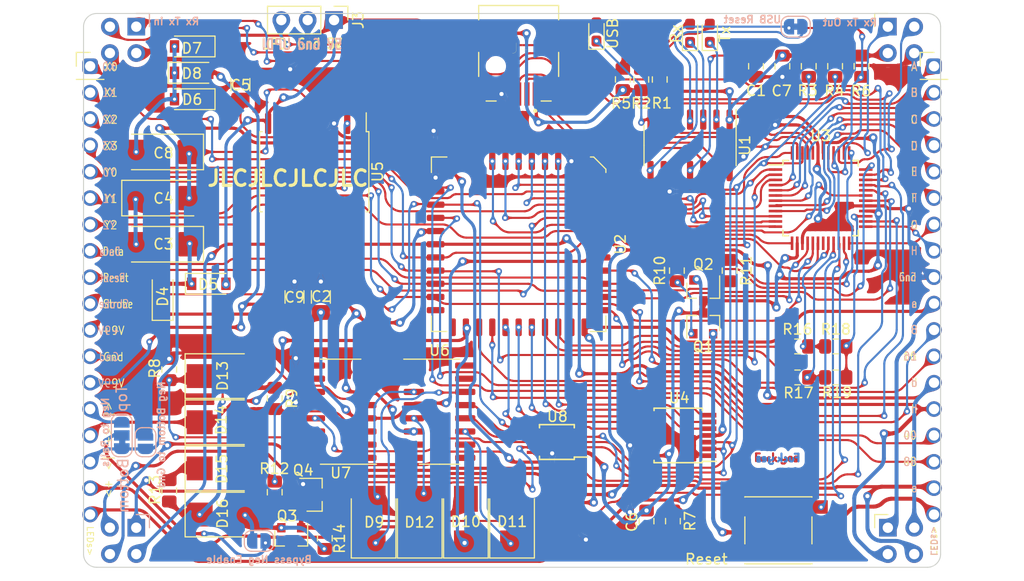
<source format=kicad_pcb>
(kicad_pcb (version 20171130) (host pcbnew "(5.1.9-0-10_14)")
  (layers (0 F.Cu signal) (31 B.Cu signal) (34 B.Paste user) (35 F.Paste user) (36 B.SilkS user) (37 F.SilkS user) (38 B.Mask user) (39 F.Mask user) (44 Edge.Cuts user))
  (net 0 "")
  (net 1 GND)
  (net 2 "Net-(C1-Pad1)")
  (net 3 +9V)
  (net 4 "Net-(C3-Pad2)")
  (net 5 "Net-(C3-Pad1)")
  (net 6 "Net-(C4-Pad2)")
  (net 7 "Net-(C5-Pad2)")
  (net 8 5V)
  (net 9 "Net-(C8-Pad2)")
  (net 10 -9V)
  (net 11 "Net-(D1-Pad2)")
  (net 12 "Net-(D1-Pad1)")
  (net 13 "Net-(D2-Pad2)")
  (net 14 "Net-(D2-Pad1)")
  (net 15 "Net-(D3-Pad2)")
  (net 16 "Net-(D3-Pad1)")
  (net 17 "Net-(D10-Pad2)")
  (net 18 "Net-(D9-Pad1)")
  (net 19 Pos_Top)
  (net 20 "Net-(D11-Pad2)")
  (net 21 "Net-(D11-Pad1)")
  (net 22 Pos_Bottom)
  (net 23 "Net-(D13-Pad2)")
  (net 24 "Net-(D13-Pad1)")
  (net 25 "Net-(D14-Pad2)")
  (net 26 "Net-(D15-Pad2)")
  (net 27 "Net-(D15-Pad1)")
  (net 28 "Net-(D16-Pad2)")
  (net 29 "Net-(D16-Pad1)")
  (net 30 Bottom_LEDs)
  (net 31 Neg_Bottom)
  (net 32 Neg_Top)
  (net 33 STROBE)
  (net 34 RESET)
  (net 35 DATA)
  (net 36 AY2)
  (net 37 AY1)
  (net 38 AY0)
  (net 39 AX3)
  (net 40 AX2)
  (net 41 AX1)
  (net 42 AX0)
  (net 43 Top_LEDs)
  (net 44 Unconnected_E)
  (net 45 48)
  (net 46 40)
  (net 47 Unconnected_H)
  (net 48 Unconnected_D)
  (net 49 16)
  (net 50 8)
  (net 51 Unconnected_A)
  (net 52 CS_H)
  (net 53 CS_G)
  (net 54 CS_F)
  (net 55 CS_E)
  (net 56 CS_D)
  (net 57 CS_C)
  (net 58 CS_B)
  (net 59 CS_A)
  (net 60 "Net-(J3-Pad3)")
  (net 61 "Net-(J4-Pad4)")
  (net 62 USB_D+)
  (net 63 USB_D-)
  (net 64 TX_IN)
  (net 65 RX_IN)
  (net 66 RX_OUT)
  (net 67 TX_OUT)
  (net 68 "Net-(JP1-Pad1)")
  (net 69 ATMega_Reset)
  (net 70 "Net-(JP3-Pad2)")
  (net 71 "Net-(Q1-Pad1)")
  (net 72 "Net-(Q2-Pad1)")
  (net 73 "Net-(Q3-Pad1)")
  (net 74 Neg_Pwr_en)
  (net 75 I2C_SCL)
  (net 76 I2C_SDA)
  (net 77 "Net-(R7-Pad1)")
  (net 78 Top_LED_Control)
  (net 79 Bottom_LED_Control)
  (net 80 "Net-(R12-Pad1)")
  (net 81 VDIV_0)
  (net 82 X0_ADC)
  (net 83 VDIV_1)
  (net 84 X1_ADC)
  (net 85 VREF_ADC_BIAS)
  (net 86 USB_Tx)
  (net 87 USB_Rx)
  (net 88 CS_I)
  (net 89 POT0_A)
  (net 90 POT0_W)
  (net 91 POT0_B)
  (net 92 POT1_A)
  (net 93 PE3)
  (net 94 POT1_B)
  (net 95 POT1_W)
  (net 96 LDAC)
  (net 97 "Net-(U3-Pad19)")
  (net 98 PC3)
  (net 99 PC2)
  (net 100 PC1)
  (net 101 PC0)
  (net 102 "Net-(U4-Pad11)")
  (net 103 "Net-(U5-Pad7)")
  (net 104 "Net-(U5-Pad6)")
  (net 105 "Net-(U5-Pad1)")
  (net 106 "Net-(U6-Pad16)")
  (net 107 "Net-(U6-Pad15)")
  (net 108 "Net-(U6-Pad13)")
  (net 109 "Net-(U6-Pad12)")
  (net 110 "Net-(U6-Pad10)")
  (net 111 "Net-(U6-Pad9)")
  (net 112 "Net-(U6-Pad8)")
  (net 113 "Net-(U6-Pad7)")
  (net 114 "Net-(U6-Pad2)")
  (net 115 "Net-(U6-Pad1)")
  (net 116 "Net-(U7-Pad16)")
  (net 117 "Net-(U7-Pad15)")
  (net 118 "Net-(U7-Pad13)")
  (net 119 "Net-(U7-Pad10)")
  (net 120 "Net-(U7-Pad9)")
  (net 121 "Net-(U7-Pad8)")
  (net 122 "Net-(U7-Pad7)")
  (net 123 "Net-(U7-Pad2)")
  (net 124 "Net-(U7-Pad1)")
  (net 125 "Net-(U8-Pad5)")
  (module Connector_PinHeader_2.54mm:PinHeader_1x18_P2.54mm_Vertical (layer F.Cu) (at 179.07 35.56)
    (fp_text reference J2 hide)
    (fp_text value Chip_Select_Measurement)
    (pad 18 thru_hole oval (at 0 43.18) (size 1.5 1.5) (drill 1) (layers *.Cu *.Mask) (net 43 Top_LEDs))
    (pad 17 thru_hole oval (at 0 40.64) (size 1.5 1.5) (drill 1) (layers *.Cu *.Mask) (net 44 Unconnected_E))
    (pad 16 thru_hole oval (at 0 38.1) (size 1.5 1.5) (drill 1) (layers *.Cu *.Mask) (net 45 48))
    (pad 15 thru_hole oval (at 0 35.56) (size 1.5 1.5) (drill 1) (layers *.Cu *.Mask) (net 46 40))
    (pad 14 thru_hole oval (at 0 33.02) (size 1.5 1.5) (drill 1) (layers *.Cu *.Mask) (net 47 Unconnected_H))
    (pad 13 thru_hole oval (at 0 30.48) (size 1.5 1.5) (drill 1) (layers *.Cu *.Mask) (net 48 Unconnected_D))
    (pad 12 thru_hole oval (at 0 27.94) (size 1.5 1.5) (drill 1) (layers *.Cu *.Mask) (net 49 16))
    (pad 11 thru_hole oval (at 0 25.4) (size 1.5 1.5) (drill 1) (layers *.Cu *.Mask) (net 50 8))
    (pad 10 thru_hole oval (at 0 22.86) (size 1.5 1.5) (drill 1) (layers *.Cu *.Mask) (net 51 Unconnected_A))
    (pad 9 thru_hole oval (at 0 20.32) (size 1.5 1.5) (drill 1) (layers *.Cu *.Mask) (net 1 GND))
    (pad 8 thru_hole oval (at 0 17.78) (size 1.5 1.5) (drill 1) (layers *.Cu *.Mask) (net 52 CS_H))
    (pad 7 thru_hole oval (at 0 15.24) (size 1.5 1.5) (drill 1) (layers *.Cu *.Mask) (net 53 CS_G))
    (pad 6 thru_hole oval (at 0 12.7) (size 1.5 1.5) (drill 1) (layers *.Cu *.Mask) (net 54 CS_F))
    (pad 5 thru_hole oval (at 0 10.16) (size 1.5 1.5) (drill 1) (layers *.Cu *.Mask) (net 55 CS_E))
    (pad 4 thru_hole oval (at 0 7.62) (size 1.5 1.5) (drill 1) (layers *.Cu *.Mask) (net 56 CS_D))
    (pad 3 thru_hole oval (at 0 5.08) (size 1.5 1.5) (drill 1) (layers *.Cu *.Mask) (net 57 CS_C))
    (pad 2 thru_hole oval (at 0 2.54) (size 1.5 1.5) (drill 1) (layers *.Cu *.Mask) (net 58 CS_B))
    (pad 1 thru_hole roundrect (at 0 0) (size 1.5 1.5) (drill 1) (layers *.Cu *.Mask) (net 59 CS_A))
  )
  (module Connector_PinHeader_2.54mm:PinHeader_1x18_P2.54mm_Vertical (layer F.Cu) (at 97.79 35.56)
    (fp_text reference J1 hide)
    (fp_text value Address_Control_Power)
    (pad 18 thru_hole oval (at 0 43.18) (size 1.5 1.5) (drill 1) (layers *.Cu *.Mask) (net 30 Bottom_LEDs))
    (pad 17 thru_hole oval (at 0 40.64) (size 1.5 1.5) (drill 1) (layers *.Cu *.Mask) (net 22 Pos_Bottom))
    (pad 16 thru_hole oval (at 0 38.1) (size 1.5 1.5) (drill 1) (layers *.Cu *.Mask) (net 31 Neg_Bottom))
    (pad 15 thru_hole oval (at 0 35.56) (size 1.5 1.5) (drill 1) (layers *.Cu *.Mask) (net 19 Pos_Top))
    (pad 14 thru_hole oval (at 0 33.02) (size 1.5 1.5) (drill 1) (layers *.Cu *.Mask) (net 32 Neg_Top))
    (pad 13 thru_hole oval (at 0 30.48) (size 1.5 1.5) (drill 1) (layers *.Cu *.Mask) (net 10 -9V))
    (pad 12 thru_hole oval (at 0 27.94) (size 1.5 1.5) (drill 1) (layers *.Cu *.Mask) (net 1 GND))
    (pad 11 thru_hole oval (at 0 25.4) (size 1.5 1.5) (drill 1) (layers *.Cu *.Mask) (net 3 +9V))
    (pad 10 thru_hole oval (at 0 22.86) (size 1.5 1.5) (drill 1) (layers *.Cu *.Mask) (net 33 STROBE))
    (pad 9 thru_hole oval (at 0 20.32) (size 1.5 1.5) (drill 1) (layers *.Cu *.Mask) (net 34 RESET))
    (pad 8 thru_hole oval (at 0 17.78) (size 1.5 1.5) (drill 1) (layers *.Cu *.Mask) (net 35 DATA))
    (pad 7 thru_hole oval (at 0 15.24) (size 1.5 1.5) (drill 1) (layers *.Cu *.Mask) (net 36 AY2))
    (pad 6 thru_hole oval (at 0 12.7) (size 1.5 1.5) (drill 1) (layers *.Cu *.Mask) (net 37 AY1))
    (pad 5 thru_hole oval (at 0 10.16) (size 1.5 1.5) (drill 1) (layers *.Cu *.Mask) (net 38 AY0))
    (pad 4 thru_hole oval (at 0 7.62) (size 1.5 1.5) (drill 1) (layers *.Cu *.Mask) (net 39 AX3))
    (pad 3 thru_hole oval (at 0 5.08) (size 1.5 1.5) (drill 1) (layers *.Cu *.Mask) (net 40 AX2))
    (pad 2 thru_hole oval (at 0 2.54) (size 1.5 1.5) (drill 1) (layers *.Cu *.Mask) (net 41 AX1))
    (pad 1 thru_hole roundrect (at 0 0) (size 1.5 1.5) (drill 1) (layers *.Cu *.Mask) (net 42 AX0))
  )
  (module Connector_PinHeader_2.54mm:PinHeader_2x02_P2.54mm_Horizontal (layer F.Cu) (at 174.625 80.01)
    (fp_text reference J8 hide)
    (fp_text value Conn_01x04_Male)
    (pad 4 thru_hole oval (at 2.54 2.54) (size 1.7 1.7) (drill 1) (layers *.Cu *.Mask) (net 44 Unconnected_E))
    (pad 3 thru_hole oval (at 0 2.54) (size 1.7 1.7) (drill 1) (layers *.Cu *.Mask) (net 47 Unconnected_H))
    (pad 2 thru_hole oval (at 2.54 0) (size 1.7 1.7) (drill 1) (layers *.Cu *.Mask) (net 48 Unconnected_D))
    (pad 1 thru_hole rect (at 0 0) (size 1.7 1.7) (drill 1) (layers *.Cu *.Mask) (net 51 Unconnected_A))
  )
  (module Connector_PinHeader_2.54mm:PinHeader_2x02_P2.54mm_Horizontal (layer F.Cu) (at 174.625 31.75)
    (fp_text reference "Rx Tx Out" (at -3.64998 -0.4064) (layer B.SilkS) (effects (font (size 0.7 0.7)) (justify mirror)))
    (fp_text value Conn_01x04_Male)
    (pad 4 thru_hole oval (at 2.54 2.54) (size 1.7 1.7) (drill 1) (layers *.Cu *.Mask) (net 1 GND))
    (pad 3 thru_hole oval (at 0 2.54) (size 1.7 1.7) (drill 1) (layers *.Cu *.Mask) (net 8 5V))
    (pad 2 thru_hole oval (at 2.54 0) (size 1.7 1.7) (drill 1) (layers *.Cu *.Mask) (net 66 RX_OUT))
    (pad 1 thru_hole rect (at 0 0) (size 1.7 1.7) (drill 1) (layers *.Cu *.Mask) (net 67 TX_OUT))
  )
  (module Connector_PinHeader_2.54mm:PinHeader_2x02_P2.54mm_Horizontal (layer B.Cu) (at 102.235 80.01 180)
    (fp_text reference J7 hide)
    (fp_text value Conn_01x04_Female)
    (pad 4 thru_hole oval (at 2.54 -2.54 180) (size 1.7 1.7) (drill 1) (layers *.Cu *.Mask) (net 44 Unconnected_E))
    (pad 3 thru_hole oval (at 0 -2.54 180) (size 1.7 1.7) (drill 1) (layers *.Cu *.Mask) (net 47 Unconnected_H))
    (pad 2 thru_hole oval (at 2.54 0 180) (size 1.7 1.7) (drill 1) (layers *.Cu *.Mask) (net 48 Unconnected_D))
    (pad 1 thru_hole rect (at 0 0 180) (size 1.7 1.7) (drill 1) (layers *.Cu *.Mask) (net 51 Unconnected_A))
  )
  (module Connector_PinHeader_2.54mm:PinHeader_2x02_P2.54mm_Horizontal (layer B.Cu) (at 102.235 31.75 180)
    (fp_text reference "Rx Tx in" (at -3.8481 0.50546) (layer B.SilkS) (effects (font (size 0.7 0.7)) (justify mirror)))
    (fp_text value Conn_01x04_Female)
    (pad 4 thru_hole oval (at 2.54 -2.54 180) (size 1.7 1.7) (drill 1) (layers *.Cu *.Mask) (net 1 GND))
    (pad 3 thru_hole oval (at 0 -2.54 180) (size 1.7 1.7) (drill 1) (layers *.Cu *.Mask) (net 8 5V))
    (pad 2 thru_hole oval (at 2.54 0 180) (size 1.7 1.7) (drill 1) (layers *.Cu *.Mask) (net 64 TX_IN))
    (pad 1 thru_hole rect (at 0 0 180) (size 1.7 1.7) (drill 1) (layers *.Cu *.Mask) (net 65 RX_IN))
  )
  (module Jumper:SolderJumper-2_P1.3mm_Bridged_RoundedPad1.0x1.5mm (layer B.Cu) (at 103.124 71.77 270)
    (fp_text reference "Neg Bottom to Gnd" (at -0.71096 -1.52146 270) (layer B.SilkS) (effects (font (size 0.7 0.7)) (justify mirror)))
    (fp_text value Jumper_NC_Small)
    (pad 1 smd custom (at -0.65 0 270) (size 1 0.5) (layers B.Cu B.Mask) (net 1 GND) (options (clearance outline) (anchor rect)) (primitives (gr_circle (center 0 -0.25) (end 0.5 -0.25) (width 0)) (gr_circle (center 0 0.25) (end 0.5 0.25) (width 0)) (gr_poly (pts (xy 0 0.75) (xy 0.5 0.75) (xy 0.5 -0.75) (xy 0 -0.75)) (width 0))))
    (pad 2 smd custom (at 0.65 0 270) (size 1 0.5) (layers B.Cu B.Mask) (net 31 Neg_Bottom) (options (clearance outline) (anchor rect)) (primitives (gr_circle (center 0 -0.25) (end 0.5 -0.25) (width 0)) (gr_circle (center 0 0.25) (end 0.5 0.25) (width 0)) (gr_poly (pts (xy 0 0.75) (xy -0.5 0.75) (xy -0.5 -0.75) (xy 0 -0.75)) (width 0))))
  )
  (module Jumper:SolderJumper-3_P1.3mm_Bridged12_RoundedPad1.0x1.5mm_NumberLabels (layer B.Cu) (at 100.838 71.12 270)
    (fp_text reference "Neg to Rails" (at -0.29464 1.59512 90) (layer B.SilkS) (effects (font (size 0.7 0.7)) (justify mirror)))
    (fp_text value Jumper_NC_Dual)
    (fp_poly (pts (xy 0.389 0.254) (xy 0.889 0.254) (xy 0.889 -0.346) (xy 0.389 -0.346)) (layer B.Cu) (width 0))
    (fp_text user Top (at -3.556 0 90) (layer B.SilkS) (effects (justify mirror)))
    (fp_text user Bottom (at 4.826 -0.127 90) (layer B.SilkS) (effects (justify mirror)))
    (pad 1 smd custom (at -1.3 0 270) (size 1 0.5) (layers B.Cu B.Mask) (net 32 Neg_Top) (options (clearance outline) (anchor rect)) (primitives (gr_poly (pts (xy 0.55 0.75) (xy 0 0.75) (xy 0 -0.75) (xy 0.55 -0.75)) (width 0)) (gr_circle (center 0 -0.25) (end 0.5 -0.25) (width 0)) (gr_circle (center 0 0.25) (end 0.5 0.25) (width 0))))
    (pad 2 smd rect (at 0 0 270) (size 1 1.5) (layers B.Cu B.Mask) (net 70 "Net-(JP3-Pad2)"))
    (pad 3 smd custom (at 1.3 0 270) (size 1 0.5) (layers B.Cu B.Mask) (net 31 Neg_Bottom) (options (clearance outline) (anchor rect)) (primitives (gr_circle (center 0 -0.25) (end 0.5 -0.25) (width 0)) (gr_circle (center 0 0.25) (end 0.5 0.25) (width 0)) (gr_poly (pts (xy -0.55 0.75) (xy 0 0.75) (xy 0 -0.75) (xy -0.55 -0.75)) (width 0))))
  )
  (module Jumper:SolderJumper-2_P1.3mm_Open_RoundedPad1.0x1.5mm (layer B.Cu) (at 114.046 81.28)
    (fp_text reference "Bypass Neg Enable" (at 0 1.8) (layer B.SilkS) (effects (font (size 0.7 0.7)) (justify mirror)))
    (fp_text value Jumper_NO_Small)
    (pad 2 smd custom (at 0.65 0) (size 1 0.5) (layers B.Cu B.Mask) (net 70 "Net-(JP3-Pad2)") (options (clearance outline) (anchor rect)) (primitives (gr_circle (center 0 -0.25) (end 0.5 -0.25) (width 0)) (gr_circle (center 0 0.25) (end 0.5 0.25) (width 0)) (gr_poly (pts (xy 0 0.75) (xy -0.5 0.75) (xy -0.5 -0.75) (xy 0 -0.75)) (width 0))))
    (pad 1 smd custom (at -0.65 0) (size 1 0.5) (layers B.Cu B.Mask) (net 28 "Net-(D16-Pad2)") (options (clearance outline) (anchor rect)) (primitives (gr_circle (center 0 -0.25) (end 0.5 -0.25) (width 0)) (gr_circle (center 0 0.25) (end 0.5 0.25) (width 0)) (gr_poly (pts (xy 0 0.75) (xy 0.5 0.75) (xy 0.5 -0.75) (xy 0 -0.75)) (width 0))))
  )
  (module Diode_SMD:D_SMB (layer F.Cu) (at 110.49 78.74)
    (fp_text reference D16 (at 0.05334 -0.09906 90) (layer F.SilkS))
    (fp_text value D_Schottky_Small)
    (pad 2 smd rect (at 2.15 0) (size 2.5 2.3) (layers F.Cu F.Paste F.Mask) (net 28 "Net-(D16-Pad2)"))
    (pad 1 smd rect (at -2.15 0) (size 2.5 2.3) (layers F.Cu F.Paste F.Mask) (net 29 "Net-(D16-Pad1)"))
  )
  (module Diode_SMD:D_SMB (layer F.Cu) (at 110.49 74.295)
    (fp_text reference D15 (at -0.00762 0.04826 90) (layer F.SilkS))
    (fp_text value D_Schottky_Small)
    (pad 2 smd rect (at 2.15 0) (size 2.5 2.3) (layers F.Cu F.Paste F.Mask) (net 26 "Net-(D15-Pad2)"))
    (pad 1 smd rect (at -2.15 0) (size 2.5 2.3) (layers F.Cu F.Paste F.Mask) (net 27 "Net-(D15-Pad1)"))
  )
  (module Diode_SMD:D_SMB (layer F.Cu) (at 110.49 69.85)
    (fp_text reference D14 (at -0.06858 -0.22606 90) (layer F.SilkS))
    (fp_text value D_Schottky_Small hide)
    (pad 2 smd rect (at 2.15 0) (size 2.5 2.3) (layers F.Cu F.Paste F.Mask) (net 25 "Net-(D14-Pad2)"))
    (pad 1 smd rect (at -2.15 0) (size 2.5 2.3) (layers F.Cu F.Paste F.Mask) (net 19 Pos_Top))
  )
  (module Diode_SMD:D_SMB (layer F.Cu) (at 110.49 65.405)
    (fp_text reference D13 (at 0.05334 -0.01778 90) (layer F.SilkS))
    (fp_text value D_Schottky_Small hide)
    (pad 2 smd rect (at 2.15 0) (size 2.5 2.3) (layers F.Cu F.Paste F.Mask) (net 23 "Net-(D13-Pad2)"))
    (pad 1 smd rect (at -2.15 0) (size 2.5 2.3) (layers F.Cu F.Paste F.Mask) (net 24 "Net-(D13-Pad1)"))
  )
  (module Diode_SMD:D_SMB (layer F.Cu) (at 129.54 79.375 90)
    (fp_text reference D12 (at -0.10414 -0.02794 180) (layer F.SilkS))
    (fp_text value D_Schottky_Small)
    (pad 2 smd rect (at 2.15 0 90) (size 2.5 2.3) (layers F.Cu F.Paste F.Mask) (net 20 "Net-(D11-Pad2)"))
    (pad 1 smd rect (at -2.15 0 90) (size 2.5 2.3) (layers F.Cu F.Paste F.Mask) (net 22 Pos_Bottom))
  )
  (module Diode_SMD:D_SMB (layer F.Cu) (at 138.43 79.375 90)
    (fp_text reference D11 (at -0.05334 0.00508 180) (layer F.SilkS))
    (fp_text value D_Schottky_Small)
    (pad 2 smd rect (at 2.15 0 90) (size 2.5 2.3) (layers F.Cu F.Paste F.Mask) (net 20 "Net-(D11-Pad2)"))
    (pad 1 smd rect (at -2.15 0 90) (size 2.5 2.3) (layers F.Cu F.Paste F.Mask) (net 21 "Net-(D11-Pad1)"))
  )
  (module Diode_SMD:D_SMB (layer F.Cu) (at 133.985 79.375 90)
    (fp_text reference D10 (at -0.05334 -0.01016 180) (layer F.SilkS))
    (fp_text value D_Schottky_Small)
    (pad 2 smd rect (at 2.15 0 90) (size 2.5 2.3) (layers F.Cu F.Paste F.Mask) (net 17 "Net-(D10-Pad2)"))
    (pad 1 smd rect (at -2.15 0 90) (size 2.5 2.3) (layers F.Cu F.Paste F.Mask) (net 19 Pos_Top))
  )
  (module Diode_SMD:D_SMB (layer F.Cu) (at 125.095 79.375 90)
    (fp_text reference D9 (at -0.10414 0.05588 180) (layer F.SilkS))
    (fp_text value D_Schottky_Small)
    (pad 2 smd rect (at 2.15 0 90) (size 2.5 2.3) (layers F.Cu F.Paste F.Mask) (net 17 "Net-(D10-Pad2)"))
    (pad 1 smd rect (at -2.15 0 90) (size 2.5 2.3) (layers F.Cu F.Paste F.Mask) (net 18 "Net-(D9-Pad1)"))
  )
  (module Package_SO:MSOP-10_3x3mm_P0.5mm (layer F.Cu) (at 142.748 71.755 180)
    (fp_text reference U8 (at -0.04826 2.4511) (layer F.SilkS))
    (fp_text value MCP4728)
    (pad 10 smd rect (at 2.2 -1 180) (size 1.4 0.3) (layers F.Cu F.Paste F.Mask) (net 1 GND))
    (pad 9 smd rect (at 2.2 -0.5 180) (size 1.4 0.3) (layers F.Cu F.Paste F.Mask) (net 80 "Net-(R12-Pad1)"))
    (pad 8 smd rect (at 2.2 0 180) (size 1.4 0.3) (layers F.Cu F.Paste F.Mask) (net 118 "Net-(U7-Pad13)"))
    (pad 7 smd rect (at 2.2 0.5 180) (size 1.4 0.3) (layers F.Cu F.Paste F.Mask) (net 109 "Net-(U6-Pad12)"))
    (pad 6 smd rect (at 2.2 1 180) (size 1.4 0.3) (layers F.Cu F.Paste F.Mask) (net 108 "Net-(U6-Pad13)"))
    (pad 5 smd rect (at -2.2 1 180) (size 1.4 0.3) (layers F.Cu F.Paste F.Mask) (net 125 "Net-(U8-Pad5)"))
    (pad 4 smd rect (at -2.2 0.5 180) (size 1.4 0.3) (layers F.Cu F.Paste F.Mask) (net 96 LDAC))
    (pad 3 smd rect (at -2.2 0 180) (size 1.4 0.3) (layers F.Cu F.Paste F.Mask) (net 76 I2C_SDA))
    (pad 2 smd rect (at -2.2 -0.5 180) (size 1.4 0.3) (layers F.Cu F.Paste F.Mask) (net 75 I2C_SCL))
    (pad 1 smd rect (at -2.2 -1 180) (size 1.4 0.3) (layers F.Cu F.Paste F.Mask) (net 8 5V))
  )
  (module Package_SO:SOIC-16_3.9x9.9mm_P1.27mm (layer F.Cu) (at 121.92 68.834 180)
    (fp_text reference U7 (at 0 -5.9) (layer F.SilkS))
    (fp_text value L272D)
    (pad 16 smd roundrect (at 2.475 -4.445 180) (size 1.95 0.6) (layers F.Cu F.Paste F.Mask) (net 116 "Net-(U7-Pad16)"))
    (pad 15 smd roundrect (at 2.475 -3.175 180) (size 1.95 0.6) (layers F.Cu F.Paste F.Mask) (net 117 "Net-(U7-Pad15)"))
    (pad 14 smd roundrect (at 2.475 -1.905 180) (size 1.95 0.6) (layers F.Cu F.Paste F.Mask) (net 24 "Net-(D13-Pad1)"))
    (pad 13 smd roundrect (at 2.475 -0.635 180) (size 1.95 0.6) (layers F.Cu F.Paste F.Mask) (net 118 "Net-(U7-Pad13)"))
    (pad 12 smd roundrect (at 2.475 0.635 180) (size 1.95 0.6) (layers F.Cu F.Paste F.Mask) (net 1 GND))
    (pad 11 smd roundrect (at 2.475 1.905 180) (size 1.95 0.6) (layers F.Cu F.Paste F.Mask) (net 26 "Net-(D15-Pad2)"))
    (pad 10 smd roundrect (at 2.475 3.175 180) (size 1.95 0.6) (layers F.Cu F.Paste F.Mask) (net 119 "Net-(U7-Pad10)"))
    (pad 9 smd roundrect (at 2.475 4.445 180) (size 1.95 0.6) (layers F.Cu F.Paste F.Mask) (net 120 "Net-(U7-Pad9)"))
    (pad 8 smd roundrect (at -2.475 4.445 180) (size 1.95 0.6) (layers F.Cu F.Paste F.Mask) (net 121 "Net-(U7-Pad8)"))
    (pad 7 smd roundrect (at -2.475 3.175 180) (size 1.95 0.6) (layers F.Cu F.Paste F.Mask) (net 122 "Net-(U7-Pad7)"))
    (pad 6 smd roundrect (at -2.475 1.905 180) (size 1.95 0.6) (layers F.Cu F.Paste F.Mask) (net 10 -9V))
    (pad 5 smd roundrect (at -2.475 0.635 180) (size 1.95 0.6) (layers F.Cu F.Paste F.Mask) (net 29 "Net-(D16-Pad1)"))
    (pad 4 smd roundrect (at -2.475 -0.635 180) (size 1.95 0.6) (layers F.Cu F.Paste F.Mask) (net 3 +9V))
    (pad 3 smd roundrect (at -2.475 -1.905 180) (size 1.95 0.6) (layers F.Cu F.Paste F.Mask) (net 25 "Net-(D14-Pad2)"))
    (pad 2 smd roundrect (at -2.475 -3.175 180) (size 1.95 0.6) (layers F.Cu F.Paste F.Mask) (net 123 "Net-(U7-Pad2)"))
    (pad 1 smd roundrect (at -2.475 -4.445 180) (size 1.95 0.6) (layers F.Cu F.Paste F.Mask) (net 124 "Net-(U7-Pad1)"))
  )
  (module Package_SO:SOIC-16_3.9x9.9mm_P1.27mm (layer F.Cu) (at 131.445 68.834)
    (fp_text reference U6 (at 0 -5.9) (layer F.SilkS))
    (fp_text value L272D)
    (pad 16 smd roundrect (at 2.475 -4.445) (size 1.95 0.6) (layers F.Cu F.Paste F.Mask) (net 106 "Net-(U6-Pad16)"))
    (pad 15 smd roundrect (at 2.475 -3.175) (size 1.95 0.6) (layers F.Cu F.Paste F.Mask) (net 107 "Net-(U6-Pad15)"))
    (pad 14 smd roundrect (at 2.475 -1.905) (size 1.95 0.6) (layers F.Cu F.Paste F.Mask) (net 18 "Net-(D9-Pad1)"))
    (pad 13 smd roundrect (at 2.475 -0.635) (size 1.95 0.6) (layers F.Cu F.Paste F.Mask) (net 108 "Net-(U6-Pad13)"))
    (pad 12 smd roundrect (at 2.475 0.635) (size 1.95 0.6) (layers F.Cu F.Paste F.Mask) (net 109 "Net-(U6-Pad12)"))
    (pad 11 smd roundrect (at 2.475 1.905) (size 1.95 0.6) (layers F.Cu F.Paste F.Mask) (net 21 "Net-(D11-Pad1)"))
    (pad 10 smd roundrect (at 2.475 3.175) (size 1.95 0.6) (layers F.Cu F.Paste F.Mask) (net 110 "Net-(U6-Pad10)"))
    (pad 9 smd roundrect (at 2.475 4.445) (size 1.95 0.6) (layers F.Cu F.Paste F.Mask) (net 111 "Net-(U6-Pad9)"))
    (pad 8 smd roundrect (at -2.475 4.445) (size 1.95 0.6) (layers F.Cu F.Paste F.Mask) (net 112 "Net-(U6-Pad8)"))
    (pad 7 smd roundrect (at -2.475 3.175) (size 1.95 0.6) (layers F.Cu F.Paste F.Mask) (net 113 "Net-(U6-Pad7)"))
    (pad 6 smd roundrect (at -2.475 1.905) (size 1.95 0.6) (layers F.Cu F.Paste F.Mask) (net 10 -9V))
    (pad 5 smd roundrect (at -2.475 0.635) (size 1.95 0.6) (layers F.Cu F.Paste F.Mask) (net 20 "Net-(D11-Pad2)"))
    (pad 4 smd roundrect (at -2.475 -0.635) (size 1.95 0.6) (layers F.Cu F.Paste F.Mask) (net 3 +9V))
    (pad 3 smd roundrect (at -2.475 -1.905) (size 1.95 0.6) (layers F.Cu F.Paste F.Mask) (net 17 "Net-(D10-Pad2)"))
    (pad 2 smd roundrect (at -2.475 -3.175) (size 1.95 0.6) (layers F.Cu F.Paste F.Mask) (net 114 "Net-(U6-Pad2)"))
    (pad 1 smd roundrect (at -2.475 -4.445) (size 1.95 0.6) (layers F.Cu F.Paste F.Mask) (net 115 "Net-(U6-Pad1)"))
  )
  (module Package_SO:SOIC-16W_7.5x10.3mm_P1.27mm (layer F.Cu) (at 119.38 45.72 270)
    (fp_text reference U5 (at 0 -6.1 90) (layer F.SilkS))
    (fp_text value LT1054xSW)
    (pad 16 smd roundrect (at 4.65 -4.445 270) (size 2.05 0.6) (layers F.Cu F.Paste F.Mask))
    (pad 15 smd roundrect (at 4.65 -3.175 270) (size 2.05 0.6) (layers F.Cu F.Paste F.Mask))
    (pad 14 smd roundrect (at 4.65 -1.905 270) (size 2.05 0.6) (layers F.Cu F.Paste F.Mask))
    (pad 13 smd roundrect (at 4.65 -0.635 270) (size 2.05 0.6) (layers F.Cu F.Paste F.Mask))
    (pad 12 smd roundrect (at 4.65 0.635 270) (size 2.05 0.6) (layers F.Cu F.Paste F.Mask))
    (pad 11 smd roundrect (at 4.65 1.905 270) (size 2.05 0.6) (layers F.Cu F.Paste F.Mask))
    (pad 10 smd roundrect (at 4.65 3.175 270) (size 2.05 0.6) (layers F.Cu F.Paste F.Mask))
    (pad 9 smd roundrect (at 4.65 4.445 270) (size 2.05 0.6) (layers F.Cu F.Paste F.Mask))
    (pad 8 smd roundrect (at -4.65 4.445 270) (size 2.05 0.6) (layers F.Cu F.Paste F.Mask) (net 8 5V))
    (pad 7 smd roundrect (at -4.65 3.175 270) (size 2.05 0.6) (layers F.Cu F.Paste F.Mask) (net 103 "Net-(U5-Pad7)"))
    (pad 6 smd roundrect (at -4.65 1.905 270) (size 2.05 0.6) (layers F.Cu F.Paste F.Mask) (net 104 "Net-(U5-Pad6)"))
    (pad 5 smd roundrect (at -4.65 0.635 270) (size 2.05 0.6) (layers F.Cu F.Paste F.Mask) (net 7 "Net-(C5-Pad2)"))
    (pad 4 smd roundrect (at -4.65 -0.635 270) (size 2.05 0.6) (layers F.Cu F.Paste F.Mask) (net 6 "Net-(C4-Pad2)"))
    (pad 3 smd roundrect (at -4.65 -1.905 270) (size 2.05 0.6) (layers F.Cu F.Paste F.Mask) (net 1 GND))
    (pad 2 smd roundrect (at -4.65 -3.175 270) (size 2.05 0.6) (layers F.Cu F.Paste F.Mask) (net 4 "Net-(C3-Pad2)"))
    (pad 1 smd roundrect (at -4.65 -4.445 270) (size 2.05 0.6) (layers F.Cu F.Paste F.Mask) (net 105 "Net-(U5-Pad1)"))
  )
  (module Package_SO:TSSOP-14_4.4x5mm_P0.65mm (layer F.Cu) (at 154.432 71.12 180)
    (fp_text reference U4 (at -0.09398 3.60934) (layer F.SilkS))
    (fp_text value MCP4661-104E_ST)
    (pad 14 smd rect (at 2.95 -1.95 180) (size 1.45 0.45) (layers F.Cu F.Paste F.Mask) (net 8 5V))
    (pad 13 smd rect (at 2.95 -1.3 180) (size 1.45 0.45) (layers F.Cu F.Paste F.Mask) (net 1 GND))
    (pad 12 smd rect (at 2.95 -0.65 180) (size 1.45 0.45) (layers F.Cu F.Paste F.Mask) (net 1 GND))
    (pad 11 smd rect (at 2.95 0 180) (size 1.45 0.45) (layers F.Cu F.Paste F.Mask) (net 102 "Net-(U4-Pad11)"))
    (pad 10 smd rect (at 2.95 0.65 180) (size 1.45 0.45) (layers F.Cu F.Paste F.Mask) (net 91 POT0_B))
    (pad 9 smd rect (at 2.95 1.3 180) (size 1.45 0.45) (layers F.Cu F.Paste F.Mask) (net 90 POT0_W))
    (pad 8 smd rect (at 2.95 1.95 180) (size 1.45 0.45) (layers F.Cu F.Paste F.Mask) (net 89 POT0_A))
    (pad 7 smd rect (at -2.95 1.95 180) (size 1.45 0.45) (layers F.Cu F.Paste F.Mask) (net 92 POT1_A))
    (pad 6 smd rect (at -2.95 1.3 180) (size 1.45 0.45) (layers F.Cu F.Paste F.Mask) (net 95 POT1_W))
    (pad 5 smd rect (at -2.95 0.65 180) (size 1.45 0.45) (layers F.Cu F.Paste F.Mask) (net 94 POT1_B))
    (pad 4 smd rect (at -2.95 0 180) (size 1.45 0.45) (layers F.Cu F.Paste F.Mask) (net 1 GND))
    (pad 3 smd rect (at -2.95 -0.65 180) (size 1.45 0.45) (layers F.Cu F.Paste F.Mask) (net 76 I2C_SDA))
    (pad 2 smd rect (at -2.95 -1.3 180) (size 1.45 0.45) (layers F.Cu F.Paste F.Mask) (net 75 I2C_SCL))
    (pad 1 smd rect (at -2.95 -1.95 180) (size 1.45 0.45) (layers F.Cu F.Paste F.Mask) (net 1 GND))
  )
  (module Package_QFP:TQFP-48_7x7mm_P0.5mm (layer F.Cu) (at 168.148 48.26)
    (fp_text reference U3 (at 0 -6) (layer F.SilkS))
    (fp_text value ATmega4809-A)
    (pad 48 smd rect (at -2.75 -4.35 90) (size 1.3 0.25) (layers F.Cu F.Paste F.Mask) (net 42 AX0))
    (pad 47 smd rect (at -2.25 -4.35 90) (size 1.3 0.25) (layers F.Cu F.Paste F.Mask) (net 75 I2C_SCL))
    (pad 46 smd rect (at -1.75 -4.35 90) (size 1.3 0.25) (layers F.Cu F.Paste F.Mask) (net 76 I2C_SDA))
    (pad 45 smd rect (at -1.25 -4.35 90) (size 1.3 0.25) (layers F.Cu F.Paste F.Mask) (net 86 USB_Tx))
    (pad 44 smd rect (at -0.75 -4.35 90) (size 1.3 0.25) (layers F.Cu F.Paste F.Mask) (net 87 USB_Rx))
    (pad 43 smd rect (at -0.25 -4.35 90) (size 1.3 0.25) (layers F.Cu F.Paste F.Mask) (net 1 GND))
    (pad 42 smd rect (at 0.25 -4.35 90) (size 1.3 0.25) (layers F.Cu F.Paste F.Mask) (net 8 5V))
    (pad 41 smd rect (at 0.75 -4.35 90) (size 1.3 0.25) (layers F.Cu F.Paste F.Mask) (net 60 "Net-(J3-Pad3)"))
    (pad 40 smd rect (at 1.25 -4.35 90) (size 1.3 0.25) (layers F.Cu F.Paste F.Mask) (net 69 ATMega_Reset))
    (pad 39 smd rect (at 1.75 -4.35 90) (size 1.3 0.25) (layers F.Cu F.Paste F.Mask) (net 66 RX_OUT))
    (pad 38 smd rect (at 2.25 -4.35 90) (size 1.3 0.25) (layers F.Cu F.Paste F.Mask) (net 67 TX_OUT))
    (pad 37 smd rect (at 2.75 -4.35 90) (size 1.3 0.25) (layers F.Cu F.Paste F.Mask) (net 79 Bottom_LED_Control))
    (pad 36 smd rect (at 4.35 -2.75) (size 1.3 0.25) (layers F.Cu F.Paste F.Mask) (net 78 Top_LED_Control))
    (pad 35 smd rect (at 4.35 -2.25) (size 1.3 0.25) (layers F.Cu F.Paste F.Mask) (net 65 RX_IN))
    (pad 34 smd rect (at 4.35 -1.75) (size 1.3 0.25) (layers F.Cu F.Paste F.Mask) (net 64 TX_IN))
    (pad 33 smd rect (at 4.35 -1.25) (size 1.3 0.25) (layers F.Cu F.Paste F.Mask) (net 93 PE3))
    (pad 32 smd rect (at 4.35 -0.75) (size 1.3 0.25) (layers F.Cu F.Paste F.Mask) (net 33 STROBE))
    (pad 31 smd rect (at 4.35 -0.25) (size 1.3 0.25) (layers F.Cu F.Paste F.Mask) (net 34 RESET))
    (pad 30 smd rect (at 4.35 0.25) (size 1.3 0.25) (layers F.Cu F.Paste F.Mask) (net 35 DATA))
    (pad 29 smd rect (at 4.35 0.75) (size 1.3 0.25) (layers F.Cu F.Paste F.Mask) (net 1 GND))
    (pad 28 smd rect (at 4.35 1.25) (size 1.3 0.25) (layers F.Cu F.Paste F.Mask) (net 8 5V))
    (pad 27 smd rect (at 4.35 1.75) (size 1.3 0.25) (layers F.Cu F.Paste F.Mask) (net 85 VREF_ADC_BIAS))
    (pad 26 smd rect (at 4.35 2.25) (size 1.3 0.25) (layers F.Cu F.Paste F.Mask) (net 88 CS_I))
    (pad 25 smd rect (at 4.35 2.75) (size 1.3 0.25) (layers F.Cu F.Paste F.Mask) (net 52 CS_H))
    (pad 24 smd rect (at 2.75 4.35 90) (size 1.3 0.25) (layers F.Cu F.Paste F.Mask) (net 53 CS_G))
    (pad 23 smd rect (at 2.25 4.35 90) (size 1.3 0.25) (layers F.Cu F.Paste F.Mask) (net 96 LDAC))
    (pad 22 smd rect (at 1.75 4.35 90) (size 1.3 0.25) (layers F.Cu F.Paste F.Mask) (net 74 Neg_Pwr_en))
    (pad 21 smd rect (at 1.25 4.35 90) (size 1.3 0.25) (layers F.Cu F.Paste F.Mask) (net 83 VDIV_1))
    (pad 20 smd rect (at 0.75 4.35 90) (size 1.3 0.25) (layers F.Cu F.Paste F.Mask) (net 81 VDIV_0))
    (pad 19 smd rect (at 0.25 4.35 90) (size 1.3 0.25) (layers F.Cu F.Paste F.Mask) (net 97 "Net-(U3-Pad19)"))
    (pad 18 smd rect (at -0.25 4.35 90) (size 1.3 0.25) (layers F.Cu F.Paste F.Mask) (net 36 AY2))
    (pad 17 smd rect (at -0.75 4.35 90) (size 1.3 0.25) (layers F.Cu F.Paste F.Mask) (net 37 AY1))
    (pad 16 smd rect (at -1.25 4.35 90) (size 1.3 0.25) (layers F.Cu F.Paste F.Mask) (net 38 AY0))
    (pad 15 smd rect (at -1.75 4.35 90) (size 1.3 0.25) (layers F.Cu F.Paste F.Mask) (net 1 GND))
    (pad 14 smd rect (at -2.25 4.35 90) (size 1.3 0.25) (layers F.Cu F.Paste F.Mask) (net 8 5V))
    (pad 13 smd rect (at -2.75 4.35 90) (size 1.3 0.25) (layers F.Cu F.Paste F.Mask) (net 98 PC3))
    (pad 12 smd rect (at -4.35 2.75) (size 1.3 0.25) (layers F.Cu F.Paste F.Mask) (net 99 PC2))
    (pad 11 smd rect (at -4.35 2.25) (size 1.3 0.25) (layers F.Cu F.Paste F.Mask) (net 100 PC1))
    (pad 10 smd rect (at -4.35 1.75) (size 1.3 0.25) (layers F.Cu F.Paste F.Mask) (net 101 PC0))
    (pad 9 smd rect (at -4.35 1.25) (size 1.3 0.25) (layers F.Cu F.Paste F.Mask) (net 54 CS_F))
    (pad 8 smd rect (at -4.35 0.75) (size 1.3 0.25) (layers F.Cu F.Paste F.Mask) (net 55 CS_E))
    (pad 7 smd rect (at -4.35 0.25) (size 1.3 0.25) (layers F.Cu F.Paste F.Mask) (net 56 CS_D))
    (pad 6 smd rect (at -4.35 -0.25) (size 1.3 0.25) (layers F.Cu F.Paste F.Mask) (net 57 CS_C))
    (pad 5 smd rect (at -4.35 -0.75) (size 1.3 0.25) (layers F.Cu F.Paste F.Mask) (net 58 CS_B))
    (pad 4 smd rect (at -4.35 -1.25) (size 1.3 0.25) (layers F.Cu F.Paste F.Mask) (net 59 CS_A))
    (pad 3 smd rect (at -4.35 -1.75) (size 1.3 0.25) (layers F.Cu F.Paste F.Mask) (net 39 AX3))
    (pad 2 smd rect (at -4.35 -2.25) (size 1.3 0.25) (layers F.Cu F.Paste F.Mask) (net 40 AX2))
    (pad 1 smd rect (at -4.35 -2.75) (size 1.3 0.25) (layers F.Cu F.Paste F.Mask) (net 41 AX1))
  )
  (module Package_LCC:PLCC-44_16.6x16.6mm_P1.27mm (layer F.Cu) (at 139.065 52.705 270)
    (fp_text reference U2 (at 0 -9.8 90) (layer F.SilkS))
    (fp_text value MT8816AP)
    (pad 44 smd roundrect (at 1.27 -8 270) (size 0.6 1.7) (layers F.Cu F.Paste F.Mask) (net 3 +9V))
    (pad 43 smd roundrect (at 2.54 -8 270) (size 0.6 1.7) (layers F.Cu F.Paste F.Mask) (net 49 16))
    (pad 42 smd roundrect (at 3.81 -8 270) (size 0.6 1.7) (layers F.Cu F.Paste F.Mask) (net 35 DATA))
    (pad 41 smd roundrect (at 5.08 -8 270) (size 0.6 1.7) (layers F.Cu F.Paste F.Mask) (net 50 8))
    (pad 40 smd roundrect (at 6.35 -8 270) (size 0.6 1.7) (layers F.Cu F.Paste F.Mask) (net 88 CS_I))
    (pad 39 smd roundrect (at 8 -6.35 270) (size 1.7 0.6) (layers F.Cu F.Paste F.Mask) (net 51 Unconnected_A))
    (pad 38 smd roundrect (at 8 -5.08 270) (size 1.7 0.6) (layers F.Cu F.Paste F.Mask))
    (pad 37 smd roundrect (at 8 -3.81 270) (size 1.7 0.6) (layers F.Cu F.Paste F.Mask) (net 82 X0_ADC))
    (pad 36 smd roundrect (at 8 -2.54 270) (size 1.7 0.6) (layers F.Cu F.Paste F.Mask) (net 84 X1_ADC))
    (pad 35 smd roundrect (at 8 -1.27 270) (size 1.7 0.6) (layers F.Cu F.Paste F.Mask) (net 89 POT0_A))
    (pad 34 smd roundrect (at 8 0 270) (size 1.7 0.6) (layers F.Cu F.Paste F.Mask) (net 90 POT0_W))
    (pad 33 smd roundrect (at 8 1.27 270) (size 1.7 0.6) (layers F.Cu F.Paste F.Mask) (net 91 POT0_B))
    (pad 32 smd roundrect (at 8 2.54 270) (size 1.7 0.6) (layers F.Cu F.Paste F.Mask) (net 92 POT1_A))
    (pad 31 smd roundrect (at 8 3.81 270) (size 1.7 0.6) (layers F.Cu F.Paste F.Mask) (net 93 PE3))
    (pad 30 smd roundrect (at 8 5.08 270) (size 1.7 0.6) (layers F.Cu F.Paste F.Mask) (net 19 Pos_Top))
    (pad 29 smd roundrect (at 8 6.35 270) (size 1.7 0.6) (layers F.Cu F.Paste F.Mask))
    (pad 28 smd roundrect (at 6.35 8 270) (size 0.6 1.7) (layers F.Cu F.Paste F.Mask))
    (pad 27 smd roundrect (at 5.08 8 270) (size 0.6 1.7) (layers F.Cu F.Paste F.Mask) (net 37 AY1))
    (pad 26 smd roundrect (at 3.81 8 270) (size 0.6 1.7) (layers F.Cu F.Paste F.Mask) (net 38 AY0))
    (pad 25 smd roundrect (at 2.54 8 270) (size 0.6 1.7) (layers F.Cu F.Paste F.Mask) (net 40 AX2))
    (pad 24 smd roundrect (at 1.27 8 270) (size 0.6 1.7) (layers F.Cu F.Paste F.Mask) (net 41 AX1))
    (pad 23 smd roundrect (at 0 8 270) (size 0.6 1.7) (layers F.Cu F.Paste F.Mask) (net 47 Unconnected_H))
    (pad 22 smd roundrect (at -1.27 8 270) (size 0.6 1.7) (layers F.Cu F.Paste F.Mask) (net 10 -9V))
    (pad 21 smd roundrect (at -2.54 8 270) (size 0.6 1.7) (layers F.Cu F.Paste F.Mask) (net 46 40))
    (pad 20 smd roundrect (at -3.81 8 270) (size 0.6 1.7) (layers F.Cu F.Paste F.Mask) (net 33 STROBE))
    (pad 19 smd roundrect (at -5.08 8 270) (size 0.6 1.7) (layers F.Cu F.Paste F.Mask) (net 45 48))
    (pad 18 smd roundrect (at -6.35 8 270) (size 0.6 1.7) (layers F.Cu F.Paste F.Mask) (net 1 GND))
    (pad 17 smd roundrect (at -8 6.35 270) (size 1.7 0.6) (layers F.Cu F.Paste F.Mask) (net 44 Unconnected_E))
    (pad 16 smd roundrect (at -8 5.08 270) (size 1.7 0.6) (layers F.Cu F.Paste F.Mask))
    (pad 15 smd roundrect (at -8 3.81 270) (size 1.7 0.6) (layers F.Cu F.Paste F.Mask))
    (pad 14 smd roundrect (at -8 2.54 270) (size 1.7 0.6) (layers F.Cu F.Paste F.Mask) (net 98 PC3))
    (pad 13 smd roundrect (at -8 1.27 270) (size 1.7 0.6) (layers F.Cu F.Paste F.Mask) (net 99 PC2))
    (pad 12 smd roundrect (at -8 0 270) (size 1.7 0.6) (layers F.Cu F.Paste F.Mask) (net 100 PC1))
    (pad 11 smd roundrect (at -8 -1.27 270) (size 1.7 0.6) (layers F.Cu F.Paste F.Mask) (net 101 PC0))
    (pad 10 smd roundrect (at -8 -2.54 270) (size 1.7 0.6) (layers F.Cu F.Paste F.Mask) (net 94 POT1_B))
    (pad 9 smd roundrect (at -8 -3.81 270) (size 1.7 0.6) (layers F.Cu F.Paste F.Mask) (net 95 POT1_W))
    (pad 8 smd roundrect (at -8 -5.08 270) (size 1.7 0.6) (layers F.Cu F.Paste F.Mask) (net 1 GND))
    (pad 7 smd roundrect (at -8 -6.35 270) (size 1.7 0.6) (layers F.Cu F.Paste F.Mask) (net 31 Neg_Bottom))
    (pad 6 smd roundrect (at -6.35 -8 270) (size 0.6 1.7) (layers F.Cu F.Paste F.Mask))
    (pad 5 smd roundrect (at -5.08 -8 270) (size 0.6 1.7) (layers F.Cu F.Paste F.Mask) (net 42 AX0))
    (pad 4 smd roundrect (at -3.81 -8 270) (size 0.6 1.7) (layers F.Cu F.Paste F.Mask) (net 39 AX3))
    (pad 3 smd roundrect (at -2.54 -8 270) (size 0.6 1.7) (layers F.Cu F.Paste F.Mask) (net 34 RESET))
    (pad 2 smd roundrect (at -1.27 -8 270) (size 0.6 1.7) (layers F.Cu F.Paste F.Mask) (net 36 AY2))
    (pad 1 smd roundrect (at 0 -8 270) (size 0.6 1.7) (layers F.Cu F.Paste F.Mask) (net 48 Unconnected_D))
  )
  (module Package_SO:SOIC-14_3.9x8.7mm_P1.27mm (layer F.Cu) (at 155.575 43.18 270)
    (fp_text reference U1 (at 0 -5.28 90) (layer F.SilkS))
    (fp_text value MCP2221A-I_SL)
    (pad 14 smd roundrect (at 2.475 -3.81 270) (size 1.95 0.6) (layers F.Cu F.Paste F.Mask) (net 1 GND))
    (pad 13 smd roundrect (at 2.475 -2.54 270) (size 1.95 0.6) (layers F.Cu F.Paste F.Mask) (net 62 USB_D+))
    (pad 12 smd roundrect (at 2.475 -1.27 270) (size 1.95 0.6) (layers F.Cu F.Paste F.Mask) (net 63 USB_D-))
    (pad 11 smd roundrect (at 2.475 0 270) (size 1.95 0.6) (layers F.Cu F.Paste F.Mask) (net 2 "Net-(C1-Pad1)"))
    (pad 10 smd roundrect (at 2.475 1.27 270) (size 1.95 0.6) (layers F.Cu F.Paste F.Mask) (net 75 I2C_SCL))
    (pad 9 smd roundrect (at 2.475 2.54 270) (size 1.95 0.6) (layers F.Cu F.Paste F.Mask) (net 76 I2C_SDA))
    (pad 8 smd roundrect (at 2.475 3.81 270) (size 1.95 0.6) (layers F.Cu F.Paste F.Mask) (net 68 "Net-(JP1-Pad1)"))
    (pad 7 smd roundrect (at -2.475 3.81 270) (size 1.95 0.6) (layers F.Cu F.Paste F.Mask) (net 16 "Net-(D3-Pad1)"))
    (pad 6 smd roundrect (at -2.475 2.54 270) (size 1.95 0.6) (layers F.Cu F.Paste F.Mask) (net 86 USB_Tx))
    (pad 5 smd roundrect (at -2.475 1.27 270) (size 1.95 0.6) (layers F.Cu F.Paste F.Mask) (net 87 USB_Rx))
    (pad 4 smd roundrect (at -2.475 0 270) (size 1.95 0.6) (layers F.Cu F.Paste F.Mask) (net 69 ATMega_Reset))
    (pad 3 smd roundrect (at -2.475 -1.27 270) (size 1.95 0.6) (layers F.Cu F.Paste F.Mask) (net 14 "Net-(D2-Pad1)"))
    (pad 2 smd roundrect (at -2.475 -2.54 270) (size 1.95 0.6) (layers F.Cu F.Paste F.Mask) (net 12 "Net-(D1-Pad1)"))
    (pad 1 smd roundrect (at -2.475 -3.81 270) (size 1.95 0.6) (layers F.Cu F.Paste F.Mask) (net 8 5V))
  )
  (module Button_Switch_SMD:SW_SPST_PTS645 (layer F.Cu) (at 164.084 80.264 180)
    (fp_text reference Reset (at 6.94182 -2.77622) (layer F.SilkS))
    (fp_text value SW_Push)
    (pad 2 smd rect (at 3.98 2.25 180) (size 1.55 1.3) (layers F.Cu F.Paste F.Mask) (net 69 ATMega_Reset))
    (pad 1 smd rect (at 3.98 -2.25 180) (size 1.55 1.3) (layers F.Cu F.Paste F.Mask) (net 77 "Net-(R7-Pad1)"))
    (pad 1 smd rect (at -3.98 -2.25 180) (size 1.55 1.3) (layers F.Cu F.Paste F.Mask) (net 77 "Net-(R7-Pad1)"))
    (pad 2 smd rect (at -3.98 2.25 180) (size 1.55 1.3) (layers F.Cu F.Paste F.Mask) (net 69 ATMega_Reset))
  )
  (module Resistor_SMD:R_0805_2012Metric_Pad1.15x1.40mm_HandSolder (layer F.Cu) (at 169.6085 65.532)
    (fp_text reference R19 (at 0.12192 1.46812) (layer F.SilkS))
    (fp_text value 14K)
    (pad 2 smd roundrect (at 1.025 0) (size 1.15 1.4) (layers F.Cu F.Paste F.Mask) (roundrect_rratio 0.2173904347826087) (net 85 VREF_ADC_BIAS))
    (pad 1 smd roundrect (at -1.025 0) (size 1.15 1.4) (layers F.Cu F.Paste F.Mask) (roundrect_rratio 0.2173904347826087) (net 83 VDIV_1))
  )
  (module Resistor_SMD:R_0805_2012Metric_Pad1.15x1.40mm_HandSolder (layer F.Cu) (at 169.6085 62.5475)
    (fp_text reference R18 (at 0 -1.65) (layer F.SilkS))
    (fp_text value 14K)
    (pad 2 smd roundrect (at 1.025 0) (size 1.15 1.4) (layers F.Cu F.Paste F.Mask) (roundrect_rratio 0.2173904347826087) (net 85 VREF_ADC_BIAS))
    (pad 1 smd roundrect (at -1.025 0) (size 1.15 1.4) (layers F.Cu F.Paste F.Mask) (roundrect_rratio 0.2173904347826087) (net 81 VDIV_0))
  )
  (module Resistor_SMD:R_0805_2012Metric_Pad1.15x1.40mm_HandSolder (layer F.Cu) (at 165.9255 65.532)
    (fp_text reference R17 (at 0.0889 1.49098) (layer F.SilkS))
    (fp_text value 56.2K)
    (pad 2 smd roundrect (at 1.025 0) (size 1.15 1.4) (layers F.Cu F.Paste F.Mask) (roundrect_rratio 0.2173904347826087) (net 83 VDIV_1))
    (pad 1 smd roundrect (at -1.025 0) (size 1.15 1.4) (layers F.Cu F.Paste F.Mask) (roundrect_rratio 0.2173904347826087) (net 84 X1_ADC))
  )
  (module Resistor_SMD:R_0805_2012Metric_Pad1.15x1.40mm_HandSolder (layer F.Cu) (at 165.9165 62.5475)
    (fp_text reference R16 (at 0 -1.65) (layer F.SilkS))
    (fp_text value 56.2K)
    (pad 2 smd roundrect (at 1.025 0) (size 1.15 1.4) (layers F.Cu F.Paste F.Mask) (roundrect_rratio 0.2173904347826087) (net 81 VDIV_0))
    (pad 1 smd roundrect (at -1.025 0) (size 1.15 1.4) (layers F.Cu F.Paste F.Mask) (roundrect_rratio 0.2173904347826087) (net 82 X0_ADC))
  )
  (module Resistor_SMD:R_0805_2012Metric_Pad1.15x1.40mm_HandSolder (layer F.Cu) (at 120.396 81.026 90)
    (fp_text reference R14 (at -0.03302 1.42494 90) (layer F.SilkS))
    (fp_text value 100K)
    (pad 2 smd roundrect (at 1.025 0 90) (size 1.15 1.4) (layers F.Cu F.Paste F.Mask) (roundrect_rratio 0.2173904347826087) (net 73 "Net-(Q3-Pad1)"))
    (pad 1 smd roundrect (at -1.025 0 90) (size 1.15 1.4) (layers F.Cu F.Paste F.Mask) (roundrect_rratio 0.2173904347826087) (net 28 "Net-(D16-Pad2)"))
  )
  (module Resistor_SMD:R_0805_2012Metric_Pad1.15x1.40mm_HandSolder (layer F.Cu) (at 105.41 76.454 270)
    (fp_text reference R13 (at -0.09144 1.37414 90) (layer F.SilkS))
    (fp_text value 10K)
    (pad 2 smd roundrect (at 1.025 0 270) (size 1.15 1.4) (layers F.Cu F.Paste F.Mask) (roundrect_rratio 0.2173904347826087) (net 29 "Net-(D16-Pad1)"))
    (pad 1 smd roundrect (at -1.025 0 270) (size 1.15 1.4) (layers F.Cu F.Paste F.Mask) (roundrect_rratio 0.2173904347826087) (net 27 "Net-(D15-Pad1)"))
  )
  (module Resistor_SMD:R_0805_2012Metric_Pad1.15x1.40mm_HandSolder (layer F.Cu) (at 115.57 76.59 90)
    (fp_text reference R12 (at 2.26706 -0.03556 180) (layer F.SilkS))
    (fp_text value 6.04K)
    (pad 2 smd roundrect (at 1.025 0 90) (size 1.15 1.4) (layers F.Cu F.Paste F.Mask) (roundrect_rratio 0.2173904347826087) (net 26 "Net-(D15-Pad2)"))
    (pad 1 smd roundrect (at -1.025 0 90) (size 1.15 1.4) (layers F.Cu F.Paste F.Mask) (roundrect_rratio 0.2173904347826087) (net 80 "Net-(R12-Pad1)"))
  )
  (module Resistor_SMD:R_0805_2012Metric_Pad1.15x1.40mm_HandSolder (layer F.Cu) (at 159.385 55.245 90)
    (fp_text reference R11 (at -0.02286 1.60528 90) (layer F.SilkS))
    (fp_text value 1K)
    (pad 2 smd roundrect (at 1.025 0 90) (size 1.15 1.4) (layers F.Cu F.Paste F.Mask) (roundrect_rratio 0.2173904347826087) (net 79 Bottom_LED_Control))
    (pad 1 smd roundrect (at -1.025 0 90) (size 1.15 1.4) (layers F.Cu F.Paste F.Mask) (roundrect_rratio 0.2173904347826087) (net 72 "Net-(Q2-Pad1)"))
  )
  (module Resistor_SMD:R_0805_2012Metric_Pad1.15x1.40mm_HandSolder (layer F.Cu) (at 154.305 55.245 90)
    (fp_text reference R10 (at 0 -1.65 90) (layer F.SilkS))
    (fp_text value 1K)
    (pad 2 smd roundrect (at 1.025 0 90) (size 1.15 1.4) (layers F.Cu F.Paste F.Mask) (roundrect_rratio 0.2173904347826087) (net 78 Top_LED_Control))
    (pad 1 smd roundrect (at -1.025 0 90) (size 1.15 1.4) (layers F.Cu F.Paste F.Mask) (roundrect_rratio 0.2173904347826087) (net 71 "Net-(Q1-Pad1)"))
  )
  (module Resistor_SMD:R_0805_2012Metric_Pad1.15x1.40mm_HandSolder (layer F.Cu) (at 115.57 67.555 270)
    (fp_text reference R9 (at 0 -1.65 90) (layer F.SilkS))
    (fp_text value 6.04K)
    (pad 2 smd roundrect (at 1.025 0 270) (size 1.15 1.4) (layers F.Cu F.Paste F.Mask) (roundrect_rratio 0.2173904347826087) (net 25 "Net-(D14-Pad2)"))
    (pad 1 smd roundrect (at -1.025 0 270) (size 1.15 1.4) (layers F.Cu F.Paste F.Mask) (roundrect_rratio 0.2173904347826087) (net 23 "Net-(D13-Pad2)"))
  )
  (module Resistor_SMD:R_0805_2012Metric_Pad1.15x1.40mm_HandSolder (layer F.Cu) (at 105.41 64.77 270)
    (fp_text reference R8 (at -0.10922 1.40208 90) (layer F.SilkS))
    (fp_text value 10K)
    (pad 2 smd roundrect (at 1.025 0 270) (size 1.15 1.4) (layers F.Cu F.Paste F.Mask) (roundrect_rratio 0.2173904347826087) (net 24 "Net-(D13-Pad1)"))
    (pad 1 smd roundrect (at -1.025 0 270) (size 1.15 1.4) (layers F.Cu F.Paste F.Mask) (roundrect_rratio 0.2173904347826087) (net 1 GND))
  )
  (module Resistor_SMD:R_0805_2012Metric_Pad1.15x1.40mm_HandSolder (layer F.Cu) (at 153.924 79.375 270)
    (fp_text reference R7 (at 0 -1.65 90) (layer F.SilkS))
    (fp_text value 100R)
    (pad 2 smd roundrect (at 1.025 0 270) (size 1.15 1.4) (layers F.Cu F.Paste F.Mask) (roundrect_rratio 0.2173904347826087) (net 1 GND))
    (pad 1 smd roundrect (at -1.025 0 270) (size 1.15 1.4) (layers F.Cu F.Paste F.Mask) (roundrect_rratio 0.2173904347826087) (net 77 "Net-(R7-Pad1)"))
  )
  (module Resistor_SMD:R_0805_2012Metric_Pad1.15x1.40mm_HandSolder (layer F.Cu) (at 172.085 35.56 270)
    (fp_text reference R6 (at 2.37998 0.04318 180) (layer F.SilkS))
    (fp_text value 10K)
    (pad 2 smd roundrect (at 1.025 0 270) (size 1.15 1.4) (layers F.Cu F.Paste F.Mask) (roundrect_rratio 0.2173904347826087) (net 69 ATMega_Reset))
    (pad 1 smd roundrect (at -1.025 0 270) (size 1.15 1.4) (layers F.Cu F.Paste F.Mask) (roundrect_rratio 0.2173904347826087) (net 8 5V))
  )
  (module Resistor_SMD:R_0805_2012Metric_Pad1.15x1.40mm_HandSolder (layer F.Cu) (at 149.098 36.83 90)
    (fp_text reference R5 (at -2.30378 -0.16256 180) (layer F.SilkS))
    (fp_text value 220R)
    (pad 2 smd roundrect (at 1.025 0 90) (size 1.15 1.4) (layers F.Cu F.Paste F.Mask) (roundrect_rratio 0.2173904347826087) (net 15 "Net-(D3-Pad2)"))
    (pad 1 smd roundrect (at -1.025 0 90) (size 1.15 1.4) (layers F.Cu F.Paste F.Mask) (roundrect_rratio 0.2173904347826087) (net 8 5V))
  )
  (module Resistor_SMD:R_0805_2012Metric_Pad1.15x1.40mm_HandSolder (layer F.Cu) (at 169.545 35.56 270)
    (fp_text reference R4 (at 2.37236 0.06604 180) (layer F.SilkS))
    (fp_text value 10K)
    (pad 2 smd roundrect (at 1.025 0 270) (size 1.15 1.4) (layers F.Cu F.Paste F.Mask) (roundrect_rratio 0.2173904347826087) (net 76 I2C_SDA))
    (pad 1 smd roundrect (at -1.025 0 270) (size 1.15 1.4) (layers F.Cu F.Paste F.Mask) (roundrect_rratio 0.2173904347826087) (net 8 5V))
  )
  (module Resistor_SMD:R_0805_2012Metric_Pad1.15x1.40mm_HandSolder (layer F.Cu) (at 167.005 35.56 270)
    (fp_text reference R3 (at 2.35204 0.10414 180) (layer F.SilkS))
    (fp_text value 10K)
    (pad 2 smd roundrect (at 1.025 0 270) (size 1.15 1.4) (layers F.Cu F.Paste F.Mask) (roundrect_rratio 0.2173904347826087) (net 75 I2C_SCL))
    (pad 1 smd roundrect (at -1.025 0 270) (size 1.15 1.4) (layers F.Cu F.Paste F.Mask) (roundrect_rratio 0.2173904347826087) (net 8 5V))
  )
  (module Resistor_SMD:R_0805_2012Metric_Pad1.15x1.40mm_HandSolder (layer F.Cu) (at 150.876 36.839 90)
    (fp_text reference R2 (at -2.29478 -0.00508 180) (layer F.SilkS))
    (fp_text value 220R)
    (pad 2 smd roundrect (at 1.025 0 90) (size 1.15 1.4) (layers F.Cu F.Paste F.Mask) (roundrect_rratio 0.2173904347826087) (net 13 "Net-(D2-Pad2)"))
    (pad 1 smd roundrect (at -1.025 0 90) (size 1.15 1.4) (layers F.Cu F.Paste F.Mask) (roundrect_rratio 0.2173904347826087) (net 8 5V))
  )
  (module Resistor_SMD:R_0805_2012Metric_Pad1.15x1.40mm_HandSolder (layer F.Cu) (at 152.654 36.839 90)
    (fp_text reference R1 (at -2.28208 0.19304 180) (layer F.SilkS))
    (fp_text value 220R)
    (pad 2 smd roundrect (at 1.025 0 90) (size 1.15 1.4) (layers F.Cu F.Paste F.Mask) (roundrect_rratio 0.2173904347826087) (net 11 "Net-(D1-Pad2)"))
    (pad 1 smd roundrect (at -1.025 0 90) (size 1.15 1.4) (layers F.Cu F.Paste F.Mask) (roundrect_rratio 0.2173904347826087) (net 8 5V))
  )
  (module Package_TO_SOT_SMD:SOT-23 (layer F.Cu) (at 119.38 76.835)
    (fp_text reference Q4 (at -1.0668 -2.3622) (layer F.SilkS))
    (fp_text value Q_PNP_BCE)
    (pad 3 smd rect (at 1 0) (size 0.9 0.8) (layers F.Cu F.Paste F.Mask) (net 74 Neg_Pwr_en))
    (pad 2 smd rect (at -1 0.95) (size 0.9 0.8) (layers F.Cu F.Paste F.Mask) (net 73 "Net-(Q3-Pad1)"))
    (pad 1 smd rect (at -1 -0.95) (size 0.9 0.8) (layers F.Cu F.Paste F.Mask) (net 1 GND))
  )
  (module Package_TO_SOT_SMD:SOT-23 (layer F.Cu) (at 117.16 81.01 270)
    (fp_text reference Q3 (at -2.1303 0.40636 180) (layer F.SilkS))
    (fp_text value Q_NMOS_GSD)
    (pad 3 smd rect (at 1 0 270) (size 0.9 0.8) (layers F.Cu F.Paste F.Mask) (net 70 "Net-(JP3-Pad2)"))
    (pad 2 smd rect (at -1 0.95 270) (size 0.9 0.8) (layers F.Cu F.Paste F.Mask) (net 28 "Net-(D16-Pad2)"))
    (pad 1 smd rect (at -1 -0.95 270) (size 0.9 0.8) (layers F.Cu F.Paste F.Mask) (net 73 "Net-(Q3-Pad1)"))
  )
  (module Package_TO_SOT_SMD:SOT-23 (layer F.Cu) (at 156.845 57.15 270)
    (fp_text reference Q2 (at -2.5019 -0.01016 180) (layer F.SilkS))
    (fp_text value Q_PNP_BCE)
    (pad 3 smd rect (at 1 0 270) (size 0.9 0.8) (layers F.Cu F.Paste F.Mask) (net 8 5V))
    (pad 2 smd rect (at -1 0.95 270) (size 0.9 0.8) (layers F.Cu F.Paste F.Mask) (net 30 Bottom_LEDs))
    (pad 1 smd rect (at -1 -0.95 270) (size 0.9 0.8) (layers F.Cu F.Paste F.Mask) (net 72 "Net-(Q2-Pad1)"))
  )
  (module Package_TO_SOT_SMD:SOT-23 (layer F.Cu) (at 156.845 60.325 90)
    (fp_text reference Q1 (at -2.25044 -0.01016 180) (layer F.SilkS))
    (fp_text value Q_PNP_BCE)
    (pad 3 smd rect (at 1 0 90) (size 0.9 0.8) (layers F.Cu F.Paste F.Mask) (net 8 5V))
    (pad 2 smd rect (at -1 0.95 90) (size 0.9 0.8) (layers F.Cu F.Paste F.Mask) (net 43 Top_LEDs))
    (pad 1 smd rect (at -1 -0.95 90) (size 0.9 0.8) (layers F.Cu F.Paste F.Mask) (net 71 "Net-(Q1-Pad1)"))
  )
  (module Jumper:SolderJumper-2_P1.3mm_Bridged_RoundedPad1.0x1.5mm (layer B.Cu) (at 165.75 31.75 180)
    (fp_text reference "USB Reset" (at 4.16536 0.69342) (layer B.SilkS) (effects (font (size 0.7 0.7)) (justify mirror)))
    (fp_text value Jumper_NC_Small hide)
    (fp_poly (pts (xy 0.25 0.3) (xy -0.25 0.3) (xy -0.25 -0.3) (xy 0.25 -0.3)) (layer B.Cu) (width 0))
    (pad 1 smd custom (at -0.65 0 180) (size 1 0.5) (layers B.Cu B.Mask) (net 68 "Net-(JP1-Pad1)") (options (clearance outline) (anchor rect)) (primitives (gr_circle (center 0 -0.25) (end 0.5 -0.25) (width 0)) (gr_circle (center 0 0.25) (end 0.5 0.25) (width 0)) (gr_poly (pts (xy 0 0.75) (xy 0.5 0.75) (xy 0.5 -0.75) (xy 0 -0.75)) (width 0))))
    (pad 2 smd custom (at 0.65 0 180) (size 1 0.5) (layers B.Cu B.Mask) (net 69 ATMega_Reset) (options (clearance outline) (anchor rect)) (primitives (gr_circle (center 0 -0.25) (end 0.5 -0.25) (width 0)) (gr_circle (center 0 0.25) (end 0.5 0.25) (width 0)) (gr_poly (pts (xy 0 0.75) (xy -0.5 0.75) (xy -0.5 -0.75) (xy 0 -0.75)) (width 0))))
  )
  (module 10033526-N3212LF:AMPHENOL_10033526-N3212LF (layer F.Cu) (at 139.065 35.56 180)
    (fp_text reference J4 (at -0.1143 1.7145) (layer F.SilkS) (effects (font (thickness 0.015))))
    (fp_text value USB_B_Mini)
    (pad None np_thru_hole circle (at -2.2 0 180) (size 0.95 0.95) (drill 0.95) (layers *.Cu *.Mask))
    (pad None np_thru_hole circle (at 2.2 0 180) (size 0.95 0.95) (drill 0.95) (layers *.Cu *.Mask))
    (pad S2 smd rect (at 4.45 -2.55 180) (size 2 2.5) (layers F.Cu F.Paste F.Mask))
    (pad S1 smd rect (at -4.45 -2.55 180) (size 2 2.5) (layers F.Cu F.Paste F.Mask))
    (pad S3 smd rect (at -4.45 2.9 180) (size 2 2.5) (layers F.Cu F.Paste F.Mask))
    (pad S4 smd rect (at 4.45 2.9 180) (size 2 2.5) (layers F.Cu F.Paste F.Mask))
    (pad 5 smd rect (at 1.6 -2.675 180) (size 0.5 2.25) (layers F.Cu F.Paste F.Mask) (net 1 GND))
    (pad 4 smd rect (at 0.8 -2.675 180) (size 0.5 2.25) (layers F.Cu F.Paste F.Mask) (net 61 "Net-(J4-Pad4)"))
    (pad 3 smd rect (at 0 -2.675 180) (size 0.5 2.25) (layers F.Cu F.Paste F.Mask) (net 62 USB_D+))
    (pad 2 smd rect (at -0.8 -2.675 180) (size 0.5 2.25) (layers F.Cu F.Paste F.Mask) (net 63 USB_D-))
    (pad 1 smd rect (at -1.6 -2.675 180) (size 0.5 2.25) (layers F.Cu F.Paste F.Mask) (net 8 5V))
  )
  (module Connector_PinHeader_2.54mm:PinHeader_1x03_P2.54mm_Vertical (layer F.Cu) (at 121.285 31.115 270)
    (fp_text reference J3 (at 0 -2.33 90) (layer F.SilkS))
    (fp_text value UPDI)
    (pad 3 thru_hole oval (at 0 5.08 270) (size 1.7 1.7) (drill 1) (layers *.Cu *.Mask) (net 60 "Net-(J3-Pad3)"))
    (pad 2 thru_hole oval (at 0 2.54 270) (size 1.7 1.7) (drill 1) (layers *.Cu *.Mask) (net 1 GND))
    (pad 1 thru_hole rect (at 0 0 270) (size 1.7 1.7) (drill 1) (layers *.Cu *.Mask) (net 8 5V))
  )
  (module Diode_SMD:D_SOD-123 (layer F.Cu) (at 107.569 33.655 180)
    (fp_text reference D8 (at -0.01524 -2.60858) (layer F.SilkS))
    (fp_text value 1N4001)
    (pad 2 smd rect (at 1.65 0 180) (size 0.9 1.2) (layers F.Cu F.Paste F.Mask) (net 9 "Net-(C8-Pad2)"))
    (pad 1 smd rect (at -1.65 0 180) (size 0.9 1.2) (layers F.Cu F.Paste F.Mask) (net 1 GND))
  )
  (module Diode_SMD:D_SOD-123 (layer F.Cu) (at 107.569 36.195)
    (fp_text reference D7 (at 0.01524 -2.35966) (layer F.SilkS))
    (fp_text value 1N4001)
    (pad 2 smd rect (at 1.65 0) (size 0.9 1.2) (layers F.Cu F.Paste F.Mask) (net 10 -9V))
    (pad 1 smd rect (at -1.65 0) (size 0.9 1.2) (layers F.Cu F.Paste F.Mask) (net 9 "Net-(C8-Pad2)"))
  )
  (module Diode_SMD:D_SOD-123 (layer F.Cu) (at 107.569 38.735 180)
    (fp_text reference D6 (at -0.05334 -0.03048) (layer F.SilkS))
    (fp_text value 1N4001)
    (pad 2 smd rect (at 1.65 0 180) (size 0.9 1.2) (layers F.Cu F.Paste F.Mask) (net 9 "Net-(C8-Pad2)"))
    (pad 1 smd rect (at -1.65 0 180) (size 0.9 1.2) (layers F.Cu F.Paste F.Mask) (net 7 "Net-(C5-Pad2)"))
  )
  (module Diode_SMD:D_SOD-123 (layer F.Cu) (at 109.22 56.515)
    (fp_text reference D5 (at -0.06604 0.06604) (layer F.SilkS))
    (fp_text value 1N4001)
    (pad 2 smd rect (at 1.65 0) (size 0.9 1.2) (layers F.Cu F.Paste F.Mask) (net 8 5V))
    (pad 1 smd rect (at -1.65 0) (size 0.9 1.2) (layers F.Cu F.Paste F.Mask) (net 5 "Net-(C3-Pad1)"))
  )
  (module Diode_SMD:D_SOD-123 (layer F.Cu) (at 104.775 57.785 90)
    (fp_text reference D4 (at 0.04572 0.00762 90) (layer F.SilkS))
    (fp_text value 1N4001)
    (pad 2 smd rect (at 1.65 0 90) (size 0.9 1.2) (layers F.Cu F.Paste F.Mask) (net 5 "Net-(C3-Pad1)"))
    (pad 1 smd rect (at -1.65 0 90) (size 0.9 1.2) (layers F.Cu F.Paste F.Mask) (net 3 +9V))
  )
  (module Diode_SMD:D_0603_1608Metric_Pad1.05x0.95mm_HandSolder (layer F.Cu) (at 146.558 32.258 90)
    (fp_text reference USB (at -0.14224 1.56464 90) (layer F.SilkS))
    (fp_text value USB)
    (pad 2 smd roundrect (at 0.875 0 90) (size 1.05 0.95) (layers F.Cu F.Paste F.Mask) (net 15 "Net-(D3-Pad2)"))
    (pad 1 smd roundrect (at -0.875 0 90) (size 1.05 0.95) (layers F.Cu F.Paste F.Mask) (net 16 "Net-(D3-Pad1)"))
  )
  (module Diode_SMD:D_0603_1608Metric_Pad1.05x0.95mm_HandSolder (layer F.Cu) (at 155.575 32.385 90)
    (fp_text reference Rx (at -0.05588 -1.35382 90) (layer F.SilkS))
    (fp_text value Tx)
    (pad 2 smd roundrect (at 0.875 0 90) (size 1.05 0.95) (layers F.Cu F.Paste F.Mask) (net 13 "Net-(D2-Pad2)"))
    (pad 1 smd roundrect (at -0.875 0 90) (size 1.05 0.95) (layers F.Cu F.Paste F.Mask) (net 14 "Net-(D2-Pad1)"))
  )
  (module Diode_SMD:D_0603_1608Metric_Pad1.05x0.95mm_HandSolder (layer F.Cu) (at 157.48 32.385 90)
    (fp_text reference Tx (at -0.08382 1.45542 90) (layer F.SilkS))
    (fp_text value Rx)
    (pad 2 smd roundrect (at 0.875 0 90) (size 1.05 0.95) (layers F.Cu F.Paste F.Mask) (net 11 "Net-(D1-Pad2)"))
    (pad 1 smd roundrect (at -0.875 0 90) (size 1.05 0.95) (layers F.Cu F.Paste F.Mask) (net 12 "Net-(D1-Pad1)"))
  )
  (module Capacitor_SMD:C_1206_3216Metric_Pad1.42x1.75mm_HandSolder (layer F.Cu) (at 117.475 57.785 270)
    (fp_text reference C9 (at 0.02794 -0.00762 180) (layer F.SilkS))
    (fp_text value 100uF)
    (pad 2 smd roundrect (at 1.4875 0 270) (size 1.425 1.75) (layers F.Cu F.Paste F.Mask) (roundrect_rratio 0.1754385964912281) (net 10 -9V))
    (pad 1 smd roundrect (at -1.4875 0 270) (size 1.425 1.75) (layers F.Cu F.Paste F.Mask) (roundrect_rratio 0.1754385964912281) (net 1 GND))
  )
  (module Capacitor_Tantalum_SMD:CP_EIA-6032-20_AVX-F_Pad2.25x2.35mm_HandSolder (layer F.Cu) (at 104.775 43.815 180)
    (fp_text reference C8 (at -0.08382 -0.10668) (layer F.SilkS))
    (fp_text value 10uF)
    (pad 2 smd roundrect (at 2.55 0 180) (size 2.25 2.35) (layers F.Cu F.Paste F.Mask) (roundrect_rratio 0.1111106666666667) (net 9 "Net-(C8-Pad2)"))
    (pad 1 smd roundrect (at -2.55 0 180) (size 2.25 2.35) (layers F.Cu F.Paste F.Mask) (roundrect_rratio 0.1111106666666667) (net 6 "Net-(C4-Pad2)"))
  )
  (module Capacitor_SMD:C_0805_2012Metric_Pad1.15x1.40mm_HandSolder (layer F.Cu) (at 164.465 35.56 270)
    (fp_text reference C7 (at 2.3749 0.06858 180) (layer F.SilkS))
    (fp_text value 10uF)
    (pad 2 smd roundrect (at 1.025 0 270) (size 1.15 1.4) (layers F.Cu F.Paste F.Mask) (roundrect_rratio 0.2173904347826087) (net 1 GND))
    (pad 1 smd roundrect (at -1.025 0 270) (size 1.15 1.4) (layers F.Cu F.Paste F.Mask) (roundrect_rratio 0.2173904347826087) (net 8 5V))
  )
  (module Capacitor_SMD:C_0805_2012Metric_Pad1.15x1.40mm_HandSolder (layer F.Cu) (at 151.384 79.375 270)
    (fp_text reference C6 (at 0.07366 1.41986 90) (layer F.SilkS))
    (fp_text value 10uF)
    (pad 2 smd roundrect (at 1.025 0 270) (size 1.15 1.4) (layers F.Cu F.Paste F.Mask) (roundrect_rratio 0.2173904347826087) (net 1 GND))
    (pad 1 smd roundrect (at -1.025 0 270) (size 1.15 1.4) (layers F.Cu F.Paste F.Mask) (roundrect_rratio 0.2173904347826087) (net 8 5V))
  )
  (module Capacitor_SMD:C_1206_3216Metric_Pad1.42x1.75mm_HandSolder (layer F.Cu) (at 112.268 37.338 270)
    (fp_text reference C5 (at 0.04572 -0.02286 180) (layer F.SilkS))
    (fp_text value 100uF)
    (pad 2 smd roundrect (at 1.4875 0 270) (size 1.425 1.75) (layers F.Cu F.Paste F.Mask) (roundrect_rratio 0.1754385964912281) (net 7 "Net-(C5-Pad2)"))
    (pad 1 smd roundrect (at -1.4875 0 270) (size 1.425 1.75) (layers F.Cu F.Paste F.Mask) (roundrect_rratio 0.1754385964912281) (net 1 GND))
  )
  (module Capacitor_Tantalum_SMD:CP_EIA-6032-20_AVX-F_Pad2.25x2.35mm_HandSolder (layer F.Cu) (at 104.775 48.26)
    (fp_text reference C4 (at 0.08382 0.03048) (layer F.SilkS))
    (fp_text value 10uF)
    (pad 2 smd roundrect (at 2.55 0) (size 2.25 2.35) (layers F.Cu F.Paste F.Mask) (roundrect_rratio 0.1111106666666667) (net 6 "Net-(C4-Pad2)"))
    (pad 1 smd roundrect (at -2.55 0) (size 2.25 2.35) (layers F.Cu F.Paste F.Mask) (roundrect_rratio 0.1111106666666667) (net 4 "Net-(C3-Pad2)"))
  )
  (module Capacitor_Tantalum_SMD:CP_EIA-6032-20_AVX-F_Pad2.25x2.35mm_HandSolder (layer F.Cu) (at 104.775 52.705 180)
    (fp_text reference C3 (at -0.08382 0.00762) (layer F.SilkS))
    (fp_text value 10uF)
    (pad 2 smd roundrect (at 2.55 0 180) (size 2.25 2.35) (layers F.Cu F.Paste F.Mask) (roundrect_rratio 0.1111106666666667) (net 4 "Net-(C3-Pad2)"))
    (pad 1 smd roundrect (at -2.55 0 180) (size 2.25 2.35) (layers F.Cu F.Paste F.Mask) (roundrect_rratio 0.1111106666666667) (net 5 "Net-(C3-Pad1)"))
  )
  (module Capacitor_SMD:C_1206_3216Metric_Pad1.42x1.75mm_HandSolder (layer F.Cu) (at 120.015 57.785 90)
    (fp_text reference C2 (at 0.04572 0.04318 180) (layer F.SilkS))
    (fp_text value 100uF)
    (pad 2 smd roundrect (at 1.4875 0 90) (size 1.425 1.75) (layers F.Cu F.Paste F.Mask) (roundrect_rratio 0.1754385964912281) (net 1 GND))
    (pad 1 smd roundrect (at -1.4875 0 90) (size 1.425 1.75) (layers F.Cu F.Paste F.Mask) (roundrect_rratio 0.1754385964912281) (net 3 +9V))
  )
  (module Capacitor_SMD:C_0805_2012Metric_Pad1.15x1.40mm_HandSolder (layer F.Cu) (at 161.925 35.56 270)
    (fp_text reference C1 (at 2.35458 -0.0127 180) (layer F.SilkS))
    (fp_text value 1uF)
    (pad 2 smd roundrect (at 1.025 0 270) (size 1.15 1.4) (layers F.Cu F.Paste F.Mask) (roundrect_rratio 0.2173904347826087) (net 1 GND))
    (pad 1 smd roundrect (at -1.025 0 270) (size 1.15 1.4) (layers F.Cu F.Paste F.Mask) (roundrect_rratio 0.2173904347826087) (net 2 "Net-(C1-Pad1)"))
  )
  (gr_text JLCJLCJLCJLC (at 116.84 46.355) (layer F.SilkS) (effects (font (size 1.5 1.5) (thickness 0.3))))
  (gr_text LEDs> (at 179.07 81.28 270) (layer B.SilkS) (effects (font (size 0.6 0.6) (thickness 0.1)) (justify mirror)))
  (gr_text A (at 177.165 35.56) (layer B.SilkS) (effects (font (size 0.8 0.7) (thickness 0.1)) (justify mirror)))
  (gr_text B (at 177.165 38.1) (layer B.SilkS) (effects (font (size 0.8 0.7) (thickness 0.1)) (justify mirror)))
  (gr_text G (at 177.165 50.8635) (layer B.SilkS) (effects (font (size 0.8 0.7) (thickness 0.1)) (justify mirror)))
  (gr_text 16 (at 176.784 63.5) (layer B.SilkS) (effects (font (size 0.8 0.7) (thickness 0.1)) (justify mirror)))
  (gr_text C (at 177.165 40.7035) (layer B.SilkS) (effects (font (size 0.8 0.7) (thickness 0.1)) (justify mirror)))
  (gr_text h (at 177.165 68.58) (layer B.SilkS) (effects (font (size 0.8 0.7) (thickness 0.1)) (justify mirror)))
  (gr_text D (at 177.165 43.2435) (layer B.SilkS) (effects (font (size 0.8 0.7) (thickness 0.1)) (justify mirror)))
  (gr_text E (at 177.165 45.72) (layer B.SilkS) (effects (font (size 0.8 0.7) (thickness 0.1)) (justify mirror)))
  (gr_text 8 (at 177.165 60.96) (layer B.SilkS) (effects (font (size 0.8 0.7) (thickness 0.1)) (justify mirror)))
  (gr_text 40 (at 176.784 71.12) (layer B.SilkS) (effects (font (size 0.8 0.7) (thickness 0.1)) (justify mirror)))
  (gr_text e (at 177.165 76.2) (layer B.SilkS) (effects (font (size 0.8 0.7) (thickness 0.1)) (justify mirror)))
  (gr_text a (at 177.1396 58.42) (layer B.SilkS) (effects (font (size 0.8 0.6) (thickness 0.1)) (justify mirror)))
  (gr_text F (at 177.165 48.26) (layer B.SilkS) (effects (font (size 0.8 0.7) (thickness 0.1)) (justify mirror)))
  (gr_text d (at 177.165 66.04) (layer B.SilkS) (effects (font (size 0.8 0.7) (thickness 0.1)) (justify mirror)))
  (gr_text H (at 177.165 53.34) (layer B.SilkS) (effects (font (size 0.8 0.6) (thickness 0.1)) (justify mirror)))
  (gr_text Gnd (at 176.53 55.88) (layer B.SilkS) (effects (font (size 0.8 0.6) (thickness 0.1)) (justify mirror)))
  (gr_text 48 (at 176.784 73.66) (layer B.SilkS) (effects (font (size 0.8 0.7) (thickness 0.1)) (justify mirror)))
  (gr_text A (at 177.165 35.6235) (layer F.SilkS) (effects (font (size 0.8 0.7) (thickness 0.1))))
  (gr_text B (at 177.165 38.1) (layer F.SilkS) (effects (font (size 0.8 0.7) (thickness 0.1))))
  (gr_text G (at 177.165 50.8635) (layer F.SilkS) (effects (font (size 0.8 0.7) (thickness 0.1))))
  (gr_text 16 (at 176.74082 63.5) (layer F.SilkS) (effects (font (size 0.8 0.7) (thickness 0.1))))
  (gr_text C (at 177.165 40.7035) (layer F.SilkS) (effects (font (size 0.8 0.7) (thickness 0.1))))
  (gr_text h (at 177.165 68.58) (layer F.SilkS) (effects (font (size 0.8 0.7) (thickness 0.1))))
  (gr_text D (at 177.165 43.2435) (layer F.SilkS) (effects (font (size 0.8 0.7) (thickness 0.1))))
  (gr_text E (at 177.165 45.72) (layer F.SilkS) (effects (font (size 0.8 0.7) (thickness 0.1))))
  (gr_text 8 (at 177.165 60.96) (layer F.SilkS) (effects (font (size 0.8 0.7) (thickness 0.1))))
  (gr_text 40 (at 176.74082 71.12) (layer F.SilkS) (effects (font (size 0.8 0.7) (thickness 0.1))))
  (gr_text e (at 177.165 76.2) (layer F.SilkS) (effects (font (size 0.8 0.7) (thickness 0.1))))
  (gr_text a (at 177.1904 58.42) (layer F.SilkS) (effects (font (size 0.8 0.6) (thickness 0.1))))
  (gr_text F (at 177.165 48.26) (layer F.SilkS) (effects (font (size 0.8 0.7) (thickness 0.1))))
  (gr_text d (at 177.165 66.04) (layer F.SilkS) (effects (font (size 0.8 0.7) (thickness 0.1))))
  (gr_text H (at 177.165 53.34) (layer F.SilkS) (effects (font (size 0.8 0.6) (thickness 0.1))))
  (gr_text Gnd (at 176.53 55.88) (layer F.SilkS) (effects (font (size 0.8 0.6) (thickness 0.1))))
  (gr_text 48 (at 176.74082 73.66) (layer F.SilkS) (effects (font (size 0.8 0.7) (thickness 0.1))))
  (gr_text LEDs> (at 179.07 81.28 90) (layer F.SilkS) (effects (font (size 0.6 0.6) (thickness 0.1))))
  (gr_text "Y2\n" (at 99.61118 50.8635) (layer B.SilkS) (effects (font (size 0.8 0.7) (thickness 0.1)) (justify mirror)))
  (gr_text Gnd (at 99.61118 63.5635) (layer B.SilkS) (effects (font (size 0.8 0.7) (thickness 0.1)) (justify mirror)))
  (gr_text X2 (at 99.61118 40.7035) (layer B.SilkS) (effects (font (size 0.8 0.7) (thickness 0.1)) (justify mirror)))
  (gr_text X3 (at 99.61118 43.2435) (layer B.SilkS) (effects (font (size 0.8 0.7) (thickness 0.1)) (justify mirror)))
  (gr_text Y0 (at 99.61118 45.7835) (layer B.SilkS) (effects (font (size 0.8 0.7) (thickness 0.1)) (justify mirror)))
  (gr_text +9V (at 99.61118 61.0235) (layer B.SilkS) (effects (font (size 0.8 0.7) (thickness 0.1)) (justify mirror)))
  (gr_text Strobe (at 100.076 58.4708) (layer B.SilkS) (effects (font (size 0.8 0.6) (thickness 0.1)) (justify mirror)))
  (gr_text Y1 (at 99.61118 48.3235) (layer B.SilkS) (effects (font (size 0.8 0.7) (thickness 0.1)) (justify mirror)))
  (gr_text -9V (at 99.61118 66.1035) (layer B.SilkS) (effects (font (size 0.8 0.7) (thickness 0.1)) (justify mirror)))
  (gr_text Data (at 99.695 53.4035) (layer B.SilkS) (effects (font (size 0.8 0.6) (thickness 0.1)) (justify mirror)))
  (gr_text Reset (at 99.949 55.9435) (layer B.SilkS) (effects (font (size 0.8 0.6) (thickness 0.1)) (justify mirror)))
  (gr_text X0 (at 99.61118 35.6235) (layer B.SilkS) (effects (font (size 0.8 0.7) (thickness 0.1)) (justify mirror)))
  (gr_text X1 (at 99.61118 38.1) (layer B.SilkS) (effects (font (size 0.8 0.7) (thickness 0.1)) (justify mirror)))
  (gr_text Reset (at 100.2538 55.9435) (layer F.SilkS) (effects (font (size 0.8 0.6) (thickness 0.1))))
  (gr_text Strobe (at 100.4824 58.4708) (layer F.SilkS) (effects (font (size 0.8 0.6) (thickness 0.1))))
  (gr_text LEDs> (at 97.79 81.28 -90) (layer F.SilkS) (effects (font (size 0.6 0.6) (thickness 0.1))))
  (gr_text <+ (at 99.52482 76.2635 90) (layer F.SilkS) (effects (font (size 0.8 0.7) (thickness 0.1))))
  (gr_text <| (at 99.52482 73.7235 90) (layer F.SilkS) (effects (font (size 0.8 0.7) (thickness 0.1))))
  (gr_text +> (at 99.52482 71.1835 90) (layer F.SilkS) (effects (font (size 0.8 0.7) (thickness 0.1))))
  (gr_text |> (at 99.52482 68.6435 90) (layer F.SilkS) (effects (font (size 0.8 0.7) (thickness 0.1))))
  (gr_text -9V (at 100.03282 66.1035) (layer F.SilkS) (effects (font (size 0.8 0.7) (thickness 0.1))))
  (gr_text Gnd (at 100.03282 63.5635) (layer F.SilkS) (effects (font (size 0.8 0.7) (thickness 0.1))))
  (gr_text +9V (at 100.03282 61.0235) (layer F.SilkS) (effects (font (size 0.8 0.7) (thickness 0.1))))
  (gr_text Data (at 100.03282 53.4035) (layer F.SilkS) (effects (font (size 0.8 0.6) (thickness 0.1))))
  (gr_text "Y2\n" (at 99.77882 50.8635) (layer F.SilkS) (effects (font (size 0.8 0.7) (thickness 0.1))))
  (gr_text Y1 (at 99.77882 48.3235) (layer F.SilkS) (effects (font (size 0.8 0.7) (thickness 0.1))))
  (gr_text Y0 (at 99.77882 45.7835) (layer F.SilkS) (effects (font (size 0.8 0.7) (thickness 0.1))))
  (gr_text X3 (at 99.77882 43.2435) (layer F.SilkS) (effects (font (size 0.8 0.7) (thickness 0.1))))
  (gr_text X2 (at 99.77882 40.7035) (layer F.SilkS) (effects (font (size 0.8 0.7) (thickness 0.1))))
  (gr_text X1 (at 99.77882 38.1) (layer F.SilkS) (effects (font (size 0.8 0.7) (thickness 0.1))))
  (gr_text X0 (at 99.77882 35.6235) (layer F.SilkS) (effects (font (size 0.8 0.7) (thickness 0.1))))
  (gr_text "UPDI Gnd 5V" (at 118.17096 33.41624) (layer F.SilkS) (effects (font (size 1 0.8) (thickness 0.175))))
  (gr_text "5V Gnd UPDI" (at 118.18874 33.45942) (layer B.SilkS) (effects (font (size 1 0.8) (thickness 0.175)) (justify mirror)))
  (gr_line (start 97.155 31.75) (end 97.155 82.55) (layer Edge.Cuts) (width 0.1))
  (gr_line (start 98.425 83.82) (end 178.435 83.82) (layer Edge.Cuts) (width 0.1))
  (gr_line (start 179.705 82.55) (end 179.705 31.75) (layer Edge.Cuts) (width 0.1))
  (gr_line (start 178.435 30.48) (end 98.425 30.48) (layer Edge.Cuts) (width 0.1))
  (gr_arc (start 98.425 31.75) (end 98.425 30.48) (angle -90) (layer Edge.Cuts) (width 0.1))
  (gr_arc (start 98.425 82.55) (end 97.155 82.55) (angle -90) (layer Edge.Cuts) (width 0.1))
  (gr_arc (start 178.435 82.55) (end 178.435 83.82) (angle -90) (layer Edge.Cuts) (width 0.1))
  (gr_arc (start 178.435 31.75) (end 179.705 31.75) (angle -90) (layer Edge.Cuts) (width 0.1))
  (segment (start 114.935 50.37) (end 123.825 50.37) (width 0.2) (layer F.Cu) (net 0))
  (segment (start 161.93516 72.85228) (end 162.28314 72.85228) (width 0.2032) (layer F.Cu) (net 0))
  (segment (start 161.93516 73.20534) (end 162.16376 73.20534) (width 0.2032) (layer F.Cu) (net 0))
  (segment (start 161.93516 73.20534) (end 161.93516 72.85228) (width 0.2032) (layer F.Cu) (net 0))
  (segment (start 162.43808 73.26122) (end 162.43808 73.48982) (width 0.2032) (layer F.Cu) (net 0))
  (segment (start 162.43808 73.48982) (end 162.53968 73.59142) (width 0.2032) (layer F.Cu) (net 0))
  (segment (start 162.53968 73.59142) (end 162.65398 73.59142) (width 0.2032) (layer F.Cu) (net 0))
  (segment (start 162.65398 73.59142) (end 162.75558 73.48982) (width 0.2032) (layer F.Cu) (net 0))
  (segment (start 162.75558 73.48982) (end 162.75558 73.26122) (width 0.2032) (layer F.Cu) (net 0))
  (segment (start 163.23818 73.22058) (end 163.13658 73.22058) (width 0.2032) (layer F.Cu) (net 0))
  (segment (start 163.13658 73.22058) (end 163.03498 73.32218) (width 0.2032) (layer F.Cu) (net 0))
  (segment (start 163.03498 73.32218) (end 163.03498 73.49998) (width 0.2032) (layer F.Cu) (net 0))
  (segment (start 163.03498 73.49998) (end 163.13658 73.60158) (width 0.2032) (layer F.Cu) (net 0))
  (segment (start 163.13658 73.60158) (end 163.26358 73.60158) (width 0.2032) (layer F.Cu) (net 0))
  (segment (start 163.56838 73.58888) (end 163.56838 73.38568) (width 0.2032) (layer F.Cu) (net 0))
  (segment (start 163.56838 72.83958) (end 163.56838 73.38568) (width 0.2032) (layer F.Cu) (net 0))
  (segment (start 163.56838 73.38568) (end 163.68268 73.38568) (width 0.2032) (layer F.Cu) (net 0))
  (segment (start 163.68268 73.38568) (end 163.83508 73.23328) (width 0.2032) (layer F.Cu) (net 0))
  (segment (start 163.68268 73.38568) (end 163.89858 73.60158) (width 0.2032) (layer F.Cu) (net 0))
  (segment (start 164.66566 73.48474) (end 164.76726 73.38314) (width 0.2032) (layer F.Cu) (net 0))
  (segment (start 164.48786 73.48474) (end 164.66566 73.48474) (width 0.2032) (layer F.Cu) (net 0))
  (segment (start 164.38626 73.38314) (end 164.48786 73.48474) (width 0.2032) (layer F.Cu) (net 0))
  (segment (start 164.38626 73.20534) (end 164.38626 73.38314) (width 0.2032) (layer F.Cu) (net 0))
  (segment (start 164.76726 73.20534) (end 164.76726 73.38314) (width 0.2032) (layer F.Cu) (net 0))
  (segment (start 164.39896 73.76414) (end 164.39896 73.75144) (width 0.2032) (layer F.Cu) (net 0))
  (segment (start 164.65296 73.82764) (end 164.46246 73.82764) (width 0.2032) (layer F.Cu) (net 0))
  (segment (start 164.76726 73.71334) (end 164.65296 73.82764) (width 0.2032) (layer F.Cu) (net 0))
  (segment (start 164.46246 73.82764) (end 164.39896 73.76414) (width 0.2032) (layer F.Cu) (net 0))
  (segment (start 164.76726 73.38314) (end 164.76726 73.71334) (width 0.2032) (layer F.Cu) (net 0))
  (segment (start 165.91026 73.21804) (end 165.91026 73.23074) (width 0.2032) (layer F.Cu) (net 0))
  (segment (start 165.88486 73.56094) (end 165.88486 73.42124) (width 0.2032) (layer F.Cu) (net 0))
  (segment (start 165.84676 73.15454) (end 165.91026 73.21804) (width 0.2032) (layer F.Cu) (net 0))
  (segment (start 165.66896 73.21804) (end 165.73246 73.15454) (width 0.2032) (layer F.Cu) (net 0))
  (segment (start 165.73246 73.15454) (end 165.84676 73.15454) (width 0.2032) (layer F.Cu) (net 0))
  (segment (start 165.66896 73.33234) (end 165.66896 73.21804) (width 0.2032) (layer F.Cu) (net 0))
  (segment (start 165.85946 73.39584) (end 165.73246 73.39584) (width 0.2032) (layer F.Cu) (net 0))
  (segment (start 165.73246 73.39584) (end 165.66896 73.33234) (width 0.2032) (layer F.Cu) (net 0))
  (segment (start 165.6207 73.5584) (end 165.67404 73.61174) (width 0.2032) (layer F.Cu) (net 0))
  (segment (start 165.83406 73.61174) (end 165.88486 73.56094) (width 0.2032) (layer F.Cu) (net 0))
  (segment (start 165.88486 73.42124) (end 165.85946 73.39584) (width 0.2032) (layer F.Cu) (net 0))
  (segment (start 165.67404 73.61174) (end 165.83406 73.61174) (width 0.2032) (layer F.Cu) (net 0))
  (segment (start 165.07206 73.49236) (end 165.17366 73.59396) (width 0.2032) (layer F.Cu) (net 0))
  (segment (start 165.16096 73.18756) (end 165.07206 73.27646) (width 0.2032) (layer F.Cu) (net 0))
  (segment (start 165.37686 73.25106) (end 165.31336 73.18756) (width 0.2032) (layer F.Cu) (net 0))
  (segment (start 165.31336 73.18756) (end 165.16096 73.18756) (width 0.2032) (layer F.Cu) (net 0))
  (segment (start 165.17366 73.59396) (end 165.33876 73.59396) (width 0.2032) (layer F.Cu) (net 0))
  (segment (start 165.07206 73.27646) (end 165.07206 73.49236) (width 0.2032) (layer F.Cu) (net 0))
  (segment (start 165.37686 73.36536) (end 165.37686 73.25106) (width 0.2032) (layer F.Cu) (net 0))
  (segment (start 165.19906 73.36536) (end 165.37686 73.36536) (width 0.2032) (layer F.Cu) (net 0))
  (segment (start 166.00932 73.23328) (end 166.00932 72.88022) (width 0.2032) (layer B.Cu) (net 0))
  (segment (start 166.00932 73.23328) (end 165.78072 73.23328) (width 0.2032) (layer B.Cu) (net 0))
  (segment (start 166.00932 73.6219) (end 166.00932 73.23328) (width 0.2032) (layer B.Cu) (net 0))
  (segment (start 162.05962 73.44918) (end 162.08502 73.42378) (width 0.2032) (layer B.Cu) (net 0))
  (segment (start 162.21202 73.42378) (end 162.27552 73.36028) (width 0.2032) (layer B.Cu) (net 0))
  (segment (start 162.21202 73.18248) (end 162.09772 73.18248) (width 0.2032) (layer B.Cu) (net 0))
  (segment (start 162.11042 73.63968) (end 162.05962 73.58888) (width 0.2032) (layer B.Cu) (net 0))
  (segment (start 162.08502 73.42378) (end 162.21202 73.42378) (width 0.2032) (layer B.Cu) (net 0))
  (segment (start 162.27552 73.24598) (end 162.21202 73.18248) (width 0.2032) (layer B.Cu) (net 0))
  (segment (start 162.05962 73.58888) (end 162.05962 73.44918) (width 0.2032) (layer B.Cu) (net 0))
  (segment (start 162.27552 73.36028) (end 162.27552 73.24598) (width 0.2032) (layer B.Cu) (net 0))
  (segment (start 162.09772 73.18248) (end 162.03422 73.24598) (width 0.2032) (layer B.Cu) (net 0))
  (segment (start 162.27044 73.63968) (end 162.11042 73.63968) (width 0.2032) (layer B.Cu) (net 0))
  (segment (start 162.32378 73.58634) (end 162.27044 73.63968) (width 0.2032) (layer B.Cu) (net 0))
  (segment (start 162.03422 73.24598) (end 162.03422 73.25868) (width 0.2032) (layer B.Cu) (net 0))
  (segment (start 164.3761 73.41362) (end 164.2618 73.41362) (width 0.2032) (layer B.Cu) (net 0))
  (segment (start 163.17722 73.23328) (end 163.17722 73.41108) (width 0.2032) (layer B.Cu) (net 0))
  (segment (start 164.2618 73.41362) (end 164.0459 73.62952) (width 0.2032) (layer B.Cu) (net 0))
  (segment (start 163.17722 73.74128) (end 163.29152 73.85558) (width 0.2032) (layer B.Cu) (net 0))
  (segment (start 163.54552 73.79208) (end 163.54552 73.77938) (width 0.2032) (layer B.Cu) (net 0))
  (segment (start 163.17722 73.41108) (end 163.17722 73.74128) (width 0.2032) (layer B.Cu) (net 0))
  (segment (start 163.29152 73.85558) (end 163.48202 73.85558) (width 0.2032) (layer B.Cu) (net 0))
  (segment (start 163.48202 73.85558) (end 163.54552 73.79208) (width 0.2032) (layer B.Cu) (net 0))
  (segment (start 163.55822 73.23328) (end 163.55822 73.41108) (width 0.2032) (layer B.Cu) (net 0))
  (segment (start 163.27882 73.51268) (end 163.17722 73.41108) (width 0.2032) (layer B.Cu) (net 0))
  (segment (start 163.45662 73.51268) (end 163.27882 73.51268) (width 0.2032) (layer B.Cu) (net 0))
  (segment (start 163.55822 73.41108) (end 163.45662 73.51268) (width 0.2032) (layer B.Cu) (net 0))
  (segment (start 166.00932 72.88022) (end 165.66134 72.88022) (width 0.2032) (layer B.Cu) (net 0))
  (segment (start 165.5064 73.28916) (end 165.5064 73.51776) (width 0.2032) (layer B.Cu) (net 0))
  (segment (start 165.1889 73.51776) (end 165.1889 73.28916) (width 0.2032) (layer B.Cu) (net 0))
  (segment (start 165.4048 73.61936) (end 165.2905 73.61936) (width 0.2032) (layer B.Cu) (net 0))
  (segment (start 165.2905 73.61936) (end 165.1889 73.51776) (width 0.2032) (layer B.Cu) (net 0))
  (segment (start 165.5064 73.51776) (end 165.4048 73.61936) (width 0.2032) (layer B.Cu) (net 0))
  (segment (start 164.7063 73.24852) (end 164.8079 73.24852) (width 0.2032) (layer B.Cu) (net 0))
  (segment (start 164.9095 73.52792) (end 164.8079 73.62952) (width 0.2032) (layer B.Cu) (net 0))
  (segment (start 164.8079 73.24852) (end 164.9095 73.35012) (width 0.2032) (layer B.Cu) (net 0))
  (segment (start 164.8079 73.62952) (end 164.6809 73.62952) (width 0.2032) (layer B.Cu) (net 0))
  (segment (start 164.9095 73.35012) (end 164.9095 73.52792) (width 0.2032) (layer B.Cu) (net 0))
  (segment (start 164.3761 73.61682) (end 164.3761 73.41362) (width 0.2032) (layer B.Cu) (net 0))
  (segment (start 164.3761 72.86752) (end 164.3761 73.41362) (width 0.2032) (layer B.Cu) (net 0))
  (segment (start 162.74542 73.3933) (end 162.56762 73.3933) (width 0.2032) (layer B.Cu) (net 75))
  (segment (start 162.87242 73.3044) (end 162.87242 73.5203) (width 0.2032) (layer B.Cu) (net 75))
  (segment (start 162.78352 73.2155) (end 162.87242 73.3044) (width 0.2032) (layer B.Cu) (net 75))
  (segment (start 162.56762 73.3933) (end 162.56762 73.279) (width 0.2032) (layer B.Cu) (net 75))
  (segment (start 162.56762 73.279) (end 162.63112 73.2155) (width 0.2032) (layer B.Cu) (net 75))
  (segment (start 162.77082 73.6219) (end 162.60572 73.6219) (width 0.2032) (layer B.Cu) (net 75))
  (segment (start 162.87242 73.5203) (end 162.77082 73.6219) (width 0.2032) (layer B.Cu) (net 75))
  (segment (start 162.63112 73.2155) (end 162.78352 73.2155) (width 0.2032) (layer B.Cu) (net 75))
  (segment (start 164.2618 73.41362) (end 164.1094 73.26122) (width 0.2032) (layer B.Cu) (net 0))
  (segment (start 161.93516 73.59396) (end 161.93516 73.20534) (width 0.2032) (layer F.Cu) (net 0))
  (segment (start 118.705818 33.93044) (end 118.667016 34.058355) (width 0.3) (layer B.Cu) (net 1))
  (segment (start 149.795646 78.493283) (end 149.7948 78.496069) (width 0.3) (layer B.Cu) (net 1))
  (segment (start 117.602 68.311138) (end 117.602 68.457593) (width 0.3) (layer B.Cu) (net 1))
  (segment (start 158.808262 48.691805) (end 158.782701 48.66569) (width 0.3) (layer B.Cu) (net 1))
  (segment (start 158.808481 48.644504) (end 158.808262 48.691805) (width 0.3) (layer B.Cu) (net 1))
  (segment (start 158.782701 48.66569) (end 158.808481 48.644504) (width 0.3) (layer B.Cu) (net 1))
  (segment (start 178.785182 55.836695) (end 178.81175 55.850895) (width 0.3) (layer B.Cu) (net 1))
  (segment (start 176.67573 52.530317) (end 176.69428 52.59147) (width 0.3) (layer B.Cu) (net 1))
  (segment (start 138.178135 40.976351) (end 138.241147 41.094238) (width 0.3) (layer B.Cu) (net 1))
  (segment (start 117.602 67.432405) (end 117.602 67.57886) (width 0.3) (layer B.Cu) (net 1))
  (segment (start 157.048595 47.581823) (end 157.039921 47.580098) (width 0.3) (layer B.Cu) (net 1))
  (segment (start 168.539614 47.642921) (end 168.497869 47.72102) (width 0.3) (layer B.Cu) (net 1))
  (segment (start 131.018067 41.940813) (end 131.03313 41.968992) (width 0.3) (layer B.Cu) (net 1))
  (segment (start 103.137101 66.394661) (end 103.124 66.527688) (width 0.3) (layer B.Cu) (net 1))
  (segment (start 177.29317 54.339423) (end 177.374392 54.438392) (width 0.3) (layer B.Cu) (net 1))
  (segment (start 177.000717 53.072527) (end 177.019268 53.13368) (width 0.3) (layer B.Cu) (net 1))
  (segment (start 176.657 52.404044) (end 176.663263 52.467641) (width 0.3) (layer B.Cu) (net 1))
  (segment (start 158.81147 47.564192) (end 158.812457 47.567483) (width 0.3) (layer B.Cu) (net 1))
  (segment (start 118.478586 34.410882) (end 118.393786 34.514211) (width 0.3) (layer B.Cu) (net 1))
  (segment (start 158.809438 48.437969) (end 158.787084 48.394795) (width 0.3) (layer B.Cu) (net 1))
  (segment (start 158.809641 48.394111) (end 158.809438 48.437969) (width 0.3) (layer B.Cu) (net 1))
  (segment (start 158.787084 48.394795) (end 158.809641 48.394111) (width 0.3) (layer B.Cu) (net 1))
  (segment (start 178.897956 55.877046) (end 178.927936 55.88) (width 0.3) (layer B.Cu) (net 1))
  (segment (start 117.571378 63.656718) (end 117.581419 63.675504) (width 0.3) (layer B.Cu) (net 1))
  (segment (start 118.615862 34.181851) (end 118.55285 34.299738) (width 0.3) (layer B.Cu) (net 1))
  (segment (start 131.060867 42.060427) (end 131.064 42.092226) (width 0.3) (layer B.Cu) (net 1))
  (segment (start 120.092982 42.444643) (end 120.054179 42.572558) (width 0.3) (layer B.Cu) (net 1))
  (segment (start 163.548217 41.429779) (end 163.460904 41.517092) (width 0.3) (layer B.Cu) (net 1))
  (segment (start 177.161686 54.120056) (end 177.22204 54.232969) (width 0.3) (layer B.Cu) (net 1))
  (segment (start 161.080957 43.89704) (end 160.977398 44.000599) (width 0.3) (layer B.Cu) (net 1))
  (segment (start 117.715183 75.125032) (end 117.770412 75.228357) (width 0.3) (layer B.Cu) (net 1))
  (segment (start 158.720103 46.634659) (end 158.707002 46.767686) (width 0.3) (layer B.Cu) (net 1))
  (segment (start 177.038 53.626265) (end 177.050548 53.75368) (width 0.3) (layer B.Cu) (net 1))
  (segment (start 131.045358 41.998512) (end 131.054634 42.029089) (width 0.3) (layer B.Cu) (net 1))
  (segment (start 139.746162 42.277897) (end 139.87919 42.291) (width 0.3) (layer B.Cu) (net 1))
  (segment (start 117.602 67.725316) (end 117.602 67.871771) (width 0.3) (layer B.Cu) (net 1))
  (segment (start 157.883452 48.368868) (end 157.969798 48.415021) (width 0.3) (layer B.Cu) (net 1))
  (segment (start 168.5506 46.652824) (end 168.587702 46.775135) (width 0.3) (layer B.Cu) (net 1))
  (segment (start 168.289343 46.216943) (end 168.370427 46.315744) (width 0.3) (layer B.Cu) (net 1))
  (segment (start 149.7965 78.487531) (end 149.796214 78.490428) (width 0.3) (layer B.Cu) (net 1))
  (segment (start 157.031076 47.580098) (end 157.022402 47.581822) (width 0.3) (layer B.Cu) (net 1))
  (segment (start 176.784364 52.760006) (end 176.824905 52.809405) (width 0.3) (layer B.Cu) (net 1))
  (segment (start 158.80737 48.884362) (end 158.776368 48.776739) (width 0.3) (layer B.Cu) (net 1))
  (segment (start 158.807776 48.796802) (end 158.80737 48.884362) (width 0.3) (layer B.Cu) (net 1))
  (segment (start 158.776368 48.776739) (end 158.807776 48.796802) (width 0.3) (layer B.Cu) (net 1))
  (segment (start 139.245759 42.09885) (end 139.363646 42.161862) (width 0.3) (layer B.Cu) (net 1))
  (segment (start 158.783641 47.541334) (end 158.780219 47.540998) (width 0.3) (layer B.Cu) (net 1))
  (segment (start 160.873838 44.104159) (end 160.770279 44.207718) (width 0.3) (layer B.Cu) (net 1))
  (segment (start 103.316147 65.894259) (end 103.253135 66.012146) (width 0.3) (layer B.Cu) (net 1))
  (segment (start 168.029271 50.101202) (end 168.007649 50.127548) (width 0.3) (layer B.Cu) (net 1))
  (segment (start 158.794261 48.257453) (end 158.810602 48.186588) (width 0.3) (layer B.Cu) (net 1))
  (segment (start 158.810149 48.284402) (end 158.794261 48.257453) (width 0.3) (layer B.Cu) (net 1))
  (segment (start 158.810602 48.186588) (end 158.810149 48.284402) (width 0.3) (layer B.Cu) (net 1))
  (segment (start 141.978882 42.557411) (end 142.082211 42.642211) (width 0.3) (layer B.Cu) (net 1))
  (segment (start 156.983279 47.609606) (end 156.974531 47.614281) (width 0.3) (layer B.Cu) (net 1))
  (segment (start 117.599911 63.736461) (end 117.602 63.75766) (width 0.3) (layer B.Cu) (net 1))
  (segment (start 158.611472 48.459423) (end 158.66362 48.427855) (width 0.3) (layer B.Cu) (net 1))
  (segment (start 158.635178 48.487879) (end 158.611472 48.459423) (width 0.3) (layer B.Cu) (net 1))
  (segment (start 158.66362 48.427855) (end 158.635178 48.487879) (width 0.3) (layer B.Cu) (net 1))
  (segment (start 117.636339 74.904677) (end 117.670348 75.016791) (width 0.3) (layer B.Cu) (net 1))
  (segment (start 168.224494 48.06781) (end 168.18275 48.145909) (width 0.3) (layer B.Cu) (net 1))
  (segment (start 156.943023 47.623955) (end 156.932423 47.625) (width 0.3) (layer B.Cu) (net 1))
  (segment (start 168.599209 47.476363) (end 168.573503 47.561106) (width 0.3) (layer B.Cu) (net 1))
  (segment (start 139.031286 41.939786) (end 139.134615 42.024586) (width 0.3) (layer B.Cu) (net 1))
  (segment (start 164.351813 40.529522) (end 164.296585 40.632847) (width 0.3) (layer B.Cu) (net 1))
  (segment (start 158.737456 47.539345) (end 158.745764 47.540998) (width 0.3) (layer B.Cu) (net 1))
  (segment (start 139.487143 42.213016) (end 139.615058 42.251819) (width 0.3) (layer B.Cu) (net 1))
  (segment (start 138.088179 40.72494) (end 138.126981 40.852855) (width 0.3) (layer B.Cu) (net 1))
  (segment (start 159.058213 45.919784) (end 158.973413 46.023113) (width 0.3) (layer B.Cu) (net 1))
  (segment (start 149.790697 78.503747) (end 149.78885 78.505998) (width 0.3) (layer B.Cu) (net 1))
  (segment (start 164.231495 40.730262) (end 164.15717 40.820827) (width 0.3) (layer B.Cu) (net 1))
  (segment (start 138.038576 39.158308) (end 138.049 39.264137) (width 0.3) (layer B.Cu) (net 1))
  (segment (start 120.366211 41.988786) (end 120.281411 42.092115) (width 0.3) (layer B.Cu) (net 1))
  (segment (start 137.98696 38.952249) (end 138.01783 39.05401) (width 0.3) (layer B.Cu) (net 1))
  (segment (start 142.557211 78.149684) (end 142.642011 78.253013) (width 0.381) (layer B.Cu) (net 1))
  (segment (start 138.049 40.46081) (end 138.062101 40.593837) (width 0.3) (layer B.Cu) (net 1))
  (segment (start 167.793154 45.661394) (end 167.80163 45.689336) (width 0.3) (layer B.Cu) (net 1))
  (segment (start 176.946137 52.957127) (end 176.976261 53.013485) (width 0.3) (layer B.Cu) (net 1))
  (segment (start 117.602 74.673174) (end 117.613483 74.789768) (width 0.3) (layer B.Cu) (net 1))
  (segment (start 142.329979 77.669242) (end 142.368781 77.797157) (width 0.381) (layer B.Cu) (net 1))
  (segment (start 120.207147 42.203259) (end 120.144135 42.321146) (width 0.3) (layer B.Cu) (net 1))
  (segment (start 178.839582 55.862424) (end 178.86841 55.871169) (width 0.3) (layer B.Cu) (net 1))
  (segment (start 158.813116 47.570856) (end 158.813439 47.574277) (width 0.3) (layer B.Cu) (net 1))
  (segment (start 138.315411 41.205382) (end 138.400211 41.308711) (width 0.3) (layer B.Cu) (net 1))
  (segment (start 168.612638 46.900493) (end 168.625167 47.027692) (width 0.3) (layer B.Cu) (net 1))
  (segment (start 158.799373 47.54785) (end 158.802031 47.550031) (width 0.3) (layer B.Cu) (net 1))
  (segment (start 167.784597 45.603697) (end 167.787458 45.632756) (width 0.3) (layer B.Cu) (net 1))
  (segment (start 158.804463 47.552463) (end 158.806641 47.55512) (width 0.3) (layer B.Cu) (net 1))
  (segment (start 158.707002 47.502234) (end 158.708653 47.510541) (width 0.3) (layer B.Cu) (net 1))
  (segment (start 177.031736 53.196356) (end 177.038 53.259954) (width 0.3) (layer B.Cu) (net 1))
  (segment (start 157.726363 48.252363) (end 157.802046 48.314474) (width 0.3) (layer B.Cu) (net 1))
  (segment (start 142.419935 77.920653) (end 142.482947 78.03854) (width 0.381) (layer B.Cu) (net 1))
  (segment (start 157.056767 47.585207) (end 157.064121 47.590121) (width 0.3) (layer B.Cu) (net 1))
  (segment (start 177.075526 53.879251) (end 177.112691 54.001769) (width 0.3) (layer B.Cu) (net 1))
  (segment (start 168.329872 47.925724) (end 168.273693 47.994178) (width 0.3) (layer B.Cu) (net 1))
  (segment (start 158.730767 48.683871) (end 158.705119 48.648077) (width 0.3) (layer B.Cu) (net 1))
  (segment (start 158.749833 48.664865) (end 158.730767 48.683871) (width 0.3) (layer B.Cu) (net 1))
  (segment (start 158.705119 48.648077) (end 158.749833 48.664865) (width 0.3) (layer B.Cu) (net 1))
  (segment (start 164.465 40.077663) (end 164.453515 40.194258) (width 0.3) (layer B.Cu) (net 1))
  (segment (start 141.749851 42.420135) (end 141.867738 42.483147) (width 0.3) (layer B.Cu) (net 1))
  (segment (start 117.495578 63.554513) (end 117.505619 63.573299) (width 0.3) (layer B.Cu) (net 1))
  (segment (start 167.812805 45.716314) (end 167.826569 45.742065) (width 0.3) (layer B.Cu) (net 1))
  (segment (start 156.999193 47.597803) (end 156.991526 47.604095) (width 0.3) (layer B.Cu) (net 1))
  (segment (start 178.736847 55.800847) (end 178.760134 55.819958) (width 0.3) (layer B.Cu) (net 1))
  (segment (start 168.064272 50.042805) (end 168.048206 50.072863) (width 0.3) (layer B.Cu) (net 1))
  (segment (start 157.01423 47.585207) (end 157.006875 47.590121) (width 0.3) (layer B.Cu) (net 1))
  (segment (start 160.666718 44.311279) (end 160.563159 44.414838) (width 0.3) (layer B.Cu) (net 1))
  (segment (start 168.087209 49.978702) (end 168.077316 50.011317) (width 0.3) (layer B.Cu) (net 1))
  (segment (start 158.069649 48.456381) (end 158.156955 48.482865) (width 0.3) (layer B.Cu) (net 1))
  (segment (start 158.647422 48.589999) (end 158.591045 48.553765) (width 0.3) (layer B.Cu) (net 1))
  (segment (start 158.629545 48.53673) (end 158.647422 48.589999) (width 0.3) (layer B.Cu) (net 1))
  (segment (start 158.591045 48.553765) (end 158.629545 48.53673) (width 0.3) (layer B.Cu) (net 1))
  (segment (start 158.808547 47.55798) (end 158.810162 47.561013) (width 0.3) (layer B.Cu) (net 1))
  (segment (start 117.475 63.472357) (end 117.477087 63.493556) (width 0.3) (layer B.Cu) (net 1))
  (segment (start 130.980045 41.889545) (end 131.000315 41.914245) (width 0.3) (layer B.Cu) (net 1))
  (segment (start 118.745 33.666309) (end 118.731897 33.799337) (width 0.3) (layer B.Cu) (net 1))
  (segment (start 168.0972 49.911356) (end 168.093859 49.945274) (width 0.3) (layer B.Cu) (net 1))
  (segment (start 158.246437 48.500665) (end 158.337233 48.509608) (width 0.3) (layer B.Cu) (net 1))
  (segment (start 137.896137 38.760219) (end 137.946265 38.854003) (width 0.3) (layer B.Cu) (net 1))
  (segment (start 168.44867 47.794652) (end 168.392491 47.863106) (width 0.3) (layer B.Cu) (net 1))
  (segment (start 176.870092 52.854592) (end 176.910633 52.903992) (width 0.3) (layer B.Cu) (net 1))
  (segment (start 142.2908 77.405112) (end 142.303901 77.538139) (width 0.381) (layer B.Cu) (net 1))
  (segment (start 117.481243 63.514449) (end 117.487426 63.534833) (width 0.3) (layer B.Cu) (net 1))
  (segment (start 141.367337 42.304101) (end 141.23431 42.291) (width 0.3) (layer B.Cu) (net 1))
  (segment (start 160.459599 44.518398) (end 160.35604 44.621957) (width 0.3) (layer B.Cu) (net 1))
  (segment (start 176.718736 52.650511) (end 176.74886 52.706871) (width 0.3) (layer B.Cu) (net 1))
  (segment (start 168.148861 48.227724) (end 168.123155 48.312467) (width 0.3) (layer B.Cu) (net 1))
  (segment (start 164.430658 40.309167) (end 164.396649 40.421281) (width 0.3) (layer B.Cu) (net 1))
  (segment (start 158.711894 47.518366) (end 158.7166 47.525409) (width 0.3) (layer B.Cu) (net 1))
  (segment (start 117.54603 63.62254) (end 117.559543 63.639006) (width 0.3) (layer B.Cu) (net 1))
  (segment (start 103.201981 66.135643) (end 103.163179 66.263558) (width 0.3) (layer B.Cu) (net 1))
  (segment (start 167.842791 45.766344) (end 167.861315 45.788915) (width 0.3) (layer B.Cu) (net 1))
  (segment (start 168.441437 46.422018) (end 168.501688 46.53474) (width 0.3) (layer B.Cu) (net 1))
  (segment (start 158.793483 47.544319) (end 158.796515 47.54594) (width 0.3) (layer B.Cu) (net 1))
  (segment (start 137.769595 38.589597) (end 137.837057 38.6718) (width 0.3) (layer B.Cu) (net 1))
  (segment (start 158.447013 48.509608) (end 158.536757 48.489169) (width 0.3) (layer B.Cu) (net 1))
  (segment (start 158.520888 48.524435) (end 158.447013 48.509608) (width 0.3) (layer B.Cu) (net 1))
  (segment (start 158.536757 48.489169) (end 158.520888 48.524435) (width 0.3) (layer B.Cu) (net 1))
  (segment (start 168.625167 47.301379) (end 168.616486 47.389509) (width 0.3) (layer B.Cu) (net 1))
  (segment (start 156.96366 47.618785) (end 156.953468 47.621877) (width 0.3) (layer B.Cu) (net 1))
  (segment (start 117.835502 75.325772) (end 117.909827 75.416337) (width 0.3) (layer B.Cu) (net 1))
  (segment (start 158.722588 47.531397) (end 158.72963 47.536103) (width 0.3) (layer B.Cu) (net 1))
  (segment (start 158.899149 46.134257) (end 158.836137 46.252144) (width 0.3) (layer B.Cu) (net 1))
  (segment (start 158.787014 47.542005) (end 158.790305 47.543003) (width 0.3) (layer B.Cu) (net 1))
  (segment (start 158.730016 48.371354) (end 158.756789 48.335846) (width 0.3) (layer B.Cu) (net 1))
  (segment (start 158.764558 48.373962) (end 158.730016 48.371354) (width 0.3) (layer B.Cu) (net 1))
  (segment (start 158.756789 48.335846) (end 158.764558 48.373962) (width 0.3) (layer B.Cu) (net 1))
  (segment (start 103.475211 65.679786) (end 103.390411 65.783115) (width 0.3) (layer B.Cu) (net 1))
  (segment (start 117.517454 63.591011) (end 117.530967 63.607477) (width 0.3) (layer B.Cu) (net 1))
  (segment (start 117.589571 63.695184) (end 117.595755 63.715568) (width 0.3) (layer B.Cu) (net 1))
  (segment (start 141.49844 42.330179) (end 141.626355 42.368981) (width 0.3) (layer B.Cu) (net 1))
  (segment (start 168.105879 48.399321) (end 168.0972 48.487451) (width 0.3) (layer B.Cu) (net 1))
  (segment (start 158.784983 46.375641) (end 158.746181 46.503556) (width 0.3) (layer B.Cu) (net 1))
  (segment (start 120.028102 42.703661) (end 120.015 42.836689) (width 0.3) (layer B.Cu) (net 1))
  (segment (start 163.898331 41.079666) (end 163.812746 41.165251) (width 0.3) (layer B.Cu) (net 1))
  (segment (start 163.722842 41.255154) (end 163.635529 41.342467) (width 0.3) (layer B.Cu) (net 1))
  (segment (start 117.602 68.018227) (end 117.602 68.164682) (width 0.3) (layer B.Cu) (net 1))
  (segment (start 149.793686 78.498759) (end 149.792314 78.501327) (width 0.3) (layer B.Cu) (net 1))
  (segment (start 164.069502 40.908496) (end 163.983917 40.994081) (width 0.3) (layer B.Cu) (net 1))
  (segment (start 122.302529 42.367026) (end 122.430444 42.405829) (width 0.3) (layer F.Cu) (net 1))
  (segment (start 135.912355 41.705016) (end 135.78444 41.743818) (width 0.3) (layer F.Cu) (net 1))
  (segment (start 155.801998 71.964355) (end 155.801998 71.93609) (width 0.3) (layer F.Cu) (net 1))
  (segment (start 155.803288 71.944778) (end 155.801998 71.964355) (width 0.3) (layer F.Cu) (net 1))
  (segment (start 155.801998 71.93609) (end 155.803288 71.944778) (width 0.3) (layer F.Cu) (net 1))
  (segment (start 151.494677 71.786483) (end 151.494633 71.785105) (width 0.3) (layer F.Cu) (net 1))
  (segment (start 151.496479 71.786235) (end 151.494677 71.786483) (width 0.3) (layer F.Cu) (net 1))
  (segment (start 151.494633 71.785105) (end 151.496479 71.786235) (width 0.3) (layer F.Cu) (net 1))
  (segment (start 175.601336 35.476898) (end 175.468308 35.490001) (width 0.3) (layer F.Cu) (net 1))
  (segment (start 149.779144 79.017163) (end 149.774776 79.061502) (width 0.381) (layer F.Cu) (net 1))
  (segment (start 165.095744 36.489098) (end 165.036908 36.520547) (width 0.3) (layer F.Cu) (net 1))
  (segment (start 151.471941 71.775112) (end 151.472966 71.77462) (width 0.3) (layer F.Cu) (net 1))
  (segment (start 151.475513 71.775622) (end 151.471941 71.775112) (width 0.3) (layer F.Cu) (net 1))
  (segment (start 151.472966 71.77462) (end 151.475513 71.775622) (width 0.3) (layer F.Cu) (net 1))
  (segment (start 159.38572 45.613004) (end 159.385 45.620322) (width 0.3) (layer F.Cu) (net 1))
  (segment (start 155.807724 71.846811) (end 155.813403 71.828095) (width 0.3) (layer F.Cu) (net 1))
  (segment (start 155.807162 71.855988) (end 155.807724 71.846811) (width 0.3) (layer F.Cu) (net 1))
  (segment (start 155.813403 71.828095) (end 155.807162 71.855988) (width 0.3) (layer F.Cu) (net 1))
  (segment (start 173.010593 49.01) (end 172.864138 49.01) (width 0.3) (layer F.Cu) (net 1))
  (segment (start 158.539208 70.987789) (end 158.500311 71.019711) (width 0.3) (layer F.Cu) (net 1))
  (segment (start 168.482121 50.687407) (end 168.413045 50.72433) (width 0.3) (layer F.Cu) (net 1))
  (segment (start 102.760337 36.308897) (end 102.627309 36.322) (width 0.3) (layer F.Cu) (net 1))
  (segment (start 100.994786 35.970786) (end 101.098115 36.055586) (width 0.3) (layer F.Cu) (net 1))
  (segment (start 146.076741 45.643556) (end 146.030587 45.668226) (width 0.3) (layer F.Cu) (net 1))
  (segment (start 144.654725 45.899255) (end 144.713149 45.90501) (width 0.3) (layer F.Cu) (net 1))
  (segment (start 121.285 41.328464) (end 121.290371 41.38301) (width 0.3) (layer F.Cu) (net 1))
  (segment (start 167.808761 50.326436) (end 167.792544 50.346196) (width 0.3) (layer F.Cu) (net 1))
  (segment (start 166.06532 41.25068) (end 166.193235 41.289482) (width 0.3) (layer F.Cu) (net 1))
  (segment (start 111.493744 35.791444) (end 111.590613 35.820828) (width 0.3) (layer F.Cu) (net 1))
  (segment (start 167.777012 50.8) (end 167.798213 50.788885) (width 0.3) (layer F.Cu) (net 1))
  (segment (start 167.798615 50.8) (end 167.777012 50.8) (width 0.3) (layer F.Cu) (net 1))
  (segment (start 167.798213 50.788885) (end 167.798615 50.8) (width 0.3) (layer F.Cu) (net 1))
  (segment (start 144.434954 45.820619) (end 144.486729 45.848293) (width 0.3) (layer F.Cu) (net 1))
  (segment (start 137.335862 40.353851) (end 137.27285 40.471738) (width 0.3) (layer F.Cu) (net 1))
  (segment (start 150.931329 80.365472) (end 150.987964 80.382653) (width 0.3) (layer F.Cu) (net 1))
  (segment (start 156.43662 71.225324) (end 156.34047 71.276718) (width 0.3) (layer F.Cu) (net 1))
  (segment (start 151.228678 80.4) (end 151.167537 80.4) (width 0.3) (layer F.Cu) (net 1))
  (segment (start 168.607794 50.594203) (end 168.547247 50.643892) (width 0.3) (layer F.Cu) (net 1))
  (segment (start 151.55263 71.817702) (end 151.560726 71.8185) (width 0.3) (layer F.Cu) (net 1))
  (segment (start 166.46373 51.748204) (end 166.431024 51.856024) (width 0.3) (layer F.Cu) (net 1))
  (segment (start 120.975869 39.768863) (end 121.050508 39.859811) (width 0.3) (layer F.Cu) (net 1))
  (segment (start 151.046009 80.394199) (end 151.104907 80.4) (width 0.3) (layer F.Cu) (net 1))
  (segment (start 140.617415 72.824415) (end 140.624118 72.829916) (width 0.381) (layer F.Cu) (net 1))
  (segment (start 168.188909 50.792322) (end 168.11096 50.8) (width 0.3) (layer F.Cu) (net 1))
  (segment (start 130.124563 42.38023) (end 130.018306 42.412463) (width 0.3) (layer F.Cu) (net 1))
  (segment (start 156.641675 71.151954) (end 156.537345 71.183602) (width 0.3) (layer F.Cu) (net 1))
  (segment (start 164.845999 36.57846) (end 164.779606 36.585) (width 0.3) (layer F.Cu) (net 1))
  (segment (start 149.751851 45.722135) (end 149.869738 45.785147) (width 0.3) (layer F.Cu) (net 1))
  (segment (start 149.50044 45.63218) (end 149.628355 45.670982) (width 0.3) (layer F.Cu) (net 1))
  (segment (start 105.240342 63.580647) (end 105.269925 63.604925) (width 0.3) (layer F.Cu) (net 1))
  (segment (start 158.642823 70.87971) (end 158.622396 70.904601) (width 0.3) (layer F.Cu) (net 1))
  (segment (start 146.17517 45.608338) (end 146.125091 45.623529) (width 0.3) (layer F.Cu) (net 1))
  (segment (start 151.504471 71.792471) (end 151.49918 71.789998) (width 0.3) (layer F.Cu) (net 1))
  (segment (start 151.501017 71.789521) (end 151.504471 71.792471) (width 0.3) (layer F.Cu) (net 1))
  (segment (start 151.49918 71.789998) (end 151.501017 71.789521) (width 0.3) (layer F.Cu) (net 1))
  (segment (start 137.425818 40.10244) (end 137.387016 40.230355) (width 0.3) (layer F.Cu) (net 1))
  (segment (start 174.441737 49.098921) (end 174.476225 49.127225) (width 0.3) (layer F.Cu) (net 1))
  (segment (start 150.091842 71.819015) (end 150.047095 71.842933) (width 0.3) (layer F.Cu) (net 1))
  (segment (start 155.692659 71.990163) (end 155.710513 71.999706) (width 0.3) (layer F.Cu) (net 1))
  (segment (start 159.395568 45.585477) (end 159.392102 45.591962) (width 0.3) (layer F.Cu) (net 1))
  (segment (start 119.270003 68.029908) (end 119.302936 68.056936) (width 0.3) (layer F.Cu) (net 1))
  (segment (start 121.285 40.983351) (end 121.285 41.041116) (width 0.3) (layer F.Cu) (net 1))
  (segment (start 111.310947 35.704987) (end 111.400222 35.752705) (width 0.3) (layer F.Cu) (net 1))
  (segment (start 121.394236 41.633762) (end 121.429006 41.67613) (width 0.3) (layer F.Cu) (net 1))
  (segment (start 155.821332 72.231638) (end 155.840482 72.294765) (width 0.3) (layer F.Cu) (net 1))
  (segment (start 130.857838 41.890269) (end 130.759911 41.942612) (width 0.3) (layer F.Cu) (net 1))
  (segment (start 155.880042 71.697369) (end 155.905007 71.666987) (width 0.3) (layer F.Cu) (net 1))
  (segment (start 155.875235 71.714088) (end 155.880042 71.697369) (width 0.3) (layer F.Cu) (net 1))
  (segment (start 155.905007 71.666987) (end 155.875235 71.714088) (width 0.3) (layer F.Cu) (net 1))
  (segment (start 167.744105 50.463141) (end 167.7416 50.48858) (width 0.3) (layer F.Cu) (net 1))
  (segment (start 137.198586 40.582882) (end 137.113786 40.686211) (width 0.3) (layer F.Cu) (net 1))
  (segment (start 155.73037 72.003655) (end 155.750517 72.00167) (width 0.3) (layer F.Cu) (net 1))
  (segment (start 116.879649 63.190654) (end 116.796854 63.1825) (width 0.3) (layer F.Cu) (net 1))
  (segment (start 170.688689 49.01) (end 170.555661 49.023101) (width 0.3) (layer F.Cu) (net 1))
  (segment (start 159.389288 45.598755) (end 159.387154 45.605792) (width 0.3) (layer F.Cu) (net 1))
  (segment (start 151.47965 71.788582) (end 151.477421 71.78493) (width 0.3) (layer F.Cu) (net 1))
  (segment (start 151.481727 71.787547) (end 151.47965 71.788582) (width 0.3) (layer F.Cu) (net 1))
  (segment (start 151.477421 71.78493) (end 151.481727 71.787547) (width 0.3) (layer F.Cu) (net 1))
  (segment (start 130.667586 42.004302) (end 130.581752 42.074744) (width 0.3) (layer F.Cu) (net 1))
  (segment (start 131.066681 41.815545) (end 130.960424 41.847777) (width 0.3) (layer F.Cu) (net 1))
  (segment (start 167.898 43.702695) (end 167.898 43.837276) (width 0.3) (layer F.Cu) (net 1))
  (segment (start 166.545762 41.477911) (end 166.649091 41.562711) (width 0.3) (layer F.Cu) (net 1))
  (segment (start 109.16975 33.862119) (end 109.073145 33.881334) (width 0.3) (layer F.Cu) (net 1))
  (segment (start 167.898 45.281918) (end 167.896135 45.300847) (width 0.3) (layer F.Cu) (net 1))
  (segment (start 166.694038 51.363959) (end 166.622559 51.451056) (width 0.3) (layer F.Cu) (net 1))
  (segment (start 131.28609 41.783) (end 131.175587 41.793883) (width 0.3) (layer F.Cu) (net 1))
  (segment (start 158.707002 70.700347) (end 158.703845 70.732393) (width 0.3) (layer F.Cu) (net 1))
  (segment (start 145.825647 45.829781) (end 145.779494 45.85445) (width 0.3) (layer F.Cu) (net 1))
  (segment (start 151.482 71.796504) (end 151.481143 71.79245) (width 0.3) (layer F.Cu) (net 1))
  (segment (start 151.483293 71.793292) (end 151.482 71.796504) (width 0.3) (layer F.Cu) (net 1))
  (segment (start 151.481143 71.79245) (end 151.483293 71.793292) (width 0.3) (layer F.Cu) (net 1))
  (segment (start 155.84099 71.789663) (end 155.844984 71.766227) (width 0.3) (layer F.Cu) (net 1))
  (segment (start 155.847047 71.773255) (end 155.84099 71.789663) (width 0.3) (layer F.Cu) (net 1))
  (segment (start 155.844984 71.766227) (end 155.847047 71.773255) (width 0.3) (layer F.Cu) (net 1))
  (segment (start 105.299564 63.634564) (end 105.327938 63.653523) (width 0.3) (layer F.Cu) (net 1))
  (segment (start 145.987074 45.697301) (end 145.94662 45.7305) (width 0.3) (layer F.Cu) (net 1))
  (segment (start 105.144688 34.798) (end 105.011661 34.811101) (width 0.3) (layer F.Cu) (net 1))
  (segment (start 149.799645 79.123414) (end 149.81995 79.190351) (width 0.3) (layer F.Cu) (net 1))
  (segment (start 149.685972 79.342457) (end 149.64051 79.42751) (width 0.381) (layer F.Cu) (net 1))
  (segment (start 174.579357 49.211864) (end 174.618705 49.232896) (width 0.3) (layer F.Cu) (net 1))
  (segment (start 158.367606 71.090643) (end 158.319454 71.10525) (width 0.3) (layer F.Cu) (net 1))
  (segment (start 131.064758 46.292328) (end 131.064837 46.292475) (width 0.3) (layer F.Cu) (net 1))
  (segment (start 167.852491 50.8) (end 167.865683 50.792105) (width 0.3) (layer F.Cu) (net 1))
  (segment (start 167.900516 50.8) (end 167.852491 50.8) (width 0.3) (layer F.Cu) (net 1))
  (segment (start 167.865683 50.792105) (end 167.900516 50.8) (width 0.3) (layer F.Cu) (net 1))
  (segment (start 167.702238 50.720328) (end 167.719965 50.692599) (width 0.3) (layer F.Cu) (net 1))
  (segment (start 167.728365 50.711487) (end 167.702238 50.720328) (width 0.3) (layer F.Cu) (net 1))
  (segment (start 167.719965 50.692599) (end 167.728365 50.711487) (width 0.3) (layer F.Cu) (net 1))
  (segment (start 155.438994 71.832314) (end 155.484097 71.845995) (width 0.3) (layer F.Cu) (net 1))
  (segment (start 167.652099 50.8) (end 167.664934 50.787333) (width 0.3) (layer F.Cu) (net 1))
  (segment (start 167.675415 50.8) (end 167.652099 50.8) (width 0.3) (layer F.Cu) (net 1))
  (segment (start 167.664934 50.787333) (end 167.675415 50.8) (width 0.3) (layer F.Cu) (net 1))
  (segment (start 145.685673 81.267572) (end 145.706057 81.273755) (width 0.381) (layer F.Cu) (net 1))
  (segment (start 104.880558 34.837179) (end 104.752643 34.875981) (width 0.3) (layer F.Cu) (net 1))
  (segment (start 167.357786 50.81681) (end 167.302899 50.83346) (width 0.3) (layer F.Cu) (net 1))
  (segment (start 121.337948 41.539853) (end 121.363785 41.58819) (width 0.3) (layer F.Cu) (net 1))
  (segment (start 121.846672 42.093796) (end 121.950001 42.178596) (width 0.3) (layer F.Cu) (net 1))
  (segment (start 136.153738 41.59085) (end 136.035851 41.653862) (width 0.3) (layer F.Cu) (net 1))
  (segment (start 158.697563 70.763974) (end 158.688215 70.794788) (width 0.3) (layer F.Cu) (net 1))
  (segment (start 147.964738 81.08785) (end 147.846851 81.150862) (width 0.381) (layer F.Cu) (net 1))
  (segment (start 167.860088 45.387868) (end 167.848022 45.402572) (width 0.3) (layer F.Cu) (net 1))
  (segment (start 165.874614 35.756412) (end 165.771285 35.841212) (width 0.3) (layer F.Cu) (net 1))
  (segment (start 105.093505 63.512044) (end 105.132829 63.523973) (width 0.3) (layer F.Cu) (net 1))
  (segment (start 174.365292 49.053101) (end 174.40464 49.074133) (width 0.3) (layer F.Cu) (net 1))
  (segment (start 155.801998 71.900915) (end 155.801998 71.898619) (width 0.3) (layer F.Cu) (net 1))
  (segment (start 155.802611 71.901652) (end 155.801998 71.900915) (width 0.3) (layer F.Cu) (net 1))
  (segment (start 155.801998 71.898619) (end 155.802611 71.901652) (width 0.3) (layer F.Cu) (net 1))
  (segment (start 119.075094 67.949175) (end 119.032696 67.945) (width 0.3) (layer F.Cu) (net 1))
  (segment (start 155.801998 71.896336) (end 155.801998 71.893043) (width 0.3) (layer F.Cu) (net 1))
  (segment (start 155.802147 71.894055) (end 155.801998 71.896336) (width 0.3) (layer F.Cu) (net 1))
  (segment (start 155.801998 71.893043) (end 155.802147 71.894055) (width 0.3) (layer F.Cu) (net 1))
  (segment (start 149.756781 79.15197) (end 149.734634 79.224978) (width 0.381) (layer F.Cu) (net 1))
  (segment (start 149.779144 79.00277) (end 149.782571 79.037575) (width 0.3) (layer F.Cu) (net 1))
  (segment (start 122.561548 42.431907) (end 122.694576 42.44501) (width 0.3) (layer F.Cu) (net 1))
  (segment (start 105.174772 63.541346) (end 105.208522 63.559386) (width 0.3) (layer F.Cu) (net 1))
  (segment (start 157.788875 71.12) (end 157.672624 71.12) (width 0.3) (layer F.Cu) (net 1))
  (segment (start 108.982145 33.919028) (end 108.900247 33.97375) (width 0.3) (layer F.Cu) (net 1))
  (segment (start 109.364852 33.881334) (end 109.268247 33.862119) (width 0.3) (layer F.Cu) (net 1))
  (segment (start 151.454199 71.77) (end 151.463015 71.771672) (width 0.3) (layer F.Cu) (net 1))
  (segment (start 151.460268 71.771328) (end 151.454199 71.77) (width 0.3) (layer F.Cu) (net 1))
  (segment (start 151.463015 71.771672) (end 151.460268 71.771328) (width 0.3) (layer F.Cu) (net 1))
  (segment (start 106.323073 63.1825) (end 106.229179 63.191747) (width 0.3) (layer F.Cu) (net 1))
  (segment (start 174.281376 49.023076) (end 174.324071 49.036028) (width 0.3) (layer F.Cu) (net 1))
  (segment (start 118.302341 75.807365) (end 118.302479 75.807479) (width 0.3) (layer F.Cu) (net 1))
  (segment (start 101.450643 36.244016) (end 101.578558 36.282819) (width 0.3) (layer F.Cu) (net 1))
  (segment (start 172.717682 49.01) (end 172.571227 49.01) (width 0.3) (layer F.Cu) (net 1))
  (segment (start 151.52127 71.806612) (end 151.526925 71.809634) (width 0.3) (layer F.Cu) (net 1))
  (segment (start 158.458472 71.047667) (end 158.414095 71.071387) (width 0.3) (layer F.Cu) (net 1))
  (segment (start 167.898 43.978648) (end 167.898 44.115945) (width 0.3) (layer F.Cu) (net 1))
  (segment (start 151.469748 71.776282) (end 151.467579 71.774678) (width 0.3) (layer F.Cu) (net 1))
  (segment (start 151.470736 71.775167) (end 151.469748 71.776282) (width 0.3) (layer F.Cu) (net 1))
  (segment (start 151.467579 71.774678) (end 151.470736 71.775167) (width 0.3) (layer F.Cu) (net 1))
  (segment (start 145.726949 81.277911) (end 145.748148 81.28) (width 0.381) (layer F.Cu) (net 1))
  (segment (start 166.103645 35.619136) (end 165.985758 35.682148) (width 0.3) (layer F.Cu) (net 1))
  (segment (start 104.629146 34.927135) (end 104.511259 34.990147) (width 0.3) (layer F.Cu) (net 1))
  (segment (start 176.101737 35.297851) (end 175.98385 35.360863) (width 0.3) (layer F.Cu) (net 1))
  (segment (start 167.557072 50.8) (end 167.610123 50.784474) (width 0.3) (layer F.Cu) (net 1))
  (segment (start 167.600276 50.8) (end 167.557072 50.8) (width 0.3) (layer F.Cu) (net 1))
  (segment (start 167.610123 50.784474) (end 167.600276 50.8) (width 0.3) (layer F.Cu) (net 1))
  (segment (start 119.116878 67.957487) (end 119.157647 67.969854) (width 0.3) (layer F.Cu) (net 1))
  (segment (start 166.409043 51.966532) (end 166.398 52.078661) (width 0.3) (layer F.Cu) (net 1))
  (segment (start 156.249819 71.337289) (end 156.165542 71.406453) (width 0.3) (layer F.Cu) (net 1))
  (segment (start 157.556374 71.12) (end 157.440123 71.12) (width 0.3) (layer F.Cu) (net 1))
  (segment (start 167.808422 50.777723) (end 167.809638 50.76068) (width 0.3) (layer F.Cu) (net 1))
  (segment (start 167.827159 50.773829) (end 167.808422 50.777723) (width 0.3) (layer F.Cu) (net 1))
  (segment (start 167.809638 50.76068) (end 167.827159 50.773829) (width 0.3) (layer F.Cu) (net 1))
  (segment (start 147.723355 81.202016) (end 147.59544 81.240818) (width 0.381) (layer F.Cu) (net 1))
  (segment (start 151.536866 71.813752) (end 151.544651 71.816114) (width 0.3) (layer F.Cu) (net 1))
  (segment (start 164.709006 36.585) (end 164.640085 36.585) (width 0.3) (layer F.Cu) (net 1))
  (segment (start 118.301697 75.807061) (end 118.301869 75.807113) (width 0.3) (layer F.Cu) (net 1))
  (segment (start 149.369337 45.606102) (end 149.236309 45.593) (width 0.3) (layer F.Cu) (net 1))
  (segment (start 144.145 45.336858) (end 144.150753 45.395282) (width 0.3) (layer F.Cu) (net 1))
  (segment (start 145.731143 45.874478) (end 145.681064 45.889669) (width 0.3) (layer F.Cu) (net 1))
  (segment (start 116.764578 35.8505) (end 116.764578 35.8505) (width 0.3) (layer F.Cu) (net 1))
  (segment (start 150.824457 80.314925) (end 150.876651 80.342824) (width 0.3) (layer F.Cu) (net 1))
  (segment (start 146.27858 45.593) (end 146.226498 45.598129) (width 0.3) (layer F.Cu) (net 1))
  (segment (start 150.187272 71.78487) (end 150.138718 71.799599) (width 0.3) (layer F.Cu) (net 1))
  (segment (start 166.316731 41.340635) (end 166.434618 41.403647) (width 0.3) (layer F.Cu) (net 1))
  (segment (start 144.262004 45.663866) (end 144.299247 45.709247) (width 0.3) (layer F.Cu) (net 1))
  (segment (start 149.868335 79.307164) (end 149.911857 79.388587) (width 0.3) (layer F.Cu) (net 1))
  (segment (start 135.653337 41.769897) (end 135.520309 41.783) (width 0.3) (layer F.Cu) (net 1))
  (segment (start 144.201714 45.563278) (end 144.229388 45.615053) (width 0.3) (layer F.Cu) (net 1))
  (segment (start 174.237617 49.014373) (end 174.193215 49.01) (width 0.3) (layer F.Cu) (net 1))
  (segment (start 99.738653 34.677372) (end 99.759954 34.717224) (width 0.3) (layer F.Cu) (net 1))
  (segment (start 118.301521 75.807027) (end 118.301342 75.80701) (width 0.3) (layer F.Cu) (net 1))
  (segment (start 155.801998 71.880513) (end 155.802955 71.87079) (width 0.3) (layer F.Cu) (net 1))
  (segment (start 155.801998 71.885398) (end 155.801998 71.880513) (width 0.3) (layer F.Cu) (net 1))
  (segment (start 155.802955 71.87079) (end 155.801998 71.885398) (width 0.3) (layer F.Cu) (net 1))
  (segment (start 174.507772 49.158772) (end 174.54226 49.187076) (width 0.3) (layer F.Cu) (net 1))
  (segment (start 145.629736 45.89988) (end 145.577655 45.90501) (width 0.3) (layer F.Cu) (net 1))
  (segment (start 156.413729 72.922781) (end 156.504051 72.971058) (width 0.3) (layer F.Cu) (net 1))
  (segment (start 150.004908 71.871122) (end 149.965687 71.90331) (width 0.3) (layer F.Cu) (net 1))
  (segment (start 170.424558 49.049179) (end 170.296643 49.087982) (width 0.3) (layer F.Cu) (net 1))
  (segment (start 167.734339 50.658048) (end 167.7416 50.621708) (width 0.3) (layer F.Cu) (net 1))
  (segment (start 167.751674 50.66584) (end 167.734339 50.658048) (width 0.3) (layer F.Cu) (net 1))
  (segment (start 167.7416 50.621708) (end 167.751674 50.66584) (width 0.3) (layer F.Cu) (net 1))
  (segment (start 159.404319 45.573678) (end 159.399654 45.579362) (width 0.3) (layer F.Cu) (net 1))
  (segment (start 117.117723 63.262872) (end 117.191094 63.30209) (width 0.3) (layer F.Cu) (net 1))
  (segment (start 156.797119 73.059961) (end 156.89904 73.07) (width 0.3) (layer F.Cu) (net 1))
  (segment (start 158.270101 71.115067) (end 158.220024 71.12) (width 0.3) (layer F.Cu) (net 1))
  (segment (start 167.898 44.253243) (end 167.898 44.39054) (width 0.3) (layer F.Cu) (net 1))
  (segment (start 149.980882 45.859411) (end 150.084211 45.944211) (width 0.3) (layer F.Cu) (net 1))
  (segment (start 157.092173 71.12) (end 156.977524 71.12) (width 0.3) (layer F.Cu) (net 1))
  (segment (start 167.151635 50.914311) (end 167.107299 50.950698) (width 0.3) (layer F.Cu) (net 1))
  (segment (start 101.709662 36.308897) (end 101.84269 36.322) (width 0.3) (layer F.Cu) (net 1))
  (segment (start 99.708243 34.592382) (end 99.721361 34.635623) (width 0.3) (layer F.Cu) (net 1))
  (segment (start 140.663789 72.846349) (end 140.672419 72.8472) (width 0.381) (layer F.Cu) (net 1))
  (segment (start 164.975272 36.546078) (end 164.911431 36.565445) (width 0.3) (layer F.Cu) (net 1))
  (segment (start 151.350961 80.4) (end 151.28982 80.4) (width 0.3) (layer F.Cu) (net 1))
  (segment (start 155.939925 72.481835) (end 155.983827 72.535331) (width 0.3) (layer F.Cu) (net 1))
  (segment (start 174.74638 49.271626) (end 174.790782 49.276) (width 0.3) (layer F.Cu) (net 1))
  (segment (start 151.602312 80.4) (end 151.539937 80.4) (width 0.3) (layer F.Cu) (net 1))
  (segment (start 117.260268 63.34831) (end 117.324579 63.401089) (width 0.3) (layer F.Cu) (net 1))
  (segment (start 105.460531 63.666583) (end 105.427061 63.673241) (width 0.3) (layer F.Cu) (net 1))
  (segment (start 155.801998 71.944872) (end 155.79612 71.964246) (width 0.3) (layer F.Cu) (net 1))
  (segment (start 106.136644 63.210153) (end 106.046358 63.23754) (width 0.3) (layer F.Cu) (net 1))
  (segment (start 167.249909 50.855409) (end 167.199325 50.882446) (width 0.3) (layer F.Cu) (net 1))
  (segment (start 165.202786 36.409711) (end 165.151215 36.452034) (width 0.3) (layer F.Cu) (net 1))
  (segment (start 167.47112 50.8) (end 167.41404 50.805621) (width 0.3) (layer F.Cu) (net 1))
  (segment (start 166.619187 35.490001) (end 166.48616 35.503102) (width 0.3) (layer F.Cu) (net 1))
  (segment (start 167.78185 50.728123) (end 167.75236 50.714209) (width 0.3) (layer F.Cu) (net 1))
  (segment (start 167.766319 50.702536) (end 167.78185 50.728123) (width 0.3) (layer F.Cu) (net 1))
  (segment (start 167.75236 50.714209) (end 167.766319 50.702536) (width 0.3) (layer F.Cu) (net 1))
  (segment (start 149.58693 79.507699) (end 149.525748 79.582249) (width 0.381) (layer F.Cu) (net 1))
  (segment (start 105.797537 63.370537) (end 105.724605 63.430391) (width 0.3) (layer F.Cu) (net 1))
  (segment (start 136.368211 41.431786) (end 136.264882 41.516586) (width 0.3) (layer F.Cu) (net 1))
  (segment (start 150.287529 71.77) (end 150.237035 71.774972) (width 0.3) (layer F.Cu) (net 1))
  (segment (start 167.756511 50.413609) (end 167.749091 50.438071) (width 0.3) (layer F.Cu) (net 1))
  (segment (start 175.860354 35.412017) (end 175.732439 35.45082) (width 0.3) (layer F.Cu) (net 1))
  (segment (start 137.465 39.838309) (end 137.451897 39.971337) (width 0.3) (layer F.Cu) (net 1))
  (segment (start 165.934217 41.224602) (end 165.801189 41.2115) (width 0.3) (layer F.Cu) (net 1))
  (segment (start 145.647206 81.249379) (end 145.665992 81.25942) (width 0.381) (layer F.Cu) (net 1))
  (segment (start 174.659926 49.24997) (end 174.702621 49.262922) (width 0.3) (layer F.Cu) (net 1))
  (segment (start 151.485692 71.790742) (end 151.485589 71.788878) (width 0.3) (layer F.Cu) (net 1))
  (segment (start 151.48848 71.789145) (end 151.485692 71.790742) (width 0.3) (layer F.Cu) (net 1))
  (segment (start 151.485589 71.788878) (end 151.48848 71.789145) (width 0.3) (layer F.Cu) (net 1))
  (segment (start 104.400115 35.064411) (end 104.296786 35.149211) (width 0.3) (layer F.Cu) (net 1))
  (segment (start 105.959191 63.273646) (end 105.875984 63.318121) (width 0.3) (layer F.Cu) (net 1))
  (segment (start 167.655904 50.76177) (end 167.673505 50.749061) (width 0.3) (layer F.Cu) (net 1))
  (segment (start 167.665295 50.771137) (end 167.655904 50.76177) (width 0.3) (layer F.Cu) (net 1))
  (segment (start 167.673505 50.749061) (end 167.665295 50.771137) (width 0.3) (layer F.Cu) (net 1))
  (segment (start 149.96315 79.465352) (end 150.02172 79.53672) (width 0.3) (layer F.Cu) (net 1))
  (segment (start 167.822 42.9136) (end 167.859816 43.038261) (width 0.3) (layer F.Cu) (net 1))
  (segment (start 131.064983 46.292955) (end 131.065 46.293122) (width 0.3) (layer F.Cu) (net 1))
  (segment (start 121.273467 40.398079) (end 121.285 40.515167) (width 0.3) (layer F.Cu) (net 1))
  (segment (start 151.413786 47.273786) (end 151.517115 47.358586) (width 0.3) (layer F.Cu) (net 1))
  (segment (start 176.31621 35.138787) (end 176.212881 35.223587) (width 0.3) (layer F.Cu) (net 1))
  (segment (start 155.868854 72.36326) (end 155.901477 72.424294) (width 0.3) (layer F.Cu) (net 1))
  (segment (start 140.646987 72.842139) (end 140.655284 72.844657) (width 0.381) (layer F.Cu) (net 1))
  (segment (start 112.641405 35.8505) (end 112.534718 35.8505) (width 0.3) (layer F.Cu) (net 1))
  (segment (start 129.9094 42.434126) (end 129.798897 42.44501) (width 0.3) (layer F.Cu) (net 1))
  (segment (start 121.301064 41.436767) (end 121.316974 41.489216) (width 0.3) (layer F.Cu) (net 1))
  (segment (start 172.13186 49.01) (end 171.985405 49.01) (width 0.3) (layer F.Cu) (net 1))
  (segment (start 144.34076 45.75076) (end 144.386141 45.788003) (width 0.3) (layer F.Cu) (net 1))
  (segment (start 167.710738 42.678358) (end 167.772147 42.793246) (width 0.3) (layer F.Cu) (net 1))
  (segment (start 108.427211 34.446786) (end 108.323882 34.531586) (width 0.3) (layer F.Cu) (net 1))
  (segment (start 122.061145 42.25286) (end 122.179032 42.315872) (width 0.3) (layer F.Cu) (net 1))
  (segment (start 118.302034 75.807181) (end 118.302191 75.807265) (width 0.3) (layer F.Cu) (net 1))
  (segment (start 155.533163 71.866319) (end 155.571273 71.886689) (width 0.3) (layer F.Cu) (net 1))
  (segment (start 103.475211 35.970786) (end 103.371882 36.055586) (width 0.3) (layer F.Cu) (net 1))
  (segment (start 155.784873 71.981079) (end 155.769223 71.993923) (width 0.3) (layer F.Cu) (net 1))
  (segment (start 170.173146 49.139135) (end 170.055259 49.202147) (width 0.3) (layer F.Cu) (net 1))
  (segment (start 119.197007 67.986157) (end 119.23458 68.006239) (width 0.3) (layer F.Cu) (net 1))
  (segment (start 130.325075 42.285393) (end 130.227148 42.337737) (width 0.3) (layer F.Cu) (net 1))
  (segment (start 108.212738 34.60585) (end 108.094851 34.668862) (width 0.3) (layer F.Cu) (net 1))
  (segment (start 145.909615 45.767506) (end 145.869161 45.800706) (width 0.3) (layer F.Cu) (net 1))
  (segment (start 147.464337 81.266897) (end 147.331309 81.28) (width 0.381) (layer F.Cu) (net 1))
  (segment (start 167.778343 50.36745) (end 167.766294 50.389994) (width 0.3) (layer F.Cu) (net 1))
  (segment (start 105.0532 63.504027) (end 105.012304 63.5) (width 0.3) (layer F.Cu) (net 1))
  (segment (start 168.340682 50.754304) (end 168.26573 50.777041) (width 0.3) (layer F.Cu) (net 1))
  (segment (start 152.128662 47.611897) (end 152.26169 47.625) (width 0.3) (layer F.Cu) (net 1))
  (segment (start 167.892424 45.319503) (end 167.886902 45.337704) (width 0.3) (layer F.Cu) (net 1))
  (segment (start 155.607203 71.910697) (end 155.640606 71.93811) (width 0.3) (layer F.Cu) (net 1))
  (segment (start 116.961247 63.206884) (end 117.04086 63.231034) (width 0.3) (layer F.Cu) (net 1))
  (segment (start 155.843902 71.754466) (end 155.85221 71.738958) (width 0.3) (layer F.Cu) (net 1))
  (segment (start 155.84551 71.761643) (end 155.843902 71.754466) (width 0.3) (layer F.Cu) (net 1))
  (segment (start 155.85221 71.738958) (end 155.84551 71.761643) (width 0.3) (layer F.Cu) (net 1))
  (segment (start 111.14853 35.58453) (end 111.22678 35.648748) (width 0.3) (layer F.Cu) (net 1))
  (segment (start 121.115874 39.957638) (end 121.171335 40.0614) (width 0.3) (layer F.Cu) (net 1))
  (segment (start 99.785059 34.754796) (end 99.813726 34.789726) (width 0.3) (layer F.Cu) (net 1))
  (segment (start 167.879623 45.355279) (end 167.870656 45.372053) (width 0.3) (layer F.Cu) (net 1))
  (segment (start 117.264624 36.057618) (end 117.264624 36.057618) (width 0.3) (layer F.Cu) (net 1))
  (segment (start 112.21149 35.8505) (end 112.106913 35.8505) (width 0.3) (layer F.Cu) (net 1))
  (segment (start 131.064558 46.292058) (end 131.064664 46.292188) (width 0.3) (layer F.Cu) (net 1))
  (segment (start 164.429843 36.585) (end 164.35953 36.585) (width 0.3) (layer F.Cu) (net 1))
  (segment (start 151.491749 71.78867) (end 151.493701 71.787532) (width 0.3) (layer F.Cu) (net 1))
  (segment (start 151.493776 71.788749) (end 151.491749 71.78867) (width 0.3) (layer F.Cu) (net 1))
  (segment (start 151.493701 71.787532) (end 151.493776 71.788749) (width 0.3) (layer F.Cu) (net 1))
  (segment (start 156.598669 73.010251) (end 156.696673 73.039981) (width 0.3) (layer F.Cu) (net 1))
  (segment (start 117.057496 35.850497) (end 117.057493 35.850497) (width 0.3) (layer F.Cu) (net 1))
  (segment (start 117.057496 35.850497) (end 117.057496 35.850497) (width 0.3) (layer F.Cu) (net 1))
  (segment (start 117.057496 35.850497) (end 117.057496 35.850497) (width 0.3) (layer F.Cu) (net 1))
  (segment (start 117.057496 35.850497) (end 117.057496 35.850497) (width 0.3) (layer F.Cu) (net 1))
  (segment (start 117.057505 35.850499) (end 117.057496 35.850497) (width 0.3) (layer F.Cu) (net 1))
  (segment (start 117.057495 35.850497) (end 117.057505 35.850499) (width 0.3) (layer F.Cu) (net 1))
  (segment (start 117.057495 35.850497) (end 117.057495 35.850497) (width 0.3) (layer F.Cu) (net 1))
  (segment (start 117.057494 35.850497) (end 117.057495 35.850497) (width 0.3) (layer F.Cu) (net 1))
  (segment (start 117.057494 35.850497) (end 117.057494 35.850497) (width 0.3) (layer F.Cu) (net 1))
  (segment (start 117.057494 35.850497) (end 117.057494 35.850497) (width 0.3) (layer F.Cu) (net 1))
  (segment (start 117.057494 35.850497) (end 117.057494 35.850497) (width 0.3) (layer F.Cu) (net 1))
  (segment (start 117.057493 35.850497) (end 117.057494 35.850497) (width 0.3) (layer F.Cu) (net 1))
  (segment (start 117.057493 35.850497) (end 117.057493 35.850497) (width 0.3) (layer F.Cu) (net 1))
  (segment (start 105.359466 63.666583) (end 105.392936 63.673241) (width 0.3) (layer F.Cu) (net 1))
  (segment (start 111.689895 35.840577) (end 111.790635 35.8505) (width 0.3) (layer F.Cu) (net 1))
  (segment (start 150.7295 80.2445) (end 150.775249 80.282045) (width 0.3) (layer F.Cu) (net 1))
  (segment (start 167.898 43.433532) (end 167.898 43.568113) (width 0.3) (layer F.Cu) (net 1))
  (segment (start 107.971355 34.720016) (end 107.84344 34.758818) (width 0.3) (layer F.Cu) (net 1))
  (segment (start 172.424771 49.01) (end 172.278316 49.01) (width 0.3) (layer F.Cu) (net 1))
  (segment (start 151.628259 47.43285) (end 151.746146 47.495862) (width 0.3) (layer F.Cu) (net 1))
  (segment (start 112.42803 35.8505) (end 112.321343 35.8505) (width 0.3) (layer F.Cu) (net 1))
  (segment (start 167.55572 42.46934) (end 167.638363 42.570041) (width 0.3) (layer F.Cu) (net 1))
  (segment (start 107.712337 34.784897) (end 107.579309 34.798) (width 0.3) (layer F.Cu) (net 1))
  (segment (start 151.477562 80.4) (end 151.415187 80.4) (width 0.3) (layer F.Cu) (net 1))
  (segment (start 166.559962 51.544739) (end 166.506848 51.644107) (width 0.3) (layer F.Cu) (net 1))
  (segment (start 140.631328 72.834733) (end 140.638975 72.838821) (width 0.381) (layer F.Cu) (net 1))
  (segment (start 155.806601 71.919736) (end 155.805147 71.90942) (width 0.3) (layer F.Cu) (net 1))
  (segment (start 155.808232 71.911551) (end 155.806601 71.919736) (width 0.3) (layer F.Cu) (net 1))
  (segment (start 155.805147 71.90942) (end 155.808232 71.911551) (width 0.3) (layer F.Cu) (net 1))
  (segment (start 157.321472 71.12) (end 157.206823 71.12) (width 0.3) (layer F.Cu) (net 1))
  (segment (start 164.289218 36.585) (end 164.218905 36.585) (width 0.3) (layer F.Cu) (net 1))
  (segment (start 101.209259 36.12985) (end 101.327146 36.192862) (width 0.3) (layer F.Cu) (net 1))
  (segment (start 167.885231 43.166029) (end 167.898 43.295673) (width 0.3) (layer F.Cu) (net 1))
  (segment (start 130.503235 42.153262) (end 130.417401 42.223704) (width 0.3) (layer F.Cu) (net 1))
  (segment (start 155.392767 71.823119) (end 155.345861 71.8185) (width 0.3) (layer F.Cu) (net 1))
  (segment (start 156.857105 71.12) (end 156.748605 71.130685) (width 0.3) (layer F.Cu) (net 1))
  (segment (start 117.057498 35.850497) (end 117.057496 35.850497) (width 0.3) (layer F.Cu) (net 1))
  (segment (start 117.057498 35.850497) (end 117.057498 35.850497) (width 0.3) (layer F.Cu) (net 1))
  (segment (start 117.057498 35.850497) (end 117.057498 35.850497) (width 0.3) (layer F.Cu) (net 1))
  (segment (start 117.057498 35.850497) (end 117.057498 35.850497) (width 0.3) (layer F.Cu) (net 1))
  (segment (start 117.0575 35.850497) (end 117.057498 35.850497) (width 0.3) (layer F.Cu) (net 1))
  (segment (start 117.0575 35.850497) (end 117.0575 35.850497) (width 0.3) (layer F.Cu) (net 1))
  (segment (start 117.057496 35.850497) (end 117.0575 35.850497) (width 0.3) (layer F.Cu) (net 1))
  (segment (start 117.057496 35.850497) (end 117.057496 35.850497) (width 0.3) (layer F.Cu) (net 1))
  (segment (start 117.0575 35.850497) (end 117.057496 35.850497) (width 0.3) (layer F.Cu) (net 1))
  (segment (start 117.0575 35.850497) (end 117.0575 35.850497) (width 0.3) (layer F.Cu) (net 1))
  (segment (start 117.057495 35.850497) (end 117.0575 35.850497) (width 0.3) (layer F.Cu) (net 1))
  (segment (start 117.057494 35.850497) (end 117.057495 35.850497) (width 0.3) (layer F.Cu) (net 1))
  (segment (start 117.057494 35.850497) (end 117.057494 35.850497) (width 0.3) (layer F.Cu) (net 1))
  (segment (start 117.057494 35.850497) (end 117.057494 35.850497) (width 0.3) (layer F.Cu) (net 1))
  (segment (start 117.057493 35.850497) (end 117.057494 35.850497) (width 0.3) (layer F.Cu) (net 1))
  (segment (start 117.057493 35.850497) (end 117.057493 35.850497) (width 0.3) (layer F.Cu) (net 1))
  (segment (start 117.057495 35.850498) (end 117.057493 35.850497) (width 0.3) (layer F.Cu) (net 1))
  (segment (start 117.057495 35.850498) (end 117.057495 35.850498) (width 0.3) (layer F.Cu) (net 1))
  (segment (start 117.057504 35.850498) (end 117.057495 35.850498) (width 0.3) (layer F.Cu) (net 1))
  (segment (start 117.057499 35.850497) (end 117.057504 35.850498) (width 0.3) (layer F.Cu) (net 1))
  (segment (start 117.057499 35.850497) (end 117.057499 35.850497) (width 0.3) (layer F.Cu) (net 1))
  (segment (start 117.057498 35.850497) (end 117.057499 35.850497) (width 0.3) (layer F.Cu) (net 1))
  (segment (start 117.057498 35.850497) (end 117.057498 35.850497) (width 0.3) (layer F.Cu) (net 1))
  (segment (start 117.057501 35.850497) (end 117.057498 35.850497) (width 0.3) (layer F.Cu) (net 1))
  (segment (start 117.057501 35.850497) (end 117.057501 35.850497) (width 0.3) (layer F.Cu) (net 1))
  (segment (start 117.057502 35.850497) (end 117.057501 35.850497) (width 0.3) (layer F.Cu) (net 1))
  (segment (start 117.057502 35.850497) (end 117.057502 35.850497) (width 0.3) (layer F.Cu) (net 1))
  (segment (start 117.057496 35.850497) (end 117.057502 35.850497) (width 0.3) (layer F.Cu) (net 1))
  (segment (start 117.057496 35.850497) (end 117.057496 35.850497) (width 0.3) (layer F.Cu) (net 1))
  (segment (start 117.057496 35.850497) (end 117.057496 35.850497) (width 0.3) (layer F.Cu) (net 1))
  (segment (start 117.057496 35.850497) (end 117.057496 35.850497) (width 0.3) (layer F.Cu) (net 1))
  (segment (start 99.695 34.503092) (end 99.699428 34.548062) (width 0.3) (layer F.Cu) (net 1))
  (segment (start 103.019355 36.244016) (end 102.89144 36.282819) (width 0.3) (layer F.Cu) (net 1))
  (segment (start 155.801998 72.101286) (end 155.808463 72.166937) (width 0.3) (layer F.Cu) (net 1))
  (segment (start 105.520433 63.634564) (end 105.492059 63.653523) (width 0.3) (layer F.Cu) (net 1))
  (segment (start 121.285 41.100596) (end 121.285 41.157219) (width 0.3) (layer F.Cu) (net 1))
  (segment (start 117.057489 35.8505) (end 117.057502 35.850497) (width 0.3) (layer F.Cu) (net 1))
  (segment (start 117.057499 35.850497) (end 117.057489 35.8505) (width 0.3) (layer F.Cu) (net 1))
  (segment (start 117.057499 35.850497) (end 117.057499 35.850497) (width 0.3) (layer F.Cu) (net 1))
  (segment (start 117.057502 35.850497) (end 117.057499 35.850497) (width 0.3) (layer F.Cu) (net 1))
  (segment (start 117.057502 35.850497) (end 117.057502 35.850497) (width 0.3) (layer F.Cu) (net 1))
  (segment (start 117.057499 35.850497) (end 117.057502 35.850497) (width 0.3) (layer F.Cu) (net 1))
  (segment (start 117.057499 35.850497) (end 117.057499 35.850497) (width 0.3) (layer F.Cu) (net 1))
  (segment (start 117.057495 35.850499) (end 117.057499 35.850497) (width 0.3) (layer F.Cu) (net 1))
  (segment (start 117.057495 35.850499) (end 117.057495 35.850499) (width 0.3) (layer F.Cu) (net 1))
  (segment (start 117.057498 35.850497) (end 117.057495 35.850499) (width 0.3) (layer F.Cu) (net 1))
  (segment (start 117.057498 35.850497) (end 117.057498 35.850497) (width 0.3) (layer F.Cu) (net 1))
  (segment (start 117.057502 35.850497) (end 117.057498 35.850497) (width 0.3) (layer F.Cu) (net 1))
  (segment (start 117.057502 35.850497) (end 117.057502 35.850497) (width 0.3) (layer F.Cu) (net 1))
  (segment (start 117.057499 35.850497) (end 117.057502 35.850497) (width 0.3) (layer F.Cu) (net 1))
  (segment (start 117.057499 35.850497) (end 117.057499 35.850497) (width 0.3) (layer F.Cu) (net 1))
  (segment (start 117.057501 35.850497) (end 117.057499 35.850497) (width 0.3) (layer F.Cu) (net 1))
  (segment (start 117.057501 35.850497) (end 117.057501 35.850497) (width 0.3) (layer F.Cu) (net 1))
  (segment (start 117.057496 35.850497) (end 117.057501 35.850497) (width 0.3) (layer F.Cu) (net 1))
  (segment (start 117.057496 35.850497) (end 117.057496 35.850497) (width 0.3) (layer F.Cu) (net 1))
  (segment (start 117.057497 35.850497) (end 117.057496 35.850497) (width 0.3) (layer F.Cu) (net 1))
  (segment (start 117.057497 35.850497) (end 117.057497 35.850497) (width 0.3) (layer F.Cu) (net 1))
  (segment (start 117.057498 35.850497) (end 117.057497 35.850497) (width 0.3) (layer F.Cu) (net 1))
  (segment (start 117.057498 35.850497) (end 117.057498 35.850497) (width 0.3) (layer F.Cu) (net 1))
  (segment (start 117.057498 35.850497) (end 117.057498 35.850497) (width 0.3) (layer F.Cu) (net 1))
  (segment (start 117.057498 35.850497) (end 117.057498 35.850497) (width 0.3) (layer F.Cu) (net 1))
  (segment (start 117.057504 35.850498) (end 117.057498 35.850497) (width 0.3) (layer F.Cu) (net 1))
  (segment (start 117.0575 35.850497) (end 117.057504 35.850498) (width 0.3) (layer F.Cu) (net 1))
  (segment (start 117.0575 35.850497) (end 117.0575 35.850497) (width 0.3) (layer F.Cu) (net 1))
  (segment (start 117.0575 35.850497) (end 117.0575 35.850497) (width 0.3) (layer F.Cu) (net 1))
  (segment (start 117.0575 35.850497) (end 117.0575 35.850497) (width 0.3) (layer F.Cu) (net 1))
  (segment (start 117.057498 35.850497) (end 117.0575 35.850497) (width 0.3) (layer F.Cu) (net 1))
  (segment (start 117.057498 35.850497) (end 117.057498 35.850497) (width 0.3) (layer F.Cu) (net 1))
  (segment (start 117.057498 35.850497) (end 117.057498 35.850497) (width 0.3) (layer F.Cu) (net 1))
  (segment (start 117.057498 35.850497) (end 117.057498 35.850497) (width 0.3) (layer F.Cu) (net 1))
  (segment (start 117.057491 35.850498) (end 117.057498 35.850497) (width 0.3) (layer F.Cu) (net 1))
  (segment (start 117.057491 35.850498) (end 117.057491 35.850498) (width 0.3) (layer F.Cu) (net 1))
  (segment (start 117.057494 35.850498) (end 117.057491 35.850498) (width 0.3) (layer F.Cu) (net 1))
  (segment (start 117.057494 35.850498) (end 117.057494 35.850498) (width 0.3) (layer F.Cu) (net 1))
  (segment (start 117.057493 35.850498) (end 117.057494 35.850498) (width 0.3) (layer F.Cu) (net 1))
  (segment (start 117.057493 35.850498) (end 117.057493 35.850498) (width 0.3) (layer F.Cu) (net 1))
  (segment (start 117.057495 35.850498) (end 117.057493 35.850498) (width 0.3) (layer F.Cu) (net 1))
  (segment (start 117.057495 35.850498) (end 117.057495 35.850498) (width 0.3) (layer F.Cu) (net 1))
  (segment (start 117.057496 35.850497) (end 117.057495 35.850498) (width 0.3) (layer F.Cu) (net 1))
  (segment (start 117.057496 35.850497) (end 117.057496 35.850497) (width 0.3) (layer F.Cu) (net 1))
  (segment (start 117.057496 35.850498) (end 117.057496 35.850497) (width 0.3) (layer F.Cu) (net 1))
  (segment (start 117.057496 35.850498) (end 117.057496 35.850498) (width 0.3) (layer F.Cu) (net 1))
  (segment (start 117.057499 35.850497) (end 117.057496 35.850498) (width 0.3) (layer F.Cu) (net 1))
  (segment (start 117.057499 35.850497) (end 117.057499 35.850497) (width 0.3) (layer F.Cu) (net 1))
  (segment (start 117.057497 35.850498) (end 117.057499 35.850497) (width 0.3) (layer F.Cu) (net 1))
  (segment (start 117.057497 35.850498) (end 117.057497 35.850498) (width 0.3) (layer F.Cu) (net 1))
  (segment (start 117.057502 35.850497) (end 117.057497 35.850498) (width 0.3) (layer F.Cu) (net 1))
  (segment (start 117.057502 35.850497) (end 117.057502 35.850497) (width 0.3) (layer F.Cu) (net 1))
  (segment (start 164.571163 36.585) (end 164.502242 36.585) (width 0.3) (layer F.Cu) (net 1))
  (segment (start 121.285 41.213841) (end 121.285 41.270464) (width 0.3) (layer F.Cu) (net 1))
  (segment (start 103.260738 36.12985) (end 103.142851 36.192862) (width 0.3) (layer F.Cu) (net 1))
  (segment (start 148.179211 80.928786) (end 148.075882 81.013586) (width 0.381) (layer F.Cu) (net 1))
  (segment (start 145.613029 81.224031) (end 145.629495 81.237544) (width 0.381) (layer F.Cu) (net 1))
  (segment (start 166.355057 35.52918) (end 166.227142 35.567982) (width 0.3) (layer F.Cu) (net 1))
  (segment (start 112.002336 35.8505) (end 111.897759 35.8505) (width 0.3) (layer F.Cu) (net 1))
  (segment (start 156.249407 72.800911) (end 156.328575 72.865882) (width 0.3) (layer F.Cu) (net 1))
  (segment (start 121.285 40.86782) (end 121.285 40.925585) (width 0.3) (layer F.Cu) (net 1))
  (segment (start 169.944115 49.276411) (end 169.840786 49.361211) (width 0.3) (layer F.Cu) (net 1))
  (segment (start 149.779144 78.985283) (end 149.779144 78.985283) (width 0.3) (layer F.Cu) (net 1))
  (segment (start 109.455852 33.919028) (end 109.53775 33.97375) (width 0.3) (layer F.Cu) (net 1))
  (segment (start 151.869643 47.547016) (end 151.997558 47.585819) (width 0.3) (layer F.Cu) (net 1))
  (segment (start 144.540967 45.87076) (end 144.597146 45.887802) (width 0.3) (layer F.Cu) (net 1))
  (segment (start 121.21636 40.170098) (end 121.250514 40.282685) (width 0.3) (layer F.Cu) (net 1))
  (segment (start 158.675893 70.824538) (end 158.660713 70.852936) (width 0.3) (layer F.Cu) (net 1))
  (segment (start 151.510983 71.798983) (end 151.515939 71.80305) (width 0.3) (layer F.Cu) (net 1))
  (segment (start 144.162206 45.452861) (end 144.179248 45.50904) (width 0.3) (layer F.Cu) (net 1))
  (segment (start 117.05749 35.8505) (end 117.057502 35.850497) (width 0.3) (layer F.Cu) (net 1))
  (segment (start 117.057501 35.850497) (end 117.05749 35.8505) (width 0.3) (layer F.Cu) (net 1))
  (segment (start 117.057501 35.850497) (end 117.057501 35.850497) (width 0.3) (layer F.Cu) (net 1))
  (segment (start 117.057501 35.850497) (end 117.057501 35.850497) (width 0.3) (layer F.Cu) (net 1))
  (segment (start 117.057501 35.850497) (end 117.057501 35.850497) (width 0.3) (layer F.Cu) (net 1))
  (segment (start 117.057501 35.850497) (end 117.057501 35.850497) (width 0.3) (layer F.Cu) (net 1))
  (segment (start 117.057501 35.850497) (end 117.057501 35.850497) (width 0.3) (layer F.Cu) (net 1))
  (segment (start 117.057496 35.850497) (end 117.057501 35.850497) (width 0.3) (layer F.Cu) (net 1))
  (segment (start 117.057496 35.850497) (end 117.057496 35.850497) (width 0.3) (layer F.Cu) (net 1))
  (segment (start 117.057496 35.850498) (end 117.057496 35.850497) (width 0.3) (layer F.Cu) (net 1))
  (segment (start 117.057496 35.850498) (end 117.057496 35.850498) (width 0.3) (layer F.Cu) (net 1))
  (segment (start 117.057498 35.850497) (end 117.057496 35.850498) (width 0.3) (layer F.Cu) (net 1))
  (segment (start 117.057498 35.850497) (end 117.057498 35.850497) (width 0.3) (layer F.Cu) (net 1))
  (segment (start 117.057498 35.850497) (end 117.057498 35.850497) (width 0.3) (layer F.Cu) (net 1))
  (segment (start 117.057498 35.850497) (end 117.057498 35.850497) (width 0.3) (layer F.Cu) (net 1))
  (segment (start 117.057497 35.850497) (end 117.057498 35.850497) (width 0.3) (layer F.Cu) (net 1))
  (segment (start 117.057497 35.850497) (end 117.057497 35.850497) (width 0.3) (layer F.Cu) (net 1))
  (segment (start 117.057498 35.850497) (end 117.057497 35.850497) (width 0.3) (layer F.Cu) (net 1))
  (segment (start 117.057498 35.850497) (end 117.057498 35.850497) (width 0.3) (layer F.Cu) (net 1))
  (segment (start 117.057499 35.850497) (end 117.057498 35.850497) (width 0.3) (layer F.Cu) (net 1))
  (segment (start 117.057499 35.850497) (end 117.057499 35.850497) (width 0.3) (layer F.Cu) (net 1))
  (segment (start 117.057504 35.850498) (end 117.057499 35.850497) (width 0.3) (layer F.Cu) (net 1))
  (segment (start 117.057497 35.850498) (end 117.057504 35.850498) (width 0.3) (layer F.Cu) (net 1))
  (segment (start 117.057497 35.850498) (end 117.057497 35.850498) (width 0.3) (layer F.Cu) (net 1))
  (segment (start 117.057499 35.850497) (end 117.057497 35.850498) (width 0.3) (layer F.Cu) (net 1))
  (segment (start 117.057499 35.850497) (end 117.057499 35.850497) (width 0.3) (layer F.Cu) (net 1))
  (segment (start 117.057502 35.850497) (end 117.057499 35.850497) (width 0.3) (layer F.Cu) (net 1))
  (segment (start 117.057502 35.850497) (end 117.057502 35.850497) (width 0.3) (layer F.Cu) (net 1))
  (segment (start 117.057502 35.850497) (end 117.057502 35.850497) (width 0.3) (layer F.Cu) (net 1))
  (segment (start 117.057502 35.850497) (end 117.057502 35.850497) (width 0.3) (layer F.Cu) (net 1))
  (segment (start 117.0575 35.850497) (end 117.057502 35.850497) (width 0.3) (layer F.Cu) (net 1))
  (segment (start 117.0575 35.850497) (end 117.0575 35.850497) (width 0.3) (layer F.Cu) (net 1))
  (segment (start 117.057491 35.850498) (end 117.0575 35.850497) (width 0.3) (layer F.Cu) (net 1))
  (segment (start 117.057491 35.850498) (end 117.057491 35.850498) (width 0.3) (layer F.Cu) (net 1))
  (segment (start 117.057493 35.850498) (end 117.057491 35.850498) (width 0.3) (layer F.Cu) (net 1))
  (segment (start 117.057493 35.850498) (end 117.057493 35.850498) (width 0.3) (layer F.Cu) (net 1))
  (segment (start 117.057497 35.850497) (end 117.057493 35.850498) (width 0.3) (layer F.Cu) (net 1))
  (segment (start 117.057497 35.850497) (end 117.057497 35.850497) (width 0.3) (layer F.Cu) (net 1))
  (segment (start 117.057495 35.850499) (end 117.057497 35.850497) (width 0.3) (layer F.Cu) (net 1))
  (segment (start 117.057495 35.850499) (end 117.057495 35.850499) (width 0.3) (layer F.Cu) (net 1))
  (segment (start 117.057496 35.850497) (end 117.057495 35.850499) (width 0.3) (layer F.Cu) (net 1))
  (segment (start 117.057496 35.850497) (end 117.057496 35.850497) (width 0.3) (layer F.Cu) (net 1))
  (segment (start 117.057494 35.850498) (end 117.057496 35.850497) (width 0.3) (layer F.Cu) (net 1))
  (segment (start 117.057494 35.850498) (end 117.057494 35.850498) (width 0.3) (layer F.Cu) (net 1))
  (segment (start 117.057496 35.850497) (end 117.057494 35.850498) (width 0.3) (layer F.Cu) (net 1))
  (segment (start 117.057496 35.850497) (end 117.057496 35.850497) (width 0.3) (layer F.Cu) (net 1))
  (segment (start 117.057499 35.850497) (end 117.057496 35.850497) (width 0.3) (layer F.Cu) (net 1))
  (segment (start 117.057499 35.850497) (end 117.057499 35.850497) (width 0.3) (layer F.Cu) (net 1))
  (segment (start 117.057499 35.850497) (end 117.057499 35.850497) (width 0.3) (layer F.Cu) (net 1))
  (segment (start 117.057499 35.850497) (end 117.057499 35.850497) (width 0.3) (layer F.Cu) (net 1))
  (segment (start 117.057502 35.850497) (end 117.057499 35.850497) (width 0.3) (layer F.Cu) (net 1))
  (segment (start 117.057502 35.850497) (end 117.057502 35.850497) (width 0.3) (layer F.Cu) (net 1))
  (segment (start 131.064901 46.29263) (end 131.06495 46.29279) (width 0.3) (layer F.Cu) (net 1))
  (segment (start 131.060867 42.060427) (end 131.054634 42.029089) (width 0.3) (layer B.Cu) (net 1))
  (segment (start 117.599911 63.736461) (end 117.595755 63.715568) (width 0.3) (layer B.Cu) (net 1))
  (segment (start 157.022402 47.581822) (end 157.01423 47.585207) (width 0.3) (layer B.Cu) (net 1))
  (segment (start 117.477087 63.493556) (end 117.481243 63.514449) (width 0.3) (layer B.Cu) (net 1))
  (segment (start 178.897956 55.877046) (end 178.86841 55.871169) (width 0.3) (layer B.Cu) (net 1))
  (segment (start 168.370427 46.315744) (end 168.441437 46.422018) (width 0.3) (layer B.Cu) (net 1))
  (segment (start 176.784364 52.760006) (end 176.74886 52.706871) (width 0.3) (layer B.Cu) (net 1))
  (segment (start 142.329979 77.669242) (end 142.303901 77.538139) (width 0.381) (layer B.Cu) (net 1))
  (segment (start 168.587702 46.775135) (end 168.612638 46.900493) (width 0.3) (layer B.Cu) (net 1))
  (segment (start 139.746162 42.277897) (end 139.615058 42.251819) (width 0.3) (layer B.Cu) (net 1))
  (segment (start 176.67573 52.530317) (end 176.663263 52.467641) (width 0.3) (layer B.Cu) (net 1))
  (segment (start 103.137101 66.394661) (end 103.163179 66.263558) (width 0.3) (layer B.Cu) (net 1))
  (segment (start 168.123155 48.312467) (end 168.105879 48.399321) (width 0.3) (layer B.Cu) (net 1))
  (segment (start 158.156955 48.482865) (end 158.246437 48.500665) (width 0.3) (layer B.Cu) (net 1))
  (segment (start 168.599209 47.476363) (end 168.616486 47.389509) (width 0.3) (layer B.Cu) (net 1))
  (segment (start 158.611472 48.459423) (end 158.536757 48.489169) (width 0.3) (layer B.Cu) (net 1))
  (segment (start 158.591045 48.553765) (end 158.520888 48.524435) (width 0.3) (layer B.Cu) (net 1))
  (segment (start 158.635178 48.487879) (end 158.629545 48.53673) (width 0.3) (layer B.Cu) (net 1))
  (segment (start 118.478586 34.410882) (end 118.55285 34.299738) (width 0.3) (layer B.Cu) (net 1))
  (segment (start 138.088179 40.72494) (end 138.062101 40.593837) (width 0.3) (layer B.Cu) (net 1))
  (segment (start 167.793154 45.661394) (end 167.787458 45.632756) (width 0.3) (layer B.Cu) (net 1))
  (segment (start 117.505619 63.573299) (end 117.517454 63.591011) (width 0.3) (layer B.Cu) (net 1))
  (segment (start 158.737456 47.539345) (end 158.72963 47.536103) (width 0.3) (layer B.Cu) (net 1))
  (segment (start 117.571378 63.656718) (end 117.559543 63.639006) (width 0.3) (layer B.Cu) (net 1))
  (segment (start 160.563159 44.414838) (end 160.459599 44.518398) (width 0.3) (layer B.Cu) (net 1))
  (segment (start 149.790697 78.503747) (end 149.792314 78.501327) (width 0.3) (layer B.Cu) (net 1))
  (segment (start 160.977398 44.000599) (end 160.873838 44.104159) (width 0.3) (layer B.Cu) (net 1))
  (segment (start 163.548217 41.429779) (end 163.635529 41.342467) (width 0.3) (layer B.Cu) (net 1))
  (segment (start 158.812457 47.567483) (end 158.813116 47.570856) (width 0.3) (layer B.Cu) (net 1))
  (segment (start 158.720103 46.634659) (end 158.746181 46.503556) (width 0.3) (layer B.Cu) (net 1))
  (segment (start 176.946137 52.957127) (end 176.910633 52.903992) (width 0.3) (layer B.Cu) (net 1))
  (segment (start 158.708653 47.510541) (end 158.711894 47.518366) (width 0.3) (layer B.Cu) (net 1))
  (segment (start 117.602 68.311138) (end 117.602 68.164682) (width 0.3) (layer B.Cu) (net 1))
  (segment (start 142.557211 78.149684) (end 142.482947 78.03854) (width 0.381) (layer B.Cu) (net 1))
  (segment (start 158.776368 48.776739) (end 158.730767 48.683871) (width 0.3) (layer B.Cu) (net 1))
  (segment (start 158.808262 48.691805) (end 158.807776 48.796802) (width 0.3) (layer B.Cu) (net 1))
  (segment (start 158.782701 48.66569) (end 158.749833 48.664865) (width 0.3) (layer B.Cu) (net 1))
  (segment (start 138.241147 41.094238) (end 138.315411 41.205382) (width 0.3) (layer B.Cu) (net 1))
  (segment (start 137.896137 38.760219) (end 137.837057 38.6718) (width 0.3) (layer B.Cu) (net 1))
  (segment (start 117.770412 75.228357) (end 117.835502 75.325772) (width 0.3) (layer B.Cu) (net 1))
  (segment (start 168.224494 48.06781) (end 168.273693 47.994178) (width 0.3) (layer B.Cu) (net 1))
  (segment (start 158.806641 47.55512) (end 158.808547 47.55798) (width 0.3) (layer B.Cu) (net 1))
  (segment (start 177.050548 53.75368) (end 177.075526 53.879251) (width 0.3) (layer B.Cu) (net 1))
  (segment (start 158.799373 47.54785) (end 158.796515 47.54594) (width 0.3) (layer B.Cu) (net 1))
  (segment (start 139.245759 42.09885) (end 139.134615 42.024586) (width 0.3) (layer B.Cu) (net 1))
  (segment (start 103.316147 65.894259) (end 103.390411 65.783115) (width 0.3) (layer B.Cu) (net 1))
  (segment (start 158.783641 47.541334) (end 158.787014 47.542005) (width 0.3) (layer B.Cu) (net 1))
  (segment (start 120.281411 42.092115) (end 120.207147 42.203259) (width 0.3) (layer B.Cu) (net 1))
  (segment (start 157.883452 48.368868) (end 157.802046 48.314474) (width 0.3) (layer B.Cu) (net 1))
  (segment (start 168.029271 50.101202) (end 168.048206 50.072863) (width 0.3) (layer B.Cu) (net 1))
  (segment (start 118.705818 33.93044) (end 118.731897 33.799337) (width 0.3) (layer B.Cu) (net 1))
  (segment (start 156.943023 47.623955) (end 156.953468 47.621877) (width 0.3) (layer B.Cu) (net 1))
  (segment (start 177.29317 54.339423) (end 177.22204 54.232969) (width 0.3) (layer B.Cu) (net 1))
  (segment (start 149.795646 78.493283) (end 149.796214 78.490428) (width 0.3) (layer B.Cu) (net 1))
  (segment (start 138.038576 39.158308) (end 138.01783 39.05401) (width 0.3) (layer B.Cu) (net 1))
  (segment (start 178.785182 55.836695) (end 178.760134 55.819958) (width 0.3) (layer B.Cu) (net 1))
  (segment (start 168.497869 47.72102) (end 168.44867 47.794652) (width 0.3) (layer B.Cu) (net 1))
  (segment (start 177.019268 53.13368) (end 177.031736 53.196356) (width 0.3) (layer B.Cu) (net 1))
  (segment (start 117.636339 74.904677) (end 117.613483 74.789768) (width 0.3) (layer B.Cu) (net 1))
  (segment (start 164.453515 40.194258) (end 164.430658 40.309167) (width 0.3) (layer B.Cu) (net 1))
  (segment (start 141.367337 42.304101) (end 141.49844 42.330179) (width 0.3) (layer B.Cu) (net 1))
  (segment (start 164.296585 40.632847) (end 164.231495 40.730262) (width 0.3) (layer B.Cu) (net 1))
  (segment (start 168.087209 49.978702) (end 168.093859 49.945274) (width 0.3) (layer B.Cu) (net 1))
  (segment (start 117.602 67.57886) (end 117.602 67.725316) (width 0.3) (layer B.Cu) (net 1))
  (segment (start 167.826569 45.742065) (end 167.842791 45.766344) (width 0.3) (layer B.Cu) (net 1))
  (segment (start 157.048595 47.581823) (end 157.056767 47.585207) (width 0.3) (layer B.Cu) (net 1))
  (segment (start 120.054179 42.572558) (end 120.028102 42.703661) (width 0.3) (layer B.Cu) (net 1))
  (segment (start 156.983279 47.609606) (end 156.991526 47.604095) (width 0.3) (layer B.Cu) (net 1))
  (segment (start 158.794261 48.257453) (end 158.756789 48.335846) (width 0.3) (layer B.Cu) (net 1))
  (segment (start 158.787084 48.394795) (end 158.764558 48.373962) (width 0.3) (layer B.Cu) (net 1))
  (segment (start 158.809641 48.394111) (end 158.810149 48.284402) (width 0.3) (layer B.Cu) (net 1))
  (segment (start 163.898331 41.079666) (end 163.983917 40.994081) (width 0.3) (layer B.Cu) (net 1))
  (segment (start 141.978882 42.557411) (end 141.867738 42.483147) (width 0.3) (layer B.Cu) (net 1))
  (segment (start 131.018067 41.940813) (end 131.000315 41.914245) (width 0.3) (layer B.Cu) (net 1))
  (segment (start 158.973413 46.023113) (end 158.899149 46.134257) (width 0.3) (layer B.Cu) (net 1))
  (segment (start 149.799645 79.123414) (end 149.782571 79.037575) (width 0.3) (layer F.Cu) (net 1))
  (segment (start 105.011661 34.811101) (end 104.880558 34.837179) (width 0.3) (layer F.Cu) (net 1))
  (segment (start 144.434954 45.820619) (end 144.386141 45.788003) (width 0.3) (layer F.Cu) (net 1))
  (segment (start 130.325075 42.285393) (end 130.417401 42.223704) (width 0.3) (layer F.Cu) (net 1))
  (segment (start 156.413729 72.922781) (end 156.328575 72.865882) (width 0.3) (layer F.Cu) (net 1))
  (segment (start 168.482121 50.687407) (end 168.547247 50.643892) (width 0.3) (layer F.Cu) (net 1))
  (segment (start 167.710738 42.678358) (end 167.638363 42.570041) (width 0.3) (layer F.Cu) (net 1))
  (segment (start 149.779144 78.950225) (end 149.779144 78.950225) (width 0.3) (layer F.Cu) (net 1))
  (segment (start 144.150753 45.395282) (end 144.162206 45.452861) (width 0.3) (layer F.Cu) (net 1))
  (segment (start 109.364852 33.881334) (end 109.455852 33.919028) (width 0.3) (layer F.Cu) (net 1))
  (segment (start 167.860088 45.387868) (end 167.870656 45.372053) (width 0.3) (layer F.Cu) (net 1))
  (segment (start 158.319454 71.10525) (end 158.270101 71.115067) (width 0.3) (layer F.Cu) (net 1))
  (segment (start 159.395568 45.585477) (end 159.399654 45.579362) (width 0.3) (layer F.Cu) (net 1))
  (segment (start 119.270003 68.029908) (end 119.23458 68.006239) (width 0.3) (layer F.Cu) (net 1))
  (segment (start 164.640085 36.585) (end 164.571163 36.585) (width 0.3) (layer F.Cu) (net 1))
  (segment (start 146.030587 45.668226) (end 145.987074 45.697301) (width 0.3) (layer F.Cu) (net 1))
  (segment (start 122.430444 42.405829) (end 122.561548 42.431907) (width 0.3) (layer F.Cu) (net 1))
  (segment (start 174.579357 49.211864) (end 174.54226 49.187076) (width 0.3) (layer F.Cu) (net 1))
  (segment (start 117.057494 35.850497) (end 117.057494 35.850497) (width 0.3) (layer F.Cu) (net 1))
  (segment (start 117.057495 35.850497) (end 117.057495 35.850497) (width 0.3) (layer F.Cu) (net 1))
  (segment (start 117.057499 35.850497) (end 117.057499 35.850497) (width 0.3) (layer F.Cu) (net 1))
  (segment (start 117.057502 35.850497) (end 117.057502 35.850497) (width 0.3) (layer F.Cu) (net 1))
  (segment (start 117.0575 35.850497) (end 117.0575 35.850497) (width 0.3) (layer F.Cu) (net 1))
  (segment (start 117.057498 35.850497) (end 117.057498 35.850497) (width 0.3) (layer F.Cu) (net 1))
  (segment (start 149.774776 79.061502) (end 149.756781 79.15197) (width 0.381) (layer F.Cu) (net 1))
  (segment (start 166.545762 41.477911) (end 166.434618 41.403647) (width 0.3) (layer F.Cu) (net 1))
  (segment (start 155.571273 71.886689) (end 155.607203 71.910697) (width 0.3) (layer F.Cu) (net 1))
  (segment (start 151.472966 71.77462) (end 151.463015 71.771672) (width 0.3) (layer F.Cu) (net 1))
  (segment (start 151.460268 71.771328) (end 151.467579 71.774678) (width 0.3) (layer F.Cu) (net 1))
  (segment (start 151.471941 71.775112) (end 151.470736 71.775167) (width 0.3) (layer F.Cu) (net 1))
  (segment (start 147.59544 81.240818) (end 147.464337 81.266897) (width 0.381) (layer F.Cu) (net 1))
  (segment (start 167.898 43.702695) (end 167.898 43.568113) (width 0.3) (layer F.Cu) (net 1))
  (segment (start 102.760337 36.308897) (end 102.89144 36.282819) (width 0.3) (layer F.Cu) (net 1))
  (segment (start 155.880042 71.697369) (end 155.85221 71.738958) (width 0.3) (layer F.Cu) (net 1))
  (segment (start 155.844984 71.766227) (end 155.84551 71.761643) (width 0.3) (layer F.Cu) (net 1))
  (segment (start 155.875235 71.714088) (end 155.847047 71.773255) (width 0.3) (layer F.Cu) (net 1))
  (segment (start 166.48616 35.503102) (end 166.355057 35.52918) (width 0.3) (layer F.Cu) (net 1))
  (segment (start 144.654725 45.899255) (end 144.597146 45.887802) (width 0.3) (layer F.Cu) (net 1))
  (segment (start 158.703845 70.732393) (end 158.697563 70.763974) (width 0.3) (layer F.Cu) (net 1))
  (segment (start 137.27285 40.471738) (end 137.198586 40.582882) (width 0.3) (layer F.Cu) (net 1))
  (segment (start 155.801998 71.93609) (end 155.801998 71.900915) (width 0.3) (layer F.Cu) (net 1))
  (segment (start 155.803288 71.944778) (end 155.806601 71.919736) (width 0.3) (layer F.Cu) (net 1))
  (segment (start 155.802611 71.901652) (end 155.805147 71.90942) (width 0.3) (layer F.Cu) (net 1))
  (segment (start 145.706057 81.273755) (end 145.726949 81.277911) (width 0.381) (layer F.Cu) (net 1))
  (segment (start 118.302341 75.807365) (end 118.302191 75.807265) (width 0.3) (layer F.Cu) (net 1))
  (segment (start 156.641675 71.151954) (end 156.748605 71.130685) (width 0.3) (layer F.Cu) (net 1))
  (segment (start 167.151635 50.914311) (end 167.199325 50.882446) (width 0.3) (layer F.Cu) (net 1))
  (segment (start 156.34047 71.276718) (end 156.249819 71.337289) (width 0.3) (layer F.Cu) (net 1))
  (segment (start 117.057493 35.850497) (end 117.057493 35.850497) (width 0.3) (layer F.Cu) (net 1))
  (segment (start 117.057496 35.850497) (end 117.057496 35.850497) (width 0.3) (layer F.Cu) (net 1))
  (segment (start 117.0575 35.850497) (end 117.0575 35.850497) (width 0.3) (layer F.Cu) (net 1))
  (segment (start 117.057496 35.850497) (end 117.057496 35.850497) (width 0.3) (layer F.Cu) (net 1))
  (segment (start 117.057496 35.850499) (end 117.057496 35.850499) (width 0.3) (layer F.Cu) (net 1))
  (segment (start 117.057496 35.850497) (end 117.057496 35.850497) (width 0.3) (layer F.Cu) (net 1))
  (segment (start 117.057498 35.850497) (end 117.057498 35.850497) (width 0.3) (layer F.Cu) (net 1))
  (segment (start 117.057501 35.850497) (end 117.057501 35.850497) (width 0.3) (layer F.Cu) (net 1))
  (segment (start 117.0575 35.850497) (end 117.0575 35.850497) (width 0.3) (layer F.Cu) (net 1))
  (segment (start 117.057499 35.850497) (end 117.057499 35.850497) (width 0.3) (layer F.Cu) (net 1))
  (segment (start 149.869738 45.785147) (end 149.980882 45.859411) (width 0.3) (layer F.Cu) (net 1))
  (segment (start 152.128662 47.611897) (end 151.997558 47.585819) (width 0.3) (layer F.Cu) (net 1))
  (segment (start 172.13186 49.01) (end 172.278316 49.01) (width 0.3) (layer F.Cu) (net 1))
  (segment (start 151.47965 71.788582) (end 151.481143 71.79245) (width 0.3) (layer F.Cu) (net 1))
  (segment (start 151.483293 71.793292) (end 151.485692 71.790742) (width 0.3) (layer F.Cu) (net 1))
  (segment (start 151.481727 71.787547) (end 151.485589 71.788878) (width 0.3) (layer F.Cu) (net 1))
  (segment (start 170.055259 49.202147) (end 169.944115 49.276411) (width 0.3) (layer F.Cu) (net 1))
  (segment (start 109.073145 33.881334) (end 108.982145 33.919028) (width 0.3) (layer F.Cu) (net 1))
  (segment (start 145.681064 45.889669) (end 145.629736 45.89988) (width 0.3) (layer F.Cu) (net 1))
  (segment (start 166.622559 51.451056) (end 166.559962 51.544739) (width 0.3) (layer F.Cu) (net 1))
  (segment (start 166.06532 41.25068) (end 165.934217 41.224602) (width 0.3) (layer F.Cu) (net 1))
  (segment (start 147.964738 81.08785) (end 148.075882 81.013586) (width 0.381) (layer F.Cu) (net 1))
  (segment (start 155.939925 72.481835) (end 155.901477 72.424294) (width 0.3) (layer F.Cu) (net 1))
  (segment (start 140.663789 72.846349) (end 140.655284 72.844657) (width 0.381) (layer F.Cu) (net 1))
  (segment (start 167.859816 43.038261) (end 167.885231 43.166029) (width 0.3) (layer F.Cu) (net 1))
  (segment (start 131.064983 46.292955) (end 131.06495 46.29279) (width 0.3) (layer F.Cu) (net 1))
  (segment (start 166.431024 51.856024) (end 166.409043 51.966532) (width 0.3) (layer F.Cu) (net 1))
  (segment (start 151.55263 71.817702) (end 151.544651 71.816114) (width 0.3) (layer F.Cu) (net 1))
  (segment (start 151.228678 80.4) (end 151.28982 80.4) (width 0.3) (layer F.Cu) (net 1))
  (segment (start 150.824457 80.314925) (end 150.775249 80.282045) (width 0.3) (layer F.Cu) (net 1))
  (segment (start 105.797537 63.370537) (end 105.875984 63.318121) (width 0.3) (layer F.Cu) (net 1))
  (segment (start 107.84344 34.758818) (end 107.712337 34.784897) (width 0.3) (layer F.Cu) (net 1))
  (segment (start 121.050508 39.859811) (end 121.115874 39.957638) (width 0.3) (layer F.Cu) (net 1))
  (segment (start 167.744105 50.463141) (end 167.749091 50.438071) (width 0.3) (layer F.Cu) (net 1))
  (segment (start 101.578558 36.282819) (end 101.709662 36.308897) (width 0.3) (layer F.Cu) (net 1))
  (segment (start 167.719965 50.692599) (end 167.734339 50.658048) (width 0.3) (layer F.Cu) (net 1))
  (segment (start 167.728365 50.711487) (end 167.75236 50.714209) (width 0.3) (layer F.Cu) (net 1))
  (segment (start 167.751674 50.66584) (end 167.766319 50.702536) (width 0.3) (layer F.Cu) (net 1))
  (segment (start 158.642823 70.87971) (end 158.660713 70.852936) (width 0.3) (layer F.Cu) (net 1))
  (segment (start 106.229179 63.191747) (end 106.136644 63.210153) (width 0.3) (layer F.Cu) (net 1))
  (segment (start 101.098115 36.055586) (end 101.209259 36.12985) (width 0.3) (layer F.Cu) (net 1))
  (segment (start 157.672624 71.12) (end 157.556374 71.12) (width 0.3) (layer F.Cu) (net 1))
  (segment (start 150.047095 71.842933) (end 150.004908 71.871122) (width 0.3) (layer F.Cu) (net 1))
  (segment (start 174.281376 49.023076) (end 174.237617 49.014373) (width 0.3) (layer F.Cu) (net 1))
  (segment (start 151.517115 47.358586) (end 151.628259 47.43285) (width 0.3) (layer F.Cu) (net 1))
  (segment (start 149.911857 79.388587) (end 149.96315 79.465352) (width 0.3) (layer F.Cu) (net 1))
  (segment (start 145.825647 45.829781) (end 145.869161 45.800706) (width 0.3) (layer F.Cu) (net 1))
  (segment (start 155.821332 72.231638) (end 155.808463 72.166937) (width 0.3) (layer F.Cu) (net 1))
  (segment (start 105.327938 63.653523) (end 105.359466 63.666583) (width 0.3) (layer F.Cu) (net 1))
  (segment (start 167.898 44.115945) (end 167.898 44.253243) (width 0.3) (layer F.Cu) (net 1))
  (segment (start 165.874614 35.756412) (end 165.985758 35.682148) (width 0.3) (layer F.Cu) (net 1))
  (segment (start 117.057494 35.850497) (end 117.057494 35.850497) (width 0.3) (layer F.Cu) (net 1))
  (segment (start 117.057496 35.850497) (end 117.057496 35.850497) (width 0.3) (layer F.Cu) (net 1))
  (segment (start 117.0575 35.850497) (end 117.0575 35.850497) (width 0.3) (layer F.Cu) (net 1))
  (segment (start 117.057499 35.850497) (end 117.057499 35.850497) (width 0.3) (layer F.Cu) (net 1))
  (segment (start 117.057499 35.850499) (end 117.057499 35.850499) (width 0.3) (layer F.Cu) (net 1))
  (segment (start 117.057499 35.850497) (end 117.057499 35.850497) (width 0.3) (layer F.Cu) (net 1))
  (segment (start 117.0575 35.850497) (end 117.0575 35.850497) (width 0.3) (layer F.Cu) (net 1))
  (segment (start 117.057502 35.850497) (end 117.057502 35.850497) (width 0.3) (layer F.Cu) (net 1))
  (segment (start 117.057498 35.850497) (end 117.057498 35.850497) (width 0.3) (layer F.Cu) (net 1))
  (segment (start 117.057498 35.850498) (end 117.057498 35.850498) (width 0.3) (layer F.Cu) (net 1))
  (segment (start 117.057496 35.850498) (end 117.057496 35.850498) (width 0.3) (layer F.Cu) (net 1))
  (segment (start 117.057496 35.850499) (end 117.057496 35.850499) (width 0.3) (layer F.Cu) (net 1))
  (segment (start 117.057498 35.850497) (end 117.057498 35.850497) (width 0.3) (layer F.Cu) (net 1))
  (segment (start 117.0575 35.850497) (end 117.0575 35.850497) (width 0.3) (layer F.Cu) (net 1))
  (segment (start 121.273467 40.398079) (end 121.250514 40.282685) (width 0.3) (layer F.Cu) (net 1))
  (segment (start 140.624118 72.829916) (end 140.631328 72.834733) (width 0.381) (layer F.Cu) (net 1))
  (segment (start 167.357786 50.81681) (end 167.41404 50.805621) (width 0.3) (layer F.Cu) (net 1))
  (segment (start 167.896135 45.300847) (end 167.892424 45.319503) (width 0.3) (layer F.Cu) (net 1))
  (segment (start 164.845999 36.57846) (end 164.911431 36.565445) (width 0.3) (layer F.Cu) (net 1))
  (segment (start 116.879649 63.190654) (end 116.961247 63.206884) (width 0.3) (layer F.Cu) (net 1))
  (segment (start 119.075094 67.949175) (end 119.116878 67.957487) (width 0.3) (layer F.Cu) (net 1))
  (segment (start 121.285 40.983351) (end 121.285 40.925585) (width 0.3) (layer F.Cu) (net 1))
  (segment (start 121.950001 42.178596) (end 122.061145 42.25286) (width 0.3) (layer F.Cu) (net 1))
  (segment (start 99.708243 34.592382) (end 99.699428 34.548062) (width 0.3) (layer F.Cu) (net 1))
  (segment (start 174.74638 49.271626) (end 174.702621 49.262922) (width 0.3) (layer F.Cu) (net 1))
  (segment (start 131.064758 46.292328) (end 131.064664 46.292188) (width 0.3) (layer F.Cu) (net 1))
  (segment (start 121.290371 41.38301) (end 121.301064 41.436767) (width 0.3) (layer F.Cu) (net 1))
  (segment (start 105.093505 63.512044) (end 105.0532 63.504027) (width 0.3) (layer F.Cu) (net 1))
  (segment (start 159.38572 45.613004) (end 159.387154 45.605792) (width 0.3) (layer F.Cu) (net 1))
  (segment (start 145.647206 81.249379) (end 145.629495 81.237544) (width 0.381) (layer F.Cu) (net 1))
  (segment (start 174.441737 49.098921) (end 174.40464 49.074133) (width 0.3) (layer F.Cu) (net 1))
  (segment (start 170.555661 49.023101) (end 170.424558 49.049179) (width 0.3) (layer F.Cu) (net 1))
  (segment (start 111.590613 35.820828) (end 111.689895 35.840577) (width 0.3) (layer F.Cu) (net 1))
  (segment (start 158.500311 71.019711) (end 158.458472 71.047667) (width 0.3) (layer F.Cu) (net 1))
  (segment (start 117.191094 63.30209) (end 117.260268 63.34831) (width 0.3) (layer F.Cu) (net 1))
  (segment (start 155.710513 71.999706) (end 155.73037 72.003655) (width 0.3) (layer F.Cu) (net 1))
  (segment (start 175.601336 35.476898) (end 175.732439 35.45082) (width 0.3) (layer F.Cu) (net 1))
  (segment (start 105.240342 63.580647) (end 105.208522 63.559386) (width 0.3) (layer F.Cu) (net 1))
  (segment (start 167.798213 50.788885) (end 167.808422 50.777723) (width 0.3) (layer F.Cu) (net 1))
  (segment (start 167.798615 50.8) (end 167.852491 50.8) (width 0.3) (layer F.Cu) (net 1))
  (segment (start 167.865683 50.792105) (end 167.827159 50.773829) (width 0.3) (layer F.Cu) (net 1))
  (segment (start 144.262004 45.663866) (end 144.229388 45.615053) (width 0.3) (layer F.Cu) (net 1))
  (segment (start 149.50044 45.63218) (end 149.369337 45.606102) (width 0.3) (layer F.Cu) (net 1))
  (segment (start 130.759911 41.942612) (end 130.667586 42.004302) (width 0.3) (layer F.Cu) (net 1))
  (segment (start 112.106913 35.8505) (end 112.002336 35.8505) (width 0.3) (layer F.Cu) (net 1))
  (segment (start 136.153738 41.59085) (end 136.264882 41.516586) (width 0.3) (layer F.Cu) (net 1))
  (segment (start 155.807724 71.846811) (end 155.802955 71.87079) (width 0.3) (layer F.Cu) (net 1))
  (segment (start 155.801998 71.893043) (end 155.801998 71.885398) (width 0.3) (layer F.Cu) (net 1))
  (segment (start 155.807162 71.855988) (end 155.802147 71.894055) (width 0.3) (layer F.Cu) (net 1))
  (segment (start 155.79612 71.964246) (end 155.784873 71.981079) (width 0.3) (layer F.Cu) (net 1))
  (segment (start 150.987964 80.382653) (end 151.046009 80.394199) (width 0.3) (layer F.Cu) (net 1))
  (segment (start 151.52127 71.806612) (end 151.515939 71.80305) (width 0.3) (layer F.Cu) (net 1))
  (segment (start 172.864138 49.01) (end 172.717682 49.01) (width 0.3) (layer F.Cu) (net 1))
  (segment (start 156.797119 73.059961) (end 156.696673 73.039981) (width 0.3) (layer F.Cu) (net 1))
  (segment (start 165.095744 36.489098) (end 165.151215 36.452034) (width 0.3) (layer F.Cu) (net 1))
  (segment (start 157.092173 71.12) (end 157.206823 71.12) (width 0.3) (layer F.Cu) (net 1))
  (segment (start 108.323882 34.531586) (end 108.212738 34.60585) (width 0.3) (layer F.Cu) (net 1))
  (segment (start 168.188909 50.792322) (end 168.26573 50.777041) (width 0.3) (layer F.Cu) (net 1))
  (segment (start 176.101737 35.297851) (end 176.212881 35.223587) (width 0.3) (layer F.Cu) (net 1))
  (segment (start 151.494677 71.786483) (end 151.493701 71.787532) (width 0.3) (layer F.Cu) (net 1))
  (segment (start 151.49918 71.789998) (end 151.493776 71.788749) (width 0.3) (layer F.Cu) (net 1))
  (segment (start 151.496479 71.786235) (end 151.501017 71.789521) (width 0.3) (layer F.Cu) (net 1))
  (segment (start 121.394236 41.633762) (end 121.363785 41.58819) (width 0.3) (layer F.Cu) (net 1))
  (segment (start 118.301697 75.807061) (end 118.301521 75.807027) (width 0.3) (layer F.Cu) (net 1))
  (segment (start 155.438994 71.832314) (end 155.392767 71.823119) (width 0.3) (layer F.Cu) (net 1))
  (segment (start 150.187272 71.78487) (end 150.237035 71.774972) (width 0.3) (layer F.Cu) (net 1))
  (segment (start 111.310947 35.704987) (end 111.22678 35.648748) (width 0.3) (layer F.Cu) (net 1))
  (segment (start 117.057495 35.850498) (end 117.057495 35.850498) (width 0.3) (layer F.Cu) (net 1))
  (segment (start 117.057495 35.850499) (end 117.057495 35.850499) (width 0.3) (layer F.Cu) (net 1))
  (segment (start 117.057497 35.850499) (end 117.057497 35.850499) (width 0.3) (layer F.Cu) (net 1))
  (segment (start 117.057499 35.850497) (end 117.057499 35.850497) (width 0.3) (layer F.Cu) (net 1))
  (segment (start 117.057501 35.850497) (end 117.057501 35.850497) (width 0.3) (layer F.Cu) (net 1))
  (segment (start 117.057501 35.850497) (end 117.057501 35.850497) (width 0.3) (layer F.Cu) (net 1))
  (segment (start 117.057501 35.850497) (end 117.057501 35.850497) (width 0.3) (layer F.Cu) (net 1))
  (segment (start 117.057502 35.850497) (end 117.057502 35.850497) (width 0.3) (layer F.Cu) (net 1))
  (segment (start 117.057498 35.850497) (end 117.057498 35.850497) (width 0.3) (layer F.Cu) (net 1))
  (segment (start 117.057497 35.850498) (end 117.057497 35.850498) (width 0.3) (layer F.Cu) (net 1))
  (segment (start 117.057497 35.850498) (end 117.057497 35.850498) (width 0.3) (layer F.Cu) (net 1))
  (segment (start 117.057499 35.850499) (end 117.057499 35.850499) (width 0.3) (layer F.Cu) (net 1))
  (segment (start 117.057499 35.850497) (end 117.057499 35.850497) (width 0.3) (layer F.Cu) (net 1))
  (segment (start 117.0575 35.850497) (end 117.0575 35.850497) (width 0.3) (layer F.Cu) (net 1))
  (segment (start 131.066681 41.815545) (end 131.175587 41.793883) (width 0.3) (layer F.Cu) (net 1))
  (segment (start 121.285 41.157219) (end 121.285 41.213841) (width 0.3) (layer F.Cu) (net 1))
  (segment (start 130.018306 42.412463) (end 129.9094 42.434126) (width 0.3) (layer F.Cu) (net 1))
  (segment (start 99.759954 34.717224) (end 99.785059 34.754796) (width 0.3) (layer F.Cu) (net 1))
  (segment (start 137.425818 40.10244) (end 137.451897 39.971337) (width 0.3) (layer F.Cu) (net 1))
  (segment (start 146.17517 45.608338) (end 146.226498 45.598129) (width 0.3) (layer F.Cu) (net 1))
  (segment (start 135.78444 41.743818) (end 135.653337 41.769897) (width 0.3) (layer F.Cu) (net 1))
  (segment (start 103.371882 36.055586) (end 103.260738 36.12985) (width 0.3) (layer F.Cu) (net 1))
  (segment (start 167.610123 50.784474) (end 167.655904 50.76177) (width 0.3) (layer F.Cu) (net 1))
  (segment (start 167.652099 50.8) (end 167.600276 50.8) (width 0.3) (layer F.Cu) (net 1))
  (segment (start 167.664934 50.787333) (end 167.665295 50.771137) (width 0.3) (layer F.Cu) (net 1))
  (segment (start 104.511259 34.990147) (end 104.400115 35.064411) (width 0.3) (layer F.Cu) (net 1))
  (segment (start 105.460531 63.666583) (end 105.492059 63.653523) (width 0.3) (layer F.Cu) (net 1))
  (segment (start 151.539937 80.4) (end 151.477562 80.4) (width 0.3) (layer F.Cu) (net 1))
  (segment (start 149.64051 79.42751) (end 149.58693 79.507699) (width 0.381) (layer F.Cu) (net 1))
  (segment (start 167.792544 50.346196) (end 167.778343 50.36745) (width 0.3) (layer F.Cu) (net 1))
  (segment (start 164.35953 36.585) (end 164.289218 36.585) (width 0.3) (layer F.Cu) (net 1))
  (segment (start 112.534718 35.8505) (end 112.42803 35.8505) (width 0.3) (layer F.Cu) (net 1))
  (segment (start 131.03313 41.968992) (end 131.045358 41.998512) (width 0.3) (layer B.Cu) (net 1))
  (segment (start 149.7948 78.496069) (end 149.793686 78.498759) (width 0.3) (layer B.Cu) (net 1))
  (segment (start 120.092982 42.444643) (end 120.144135 42.321146) (width 0.3) (layer B.Cu) (net 1))
  (segment (start 167.80163 45.689336) (end 167.812805 45.716314) (width 0.3) (layer B.Cu) (net 1))
  (segment (start 164.351813 40.529522) (end 164.396649 40.421281) (width 0.3) (layer B.Cu) (net 1))
  (segment (start 168.5506 46.652824) (end 168.501688 46.53474) (width 0.3) (layer B.Cu) (net 1))
  (segment (start 178.81175 55.850895) (end 178.839582 55.862424) (width 0.3) (layer B.Cu) (net 1))
  (segment (start 142.368781 77.797157) (end 142.419935 77.920653) (width 0.381) (layer B.Cu) (net 1))
  (segment (start 117.602 67.871771) (end 117.602 68.018227) (width 0.3) (layer B.Cu) (net 1))
  (segment (start 156.974531 47.614281) (end 156.96366 47.618785) (width 0.3) (layer B.Cu) (net 1))
  (segment (start 177.161686 54.120056) (end 177.112691 54.001769) (width 0.3) (layer B.Cu) (net 1))
  (segment (start 138.178135 40.976351) (end 138.126981 40.852855) (width 0.3) (layer B.Cu) (net 1))
  (segment (start 163.812746 41.165251) (end 163.722842 41.255154) (width 0.3) (layer B.Cu) (net 1))
  (segment (start 103.253135 66.012146) (end 103.201981 66.135643) (width 0.3) (layer B.Cu) (net 1))
  (segment (start 158.836137 46.252144) (end 158.784983 46.375641) (width 0.3) (layer B.Cu) (net 1))
  (segment (start 139.363646 42.161862) (end 139.487143 42.213016) (width 0.3) (layer B.Cu) (net 1))
  (segment (start 158.7166 47.525409) (end 158.722588 47.531397) (width 0.3) (layer B.Cu) (net 1))
  (segment (start 117.495578 63.554513) (end 117.487426 63.534833) (width 0.3) (layer B.Cu) (net 1))
  (segment (start 158.66362 48.427855) (end 158.730016 48.371354) (width 0.3) (layer B.Cu) (net 1))
  (segment (start 158.705119 48.648077) (end 158.647422 48.589999) (width 0.3) (layer B.Cu) (net 1))
  (segment (start 158.808481 48.644504) (end 158.809438 48.437969) (width 0.3) (layer B.Cu) (net 1))
  (segment (start 168.18275 48.145909) (end 168.148861 48.227724) (width 0.3) (layer B.Cu) (net 1))
  (segment (start 168.539614 47.642921) (end 168.573503 47.561106) (width 0.3) (layer B.Cu) (net 1))
  (segment (start 117.581419 63.675504) (end 117.589571 63.695184) (width 0.3) (layer B.Cu) (net 1))
  (segment (start 168.064272 50.042805) (end 168.077316 50.011317) (width 0.3) (layer B.Cu) (net 1))
  (segment (start 158.793483 47.544319) (end 158.790305 47.543003) (width 0.3) (layer B.Cu) (net 1))
  (segment (start 118.667016 34.058355) (end 118.615862 34.181851) (width 0.3) (layer B.Cu) (net 1))
  (segment (start 160.770279 44.207718) (end 160.666718 44.311279) (width 0.3) (layer B.Cu) (net 1))
  (segment (start 157.039921 47.580098) (end 157.031076 47.580098) (width 0.3) (layer B.Cu) (net 1))
  (segment (start 176.69428 52.59147) (end 176.718736 52.650511) (width 0.3) (layer B.Cu) (net 1))
  (segment (start 141.749851 42.420135) (end 141.626355 42.368981) (width 0.3) (layer B.Cu) (net 1))
  (segment (start 137.98696 38.952249) (end 137.946265 38.854003) (width 0.3) (layer B.Cu) (net 1))
  (segment (start 158.81147 47.564192) (end 158.810162 47.561013) (width 0.3) (layer B.Cu) (net 1))
  (segment (start 117.715183 75.125032) (end 117.670348 75.016791) (width 0.3) (layer B.Cu) (net 1))
  (segment (start 177.000717 53.072527) (end 176.976261 53.013485) (width 0.3) (layer B.Cu) (net 1))
  (segment (start 157.969798 48.415021) (end 158.069649 48.456381) (width 0.3) (layer B.Cu) (net 1))
  (segment (start 165.036908 36.520547) (end 164.975272 36.546078) (width 0.3) (layer F.Cu) (net 1))
  (segment (start 149.779144 78.808617) (end 149.779144 78.808617) (width 0.3) (layer F.Cu) (net 1))
  (segment (start 158.688215 70.794788) (end 158.675893 70.824538) (width 0.3) (layer F.Cu) (net 1))
  (segment (start 166.46373 51.748204) (end 166.506848 51.644107) (width 0.3) (layer F.Cu) (net 1))
  (segment (start 175.98385 35.360863) (end 175.860354 35.412017) (width 0.3) (layer F.Cu) (net 1))
  (segment (start 164.429843 36.585) (end 164.502242 36.585) (width 0.3) (layer F.Cu) (net 1))
  (segment (start 104.752643 34.875981) (end 104.629146 34.927135) (width 0.3) (layer F.Cu) (net 1))
  (segment (start 159.392102 45.591962) (end 159.389288 45.598755) (width 0.3) (layer F.Cu) (net 1))
  (segment (start 118.301869 75.807113) (end 118.302034 75.807181) (width 0.3) (layer F.Cu) (net 1))
  (segment (start 156.504051 72.971058) (end 156.598669 73.010251) (width 0.3) (layer F.Cu) (net 1))
  (segment (start 146.076741 45.643556) (end 146.125091 45.623529) (width 0.3) (layer F.Cu) (net 1))
  (segment (start 174.618705 49.232896) (end 174.659926 49.24997) (width 0.3) (layer F.Cu) (net 1))
  (segment (start 158.367606 71.090643) (end 158.414095 71.071387) (width 0.3) (layer F.Cu) (net 1))
  (segment (start 106.046358 63.23754) (end 105.959191 63.273646) (width 0.3) (layer F.Cu) (net 1))
  (segment (start 157.440123 71.12) (end 157.321472 71.12) (width 0.3) (layer F.Cu) (net 1))
  (segment (start 167.822 42.9136) (end 167.772147 42.793246) (width 0.3) (layer F.Cu) (net 1))
  (segment (start 155.813403 71.828095) (end 155.843902 71.754466) (width 0.3) (layer F.Cu) (net 1))
  (segment (start 155.801998 71.898619) (end 155.801998 71.896336) (width 0.3) (layer F.Cu) (net 1))
  (segment (start 155.84099 71.789663) (end 155.808232 71.911551) (width 0.3) (layer F.Cu) (net 1))
  (segment (start 167.702238 50.720328) (end 167.673505 50.749061) (width 0.3) (layer F.Cu) (net 1))
  (segment (start 167.777012 50.8) (end 167.675415 50.8) (width 0.3) (layer F.Cu) (net 1))
  (segment (start 167.809638 50.76068) (end 167.78185 50.728123) (width 0.3) (layer F.Cu) (net 1))
  (segment (start 117.117723 63.262872) (end 117.04086 63.231034) (width 0.3) (layer F.Cu) (net 1))
  (segment (start 150.931329 80.365472) (end 150.876651 80.342824) (width 0.3) (layer F.Cu) (net 1))
  (segment (start 117.057496 35.850499) (end 117.057496 35.850499) (width 0.3) (layer F.Cu) (net 1))
  (segment (start 117.057499 35.850497) (end 117.057499 35.850497) (width 0.3) (layer F.Cu) (net 1))
  (segment (start 117.0575 35.850497) (end 117.0575 35.850497) (width 0.3) (layer F.Cu) (net 1))
  (segment (start 117.0575 35.850499) (end 117.0575 35.850499) (width 0.3) (layer F.Cu) (net 1))
  (segment (start 121.285 41.041116) (end 121.285 41.100596) (width 0.3) (layer F.Cu) (net 1))
  (segment (start 119.157647 67.969854) (end 119.197007 67.986157) (width 0.3) (layer F.Cu) (net 1))
  (segment (start 166.103645 35.619136) (end 166.227142 35.567982) (width 0.3) (layer F.Cu) (net 1))
  (segment (start 135.912355 41.705016) (end 136.035851 41.653862) (width 0.3) (layer F.Cu) (net 1))
  (segment (start 121.337948 41.539853) (end 121.316974 41.489216) (width 0.3) (layer F.Cu) (net 1))
  (segment (start 172.571227 49.01) (end 172.424771 49.01) (width 0.3) (layer F.Cu) (net 1))
  (segment (start 170.296643 49.087982) (end 170.173146 49.139135) (width 0.3) (layer F.Cu) (net 1))
  (segment (start 131.064837 46.292475) (end 131.064901 46.29263) (width 0.3) (layer F.Cu) (net 1))
  (segment (start 145.685673 81.267572) (end 145.665992 81.25942) (width 0.381) (layer F.Cu) (net 1))
  (segment (start 149.751851 45.722135) (end 149.628355 45.670982) (width 0.3) (layer F.Cu) (net 1))
  (segment (start 105.427061 63.673241) (end 105.392936 63.673241) (width 0.3) (layer F.Cu) (net 1))
  (segment (start 167.302899 50.83346) (end 167.249909 50.855409) (width 0.3) (layer F.Cu) (net 1))
  (segment (start 149.685972 79.342457) (end 149.734634 79.224978) (width 0.381) (layer F.Cu) (net 1))
  (segment (start 155.840482 72.294765) (end 155.868854 72.36326) (width 0.3) (layer F.Cu) (net 1))
  (segment (start 151.746146 47.495862) (end 151.869643 47.547016) (width 0.3) (layer F.Cu) (net 1))
  (segment (start 111.493744 35.791444) (end 111.400222 35.752705) (width 0.3) (layer F.Cu) (net 1))
  (segment (start 122.302529 42.367026) (end 122.179032 42.315872) (width 0.3) (layer F.Cu) (net 1))
  (segment (start 99.738653 34.677372) (end 99.721361 34.635623) (width 0.3) (layer F.Cu) (net 1))
  (segment (start 167.756511 50.413609) (end 167.766294 50.389994) (width 0.3) (layer F.Cu) (net 1))
  (segment (start 144.201714 45.563278) (end 144.179248 45.50904) (width 0.3) (layer F.Cu) (net 1))
  (segment (start 109.16975 33.862119) (end 109.268247 33.862119) (width 0.3) (layer F.Cu) (net 1))
  (segment (start 168.413045 50.72433) (end 168.340682 50.754304) (width 0.3) (layer F.Cu) (net 1))
  (segment (start 103.019355 36.244016) (end 103.142851 36.192862) (width 0.3) (layer F.Cu) (net 1))
  (segment (start 105.132829 63.523973) (end 105.174772 63.541346) (width 0.3) (layer F.Cu) (net 1))
  (segment (start 101.450643 36.244016) (end 101.327146 36.192862) (width 0.3) (layer F.Cu) (net 1))
  (segment (start 156.43662 71.225324) (end 156.537345 71.183602) (width 0.3) (layer F.Cu) (net 1))
  (segment (start 155.484097 71.845995) (end 155.533163 71.866319) (width 0.3) (layer F.Cu) (net 1))
  (segment (start 167.898 43.837276) (end 167.898 43.978648) (width 0.3) (layer F.Cu) (net 1))
  (segment (start 147.846851 81.150862) (end 147.723355 81.202016) (width 0.381) (layer F.Cu) (net 1))
  (segment (start 155.750517 72.00167) (end 155.769223 71.993923) (width 0.3) (layer F.Cu) (net 1))
  (segment (start 130.124563 42.38023) (end 130.227148 42.337737) (width 0.3) (layer F.Cu) (net 1))
  (segment (start 145.779494 45.85445) (end 145.731143 45.874478) (width 0.3) (layer F.Cu) (net 1))
  (segment (start 117.057498 35.850497) (end 117.057498 35.850497) (width 0.3) (layer F.Cu) (net 1))
  (segment (start 117.057499 35.850499) (end 117.057499 35.850499) (width 0.3) (layer F.Cu) (net 1))
  (segment (start 117.0575 35.850499) (end 117.0575 35.850499) (width 0.3) (layer F.Cu) (net 1))
  (segment (start 117.0575 35.850497) (end 117.0575 35.850497) (width 0.3) (layer F.Cu) (net 1))
  (segment (start 108.094851 34.668862) (end 107.971355 34.720016) (width 0.3) (layer F.Cu) (net 1))
  (segment (start 112.21149 35.8505) (end 112.321343 35.8505) (width 0.3) (layer F.Cu) (net 1))
  (segment (start 166.193235 41.289482) (end 166.316731 41.340635) (width 0.3) (layer F.Cu) (net 1))
  (segment (start 151.526925 71.809634) (end 151.536866 71.813752) (width 0.3) (layer F.Cu) (net 1))
  (segment (start 167.886902 45.337704) (end 167.879623 45.355279) (width 0.3) (layer F.Cu) (net 1))
  (segment (start 151.494633 71.785105) (end 151.475513 71.775622) (width 0.3) (layer F.Cu) (net 1))
  (segment (start 151.477421 71.78493) (end 151.469748 71.776282) (width 0.3) (layer F.Cu) (net 1))
  (segment (start 151.48848 71.789145) (end 151.491749 71.78867) (width 0.3) (layer F.Cu) (net 1))
  (segment (start 121.171335 40.0614) (end 121.21636 40.170098) (width 0.3) (layer F.Cu) (net 1))
  (segment (start 174.365292 49.053101) (end 174.324071 49.036028) (width 0.3) (layer F.Cu) (net 1))
  (segment (start 140.646987 72.842139) (end 140.638975 72.838821) (width 0.381) (layer F.Cu) (net 1))
  (segment (start 150.091842 71.819015) (end 150.138718 71.799599) (width 0.3) (layer F.Cu) (net 1))
  (segment (start 137.335862 40.353851) (end 137.387016 40.230355) (width 0.3) (layer F.Cu) (net 1))
  (segment (start 144.486729 45.848293) (end 144.540967 45.87076) (width 0.3) (layer F.Cu) (net 1))
  (segment (start 149.81995 79.190351) (end 149.868335 79.307164) (width 0.3) (layer F.Cu) (net 1))
  (segment (start 151.350961 80.4) (end 151.415187 80.4) (width 0.3) (layer F.Cu) (net 1))
  (segment (start 130.857838 41.890269) (end 130.960424 41.847777) (width 0.3) (layer F.Cu) (net 1))
  (segment (start 117.475 56.2975) (end 120.015 56.2975) (width 0.3) (layer F.Cu) (net 1))
  (segment (start 164.218905 36.585) (end 161.925 36.585) (width 0.3) (layer F.Cu) (net 1))
  (segment (start 151.602312 80.4) (end 153.924 80.4) (width 0.3) (layer F.Cu) (net 1))
  (segment (start 105.269925 63.604925) (end 105.299564 63.634564) (width 0.3) (layer F.Cu) (net 1))
  (segment (start 105.012304 63.5) (end 97.79 63.5) (width 0.3) (layer F.Cu) (net 1))
  (segment (start 111.14853 35.58453) (end 109.53775 33.97375) (width 0.3) (layer F.Cu) (net 1))
  (segment (start 111.790635 35.8505) (end 111.897759 35.8505) (width 0.3) (layer F.Cu) (net 1))
  (segment (start 164.779606 36.585) (end 164.709006 36.585) (width 0.3) (layer F.Cu) (net 1))
  (segment (start 175.468308 35.490001) (end 166.619187 35.490001) (width 0.3) (layer F.Cu) (net 1))
  (segment (start 176.31621 35.138787) (end 177.165 34.29) (width 0.3) (layer F.Cu) (net 1))
  (segment (start 165.771285 35.841212) (end 165.202786 36.409711) (width 0.3) (layer F.Cu) (net 1))
  (via (at 160.7185 44.2595) (size 0.8) (drill 0.4) (layers F.Cu B.Cu) (net 1))
  (segment (start 159.404319 45.573678) (end 160.7185 44.2595) (width 0.3) (layer F.Cu) (net 1))
  (segment (start 159.385 45.620322) (end 159.385 45.655) (width 0.3) (layer F.Cu) (net 1))
  (via (at 164.465 36.585) (size 0.8) (drill 0.4) (layers F.Cu B.Cu) (net 1))
  (segment (start 164.465 40.077663) (end 164.465 36.585) (width 0.3) (layer B.Cu) (net 1))
  (segment (start 167.898 43.433532) (end 167.898 43.295673) (width 0.3) (layer F.Cu) (net 1))
  (segment (start 165.801189 41.2115) (end 163.7665 41.2115) (width 0.3) (layer F.Cu) (net 1))
  (segment (start 166.649091 41.562711) (end 167.55572 42.46934) (width 0.3) (layer F.Cu) (net 1))
  (segment (start 164.15717 40.820827) (end 164.069502 40.908496) (width 0.3) (layer B.Cu) (net 1))
  (segment (start 163.460904 41.517092) (end 161.080957 43.89704) (width 0.3) (layer B.Cu) (net 1))
  (via (at 163.7665 41.2115) (size 0.8) (drill 0.4) (layers F.Cu B.Cu) (net 1))
  (segment (start 170.688689 49.01) (end 171.985405 49.01) (width 0.3) (layer F.Cu) (net 1))
  (segment (start 168.607794 50.594203) (end 169.840786 49.361211) (width 0.3) (layer F.Cu) (net 1))
  (segment (start 166.398 52.078661) (end 166.398 52.61) (width 0.3) (layer F.Cu) (net 1))
  (segment (start 166.694038 51.363959) (end 167.107299 50.950698) (width 0.3) (layer F.Cu) (net 1))
  (segment (start 151.482 71.796504) (end 151.482 72.42) (width 0.3) (layer F.Cu) (net 1))
  (via (at 149.7965 72.0725) (size 0.8) (drill 0.4) (layers F.Cu B.Cu) (net 1))
  (segment (start 149.965687 71.90331) (end 149.7965 72.0725) (width 0.3) (layer F.Cu) (net 1))
  (segment (start 151.454199 71.77) (end 150.287529 71.77) (width 0.3) (layer F.Cu) (net 1))
  (segment (start 156.977524 71.12) (end 156.857105 71.12) (width 0.3) (layer F.Cu) (net 1))
  (segment (start 155.905007 71.666987) (end 156.165542 71.406453) (width 0.3) (layer F.Cu) (net 1))
  (via (at 158.707002 70.5485) (size 0.8) (drill 0.4) (layers F.Cu B.Cu) (net 1))
  (segment (start 158.539208 70.987789) (end 158.622396 70.904601) (width 0.3) (layer F.Cu) (net 1))
  (segment (start 158.707002 70.700347) (end 158.707002 70.5485) (width 0.3) (layer F.Cu) (net 1))
  (segment (start 157.788875 71.12) (end 158.220024 71.12) (width 0.3) (layer F.Cu) (net 1))
  (via (at 160.7185 44.2595) (size 0.8) (drill 0.4) (layers F.Cu B.Cu) (net 1))
  (segment (start 159.058213 45.919784) (end 160.35604 44.621957) (width 0.3) (layer B.Cu) (net 1))
  (segment (start 158.780219 47.540998) (end 158.745764 47.540998) (width 0.3) (layer B.Cu) (net 1))
  (segment (start 158.802031 47.550031) (end 158.804463 47.552463) (width 0.3) (layer B.Cu) (net 1))
  (segment (start 158.707002 46.767686) (end 158.707002 47.502234) (width 0.3) (layer B.Cu) (net 1))
  (segment (start 158.810602 48.186588) (end 158.813439 47.574277) (width 0.3) (layer B.Cu) (net 1))
  (segment (start 158.80737 48.884362) (end 158.707002 70.5485) (width 0.3) (layer B.Cu) (net 1))
  (segment (start 157.726363 48.252363) (end 157.064121 47.590121) (width 0.3) (layer B.Cu) (net 1))
  (segment (start 158.337233 48.509608) (end 158.447013 48.509608) (width 0.3) (layer B.Cu) (net 1))
  (via (at 153.6065 47.625) (size 0.8) (drill 0.4) (layers F.Cu B.Cu) (net 1))
  (segment (start 156.932423 47.625) (end 153.6065 47.625) (width 0.3) (layer B.Cu) (net 1))
  (segment (start 156.999193 47.597803) (end 157.006875 47.590121) (width 0.3) (layer B.Cu) (net 1))
  (via (at 144.145 44.705) (size 0.8) (drill 0.4) (layers F.Cu B.Cu) (net 1))
  (via (at 137.414998 38.235) (size 0.8) (drill 0.4) (layers F.Cu B.Cu) (net 1))
  (segment (start 138.049 39.264137) (end 138.049 40.46081) (width 0.3) (layer B.Cu) (net 1))
  (segment (start 139.031286 41.939786) (end 138.400211 41.308711) (width 0.3) (layer B.Cu) (net 1))
  (segment (start 137.769595 38.589597) (end 137.414998 38.235) (width 0.3) (layer B.Cu) (net 1))
  (segment (start 139.87919 42.291) (end 141.23431 42.291) (width 0.3) (layer B.Cu) (net 1))
  (segment (start 142.082211 42.642211) (end 144.145 44.705) (width 0.3) (layer B.Cu) (net 1))
  (via (at 120.015 56.2975) (size 0.8) (drill 0.4) (layers F.Cu B.Cu) (net 1))
  (via (at 121.285 41.07) (size 0.8) (drill 0.4) (layers F.Cu B.Cu) (net 1))
  (segment (start 120.366211 41.988786) (end 121.285 41.07) (width 0.3) (layer B.Cu) (net 1))
  (segment (start 120.015 42.836689) (end 120.015 56.2975) (width 0.3) (layer B.Cu) (net 1))
  (segment (start 131.064558 46.292058) (end 131.064 46.2915) (width 0.3) (layer F.Cu) (net 1))
  (via (at 131.064 46.2915) (size 0.8) (drill 0.4) (layers F.Cu B.Cu) (net 1))
  (segment (start 131.065 46.293122) (end 131.065 46.355) (width 0.3) (layer F.Cu) (net 1))
  (via (at 130.8735 41.783) (size 0.8) (drill 0.4) (layers F.Cu B.Cu) (net 1))
  (segment (start 130.980045 41.889545) (end 130.8735 41.783) (width 0.3) (layer B.Cu) (net 1))
  (segment (start 131.064 42.092226) (end 131.064 46.2915) (width 0.3) (layer B.Cu) (net 1))
  (segment (start 121.429006 41.67613) (end 121.846672 42.093796) (width 0.3) (layer F.Cu) (net 1))
  (segment (start 121.285 41.328464) (end 121.285 41.270464) (width 0.3) (layer F.Cu) (net 1))
  (segment (start 122.694576 42.44501) (end 129.798897 42.44501) (width 0.3) (layer F.Cu) (net 1))
  (segment (start 130.581752 42.074744) (end 130.503235 42.153262) (width 0.3) (layer F.Cu) (net 1))
  (segment (start 137.465 39.838309) (end 137.465 38.235) (width 0.3) (layer F.Cu) (net 1))
  (segment (start 137.113786 40.686211) (end 136.368211 41.431786) (width 0.3) (layer F.Cu) (net 1))
  (segment (start 131.28609 41.783) (end 135.520309 41.783) (width 0.3) (layer F.Cu) (net 1))
  (via (at 105.41 63.745) (size 0.8) (drill 0.4) (layers F.Cu B.Cu) (net 1))
  (segment (start 103.475211 65.679786) (end 105.41 63.745) (width 0.3) (layer B.Cu) (net 1))
  (segment (start 103.124 66.527688) (end 103.124 71.12) (width 0.3) (layer B.Cu) (net 1))
  (via (at 117.475 56.2975) (size 0.8) (drill 0.4) (layers F.Cu B.Cu) (net 1))
  (via (at 117.602 67.945) (size 0.8) (drill 0.4) (layers F.Cu B.Cu) (net 1))
  (segment (start 119.302936 68.056936) (end 119.445 68.199) (width 0.3) (layer F.Cu) (net 1))
  (segment (start 119.032696 67.945) (end 117.602 67.945) (width 0.3) (layer F.Cu) (net 1))
  (via (at 117.602 63.67851) (size 0.8) (drill 0.4) (layers F.Cu B.Cu) (net 1))
  (segment (start 117.54603 63.62254) (end 117.530967 63.607477) (width 0.3) (layer B.Cu) (net 1))
  (segment (start 117.602 67.432405) (end 117.602 63.75766) (width 0.3) (layer B.Cu) (net 1))
  (segment (start 117.475 63.472357) (end 117.475 56.2975) (width 0.3) (layer B.Cu) (net 1))
  (via (at 149.779144 78.515706) (size 0.8) (drill 0.4) (layers F.Cu B.Cu) (net 1))
  (segment (start 149.7965 78.487531) (end 149.7965 72.0725) (width 0.3) (layer B.Cu) (net 1))
  (segment (start 149.78885 78.505998) (end 149.779144 78.515706) (width 0.3) (layer B.Cu) (net 1))
  (via (at 142.2908 72.8472) (size 0.8) (drill 0.4) (layers F.Cu B.Cu) (net 1))
  (segment (start 140.617415 72.824415) (end 140.588501 72.795501) (width 0.381) (layer F.Cu) (net 1))
  (segment (start 140.672419 72.8472) (end 142.2908 72.8472) (width 0.381) (layer F.Cu) (net 1))
  (segment (start 167.7416 50.48858) (end 167.7416 50.621708) (width 0.3) (layer F.Cu) (net 1))
  (segment (start 168.11096 50.8) (end 167.900516 50.8) (width 0.3) (layer F.Cu) (net 1))
  (segment (start 167.557072 50.8) (end 167.47112 50.8) (width 0.3) (layer F.Cu) (net 1))
  (segment (start 167.808761 50.326436) (end 167.894 50.2412) (width 0.3) (layer F.Cu) (net 1))
  (via (at 167.894 50.2412) (size 0.8) (drill 0.4) (layers F.Cu B.Cu) (net 1))
  (segment (start 167.898 45.281918) (end 167.898 44.39054) (width 0.3) (layer F.Cu) (net 1))
  (segment (start 167.848022 45.402572) (end 167.784597 45.466) (width 0.3) (layer F.Cu) (net 1))
  (via (at 167.784597 45.466) (size 0.8) (drill 0.4) (layers F.Cu B.Cu) (net 1))
  (segment (start 168.007649 50.127548) (end 167.894 50.2412) (width 0.3) (layer B.Cu) (net 1))
  (segment (start 168.625167 47.027692) (end 168.625167 47.301379) (width 0.3) (layer B.Cu) (net 1))
  (segment (start 167.784597 45.603697) (end 167.784597 45.466) (width 0.3) (layer B.Cu) (net 1))
  (segment (start 168.289343 46.216943) (end 167.861315 45.788915) (width 0.3) (layer B.Cu) (net 1))
  (segment (start 168.329872 47.925724) (end 168.392491 47.863106) (width 0.3) (layer B.Cu) (net 1))
  (segment (start 168.0972 49.911356) (end 168.0972 48.487451) (width 0.3) (layer B.Cu) (net 1))
  (segment (start 144.145 45.336858) (end 144.145 44.705) (width 0.3) (layer F.Cu) (net 1))
  (segment (start 144.299247 45.709247) (end 144.34076 45.75076) (width 0.3) (layer F.Cu) (net 1))
  (segment (start 144.713149 45.90501) (end 145.577655 45.90501) (width 0.3) (layer F.Cu) (net 1))
  (segment (start 149.236309 45.593) (end 146.27858 45.593) (width 0.3) (layer F.Cu) (net 1))
  (segment (start 145.94662 45.7305) (end 145.909615 45.767506) (width 0.3) (layer F.Cu) (net 1))
  (segment (start 150.084211 45.944211) (end 151.413786 47.273786) (width 0.3) (layer F.Cu) (net 1))
  (segment (start 152.26169 47.625) (end 153.6065 47.625) (width 0.3) (layer F.Cu) (net 1))
  (segment (start 117.324579 63.401089) (end 117.602 63.67851) (width 0.3) (layer F.Cu) (net 1))
  (segment (start 116.796854 63.1825) (end 106.323073 63.1825) (width 0.3) (layer F.Cu) (net 1))
  (segment (start 105.724605 63.430391) (end 105.520433 63.634564) (width 0.3) (layer F.Cu) (net 1))
  (via (at 176.657 49.276) (size 0.8) (drill 0.4) (layers F.Cu B.Cu) (net 1))
  (segment (start 174.790782 49.276) (end 176.657 49.276) (width 0.3) (layer F.Cu) (net 1))
  (segment (start 173.010593 49.01) (end 174.193215 49.01) (width 0.3) (layer F.Cu) (net 1))
  (segment (start 174.476225 49.127225) (end 174.507772 49.158772) (width 0.3) (layer F.Cu) (net 1))
  (segment (start 150.02172 79.53672) (end 150.7295 80.2445) (width 0.3) (layer F.Cu) (net 1))
  (segment (start 149.779144 79.00277) (end 149.779144 78.985283) (width 0.3) (layer F.Cu) (net 1))
  (segment (start 151.167537 80.4) (end 151.104907 80.4) (width 0.3) (layer F.Cu) (net 1))
  (segment (start 117.602 68.457593) (end 117.602 74.673174) (width 0.3) (layer B.Cu) (net 1))
  (via (at 118.3005 75.80701) (size 0.8) (drill 0.4) (layers F.Cu B.Cu) (net 1))
  (segment (start 118.302479 75.807479) (end 118.38 75.885) (width 0.3) (layer F.Cu) (net 1))
  (segment (start 118.301342 75.80701) (end 118.3005 75.80701) (width 0.3) (layer F.Cu) (net 1))
  (segment (start 117.909827 75.416337) (end 118.3005 75.80701) (width 0.3) (layer B.Cu) (net 1))
  (segment (start 155.801998 71.964355) (end 155.801998 72.101286) (width 0.3) (layer F.Cu) (net 1))
  (segment (start 155.983827 72.535331) (end 156.249407 72.800911) (width 0.3) (layer F.Cu) (net 1))
  (segment (start 156.89904 73.07) (end 157.382 73.07) (width 0.3) (layer F.Cu) (net 1))
  (segment (start 155.801998 71.880513) (end 155.801998 71.944872) (width 0.3) (layer F.Cu) (net 1))
  (segment (start 155.692659 71.990163) (end 155.640606 71.93811) (width 0.3) (layer F.Cu) (net 1))
  (segment (start 151.560726 71.8185) (end 155.345861 71.8185) (width 0.3) (layer F.Cu) (net 1))
  (segment (start 151.504471 71.792471) (end 151.510983 71.798983) (width 0.3) (layer F.Cu) (net 1))
  (segment (start 176.657 52.404044) (end 176.657 49.276) (width 0.3) (layer B.Cu) (net 1))
  (segment (start 176.824905 52.809405) (end 176.870092 52.854592) (width 0.3) (layer B.Cu) (net 1))
  (segment (start 177.038 53.626265) (end 177.038 53.259954) (width 0.3) (layer B.Cu) (net 1))
  (segment (start 177.374392 54.438392) (end 178.736847 55.800847) (width 0.3) (layer B.Cu) (net 1))
  (segment (start 178.927936 55.88) (end 179.07 55.88) (width 0.3) (layer B.Cu) (net 1))
  (via (at 145.541999 81.153001) (size 0.8) (drill 0.4) (layers F.Cu B.Cu) (net 1))
  (segment (start 142.2908 77.405112) (end 142.2908 72.8472) (width 0.381) (layer B.Cu) (net 1))
  (segment (start 142.642011 78.253013) (end 145.541999 81.153001) (width 0.381) (layer B.Cu) (net 1))
  (segment (start 145.613029 81.224031) (end 145.541999 81.153001) (width 0.381) (layer F.Cu) (net 1))
  (segment (start 145.748148 81.28) (end 147.331309 81.28) (width 0.381) (layer F.Cu) (net 1))
  (segment (start 149.525748 79.582249) (end 148.179211 80.928786) (width 0.381) (layer F.Cu) (net 1))
  (segment (start 149.779144 79.017163) (end 149.779144 78.985283) (width 0.381) (layer F.Cu) (net 1))
  (segment (start 108.900247 33.97375) (end 108.427211 34.446786) (width 0.3) (layer F.Cu) (net 1))
  (segment (start 105.144688 34.798) (end 107.579309 34.798) (width 0.3) (layer F.Cu) (net 1))
  (segment (start 102.627309 36.322) (end 101.84269 36.322) (width 0.3) (layer F.Cu) (net 1))
  (segment (start 100.994786 35.970786) (end 99.813726 34.789726) (width 0.3) (layer F.Cu) (net 1))
  (segment (start 104.296786 35.149211) (end 103.475211 35.970786) (width 0.3) (layer F.Cu) (net 1))
  (segment (start 99.695 34.503092) (end 99.695 34.29) (width 0.3) (layer F.Cu) (net 1))
  (segment (start 116.764578 35.8505) (end 112.641405 35.8505) (width 0.3) (layer F.Cu) (net 1))
  (via (at 117.057503 35.850497) (size 0.8) (drill 0.4) (layers F.Cu B.Cu) (net 1))
  (segment (start 118.393786 34.514211) (end 117.057503 35.850497) (width 0.3) (layer B.Cu) (net 1))
  (segment (start 120.975869 39.768863) (end 117.264624 36.057618) (width 0.3) (layer F.Cu) (net 1))
  (segment (start 121.285 40.515167) (end 121.285 40.86782) (width 0.3) (layer F.Cu) (net 1))
  (segment (start 117.0575 35.850499) (end 117.0575 35.850499) (width 0.3) (layer F.Cu) (net 1))
  (segment (start 118.745 33.666309) (end 118.745 31.115) (width 0.3) (layer B.Cu) (net 1))
  (segment (start 157.350854 43.706859) (end 157.287842 43.824746) (width 0.2) (layer B.Cu) (net 2))
  (segment (start 157.213578 43.93589) (end 157.128778 44.039219) (width 0.2) (layer B.Cu) (net 2))
  (segment (start 157.486205 34.933345) (end 157.483113 34.943538) (width 0.2) (layer B.Cu) (net 2))
  (segment (start 157.495303 34.91411) (end 157.490282 34.923504) (width 0.2) (layer B.Cu) (net 2))
  (segment (start 157.479992 43.191317) (end 157.466889 43.324345) (width 0.2) (layer B.Cu) (net 2))
  (segment (start 157.481036 34.953986) (end 157.479992 34.964587) (width 0.2) (layer B.Cu) (net 2))
  (segment (start 157.440811 43.455448) (end 157.402008 43.583363) (width 0.2) (layer B.Cu) (net 2))
  (segment (start 157.507979 34.897018) (end 157.501221 34.905252) (width 0.2) (layer B.Cu) (net 2))
  (segment (start 158.073487 34.535) (end 158.018987 34.540367) (width 0.2) (layer F.Cu) (net 2))
  (segment (start 157.862274 34.587904) (end 157.813977 34.613719) (width 0.2) (layer F.Cu) (net 2))
  (segment (start 157.768444 34.644144) (end 157.726111 34.678886) (width 0.2) (layer F.Cu) (net 2))
  (segment (start 157.965275 34.551051) (end 157.91287 34.566948) (width 0.2) (layer F.Cu) (net 2))
  (segment (start 157.287842 43.824746) (end 157.213578 43.93589) (width 0.2) (layer B.Cu) (net 2))
  (segment (start 157.495303 34.91411) (end 157.501221 34.905252) (width 0.2) (layer B.Cu) (net 2))
  (segment (start 157.483113 34.943538) (end 157.481036 34.953986) (width 0.2) (layer B.Cu) (net 2))
  (segment (start 157.466889 43.324345) (end 157.440811 43.455448) (width 0.2) (layer B.Cu) (net 2))
  (segment (start 157.813977 34.613719) (end 157.768444 34.644144) (width 0.2) (layer F.Cu) (net 2))
  (segment (start 158.018987 34.540367) (end 157.965275 34.551051) (width 0.2) (layer F.Cu) (net 2))
  (segment (start 157.350854 43.706859) (end 157.402008 43.583363) (width 0.2) (layer B.Cu) (net 2))
  (segment (start 157.486205 34.933345) (end 157.490282 34.923504) (width 0.2) (layer B.Cu) (net 2))
  (segment (start 157.862274 34.587904) (end 157.91287 34.566948) (width 0.2) (layer F.Cu) (net 2))
  (via (at 155.575 45.593) (size 0.6) (drill 0.3) (layers F.Cu B.Cu) (net 2))
  (segment (start 155.575 45.655) (end 155.575 45.593) (width 0.2) (layer F.Cu) (net 2))
  (segment (start 157.507979 34.897018) (end 157.5435 34.8615) (width 0.2) (layer B.Cu) (net 2))
  (segment (start 157.726111 34.678886) (end 157.5435 34.8615) (width 0.2) (layer F.Cu) (net 2))
  (via (at 157.5435 34.8615) (size 0.6) (drill 0.3) (layers F.Cu B.Cu) (net 2))
  (segment (start 158.073487 34.535) (end 161.925 34.535) (width 0.2) (layer F.Cu) (net 2))
  (segment (start 157.128778 44.039219) (end 155.575 45.593) (width 0.2) (layer B.Cu) (net 2))
  (segment (start 157.479992 43.191317) (end 157.479992 34.964587) (width 0.2) (layer B.Cu) (net 2))
  (segment (start 132.415182 67.617961) (end 132.383555 67.677131) (width 0.3) (layer B.Cu) (net 3))
  (segment (start 132.83121 55.192287) (end 132.74641 55.295616) (width 0.3) (layer B.Cu) (net 3))
  (segment (start 132.460333 67.491774) (end 132.440857 67.555977) (width 0.3) (layer B.Cu) (net 3))
  (segment (start 120.144135 66.249351) (end 120.207147 66.367238) (width 0.3) (layer B.Cu) (net 3))
  (segment (start 120.054179 65.99794) (end 120.092981 66.125855) (width 0.3) (layer B.Cu) (net 3))
  (segment (start 132.479999 67.359203) (end 132.473422 67.425972) (width 0.3) (layer B.Cu) (net 3))
  (segment (start 132.557981 55.648144) (end 132.519178 55.776059) (width 0.3) (layer B.Cu) (net 3))
  (segment (start 120.281411 66.478382) (end 120.366211 66.581711) (width 0.3) (layer B.Cu) (net 3))
  (segment (start 132.493101 55.907162) (end 132.479999 56.04019) (width 0.3) (layer B.Cu) (net 3))
  (segment (start 132.672146 55.40676) (end 132.609134 55.524647) (width 0.3) (layer B.Cu) (net 3))
  (segment (start 132.346281 67.732916) (end 132.303718 67.784779) (width 0.3) (layer B.Cu) (net 3))
  (segment (start 120.015 65.73381) (end 120.028101 65.866837) (width 0.3) (layer B.Cu) (net 3))
  (segment (start 99.547558 59.474179) (end 99.419642 59.512982) (width 0.3) (layer F.Cu) (net 3))
  (segment (start 145.304641 54.349735) (end 145.241043 54.356) (width 0.3) (layer F.Cu) (net 3))
  (segment (start 118.869211 60.418286) (end 118.765882 60.503086) (width 0.3) (layer F.Cu) (net 3))
  (segment (start 115.992143 60.691516) (end 116.120058 60.730319) (width 0.3) (layer F.Cu) (net 3))
  (segment (start 124.320829 69.469) (end 124.180026 69.469) (width 0.3) (layer F.Cu) (net 3))
  (segment (start 126.890337 69.455897) (end 126.757309 69.469) (width 0.3) (layer F.Cu) (net 3))
  (segment (start 145.54387 54.264136) (end 145.487511 54.294261) (width 0.3) (layer F.Cu) (net 3))
  (segment (start 129.216088 68.017864) (end 129.185512 68.02714) (width 0.3) (layer F.Cu) (net 3))
  (segment (start 128.944985 68.180358) (end 128.914408 68.189633) (width 0.3) (layer F.Cu) (net 3))
  (segment (start 99.811689 59.435) (end 99.678661 59.448102) (width 0.3) (layer F.Cu) (net 3))
  (segment (start 145.428471 54.318717) (end 145.367317 54.337268) (width 0.3) (layer F.Cu) (net 3))
  (segment (start 114.189337 59.448101) (end 114.05631 59.435) (width 0.3) (layer F.Cu) (net 3))
  (segment (start 127.605211 69.117786) (end 127.501882 69.202586) (width 0.3) (layer F.Cu) (net 3))
  (segment (start 146.096953 53.975) (end 146.033356 53.981263) (width 0.3) (layer F.Cu) (net 3))
  (segment (start 123.116759 69.27685) (end 123.234646 69.339862) (width 0.3) (layer F.Cu) (net 3))
  (segment (start 128.616027 68.214504) (end 128.565408 68.229858) (width 0.3) (layer F.Cu) (net 3))
  (segment (start 105.287593 59.435) (end 105.141138 59.435) (width 0.3) (layer F.Cu) (net 3))
  (segment (start 116.251162 60.756397) (end 116.38419 60.7695) (width 0.3) (layer F.Cu) (net 3))
  (segment (start 104.40886 59.435) (end 104.262405 59.435) (width 0.3) (layer F.Cu) (net 3))
  (segment (start 114.571851 59.564135) (end 114.689738 59.627147) (width 0.3) (layer F.Cu) (net 3))
  (segment (start 118.154337 60.756397) (end 118.021309 60.7695) (width 0.3) (layer F.Cu) (net 3))
  (segment (start 145.646404 54.188092) (end 145.597005 54.228633) (width 0.3) (layer F.Cu) (net 3))
  (segment (start 127.149355 69.391016) (end 127.02144 69.429819) (width 0.3) (layer F.Cu) (net 3))
  (segment (start 145.97068 53.99373) (end 145.909526 54.01228) (width 0.3) (layer F.Cu) (net 3))
  (segment (start 128.72055 68.199) (end 128.667908 68.204184) (width 0.3) (layer F.Cu) (net 3))
  (segment (start 122.902286 69.117786) (end 123.005615 69.202586) (width 0.3) (layer F.Cu) (net 3))
  (segment (start 115.750759 60.57735) (end 115.868646 60.640362) (width 0.3) (layer F.Cu) (net 3))
  (segment (start 127.390738 69.27685) (end 127.272851 69.339862) (width 0.3) (layer F.Cu) (net 3))
  (segment (start 124.894405 69.469) (end 124.751718 69.469) (width 0.3) (layer F.Cu) (net 3))
  (segment (start 129.053951 68.115045) (end 129.029252 68.135315) (width 0.3) (layer F.Cu) (net 3))
  (segment (start 118.654738 60.57735) (end 118.536851 60.640362) (width 0.3) (layer F.Cu) (net 3))
  (segment (start 129.101244 68.072181) (end 129.076545 68.092452) (width 0.3) (layer F.Cu) (net 3))
  (segment (start 114.32044 59.474179) (end 114.448355 59.512981) (width 0.3) (layer F.Cu) (net 3))
  (segment (start 128.516539 68.250101) (end 128.469888 68.275035) (width 0.3) (layer F.Cu) (net 3))
  (segment (start 145.850486 54.036736) (end 145.794126 54.06686) (width 0.3) (layer F.Cu) (net 3))
  (segment (start 104.994682 59.435) (end 104.848227 59.435) (width 0.3) (layer F.Cu) (net 3))
  (segment (start 128.425906 68.304423) (end 128.385016 68.337981) (width 0.3) (layer F.Cu) (net 3))
  (segment (start 129.155992 68.039367) (end 129.127813 68.054429) (width 0.3) (layer F.Cu) (net 3))
  (segment (start 123.358143 69.391016) (end 123.486058 69.429819) (width 0.3) (layer F.Cu) (net 3))
  (segment (start 145.740992 54.102364) (end 145.691592 54.142905) (width 0.3) (layer F.Cu) (net 3))
  (segment (start 129.002684 68.153068) (end 128.974505 68.16813) (width 0.3) (layer F.Cu) (net 3))
  (segment (start 124.60903 69.469) (end 124.466343 69.469) (width 0.3) (layer F.Cu) (net 3))
  (segment (start 128.88307 68.195867) (end 128.851271 68.199) (width 0.3) (layer F.Cu) (net 3))
  (segment (start 114.800882 59.701411) (end 114.904211 59.786211) (width 0.3) (layer F.Cu) (net 3))
  (segment (start 129.279226 68.0085) (end 129.247427 68.011631) (width 0.3) (layer F.Cu) (net 3))
  (segment (start 115.536286 60.418286) (end 115.639615 60.503086) (width 0.3) (layer F.Cu) (net 3))
  (segment (start 124.039222 69.469) (end 123.898419 69.469) (width 0.3) (layer F.Cu) (net 3))
  (segment (start 99.067115 59.701411) (end 98.963786 59.786211) (width 0.3) (layer F.Cu) (net 3))
  (segment (start 123.617162 69.455897) (end 123.75019 69.469) (width 0.3) (layer F.Cu) (net 3))
  (segment (start 104.701771 59.435) (end 104.555316 59.435) (width 0.3) (layer F.Cu) (net 3))
  (segment (start 118.413355 60.691516) (end 118.28544 60.730319) (width 0.3) (layer F.Cu) (net 3))
  (segment (start 99.296146 59.564135) (end 99.178259 59.627147) (width 0.3) (layer F.Cu) (net 3))
  (segment (start 132.74641 55.295616) (end 132.672146 55.40676) (width 0.3) (layer B.Cu) (net 3))
  (segment (start 120.054179 65.99794) (end 120.028101 65.866837) (width 0.3) (layer B.Cu) (net 3))
  (segment (start 132.383555 67.677131) (end 132.346281 67.732916) (width 0.3) (layer B.Cu) (net 3))
  (segment (start 120.207147 66.367238) (end 120.281411 66.478382) (width 0.3) (layer B.Cu) (net 3))
  (segment (start 132.460333 67.491774) (end 132.473422 67.425972) (width 0.3) (layer B.Cu) (net 3))
  (segment (start 132.519178 55.776059) (end 132.493101 55.907162) (width 0.3) (layer B.Cu) (net 3))
  (segment (start 114.189337 59.448101) (end 114.32044 59.474179) (width 0.3) (layer F.Cu) (net 3))
  (segment (start 124.180026 69.469) (end 124.039222 69.469) (width 0.3) (layer F.Cu) (net 3))
  (segment (start 99.067115 59.701411) (end 99.178259 59.627147) (width 0.3) (layer F.Cu) (net 3))
  (segment (start 126.890337 69.455897) (end 127.02144 69.429819) (width 0.3) (layer F.Cu) (net 3))
  (segment (start 145.304641 54.349735) (end 145.367317 54.337268) (width 0.3) (layer F.Cu) (net 3))
  (segment (start 123.116759 69.27685) (end 123.005615 69.202586) (width 0.3) (layer F.Cu) (net 3))
  (segment (start 99.547558 59.474179) (end 99.678661 59.448102) (width 0.3) (layer F.Cu) (net 3))
  (segment (start 104.40886 59.435) (end 104.555316 59.435) (width 0.3) (layer F.Cu) (net 3))
  (segment (start 129.029252 68.135315) (end 129.002684 68.153068) (width 0.3) (layer F.Cu) (net 3))
  (segment (start 145.54387 54.264136) (end 145.597005 54.228633) (width 0.3) (layer F.Cu) (net 3))
  (segment (start 127.501882 69.202586) (end 127.390738 69.27685) (width 0.3) (layer F.Cu) (net 3))
  (segment (start 118.765882 60.503086) (end 118.654738 60.57735) (width 0.3) (layer F.Cu) (net 3))
  (segment (start 105.141138 59.435) (end 104.994682 59.435) (width 0.3) (layer F.Cu) (net 3))
  (segment (start 123.486058 69.429819) (end 123.617162 69.455897) (width 0.3) (layer F.Cu) (net 3))
  (segment (start 114.689738 59.627147) (end 114.800882 59.701411) (width 0.3) (layer F.Cu) (net 3))
  (segment (start 115.750759 60.57735) (end 115.639615 60.503086) (width 0.3) (layer F.Cu) (net 3))
  (segment (start 118.154337 60.756397) (end 118.28544 60.730319) (width 0.3) (layer F.Cu) (net 3))
  (segment (start 129.101244 68.072181) (end 129.127813 68.054429) (width 0.3) (layer F.Cu) (net 3))
  (segment (start 146.033356 53.981263) (end 145.97068 53.99373) (width 0.3) (layer F.Cu) (net 3))
  (segment (start 128.914408 68.189633) (end 128.88307 68.195867) (width 0.3) (layer F.Cu) (net 3))
  (segment (start 145.794126 54.06686) (end 145.740992 54.102364) (width 0.3) (layer F.Cu) (net 3))
  (segment (start 116.120058 60.730319) (end 116.251162 60.756397) (width 0.3) (layer F.Cu) (net 3))
  (segment (start 128.469888 68.275035) (end 128.425906 68.304423) (width 0.3) (layer F.Cu) (net 3))
  (segment (start 128.616027 68.214504) (end 128.667908 68.204184) (width 0.3) (layer F.Cu) (net 3))
  (segment (start 129.216088 68.017864) (end 129.247427 68.011631) (width 0.3) (layer F.Cu) (net 3))
  (segment (start 124.751718 69.469) (end 124.60903 69.469) (width 0.3) (layer F.Cu) (net 3))
  (segment (start 120.144135 66.249351) (end 120.092981 66.125855) (width 0.3) (layer B.Cu) (net 3))
  (segment (start 132.415182 67.617961) (end 132.440857 67.555977) (width 0.3) (layer B.Cu) (net 3))
  (segment (start 132.557981 55.648144) (end 132.609134 55.524647) (width 0.3) (layer B.Cu) (net 3))
  (segment (start 145.487511 54.294261) (end 145.428471 54.318717) (width 0.3) (layer F.Cu) (net 3))
  (segment (start 145.909526 54.01228) (end 145.850486 54.036736) (width 0.3) (layer F.Cu) (net 3))
  (segment (start 128.944985 68.180358) (end 128.974505 68.16813) (width 0.3) (layer F.Cu) (net 3))
  (segment (start 114.571851 59.564135) (end 114.448355 59.512981) (width 0.3) (layer F.Cu) (net 3))
  (segment (start 115.992143 60.691516) (end 115.868646 60.640362) (width 0.3) (layer F.Cu) (net 3))
  (segment (start 99.419642 59.512982) (end 99.296146 59.564135) (width 0.3) (layer F.Cu) (net 3))
  (segment (start 123.234646 69.339862) (end 123.358143 69.391016) (width 0.3) (layer F.Cu) (net 3))
  (segment (start 128.565408 68.229858) (end 128.516539 68.250101) (width 0.3) (layer F.Cu) (net 3))
  (segment (start 118.536851 60.640362) (end 118.413355 60.691516) (width 0.3) (layer F.Cu) (net 3))
  (segment (start 124.320829 69.469) (end 124.466343 69.469) (width 0.3) (layer F.Cu) (net 3))
  (segment (start 129.185512 68.02714) (end 129.155992 68.039367) (width 0.3) (layer F.Cu) (net 3))
  (segment (start 127.149355 69.391016) (end 127.272851 69.339862) (width 0.3) (layer F.Cu) (net 3))
  (segment (start 104.848227 59.435) (end 104.701771 59.435) (width 0.3) (layer F.Cu) (net 3))
  (segment (start 126.757309 69.469) (end 124.894405 69.469) (width 0.3) (layer F.Cu) (net 3))
  (segment (start 127.605211 69.117786) (end 128.385016 68.337981) (width 0.3) (layer F.Cu) (net 3))
  (segment (start 128.72055 68.199) (end 128.851271 68.199) (width 0.3) (layer F.Cu) (net 3))
  (via (at 122.428 68.6435) (size 0.8) (drill 0.4) (layers F.Cu B.Cu) (net 3))
  (segment (start 122.902286 69.117786) (end 122.428 68.6435) (width 0.3) (layer F.Cu) (net 3))
  (segment (start 123.898419 69.469) (end 123.75019 69.469) (width 0.3) (layer F.Cu) (net 3))
  (via (at 120.015 59.2725) (size 0.8) (drill 0.4) (layers F.Cu B.Cu) (net 3))
  (segment (start 120.015 65.73381) (end 120.015 59.2725) (width 0.3) (layer B.Cu) (net 3))
  (segment (start 120.366211 66.581711) (end 122.428 68.6435) (width 0.3) (layer B.Cu) (net 3))
  (segment (start 98.963786 59.786211) (end 97.79 60.96) (width 0.3) (layer F.Cu) (net 3))
  (segment (start 99.811689 59.435) (end 104.262405 59.435) (width 0.3) (layer F.Cu) (net 3))
  (via (at 132.08 68.0085) (size 0.8) (drill 0.4) (layers F.Cu B.Cu) (net 3))
  (segment (start 129.053951 68.115045) (end 129.076545 68.092452) (width 0.3) (layer F.Cu) (net 3))
  (segment (start 129.279226 68.0085) (end 132.08 68.0085) (width 0.3) (layer F.Cu) (net 3))
  (via (at 133.6675 54.356) (size 0.8) (drill 0.4) (layers F.Cu B.Cu) (net 3))
  (segment (start 132.303718 67.784779) (end 132.08 68.0085) (width 0.3) (layer B.Cu) (net 3))
  (segment (start 132.83121 55.192287) (end 133.6675 54.356) (width 0.3) (layer B.Cu) (net 3))
  (segment (start 132.479999 67.359203) (end 132.479999 56.04019) (width 0.3) (layer B.Cu) (net 3))
  (segment (start 145.646404 54.188092) (end 145.691592 54.142905) (width 0.3) (layer F.Cu) (net 3))
  (segment (start 145.241043 54.356) (end 133.6675 54.356) (width 0.3) (layer F.Cu) (net 3))
  (segment (start 146.096953 53.975) (end 147.065 53.975) (width 0.3) (layer F.Cu) (net 3))
  (segment (start 118.869211 60.418286) (end 120.015 59.2725) (width 0.3) (layer F.Cu) (net 3))
  (segment (start 114.904211 59.786211) (end 115.536286 60.418286) (width 0.3) (layer F.Cu) (net 3))
  (segment (start 116.38419 60.7695) (end 118.021309 60.7695) (width 0.3) (layer F.Cu) (net 3))
  (segment (start 114.05631 59.435) (end 105.287593 59.435) (width 0.3) (layer F.Cu) (net 3))
  (segment (start 102.1715 52.618155) (end 102.172379 52.627085) (width 0.381) (layer B.Cu) (net 4))
  (segment (start 102.189384 52.66814) (end 102.195077 52.675077) (width 0.381) (layer B.Cu) (net 4))
  (segment (start 102.180168 52.652764) (end 102.184398 52.660678) (width 0.381) (layer B.Cu) (net 4))
  (segment (start 122.412936 41.212061) (end 122.385908 41.244994) (width 0.2) (layer B.Cu) (net 4))
  (segment (start 122.362239 41.280417) (end 122.342156 41.31799) (width 0.2) (layer B.Cu) (net 4))
  (segment (start 122.305175 41.439903) (end 122.301 41.482301) (width 0.2) (layer B.Cu) (net 4))
  (segment (start 122.325853 41.35735) (end 122.313487 41.398119) (width 0.2) (layer B.Cu) (net 4))
  (segment (start 102.174129 52.635887) (end 102.176734 52.644474) (width 0.381) (layer B.Cu) (net 4))
  (segment (start 102.22631 48.290168) (end 102.225 48.29449) (width 0.2) (layer F.Cu) (net 4))
  (segment (start 104.063672 49.721907) (end 104.1967 49.73501) (width 0.2) (layer F.Cu) (net 4))
  (segment (start 102.222985 48.317498) (end 102.22099 48.324073) (width 0.2) (layer F.Cu) (net 4))
  (segment (start 102.240977 48.281378) (end 102.236483 48.28182) (width 0.2) (layer F.Cu) (net 4))
  (segment (start 103.563269 49.54286) (end 103.681156 49.605872) (width 0.2) (layer F.Cu) (net 4))
  (segment (start 110.624845 49.657026) (end 110.49693 49.695828) (width 0.2) (layer F.Cu) (net 4))
  (segment (start 113.653688 47.3075) (end 113.520661 47.320601) (width 0.2) (layer F.Cu) (net 4))
  (segment (start 110.866228 49.54286) (end 110.748341 49.605872) (width 0.2) (layer F.Cu) (net 4))
  (segment (start 102.232309 48.283549) (end 102.228819 48.286414) (width 0.2) (layer F.Cu) (net 4))
  (segment (start 110.365827 49.721907) (end 110.232799 49.73501) (width 0.2) (layer F.Cu) (net 4))
  (segment (start 103.348796 49.383796) (end 103.452125 49.468596) (width 0.2) (layer F.Cu) (net 4))
  (segment (start 102.245405 48.282259) (end 102.249388 48.284388) (width 0.2) (layer F.Cu) (net 4))
  (segment (start 103.804653 49.657026) (end 103.932568 49.695829) (width 0.2) (layer F.Cu) (net 4))
  (segment (start 102.207624 48.349665) (end 102.202094 48.356404) (width 0.2) (layer F.Cu) (net 4))
  (segment (start 112.909115 47.573911) (end 112.805786 47.658711) (width 0.2) (layer F.Cu) (net 4))
  (segment (start 113.138146 47.436635) (end 113.020259 47.499647) (width 0.2) (layer F.Cu) (net 4))
  (segment (start 111.080701 49.383796) (end 110.977372 49.468596) (width 0.2) (layer F.Cu) (net 4))
  (segment (start 102.216577 48.334728) (end 102.212467 48.342416) (width 0.2) (layer F.Cu) (net 4))
  (segment (start 113.389558 47.346679) (end 113.261643 47.385481) (width 0.2) (layer F.Cu) (net 4))
  (segment (start 102.225 48.303921) (end 102.224326 48.310759) (width 0.2) (layer F.Cu) (net 4))
  (segment (start 122.385908 41.244994) (end 122.362239 41.280417) (width 0.2) (layer B.Cu) (net 4))
  (segment (start 102.172379 52.627085) (end 102.174129 52.635887) (width 0.381) (layer B.Cu) (net 4))
  (segment (start 102.189384 52.66814) (end 102.184398 52.660678) (width 0.381) (layer B.Cu) (net 4))
  (segment (start 122.305175 41.439903) (end 122.313487 41.398119) (width 0.2) (layer B.Cu) (net 4))
  (segment (start 102.240977 48.281378) (end 102.245405 48.282259) (width 0.2) (layer F.Cu) (net 4))
  (segment (start 103.563269 49.54286) (end 103.452125 49.468596) (width 0.2) (layer F.Cu) (net 4))
  (segment (start 102.207624 48.349665) (end 102.212467 48.342416) (width 0.2) (layer F.Cu) (net 4))
  (segment (start 113.520661 47.320601) (end 113.389558 47.346679) (width 0.2) (layer F.Cu) (net 4))
  (segment (start 102.22631 48.290168) (end 102.228819 48.286414) (width 0.2) (layer F.Cu) (net 4))
  (segment (start 102.222985 48.317498) (end 102.224326 48.310759) (width 0.2) (layer F.Cu) (net 4))
  (segment (start 104.063672 49.721907) (end 103.932568 49.695829) (width 0.2) (layer F.Cu) (net 4))
  (segment (start 110.866228 49.54286) (end 110.977372 49.468596) (width 0.2) (layer F.Cu) (net 4))
  (segment (start 112.909115 47.573911) (end 113.020259 47.499647) (width 0.2) (layer F.Cu) (net 4))
  (segment (start 110.49693 49.695828) (end 110.365827 49.721907) (width 0.2) (layer F.Cu) (net 4))
  (segment (start 102.180168 52.652764) (end 102.176734 52.644474) (width 0.381) (layer B.Cu) (net 4))
  (segment (start 122.342156 41.31799) (end 122.325853 41.35735) (width 0.2) (layer B.Cu) (net 4))
  (segment (start 102.22099 48.324073) (end 102.216577 48.334728) (width 0.2) (layer F.Cu) (net 4))
  (segment (start 113.138146 47.436635) (end 113.261643 47.385481) (width 0.2) (layer F.Cu) (net 4))
  (segment (start 102.236483 48.28182) (end 102.232309 48.283549) (width 0.2) (layer F.Cu) (net 4))
  (segment (start 103.681156 49.605872) (end 103.804653 49.657026) (width 0.2) (layer F.Cu) (net 4))
  (segment (start 110.624845 49.657026) (end 110.748341 49.605872) (width 0.2) (layer F.Cu) (net 4))
  (via (at 102.1715 48.387) (size 0.6) (drill 0.3) (layers F.Cu B.Cu) (net 4))
  (segment (start 102.202094 48.356404) (end 102.1715 48.387) (width 0.2) (layer F.Cu) (net 4))
  (segment (start 102.225 48.29449) (end 102.225 48.303921) (width 0.2) (layer F.Cu) (net 4))
  (via (at 102.225 52.705) (size 0.6) (drill 0.3) (layers F.Cu B.Cu) (net 4))
  (via (at 122.301 47.3075) (size 0.6) (drill 0.3) (layers F.Cu B.Cu) (net 4))
  (segment (start 122.412936 41.212061) (end 122.555 41.07) (width 0.2) (layer B.Cu) (net 4))
  (via (at 122.555 41.07) (size 0.6) (drill 0.3) (layers F.Cu B.Cu) (net 4))
  (segment (start 122.301 41.482301) (end 122.301 47.3075) (width 0.2) (layer B.Cu) (net 4))
  (segment (start 113.653688 47.3075) (end 122.301 47.3075) (width 0.2) (layer F.Cu) (net 4))
  (segment (start 112.805786 47.658711) (end 111.080701 49.383796) (width 0.2) (layer F.Cu) (net 4))
  (segment (start 104.1967 49.73501) (end 110.232799 49.73501) (width 0.2) (layer F.Cu) (net 4))
  (segment (start 103.348796 49.383796) (end 102.249388 48.284388) (width 0.2) (layer F.Cu) (net 4))
  (segment (start 102.195077 52.675077) (end 102.225 52.705) (width 0.381) (layer B.Cu) (net 4))
  (segment (start 102.1715 52.618155) (end 102.1715 48.387) (width 0.381) (layer B.Cu) (net 4))
  (segment (start 107.442516 56.383064) (end 107.462893 56.407893) (width 0.381) (layer B.Cu) (net 5))
  (segment (start 107.3785 56.204148) (end 107.381647 56.236113) (width 0.381) (layer B.Cu) (net 5))
  (segment (start 107.40953 56.328029) (end 107.424671 56.356357) (width 0.381) (layer B.Cu) (net 5))
  (segment (start 107.387913 56.267616) (end 107.397237 56.298353) (width 0.381) (layer B.Cu) (net 5))
  (segment (start 104.987533 56.347533) (end 105.036803 56.387968) (width 0.381) (layer F.Cu) (net 5))
  (segment (start 105.089799 56.423379) (end 105.14601 56.453424) (width 0.381) (layer F.Cu) (net 5))
  (segment (start 105.204895 56.477815) (end 105.265888 56.496317) (width 0.381) (layer F.Cu) (net 5))
  (segment (start 107.328114 52.691883) (end 107.327361 52.692799) (width 0.2) (layer F.Cu) (net 5))
  (segment (start 107.32569 52.695927) (end 107.325346 52.697062) (width 0.2) (layer F.Cu) (net 5))
  (segment (start 105.328401 56.508752) (end 105.391831 56.515) (width 0.381) (layer F.Cu) (net 5))
  (segment (start 107.326703 52.693785) (end 107.326145 52.694831) (width 0.2) (layer F.Cu) (net 5))
  (segment (start 107.325116 52.698224) (end 107.325 52.699404) (width 0.2) (layer F.Cu) (net 5))
  (segment (start 107.381647 56.236113) (end 107.387913 56.267616) (width 0.381) (layer B.Cu) (net 5))
  (segment (start 107.442516 56.383064) (end 107.424671 56.356357) (width 0.381) (layer B.Cu) (net 5))
  (segment (start 105.265888 56.496317) (end 105.328401 56.508752) (width 0.381) (layer F.Cu) (net 5))
  (segment (start 105.036803 56.387968) (end 105.089799 56.423379) (width 0.381) (layer F.Cu) (net 5))
  (segment (start 107.327361 52.692799) (end 107.326703 52.693785) (width 0.2) (layer F.Cu) (net 5))
  (segment (start 107.325346 52.697062) (end 107.325116 52.698224) (width 0.2) (layer F.Cu) (net 5))
  (segment (start 107.40953 56.328029) (end 107.397237 56.298353) (width 0.381) (layer B.Cu) (net 5))
  (segment (start 107.32569 52.695927) (end 107.326145 52.694831) (width 0.2) (layer F.Cu) (net 5))
  (segment (start 105.14601 56.453424) (end 105.204895 56.477815) (width 0.381) (layer F.Cu) (net 5))
  (via (at 107.3785 52.6415) (size 0.6) (drill 0.3) (layers F.Cu B.Cu) (net 5))
  (segment (start 107.328114 52.691883) (end 107.3785 52.6415) (width 0.2) (layer F.Cu) (net 5))
  (segment (start 107.325 52.699404) (end 107.325 52.705) (width 0.2) (layer F.Cu) (net 5))
  (via (at 107.57 56.515) (size 0.6) (drill 0.3) (layers F.Cu B.Cu) (net 5))
  (segment (start 104.987533 56.347533) (end 104.775 56.135) (width 0.381) (layer F.Cu) (net 5))
  (segment (start 105.391831 56.515) (end 107.57 56.515) (width 0.381) (layer F.Cu) (net 5))
  (segment (start 107.462893 56.407893) (end 107.57 56.515) (width 0.381) (layer B.Cu) (net 5))
  (segment (start 107.3785 56.204148) (end 107.3785 52.6415) (width 0.381) (layer B.Cu) (net 5))
  (segment (start 114.808 43.541108) (end 114.805868 43.562743) (width 0.2) (layer B.Cu) (net 6))
  (segment (start 114.76467 43.662202) (end 114.750879 43.679007) (width 0.2) (layer B.Cu) (net 6))
  (segment (start 114.786996 43.624953) (end 114.776748 43.644126) (width 0.2) (layer B.Cu) (net 6))
  (segment (start 114.801627 43.584065) (end 114.795316 43.604868) (width 0.2) (layer B.Cu) (net 6))
  (segment (start 117.788852 37.929136) (end 117.906739 37.992148) (width 0.2) (layer F.Cu) (net 6))
  (segment (start 117.406338 37.813103) (end 117.27331 37.800001) (width 0.2) (layer F.Cu) (net 6))
  (segment (start 120.003083 40.375732) (end 120.015 40.496715) (width 0.2) (layer F.Cu) (net 6))
  (segment (start 118.017883 38.066412) (end 118.121212 38.151212) (width 0.2) (layer F.Cu) (net 6))
  (segment (start 107.372499 43.82527) (end 107.357718 43.835147) (width 0.2) (layer F.Cu) (net 6))
  (segment (start 115.014685 37.900287) (end 114.975788 37.932209) (width 0.2) (layer F.Cu) (net 6))
  (segment (start 114.60655 43.808785) (end 114.596358 43.811876) (width 0.2) (layer F.Cu) (net 6))
  (segment (start 119.944077 40.140167) (end 119.979366 40.2565) (width 0.2) (layer F.Cu) (net 6))
  (segment (start 115.294969 37.800001) (end 115.244893 37.804932) (width 0.2) (layer F.Cu) (net 6))
  (segment (start 114.585912 43.813955) (end 114.575312 43.815) (width 0.2) (layer F.Cu) (net 6))
  (segment (start 107.406359 43.815) (end 107.388924 43.818468) (width 0.2) (layer F.Cu) (net 6))
  (segment (start 107.345147 43.847718) (end 107.33527 43.862499) (width 0.2) (layer F.Cu) (net 6))
  (segment (start 117.537441 37.839181) (end 117.665356 37.877983) (width 0.2) (layer F.Cu) (net 6))
  (segment (start 114.625783 43.799688) (end 114.61639 43.804709) (width 0.2) (layer F.Cu) (net 6))
  (segment (start 119.840248 39.92064) (end 119.897555 40.027853) (width 0.2) (layer F.Cu) (net 6))
  (segment (start 114.642873 43.787014) (end 114.634639 43.793771) (width 0.2) (layer F.Cu) (net 6))
  (segment (start 107.328468 43.878924) (end 107.325 43.896359) (width 0.2) (layer F.Cu) (net 6))
  (segment (start 115.195542 37.814749) (end 115.14739 37.829355) (width 0.2) (layer F.Cu) (net 6))
  (segment (start 119.695587 39.725587) (end 119.772709 39.81956) (width 0.2) (layer F.Cu) (net 6))
  (segment (start 115.1009 37.848611) (end 115.056523 37.872331) (width 0.2) (layer F.Cu) (net 6))
  (segment (start 114.76467 43.662202) (end 114.776748 43.644126) (width 0.2) (layer B.Cu) (net 6))
  (segment (start 114.805868 43.562743) (end 114.801627 43.584065) (width 0.2) (layer B.Cu) (net 6))
  (segment (start 114.596358 43.811876) (end 114.585912 43.813955) (width 0.2) (layer F.Cu) (net 6))
  (segment (start 115.014685 37.900287) (end 115.056523 37.872331) (width 0.2) (layer F.Cu) (net 6))
  (segment (start 107.33527 43.862499) (end 107.328468 43.878924) (width 0.2) (layer F.Cu) (net 6))
  (segment (start 107.372499 43.82527) (end 107.388924 43.818468) (width 0.2) (layer F.Cu) (net 6))
  (segment (start 119.840248 39.92064) (end 119.772709 39.81956) (width 0.2) (layer F.Cu) (net 6))
  (segment (start 117.906739 37.992148) (end 118.017883 38.066412) (width 0.2) (layer F.Cu) (net 6))
  (segment (start 117.406338 37.813103) (end 117.537441 37.839181) (width 0.2) (layer F.Cu) (net 6))
  (segment (start 115.244893 37.804932) (end 115.195542 37.814749) (width 0.2) (layer F.Cu) (net 6))
  (segment (start 120.003083 40.375732) (end 119.979366 40.2565) (width 0.2) (layer F.Cu) (net 6))
  (segment (start 114.625783 43.799688) (end 114.634639 43.793771) (width 0.2) (layer F.Cu) (net 6))
  (segment (start 114.786996 43.624953) (end 114.795316 43.604868) (width 0.2) (layer B.Cu) (net 6))
  (segment (start 115.14739 37.829355) (end 115.1009 37.848611) (width 0.2) (layer F.Cu) (net 6))
  (segment (start 119.944077 40.140167) (end 119.897555 40.027853) (width 0.2) (layer F.Cu) (net 6))
  (segment (start 117.788852 37.929136) (end 117.665356 37.877983) (width 0.2) (layer F.Cu) (net 6))
  (segment (start 107.357718 43.835147) (end 107.345147 43.847718) (width 0.2) (layer F.Cu) (net 6))
  (segment (start 114.60655 43.808785) (end 114.61639 43.804709) (width 0.2) (layer F.Cu) (net 6))
  (via (at 114.808 38.1) (size 0.6) (drill 0.3) (layers F.Cu B.Cu) (net 6))
  (via (at 107.325 43.9955) (size 0.6) (drill 0.3) (layers F.Cu B.Cu) (net 6))
  (segment (start 107.325 43.896359) (end 107.325 43.9955) (width 0.2) (layer F.Cu) (net 6))
  (segment (start 114.575312 43.815) (end 107.406359 43.815) (width 0.2) (layer F.Cu) (net 6))
  (via (at 114.678389 43.7515) (size 0.6) (drill 0.3) (layers F.Cu B.Cu) (net 6))
  (segment (start 114.750879 43.679007) (end 114.678389 43.7515) (width 0.2) (layer B.Cu) (net 6))
  (segment (start 114.808 43.541108) (end 114.808 38.1) (width 0.2) (layer B.Cu) (net 6))
  (segment (start 114.642873 43.787014) (end 114.678389 43.7515) (width 0.2) (layer F.Cu) (net 6))
  (via (at 107.325 48.26) (size 0.6) (drill 0.3) (layers F.Cu B.Cu) (net 6))
  (segment (start 107.325 43.9955) (end 107.325 48.26) (width 0.381) (layer B.Cu) (net 6))
  (segment (start 120.015 40.496715) (end 120.015 41.07) (width 0.2) (layer F.Cu) (net 6))
  (segment (start 118.121212 38.151212) (end 119.695587 39.725587) (width 0.2) (layer F.Cu) (net 6))
  (segment (start 114.975788 37.932209) (end 114.808 38.1) (width 0.2) (layer F.Cu) (net 6))
  (segment (start 117.27331 37.800001) (end 115.294969 37.800001) (width 0.2) (layer F.Cu) (net 6))
  (segment (start 112.267141 38.826356) (end 112.266992 38.826537) (width 0.2) (layer F.Cu) (net 7))
  (segment (start 112.267322 38.824822) (end 112.267438 38.824996) (width 0.381) (layer F.Cu) (net 7))
  (segment (start 112.53291 41.350883) (end 112.61771 41.454212) (width 0.2) (layer F.Cu) (net 7))
  (segment (start 118.696384 42.102095) (end 118.672663 42.146473) (width 0.2) (layer F.Cu) (net 7))
  (segment (start 112.26756 38.825603) (end 112.267518 38.825808) (width 0.381) (layer F.Cu) (net 7))
  (segment (start 118.496465 42.322673) (end 118.452086 42.346394) (width 0.2) (layer F.Cu) (net 7))
  (segment (start 113.92217 42.381907) (end 114.055198 42.39501) (width 0.2) (layer F.Cu) (net 7))
  (segment (start 112.17964 38.749664) (end 112.193027 38.75682) (width 0.381) (layer F.Cu) (net 7))
  (segment (start 112.267519 38.825189) (end 112.26756 38.825394) (width 0.381) (layer F.Cu) (net 7))
  (segment (start 112.266523 38.827684) (end 112.266499 38.827935) (width 0.2) (layer F.Cu) (net 7))
  (segment (start 113.207294 42.043796) (end 113.310623 42.128596) (width 0.2) (layer F.Cu) (net 7))
  (segment (start 112.395634 41.121852) (end 112.458646 41.239739) (width 0.2) (layer F.Cu) (net 7))
  (segment (start 112.136202 38.736487) (end 112.121095 38.735) (width 0.381) (layer F.Cu) (net 7))
  (segment (start 112.15109 38.739449) (end 112.165615 38.743855) (width 0.381) (layer F.Cu) (net 7))
  (segment (start 118.644707 42.188313) (end 118.612784 42.227211) (width 0.2) (layer F.Cu) (net 7))
  (segment (start 112.205648 38.765253) (end 112.217382 38.774882) (width 0.381) (layer F.Cu) (net 7))
  (segment (start 118.308088 42.390077) (end 118.258009 42.39501) (width 0.2) (layer F.Cu) (net 7))
  (segment (start 112.305679 40.870441) (end 112.344481 40.998356) (width 0.2) (layer F.Cu) (net 7))
  (segment (start 118.730249 42.007451) (end 118.715641 42.055605) (width 0.2) (layer F.Cu) (net 7))
  (segment (start 112.266645 38.827197) (end 112.266572 38.827438) (width 0.2) (layer F.Cu) (net 7))
  (segment (start 112.266862 38.826733) (end 112.266751 38.826939) (width 0.2) (layer F.Cu) (net 7))
  (segment (start 118.745 41.908019) (end 118.740067 41.958098) (width 0.2) (layer F.Cu) (net 7))
  (segment (start 113.421767 42.20286) (end 113.539654 42.265872) (width 0.2) (layer F.Cu) (net 7))
  (segment (start 112.266499 40.60631) (end 112.279601 40.739338) (width 0.2) (layer F.Cu) (net 7))
  (segment (start 118.577203 42.262793) (end 118.538304 42.294717) (width 0.2) (layer F.Cu) (net 7))
  (segment (start 112.267438 38.826001) (end 112.267322 38.826175) (width 0.381) (layer F.Cu) (net 7))
  (segment (start 113.663151 42.317026) (end 113.791066 42.355829) (width 0.2) (layer F.Cu) (net 7))
  (segment (start 118.405595 42.365652) (end 118.357441 42.38026) (width 0.2) (layer F.Cu) (net 7))
  (segment (start 112.193027 38.75682) (end 112.205648 38.765253) (width 0.381) (layer F.Cu) (net 7))
  (segment (start 112.267438 38.824996) (end 112.267519 38.825189) (width 0.381) (layer F.Cu) (net 7))
  (segment (start 113.92217 42.381907) (end 113.791066 42.355829) (width 0.2) (layer F.Cu) (net 7))
  (segment (start 112.53291 41.350883) (end 112.458646 41.239739) (width 0.2) (layer F.Cu) (net 7))
  (segment (start 112.266992 38.826537) (end 112.266862 38.826733) (width 0.2) (layer F.Cu) (net 7))
  (segment (start 118.496465 42.322673) (end 118.538304 42.294717) (width 0.2) (layer F.Cu) (net 7))
  (segment (start 118.730249 42.007451) (end 118.740067 41.958098) (width 0.2) (layer F.Cu) (net 7))
  (segment (start 112.267518 38.825808) (end 112.267438 38.826001) (width 0.381) (layer F.Cu) (net 7))
  (segment (start 118.672663 42.146473) (end 118.644707 42.188313) (width 0.2) (layer F.Cu) (net 7))
  (segment (start 112.305679 40.870441) (end 112.279601 40.739338) (width 0.2) (layer F.Cu) (net 7))
  (segment (start 112.266523 38.827684) (end 112.266572 38.827438) (width 0.2) (layer F.Cu) (net 7))
  (segment (start 112.136202 38.736487) (end 112.15109 38.739449) (width 0.381) (layer F.Cu) (net 7))
  (segment (start 118.308088 42.390077) (end 118.357441 42.38026) (width 0.2) (layer F.Cu) (net 7))
  (segment (start 113.310623 42.128596) (end 113.421767 42.20286) (width 0.2) (layer F.Cu) (net 7))
  (segment (start 112.26756 38.825603) (end 112.26756 38.825394) (width 0.381) (layer F.Cu) (net 7))
  (segment (start 112.266645 38.827197) (end 112.266751 38.826939) (width 0.2) (layer F.Cu) (net 7))
  (segment (start 112.17964 38.749664) (end 112.165615 38.743855) (width 0.381) (layer F.Cu) (net 7))
  (segment (start 118.696384 42.102095) (end 118.715641 42.055605) (width 0.2) (layer F.Cu) (net 7))
  (segment (start 118.452086 42.346394) (end 118.405595 42.365652) (width 0.2) (layer F.Cu) (net 7))
  (segment (start 112.395634 41.121852) (end 112.344481 40.998356) (width 0.2) (layer F.Cu) (net 7))
  (segment (start 113.539654 42.265872) (end 113.663151 42.317026) (width 0.2) (layer F.Cu) (net 7))
  (segment (start 114.055198 42.39501) (end 118.258009 42.39501) (width 0.2) (layer F.Cu) (net 7))
  (segment (start 118.612784 42.227211) (end 118.577203 42.262793) (width 0.2) (layer F.Cu) (net 7))
  (segment (start 118.745 41.908019) (end 118.745 41.07) (width 0.2) (layer F.Cu) (net 7))
  (segment (start 112.266499 38.827935) (end 112.266499 40.60631) (width 0.2) (layer F.Cu) (net 7))
  (segment (start 112.61771 41.454212) (end 113.207294 42.043796) (width 0.2) (layer F.Cu) (net 7))
  (segment (start 112.267141 38.826356) (end 112.267322 38.826175) (width 0.2) (layer F.Cu) (net 7))
  (segment (start 112.267322 38.824822) (end 112.217382 38.774882) (width 0.381) (layer F.Cu) (net 7))
  (segment (start 112.121095 38.735) (end 109.219 38.735) (width 0.381) (layer F.Cu) (net 7))
  (segment (start 151.422968 78.295238) (end 151.389371 78.313196) (width 0.3) (layer B.Cu) (net 8))
  (segment (start 154.061791 59.59194) (end 154.016604 59.676479) (width 0.3) (layer B.Cu) (net 8))
  (segment (start 159.459031 39.719551) (end 159.422194 39.840986) (width 0.3) (layer B.Cu) (net 8))
  (segment (start 173.306608 42.522993) (end 173.316238 42.54101) (width 0.3) (layer B.Cu) (net 8))
  (segment (start 164.260707 54.740203) (end 164.235974 54.82174) (width 0.3) (layer B.Cu) (net 8))
  (segment (start 147.535611 77.819482) (end 147.620411 77.922811) (width 0.381) (layer B.Cu) (net 8))
  (segment (start 153.710904 72.730092) (end 153.670363 72.779491) (width 0.3) (layer B.Cu) (net 8))
  (segment (start 159.385 40.091582) (end 159.385 40.091582) (width 0.3) (layer B.Cu) (net 8))
  (segment (start 149.07895 79.38135) (end 149.09165 79.39405) (width 0.381) (layer B.Cu) (net 8))
  (segment (start 149.681318 79.493731) (end 149.597374 79.502) (width 0.381) (layer B.Cu) (net 8))
  (segment (start 110.884101 43.226171) (end 110.871 43.359199) (width 0.3) (layer B.Cu) (net 8))
  (segment (start 147.308379 77.33904) (end 147.347181 77.466955) (width 0.381) (layer B.Cu) (net 8))
  (segment (start 139.827 39.317809) (end 139.840102 39.450837) (width 0.3) (layer B.Cu) (net 8))
  (segment (start 147.281447 74.210082) (end 147.27743 74.217597) (width 0.381) (layer B.Cu) (net 8))
  (segment (start 153.979922 59.76504) (end 153.952096 59.85677) (width 0.3) (layer B.Cu) (net 8))
  (segment (start 147.398335 77.590451) (end 147.461347 77.708338) (width 0.381) (layer B.Cu) (net 8))
  (segment (start 159.57083 39.482754) (end 159.50989 39.596765) (width 0.3) (layer B.Cu) (net 8))
  (segment (start 173.695812 44.424567) (end 173.715233 44.488588) (width 0.3) (layer B.Cu) (net 8))
  (segment (start 151.484091 78.249906) (end 151.454643 78.274073) (width 0.3) (layer B.Cu) (net 8))
  (segment (start 173.68753 49.811656) (end 173.682601 49.820878) (width 0.3) (layer B.Cu) (net 8))
  (segment (start 121.245818 34.532442) (end 121.207016 34.660357) (width 0.3) (layer B.Cu) (net 8))
  (segment (start 139.956135 39.833351) (end 140.019147 39.951238) (width 0.3) (layer B.Cu) (net 8))
  (segment (start 151.129076 78.361165) (end 151.092622 78.372222) (width 0.381) (layer B.Cu) (net 8))
  (segment (start 147.27417 74.225469) (end 147.271696 74.233623) (width 0.381) (layer B.Cu) (net 8))
  (segment (start 164.33348 54.586336) (end 164.293314 54.661481) (width 0.3) (layer B.Cu) (net 8))
  (segment (start 153.63486 72.832626) (end 153.604736 72.888985) (width 0.3) (layer B.Cu) (net 8))
  (segment (start 153.503818 75.95844) (end 153.465016 76.086355) (width 0.3) (layer B.Cu) (net 8))
  (segment (start 117.615318 38.382075) (end 117.503398 38.441898) (width 0.3) (layer B.Cu) (net 8))
  (segment (start 173.731777 49.741816) (end 173.728742 49.751822) (width 0.3) (layer B.Cu) (net 8))
  (segment (start 164.719 54.10953) (end 164.717523 54.12452) (width 0.3) (layer B.Cu) (net 8))
  (segment (start 164.033419 55.803577) (end 163.999635 55.844743) (width 0.3) (layer B.Cu) (net 8))
  (segment (start 173.559062 44.196413) (end 173.601504 44.248128) (width 0.3) (layer B.Cu) (net 8))
  (segment (start 153.933395 59.950786) (end 153.924 60.046182) (width 0.3) (layer B.Cu) (net 8))
  (segment (start 140.833259 40.76535) (end 140.951146 40.828362) (width 0.3) (layer B.Cu) (net 8))
  (segment (start 153.276586 76.438882) (end 153.191786 76.542211) (width 0.3) (layer B.Cu) (net 8))
  (segment (start 173.282298 42.490215) (end 173.295258 42.506007) (width 0.3) (layer B.Cu) (net 8))
  (segment (start 140.093411 40.062382) (end 140.178211 40.165711) (width 0.3) (layer B.Cu) (net 8))
  (segment (start 173.728286 44.554205) (end 173.734844 44.620784) (width 0.3) (layer B.Cu) (net 8))
  (segment (start 141.074643 40.879516) (end 141.202558 40.918319) (width 0.3) (layer B.Cu) (net 8))
  (segment (start 173.734844 49.721153) (end 173.733818 49.731559) (width 0.3) (layer B.Cu) (net 8))
  (segment (start 159.391219 39.996713) (end 159.385 40.059857) (width 0.3) (layer B.Cu) (net 8))
  (segment (start 153.58028 72.948027) (end 153.56173 73.00918) (width 0.3) (layer B.Cu) (net 8))
  (segment (start 153.549263 73.071856) (end 153.543 73.135453) (width 0.3) (layer B.Cu) (net 8))
  (segment (start 153.924 72.279543) (end 153.917735 72.343141) (width 0.3) (layer B.Cu) (net 8))
  (segment (start 164.688979 54.19343) (end 164.679423 54.205074) (width 0.3) (layer B.Cu) (net 8))
  (segment (start 149.182167 79.477503) (end 149.197196 79.485536) (width 0.2032) (layer B.Cu) (net 8))
  (segment (start 146.132238 40.76535) (end 146.014351 40.828362) (width 0.3) (layer B.Cu) (net 8))
  (segment (start 149.997084 79.380748) (end 149.922694 79.42051) (width 0.381) (layer B.Cu) (net 8))
  (segment (start 173.335976 43.724735) (end 173.342533 43.791314) (width 0.3) (layer B.Cu) (net 8))
  (segment (start 153.905268 72.405817) (end 153.886717 72.46697) (width 0.3) (layer B.Cu) (net 8))
  (segment (start 163.924566 55.985188) (end 163.909108 56.036149) (width 0.3) (layer B.Cu) (net 8))
  (segment (start 150.132423 79.280374) (end 150.067219 79.333885) (width 0.381) (layer B.Cu) (net 8))
  (segment (start 164.10486 55.724754) (end 164.071076 55.76592) (width 0.3) (layer B.Cu) (net 8))
  (segment (start 164.434872 54.449624) (end 164.380818 54.515489) (width 0.3) (layer B.Cu) (net 8))
  (segment (start 121.018586 35.012884) (end 120.933786 35.116213) (width 0.3) (layer B.Cu) (net 8))
  (segment (start 140.618786 40.606286) (end 140.722115 40.691086) (width 0.3) (layer B.Cu) (net 8))
  (segment (start 149.212939 79.492057) (end 149.229247 79.497004) (width 0.2032) (layer B.Cu) (net 8))
  (segment (start 151.057425 78.386801) (end 151.023828 78.404759) (width 0.381) (layer B.Cu) (net 8))
  (segment (start 173.678599 49.830539) (end 173.675564 49.840545) (width 0.3) (layer B.Cu) (net 8))
  (segment (start 117.818935 38.231064) (end 117.720836 38.311571) (width 0.3) (layer B.Cu) (net 8))
  (segment (start 139.86618 39.58194) (end 139.904982 39.709855) (width 0.3) (layer B.Cu) (net 8))
  (segment (start 149.154824 79.457224) (end 149.167997 79.468035) (width 0.2032) (layer B.Cu) (net 8))
  (segment (start 164.195389 55.533348) (end 164.17993 55.584309) (width 0.3) (layer B.Cu) (net 8))
  (segment (start 150.992154 78.425924) (end 150.962706 78.450091) (width 0.381) (layer B.Cu) (net 8))
  (segment (start 173.673524 49.850802) (end 173.6725 49.861208) (width 0.3) (layer B.Cu) (net 8))
  (segment (start 146.346711 40.606286) (end 146.243382 40.691086) (width 0.3) (layer B.Cu) (net 8))
  (segment (start 149.129623 79.432023) (end 149.142072 79.444472) (width 0.381) (layer B.Cu) (net 8))
  (segment (start 151.204351 78.35) (end 151.16644 78.353733) (width 0.381) (layer B.Cu) (net 8))
  (segment (start 151.354175 78.327774) (end 151.317721 78.338832) (width 0.3) (layer B.Cu) (net 8))
  (segment (start 164.704447 54.167623) (end 164.697347 54.180907) (width 0.3) (layer B.Cu) (net 8))
  (segment (start 110.948982 42.967153) (end 110.910179 43.095068) (width 0.3) (layer B.Cu) (net 8))
  (segment (start 163.898719 56.08838) (end 163.8935 56.141377) (width 0.3) (layer B.Cu) (net 8))
  (segment (start 149.245961 79.500329) (end 149.262921 79.502) (width 0.2032) (layer B.Cu) (net 8))
  (segment (start 121.285 34.268311) (end 121.271897 34.401339) (width 0.3) (layer B.Cu) (net 8))
  (segment (start 164.219351 54.905309) (end 164.211 54.990105) (width 0.3) (layer B.Cu) (net 8))
  (segment (start 173.324057 42.559885) (end 173.329987 42.579434) (width 0.3) (layer B.Cu) (net 8))
  (segment (start 149.844766 79.45279) (end 149.764048 79.477275) (width 0.381) (layer B.Cu) (net 8))
  (segment (start 149.104726 79.407126) (end 149.117175 79.419575) (width 0.381) (layer B.Cu) (net 8))
  (segment (start 147.270035 74.24198) (end 147.2692 74.250459) (width 0.381) (layer B.Cu) (net 8))
  (segment (start 145.631837 40.944397) (end 145.498809 40.9575) (width 0.3) (layer B.Cu) (net 8))
  (segment (start 117.386154 38.490463) (end 117.264713 38.527301) (width 0.3) (layer B.Cu) (net 8))
  (segment (start 149.05355 79.35595) (end 149.06625 79.36865) (width 0.381) (layer B.Cu) (net 8))
  (segment (start 163.970049 55.889022) (end 163.944946 55.935988) (width 0.3) (layer B.Cu) (net 8))
  (segment (start 111.222211 42.511296) (end 111.137411 42.614625) (width 0.3) (layer B.Cu) (net 8))
  (segment (start 164.211 55.42812) (end 164.205779 55.481117) (width 0.3) (layer B.Cu) (net 8))
  (segment (start 153.862261 72.526012) (end 153.832136 72.58237) (width 0.3) (layer B.Cu) (net 8))
  (segment (start 173.724741 49.761483) (end 173.719811 49.770704) (width 0.3) (layer B.Cu) (net 8))
  (segment (start 141.333662 40.944397) (end 141.46669 40.9575) (width 0.3) (layer B.Cu) (net 8))
  (segment (start 145.890855 40.879516) (end 145.76294 40.918319) (width 0.3) (layer B.Cu) (net 8))
  (segment (start 154.175858 59.438139) (end 154.115047 59.512238) (width 0.3) (layer B.Cu) (net 8))
  (segment (start 164.714584 54.139292) (end 164.710212 54.153706) (width 0.3) (layer B.Cu) (net 8))
  (segment (start 111.063147 42.725769) (end 111.000135 42.843656) (width 0.3) (layer B.Cu) (net 8))
  (segment (start 117.140246 38.55206) (end 117.013952 38.5645) (width 0.3) (layer B.Cu) (net 8))
  (segment (start 147.2692 77.07491) (end 147.282301 77.207937) (width 0.381) (layer B.Cu) (net 8))
  (segment (start 173.355584 43.856931) (end 173.375004 43.920952) (width 0.3) (layer B.Cu) (net 8))
  (segment (start 159.724665 39.275332) (end 159.642653 39.375264) (width 0.3) (layer B.Cu) (net 8))
  (segment (start 173.699973 49.794877) (end 173.69334 49.802961) (width 0.3) (layer B.Cu) (net 8))
  (segment (start 153.796633 72.635505) (end 153.756092 72.684905) (width 0.3) (layer B.Cu) (net 8))
  (segment (start 153.413862 76.209851) (end 153.35085 76.327738) (width 0.3) (layer B.Cu) (net 8))
  (segment (start 173.469313 44.097391) (end 173.511755 44.149106) (width 0.3) (layer B.Cu) (net 8))
  (segment (start 173.400607 43.982761) (end 173.432144 44.041763) (width 0.3) (layer B.Cu) (net 8))
  (segment (start 173.714001 49.7794) (end 173.707368 49.787483) (width 0.3) (layer B.Cu) (net 8))
  (segment (start 153.543 75.694309) (end 153.529897 75.827337) (width 0.3) (layer B.Cu) (net 8))
  (segment (start 147.291587 74.196412) (end 147.286181 74.202998) (width 0.381) (layer B.Cu) (net 8))
  (segment (start 151.280357 78.346265) (end 151.242446 78.35) (width 0.3) (layer B.Cu) (net 8))
  (segment (start 121.155862 34.783853) (end 121.09285 34.90174) (width 0.3) (layer B.Cu) (net 8))
  (segment (start 164.159551 55.633509) (end 164.134447 55.680475) (width 0.3) (layer B.Cu) (net 8))
  (segment (start 173.333973 42.599472) (end 173.335976 42.619803) (width 0.3) (layer B.Cu) (net 8))
  (segment (start 173.638672 44.303755) (end 173.67021 44.362758) (width 0.3) (layer B.Cu) (net 8))
  (segment (start 164.66352 55.986857) (end 164.727723 56.006333) (width 0.3) (layer F.Cu) (net 8))
  (segment (start 152.744296 37.946717) (end 152.76042 37.955336) (width 0.3) (layer F.Cu) (net 8))
  (segment (start 119.719855 32.497516) (end 119.59194 32.536318) (width 0.3) (layer F.Cu) (net 8))
  (segment (start 135.629098 34.446786) (end 135.525769 34.531586) (width 0.3) (layer F.Cu) (net 8))
  (segment (start 140.7668 40.627656) (end 140.77014 40.661574) (width 0.3) (layer F.Cu) (net 8))
  (segment (start 133.454643 34.720016) (end 133.582558 34.758819) (width 0.3) (layer F.Cu) (net 8))
  (segment (start 115.109748 39.92064) (end 115.052442 40.027853) (width 0.3) (layer F.Cu) (net 8))
  (segment (start 169.83359 56.014202) (end 169.713823 56.025999) (width 0.3) (layer F.Cu) (net 8))
  (segment (start 110.87 56.576875) (end 110.870016 56.577042) (width 0.3) (layer F.Cu) (net 8))
  (segment (start 165.965942 40.444179) (end 166.093857 40.482981) (width 0.3) (layer F.Cu) (net 8))
  (segment (start 132.998786 34.446786) (end 133.102115 34.531586) (width 0.3) (layer F.Cu) (net 8))
  (segment (start 133.713662 34.784897) (end 133.84669 34.798) (width 0.3) (layer F.Cu) (net 8))
  (segment (start 110.870333 56.577809) (end 110.870439 56.577939) (width 0.3) (layer F.Cu) (net 8))
  (segment (start 156.490822 59.305783) (end 156.394217 59.325) (width 0.3) (layer F.Cu) (net 8))
  (segment (start 173.490747 49.55051) (end 173.527729 49.570277) (width 0.3) (layer F.Cu) (net 8))
  (segment (start 134.914224 34.784897) (end 134.781196 34.798) (width 0.3) (layer F.Cu) (net 8))
  (segment (start 145.92304 72.86488) (end 146.02335 72.918497) (width 0.381) (layer F.Cu) (net 8))
  (segment (start 173.562596 49.593575) (end 173.595011 49.620177) (width 0.3) (layer F.Cu) (net 8))
  (segment (start 173.165016 42.471252) (end 173.15362 42.480604) (width 0.3) (layer F.Cu) (net 8))
  (segment (start 170.655325 55.548352) (end 170.562297 55.624699) (width 0.3) (layer F.Cu) (net 8))
  (segment (start 172.011771 34.535) (end 171.865316 34.535) (width 0.3) (layer F.Cu) (net 8))
  (segment (start 114.654338 40.822385) (end 114.689663 40.841267) (width 0.3) (layer F.Cu) (net 8))
  (segment (start 105.64827 32.5755) (end 105.515242 32.588601) (width 0.3) (layer F.Cu) (net 8))
  (segment (start 173.370747 49.514109) (end 173.329015 49.51) (width 0.3) (layer F.Cu) (net 8))
  (segment (start 152.645212 37.856457) (end 152.646543 37.857169) (width 0.3) (layer F.Cu) (net 8))
  (segment (start 152.656812 37.866812) (end 152.657937 37.867937) (width 0.3) (layer F.Cu) (net 8))
  (segment (start 110.87016 56.577522) (end 110.870239 56.577669) (width 0.3) (layer F.Cu) (net 8))
  (segment (start 140.776789 40.695002) (end 140.786682 40.727617) (width 0.3) (layer F.Cu) (net 8))
  (segment (start 170.066787 55.955789) (end 169.951623 55.990724) (width 0.3) (layer F.Cu) (net 8))
  (segment (start 154.796229 59.321604) (end 154.830699 59.325) (width 0.3) (layer F.Cu) (net 8))
  (segment (start 140.742254 38.319332) (end 140.750303 38.33439) (width 0.3) (layer F.Cu) (net 8))
  (segment (start 168.499363 42.90123) (end 168.513744 42.905593) (width 0.3) (layer F.Cu) (net 8))
  (segment (start 163.052529 58.182004) (end 163.157019 58.2137) (width 0.3) (layer F.Cu) (net 8))
  (segment (start 165.843509 53.926198) (end 165.826165 53.947332) (width 0.3) (layer F.Cu) (net 8))
  (segment (start 119.460837 32.562397) (end 119.327809 32.5755) (width 0.3) (layer F.Cu) (net 8))
  (segment (start 167.517593 34.535) (end 167.371138 34.535) (width 0.3) (layer F.Cu) (net 8))
  (segment (start 169.894062 42.870855) (end 169.829858 42.890332) (width 0.3) (layer F.Cu) (net 8))
  (segment (start 165.660618 54.035819) (end 165.633409 54.0385) (width 0.3) (layer F.Cu) (net 8))
  (segment (start 171.325675 55.3085) (end 171.205908 55.320295) (width 0.3) (layer F.Cu) (net 8))
  (segment (start 165.871586 53.879355) (end 165.858698 53.903466) (width 0.3) (layer F.Cu) (net 8))
  (segment (start 164.434718 55.849718) (end 164.486581 55.892281) (width 0.3) (layer F.Cu) (net 8))
  (segment (start 173.199056 55.170706) (end 173.114518 55.215893) (width 0.3) (layer F.Cu) (net 8))
  (segment (start 152.812738 37.971207) (end 152.830933 37.973) (width 0.3) (layer F.Cu) (net 8))
  (segment (start 115.25441 39.725587) (end 115.177288 39.81956) (width 0.3) (layer F.Cu) (net 8))
  (segment (start 159.772542 40.419747) (end 159.72439 40.434354) (width 0.3) (layer F.Cu) (net 8))
  (segment (start 165.898 53.773909) (end 165.895319 53.801118) (width 0.3) (layer F.Cu) (net 8))
  (segment (start 110.870048 56.577207) (end 110.870097 56.577367) (width 0.3) (layer F.Cu) (net 8))
  (segment (start 163.257898 58.255486) (end 163.354197 58.306959) (width 0.3) (layer F.Cu) (net 8))
  (segment (start 174.48797 34.427027) (end 174.456203 34.453097) (width 0.3) (layer F.Cu) (net 8))
  (segment (start 153.348414 73.053167) (end 153.320806 73.061542) (width 0.3) (layer F.Cu) (net 8))
  (segment (start 169.764054 42.903422) (end 169.697283 42.909999) (width 0.3) (layer F.Cu) (net 8))
  (segment (start 163.444987 58.367623) (end 163.529393 58.436893) (width 0.3) (layer F.Cu) (net 8))
  (segment (start 104.903696 32.841911) (end 104.800367 32.926711) (width 0.3) (layer F.Cu) (net 8))
  (segment (start 156.864215 58.504176) (end 156.845 58.600781) (width 0.3) (layer F.Cu) (net 8))
  (segment (start 168.39549 42.674161) (end 168.398 42.699645) (width 0.3) (layer F.Cu) (net 8))
  (segment (start 173.11474 42.501386) (end 173.100633 42.505665) (width 0.3) (layer F.Cu) (net 8))
  (segment (start 170.463326 42.529652) (end 170.399121 42.549128) (width 0.3) (layer F.Cu) (net 8))
  (segment (start 164.793525 56.019422) (end 164.860294 56.025999) (width 0.3) (layer F.Cu) (net 8))
  (segment (start 152.650095 37.860095) (end 152.651198 37.861198) (width 0.3) (layer F.Cu) (net 8))
  (segment (start 172.840211 55.299103) (end 172.744815 55.3085) (width 0.3) (layer F.Cu) (net 8))
  (segment (start 159.677901 40.453611) (end 159.633524 40.477331) (width 0.3) (layer F.Cu) (net 8))
  (segment (start 164.542365 55.929555) (end 164.601535 55.961182) (width 0.3) (layer F.Cu) (net 8))
  (segment (start 138.187575 32.385) (end 138.054548 32.398101) (width 0.3) (layer F.Cu) (net 8))
  (segment (start 146.117921 72.981687) (end 146.205843 73.053843) (width 0.381) (layer F.Cu) (net 8))
  (segment (start 159.871971 40.405) (end 159.821894 40.409931) (width 0.3) (layer F.Cu) (net 8))
  (segment (start 154.666568 59.27521) (end 154.697114 59.291537) (width 0.3) (layer F.Cu) (net 8))
  (segment (start 153.40051 73.028528) (end 153.375067 73.042127) (width 0.3) (layer F.Cu) (net 8))
  (segment (start 105.384139 32.614679) (end 105.256224 32.653482) (width 0.3) (layer F.Cu) (net 8))
  (segment (start 173.025957 55.252576) (end 172.934227 55.280402) (width 0.3) (layer F.Cu) (net 8))
  (segment (start 129.685851 31.244135) (end 129.803738 31.307147) (width 0.3) (layer F.Cu) (net 8))
  (segment (start 114.946915 40.375732) (end 114.935 40.496715) (width 0.3) (layer F.Cu) (net 8))
  (segment (start 121.781689 31.115) (end 121.648661 31.128101) (width 0.3) (layer F.Cu) (net 8))
  (segment (start 103.788292 33.938786) (end 103.684963 34.023586) (width 0.3) (layer F.Cu) (net 8))
  (segment (start 165.762966 53.999198) (end 165.738855 54.012086) (width 0.3) (layer F.Cu) (net 8))
  (segment (start 168.451542 42.873942) (end 168.460699 42.881457) (width 0.3) (layer F.Cu) (net 8))
  (segment (start 133.213259 34.60585) (end 133.331146 34.668862) (width 0.3) (layer F.Cu) (net 8))
  (segment (start 103.573819 34.09785) (end 103.455932 34.160862) (width 0.3) (layer F.Cu) (net 8))
  (segment (start 137.923445 32.424179) (end 137.79553 32.462981) (width 0.3) (layer F.Cu) (net 8))
  (segment (start 170.861525 55.424761) (end 170.755389 55.481492) (width 0.3) (layer F.Cu) (net 8))
  (segment (start 152.640892 37.855147) (end 152.63939 37.855) (width 0.3) (layer F.Cu) (net 8))
  (segment (start 173.411876 49.52229) (end 173.452004 49.534463) (width 0.3) (layer F.Cu) (net 8))
  (segment (start 173.352858 55.056639) (end 173.278759 55.11745) (width 0.3) (layer F.Cu) (net 8))
  (segment (start 156.663719 59.213367) (end 156.581821 59.26809) (width 0.3) (layer F.Cu) (net 8))
  (segment (start 168.528484 42.908525) (end 168.54344 42.909999) (width 0.3) (layer F.Cu) (net 8))
  (segment (start 170.12287 42.733712) (end 170.071006 42.776276) (width 0.3) (layer F.Cu) (net 8))
  (segment (start 114.543592 40.781904) (end 114.592224 40.796657) (width 0.3) (layer F.Cu) (net 8))
  (segment (start 168.38306 42.624543) (end 168.390494 42.649046) (width 0.3) (layer F.Cu) (net 8))
  (segment (start 168.42483 42.847442) (end 168.425665 42.843253) (width 0.3) (layer F.Cu) (net 8))
  (segment (start 168.428549 42.847949) (end 168.42483 42.847442) (width 0.3) (layer F.Cu) (net 8))
  (segment (start 168.425665 42.843253) (end 168.428549 42.847949) (width 0.3) (layer F.Cu) (net 8))
  (segment (start 168.470547 42.888037) (end 168.480994 42.893621) (width 0.3) (layer F.Cu) (net 8))
  (segment (start 154.729113 59.304792) (end 154.762258 59.314847) (width 0.3) (layer F.Cu) (net 8))
  (segment (start 129.303337 31.128102) (end 129.170309 31.115) (width 0.3) (layer F.Cu) (net 8))
  (segment (start 152.654562 37.864562) (end 152.655687 37.865687) (width 0.3) (layer F.Cu) (net 8))
  (segment (start 167.224682 34.535) (end 167.078227 34.535) (width 0.3) (layer F.Cu) (net 8))
  (segment (start 159.591686 40.505286) (end 159.552789 40.537208) (width 0.3) (layer F.Cu) (net 8))
  (segment (start 114.722968 40.863521) (end 114.753932 40.888932) (width 0.3) (layer F.Cu) (net 8))
  (segment (start 157.108176 58.206908) (end 157.026278 58.26163) (width 0.3) (layer F.Cu) (net 8))
  (segment (start 172.597593 34.535) (end 172.451138 34.535) (width 0.3) (layer F.Cu) (net 8))
  (segment (start 154.610995 59.233995) (end 154.637769 59.255967) (width 0.3) (layer F.Cu) (net 8))
  (segment (start 120.175711 32.224286) (end 120.072382 32.309086) (width 0.3) (layer F.Cu) (net 8))
  (segment (start 115.00592 40.140167) (end 114.970631 40.2565) (width 0.3) (layer F.Cu) (net 8))
  (segment (start 140.799725 40.759105) (end 140.815791 40.789163) (width 0.3) (layer F.Cu) (net 8))
  (segment (start 145.597561 72.766148) (end 145.48437 72.755) (width 0.381) (layer F.Cu) (net 8))
  (segment (start 114.493748 40.77199) (end 114.443172 40.76701) (width 0.3) (layer F.Cu) (net 8))
  (segment (start 152.647798 37.858007) (end 152.648965 37.858965) (width 0.3) (layer F.Cu) (net 8))
  (segment (start 170.4772 55.709797) (end 170.384171 55.786143) (width 0.3) (layer F.Cu) (net 8))
  (segment (start 153.446799 72.994198) (end 153.424498 73.0125) (width 0.3) (layer F.Cu) (net 8))
  (segment (start 173.141362 42.488795) (end 173.128361 42.495745) (width 0.3) (layer F.Cu) (net 8))
  (segment (start 119.961238 32.38335) (end 119.843351 32.446362) (width 0.3) (layer F.Cu) (net 8))
  (segment (start 174.2682 34.530971) (end 174.227304 34.535) (width 0.3) (layer F.Cu) (net 8))
  (segment (start 166.446384 40.671411) (end 166.549713 40.756211) (width 0.3) (layer F.Cu) (net 8))
  (segment (start 103.332436 34.212016) (end 103.204521 34.250818) (width 0.3) (layer F.Cu) (net 8))
  (segment (start 121.037115 31.381411) (end 120.933786 31.466211) (width 0.3) (layer F.Cu) (net 8))
  (segment (start 152.6523 37.8623) (end 152.653403 37.863403) (width 0.3) (layer F.Cu) (net 8))
  (segment (start 168.36119 42.578303) (end 168.373261 42.600885) (width 0.3) (layer F.Cu) (net 8))
  (segment (start 165.713595 54.022549) (end 165.687432 54.030485) (width 0.3) (layer F.Cu) (net 8))
  (segment (start 114.792812 40.927812) (end 114.816032 40.940223) (width 0.3) (layer F.Cu) (net 8))
  (segment (start 168.398 42.779229) (end 168.398 42.762927) (width 0.3) (layer F.Cu) (net 8))
  (segment (start 168.401999 42.784766) (end 168.398 42.779229) (width 0.3) (layer F.Cu) (net 8))
  (segment (start 168.398 42.762927) (end 168.401999 42.784766) (width 0.3) (layer F.Cu) (net 8))
  (segment (start 135.173242 34.720016) (end 135.045327 34.758819) (width 0.3) (layer F.Cu) (net 8))
  (segment (start 114.912729 40.916002) (end 114.892377 40.932703) (width 0.3) (layer F.Cu) (net 8))
  (segment (start 168.398 42.807079) (end 168.398 42.799932) (width 0.3) (layer F.Cu) (net 8))
  (segment (start 168.401943 42.80612) (end 168.398 42.807079) (width 0.3) (layer F.Cu) (net 8))
  (segment (start 168.398 42.799932) (end 168.401943 42.80612) (width 0.3) (layer F.Cu) (net 8))
  (segment (start 145.709116 72.788337) (end 145.817958 72.821354) (width 0.381) (layer F.Cu) (net 8))
  (segment (start 168.411251 42.814189) (end 168.405366 42.808292) (width 0.3) (layer F.Cu) (net 8))
  (segment (start 168.408712 42.807705) (end 168.411251 42.814189) (width 0.3) (layer F.Cu) (net 8))
  (segment (start 168.405366 42.808292) (end 168.408712 42.807705) (width 0.3) (layer F.Cu) (net 8))
  (segment (start 171.71886 34.535) (end 171.572405 34.535) (width 0.3) (layer F.Cu) (net 8))
  (segment (start 170.337135 42.574804) (end 170.277963 42.606431) (width 0.3) (layer F.Cu) (net 8))
  (segment (start 140.721937 38.291937) (end 140.732768 38.305135) (width 0.3) (layer F.Cu) (net 8))
  (segment (start 156.845 58.874217) (end 156.825783 58.970822) (width 0.3) (layer F.Cu) (net 8))
  (segment (start 129.43444 31.15418) (end 129.562355 31.192982) (width 0.3) (layer F.Cu) (net 8))
  (segment (start 166.931771 34.535) (end 166.785316 34.535) (width 0.3) (layer F.Cu) (net 8))
  (segment (start 156.956631 58.331278) (end 156.901909 58.413176) (width 0.3) (layer F.Cu) (net 8))
  (segment (start 137.672033 32.514135) (end 137.554146 32.577147) (width 0.3) (layer F.Cu) (net 8))
  (segment (start 114.935 40.868916) (end 114.927357 40.894111) (width 0.3) (layer F.Cu) (net 8))
  (segment (start 140.834726 40.817502) (end 140.856348 40.843848) (width 0.3) (layer F.Cu) (net 8))
  (segment (start 140.756838 38.350166) (end 140.761794 38.366505) (width 0.3) (layer F.Cu) (net 8))
  (segment (start 137.443002 32.651411) (end 137.339673 32.736211) (width 0.3) (layer F.Cu) (net 8))
  (segment (start 165.834839 40.418101) (end 165.701812 40.405) (width 0.3) (layer F.Cu) (net 8))
  (segment (start 168.439264 42.861664) (end 168.430407 42.856534) (width 0.3) (layer F.Cu) (net 8))
  (segment (start 168.433946 42.855424) (end 168.439264 42.861664) (width 0.3) (layer F.Cu) (net 8))
  (segment (start 168.430407 42.856534) (end 168.433946 42.855424) (width 0.3) (layer F.Cu) (net 8))
  (segment (start 168.404729 42.85461) (end 168.40531 42.850037) (width 0.3) (layer F.Cu) (net 8))
  (segment (start 168.41068 42.852359) (end 168.404729 42.85461) (width 0.3) (layer F.Cu) (net 8))
  (segment (start 168.40531 42.850037) (end 168.41068 42.852359) (width 0.3) (layer F.Cu) (net 8))
  (segment (start 156.788089 59.061822) (end 156.733367 59.14372) (width 0.3) (layer F.Cu) (net 8))
  (segment (start 171.087875 55.343773) (end 170.972711 55.378707) (width 0.3) (layer F.Cu) (net 8))
  (segment (start 114.841854 40.945359) (end 114.868054 40.942778) (width 0.3) (layer F.Cu) (net 8))
  (segment (start 121.266146 31.244135) (end 121.148259 31.307147) (width 0.3) (layer F.Cu) (net 8))
  (segment (start 168.42208 42.853437) (end 168.417124 42.852503) (width 0.3) (layer F.Cu) (net 8))
  (segment (start 168.422013 42.850267) (end 168.42208 42.853437) (width 0.3) (layer F.Cu) (net 8))
  (segment (start 168.417124 42.852503) (end 168.422013 42.850267) (width 0.3) (layer F.Cu) (net 8))
  (segment (start 170.01522 42.813552) (end 169.956049 42.845179) (width 0.3) (layer F.Cu) (net 8))
  (segment (start 165.806832 53.966665) (end 165.785699 53.984009) (width 0.3) (layer F.Cu) (net 8))
  (segment (start 165.889985 53.827933) (end 165.882049 53.854096) (width 0.3) (layer F.Cu) (net 8))
  (segment (start 170.284107 55.853004) (end 170.177972 55.909735) (width 0.3) (layer F.Cu) (net 8))
  (segment (start 166.217353 40.534135) (end 166.33524 40.597147) (width 0.3) (layer F.Cu) (net 8))
  (segment (start 103.073418 34.276897) (end 102.94039 34.29) (width 0.3) (layer F.Cu) (net 8))
  (segment (start 157.295781 58.15) (end 157.199176 58.169215) (width 0.3) (layer F.Cu) (net 8))
  (segment (start 170.222177 42.643707) (end 170.170313 42.68627) (width 0.3) (layer F.Cu) (net 8))
  (segment (start 121.517558 31.154179) (end 121.389643 31.192982) (width 0.3) (layer F.Cu) (net 8))
  (segment (start 162.945435 58.160702) (end 162.836768 58.15) (width 0.3) (layer F.Cu) (net 8))
  (segment (start 174.422035 34.475927) (end 174.385794 34.495298) (width 0.3) (layer F.Cu) (net 8))
  (segment (start 170.595901 42.509988) (end 170.52913 42.516564) (width 0.3) (layer F.Cu) (net 8))
  (segment (start 129.914882 31.381411) (end 130.018211 31.466211) (width 0.3) (layer F.Cu) (net 8))
  (segment (start 153.292511 73.067171) (end 153.2638 73.07) (width 0.3) (layer F.Cu) (net 8))
  (segment (start 140.765126 38.383252) (end 140.7668 38.400244) (width 0.3) (layer F.Cu) (net 8))
  (segment (start 173.086174 42.508542) (end 173.071503 42.509988) (width 0.3) (layer F.Cu) (net 8))
  (segment (start 168.398 42.863273) (end 168.398 42.85584) (width 0.3) (layer F.Cu) (net 8))
  (segment (start 168.400502 42.858108) (end 168.398 42.863273) (width 0.3) (layer F.Cu) (net 8))
  (segment (start 168.398 42.85584) (end 168.400502 42.858108) (width 0.3) (layer F.Cu) (net 8))
  (segment (start 152.777311 37.962332) (end 152.794807 37.96764) (width 0.3) (layer F.Cu) (net 8))
  (segment (start 172.304682 34.535) (end 172.158227 34.535) (width 0.3) (layer F.Cu) (net 8))
  (segment (start 105.132727 32.704635) (end 105.01484 32.767647) (width 0.3) (layer F.Cu) (net 8))
  (segment (start 152.714961 37.924961) (end 152.729094 37.93656) (width 0.3) (layer F.Cu) (net 8))
  (segment (start 168.330718 42.537216) (end 168.346963 42.557011) (width 0.3) (layer F.Cu) (net 8))
  (segment (start 174.347828 34.511024) (end 174.308504 34.522954) (width 0.3) (layer F.Cu) (net 8))
  (segment (start 152.642373 37.855442) (end 152.643817 37.85588) (width 0.3) (layer F.Cu) (net 8))
  (segment (start 135.414625 34.60585) (end 135.296738 34.668862) (width 0.3) (layer F.Cu) (net 8))
  (segment (start 168.398 42.846022) (end 168.398 42.839103) (width 0.3) (layer F.Cu) (net 8))
  (segment (start 168.401454 42.84613) (end 168.398 42.846022) (width 0.3) (layer F.Cu) (net 8))
  (segment (start 168.398 42.839103) (end 168.401454 42.84613) (width 0.3) (layer F.Cu) (net 8))
  (segment (start 166.63886 34.535) (end 166.492405 34.535) (width 0.3) (layer F.Cu) (net 8))
  (segment (start 173.731777 49.741816) (end 173.733818 49.731559) (width 0.3) (layer B.Cu) (net 8))
  (segment (start 173.469313 44.097391) (end 173.432144 44.041763) (width 0.3) (layer B.Cu) (net 8))
  (segment (start 151.023828 78.404759) (end 150.992154 78.425924) (width 0.381) (layer B.Cu) (net 8))
  (segment (start 111.137411 42.614625) (end 111.063147 42.725769) (width 0.3) (layer B.Cu) (net 8))
  (segment (start 146.132238 40.76535) (end 146.243382 40.691086) (width 0.3) (layer B.Cu) (net 8))
  (segment (start 151.317721 78.338832) (end 151.280357 78.346265) (width 0.3) (layer B.Cu) (net 8))
  (segment (start 140.019147 39.951238) (end 140.093411 40.062382) (width 0.3) (layer B.Cu) (net 8))
  (segment (start 154.061791 59.59194) (end 154.115047 59.512238) (width 0.3) (layer B.Cu) (net 8))
  (segment (start 147.271696 74.233623) (end 147.270035 74.24198) (width 0.381) (layer B.Cu) (net 8))
  (segment (start 110.884101 43.226171) (end 110.910179 43.095068) (width 0.3) (layer B.Cu) (net 8))
  (segment (start 147.281447 74.210082) (end 147.286181 74.202998) (width 0.381) (layer B.Cu) (net 8))
  (segment (start 121.018586 35.012884) (end 121.09285 34.90174) (width 0.3) (layer B.Cu) (net 8))
  (segment (start 121.245818 34.532442) (end 121.271897 34.401339) (width 0.3) (layer B.Cu) (net 8))
  (segment (start 153.832136 72.58237) (end 153.796633 72.635505) (width 0.3) (layer B.Cu) (net 8))
  (segment (start 173.601504 44.248128) (end 173.638672 44.303755) (width 0.3) (layer B.Cu) (net 8))
  (segment (start 117.264713 38.527301) (end 117.140246 38.55206) (width 0.3) (layer B.Cu) (net 8))
  (segment (start 173.329987 42.579434) (end 173.333973 42.599472) (width 0.3) (layer B.Cu) (net 8))
  (segment (start 147.308379 77.33904) (end 147.282301 77.207937) (width 0.381) (layer B.Cu) (net 8))
  (segment (start 149.681318 79.493731) (end 149.764048 79.477275) (width 0.381) (layer B.Cu) (net 8))
  (segment (start 173.306608 42.522993) (end 173.295258 42.506007) (width 0.3) (layer B.Cu) (net 8))
  (segment (start 117.615318 38.382075) (end 117.720836 38.311571) (width 0.3) (layer B.Cu) (net 8))
  (segment (start 149.997084 79.380748) (end 150.067219 79.333885) (width 0.381) (layer B.Cu) (net 8))
  (segment (start 164.10486 55.724754) (end 164.134447 55.680475) (width 0.3) (layer B.Cu) (net 8))
  (segment (start 163.999635 55.844743) (end 163.970049 55.889022) (width 0.3) (layer B.Cu) (net 8))
  (segment (start 145.631837 40.944397) (end 145.76294 40.918319) (width 0.3) (layer B.Cu) (net 8))
  (segment (start 159.385 40.155185) (end 159.385 40.155185) (width 0.3) (layer B.Cu) (net 8))
  (segment (start 147.535611 77.819482) (end 147.461347 77.708338) (width 0.381) (layer B.Cu) (net 8))
  (segment (start 139.840102 39.450837) (end 139.86618 39.58194) (width 0.3) (layer B.Cu) (net 8))
  (segment (start 153.670363 72.779491) (end 153.63486 72.832626) (width 0.3) (layer B.Cu) (net 8))
  (segment (start 173.342533 43.791314) (end 173.355584 43.856931) (width 0.3) (layer B.Cu) (net 8))
  (segment (start 153.276586 76.438882) (end 153.35085 76.327738) (width 0.3) (layer B.Cu) (net 8))
  (segment (start 149.129623 79.432023) (end 149.117175 79.419575) (width 0.381) (layer B.Cu) (net 8))
  (segment (start 163.909108 56.036149) (end 163.898719 56.08838) (width 0.3) (layer B.Cu) (net 8))
  (segment (start 164.195389 55.533348) (end 164.205779 55.481117) (width 0.3) (layer B.Cu) (net 8))
  (segment (start 140.833259 40.76535) (end 140.722115 40.691086) (width 0.3) (layer B.Cu) (net 8))
  (segment (start 173.719811 49.770704) (end 173.714001 49.7794) (width 0.3) (layer B.Cu) (net 8))
  (segment (start 173.675564 49.840545) (end 173.673524 49.850802) (width 0.3) (layer B.Cu) (net 8))
  (segment (start 164.33348 54.586336) (end 164.380818 54.515489) (width 0.3) (layer B.Cu) (net 8))
  (segment (start 151.129076 78.361165) (end 151.16644 78.353733) (width 0.381) (layer B.Cu) (net 8))
  (segment (start 159.57083 39.482754) (end 159.642653 39.375264) (width 0.3) (layer B.Cu) (net 8))
  (segment (start 141.202558 40.918319) (end 141.333662 40.944397) (width 0.3) (layer B.Cu) (net 8))
  (segment (start 149.182167 79.477503) (end 149.167997 79.468035) (width 0.2032) (layer B.Cu) (net 8))
  (segment (start 159.422194 39.840986) (end 159.391219 39.996713) (width 0.3) (layer B.Cu) (net 8))
  (segment (start 173.68753 49.811656) (end 173.69334 49.802961) (width 0.3) (layer B.Cu) (net 8))
  (segment (start 164.717523 54.12452) (end 164.714584 54.139292) (width 0.3) (layer B.Cu) (net 8))
  (segment (start 149.07895 79.38135) (end 149.06625 79.36865) (width 0.381) (layer B.Cu) (net 8))
  (segment (start 153.917735 72.343141) (end 153.905268 72.405817) (width 0.3) (layer B.Cu) (net 8))
  (segment (start 164.688979 54.19343) (end 164.697347 54.180907) (width 0.3) (layer B.Cu) (net 8))
  (segment (start 153.952096 59.85677) (end 153.933395 59.950786) (width 0.3) (layer B.Cu) (net 8))
  (segment (start 153.56173 73.00918) (end 153.549263 73.071856) (width 0.3) (layer B.Cu) (net 8))
  (segment (start 173.715233 44.488588) (end 173.728286 44.554205) (width 0.3) (layer B.Cu) (net 8))
  (segment (start 149.229247 79.497004) (end 149.245961 79.500329) (width 0.2032) (layer B.Cu) (net 8))
  (segment (start 151.422968 78.295238) (end 151.454643 78.274073) (width 0.3) (layer B.Cu) (net 8))
  (segment (start 164.235974 54.82174) (end 164.219351 54.905309) (width 0.3) (layer B.Cu) (net 8))
  (segment (start 153.503818 75.95844) (end 153.529897 75.827337) (width 0.3) (layer B.Cu) (net 8))
  (segment (start 168.398 42.779229) (end 168.398 42.799932) (width 0.3) (layer F.Cu) (net 8))
  (segment (start 168.401943 42.80612) (end 168.405366 42.808292) (width 0.3) (layer F.Cu) (net 8))
  (segment (start 168.401999 42.784766) (end 168.408712 42.807705) (width 0.3) (layer F.Cu) (net 8))
  (segment (start 171.865316 34.535) (end 171.71886 34.535) (width 0.3) (layer F.Cu) (net 8))
  (segment (start 167.371138 34.535) (end 167.224682 34.535) (width 0.3) (layer F.Cu) (net 8))
  (segment (start 114.816032 40.940223) (end 114.841854 40.945359) (width 0.3) (layer F.Cu) (net 8))
  (segment (start 152.651198 37.861198) (end 152.6523 37.8623) (width 0.3) (layer F.Cu) (net 8))
  (segment (start 173.100633 42.505665) (end 173.086174 42.508542) (width 0.3) (layer F.Cu) (net 8))
  (segment (start 154.666568 59.27521) (end 154.637769 59.255967) (width 0.3) (layer F.Cu) (net 8))
  (segment (start 172.840211 55.299103) (end 172.934227 55.280402) (width 0.3) (layer F.Cu) (net 8))
  (segment (start 163.052529 58.182004) (end 162.945435 58.160702) (width 0.3) (layer F.Cu) (net 8))
  (segment (start 165.660618 54.035819) (end 165.687432 54.030485) (width 0.3) (layer F.Cu) (net 8))
  (segment (start 110.870016 56.577042) (end 110.870048 56.577207) (width 0.3) (layer F.Cu) (net 8))
  (segment (start 146.02335 72.918497) (end 146.117921 72.981687) (width 0.381) (layer F.Cu) (net 8))
  (segment (start 154.796229 59.321604) (end 154.762258 59.314847) (width 0.3) (layer F.Cu) (net 8))
  (segment (start 169.83359 56.014202) (end 169.951623 55.990724) (width 0.3) (layer F.Cu) (net 8))
  (segment (start 168.430407 42.856534) (end 168.42208 42.853437) (width 0.3) (layer F.Cu) (net 8))
  (segment (start 168.428549 42.847949) (end 168.433946 42.855424) (width 0.3) (layer F.Cu) (net 8))
  (segment (start 168.42483 42.847442) (end 168.422013 42.850267) (width 0.3) (layer F.Cu) (net 8))
  (segment (start 138.054548 32.398101) (end 137.923445 32.424179) (width 0.3) (layer F.Cu) (net 8))
  (segment (start 134.914224 34.784897) (end 135.045327 34.758819) (width 0.3) (layer F.Cu) (net 8))
  (segment (start 173.15362 42.480604) (end 173.141362 42.488795) (width 0.3) (layer F.Cu) (net 8))
  (segment (start 170.655325 55.548352) (end 170.755389 55.481492) (width 0.3) (layer F.Cu) (net 8))
  (segment (start 159.772542 40.419747) (end 159.821894 40.409931) (width 0.3) (layer F.Cu) (net 8))
  (segment (start 153.320806 73.061542) (end 153.292511 73.067171) (width 0.3) (layer F.Cu) (net 8))
  (segment (start 153.40051 73.028528) (end 153.424498 73.0125) (width 0.3) (layer F.Cu) (net 8))
  (segment (start 168.460699 42.881457) (end 168.470547 42.888037) (width 0.3) (layer F.Cu) (net 8))
  (segment (start 156.490822 59.305783) (end 156.581821 59.26809) (width 0.3) (layer F.Cu) (net 8))
  (segment (start 170.071006 42.776276) (end 170.01522 42.813552) (width 0.3) (layer F.Cu) (net 8))
  (segment (start 152.656812 37.866812) (end 152.655687 37.865687) (width 0.3) (layer F.Cu) (net 8))
  (segment (start 152.812738 37.971207) (end 152.794807 37.96764) (width 0.3) (layer F.Cu) (net 8))
  (segment (start 114.912729 40.916002) (end 114.927357 40.894111) (width 0.3) (layer F.Cu) (net 8))
  (segment (start 173.527729 49.570277) (end 173.562596 49.593575) (width 0.3) (layer F.Cu) (net 8))
  (segment (start 129.803738 31.307147) (end 129.914882 31.381411) (width 0.3) (layer F.Cu) (net 8))
  (segment (start 133.582558 34.758819) (end 133.713662 34.784897) (width 0.3) (layer F.Cu) (net 8))
  (segment (start 145.597561 72.766148) (end 145.709116 72.788337) (width 0.381) (layer F.Cu) (net 8))
  (segment (start 140.815791 40.789163) (end 140.834726 40.817502) (width 0.3) (layer F.Cu) (net 8))
  (segment (start 114.946915 40.375732) (end 114.970631 40.2565) (width 0.3) (layer F.Cu) (net 8))
  (segment (start 121.037115 31.381411) (end 121.148259 31.307147) (width 0.3) (layer F.Cu) (net 8))
  (segment (start 157.108176 58.206908) (end 157.199176 58.169215) (width 0.3) (layer F.Cu) (net 8))
  (segment (start 174.2682 34.530971) (end 174.308504 34.522954) (width 0.3) (layer F.Cu) (net 8))
  (segment (start 119.59194 32.536318) (end 119.460837 32.562397) (width 0.3) (layer F.Cu) (net 8))
  (segment (start 152.646543 37.857169) (end 152.647798 37.858007) (width 0.3) (layer F.Cu) (net 8))
  (segment (start 170.384171 55.786143) (end 170.284107 55.853004) (width 0.3) (layer F.Cu) (net 8))
  (segment (start 140.742254 38.319332) (end 140.732768 38.305135) (width 0.3) (layer F.Cu) (net 8))
  (segment (start 172.451138 34.535) (end 172.304682 34.535) (width 0.3) (layer F.Cu) (net 8))
  (segment (start 164.486581 55.892281) (end 164.542365 55.929555) (width 0.3) (layer F.Cu) (net 8))
  (segment (start 165.843509 53.926198) (end 165.858698 53.903466) (width 0.3) (layer F.Cu) (net 8))
  (segment (start 163.354197 58.306959) (end 163.444987 58.367623) (width 0.3) (layer F.Cu) (net 8))
  (segment (start 135.525769 34.531586) (end 135.414625 34.60585) (width 0.3) (layer F.Cu) (net 8))
  (segment (start 120.072382 32.309086) (end 119.961238 32.38335) (width 0.3) (layer F.Cu) (net 8))
  (segment (start 173.370747 49.514109) (end 173.411876 49.52229) (width 0.3) (layer F.Cu) (net 8))
  (segment (start 104.903696 32.841911) (end 105.01484 32.767647) (width 0.3) (layer F.Cu) (net 8))
  (segment (start 156.864215 58.504176) (end 156.901909 58.413176) (width 0.3) (layer F.Cu) (net 8))
  (segment (start 173.199056 55.170706) (end 173.278759 55.11745) (width 0.3) (layer F.Cu) (net 8))
  (segment (start 165.965942 40.444179) (end 165.834839 40.418101) (width 0.3) (layer F.Cu) (net 8))
  (segment (start 166.446384 40.671411) (end 166.33524 40.597147) (width 0.3) (layer F.Cu) (net 8))
  (segment (start 166.785316 34.535) (end 166.63886 34.535) (width 0.3) (layer F.Cu) (net 8))
  (segment (start 121.648661 31.128101) (end 121.517558 31.154179) (width 0.3) (layer F.Cu) (net 8))
  (segment (start 168.513744 42.905593) (end 168.528484 42.908525) (width 0.3) (layer F.Cu) (net 8))
  (segment (start 114.543592 40.781904) (end 114.493748 40.77199) (width 0.3) (layer F.Cu) (net 8))
  (segment (start 174.456203 34.453097) (end 174.422035 34.475927) (width 0.3) (layer F.Cu) (net 8))
  (segment (start 170.277963 42.606431) (end 170.222177 42.643707) (width 0.3) (layer F.Cu) (net 8))
  (segment (start 114.689663 40.841267) (end 114.722968 40.863521) (width 0.3) (layer F.Cu) (net 8))
  (segment (start 140.761794 38.366505) (end 140.765126 38.383252) (width 0.3) (layer F.Cu) (net 8))
  (segment (start 169.829858 42.890332) (end 169.764054 42.903422) (width 0.3) (layer F.Cu) (net 8))
  (segment (start 168.36119 42.578303) (end 168.346963 42.557011) (width 0.3) (layer F.Cu) (net 8))
  (segment (start 129.303337 31.128102) (end 129.43444 31.15418) (width 0.3) (layer F.Cu) (net 8))
  (segment (start 168.398 42.85584) (end 168.398 42.846022) (width 0.3) (layer F.Cu) (net 8))
  (segment (start 168.404729 42.85461) (end 168.400502 42.858108) (width 0.3) (layer F.Cu) (net 8))
  (segment (start 168.40531 42.850037) (end 168.401454 42.84613) (width 0.3) (layer F.Cu) (net 8))
  (segment (start 137.554146 32.577147) (end 137.443002 32.651411) (width 0.3) (layer F.Cu) (net 8))
  (segment (start 171.205908 55.320295) (end 171.087875 55.343773) (width 0.3) (layer F.Cu) (net 8))
  (segment (start 165.762966 53.999198) (end 165.785699 53.984009) (width 0.3) (layer F.Cu) (net 8))
  (segment (start 115.109748 39.92064) (end 115.177288 39.81956) (width 0.3) (layer F.Cu) (net 8))
  (segment (start 133.102115 34.531586) (end 133.213259 34.60585) (width 0.3) (layer F.Cu) (net 8))
  (segment (start 152.640892 37.855147) (end 152.642373 37.855442) (width 0.3) (layer F.Cu) (net 8))
  (segment (start 168.39549 42.674161) (end 168.390494 42.649046) (width 0.3) (layer F.Cu) (net 8))
  (segment (start 164.727723 56.006333) (end 164.793525 56.019422) (width 0.3) (layer F.Cu) (net 8))
  (segment (start 165.895319 53.801118) (end 165.889985 53.827933) (width 0.3) (layer F.Cu) (net 8))
  (segment (start 152.744296 37.946717) (end 152.729094 37.93656) (width 0.3) (layer F.Cu) (net 8))
  (segment (start 170.463326 42.529652) (end 170.52913 42.516564) (width 0.3) (layer F.Cu) (net 8))
  (segment (start 105.515242 32.588601) (end 105.384139 32.614679) (width 0.3) (layer F.Cu) (net 8))
  (segment (start 103.204521 34.250818) (end 103.073418 34.276897) (width 0.3) (layer F.Cu) (net 8))
  (segment (start 140.77014 40.661574) (end 140.776789 40.695002) (width 0.3) (layer F.Cu) (net 8))
  (segment (start 159.633524 40.477331) (end 159.591686 40.505286) (width 0.3) (layer F.Cu) (net 8))
  (segment (start 103.684963 34.023586) (end 103.573819 34.09785) (width 0.3) (layer F.Cu) (net 8))
  (segment (start 110.870333 56.577809) (end 110.870239 56.577669) (width 0.3) (layer F.Cu) (net 8))
  (segment (start 156.825783 58.970822) (end 156.788089 59.061822) (width 0.3) (layer F.Cu) (net 8))
  (segment (start 153.886717 72.46697) (end 153.862261 72.526012) (width 0.3) (layer B.Cu) (net 8))
  (segment (start 117.503398 38.441898) (end 117.386154 38.490463) (width 0.3) (layer B.Cu) (net 8))
  (segment (start 153.465016 76.086355) (end 153.413862 76.209851) (width 0.3) (layer B.Cu) (net 8))
  (segment (start 159.385 40.412089) (end 159.385 40.412089) (width 0.3) (layer B.Cu) (net 8))
  (segment (start 140.951146 40.828362) (end 141.074643 40.879516) (width 0.3) (layer B.Cu) (net 8))
  (segment (start 121.207016 34.660357) (end 121.155862 34.783853) (width 0.3) (layer B.Cu) (net 8))
  (segment (start 173.316238 42.54101) (end 173.324057 42.559885) (width 0.3) (layer B.Cu) (net 8))
  (segment (start 153.604736 72.888985) (end 153.58028 72.948027) (width 0.3) (layer B.Cu) (net 8))
  (segment (start 149.09165 79.39405) (end 149.104726 79.407126) (width 0.381) (layer B.Cu) (net 8))
  (segment (start 173.728742 49.751822) (end 173.724741 49.761483) (width 0.3) (layer B.Cu) (net 8))
  (segment (start 164.704447 54.167623) (end 164.710212 54.153706) (width 0.3) (layer B.Cu) (net 8))
  (segment (start 151.092622 78.372222) (end 151.057425 78.386801) (width 0.381) (layer B.Cu) (net 8))
  (segment (start 173.682601 49.820878) (end 173.678599 49.830539) (width 0.3) (layer B.Cu) (net 8))
  (segment (start 149.922694 79.42051) (end 149.844766 79.45279) (width 0.381) (layer B.Cu) (net 8))
  (segment (start 110.948982 42.967153) (end 111.000135 42.843656) (width 0.3) (layer B.Cu) (net 8))
  (segment (start 173.695812 44.424567) (end 173.67021 44.362758) (width 0.3) (layer B.Cu) (net 8))
  (segment (start 159.459031 39.719551) (end 159.50989 39.596765) (width 0.3) (layer B.Cu) (net 8))
  (segment (start 163.924566 55.985188) (end 163.944946 55.935988) (width 0.3) (layer B.Cu) (net 8))
  (segment (start 154.016604 59.676479) (end 153.979922 59.76504) (width 0.3) (layer B.Cu) (net 8))
  (segment (start 151.389371 78.313196) (end 151.354175 78.327774) (width 0.3) (layer B.Cu) (net 8))
  (segment (start 164.260707 54.740203) (end 164.293314 54.661481) (width 0.3) (layer B.Cu) (net 8))
  (segment (start 147.27743 74.217597) (end 147.27417 74.225469) (width 0.381) (layer B.Cu) (net 8))
  (segment (start 173.375004 43.920952) (end 173.400607 43.982761) (width 0.3) (layer B.Cu) (net 8))
  (segment (start 146.014351 40.828362) (end 145.890855 40.879516) (width 0.3) (layer B.Cu) (net 8))
  (segment (start 147.347181 77.466955) (end 147.398335 77.590451) (width 0.381) (layer B.Cu) (net 8))
  (segment (start 139.956135 39.833351) (end 139.904982 39.709855) (width 0.3) (layer B.Cu) (net 8))
  (segment (start 164.17993 55.584309) (end 164.159551 55.633509) (width 0.3) (layer B.Cu) (net 8))
  (segment (start 149.197196 79.485536) (end 149.212939 79.492057) (width 0.2032) (layer B.Cu) (net 8))
  (segment (start 152.654562 37.864562) (end 152.653403 37.863403) (width 0.3) (layer F.Cu) (net 8))
  (segment (start 115.052442 40.027853) (end 115.00592 40.140167) (width 0.3) (layer F.Cu) (net 8))
  (segment (start 156.663719 59.213367) (end 156.733367 59.14372) (width 0.3) (layer F.Cu) (net 8))
  (segment (start 105.256224 32.653482) (end 105.132727 32.704635) (width 0.3) (layer F.Cu) (net 8))
  (segment (start 170.399121 42.549128) (end 170.337135 42.574804) (width 0.3) (layer F.Cu) (net 8))
  (segment (start 165.738855 54.012086) (end 165.713595 54.022549) (width 0.3) (layer F.Cu) (net 8))
  (segment (start 153.348414 73.053167) (end 153.375067 73.042127) (width 0.3) (layer F.Cu) (net 8))
  (segment (start 173.11474 42.501386) (end 173.128361 42.495745) (width 0.3) (layer F.Cu) (net 8))
  (segment (start 152.76042 37.955336) (end 152.777311 37.962332) (width 0.3) (layer F.Cu) (net 8))
  (segment (start 114.654338 40.822385) (end 114.592224 40.796657) (width 0.3) (layer F.Cu) (net 8))
  (segment (start 157.026278 58.26163) (end 156.956631 58.331278) (width 0.3) (layer F.Cu) (net 8))
  (segment (start 173.114518 55.215893) (end 173.025957 55.252576) (width 0.3) (layer F.Cu) (net 8))
  (segment (start 145.92304 72.86488) (end 145.817958 72.821354) (width 0.381) (layer F.Cu) (net 8))
  (segment (start 164.66352 55.986857) (end 164.601535 55.961182) (width 0.3) (layer F.Cu) (net 8))
  (segment (start 167.078227 34.535) (end 166.931771 34.535) (width 0.3) (layer F.Cu) (net 8))
  (segment (start 140.786682 40.727617) (end 140.799725 40.759105) (width 0.3) (layer F.Cu) (net 8))
  (segment (start 174.385794 34.495298) (end 174.347828 34.511024) (width 0.3) (layer F.Cu) (net 8))
  (segment (start 133.454643 34.720016) (end 133.331146 34.668862) (width 0.3) (layer F.Cu) (net 8))
  (segment (start 166.093857 40.482981) (end 166.217353 40.534135) (width 0.3) (layer F.Cu) (net 8))
  (segment (start 154.697114 59.291537) (end 154.729113 59.304792) (width 0.3) (layer F.Cu) (net 8))
  (segment (start 103.455932 34.160862) (end 103.332436 34.212016) (width 0.3) (layer F.Cu) (net 8))
  (segment (start 173.490747 49.55051) (end 173.452004 49.534463) (width 0.3) (layer F.Cu) (net 8))
  (segment (start 165.871586 53.879355) (end 165.882049 53.854096) (width 0.3) (layer F.Cu) (net 8))
  (segment (start 170.861525 55.424761) (end 170.972711 55.378707) (width 0.3) (layer F.Cu) (net 8))
  (segment (start 172.011771 34.535) (end 172.158227 34.535) (width 0.3) (layer F.Cu) (net 8))
  (segment (start 159.72439 40.434354) (end 159.677901 40.453611) (width 0.3) (layer F.Cu) (net 8))
  (segment (start 110.87016 56.577522) (end 110.870097 56.577367) (width 0.3) (layer F.Cu) (net 8))
  (segment (start 168.398 42.807079) (end 168.398 42.839103) (width 0.3) (layer F.Cu) (net 8))
  (segment (start 168.41068 42.852359) (end 168.417124 42.852503) (width 0.3) (layer F.Cu) (net 8))
  (segment (start 168.425665 42.843253) (end 168.411251 42.814189) (width 0.3) (layer F.Cu) (net 8))
  (segment (start 135.173242 34.720016) (end 135.296738 34.668862) (width 0.3) (layer F.Cu) (net 8))
  (segment (start 129.685851 31.244135) (end 129.562355 31.192982) (width 0.3) (layer F.Cu) (net 8))
  (segment (start 152.645212 37.856457) (end 152.643817 37.85588) (width 0.3) (layer F.Cu) (net 8))
  (segment (start 168.38306 42.624543) (end 168.373261 42.600885) (width 0.3) (layer F.Cu) (net 8))
  (segment (start 137.79553 32.462981) (end 137.672033 32.514135) (width 0.3) (layer F.Cu) (net 8))
  (segment (start 163.157019 58.2137) (end 163.257898 58.255486) (width 0.3) (layer F.Cu) (net 8))
  (segment (start 119.719855 32.497516) (end 119.843351 32.446362) (width 0.3) (layer F.Cu) (net 8))
  (segment (start 169.894062 42.870855) (end 169.956049 42.845179) (width 0.3) (layer F.Cu) (net 8))
  (segment (start 140.750303 38.33439) (end 140.756838 38.350166) (width 0.3) (layer F.Cu) (net 8))
  (segment (start 168.499363 42.90123) (end 168.480994 42.893621) (width 0.3) (layer F.Cu) (net 8))
  (segment (start 114.892377 40.932703) (end 114.868054 40.942778) (width 0.3) (layer F.Cu) (net 8))
  (segment (start 170.066787 55.955789) (end 170.177972 55.909735) (width 0.3) (layer F.Cu) (net 8))
  (segment (start 121.266146 31.244135) (end 121.389643 31.192982) (width 0.3) (layer F.Cu) (net 8))
  (segment (start 167.517593 34.535) (end 171.572405 34.535) (width 0.3) (layer F.Cu) (net 8))
  (segment (start 174.48797 34.427027) (end 174.625 34.29) (width 0.3) (layer F.Cu) (net 8))
  (segment (start 172.597593 34.535) (end 174.227304 34.535) (width 0.3) (layer F.Cu) (net 8))
  (segment (start 166.492405 34.535) (end 164.465 34.535) (width 0.3) (layer F.Cu) (net 8))
  (segment (start 152.650095 37.860095) (end 152.648965 37.858965) (width 0.3) (layer F.Cu) (net 8))
  (segment (start 152.63939 37.855) (end 149.098 37.855) (width 0.3) (layer F.Cu) (net 8))
  (segment (start 156.845 58.600781) (end 156.845 58.874217) (width 0.3) (layer F.Cu) (net 8))
  (via (at 116.4155 38.5645) (size 0.8) (drill 0.4) (layers F.Cu B.Cu) (net 8))
  (segment (start 115.25441 39.725587) (end 116.4155 38.5645) (width 0.3) (layer F.Cu) (net 8))
  (segment (start 114.935 40.496715) (end 114.935 40.868916) (width 0.3) (layer F.Cu) (net 8))
  (segment (start 120.175711 32.224286) (end 120.933786 31.466211) (width 0.3) (layer F.Cu) (net 8))
  (segment (start 102.94039 34.29) (end 102.235 34.29) (width 0.3) (layer F.Cu) (net 8))
  (segment (start 105.64827 32.5755) (end 119.327809 32.5755) (width 0.3) (layer F.Cu) (net 8))
  (segment (start 104.800367 32.926711) (end 103.788292 33.938786) (width 0.3) (layer F.Cu) (net 8))
  (segment (start 110.870439 56.577939) (end 110.871 56.5785) (width 0.3) (layer F.Cu) (net 8))
  (via (at 110.871 56.5785) (size 0.8) (drill 0.4) (layers F.Cu B.Cu) (net 8))
  (segment (start 110.87 56.576875) (end 110.87 56.515) (width 0.3) (layer F.Cu) (net 8))
  (segment (start 114.753932 40.888932) (end 114.792812 40.927812) (width 0.3) (layer F.Cu) (net 8))
  (segment (start 114.443172 40.76701) (end 112.9665 40.76701) (width 0.3) (layer F.Cu) (net 8))
  (via (at 112.9665 40.76701) (size 0.8) (drill 0.4) (layers F.Cu B.Cu) (net 8))
  (segment (start 110.871 43.359199) (end 110.871 56.5785) (width 0.3) (layer B.Cu) (net 8))
  (segment (start 111.222211 42.511296) (end 112.9665 40.76701) (width 0.3) (layer B.Cu) (net 8))
  (via (at 164.465 34.535) (size 0.8) (drill 0.4) (layers F.Cu B.Cu) (net 8))
  (via (at 159.385 40.705) (size 0.8) (drill 0.4) (layers F.Cu B.Cu) (net 8))
  (segment (start 159.385 40.091582) (end 159.385 37.973) (width 0.3) (layer B.Cu) (net 8))
  (via (at 159.385 37.973) (size 0.8) (drill 0.4) (layers F.Cu B.Cu) (net 8))
  (segment (start 152.657937 37.867937) (end 152.714961 37.924961) (width 0.3) (layer F.Cu) (net 8))
  (segment (start 152.830933 37.973) (end 159.385 37.973) (width 0.3) (layer F.Cu) (net 8))
  (segment (start 159.724665 39.275332) (end 164.465 34.535) (width 0.3) (layer B.Cu) (net 8))
  (segment (start 159.385 40.091582) (end 159.385 40.059857) (width 0.3) (layer B.Cu) (net 8))
  (segment (start 159.552789 40.537208) (end 159.385 40.705) (width 0.3) (layer F.Cu) (net 8))
  (segment (start 166.549713 40.756211) (end 168.330718 42.537216) (width 0.3) (layer F.Cu) (net 8))
  (segment (start 159.871971 40.405) (end 165.701812 40.405) (width 0.3) (layer F.Cu) (net 8))
  (via (at 173.6725 54.737) (size 0.8) (drill 0.4) (layers F.Cu B.Cu) (net 8))
  (via (at 164.211 55.626) (size 0.8) (drill 0.4) (layers F.Cu B.Cu) (net 8))
  (segment (start 164.211 54.990105) (end 164.211 55.42812) (width 0.3) (layer B.Cu) (net 8))
  (via (at 164.719 54.0385) (size 0.8) (drill 0.4) (layers F.Cu B.Cu) (net 8))
  (segment (start 164.719 54.10953) (end 164.719 54.0385) (width 0.3) (layer B.Cu) (net 8))
  (segment (start 164.679423 54.205074) (end 164.434872 54.449624) (width 0.3) (layer B.Cu) (net 8))
  (segment (start 165.633409 54.0385) (end 164.719 54.0385) (width 0.3) (layer F.Cu) (net 8))
  (segment (start 165.898 53.773909) (end 165.898 52.61) (width 0.3) (layer F.Cu) (net 8))
  (segment (start 165.826165 53.947332) (end 165.806832 53.966665) (width 0.3) (layer F.Cu) (net 8))
  (via (at 163.8935 58.801) (size 0.8) (drill 0.4) (layers F.Cu B.Cu) (net 8))
  (segment (start 157.295781 58.15) (end 162.836768 58.15) (width 0.3) (layer F.Cu) (net 8))
  (segment (start 163.529393 58.436893) (end 163.8935 58.801) (width 0.3) (layer F.Cu) (net 8))
  (segment (start 164.033419 55.803577) (end 164.071076 55.76592) (width 0.3) (layer B.Cu) (net 8))
  (segment (start 163.8935 56.141377) (end 163.8935 58.801) (width 0.3) (layer B.Cu) (net 8))
  (via (at 154.4955 59.1185) (size 0.8) (drill 0.4) (layers F.Cu B.Cu) (net 8))
  (segment (start 154.610995 59.233995) (end 154.4955 59.1185) (width 0.3) (layer F.Cu) (net 8))
  (segment (start 156.394217 59.325) (end 154.830699 59.325) (width 0.3) (layer F.Cu) (net 8))
  (segment (start 154.175858 59.438139) (end 154.4955 59.1185) (width 0.3) (layer B.Cu) (net 8))
  (segment (start 153.924 60.046182) (end 153.924 72.279543) (width 0.3) (layer B.Cu) (net 8))
  (via (at 153.543 72.898) (size 0.8) (drill 0.4) (layers F.Cu B.Cu) (net 8))
  (segment (start 153.710904 72.730092) (end 153.756092 72.684905) (width 0.3) (layer B.Cu) (net 8))
  (segment (start 153.2638 73.07) (end 151.482 73.07) (width 0.3) (layer F.Cu) (net 8))
  (segment (start 153.446799 72.994198) (end 153.543 72.898) (width 0.3) (layer F.Cu) (net 8))
  (via (at 151.384 78.35) (size 0.8) (drill 0.4) (layers F.Cu B.Cu) (net 8))
  (segment (start 151.484091 78.249906) (end 153.191786 76.542211) (width 0.3) (layer B.Cu) (net 8))
  (segment (start 153.543 73.135453) (end 153.543 75.694309) (width 0.3) (layer B.Cu) (net 8))
  (via (at 139.827 32.385) (size 0.8) (drill 0.4) (layers F.Cu B.Cu) (net 8))
  (via (at 140.97 40.9575) (size 0.8) (drill 0.4) (layers F.Cu B.Cu) (net 8))
  (segment (start 140.178211 40.165711) (end 140.618786 40.606286) (width 0.3) (layer B.Cu) (net 8))
  (segment (start 139.827 39.317809) (end 139.827 32.385) (width 0.3) (layer B.Cu) (net 8))
  (via (at 147.32 74.168) (size 0.8) (drill 0.4) (layers F.Cu B.Cu) (net 8))
  (segment (start 150.132423 79.280374) (end 150.962706 78.450091) (width 0.381) (layer B.Cu) (net 8))
  (segment (start 151.204351 78.35) (end 151.242446 78.35) (width 0.381) (layer B.Cu) (net 8))
  (segment (start 149.597374 79.502) (end 149.262921 79.502) (width 0.381) (layer B.Cu) (net 8))
  (segment (start 147.620411 77.922811) (end 149.05355 79.35595) (width 0.381) (layer B.Cu) (net 8))
  (segment (start 149.154824 79.457224) (end 149.142072 79.444472) (width 0.2032) (layer B.Cu) (net 8))
  (segment (start 147.291587 74.196412) (end 147.32 74.168) (width 0.381) (layer B.Cu) (net 8))
  (segment (start 147.2692 74.250459) (end 147.2692 77.07491) (width 0.381) (layer B.Cu) (net 8))
  (segment (start 146.205843 73.053843) (end 147.32 74.168) (width 0.381) (layer F.Cu) (net 8))
  (segment (start 168.398 42.863273) (end 168.398 43.91) (width 0.3) (layer F.Cu) (net 8))
  (segment (start 168.398 42.699645) (end 168.398 42.762927) (width 0.3) (layer F.Cu) (net 8))
  (via (at 149.098 37.855) (size 0.8) (drill 0.4) (layers F.Cu B.Cu) (net 8))
  (segment (start 146.346711 40.606286) (end 149.098 37.855) (width 0.3) (layer B.Cu) (net 8))
  (segment (start 145.498809 40.9575) (end 141.46669 40.9575) (width 0.3) (layer B.Cu) (net 8))
  (segment (start 140.721937 38.291937) (end 140.665 38.235) (width 0.3) (layer F.Cu) (net 8))
  (segment (start 140.7668 40.627656) (end 140.7668 38.400244) (width 0.3) (layer F.Cu) (net 8))
  (segment (start 140.856348 40.843848) (end 140.97 40.9575) (width 0.3) (layer F.Cu) (net 8))
  (segment (start 173.165016 42.471252) (end 173.214177 42.422094) (width 0.3) (layer F.Cu) (net 8))
  (segment (start 169.697283 42.909999) (end 168.54344 42.909999) (width 0.3) (layer F.Cu) (net 8))
  (segment (start 170.12287 42.733712) (end 170.170313 42.68627) (width 0.3) (layer F.Cu) (net 8))
  (via (at 173.214177 42.422094) (size 0.8) (drill 0.4) (layers F.Cu B.Cu) (net 8))
  (segment (start 168.451542 42.873942) (end 168.439264 42.861664) (width 0.3) (layer F.Cu) (net 8))
  (segment (start 170.595901 42.509988) (end 173.071503 42.509988) (width 0.3) (layer F.Cu) (net 8))
  (via (at 173.734844 49.76001) (size 0.8) (drill 0.4) (layers F.Cu B.Cu) (net 8))
  (segment (start 173.329015 49.51) (end 172.498 49.51) (width 0.3) (layer F.Cu) (net 8))
  (segment (start 173.282298 42.490215) (end 173.214177 42.422094) (width 0.3) (layer B.Cu) (net 8))
  (segment (start 173.335976 43.724735) (end 173.335976 42.619803) (width 0.3) (layer B.Cu) (net 8))
  (segment (start 173.734844 44.620784) (end 173.734844 49.721153) (width 0.3) (layer B.Cu) (net 8))
  (segment (start 173.595011 49.620177) (end 173.734844 49.76001) (width 0.3) (layer F.Cu) (net 8))
  (segment (start 173.699973 49.794877) (end 173.707368 49.787483) (width 0.3) (layer B.Cu) (net 8))
  (segment (start 173.6725 49.861208) (end 173.6725 54.737) (width 0.3) (layer B.Cu) (net 8))
  (segment (start 173.559062 44.196413) (end 173.511755 44.149106) (width 0.3) (layer B.Cu) (net 8))
  (segment (start 145.48437 72.755) (end 144.948 72.755) (width 0.3) (layer F.Cu) (net 8))
  (segment (start 164.434718 55.849718) (end 164.211 55.626) (width 0.3) (layer F.Cu) (net 8))
  (segment (start 169.713823 56.025999) (end 164.860294 56.025999) (width 0.3) (layer F.Cu) (net 8))
  (segment (start 171.325675 55.3085) (end 172.744815 55.3085) (width 0.3) (layer F.Cu) (net 8))
  (segment (start 170.562297 55.624699) (end 170.4772 55.709797) (width 0.3) (layer F.Cu) (net 8))
  (segment (start 173.352858 55.056639) (end 173.6725 54.737) (width 0.3) (layer F.Cu) (net 8))
  (segment (start 133.84669 34.798) (end 134.781196 34.798) (width 0.3) (layer F.Cu) (net 8))
  (segment (start 135.629098 34.446786) (end 137.339673 32.736211) (width 0.3) (layer F.Cu) (net 8))
  (segment (start 138.187575 32.385) (end 139.827 32.385) (width 0.3) (layer F.Cu) (net 8))
  (segment (start 121.781689 31.115) (end 129.170309 31.115) (width 0.3) (layer F.Cu) (net 8))
  (segment (start 132.998786 34.446786) (end 130.018211 31.466211) (width 0.3) (layer F.Cu) (net 8))
  (segment (start 120.933786 35.116213) (end 117.818935 38.231064) (width 0.3) (layer B.Cu) (net 8))
  (segment (start 121.285 34.268311) (end 121.285 31.115) (width 0.3) (layer B.Cu) (net 8))
  (segment (start 117.013952 38.5645) (end 116.4155 38.5645) (width 0.3) (layer B.Cu) (net 8))
  (segment (start 159.385 40.005) (end 159.385 40.705) (width 0.3) (layer F.Cu) (net 8))
  (segment (start 159.385 40.091582) (end 159.385 40.705) (width 0.381) (layer B.Cu) (net 8))
  (segment (start 105.862089 38.471822) (end 105.807367 38.553719) (width 0.381) (layer B.Cu) (net 9))
  (segment (start 105.919 38.284217) (end 105.899783 38.380822) (width 0.381) (layer B.Cu) (net 9))
  (segment (start 102.238101 41.775661) (end 102.225 41.908688) (width 0.381) (layer B.Cu) (net 9))
  (segment (start 104.884987 38.851525) (end 104.77861 38.908385) (width 0.381) (layer B.Cu) (net 9))
  (segment (start 105.737719 38.623367) (end 105.655821 38.678089) (width 0.381) (layer B.Cu) (net 9))
  (segment (start 105.919 36.268227) (end 105.919 36.414682) (width 0.381) (layer B.Cu) (net 9))
  (segment (start 105.564822 38.715783) (end 105.468217 38.735) (width 0.381) (layer B.Cu) (net 9))
  (segment (start 105.115039 38.768283) (end 105.006373 38.801246) (width 0.381) (layer B.Cu) (net 9))
  (segment (start 102.417147 41.275259) (end 102.354135 41.393146) (width 0.381) (layer B.Cu) (net 9))
  (segment (start 104.67832 38.975397) (end 104.58508 39.051917) (width 0.381) (layer B.Cu) (net 9))
  (segment (start 105.919 35.682405) (end 105.919 35.82886) (width 0.381) (layer B.Cu) (net 9))
  (segment (start 102.576211 41.060786) (end 102.491411 41.164115) (width 0.381) (layer B.Cu) (net 9))
  (segment (start 105.919 35.975316) (end 105.919 36.121771) (width 0.381) (layer B.Cu) (net 9))
  (segment (start 105.339421 38.735) (end 105.226412 38.74613) (width 0.381) (layer B.Cu) (net 9))
  (segment (start 105.919 36.561138) (end 105.919 36.707593) (width 0.381) (layer B.Cu) (net 9))
  (segment (start 102.302981 41.516643) (end 102.264179 41.644558) (width 0.381) (layer B.Cu) (net 9))
  (segment (start 102.238101 41.775661) (end 102.264179 41.644558) (width 0.381) (layer B.Cu) (net 9))
  (segment (start 105.655821 38.678089) (end 105.564822 38.715783) (width 0.381) (layer B.Cu) (net 9))
  (segment (start 104.77861 38.908385) (end 104.67832 38.975397) (width 0.381) (layer B.Cu) (net 9))
  (segment (start 105.115039 38.768283) (end 105.226412 38.74613) (width 0.381) (layer B.Cu) (net 9))
  (segment (start 105.919 36.414682) (end 105.919 36.561138) (width 0.381) (layer B.Cu) (net 9))
  (segment (start 102.417147 41.275259) (end 102.491411 41.164115) (width 0.381) (layer B.Cu) (net 9))
  (segment (start 105.919 35.82886) (end 105.919 35.975316) (width 0.381) (layer B.Cu) (net 9))
  (segment (start 105.862089 38.471822) (end 105.899783 38.380822) (width 0.381) (layer B.Cu) (net 9))
  (segment (start 104.884987 38.851525) (end 105.006373 38.801246) (width 0.381) (layer B.Cu) (net 9))
  (segment (start 105.807367 38.553719) (end 105.737719 38.623367) (width 0.381) (layer B.Cu) (net 9))
  (segment (start 105.919 36.268227) (end 105.919 36.121771) (width 0.381) (layer B.Cu) (net 9))
  (segment (start 102.354135 41.393146) (end 102.302981 41.516643) (width 0.381) (layer B.Cu) (net 9))
  (via (at 102.225 43.815) (size 0.6) (drill 0.3) (layers F.Cu B.Cu) (net 9))
  (via (at 105.919 36.195) (size 0.6) (drill 0.3) (layers F.Cu B.Cu) (net 9))
  (via (at 105.919 33.655) (size 0.6) (drill 0.3) (layers F.Cu B.Cu) (net 9))
  (via (at 105.919 38.735) (size 0.6) (drill 0.3) (layers F.Cu B.Cu) (net 9))
  (segment (start 105.919 38.284217) (end 105.919 36.707593) (width 0.381) (layer B.Cu) (net 9))
  (segment (start 105.919 35.682405) (end 105.919 33.655) (width 0.381) (layer B.Cu) (net 9))
  (segment (start 104.58508 39.051917) (end 102.576211 41.060786) (width 0.381) (layer B.Cu) (net 9))
  (segment (start 105.468217 38.735) (end 105.339421 38.735) (width 0.381) (layer B.Cu) (net 9))
  (segment (start 102.225 41.908688) (end 102.225 43.815) (width 0.381) (layer B.Cu) (net 9))
  (segment (start 103.471886 62.858956) (end 103.439093 62.967061) (width 0.3) (layer B.Cu) (net 10))
  (segment (start 127.170002 70.257762) (end 127.244327 70.348327) (width 0.3) (layer B.Cu) (net 10))
  (segment (start 100.657238 65.84785) (end 100.539351 65.910862) (width 0.3) (layer B.Cu) (net 10))
  (segment (start 128.702086 59.175882) (end 128.617286 59.279211) (width 0.3) (layer B.Cu) (net 10))
  (segment (start 112.373599 58.738419) (end 112.363434 58.750805) (width 0.3) (layer B.Cu) (net 10))
  (segment (start 113.619288 39.832288) (end 113.704088 39.935617) (width 0.3) (layer B.Cu) (net 10))
  (segment (start 128.979983 52.579238) (end 128.9685 52.695833) (width 0.3) (layer B.Cu) (net 10))
  (segment (start 112.444941 58.667077) (end 112.433 58.679018) (width 0.3) (layer B.Cu) (net 10))
  (segment (start 129.276327 51.95267) (end 129.202002 52.043235) (width 0.3) (layer B.Cu) (net 10))
  (segment (start 127.049683 70.057022) (end 127.104912 70.160347) (width 0.3) (layer B.Cu) (net 10))
  (segment (start 128.929318 58.69544) (end 128.890516 58.823355) (width 0.3) (layer B.Cu) (net 10))
  (segment (start 113.892518 40.288145) (end 113.931321 40.41606) (width 0.3) (layer B.Cu) (net 10))
  (segment (start 112.333069 58.824112) (end 112.3315 58.840058) (width 0.3) (layer B.Cu) (net 10))
  (segment (start 112.397294 58.714724) (end 112.385589 58.726429) (width 0.3) (layer B.Cu) (net 10))
  (segment (start 128.9685 58.431309) (end 128.955397 58.564337) (width 0.3) (layer B.Cu) (net 10))
  (segment (start 127.726716 70.670648) (end 127.83883 70.704658) (width 0.3) (layer B.Cu) (net 10))
  (segment (start 103.505 62.635731) (end 103.493926 62.748157) (width 0.3) (layer B.Cu) (net 10))
  (segment (start 112.340846 58.793063) (end 112.336195 58.808396) (width 0.3) (layer B.Cu) (net 10))
  (segment (start 127.32717 70.43117) (end 127.417735 70.505495) (width 0.3) (layer B.Cu) (net 10))
  (segment (start 100.871711 65.688786) (end 100.768382 65.773586) (width 0.3) (layer B.Cu) (net 10))
  (segment (start 113.778352 40.046761) (end 113.841364 40.164648) (width 0.3) (layer B.Cu) (net 10))
  (segment (start 100.415855 65.962016) (end 100.28794 66.000818) (width 0.3) (layer B.Cu) (net 10))
  (segment (start 113.93132 56.908959) (end 113.892518 57.036874) (width 0.3) (layer B.Cu) (net 10))
  (segment (start 122.441101 60.752161) (end 122.428 60.885188) (width 0.3) (layer B.Cu) (net 10))
  (segment (start 112.468824 58.643194) (end 112.456883 58.655135) (width 0.3) (layer B.Cu) (net 10))
  (segment (start 126.9365 69.605164) (end 126.947983 69.721759) (width 0.3) (layer B.Cu) (net 10))
  (segment (start 100.156837 66.026897) (end 100.023809 66.04) (width 0.3) (layer B.Cu) (net 10))
  (segment (start 112.420705 58.691313) (end 112.409 58.703018) (width 0.3) (layer B.Cu) (net 10))
  (segment (start 128.839362 58.946851) (end 128.77635 59.064738) (width 0.3) (layer B.Cu) (net 10))
  (segment (start 112.354532 58.764129) (end 112.346979 58.77826) (width 0.3) (layer B.Cu) (net 10))
  (segment (start 129.136912 52.14065) (end 129.081683 52.243975) (width 0.3) (layer B.Cu) (net 10))
  (segment (start 113.957399 40.547164) (end 113.970502 40.680192) (width 0.3) (layer B.Cu) (net 10))
  (segment (start 126.970839 69.836666) (end 127.004848 69.948781) (width 0.3) (layer B.Cu) (net 10))
  (segment (start 122.620147 60.251759) (end 122.557135 60.369646) (width 0.3) (layer B.Cu) (net 10))
  (segment (start 122.505981 60.493143) (end 122.467179 60.621058) (width 0.3) (layer B.Cu) (net 10))
  (segment (start 127.51515 70.570585) (end 127.618475 70.625813) (width 0.3) (layer B.Cu) (net 10))
  (segment (start 103.395862 63.071431) (end 103.342608 63.171061) (width 0.3) (layer B.Cu) (net 10))
  (segment (start 113.970502 56.644828) (end 113.957399 56.777856) (width 0.3) (layer B.Cu) (net 10))
  (segment (start 113.704088 57.389401) (end 113.619288 57.49273) (width 0.3) (layer B.Cu) (net 10))
  (segment (start 103.279846 63.264992) (end 103.208178 63.352319) (width 0.3) (layer B.Cu) (net 10))
  (segment (start 129.036848 52.352216) (end 129.002839 52.464331) (width 0.3) (layer B.Cu) (net 10))
  (segment (start 122.779211 60.037286) (end 122.694411 60.140615) (width 0.3) (layer B.Cu) (net 10))
  (segment (start 127.953738 70.727516) (end 128.070334 70.739) (width 0.3) (layer B.Cu) (net 10))
  (segment (start 113.841364 57.16037) (end 113.778352 57.278257) (width 0.3) (layer B.Cu) (net 10))
  (segment (start 124.955153 66.938613) (end 124.857541 66.929) (width 0.3) (layer F.Cu) (net 10))
  (segment (start 123.702898 59.631398) (end 123.806457 59.734957) (width 0.3) (layer F.Cu) (net 10))
  (segment (start 105.134556 60.745178) (end 105.006641 60.783981) (width 0.3) (layer F.Cu) (net 10))
  (segment (start 118.524115 58.241911) (end 118.420786 58.326711) (width 0.3) (layer F.Cu) (net 10))
  (segment (start 122.065851 58.104635) (end 122.183738 58.167647) (width 0.3) (layer F.Cu) (net 10))
  (segment (start 124.437643 60.183516) (end 124.565558 60.222319) (width 0.3) (layer F.Cu) (net 10))
  (segment (start 122.859027 66.891716) (end 122.92018 66.910267) (width 0.3) (layer F.Cu) (net 10))
  (segment (start 123.288659 59.217159) (end 123.392218 59.320718) (width 0.3) (layer F.Cu) (net 10))
  (segment (start 124.551084 66.929) (end 124.449755 66.929) (width 0.3) (layer F.Cu) (net 10))
  (segment (start 129.831058 51.441242) (end 129.810674 51.447426) (width 0.3) (layer F.Cu) (net 10))
  (segment (start 116.705679 58.611769) (end 116.821755 58.673813) (width 0.3) (layer F.Cu) (net 10))
  (segment (start 112.565848 58.550855) (end 112.539723 58.572295) (width 0.3) (layer F.Cu) (net 10))
  (segment (start 119.268689 57.9755) (end 119.135661 57.988601) (width 0.3) (layer F.Cu) (net 10))
  (segment (start 117.620852 59.046163) (end 117.524247 59.06538) (width 0.3) (layer F.Cu) (net 10))
  (segment (start 118.753146 58.104635) (end 118.635259 58.167647) (width 0.3) (layer F.Cu) (net 10))
  (segment (start 125.403888 67.124484) (end 125.479708 67.186708) (width 0.3) (layer F.Cu) (net 10))
  (segment (start 125.235831 67.023755) (end 125.322334 67.069992) (width 0.3) (layer F.Cu) (net 10))
  (segment (start 122.641092 66.761092) (end 122.690491 66.801633) (width 0.3) (layer F.Cu) (net 10))
  (segment (start 124.343312 66.929) (end 124.239937 66.929) (width 0.3) (layer F.Cu) (net 10))
  (segment (start 123.981786 59.910286) (end 124.085115 59.995086) (width 0.3) (layer F.Cu) (net 10))
  (segment (start 124.136562 66.929) (end 124.033187 66.929) (width 0.3) (layer F.Cu) (net 10))
  (segment (start 112.687317 58.493405) (end 112.654976 58.503215) (width 0.3) (layer F.Cu) (net 10))
  (segment (start 117.79375 58.953747) (end 117.711852 59.00847) (width 0.3) (layer F.Cu) (net 10))
  (segment (start 104.654113 60.972411) (end 104.550784 61.057211) (width 0.3) (layer F.Cu) (net 10))
  (segment (start 124.753743 66.929) (end 124.652414 66.929) (width 0.3) (layer F.Cu) (net 10))
  (segment (start 105.398686 60.706) (end 105.265659 60.719101) (width 0.3) (layer F.Cu) (net 10))
  (segment (start 109.808141 36.201263) (end 109.744544 36.195) (width 0.3) (layer F.Cu) (net 10))
  (segment (start 123.08154 59.01004) (end 123.185099 59.113599) (width 0.3) (layer F.Cu) (net 10))
  (segment (start 109.991011 36.256736) (end 110.04737 36.28686) (width 0.3) (layer F.Cu) (net 10))
  (segment (start 129.754496 51.477453) (end 129.73803 51.490967) (width 0.3) (layer F.Cu) (net 10))
  (segment (start 129.790994 51.455578) (end 129.772208 51.465619) (width 0.3) (layer F.Cu) (net 10))
  (segment (start 123.495779 59.424279) (end 123.599338 59.527838) (width 0.3) (layer F.Cu) (net 10))
  (segment (start 112.623754 58.516148) (end 112.593949 58.532079) (width 0.3) (layer F.Cu) (net 10))
  (segment (start 112.754097 58.4835) (end 112.720464 58.486812) (width 0.3) (layer F.Cu) (net 10))
  (segment (start 104.883144 60.835135) (end 104.765257 60.898147) (width 0.3) (layer F.Cu) (net 10))
  (segment (start 117.329145 59.046164) (end 117.42575 59.06538) (width 0.3) (layer F.Cu) (net 10))
  (segment (start 116.455758 58.522288) (end 116.582398 58.560704) (width 0.3) (layer F.Cu) (net 10))
  (segment (start 129.87315 51.435) (end 129.851951 51.437087) (width 0.3) (layer F.Cu) (net 10))
  (segment (start 121.81444 58.014679) (end 121.942355 58.053481) (width 0.3) (layer F.Cu) (net 10))
  (segment (start 124.696662 60.248397) (end 124.82969 60.2615) (width 0.3) (layer F.Cu) (net 10))
  (segment (start 116.931191 58.746935) (end 117.032932 58.830432) (width 0.3) (layer F.Cu) (net 10))
  (segment (start 121.683337 57.988601) (end 121.55031 57.9755) (width 0.3) (layer F.Cu) (net 10))
  (segment (start 109.870817 36.21373) (end 109.93197 36.23228) (width 0.3) (layer F.Cu) (net 10))
  (segment (start 125.051353 66.957749) (end 125.145214 66.986221) (width 0.3) (layer F.Cu) (net 10))
  (segment (start 110.100505 36.322364) (end 110.149905 36.362905) (width 0.3) (layer F.Cu) (net 10))
  (segment (start 122.294882 58.241911) (end 122.398211 58.326711) (width 0.3) (layer F.Cu) (net 10))
  (segment (start 117.156247 58.953747) (end 117.238145 59.00847) (width 0.3) (layer F.Cu) (net 10))
  (segment (start 122.982856 66.922735) (end 123.046454 66.929) (width 0.3) (layer F.Cu) (net 10))
  (segment (start 124.196259 60.06935) (end 124.314146 60.132362) (width 0.3) (layer F.Cu) (net 10))
  (segment (start 119.004558 58.014679) (end 118.876643 58.053482) (width 0.3) (layer F.Cu) (net 10))
  (segment (start 122.743626 66.837137) (end 122.799986 66.867261) (width 0.3) (layer F.Cu) (net 10))
  (segment (start 116.325962 58.496471) (end 116.194261 58.4835) (width 0.3) (layer F.Cu) (net 10))
  (segment (start 113.704088 39.935617) (end 113.778352 40.046761) (width 0.3) (layer B.Cu) (net 10))
  (segment (start 128.929318 58.69544) (end 128.955397 58.564337) (width 0.3) (layer B.Cu) (net 10))
  (segment (start 127.83883 70.704658) (end 127.953738 70.727516) (width 0.3) (layer B.Cu) (net 10))
  (segment (start 127.170002 70.257762) (end 127.104912 70.160347) (width 0.3) (layer B.Cu) (net 10))
  (segment (start 100.28794 66.000818) (end 100.156837 66.026897) (width 0.3) (layer B.Cu) (net 10))
  (segment (start 128.979983 52.579238) (end 129.002839 52.464331) (width 0.3) (layer B.Cu) (net 10))
  (segment (start 122.441101 60.752161) (end 122.467179 60.621058) (width 0.3) (layer B.Cu) (net 10))
  (segment (start 100.657238 65.84785) (end 100.768382 65.773586) (width 0.3) (layer B.Cu) (net 10))
  (segment (start 103.342608 63.171061) (end 103.279846 63.264992) (width 0.3) (layer B.Cu) (net 10))
  (segment (start 127.417735 70.505495) (end 127.51515 70.570585) (width 0.3) (layer B.Cu) (net 10))
  (segment (start 112.333069 58.824112) (end 112.336195 58.808396) (width 0.3) (layer B.Cu) (net 10))
  (segment (start 112.397294 58.714724) (end 112.409 58.703018) (width 0.3) (layer B.Cu) (net 10))
  (segment (start 129.202002 52.043235) (end 129.136912 52.14065) (width 0.3) (layer B.Cu) (net 10))
  (segment (start 113.93132 56.908959) (end 113.957399 56.777856) (width 0.3) (layer B.Cu) (net 10))
  (segment (start 112.363434 58.750805) (end 112.354532 58.764129) (width 0.3) (layer B.Cu) (net 10))
  (segment (start 113.704088 57.389401) (end 113.778352 57.278257) (width 0.3) (layer B.Cu) (net 10))
  (segment (start 126.947983 69.721759) (end 126.970839 69.836666) (width 0.3) (layer B.Cu) (net 10))
  (segment (start 103.471886 62.858956) (end 103.493926 62.748157) (width 0.3) (layer B.Cu) (net 10))
  (segment (start 122.620147 60.251759) (end 122.694411 60.140615) (width 0.3) (layer B.Cu) (net 10))
  (segment (start 112.444941 58.667077) (end 112.456883 58.655135) (width 0.3) (layer B.Cu) (net 10))
  (segment (start 128.702086 59.175882) (end 128.77635 59.064738) (width 0.3) (layer B.Cu) (net 10))
  (segment (start 113.931321 40.41606) (end 113.957399 40.547164) (width 0.3) (layer B.Cu) (net 10))
  (segment (start 117.329145 59.046164) (end 117.238145 59.00847) (width 0.3) (layer F.Cu) (net 10))
  (segment (start 124.085115 59.995086) (end 124.196259 60.06935) (width 0.3) (layer F.Cu) (net 10))
  (segment (start 112.687317 58.493405) (end 112.720464 58.486812) (width 0.3) (layer F.Cu) (net 10))
  (segment (start 110.04737 36.28686) (end 110.100505 36.322364) (width 0.3) (layer F.Cu) (net 10))
  (segment (start 124.565558 60.222319) (end 124.696662 60.248397) (width 0.3) (layer F.Cu) (net 10))
  (segment (start 125.403888 67.124484) (end 125.322334 67.069992) (width 0.3) (layer F.Cu) (net 10))
  (segment (start 124.551084 66.929) (end 124.652414 66.929) (width 0.3) (layer F.Cu) (net 10))
  (segment (start 129.754496 51.477453) (end 129.772208 51.465619) (width 0.3) (layer F.Cu) (net 10))
  (segment (start 129.831058 51.441242) (end 129.851951 51.437087) (width 0.3) (layer F.Cu) (net 10))
  (segment (start 122.92018 66.910267) (end 122.982856 66.922735) (width 0.3) (layer F.Cu) (net 10))
  (segment (start 123.702898 59.631398) (end 123.599338 59.527838) (width 0.3) (layer F.Cu) (net 10))
  (segment (start 116.455758 58.522288) (end 116.325962 58.496471) (width 0.3) (layer F.Cu) (net 10))
  (segment (start 121.81444 58.014679) (end 121.683337 57.988601) (width 0.3) (layer F.Cu) (net 10))
  (segment (start 118.524115 58.241911) (end 118.635259 58.167647) (width 0.3) (layer F.Cu) (net 10))
  (segment (start 122.183738 58.167647) (end 122.294882 58.241911) (width 0.3) (layer F.Cu) (net 10))
  (segment (start 122.690491 66.801633) (end 122.743626 66.837137) (width 0.3) (layer F.Cu) (net 10))
  (segment (start 119.135661 57.988601) (end 119.004558 58.014679) (width 0.3) (layer F.Cu) (net 10))
  (segment (start 105.134556 60.745178) (end 105.265659 60.719101) (width 0.3) (layer F.Cu) (net 10))
  (segment (start 104.654113 60.972411) (end 104.765257 60.898147) (width 0.3) (layer F.Cu) (net 10))
  (segment (start 124.239937 66.929) (end 124.136562 66.929) (width 0.3) (layer F.Cu) (net 10))
  (segment (start 117.620852 59.046163) (end 117.711852 59.00847) (width 0.3) (layer F.Cu) (net 10))
  (segment (start 109.808141 36.201263) (end 109.870817 36.21373) (width 0.3) (layer F.Cu) (net 10))
  (segment (start 112.565848 58.550855) (end 112.593949 58.532079) (width 0.3) (layer F.Cu) (net 10))
  (segment (start 123.288659 59.217159) (end 123.185099 59.113599) (width 0.3) (layer F.Cu) (net 10))
  (segment (start 124.955153 66.938613) (end 125.051353 66.957749) (width 0.3) (layer F.Cu) (net 10))
  (segment (start 116.821755 58.673813) (end 116.931191 58.746935) (width 0.3) (layer F.Cu) (net 10))
  (segment (start 113.892518 40.288145) (end 113.841364 40.164648) (width 0.3) (layer B.Cu) (net 10))
  (segment (start 112.340846 58.793063) (end 112.346979 58.77826) (width 0.3) (layer B.Cu) (net 10))
  (segment (start 100.539351 65.910862) (end 100.415855 65.962016) (width 0.3) (layer B.Cu) (net 10))
  (segment (start 103.439093 62.967061) (end 103.395862 63.071431) (width 0.3) (layer B.Cu) (net 10))
  (segment (start 127.726716 70.670648) (end 127.618475 70.625813) (width 0.3) (layer B.Cu) (net 10))
  (segment (start 128.890516 58.823355) (end 128.839362 58.946851) (width 0.3) (layer B.Cu) (net 10))
  (segment (start 127.049683 70.057022) (end 127.004848 69.948781) (width 0.3) (layer B.Cu) (net 10))
  (segment (start 113.892518 57.036874) (end 113.841364 57.16037) (width 0.3) (layer B.Cu) (net 10))
  (segment (start 122.557135 60.369646) (end 122.505981 60.493143) (width 0.3) (layer B.Cu) (net 10))
  (segment (start 129.081683 52.243975) (end 129.036848 52.352216) (width 0.3) (layer B.Cu) (net 10))
  (segment (start 112.433 58.679018) (end 112.420705 58.691313) (width 0.3) (layer B.Cu) (net 10))
  (segment (start 116.705679 58.611769) (end 116.582398 58.560704) (width 0.3) (layer F.Cu) (net 10))
  (segment (start 112.654976 58.503215) (end 112.623754 58.516148) (width 0.3) (layer F.Cu) (net 10))
  (segment (start 122.065851 58.104635) (end 121.942355 58.053481) (width 0.3) (layer F.Cu) (net 10))
  (segment (start 129.810674 51.447426) (end 129.790994 51.455578) (width 0.3) (layer F.Cu) (net 10))
  (segment (start 124.437643 60.183516) (end 124.314146 60.132362) (width 0.3) (layer F.Cu) (net 10))
  (segment (start 109.991011 36.256736) (end 109.93197 36.23228) (width 0.3) (layer F.Cu) (net 10))
  (segment (start 122.859027 66.891716) (end 122.799986 66.867261) (width 0.3) (layer F.Cu) (net 10))
  (segment (start 118.753146 58.104635) (end 118.876643 58.053482) (width 0.3) (layer F.Cu) (net 10))
  (segment (start 125.235831 67.023755) (end 125.145214 66.986221) (width 0.3) (layer F.Cu) (net 10))
  (segment (start 123.392218 59.320718) (end 123.495779 59.424279) (width 0.3) (layer F.Cu) (net 10))
  (segment (start 105.006641 60.783981) (end 104.883144 60.835135) (width 0.3) (layer F.Cu) (net 10))
  (segment (start 124.449755 66.929) (end 124.343312 66.929) (width 0.3) (layer F.Cu) (net 10))
  (segment (start 117.524247 59.06538) (end 117.42575 59.06538) (width 0.3) (layer F.Cu) (net 10))
  (via (at 126.9365 68.6435) (size 0.8) (drill 0.4) (layers F.Cu B.Cu) (net 10))
  (segment (start 125.479708 67.186708) (end 126.9365 68.6435) (width 0.3) (layer F.Cu) (net 10))
  (segment (start 124.857541 66.929) (end 124.753743 66.929) (width 0.3) (layer F.Cu) (net 10))
  (via (at 128.97 70.739) (size 0.8) (drill 0.4) (layers F.Cu B.Cu) (net 10))
  (segment (start 128.070334 70.739) (end 128.97 70.739) (width 0.3) (layer B.Cu) (net 10))
  (segment (start 127.244327 70.348327) (end 127.32717 70.43117) (width 0.3) (layer B.Cu) (net 10))
  (segment (start 126.9365 69.605164) (end 126.9365 68.6435) (width 0.3) (layer B.Cu) (net 10))
  (via (at 122.428 66.548) (size 0.8) (drill 0.4) (layers F.Cu B.Cu) (net 10))
  (segment (start 122.641092 66.761092) (end 122.428 66.548) (width 0.3) (layer F.Cu) (net 10))
  (segment (start 124.033187 66.929) (end 123.046454 66.929) (width 0.3) (layer F.Cu) (net 10))
  (segment (start 129.73803 51.490967) (end 129.667 51.562) (width 0.3) (layer F.Cu) (net 10))
  (via (at 129.667 51.562) (size 0.8) (drill 0.4) (layers F.Cu B.Cu) (net 10))
  (segment (start 129.87315 51.435) (end 131.065 51.435) (width 0.3) (layer F.Cu) (net 10))
  (segment (start 129.276327 51.95267) (end 129.667 51.562) (width 0.3) (layer B.Cu) (net 10))
  (segment (start 128.9685 52.695833) (end 128.9685 58.431309) (width 0.3) (layer B.Cu) (net 10))
  (via (at 127.635 60.2615) (size 0.8) (drill 0.4) (layers F.Cu B.Cu) (net 10))
  (segment (start 128.617286 59.279211) (end 127.635 60.2615) (width 0.3) (layer B.Cu) (net 10))
  (via (at 110.363 36.576) (size 0.8) (drill 0.4) (layers F.Cu B.Cu) (net 10))
  (via (at 112.427031 58.68499) (size 0.8) (drill 0.4) (layers F.Cu B.Cu) (net 10))
  (via (at 112.3315 60.706) (size 0.8) (drill 0.4) (layers F.Cu B.Cu) (net 10))
  (segment (start 112.373599 58.738419) (end 112.385589 58.726429) (width 0.3) (layer B.Cu) (net 10))
  (segment (start 112.3315 58.840058) (end 112.3315 60.706) (width 0.3) (layer B.Cu) (net 10))
  (segment (start 113.970502 40.680192) (end 113.970502 56.644828) (width 0.3) (layer B.Cu) (net 10))
  (segment (start 112.468824 58.643194) (end 113.619288 57.49273) (width 0.3) (layer B.Cu) (net 10))
  (segment (start 113.619288 39.832288) (end 110.363 36.576) (width 0.3) (layer B.Cu) (net 10))
  (segment (start 122.779211 60.037286) (end 123.444 59.3725) (width 0.3) (layer B.Cu) (net 10))
  (segment (start 122.428 60.885188) (end 122.428 66.548) (width 0.3) (layer B.Cu) (net 10))
  (segment (start 123.806457 59.734957) (end 123.981786 59.910286) (width 0.3) (layer F.Cu) (net 10))
  (segment (start 124.82969 60.2615) (end 127.635 60.2615) (width 0.3) (layer F.Cu) (net 10))
  (via (at 123.444 59.3725) (size 0.8) (drill 0.4) (layers F.Cu B.Cu) (net 10))
  (segment (start 112.539723 58.572295) (end 112.427031 58.68499) (width 0.3) (layer F.Cu) (net 10))
  (segment (start 112.754097 58.4835) (end 116.194261 58.4835) (width 0.3) (layer F.Cu) (net 10))
  (segment (start 117.032932 58.830432) (end 117.156247 58.953747) (width 0.3) (layer F.Cu) (net 10))
  (segment (start 105.398686 60.706) (end 112.3315 60.706) (width 0.3) (layer F.Cu) (net 10))
  (via (at 103.505 62.102998) (size 0.6) (drill 0.3) (layers F.Cu B.Cu) (net 10))
  (segment (start 104.550784 61.057211) (end 103.505 62.102998) (width 0.3) (layer F.Cu) (net 10))
  (segment (start 103.505 62.635731) (end 103.505 62.102998) (width 0.3) (layer B.Cu) (net 10))
  (segment (start 100.871711 65.688786) (end 103.208178 63.352319) (width 0.3) (layer B.Cu) (net 10))
  (segment (start 100.023809 66.04) (end 97.79 66.04) (width 0.3) (layer B.Cu) (net 10))
  (segment (start 118.420786 58.326711) (end 117.79375 58.953747) (width 0.3) (layer F.Cu) (net 10))
  (segment (start 119.268689 57.9755) (end 121.55031 57.9755) (width 0.3) (layer F.Cu) (net 10))
  (segment (start 123.08154 59.01004) (end 122.398211 58.326711) (width 0.3) (layer F.Cu) (net 10))
  (segment (start 110.149905 36.362905) (end 110.363 36.576) (width 0.3) (layer F.Cu) (net 10))
  (segment (start 109.744544 36.195) (end 109.219 36.195) (width 0.3) (layer F.Cu) (net 10))
  (segment (start 152.846147 34.464959) (end 152.783135 34.582846) (width 0.2) (layer F.Cu) (net 11))
  (segment (start 152.731981 34.706343) (end 152.693178 34.834258) (width 0.2) (layer F.Cu) (net 11))
  (segment (start 154.801856 32.564125) (end 154.683969 32.627137) (width 0.2) (layer F.Cu) (net 11))
  (segment (start 155.317399 32.43499) (end 155.184371 32.448091) (width 0.2) (layer F.Cu) (net 11))
  (segment (start 155.053268 32.474169) (end 154.925353 32.512972) (width 0.2) (layer F.Cu) (net 11))
  (segment (start 154.572825 32.701401) (end 154.469496 32.786201) (width 0.2) (layer F.Cu) (net 11))
  (segment (start 156.691748 32.24284) (end 156.573861 32.305852) (width 0.2) (layer F.Cu) (net 11))
  (segment (start 152.667101 34.965361) (end 152.654 35.098388) (width 0.2) (layer F.Cu) (net 11))
  (segment (start 156.906221 32.083776) (end 156.802892 32.168576) (width 0.2) (layer F.Cu) (net 11))
  (segment (start 156.450365 32.357006) (end 156.32245 32.395808) (width 0.2) (layer F.Cu) (net 11))
  (segment (start 156.191347 32.421887) (end 156.058319 32.43499) (width 0.2) (layer F.Cu) (net 11))
  (segment (start 153.005211 34.250486) (end 152.920411 34.353815) (width 0.2) (layer F.Cu) (net 11))
  (segment (start 152.693178 34.834258) (end 152.667101 34.965361) (width 0.2) (layer F.Cu) (net 11))
  (segment (start 152.846147 34.464959) (end 152.920411 34.353815) (width 0.2) (layer F.Cu) (net 11))
  (segment (start 154.683969 32.627137) (end 154.572825 32.701401) (width 0.2) (layer F.Cu) (net 11))
  (segment (start 156.32245 32.395808) (end 156.191347 32.421887) (width 0.2) (layer F.Cu) (net 11))
  (segment (start 156.691748 32.24284) (end 156.802892 32.168576) (width 0.2) (layer F.Cu) (net 11))
  (segment (start 155.184371 32.448091) (end 155.053268 32.474169) (width 0.2) (layer F.Cu) (net 11))
  (segment (start 152.783135 34.582846) (end 152.731981 34.706343) (width 0.2) (layer F.Cu) (net 11))
  (segment (start 156.573861 32.305852) (end 156.450365 32.357006) (width 0.2) (layer F.Cu) (net 11))
  (segment (start 154.801856 32.564125) (end 154.925353 32.512972) (width 0.2) (layer F.Cu) (net 11))
  (segment (start 152.654 35.098388) (end 152.654 35.814) (width 0.2) (layer F.Cu) (net 11))
  (segment (start 155.317399 32.43499) (end 156.058319 32.43499) (width 0.2) (layer F.Cu) (net 11))
  (segment (start 154.469496 32.786201) (end 153.005211 34.250486) (width 0.2) (layer F.Cu) (net 11))
  (segment (start 156.906221 32.083776) (end 157.48 31.51) (width 0.2) (layer F.Cu) (net 11))
  (segment (start 158.15727 40.66125) (end 158.150514 40.669483) (width 0.2) (layer B.Cu) (net 12))
  (segment (start 158.1785 40.601923) (end 158.177455 40.612523) (width 0.2) (layer B.Cu) (net 12))
  (segment (start 158.175377 40.622969) (end 158.172284 40.633161) (width 0.2) (layer B.Cu) (net 12))
  (segment (start 157.87067 33.72817) (end 157.944995 33.818735) (width 0.2) (layer B.Cu) (net 12))
  (segment (start 158.110148 34.127716) (end 158.144158 34.23983) (width 0.2) (layer B.Cu) (net 12))
  (segment (start 158.167016 34.354738) (end 158.1785 34.471334) (width 0.2) (layer B.Cu) (net 12))
  (segment (start 158.010085 33.91615) (end 158.065313 34.019475) (width 0.2) (layer B.Cu) (net 12))
  (segment (start 158.168208 40.643001) (end 158.163188 40.652394) (width 0.2) (layer B.Cu) (net 12))
  (segment (start 158.144158 34.23983) (end 158.167016 34.354738) (width 0.2) (layer B.Cu) (net 12))
  (segment (start 158.15727 40.66125) (end 158.163188 40.652394) (width 0.2) (layer B.Cu) (net 12))
  (segment (start 158.177455 40.612523) (end 158.175377 40.622969) (width 0.2) (layer B.Cu) (net 12))
  (segment (start 157.944995 33.818735) (end 158.010085 33.91615) (width 0.2) (layer B.Cu) (net 12))
  (segment (start 158.110148 34.127716) (end 158.065313 34.019475) (width 0.2) (layer B.Cu) (net 12))
  (segment (start 158.172284 40.633161) (end 158.168208 40.643001) (width 0.2) (layer B.Cu) (net 12))
  (via (at 157.48 33.3375) (size 0.6) (drill 0.3) (layers F.Cu B.Cu) (net 12))
  (segment (start 157.48 33.26) (end 157.48 33.3375) (width 0.2) (layer F.Cu) (net 12))
  (via (at 158.115 40.705) (size 0.6) (drill 0.3) (layers F.Cu B.Cu) (net 12))
  (segment (start 158.150514 40.669483) (end 158.115 40.705) (width 0.2) (layer B.Cu) (net 12))
  (segment (start 158.1785 40.601923) (end 158.1785 34.471334) (width 0.2) (layer B.Cu) (net 12))
  (segment (start 157.87067 33.72817) (end 157.48 33.3375) (width 0.2) (layer B.Cu) (net 12))
  (segment (start 155.354075 31.51) (end 155.307452 31.514591) (width 0.2) (layer F.Cu) (net 13))
  (segment (start 155.261505 31.523731) (end 155.216674 31.537329) (width 0.2) (layer F.Cu) (net 13))
  (segment (start 155.173391 31.555257) (end 155.132075 31.577341) (width 0.2) (layer F.Cu) (net 13))
  (segment (start 155.093122 31.603369) (end 155.056908 31.633089) (width 0.2) (layer F.Cu) (net 13))
  (segment (start 155.132075 31.577341) (end 155.093122 31.603369) (width 0.2) (layer F.Cu) (net 13))
  (segment (start 155.307452 31.514591) (end 155.261505 31.523731) (width 0.2) (layer F.Cu) (net 13))
  (segment (start 155.216674 31.537329) (end 155.173391 31.555257) (width 0.2) (layer F.Cu) (net 13))
  (segment (start 155.354075 31.51) (end 155.575 31.51) (width 0.2) (layer F.Cu) (net 13))
  (segment (start 155.056908 31.633089) (end 150.876 35.814) (width 0.2) (layer F.Cu) (net 13))
  (segment (start 156.493786 34.192786) (end 156.578586 34.296115) (width 0.2) (layer B.Cu) (net 14))
  (segment (start 156.65285 34.407259) (end 156.715862 34.525146) (width 0.2) (layer B.Cu) (net 14))
  (segment (start 156.767016 34.648643) (end 156.805819 34.776558) (width 0.2) (layer B.Cu) (net 14))
  (segment (start 156.831897 34.907662) (end 156.845 35.04069) (width 0.2) (layer B.Cu) (net 14))
  (segment (start 156.805819 34.776558) (end 156.831897 34.907662) (width 0.2) (layer B.Cu) (net 14))
  (segment (start 156.578586 34.296115) (end 156.65285 34.407259) (width 0.2) (layer B.Cu) (net 14))
  (segment (start 156.715862 34.525146) (end 156.767016 34.648643) (width 0.2) (layer B.Cu) (net 14))
  (via (at 155.575 33.274) (size 0.6) (drill 0.3) (layers F.Cu B.Cu) (net 14))
  (segment (start 155.575 33.26) (end 155.575 33.274) (width 0.2) (layer F.Cu) (net 14))
  (via (at 156.845 40.705) (size 0.6) (drill 0.3) (layers F.Cu B.Cu) (net 14))
  (segment (start 156.845 35.04069) (end 156.845 40.705) (width 0.2) (layer B.Cu) (net 14))
  (segment (start 156.493786 34.192786) (end 155.575 33.274) (width 0.2) (layer B.Cu) (net 14))
  (segment (start 149.085472 34.735559) (end 149.098 34.862754) (width 0.2) (layer F.Cu) (net 15))
  (segment (start 148.373461 33.40348) (end 148.410562 33.525787) (width 0.2) (layer F.Cu) (net 15))
  (segment (start 148.328921 32.009944) (end 148.336 32.081804) (width 0.2) (layer F.Cu) (net 15))
  (segment (start 148.762186 34.05203) (end 148.843268 34.150829) (width 0.2) (layer F.Cu) (net 15))
  (segment (start 148.336 33.150931) (end 148.348527 33.278126) (width 0.2) (layer F.Cu) (net 15))
  (segment (start 147.915683 31.452756) (end 147.979364 31.486795) (width 0.2) (layer F.Cu) (net 15))
  (segment (start 148.459473 33.643868) (end 148.519722 33.756587) (width 0.2) (layer F.Cu) (net 15))
  (segment (start 148.590729 33.862856) (end 148.671811 33.961655) (width 0.2) (layer F.Cu) (net 15))
  (segment (start 148.039402 31.526911) (end 148.095219 31.572719) (width 0.2) (layer F.Cu) (net 15))
  (segment (start 149.023436 34.487898) (end 149.060537 34.610205) (width 0.2) (layer F.Cu) (net 15))
  (segment (start 147.709053 31.390077) (end 147.637193 31.383) (width 0.2) (layer F.Cu) (net 15))
  (segment (start 148.914275 34.257098) (end 148.974524 34.369816) (width 0.2) (layer F.Cu) (net 15))
  (segment (start 148.232202 31.739633) (end 148.26624 31.803315) (width 0.2) (layer F.Cu) (net 15))
  (segment (start 147.779873 31.404163) (end 147.848971 31.425124) (width 0.2) (layer F.Cu) (net 15))
  (segment (start 148.293873 31.870026) (end 148.314834 31.939124) (width 0.2) (layer F.Cu) (net 15))
  (segment (start 148.146278 31.623778) (end 148.192086 31.679595) (width 0.2) (layer F.Cu) (net 15))
  (segment (start 148.232202 31.739633) (end 148.192086 31.679595) (width 0.2) (layer F.Cu) (net 15))
  (segment (start 149.085472 34.735559) (end 149.060537 34.610205) (width 0.2) (layer F.Cu) (net 15))
  (segment (start 147.709053 31.390077) (end 147.779873 31.404163) (width 0.2) (layer F.Cu) (net 15))
  (segment (start 148.373461 33.40348) (end 148.348527 33.278126) (width 0.2) (layer F.Cu) (net 15))
  (segment (start 148.519722 33.756587) (end 148.590729 33.862856) (width 0.2) (layer F.Cu) (net 15))
  (segment (start 148.328921 32.009944) (end 148.314834 31.939124) (width 0.2) (layer F.Cu) (net 15))
  (segment (start 148.843268 34.150829) (end 148.914275 34.257098) (width 0.2) (layer F.Cu) (net 15))
  (segment (start 147.979364 31.486795) (end 148.039402 31.526911) (width 0.2) (layer F.Cu) (net 15))
  (segment (start 149.023436 34.487898) (end 148.974524 34.369816) (width 0.2) (layer F.Cu) (net 15))
  (segment (start 147.915683 31.452756) (end 147.848971 31.425124) (width 0.2) (layer F.Cu) (net 15))
  (segment (start 148.26624 31.803315) (end 148.293873 31.870026) (width 0.2) (layer F.Cu) (net 15))
  (segment (start 148.410562 33.525787) (end 148.459473 33.643868) (width 0.2) (layer F.Cu) (net 15))
  (segment (start 148.762186 34.05203) (end 148.671811 33.961655) (width 0.2) (layer F.Cu) (net 15))
  (segment (start 149.098 34.862754) (end 149.098 35.805) (width 0.2) (layer F.Cu) (net 15))
  (segment (start 148.336 32.081804) (end 148.336 33.150931) (width 0.2) (layer F.Cu) (net 15))
  (segment (start 147.637193 31.383) (end 146.558 31.383) (width 0.2) (layer F.Cu) (net 15))
  (segment (start 148.095219 31.572719) (end 148.146278 31.623778) (width 0.2) (layer F.Cu) (net 15))
  (segment (start 150.524786 37.099786) (end 150.609586 37.203115) (width 0.2) (layer B.Cu) (net 16))
  (segment (start 150.68385 37.314259) (end 150.746862 37.432146) (width 0.2) (layer B.Cu) (net 16))
  (segment (start 150.798016 37.555643) (end 150.836819 37.683558) (width 0.2) (layer B.Cu) (net 16))
  (segment (start 150.862897 37.814662) (end 150.876 37.94769) (width 0.2) (layer B.Cu) (net 16))
  (segment (start 151.159724 40.752087) (end 151.116738 40.775064) (width 0.2) (layer F.Cu) (net 16))
  (segment (start 151.347713 40.705) (end 151.299205 40.709776) (width 0.2) (layer F.Cu) (net 16))
  (segment (start 151.251399 40.719285) (end 151.204756 40.733434) (width 0.2) (layer F.Cu) (net 16))
  (segment (start 151.07621 40.802144) (end 151.038531 40.833066) (width 0.2) (layer F.Cu) (net 16))
  (segment (start 150.836819 37.683558) (end 150.862897 37.814662) (width 0.2) (layer B.Cu) (net 16))
  (segment (start 150.609586 37.203115) (end 150.68385 37.314259) (width 0.2) (layer B.Cu) (net 16))
  (segment (start 151.299205 40.709776) (end 151.251399 40.719285) (width 0.2) (layer F.Cu) (net 16))
  (segment (start 151.116738 40.775064) (end 151.07621 40.802144) (width 0.2) (layer F.Cu) (net 16))
  (segment (start 150.746862 37.432146) (end 150.798016 37.555643) (width 0.2) (layer B.Cu) (net 16))
  (segment (start 151.159724 40.752087) (end 151.204756 40.733434) (width 0.2) (layer F.Cu) (net 16))
  (via (at 150.876 40.9956) (size 0.6) (drill 0.3) (layers F.Cu B.Cu) (net 16))
  (segment (start 151.347713 40.705) (end 151.765 40.705) (width 0.2) (layer F.Cu) (net 16))
  (segment (start 150.524786 37.099786) (end 146.558 33.133) (width 0.2) (layer B.Cu) (net 16))
  (segment (start 150.876 37.94769) (end 150.876 40.9956) (width 0.2) (layer B.Cu) (net 16))
  (segment (start 151.038531 40.833066) (end 150.876 40.9956) (width 0.2) (layer F.Cu) (net 16))
  (via (at 146.558 33.133) (size 0.6) (drill 0.3) (layers F.Cu B.Cu) (net 16))
  (segment (start 125.190748 76.637955) (end 125.205355 76.686107) (width 0.2) (layer B.Cu) (net 17))
  (segment (start 125.527212 67.703285) (end 125.442412 67.806614) (width 0.2) (layer B.Cu) (net 17))
  (segment (start 126.282641 67.05814) (end 126.164754 67.121152) (width 0.2) (layer B.Cu) (net 17))
  (segment (start 125.276287 76.818812) (end 125.308209 76.857709) (width 0.2) (layer B.Cu) (net 17))
  (segment (start 126.798184 66.929005) (end 126.665156 66.942106) (width 0.2) (layer B.Cu) (net 17))
  (segment (start 125.224612 76.732597) (end 125.248332 76.776974) (width 0.2) (layer B.Cu) (net 17))
  (segment (start 125.368148 67.917758) (end 125.305136 68.035645) (width 0.2) (layer B.Cu) (net 17))
  (segment (start 126.05361 67.195416) (end 125.950281 67.280216) (width 0.2) (layer B.Cu) (net 17))
  (segment (start 126.534053 66.968184) (end 126.406138 67.006987) (width 0.2) (layer B.Cu) (net 17))
  (segment (start 125.189102 68.41816) (end 125.176001 68.551188) (width 0.2) (layer B.Cu) (net 17))
  (segment (start 125.176001 76.538528) (end 125.180932 76.588604) (width 0.2) (layer B.Cu) (net 17))
  (segment (start 125.253983 68.159142) (end 125.21518 68.287057) (width 0.2) (layer B.Cu) (net 17))
  (segment (start 132.071336 78.761898) (end 131.938308 78.775001) (width 0.2) (layer F.Cu) (net 17))
  (segment (start 132.571737 78.582851) (end 132.45385 78.645863) (width 0.2) (layer F.Cu) (net 17))
  (segment (start 126.50826 78.582851) (end 126.626147 78.645863) (width 0.2) (layer F.Cu) (net 17))
  (segment (start 125.220348 77.223336) (end 125.203463 77.225) (width 0.2) (layer F.Cu) (net 17))
  (segment (start 132.69571 78.514287) (end 132.592381 78.599087) (width 0.381) (layer F.Cu) (net 17))
  (segment (start 127.008663 78.761898) (end 127.141691 78.775001) (width 0.2) (layer F.Cu) (net 17))
  (segment (start 132.239854 78.787517) (end 132.111939 78.826319) (width 0.381) (layer F.Cu) (net 17))
  (segment (start 125.160228 77.234431) (end 125.153154 77.243052) (width 0.2) (layer F.Cu) (net 17))
  (segment (start 126.749644 78.697017) (end 126.877559 78.73582) (width 0.2) (layer F.Cu) (net 17))
  (segment (start 131.980836 78.852398) (end 131.847808 78.865501) (width 0.381) (layer F.Cu) (net 17))
  (segment (start 127.420644 78.787517) (end 127.548559 78.82632) (width 0.381) (layer F.Cu) (net 17))
  (segment (start 125.54282 77.099986) (end 125.565925 77.115425) (width 0.381) (layer F.Cu) (net 17))
  (segment (start 125.298519 77.194055) (end 125.279534 77.204202) (width 0.2) (layer F.Cu) (net 17))
  (segment (start 125.148886 77.253355) (end 125.147793 77.264453) (width 0.2) (layer F.Cu) (net 17))
  (segment (start 125.149969 77.275391) (end 125.155226 77.285226) (width 0.2) (layer F.Cu) (net 17))
  (segment (start 127.17926 78.673351) (end 127.297147 78.736363) (width 0.381) (layer F.Cu) (net 17))
  (segment (start 126.964787 78.514287) (end 127.068116 78.599087) (width 0.381) (layer F.Cu) (net 17))
  (segment (start 125.462105 77.083931) (end 125.434851 77.089351) (width 0.381) (layer F.Cu) (net 17))
  (segment (start 126.293787 78.423787) (end 126.397116 78.508587) (width 0.2) (layer F.Cu) (net 17))
  (segment (start 133.36364 77.846357) (end 133.36364 77.846357) (width 0.381) (layer F.Cu) (net 17))
  (segment (start 125.253224 77.2151) (end 125.236988 77.220026) (width 0.2) (layer F.Cu) (net 17))
  (segment (start 125.409177 77.099985) (end 125.386072 77.115424) (width 0.381) (layer F.Cu) (net 17))
  (segment (start 132.330354 78.697017) (end 132.202439 78.73582) (width 0.2) (layer F.Cu) (net 17))
  (segment (start 125.333058 77.168439) (end 125.316418 77.182095) (width 0.2) (layer F.Cu) (net 17))
  (segment (start 127.679663 78.852398) (end 127.812691 78.865501) (width 0.381) (layer F.Cu) (net 17))
  (segment (start 132.481237 78.673351) (end 132.36335 78.736363) (width 0.381) (layer F.Cu) (net 17))
  (segment (start 132.78621 78.423787) (end 132.682881 78.508587) (width 0.2) (layer F.Cu) (net 17))
  (segment (start 125.517146 77.089352) (end 125.489892 77.083931) (width 0.381) (layer F.Cu) (net 17))
  (segment (start 125.180172 77.225) (end 125.169501 77.228236) (width 0.2) (layer F.Cu) (net 17))
  (segment (start 125.276287 76.818812) (end 125.248332 76.776974) (width 0.2) (layer B.Cu) (net 17))
  (segment (start 125.442412 67.806614) (end 125.368148 67.917758) (width 0.2) (layer B.Cu) (net 17))
  (segment (start 126.164754 67.121152) (end 126.05361 67.195416) (width 0.2) (layer B.Cu) (net 17))
  (segment (start 126.665156 66.942106) (end 126.534053 66.968184) (width 0.2) (layer B.Cu) (net 17))
  (segment (start 125.190748 76.637955) (end 125.180932 76.588604) (width 0.2) (layer B.Cu) (net 17))
  (segment (start 125.189102 68.41816) (end 125.21518 68.287057) (width 0.2) (layer B.Cu) (net 17))
  (segment (start 125.54282 77.099986) (end 125.517146 77.089352) (width 0.381) (layer F.Cu) (net 17))
  (segment (start 126.50826 78.582851) (end 126.397116 78.508587) (width 0.2) (layer F.Cu) (net 17))
  (segment (start 125.160228 77.234431) (end 125.169501 77.228236) (width 0.2) (layer F.Cu) (net 17))
  (segment (start 127.17926 78.673351) (end 127.068116 78.599087) (width 0.381) (layer F.Cu) (net 17))
  (segment (start 133.57076 77.639238) (end 133.57076 77.639238) (width 0.381) (layer F.Cu) (net 17))
  (segment (start 132.592381 78.599087) (end 132.481237 78.673351) (width 0.381) (layer F.Cu) (net 17))
  (segment (start 125.434851 77.089351) (end 125.409177 77.099985) (width 0.381) (layer F.Cu) (net 17))
  (segment (start 127.008663 78.761898) (end 126.877559 78.73582) (width 0.2) (layer F.Cu) (net 17))
  (segment (start 125.147793 77.264453) (end 125.149969 77.275391) (width 0.2) (layer F.Cu) (net 17))
  (segment (start 125.298519 77.194055) (end 125.316418 77.182095) (width 0.2) (layer F.Cu) (net 17))
  (segment (start 125.220348 77.223336) (end 125.236988 77.220026) (width 0.2) (layer F.Cu) (net 17))
  (segment (start 127.548559 78.82632) (end 127.679663 78.852398) (width 0.381) (layer F.Cu) (net 17))
  (segment (start 132.571737 78.582851) (end 132.682881 78.508587) (width 0.2) (layer F.Cu) (net 17))
  (segment (start 132.111939 78.826319) (end 131.980836 78.852398) (width 0.381) (layer F.Cu) (net 17))
  (segment (start 132.071336 78.761898) (end 132.202439 78.73582) (width 0.2) (layer F.Cu) (net 17))
  (segment (start 126.282641 67.05814) (end 126.406138 67.006987) (width 0.2) (layer B.Cu) (net 17))
  (segment (start 125.305136 68.035645) (end 125.253983 68.159142) (width 0.2) (layer B.Cu) (net 17))
  (segment (start 125.205355 76.686107) (end 125.224612 76.732597) (width 0.2) (layer B.Cu) (net 17))
  (segment (start 125.462105 77.083931) (end 125.489892 77.083931) (width 0.381) (layer F.Cu) (net 17))
  (segment (start 126.626147 78.645863) (end 126.749644 78.697017) (width 0.2) (layer F.Cu) (net 17))
  (segment (start 132.45385 78.645863) (end 132.330354 78.697017) (width 0.2) (layer F.Cu) (net 17))
  (segment (start 127.420644 78.787517) (end 127.297147 78.736363) (width 0.381) (layer F.Cu) (net 17))
  (segment (start 125.279534 77.204202) (end 125.253224 77.2151) (width 0.2) (layer F.Cu) (net 17))
  (segment (start 133.77788 77.432119) (end 133.77788 77.432119) (width 0.2) (layer F.Cu) (net 17))
  (segment (start 132.239854 78.787517) (end 132.36335 78.736363) (width 0.381) (layer F.Cu) (net 17))
  (segment (start 125.153154 77.243052) (end 125.148886 77.253355) (width 0.2) (layer F.Cu) (net 17))
  (segment (start 131.938308 78.775001) (end 127.141691 78.775001) (width 0.2) (layer F.Cu) (net 17))
  (segment (start 125.155226 77.285226) (end 126.293787 78.423787) (width 0.2) (layer F.Cu) (net 17))
  (segment (start 133.36364 77.846357) (end 132.78621 78.423787) (width 0.2) (layer F.Cu) (net 17))
  (via (at 125.476 77.0255) (size 0.6) (drill 0.3) (layers F.Cu B.Cu) (net 17))
  (segment (start 125.386072 77.115424) (end 125.333058 77.168439) (width 0.2) (layer F.Cu) (net 17))
  (segment (start 125.203463 77.225) (end 125.180172 77.225) (width 0.2) (layer F.Cu) (net 17))
  (via (at 128.970005 66.929005) (size 0.6) (drill 0.3) (layers F.Cu B.Cu) (net 17))
  (segment (start 125.308209 76.857709) (end 125.476 77.0255) (width 0.2) (layer B.Cu) (net 17))
  (segment (start 125.527212 67.703285) (end 125.950281 67.280216) (width 0.2) (layer B.Cu) (net 17))
  (segment (start 125.176001 68.551188) (end 125.176001 76.538528) (width 0.2) (layer B.Cu) (net 17))
  (segment (start 126.798184 66.929005) (end 128.970005 66.929005) (width 0.2) (layer B.Cu) (net 17))
  (segment (start 131.847808 78.865501) (end 127.812691 78.865501) (width 0.381) (layer F.Cu) (net 17))
  (segment (start 132.69571 78.514287) (end 133.36364 77.846357) (width 0.381) (layer F.Cu) (net 17))
  (segment (start 125.565925 77.115425) (end 126.964787 78.514287) (width 0.381) (layer F.Cu) (net 17))
  (segment (start 127.169058 67.666679) (end 127.041142 67.705482) (width 0.2) (layer B.Cu) (net 18))
  (segment (start 129.268458 67.474395) (end 129.174526 67.524603) (width 0.2) (layer B.Cu) (net 18))
  (segment (start 126.24767 72.27267) (end 126.321995 72.363235) (width 0.2) (layer B.Cu) (net 18))
  (segment (start 126.090502 72.099262) (end 126.164827 72.189827) (width 0.2) (layer B.Cu) (net 18))
  (segment (start 126.5555 79.703809) (end 126.542397 79.836837) (width 0.2) (layer B.Cu) (net 18))
  (segment (start 126.487149 72.672216) (end 126.521159 72.784331) (width 0.2) (layer B.Cu) (net 18))
  (segment (start 125.891339 71.678167) (end 125.925348 71.790281) (width 0.2) (layer B.Cu) (net 18))
  (segment (start 125.934981 68.811643) (end 125.896178 68.939558) (width 0.2) (layer B.Cu) (net 18))
  (segment (start 126.289086 80.448382) (end 126.204286 80.551711) (width 0.2) (layer B.Cu) (net 18))
  (segment (start 125.870101 69.070661) (end 125.857 69.203688) (width 0.2) (layer B.Cu) (net 18))
  (segment (start 129.076125 67.565362) (end 128.974203 67.59628) (width 0.2) (layer B.Cu) (net 18))
  (segment (start 129.779483 67.095393) (end 129.685551 67.145601) (width 0.2) (layer B.Cu) (net 18))
  (segment (start 130.190263 66.9925) (end 130.084268 67.002939) (width 0.2) (layer B.Cu) (net 18))
  (segment (start 129.596992 67.204773) (end 129.51466 67.272341) (width 0.2) (layer B.Cu) (net 18))
  (segment (start 126.688615 67.893911) (end 126.585286 67.978711) (width 0.2) (layer B.Cu) (net 18))
  (segment (start 126.917646 67.756635) (end 126.799759 67.819647) (width 0.2) (layer B.Cu) (net 18))
  (segment (start 126.516319 79.96794) (end 126.477516 80.095855) (width 0.2) (layer B.Cu) (net 18))
  (segment (start 129.439348 67.347654) (end 129.357016 67.415222) (width 0.2) (layer B.Cu) (net 18))
  (segment (start 128.869741 67.61706) (end 128.763746 67.6275) (width 0.2) (layer B.Cu) (net 18))
  (segment (start 126.208211 68.355786) (end 126.123411 68.459115) (width 0.2) (layer B.Cu) (net 18))
  (segment (start 129.979806 67.023717) (end 129.877884 67.054635) (width 0.2) (layer B.Cu) (net 18))
  (segment (start 126.544016 72.899239) (end 126.5555 73.015834) (width 0.2) (layer B.Cu) (net 18))
  (segment (start 126.049147 68.570259) (end 125.986135 68.688146) (width 0.2) (layer B.Cu) (net 18))
  (segment (start 127.433189 67.6275) (end 127.300161 67.640602) (width 0.2) (layer B.Cu) (net 18))
  (segment (start 126.387085 72.46065) (end 126.442314 72.563975) (width 0.2) (layer B.Cu) (net 18))
  (segment (start 126.426362 80.219351) (end 126.36335 80.337238) (width 0.2) (layer B.Cu) (net 18))
  (segment (start 125.857 71.446664) (end 125.868483 71.563258) (width 0.2) (layer B.Cu) (net 18))
  (segment (start 125.970184 71.898522) (end 126.025412 72.001847) (width 0.2) (layer B.Cu) (net 18))
  (segment (start 125.223842 81.519665) (end 125.215094 81.522319) (width 0.2) (layer F.Cu) (net 18))
  (segment (start 125.240349 81.511858) (end 125.232287 81.516167) (width 0.2) (layer F.Cu) (net 18))
  (segment (start 125.255017 81.50098) (end 125.247951 81.506779) (width 0.2) (layer F.Cu) (net 18))
  (segment (start 133.827523 66.991455) (end 133.816923 66.9925) (width 0.2) (layer F.Cu) (net 18))
  (segment (start 133.884484 66.964514) (end 133.87625 66.971271) (width 0.2) (layer F.Cu) (net 18))
  (segment (start 125.206128 81.524103) (end 125.197031 81.525) (width 0.2) (layer F.Cu) (net 18))
  (segment (start 133.848161 66.986285) (end 133.837969 66.989377) (width 0.2) (layer F.Cu) (net 18))
  (segment (start 133.867394 66.977189) (end 133.858001 66.982209) (width 0.2) (layer F.Cu) (net 18))
  (segment (start 129.685551 67.145601) (end 129.596992 67.204773) (width 0.2) (layer B.Cu) (net 18))
  (segment (start 126.321995 72.363235) (end 126.387085 72.46065) (width 0.2) (layer B.Cu) (net 18))
  (segment (start 126.090502 72.099262) (end 126.025412 72.001847) (width 0.2) (layer B.Cu) (net 18))
  (segment (start 125.896178 68.939558) (end 125.870101 69.070661) (width 0.2) (layer B.Cu) (net 18))
  (segment (start 126.688615 67.893911) (end 126.799759 67.819647) (width 0.2) (layer B.Cu) (net 18))
  (segment (start 128.974203 67.59628) (end 128.869741 67.61706) (width 0.2) (layer B.Cu) (net 18))
  (segment (start 126.542397 79.836837) (end 126.516319 79.96794) (width 0.2) (layer B.Cu) (net 18))
  (segment (start 126.289086 80.448382) (end 126.36335 80.337238) (width 0.2) (layer B.Cu) (net 18))
  (segment (start 126.123411 68.459115) (end 126.049147 68.570259) (width 0.2) (layer B.Cu) (net 18))
  (segment (start 126.521159 72.784331) (end 126.544016 72.899239) (width 0.2) (layer B.Cu) (net 18))
  (segment (start 125.891339 71.678167) (end 125.868483 71.563258) (width 0.2) (layer B.Cu) (net 18))
  (segment (start 129.268458 67.474395) (end 129.357016 67.415222) (width 0.2) (layer B.Cu) (net 18))
  (segment (start 127.169058 67.666679) (end 127.300161 67.640602) (width 0.2) (layer B.Cu) (net 18))
  (segment (start 130.084268 67.002939) (end 129.979806 67.023717) (width 0.2) (layer B.Cu) (net 18))
  (segment (start 133.827523 66.991455) (end 133.837969 66.989377) (width 0.2) (layer F.Cu) (net 18))
  (segment (start 125.240349 81.511858) (end 125.247951 81.506779) (width 0.2) (layer F.Cu) (net 18))
  (segment (start 133.87625 66.971271) (end 133.867394 66.977189) (width 0.2) (layer F.Cu) (net 18))
  (segment (start 125.215094 81.522319) (end 125.206128 81.524103) (width 0.2) (layer F.Cu) (net 18))
  (segment (start 125.925348 71.790281) (end 125.970184 71.898522) (width 0.2) (layer B.Cu) (net 18))
  (segment (start 126.477516 80.095855) (end 126.426362 80.219351) (width 0.2) (layer B.Cu) (net 18))
  (segment (start 129.779483 67.095393) (end 129.877884 67.054635) (width 0.2) (layer B.Cu) (net 18))
  (segment (start 125.934981 68.811643) (end 125.986135 68.688146) (width 0.2) (layer B.Cu) (net 18))
  (segment (start 129.174526 67.524603) (end 129.076125 67.565362) (width 0.2) (layer B.Cu) (net 18))
  (segment (start 126.487149 72.672216) (end 126.442314 72.563975) (width 0.2) (layer B.Cu) (net 18))
  (segment (start 127.041142 67.705482) (end 126.917646 67.756635) (width 0.2) (layer B.Cu) (net 18))
  (segment (start 133.848161 66.986285) (end 133.858001 66.982209) (width 0.2) (layer F.Cu) (net 18))
  (segment (start 125.223842 81.519665) (end 125.232287 81.516167) (width 0.2) (layer F.Cu) (net 18))
  (via (at 125.2855 81.4705) (size 0.6) (drill 0.3) (layers F.Cu B.Cu) (net 18))
  (segment (start 125.255017 81.50098) (end 125.2855 81.4705) (width 0.2) (layer F.Cu) (net 18))
  (segment (start 125.197031 81.525) (end 125.095 81.525) (width 0.2) (layer F.Cu) (net 18))
  (via (at 131.3815 66.9925) (size 0.6) (drill 0.3) (layers F.Cu B.Cu) (net 18))
  (segment (start 133.884484 66.964514) (end 133.92 66.929) (width 0.2) (layer F.Cu) (net 18))
  (segment (start 133.816923 66.9925) (end 131.3815 66.9925) (width 0.2) (layer F.Cu) (net 18))
  (segment (start 130.190263 66.9925) (end 131.3815 66.9925) (width 0.2) (layer B.Cu) (net 18))
  (segment (start 126.24767 72.27267) (end 126.164827 72.189827) (width 0.2) (layer B.Cu) (net 18))
  (segment (start 129.51466 67.272341) (end 129.439348 67.347654) (width 0.2) (layer B.Cu) (net 18))
  (segment (start 128.763746 67.6275) (end 127.433189 67.6275) (width 0.2) (layer B.Cu) (net 18))
  (segment (start 125.857 69.203688) (end 125.857 71.446664) (width 0.2) (layer B.Cu) (net 18))
  (segment (start 126.5555 79.703809) (end 126.5555 73.015834) (width 0.2) (layer B.Cu) (net 18))
  (segment (start 126.585286 67.978711) (end 126.208211 68.355786) (width 0.2) (layer B.Cu) (net 18))
  (segment (start 126.204286 80.551711) (end 125.2855 81.4705) (width 0.2) (layer B.Cu) (net 18))
  (segment (start 133.955402 63.732422) (end 133.89239 63.850309) (width 0.3) (layer B.Cu) (net 19))
  (segment (start 133.818126 63.961453) (end 133.733326 64.064782) (width 0.3) (layer B.Cu) (net 19))
  (segment (start 133.357158 64.496359) (end 133.294146 64.614246) (width 0.3) (layer B.Cu) (net 19))
  (segment (start 133.199079 80.575286) (end 133.23282 80.686516) (width 0.3) (layer B.Cu) (net 19))
  (segment (start 134.045358 63.481011) (end 134.006556 63.608926) (width 0.3) (layer B.Cu) (net 19))
  (segment (start 133.39667 80.993058) (end 133.470408 81.082908) (width 0.3) (layer B.Cu) (net 19))
  (segment (start 133.516222 64.281886) (end 133.431422 64.385215) (width 0.3) (layer B.Cu) (net 19))
  (segment (start 116.202862 65.274679) (end 116.13985 65.392566) (width 0.3) (layer B.Cu) (net 19))
  (segment (start 134.08454 63.21688) (end 134.071437 63.349908) (width 0.3) (layer B.Cu) (net 19))
  (segment (start 116.292818 65.023268) (end 116.254016 65.151183) (width 0.3) (layer B.Cu) (net 19))
  (segment (start 116.332 64.759137) (end 116.318897 64.892165) (width 0.3) (layer B.Cu) (net 19))
  (segment (start 116.065586 65.50371) (end 115.980786 65.607039) (width 0.3) (layer B.Cu) (net 19))
  (segment (start 133.178112 64.996761) (end 133.165011 65.129788) (width 0.3) (layer B.Cu) (net 19))
  (segment (start 133.242992 64.737743) (end 133.20419 64.865658) (width 0.3) (layer B.Cu) (net 19))
  (segment (start 133.165011 80.34561) (end 133.176403 80.461285) (width 0.3) (layer B.Cu) (net 19))
  (segment (start 133.277301 80.793902) (end 133.332094 80.896412) (width 0.3) (layer B.Cu) (net 19))
  (segment (start 99.292558 69.889179) (end 99.164642 69.927982) (width 0.3) (layer F.Cu) (net 19))
  (segment (start 99.556689 69.85) (end 99.423661 69.863102) (width 0.3) (layer F.Cu) (net 19))
  (segment (start 109.505353 69.772016) (end 109.377438 69.810818) (width 0.3) (layer F.Cu) (net 19))
  (segment (start 134.007946 61.46664) (end 133.970574 61.53656) (width 0.3) (layer F.Cu) (net 19))
  (segment (start 111.893755 67.83798) (end 111.765839 67.876783) (width 0.3) (layer F.Cu) (net 19))
  (segment (start 133.7934 61.746597) (end 133.725908 61.801986) (width 0.3) (layer F.Cu) (net 19))
  (segment (start 108.559682 69.85) (end 108.413227 69.85) (width 0.3) (layer F.Cu) (net 19))
  (segment (start 108.852593 69.85) (end 108.706138 69.85) (width 0.3) (layer F.Cu) (net 19))
  (segment (start 109.961209 69.498786) (end 109.85788 69.583586) (width 0.3) (layer F.Cu) (net 19))
  (segment (start 111.642343 67.927936) (end 111.524456 67.990948) (width 0.3) (layer F.Cu) (net 19))
  (segment (start 112.157886 67.798801) (end 112.024858 67.811903) (width 0.3) (layer F.Cu) (net 19))
  (segment (start 133.495648 61.925063) (end 133.412098 61.950407) (width 0.3) (layer F.Cu) (net 19))
  (segment (start 107.97386 69.85) (end 107.827405 69.85) (width 0.3) (layer F.Cu) (net 19))
  (segment (start 133.903702 81.512638) (end 133.911286 81.516692) (width 0.3) (layer F.Cu) (net 19))
  (segment (start 108.266771 69.85) (end 108.120316 69.85) (width 0.3) (layer F.Cu) (net 19))
  (segment (start 133.326466 61.967441) (end 133.239576 61.976) (width 0.3) (layer F.Cu) (net 19))
  (segment (start 109.746736 69.65785) (end 109.628849 69.720862) (width 0.3) (layer F.Cu) (net 19))
  (segment (start 133.91923 81.519982) (end 133.927459 81.522478) (width 0.3) (layer F.Cu) (net 19))
  (segment (start 98.812115 70.116411) (end 98.708786 70.201211) (width 0.3) (layer F.Cu) (net 19))
  (segment (start 134.08454 61.160867) (end 134.076768 61.239767) (width 0.3) (layer F.Cu) (net 19))
  (segment (start 133.935892 81.524156) (end 133.94445 81.525) (width 0.3) (layer F.Cu) (net 19))
  (segment (start 99.041146 69.979135) (end 98.923259 70.042147) (width 0.3) (layer F.Cu) (net 19))
  (segment (start 111.413312 68.065212) (end 111.309983 68.150012) (width 0.3) (layer F.Cu) (net 19))
  (segment (start 133.653312 61.850494) (end 133.576312 61.891651) (width 0.3) (layer F.Cu) (net 19))
  (segment (start 134.061301 61.317525) (end 134.038286 61.393393) (width 0.3) (layer F.Cu) (net 19))
  (segment (start 133.926527 61.602481) (end 133.87623 61.663767) (width 0.3) (layer F.Cu) (net 19))
  (segment (start 109.246335 69.836897) (end 109.113307 69.85) (width 0.3) (layer F.Cu) (net 19))
  (segment (start 133.889906 81.502406) (end 133.896553 81.507861) (width 0.3) (layer F.Cu) (net 19))
  (segment (start 133.39667 80.993058) (end 133.332094 80.896412) (width 0.3) (layer B.Cu) (net 19))
  (segment (start 116.292818 65.023268) (end 116.318897 64.892165) (width 0.3) (layer B.Cu) (net 19))
  (segment (start 134.045358 63.481011) (end 134.071437 63.349908) (width 0.3) (layer B.Cu) (net 19))
  (segment (start 133.89239 63.850309) (end 133.818126 63.961453) (width 0.3) (layer B.Cu) (net 19))
  (segment (start 133.199079 80.575286) (end 133.176403 80.461285) (width 0.3) (layer B.Cu) (net 19))
  (segment (start 133.178112 64.996761) (end 133.20419 64.865658) (width 0.3) (layer B.Cu) (net 19))
  (segment (start 116.13985 65.392566) (end 116.065586 65.50371) (width 0.3) (layer B.Cu) (net 19))
  (segment (start 133.357158 64.496359) (end 133.431422 64.385215) (width 0.3) (layer B.Cu) (net 19))
  (segment (start 109.85788 69.583586) (end 109.746736 69.65785) (width 0.3) (layer F.Cu) (net 19))
  (segment (start 133.927459 81.522478) (end 133.935892 81.524156) (width 0.3) (layer F.Cu) (net 19))
  (segment (start 108.559682 69.85) (end 108.706138 69.85) (width 0.3) (layer F.Cu) (net 19))
  (segment (start 107.97386 69.85) (end 108.120316 69.85) (width 0.3) (layer F.Cu) (net 19))
  (segment (start 133.412098 61.950407) (end 133.326466 61.967441) (width 0.3) (layer F.Cu) (net 19))
  (segment (start 133.903702 81.512638) (end 133.896553 81.507861) (width 0.3) (layer F.Cu) (net 19))
  (segment (start 111.524456 67.990948) (end 111.413312 68.065212) (width 0.3) (layer F.Cu) (net 19))
  (segment (start 133.725908 61.801986) (end 133.653312 61.850494) (width 0.3) (layer F.Cu) (net 19))
  (segment (start 134.076768 61.239767) (end 134.061301 61.317525) (width 0.3) (layer F.Cu) (net 19))
  (segment (start 109.377438 69.810818) (end 109.246335 69.836897) (width 0.3) (layer F.Cu) (net 19))
  (segment (start 133.970574 61.53656) (end 133.926527 61.602481) (width 0.3) (layer F.Cu) (net 19))
  (segment (start 98.812115 70.116411) (end 98.923259 70.042147) (width 0.3) (layer F.Cu) (net 19))
  (segment (start 111.893755 67.83798) (end 112.024858 67.811903) (width 0.3) (layer F.Cu) (net 19))
  (segment (start 99.292558 69.889179) (end 99.423661 69.863102) (width 0.3) (layer F.Cu) (net 19))
  (segment (start 116.202862 65.274679) (end 116.254016 65.151183) (width 0.3) (layer B.Cu) (net 19))
  (segment (start 133.955402 63.732422) (end 134.006556 63.608926) (width 0.3) (layer B.Cu) (net 19))
  (segment (start 133.294146 64.614246) (end 133.242992 64.737743) (width 0.3) (layer B.Cu) (net 19))
  (segment (start 133.23282 80.686516) (end 133.277301 80.793902) (width 0.3) (layer B.Cu) (net 19))
  (segment (start 134.007946 61.46664) (end 134.038286 61.393393) (width 0.3) (layer F.Cu) (net 19))
  (segment (start 133.911286 81.516692) (end 133.91923 81.519982) (width 0.3) (layer F.Cu) (net 19))
  (segment (start 108.413227 69.85) (end 108.266771 69.85) (width 0.3) (layer F.Cu) (net 19))
  (segment (start 111.765839 67.876783) (end 111.642343 67.927936) (width 0.3) (layer F.Cu) (net 19))
  (segment (start 99.164642 69.927982) (end 99.041146 69.979135) (width 0.3) (layer F.Cu) (net 19))
  (segment (start 109.505353 69.772016) (end 109.628849 69.720862) (width 0.3) (layer F.Cu) (net 19))
  (segment (start 133.495648 61.925063) (end 133.576312 61.891651) (width 0.3) (layer F.Cu) (net 19))
  (via (at 133.858 81.4705) (size 0.8) (drill 0.4) (layers F.Cu B.Cu) (net 19))
  (segment (start 133.889906 81.502406) (end 133.858 81.4705) (width 0.3) (layer F.Cu) (net 19))
  (segment (start 133.94445 81.525) (end 133.985 81.525) (width 0.3) (layer F.Cu) (net 19))
  (segment (start 98.708786 70.201211) (end 97.79 71.12) (width 0.3) (layer F.Cu) (net 19))
  (segment (start 99.556689 69.85) (end 107.827405 69.85) (width 0.3) (layer F.Cu) (net 19))
  (via (at 116.332 61.976) (size 0.8) (drill 0.4) (layers F.Cu B.Cu) (net 19))
  (segment (start 133.733326 64.064782) (end 133.516222 64.281886) (width 0.3) (layer B.Cu) (net 19))
  (segment (start 133.239576 61.976) (end 116.332 61.976) (width 0.3) (layer F.Cu) (net 19))
  (segment (start 133.7934 61.746597) (end 133.87623 61.663767) (width 0.3) (layer F.Cu) (net 19))
  (segment (start 133.165011 65.129788) (end 133.165011 80.34561) (width 0.3) (layer B.Cu) (net 19))
  (segment (start 133.470408 81.082908) (end 133.858 81.4705) (width 0.3) (layer B.Cu) (net 19))
  (segment (start 134.08454 63.21688) (end 134.08454 60.786994) (width 0.3) (layer B.Cu) (net 19))
  (segment (start 134.08454 61.160867) (end 134.08454 60.786994) (width 0.3) (layer F.Cu) (net 19))
  (via (at 134.08454 60.786994) (size 0.8) (drill 0.4) (layers F.Cu B.Cu) (net 19))
  (via (at 113.789027 67.798801) (size 0.8) (drill 0.4) (layers F.Cu B.Cu) (net 19))
  (segment (start 108.852593 69.85) (end 109.113307 69.85) (width 0.3) (layer F.Cu) (net 19))
  (segment (start 112.157886 67.798801) (end 113.789027 67.798801) (width 0.3) (layer F.Cu) (net 19))
  (segment (start 116.332 64.759137) (end 116.332 61.976) (width 0.3) (layer B.Cu) (net 19))
  (segment (start 109.961209 69.498786) (end 111.309983 68.150012) (width 0.3) (layer F.Cu) (net 19))
  (segment (start 115.980786 65.607039) (end 113.789027 67.798801) (width 0.3) (layer B.Cu) (net 19))
  (segment (start 129.569786 70.068786) (end 129.654586 70.172115) (width 0.2) (layer B.Cu) (net 20))
  (segment (start 129.72885 70.283259) (end 129.791862 70.401146) (width 0.2) (layer B.Cu) (net 20))
  (segment (start 129.843016 70.524643) (end 129.881819 70.652558) (width 0.2) (layer B.Cu) (net 20))
  (segment (start 129.907897 70.783662) (end 129.921 70.91669) (width 0.2) (layer B.Cu) (net 20))
  (segment (start 132.834894 75.637044) (end 132.701867 75.650145) (width 0.2) (layer F.Cu) (net 20))
  (segment (start 136.478381 75.650145) (end 136.345354 75.637044) (width 0.2) (layer F.Cu) (net 20))
  (segment (start 129.54 77.163696) (end 129.542612 77.176833) (width 0.2) (layer F.Cu) (net 20))
  (segment (start 131.101461 76.873786) (end 130.998132 76.958586) (width 0.2) (layer F.Cu) (net 20))
  (segment (start 130.886988 77.03285) (end 130.769101 77.095862) (width 0.2) (layer F.Cu) (net 20))
  (segment (start 129.563185 77.072498) (end 129.555581 77.086724) (width 0.2) (layer F.Cu) (net 20))
  (segment (start 137.089926 75.903455) (end 137.193255 75.988255) (width 0.2) (layer F.Cu) (net 20))
  (segment (start 130.386587 77.211897) (end 130.253559 77.225) (width 0.2) (layer F.Cu) (net 20))
  (segment (start 136.609484 75.676223) (end 136.737399 75.715025) (width 0.2) (layer F.Cu) (net 20))
  (segment (start 129.541472 77.132294) (end 129.54 77.147244) (width 0.2) (layer F.Cu) (net 20))
  (segment (start 132.090321 75.903455) (end 131.986992 75.988255) (width 0.2) (layer F.Cu) (net 20))
  (segment (start 136.860895 75.766179) (end 136.978782 75.829191) (width 0.2) (layer F.Cu) (net 20))
  (segment (start 132.570764 75.676223) (end 132.442849 75.715025) (width 0.2) (layer F.Cu) (net 20))
  (segment (start 130.645605 77.147016) (end 130.51769 77.185819) (width 0.2) (layer F.Cu) (net 20))
  (segment (start 129.588164 77.222386) (end 129.601301 77.225) (width 0.2) (layer F.Cu) (net 20))
  (segment (start 129.547738 77.189209) (end 129.55518 77.200346) (width 0.2) (layer F.Cu) (net 20))
  (segment (start 129.548762 77.103187) (end 129.544402 77.117562) (width 0.2) (layer F.Cu) (net 20))
  (segment (start 132.319352 75.766179) (end 132.201465 75.829191) (width 0.2) (layer F.Cu) (net 20))
  (segment (start 129.564651 77.209818) (end 129.575788 77.21726) (width 0.2) (layer F.Cu) (net 20))
  (segment (start 129.582379 77.046618) (end 129.572146 77.059087) (width 0.2) (layer F.Cu) (net 20))
  (segment (start 129.881819 70.652558) (end 129.907897 70.783662) (width 0.2) (layer B.Cu) (net 20))
  (segment (start 129.654586 70.172115) (end 129.72885 70.283259) (width 0.2) (layer B.Cu) (net 20))
  (segment (start 136.478381 75.650145) (end 136.609484 75.676223) (width 0.2) (layer F.Cu) (net 20))
  (segment (start 129.588164 77.222386) (end 129.575788 77.21726) (width 0.2) (layer F.Cu) (net 20))
  (segment (start 132.701867 75.650145) (end 132.570764 75.676223) (width 0.2) (layer F.Cu) (net 20))
  (segment (start 132.090321 75.903455) (end 132.201465 75.829191) (width 0.2) (layer F.Cu) (net 20))
  (segment (start 130.386587 77.211897) (end 130.51769 77.185819) (width 0.2) (layer F.Cu) (net 20))
  (segment (start 129.563185 77.072498) (end 129.572146 77.059087) (width 0.2) (layer F.Cu) (net 20))
  (segment (start 137.089926 75.903455) (end 136.978782 75.829191) (width 0.2) (layer F.Cu) (net 20))
  (segment (start 130.998132 76.958586) (end 130.886988 77.03285) (width 0.2) (layer F.Cu) (net 20))
  (segment (start 129.542612 77.176833) (end 129.547738 77.189209) (width 0.2) (layer F.Cu) (net 20))
  (segment (start 129.541472 77.132294) (end 129.544402 77.117562) (width 0.2) (layer F.Cu) (net 20))
  (segment (start 129.791862 70.401146) (end 129.843016 70.524643) (width 0.2) (layer B.Cu) (net 20))
  (segment (start 132.442849 75.715025) (end 132.319352 75.766179) (width 0.2) (layer F.Cu) (net 20))
  (segment (start 136.737399 75.715025) (end 136.860895 75.766179) (width 0.2) (layer F.Cu) (net 20))
  (segment (start 129.555581 77.086724) (end 129.548762 77.103187) (width 0.2) (layer F.Cu) (net 20))
  (segment (start 130.769101 77.095862) (end 130.645605 77.147016) (width 0.2) (layer F.Cu) (net 20))
  (segment (start 129.55518 77.200346) (end 129.564651 77.209818) (width 0.2) (layer F.Cu) (net 20))
  (segment (start 129.582379 77.046618) (end 129.921 76.708) (width 0.2) (layer F.Cu) (net 20))
  (via (at 129.921 76.708) (size 0.6) (drill 0.3) (layers F.Cu B.Cu) (net 20))
  (segment (start 129.54 77.163696) (end 129.54 77.147244) (width 0.2) (layer F.Cu) (net 20))
  (via (at 128.97 69.469) (size 0.6) (drill 0.3) (layers F.Cu B.Cu) (net 20))
  (segment (start 129.921 70.91669) (end 129.921 76.708) (width 0.2) (layer B.Cu) (net 20))
  (segment (start 129.569786 70.068786) (end 128.97 69.469) (width 0.2) (layer B.Cu) (net 20))
  (segment (start 130.253559 77.225) (end 129.601301 77.225) (width 0.2) (layer F.Cu) (net 20))
  (segment (start 131.101461 76.873786) (end 131.986992 75.988255) (width 0.2) (layer F.Cu) (net 20))
  (segment (start 132.834894 75.637044) (end 136.345354 75.637044) (width 0.2) (layer F.Cu) (net 20))
  (segment (start 137.193255 75.988255) (end 138.43 77.225) (width 0.2) (layer F.Cu) (net 20))
  (segment (start 135.030786 71.849786) (end 135.115586 71.953115) (width 0.2) (layer B.Cu) (net 21))
  (segment (start 135.382 78.116309) (end 135.395102 78.249337) (width 0.2) (layer B.Cu) (net 21))
  (segment (start 135.18985 72.064259) (end 135.252862 72.182146) (width 0.2) (layer B.Cu) (net 21))
  (segment (start 135.304016 72.305643) (end 135.342819 72.433558) (width 0.2) (layer B.Cu) (net 21))
  (segment (start 135.648411 78.860882) (end 135.733211 78.964211) (width 0.2) (layer B.Cu) (net 21))
  (segment (start 135.368897 72.564662) (end 135.382 72.69769) (width 0.2) (layer B.Cu) (net 21))
  (segment (start 135.42118 78.38044) (end 135.459982 78.508355) (width 0.2) (layer B.Cu) (net 21))
  (segment (start 135.511135 78.631851) (end 135.574147 78.749738) (width 0.2) (layer B.Cu) (net 21))
  (segment (start 138.317607 81.525) (end 138.316105 81.525147) (width 0.2) (layer F.Cu) (net 21))
  (segment (start 138.309199 81.528008) (end 138.308032 81.528966) (width 0.2) (layer F.Cu) (net 21))
  (segment (start 138.311785 81.526457) (end 138.310454 81.527169) (width 0.2) (layer F.Cu) (net 21))
  (segment (start 138.314624 81.525442) (end 138.31318 81.52588) (width 0.2) (layer F.Cu) (net 21))
  (segment (start 135.342819 72.433558) (end 135.368897 72.564662) (width 0.2) (layer B.Cu) (net 21))
  (segment (start 135.648411 78.860882) (end 135.574147 78.749738) (width 0.2) (layer B.Cu) (net 21))
  (segment (start 135.115586 71.953115) (end 135.18985 72.064259) (width 0.2) (layer B.Cu) (net 21))
  (segment (start 135.395102 78.249337) (end 135.42118 78.38044) (width 0.2) (layer B.Cu) (net 21))
  (segment (start 138.309199 81.528008) (end 138.310454 81.527169) (width 0.2) (layer F.Cu) (net 21))
  (segment (start 138.316105 81.525147) (end 138.314624 81.525442) (width 0.2) (layer F.Cu) (net 21))
  (segment (start 135.252862 72.182146) (end 135.304016 72.305643) (width 0.2) (layer B.Cu) (net 21))
  (segment (start 135.459982 78.508355) (end 135.511135 78.631851) (width 0.2) (layer B.Cu) (net 21))
  (segment (start 138.311785 81.526457) (end 138.31318 81.52588) (width 0.2) (layer F.Cu) (net 21))
  (via (at 138.303 81.534) (size 0.6) (drill 0.3) (layers F.Cu B.Cu) (net 21))
  (segment (start 138.308032 81.528966) (end 138.303 81.534) (width 0.2) (layer F.Cu) (net 21))
  (segment (start 138.317607 81.525) (end 138.43 81.525) (width 0.2) (layer F.Cu) (net 21))
  (segment (start 135.733211 78.964211) (end 138.303 81.534) (width 0.2) (layer B.Cu) (net 21))
  (via (at 133.92 70.739) (size 0.6) (drill 0.3) (layers F.Cu B.Cu) (net 21))
  (segment (start 135.030786 71.849786) (end 133.92 70.739) (width 0.2) (layer B.Cu) (net 21))
  (segment (start 135.382 78.116309) (end 135.382 72.69769) (width 0.2) (layer B.Cu) (net 21))
  (segment (start 110.74971 80.855575) (end 110.635188 80.890315) (width 0.3) (layer F.Cu) (net 22))
  (segment (start 122.559343 80.848026) (end 122.431428 80.886828) (width 0.3) (layer F.Cu) (net 22))
  (segment (start 124.161687 79.924999) (end 124.02866 79.9381) (width 0.3) (layer F.Cu) (net 22))
  (segment (start 115.080407 80.900569) (end 115.096014 80.908911) (width 0.3) (layer F.Cu) (net 22))
  (segment (start 101.911382 76.466411) (end 102.014711 76.551211) (width 0.3) (layer F.Cu) (net 22))
  (segment (start 114.96221 80.825685) (end 114.979145 80.830822) (width 0.3) (layer F.Cu) (net 22))
  (segment (start 123.897557 79.964178) (end 123.769642 80.00298) (width 0.3) (layer F.Cu) (net 22))
  (segment (start 123.646145 80.054134) (end 123.528258 80.117146) (width 0.3) (layer F.Cu) (net 22))
  (segment (start 114.944853 80.822233) (end 114.927241 80.820499) (width 0.3) (layer F.Cu) (net 22))
  (segment (start 109.734313 81.464181) (end 109.619792 81.498921) (width 0.3) (layer F.Cu) (net 22))
  (segment (start 101.682351 76.329135) (end 101.800238 76.392147) (width 0.3) (layer F.Cu) (net 22))
  (segment (start 109.502416 81.522269) (end 109.383317 81.534) (width 0.3) (layer F.Cu) (net 22))
  (segment (start 123.015199 80.574796) (end 122.91187 80.659596) (width 0.3) (layer F.Cu) (net 22))
  (segment (start 122.300325 80.912907) (end 122.167297 80.92601) (width 0.3) (layer F.Cu) (net 22))
  (segment (start 115.146657 80.924274) (end 115.164269 80.92601) (width 0.3) (layer F.Cu) (net 22))
  (segment (start 127.95885 80.054134) (end 128.076737 80.117146) (width 0.3) (layer F.Cu) (net 22))
  (segment (start 101.299837 76.213101) (end 101.16681 76.2) (width 0.3) (layer F.Cu) (net 22))
  (segment (start 110.142438 81.21956) (end 110.049928 81.295481) (width 0.3) (layer F.Cu) (net 22))
  (segment (start 127.576336 79.938101) (end 127.443308 79.924999) (width 0.3) (layer F.Cu) (net 22))
  (segment (start 115.052012 80.87951) (end 115.065692 80.890737) (width 0.3) (layer F.Cu) (net 22))
  (segment (start 115.025818 80.855769) (end 115.039498 80.866996) (width 0.3) (layer F.Cu) (net 22))
  (segment (start 127.707439 79.964179) (end 127.835354 80.002981) (width 0.3) (layer F.Cu) (net 22))
  (segment (start 106.860759 81.34185) (end 106.978646 81.404862) (width 0.3) (layer F.Cu) (net 22))
  (segment (start 110.986185 80.820499) (end 110.867086 80.832228) (width 0.3) (layer F.Cu) (net 22))
  (segment (start 107.361162 81.520897) (end 107.49419 81.534) (width 0.3) (layer F.Cu) (net 22))
  (segment (start 123.417114 80.19141) (end 123.313785 80.27621) (width 0.3) (layer F.Cu) (net 22))
  (segment (start 101.43094 76.239179) (end 101.558855 76.277981) (width 0.3) (layer F.Cu) (net 22))
  (segment (start 122.800726 80.73386) (end 122.682839 80.796872) (width 0.3) (layer F.Cu) (net 22))
  (segment (start 128.187881 80.19141) (end 128.29121 80.27621) (width 0.3) (layer F.Cu) (net 22))
  (segment (start 114.995496 80.837595) (end 115.011103 80.845937) (width 0.3) (layer F.Cu) (net 22))
  (segment (start 115.112365 80.915684) (end 115.1293 80.920821) (width 0.3) (layer F.Cu) (net 22))
  (segment (start 106.646286 81.182786) (end 106.749615 81.267586) (width 0.3) (layer F.Cu) (net 22))
  (segment (start 109.950422 81.361969) (end 109.844879 81.418383) (width 0.3) (layer F.Cu) (net 22))
  (segment (start 107.102143 81.456016) (end 107.230058 81.494819) (width 0.3) (layer F.Cu) (net 22))
  (segment (start 110.319572 81.059015) (end 110.227062 81.134936) (width 0.3) (layer F.Cu) (net 22))
  (segment (start 110.524623 80.936113) (end 110.419079 80.992527) (width 0.3) (layer F.Cu) (net 22))
  (segment (start 128.076737 80.117146) (end 128.187881 80.19141) (width 0.3) (layer F.Cu) (net 22))
  (segment (start 127.576336 79.938101) (end 127.707439 79.964179) (width 0.3) (layer F.Cu) (net 22))
  (segment (start 115.025818 80.855769) (end 115.011103 80.845937) (width 0.3) (layer F.Cu) (net 22))
  (segment (start 124.02866 79.9381) (end 123.897557 79.964178) (width 0.3) (layer F.Cu) (net 22))
  (segment (start 114.96221 80.825685) (end 114.944853 80.822233) (width 0.3) (layer F.Cu) (net 22))
  (segment (start 110.74971 80.855575) (end 110.867086 80.832228) (width 0.3) (layer F.Cu) (net 22))
  (segment (start 115.080407 80.900569) (end 115.065692 80.890737) (width 0.3) (layer F.Cu) (net 22))
  (segment (start 122.431428 80.886828) (end 122.300325 80.912907) (width 0.3) (layer F.Cu) (net 22))
  (segment (start 109.619792 81.498921) (end 109.502416 81.522269) (width 0.3) (layer F.Cu) (net 22))
  (segment (start 115.146657 80.924274) (end 115.1293 80.920821) (width 0.3) (layer F.Cu) (net 22))
  (segment (start 123.528258 80.117146) (end 123.417114 80.19141) (width 0.3) (layer F.Cu) (net 22))
  (segment (start 101.299837 76.213101) (end 101.43094 76.239179) (width 0.3) (layer F.Cu) (net 22))
  (segment (start 110.319572 81.059015) (end 110.419079 80.992527) (width 0.3) (layer F.Cu) (net 22))
  (segment (start 122.91187 80.659596) (end 122.800726 80.73386) (width 0.3) (layer F.Cu) (net 22))
  (segment (start 101.911382 76.466411) (end 101.800238 76.392147) (width 0.3) (layer F.Cu) (net 22))
  (segment (start 110.049928 81.295481) (end 109.950422 81.361969) (width 0.3) (layer F.Cu) (net 22))
  (segment (start 106.860759 81.34185) (end 106.749615 81.267586) (width 0.3) (layer F.Cu) (net 22))
  (segment (start 107.361162 81.520897) (end 107.230058 81.494819) (width 0.3) (layer F.Cu) (net 22))
  (segment (start 122.559343 80.848026) (end 122.682839 80.796872) (width 0.3) (layer F.Cu) (net 22))
  (segment (start 114.979145 80.830822) (end 114.995496 80.837595) (width 0.3) (layer F.Cu) (net 22))
  (segment (start 115.096014 80.908911) (end 115.112365 80.915684) (width 0.3) (layer F.Cu) (net 22))
  (segment (start 123.769642 80.00298) (end 123.646145 80.054134) (width 0.3) (layer F.Cu) (net 22))
  (segment (start 106.978646 81.404862) (end 107.102143 81.456016) (width 0.3) (layer F.Cu) (net 22))
  (segment (start 110.635188 80.890315) (end 110.524623 80.936113) (width 0.3) (layer F.Cu) (net 22))
  (segment (start 101.682351 76.329135) (end 101.558855 76.277981) (width 0.3) (layer F.Cu) (net 22))
  (segment (start 127.95885 80.054134) (end 127.835354 80.002981) (width 0.3) (layer F.Cu) (net 22))
  (segment (start 109.734313 81.464181) (end 109.844879 81.418383) (width 0.3) (layer F.Cu) (net 22))
  (segment (start 102.014711 76.551211) (end 106.646286 81.182786) (width 0.3) (layer F.Cu) (net 22))
  (segment (start 109.383317 81.534) (end 107.49419 81.534) (width 0.3) (layer F.Cu) (net 22))
  (segment (start 110.142438 81.21956) (end 110.227062 81.134936) (width 0.3) (layer F.Cu) (net 22))
  (segment (start 114.927241 80.820499) (end 110.986185 80.820499) (width 0.3) (layer F.Cu) (net 22))
  (segment (start 101.16681 76.2) (end 97.79 76.2) (width 0.3) (layer F.Cu) (net 22))
  (segment (start 124.161687 79.924999) (end 127.443308 79.924999) (width 0.3) (layer F.Cu) (net 22))
  (segment (start 115.052012 80.87951) (end 115.039498 80.866996) (width 0.3) (layer F.Cu) (net 22))
  (segment (start 128.29121 80.27621) (end 129.54 81.525) (width 0.3) (layer F.Cu) (net 22))
  (segment (start 122.167297 80.92601) (end 115.164269 80.92601) (width 0.3) (layer F.Cu) (net 22))
  (segment (start 123.015199 80.574796) (end 123.313785 80.27621) (width 0.3) (layer F.Cu) (net 22))
  (segment (start 113.413786 66.178786) (end 113.517115 66.263586) (width 0.381) (layer F.Cu) (net 23))
  (segment (start 113.869643 66.452016) (end 113.997558 66.490819) (width 0.381) (layer F.Cu) (net 23))
  (segment (start 113.628259 66.33785) (end 113.746146 66.400862) (width 0.381) (layer F.Cu) (net 23))
  (segment (start 114.128662 66.516897) (end 114.26169 66.53) (width 0.381) (layer F.Cu) (net 23))
  (segment (start 113.997558 66.490819) (end 114.128662 66.516897) (width 0.381) (layer F.Cu) (net 23))
  (segment (start 113.517115 66.263586) (end 113.628259 66.33785) (width 0.381) (layer F.Cu) (net 23))
  (segment (start 113.869643 66.452016) (end 113.746146 66.400862) (width 0.381) (layer F.Cu) (net 23))
  (segment (start 113.413786 66.178786) (end 112.64 65.405) (width 0.381) (layer F.Cu) (net 23))
  (segment (start 114.26169 66.53) (end 115.57 66.53) (width 0.381) (layer F.Cu) (net 23))
  (segment (start 105.511192 70.68576) (end 105.560569 70.778139) (width 0.2) (layer B.Cu) (net 24))
  (segment (start 105.41 70.281773) (end 105.420266 70.386015) (width 0.2) (layer B.Cu) (net 24))
  (segment (start 105.440701 70.48875) (end 105.471107 70.588986) (width 0.2) (layer B.Cu) (net 24))
  (segment (start 105.618764 70.865234) (end 105.685216 70.946205) (width 0.2) (layer B.Cu) (net 24))
  (segment (start 108.016914 65.700967) (end 107.959224 65.731803) (width 0.381) (layer F.Cu) (net 24))
  (segment (start 106.037023 71.298012) (end 106.037608 71.298492) (width 0.2) (layer F.Cu) (net 24))
  (segment (start 106.038237 71.298912) (end 106.038904 71.299269) (width 0.2) (layer F.Cu) (net 24))
  (segment (start 118.980254 71.164738) (end 118.897268 71.209095) (width 0.2) (layer F.Cu) (net 24))
  (segment (start 107.772034 65.788587) (end 107.706934 65.795) (width 0.381) (layer F.Cu) (net 24))
  (segment (start 119.131231 71.052767) (end 119.058493 71.112461) (width 0.2) (layer F.Cu) (net 24))
  (segment (start 118.628001 71.290777) (end 118.534357 71.300001) (width 0.2) (layer F.Cu) (net 24))
  (segment (start 106.041069 71.299926) (end 106.041822 71.300001) (width 0.2) (layer F.Cu) (net 24))
  (segment (start 107.898789 65.756836) (end 107.836192 65.775825) (width 0.381) (layer F.Cu) (net 24))
  (segment (start 106.039602 71.299558) (end 106.040326 71.299778) (width 0.2) (layer F.Cu) (net 24))
  (segment (start 108.121871 65.623126) (end 108.071305 65.664625) (width 0.381) (layer F.Cu) (net 24))
  (segment (start 118.810335 71.245105) (end 118.72029 71.27242) (width 0.2) (layer F.Cu) (net 24))
  (segment (start 105.420266 70.386015) (end 105.440701 70.48875) (width 0.2) (layer B.Cu) (net 24))
  (segment (start 105.560569 70.778139) (end 105.618764 70.865234) (width 0.2) (layer B.Cu) (net 24))
  (segment (start 107.772034 65.788587) (end 107.836192 65.775825) (width 0.381) (layer F.Cu) (net 24))
  (segment (start 118.980254 71.164738) (end 119.058493 71.112461) (width 0.2) (layer F.Cu) (net 24))
  (segment (start 106.041069 71.299926) (end 106.040326 71.299778) (width 0.2) (layer F.Cu) (net 24))
  (segment (start 118.628001 71.290777) (end 118.72029 71.27242) (width 0.2) (layer F.Cu) (net 24))
  (segment (start 108.016914 65.700967) (end 108.071305 65.664625) (width 0.381) (layer F.Cu) (net 24))
  (segment (start 106.037608 71.298492) (end 106.038237 71.298912) (width 0.2) (layer F.Cu) (net 24))
  (segment (start 105.511192 70.68576) (end 105.471107 70.588986) (width 0.2) (layer B.Cu) (net 24))
  (segment (start 118.897268 71.209095) (end 118.810335 71.245105) (width 0.2) (layer F.Cu) (net 24))
  (segment (start 106.038904 71.299269) (end 106.039602 71.299558) (width 0.2) (layer F.Cu) (net 24))
  (segment (start 107.959224 65.731803) (end 107.898789 65.756836) (width 0.381) (layer F.Cu) (net 24))
  (via (at 105.41 65.795) (size 0.6) (drill 0.3) (layers F.Cu B.Cu) (net 24))
  (segment (start 105.685216 70.946205) (end 106.034501 71.29549) (width 0.2) (layer B.Cu) (net 24))
  (via (at 106.034501 71.29549) (size 0.6) (drill 0.3) (layers F.Cu B.Cu) (net 24))
  (segment (start 119.131231 71.052767) (end 119.445 70.739) (width 0.2) (layer F.Cu) (net 24))
  (segment (start 105.41 70.281773) (end 105.41 65.795) (width 0.2) (layer B.Cu) (net 24))
  (segment (start 106.037023 71.298012) (end 106.034501 71.29549) (width 0.2) (layer F.Cu) (net 24))
  (segment (start 118.534357 71.300001) (end 106.041822 71.300001) (width 0.2) (layer F.Cu) (net 24))
  (segment (start 108.121871 65.623126) (end 108.34 65.405) (width 0.381) (layer F.Cu) (net 24))
  (segment (start 107.706934 65.795) (end 105.41 65.795) (width 0.381) (layer F.Cu) (net 24))
  (segment (start 123.116169 70.435169) (end 123.205558 70.508528) (width 0.2) (layer F.Cu) (net 25))
  (segment (start 115.575179 68.615487) (end 115.607576 68.632803) (width 0.2) (layer F.Cu) (net 25))
  (segment (start 114.406688 68.58) (end 114.273661 68.593101) (width 0.381) (layer F.Cu) (net 25))
  (segment (start 115.63812 68.653212) (end 115.666516 68.676516) (width 0.2) (layer F.Cu) (net 25))
  (segment (start 115.47006 68.5836) (end 115.433503 68.58) (width 0.2) (layer F.Cu) (net 25))
  (segment (start 115.506088 68.590766) (end 115.541241 68.601429) (width 0.2) (layer F.Cu) (net 25))
  (segment (start 115.817767 68.777578) (end 115.852919 68.788242) (width 0.2) (layer F.Cu) (net 25))
  (segment (start 115.888947 68.795409) (end 115.925504 68.79901) (width 0.2) (layer F.Cu) (net 25))
  (segment (start 123.734599 70.727665) (end 123.84968 70.739) (width 0.2) (layer F.Cu) (net 25))
  (segment (start 113.662115 68.846411) (end 113.558786 68.931211) (width 0.381) (layer F.Cu) (net 25))
  (segment (start 115.692491 68.702491) (end 115.720887 68.725795) (width 0.2) (layer F.Cu) (net 25))
  (segment (start 121.727892 69.065421) (end 121.831221 69.150221) (width 0.2) (layer F.Cu) (net 25))
  (segment (start 121.24745 68.838189) (end 121.375365 68.876991) (width 0.2) (layer F.Cu) (net 25))
  (segment (start 121.498861 68.928145) (end 121.616748 68.991157) (width 0.2) (layer F.Cu) (net 25))
  (segment (start 121.116347 68.812111) (end 120.98332 68.79901) (width 0.2) (layer F.Cu) (net 25))
  (segment (start 114.142558 68.619179) (end 114.014643 68.657981) (width 0.381) (layer F.Cu) (net 25))
  (segment (start 123.510525 70.671537) (end 123.621184 70.705105) (width 0.2) (layer F.Cu) (net 25))
  (segment (start 113.891146 68.709135) (end 113.773259 68.772147) (width 0.381) (layer F.Cu) (net 25))
  (segment (start 115.751431 68.746204) (end 115.783828 68.76352) (width 0.2) (layer F.Cu) (net 25))
  (segment (start 123.301706 70.572773) (end 123.403689 70.627284) (width 0.2) (layer F.Cu) (net 25))
  (segment (start 123.205558 70.508528) (end 123.301706 70.572773) (width 0.2) (layer F.Cu) (net 25))
  (segment (start 114.273661 68.593101) (end 114.142558 68.619179) (width 0.381) (layer F.Cu) (net 25))
  (segment (start 121.24745 68.838189) (end 121.116347 68.812111) (width 0.2) (layer F.Cu) (net 25))
  (segment (start 115.607576 68.632803) (end 115.63812 68.653212) (width 0.2) (layer F.Cu) (net 25))
  (segment (start 115.720887 68.725795) (end 115.751431 68.746204) (width 0.2) (layer F.Cu) (net 25))
  (segment (start 123.734599 70.727665) (end 123.621184 70.705105) (width 0.2) (layer F.Cu) (net 25))
  (segment (start 113.662115 68.846411) (end 113.773259 68.772147) (width 0.381) (layer F.Cu) (net 25))
  (segment (start 121.727892 69.065421) (end 121.616748 68.991157) (width 0.2) (layer F.Cu) (net 25))
  (segment (start 115.47006 68.5836) (end 115.506088 68.590766) (width 0.2) (layer F.Cu) (net 25))
  (segment (start 115.852919 68.788242) (end 115.888947 68.795409) (width 0.2) (layer F.Cu) (net 25))
  (segment (start 115.817767 68.777578) (end 115.783828 68.76352) (width 0.2) (layer F.Cu) (net 25))
  (segment (start 121.375365 68.876991) (end 121.498861 68.928145) (width 0.2) (layer F.Cu) (net 25))
  (segment (start 123.510525 70.671537) (end 123.403689 70.627284) (width 0.2) (layer F.Cu) (net 25))
  (segment (start 115.575179 68.615487) (end 115.541241 68.601429) (width 0.2) (layer F.Cu) (net 25))
  (segment (start 114.014643 68.657981) (end 113.891146 68.709135) (width 0.381) (layer F.Cu) (net 25))
  (segment (start 115.666516 68.676516) (end 115.692491 68.702491) (width 0.2) (layer F.Cu) (net 25))
  (segment (start 115.925504 68.79901) (end 120.98332 68.79901) (width 0.2) (layer F.Cu) (net 25))
  (segment (start 123.116169 70.435169) (end 121.831221 69.150221) (width 0.2) (layer F.Cu) (net 25))
  (segment (start 123.84968 70.739) (end 124.395 70.739) (width 0.2) (layer F.Cu) (net 25))
  (segment (start 114.406688 68.58) (end 115.433503 68.58) (width 0.381) (layer F.Cu) (net 25))
  (segment (start 113.558786 68.931211) (end 112.64 69.85) (width 0.381) (layer F.Cu) (net 25))
  (segment (start 115.647981 68.841088) (end 115.609178 68.969003) (width 0.2) (layer B.Cu) (net 26))
  (segment (start 115.583101 69.100106) (end 115.57 69.233133) (width 0.2) (layer B.Cu) (net 26))
  (segment (start 115.762147 68.599704) (end 115.699135 68.717591) (width 0.2) (layer B.Cu) (net 26))
  (segment (start 115.921211 68.385231) (end 115.836411 68.48856) (width 0.2) (layer B.Cu) (net 26))
  (segment (start 117.7128 66.929) (end 117.622982 66.937845) (width 0.2) (layer F.Cu) (net 26))
  (segment (start 117.534464 66.955452) (end 117.448098 66.981651) (width 0.2) (layer F.Cu) (net 26))
  (segment (start 113.936337 74.308102) (end 113.803309 74.295) (width 0.2) (layer F.Cu) (net 26))
  (segment (start 114.318851 74.424135) (end 114.436738 74.487147) (width 0.2) (layer F.Cu) (net 26))
  (segment (start 117.210077 67.108875) (end 117.140311 67.166131) (width 0.2) (layer F.Cu) (net 26))
  (segment (start 114.06744 74.33418) (end 114.195355 74.372982) (width 0.2) (layer F.Cu) (net 26))
  (segment (start 114.547882 74.561411) (end 114.651211 74.646211) (width 0.2) (layer F.Cu) (net 26))
  (segment (start 117.364714 67.01619) (end 117.285119 67.058734) (width 0.2) (layer F.Cu) (net 26))
  (segment (start 115.609178 68.969003) (end 115.583101 69.100106) (width 0.2) (layer B.Cu) (net 26))
  (segment (start 115.762147 68.599704) (end 115.836411 68.48856) (width 0.2) (layer B.Cu) (net 26))
  (segment (start 117.622982 66.937845) (end 117.534464 66.955452) (width 0.2) (layer F.Cu) (net 26))
  (segment (start 114.436738 74.487147) (end 114.547882 74.561411) (width 0.2) (layer F.Cu) (net 26))
  (segment (start 117.210077 67.108875) (end 117.285119 67.058734) (width 0.2) (layer F.Cu) (net 26))
  (segment (start 113.936337 74.308102) (end 114.06744 74.33418) (width 0.2) (layer F.Cu) (net 26))
  (segment (start 115.647981 68.841088) (end 115.699135 68.717591) (width 0.2) (layer B.Cu) (net 26))
  (segment (start 117.448098 66.981651) (end 117.364714 67.01619) (width 0.2) (layer F.Cu) (net 26))
  (segment (start 114.318851 74.424135) (end 114.195355 74.372982) (width 0.2) (layer F.Cu) (net 26))
  (via (at 115.57 75.565) (size 0.6) (drill 0.3) (layers F.Cu B.Cu) (net 26))
  (segment (start 114.651211 74.646211) (end 115.57 75.565) (width 0.2) (layer F.Cu) (net 26))
  (segment (start 113.803309 74.295) (end 112.64 74.295) (width 0.2) (layer F.Cu) (net 26))
  (via (at 116.839362 67.467083) (size 0.6) (drill 0.3) (layers F.Cu B.Cu) (net 26))
  (segment (start 117.140311 67.166131) (end 116.839362 67.467083) (width 0.2) (layer F.Cu) (net 26))
  (segment (start 117.7128 66.929) (end 119.445 66.929) (width 0.2) (layer F.Cu) (net 26))
  (segment (start 115.921211 68.385231) (end 116.839362 67.467083) (width 0.2) (layer B.Cu) (net 26))
  (segment (start 115.57 69.233133) (end 115.57 75.565) (width 0.2) (layer B.Cu) (net 26))
  (segment (start 106.776558 74.334179) (end 106.648642 74.372982) (width 0.381) (layer F.Cu) (net 27))
  (segment (start 106.296115 74.561411) (end 106.192786 74.646211) (width 0.381) (layer F.Cu) (net 27))
  (segment (start 106.525146 74.424135) (end 106.407259 74.487147) (width 0.381) (layer F.Cu) (net 27))
  (segment (start 107.040689 74.295) (end 106.907661 74.308102) (width 0.381) (layer F.Cu) (net 27))
  (segment (start 106.296115 74.561411) (end 106.407259 74.487147) (width 0.381) (layer F.Cu) (net 27))
  (segment (start 106.776558 74.334179) (end 106.907661 74.308102) (width 0.381) (layer F.Cu) (net 27))
  (segment (start 106.648642 74.372982) (end 106.525146 74.424135) (width 0.381) (layer F.Cu) (net 27))
  (segment (start 106.192786 74.646211) (end 105.41 75.429) (width 0.381) (layer F.Cu) (net 27))
  (segment (start 107.040689 74.295) (end 108.34 74.295) (width 0.381) (layer F.Cu) (net 27))
  (segment (start 118.06794 80.049179) (end 118.195855 80.087981) (width 0.381) (layer B.Cu) (net 28))
  (segment (start 113.329117 79.576747) (end 113.362396 79.686454) (width 0.381) (layer B.Cu) (net 28))
  (segment (start 113.231202 79.369724) (end 113.285245 79.47083) (width 0.381) (layer B.Cu) (net 28))
  (segment (start 118.319351 80.139135) (end 118.437238 80.202147) (width 0.381) (layer B.Cu) (net 28))
  (segment (start 113.094781 79.185781) (end 113.16751 79.274401) (width 0.381) (layer B.Cu) (net 28))
  (segment (start 118.548382 80.276411) (end 118.651711 80.361211) (width 0.381) (layer B.Cu) (net 28))
  (segment (start 113.384762 79.798893) (end 113.396 79.912984) (width 0.381) (layer B.Cu) (net 28))
  (segment (start 117.936837 80.023101) (end 117.80381 80.01) (width 0.381) (layer B.Cu) (net 28))
  (segment (start 120.337531 82.047031) (end 120.338698 82.047989) (width 0.2) (layer F.Cu) (net 28))
  (segment (start 114.014643 79.932016) (end 114.142558 79.970819) (width 0.381) (layer F.Cu) (net 28))
  (segment (start 112.649149 78.741029) (end 112.65009 78.741532) (width 0.2) (layer F.Cu) (net 28))
  (segment (start 112.644221 78.74) (end 112.643692 78.74016) (width 0.2) (layer F.Cu) (net 28))
  (segment (start 113.558786 79.658786) (end 113.662115 79.743586) (width 0.381) (layer F.Cu) (net 28))
  (segment (start 112.642671 78.741405) (end 112.642616 78.741955) (width 0.2) (layer F.Cu) (net 28))
  (segment (start 120.34268 82.050118) (end 120.344124 82.050556) (width 0.2) (layer F.Cu) (net 28))
  (segment (start 112.643233 78.740467) (end 112.642882 78.740894) (width 0.2) (layer F.Cu) (net 28))
  (segment (start 112.647039 78.740245) (end 112.647844 78.740489) (width 0.2) (layer F.Cu) (net 28))
  (segment (start 112.646214 78.740082) (end 112.645377 78.74) (width 0.2) (layer F.Cu) (net 28))
  (segment (start 113.773259 79.81785) (end 113.891146 79.880862) (width 0.381) (layer F.Cu) (net 28))
  (segment (start 120.339954 82.048828) (end 120.341285 82.04954) (width 0.2) (layer F.Cu) (net 28))
  (segment (start 120.345605 82.050851) (end 120.347107 82.051) (width 0.2) (layer F.Cu) (net 28))
  (segment (start 112.642724 78.742497) (end 112.642985 78.742985) (width 0.2) (layer F.Cu) (net 28))
  (segment (start 112.650978 78.742126) (end 112.651803 78.742803) (width 0.2) (layer F.Cu) (net 28))
  (segment (start 114.273662 79.996897) (end 114.40669 80.01) (width 0.381) (layer F.Cu) (net 28))
  (segment (start 118.06794 80.049179) (end 117.936837 80.023101) (width 0.381) (layer B.Cu) (net 28))
  (segment (start 113.362396 79.686454) (end 113.384762 79.798893) (width 0.381) (layer B.Cu) (net 28))
  (segment (start 113.231202 79.369724) (end 113.16751 79.274401) (width 0.381) (layer B.Cu) (net 28))
  (segment (start 118.437238 80.202147) (end 118.548382 80.276411) (width 0.381) (layer B.Cu) (net 28))
  (segment (start 112.647039 78.740245) (end 112.646214 78.740082) (width 0.2) (layer F.Cu) (net 28))
  (segment (start 112.643692 78.74016) (end 112.643233 78.740467) (width 0.2) (layer F.Cu) (net 28))
  (segment (start 120.338698 82.047989) (end 120.339954 82.048828) (width 0.2) (layer F.Cu) (net 28))
  (segment (start 112.65009 78.741532) (end 112.650978 78.742126) (width 0.2) (layer F.Cu) (net 28))
  (segment (start 114.142558 79.970819) (end 114.273662 79.996897) (width 0.381) (layer F.Cu) (net 28))
  (segment (start 120.344124 82.050556) (end 120.345605 82.050851) (width 0.2) (layer F.Cu) (net 28))
  (segment (start 112.642616 78.741955) (end 112.642724 78.742497) (width 0.2) (layer F.Cu) (net 28))
  (segment (start 113.662115 79.743586) (end 113.773259 79.81785) (width 0.381) (layer F.Cu) (net 28))
  (segment (start 118.195855 80.087981) (end 118.319351 80.139135) (width 0.381) (layer B.Cu) (net 28))
  (segment (start 113.329117 79.576747) (end 113.285245 79.47083) (width 0.381) (layer B.Cu) (net 28))
  (segment (start 120.34268 82.050118) (end 120.341285 82.04954) (width 0.2) (layer F.Cu) (net 28))
  (segment (start 112.649149 78.741029) (end 112.647844 78.740489) (width 0.2) (layer F.Cu) (net 28))
  (segment (start 114.014643 79.932016) (end 113.891146 79.880862) (width 0.381) (layer F.Cu) (net 28))
  (segment (start 112.642671 78.741405) (end 112.642882 78.740894) (width 0.2) (layer F.Cu) (net 28))
  (via (at 112.7125 78.8035) (size 0.6) (drill 0.3) (layers F.Cu B.Cu) (net 28))
  (segment (start 112.651803 78.742803) (end 112.7125 78.8035) (width 0.2) (layer F.Cu) (net 28))
  (segment (start 112.644221 78.74) (end 112.645377 78.74) (width 0.2) (layer F.Cu) (net 28))
  (via (at 120.3325 82.042) (size 0.6) (drill 0.3) (layers F.Cu B.Cu) (net 28))
  (segment (start 120.337531 82.047031) (end 120.3325 82.042) (width 0.2) (layer F.Cu) (net 28))
  (segment (start 120.347107 82.051) (end 120.396 82.051) (width 0.2) (layer F.Cu) (net 28))
  (via (at 116.21 80.01) (size 0.6) (drill 0.3) (layers F.Cu B.Cu) (net 28))
  (segment (start 113.558786 79.658786) (end 112.642985 78.742985) (width 0.381) (layer F.Cu) (net 28))
  (segment (start 114.40669 80.01) (end 116.21 80.01) (width 0.381) (layer F.Cu) (net 28))
  (segment (start 113.094781 79.185781) (end 112.7125 78.8035) (width 0.381) (layer B.Cu) (net 28))
  (segment (start 113.396 79.912984) (end 113.396 81.28) (width 0.381) (layer B.Cu) (net 28))
  (segment (start 118.651711 80.361211) (end 120.3325 82.042) (width 0.381) (layer B.Cu) (net 28))
  (segment (start 117.80381 80.01) (end 116.21 80.01) (width 0.381) (layer B.Cu) (net 28))
  (segment (start 110.106862 76.862851) (end 110.04385 76.980738) (width 0.381) (layer B.Cu) (net 29))
  (segment (start 109.969586 77.091882) (end 109.884786 77.195211) (width 0.381) (layer B.Cu) (net 29))
  (segment (start 110.312549 68.144522) (end 110.287445 68.191488) (width 0.381) (layer B.Cu) (net 29))
  (segment (start 110.267066 68.240688) (end 110.251608 68.291649) (width 0.381) (layer B.Cu) (net 29))
  (segment (start 110.241219 68.34388) (end 110.236 68.396877) (width 0.381) (layer B.Cu) (net 29))
  (segment (start 110.236 76.347309) (end 110.222897 76.480337) (width 0.381) (layer B.Cu) (net 29))
  (segment (start 110.196819 76.61144) (end 110.158016 76.739355) (width 0.381) (layer B.Cu) (net 29))
  (segment (start 110.37592 68.059077) (end 110.342136 68.100243) (width 0.381) (layer B.Cu) (net 29))
  (segment (start 121.589661 67.40684) (end 121.707548 67.469852) (width 0.2) (layer F.Cu) (net 29))
  (segment (start 110.611866 64.62982) (end 110.582824 64.725563) (width 0.2) (layer F.Cu) (net 29))
  (segment (start 122.090064 67.585887) (end 122.223092 67.59899) (width 0.2) (layer F.Cu) (net 29))
  (segment (start 110.816374 64.28862) (end 110.752902 64.36596) (width 0.2) (layer F.Cu) (net 29))
  (segment (start 110.563306 64.823691) (end 110.5535 64.92326) (width 0.2) (layer F.Cu) (net 29))
  (segment (start 106.775643 78.662016) (end 106.903558 78.700819) (width 0.381) (layer F.Cu) (net 29))
  (segment (start 117.428487 66.251006) (end 117.556402 66.289809) (width 0.2) (layer F.Cu) (net 29))
  (segment (start 115.197735 64.22141) (end 115.301064 64.30621) (width 0.2) (layer F.Cu) (net 29))
  (segment (start 117.187103 66.13684) (end 117.30499 66.199852) (width 0.2) (layer F.Cu) (net 29))
  (segment (start 120.475253 66.458125) (end 120.59314 66.521137) (width 0.2) (layer F.Cu) (net 29))
  (segment (start 107.034662 78.726897) (end 107.16769 78.74) (width 0.381) (layer F.Cu) (net 29))
  (segment (start 123.619898 67.628487) (end 123.716204 67.657701) (width 0.2) (layer F.Cu) (net 29))
  (segment (start 111.135886 64.051654) (end 111.04765 64.098817) (width 0.2) (layer F.Cu) (net 29))
  (segment (start 121.831045 67.521006) (end 121.95896 67.559809) (width 0.2) (layer F.Cu) (net 29))
  (segment (start 120.223842 66.36817) (end 120.351757 66.406972) (width 0.2) (layer F.Cu) (net 29))
  (segment (start 111.324064 63.984323) (end 111.228322 64.013366) (width 0.2) (layer F.Cu) (net 29))
  (segment (start 111.521761 63.954999) (end 111.422192 63.964805) (width 0.2) (layer F.Cu) (net 29))
  (segment (start 123.809182 67.696214) (end 123.897938 67.743655) (width 0.2) (layer F.Cu) (net 29))
  (segment (start 120.704284 66.595401) (end 120.807613 66.680201) (width 0.2) (layer F.Cu) (net 29))
  (segment (start 123.981617 67.799567) (end 124.059412 67.863412) (width 0.2) (layer F.Cu) (net 29))
  (segment (start 106.319786 78.388786) (end 106.423115 78.473586) (width 0.381) (layer F.Cu) (net 29))
  (segment (start 123.521192 67.608854) (end 123.421037 67.59899) (width 0.2) (layer F.Cu) (net 29))
  (segment (start 117.687506 66.315887) (end 117.820534 66.32899) (width 0.2) (layer F.Cu) (net 29))
  (segment (start 114.717293 63.994178) (end 114.845208 64.03298) (width 0.2) (layer F.Cu) (net 29))
  (segment (start 110.964461 64.154403) (end 110.887121 64.217874) (width 0.2) (layer F.Cu) (net 29))
  (segment (start 106.534259 78.54785) (end 106.652146 78.610862) (width 0.381) (layer F.Cu) (net 29))
  (segment (start 114.58619 63.9681) (end 114.453163 63.954999) (width 0.2) (layer F.Cu) (net 29))
  (segment (start 110.697317 64.449149) (end 110.650154 64.537385) (width 0.2) (layer F.Cu) (net 29))
  (segment (start 121.375188 67.247776) (end 121.478517 67.332576) (width 0.2) (layer F.Cu) (net 29))
  (segment (start 116.97263 65.977776) (end 117.075959 66.062576) (width 0.2) (layer F.Cu) (net 29))
  (segment (start 120.092739 66.342092) (end 119.959711 66.32899) (width 0.2) (layer F.Cu) (net 29))
  (segment (start 114.968704 64.084134) (end 115.086591 64.147146) (width 0.2) (layer F.Cu) (net 29))
  (segment (start 110.04385 76.980738) (end 109.969586 77.091882) (width 0.381) (layer B.Cu) (net 29))
  (segment (start 110.312549 68.144522) (end 110.342136 68.100243) (width 0.381) (layer B.Cu) (net 29))
  (segment (start 110.251608 68.291649) (end 110.241219 68.34388) (width 0.381) (layer B.Cu) (net 29))
  (segment (start 110.222897 76.480337) (end 110.196819 76.61144) (width 0.381) (layer B.Cu) (net 29))
  (segment (start 117.556402 66.289809) (end 117.687506 66.315887) (width 0.2) (layer F.Cu) (net 29))
  (segment (start 117.187103 66.13684) (end 117.075959 66.062576) (width 0.2) (layer F.Cu) (net 29))
  (segment (start 114.717293 63.994178) (end 114.58619 63.9681) (width 0.2) (layer F.Cu) (net 29))
  (segment (start 106.423115 78.473586) (end 106.534259 78.54785) (width 0.381) (layer F.Cu) (net 29))
  (segment (start 123.619898 67.628487) (end 123.521192 67.608854) (width 0.2) (layer F.Cu) (net 29))
  (segment (start 120.59314 66.521137) (end 120.704284 66.595401) (width 0.2) (layer F.Cu) (net 29))
  (segment (start 110.752902 64.36596) (end 110.697317 64.449149) (width 0.2) (layer F.Cu) (net 29))
  (segment (start 123.897938 67.743655) (end 123.981617 67.799567) (width 0.2) (layer F.Cu) (net 29))
  (segment (start 120.223842 66.36817) (end 120.092739 66.342092) (width 0.2) (layer F.Cu) (net 29))
  (segment (start 115.197735 64.22141) (end 115.086591 64.147146) (width 0.2) (layer F.Cu) (net 29))
  (segment (start 111.324064 63.984323) (end 111.422192 63.964805) (width 0.2) (layer F.Cu) (net 29))
  (segment (start 122.090064 67.585887) (end 121.95896 67.559809) (width 0.2) (layer F.Cu) (net 29))
  (segment (start 110.582824 64.725563) (end 110.563306 64.823691) (width 0.2) (layer F.Cu) (net 29))
  (segment (start 111.04765 64.098817) (end 110.964461 64.154403) (width 0.2) (layer F.Cu) (net 29))
  (segment (start 106.903558 78.700819) (end 107.034662 78.726897) (width 0.381) (layer F.Cu) (net 29))
  (segment (start 121.589661 67.40684) (end 121.478517 67.332576) (width 0.2) (layer F.Cu) (net 29))
  (segment (start 110.287445 68.191488) (end 110.267066 68.240688) (width 0.381) (layer B.Cu) (net 29))
  (segment (start 110.106862 76.862851) (end 110.158016 76.739355) (width 0.381) (layer B.Cu) (net 29))
  (segment (start 117.428487 66.251006) (end 117.30499 66.199852) (width 0.2) (layer F.Cu) (net 29))
  (segment (start 106.775643 78.662016) (end 106.652146 78.610862) (width 0.381) (layer F.Cu) (net 29))
  (segment (start 123.716204 67.657701) (end 123.809182 67.696214) (width 0.2) (layer F.Cu) (net 29))
  (segment (start 114.845208 64.03298) (end 114.968704 64.084134) (width 0.2) (layer F.Cu) (net 29))
  (segment (start 121.707548 67.469852) (end 121.831045 67.521006) (width 0.2) (layer F.Cu) (net 29))
  (segment (start 110.611866 64.62982) (end 110.650154 64.537385) (width 0.2) (layer F.Cu) (net 29))
  (segment (start 111.135886 64.051654) (end 111.228322 64.013366) (width 0.2) (layer F.Cu) (net 29))
  (segment (start 120.475253 66.458125) (end 120.351757 66.406972) (width 0.2) (layer F.Cu) (net 29))
  (via (at 110.5535 67.8815) (size 0.6) (drill 0.3) (layers F.Cu B.Cu) (net 29))
  (via (at 108.34 78.74) (size 0.6) (drill 0.3) (layers F.Cu B.Cu) (net 29))
  (segment (start 120.807613 66.680201) (end 121.375188 67.247776) (width 0.2) (layer F.Cu) (net 29))
  (segment (start 124.059412 67.863412) (end 124.395 68.199) (width 0.2) (layer F.Cu) (net 29))
  (segment (start 122.223092 67.59899) (end 123.421037 67.59899) (width 0.2) (layer F.Cu) (net 29))
  (segment (start 115.301064 64.30621) (end 116.97263 65.977776) (width 0.2) (layer F.Cu) (net 29))
  (segment (start 106.319786 78.388786) (end 105.41 77.479) (width 0.381) (layer F.Cu) (net 29))
  (segment (start 107.16769 78.74) (end 108.34 78.74) (width 0.381) (layer F.Cu) (net 29))
  (segment (start 109.884786 77.195211) (end 108.34 78.74) (width 0.381) (layer B.Cu) (net 29))
  (segment (start 110.37592 68.059077) (end 110.5535 67.8815) (width 0.381) (layer B.Cu) (net 29))
  (segment (start 110.236 68.396877) (end 110.236 76.347309) (width 0.381) (layer B.Cu) (net 29))
  (segment (start 117.820534 66.32899) (end 119.959711 66.32899) (width 0.2) (layer F.Cu) (net 29))
  (segment (start 110.816374 64.28862) (end 110.887121 64.217874) (width 0.2) (layer F.Cu) (net 29))
  (segment (start 111.521761 63.954999) (end 114.453163 63.954999) (width 0.2) (layer F.Cu) (net 29))
  (segment (start 110.5535 64.92326) (end 110.5535 67.8815) (width 0.2) (layer F.Cu) (net 29))
  (segment (start 156.570857 56.52302) (end 156.590333 56.587223) (width 0.3) (layer B.Cu) (net 30))
  (segment (start 156.433718 56.294218) (end 156.476281 56.346081) (width 0.3) (layer B.Cu) (net 30))
  (segment (start 156.603422 56.653025) (end 156.609999 56.719794) (width 0.3) (layer B.Cu) (net 30))
  (segment (start 156.480861 75.660808) (end 156.417849 75.778695) (width 0.3) (layer B.Cu) (net 30))
  (segment (start 156.609999 75.145266) (end 156.596896 75.278294) (width 0.3) (layer B.Cu) (net 30))
  (segment (start 156.513555 56.401865) (end 156.545182 56.461035) (width 0.3) (layer B.Cu) (net 30))
  (segment (start 156.570818 75.409397) (end 156.532015 75.537312) (width 0.3) (layer B.Cu) (net 30))
  (segment (start 156.343585 75.889839) (end 156.258785 75.993168) (width 0.3) (layer B.Cu) (net 30))
  (segment (start 102.617942 78.334679) (end 102.745857 78.373481) (width 0.3) (layer F.Cu) (net 30))
  (segment (start 102.486839 78.308601) (end 102.353812 78.2955) (width 0.3) (layer F.Cu) (net 30))
  (segment (start 98.096241 78.444091) (end 98.038609 78.491388) (width 0.3) (layer F.Cu) (net 30))
  (segment (start 156.094221 56.148692) (end 156.080951 56.15) (width 0.3) (layer F.Cu) (net 30))
  (segment (start 107.452288 82.897286) (end 107.555617 82.982086) (width 0.3) (layer F.Cu) (net 30))
  (segment (start 147.310859 79.873984) (end 147.20753 79.958784) (width 0.3) (layer F.Cu) (net 30))
  (segment (start 98.223983 78.367525) (end 98.158231 78.40267) (width 0.3) (layer F.Cu) (net 30))
  (segment (start 141.436855 83.170516) (end 141.30894 83.209318) (width 0.3) (layer F.Cu) (net 30))
  (segment (start 102.869353 78.424635) (end 102.98724 78.487647) (width 0.3) (layer F.Cu) (net 30))
  (segment (start 156.165535 56.114963) (end 156.155227 56.123422) (width 0.3) (layer F.Cu) (net 30))
  (segment (start 108.167164 83.235397) (end 108.300192 83.2485) (width 0.3) (layer F.Cu) (net 30))
  (segment (start 150.337024 77.34451) (end 150.203997 77.357611) (width 0.3) (layer F.Cu) (net 30))
  (segment (start 156.144139 56.130831) (end 156.132379 56.137116) (width 0.3) (layer F.Cu) (net 30))
  (segment (start 141.678238 83.05635) (end 141.560351 83.119362) (width 0.3) (layer F.Cu) (net 30))
  (segment (start 149.821482 77.473645) (end 149.703595 77.536657) (width 0.3) (layer F.Cu) (net 30))
  (segment (start 98.51153 78.2955) (end 98.437333 78.302807) (width 0.3) (layer F.Cu) (net 30))
  (segment (start 146.855003 80.147214) (end 146.727088 80.186016) (width 0.3) (layer F.Cu) (net 30))
  (segment (start 144.79736 80.264376) (end 144.669445 80.303179) (width 0.3) (layer F.Cu) (net 30))
  (segment (start 103.098384 78.561911) (end 103.201713 78.646711) (width 0.3) (layer F.Cu) (net 30))
  (segment (start 156.12006 56.14222) (end 156.1073 56.146091) (width 0.3) (layer F.Cu) (net 30))
  (segment (start 147.096386 80.033048) (end 146.978499 80.09606) (width 0.3) (layer F.Cu) (net 30))
  (segment (start 98.36421 78.317352) (end 98.292865 78.338994) (width 0.3) (layer F.Cu) (net 30))
  (segment (start 145.06149 80.225198) (end 144.928463 80.238299) (width 0.3) (layer F.Cu) (net 30))
  (segment (start 144.316917 80.491609) (end 144.213588 80.576409) (width 0.3) (layer F.Cu) (net 30))
  (segment (start 150.072894 77.383689) (end 149.944979 77.422491) (width 0.3) (layer F.Cu) (net 30))
  (segment (start 141.177837 83.235397) (end 141.044809 83.2485) (width 0.3) (layer F.Cu) (net 30))
  (segment (start 107.908145 83.170516) (end 108.03606 83.209319) (width 0.3) (layer F.Cu) (net 30))
  (segment (start 149.592451 77.610921) (end 149.489122 77.695721) (width 0.3) (layer F.Cu) (net 30))
  (segment (start 146.595985 80.212095) (end 146.462957 80.225198) (width 0.3) (layer F.Cu) (net 30))
  (segment (start 141.892711 82.897286) (end 141.789382 82.982086) (width 0.3) (layer F.Cu) (net 30))
  (segment (start 144.545948 80.354333) (end 144.428061 80.417345) (width 0.3) (layer F.Cu) (net 30))
  (segment (start 107.666761 83.05635) (end 107.784648 83.119362) (width 0.3) (layer F.Cu) (net 30))
  (segment (start 156.476281 56.346081) (end 156.513555 56.401865) (width 0.3) (layer B.Cu) (net 30))
  (segment (start 156.596896 75.278294) (end 156.570818 75.409397) (width 0.3) (layer B.Cu) (net 30))
  (segment (start 156.590333 56.587223) (end 156.603422 56.653025) (width 0.3) (layer B.Cu) (net 30))
  (segment (start 156.417849 75.778695) (end 156.343585 75.889839) (width 0.3) (layer B.Cu) (net 30))
  (segment (start 98.437333 78.302807) (end 98.36421 78.317352) (width 0.3) (layer F.Cu) (net 30))
  (segment (start 141.30894 83.209318) (end 141.177837 83.235397) (width 0.3) (layer F.Cu) (net 30))
  (segment (start 144.79736 80.264376) (end 144.928463 80.238299) (width 0.3) (layer F.Cu) (net 30))
  (segment (start 150.203997 77.357611) (end 150.072894 77.383689) (width 0.3) (layer F.Cu) (net 30))
  (segment (start 107.555617 82.982086) (end 107.666761 83.05635) (width 0.3) (layer F.Cu) (net 30))
  (segment (start 102.617942 78.334679) (end 102.486839 78.308601) (width 0.3) (layer F.Cu) (net 30))
  (segment (start 156.094221 56.148692) (end 156.1073 56.146091) (width 0.3) (layer F.Cu) (net 30))
  (segment (start 144.316917 80.491609) (end 144.428061 80.417345) (width 0.3) (layer F.Cu) (net 30))
  (segment (start 156.155227 56.123422) (end 156.144139 56.130831) (width 0.3) (layer F.Cu) (net 30))
  (segment (start 98.096241 78.444091) (end 98.158231 78.40267) (width 0.3) (layer F.Cu) (net 30))
  (segment (start 149.703595 77.536657) (end 149.592451 77.610921) (width 0.3) (layer F.Cu) (net 30))
  (segment (start 147.20753 79.958784) (end 147.096386 80.033048) (width 0.3) (layer F.Cu) (net 30))
  (segment (start 146.727088 80.186016) (end 146.595985 80.212095) (width 0.3) (layer F.Cu) (net 30))
  (segment (start 102.98724 78.487647) (end 103.098384 78.561911) (width 0.3) (layer F.Cu) (net 30))
  (segment (start 141.678238 83.05635) (end 141.789382 82.982086) (width 0.3) (layer F.Cu) (net 30))
  (segment (start 108.167164 83.235397) (end 108.03606 83.209319) (width 0.3) (layer F.Cu) (net 30))
  (segment (start 156.480861 75.660808) (end 156.532015 75.537312) (width 0.3) (layer B.Cu) (net 30))
  (segment (start 156.570857 56.52302) (end 156.545182 56.461035) (width 0.3) (layer B.Cu) (net 30))
  (segment (start 144.669445 80.303179) (end 144.545948 80.354333) (width 0.3) (layer F.Cu) (net 30))
  (segment (start 102.745857 78.373481) (end 102.869353 78.424635) (width 0.3) (layer F.Cu) (net 30))
  (segment (start 149.821482 77.473645) (end 149.944979 77.422491) (width 0.3) (layer F.Cu) (net 30))
  (segment (start 98.223983 78.367525) (end 98.292865 78.338994) (width 0.3) (layer F.Cu) (net 30))
  (segment (start 156.132379 56.137116) (end 156.12006 56.14222) (width 0.3) (layer F.Cu) (net 30))
  (segment (start 146.855003 80.147214) (end 146.978499 80.09606) (width 0.3) (layer F.Cu) (net 30))
  (segment (start 141.436855 83.170516) (end 141.560351 83.119362) (width 0.3) (layer F.Cu) (net 30))
  (segment (start 107.908145 83.170516) (end 107.784648 83.119362) (width 0.3) (layer F.Cu) (net 30))
  (via (at 156.21 56.0705) (size 0.8) (drill 0.4) (layers F.Cu B.Cu) (net 30))
  (segment (start 156.165535 56.114963) (end 156.21 56.0705) (width 0.3) (layer F.Cu) (net 30))
  (segment (start 156.080951 56.15) (end 155.895 56.15) (width 0.3) (layer F.Cu) (net 30))
  (via (at 154.907446 77.34451) (size 0.8) (drill 0.4) (layers F.Cu B.Cu) (net 30))
  (segment (start 156.433718 56.294218) (end 156.21 56.0705) (width 0.3) (layer B.Cu) (net 30))
  (segment (start 156.609999 56.719794) (end 156.609999 75.145266) (width 0.3) (layer B.Cu) (net 30))
  (segment (start 156.258785 75.993168) (end 154.907446 77.34451) (width 0.3) (layer B.Cu) (net 30))
  (segment (start 145.06149 80.225198) (end 146.462957 80.225198) (width 0.3) (layer F.Cu) (net 30))
  (segment (start 144.213588 80.576409) (end 141.892711 82.897286) (width 0.3) (layer F.Cu) (net 30))
  (segment (start 102.353812 78.2955) (end 98.51153 78.2955) (width 0.3) (layer F.Cu) (net 30))
  (segment (start 147.310859 79.873984) (end 149.489122 77.695721) (width 0.3) (layer F.Cu) (net 30))
  (segment (start 108.300192 83.2485) (end 141.044809 83.2485) (width 0.3) (layer F.Cu) (net 30))
  (segment (start 107.452288 82.897286) (end 103.201713 78.646711) (width 0.3) (layer F.Cu) (net 30))
  (segment (start 150.337024 77.34451) (end 154.907446 77.34451) (width 0.3) (layer F.Cu) (net 30))
  (segment (start 98.038609 78.491388) (end 97.79 78.74) (width 0.3) (layer F.Cu) (net 30))
  (segment (start 104.428694 71.663115) (end 104.400166 71.757157) (width 0.3) (layer B.Cu) (net 31))
  (segment (start 104.104555 72.187033) (end 104.036015 72.243283) (width 0.3) (layer B.Cu) (net 31))
  (segment (start 103.630367 72.411308) (end 103.542128 72.42) (width 0.3) (layer B.Cu) (net 31))
  (segment (start 104.470601 66.171165) (end 104.4575 66.304193) (width 0.3) (layer B.Cu) (net 31))
  (segment (start 104.362558 71.84795) (end 104.316232 71.93462) (width 0.3) (layer B.Cu) (net 31))
  (segment (start 104.808711 65.45629) (end 104.723911 65.559619) (width 0.3) (layer B.Cu) (net 31))
  (segment (start 101.350593 72.42) (end 101.204138 72.42) (width 0.3) (layer B.Cu) (net 31))
  (segment (start 103.265097 72.42) (end 103.173496 72.42) (width 0.3) (layer B.Cu) (net 31))
  (segment (start 105.967852 43.094761) (end 106.030864 43.212648) (width 0.3) (layer B.Cu) (net 31))
  (segment (start 104.535482 65.912147) (end 104.496679 66.040062) (width 0.3) (layer B.Cu) (net 31))
  (segment (start 103.448298 72.42) (end 103.356697 72.42) (width 0.3) (layer B.Cu) (net 31))
  (segment (start 98.782115 72.686411) (end 98.678786 72.771211) (width 0.3) (layer B.Cu) (net 31))
  (segment (start 106.12082 63.872442) (end 106.082018 64.000357) (width 0.3) (layer B.Cu) (net 31))
  (segment (start 105.808788 42.880288) (end 105.893588 42.983617) (width 0.3) (layer B.Cu) (net 31))
  (segment (start 106.146899 43.595164) (end 106.160002 43.728192) (width 0.3) (layer B.Cu) (net 31))
  (segment (start 101.057682 72.42) (end 100.911227 72.42) (width 0.3) (layer B.Cu) (net 31))
  (segment (start 104.649647 65.670763) (end 104.586635 65.78865) (width 0.3) (layer B.Cu) (net 31))
  (segment (start 100.764771 72.42) (end 100.618316 72.42) (width 0.3) (layer B.Cu) (net 31))
  (segment (start 106.160002 63.608311) (end 106.146899 63.741339) (width 0.3) (layer B.Cu) (net 31))
  (segment (start 104.261634 72.016333) (end 104.199289 72.0923) (width 0.3) (layer B.Cu) (net 31))
  (segment (start 106.082018 43.336145) (end 106.120821 43.46406) (width 0.3) (layer B.Cu) (net 31))
  (segment (start 103.962292 72.292543) (end 103.884096 72.33434) (width 0.3) (layer B.Cu) (net 31))
  (segment (start 99.262558 72.459178) (end 99.134643 72.497981) (width 0.3) (layer B.Cu) (net 31))
  (segment (start 99.011146 72.549135) (end 98.893259 72.612147) (width 0.3) (layer B.Cu) (net 31))
  (segment (start 100.47186 72.42) (end 100.325405 72.42) (width 0.3) (layer B.Cu) (net 31))
  (segment (start 99.526688 72.42) (end 99.393661 72.433101) (width 0.3) (layer B.Cu) (net 31))
  (segment (start 104.4575 71.468929) (end 104.447867 71.566729) (width 0.3) (layer B.Cu) (net 31))
  (segment (start 102.890377 72.42) (end 102.796928 72.42) (width 0.3) (layer B.Cu) (net 31))
  (segment (start 103.077275 72.42) (end 102.983826 72.42) (width 0.3) (layer B.Cu) (net 31))
  (segment (start 103.802178 72.368272) (end 103.71733 72.39401) (width 0.3) (layer B.Cu) (net 31))
  (segment (start 106.030864 64.123853) (end 105.967852 64.24174) (width 0.3) (layer B.Cu) (net 31))
  (segment (start 105.893588 64.352884) (end 105.808788 64.456213) (width 0.3) (layer B.Cu) (net 31))
  (segment (start 112.074938 41.658135) (end 112.192825 41.721147) (width 0.3) (layer F.Cu) (net 31))
  (segment (start 113.57675 42.867036) (end 113.704665 42.905839) (width 0.3) (layer F.Cu) (net 31))
  (segment (start 143.578481 42.958122) (end 143.445453 42.94502) (width 0.3) (layer F.Cu) (net 31))
  (segment (start 113.120893 42.593806) (end 113.224222 42.678606) (width 0.3) (layer F.Cu) (net 31))
  (segment (start 113.835769 42.931917) (end 113.968797 42.94502) (width 0.3) (layer F.Cu) (net 31))
  (segment (start 145.395132 44.444533) (end 145.405017 44.477121) (width 0.3) (layer F.Cu) (net 31))
  (segment (start 145.325524 44.3284) (end 145.347128 44.354724) (width 0.3) (layer F.Cu) (net 31))
  (segment (start 145.411661 44.510521) (end 145.415 44.544411) (width 0.3) (layer F.Cu) (net 31))
  (segment (start 143.709584 42.9842) (end 143.837499 43.023002) (width 0.3) (layer F.Cu) (net 31))
  (segment (start 111.692424 41.542102) (end 111.559396 41.529) (width 0.3) (layer F.Cu) (net 31))
  (segment (start 145.366047 44.383039) (end 145.3821 44.413071) (width 0.3) (layer F.Cu) (net 31))
  (segment (start 113.335366 42.75287) (end 113.453253 42.815882) (width 0.3) (layer F.Cu) (net 31))
  (segment (start 111.823527 41.56818) (end 111.951442 41.606982) (width 0.3) (layer F.Cu) (net 31))
  (segment (start 144.190026 43.211431) (end 144.293355 43.296231) (width 0.3) (layer F.Cu) (net 31))
  (segment (start 112.303969 41.795411) (end 112.407298 41.880211) (width 0.3) (layer F.Cu) (net 31))
  (segment (start 143.960995 43.074155) (end 144.078882 43.137167) (width 0.3) (layer F.Cu) (net 31))
  (segment (start 99.262558 72.459178) (end 99.393661 72.433101) (width 0.3) (layer B.Cu) (net 31))
  (segment (start 105.967852 43.094761) (end 105.893588 42.983617) (width 0.3) (layer B.Cu) (net 31))
  (segment (start 100.618316 72.42) (end 100.47186 72.42) (width 0.3) (layer B.Cu) (net 31))
  (segment (start 104.428694 71.663115) (end 104.447867 71.566729) (width 0.3) (layer B.Cu) (net 31))
  (segment (start 103.630367 72.411308) (end 103.71733 72.39401) (width 0.3) (layer B.Cu) (net 31))
  (segment (start 102.890377 72.42) (end 102.983826 72.42) (width 0.3) (layer B.Cu) (net 31))
  (segment (start 104.036015 72.243283) (end 103.962292 72.292543) (width 0.3) (layer B.Cu) (net 31))
  (segment (start 104.723911 65.559619) (end 104.649647 65.670763) (width 0.3) (layer B.Cu) (net 31))
  (segment (start 104.470601 66.171165) (end 104.496679 66.040062) (width 0.3) (layer B.Cu) (net 31))
  (segment (start 104.316232 71.93462) (end 104.261634 72.016333) (width 0.3) (layer B.Cu) (net 31))
  (segment (start 101.204138 72.42) (end 101.057682 72.42) (width 0.3) (layer B.Cu) (net 31))
  (segment (start 106.12082 63.872442) (end 106.146899 63.741339) (width 0.3) (layer B.Cu) (net 31))
  (segment (start 98.782115 72.686411) (end 98.893259 72.612147) (width 0.3) (layer B.Cu) (net 31))
  (segment (start 105.967852 64.24174) (end 105.893588 64.352884) (width 0.3) (layer B.Cu) (net 31))
  (segment (start 106.146899 43.595164) (end 106.120821 43.46406) (width 0.3) (layer B.Cu) (net 31))
  (segment (start 103.265097 72.42) (end 103.356697 72.42) (width 0.3) (layer B.Cu) (net 31))
  (segment (start 112.192825 41.721147) (end 112.303969 41.795411) (width 0.3) (layer F.Cu) (net 31))
  (segment (start 111.692424 41.542102) (end 111.823527 41.56818) (width 0.3) (layer F.Cu) (net 31))
  (segment (start 144.190026 43.211431) (end 144.078882 43.137167) (width 0.3) (layer F.Cu) (net 31))
  (segment (start 113.704665 42.905839) (end 113.835769 42.931917) (width 0.3) (layer F.Cu) (net 31))
  (segment (start 113.224222 42.678606) (end 113.335366 42.75287) (width 0.3) (layer F.Cu) (net 31))
  (segment (start 145.347128 44.354724) (end 145.366047 44.383039) (width 0.3) (layer F.Cu) (net 31))
  (segment (start 145.405017 44.477121) (end 145.411661 44.510521) (width 0.3) (layer F.Cu) (net 31))
  (segment (start 143.578481 42.958122) (end 143.709584 42.9842) (width 0.3) (layer F.Cu) (net 31))
  (segment (start 106.030864 43.212648) (end 106.082018 43.336145) (width 0.3) (layer B.Cu) (net 31))
  (segment (start 104.400166 71.757157) (end 104.362558 71.84795) (width 0.3) (layer B.Cu) (net 31))
  (segment (start 99.134643 72.497981) (end 99.011146 72.549135) (width 0.3) (layer B.Cu) (net 31))
  (segment (start 106.082018 64.000357) (end 106.030864 64.123853) (width 0.3) (layer B.Cu) (net 31))
  (segment (start 100.911227 72.42) (end 100.764771 72.42) (width 0.3) (layer B.Cu) (net 31))
  (segment (start 103.884096 72.33434) (end 103.802178 72.368272) (width 0.3) (layer B.Cu) (net 31))
  (segment (start 104.535482 65.912147) (end 104.586635 65.78865) (width 0.3) (layer B.Cu) (net 31))
  (segment (start 103.173496 72.42) (end 103.077275 72.42) (width 0.3) (layer B.Cu) (net 31))
  (segment (start 145.395132 44.444533) (end 145.3821 44.413071) (width 0.3) (layer F.Cu) (net 31))
  (segment (start 113.57675 42.867036) (end 113.453253 42.815882) (width 0.3) (layer F.Cu) (net 31))
  (segment (start 143.837499 43.023002) (end 143.960995 43.074155) (width 0.3) (layer F.Cu) (net 31))
  (segment (start 112.074938 41.658135) (end 111.951442 41.606982) (width 0.3) (layer F.Cu) (net 31))
  (via (at 104.4575 41.529) (size 0.8) (drill 0.4) (layers F.Cu B.Cu) (net 31))
  (segment (start 101.350593 72.42) (end 102.796928 72.42) (width 0.3) (layer B.Cu) (net 31))
  (segment (start 98.678786 72.771211) (end 97.79 73.66) (width 0.3) (layer B.Cu) (net 31))
  (segment (start 100.325405 72.42) (end 99.526688 72.42) (width 0.3) (layer B.Cu) (net 31))
  (segment (start 113.120893 42.593806) (end 112.407298 41.880211) (width 0.3) (layer F.Cu) (net 31))
  (segment (start 145.325524 44.3284) (end 144.293355 43.296231) (width 0.3) (layer F.Cu) (net 31))
  (segment (start 145.415 44.544411) (end 145.415 44.705) (width 0.3) (layer F.Cu) (net 31))
  (segment (start 143.445453 42.94502) (end 113.968797 42.94502) (width 0.3) (layer F.Cu) (net 31))
  (segment (start 111.559396 41.529) (end 104.4575 41.529) (width 0.3) (layer F.Cu) (net 31))
  (segment (start 105.808788 42.880288) (end 104.4575 41.529) (width 0.3) (layer B.Cu) (net 31))
  (segment (start 106.160002 43.728192) (end 106.160002 63.608311) (width 0.3) (layer B.Cu) (net 31))
  (segment (start 104.808711 65.45629) (end 105.808788 64.456213) (width 0.3) (layer B.Cu) (net 31))
  (segment (start 104.104555 72.187033) (end 104.199289 72.0923) (width 0.3) (layer B.Cu) (net 31))
  (segment (start 104.4575 66.304193) (end 104.4575 71.468929) (width 0.3) (layer B.Cu) (net 31))
  (segment (start 103.542128 72.42) (end 103.448298 72.42) (width 0.3) (layer B.Cu) (net 31))
  (segment (start 98.678786 69.468786) (end 98.782115 69.553586) (width 0.3) (layer B.Cu) (net 32))
  (segment (start 99.134643 69.742016) (end 99.262558 69.780819) (width 0.3) (layer B.Cu) (net 32))
  (segment (start 98.893259 69.62785) (end 99.011146 69.690862) (width 0.3) (layer B.Cu) (net 32))
  (segment (start 99.393662 69.806897) (end 99.52669 69.82) (width 0.3) (layer B.Cu) (net 32))
  (segment (start 99.262558 69.780819) (end 99.393662 69.806897) (width 0.3) (layer B.Cu) (net 32))
  (segment (start 98.782115 69.553586) (end 98.893259 69.62785) (width 0.3) (layer B.Cu) (net 32))
  (segment (start 99.134643 69.742016) (end 99.011146 69.690862) (width 0.3) (layer B.Cu) (net 32))
  (segment (start 98.678786 69.468786) (end 97.79 68.58) (width 0.3) (layer B.Cu) (net 32))
  (segment (start 99.52669 69.82) (end 100.838 69.82) (width 0.3) (layer B.Cu) (net 32))
  (segment (start 174.418105 54.903281) (end 174.400381 54.961706) (width 0.2) (layer B.Cu) (net 33))
  (segment (start 135.327369 49.078879) (end 135.341975 49.127031) (width 0.2) (layer B.Cu) (net 33))
  (segment (start 173.942863 60.64285) (end 173.879851 60.760737) (width 0.2) (layer B.Cu) (net 33))
  (segment (start 128.518489 56.84932) (end 128.505386 56.982348) (width 0.2) (layer B.Cu) (net 33))
  (segment (start 173.805587 60.871881) (end 173.720787 60.97521) (width 0.2) (layer B.Cu) (net 33))
  (segment (start 174.436001 54.782641) (end 174.430016 54.843401) (width 0.2) (layer B.Cu) (net 33))
  (segment (start 174.39411 49.208689) (end 174.398062 49.216084) (width 0.2) (layer B.Cu) (net 33))
  (segment (start 128.525887 49.486859) (end 128.518489 49.561976) (width 0.2) (layer B.Cu) (net 33))
  (segment (start 174.435178 49.28031) (end 174.436001 49.288654) (width 0.2) (layer B.Cu) (net 33))
  (segment (start 174.38601 49.176351) (end 174.386831 49.184695) (width 0.2) (layer B.Cu) (net 33))
  (segment (start 174.413969 49.235467) (end 174.419288 49.241948) (width 0.2) (layer B.Cu) (net 33))
  (segment (start 174.388467 49.192919) (end 174.390901 49.200942) (width 0.2) (layer B.Cu) (net 33))
  (segment (start 174.232413 55.213087) (end 174.193682 55.260282) (width 0.2) (layer B.Cu) (net 33))
  (segment (start 128.252075 57.593893) (end 128.167275 57.697222) (width 0.2) (layer B.Cu) (net 33))
  (segment (start 174.032819 60.391439) (end 173.994017 60.519354) (width 0.2) (layer B.Cu) (net 33))
  (segment (start 135.623136 67.977107) (end 135.707936 68.080436) (width 0.2) (layer B.Cu) (net 33))
  (segment (start 171.780601 63.292161) (end 171.7675 63.425188) (width 0.2) (layer B.Cu) (net 33))
  (segment (start 174.431108 49.264061) (end 174.433542 49.272085) (width 0.2) (layer B.Cu) (net 33))
  (segment (start 172.118711 62.577286) (end 172.033911 62.680615) (width 0.2) (layer B.Cu) (net 33))
  (segment (start 174.107618 55.421297) (end 174.089895 55.479722) (width 0.2) (layer B.Cu) (net 33))
  (segment (start 171.845481 63.033143) (end 171.806679 63.161058) (width 0.2) (layer B.Cu) (net 33))
  (segment (start 128.389351 57.364862) (end 128.326339 57.482749) (width 0.2) (layer B.Cu) (net 33))
  (segment (start 174.423946 49.24892) (end 174.427899 49.256314) (width 0.2) (layer B.Cu) (net 33))
  (segment (start 135.48586 67.748076) (end 135.548872 67.865963) (width 0.2) (layer B.Cu) (net 33))
  (segment (start 135.395905 67.496665) (end 135.434707 67.62458) (width 0.2) (layer B.Cu) (net 33))
  (segment (start 128.716808 49.08319) (end 128.668923 49.141537) (width 0.2) (layer B.Cu) (net 33))
  (segment (start 128.626988 49.204296) (end 128.591407 49.270864) (width 0.2) (layer B.Cu) (net 33))
  (segment (start 135.224514 48.907278) (end 135.256436 48.946175) (width 0.2) (layer B.Cu) (net 33))
  (segment (start 174.40272 49.223056) (end 174.408039 49.229537) (width 0.2) (layer B.Cu) (net 33))
  (segment (start 135.351792 49.176383) (end 135.356725 49.22646) (width 0.2) (layer B.Cu) (net 33))
  (segment (start 128.479308 57.113451) (end 128.440505 57.241366) (width 0.2) (layer B.Cu) (net 33))
  (segment (start 174.377017 55.018112) (end 174.348237 55.071956) (width 0.2) (layer B.Cu) (net 33))
  (segment (start 174.072001 60.127308) (end 174.058898 60.260336) (width 0.2) (layer B.Cu) (net 33))
  (segment (start 128.562523 49.340599) (end 128.540612 49.41283) (width 0.2) (layer B.Cu) (net 33))
  (segment (start 171.959647 62.791759) (end 171.896635 62.909646) (width 0.2) (layer B.Cu) (net 33))
  (segment (start 174.159762 55.311047) (end 174.130982 55.364891) (width 0.2) (layer B.Cu) (net 33))
  (segment (start 174.314317 55.122721) (end 174.275585 55.169916) (width 0.2) (layer B.Cu) (net 33))
  (segment (start 135.284392 48.988013) (end 135.308112 49.03239) (width 0.2) (layer B.Cu) (net 33))
  (segment (start 174.077985 55.539602) (end 174.072001 55.600362) (width 0.2) (layer B.Cu) (net 33))
  (segment (start 135.356725 67.232534) (end 135.369827 67.365562) (width 0.2) (layer B.Cu) (net 33))
  (segment (start 173.441003 47.609955) (end 173.479772 47.641772) (width 0.2) (layer F.Cu) (net 33))
  (segment (start 126.397261 58.919166) (end 126.441638 58.942886) (width 0.2) (layer F.Cu) (net 33))
  (segment (start 134.969747 48.826466) (end 134.949584 48.843013) (width 0.2) (layer F.Cu) (net 33))
  (segment (start 131.021251 48.852727) (end 131.029483 48.859483) (width 0.2) (layer F.Cu) (net 33))
  (segment (start 131.003002 48.841789) (end 131.012395 48.846809) (width 0.2) (layer F.Cu) (net 33))
  (segment (start 145.942262 75.139264) (end 146.045591 75.224064) (width 0.2) (layer F.Cu) (net 33))
  (segment (start 98.665657 57.654624) (end 98.54777 57.717636) (width 0.2) (layer F.Cu) (net 33))
  (segment (start 125.001576 57.654624) (end 125.119463 57.717636) (width 0.2) (layer F.Cu) (net 33))
  (segment (start 156.207937 75.532527) (end 156.246325 75.553046) (width 0.2) (layer F.Cu) (net 33))
  (segment (start 137.73198 70.10448) (end 137.790974 70.152895) (width 0.2) (layer F.Cu) (net 33))
  (segment (start 141.787613 70.551766) (end 141.820181 70.59145) (width 0.2) (layer F.Cu) (net 33))
  (segment (start 125.230607 57.7919) (end 125.333936 57.8767) (width 0.2) (layer F.Cu) (net 33))
  (segment (start 137.854428 70.195294) (end 137.921734 70.23127) (width 0.2) (layer F.Cu) (net 33))
  (segment (start 131.073336 48.888784) (end 131.083528 48.891877) (width 0.2) (layer F.Cu) (net 33))
  (segment (start 131.054102 48.879687) (end 131.063495 48.884708) (width 0.2) (layer F.Cu) (net 33))
  (segment (start 173.515236 47.677236) (end 173.554005 47.709053) (width 0.2) (layer F.Cu) (net 33))
  (segment (start 169.70031 75.398775) (end 169.596981 75.483575) (width 0.2) (layer F.Cu) (net 33))
  (segment (start 98.917069 57.564668) (end 98.789154 57.603471) (width 0.2) (layer F.Cu) (net 33))
  (segment (start 141.9225 70.928745) (end 141.927531 70.979835) (width 0.2) (layer F.Cu) (net 33))
  (segment (start 99.1812 57.525489) (end 99.048172 57.538591) (width 0.2) (layer F.Cu) (net 33))
  (segment (start 141.892549 70.72684) (end 141.907451 70.775967) (width 0.2) (layer F.Cu) (net 33))
  (segment (start 124.750165 57.564668) (end 124.87808 57.60347) (width 0.2) (layer F.Cu) (net 33))
  (segment (start 141.917467 70.826317) (end 141.9225 70.877407) (width 0.2) (layer F.Cu) (net 33))
  (segment (start 141.366689 70.311273) (end 141.302982 70.304999) (width 0.2) (layer F.Cu) (net 33))
  (segment (start 156.083378 75.494744) (end 156.04006 75.490478) (width 0.2) (layer F.Cu) (net 33))
  (segment (start 134.880795 48.879781) (end 134.855835 48.887353) (width 0.2) (layer F.Cu) (net 33))
  (segment (start 146.156735 75.298328) (end 146.274622 75.36134) (width 0.2) (layer F.Cu) (net 33))
  (segment (start 126.488127 58.962143) (end 126.536279 58.97675) (width 0.2) (layer F.Cu) (net 33))
  (segment (start 141.659555 70.432581) (end 141.709039 70.473192) (width 0.2) (layer F.Cu) (net 33))
  (segment (start 156.495385 75.724594) (end 156.537038 75.73723) (width 0.2) (layer F.Cu) (net 33))
  (segment (start 141.848703 70.634136) (end 141.872903 70.679411) (width 0.2) (layer F.Cu) (net 33))
  (segment (start 156.346944 75.635622) (end 156.380591 75.663235) (width 0.2) (layer F.Cu) (net 33))
  (segment (start 138.140123 70.297518) (end 138.216073 70.304999) (width 0.2) (layer F.Cu) (net 33))
  (segment (start 98.436626 57.7919) (end 98.333297 57.8767) (width 0.2) (layer F.Cu) (net 33))
  (segment (start 130.972523 48.832543) (end 130.961923 48.8315) (width 0.2) (layer F.Cu) (net 33))
  (segment (start 126.316525 58.859289) (end 126.355422 58.891211) (width 0.2) (layer F.Cu) (net 33))
  (segment (start 156.282517 75.577229) (end 156.316164 75.604842) (width 0.2) (layer F.Cu) (net 33))
  (segment (start 142.024816 71.214702) (end 142.057384 71.254386) (width 0.2) (layer F.Cu) (net 33))
  (segment (start 134.830252 48.892443) (end 134.804295 48.895) (width 0.2) (layer F.Cu) (net 33))
  (segment (start 173.686272 47.77975) (end 173.734265 47.794309) (width 0.2) (layer F.Cu) (net 33))
  (segment (start 170.465146 74.905679) (end 170.33723 74.944482) (width 0.2) (layer F.Cu) (net 33))
  (segment (start 141.937547 71.030185) (end 141.952449 71.079312) (width 0.2) (layer F.Cu) (net 33))
  (segment (start 173.260743 47.524699) (end 173.308736 47.539258) (width 0.2) (layer F.Cu) (net 33))
  (segment (start 169.485837 75.557839) (end 169.36795 75.620851) (width 0.2) (layer F.Cu) (net 33))
  (segment (start 146.657138 75.477375) (end 146.790166 75.490478) (width 0.2) (layer F.Cu) (net 33))
  (segment (start 131.093974 48.893955) (end 131.104574 48.895) (width 0.2) (layer F.Cu) (net 33))
  (segment (start 156.416783 75.687418) (end 156.455171 75.707937) (width 0.2) (layer F.Cu) (net 33))
  (segment (start 170.213734 74.995635) (end 170.095847 75.058647) (width 0.2) (layer F.Cu) (net 33))
  (segment (start 137.992242 70.260475) (end 138.065273 70.282629) (width 0.2) (layer F.Cu) (net 33))
  (segment (start 141.972094 71.126741) (end 141.996294 71.172016) (width 0.2) (layer F.Cu) (net 33))
  (segment (start 131.037014 48.867014) (end 131.045247 48.87377) (width 0.2) (layer F.Cu) (net 33))
  (segment (start 126.58563 58.986567) (end 126.635707 58.9915) (width 0.2) (layer F.Cu) (net 33))
  (segment (start 156.12607 75.503235) (end 156.167723 75.51587) (width 0.2) (layer F.Cu) (net 33))
  (segment (start 134.927897 48.857505) (end 134.904893 48.8698) (width 0.2) (layer F.Cu) (net 33))
  (segment (start 156.57973 75.745722) (end 156.623048 75.749989) (width 0.2) (layer F.Cu) (net 33))
  (segment (start 130.982969 48.834621) (end 130.993161 48.837712) (width 0.2) (layer F.Cu) (net 33))
  (segment (start 173.783455 47.804094) (end 173.833366 47.809011) (width 0.2) (layer F.Cu) (net 33))
  (segment (start 173.595705 47.736916) (end 173.639936 47.760557) (width 0.2) (layer F.Cu) (net 33))
  (segment (start 173.355072 47.558451) (end 173.399303 47.582092) (width 0.2) (layer F.Cu) (net 33))
  (segment (start 170.729277 74.8665) (end 170.596249 74.879602) (width 0.2) (layer F.Cu) (net 33))
  (segment (start 169.984703 75.132911) (end 169.881374 75.217711) (width 0.2) (layer F.Cu) (net 33))
  (segment (start 169.244454 75.672005) (end 169.116539 75.710807) (width 0.2) (layer F.Cu) (net 33))
  (segment (start 173.211553 47.514915) (end 173.161642 47.51) (width 0.2) (layer F.Cu) (net 33))
  (segment (start 141.549873 70.36684) (end 141.606328 70.397017) (width 0.2) (layer F.Cu) (net 33))
  (segment (start 124.619062 57.53859) (end 124.486035 57.525489) (width 0.2) (layer F.Cu) (net 33))
  (segment (start 141.429473 70.323761) (end 141.490731 70.342343) (width 0.2) (layer F.Cu) (net 33))
  (segment (start 168.985436 75.736886) (end 168.852408 75.749989) (width 0.2) (layer F.Cu) (net 33))
  (segment (start 146.398119 75.412494) (end 146.526034 75.451297) (width 0.2) (layer F.Cu) (net 33))
  (segment (start 174.398062 49.216084) (end 174.40272 49.223056) (width 0.2) (layer B.Cu) (net 33))
  (segment (start 171.780601 63.292161) (end 171.806679 63.161058) (width 0.2) (layer B.Cu) (net 33))
  (segment (start 173.879851 60.760737) (end 173.805587 60.871881) (width 0.2) (layer B.Cu) (net 33))
  (segment (start 174.435178 49.28031) (end 174.433542 49.272085) (width 0.2) (layer B.Cu) (net 33))
  (segment (start 172.033911 62.680615) (end 171.959647 62.791759) (width 0.2) (layer B.Cu) (net 33))
  (segment (start 135.623136 67.977107) (end 135.548872 67.865963) (width 0.2) (layer B.Cu) (net 33))
  (segment (start 128.668923 49.141537) (end 128.626988 49.204296) (width 0.2) (layer B.Cu) (net 33))
  (segment (start 174.418105 54.903281) (end 174.430016 54.843401) (width 0.2) (layer B.Cu) (net 33))
  (segment (start 128.252075 57.593893) (end 128.326339 57.482749) (width 0.2) (layer B.Cu) (net 33))
  (segment (start 128.505386 56.982348) (end 128.479308 57.113451) (width 0.2) (layer B.Cu) (net 33))
  (segment (start 174.193682 55.260282) (end 174.159762 55.311047) (width 0.2) (layer B.Cu) (net 33))
  (segment (start 135.341975 49.127031) (end 135.351792 49.176383) (width 0.2) (layer B.Cu) (net 33))
  (segment (start 174.032819 60.391439) (end 174.058898 60.260336) (width 0.2) (layer B.Cu) (net 33))
  (segment (start 135.256436 48.946175) (end 135.284392 48.988013) (width 0.2) (layer B.Cu) (net 33))
  (segment (start 174.348237 55.071956) (end 174.314317 55.122721) (width 0.2) (layer B.Cu) (net 33))
  (segment (start 174.419288 49.241948) (end 174.423946 49.24892) (width 0.2) (layer B.Cu) (net 33))
  (segment (start 135.395905 67.496665) (end 135.369827 67.365562) (width 0.2) (layer B.Cu) (net 33))
  (segment (start 174.386831 49.184695) (end 174.388467 49.192919) (width 0.2) (layer B.Cu) (net 33))
  (segment (start 174.089895 55.479722) (end 174.077985 55.539602) (width 0.2) (layer B.Cu) (net 33))
  (segment (start 128.525887 49.486859) (end 128.540612 49.41283) (width 0.2) (layer B.Cu) (net 33))
  (segment (start 156.246325 75.553046) (end 156.282517 75.577229) (width 0.2) (layer F.Cu) (net 33))
  (segment (start 126.397261 58.919166) (end 126.355422 58.891211) (width 0.2) (layer F.Cu) (net 33))
  (segment (start 146.045591 75.224064) (end 146.156735 75.298328) (width 0.2) (layer F.Cu) (net 33))
  (segment (start 98.54777 57.717636) (end 98.436626 57.7919) (width 0.2) (layer F.Cu) (net 33))
  (segment (start 126.536279 58.97675) (end 126.58563 58.986567) (width 0.2) (layer F.Cu) (net 33))
  (segment (start 142.024816 71.214702) (end 141.996294 71.172016) (width 0.2) (layer F.Cu) (net 33))
  (segment (start 169.596981 75.483575) (end 169.485837 75.557839) (width 0.2) (layer F.Cu) (net 33))
  (segment (start 141.907451 70.775967) (end 141.917467 70.826317) (width 0.2) (layer F.Cu) (net 33))
  (segment (start 141.659555 70.432581) (end 141.606328 70.397017) (width 0.2) (layer F.Cu) (net 33))
  (segment (start 130.972523 48.832543) (end 130.982969 48.834621) (width 0.2) (layer F.Cu) (net 33))
  (segment (start 146.657138 75.477375) (end 146.526034 75.451297) (width 0.2) (layer F.Cu) (net 33))
  (segment (start 156.380591 75.663235) (end 156.416783 75.687418) (width 0.2) (layer F.Cu) (net 33))
  (segment (start 134.855835 48.887353) (end 134.830252 48.892443) (width 0.2) (layer F.Cu) (net 33))
  (segment (start 141.927531 70.979835) (end 141.937547 71.030185) (width 0.2) (layer F.Cu) (net 33))
  (segment (start 170.095847 75.058647) (end 169.984703 75.132911) (width 0.2) (layer F.Cu) (net 33))
  (segment (start 156.537038 75.73723) (end 156.57973 75.745722) (width 0.2) (layer F.Cu) (net 33))
  (segment (start 131.021251 48.852727) (end 131.012395 48.846809) (width 0.2) (layer F.Cu) (net 33))
  (segment (start 170.465146 74.905679) (end 170.596249 74.879602) (width 0.2) (layer F.Cu) (net 33))
  (segment (start 156.083378 75.494744) (end 156.12607 75.503235) (width 0.2) (layer F.Cu) (net 33))
  (segment (start 124.750165 57.564668) (end 124.619062 57.53859) (width 0.2) (layer F.Cu) (net 33))
  (segment (start 173.554005 47.709053) (end 173.595705 47.736916) (width 0.2) (layer F.Cu) (net 33))
  (segment (start 98.917069 57.564668) (end 99.048172 57.538591) (width 0.2) (layer F.Cu) (net 33))
  (segment (start 169.116539 75.710807) (end 168.985436 75.736886) (width 0.2) (layer F.Cu) (net 33))
  (segment (start 173.260743 47.524699) (end 173.211553 47.514915) (width 0.2) (layer F.Cu) (net 33))
  (segment (start 141.820181 70.59145) (end 141.848703 70.634136) (width 0.2) (layer F.Cu) (net 33))
  (segment (start 125.119463 57.717636) (end 125.230607 57.7919) (width 0.2) (layer F.Cu) (net 33))
  (segment (start 141.366689 70.311273) (end 141.429473 70.323761) (width 0.2) (layer F.Cu) (net 33))
  (segment (start 137.790974 70.152895) (end 137.854428 70.195294) (width 0.2) (layer F.Cu) (net 33))
  (segment (start 134.949584 48.843013) (end 134.927897 48.857505) (width 0.2) (layer F.Cu) (net 33))
  (segment (start 131.054102 48.879687) (end 131.045247 48.87377) (width 0.2) (layer F.Cu) (net 33))
  (segment (start 138.140123 70.297518) (end 138.065273 70.282629) (width 0.2) (layer F.Cu) (net 33))
  (segment (start 131.083528 48.891877) (end 131.093974 48.893955) (width 0.2) (layer F.Cu) (net 33))
  (segment (start 173.734265 47.794309) (end 173.783455 47.804094) (width 0.2) (layer F.Cu) (net 33))
  (segment (start 173.441003 47.609955) (end 173.399303 47.582092) (width 0.2) (layer F.Cu) (net 33))
  (segment (start 173.942863 60.64285) (end 173.994017 60.519354) (width 0.2) (layer B.Cu) (net 33))
  (segment (start 174.400381 54.961706) (end 174.377017 55.018112) (width 0.2) (layer B.Cu) (net 33))
  (segment (start 128.389351 57.364862) (end 128.440505 57.241366) (width 0.2) (layer B.Cu) (net 33))
  (segment (start 135.48586 67.748076) (end 135.434707 67.62458) (width 0.2) (layer B.Cu) (net 33))
  (segment (start 174.107618 55.421297) (end 174.130982 55.364891) (width 0.2) (layer B.Cu) (net 33))
  (segment (start 128.591407 49.270864) (end 128.562523 49.340599) (width 0.2) (layer B.Cu) (net 33))
  (segment (start 174.431108 49.264061) (end 174.427899 49.256314) (width 0.2) (layer B.Cu) (net 33))
  (segment (start 135.327369 49.078879) (end 135.308112 49.03239) (width 0.2) (layer B.Cu) (net 33))
  (segment (start 174.39411 49.208689) (end 174.390901 49.200942) (width 0.2) (layer B.Cu) (net 33))
  (segment (start 171.845481 63.033143) (end 171.896635 62.909646) (width 0.2) (layer B.Cu) (net 33))
  (segment (start 170.33723 74.944482) (end 170.213734 74.995635) (width 0.2) (layer F.Cu) (net 33))
  (segment (start 131.003002 48.841789) (end 130.993161 48.837712) (width 0.2) (layer F.Cu) (net 33))
  (segment (start 125.001576 57.654624) (end 124.87808 57.60347) (width 0.2) (layer F.Cu) (net 33))
  (segment (start 156.495385 75.724594) (end 156.455171 75.707937) (width 0.2) (layer F.Cu) (net 33))
  (segment (start 173.686272 47.77975) (end 173.639936 47.760557) (width 0.2) (layer F.Cu) (net 33))
  (segment (start 173.308736 47.539258) (end 173.355072 47.558451) (width 0.2) (layer F.Cu) (net 33))
  (segment (start 98.665657 57.654624) (end 98.789154 57.603471) (width 0.2) (layer F.Cu) (net 33))
  (segment (start 146.274622 75.36134) (end 146.398119 75.412494) (width 0.2) (layer F.Cu) (net 33))
  (segment (start 141.549873 70.36684) (end 141.490731 70.342343) (width 0.2) (layer F.Cu) (net 33))
  (segment (start 134.880795 48.879781) (end 134.904893 48.8698) (width 0.2) (layer F.Cu) (net 33))
  (segment (start 126.441638 58.942886) (end 126.488127 58.962143) (width 0.2) (layer F.Cu) (net 33))
  (segment (start 169.36795 75.620851) (end 169.244454 75.672005) (width 0.2) (layer F.Cu) (net 33))
  (segment (start 137.921734 70.23127) (end 137.992242 70.260475) (width 0.2) (layer F.Cu) (net 33))
  (segment (start 141.952449 71.079312) (end 141.972094 71.126741) (width 0.2) (layer F.Cu) (net 33))
  (segment (start 131.073336 48.888784) (end 131.063495 48.884708) (width 0.2) (layer F.Cu) (net 33))
  (segment (start 156.207937 75.532527) (end 156.167723 75.51587) (width 0.2) (layer F.Cu) (net 33))
  (segment (start 141.892549 70.72684) (end 141.872903 70.679411) (width 0.2) (layer F.Cu) (net 33))
  (via (at 137.4775 69.85) (size 0.6) (drill 0.3) (layers F.Cu B.Cu) (net 33))
  (via (at 171.7675 74.8665) (size 0.6) (drill 0.3) (layers F.Cu B.Cu) (net 33))
  (segment (start 134.969747 48.826466) (end 135.056726 48.73949) (width 0.2) (layer F.Cu) (net 33))
  (via (at 135.056726 48.73949) (size 0.6) (drill 0.3) (layers F.Cu B.Cu) (net 33))
  (segment (start 134.804295 48.895) (end 131.104574 48.895) (width 0.2) (layer F.Cu) (net 33))
  (via (at 126.873 58.9915) (size 0.6) (drill 0.3) (layers F.Cu B.Cu) (net 33))
  (via (at 128.9685 48.8315) (size 0.6) (drill 0.3) (layers F.Cu B.Cu) (net 33))
  (segment (start 131.029483 48.859483) (end 131.037014 48.867014) (width 0.2) (layer F.Cu) (net 33))
  (segment (start 130.961923 48.8315) (end 128.9685 48.8315) (width 0.2) (layer F.Cu) (net 33))
  (segment (start 128.167275 57.697222) (end 126.873 58.9915) (width 0.2) (layer B.Cu) (net 33))
  (segment (start 128.518489 56.84932) (end 128.518489 49.561976) (width 0.2) (layer B.Cu) (net 33))
  (segment (start 128.716808 49.08319) (end 128.9685 48.8315) (width 0.2) (layer B.Cu) (net 33))
  (segment (start 173.720787 60.97521) (end 172.118711 62.577286) (width 0.2) (layer B.Cu) (net 33))
  (segment (start 171.7675 63.425188) (end 171.7675 74.8665) (width 0.2) (layer B.Cu) (net 33))
  (segment (start 173.833366 47.809011) (end 174.38601 47.809011) (width 0.2) (layer F.Cu) (net 33))
  (segment (start 173.479772 47.641772) (end 173.515236 47.677236) (width 0.2) (layer F.Cu) (net 33))
  (segment (start 173.161642 47.51) (end 172.498 47.51) (width 0.2) (layer F.Cu) (net 33))
  (segment (start 174.413969 49.235467) (end 174.408039 49.229537) (width 0.2) (layer B.Cu) (net 33))
  (segment (start 174.436001 54.782641) (end 174.436001 49.288654) (width 0.2) (layer B.Cu) (net 33))
  (segment (start 174.38601 49.176351) (end 174.38601 47.809011) (width 0.2) (layer B.Cu) (net 33))
  (segment (start 174.232413 55.213087) (end 174.275585 55.169916) (width 0.2) (layer B.Cu) (net 33))
  (via (at 174.38601 47.809011) (size 0.6) (drill 0.3) (layers F.Cu B.Cu) (net 33))
  (segment (start 174.072001 60.127308) (end 174.072001 55.600362) (width 0.2) (layer B.Cu) (net 33))
  (segment (start 135.707936 68.080436) (end 137.4775 69.85) (width 0.2) (layer B.Cu) (net 33))
  (segment (start 135.356725 49.22646) (end 135.356725 67.232534) (width 0.2) (layer B.Cu) (net 33))
  (segment (start 135.224514 48.907278) (end 135.056726 48.73949) (width 0.2) (layer B.Cu) (net 33))
  (segment (start 98.333297 57.8767) (end 97.79 58.42) (width 0.2) (layer F.Cu) (net 33))
  (segment (start 126.635707 58.9915) (end 126.873 58.9915) (width 0.2) (layer F.Cu) (net 33))
  (segment (start 99.1812 57.525489) (end 124.486035 57.525489) (width 0.2) (layer F.Cu) (net 33))
  (segment (start 125.333936 57.8767) (end 126.316525 58.859289) (width 0.2) (layer F.Cu) (net 33))
  (segment (start 156.04006 75.490478) (end 146.790166 75.490478) (width 0.2) (layer F.Cu) (net 33))
  (segment (start 156.346944 75.635622) (end 156.316164 75.604842) (width 0.2) (layer F.Cu) (net 33))
  (segment (start 137.73198 70.10448) (end 137.4775 69.85) (width 0.2) (layer F.Cu) (net 33))
  (segment (start 141.787613 70.551766) (end 141.709039 70.473192) (width 0.2) (layer F.Cu) (net 33))
  (segment (start 141.9225 70.928745) (end 141.9225 70.877407) (width 0.2) (layer F.Cu) (net 33))
  (segment (start 141.302982 70.304999) (end 138.216073 70.304999) (width 0.2) (layer F.Cu) (net 33))
  (segment (start 169.70031 75.398775) (end 169.881374 75.217711) (width 0.2) (layer F.Cu) (net 33))
  (segment (start 145.942262 75.139264) (end 142.057384 71.254386) (width 0.2) (layer F.Cu) (net 33))
  (segment (start 170.729277 74.8665) (end 171.7675 74.8665) (width 0.2) (layer F.Cu) (net 33))
  (segment (start 156.623048 75.749989) (end 168.852408 75.749989) (width 0.2) (layer F.Cu) (net 33))
  (segment (start 167.726263 47.235752) (end 167.700332 47.284267) (width 0.2) (layer B.Cu) (net 34))
  (segment (start 167.65258 47.441684) (end 167.647189 47.49643) (width 0.2) (layer B.Cu) (net 34))
  (segment (start 140.205862 56.724347) (end 140.14285 56.842234) (width 0.2) (layer B.Cu) (net 34))
  (segment (start 167.616569 49.204742) (end 167.586244 49.304708) (width 0.2) (layer B.Cu) (net 34))
  (segment (start 140.335 56.208805) (end 140.321897 56.341833) (width 0.2) (layer B.Cu) (net 34))
  (segment (start 167.791724 47.147491) (end 167.756826 47.190014) (width 0.2) (layer B.Cu) (net 34))
  (segment (start 167.67928 47.33509) (end 167.663312 47.387732) (width 0.2) (layer B.Cu) (net 34))
  (segment (start 140.295819 56.472936) (end 140.257016 56.600851) (width 0.2) (layer B.Cu) (net 34))
  (segment (start 140.068586 56.953378) (end 139.983786 57.056707) (width 0.2) (layer B.Cu) (net 34))
  (segment (start 167.438986 49.580208) (end 167.372715 49.66096) (width 0.2) (layer B.Cu) (net 34))
  (segment (start 167.647189 48.998325) (end 167.636949 49.102286) (width 0.2) (layer B.Cu) (net 34))
  (segment (start 167.546268 49.40122) (end 167.497024 49.493349) (width 0.2) (layer B.Cu) (net 34))
  (segment (start 138.980134 57.173476) (end 138.919459 57.167501) (width 0.2) (layer F.Cu) (net 34))
  (segment (start 149.224682 50.431411) (end 149.328011 50.516211) (width 0.2) (layer F.Cu) (net 34))
  (segment (start 141.82591 50.165) (end 141.698715 50.177527) (width 0.2) (layer F.Cu) (net 34))
  (segment (start 100.938235 55.415002) (end 100.84767 55.489327) (width 0.2) (layer F.Cu) (net 34))
  (segment (start 162.465467 51.398941) (end 162.492992 51.40729) (width 0.2) (layer F.Cu) (net 34))
  (segment (start 101.35933 55.215839) (end 101.247216 55.249848) (width 0.2) (layer F.Cu) (net 34))
  (segment (start 140.66815 50.847847) (end 140.644863 50.866958) (width 0.2) (layer F.Cu) (net 34))
  (segment (start 140.507041 50.924046) (end 140.477061 50.927) (width 0.2) (layer F.Cu) (net 34))
  (segment (start 162.611424 51.486424) (end 162.633658 51.504671) (width 0.2) (layer F.Cu) (net 34))
  (segment (start 100.138258 55.868515) (end 100.021663 55.88) (width 0.2) (layer F.Cu) (net 34))
  (segment (start 146.991771 50.165) (end 146.845316 50.165) (width 0.2) (layer F.Cu) (net 34))
  (segment (start 139.154602 57.2264) (end 139.208372 57.255141) (width 0.2) (layer F.Cu) (net 34))
  (segment (start 148.74424 50.204179) (end 148.872155 50.242981) (width 0.2) (layer F.Cu) (net 34))
  (segment (start 169.38476 47.996897) (end 169.517788 48.01) (width 0.2) (layer F.Cu) (net 34))
  (segment (start 148.613137 50.178101) (end 148.48011 50.165) (width 0.2) (layer F.Cu) (net 34))
  (segment (start 147.577593 50.165) (end 147.431138 50.165) (width 0.2) (layer F.Cu) (net 34))
  (segment (start 126.94426 56.975351) (end 127.062147 57.038363) (width 0.2) (layer F.Cu) (net 34))
  (segment (start 140.619815 50.883695) (end 140.593247 50.897895) (width 0.2) (layer F.Cu) (net 34))
  (segment (start 125.113851 55.310635) (end 125.231738 55.373647) (width 0.2) (layer F.Cu) (net 34))
  (segment (start 140.565415 50.909424) (end 140.536587 50.918169) (width 0.2) (layer F.Cu) (net 34))
  (segment (start 100.764827 55.57217) (end 100.674262 55.646495) (width 0.2) (layer F.Cu) (net 34))
  (segment (start 100.365281 55.811648) (end 100.253167 55.845658) (width 0.2) (layer F.Cu) (net 34))
  (segment (start 146.69886 50.165) (end 146.552405 50.165) (width 0.2) (layer F.Cu) (net 34))
  (segment (start 162.657575 51.520652) (end 162.682942 51.534211) (width 0.2) (layer F.Cu) (net 34))
  (segment (start 165.822889 51.210786) (end 165.71956 51.295586) (width 0.2) (layer F.Cu) (net 34))
  (segment (start 165.367033 51.484016) (end 165.239118 51.522818) (width 0.2) (layer F.Cu) (net 34))
  (segment (start 150.306954 51.312527) (end 150.434869 51.35133) (width 0.2) (layer F.Cu) (net 34))
  (segment (start 148.995651 50.294135) (end 149.113538 50.357147) (width 0.2) (layer F.Cu) (net 34))
  (segment (start 147.284682 50.165) (end 147.138227 50.165) (width 0.2) (layer F.Cu) (net 34))
  (segment (start 169.125741 47.932016) (end 169.253656 47.970819) (width 0.2) (layer F.Cu) (net 34))
  (segment (start 162.56885 51.447837) (end 162.591084 51.466084) (width 0.2) (layer F.Cu) (net 34))
  (segment (start 168.669884 47.658786) (end 168.773213 47.743586) (width 0.2) (layer F.Cu) (net 34))
  (segment (start 127.185644 57.089517) (end 127.313559 57.12832) (width 0.2) (layer F.Cu) (net 34))
  (segment (start 125.342882 55.447911) (end 125.446211 55.532711) (width 0.2) (layer F.Cu) (net 34))
  (segment (start 150.565973 51.377408) (end 150.699001 51.390511) (width 0.2) (layer F.Cu) (net 34))
  (segment (start 126.729787 56.816287) (end 126.833116 56.901087) (width 0.2) (layer F.Cu) (net 34))
  (segment (start 101.590833 55.1815) (end 101.474239 55.192983) (width 0.2) (layer F.Cu) (net 34))
  (segment (start 162.709516 51.545218) (end 162.737041 51.553568) (width 0.2) (layer F.Cu) (net 34))
  (segment (start 139.259066 57.289013) (end 139.306196 57.327692) (width 0.2) (layer F.Cu) (net 34))
  (segment (start 124.86244 55.22068) (end 124.990355 55.259482) (width 0.2) (layer F.Cu) (net 34))
  (segment (start 141.573361 50.202461) (end 141.451054 50.239562) (width 0.2) (layer F.Cu) (net 34))
  (segment (start 101.138975 55.294684) (end 101.03565 55.349912) (width 0.2) (layer F.Cu) (net 34))
  (segment (start 127.444663 57.154398) (end 127.577691 57.167501) (width 0.2) (layer F.Cu) (net 34))
  (segment (start 165.608416 51.36985) (end 165.490529 51.432862) (width 0.2) (layer F.Cu) (net 34))
  (segment (start 168.884357 47.81785) (end 169.002244 47.880862) (width 0.2) (layer F.Cu) (net 34))
  (segment (start 100.576847 55.711585) (end 100.473522 55.766813) (width 0.2) (layer F.Cu) (net 34))
  (segment (start 141.113984 50.419729) (end 141.015186 50.500811) (width 0.2) (layer F.Cu) (net 34))
  (segment (start 165.108015 51.548897) (end 164.974987 51.562) (width 0.2) (layer F.Cu) (net 34))
  (segment (start 162.765253 51.55918) (end 162.793878 51.562) (width 0.2) (layer F.Cu) (net 34))
  (segment (start 162.437255 51.39333) (end 162.40863 51.390511) (width 0.2) (layer F.Cu) (net 34))
  (segment (start 149.851097 51.039297) (end 149.954426 51.124097) (width 0.2) (layer F.Cu) (net 34))
  (segment (start 139.039931 57.185371) (end 139.098275 57.203069) (width 0.2) (layer F.Cu) (net 34))
  (segment (start 141.332973 50.288473) (end 141.220254 50.348722) (width 0.2) (layer F.Cu) (net 34))
  (segment (start 150.06557 51.198361) (end 150.183457 51.261373) (width 0.2) (layer F.Cu) (net 34))
  (segment (start 124.731337 55.194602) (end 124.598309 55.1815) (width 0.2) (layer F.Cu) (net 34))
  (segment (start 162.519566 51.418297) (end 162.544933 51.431856) (width 0.2) (layer F.Cu) (net 34))
  (segment (start 167.438986 49.580208) (end 167.497024 49.493349) (width 0.2) (layer B.Cu) (net 34))
  (segment (start 167.726263 47.235752) (end 167.756826 47.190014) (width 0.2) (layer B.Cu) (net 34))
  (segment (start 167.616569 49.204742) (end 167.636949 49.102286) (width 0.2) (layer B.Cu) (net 34))
  (segment (start 140.14285 56.842234) (end 140.068586 56.953378) (width 0.2) (layer B.Cu) (net 34))
  (segment (start 167.65258 47.441684) (end 167.663312 47.387732) (width 0.2) (layer B.Cu) (net 34))
  (segment (start 140.321897 56.341833) (end 140.295819 56.472936) (width 0.2) (layer B.Cu) (net 34))
  (segment (start 162.56885 51.447837) (end 162.544933 51.431856) (width 0.2) (layer F.Cu) (net 34))
  (segment (start 165.239118 51.522818) (end 165.108015 51.548897) (width 0.2) (layer F.Cu) (net 34))
  (segment (start 146.845316 50.165) (end 146.69886 50.165) (width 0.2) (layer F.Cu) (net 34))
  (segment (start 140.507041 50.924046) (end 140.536587 50.918169) (width 0.2) (layer F.Cu) (net 34))
  (segment (start 162.465467 51.398941) (end 162.437255 51.39333) (width 0.2) (layer F.Cu) (net 34))
  (segment (start 162.737041 51.553568) (end 162.765253 51.55918) (width 0.2) (layer F.Cu) (net 34))
  (segment (start 148.74424 50.204179) (end 148.613137 50.178101) (width 0.2) (layer F.Cu) (net 34))
  (segment (start 126.94426 56.975351) (end 126.833116 56.901087) (width 0.2) (layer F.Cu) (net 34))
  (segment (start 139.208372 57.255141) (end 139.259066 57.289013) (width 0.2) (layer F.Cu) (net 34))
  (segment (start 162.633658 51.504671) (end 162.657575 51.520652) (width 0.2) (layer F.Cu) (net 34))
  (segment (start 127.313559 57.12832) (end 127.444663 57.154398) (width 0.2) (layer F.Cu) (net 34))
  (segment (start 147.431138 50.165) (end 147.284682 50.165) (width 0.2) (layer F.Cu) (net 34))
  (segment (start 100.938235 55.415002) (end 101.03565 55.349912) (width 0.2) (layer F.Cu) (net 34))
  (segment (start 149.224682 50.431411) (end 149.113538 50.357147) (width 0.2) (layer F.Cu) (net 34))
  (segment (start 141.113984 50.419729) (end 141.220254 50.348722) (width 0.2) (layer F.Cu) (net 34))
  (segment (start 165.71956 51.295586) (end 165.608416 51.36985) (width 0.2) (layer F.Cu) (net 34))
  (segment (start 138.980134 57.173476) (end 139.039931 57.185371) (width 0.2) (layer F.Cu) (net 34))
  (segment (start 125.231738 55.373647) (end 125.342882 55.447911) (width 0.2) (layer F.Cu) (net 34))
  (segment (start 141.698715 50.177527) (end 141.573361 50.202461) (width 0.2) (layer F.Cu) (net 34))
  (segment (start 168.773213 47.743586) (end 168.884357 47.81785) (width 0.2) (layer F.Cu) (net 34))
  (segment (start 124.86244 55.22068) (end 124.731337 55.194602) (width 0.2) (layer F.Cu) (net 34))
  (segment (start 100.138258 55.868515) (end 100.253167 55.845658) (width 0.2) (layer F.Cu) (net 34))
  (segment (start 149.954426 51.124097) (end 150.06557 51.198361) (width 0.2) (layer F.Cu) (net 34))
  (segment (start 101.35933 55.215839) (end 101.474239 55.192983) (width 0.2) (layer F.Cu) (net 34))
  (segment (start 140.644863 50.866958) (end 140.619815 50.883695) (width 0.2) (layer F.Cu) (net 34))
  (segment (start 169.38476 47.996897) (end 169.253656 47.970819) (width 0.2) (layer F.Cu) (net 34))
  (segment (start 150.434869 51.35133) (end 150.565973 51.377408) (width 0.2) (layer F.Cu) (net 34))
  (segment (start 100.674262 55.646495) (end 100.576847 55.711585) (width 0.2) (layer F.Cu) (net 34))
  (segment (start 167.700332 47.284267) (end 167.67928 47.33509) (width 0.2) (layer B.Cu) (net 34))
  (segment (start 140.205862 56.724347) (end 140.257016 56.600851) (width 0.2) (layer B.Cu) (net 34))
  (segment (start 167.586244 49.304708) (end 167.546268 49.40122) (width 0.2) (layer B.Cu) (net 34))
  (segment (start 162.492992 51.40729) (end 162.519566 51.418297) (width 0.2) (layer F.Cu) (net 34))
  (segment (start 141.451054 50.239562) (end 141.332973 50.288473) (width 0.2) (layer F.Cu) (net 34))
  (segment (start 139.154602 57.2264) (end 139.098275 57.203069) (width 0.2) (layer F.Cu) (net 34))
  (segment (start 101.247216 55.249848) (end 101.138975 55.294684) (width 0.2) (layer F.Cu) (net 34))
  (segment (start 162.682942 51.534211) (end 162.709516 51.545218) (width 0.2) (layer F.Cu) (net 34))
  (segment (start 165.367033 51.484016) (end 165.490529 51.432862) (width 0.2) (layer F.Cu) (net 34))
  (segment (start 146.991771 50.165) (end 147.138227 50.165) (width 0.2) (layer F.Cu) (net 34))
  (segment (start 100.365281 55.811648) (end 100.473522 55.766813) (width 0.2) (layer F.Cu) (net 34))
  (segment (start 169.125741 47.932016) (end 169.002244 47.880862) (width 0.2) (layer F.Cu) (net 34))
  (segment (start 125.113851 55.310635) (end 124.990355 55.259482) (width 0.2) (layer F.Cu) (net 34))
  (segment (start 150.306954 51.312527) (end 150.183457 51.261373) (width 0.2) (layer F.Cu) (net 34))
  (segment (start 148.872155 50.242981) (end 148.995651 50.294135) (width 0.2) (layer F.Cu) (net 34))
  (segment (start 140.593247 50.897895) (end 140.565415 50.909424) (width 0.2) (layer F.Cu) (net 34))
  (segment (start 127.062147 57.038363) (end 127.185644 57.089517) (width 0.2) (layer F.Cu) (net 34))
  (via (at 140.335 50.927) (size 0.6) (drill 0.3) (layers F.Cu B.Cu) (net 34))
  (via (at 167.024377 50.009301) (size 0.6) (drill 0.3) (layers F.Cu B.Cu) (net 34))
  (segment (start 167.372715 49.66096) (end 167.024377 50.009301) (width 0.2) (layer B.Cu) (net 34))
  (segment (start 167.791724 47.147491) (end 167.975157 46.964059) (width 0.2) (layer B.Cu) (net 34))
  (segment (start 169.517788 48.01) (end 172.498 48.01) (width 0.2) (layer F.Cu) (net 34))
  (via (at 167.975157 46.964059) (size 0.6) (drill 0.3) (layers F.Cu B.Cu) (net 34))
  (segment (start 167.647189 47.49643) (end 167.647189 48.998325) (width 0.2) (layer B.Cu) (net 34))
  (segment (start 168.669884 47.658786) (end 167.975157 46.964059) (width 0.2) (layer F.Cu) (net 34))
  (via (at 139.5095 57.530996) (size 0.6) (drill 0.3) (layers F.Cu B.Cu) (net 34))
  (segment (start 139.983786 57.056707) (end 139.5095 57.530996) (width 0.2) (layer B.Cu) (net 34))
  (segment (start 140.335 56.208805) (end 140.335 50.927) (width 0.2) (layer B.Cu) (net 34))
  (segment (start 140.477061 50.927) (end 140.335 50.927) (width 0.2) (layer F.Cu) (net 34))
  (segment (start 140.66815 50.847847) (end 141.015186 50.500811) (width 0.2) (layer F.Cu) (net 34))
  (segment (start 141.82591 50.165) (end 146.552405 50.165) (width 0.2) (layer F.Cu) (net 34))
  (segment (start 139.306196 57.327692) (end 139.5095 57.530996) (width 0.2) (layer F.Cu) (net 34))
  (segment (start 138.919459 57.167501) (end 127.577691 57.167501) (width 0.2) (layer F.Cu) (net 34))
  (segment (start 125.446211 55.532711) (end 126.729787 56.816287) (width 0.2) (layer F.Cu) (net 34))
  (segment (start 101.590833 55.1815) (end 124.598309 55.1815) (width 0.2) (layer F.Cu) (net 34))
  (segment (start 100.84767 55.489327) (end 100.764827 55.57217) (width 0.2) (layer F.Cu) (net 34))
  (segment (start 100.021663 55.88) (end 97.79 55.88) (width 0.2) (layer F.Cu) (net 34))
  (segment (start 165.822889 51.210786) (end 167.024377 50.009301) (width 0.2) (layer F.Cu) (net 34))
  (segment (start 162.611424 51.486424) (end 162.591084 51.466084) (width 0.2) (layer F.Cu) (net 34))
  (segment (start 150.699001 51.390511) (end 162.40863 51.390511) (width 0.2) (layer F.Cu) (net 34))
  (segment (start 164.974987 51.562) (end 162.793878 51.562) (width 0.2) (layer F.Cu) (net 34))
  (segment (start 149.328011 50.516211) (end 149.851097 51.039297) (width 0.2) (layer F.Cu) (net 34))
  (segment (start 148.48011 50.165) (end 147.577593 50.165) (width 0.2) (layer F.Cu) (net 34))
  (segment (start 174.846344 48.78431) (end 174.84401 48.808015) (width 0.2) (layer B.Cu) (net 35))
  (segment (start 174.906593 48.656924) (end 174.891481 48.675337) (width 0.2) (layer B.Cu) (net 35))
  (segment (start 174.878248 48.695142) (end 174.86702 48.716149) (width 0.2) (layer B.Cu) (net 35))
  (segment (start 174.857905 48.738155) (end 174.850991 48.760949) (width 0.2) (layer B.Cu) (net 35))
  (segment (start 157.818474 57.167772) (end 157.857369 57.199693) (width 0.2) (layer F.Cu) (net 35))
  (segment (start 173.898225 57.849873) (end 173.780338 57.912885) (width 0.2) (layer F.Cu) (net 35))
  (segment (start 149.874903 56.617085) (end 149.968096 56.666898) (width 0.2) (layer F.Cu) (net 35))
  (segment (start 147.003002 56.461789) (end 147.012395 56.46681) (width 0.2) (layer F.Cu) (net 35))
  (segment (start 145.813559 56.215059) (end 145.883121 56.272147) (width 0.2) (layer F.Cu) (net 35))
  (segment (start 145.957944 56.322142) (end 146.037307 56.364562) (width 0.2) (layer F.Cu) (net 35))
  (segment (start 166.384465 57.312177) (end 166.260601 57.299978) (width 0.2) (layer F.Cu) (net 35))
  (segment (start 146.294819 56.442679) (end 146.384375 56.4515) (width 0.2) (layer F.Cu) (net 35))
  (segment (start 157.743998 57.10027) (end 157.782893 57.132191) (width 0.2) (layer F.Cu) (net 35))
  (segment (start 166.740629 57.420218) (end 166.850395 57.478888) (width 0.2) (layer F.Cu) (net 35))
  (segment (start 167.803729 58.029823) (end 167.927593 58.042023) (width 0.2) (layer F.Cu) (net 35))
  (segment (start 111.366981 54.184314) (end 111.291836 54.22448) (width 0.2) (layer F.Cu) (net 35))
  (segment (start 126.317428 54.368411) (end 126.420757 54.453211) (width 0.2) (layer F.Cu) (net 35))
  (segment (start 110.958161 54.487516) (end 110.883016 54.527683) (width 0.2) (layer F.Cu) (net 35))
  (segment (start 157.990069 57.270622) (end 158.038219 57.285228) (width 0.2) (layer F.Cu) (net 35))
  (segment (start 111.527239 54.126973) (end 111.445702 54.151707) (width 0.2) (layer F.Cu) (net 35))
  (segment (start 174.939514 48.532563) (end 174.948266 48.539746) (width 0.2) (layer F.Cu) (net 35))
  (segment (start 111.220988 54.271819) (end 111.155122 54.325873) (width 0.2) (layer F.Cu) (net 35))
  (segment (start 99.621759 54.41785) (end 99.739646 54.480862) (width 0.2) (layer F.Cu) (net 35))
  (segment (start 111.695606 54.102) (end 111.610809 54.110351) (width 0.2) (layer F.Cu) (net 35))
  (segment (start 125.705883 54.115101) (end 125.572856 54.102) (width 0.2) (layer F.Cu) (net 35))
  (segment (start 126.088397 54.231135) (end 126.206284 54.294147) (width 0.2) (layer F.Cu) (net 35))
  (segment (start 174.887716 48.511109) (end 174.876449 48.51) (width 0.2) (layer F.Cu) (net 35))
  (segment (start 166.506536 57.336458) (end 166.62564 57.372588) (width 0.2) (layer F.Cu) (net 35))
  (segment (start 98.344368 53.364282) (end 98.423645 53.388329) (width 0.2) (layer F.Cu) (net 35))
  (segment (start 157.657785 57.048597) (end 157.70216 57.072315) (width 0.2) (layer F.Cu) (net 35))
  (segment (start 173.397824 58.02892) (end 173.264796 58.042023) (width 0.2) (layer F.Cu) (net 35))
  (segment (start 99.407286 54.258786) (end 99.510615 54.343586) (width 0.2) (layer F.Cu) (net 35))
  (segment (start 150.055958 56.725606) (end 150.137642 56.792642) (width 0.2) (layer F.Cu) (net 35))
  (segment (start 99.863143 54.532016) (end 99.991058 54.570819) (width 0.2) (layer F.Cu) (net 35))
  (segment (start 173.656842 57.964039) (end 173.528927 58.002842) (width 0.2) (layer F.Cu) (net 35))
  (segment (start 155.567193 56.999988) (end 155.542986 57.002371) (width 0.2) (layer F.Cu) (net 35))
  (segment (start 147.054102 56.499687) (end 147.063495 56.504708) (width 0.2) (layer F.Cu) (net 35))
  (segment (start 166.953882 57.548036) (end 167.050093 57.626995) (width 0.2) (layer F.Cu) (net 35))
  (segment (start 145.52618 56.001924) (end 145.605543 56.044345) (width 0.2) (layer F.Cu) (net 35))
  (segment (start 125.836986 54.141179) (end 125.964901 54.179981) (width 0.2) (layer F.Cu) (net 35))
  (segment (start 128.246198 55.901887) (end 128.379226 55.91499) (width 0.2) (layer F.Cu) (net 35))
  (segment (start 147.093974 56.513955) (end 147.104574 56.515) (width 0.2) (layer F.Cu) (net 35))
  (segment (start 150.381911 56.993109) (end 150.475104 57.042922) (width 0.2) (layer F.Cu) (net 35))
  (segment (start 98.642127 53.50511) (end 98.706166 53.557666) (width 0.2) (layer F.Cu) (net 35))
  (segment (start 155.431703 57.048465) (end 155.4129 57.063896) (width 0.2) (layer F.Cu) (net 35))
  (segment (start 147.073336 56.508785) (end 147.083528 56.511877) (width 0.2) (layer F.Cu) (net 35))
  (segment (start 98.500182 53.420032) (end 98.573244 53.459085) (width 0.2) (layer F.Cu) (net 35))
  (segment (start 146.982969 56.454621) (end 146.993161 56.457712) (width 0.2) (layer F.Cu) (net 35))
  (segment (start 155.356671 57.110042) (end 155.335219 57.121508) (width 0.2) (layer F.Cu) (net 35))
  (segment (start 155.51913 57.007117) (end 155.495853 57.014177) (width 0.2) (layer F.Cu) (net 35))
  (segment (start 127.531322 55.563776) (end 127.634651 55.648576) (width 0.2) (layer F.Cu) (net 35))
  (segment (start 174.920115 48.520937) (end 174.9301 48.526274) (width 0.2) (layer F.Cu) (net 35))
  (segment (start 98.263115 53.34812) (end 98.18067 53.34) (width 0.2) (layer F.Cu) (net 35))
  (segment (start 157.513798 57.004919) (end 157.463723 56.999988) (width 0.2) (layer F.Cu) (net 35))
  (segment (start 167.562554 57.969411) (end 167.681658 58.005541) (width 0.2) (layer F.Cu) (net 35))
  (segment (start 127.987179 55.837006) (end 128.115094 55.875809) (width 0.2) (layer F.Cu) (net 35))
  (segment (start 167.337799 57.863109) (end 167.447565 57.921781) (width 0.2) (layer F.Cu) (net 35))
  (segment (start 149.572512 56.525357) (end 149.467349 56.515) (width 0.2) (layer F.Cu) (net 35))
  (segment (start 155.47338 57.023486) (end 155.451928 57.034952) (width 0.2) (layer F.Cu) (net 35))
  (segment (start 147.037014 56.487014) (end 147.045247 56.49377) (width 0.2) (layer F.Cu) (net 35))
  (segment (start 150.777495 57.134652) (end 150.882658 57.14501) (width 0.2) (layer F.Cu) (net 35))
  (segment (start 145.356927 55.941365) (end 145.443041 55.967487) (width 0.2) (layer F.Cu) (net 35))
  (segment (start 127.745795 55.72284) (end 127.863682 55.785852) (width 0.2) (layer F.Cu) (net 35))
  (segment (start 150.212365 56.867365) (end 150.294049 56.934401) (width 0.2) (layer F.Cu) (net 35))
  (segment (start 145.680366 56.09434) (end 145.749928 56.151428) (width 0.2) (layer F.Cu) (net 35))
  (segment (start 155.395699 57.081097) (end 155.376896 57.096528) (width 0.2) (layer F.Cu) (net 35))
  (segment (start 146.972523 56.452543) (end 146.961923 56.4515) (width 0.2) (layer F.Cu) (net 35))
  (segment (start 147.02125 56.472727) (end 147.029483 56.479483) (width 0.2) (layer F.Cu) (net 35))
  (segment (start 110.639187 54.601647) (end 110.554391 54.61) (width 0.2) (layer F.Cu) (net 35))
  (segment (start 158.087569 57.295045) (end 158.137644 57.299978) (width 0.2) (layer F.Cu) (net 35))
  (segment (start 157.899207 57.227648) (end 157.943582 57.251367) (width 0.2) (layer F.Cu) (net 35))
  (segment (start 111.094872 54.386124) (end 111.029007 54.440178) (width 0.2) (layer F.Cu) (net 35))
  (segment (start 155.312746 57.130818) (end 155.289469 57.137879) (width 0.2) (layer F.Cu) (net 35))
  (segment (start 145.268668 55.92381) (end 145.179113 55.91499) (width 0.2) (layer F.Cu) (net 35))
  (segment (start 150.572732 57.083361) (end 150.673854 57.114036) (width 0.2) (layer F.Cu) (net 35))
  (segment (start 155.265613 57.142625) (end 155.241406 57.14501) (width 0.2) (layer F.Cu) (net 35))
  (segment (start 100.122162 54.596897) (end 100.25519 54.61) (width 0.2) (layer F.Cu) (net 35))
  (segment (start 174.898821 48.513318) (end 174.909655 48.516604) (width 0.2) (layer F.Cu) (net 35))
  (segment (start 110.804294 54.56029) (end 110.722757 54.585024) (width 0.2) (layer F.Cu) (net 35))
  (segment (start 174.112698 57.690809) (end 174.009369 57.775609) (width 0.2) (layer F.Cu) (net 35))
  (segment (start 149.676153 56.545972) (end 149.777275 56.576647) (width 0.2) (layer F.Cu) (net 35))
  (segment (start 167.138101 57.715003) (end 167.234312 57.793962) (width 0.2) (layer F.Cu) (net 35))
  (segment (start 146.120446 56.399) (end 146.20656 56.425123) (width 0.2) (layer F.Cu) (net 35))
  (segment (start 157.563148 57.014736) (end 157.611298 57.029342) (width 0.2) (layer F.Cu) (net 35))
  (segment (start 174.891481 48.675337) (end 174.878248 48.695142) (width 0.2) (layer B.Cu) (net 35))
  (segment (start 174.846344 48.78431) (end 174.850991 48.760949) (width 0.2) (layer B.Cu) (net 35))
  (segment (start 157.743998 57.10027) (end 157.70216 57.072315) (width 0.2) (layer F.Cu) (net 35))
  (segment (start 155.542986 57.002371) (end 155.51913 57.007117) (width 0.2) (layer F.Cu) (net 35))
  (segment (start 145.605543 56.044345) (end 145.680366 56.09434) (width 0.2) (layer F.Cu) (net 35))
  (segment (start 146.982969 56.454621) (end 146.972523 56.452543) (width 0.2) (layer F.Cu) (net 35))
  (segment (start 128.246198 55.901887) (end 128.115094 55.875809) (width 0.2) (layer F.Cu) (net 35))
  (segment (start 125.705883 54.115101) (end 125.836986 54.141179) (width 0.2) (layer F.Cu) (net 35))
  (segment (start 99.621759 54.41785) (end 99.510615 54.343586) (width 0.2) (layer F.Cu) (net 35))
  (segment (start 173.898225 57.849873) (end 174.009369 57.775609) (width 0.2) (layer F.Cu) (net 35))
  (segment (start 147.093974 56.513955) (end 147.083528 56.511877) (width 0.2) (layer F.Cu) (net 35))
  (segment (start 99.991058 54.570819) (end 100.122162 54.596897) (width 0.2) (layer F.Cu) (net 35))
  (segment (start 158.038219 57.285228) (end 158.087569 57.295045) (width 0.2) (layer F.Cu) (net 35))
  (segment (start 155.431703 57.048465) (end 155.451928 57.034952) (width 0.2) (layer F.Cu) (net 35))
  (segment (start 155.356671 57.110042) (end 155.376896 57.096528) (width 0.2) (layer F.Cu) (net 35))
  (segment (start 174.939514 48.532563) (end 174.9301 48.526274) (width 0.2) (layer F.Cu) (net 35))
  (segment (start 167.337799 57.863109) (end 167.234312 57.793962) (width 0.2) (layer F.Cu) (net 35))
  (segment (start 166.384465 57.312177) (end 166.506536 57.336458) (width 0.2) (layer F.Cu) (net 35))
  (segment (start 147.012395 56.46681) (end 147.02125 56.472727) (width 0.2) (layer F.Cu) (net 35))
  (segment (start 110.639187 54.601647) (end 110.722757 54.585024) (width 0.2) (layer F.Cu) (net 35))
  (segment (start 173.397824 58.02892) (end 173.528927 58.002842) (width 0.2) (layer F.Cu) (net 35))
  (segment (start 166.850395 57.478888) (end 166.953882 57.548036) (width 0.2) (layer F.Cu) (net 35))
  (segment (start 149.968096 56.666898) (end 150.055958 56.725606) (width 0.2) (layer F.Cu) (net 35))
  (segment (start 174.887716 48.511109) (end 174.898821 48.513318) (width 0.2) (layer F.Cu) (net 35))
  (segment (start 167.803729 58.029823) (end 167.681658 58.005541) (width 0.2) (layer F.Cu) (net 35))
  (segment (start 127.634651 55.648576) (end 127.745795 55.72284) (width 0.2) (layer F.Cu) (net 35))
  (segment (start 110.958161 54.487516) (end 111.029007 54.440178) (width 0.2) (layer F.Cu) (net 35))
  (segment (start 149.572512 56.525357) (end 149.676153 56.545972) (width 0.2) (layer F.Cu) (net 35))
  (segment (start 150.381911 56.993109) (end 150.294049 56.934401) (width 0.2) (layer F.Cu) (net 35))
  (segment (start 145.883121 56.272147) (end 145.957944 56.322142) (width 0.2) (layer F.Cu) (net 35))
  (segment (start 145.356927 55.941365) (end 145.268668 55.92381) (width 0.2) (layer F.Cu) (net 35))
  (segment (start 147.054102 56.499687) (end 147.045247 56.49377) (width 0.2) (layer F.Cu) (net 35))
  (segment (start 98.642127 53.50511) (end 98.573244 53.459085) (width 0.2) (layer F.Cu) (net 35))
  (segment (start 157.513798 57.004919) (end 157.563148 57.014736) (width 0.2) (layer F.Cu) (net 35))
  (segment (start 98.344368 53.364282) (end 98.263115 53.34812) (width 0.2) (layer F.Cu) (net 35))
  (segment (start 111.527239 54.126973) (end 111.610809 54.110351) (width 0.2) (layer F.Cu) (net 35))
  (segment (start 157.857369 57.199693) (end 157.899207 57.227648) (width 0.2) (layer F.Cu) (net 35))
  (segment (start 111.291836 54.22448) (end 111.220988 54.271819) (width 0.2) (layer F.Cu) (net 35))
  (segment (start 146.294819 56.442679) (end 146.20656 56.425123) (width 0.2) (layer F.Cu) (net 35))
  (segment (start 126.317428 54.368411) (end 126.206284 54.294147) (width 0.2) (layer F.Cu) (net 35))
  (segment (start 155.289469 57.137879) (end 155.265613 57.142625) (width 0.2) (layer F.Cu) (net 35))
  (segment (start 150.777495 57.134652) (end 150.673854 57.114036) (width 0.2) (layer F.Cu) (net 35))
  (segment (start 174.86702 48.716149) (end 174.857905 48.738155) (width 0.2) (layer B.Cu) (net 35))
  (segment (start 150.475104 57.042922) (end 150.572732 57.083361) (width 0.2) (layer F.Cu) (net 35))
  (segment (start 155.335219 57.121508) (end 155.312746 57.130818) (width 0.2) (layer F.Cu) (net 35))
  (segment (start 157.990069 57.270622) (end 157.943582 57.251367) (width 0.2) (layer F.Cu) (net 35))
  (segment (start 147.003002 56.461789) (end 146.993161 56.457712) (width 0.2) (layer F.Cu) (net 35))
  (segment (start 146.037307 56.364562) (end 146.120446 56.399) (width 0.2) (layer F.Cu) (net 35))
  (segment (start 167.562554 57.969411) (end 167.447565 57.921781) (width 0.2) (layer F.Cu) (net 35))
  (segment (start 173.780338 57.912885) (end 173.656842 57.964039) (width 0.2) (layer F.Cu) (net 35))
  (segment (start 98.423645 53.388329) (end 98.500182 53.420032) (width 0.2) (layer F.Cu) (net 35))
  (segment (start 155.495853 57.014177) (end 155.47338 57.023486) (width 0.2) (layer F.Cu) (net 35))
  (segment (start 99.739646 54.480862) (end 99.863143 54.532016) (width 0.2) (layer F.Cu) (net 35))
  (segment (start 111.366981 54.184314) (end 111.445702 54.151707) (width 0.2) (layer F.Cu) (net 35))
  (segment (start 157.657785 57.048597) (end 157.611298 57.029342) (width 0.2) (layer F.Cu) (net 35))
  (segment (start 174.920115 48.520937) (end 174.909655 48.516604) (width 0.2) (layer F.Cu) (net 35))
  (segment (start 126.088397 54.231135) (end 125.964901 54.179981) (width 0.2) (layer F.Cu) (net 35))
  (segment (start 110.883016 54.527683) (end 110.804294 54.56029) (width 0.2) (layer F.Cu) (net 35))
  (segment (start 127.987179 55.837006) (end 127.863682 55.785852) (width 0.2) (layer F.Cu) (net 35))
  (segment (start 147.063495 56.504708) (end 147.073336 56.508785) (width 0.2) (layer F.Cu) (net 35))
  (segment (start 149.874903 56.617085) (end 149.777275 56.576647) (width 0.2) (layer F.Cu) (net 35))
  (segment (start 166.740629 57.420218) (end 166.62564 57.372588) (width 0.2) (layer F.Cu) (net 35))
  (segment (start 145.52618 56.001924) (end 145.443041 55.967487) (width 0.2) (layer F.Cu) (net 35))
  (via (at 174.84401 56.9595) (size 0.6) (drill 0.3) (layers F.Cu B.Cu) (net 35))
  (via (at 174.98602 48.5775) (size 0.6) (drill 0.3) (layers F.Cu B.Cu) (net 35))
  (segment (start 174.948266 48.539746) (end 174.98602 48.5775) (width 0.2) (layer F.Cu) (net 35))
  (segment (start 174.876449 48.51) (end 172.498 48.51) (width 0.2) (layer F.Cu) (net 35))
  (segment (start 174.906593 48.656924) (end 174.98602 48.5775) (width 0.2) (layer B.Cu) (net 35))
  (segment (start 174.84401 48.808015) (end 174.84401 56.9595) (width 0.2) (layer B.Cu) (net 35))
  (segment (start 174.112698 57.690809) (end 174.84401 56.9595) (width 0.2) (layer F.Cu) (net 35))
  (segment (start 167.050093 57.626995) (end 167.138101 57.715003) (width 0.2) (layer F.Cu) (net 35))
  (segment (start 167.927593 58.042023) (end 173.264796 58.042023) (width 0.2) (layer F.Cu) (net 35))
  (segment (start 166.260601 57.299978) (end 158.137644 57.299978) (width 0.2) (layer F.Cu) (net 35))
  (segment (start 157.818474 57.167772) (end 157.782893 57.132191) (width 0.2) (layer F.Cu) (net 35))
  (segment (start 150.137642 56.792642) (end 150.212365 56.867365) (width 0.2) (layer F.Cu) (net 35))
  (segment (start 155.4129 57.063896) (end 155.395699 57.081097) (width 0.2) (layer F.Cu) (net 35))
  (segment (start 155.567193 56.999988) (end 157.463723 56.999988) (width 0.2) (layer F.Cu) (net 35))
  (segment (start 150.882658 57.14501) (end 155.241406 57.14501) (width 0.2) (layer F.Cu) (net 35))
  (segment (start 147.104574 56.515) (end 149.467349 56.515) (width 0.2) (layer F.Cu) (net 35))
  (segment (start 147.037014 56.487014) (end 147.029483 56.479483) (width 0.2) (layer F.Cu) (net 35))
  (segment (start 145.813559 56.215059) (end 145.749928 56.151428) (width 0.2) (layer F.Cu) (net 35))
  (segment (start 146.384375 56.4515) (end 146.961923 56.4515) (width 0.2) (layer F.Cu) (net 35))
  (segment (start 126.420757 54.453211) (end 127.531322 55.563776) (width 0.2) (layer F.Cu) (net 35))
  (segment (start 111.155122 54.325873) (end 111.094872 54.386124) (width 0.2) (layer F.Cu) (net 35))
  (segment (start 99.407286 54.258786) (end 98.706166 53.557666) (width 0.2) (layer F.Cu) (net 35))
  (segment (start 110.554391 54.61) (end 100.25519 54.61) (width 0.2) (layer F.Cu) (net 35))
  (segment (start 111.695606 54.102) (end 125.572856 54.102) (width 0.2) (layer F.Cu) (net 35))
  (segment (start 128.379226 55.91499) (end 145.179113 55.91499) (width 0.2) (layer F.Cu) (net 35))
  (segment (start 98.18067 53.34) (end 97.79 53.34) (width 0.2) (layer F.Cu) (net 35))
  (segment (start 164.962756 54.961468) (end 164.907253 54.956002) (width 0.2) (layer F.Cu) (net 36))
  (segment (start 161.700784 52.319668) (end 161.818671 52.38268) (width 0.2) (layer F.Cu) (net 36))
  (segment (start 166.529452 54.976512) (end 166.477372 54.98164) (width 0.2) (layer F.Cu) (net 36))
  (segment (start 166.237955 55.080809) (end 166.197502 55.114008) (width 0.2) (layer F.Cu) (net 36))
  (segment (start 114.404088 48.895) (end 114.271061 48.908101) (width 0.2) (layer F.Cu) (net 36))
  (segment (start 126.021055 50.722016) (end 126.14897 50.760819) (width 0.2) (layer F.Cu) (net 36))
  (segment (start 165.30046 55.141974) (end 165.343572 55.177355) (width 0.2) (layer F.Cu) (net 36))
  (segment (start 113.888546 49.024135) (end 113.770659 49.087147) (width 0.2) (layer F.Cu) (net 36))
  (segment (start 132.019646 50.83918) (end 132.147561 50.877982) (width 0.2) (layer F.Cu) (net 36))
  (segment (start 164.366466 54.84227) (end 164.436242 54.879566) (width 0.2) (layer F.Cu) (net 36))
  (segment (start 149.589138 52.116601) (end 149.710406 52.153388) (width 0.2) (layer F.Cu) (net 36))
  (segment (start 167.879598 52.630085) (end 167.877681 52.633671) (width 0.2) (layer F.Cu) (net 36))
  (segment (start 161.929815 52.456944) (end 162.033144 52.541744) (width 0.2) (layer F.Cu) (net 36))
  (segment (start 167.776323 54.389472) (end 167.728783 54.478413) (width 0.2) (layer F.Cu) (net 36))
  (segment (start 164.662648 54.948246) (end 164.741385 54.956002) (width 0.2) (layer F.Cu) (net 36))
  (segment (start 114.139958 48.934179) (end 114.012043 48.972981) (width 0.2) (layer F.Cu) (net 36))
  (segment (start 164.239521 54.748121) (end 164.300681 54.798314) (width 0.2) (layer F.Cu) (net 36))
  (segment (start 132.500088 51.066411) (end 132.603417 51.151211) (width 0.2) (layer F.Cu) (net 36))
  (segment (start 142.4888 51.466217) (end 142.386878 51.497134) (width 0.2) (layer F.Cu) (net 36))
  (segment (start 167.884439 52.623559) (end 167.881858 52.626703) (width 0.2) (layer F.Cu) (net 36))
  (segment (start 112.353611 50.448786) (end 112.250282 50.533586) (width 0.2) (layer F.Cu) (net 36))
  (segment (start 165.490658 55.255974) (end 165.544028 55.272164) (width 0.2) (layer F.Cu) (net 36))
  (segment (start 125.779671 50.60785) (end 125.897558 50.670862) (width 0.2) (layer F.Cu) (net 36))
  (segment (start 131.888543 50.813102) (end 131.755515 50.8) (width 0.2) (layer F.Cu) (net 36))
  (segment (start 132.271057 50.929135) (end 132.388944 50.992147) (width 0.2) (layer F.Cu) (net 36))
  (segment (start 147.284682 51.435) (end 147.138227 51.435) (width 0.2) (layer F.Cu) (net 36))
  (segment (start 148.969401 51.687567) (end 149.06736 51.76796) (width 0.2) (layer F.Cu) (net 36))
  (segment (start 165.880628 55.283382) (end 165.828548 55.288512) (width 0.2) (layer F.Cu) (net 36))
  (segment (start 148.752271 51.557424) (end 148.864032 51.617162) (width 0.2) (layer F.Cu) (net 36))
  (segment (start 112.139138 50.60785) (end 112.021251 50.670862) (width 0.2) (layer F.Cu) (net 36))
  (segment (start 113.659515 49.161411) (end 113.556186 49.246211) (width 0.2) (layer F.Cu) (net 36))
  (segment (start 124.030263 49.024135) (end 124.14815 49.087147) (width 0.2) (layer F.Cu) (net 36))
  (segment (start 142.288477 51.537893) (end 142.194545 51.588101) (width 0.2) (layer F.Cu) (net 36))
  (segment (start 148.389633 51.44742) (end 148.263518 51.435) (width 0.2) (layer F.Cu) (net 36))
  (segment (start 165.122353 55.00988) (end 165.171539 55.036171) (width 0.2) (layer F.Cu) (net 36))
  (segment (start 167.874152 52.645308) (end 167.873754 52.649356) (width 0.2) (layer F.Cu) (net 36))
  (segment (start 133.626849 51.992016) (end 133.754764 52.030819) (width 0.2) (layer F.Cu) (net 36))
  (segment (start 149.834697 52.178111) (end 149.960812 52.190533) (width 0.2) (layer F.Cu) (net 36))
  (segment (start 133.885868 52.056897) (end 134.018896 52.07) (width 0.2) (layer F.Cu) (net 36))
  (segment (start 166.327619 55.027067) (end 166.281467 55.051736) (width 0.2) (layer F.Cu) (net 36))
  (segment (start 123.647749 48.908102) (end 123.514721 48.895) (width 0.2) (layer F.Cu) (net 36))
  (segment (start 166.160499 55.151012) (end 166.120046 55.184211) (width 0.2) (layer F.Cu) (net 36))
  (segment (start 148.513924 51.472143) (end 148.635192 51.508929) (width 0.2) (layer F.Cu) (net 36))
  (segment (start 124.259294 49.161411) (end 124.362623 49.246211) (width 0.2) (layer F.Cu) (net 36))
  (segment (start 167.876125 52.637428) (end 167.874945 52.641319) (width 0.2) (layer F.Cu) (net 36))
  (segment (start 111.638737 50.786897) (end 111.505709 50.8) (width 0.2) (layer F.Cu) (net 36))
  (segment (start 149.15697 51.85757) (end 149.25493 51.937963) (width 0.2) (layer F.Cu) (net 36))
  (segment (start 126.280074 50.786897) (end 126.413102 50.8) (width 0.2) (layer F.Cu) (net 36))
  (segment (start 167.19354 54.917676) (end 167.097034 54.946951) (width 0.2) (layer F.Cu) (net 36))
  (segment (start 167.672755 54.562266) (end 167.608776 54.640223) (width 0.2) (layer F.Cu) (net 36))
  (segment (start 133.170992 51.718786) (end 133.274321 51.803586) (width 0.2) (layer F.Cu) (net 36))
  (segment (start 111.897755 50.722016) (end 111.76984 50.760819) (width 0.2) (layer F.Cu) (net 36))
  (segment (start 141.948342 51.790155) (end 141.86601 51.857723) (width 0.2) (layer F.Cu) (net 36))
  (segment (start 149.360298 52.008368) (end 149.472059 52.068106) (width 0.2) (layer F.Cu) (net 36))
  (segment (start 133.385465 51.87785) (end 133.503352 51.940862) (width 0.2) (layer F.Cu) (net 36))
  (segment (start 167.844193 54.199791) (end 167.814917 54.296298) (width 0.2) (layer F.Cu) (net 36))
  (segment (start 146.991771 51.435) (end 146.845316 51.435) (width 0.2) (layer F.Cu) (net 36))
  (segment (start 165.598728 55.283045) (end 165.654231 55.288512) (width 0.2) (layer F.Cu) (net 36))
  (segment (start 166.998122 54.966626) (end 166.897759 54.976512) (width 0.2) (layer F.Cu) (net 36))
  (segment (start 167.375655 54.831542) (end 167.286714 54.879083) (width 0.2) (layer F.Cu) (net 36))
  (segment (start 166.426047 54.991849) (end 166.375969 55.00704) (width 0.2) (layer F.Cu) (net 36))
  (segment (start 161.449373 52.229712) (end 161.577288 52.268514) (width 0.2) (layer F.Cu) (net 36))
  (segment (start 167.537465 54.711535) (end 167.459507 54.775514) (width 0.2) (layer F.Cu) (net 36))
  (segment (start 141.585119 52.007862) (end 141.483197 52.03878) (width 0.2) (layer F.Cu) (net 36))
  (segment (start 142.105986 51.647274) (end 142.023654 51.714842) (width 0.2) (layer F.Cu) (net 36))
  (segment (start 125.565198 50.448786) (end 125.668527 50.533586) (width 0.2) (layer F.Cu) (net 36))
  (segment (start 165.017455 54.972348) (end 165.070825 54.988537) (width 0.2) (layer F.Cu) (net 36))
  (segment (start 167.873754 54.000516) (end 167.863868 54.10088) (width 0.2) (layer F.Cu) (net 36))
  (segment (start 165.217911 55.067156) (end 165.261023 55.102537) (width 0.2) (layer F.Cu) (net 36))
  (segment (start 165.389944 55.20834) (end 165.43913 55.234631) (width 0.2) (layer F.Cu) (net 36))
  (segment (start 164.509338 54.909844) (end 164.585049 54.932811) (width 0.2) (layer F.Cu) (net 36))
  (segment (start 166.076534 55.213285) (end 166.030381 55.237954) (width 0.2) (layer F.Cu) (net 36))
  (segment (start 147.577593 51.435) (end 147.431138 51.435) (width 0.2) (layer F.Cu) (net 36))
  (segment (start 141.378735 52.05956) (end 141.27274 52.07) (width 0.2) (layer F.Cu) (net 36))
  (segment (start 161.31827 52.203634) (end 161.185243 52.190533) (width 0.2) (layer F.Cu) (net 36))
  (segment (start 142.699257 51.435) (end 142.593262 51.445439) (width 0.2) (layer F.Cu) (net 36))
  (segment (start 141.777451 51.916896) (end 141.683519 51.967104) (width 0.2) (layer F.Cu) (net 36))
  (segment (start 146.69886 51.435) (end 146.552405 51.435) (width 0.2) (layer F.Cu) (net 36))
  (segment (start 165.982033 55.257981) (end 165.931954 55.273172) (width 0.2) (layer F.Cu) (net 36))
  (segment (start 123.778852 48.93418) (end 123.906767 48.972982) (width 0.2) (layer F.Cu) (net 36))
  (segment (start 147.284682 51.435) (end 147.431138 51.435) (width 0.2) (layer F.Cu) (net 36))
  (segment (start 132.500088 51.066411) (end 132.388944 50.992147) (width 0.2) (layer F.Cu) (net 36))
  (segment (start 142.194545 51.588101) (end 142.105986 51.647274) (width 0.2) (layer F.Cu) (net 36))
  (segment (start 167.097034 54.946951) (end 166.998122 54.966626) (width 0.2) (layer F.Cu) (net 36))
  (segment (start 165.343572 55.177355) (end 165.389944 55.20834) (width 0.2) (layer F.Cu) (net 36))
  (segment (start 126.14897 50.760819) (end 126.280074 50.786897) (width 0.2) (layer F.Cu) (net 36))
  (segment (start 148.389633 51.44742) (end 148.513924 51.472143) (width 0.2) (layer F.Cu) (net 36))
  (segment (start 142.4888 51.466217) (end 142.593262 51.445439) (width 0.2) (layer F.Cu) (net 36))
  (segment (start 112.250282 50.533586) (end 112.139138 50.60785) (width 0.2) (layer F.Cu) (net 36))
  (segment (start 167.375655 54.831542) (end 167.459507 54.775514) (width 0.2) (layer F.Cu) (net 36))
  (segment (start 167.844193 54.199791) (end 167.863868 54.10088) (width 0.2) (layer F.Cu) (net 36))
  (segment (start 124.14815 49.087147) (end 124.259294 49.161411) (width 0.2) (layer F.Cu) (net 36))
  (segment (start 165.171539 55.036171) (end 165.217911 55.067156) (width 0.2) (layer F.Cu) (net 36))
  (segment (start 149.710406 52.153388) (end 149.834697 52.178111) (width 0.2) (layer F.Cu) (net 36))
  (segment (start 166.477372 54.98164) (end 166.426047 54.991849) (width 0.2) (layer F.Cu) (net 36))
  (segment (start 133.754764 52.030819) (end 133.885868 52.056897) (width 0.2) (layer F.Cu) (net 36))
  (segment (start 149.25493 51.937963) (end 149.360298 52.008368) (width 0.2) (layer F.Cu) (net 36))
  (segment (start 167.728783 54.478413) (end 167.672755 54.562266) (width 0.2) (layer F.Cu) (net 36))
  (segment (start 167.874152 52.645308) (end 167.874945 52.641319) (width 0.2) (layer F.Cu) (net 36))
  (segment (start 166.237955 55.080809) (end 166.281467 55.051736) (width 0.2) (layer F.Cu) (net 36))
  (segment (start 141.483197 52.03878) (end 141.378735 52.05956) (width 0.2) (layer F.Cu) (net 36))
  (segment (start 114.271061 48.908101) (end 114.139958 48.934179) (width 0.2) (layer F.Cu) (net 36))
  (segment (start 166.120046 55.184211) (end 166.076534 55.213285) (width 0.2) (layer F.Cu) (net 36))
  (segment (start 164.962756 54.961468) (end 165.017455 54.972348) (width 0.2) (layer F.Cu) (net 36))
  (segment (start 161.449373 52.229712) (end 161.31827 52.203634) (width 0.2) (layer F.Cu) (net 36))
  (segment (start 133.274321 51.803586) (end 133.385465 51.87785) (width 0.2) (layer F.Cu) (net 36))
  (segment (start 123.647749 48.908102) (end 123.778852 48.93418) (width 0.2) (layer F.Cu) (net 36))
  (segment (start 165.880628 55.283382) (end 165.931954 55.273172) (width 0.2) (layer F.Cu) (net 36))
  (segment (start 146.845316 51.435) (end 146.69886 51.435) (width 0.2) (layer F.Cu) (net 36))
  (segment (start 113.770659 49.087147) (end 113.659515 49.161411) (width 0.2) (layer F.Cu) (net 36))
  (segment (start 148.969401 51.687567) (end 148.864032 51.617162) (width 0.2) (layer F.Cu) (net 36))
  (segment (start 132.019646 50.83918) (end 131.888543 50.813102) (width 0.2) (layer F.Cu) (net 36))
  (segment (start 164.662648 54.948246) (end 164.585049 54.932811) (width 0.2) (layer F.Cu) (net 36))
  (segment (start 125.779671 50.60785) (end 125.668527 50.533586) (width 0.2) (layer F.Cu) (net 36))
  (segment (start 161.818671 52.38268) (end 161.929815 52.456944) (width 0.2) (layer F.Cu) (net 36))
  (segment (start 165.544028 55.272164) (end 165.598728 55.283045) (width 0.2) (layer F.Cu) (net 36))
  (segment (start 141.86601 51.857723) (end 141.777451 51.916896) (width 0.2) (layer F.Cu) (net 36))
  (segment (start 167.879598 52.630085) (end 167.881858 52.626703) (width 0.2) (layer F.Cu) (net 36))
  (segment (start 111.638737 50.786897) (end 111.76984 50.760819) (width 0.2) (layer F.Cu) (net 36))
  (segment (start 164.366466 54.84227) (end 164.300681 54.798314) (width 0.2) (layer F.Cu) (net 36))
  (segment (start 167.776323 54.389472) (end 167.814917 54.296298) (width 0.2) (layer F.Cu) (net 36))
  (segment (start 165.490658 55.255974) (end 165.43913 55.234631) (width 0.2) (layer F.Cu) (net 36))
  (segment (start 167.877681 52.633671) (end 167.876125 52.637428) (width 0.2) (layer F.Cu) (net 36))
  (segment (start 141.585119 52.007862) (end 141.683519 51.967104) (width 0.2) (layer F.Cu) (net 36))
  (segment (start 132.147561 50.877982) (end 132.271057 50.929135) (width 0.2) (layer F.Cu) (net 36))
  (segment (start 166.327619 55.027067) (end 166.375969 55.00704) (width 0.2) (layer F.Cu) (net 36))
  (segment (start 165.122353 55.00988) (end 165.070825 54.988537) (width 0.2) (layer F.Cu) (net 36))
  (segment (start 113.888546 49.024135) (end 114.012043 48.972981) (width 0.2) (layer F.Cu) (net 36))
  (segment (start 124.030263 49.024135) (end 123.906767 48.972982) (width 0.2) (layer F.Cu) (net 36))
  (segment (start 149.589138 52.116601) (end 149.472059 52.068106) (width 0.2) (layer F.Cu) (net 36))
  (segment (start 161.700784 52.319668) (end 161.577288 52.268514) (width 0.2) (layer F.Cu) (net 36))
  (segment (start 148.752271 51.557424) (end 148.635192 51.508929) (width 0.2) (layer F.Cu) (net 36))
  (segment (start 133.626849 51.992016) (end 133.503352 51.940862) (width 0.2) (layer F.Cu) (net 36))
  (segment (start 166.030381 55.237954) (end 165.982033 55.257981) (width 0.2) (layer F.Cu) (net 36))
  (segment (start 167.19354 54.917676) (end 167.286714 54.879083) (width 0.2) (layer F.Cu) (net 36))
  (segment (start 164.436242 54.879566) (end 164.509338 54.909844) (width 0.2) (layer F.Cu) (net 36))
  (segment (start 142.386878 51.497134) (end 142.288477 51.537893) (width 0.2) (layer F.Cu) (net 36))
  (segment (start 147.138227 51.435) (end 146.991771 51.435) (width 0.2) (layer F.Cu) (net 36))
  (segment (start 126.021055 50.722016) (end 125.897558 50.670862) (width 0.2) (layer F.Cu) (net 36))
  (segment (start 112.021251 50.670862) (end 111.897755 50.722016) (width 0.2) (layer F.Cu) (net 36))
  (segment (start 165.828548 55.288512) (end 165.654231 55.288512) (width 0.2) (layer F.Cu) (net 36))
  (segment (start 149.960812 52.190533) (end 161.185243 52.190533) (width 0.2) (layer F.Cu) (net 36))
  (segment (start 165.30046 55.141974) (end 165.261023 55.102537) (width 0.2) (layer F.Cu) (net 36))
  (segment (start 149.06736 51.76796) (end 149.15697 51.85757) (width 0.2) (layer F.Cu) (net 36))
  (segment (start 167.873754 52.649356) (end 167.873754 54.000516) (width 0.2) (layer F.Cu) (net 36))
  (segment (start 148.263518 51.435) (end 147.577593 51.435) (width 0.2) (layer F.Cu) (net 36))
  (segment (start 164.907253 54.956002) (end 164.741385 54.956002) (width 0.2) (layer F.Cu) (net 36))
  (segment (start 166.529452 54.976512) (end 166.897759 54.976512) (width 0.2) (layer F.Cu) (net 36))
  (segment (start 167.884439 52.623559) (end 167.898 52.61) (width 0.2) (layer F.Cu) (net 36))
  (segment (start 167.608776 54.640223) (end 167.537465 54.711535) (width 0.2) (layer F.Cu) (net 36))
  (segment (start 166.197502 55.114008) (end 166.160499 55.151012) (width 0.2) (layer F.Cu) (net 36))
  (segment (start 162.033144 52.541744) (end 164.239521 54.748121) (width 0.2) (layer F.Cu) (net 36))
  (segment (start 114.404088 48.895) (end 123.514721 48.895) (width 0.2) (layer F.Cu) (net 36))
  (segment (start 124.362623 49.246211) (end 125.565198 50.448786) (width 0.2) (layer F.Cu) (net 36))
  (segment (start 112.353611 50.448786) (end 113.556186 49.246211) (width 0.2) (layer F.Cu) (net 36))
  (segment (start 142.699257 51.435) (end 146.552405 51.435) (width 0.2) (layer F.Cu) (net 36))
  (segment (start 131.755515 50.8) (end 126.413102 50.8) (width 0.2) (layer F.Cu) (net 36))
  (segment (start 132.603417 51.151211) (end 133.170992 51.718786) (width 0.2) (layer F.Cu) (net 36))
  (segment (start 141.948342 51.790155) (end 142.023654 51.714842) (width 0.2) (layer F.Cu) (net 36))
  (segment (start 111.505709 50.8) (end 97.79 50.8) (width 0.2) (layer F.Cu) (net 36))
  (segment (start 134.018896 52.07) (end 141.27274 52.07) (width 0.2) (layer F.Cu) (net 36))
  (segment (start 166.062569 55.586247) (end 166.049468 55.719274) (width 0.2) (layer B.Cu) (net 37))
  (segment (start 124.88018 55.90144) (end 124.918982 56.029355) (width 0.2) (layer B.Cu) (net 37))
  (segment (start 166.241615 55.085845) (end 166.178603 55.203732) (width 0.2) (layer B.Cu) (net 37))
  (segment (start 125.107411 56.381882) (end 125.192211 56.485211) (width 0.2) (layer B.Cu) (net 37))
  (segment (start 124.841 55.637309) (end 124.854102 55.770337) (width 0.2) (layer B.Cu) (net 37))
  (segment (start 166.400679 54.871372) (end 166.315879 54.974701) (width 0.2) (layer B.Cu) (net 37))
  (segment (start 166.127449 55.327229) (end 166.088647 55.455144) (width 0.2) (layer B.Cu) (net 37))
  (segment (start 124.970135 56.152851) (end 125.033147 56.270738) (width 0.2) (layer B.Cu) (net 37))
  (segment (start 131.439725 58.159725) (end 131.526594 58.231016) (width 0.2) (layer F.Cu) (net 37))
  (segment (start 148.682372 58.721401) (end 148.785701 58.806201) (width 0.2) (layer F.Cu) (net 37))
  (segment (start 111.82369 49.783807) (end 111.720361 49.868607) (width 0.2) (layer F.Cu) (net 37))
  (segment (start 126.839715 57.772472) (end 126.96691 57.785) (width 0.2) (layer F.Cu) (net 37))
  (segment (start 148.453341 58.584125) (end 148.571228 58.647137) (width 0.2) (layer F.Cu) (net 37))
  (segment (start 149.917759 59.88285) (end 150.035646 59.945862) (width 0.2) (layer F.Cu) (net 37))
  (segment (start 114.098188 48.006) (end 113.965161 48.019101) (width 0.2) (layer F.Cu) (net 37))
  (segment (start 148.070827 58.468091) (end 147.9378 58.45499) (width 0.2) (layer F.Cu) (net 37))
  (segment (start 167.398 53.5691) (end 167.389955 53.650775) (width 0.2) (layer F.Cu) (net 37))
  (segment (start 100.16328 49.942871) (end 100.281167 50.005883) (width 0.2) (layer F.Cu) (net 37))
  (segment (start 131.620032 58.29345) (end 131.71914 58.346424) (width 0.2) (layer F.Cu) (net 37))
  (segment (start 167.373943 53.731268) (end 167.350119 53.809804) (width 0.2) (layer F.Cu) (net 37))
  (segment (start 98.56466 48.4101) (end 98.622877 48.457877) (width 0.2) (layer F.Cu) (net 37))
  (segment (start 100.663683 50.121918) (end 100.796711 50.135021) (width 0.2) (layer F.Cu) (net 37))
  (segment (start 131.822963 58.389429) (end 131.930501 58.42205) (width 0.2) (layer F.Cu) (net 37))
  (segment (start 167.318712 53.885628) (end 167.280024 53.958007) (width 0.2) (layer F.Cu) (net 37))
  (segment (start 150.418162 60.061897) (end 150.55119 60.075) (width 0.2) (layer F.Cu) (net 37))
  (segment (start 111.108816 50.121918) (end 110.975788 50.135021) (width 0.2) (layer F.Cu) (net 37))
  (segment (start 126.361255 57.601275) (end 126.473972 57.661524) (width 0.2) (layer F.Cu) (net 37))
  (segment (start 164.150206 59.88285) (end 164.032319 59.945862) (width 0.2) (layer F.Cu) (net 37))
  (segment (start 98.29397 48.282074) (end 98.36604 48.303935) (width 0.2) (layer F.Cu) (net 37))
  (segment (start 132.040718 58.443974) (end 132.152554 58.45499) (width 0.2) (layer F.Cu) (net 37))
  (segment (start 111.367834 50.057037) (end 111.239919 50.09584) (width 0.2) (layer F.Cu) (net 37))
  (segment (start 126.156186 57.449186) (end 126.254985 57.530268) (width 0.2) (layer F.Cu) (net 37))
  (segment (start 167.234429 54.026246) (end 167.182364 54.089687) (width 0.2) (layer F.Cu) (net 37))
  (segment (start 131.080848 57.893563) (end 131.179955 57.946537) (width 0.2) (layer F.Cu) (net 37))
  (segment (start 98.43562 48.332756) (end 98.50204 48.368258) (width 0.2) (layer F.Cu) (net 37))
  (segment (start 113.834058 48.045179) (end 113.706143 48.083981) (width 0.2) (layer F.Cu) (net 37))
  (segment (start 98.220105 48.267381) (end 98.145155 48.26) (width 0.2) (layer F.Cu) (net 37))
  (segment (start 111.609217 49.942871) (end 111.49133 50.005883) (width 0.2) (layer F.Cu) (net 37))
  (segment (start 163.649805 60.061897) (end 163.516777 60.075) (width 0.2) (layer F.Cu) (net 37))
  (segment (start 113.353615 48.272411) (end 113.250286 48.357211) (width 0.2) (layer F.Cu) (net 37))
  (segment (start 100.404664 50.057037) (end 100.532579 50.09584) (width 0.2) (layer F.Cu) (net 37))
  (segment (start 148.20193 58.494169) (end 148.329845 58.532971) (width 0.2) (layer F.Cu) (net 37))
  (segment (start 164.364679 59.723786) (end 164.26135 59.808586) (width 0.2) (layer F.Cu) (net 37))
  (segment (start 130.869487 57.817938) (end 130.977025 57.850559) (width 0.2) (layer F.Cu) (net 37))
  (segment (start 130.759269 57.796014) (end 130.647433 57.785) (width 0.2) (layer F.Cu) (net 37))
  (segment (start 113.582646 48.135135) (end 113.464759 48.198147) (width 0.2) (layer F.Cu) (net 37))
  (segment (start 126.592054 57.710436) (end 126.714361 57.747537) (width 0.2) (layer F.Cu) (net 37))
  (segment (start 99.948807 49.783807) (end 100.052136 49.868607) (width 0.2) (layer F.Cu) (net 37))
  (segment (start 149.703286 59.723786) (end 149.806615 59.808586) (width 0.2) (layer F.Cu) (net 37))
  (segment (start 163.908823 59.997016) (end 163.780908 60.035819) (width 0.2) (layer F.Cu) (net 37))
  (segment (start 150.159143 59.997016) (end 150.287058 60.035819) (width 0.2) (layer F.Cu) (net 37))
  (segment (start 131.273393 58.008971) (end 131.360262 58.080262) (width 0.2) (layer F.Cu) (net 37))
  (segment (start 125.107411 56.381882) (end 125.033147 56.270738) (width 0.2) (layer B.Cu) (net 37))
  (segment (start 166.062569 55.586247) (end 166.088647 55.455144) (width 0.2) (layer B.Cu) (net 37))
  (segment (start 166.241615 55.085845) (end 166.315879 54.974701) (width 0.2) (layer B.Cu) (net 37))
  (segment (start 124.88018 55.90144) (end 124.854102 55.770337) (width 0.2) (layer B.Cu) (net 37))
  (segment (start 167.389955 53.650775) (end 167.373943 53.731268) (width 0.2) (layer F.Cu) (net 37))
  (segment (start 131.526594 58.231016) (end 131.620032 58.29345) (width 0.2) (layer F.Cu) (net 37))
  (segment (start 111.108816 50.121918) (end 111.239919 50.09584) (width 0.2) (layer F.Cu) (net 37))
  (segment (start 111.720361 49.868607) (end 111.609217 49.942871) (width 0.2) (layer F.Cu) (net 37))
  (segment (start 126.839715 57.772472) (end 126.714361 57.747537) (width 0.2) (layer F.Cu) (net 37))
  (segment (start 126.361255 57.601275) (end 126.254985 57.530268) (width 0.2) (layer F.Cu) (net 37))
  (segment (start 113.965161 48.019101) (end 113.834058 48.045179) (width 0.2) (layer F.Cu) (net 37))
  (segment (start 100.16328 49.942871) (end 100.052136 49.868607) (width 0.2) (layer F.Cu) (net 37))
  (segment (start 148.070827 58.468091) (end 148.20193 58.494169) (width 0.2) (layer F.Cu) (net 37))
  (segment (start 98.56466 48.4101) (end 98.50204 48.368258) (width 0.2) (layer F.Cu) (net 37))
  (segment (start 130.869487 57.817938) (end 130.759269 57.796014) (width 0.2) (layer F.Cu) (net 37))
  (segment (start 163.649805 60.061897) (end 163.780908 60.035819) (width 0.2) (layer F.Cu) (net 37))
  (segment (start 167.280024 53.958007) (end 167.234429 54.026246) (width 0.2) (layer F.Cu) (net 37))
  (segment (start 149.917759 59.88285) (end 149.806615 59.808586) (width 0.2) (layer F.Cu) (net 37))
  (segment (start 113.353615 48.272411) (end 113.464759 48.198147) (width 0.2) (layer F.Cu) (net 37))
  (segment (start 100.663683 50.121918) (end 100.532579 50.09584) (width 0.2) (layer F.Cu) (net 37))
  (segment (start 131.930501 58.42205) (end 132.040718 58.443974) (width 0.2) (layer F.Cu) (net 37))
  (segment (start 164.150206 59.88285) (end 164.26135 59.808586) (width 0.2) (layer F.Cu) (net 37))
  (segment (start 98.29397 48.282074) (end 98.220105 48.267381) (width 0.2) (layer F.Cu) (net 37))
  (segment (start 150.418162 60.061897) (end 150.287058 60.035819) (width 0.2) (layer F.Cu) (net 37))
  (segment (start 148.682372 58.721401) (end 148.571228 58.647137) (width 0.2) (layer F.Cu) (net 37))
  (segment (start 131.179955 57.946537) (end 131.273393 58.008971) (width 0.2) (layer F.Cu) (net 37))
  (segment (start 124.918982 56.029355) (end 124.970135 56.152851) (width 0.2) (layer B.Cu) (net 37))
  (segment (start 166.178603 55.203732) (end 166.127449 55.327229) (width 0.2) (layer B.Cu) (net 37))
  (segment (start 164.032319 59.945862) (end 163.908823 59.997016) (width 0.2) (layer F.Cu) (net 37))
  (segment (start 100.281167 50.005883) (end 100.404664 50.057037) (width 0.2) (layer F.Cu) (net 37))
  (segment (start 126.473972 57.661524) (end 126.592054 57.710436) (width 0.2) (layer F.Cu) (net 37))
  (segment (start 150.035646 59.945862) (end 150.159143 59.997016) (width 0.2) (layer F.Cu) (net 37))
  (segment (start 111.367834 50.057037) (end 111.49133 50.005883) (width 0.2) (layer F.Cu) (net 37))
  (segment (start 131.080848 57.893563) (end 130.977025 57.850559) (width 0.2) (layer F.Cu) (net 37))
  (segment (start 98.36604 48.303935) (end 98.43562 48.332756) (width 0.2) (layer F.Cu) (net 37))
  (segment (start 131.71914 58.346424) (end 131.822963 58.389429) (width 0.2) (layer F.Cu) (net 37))
  (segment (start 113.706143 48.083981) (end 113.582646 48.135135) (width 0.2) (layer F.Cu) (net 37))
  (segment (start 148.453341 58.584125) (end 148.329845 58.532971) (width 0.2) (layer F.Cu) (net 37))
  (segment (start 167.350119 53.809804) (end 167.318712 53.885628) (width 0.2) (layer F.Cu) (net 37))
  (via (at 125.73 57.023) (size 0.6) (drill 0.3) (layers F.Cu B.Cu) (net 37))
  (segment (start 126.156186 57.449186) (end 125.73 57.023) (width 0.2) (layer F.Cu) (net 37))
  (segment (start 126.96691 57.785) (end 130.647433 57.785) (width 0.2) (layer F.Cu) (net 37))
  (segment (start 125.192211 56.485211) (end 125.73 57.023) (width 0.2) (layer B.Cu) (net 37))
  (via (at 124.841 48.006) (size 0.6) (drill 0.3) (layers F.Cu B.Cu) (net 37))
  (segment (start 124.841 55.637309) (end 124.841 48.006) (width 0.2) (layer B.Cu) (net 37))
  (via (at 166.049468 58.039) (size 0.6) (drill 0.3) (layers F.Cu B.Cu) (net 37))
  (segment (start 166.049468 55.719274) (end 166.049468 58.039) (width 0.2) (layer B.Cu) (net 37))
  (via (at 166.908699 54.363355) (size 0.6) (drill 0.3) (layers F.Cu B.Cu) (net 37))
  (segment (start 167.398 53.5691) (end 167.398 52.61) (width 0.2) (layer F.Cu) (net 37))
  (segment (start 166.400679 54.871372) (end 166.908699 54.363355) (width 0.2) (layer B.Cu) (net 37))
  (segment (start 167.182364 54.089687) (end 166.908699 54.363355) (width 0.2) (layer F.Cu) (net 37))
  (segment (start 98.145155 48.26) (end 97.79 48.26) (width 0.2) (layer F.Cu) (net 37))
  (segment (start 98.622877 48.457877) (end 99.948807 49.783807) (width 0.2) (layer F.Cu) (net 37))
  (segment (start 100.796711 50.135021) (end 110.975788 50.135021) (width 0.2) (layer F.Cu) (net 37))
  (segment (start 111.82369 49.783807) (end 113.250286 48.357211) (width 0.2) (layer F.Cu) (net 37))
  (segment (start 114.098188 48.006) (end 124.841 48.006) (width 0.2) (layer F.Cu) (net 37))
  (segment (start 164.364679 59.723786) (end 166.049468 58.039) (width 0.2) (layer F.Cu) (net 37))
  (segment (start 148.785701 58.806201) (end 149.703286 59.723786) (width 0.2) (layer F.Cu) (net 37))
  (segment (start 150.55119 60.075) (end 163.516777 60.075) (width 0.2) (layer F.Cu) (net 37))
  (segment (start 147.9378 58.45499) (end 132.152554 58.45499) (width 0.2) (layer F.Cu) (net 37))
  (segment (start 131.439725 58.159725) (end 131.360262 58.080262) (width 0.2) (layer F.Cu) (net 37))
  (segment (start 125.57449 53.998255) (end 125.587592 54.131283) (width 0.2) (layer B.Cu) (net 38))
  (segment (start 165.408066 55.015442) (end 165.345867 55.091231) (width 0.2) (layer B.Cu) (net 38))
  (segment (start 125.840901 54.742828) (end 125.925701 54.846157) (width 0.2) (layer B.Cu) (net 38))
  (segment (start 125.61367 54.262386) (end 125.652472 54.390301) (width 0.2) (layer B.Cu) (net 38))
  (segment (start 125.703625 54.513797) (end 125.766637 54.631684) (width 0.2) (layer B.Cu) (net 38))
  (segment (start 165.291397 55.172752) (end 165.245179 55.259219) (width 0.2) (layer B.Cu) (net 38))
  (segment (start 165.160071 55.539783) (end 165.150462 55.637355) (width 0.2) (layer B.Cu) (net 38))
  (segment (start 165.207659 55.3498) (end 165.179199 55.443622) (width 0.2) (layer B.Cu) (net 38))
  (segment (start 130.991771 56.515) (end 130.845316 56.515) (width 0.2) (layer F.Cu) (net 38))
  (segment (start 124.258327 46.685601) (end 124.1253 46.6725) (width 0.2) (layer F.Cu) (net 38))
  (segment (start 155.961599 57.399999) (end 155.876135 57.408416) (width 0.2) (layer F.Cu) (net 38))
  (segment (start 154.896863 57.903581) (end 154.811399 57.912) (width 0.2) (layer F.Cu) (net 38))
  (segment (start 166.898 53.122044) (end 166.887356 53.230103) (width 0.2) (layer F.Cu) (net 38))
  (segment (start 141.36773 57.173974) (end 141.479566 57.18499) (width 0.2) (layer F.Cu) (net 38))
  (segment (start 140.766737 56.889725) (end 140.853605 56.961016) (width 0.2) (layer F.Cu) (net 38))
  (segment (start 99.868162 46.659397) (end 100.00119 46.6725) (width 0.2) (layer F.Cu) (net 38))
  (segment (start 157.578309 57.500281) (end 157.617204 57.532202) (width 0.2) (layer F.Cu) (net 38))
  (segment (start 98.719593 45.90012) (end 98.789454 45.957454) (width 0.2) (layer F.Cu) (net 38))
  (segment (start 157.348109 57.40493) (end 157.298034 57.399999) (width 0.2) (layer F.Cu) (net 38))
  (segment (start 157.92188 57.695056) (end 157.971955 57.699989) (width 0.2) (layer F.Cu) (net 38))
  (segment (start 141.149975 57.119429) (end 141.257513 57.152051) (width 0.2) (layer F.Cu) (net 38))
  (segment (start 140.947043 57.02345) (end 141.046151 57.076424) (width 0.2) (layer F.Cu) (net 38))
  (segment (start 155.356136 57.68636) (end 155.289752 57.74084) (width 0.2) (layer F.Cu) (net 38))
  (segment (start 164.770201 57.763097) (end 164.827813 57.793892) (width 0.2) (layer F.Cu) (net 38))
  (segment (start 166.866173 53.336599) (end 166.834652 53.440505) (width 0.2) (layer F.Cu) (net 38))
  (segment (start 166.793099 53.540823) (end 166.741914 53.636583) (width 0.2) (layer F.Cu) (net 38))
  (segment (start 155.218348 57.788552) (end 155.14261 57.829034) (width 0.2) (layer F.Cu) (net 38))
  (segment (start 149.856458 57.736712) (end 149.964001 57.794194) (width 0.2) (layer F.Cu) (net 38))
  (segment (start 155.483245 57.571154) (end 155.416861 57.625635) (width 0.2) (layer F.Cu) (net 38))
  (segment (start 131.577593 56.515) (end 131.431138 56.515) (width 0.2) (layer F.Cu) (net 38))
  (segment (start 157.492096 57.448608) (end 157.536471 57.472326) (width 0.2) (layer F.Cu) (net 38))
  (segment (start 150.312947 57.900047) (end 150.434301 57.912) (width 0.2) (layer F.Cu) (net 38))
  (segment (start 155.06327 57.861898) (end 154.98109 57.886827) (width 0.2) (layer F.Cu) (net 38))
  (segment (start 157.397459 57.414747) (end 157.445609 57.429353) (width 0.2) (layer F.Cu) (net 38))
  (segment (start 130.69886 56.515) (end 130.552405 56.515) (width 0.2) (layer F.Cu) (net 38))
  (segment (start 140.086281 56.526014) (end 139.974445 56.515) (width 0.2) (layer F.Cu) (net 38))
  (segment (start 124.640841 46.801635) (end 124.758728 46.864647) (width 0.2) (layer F.Cu) (net 38))
  (segment (start 140.40786 56.623563) (end 140.506967 56.676537) (width 0.2) (layer F.Cu) (net 38))
  (segment (start 155.630388 57.482962) (end 155.55465 57.523444) (width 0.2) (layer F.Cu) (net 38))
  (segment (start 149.660806 57.591606) (end 149.755068 57.668965) (width 0.2) (layer F.Cu) (net 38))
  (segment (start 157.82438 57.670633) (end 157.87253 57.68524) (width 0.2) (layer F.Cu) (net 38))
  (segment (start 98.564744 45.807308) (end 98.644448 45.84991) (width 0.2) (layer F.Cu) (net 38))
  (segment (start 149.271386 57.302792) (end 149.378929 57.360275) (width 0.2) (layer F.Cu) (net 38))
  (segment (start 127.390648 56.311104) (end 127.450635 56.360334) (width 0.2) (layer F.Cu) (net 38))
  (segment (start 98.306126 45.728857) (end 98.216186 45.72) (width 0.2) (layer F.Cu) (net 38))
  (segment (start 127.655292 56.469726) (end 127.729552 56.492253) (width 0.2) (layer F.Cu) (net 38))
  (segment (start 127.805663 56.507393) (end 127.882891 56.515) (width 0.2) (layer F.Cu) (net 38))
  (segment (start 99.367759 46.48035) (end 99.485646 46.543362) (width 0.2) (layer F.Cu) (net 38))
  (segment (start 124.38943 46.711679) (end 124.517345 46.750481) (width 0.2) (layer F.Cu) (net 38))
  (segment (start 157.733518 57.627659) (end 157.777893 57.651378) (width 0.2) (layer F.Cu) (net 38))
  (segment (start 150.07666 57.840859) (end 150.19335 57.876257) (width 0.2) (layer F.Cu) (net 38))
  (segment (start 149.042037 57.22073) (end 149.158727 57.256128) (width 0.2) (layer F.Cu) (net 38))
  (segment (start 164.647334 57.719135) (end 164.709847 57.738098) (width 0.2) (layer F.Cu) (net 38))
  (segment (start 149.480319 57.428022) (end 149.574581 57.505381) (width 0.2) (layer F.Cu) (net 38))
  (segment (start 164.88213 57.830185) (end 164.932627 57.871627) (width 0.2) (layer F.Cu) (net 38))
  (segment (start 98.394765 45.746488) (end 98.481248 45.772723) (width 0.2) (layer F.Cu) (net 38))
  (segment (start 131.284682 56.515) (end 131.138227 56.515) (width 0.2) (layer F.Cu) (net 38))
  (segment (start 140.196499 56.547938) (end 140.304037 56.580559) (width 0.2) (layer F.Cu) (net 38))
  (segment (start 140.600405 56.738971) (end 140.687274 56.810262) (width 0.2) (layer F.Cu) (net 38))
  (segment (start 124.869872 46.938911) (end 124.973201 47.023711) (width 0.2) (layer F.Cu) (net 38))
  (segment (start 99.153286 46.321286) (end 99.256615 46.406086) (width 0.2) (layer F.Cu) (net 38))
  (segment (start 157.652785 57.567783) (end 157.69168 57.599704) (width 0.2) (layer F.Cu) (net 38))
  (segment (start 164.583264 57.706391) (end 164.518253 57.699989) (width 0.2) (layer F.Cu) (net 38))
  (segment (start 148.92244 57.196942) (end 148.801086 57.18499) (width 0.2) (layer F.Cu) (net 38))
  (segment (start 127.515159 56.403448) (end 127.583597 56.44003) (width 0.2) (layer F.Cu) (net 38))
  (segment (start 166.68159 53.726866) (end 166.612706 53.810801) (width 0.2) (layer F.Cu) (net 38))
  (segment (start 99.609143 46.594516) (end 99.737058 46.633319) (width 0.2) (layer F.Cu) (net 38))
  (segment (start 155.791908 57.425169) (end 155.709728 57.450098) (width 0.2) (layer F.Cu) (net 38))
  (segment (start 125.840901 54.742828) (end 125.766637 54.631684) (width 0.2) (layer B.Cu) (net 38))
  (segment (start 125.587592 54.131283) (end 125.61367 54.262386) (width 0.2) (layer B.Cu) (net 38))
  (segment (start 165.160071 55.539783) (end 165.179199 55.443622) (width 0.2) (layer B.Cu) (net 38))
  (segment (start 165.345867 55.091231) (end 165.291397 55.172752) (width 0.2) (layer B.Cu) (net 38))
  (segment (start 155.483245 57.571154) (end 155.55465 57.523444) (width 0.2) (layer F.Cu) (net 38))
  (segment (start 141.36773 57.173974) (end 141.257513 57.152051) (width 0.2) (layer F.Cu) (net 38))
  (segment (start 149.856458 57.736712) (end 149.755068 57.668965) (width 0.2) (layer F.Cu) (net 38))
  (segment (start 99.367759 46.48035) (end 99.256615 46.406086) (width 0.2) (layer F.Cu) (net 38))
  (segment (start 130.845316 56.515) (end 130.69886 56.515) (width 0.2) (layer F.Cu) (net 38))
  (segment (start 140.853605 56.961016) (end 140.947043 57.02345) (width 0.2) (layer F.Cu) (net 38))
  (segment (start 166.741914 53.636583) (end 166.68159 53.726866) (width 0.2) (layer F.Cu) (net 38))
  (segment (start 155.876135 57.408416) (end 155.791908 57.425169) (width 0.2) (layer F.Cu) (net 38))
  (segment (start 150.312947 57.900047) (end 150.19335 57.876257) (width 0.2) (layer F.Cu) (net 38))
  (segment (start 166.887356 53.230103) (end 166.866173 53.336599) (width 0.2) (layer F.Cu) (net 38))
  (segment (start 140.086281 56.526014) (end 140.196499 56.547938) (width 0.2) (layer F.Cu) (net 38))
  (segment (start 157.578309 57.500281) (end 157.536471 57.472326) (width 0.2) (layer F.Cu) (net 38))
  (segment (start 131.431138 56.515) (end 131.284682 56.515) (width 0.2) (layer F.Cu) (net 38))
  (segment (start 164.647334 57.719135) (end 164.583264 57.706391) (width 0.2) (layer F.Cu) (net 38))
  (segment (start 124.258327 46.685601) (end 124.38943 46.711679) (width 0.2) (layer F.Cu) (net 38))
  (segment (start 140.506967 56.676537) (end 140.600405 56.738971) (width 0.2) (layer F.Cu) (net 38))
  (segment (start 127.729552 56.492253) (end 127.805663 56.507393) (width 0.2) (layer F.Cu) (net 38))
  (segment (start 164.827813 57.793892) (end 164.88213 57.830185) (width 0.2) (layer F.Cu) (net 38))
  (segment (start 127.450635 56.360334) (end 127.515159 56.403448) (width 0.2) (layer F.Cu) (net 38))
  (segment (start 98.719593 45.90012) (end 98.644448 45.84991) (width 0.2) (layer F.Cu) (net 38))
  (segment (start 157.348109 57.40493) (end 157.397459 57.414747) (width 0.2) (layer F.Cu) (net 38))
  (segment (start 154.896863 57.903581) (end 154.98109 57.886827) (width 0.2) (layer F.Cu) (net 38))
  (segment (start 157.92188 57.695056) (end 157.87253 57.68524) (width 0.2) (layer F.Cu) (net 38))
  (segment (start 99.868162 46.659397) (end 99.737058 46.633319) (width 0.2) (layer F.Cu) (net 38))
  (segment (start 155.289752 57.74084) (end 155.218348 57.788552) (width 0.2) (layer F.Cu) (net 38))
  (segment (start 98.306126 45.728857) (end 98.394765 45.746488) (width 0.2) (layer F.Cu) (net 38))
  (segment (start 157.733518 57.627659) (end 157.69168 57.599704) (width 0.2) (layer F.Cu) (net 38))
  (segment (start 149.378929 57.360275) (end 149.480319 57.428022) (width 0.2) (layer F.Cu) (net 38))
  (segment (start 149.042037 57.22073) (end 148.92244 57.196942) (width 0.2) (layer F.Cu) (net 38))
  (segment (start 124.758728 46.864647) (end 124.869872 46.938911) (width 0.2) (layer F.Cu) (net 38))
  (segment (start 125.652472 54.390301) (end 125.703625 54.513797) (width 0.2) (layer B.Cu) (net 38))
  (segment (start 165.245179 55.259219) (end 165.207659 55.3498) (width 0.2) (layer B.Cu) (net 38))
  (segment (start 155.14261 57.829034) (end 155.06327 57.861898) (width 0.2) (layer F.Cu) (net 38))
  (segment (start 155.630388 57.482962) (end 155.709728 57.450098) (width 0.2) (layer F.Cu) (net 38))
  (segment (start 157.82438 57.670633) (end 157.777893 57.651378) (width 0.2) (layer F.Cu) (net 38))
  (segment (start 157.492096 57.448608) (end 157.445609 57.429353) (width 0.2) (layer F.Cu) (net 38))
  (segment (start 149.964001 57.794194) (end 150.07666 57.840859) (width 0.2) (layer F.Cu) (net 38))
  (segment (start 98.564744 45.807308) (end 98.481248 45.772723) (width 0.2) (layer F.Cu) (net 38))
  (segment (start 124.640841 46.801635) (end 124.517345 46.750481) (width 0.2) (layer F.Cu) (net 38))
  (segment (start 140.40786 56.623563) (end 140.304037 56.580559) (width 0.2) (layer F.Cu) (net 38))
  (segment (start 164.770201 57.763097) (end 164.709847 57.738098) (width 0.2) (layer F.Cu) (net 38))
  (segment (start 99.485646 46.543362) (end 99.609143 46.594516) (width 0.2) (layer F.Cu) (net 38))
  (segment (start 141.149975 57.119429) (end 141.046151 57.076424) (width 0.2) (layer F.Cu) (net 38))
  (segment (start 149.271386 57.302792) (end 149.158727 57.256128) (width 0.2) (layer F.Cu) (net 38))
  (segment (start 130.991771 56.515) (end 131.138227 56.515) (width 0.2) (layer F.Cu) (net 38))
  (segment (start 127.655292 56.469726) (end 127.583597 56.44003) (width 0.2) (layer F.Cu) (net 38))
  (segment (start 166.834652 53.440505) (end 166.793099 53.540823) (width 0.2) (layer F.Cu) (net 38))
  (via (at 125.57449 47.625) (size 0.6) (drill 0.3) (layers F.Cu B.Cu) (net 38))
  (via (at 127.131885 56.052341) (size 0.6) (drill 0.3) (layers F.Cu B.Cu) (net 38))
  (segment (start 125.925701 54.846157) (end 127.131885 56.052341) (width 0.2) (layer B.Cu) (net 38))
  (segment (start 127.390648 56.311104) (end 127.131885 56.052341) (width 0.2) (layer F.Cu) (net 38))
  (segment (start 130.552405 56.515) (end 127.882891 56.515) (width 0.2) (layer F.Cu) (net 38))
  (segment (start 125.57449 53.998255) (end 125.57449 47.625) (width 0.2) (layer B.Cu) (net 38))
  (via (at 165.150462 58.089462) (size 0.6) (drill 0.3) (layers F.Cu B.Cu) (net 38))
  (via (at 165.735 54.68851) (size 0.6) (drill 0.3) (layers F.Cu B.Cu) (net 38))
  (segment (start 165.408066 55.015442) (end 165.735 54.68851) (width 0.2) (layer B.Cu) (net 38))
  (segment (start 166.612706 53.810801) (end 165.735 54.68851) (width 0.2) (layer F.Cu) (net 38))
  (segment (start 166.898 53.122044) (end 166.898 52.61) (width 0.2) (layer F.Cu) (net 38))
  (segment (start 165.150462 55.637355) (end 165.150462 58.089462) (width 0.2) (layer B.Cu) (net 38))
  (segment (start 157.617204 57.532202) (end 157.652785 57.567783) (width 0.2) (layer F.Cu) (net 38))
  (segment (start 149.660806 57.591606) (end 149.574581 57.505381) (width 0.2) (layer F.Cu) (net 38))
  (segment (start 154.811399 57.912) (end 150.434301 57.912) (width 0.2) (layer F.Cu) (net 38))
  (segment (start 131.577593 56.515) (end 139.974445 56.515) (width 0.2) (layer F.Cu) (net 38))
  (segment (start 141.479566 57.18499) (end 148.801086 57.18499) (width 0.2) (layer F.Cu) (net 38))
  (segment (start 140.766737 56.889725) (end 140.687274 56.810262) (width 0.2) (layer F.Cu) (net 38))
  (segment (start 155.356136 57.68636) (end 155.416861 57.625635) (width 0.2) (layer F.Cu) (net 38))
  (segment (start 155.961599 57.399999) (end 157.298034 57.399999) (width 0.2) (layer F.Cu) (net 38))
  (segment (start 164.932627 57.871627) (end 165.150462 58.089462) (width 0.2) (layer F.Cu) (net 38))
  (segment (start 157.971955 57.699989) (end 164.518253 57.699989) (width 0.2) (layer F.Cu) (net 38))
  (segment (start 124.973201 47.023711) (end 125.57449 47.625) (width 0.2) (layer F.Cu) (net 38))
  (segment (start 124.1253 46.6725) (end 100.00119 46.6725) (width 0.2) (layer F.Cu) (net 38))
  (segment (start 98.789454 45.957454) (end 99.153286 46.321286) (width 0.2) (layer F.Cu) (net 38))
  (segment (start 98.216186 45.72) (end 97.79 45.72) (width 0.2) (layer F.Cu) (net 38))
  (segment (start 163.40632 46.51) (end 163.323663 46.51814) (width 0.2) (layer F.Cu) (net 39))
  (segment (start 155.908516 49.731471) (end 155.826893 49.739511) (width 0.2) (layer F.Cu) (net 39))
  (segment (start 161.974658 49.127308) (end 161.899065 49.167713) (width 0.2) (layer F.Cu) (net 39))
  (segment (start 149.718297 49.388297) (end 149.821626 49.473097) (width 0.2) (layer F.Cu) (net 39))
  (segment (start 125.068762 46.357135) (end 125.186649 46.420147) (width 0.2) (layer F.Cu) (net 39))
  (segment (start 126.265917 48.333678) (end 126.304719 48.461593) (width 0.2) (layer F.Cu) (net 39))
  (segment (start 147.284682 48.895) (end 147.138227 48.895) (width 0.2) (layer F.Cu) (net 39))
  (segment (start 140.454986 49.107274) (end 140.372654 49.174842) (width 0.2) (layer F.Cu) (net 39))
  (segment (start 150.433173 49.726408) (end 150.566201 49.739511) (width 0.2) (layer F.Cu) (net 39))
  (segment (start 97.79 43.57067) (end 97.798119 43.653115) (width 0.2) (layer F.Cu) (net 39))
  (segment (start 126.355873 48.585089) (end 126.418885 48.702976) (width 0.2) (layer F.Cu) (net 39))
  (segment (start 162.315194 48.751585) (end 162.274789 48.827178) (width 0.2) (layer F.Cu) (net 39))
  (segment (start 126.034588 47.268086) (end 126.0976 47.385973) (width 0.2) (layer F.Cu) (net 39))
  (segment (start 139.934119 49.467862) (end 139.832197 49.49878) (width 0.2) (layer F.Cu) (net 39))
  (segment (start 127.053759 49.33785) (end 127.171646 49.400862) (width 0.2) (layer F.Cu) (net 39))
  (segment (start 124.817351 46.26718) (end 124.945266 46.305982) (width 0.2) (layer F.Cu) (net 39))
  (segment (start 97.95511 44.032127) (end 98.007666 44.096166) (width 0.2) (layer F.Cu) (net 39))
  (segment (start 139.727735 49.51956) (end 139.62174 49.53) (width 0.2) (layer F.Cu) (net 39))
  (segment (start 156.215553 49.621611) (end 156.14322 49.660274) (width 0.2) (layer F.Cu) (net 39))
  (segment (start 162.706356 46.90134) (end 162.631904 46.992061) (width 0.2) (layer F.Cu) (net 39))
  (segment (start 140.637477 48.997894) (end 140.543545 49.048102) (width 0.2) (layer F.Cu) (net 39))
  (segment (start 126.839286 49.178786) (end 126.942615 49.263586) (width 0.2) (layer F.Cu) (net 39))
  (segment (start 156.609074 49.329756) (end 156.536741 49.368419) (width 0.2) (layer F.Cu) (net 39))
  (segment (start 127.295143 49.452016) (end 127.423058 49.490819) (width 0.2) (layer F.Cu) (net 39))
  (segment (start 100.002759 46.03585) (end 100.120646 46.098862) (width 0.2) (layer F.Cu) (net 39))
  (segment (start 149.93277 49.547361) (end 150.050657 49.610373) (width 0.2) (layer F.Cu) (net 39))
  (segment (start 125.297793 46.494411) (end 125.401122 46.579211) (width 0.2) (layer F.Cu) (net 39))
  (segment (start 100.244143 46.150016) (end 100.372058 46.188819) (width 0.2) (layer F.Cu) (net 39))
  (segment (start 163.085985 46.590238) (end 163.012734 46.629391) (width 0.2) (layer F.Cu) (net 39))
  (segment (start 156.347149 49.524012) (end 156.283749 49.576044) (width 0.2) (layer F.Cu) (net 39))
  (segment (start 156.925401 49.250522) (end 156.843778 49.25856) (width 0.2) (layer F.Cu) (net 39))
  (segment (start 99.788286 45.876786) (end 99.891615 45.961586) (width 0.2) (layer F.Cu) (net 39))
  (segment (start 126.493149 48.81412) (end 126.577949 48.917449) (width 0.2) (layer F.Cu) (net 39))
  (segment (start 149.472882 49.161411) (end 149.576211 49.246211) (width 0.2) (layer F.Cu) (net 39))
  (segment (start 156.763335 49.274561) (end 156.684849 49.298369) (width 0.2) (layer F.Cu) (net 39))
  (segment (start 162.112183 49.025312) (end 162.045926 49.079689) (width 0.2) (layer F.Cu) (net 39))
  (segment (start 162.566702 47.089643) (end 162.511379 47.193145) (width 0.2) (layer F.Cu) (net 39))
  (segment (start 97.814281 43.734368) (end 97.838329 43.813645) (width 0.2) (layer F.Cu) (net 39))
  (segment (start 150.174154 49.661527) (end 150.302069 49.70033) (width 0.2) (layer F.Cu) (net 39))
  (segment (start 147.577593 48.895) (end 147.431138 48.895) (width 0.2) (layer F.Cu) (net 39))
  (segment (start 140.126451 49.376895) (end 140.032519 49.427103) (width 0.2) (layer F.Cu) (net 39))
  (segment (start 140.8378 48.926217) (end 140.735878 48.957135) (width 0.2) (layer F.Cu) (net 39))
  (segment (start 162.398002 48.421005) (end 162.3896 48.506306) (width 0.2) (layer F.Cu) (net 39))
  (segment (start 162.466468 47.301571) (end 162.4324 47.413877) (width 0.2) (layer F.Cu) (net 39))
  (segment (start 156.067445 49.691661) (end 155.988959 49.71547) (width 0.2) (layer F.Cu) (net 39))
  (segment (start 156.468545 49.413985) (end 156.405145 49.466017) (width 0.2) (layer F.Cu) (net 39))
  (segment (start 146.991771 48.895) (end 146.845316 48.895) (width 0.2) (layer F.Cu) (net 39))
  (segment (start 146.69886 48.895) (end 146.552405 48.895) (width 0.2) (layer F.Cu) (net 39))
  (segment (start 141.048257 48.895) (end 140.942262 48.905439) (width 0.2) (layer F.Cu) (net 39))
  (segment (start 97.870032 43.890182) (end 97.909085 43.963244) (width 0.2) (layer F.Cu) (net 39))
  (segment (start 163.242201 46.534344) (end 163.16272 46.558454) (width 0.2) (layer F.Cu) (net 39))
  (segment (start 162.409505 47.528983) (end 162.398002 47.645777) (width 0.2) (layer F.Cu) (net 39))
  (segment (start 100.503162 46.214897) (end 100.63619 46.228) (width 0.2) (layer F.Cu) (net 39))
  (segment (start 162.943675 46.675535) (end 162.87947 46.728226) (width 0.2) (layer F.Cu) (net 39))
  (segment (start 124.686248 46.241102) (end 124.55322 46.228) (width 0.2) (layer F.Cu) (net 39))
  (segment (start 161.819876 49.200515) (end 161.737853 49.225397) (width 0.2) (layer F.Cu) (net 39))
  (segment (start 162.372878 48.590373) (end 162.347996 48.672396) (width 0.2) (layer F.Cu) (net 39))
  (segment (start 161.653786 49.24212) (end 161.568485 49.250522) (width 0.2) (layer F.Cu) (net 39))
  (segment (start 125.875524 47.053613) (end 125.960324 47.156942) (width 0.2) (layer F.Cu) (net 39))
  (segment (start 149.243851 49.024135) (end 149.361738 49.087147) (width 0.2) (layer F.Cu) (net 39))
  (segment (start 127.554162 49.516897) (end 127.68719 49.53) (width 0.2) (layer F.Cu) (net 39))
  (segment (start 126.148754 47.50947) (end 126.187557 47.637385) (width 0.2) (layer F.Cu) (net 39))
  (segment (start 148.99244 48.934179) (end 149.120355 48.972981) (width 0.2) (layer F.Cu) (net 39))
  (segment (start 140.297341 49.250154) (end 140.215009 49.317722) (width 0.2) (layer F.Cu) (net 39))
  (segment (start 148.861337 48.908101) (end 148.72831 48.895) (width 0.2) (layer F.Cu) (net 39))
  (segment (start 162.22717 48.898446) (end 162.172793 48.964703) (width 0.2) (layer F.Cu) (net 39))
  (segment (start 126.226738 48.069548) (end 126.239839 48.202575) (width 0.2) (layer F.Cu) (net 39))
  (segment (start 126.213635 47.768489) (end 126.226738 47.901517) (width 0.2) (layer F.Cu) (net 39))
  (segment (start 156.215553 49.621611) (end 156.283749 49.576044) (width 0.2) (layer F.Cu) (net 39))
  (segment (start 140.126451 49.376895) (end 140.215009 49.317722) (width 0.2) (layer F.Cu) (net 39))
  (segment (start 147.284682 48.895) (end 147.431138 48.895) (width 0.2) (layer F.Cu) (net 39))
  (segment (start 127.053759 49.33785) (end 126.942615 49.263586) (width 0.2) (layer F.Cu) (net 39))
  (segment (start 127.423058 49.490819) (end 127.554162 49.516897) (width 0.2) (layer F.Cu) (net 39))
  (segment (start 162.274789 48.827178) (end 162.22717 48.898446) (width 0.2) (layer F.Cu) (net 39))
  (segment (start 125.186649 46.420147) (end 125.297793 46.494411) (width 0.2) (layer F.Cu) (net 39))
  (segment (start 162.4324 47.413877) (end 162.409505 47.528983) (width 0.2) (layer F.Cu) (net 39))
  (segment (start 148.99244 48.934179) (end 148.861337 48.908101) (width 0.2) (layer F.Cu) (net 39))
  (segment (start 126.265917 48.333678) (end 126.239839 48.202575) (width 0.2) (layer F.Cu) (net 39))
  (segment (start 150.433173 49.726408) (end 150.302069 49.70033) (width 0.2) (layer F.Cu) (net 39))
  (segment (start 140.8378 48.926217) (end 140.942262 48.905439) (width 0.2) (layer F.Cu) (net 39))
  (segment (start 100.372058 46.188819) (end 100.503162 46.214897) (width 0.2) (layer F.Cu) (net 39))
  (segment (start 126.187557 47.637385) (end 126.213635 47.768489) (width 0.2) (layer F.Cu) (net 39))
  (segment (start 156.843778 49.25856) (end 156.763335 49.274561) (width 0.2) (layer F.Cu) (net 39))
  (segment (start 146.845316 48.895) (end 146.69886 48.895) (width 0.2) (layer F.Cu) (net 39))
  (segment (start 155.908516 49.731471) (end 155.988959 49.71547) (width 0.2) (layer F.Cu) (net 39))
  (segment (start 149.821626 49.473097) (end 149.93277 49.547361) (width 0.2) (layer F.Cu) (net 39))
  (segment (start 162.3896 48.506306) (end 162.372878 48.590373) (width 0.2) (layer F.Cu) (net 39))
  (segment (start 124.817351 46.26718) (end 124.686248 46.241102) (width 0.2) (layer F.Cu) (net 39))
  (segment (start 126.418885 48.702976) (end 126.493149 48.81412) (width 0.2) (layer F.Cu) (net 39))
  (segment (start 161.974658 49.127308) (end 162.045926 49.079689) (width 0.2) (layer F.Cu) (net 39))
  (segment (start 149.472882 49.161411) (end 149.361738 49.087147) (width 0.2) (layer F.Cu) (net 39))
  (segment (start 100.002759 46.03585) (end 99.891615 45.961586) (width 0.2) (layer F.Cu) (net 39))
  (segment (start 97.798119 43.653115) (end 97.814281 43.734368) (width 0.2) (layer F.Cu) (net 39))
  (segment (start 140.454986 49.107274) (end 140.543545 49.048102) (width 0.2) (layer F.Cu) (net 39))
  (segment (start 163.012734 46.629391) (end 162.943675 46.675535) (width 0.2) (layer F.Cu) (net 39))
  (segment (start 156.536741 49.368419) (end 156.468545 49.413985) (width 0.2) (layer F.Cu) (net 39))
  (segment (start 163.323663 46.51814) (end 163.242201 46.534344) (width 0.2) (layer F.Cu) (net 39))
  (segment (start 126.034588 47.268086) (end 125.960324 47.156942) (width 0.2) (layer F.Cu) (net 39))
  (segment (start 161.737853 49.225397) (end 161.653786 49.24212) (width 0.2) (layer F.Cu) (net 39))
  (segment (start 162.631904 46.992061) (end 162.566702 47.089643) (width 0.2) (layer F.Cu) (net 39))
  (segment (start 97.95511 44.032127) (end 97.909085 43.963244) (width 0.2) (layer F.Cu) (net 39))
  (segment (start 139.832197 49.49878) (end 139.727735 49.51956) (width 0.2) (layer F.Cu) (net 39))
  (segment (start 161.899065 49.167713) (end 161.819876 49.200515) (width 0.2) (layer F.Cu) (net 39))
  (segment (start 163.085985 46.590238) (end 163.16272 46.558454) (width 0.2) (layer F.Cu) (net 39))
  (segment (start 150.050657 49.610373) (end 150.174154 49.661527) (width 0.2) (layer F.Cu) (net 39))
  (segment (start 126.304719 48.461593) (end 126.355873 48.585089) (width 0.2) (layer F.Cu) (net 39))
  (segment (start 156.609074 49.329756) (end 156.684849 49.298369) (width 0.2) (layer F.Cu) (net 39))
  (segment (start 156.14322 49.660274) (end 156.067445 49.691661) (width 0.2) (layer F.Cu) (net 39))
  (segment (start 125.068762 46.357135) (end 124.945266 46.305982) (width 0.2) (layer F.Cu) (net 39))
  (segment (start 149.243851 49.024135) (end 149.120355 48.972981) (width 0.2) (layer F.Cu) (net 39))
  (segment (start 139.934119 49.467862) (end 140.032519 49.427103) (width 0.2) (layer F.Cu) (net 39))
  (segment (start 127.171646 49.400862) (end 127.295143 49.452016) (width 0.2) (layer F.Cu) (net 39))
  (segment (start 126.0976 47.385973) (end 126.148754 47.50947) (width 0.2) (layer F.Cu) (net 39))
  (segment (start 97.838329 43.813645) (end 97.870032 43.890182) (width 0.2) (layer F.Cu) (net 39))
  (segment (start 162.511379 47.193145) (end 162.466468 47.301571) (width 0.2) (layer F.Cu) (net 39))
  (segment (start 140.637477 48.997894) (end 140.735878 48.957135) (width 0.2) (layer F.Cu) (net 39))
  (segment (start 100.120646 46.098862) (end 100.244143 46.150016) (width 0.2) (layer F.Cu) (net 39))
  (segment (start 162.315194 48.751585) (end 162.347996 48.672396) (width 0.2) (layer F.Cu) (net 39))
  (segment (start 147.138227 48.895) (end 146.991771 48.895) (width 0.2) (layer F.Cu) (net 39))
  (segment (start 97.79 43.57067) (end 97.79 43.18) (width 0.2) (layer F.Cu) (net 39))
  (segment (start 100.63619 46.228) (end 124.55322 46.228) (width 0.2) (layer F.Cu) (net 39))
  (segment (start 98.007666 44.096166) (end 99.788286 45.876786) (width 0.2) (layer F.Cu) (net 39))
  (segment (start 125.401122 46.579211) (end 125.875524 47.053613) (width 0.2) (layer F.Cu) (net 39))
  (segment (start 126.226738 48.069548) (end 126.226738 47.901517) (width 0.2) (layer F.Cu) (net 39))
  (segment (start 126.839286 49.178786) (end 126.577949 48.917449) (width 0.2) (layer F.Cu) (net 39))
  (segment (start 139.62174 49.53) (end 127.68719 49.53) (width 0.2) (layer F.Cu) (net 39))
  (segment (start 140.372654 49.174842) (end 140.297341 49.250154) (width 0.2) (layer F.Cu) (net 39))
  (segment (start 146.552405 48.895) (end 141.048257 48.895) (width 0.2) (layer F.Cu) (net 39))
  (segment (start 149.718297 49.388297) (end 149.576211 49.246211) (width 0.2) (layer F.Cu) (net 39))
  (segment (start 155.826893 49.739511) (end 150.566201 49.739511) (width 0.2) (layer F.Cu) (net 39))
  (segment (start 156.347149 49.524012) (end 156.405145 49.466017) (width 0.2) (layer F.Cu) (net 39))
  (segment (start 156.925401 49.250522) (end 161.568485 49.250522) (width 0.2) (layer F.Cu) (net 39))
  (segment (start 162.398002 48.421005) (end 162.398002 47.645777) (width 0.2) (layer F.Cu) (net 39))
  (segment (start 163.40632 46.51) (end 163.798 46.51) (width 0.2) (layer F.Cu) (net 39))
  (segment (start 162.706356 46.90134) (end 162.87947 46.728226) (width 0.2) (layer F.Cu) (net 39))
  (segment (start 147.577593 48.895) (end 148.72831 48.895) (width 0.2) (layer F.Cu) (net 39))
  (segment (start 162.112183 49.025312) (end 162.172793 48.964703) (width 0.2) (layer F.Cu) (net 39))
  (segment (start 126.865919 53.696179) (end 126.904721 53.824094) (width 0.2) (layer B.Cu) (net 40))
  (segment (start 137.166243 63.716939) (end 137.172426 63.737323) (width 0.2) (layer B.Cu) (net 40))
  (segment (start 126.955874 53.94759) (end 127.018886 54.065477) (width 0.2) (layer B.Cu) (net 40))
  (segment (start 137.202454 63.793501) (end 137.215967 63.809967) (width 0.2) (layer B.Cu) (net 40))
  (segment (start 137.180578 63.757003) (end 137.190619 63.775789) (width 0.2) (layer B.Cu) (net 40))
  (segment (start 137.16 63.674847) (end 137.162087 63.696046) (width 0.2) (layer B.Cu) (net 40))
  (segment (start 127.09315 54.176621) (end 127.17795 54.27995) (width 0.2) (layer B.Cu) (net 40))
  (segment (start 126.826739 53.432048) (end 126.839841 53.565076) (width 0.2) (layer B.Cu) (net 40))
  (segment (start 137.159159 55.309338) (end 137.158964 55.309498) (width 0.2) (layer F.Cu) (net 40))
  (segment (start 137.157811 55.309976) (end 137.15756 55.310002) (width 0.2) (layer F.Cu) (net 40))
  (segment (start 128.193027 55.207716) (end 128.25418 55.226267) (width 0.2) (layer F.Cu) (net 40))
  (segment (start 150.314238 63.18085) (end 150.196351 63.243862) (width 0.2) (layer F.Cu) (net 40))
  (segment (start 163.190057 46.036628) (end 163.103119 46.063) (width 0.2) (layer F.Cu) (net 40))
  (segment (start 101.011162 45.770397) (end 101.14419 45.7835) (width 0.2) (layer F.Cu) (net 40))
  (segment (start 137.782981 63.455314) (end 137.707836 63.49548) (width 0.2) (layer F.Cu) (net 40))
  (segment (start 99.427897 42.654662) (end 99.441 42.78769) (width 0.2) (layer F.Cu) (net 40))
  (segment (start 152.418851 62.676635) (end 152.536738 62.739647) (width 0.2) (layer F.Cu) (net 40))
  (segment (start 138.111605 63.373) (end 138.026809 63.381351) (width 0.2) (layer F.Cu) (net 40))
  (segment (start 99.363016 42.395643) (end 99.401819 42.523558) (width 0.2) (layer F.Cu) (net 40))
  (segment (start 131.085217 55.266728) (end 131.093645 55.273645) (width 0.2) (layer F.Cu) (net 40))
  (segment (start 152.036337 62.560602) (end 151.903309 62.5475) (width 0.2) (layer F.Cu) (net 40))
  (segment (start 161.809072 47.551338) (end 161.798 47.663763) (width 0.2) (layer F.Cu) (net 40))
  (segment (start 160.81126 63.405082) (end 160.69816 63.393944) (width 0.2) (layer F.Cu) (net 40))
  (segment (start 150.755115 62.813911) (end 150.651786 62.898711) (width 0.2) (layer F.Cu) (net 40))
  (segment (start 153.109703 63.201794) (end 153.22759 63.264806) (width 0.2) (layer F.Cu) (net 40))
  (segment (start 125.00275 45.796602) (end 124.869722 45.7835) (width 0.2) (layer F.Cu) (net 40))
  (segment (start 151.235558 62.586679) (end 151.107642 62.625482) (width 0.2) (layer F.Cu) (net 40))
  (segment (start 100.752143 45.705516) (end 100.880058 45.744319) (width 0.2) (layer F.Cu) (net 40))
  (segment (start 162.094817 46.94718) (end 162.02315 47.034506) (width 0.2) (layer F.Cu) (net 40))
  (segment (start 131.118847 55.294328) (end 131.128462 55.299468) (width 0.2) (layer F.Cu) (net 40))
  (segment (start 131.04603 55.248194) (end 131.056463 55.251358) (width 0.2) (layer F.Cu) (net 40))
  (segment (start 128.316856 55.238735) (end 128.380454 55.245) (width 0.2) (layer F.Cu) (net 40))
  (segment (start 99.441 44.080309) (end 99.454102 44.213337) (width 0.2) (layer F.Cu) (net 40))
  (segment (start 163.019186 46.097766) (end 162.939063 46.140592) (width 0.2) (layer F.Cu) (net 40))
  (segment (start 161.960388 47.128436) (end 161.907135 47.228066) (width 0.2) (layer F.Cu) (net 40))
  (segment (start 137.158754 55.309638) (end 137.158532 55.309757) (width 0.2) (layer F.Cu) (net 40))
  (segment (start 137.63699 63.542819) (end 137.571125 63.596873) (width 0.2) (layer F.Cu) (net 40))
  (segment (start 161.863904 47.332436) (end 161.831111 47.440541) (width 0.2) (layer F.Cu) (net 40))
  (segment (start 99.570135 44.595851) (end 99.633147 44.713738) (width 0.2) (layer F.Cu) (net 40))
  (segment (start 151.499689 62.5475) (end 151.366661 62.560602) (width 0.2) (layer F.Cu) (net 40))
  (segment (start 131.159662 55.308932) (end 131.170512 55.310002) (width 0.2) (layer F.Cu) (net 40))
  (segment (start 152.89523 63.04273) (end 152.998559 63.12753) (width 0.2) (layer F.Cu) (net 40))
  (segment (start 152.16744 62.58668) (end 152.295355 62.625482) (width 0.2) (layer F.Cu) (net 40))
  (segment (start 99.089786 41.939786) (end 99.174586 42.043115) (width 0.2) (layer F.Cu) (net 40))
  (segment (start 127.975092 55.077092) (end 128.024491 55.117633) (width 0.2) (layer F.Cu) (net 40))
  (segment (start 150.528711 63.021786) (end 150.425382 63.106586) (width 0.2) (layer F.Cu) (net 40))
  (segment (start 125.614295 46.049911) (end 125.717624 46.134711) (width 0.2) (layer F.Cu) (net 40))
  (segment (start 137.943239 63.397973) (end 137.861702 63.422707) (width 0.2) (layer F.Cu) (net 40))
  (segment (start 149.813837 63.359897) (end 149.680809 63.373) (width 0.2) (layer F.Cu) (net 40))
  (segment (start 128.077626 55.153137) (end 128.133986 55.183261) (width 0.2) (layer F.Cu) (net 40))
  (segment (start 100.510759 45.59135) (end 100.628646 45.654362) (width 0.2) (layer F.Cu) (net 40))
  (segment (start 131.101354 55.281354) (end 131.109782 55.288271) (width 0.2) (layer F.Cu) (net 40))
  (segment (start 152.647882 62.813911) (end 152.751211 62.898711) (width 0.2) (layer F.Cu) (net 40))
  (segment (start 131.066537 55.255531) (end 131.076152 55.260671) (width 0.2) (layer F.Cu) (net 40))
  (segment (start 137.158299 55.309854) (end 137.158058 55.309927) (width 0.2) (layer F.Cu) (net 40))
  (segment (start 153.351087 63.31596) (end 153.479002 63.354763) (width 0.2) (layer F.Cu) (net 40))
  (segment (start 99.24885 42.154259) (end 99.311862 42.272146) (width 0.2) (layer F.Cu) (net 40))
  (segment (start 131.138536 55.30364) (end 131.148969 55.306805) (width 0.2) (layer F.Cu) (net 40))
  (segment (start 161.136471 63.503734) (end 161.236698 63.557306) (width 0.2) (layer F.Cu) (net 40))
  (segment (start 131.035337 55.246068) (end 131.024487 55.245) (width 0.2) (layer F.Cu) (net 40))
  (segment (start 160.922722 63.427253) (end 161.031475 63.460243) (width 0.2) (layer F.Cu) (net 40))
  (segment (start 150.072855 63.295016) (end 149.94494 63.333819) (width 0.2) (layer F.Cu) (net 40))
  (segment (start 99.48018 44.34444) (end 99.518982 44.472355) (width 0.2) (layer F.Cu) (net 40))
  (segment (start 150.984146 62.676635) (end 150.866259 62.739647) (width 0.2) (layer F.Cu) (net 40))
  (segment (start 100.296286 45.432286) (end 100.399615 45.517086) (width 0.2) (layer F.Cu) (net 40))
  (segment (start 125.385264 45.912635) (end 125.503151 45.975647) (width 0.2) (layer F.Cu) (net 40))
  (segment (start 153.610106 63.380841) (end 153.743134 63.393944) (width 0.2) (layer F.Cu) (net 40))
  (segment (start 162.863525 46.191066) (end 162.793297 46.2487) (width 0.2) (layer F.Cu) (net 40))
  (segment (start 99.707411 44.824882) (end 99.792211 44.928211) (width 0.2) (layer F.Cu) (net 40))
  (segment (start 125.133853 45.82268) (end 125.261768 45.861482) (width 0.2) (layer F.Cu) (net 40))
  (segment (start 163.369573 46.01) (end 163.279161 46.018904) (width 0.2) (layer F.Cu) (net 40))
  (segment (start 161.331191 63.620445) (end 161.419041 63.692541) (width 0.2) (layer F.Cu) (net 40))
  (segment (start 127.018886 54.065477) (end 127.09315 54.176621) (width 0.2) (layer B.Cu) (net 40))
  (segment (start 137.166243 63.716939) (end 137.162087 63.696046) (width 0.2) (layer B.Cu) (net 40))
  (segment (start 126.865919 53.696179) (end 126.839841 53.565076) (width 0.2) (layer B.Cu) (net 40))
  (segment (start 137.202454 63.793501) (end 137.190619 63.775789) (width 0.2) (layer B.Cu) (net 40))
  (segment (start 149.813837 63.359897) (end 149.94494 63.333819) (width 0.2) (layer F.Cu) (net 40))
  (segment (start 161.809072 47.551338) (end 161.831111 47.440541) (width 0.2) (layer F.Cu) (net 40))
  (segment (start 99.633147 44.713738) (end 99.707411 44.824882) (width 0.2) (layer F.Cu) (net 40))
  (segment (start 152.536738 62.739647) (end 152.647882 62.813911) (width 0.2) (layer F.Cu) (net 40))
  (segment (start 160.81126 63.405082) (end 160.922722 63.427253) (width 0.2) (layer F.Cu) (net 40))
  (segment (start 128.25418 55.226267) (end 128.316856 55.238735) (width 0.2) (layer F.Cu) (net 40))
  (segment (start 150.314238 63.18085) (end 150.425382 63.106586) (width 0.2) (layer F.Cu) (net 40))
  (segment (start 99.427897 42.654662) (end 99.401819 42.523558) (width 0.2) (layer F.Cu) (net 40))
  (segment (start 128.024491 55.117633) (end 128.077626 55.153137) (width 0.2) (layer F.Cu) (net 40))
  (segment (start 138.026809 63.381351) (end 137.943239 63.397973) (width 0.2) (layer F.Cu) (net 40))
  (segment (start 153.109703 63.201794) (end 152.998559 63.12753) (width 0.2) (layer F.Cu) (net 40))
  (segment (start 162.939063 46.140592) (end 162.863525 46.191066) (width 0.2) (layer F.Cu) (net 40))
  (segment (start 101.011162 45.770397) (end 100.880058 45.744319) (width 0.2) (layer F.Cu) (net 40))
  (segment (start 153.479002 63.354763) (end 153.610106 63.380841) (width 0.2) (layer F.Cu) (net 40))
  (segment (start 125.614295 46.049911) (end 125.503151 45.975647) (width 0.2) (layer F.Cu) (net 40))
  (segment (start 161.236698 63.557306) (end 161.331191 63.620445) (width 0.2) (layer F.Cu) (net 40))
  (segment (start 150.755115 62.813911) (end 150.866259 62.739647) (width 0.2) (layer F.Cu) (net 40))
  (segment (start 151.235558 62.586679) (end 151.366661 62.560602) (width 0.2) (layer F.Cu) (net 40))
  (segment (start 163.190057 46.036628) (end 163.279161 46.018904) (width 0.2) (layer F.Cu) (net 40))
  (segment (start 131.04603 55.248194) (end 131.035337 55.246068) (width 0.2) (layer F.Cu) (net 40))
  (segment (start 131.118847 55.294328) (end 131.109782 55.288271) (width 0.2) (layer F.Cu) (net 40))
  (segment (start 99.174586 42.043115) (end 99.24885 42.154259) (width 0.2) (layer F.Cu) (net 40))
  (segment (start 137.707836 63.49548) (end 137.63699 63.542819) (width 0.2) (layer F.Cu) (net 40))
  (segment (start 152.036337 62.560602) (end 152.16744 62.58668) (width 0.2) (layer F.Cu) (net 40))
  (segment (start 162.02315 47.034506) (end 161.960388 47.128436) (width 0.2) (layer F.Cu) (net 40))
  (segment (start 137.158964 55.309498) (end 137.158754 55.309638) (width 0.2) (layer F.Cu) (net 40))
  (segment (start 131.159662 55.308932) (end 131.148969 55.306805) (width 0.2) (layer F.Cu) (net 40))
  (segment (start 137.157811 55.309976) (end 137.158058 55.309927) (width 0.2) (layer F.Cu) (net 40))
  (segment (start 131.085217 55.266728) (end 131.076152 55.260671) (width 0.2) (layer F.Cu) (net 40))
  (segment (start 100.510759 45.59135) (end 100.399615 45.517086) (width 0.2) (layer F.Cu) (net 40))
  (segment (start 125.00275 45.796602) (end 125.133853 45.82268) (width 0.2) (layer F.Cu) (net 40))
  (segment (start 99.454102 44.213337) (end 99.48018 44.34444) (width 0.2) (layer F.Cu) (net 40))
  (segment (start 126.904721 53.824094) (end 126.955874 53.94759) (width 0.2) (layer B.Cu) (net 40))
  (segment (start 137.172426 63.737323) (end 137.180578 63.757003) (width 0.2) (layer B.Cu) (net 40))
  (segment (start 99.363016 42.395643) (end 99.311862 42.272146) (width 0.2) (layer F.Cu) (net 40))
  (segment (start 153.22759 63.264806) (end 153.351087 63.31596) (width 0.2) (layer F.Cu) (net 40))
  (segment (start 151.107642 62.625482) (end 150.984146 62.676635) (width 0.2) (layer F.Cu) (net 40))
  (segment (start 131.128462 55.299468) (end 131.138536 55.30364) (width 0.2) (layer F.Cu) (net 40))
  (segment (start 163.103119 46.063) (end 163.019186 46.097766) (width 0.2) (layer F.Cu) (net 40))
  (segment (start 161.907135 47.228066) (end 161.863904 47.332436) (width 0.2) (layer F.Cu) (net 40))
  (segment (start 152.418851 62.676635) (end 152.295355 62.625482) (width 0.2) (layer F.Cu) (net 40))
  (segment (start 150.196351 63.243862) (end 150.072855 63.295016) (width 0.2) (layer F.Cu) (net 40))
  (segment (start 131.056463 55.251358) (end 131.066537 55.255531) (width 0.2) (layer F.Cu) (net 40))
  (segment (start 161.136471 63.503734) (end 161.031475 63.460243) (width 0.2) (layer F.Cu) (net 40))
  (segment (start 100.752143 45.705516) (end 100.628646 45.654362) (width 0.2) (layer F.Cu) (net 40))
  (segment (start 137.782981 63.455314) (end 137.861702 63.422707) (width 0.2) (layer F.Cu) (net 40))
  (segment (start 137.158532 55.309757) (end 137.158299 55.309854) (width 0.2) (layer F.Cu) (net 40))
  (segment (start 128.193027 55.207716) (end 128.133986 55.183261) (width 0.2) (layer F.Cu) (net 40))
  (segment (start 125.385264 45.912635) (end 125.261768 45.861482) (width 0.2) (layer F.Cu) (net 40))
  (segment (start 99.570135 44.595851) (end 99.518982 44.472355) (width 0.2) (layer F.Cu) (net 40))
  (segment (start 163.369573 46.01) (end 163.798 46.01) (width 0.2) (layer F.Cu) (net 40))
  (segment (start 161.798 47.663763) (end 161.798 48.1965) (width 0.2) (layer F.Cu) (net 40))
  (segment (start 162.094817 46.94718) (end 162.793297 46.2487) (width 0.2) (layer F.Cu) (net 40))
  (via (at 161.798 48.1965) (size 0.6) (drill 0.3) (layers F.Cu B.Cu) (net 40))
  (via (at 161.798 64.0715) (size 0.6) (drill 0.3) (layers F.Cu B.Cu) (net 40))
  (segment (start 161.798 48.1965) (end 161.798 64.0715) (width 0.2) (layer B.Cu) (net 40))
  (via (at 137.287 63.881) (size 0.6) (drill 0.3) (layers F.Cu B.Cu) (net 40))
  (segment (start 137.215967 63.809967) (end 137.287 63.881) (width 0.2) (layer B.Cu) (net 40))
  (segment (start 137.16 63.674847) (end 137.16 55.3085) (width 0.2) (layer B.Cu) (net 40))
  (via (at 137.16 55.3085) (size 0.6) (drill 0.3) (layers F.Cu B.Cu) (net 40))
  (via (at 127.762 54.864) (size 0.6) (drill 0.3) (layers F.Cu B.Cu) (net 40))
  (segment (start 127.975092 55.077092) (end 127.762 54.864) (width 0.2) (layer F.Cu) (net 40))
  (segment (start 128.380454 55.245) (end 131.024487 55.245) (width 0.2) (layer F.Cu) (net 40))
  (segment (start 126.826739 53.432048) (end 126.826739 47.243826) (width 0.2) (layer B.Cu) (net 40))
  (segment (start 127.17795 54.27995) (end 127.762 54.864) (width 0.2) (layer B.Cu) (net 40))
  (via (at 126.826739 47.243826) (size 0.6) (drill 0.3) (layers F.Cu B.Cu) (net 40))
  (segment (start 131.093645 55.273645) (end 131.101354 55.281354) (width 0.2) (layer F.Cu) (net 40))
  (segment (start 137.15756 55.310002) (end 131.170512 55.310002) (width 0.2) (layer F.Cu) (net 40))
  (segment (start 137.159159 55.309338) (end 137.16 55.3085) (width 0.2) (layer F.Cu) (net 40))
  (segment (start 125.717624 46.134711) (end 126.826739 47.243826) (width 0.2) (layer F.Cu) (net 40))
  (segment (start 100.296286 45.432286) (end 99.792211 44.928211) (width 0.2) (layer F.Cu) (net 40))
  (segment (start 99.441 42.78769) (end 99.441 44.080309) (width 0.2) (layer F.Cu) (net 40))
  (segment (start 101.14419 45.7835) (end 124.869722 45.7835) (width 0.2) (layer F.Cu) (net 40))
  (segment (start 99.089786 41.939786) (end 97.79 40.64) (width 0.2) (layer F.Cu) (net 40))
  (segment (start 137.571125 63.596873) (end 137.287 63.881) (width 0.2) (layer F.Cu) (net 40))
  (segment (start 138.111605 63.373) (end 149.680809 63.373) (width 0.2) (layer F.Cu) (net 40))
  (segment (start 150.651786 62.898711) (end 150.528711 63.021786) (width 0.2) (layer F.Cu) (net 40))
  (segment (start 160.69816 63.393944) (end 153.743134 63.393944) (width 0.2) (layer F.Cu) (net 40))
  (segment (start 151.903309 62.5475) (end 151.499689 62.5475) (width 0.2) (layer F.Cu) (net 40))
  (segment (start 152.89523 63.04273) (end 152.751211 62.898711) (width 0.2) (layer F.Cu) (net 40))
  (segment (start 161.419041 63.692541) (end 161.798 64.0715) (width 0.2) (layer F.Cu) (net 40))
  (segment (start 127.840495 47.591665) (end 127.879298 47.71958) (width 0.2) (layer B.Cu) (net 41))
  (segment (start 160.837947 52.49764) (end 160.861667 52.542017) (width 0.2) (layer B.Cu) (net 41))
  (segment (start 160.930235 47.303848) (end 160.884028 47.390294) (width 0.2) (layer B.Cu) (net 41))
  (segment (start 160.789336 52.303571) (end 160.794267 52.353647) (width 0.2) (layer B.Cu) (net 41))
  (segment (start 127.905376 47.850684) (end 127.918479 47.983712) (width 0.2) (layer B.Cu) (net 41))
  (segment (start 127.567265 47.135808) (end 127.652065 47.239137) (width 0.2) (layer B.Cu) (net 41))
  (segment (start 160.798943 47.670788) (end 160.789336 47.768335) (width 0.2) (layer B.Cu) (net 41))
  (segment (start 160.804084 52.402998) (end 160.81869 52.45115) (width 0.2) (layer B.Cu) (net 41))
  (segment (start 160.889622 52.583855) (end 160.921544 52.622752) (width 0.2) (layer B.Cu) (net 41))
  (segment (start 160.846518 47.480853) (end 160.818065 47.574652) (width 0.2) (layer B.Cu) (net 41))
  (segment (start 161.046876 47.146578) (end 160.984692 47.222348) (width 0.2) (layer B.Cu) (net 41))
  (segment (start 127.726329 47.350281) (end 127.789341 47.468168) (width 0.2) (layer B.Cu) (net 41))
  (segment (start 149.400416 52.621033) (end 149.504412 52.676621) (width 0.2) (layer F.Cu) (net 41))
  (segment (start 100.2665 44.102087) (end 100.279027 44.229282) (width 0.2) (layer F.Cu) (net 41))
  (segment (start 125.537897 45.37818) (end 125.665812 45.416982) (width 0.2) (layer F.Cu) (net 41))
  (segment (start 163.174632 45.51) (end 163.043081 45.522956) (width 0.2) (layer F.Cu) (net 41))
  (segment (start 125.406794 45.352102) (end 125.273766 45.339) (width 0.2) (layer F.Cu) (net 41))
  (segment (start 131.577593 53.975) (end 131.431138 53.975) (width 0.2) (layer F.Cu) (net 41))
  (segment (start 128.10343 53.972911) (end 128.124629 53.975) (width 0.2) (layer F.Cu) (net 41))
  (segment (start 133.064476 53.524989) (end 132.989359 53.532387) (width 0.2) (layer F.Cu) (net 41))
  (segment (start 148.612844 52.122063) (end 148.725687 52.156294) (width 0.2) (layer F.Cu) (net 41))
  (segment (start 162.664812 45.637702) (end 162.548232 45.700015) (width 0.2) (layer F.Cu) (net 41))
  (segment (start 100.07435 40.439759) (end 100.137362 40.557646) (width 0.2) (layer F.Cu) (net 41))
  (segment (start 148.834633 52.20142) (end 148.938629 52.257008) (width 0.2) (layer F.Cu) (net 41))
  (segment (start 130.69886 53.975) (end 130.552405 53.975) (width 0.2) (layer F.Cu) (net 41))
  (segment (start 143.786848 53.511886) (end 143.65382 53.524989) (width 0.2) (layer F.Cu) (net 41))
  (segment (start 149.036677 52.322521) (end 149.12783 52.397328) (width 0.2) (layer F.Cu) (net 41))
  (segment (start 132.644037 53.675423) (end 132.58569 53.723306) (width 0.2) (layer F.Cu) (net 41))
  (segment (start 162.913433 45.548744) (end 162.786937 45.587116) (width 0.2) (layer F.Cu) (net 41))
  (segment (start 130.991771 53.975) (end 130.845316 53.975) (width 0.2) (layer F.Cu) (net 41))
  (segment (start 144.501722 53.173775) (end 144.398393 53.258575) (width 0.2) (layer F.Cu) (net 41))
  (segment (start 127.989509 53.91903) (end 128.005975 53.932543) (width 0.2) (layer F.Cu) (net 41))
  (segment (start 126.018339 45.605411) (end 126.121668 45.690211) (width 0.2) (layer F.Cu) (net 41))
  (segment (start 162.438322 45.773454) (end 162.33614 45.857313) (width 0.2) (layer F.Cu) (net 41))
  (segment (start 128.062153 53.962571) (end 128.082537 53.968755) (width 0.2) (layer F.Cu) (net 41))
  (segment (start 100.389973 44.595024) (end 100.450222 44.707743) (width 0.2) (layer F.Cu) (net 41))
  (segment (start 100.188516 40.681143) (end 100.227319 40.809058) (width 0.2) (layer F.Cu) (net 41))
  (segment (start 145.820557 52.12668) (end 145.692641 52.165483) (width 0.2) (layer F.Cu) (net 41))
  (segment (start 144.045866 53.447005) (end 143.917951 53.485808) (width 0.2) (layer F.Cu) (net 41))
  (segment (start 132.12865 53.967601) (end 132.053534 53.975) (width 0.2) (layer F.Cu) (net 41))
  (segment (start 101.376215 45.326472) (end 101.50341 45.339) (width 0.2) (layer F.Cu) (net 41))
  (segment (start 145.340114 52.353912) (end 145.236785 52.438712) (width 0.2) (layer F.Cu) (net 41))
  (segment (start 100.303961 44.354636) (end 100.341062 44.476943) (width 0.2) (layer F.Cu) (net 41))
  (segment (start 131.284682 53.975) (end 131.138227 53.975) (width 0.2) (layer F.Cu) (net 41))
  (segment (start 100.692686 45.003186) (end 100.791485 45.084268) (width 0.2) (layer F.Cu) (net 41))
  (segment (start 149.211215 52.480713) (end 149.302368 52.55552) (width 0.2) (layer F.Cu) (net 41))
  (segment (start 132.91533 53.547112) (end 132.843099 53.569022) (width 0.2) (layer F.Cu) (net 41))
  (segment (start 100.253397 40.940162) (end 100.2665 41.07319) (width 0.2) (layer F.Cu) (net 41))
  (segment (start 149.841855 52.778984) (end 149.959208 52.790543) (width 0.2) (layer F.Cu) (net 41))
  (segment (start 145.569145 52.216636) (end 145.451258 52.279648) (width 0.2) (layer F.Cu) (net 41))
  (segment (start 100.897754 45.155275) (end 101.010472 45.215524) (width 0.2) (layer F.Cu) (net 41))
  (segment (start 148.49719 52.099059) (end 148.379837 52.087501) (width 0.2) (layer F.Cu) (net 41))
  (segment (start 99.915286 40.225286) (end 100.000086 40.328615) (width 0.2) (layer F.Cu) (net 41))
  (segment (start 132.532317 53.776679) (end 132.47397 53.824563) (width 0.2) (layer F.Cu) (net 41))
  (segment (start 132.274909 53.930964) (end 132.20268 53.952875) (width 0.2) (layer F.Cu) (net 41))
  (segment (start 101.128554 45.264436) (end 101.250861 45.301537) (width 0.2) (layer F.Cu) (net 41))
  (segment (start 149.613358 52.721747) (end 149.726201 52.755978) (width 0.2) (layer F.Cu) (net 41))
  (segment (start 128.023687 53.944378) (end 128.042473 53.954419) (width 0.2) (layer F.Cu) (net 41))
  (segment (start 146.084688 52.087501) (end 145.95166 52.100603) (width 0.2) (layer F.Cu) (net 41))
  (segment (start 132.773364 53.597907) (end 132.706796 53.633488) (width 0.2) (layer F.Cu) (net 41))
  (segment (start 125.789308 45.468135) (end 125.907195 45.531147) (width 0.2) (layer F.Cu) (net 41))
  (segment (start 144.287249 53.332839) (end 144.169362 53.395851) (width 0.2) (layer F.Cu) (net 41))
  (segment (start 132.411211 53.866498) (end 132.344644 53.902079) (width 0.2) (layer F.Cu) (net 41))
  (segment (start 100.521229 44.814012) (end 100.602311 44.912811) (width 0.2) (layer F.Cu) (net 41))
  (segment (start 127.652065 47.239137) (end 127.726329 47.350281) (width 0.2) (layer B.Cu) (net 41))
  (segment (start 160.861667 52.542017) (end 160.889622 52.583855) (width 0.2) (layer B.Cu) (net 41))
  (segment (start 127.879298 47.71958) (end 127.905376 47.850684) (width 0.2) (layer B.Cu) (net 41))
  (segment (start 160.930235 47.303848) (end 160.984692 47.222348) (width 0.2) (layer B.Cu) (net 41))
  (segment (start 160.794267 52.353647) (end 160.804084 52.402998) (width 0.2) (layer B.Cu) (net 41))
  (segment (start 160.798943 47.670788) (end 160.818065 47.574652) (width 0.2) (layer B.Cu) (net 41))
  (segment (start 128.10343 53.972911) (end 128.082537 53.968755) (width 0.2) (layer F.Cu) (net 41))
  (segment (start 132.47397 53.824563) (end 132.411211 53.866498) (width 0.2) (layer F.Cu) (net 41))
  (segment (start 149.841855 52.778984) (end 149.726201 52.755978) (width 0.2) (layer F.Cu) (net 41))
  (segment (start 162.548232 45.700015) (end 162.438322 45.773454) (width 0.2) (layer F.Cu) (net 41))
  (segment (start 100.450222 44.707743) (end 100.521229 44.814012) (width 0.2) (layer F.Cu) (net 41))
  (segment (start 144.398393 53.258575) (end 144.287249 53.332839) (width 0.2) (layer F.Cu) (net 41))
  (segment (start 131.431138 53.975) (end 131.284682 53.975) (width 0.2) (layer F.Cu) (net 41))
  (segment (start 100.227319 40.809058) (end 100.253397 40.940162) (width 0.2) (layer F.Cu) (net 41))
  (segment (start 100.279027 44.229282) (end 100.303961 44.354636) (width 0.2) (layer F.Cu) (net 41))
  (segment (start 163.043081 45.522956) (end 162.913433 45.548744) (width 0.2) (layer F.Cu) (net 41))
  (segment (start 132.12865 53.967601) (end 132.20268 53.952875) (width 0.2) (layer F.Cu) (net 41))
  (segment (start 148.612844 52.122063) (end 148.49719 52.099059) (width 0.2) (layer F.Cu) (net 41))
  (segment (start 101.376215 45.326472) (end 101.250861 45.301537) (width 0.2) (layer F.Cu) (net 41))
  (segment (start 100.07435 40.439759) (end 100.000086 40.328615) (width 0.2) (layer F.Cu) (net 41))
  (segment (start 126.018339 45.605411) (end 125.907195 45.531147) (width 0.2) (layer F.Cu) (net 41))
  (segment (start 148.938629 52.257008) (end 149.036677 52.322521) (width 0.2) (layer F.Cu) (net 41))
  (segment (start 145.340114 52.353912) (end 145.451258 52.279648) (width 0.2) (layer F.Cu) (net 41))
  (segment (start 132.644037 53.675423) (end 132.706796 53.633488) (width 0.2) (layer F.Cu) (net 41))
  (segment (start 100.791485 45.084268) (end 100.897754 45.155275) (width 0.2) (layer F.Cu) (net 41))
  (segment (start 149.400416 52.621033) (end 149.302368 52.55552) (width 0.2) (layer F.Cu) (net 41))
  (segment (start 128.005975 53.932543) (end 128.023687 53.944378) (width 0.2) (layer F.Cu) (net 41))
  (segment (start 143.786848 53.511886) (end 143.917951 53.485808) (width 0.2) (layer F.Cu) (net 41))
  (segment (start 132.989359 53.532387) (end 132.91533 53.547112) (width 0.2) (layer F.Cu) (net 41))
  (segment (start 125.537897 45.37818) (end 125.406794 45.352102) (width 0.2) (layer F.Cu) (net 41))
  (segment (start 145.820557 52.12668) (end 145.95166 52.100603) (width 0.2) (layer F.Cu) (net 41))
  (segment (start 130.69886 53.975) (end 130.845316 53.975) (width 0.2) (layer F.Cu) (net 41))
  (segment (start 127.840495 47.591665) (end 127.789341 47.468168) (width 0.2) (layer B.Cu) (net 41))
  (segment (start 160.837947 52.49764) (end 160.81869 52.45115) (width 0.2) (layer B.Cu) (net 41))
  (segment (start 160.884028 47.390294) (end 160.846518 47.480853) (width 0.2) (layer B.Cu) (net 41))
  (segment (start 100.137362 40.557646) (end 100.188516 40.681143) (width 0.2) (layer F.Cu) (net 41))
  (segment (start 132.274909 53.930964) (end 132.344644 53.902079) (width 0.2) (layer F.Cu) (net 41))
  (segment (start 101.010472 45.215524) (end 101.128554 45.264436) (width 0.2) (layer F.Cu) (net 41))
  (segment (start 148.725687 52.156294) (end 148.834633 52.20142) (width 0.2) (layer F.Cu) (net 41))
  (segment (start 144.045866 53.447005) (end 144.169362 53.395851) (width 0.2) (layer F.Cu) (net 41))
  (segment (start 132.843099 53.569022) (end 132.773364 53.597907) (width 0.2) (layer F.Cu) (net 41))
  (segment (start 128.062153 53.962571) (end 128.042473 53.954419) (width 0.2) (layer F.Cu) (net 41))
  (segment (start 100.389973 44.595024) (end 100.341062 44.476943) (width 0.2) (layer F.Cu) (net 41))
  (segment (start 125.665812 45.416982) (end 125.789308 45.468135) (width 0.2) (layer F.Cu) (net 41))
  (segment (start 149.504412 52.676621) (end 149.613358 52.721747) (width 0.2) (layer F.Cu) (net 41))
  (segment (start 162.664812 45.637702) (end 162.786937 45.587116) (width 0.2) (layer F.Cu) (net 41))
  (segment (start 130.991771 53.975) (end 131.138227 53.975) (width 0.2) (layer F.Cu) (net 41))
  (segment (start 145.692641 52.165483) (end 145.569145 52.216636) (width 0.2) (layer F.Cu) (net 41))
  (segment (start 162.33614 45.857313) (end 161.373728 46.819728) (width 0.2) (layer F.Cu) (net 41))
  (via (at 161.373728 46.819728) (size 0.6) (drill 0.3) (layers F.Cu B.Cu) (net 41))
  (segment (start 163.174632 45.51) (end 163.798 45.51) (width 0.2) (layer F.Cu) (net 41))
  (segment (start 160.921544 52.622752) (end 161.089335 52.790543) (width 0.2) (layer B.Cu) (net 41))
  (segment (start 161.046876 47.146578) (end 161.373728 46.819728) (width 0.2) (layer B.Cu) (net 41))
  (via (at 161.089335 52.790543) (size 0.6) (drill 0.3) (layers F.Cu B.Cu) (net 41))
  (segment (start 160.789336 52.303571) (end 160.789336 47.768335) (width 0.2) (layer B.Cu) (net 41))
  (via (at 126.833392 46.401935) (size 0.6) (drill 0.3) (layers F.Cu B.Cu) (net 41))
  (via (at 127.918479 53.848) (size 0.6) (drill 0.3) (layers F.Cu B.Cu) (net 41))
  (segment (start 128.124629 53.975) (end 130.552405 53.975) (width 0.2) (layer F.Cu) (net 41))
  (segment (start 127.989509 53.91903) (end 127.918479 53.848) (width 0.2) (layer F.Cu) (net 41))
  (segment (start 127.567265 47.135808) (end 126.833392 46.401935) (width 0.2) (layer B.Cu) (net 41))
  (segment (start 127.918479 47.983712) (end 127.918479 53.848) (width 0.2) (layer B.Cu) (net 41))
  (segment (start 149.959208 52.790543) (end 161.089335 52.790543) (width 0.2) (layer F.Cu) (net 41))
  (segment (start 149.12783 52.397328) (end 149.211215 52.480713) (width 0.2) (layer F.Cu) (net 41))
  (segment (start 144.501722 53.173775) (end 145.236785 52.438712) (width 0.2) (layer F.Cu) (net 41))
  (segment (start 133.064476 53.524989) (end 143.65382 53.524989) (width 0.2) (layer F.Cu) (net 41))
  (segment (start 132.58569 53.723306) (end 132.532317 53.776679) (width 0.2) (layer F.Cu) (net 41))
  (segment (start 148.379837 52.087501) (end 146.084688 52.087501) (width 0.2) (layer F.Cu) (net 41))
  (segment (start 131.577593 53.975) (end 132.053534 53.975) (width 0.2) (layer F.Cu) (net 41))
  (segment (start 100.2665 44.102087) (end 100.2665 41.07319) (width 0.2) (layer F.Cu) (net 41))
  (segment (start 126.121668 45.690211) (end 126.833392 46.401935) (width 0.2) (layer F.Cu) (net 41))
  (segment (start 125.273766 45.339) (end 101.50341 45.339) (width 0.2) (layer F.Cu) (net 41))
  (segment (start 100.692686 45.003186) (end 100.602311 44.912811) (width 0.2) (layer F.Cu) (net 41))
  (segment (start 99.915286 40.225286) (end 97.79 38.1) (width 0.2) (layer F.Cu) (net 41))
  (segment (start 109.535412 40.824951) (end 109.5375 40.84615) (width 0.2) (layer B.Cu) (net 42))
  (segment (start 109.525071 40.783674) (end 109.531256 40.804058) (width 0.2) (layer B.Cu) (net 42))
  (segment (start 109.48153 40.71103) (end 109.495043 40.727496) (width 0.2) (layer B.Cu) (net 42))
  (segment (start 109.506878 40.745208) (end 109.516919 40.763994) (width 0.2) (layer B.Cu) (net 42))
  (segment (start 103.614662 40.626897) (end 103.74769 40.64) (width 0.2) (layer F.Cu) (net 42))
  (segment (start 160.309042 47.813328) (end 160.243115 47.833327) (width 0.2) (layer F.Cu) (net 42))
  (segment (start 98.092382 35.573243) (end 98.135623 35.58636) (width 0.2) (layer F.Cu) (net 42))
  (segment (start 164.746336 43.91) (end 164.679557 43.916576) (width 0.2) (layer F.Cu) (net 42))
  (segment (start 129.644643 48.182016) (end 129.772558 48.220819) (width 0.2) (layer F.Cu) (net 42))
  (segment (start 125.56094 44.552679) (end 125.688855 44.591481) (width 0.2) (layer F.Cu) (net 42))
  (segment (start 139.837619 47.637486) (end 139.79685 47.649853) (width 0.2) (layer F.Cu) (net 42))
  (segment (start 125.429837 44.526601) (end 125.29681 44.5135) (width 0.2) (layer F.Cu) (net 42))
  (segment (start 98.254795 35.650059) (end 98.289726 35.678726) (width 0.2) (layer F.Cu) (net 42))
  (segment (start 139.75749 47.666157) (end 139.719917 47.686239) (width 0.2) (layer F.Cu) (net 42))
  (segment (start 132.916592 47.89773) (end 132.855438 47.91628) (width 0.2) (layer F.Cu) (net 42))
  (segment (start 146.69886 47.625) (end 146.552405 47.625) (width 0.2) (layer F.Cu) (net 42))
  (segment (start 156.435955 47.979289) (end 156.387175 48.019322) (width 0.2) (layer F.Cu) (net 42))
  (segment (start 160.851708 46.026821) (end 160.812905 46.154736) (width 0.2) (layer F.Cu) (net 42))
  (segment (start 164.613743 43.929667) (end 164.54953 43.949146) (width 0.2) (layer F.Cu) (net 42))
  (segment (start 139.621436 47.767061) (end 139.588503 47.794088) (width 0.2) (layer F.Cu) (net 42))
  (segment (start 156.165166 48.494243) (end 156.153692 48.532068) (width 0.2) (layer F.Cu) (net 42))
  (segment (start 156.176753 48.416141) (end 156.172878 48.455477) (width 0.2) (layer F.Cu) (net 42))
  (segment (start 161.124937 45.570964) (end 161.040137 45.674293) (width 0.2) (layer F.Cu) (net 42))
  (segment (start 156.662764 47.872017) (end 156.602377 47.890335) (width 0.2) (layer F.Cu) (net 42))
  (segment (start 156.097974 48.636309) (end 156.072899 48.666863) (width 0.2) (layer F.Cu) (net 42))
  (segment (start 132.489782 48.168136) (end 132.433424 48.198261) (width 0.2) (layer F.Cu) (net 42))
  (segment (start 160.433452 47.754486) (end 160.372693 47.786963) (width 0.2) (layer F.Cu) (net 42))
  (segment (start 156.199811 48.260689) (end 156.188337 48.298512) (width 0.2) (layer F.Cu) (net 42))
  (segment (start 156.233569 48.189312) (end 156.214937 48.22417) (width 0.2) (layer F.Cu) (net 42))
  (segment (start 129.903662 48.246897) (end 130.03669 48.26) (width 0.2) (layer F.Cu) (net 42))
  (segment (start 102.899786 40.288786) (end 103.003115 40.373586) (width 0.2) (layer F.Cu) (net 42))
  (segment (start 156.280604 48.125893) (end 156.255529 48.156447) (width 0.2) (layer F.Cu) (net 42))
  (segment (start 139.476147 47.854144) (end 139.435378 47.866511) (width 0.2) (layer F.Cu) (net 42))
  (segment (start 149.37344 47.66418) (end 149.501355 47.702982) (width 0.2) (layer F.Cu) (net 42))
  (segment (start 164.044401 44.270917) (end 163.980187 44.290397) (width 0.2) (layer F.Cu) (net 42))
  (segment (start 139.921801 47.625) (end 139.879403 47.629175) (width 0.2) (layer F.Cu) (net 42))
  (segment (start 150.504798 48.523798) (end 150.608127 48.608598) (width 0.2) (layer F.Cu) (net 42))
  (segment (start 156.138566 48.568586) (end 156.119934 48.603444) (width 0.2) (layer F.Cu) (net 42))
  (segment (start 103.114259 40.44785) (end 103.232146 40.510862) (width 0.2) (layer F.Cu) (net 42))
  (segment (start 126.041382 44.779911) (end 126.144711 44.864711) (width 0.2) (layer F.Cu) (net 42))
  (segment (start 149.242337 47.638102) (end 149.109309 47.625) (width 0.2) (layer F.Cu) (net 42))
  (segment (start 164.372561 44.043737) (end 164.32069 44.086307) (width 0.2) (layer F.Cu) (net 42))
  (segment (start 132.374382 48.222718) (end 132.313229 48.241268) (width 0.2) (layer F.Cu) (net 42))
  (segment (start 146.991771 47.625) (end 146.845316 47.625) (width 0.2) (layer F.Cu) (net 42))
  (segment (start 156.180627 48.337279) (end 156.176753 48.376614) (width 0.2) (layer F.Cu) (net 42))
  (segment (start 147.577593 47.625) (end 147.431138 47.625) (width 0.2) (layer F.Cu) (net 42))
  (segment (start 147.284682 47.625) (end 147.138227 47.625) (width 0.2) (layer F.Cu) (net 42))
  (segment (start 132.796398 47.940736) (end 132.740038 47.97086) (width 0.2) (layer F.Cu) (net 42))
  (segment (start 139.55308 47.817758) (end 139.515507 47.837841) (width 0.2) (layer F.Cu) (net 42))
  (segment (start 125.812351 44.642635) (end 125.930238 44.705647) (width 0.2) (layer F.Cu) (net 42))
  (segment (start 150.960655 48.797028) (end 151.08857 48.835831) (width 0.2) (layer F.Cu) (net 42))
  (segment (start 132.250553 48.253736) (end 132.186955 48.26) (width 0.2) (layer F.Cu) (net 42))
  (segment (start 129.188786 47.908786) (end 129.292115 47.993586) (width 0.2) (layer F.Cu) (net 42))
  (segment (start 129.403259 48.06785) (end 129.521146 48.130862) (width 0.2) (layer F.Cu) (net 42))
  (segment (start 139.393593 47.874823) (end 139.351195 47.879) (width 0.2) (layer F.Cu) (net 42))
  (segment (start 160.786828 46.285839) (end 160.773726 46.418867) (width 0.2) (layer F.Cu) (net 42))
  (segment (start 156.787455 47.853522) (end 156.724655 47.859707) (width 0.2) (layer F.Cu) (net 42))
  (segment (start 139.684494 47.709909) (end 139.651561 47.736936) (width 0.2) (layer F.Cu) (net 42))
  (segment (start 133.042865 47.879) (end 132.979268 47.885263) (width 0.2) (layer F.Cu) (net 42))
  (segment (start 132.686904 48.006364) (end 132.637504 48.046904) (width 0.2) (layer F.Cu) (net 42))
  (segment (start 164.487535 43.974825) (end 164.428356 44.006457) (width 0.2) (layer F.Cu) (net 42))
  (segment (start 149.853882 47.891411) (end 149.957211 47.976211) (width 0.2) (layer F.Cu) (net 42))
  (segment (start 160.175543 47.846768) (end 160.10698 47.853522) (width 0.2) (layer F.Cu) (net 42))
  (segment (start 160.773726 47.186776) (end 160.766972 47.255339) (width 0.2) (layer F.Cu) (net 42))
  (segment (start 162.618396 44.349244) (end 162.490481 44.388047) (width 0.2) (layer F.Cu) (net 42))
  (segment (start 163.914374 44.303488) (end 163.847594 44.310066) (width 0.2) (layer F.Cu) (net 42))
  (segment (start 98.048062 35.564428) (end 98.003092 35.56) (width 0.2) (layer F.Cu) (net 42))
  (segment (start 164.273241 44.133756) (end 164.221369 44.176326) (width 0.2) (layer F.Cu) (net 42))
  (segment (start 160.753531 47.322911) (end 160.733532 47.388838) (width 0.2) (layer F.Cu) (net 42))
  (segment (start 160.965873 45.785437) (end 160.902861 45.903324) (width 0.2) (layer F.Cu) (net 42))
  (segment (start 164.165575 44.213606) (end 164.106396 44.245238) (width 0.2) (layer F.Cu) (net 42))
  (segment (start 162.137953 44.576477) (end 162.034624 44.661277) (width 0.2) (layer F.Cu) (net 42))
  (segment (start 156.544077 47.914484) (end 156.488424 47.944231) (width 0.2) (layer F.Cu) (net 42))
  (segment (start 162.882526 44.310066) (end 162.749499 44.323167) (width 0.2) (layer F.Cu) (net 42))
  (segment (start 155.823784 48.84448) (end 155.773705 48.859672) (width 0.2) (layer F.Cu) (net 42))
  (segment (start 132.592317 48.092092) (end 132.542917 48.132633) (width 0.2) (layer F.Cu) (net 42))
  (segment (start 151.219674 48.861909) (end 151.352702 48.875012) (width 0.2) (layer F.Cu) (net 42))
  (segment (start 160.636415 47.570532) (end 160.592708 47.623788) (width 0.2) (layer F.Cu) (net 42))
  (segment (start 98.177372 35.603653) (end 98.217223 35.624955) (width 0.2) (layer F.Cu) (net 42))
  (segment (start 160.707168 47.452489) (end 160.674691 47.513248) (width 0.2) (layer F.Cu) (net 42))
  (segment (start 149.624851 47.754135) (end 149.742738 47.817147) (width 0.2) (layer F.Cu) (net 42))
  (segment (start 160.543992 47.672504) (end 160.490736 47.71621) (width 0.2) (layer F.Cu) (net 42))
  (segment (start 156.00225 48.737512) (end 155.961797 48.770711) (width 0.2) (layer F.Cu) (net 42))
  (segment (start 155.722379 48.869882) (end 155.670299 48.875012) (width 0.2) (layer F.Cu) (net 42))
  (segment (start 103.355643 40.562016) (end 103.483558 40.600819) (width 0.2) (layer F.Cu) (net 42))
  (segment (start 162.366984 44.439201) (end 162.249097 44.502213) (width 0.2) (layer F.Cu) (net 42))
  (segment (start 150.719271 48.682862) (end 150.837158 48.745874) (width 0.2) (layer F.Cu) (net 42))
  (segment (start 155.918285 48.799785) (end 155.872132 48.824454) (width 0.2) (layer F.Cu) (net 42))
  (segment (start 109.495043 40.727496) (end 109.506878 40.745208) (width 0.2) (layer B.Cu) (net 42))
  (segment (start 109.535412 40.824951) (end 109.531256 40.804058) (width 0.2) (layer B.Cu) (net 42))
  (segment (start 103.003115 40.373586) (end 103.114259 40.44785) (width 0.2) (layer F.Cu) (net 42))
  (segment (start 156.435955 47.979289) (end 156.488424 47.944231) (width 0.2) (layer F.Cu) (net 42))
  (segment (start 139.719917 47.686239) (end 139.684494 47.709909) (width 0.2) (layer F.Cu) (net 42))
  (segment (start 161.040137 45.674293) (end 160.965873 45.785437) (width 0.2) (layer F.Cu) (net 42))
  (segment (start 164.679557 43.916576) (end 164.613743 43.929667) (width 0.2) (layer F.Cu) (net 42))
  (segment (start 132.489782 48.168136) (end 132.542917 48.132633) (width 0.2) (layer F.Cu) (net 42))
  (segment (start 160.812905 46.154736) (end 160.786828 46.285839) (width 0.2) (layer F.Cu) (net 42))
  (segment (start 139.837619 47.637486) (end 139.879403 47.629175) (width 0.2) (layer F.Cu) (net 42))
  (segment (start 132.313229 48.241268) (end 132.250553 48.253736) (width 0.2) (layer F.Cu) (net 42))
  (segment (start 155.773705 48.859672) (end 155.722379 48.869882) (width 0.2) (layer F.Cu) (net 42))
  (segment (start 155.961797 48.770711) (end 155.918285 48.799785) (width 0.2) (layer F.Cu) (net 42))
  (segment (start 156.165166 48.494243) (end 156.172878 48.455477) (width 0.2) (layer F.Cu) (net 42))
  (segment (start 98.092382 35.573243) (end 98.048062 35.564428) (width 0.2) (layer F.Cu) (net 42))
  (segment (start 150.608127 48.608598) (end 150.719271 48.682862) (width 0.2) (layer F.Cu) (net 42))
  (segment (start 156.097974 48.636309) (end 156.119934 48.603444) (width 0.2) (layer F.Cu) (net 42))
  (segment (start 129.772558 48.220819) (end 129.903662 48.246897) (width 0.2) (layer F.Cu) (net 42))
  (segment (start 160.766972 47.255339) (end 160.753531 47.322911) (width 0.2) (layer F.Cu) (net 42))
  (segment (start 162.618396 44.349244) (end 162.749499 44.323167) (width 0.2) (layer F.Cu) (net 42))
  (segment (start 160.636415 47.570532) (end 160.674691 47.513248) (width 0.2) (layer F.Cu) (net 42))
  (segment (start 98.254795 35.650059) (end 98.217223 35.624955) (width 0.2) (layer F.Cu) (net 42))
  (segment (start 160.433452 47.754486) (end 160.490736 47.71621) (width 0.2) (layer F.Cu) (net 42))
  (segment (start 151.08857 48.835831) (end 151.219674 48.861909) (width 0.2) (layer F.Cu) (net 42))
  (segment (start 125.56094 44.552679) (end 125.429837 44.526601) (width 0.2) (layer F.Cu) (net 42))
  (segment (start 132.916592 47.89773) (end 132.979268 47.885263) (width 0.2) (layer F.Cu) (net 42))
  (segment (start 164.372561 44.043737) (end 164.428356 44.006457) (width 0.2) (layer F.Cu) (net 42))
  (segment (start 163.980187 44.290397) (end 163.914374 44.303488) (width 0.2) (layer F.Cu) (net 42))
  (segment (start 156.188337 48.298512) (end 156.180627 48.337279) (width 0.2) (layer F.Cu) (net 42))
  (segment (start 126.041382 44.779911) (end 125.930238 44.705647) (width 0.2) (layer F.Cu) (net 42))
  (segment (start 164.221369 44.176326) (end 164.165575 44.213606) (width 0.2) (layer F.Cu) (net 42))
  (segment (start 139.435378 47.866511) (end 139.393593 47.874823) (width 0.2) (layer F.Cu) (net 42))
  (segment (start 146.69886 47.625) (end 146.845316 47.625) (width 0.2) (layer F.Cu) (net 42))
  (segment (start 103.614662 40.626897) (end 103.483558 40.600819) (width 0.2) (layer F.Cu) (net 42))
  (segment (start 132.740038 47.97086) (end 132.686904 48.006364) (width 0.2) (layer F.Cu) (net 42))
  (segment (start 149.853882 47.891411) (end 149.742738 47.817147) (width 0.2) (layer F.Cu) (net 42))
  (segment (start 149.37344 47.66418) (end 149.242337 47.638102) (width 0.2) (layer F.Cu) (net 42))
  (segment (start 160.243115 47.833327) (end 160.175543 47.846768) (width 0.2) (layer F.Cu) (net 42))
  (segment (start 139.588503 47.794088) (end 139.55308 47.817758) (width 0.2) (layer F.Cu) (net 42))
  (segment (start 147.431138 47.625) (end 147.284682 47.625) (width 0.2) (layer F.Cu) (net 42))
  (segment (start 156.662764 47.872017) (end 156.724655 47.859707) (width 0.2) (layer F.Cu) (net 42))
  (segment (start 129.292115 47.993586) (end 129.403259 48.06785) (width 0.2) (layer F.Cu) (net 42))
  (segment (start 162.137953 44.576477) (end 162.249097 44.502213) (width 0.2) (layer F.Cu) (net 42))
  (segment (start 156.233569 48.189312) (end 156.255529 48.156447) (width 0.2) (layer F.Cu) (net 42))
  (segment (start 109.525071 40.783674) (end 109.516919 40.763994) (width 0.2) (layer B.Cu) (net 42))
  (segment (start 139.79685 47.649853) (end 139.75749 47.666157) (width 0.2) (layer F.Cu) (net 42))
  (segment (start 149.501355 47.702982) (end 149.624851 47.754135) (width 0.2) (layer F.Cu) (net 42))
  (segment (start 155.823784 48.84448) (end 155.872132 48.824454) (width 0.2) (layer F.Cu) (net 42))
  (segment (start 132.433424 48.198261) (end 132.374382 48.222718) (width 0.2) (layer F.Cu) (net 42))
  (segment (start 98.135623 35.58636) (end 98.177372 35.603653) (width 0.2) (layer F.Cu) (net 42))
  (segment (start 156.602377 47.890335) (end 156.544077 47.914484) (width 0.2) (layer F.Cu) (net 42))
  (segment (start 132.855438 47.91628) (end 132.796398 47.940736) (width 0.2) (layer F.Cu) (net 42))
  (segment (start 156.153692 48.532068) (end 156.138566 48.568586) (width 0.2) (layer F.Cu) (net 42))
  (segment (start 129.644643 48.182016) (end 129.521146 48.130862) (width 0.2) (layer F.Cu) (net 42))
  (segment (start 150.960655 48.797028) (end 150.837158 48.745874) (width 0.2) (layer F.Cu) (net 42))
  (segment (start 146.991771 47.625) (end 147.138227 47.625) (width 0.2) (layer F.Cu) (net 42))
  (segment (start 162.490481 44.388047) (end 162.366984 44.439201) (width 0.2) (layer F.Cu) (net 42))
  (segment (start 160.309042 47.813328) (end 160.372693 47.786963) (width 0.2) (layer F.Cu) (net 42))
  (segment (start 156.199811 48.260689) (end 156.214937 48.22417) (width 0.2) (layer F.Cu) (net 42))
  (segment (start 125.688855 44.591481) (end 125.812351 44.642635) (width 0.2) (layer F.Cu) (net 42))
  (segment (start 164.54953 43.949146) (end 164.487535 43.974825) (width 0.2) (layer F.Cu) (net 42))
  (segment (start 139.476147 47.854144) (end 139.515507 47.837841) (width 0.2) (layer F.Cu) (net 42))
  (segment (start 160.733532 47.388838) (end 160.707168 47.452489) (width 0.2) (layer F.Cu) (net 42))
  (segment (start 103.232146 40.510862) (end 103.355643 40.562016) (width 0.2) (layer F.Cu) (net 42))
  (segment (start 164.044401 44.270917) (end 164.106396 44.245238) (width 0.2) (layer F.Cu) (net 42))
  (segment (start 160.851708 46.026821) (end 160.902861 45.903324) (width 0.2) (layer F.Cu) (net 42))
  (via (at 109.5375 44.5135) (size 0.6) (drill 0.3) (layers F.Cu B.Cu) (net 42))
  (via (at 109.4105 40.64) (size 0.6) (drill 0.3) (layers F.Cu B.Cu) (net 42))
  (segment (start 109.48153 40.71103) (end 109.4105 40.64) (width 0.2) (layer B.Cu) (net 42))
  (segment (start 109.5375 40.84615) (end 109.5375 44.5135) (width 0.2) (layer B.Cu) (net 42))
  (segment (start 103.74769 40.64) (end 109.4105 40.64) (width 0.2) (layer F.Cu) (net 42))
  (segment (start 98.003092 35.56) (end 97.79 35.56) (width 0.2) (layer F.Cu) (net 42))
  (segment (start 98.289726 35.678726) (end 102.899786 40.288786) (width 0.2) (layer F.Cu) (net 42))
  (segment (start 125.29681 44.5135) (end 109.5375 44.5135) (width 0.2) (layer F.Cu) (net 42))
  (segment (start 126.144711 44.864711) (end 129.188786 47.908786) (width 0.2) (layer F.Cu) (net 42))
  (segment (start 139.621436 47.767061) (end 139.651561 47.736936) (width 0.2) (layer F.Cu) (net 42))
  (segment (start 132.637504 48.046904) (end 132.592317 48.092092) (width 0.2) (layer F.Cu) (net 42))
  (segment (start 139.351195 47.879) (end 133.042865 47.879) (width 0.2) (layer F.Cu) (net 42))
  (segment (start 130.03669 48.26) (end 132.186955 48.26) (width 0.2) (layer F.Cu) (net 42))
  (segment (start 146.552405 47.625) (end 139.921801 47.625) (width 0.2) (layer F.Cu) (net 42))
  (segment (start 150.504798 48.523798) (end 149.957211 47.976211) (width 0.2) (layer F.Cu) (net 42))
  (segment (start 156.176753 48.416141) (end 156.176753 48.376614) (width 0.2) (layer F.Cu) (net 42))
  (segment (start 156.787455 47.853522) (end 160.10698 47.853522) (width 0.2) (layer F.Cu) (net 42))
  (segment (start 160.773726 46.418867) (end 160.773726 47.186776) (width 0.2) (layer F.Cu) (net 42))
  (segment (start 156.072899 48.666863) (end 156.00225 48.737512) (width 0.2) (layer F.Cu) (net 42))
  (segment (start 160.592708 47.623788) (end 160.543992 47.672504) (width 0.2) (layer F.Cu) (net 42))
  (segment (start 163.847594 44.310066) (end 162.882526 44.310066) (width 0.2) (layer F.Cu) (net 42))
  (segment (start 164.32069 44.086307) (end 164.273241 44.133756) (width 0.2) (layer F.Cu) (net 42))
  (segment (start 149.109309 47.625) (end 147.577593 47.625) (width 0.2) (layer F.Cu) (net 42))
  (segment (start 164.746336 43.91) (end 165.398 43.91) (width 0.2) (layer F.Cu) (net 42))
  (segment (start 151.352702 48.875012) (end 155.670299 48.875012) (width 0.2) (layer F.Cu) (net 42))
  (segment (start 156.387175 48.019322) (end 156.280604 48.125893) (width 0.2) (layer F.Cu) (net 42))
  (segment (start 161.124937 45.570964) (end 162.034624 44.661277) (width 0.2) (layer F.Cu) (net 42))
  (segment (start 157.924135 79.581849) (end 157.987147 79.699736) (width 0.381) (layer B.Cu) (net 43))
  (segment (start 158.061411 79.81088) (end 158.146211 79.914209) (width 0.381) (layer B.Cu) (net 43))
  (segment (start 157.834179 79.330438) (end 157.872981 79.458353) (width 0.381) (layer B.Cu) (net 43))
  (segment (start 157.795 79.066308) (end 157.808101 79.199335) (width 0.381) (layer B.Cu) (net 43))
  (segment (start 169.197711 80.103286) (end 169.094382 80.188086) (width 0.381) (layer F.Cu) (net 43))
  (segment (start 177.793882 77.482411) (end 177.897211 77.567211) (width 0.381) (layer F.Cu) (net 43))
  (segment (start 177.564851 77.345135) (end 177.682738 77.408147) (width 0.381) (layer F.Cu) (net 43))
  (segment (start 174.97291 77.216) (end 174.845715 77.228527) (width 0.381) (layer F.Cu) (net 43))
  (segment (start 174.260984 77.470729) (end 174.162186 77.551811) (width 0.381) (layer F.Cu) (net 43))
  (segment (start 168.482837 80.441397) (end 168.349809 80.4545) (width 0.381) (layer F.Cu) (net 43))
  (segment (start 168.983238 80.26235) (end 168.865351 80.325362) (width 0.381) (layer F.Cu) (net 43))
  (segment (start 174.479972 77.339473) (end 174.367254 77.399722) (width 0.381) (layer F.Cu) (net 43))
  (segment (start 173.866742 77.794275) (end 173.754024 77.854524) (width 0.381) (layer F.Cu) (net 43))
  (segment (start 171.819688 77.978) (end 171.686661 77.991101) (width 0.381) (layer F.Cu) (net 43))
  (segment (start 173.388282 77.965471) (end 173.261087 77.978) (width 0.381) (layer F.Cu) (net 43))
  (segment (start 171.555558 78.017179) (end 171.427643 78.055981) (width 0.381) (layer F.Cu) (net 43))
  (segment (start 173.635943 77.903435) (end 173.513636 77.940536) (width 0.381) (layer F.Cu) (net 43))
  (segment (start 168.741855 80.376516) (end 168.61394 80.415319) (width 0.381) (layer F.Cu) (net 43))
  (segment (start 177.31344 77.255179) (end 177.441355 77.293981) (width 0.381) (layer F.Cu) (net 43))
  (segment (start 177.182337 77.229101) (end 177.04931 77.216) (width 0.381) (layer F.Cu) (net 43))
  (segment (start 174.720361 77.253461) (end 174.598054 77.290562) (width 0.381) (layer F.Cu) (net 43))
  (segment (start 171.304146 78.107135) (end 171.186259 78.170147) (width 0.381) (layer F.Cu) (net 43))
  (segment (start 174.071811 77.642186) (end 173.973012 77.723268) (width 0.381) (layer F.Cu) (net 43))
  (segment (start 171.075115 78.244411) (end 170.971786 78.329211) (width 0.381) (layer F.Cu) (net 43))
  (segment (start 157.834179 79.330438) (end 157.808101 79.199335) (width 0.381) (layer B.Cu) (net 43))
  (segment (start 157.987147 79.699736) (end 158.061411 79.81088) (width 0.381) (layer B.Cu) (net 43))
  (segment (start 169.094382 80.188086) (end 168.983238 80.26235) (width 0.381) (layer F.Cu) (net 43))
  (segment (start 177.31344 77.255179) (end 177.182337 77.229101) (width 0.381) (layer F.Cu) (net 43))
  (segment (start 174.845715 77.228527) (end 174.720361 77.253461) (width 0.381) (layer F.Cu) (net 43))
  (segment (start 171.686661 77.991101) (end 171.555558 78.017179) (width 0.381) (layer F.Cu) (net 43))
  (segment (start 168.482837 80.441397) (end 168.61394 80.415319) (width 0.381) (layer F.Cu) (net 43))
  (segment (start 171.186259 78.170147) (end 171.075115 78.244411) (width 0.381) (layer F.Cu) (net 43))
  (segment (start 177.793882 77.482411) (end 177.682738 77.408147) (width 0.381) (layer F.Cu) (net 43))
  (segment (start 173.388282 77.965471) (end 173.513636 77.940536) (width 0.381) (layer F.Cu) (net 43))
  (segment (start 173.866742 77.794275) (end 173.973012 77.723268) (width 0.381) (layer F.Cu) (net 43))
  (segment (start 174.260984 77.470729) (end 174.367254 77.399722) (width 0.381) (layer F.Cu) (net 43))
  (segment (start 157.924135 79.581849) (end 157.872981 79.458353) (width 0.381) (layer B.Cu) (net 43))
  (segment (start 177.564851 77.345135) (end 177.441355 77.293981) (width 0.381) (layer F.Cu) (net 43))
  (segment (start 168.865351 80.325362) (end 168.741855 80.376516) (width 0.381) (layer F.Cu) (net 43))
  (segment (start 173.754024 77.854524) (end 173.635943 77.903435) (width 0.381) (layer F.Cu) (net 43))
  (segment (start 171.427643 78.055981) (end 171.304146 78.107135) (width 0.381) (layer F.Cu) (net 43))
  (segment (start 174.479972 77.339473) (end 174.598054 77.290562) (width 0.381) (layer F.Cu) (net 43))
  (via (at 157.795 61.325) (size 0.8) (drill 0.4) (layers F.Cu B.Cu) (net 43))
  (via (at 158.686502 80.4545) (size 0.8) (drill 0.4) (layers F.Cu B.Cu) (net 43))
  (segment (start 157.795 79.066308) (end 157.795 61.325) (width 0.381) (layer B.Cu) (net 43))
  (segment (start 158.146211 79.914209) (end 158.686502 80.4545) (width 0.381) (layer B.Cu) (net 43))
  (segment (start 168.349809 80.4545) (end 158.686502 80.4545) (width 0.381) (layer F.Cu) (net 43))
  (segment (start 174.162186 77.551811) (end 174.071811 77.642186) (width 0.381) (layer F.Cu) (net 43))
  (segment (start 171.819688 77.978) (end 173.261087 77.978) (width 0.381) (layer F.Cu) (net 43))
  (segment (start 174.97291 77.216) (end 177.04931 77.216) (width 0.381) (layer F.Cu) (net 43))
  (segment (start 169.197711 80.103286) (end 170.971786 78.329211) (width 0.381) (layer F.Cu) (net 43))
  (segment (start 177.897211 77.567211) (end 179.07 78.74) (width 0.381) (layer F.Cu) (net 43))
  (segment (start 134.661899 69.794924) (end 134.746699 69.898253) (width 0.3) (layer B.Cu) (net 44))
  (segment (start 101.157147 76.190259) (end 101.094135 76.308146) (width 0.3) (layer B.Cu) (net 44))
  (segment (start 175.531337 81.293102) (end 175.398309 81.28) (width 0.381) (layer B.Cu) (net 44))
  (segment (start 176.142882 81.546411) (end 176.246211 81.631211) (width 0.381) (layer B.Cu) (net 44))
  (segment (start 134.687767 66.089021) (end 134.641049 66.145947) (width 0.3) (layer B.Cu) (net 44))
  (segment (start 101.042981 76.431643) (end 101.004178 76.559558) (width 0.3) (layer B.Cu) (net 44))
  (segment (start 100.835862 81.298851) (end 100.77285 81.416738) (width 0.3) (layer B.Cu) (net 44))
  (segment (start 133.870411 49.993868) (end 133.955211 50.097197) (width 0.3) (layer B.Cu) (net 44))
  (segment (start 134.483327 50.625313) (end 134.568127 50.728642) (width 0.3) (layer B.Cu) (net 44))
  (segment (start 134.821438 51.340189) (end 134.834541 51.473217) (width 0.3) (layer B.Cu) (net 44))
  (segment (start 133.733135 49.764837) (end 133.796147 49.882724) (width 0.3) (layer B.Cu) (net 44))
  (segment (start 133.604 49.249295) (end 133.617102 49.382323) (width 0.3) (layer B.Cu) (net 44))
  (segment (start 173.355357 81.08785) (end 173.473244 81.150862) (width 0.381) (layer B.Cu) (net 44))
  (segment (start 172.785635 80.463253) (end 172.848647 80.58114) (width 0.381) (layer B.Cu) (net 44))
  (segment (start 173.85576 81.266897) (end 173.988788 81.28) (width 0.381) (layer B.Cu) (net 44))
  (segment (start 134.763395 65.962843) (end 134.728681 66.027789) (width 0.3) (layer B.Cu) (net 44))
  (segment (start 175.66244 81.31918) (end 175.790355 81.357982) (width 0.381) (layer B.Cu) (net 44))
  (segment (start 172.922911 80.692284) (end 173.007711 80.795613) (width 0.381) (layer B.Cu) (net 44))
  (segment (start 172.6565 79.947711) (end 172.669602 80.080739) (width 0.381) (layer B.Cu) (net 44))
  (segment (start 173.140884 80.928786) (end 173.244213 81.013586) (width 0.381) (layer B.Cu) (net 44))
  (segment (start 100.965 80.783309) (end 100.951897 80.916337) (width 0.3) (layer B.Cu) (net 44))
  (segment (start 134.524623 69.565893) (end 134.587635 69.68378) (width 0.3) (layer B.Cu) (net 44))
  (segment (start 100.698586 81.527882) (end 100.613786 81.631211) (width 0.3) (layer B.Cu) (net 44))
  (segment (start 100.925819 81.04744) (end 100.887016 81.175355) (width 0.3) (layer B.Cu) (net 44))
  (segment (start 172.69568 80.211842) (end 172.734482 80.339757) (width 0.381) (layer B.Cu) (net 44))
  (segment (start 134.812955 65.824335) (end 134.791577 65.894806) (width 0.3) (layer B.Cu) (net 44))
  (segment (start 133.64318 49.513426) (end 133.681982 49.641341) (width 0.3) (layer B.Cu) (net 44))
  (segment (start 134.395488 69.050351) (end 134.40859 69.183379) (width 0.3) (layer B.Cu) (net 44))
  (segment (start 134.642391 50.839786) (end 134.705403 50.957673) (width 0.3) (layer B.Cu) (net 44))
  (segment (start 173.596741 81.202016) (end 173.724656 81.240819) (width 0.381) (layer B.Cu) (net 44))
  (segment (start 175.913851 81.409135) (end 176.031738 81.472147) (width 0.381) (layer B.Cu) (net 44))
  (segment (start 134.438448 66.449161) (end 134.417071 66.519632) (width 0.3) (layer B.Cu) (net 44))
  (segment (start 134.501345 66.316178) (end 134.46663 66.381124) (width 0.3) (layer B.Cu) (net 44))
  (segment (start 101.316211 75.975786) (end 101.231411 76.079115) (width 0.3) (layer B.Cu) (net 44))
  (segment (start 100.978101 76.690661) (end 100.965 76.823688) (width 0.3) (layer B.Cu) (net 44))
  (segment (start 134.434668 69.314482) (end 134.47347 69.442397) (width 0.3) (layer B.Cu) (net 44))
  (segment (start 134.756557 51.08117) (end 134.79536 51.209085) (width 0.3) (layer B.Cu) (net 44))
  (segment (start 134.402705 66.591859) (end 134.395488 66.665147) (width 0.3) (layer B.Cu) (net 44))
  (segment (start 134.834541 65.678821) (end 134.827322 65.752109) (width 0.3) (layer B.Cu) (net 44))
  (segment (start 134.588977 66.19802) (end 134.542259 66.254946) (width 0.3) (layer B.Cu) (net 44))
  (segment (start 178.990779 76.120779) (end 178.962072 76.102633) (width 0.3) (layer F.Cu) (net 44))
  (segment (start 178.972262 76.105564) (end 178.990779 76.120779) (width 0.381) (layer F.Cu) (net 44))
  (segment (start 178.962072 76.102633) (end 178.972262 76.105564) (width 0.3) (layer F.Cu) (net 44))
  (segment (start 155.896978 75.944755) (end 155.85366 75.940489) (width 0.3) (layer F.Cu) (net 44))
  (segment (start 130.436345 73.851026) (end 130.30843 73.889828) (width 0.3) (layer F.Cu) (net 44))
  (segment (start 115.460337 71.958601) (end 115.32731 71.9455) (width 0.3) (layer F.Cu) (net 44))
  (segment (start 178.841725 76.061797) (end 178.836736 76.060803) (width 0.3) (layer F.Cu) (net 44))
  (segment (start 178.843023 76.059917) (end 178.841725 76.061797) (width 0.3) (layer F.Cu) (net 44))
  (segment (start 178.836736 76.060803) (end 178.843023 76.059917) (width 0.3) (layer F.Cu) (net 44))
  (segment (start 116.071882 72.211911) (end 116.175211 72.296711) (width 0.3) (layer F.Cu) (net 44))
  (segment (start 137.346778 72.707555) (end 137.445264 72.737431) (width 0.2032) (layer F.Cu) (net 44))
  (segment (start 143.902494 75.748339) (end 144.020381 75.811351) (width 0.3) (layer F.Cu) (net 44))
  (segment (start 131.936739 72.701671) (end 131.857462 72.725719) (width 0.3) (layer F.Cu) (net 44))
  (segment (start 117.670769 73.73686) (end 117.788656 73.799872) (width 0.3) (layer F.Cu) (net 44))
  (segment (start 130.177327 73.915907) (end 130.044299 73.92901) (width 0.3) (layer F.Cu) (net 44))
  (segment (start 156.160544 76.085633) (end 156.194191 76.113246) (width 0.3) (layer F.Cu) (net 44))
  (segment (start 178.946915 76.088601) (end 178.933089 76.084516) (width 0.381) (layer F.Cu) (net 44))
  (segment (start 178.937463 76.083537) (end 178.946915 76.088601) (width 0.381) (layer F.Cu) (net 44))
  (segment (start 178.933089 76.084516) (end 178.937463 76.083537) (width 0.3) (layer F.Cu) (net 44))
  (segment (start 156.308985 76.174605) (end 156.350638 76.187241) (width 0.3) (layer F.Cu) (net 44))
  (segment (start 178.860642 76.057998) (end 178.866568 76.058581) (width 0.381) (layer F.Cu) (net 44))
  (segment (start 178.857665 76.057998) (end 178.860642 76.057998) (width 0.3) (layer F.Cu) (net 44))
  (segment (start 178.866568 76.058581) (end 178.857665 76.057998) (width 0.381) (layer F.Cu) (net 44))
  (segment (start 138.470801 73.594545) (end 138.529971 73.626172) (width 0.3) (layer F.Cu) (net 44))
  (segment (start 156.096117 76.02724) (end 156.129764 76.054853) (width 0.3) (layer F.Cu) (net 44))
  (segment (start 105.306996 71.987953) (end 105.29053 72.001467) (width 0.3) (layer F.Cu) (net 44))
  (segment (start 173.79306 76.097176) (end 173.665145 76.135979) (width 0.381) (layer F.Cu) (net 44))
  (segment (start 141.808586 73.820124) (end 141.926473 73.883136) (width 0.3) (layer F.Cu) (net 44))
  (segment (start 105.42565 71.9455) (end 105.404451 71.947587) (width 0.3) (layer F.Cu) (net 44))
  (segment (start 141.557175 73.730169) (end 141.68509 73.768971) (width 0.3) (layer F.Cu) (net 44))
  (segment (start 156.021537 75.982538) (end 156.059925 76.003057) (width 0.3) (layer F.Cu) (net 44))
  (segment (start 118.171172 73.915907) (end 118.3042 73.92901) (width 0.3) (layer F.Cu) (net 44))
  (segment (start 178.809543 76.057998) (end 178.826769 76.057998) (width 0.3) (layer F.Cu) (net 44))
  (segment (start 178.821474 76.058784) (end 178.809543 76.057998) (width 0.3) (layer F.Cu) (net 44))
  (segment (start 178.826769 76.057998) (end 178.821474 76.058784) (width 0.3) (layer F.Cu) (net 44))
  (segment (start 169.765999 76.057998) (end 169.742296 76.060332) (width 0.3) (layer F.Cu) (net 44))
  (segment (start 169.718935 76.064978) (end 169.696143 76.071892) (width 0.3) (layer F.Cu) (net 44))
  (segment (start 169.598076 76.137418) (end 169.579665 76.152527) (width 0.3) (layer F.Cu) (net 44))
  (segment (start 117.456296 73.577796) (end 117.559625 73.662596) (width 0.3) (layer F.Cu) (net 44))
  (segment (start 178.850998 76.057998) (end 178.853005 76.057998) (width 0.3) (layer F.Cu) (net 44))
  (segment (start 178.852388 76.058089) (end 178.850998 76.057998) (width 0.381) (layer F.Cu) (net 44))
  (segment (start 178.853005 76.057998) (end 178.852388 76.058089) (width 0.3) (layer F.Cu) (net 44))
  (segment (start 138.591956 73.651847) (end 138.656159 73.671323) (width 0.3) (layer F.Cu) (net 44))
  (segment (start 132.796703 72.67739) (end 132.70939 72.67739) (width 0.2032) (layer F.Cu) (net 44))
  (segment (start 115.59144 71.984679) (end 115.719355 72.023481) (width 0.3) (layer F.Cu) (net 44))
  (segment (start 169.516851 76.186103) (end 169.494059 76.193017) (width 0.3) (layer F.Cu) (net 44))
  (segment (start 138.165918 73.317472) (end 138.214929 73.366483) (width 0.2032) (layer F.Cu) (net 44))
  (segment (start 115.842851 72.074635) (end 115.960738 72.137647) (width 0.3) (layer F.Cu) (net 44))
  (segment (start 132.752491 45.560957) (end 132.789622 45.683362) (width 0.3) (layer F.Cu) (net 44))
  (segment (start 156.230383 76.137429) (end 156.268771 76.157948) (width 0.3) (layer F.Cu) (net 44))
  (segment (start 141.426072 73.704091) (end 141.293044 73.690989) (width 0.3) (layer F.Cu) (net 44))
  (segment (start 173.541648 76.187133) (end 173.423761 76.250145) (width 0.381) (layer F.Cu) (net 44))
  (segment (start 132.715 45.308204) (end 132.727537 45.435502) (width 0.3) (layer F.Cu) (net 44))
  (segment (start 178.848207 76.057998) (end 178.849607 76.057998) (width 0.3) (layer F.Cu) (net 44))
  (segment (start 178.847758 76.058372) (end 178.848207 76.057998) (width 0.3) (layer F.Cu) (net 44))
  (segment (start 178.849607 76.057998) (end 178.847758 76.058372) (width 0.3) (layer F.Cu) (net 44))
  (segment (start 169.633329 76.105467) (end 169.614918 76.120577) (width 0.3) (layer F.Cu) (net 44))
  (segment (start 137.54035 72.776817) (end 137.631116 72.825332) (width 0.2032) (layer F.Cu) (net 44))
  (segment (start 169.470698 76.197665) (end 169.446995 76.2) (width 0.3) (layer F.Cu) (net 44))
  (segment (start 156.39333 76.195733) (end 156.436648 76.2) (width 0.3) (layer F.Cu) (net 44))
  (segment (start 138.064435 73.215989) (end 138.114434 73.265988) (width 0.2032) (layer F.Cu) (net 44))
  (segment (start 178.892589 76.064949) (end 178.875589 76.061145) (width 0.381) (layer F.Cu) (net 44))
  (segment (start 178.881182 76.061487) (end 178.892589 76.064949) (width 0.381) (layer F.Cu) (net 44))
  (segment (start 178.875589 76.061145) (end 178.881182 76.061487) (width 0.381) (layer F.Cu) (net 44))
  (segment (start 173.312617 76.324409) (end 173.209288 76.409209) (width 0.381) (layer F.Cu) (net 44))
  (segment (start 169.674139 76.081007) (end 169.653134 76.092235) (width 0.3) (layer F.Cu) (net 44))
  (segment (start 169.55986 76.16576) (end 169.538855 76.176988) (width 0.3) (layer F.Cu) (net 44))
  (segment (start 142.037617 73.9574) (end 142.140946 74.0422) (width 0.3) (layer F.Cu) (net 44))
  (segment (start 117.912153 73.851026) (end 118.040068 73.889829) (width 0.3) (layer F.Cu) (net 44))
  (segment (start 132.838573 45.801539) (end 132.898871 45.914348) (width 0.3) (layer F.Cu) (net 44))
  (segment (start 105.343494 71.966078) (end 105.324708 71.976119) (width 0.3) (layer F.Cu) (net 44))
  (segment (start 132.444862 72.67739) (end 132.359277 72.67739) (width 0.2032) (layer F.Cu) (net 44))
  (segment (start 131.780925 72.757422) (end 131.707863 72.796474) (width 0.3) (layer F.Cu) (net 44))
  (segment (start 138.263939 73.415493) (end 138.31295 73.464504) (width 0.2032) (layer F.Cu) (net 44))
  (segment (start 144.402897 75.927386) (end 144.535925 75.940489) (width 0.3) (layer F.Cu) (net 44))
  (segment (start 137.964436 73.11599) (end 138.014435 73.165989) (width 0.2032) (layer F.Cu) (net 44))
  (segment (start 137.71669 72.88251) (end 137.796247 72.947801) (width 0.2032) (layer F.Cu) (net 44))
  (segment (start 132.273691 72.67739) (end 132.188106 72.67739) (width 0.2032) (layer F.Cu) (net 44))
  (segment (start 131.63898 72.8425) (end 131.574941 72.895056) (width 0.3) (layer F.Cu) (net 44))
  (segment (start 130.677728 73.73686) (end 130.559841 73.799872) (width 0.3) (layer F.Cu) (net 44))
  (segment (start 138.363154 73.514708) (end 138.415017 73.557271) (width 0.3) (layer F.Cu) (net 44))
  (segment (start 174.05719 76.057998) (end 173.924163 76.071099) (width 0.381) (layer F.Cu) (net 44))
  (segment (start 130.892201 73.577796) (end 130.788872 73.662596) (width 0.3) (layer F.Cu) (net 44))
  (segment (start 138.721961 73.684412) (end 138.78873 73.690989) (width 0.3) (layer F.Cu) (net 44))
  (segment (start 144.143878 75.862505) (end 144.271793 75.901308) (width 0.3) (layer F.Cu) (net 44))
  (segment (start 132.622078 72.67739) (end 132.534765 72.67739) (width 0.2032) (layer F.Cu) (net 44))
  (segment (start 137.245837 72.687477) (end 137.143414 72.67739) (width 0.2032) (layer F.Cu) (net 44))
  (segment (start 132.969935 46.020704) (end 133.051083 46.119583) (width 0.3) (layer F.Cu) (net 44))
  (segment (start 132.100437 72.67739) (end 132.017992 72.68551) (width 0.3) (layer F.Cu) (net 44))
  (segment (start 178.926012 76.085453) (end 178.916011 76.081762) (width 0.3) (layer F.Cu) (net 44))
  (segment (start 178.930296 76.084196) (end 178.926012 76.085453) (width 0.3) (layer F.Cu) (net 44))
  (segment (start 178.916011 76.081762) (end 178.930296 76.084196) (width 0.3) (layer F.Cu) (net 44))
  (segment (start 155.93967 75.953246) (end 155.981323 75.965881) (width 0.3) (layer F.Cu) (net 44))
  (segment (start 105.383558 71.951743) (end 105.363174 71.957926) (width 0.3) (layer F.Cu) (net 44))
  (segment (start 143.688021 75.589275) (end 143.79135 75.674075) (width 0.3) (layer F.Cu) (net 44))
  (segment (start 133.870411 49.993868) (end 133.796147 49.882724) (width 0.3) (layer B.Cu) (net 44))
  (segment (start 100.951897 80.916337) (end 100.925819 81.04744) (width 0.3) (layer B.Cu) (net 44))
  (segment (start 173.85576 81.266897) (end 173.724656 81.240819) (width 0.381) (layer B.Cu) (net 44))
  (segment (start 134.661899 69.794924) (end 134.587635 69.68378) (width 0.3) (layer B.Cu) (net 44))
  (segment (start 134.821438 51.340189) (end 134.79536 51.209085) (width 0.3) (layer B.Cu) (net 44))
  (segment (start 134.40859 69.183379) (end 134.434668 69.314482) (width 0.3) (layer B.Cu) (net 44))
  (segment (start 101.004178 76.559558) (end 100.978101 76.690661) (width 0.3) (layer B.Cu) (net 44))
  (segment (start 100.77285 81.416738) (end 100.698586 81.527882) (width 0.3) (layer B.Cu) (net 44))
  (segment (start 173.355357 81.08785) (end 173.244213 81.013586) (width 0.381) (layer B.Cu) (net 44))
  (segment (start 134.417071 66.519632) (end 134.402705 66.591859) (width 0.3) (layer B.Cu) (net 44))
  (segment (start 134.812955 65.824335) (end 134.827322 65.752109) (width 0.3) (layer B.Cu) (net 44))
  (segment (start 134.687767 66.089021) (end 134.728681 66.027789) (width 0.3) (layer B.Cu) (net 44))
  (segment (start 101.157147 76.190259) (end 101.231411 76.079115) (width 0.3) (layer B.Cu) (net 44))
  (segment (start 172.848647 80.58114) (end 172.922911 80.692284) (width 0.381) (layer B.Cu) (net 44))
  (segment (start 133.617102 49.382323) (end 133.64318 49.513426) (width 0.3) (layer B.Cu) (net 44))
  (segment (start 134.501345 66.316178) (end 134.542259 66.254946) (width 0.3) (layer B.Cu) (net 44))
  (segment (start 172.669602 80.080739) (end 172.69568 80.211842) (width 0.381) (layer B.Cu) (net 44))
  (segment (start 176.142882 81.546411) (end 176.031738 81.472147) (width 0.381) (layer B.Cu) (net 44))
  (segment (start 134.568127 50.728642) (end 134.642391 50.839786) (width 0.3) (layer B.Cu) (net 44))
  (segment (start 175.531337 81.293102) (end 175.66244 81.31918) (width 0.381) (layer B.Cu) (net 44))
  (segment (start 138.214929 73.366483) (end 138.263939 73.415493) (width 0.2032) (layer F.Cu) (net 44))
  (segment (start 178.962072 76.102633) (end 178.926012 76.085453) (width 0.3) (layer F.Cu) (net 44))
  (segment (start 178.972262 76.105564) (end 178.946915 76.088601) (width 0.381) (layer F.Cu) (net 44))
  (segment (start 178.933089 76.084516) (end 178.930296 76.084196) (width 0.3) (layer F.Cu) (net 44))
  (segment (start 141.926473 73.883136) (end 142.037617 73.9574) (width 0.3) (layer F.Cu) (net 44))
  (segment (start 117.670769 73.73686) (end 117.559625 73.662596) (width 0.3) (layer F.Cu) (net 44))
  (segment (start 137.346778 72.707555) (end 137.245837 72.687477) (width 0.2032) (layer F.Cu) (net 44))
  (segment (start 115.460337 71.958601) (end 115.59144 71.984679) (width 0.3) (layer F.Cu) (net 44))
  (segment (start 178.826769 76.057998) (end 178.848207 76.057998) (width 0.3) (layer F.Cu) (net 44))
  (segment (start 178.836736 76.060803) (end 178.821474 76.058784) (width 0.3) (layer F.Cu) (net 44))
  (segment (start 178.843023 76.059917) (end 178.847758 76.058372) (width 0.3) (layer F.Cu) (net 44))
  (segment (start 156.194191 76.113246) (end 156.230383 76.137429) (width 0.3) (layer F.Cu) (net 44))
  (segment (start 138.656159 73.671323) (end 138.721961 73.684412) (width 0.3) (layer F.Cu) (net 44))
  (segment (start 141.557175 73.730169) (end 141.426072 73.704091) (width 0.3) (layer F.Cu) (net 44))
  (segment (start 173.79306 76.097176) (end 173.924163 76.071099) (width 0.381) (layer F.Cu) (net 44))
  (segment (start 156.350638 76.187241) (end 156.39333 76.195733) (width 0.3) (layer F.Cu) (net 44))
  (segment (start 118.171172 73.915907) (end 118.040068 73.889829) (width 0.3) (layer F.Cu) (net 44))
  (segment (start 178.866568 76.058581) (end 178.881182 76.061487) (width 0.381) (layer F.Cu) (net 44))
  (segment (start 178.857665 76.057998) (end 178.853005 76.057998) (width 0.3) (layer F.Cu) (net 44))
  (segment (start 178.852388 76.058089) (end 178.875589 76.061145) (width 0.381) (layer F.Cu) (net 44))
  (segment (start 173.423761 76.250145) (end 173.312617 76.324409) (width 0.381) (layer F.Cu) (net 44))
  (segment (start 131.707863 72.796474) (end 131.63898 72.8425) (width 0.3) (layer F.Cu) (net 44))
  (segment (start 132.70939 72.67739) (end 132.622078 72.67739) (width 0.2032) (layer F.Cu) (net 44))
  (segment (start 132.752491 45.560957) (end 132.727537 45.435502) (width 0.3) (layer F.Cu) (net 44))
  (segment (start 155.896978 75.944755) (end 155.93967 75.953246) (width 0.3) (layer F.Cu) (net 44))
  (segment (start 105.404451 71.947587) (end 105.383558 71.951743) (width 0.3) (layer F.Cu) (net 44))
  (segment (start 105.306996 71.987953) (end 105.324708 71.976119) (width 0.3) (layer F.Cu) (net 44))
  (segment (start 143.902494 75.748339) (end 143.79135 75.674075) (width 0.3) (layer F.Cu) (net 44))
  (segment (start 132.359277 72.67739) (end 132.273691 72.67739) (width 0.2032) (layer F.Cu) (net 44))
  (segment (start 156.096117 76.02724) (end 156.059925 76.003057) (width 0.3) (layer F.Cu) (net 44))
  (segment (start 130.677728 73.73686) (end 130.788872 73.662596) (width 0.3) (layer F.Cu) (net 44))
  (segment (start 169.579665 76.152527) (end 169.55986 76.16576) (width 0.3) (layer F.Cu) (net 44))
  (segment (start 138.064435 73.215989) (end 138.014435 73.165989) (width 0.2032) (layer F.Cu) (net 44))
  (segment (start 144.402897 75.927386) (end 144.271793 75.901308) (width 0.3) (layer F.Cu) (net 44))
  (segment (start 169.494059 76.193017) (end 169.470698 76.197665) (width 0.3) (layer F.Cu) (net 44))
  (segment (start 130.30843 73.889828) (end 130.177327 73.915907) (width 0.3) (layer F.Cu) (net 44))
  (segment (start 137.631116 72.825332) (end 137.71669 72.88251) (width 0.2032) (layer F.Cu) (net 44))
  (segment (start 116.071882 72.211911) (end 115.960738 72.137647) (width 0.3) (layer F.Cu) (net 44))
  (segment (start 131.936739 72.701671) (end 132.017992 72.68551) (width 0.3) (layer F.Cu) (net 44))
  (segment (start 138.470801 73.594545) (end 138.415017 73.557271) (width 0.3) (layer F.Cu) (net 44))
  (segment (start 169.742296 76.060332) (end 169.718935 76.064978) (width 0.3) (layer F.Cu) (net 44))
  (segment (start 132.898871 45.914348) (end 132.969935 46.020704) (width 0.3) (layer F.Cu) (net 44))
  (segment (start 169.633329 76.105467) (end 169.653134 76.092235) (width 0.3) (layer F.Cu) (net 44))
  (segment (start 134.763395 65.962843) (end 134.791577 65.894806) (width 0.3) (layer B.Cu) (net 44))
  (segment (start 133.733135 49.764837) (end 133.681982 49.641341) (width 0.3) (layer B.Cu) (net 44))
  (segment (start 175.790355 81.357982) (end 175.913851 81.409135) (width 0.381) (layer B.Cu) (net 44))
  (segment (start 172.785635 80.463253) (end 172.734482 80.339757) (width 0.381) (layer B.Cu) (net 44))
  (segment (start 134.705403 50.957673) (end 134.756557 51.08117) (width 0.3) (layer B.Cu) (net 44))
  (segment (start 173.473244 81.150862) (end 173.596741 81.202016) (width 0.381) (layer B.Cu) (net 44))
  (segment (start 134.524623 69.565893) (end 134.47347 69.442397) (width 0.3) (layer B.Cu) (net 44))
  (segment (start 134.438448 66.449161) (end 134.46663 66.381124) (width 0.3) (layer B.Cu) (net 44))
  (segment (start 100.835862 81.298851) (end 100.887016 81.175355) (width 0.3) (layer B.Cu) (net 44))
  (segment (start 101.094135 76.308146) (end 101.042981 76.431643) (width 0.3) (layer B.Cu) (net 44))
  (segment (start 132.444862 72.67739) (end 132.534765 72.67739) (width 0.2032) (layer F.Cu) (net 44))
  (segment (start 115.719355 72.023481) (end 115.842851 72.074635) (width 0.3) (layer F.Cu) (net 44))
  (segment (start 131.857462 72.725719) (end 131.780925 72.757422) (width 0.3) (layer F.Cu) (net 44))
  (segment (start 138.529971 73.626172) (end 138.591956 73.651847) (width 0.3) (layer F.Cu) (net 44))
  (segment (start 169.516851 76.186103) (end 169.538855 76.176988) (width 0.3) (layer F.Cu) (net 44))
  (segment (start 137.445264 72.737431) (end 137.54035 72.776817) (width 0.2032) (layer F.Cu) (net 44))
  (segment (start 132.789622 45.683362) (end 132.838573 45.801539) (width 0.3) (layer F.Cu) (net 44))
  (segment (start 117.788656 73.799872) (end 117.912153 73.851026) (width 0.3) (layer F.Cu) (net 44))
  (segment (start 156.021537 75.982538) (end 155.981323 75.965881) (width 0.3) (layer F.Cu) (net 44))
  (segment (start 173.665145 76.135979) (end 173.541648 76.187133) (width 0.381) (layer F.Cu) (net 44))
  (segment (start 169.696143 76.071892) (end 169.674139 76.081007) (width 0.3) (layer F.Cu) (net 44))
  (segment (start 141.808586 73.820124) (end 141.68509 73.768971) (width 0.3) (layer F.Cu) (net 44))
  (segment (start 130.436345 73.851026) (end 130.559841 73.799872) (width 0.3) (layer F.Cu) (net 44))
  (segment (start 156.308985 76.174605) (end 156.268771 76.157948) (width 0.3) (layer F.Cu) (net 44))
  (segment (start 144.020381 75.811351) (end 144.143878 75.862505) (width 0.3) (layer F.Cu) (net 44))
  (segment (start 178.937463 76.083537) (end 178.892589 76.064949) (width 0.381) (layer F.Cu) (net 44))
  (segment (start 178.850998 76.057998) (end 178.849607 76.057998) (width 0.3) (layer F.Cu) (net 44))
  (segment (start 178.841725 76.061797) (end 178.916011 76.081762) (width 0.3) (layer F.Cu) (net 44))
  (segment (start 138.165918 73.317472) (end 138.114434 73.265988) (width 0.2032) (layer F.Cu) (net 44))
  (segment (start 105.343494 71.966078) (end 105.363174 71.957926) (width 0.3) (layer F.Cu) (net 44))
  (via (at 133.604 46.6725) (size 0.8) (drill 0.4) (layers F.Cu B.Cu) (net 44))
  (segment (start 133.051083 46.119583) (end 133.604 46.6725) (width 0.3) (layer F.Cu) (net 44))
  (segment (start 132.715 45.308204) (end 132.715 44.705) (width 0.3) (layer F.Cu) (net 44))
  (via (at 138.139436 73.29099) (size 0.8) (drill 0.4) (layers F.Cu B.Cu) (net 44))
  (via (at 105.2195 72.0725) (size 0.8) (drill 0.4) (layers F.Cu B.Cu) (net 44))
  (segment (start 178.990779 76.120779) (end 179.07 76.2) (width 0.3) (layer F.Cu) (net 44))
  (segment (start 132.796703 72.67739) (end 137.143414 72.67739) (width 0.2032) (layer F.Cu) (net 44))
  (segment (start 137.964436 73.11599) (end 137.796247 72.947801) (width 0.2032) (layer F.Cu) (net 44))
  (segment (start 134.395488 69.050351) (end 134.395488 66.665147) (width 0.3) (layer B.Cu) (net 44))
  (segment (start 134.641049 66.145947) (end 134.588977 66.19802) (width 0.3) (layer B.Cu) (net 44))
  (segment (start 134.746699 69.898253) (end 138.139436 73.29099) (width 0.3) (layer B.Cu) (net 44))
  (segment (start 133.604 49.249295) (end 133.604 46.6725) (width 0.3) (layer B.Cu) (net 44))
  (segment (start 133.955211 50.097197) (end 134.483327 50.625313) (width 0.3) (layer B.Cu) (net 44))
  (segment (start 134.834541 51.473217) (end 134.834541 65.678821) (width 0.3) (layer B.Cu) (net 44))
  (segment (start 101.316211 75.975786) (end 105.2195 72.0725) (width 0.3) (layer B.Cu) (net 44))
  (segment (start 100.965 80.783309) (end 100.965 76.823688) (width 0.3) (layer B.Cu) (net 44))
  (segment (start 100.613786 81.631211) (end 99.695 82.55) (width 0.3) (layer B.Cu) (net 44))
  (segment (start 132.188106 72.67739) (end 132.100437 72.67739) (width 0.3) (layer F.Cu) (net 44))
  (segment (start 115.32731 71.9455) (end 105.42565 71.9455) (width 0.3) (layer F.Cu) (net 44))
  (segment (start 130.044299 73.92901) (end 118.3042 73.92901) (width 0.3) (layer F.Cu) (net 44))
  (segment (start 116.175211 72.296711) (end 117.456296 73.577796) (width 0.3) (layer F.Cu) (net 44))
  (segment (start 131.574941 72.895056) (end 130.892201 73.577796) (width 0.3) (layer F.Cu) (net 44))
  (segment (start 105.29053 72.001467) (end 105.2195 72.0725) (width 0.3) (layer F.Cu) (net 44))
  (segment (start 172.6565 79.947711) (end 172.6565 76.962) (width 0.381) (layer B.Cu) (net 44))
  (segment (start 176.246211 81.631211) (end 177.165 82.55) (width 0.381) (layer B.Cu) (net 44))
  (segment (start 173.209288 76.409209) (end 172.6565 76.962) (width 0.381) (layer F.Cu) (net 44))
  (segment (start 173.007711 80.795613) (end 173.140884 80.928786) (width 0.381) (layer B.Cu) (net 44))
  (via (at 172.6565 76.962) (size 0.8) (drill 0.4) (layers F.Cu B.Cu) (net 44))
  (segment (start 175.398309 81.28) (end 173.988788 81.28) (width 0.381) (layer B.Cu) (net 44))
  (segment (start 178.860642 76.057998) (end 174.05719 76.057998) (width 0.381) (layer F.Cu) (net 44))
  (segment (start 155.85366 75.940489) (end 144.535925 75.940489) (width 0.3) (layer F.Cu) (net 44))
  (segment (start 169.446995 76.2) (end 156.436648 76.2) (width 0.3) (layer F.Cu) (net 44))
  (segment (start 156.160544 76.085633) (end 156.129764 76.054853) (width 0.3) (layer F.Cu) (net 44))
  (segment (start 141.293044 73.690989) (end 138.78873 73.690989) (width 0.3) (layer F.Cu) (net 44))
  (segment (start 142.140946 74.0422) (end 143.688021 75.589275) (width 0.3) (layer F.Cu) (net 44))
  (segment (start 178.809543 76.057998) (end 169.765999 76.057998) (width 0.3) (layer F.Cu) (net 44))
  (segment (start 138.31295 73.464504) (end 138.363154 73.514708) (width 0.3) (layer F.Cu) (net 44))
  (segment (start 169.598076 76.137418) (end 169.614918 76.120577) (width 0.3) (layer F.Cu) (net 44))
  (segment (start 130.943219 48.880687) (end 130.880207 48.998574) (width 0.2) (layer B.Cu) (net 45))
  (segment (start 131.102283 48.666214) (end 131.017483 48.769543) (width 0.2) (layer B.Cu) (net 45))
  (segment (start 130.829053 49.122071) (end 130.79025 49.249986) (width 0.2) (layer B.Cu) (net 45))
  (segment (start 130.764173 49.381089) (end 130.751072 49.514116) (width 0.2) (layer B.Cu) (net 45))
  (segment (start 135.742513 66.701246) (end 135.821895 66.743676) (width 0.2) (layer F.Cu) (net 45))
  (segment (start 150.213889 67.033946) (end 150.250061 67.044919) (width 0.2) (layer F.Cu) (net 45))
  (segment (start 157.600882 67.322411) (end 157.704211 67.407211) (width 0.2) (layer F.Cu) (net 45))
  (segment (start 135.598095 66.594139) (end 135.667673 66.65124) (width 0.2) (layer F.Cu) (net 45))
  (segment (start 131.683453 47.244) (end 131.619856 47.250263) (width 0.2) (layer F.Cu) (net 45))
  (segment (start 135.141358 66.320381) (end 135.227492 66.346509) (width 0.2) (layer F.Cu) (net 45))
  (segment (start 135.310649 66.380955) (end 135.390031 66.423385) (width 0.2) (layer F.Cu) (net 45))
  (segment (start 161.510286 71.213286) (end 161.613615 71.298086) (width 0.2) (layer F.Cu) (net 45))
  (segment (start 157.12044 67.09518) (end 157.248355 67.133982) (width 0.2) (layer F.Cu) (net 45))
  (segment (start 131.068524 66.043863) (end 131.142115 66.104258) (width 0.2) (layer F.Cu) (net 45))
  (segment (start 150.029028 66.90597) (end 150.058249 66.929951) (width 0.2) (layer F.Cu) (net 45))
  (segment (start 135.464871 66.473391) (end 135.534448 66.530492) (width 0.2) (layer F.Cu) (net 45))
  (segment (start 150.287136 67.052294) (end 150.324754 67.056) (width 0.2) (layer F.Cu) (net 45))
  (segment (start 131.221272 66.157149) (end 131.305233 66.202027) (width 0.2) (layer F.Cu) (net 45))
  (segment (start 161.966143 71.486516) (end 162.094058 71.525319) (width 0.2) (layer F.Cu) (net 45))
  (segment (start 157.371851 67.185135) (end 157.489738 67.248147) (width 0.2) (layer F.Cu) (net 45))
  (segment (start 150.084978 66.95668) (end 150.114199 66.980661) (width 0.2) (layer F.Cu) (net 45))
  (segment (start 162.225162 71.551397) (end 162.35819 71.5645) (width 0.2) (layer F.Cu) (net 45))
  (segment (start 172.940286 73.308786) (end 173.043615 73.393586) (width 0.2) (layer F.Cu) (net 45))
  (segment (start 131.393187 66.238459) (end 131.484289 66.266095) (width 0.2) (layer F.Cu) (net 45))
  (segment (start 173.655162 73.646897) (end 173.78819 73.66) (width 0.2) (layer F.Cu) (net 45))
  (segment (start 161.724759 71.37235) (end 161.842646 71.435362) (width 0.2) (layer F.Cu) (net 45))
  (segment (start 149.856091 66.834338) (end 149.818473 66.830634) (width 0.2) (layer F.Cu) (net 45))
  (segment (start 156.989337 67.069102) (end 156.856309 67.056) (width 0.2) (layer F.Cu) (net 45))
  (segment (start 171.214851 71.693635) (end 171.332738 71.756647) (width 0.2) (layer F.Cu) (net 45))
  (segment (start 135.053078 66.302822) (end 134.963502 66.294) (width 0.2) (layer F.Cu) (net 45))
  (segment (start 170.832337 71.577602) (end 170.699309 71.5645) (width 0.2) (layer F.Cu) (net 45))
  (segment (start 131.436985 47.305736) (end 131.380626 47.33586) (width 0.2) (layer F.Cu) (net 45))
  (segment (start 131.55718 47.26273) (end 131.496027 47.28128) (width 0.2) (layer F.Cu) (net 45))
  (segment (start 136.079465 66.821811) (end 136.169041 66.830634) (width 0.2) (layer F.Cu) (net 45))
  (segment (start 131.327492 47.371364) (end 131.278092 47.411905) (width 0.2) (layer F.Cu) (net 45))
  (segment (start 150.145628 67.001661) (end 150.178965 67.01948) (width 0.2) (layer F.Cu) (net 45))
  (segment (start 149.964262 66.867151) (end 149.997598 66.88497) (width 0.2) (layer F.Cu) (net 45))
  (segment (start 135.905053 66.778122) (end 135.991186 66.80425) (width 0.2) (layer F.Cu) (net 45))
  (segment (start 170.96344 71.60368) (end 171.091355 71.642482) (width 0.2) (layer F.Cu) (net 45))
  (segment (start 131.577662 66.284668) (end 131.672405 66.294) (width 0.2) (layer F.Cu) (net 45))
  (segment (start 173.154759 73.46785) (end 173.272646 73.530862) (width 0.2) (layer F.Cu) (net 45))
  (segment (start 171.443882 71.830911) (end 171.547211 71.915711) (width 0.2) (layer F.Cu) (net 45))
  (segment (start 149.893166 66.841713) (end 149.929338 66.852685) (width 0.2) (layer F.Cu) (net 45))
  (segment (start 173.396143 73.582016) (end 173.524058 73.620819) (width 0.2) (layer F.Cu) (net 45))
  (segment (start 130.79025 49.249986) (end 130.764173 49.381089) (width 0.2) (layer B.Cu) (net 45))
  (segment (start 130.943219 48.880687) (end 131.017483 48.769543) (width 0.2) (layer B.Cu) (net 45))
  (segment (start 150.114199 66.980661) (end 150.145628 67.001661) (width 0.2) (layer F.Cu) (net 45))
  (segment (start 161.613615 71.298086) (end 161.724759 71.37235) (width 0.2) (layer F.Cu) (net 45))
  (segment (start 171.332738 71.756647) (end 171.443882 71.830911) (width 0.2) (layer F.Cu) (net 45))
  (segment (start 157.600882 67.322411) (end 157.489738 67.248147) (width 0.2) (layer F.Cu) (net 45))
  (segment (start 162.094058 71.525319) (end 162.225162 71.551397) (width 0.2) (layer F.Cu) (net 45))
  (segment (start 135.390031 66.423385) (end 135.464871 66.473391) (width 0.2) (layer F.Cu) (net 45))
  (segment (start 150.250061 67.044919) (end 150.287136 67.052294) (width 0.2) (layer F.Cu) (net 45))
  (segment (start 157.12044 67.09518) (end 156.989337 67.069102) (width 0.2) (layer F.Cu) (net 45))
  (segment (start 170.832337 71.577602) (end 170.96344 71.60368) (width 0.2) (layer F.Cu) (net 45))
  (segment (start 131.484289 66.266095) (end 131.577662 66.284668) (width 0.2) (layer F.Cu) (net 45))
  (segment (start 173.043615 73.393586) (end 173.154759 73.46785) (width 0.2) (layer F.Cu) (net 45))
  (segment (start 131.619856 47.250263) (end 131.55718 47.26273) (width 0.2) (layer F.Cu) (net 45))
  (segment (start 150.029028 66.90597) (end 149.997598 66.88497) (width 0.2) (layer F.Cu) (net 45))
  (segment (start 136.079465 66.821811) (end 135.991186 66.80425) (width 0.2) (layer F.Cu) (net 45))
  (segment (start 135.742513 66.701246) (end 135.667673 66.65124) (width 0.2) (layer F.Cu) (net 45))
  (segment (start 131.142115 66.104258) (end 131.221272 66.157149) (width 0.2) (layer F.Cu) (net 45))
  (segment (start 131.380626 47.33586) (end 131.327492 47.371364) (width 0.2) (layer F.Cu) (net 45))
  (segment (start 135.141358 66.320381) (end 135.053078 66.302822) (width 0.2) (layer F.Cu) (net 45))
  (segment (start 149.856091 66.834338) (end 149.893166 66.841713) (width 0.2) (layer F.Cu) (net 45))
  (segment (start 173.655162 73.646897) (end 173.524058 73.620819) (width 0.2) (layer F.Cu) (net 45))
  (segment (start 130.880207 48.998574) (end 130.829053 49.122071) (width 0.2) (layer B.Cu) (net 45))
  (segment (start 135.227492 66.346509) (end 135.310649 66.380955) (width 0.2) (layer F.Cu) (net 45))
  (segment (start 150.213889 67.033946) (end 150.178965 67.01948) (width 0.2) (layer F.Cu) (net 45))
  (segment (start 131.436985 47.305736) (end 131.496027 47.28128) (width 0.2) (layer F.Cu) (net 45))
  (segment (start 149.964262 66.867151) (end 149.929338 66.852685) (width 0.2) (layer F.Cu) (net 45))
  (segment (start 135.821895 66.743676) (end 135.905053 66.778122) (width 0.2) (layer F.Cu) (net 45))
  (segment (start 161.966143 71.486516) (end 161.842646 71.435362) (width 0.2) (layer F.Cu) (net 45))
  (segment (start 171.214851 71.693635) (end 171.091355 71.642482) (width 0.2) (layer F.Cu) (net 45))
  (segment (start 131.305233 66.202027) (end 131.393187 66.238459) (width 0.2) (layer F.Cu) (net 45))
  (segment (start 173.272646 73.530862) (end 173.396143 73.582016) (width 0.2) (layer F.Cu) (net 45))
  (segment (start 157.248355 67.133982) (end 157.371851 67.185135) (width 0.2) (layer F.Cu) (net 45))
  (via (at 132.5245 47.244) (size 0.6) (drill 0.3) (layers F.Cu B.Cu) (net 45))
  (segment (start 131.278092 47.411905) (end 131.065 47.625) (width 0.2) (layer F.Cu) (net 45))
  (segment (start 131.683453 47.244) (end 132.5245 47.244) (width 0.2) (layer F.Cu) (net 45))
  (segment (start 130.751072 49.514116) (end 130.751072 65.726411) (width 0.2) (layer B.Cu) (net 45))
  (via (at 130.751072 65.726411) (size 0.6) (drill 0.3) (layers F.Cu B.Cu) (net 45))
  (segment (start 131.102283 48.666214) (end 132.5245 47.244) (width 0.2) (layer B.Cu) (net 45))
  (segment (start 131.068524 66.043863) (end 130.751072 65.726411) (width 0.2) (layer F.Cu) (net 45))
  (segment (start 134.963502 66.294) (end 131.672405 66.294) (width 0.2) (layer F.Cu) (net 45))
  (segment (start 135.598095 66.594139) (end 135.534448 66.530492) (width 0.2) (layer F.Cu) (net 45))
  (segment (start 150.058249 66.929951) (end 150.084978 66.95668) (width 0.2) (layer F.Cu) (net 45))
  (segment (start 157.704211 67.407211) (end 161.510286 71.213286) (width 0.2) (layer F.Cu) (net 45))
  (segment (start 162.35819 71.5645) (end 170.699309 71.5645) (width 0.2) (layer F.Cu) (net 45))
  (segment (start 172.940286 73.308786) (end 171.547211 71.915711) (width 0.2) (layer F.Cu) (net 45))
  (segment (start 150.324754 67.056) (end 156.856309 67.056) (width 0.2) (layer F.Cu) (net 45))
  (segment (start 149.818473 66.830634) (end 136.169041 66.830634) (width 0.2) (layer F.Cu) (net 45))
  (segment (start 173.78819 73.66) (end 179.07 73.66) (width 0.2) (layer F.Cu) (net 45))
  (segment (start 131.844701 51.508306) (end 131.759901 51.611635) (width 0.2) (layer B.Cu) (net 46))
  (segment (start 131.506591 52.223181) (end 131.49349 52.356209) (width 0.2) (layer B.Cu) (net 46))
  (segment (start 131.571472 51.964163) (end 131.532669 52.092078) (width 0.2) (layer B.Cu) (net 46))
  (segment (start 131.685637 51.722779) (end 131.622625 51.840666) (width 0.2) (layer B.Cu) (net 46))
  (segment (start 162.347143 71.042016) (end 162.475058 71.080819) (width 0.2) (layer F.Cu) (net 46))
  (segment (start 172.420241 71.241528) (end 172.531184 71.300828) (width 0.2) (layer F.Cu) (net 46))
  (segment (start 133.062511 50.175288) (end 133.071904 50.180309) (width 0.2) (layer F.Cu) (net 46))
  (segment (start 135.629882 65.290411) (end 135.733211 65.375211) (width 0.2) (layer F.Cu) (net 46))
  (segment (start 177.97776 71.857668) (end 177.852569 71.869999) (width 0.2) (layer F.Cu) (net 46))
  (segment (start 157.466441 66.615681) (end 157.594356 66.654483) (width 0.2) (layer F.Cu) (net 46))
  (segment (start 131.888284 65.08952) (end 131.82847 65.121492) (width 0.2) (layer F.Cu) (net 46))
  (segment (start 172.183638 71.156871) (end 172.304018 71.193388) (width 0.2) (layer F.Cu) (net 46))
  (segment (start 149.831399 66.279945) (end 149.78107 66.274989) (width 0.2) (layer F.Cu) (net 46))
  (segment (start 136.496248 66.082839) (end 136.614135 66.145851) (width 0.2) (layer F.Cu) (net 46))
  (segment (start 135.400851 65.153135) (end 135.518738 65.216147) (width 0.2) (layer F.Cu) (net 46))
  (segment (start 133.042479 50.168121) (end 133.052671 50.171212) (width 0.2) (layer F.Cu) (net 46))
  (segment (start 150.137622 66.443624) (end 150.176715 66.475707) (width 0.2) (layer F.Cu) (net 46))
  (segment (start 178.448684 71.689168) (end 178.337741 71.748468) (width 0.2) (layer F.Cu) (net 46))
  (segment (start 133.032033 50.166043) (end 133.021433 50.165) (width 0.2) (layer F.Cu) (net 46))
  (segment (start 172.821975 71.539475) (end 172.919216 71.619279) (width 0.2) (layer F.Cu) (net 46))
  (segment (start 149.881 66.289811) (end 149.929395 66.304491) (width 0.2) (layer F.Cu) (net 46))
  (segment (start 173.023812 71.689168) (end 173.134755 71.748468) (width 0.2) (layer F.Cu) (net 46))
  (segment (start 161.891286 70.768786) (end 161.994615 70.853586) (width 0.2) (layer F.Cu) (net 46))
  (segment (start 157.335338 66.589603) (end 157.20231 66.576501) (width 0.2) (layer F.Cu) (net 46))
  (segment (start 131.772077 65.159173) (end 131.719649 65.2022) (width 0.2) (layer F.Cu) (net 46))
  (segment (start 132.149864 65.024) (end 132.082368 65.030647) (width 0.2) (layer F.Cu) (net 46))
  (segment (start 162.606162 71.106897) (end 162.73919 71.12) (width 0.2) (layer F.Cu) (net 46))
  (segment (start 157.717852 66.705636) (end 157.835739 66.768648) (width 0.2) (layer F.Cu) (net 46))
  (segment (start 150.218764 66.503803) (end 150.263365 66.527643) (width 0.2) (layer F.Cu) (net 46))
  (segment (start 162.105759 70.92785) (end 162.223646 70.990862) (width 0.2) (layer F.Cu) (net 46))
  (segment (start 136.281775 65.923775) (end 136.385104 66.008575) (width 0.2) (layer F.Cu) (net 46))
  (segment (start 150.310088 66.546996) (end 150.358483 66.561676) (width 0.2) (layer F.Cu) (net 46))
  (segment (start 178.221519 71.796609) (end 178.101139 71.833126) (width 0.2) (layer F.Cu) (net 46))
  (segment (start 172.060259 71.13233) (end 171.935068 71.12) (width 0.2) (layer F.Cu) (net 46))
  (segment (start 136.737632 66.197005) (end 136.865547 66.235808) (width 0.2) (layer F.Cu) (net 46))
  (segment (start 135.018337 65.037102) (end 134.885309 65.024) (width 0.2) (layer F.Cu) (net 46))
  (segment (start 172.635779 71.370717) (end 172.733021 71.450521) (width 0.2) (layer F.Cu) (net 46))
  (segment (start 157.946883 66.842912) (end 158.050212 66.927712) (width 0.2) (layer F.Cu) (net 46))
  (segment (start 150.408084 66.571543) (end 150.458413 66.576501) (width 0.2) (layer F.Cu) (net 46))
  (segment (start 132.015847 65.043879) (end 131.950945 65.063566) (width 0.2) (layer F.Cu) (net 46))
  (segment (start 133.08076 50.186227) (end 133.088993 50.192983) (width 0.2) (layer F.Cu) (net 46))
  (segment (start 136.996651 66.261886) (end 137.129679 66.274989) (width 0.2) (layer F.Cu) (net 46))
  (segment (start 150.062768 66.37578) (end 150.101861 66.407863) (width 0.2) (layer F.Cu) (net 46))
  (segment (start 173.250978 71.796609) (end 173.371358 71.833126) (width 0.2) (layer F.Cu) (net 46))
  (segment (start 173.494737 71.857668) (end 173.619928 71.869999) (width 0.2) (layer F.Cu) (net 46))
  (segment (start 135.14944 65.06318) (end 135.277355 65.101982) (width 0.2) (layer F.Cu) (net 46))
  (segment (start 149.976118 66.323844) (end 150.020719 66.347684) (width 0.2) (layer F.Cu) (net 46))
  (segment (start 178.650524 71.539473) (end 178.553281 71.619278) (width 0.2) (layer F.Cu) (net 46))
  (segment (start 131.759901 51.611635) (end 131.685637 51.722779) (width 0.2) (layer B.Cu) (net 46))
  (segment (start 131.506591 52.223181) (end 131.532669 52.092078) (width 0.2) (layer B.Cu) (net 46))
  (segment (start 157.835739 66.768648) (end 157.946883 66.842912) (width 0.2) (layer F.Cu) (net 46))
  (segment (start 162.475058 71.080819) (end 162.606162 71.106897) (width 0.2) (layer F.Cu) (net 46))
  (segment (start 131.82847 65.121492) (end 131.772077 65.159173) (width 0.2) (layer F.Cu) (net 46))
  (segment (start 157.466441 66.615681) (end 157.335338 66.589603) (width 0.2) (layer F.Cu) (net 46))
  (segment (start 133.042479 50.168121) (end 133.032033 50.166043) (width 0.2) (layer F.Cu) (net 46))
  (segment (start 132.082368 65.030647) (end 132.015847 65.043879) (width 0.2) (layer F.Cu) (net 46))
  (segment (start 172.531184 71.300828) (end 172.635779 71.370717) (width 0.2) (layer F.Cu) (net 46))
  (segment (start 173.371358 71.833126) (end 173.494737 71.857668) (width 0.2) (layer F.Cu) (net 46))
  (segment (start 150.358483 66.561676) (end 150.408084 66.571543) (width 0.2) (layer F.Cu) (net 46))
  (segment (start 172.183638 71.156871) (end 172.060259 71.13233) (width 0.2) (layer F.Cu) (net 46))
  (segment (start 172.919216 71.619279) (end 173.023812 71.689168) (width 0.2) (layer F.Cu) (net 46))
  (segment (start 133.071904 50.180309) (end 133.08076 50.186227) (width 0.2) (layer F.Cu) (net 46))
  (segment (start 136.496248 66.082839) (end 136.385104 66.008575) (width 0.2) (layer F.Cu) (net 46))
  (segment (start 135.629882 65.290411) (end 135.518738 65.216147) (width 0.2) (layer F.Cu) (net 46))
  (segment (start 161.994615 70.853586) (end 162.105759 70.92785) (width 0.2) (layer F.Cu) (net 46))
  (segment (start 150.176715 66.475707) (end 150.218764 66.503803) (width 0.2) (layer F.Cu) (net 46))
  (segment (start 178.448684 71.689168) (end 178.553281 71.619278) (width 0.2) (layer F.Cu) (net 46))
  (segment (start 135.018337 65.037102) (end 135.14944 65.06318) (width 0.2) (layer F.Cu) (net 46))
  (segment (start 149.831399 66.279945) (end 149.881 66.289811) (width 0.2) (layer F.Cu) (net 46))
  (segment (start 150.062768 66.37578) (end 150.020719 66.347684) (width 0.2) (layer F.Cu) (net 46))
  (segment (start 177.97776 71.857668) (end 178.101139 71.833126) (width 0.2) (layer F.Cu) (net 46))
  (segment (start 136.865547 66.235808) (end 136.996651 66.261886) (width 0.2) (layer F.Cu) (net 46))
  (segment (start 131.571472 51.964163) (end 131.622625 51.840666) (width 0.2) (layer B.Cu) (net 46))
  (segment (start 162.347143 71.042016) (end 162.223646 70.990862) (width 0.2) (layer F.Cu) (net 46))
  (segment (start 172.420241 71.241528) (end 172.304018 71.193388) (width 0.2) (layer F.Cu) (net 46))
  (segment (start 150.263365 66.527643) (end 150.310088 66.546996) (width 0.2) (layer F.Cu) (net 46))
  (segment (start 149.929395 66.304491) (end 149.976118 66.323844) (width 0.2) (layer F.Cu) (net 46))
  (segment (start 133.062511 50.175288) (end 133.052671 50.171212) (width 0.2) (layer F.Cu) (net 46))
  (segment (start 157.594356 66.654483) (end 157.717852 66.705636) (width 0.2) (layer F.Cu) (net 46))
  (segment (start 136.614135 66.145851) (end 136.737632 66.197005) (width 0.2) (layer F.Cu) (net 46))
  (segment (start 135.400851 65.153135) (end 135.277355 65.101982) (width 0.2) (layer F.Cu) (net 46))
  (segment (start 173.134755 71.748468) (end 173.250978 71.796609) (width 0.2) (layer F.Cu) (net 46))
  (segment (start 178.337741 71.748468) (end 178.221519 71.796609) (width 0.2) (layer F.Cu) (net 46))
  (segment (start 131.888284 65.08952) (end 131.950945 65.063566) (width 0.2) (layer F.Cu) (net 46))
  (segment (start 133.088993 50.192983) (end 133.12451 50.2285) (width 0.2) (layer F.Cu) (net 46))
  (segment (start 133.021433 50.165) (end 131.065 50.165) (width 0.2) (layer F.Cu) (net 46))
  (via (at 133.12451 50.2285) (size 0.6) (drill 0.3) (layers F.Cu B.Cu) (net 46))
  (via (at 131.49349 65.428361) (size 0.6) (drill 0.3) (layers F.Cu B.Cu) (net 46))
  (segment (start 131.49349 52.356209) (end 131.49349 65.428361) (width 0.2) (layer B.Cu) (net 46))
  (segment (start 131.844701 51.508306) (end 133.12451 50.2285) (width 0.2) (layer B.Cu) (net 46))
  (segment (start 132.149864 65.024) (end 134.885309 65.024) (width 0.2) (layer F.Cu) (net 46))
  (segment (start 135.733211 65.375211) (end 136.281775 65.923775) (width 0.2) (layer F.Cu) (net 46))
  (segment (start 161.891286 70.768786) (end 158.050212 66.927712) (width 0.2) (layer F.Cu) (net 46))
  (segment (start 131.719649 65.2022) (end 131.49349 65.428361) (width 0.2) (layer F.Cu) (net 46))
  (segment (start 177.852569 71.869999) (end 173.619928 71.869999) (width 0.2) (layer F.Cu) (net 46))
  (segment (start 149.78107 66.274989) (end 137.129679 66.274989) (width 0.2) (layer F.Cu) (net 46))
  (segment (start 157.20231 66.576501) (end 150.458413 66.576501) (width 0.2) (layer F.Cu) (net 46))
  (segment (start 162.73919 71.12) (end 171.935068 71.12) (width 0.2) (layer F.Cu) (net 46))
  (segment (start 172.821975 71.539475) (end 172.733021 71.450521) (width 0.2) (layer F.Cu) (net 46))
  (segment (start 150.137622 66.443624) (end 150.101861 66.407863) (width 0.2) (layer F.Cu) (net 46))
  (segment (start 178.650524 71.539473) (end 179.07 71.12) (width 0.2) (layer F.Cu) (net 46))
  (segment (start 108.901134 54.566378) (end 108.870217 54.6683) (width 0.3) (layer B.Cu) (net 47))
  (segment (start 174.204818 73.590998) (end 174.166016 73.718913) (width 0.381) (layer B.Cu) (net 47))
  (segment (start 173.205643 82.472016) (end 173.333558 82.510819) (width 0.381) (layer B.Cu) (net 47))
  (segment (start 171.515635 80.854351) (end 171.578647 80.972238) (width 0.381) (layer B.Cu) (net 47))
  (segment (start 173.977586 74.07144) (end 173.892786 74.174769) (width 0.381) (layer B.Cu) (net 47))
  (segment (start 171.42568 80.60294) (end 171.464482 80.730855) (width 0.381) (layer B.Cu) (net 47))
  (segment (start 174.114862 73.842409) (end 174.05185 73.960296) (width 0.381) (layer B.Cu) (net 47))
  (segment (start 108.849439 54.772762) (end 108.839 54.878757) (width 0.3) (layer B.Cu) (net 47))
  (segment (start 108.799818 75.71344) (end 108.761016 75.841355) (width 0.3) (layer B.Cu) (net 47))
  (segment (start 172.749786 82.198786) (end 172.853115 82.283586) (width 0.381) (layer B.Cu) (net 47))
  (segment (start 171.464481 76.785701) (end 171.425678 76.913616) (width 0.381) (layer B.Cu) (net 47))
  (segment (start 173.464662 82.536897) (end 173.59769 82.55) (width 0.381) (layer B.Cu) (net 47))
  (segment (start 108.572586 76.193882) (end 108.487786 76.297211) (width 0.3) (layer B.Cu) (net 47))
  (segment (start 171.578647 76.544317) (end 171.515635 76.662204) (width 0.381) (layer B.Cu) (net 47))
  (segment (start 174.244 73.326867) (end 174.230897 73.459895) (width 0.381) (layer B.Cu) (net 47))
  (segment (start 172.964259 82.35785) (end 173.082146 82.420862) (width 0.381) (layer B.Cu) (net 47))
  (segment (start 144.893897 53.729986) (end 144.907 53.863014) (width 0.3) (layer B.Cu) (net 47))
  (segment (start 171.3865 80.338809) (end 171.399602 80.471837) (width 0.381) (layer B.Cu) (net 47))
  (segment (start 171.737711 76.329844) (end 171.652911 76.433173) (width 0.381) (layer B.Cu) (net 47))
  (segment (start 108.992102 54.374045) (end 108.941894 54.467977) (width 0.3) (layer B.Cu) (net 47))
  (segment (start 171.399601 77.044719) (end 171.3865 77.177746) (width 0.381) (layer B.Cu) (net 47))
  (segment (start 144.555786 53.01511) (end 144.640586 53.118439) (width 0.3) (layer B.Cu) (net 47))
  (segment (start 108.839 75.449309) (end 108.825897 75.582337) (width 0.3) (layer B.Cu) (net 47))
  (segment (start 144.829016 53.470967) (end 144.867819 53.598882) (width 0.3) (layer B.Cu) (net 47))
  (segment (start 108.709862 75.964851) (end 108.64685 76.082738) (width 0.3) (layer B.Cu) (net 47))
  (segment (start 171.652911 81.083382) (end 171.737711 81.186711) (width 0.381) (layer B.Cu) (net 47))
  (segment (start 109.118843 54.203155) (end 109.051275 54.285487) (width 0.3) (layer B.Cu) (net 47))
  (segment (start 144.71485 53.229583) (end 144.777862 53.34747) (width 0.3) (layer B.Cu) (net 47))
  (segment (start 161.129286 67.784286) (end 161.232615 67.869086) (width 0.3) (layer F.Cu) (net 47))
  (segment (start 175.801711 70.578286) (end 175.698382 70.663086) (width 0.381) (layer F.Cu) (net 47))
  (segment (start 143.203492 52.56757) (end 143.119178 52.612638) (width 0.3) (layer F.Cu) (net 47))
  (segment (start 111.113689 52.705) (end 110.980661 52.718101) (width 0.3) (layer F.Cu) (net 47))
  (segment (start 150.096552 64.508504) (end 149.987456 64.566817) (width 0.3) (layer F.Cu) (net 47))
  (segment (start 131.577593 52.705) (end 131.431138 52.705) (width 0.3) (layer F.Cu) (net 47))
  (segment (start 177.493756 68.284091) (end 177.551388 68.331388) (width 0.3) (layer F.Cu) (net 47))
  (segment (start 151.826127 64.922589) (end 151.921062 64.951387) (width 0.3) (layer F.Cu) (net 47))
  (segment (start 149.462887 64.985464) (end 149.346623 65.047609) (width 0.3) (layer F.Cu) (net 47))
  (segment (start 149.224828 65.098058) (end 149.098674 65.136326) (width 0.3) (layer F.Cu) (net 47))
  (segment (start 110.849558 52.744179) (end 110.721643 52.782982) (width 0.3) (layer F.Cu) (net 47))
  (segment (start 150.887098 64.398723) (end 150.788369 64.389) (width 0.3) (layer F.Cu) (net 47))
  (segment (start 149.884601 64.635543) (end 149.788977 64.714018) (width 0.3) (layer F.Cu) (net 47))
  (segment (start 142.845596 52.695628) (end 142.750452 52.705) (width 0.3) (layer F.Cu) (net 47))
  (segment (start 158.092907 65.019647) (end 158.220822 65.058449) (width 0.3) (layer F.Cu) (net 47))
  (segment (start 149.674405 64.828591) (end 149.572499 64.912223) (width 0.3) (layer F.Cu) (net 47))
  (segment (start 158.573349 65.246878) (end 158.676678 65.331678) (width 0.3) (layer F.Cu) (net 47))
  (segment (start 143.030851 52.649224) (end 142.939364 52.676976) (width 0.3) (layer F.Cu) (net 47))
  (segment (start 177.707591 68.698096) (end 177.712236 68.669691) (width 0.381) (layer F.Cu) (net 47))
  (segment (start 177.743971 68.677299) (end 177.707591 68.698096) (width 0.381) (layer F.Cu) (net 47))
  (segment (start 177.712236 68.669691) (end 177.743971 68.677299) (width 0.381) (layer F.Cu) (net 47))
  (segment (start 143.356888 52.453805) (end 143.282985 52.514455) (width 0.3) (layer F.Cu) (net 47))
  (segment (start 158.344318 65.109602) (end 158.462205 65.172614) (width 0.3) (layer F.Cu) (net 47))
  (segment (start 161.844162 68.122397) (end 161.97719 68.1355) (width 0.3) (layer F.Cu) (net 47))
  (segment (start 161.585143 68.057516) (end 161.713058 68.096319) (width 0.3) (layer F.Cu) (net 47))
  (segment (start 151.340967 64.586721) (end 151.417655 64.649657) (width 0.3) (layer F.Cu) (net 47))
  (segment (start 157.961804 64.993569) (end 157.828776 64.980467) (width 0.3) (layer F.Cu) (net 47))
  (segment (start 177.730769 68.505949) (end 177.738844 68.48309) (width 0.3) (layer F.Cu) (net 47))
  (segment (start 177.776498 68.502594) (end 177.730769 68.505949) (width 0.3) (layer F.Cu) (net 47))
  (segment (start 177.738844 68.48309) (end 177.776498 68.502594) (width 0.3) (layer F.Cu) (net 47))
  (segment (start 177.884636 68.572148) (end 177.87481 68.543316) (width 0.381) (layer F.Cu) (net 47))
  (segment (start 177.914746 68.555167) (end 177.884636 68.572148) (width 0.3) (layer F.Cu) (net 47))
  (segment (start 177.87481 68.543316) (end 177.914746 68.555167) (width 0.3) (layer F.Cu) (net 47))
  (segment (start 177.225787 68.157352) (end 177.297132 68.178994) (width 0.3) (layer F.Cu) (net 47))
  (segment (start 177.84577 68.632153) (end 177.874193 68.598848) (width 0.381) (layer F.Cu) (net 47))
  (segment (start 177.883456 68.619119) (end 177.84577 68.632153) (width 0.381) (layer F.Cu) (net 47))
  (segment (start 177.874193 68.598848) (end 177.883456 68.619119) (width 0.381) (layer F.Cu) (net 47))
  (segment (start 130.69886 52.705) (end 130.552405 52.705) (width 0.3) (layer F.Cu) (net 47))
  (segment (start 150.984398 64.418078) (end 151.079333 64.446875) (width 0.3) (layer F.Cu) (net 47))
  (segment (start 110.369115 52.971411) (end 110.265786 53.056211) (width 0.3) (layer F.Cu) (net 47))
  (segment (start 148.969377 65.162046) (end 148.838181 65.174968) (width 0.3) (layer F.Cu) (net 47))
  (segment (start 177.152664 68.142807) (end 177.078467 68.1355) (width 0.3) (layer F.Cu) (net 47))
  (segment (start 177.602758 68.777239) (end 177.642444 68.710671) (width 0.381) (layer F.Cu) (net 47))
  (segment (start 177.650309 68.737598) (end 177.602758 68.777239) (width 0.381) (layer F.Cu) (net 47))
  (segment (start 177.642444 68.710671) (end 177.650309 68.737598) (width 0.381) (layer F.Cu) (net 47))
  (segment (start 131.284682 52.705) (end 131.138227 52.705) (width 0.3) (layer F.Cu) (net 47))
  (segment (start 150.329214 64.425257) (end 150.210838 64.461166) (width 0.3) (layer F.Cu) (net 47))
  (segment (start 161.343759 67.94335) (end 161.461646 68.006362) (width 0.3) (layer F.Cu) (net 47))
  (segment (start 177.980158 68.594902) (end 178.002905 68.572692) (width 0.381) (layer F.Cu) (net 47))
  (segment (start 178.0772 68.58) (end 177.980158 68.594902) (width 0.381) (layer F.Cu) (net 47))
  (segment (start 178.002905 68.572692) (end 178.0772 68.58) (width 0.3) (layer F.Cu) (net 47))
  (segment (start 177.679386 68.549733) (end 177.672036 68.505515) (width 0.381) (layer F.Cu) (net 47))
  (segment (start 177.701054 68.519453) (end 177.679386 68.549733) (width 0.3) (layer F.Cu) (net 47))
  (segment (start 177.672036 68.505515) (end 177.701054 68.519453) (width 0.381) (layer F.Cu) (net 47))
  (segment (start 177.650683 68.447904) (end 177.620084 68.400084) (width 0.381) (layer F.Cu) (net 47))
  (segment (start 177.677445 68.444023) (end 177.650683 68.447904) (width 0.3) (layer F.Cu) (net 47))
  (segment (start 177.620084 68.400084) (end 177.677445 68.444023) (width 0.3) (layer F.Cu) (net 47))
  (segment (start 175.345855 70.851516) (end 175.21794 70.890318) (width 0.381) (layer F.Cu) (net 47))
  (segment (start 152.018363 64.970742) (end 152.117092 64.980467) (width 0.3) (layer F.Cu) (net 47))
  (segment (start 151.487805 64.719807) (end 151.564493 64.782743) (width 0.3) (layer F.Cu) (net 47))
  (segment (start 175.086837 70.916397) (end 174.953809 70.9295) (width 0.381) (layer F.Cu) (net 47))
  (segment (start 130.991771 52.705) (end 130.845316 52.705) (width 0.3) (layer F.Cu) (net 47))
  (segment (start 150.573647 64.389) (end 150.45054 64.401124) (width 0.3) (layer F.Cu) (net 47))
  (segment (start 177.667584 68.647168) (end 177.675814 68.60957) (width 0.381) (layer F.Cu) (net 47))
  (segment (start 177.691548 68.647504) (end 177.667584 68.647168) (width 0.381) (layer F.Cu) (net 47))
  (segment (start 177.675814 68.60957) (end 177.691548 68.647504) (width 0.381) (layer F.Cu) (net 47))
  (segment (start 175.587238 70.73735) (end 175.469351 70.800362) (width 0.381) (layer F.Cu) (net 47))
  (segment (start 151.646979 64.837859) (end 151.734472 64.884625) (width 0.3) (layer F.Cu) (net 47))
  (segment (start 177.366014 68.207525) (end 177.431766 68.24267) (width 0.3) (layer F.Cu) (net 47))
  (segment (start 110.598146 52.834135) (end 110.480259 52.897147) (width 0.3) (layer F.Cu) (net 47))
  (segment (start 151.170989 64.48484) (end 151.258481 64.531606) (width 0.3) (layer F.Cu) (net 47))
  (segment (start 144.640586 53.118439) (end 144.71485 53.229583) (width 0.3) (layer B.Cu) (net 47))
  (segment (start 174.204818 73.590998) (end 174.230897 73.459895) (width 0.381) (layer B.Cu) (net 47))
  (segment (start 172.853115 82.283586) (end 172.964259 82.35785) (width 0.381) (layer B.Cu) (net 47))
  (segment (start 108.799818 75.71344) (end 108.825897 75.582337) (width 0.3) (layer B.Cu) (net 47))
  (segment (start 173.977586 74.07144) (end 174.05185 73.960296) (width 0.381) (layer B.Cu) (net 47))
  (segment (start 144.893897 53.729986) (end 144.867819 53.598882) (width 0.3) (layer B.Cu) (net 47))
  (segment (start 108.572586 76.193882) (end 108.64685 76.082738) (width 0.3) (layer B.Cu) (net 47))
  (segment (start 171.578647 80.972238) (end 171.652911 81.083382) (width 0.381) (layer B.Cu) (net 47))
  (segment (start 171.425678 76.913616) (end 171.399601 77.044719) (width 0.381) (layer B.Cu) (net 47))
  (segment (start 108.870217 54.6683) (end 108.849439 54.772762) (width 0.3) (layer B.Cu) (net 47))
  (segment (start 108.992102 54.374045) (end 109.051275 54.285487) (width 0.3) (layer B.Cu) (net 47))
  (segment (start 173.333558 82.510819) (end 173.464662 82.536897) (width 0.381) (layer B.Cu) (net 47))
  (segment (start 171.578647 76.544317) (end 171.652911 76.433173) (width 0.381) (layer B.Cu) (net 47))
  (segment (start 171.42568 80.60294) (end 171.399602 80.471837) (width 0.381) (layer B.Cu) (net 47))
  (segment (start 177.642444 68.710671) (end 177.667584 68.647168) (width 0.381) (layer F.Cu) (net 47))
  (segment (start 177.707591 68.698096) (end 177.650309 68.737598) (width 0.381) (layer F.Cu) (net 47))
  (segment (start 177.712236 68.669691) (end 177.691548 68.647504) (width 0.381) (layer F.Cu) (net 47))
  (segment (start 143.203492 52.56757) (end 143.282985 52.514455) (width 0.3) (layer F.Cu) (net 47))
  (segment (start 151.340967 64.586721) (end 151.258481 64.531606) (width 0.3) (layer F.Cu) (net 47))
  (segment (start 130.69886 52.705) (end 130.845316 52.705) (width 0.3) (layer F.Cu) (net 47))
  (segment (start 151.921062 64.951387) (end 152.018363 64.970742) (width 0.3) (layer F.Cu) (net 47))
  (segment (start 110.369115 52.971411) (end 110.480259 52.897147) (width 0.3) (layer F.Cu) (net 47))
  (segment (start 149.098674 65.136326) (end 148.969377 65.162046) (width 0.3) (layer F.Cu) (net 47))
  (segment (start 150.887098 64.398723) (end 150.984398 64.418078) (width 0.3) (layer F.Cu) (net 47))
  (segment (start 150.329214 64.425257) (end 150.45054 64.401124) (width 0.3) (layer F.Cu) (net 47))
  (segment (start 149.462887 64.985464) (end 149.572499 64.912223) (width 0.3) (layer F.Cu) (net 47))
  (segment (start 158.573349 65.246878) (end 158.462205 65.172614) (width 0.3) (layer F.Cu) (net 47))
  (segment (start 175.698382 70.663086) (end 175.587238 70.73735) (width 0.381) (layer F.Cu) (net 47))
  (segment (start 158.092907 65.019647) (end 157.961804 64.993569) (width 0.3) (layer F.Cu) (net 47))
  (segment (start 131.431138 52.705) (end 131.284682 52.705) (width 0.3) (layer F.Cu) (net 47))
  (segment (start 177.884636 68.572148) (end 177.874193 68.598848) (width 0.381) (layer F.Cu) (net 47))
  (segment (start 177.883456 68.619119) (end 177.980158 68.594902) (width 0.381) (layer F.Cu) (net 47))
  (segment (start 177.914746 68.555167) (end 178.002905 68.572692) (width 0.3) (layer F.Cu) (net 47))
  (segment (start 177.493756 68.284091) (end 177.431766 68.24267) (width 0.3) (layer F.Cu) (net 47))
  (segment (start 149.987456 64.566817) (end 149.884601 64.635543) (width 0.3) (layer F.Cu) (net 47))
  (segment (start 177.672036 68.505515) (end 177.650683 68.447904) (width 0.381) (layer F.Cu) (net 47))
  (segment (start 177.730769 68.505949) (end 177.701054 68.519453) (width 0.3) (layer F.Cu) (net 47))
  (segment (start 177.738844 68.48309) (end 177.677445 68.444023) (width 0.3) (layer F.Cu) (net 47))
  (segment (start 151.564493 64.782743) (end 151.646979 64.837859) (width 0.3) (layer F.Cu) (net 47))
  (segment (start 142.845596 52.695628) (end 142.939364 52.676976) (width 0.3) (layer F.Cu) (net 47))
  (segment (start 177.225787 68.157352) (end 177.152664 68.142807) (width 0.3) (layer F.Cu) (net 47))
  (segment (start 175.21794 70.890318) (end 175.086837 70.916397) (width 0.381) (layer F.Cu) (net 47))
  (segment (start 110.980661 52.718101) (end 110.849558 52.744179) (width 0.3) (layer F.Cu) (net 47))
  (segment (start 161.844162 68.122397) (end 161.713058 68.096319) (width 0.3) (layer F.Cu) (net 47))
  (segment (start 161.232615 67.869086) (end 161.343759 67.94335) (width 0.3) (layer F.Cu) (net 47))
  (segment (start 144.829016 53.470967) (end 144.777862 53.34747) (width 0.3) (layer B.Cu) (net 47))
  (segment (start 173.205643 82.472016) (end 173.082146 82.420862) (width 0.381) (layer B.Cu) (net 47))
  (segment (start 171.464481 76.785701) (end 171.515635 76.662204) (width 0.381) (layer B.Cu) (net 47))
  (segment (start 108.901134 54.566378) (end 108.941894 54.467977) (width 0.3) (layer B.Cu) (net 47))
  (segment (start 174.166016 73.718913) (end 174.114862 73.842409) (width 0.381) (layer B.Cu) (net 47))
  (segment (start 108.761016 75.841355) (end 108.709862 75.964851) (width 0.3) (layer B.Cu) (net 47))
  (segment (start 171.515635 80.854351) (end 171.464482 80.730855) (width 0.381) (layer B.Cu) (net 47))
  (segment (start 143.119178 52.612638) (end 143.030851 52.649224) (width 0.3) (layer F.Cu) (net 47))
  (segment (start 110.721643 52.782982) (end 110.598146 52.834135) (width 0.3) (layer F.Cu) (net 47))
  (segment (start 131.138227 52.705) (end 130.991771 52.705) (width 0.3) (layer F.Cu) (net 47))
  (segment (start 177.297132 68.178994) (end 177.366014 68.207525) (width 0.3) (layer F.Cu) (net 47))
  (segment (start 151.826127 64.922589) (end 151.734472 64.884625) (width 0.3) (layer F.Cu) (net 47))
  (segment (start 158.220822 65.058449) (end 158.344318 65.109602) (width 0.3) (layer F.Cu) (net 47))
  (segment (start 150.096552 64.508504) (end 150.210838 64.461166) (width 0.3) (layer F.Cu) (net 47))
  (segment (start 177.679386 68.549733) (end 177.675814 68.60957) (width 0.381) (layer F.Cu) (net 47))
  (segment (start 177.743971 68.677299) (end 177.84577 68.632153) (width 0.381) (layer F.Cu) (net 47))
  (segment (start 177.776498 68.502594) (end 177.87481 68.543316) (width 0.3) (layer F.Cu) (net 47))
  (segment (start 151.079333 64.446875) (end 151.170989 64.48484) (width 0.3) (layer F.Cu) (net 47))
  (segment (start 175.345855 70.851516) (end 175.469351 70.800362) (width 0.381) (layer F.Cu) (net 47))
  (segment (start 149.346623 65.047609) (end 149.224828 65.098058) (width 0.3) (layer F.Cu) (net 47))
  (segment (start 161.585143 68.057516) (end 161.461646 68.006362) (width 0.3) (layer F.Cu) (net 47))
  (via (at 143.675686 52.13501) (size 0.8) (drill 0.4) (layers F.Cu B.Cu) (net 47))
  (segment (start 143.356888 52.453805) (end 143.675686 52.13501) (width 0.3) (layer F.Cu) (net 47))
  (segment (start 131.577593 52.705) (end 142.750452 52.705) (width 0.3) (layer F.Cu) (net 47))
  (segment (start 144.555786 53.01511) (end 143.675686 52.13501) (width 0.3) (layer B.Cu) (net 47))
  (segment (start 144.907 53.863014) (end 144.907 65.174968) (width 0.3) (layer B.Cu) (net 47))
  (via (at 144.907 65.174968) (size 0.8) (drill 0.4) (layers F.Cu B.Cu) (net 47))
  (segment (start 110.265786 53.056211) (end 109.474 53.848) (width 0.3) (layer F.Cu) (net 47))
  (via (at 109.474 53.848) (size 0.8) (drill 0.4) (layers F.Cu B.Cu) (net 47))
  (segment (start 111.113689 52.705) (end 130.552405 52.705) (width 0.3) (layer F.Cu) (net 47))
  (segment (start 109.118843 54.203155) (end 109.474 53.848) (width 0.3) (layer B.Cu) (net 47))
  (segment (start 108.487786 76.297211) (end 102.235 82.55) (width 0.3) (layer B.Cu) (net 47))
  (segment (start 108.839 54.878757) (end 108.839 75.449309) (width 0.3) (layer B.Cu) (net 47))
  (via (at 174.244 70.9295) (size 0.8) (drill 0.4) (layers F.Cu B.Cu) (net 47))
  (segment (start 174.953809 70.9295) (end 174.244 70.9295) (width 0.381) (layer F.Cu) (net 47))
  (segment (start 175.801711 70.578286) (end 177.602758 68.777239) (width 0.381) (layer F.Cu) (net 47))
  (segment (start 178.0772 68.58) (end 179.07 68.58) (width 0.381) (layer F.Cu) (net 47))
  (segment (start 149.788977 64.714018) (end 149.674405 64.828591) (width 0.3) (layer F.Cu) (net 47))
  (segment (start 150.788369 64.389) (end 150.573647 64.389) (width 0.3) (layer F.Cu) (net 47))
  (segment (start 148.838181 65.174968) (end 144.907 65.174968) (width 0.3) (layer F.Cu) (net 47))
  (segment (start 151.417655 64.649657) (end 151.487805 64.719807) (width 0.3) (layer F.Cu) (net 47))
  (segment (start 157.828776 64.980467) (end 152.117092 64.980467) (width 0.3) (layer F.Cu) (net 47))
  (segment (start 161.129286 67.784286) (end 158.676678 65.331678) (width 0.3) (layer F.Cu) (net 47))
  (segment (start 161.97719 68.1355) (end 177.078467 68.1355) (width 0.3) (layer F.Cu) (net 47))
  (segment (start 177.551388 68.331388) (end 177.620084 68.400084) (width 0.3) (layer F.Cu) (net 47))
  (segment (start 174.244 73.326867) (end 174.244 70.9295) (width 0.381) (layer B.Cu) (net 47))
  (segment (start 173.892786 74.174769) (end 171.737711 76.329844) (width 0.381) (layer B.Cu) (net 47))
  (segment (start 171.3865 80.338809) (end 171.3865 77.177746) (width 0.381) (layer B.Cu) (net 47))
  (segment (start 172.749786 82.198786) (end 171.737711 81.186711) (width 0.381) (layer B.Cu) (net 47))
  (segment (start 173.59769 82.55) (end 174.625 82.55) (width 0.381) (layer B.Cu) (net 47))
  (segment (start 147.828 70.672704) (end 147.841101 70.805731) (width 0.3) (layer B.Cu) (net 48))
  (segment (start 99.27297 77.140978) (end 99.234167 77.268893) (width 0.3) (layer B.Cu) (net 48))
  (segment (start 99.387136 76.899594) (end 99.324124 77.017481) (width 0.3) (layer B.Cu) (net 48))
  (segment (start 148.776797 72.118191) (end 148.861597 72.22152) (width 0.3) (layer B.Cu) (net 48))
  (segment (start 148.020147 54.193755) (end 147.957135 54.311642) (width 0.3) (layer B.Cu) (net 48))
  (segment (start 99.194989 79.198359) (end 99.203209 79.281822) (width 0.3) (layer B.Cu) (net 48))
  (segment (start 99.362137 79.665512) (end 99.415341 79.730341) (width 0.3) (layer B.Cu) (net 48))
  (segment (start 149.088829 75.508444) (end 149.050027 75.636359) (width 0.3) (layer B.Cu) (net 48))
  (segment (start 177.357147 67.808259) (end 177.294135 67.926146) (width 0.381) (layer B.Cu) (net 48))
  (segment (start 163.04677 66.885249) (end 163.040014 66.893482) (width 0.3) (layer B.Cu) (net 48))
  (segment (start 177.242982 68.049643) (end 177.204179 68.177558) (width 0.381) (layer B.Cu) (net 48))
  (segment (start 163.010712 66.937336) (end 163.00762 66.947528) (width 0.3) (layer B.Cu) (net 48))
  (segment (start 99.20809 77.399996) (end 99.194989 77.533023) (width 0.3) (layer B.Cu) (net 48))
  (segment (start 99.5462 76.685121) (end 99.4614 76.78845) (width 0.3) (layer B.Cu) (net 48))
  (segment (start 148.861597 75.988886) (end 148.776797 76.092215) (width 0.3) (layer B.Cu) (net 48))
  (segment (start 149.050027 72.574048) (end 149.08883 72.701963) (width 0.3) (layer B.Cu) (net 48))
  (segment (start 147.841101 54.694157) (end 147.828 54.827185) (width 0.3) (layer B.Cu) (net 48))
  (segment (start 148.935861 72.332664) (end 148.998873 72.450551) (width 0.3) (layer B.Cu) (net 48))
  (segment (start 177.516211 67.593786) (end 177.431411 67.697115) (width 0.381) (layer B.Cu) (net 48))
  (segment (start 149.114908 72.833067) (end 149.128011 72.966095) (width 0.3) (layer B.Cu) (net 48))
  (segment (start 147.867179 70.936834) (end 147.905981 71.064749) (width 0.3) (layer B.Cu) (net 48))
  (segment (start 163.057708 66.867) (end 163.052688 66.876393) (width 0.3) (layer B.Cu) (net 48))
  (segment (start 163.068 66.825923) (end 163.066955 66.836523) (width 0.3) (layer B.Cu) (net 48))
  (segment (start 99.21957 79.364077) (end 99.243915 79.444332) (width 0.3) (layer B.Cu) (net 48))
  (segment (start 148.094411 71.417276) (end 148.179211 71.520605) (width 0.3) (layer B.Cu) (net 48))
  (segment (start 163.032483 66.901014) (end 163.025726 66.909247) (width 0.3) (layer B.Cu) (net 48))
  (segment (start 163.005543 66.957974) (end 163.0045 66.968574) (width 0.3) (layer B.Cu) (net 48))
  (segment (start 148.998873 75.759855) (end 148.935861 75.877742) (width 0.3) (layer B.Cu) (net 48))
  (segment (start 148.179211 53.979282) (end 148.094411 54.082611) (width 0.3) (layer B.Cu) (net 48))
  (segment (start 147.905982 54.435139) (end 147.867179 54.563054) (width 0.3) (layer B.Cu) (net 48))
  (segment (start 163.019809 66.918103) (end 163.014789 66.927496) (width 0.3) (layer B.Cu) (net 48))
  (segment (start 163.064877 66.846968) (end 163.061785 66.85716) (width 0.3) (layer B.Cu) (net 48))
  (segment (start 147.957135 71.188245) (end 148.020147 71.306132) (width 0.3) (layer B.Cu) (net 48))
  (segment (start 177.178102 68.308661) (end 177.165 68.441689) (width 0.381) (layer B.Cu) (net 48))
  (segment (start 149.128011 75.244313) (end 149.114908 75.377341) (width 0.3) (layer B.Cu) (net 48))
  (segment (start 99.276009 79.521816) (end 99.315543 79.595779) (width 0.3) (layer B.Cu) (net 48))
  (segment (start 144.096948 76.731321) (end 144.224863 76.770124) (width 0.3) (layer F.Cu) (net 48))
  (segment (start 148.514763 52.8908) (end 148.586827 52.949941) (width 0.3) (layer F.Cu) (net 48))
  (segment (start 161.619549 54.54485) (end 161.737436 54.607862) (width 0.3) (layer F.Cu) (net 48))
  (segment (start 114.253837 72.657102) (end 114.120809 72.644) (width 0.3) (layer F.Cu) (net 48))
  (segment (start 116.107786 74.134286) (end 116.211115 74.219086) (width 0.3) (layer F.Cu) (net 48))
  (segment (start 105.510117 72.910411) (end 105.406788 72.995211) (width 0.3) (layer F.Cu) (net 48))
  (segment (start 148.652747 53.015861) (end 148.72481 53.075002) (width 0.3) (layer F.Cu) (net 48))
  (segment (start 104.246945 73.972428) (end 104.11903 74.01123) (width 0.3) (layer F.Cu) (net 48))
  (segment (start 131.200749 74.353361) (end 131.175014 74.374482) (width 0.3) (layer F.Cu) (net 48))
  (segment (start 131.386197 74.28701) (end 131.353064 74.290272) (width 0.3) (layer F.Cu) (net 48))
  (segment (start 114.636351 72.773135) (end 114.754238 72.836147) (width 0.3) (layer F.Cu) (net 48))
  (segment (start 131.257793 74.319171) (end 131.228432 74.334865) (width 0.3) (layer F.Cu) (net 48))
  (segment (start 163.15103 67.39303) (end 163.184998 67.420907) (width 0.3) (layer F.Cu) (net 48))
  (segment (start 149.151314 53.251667) (end 149.244091 53.260805) (width 0.3) (layer F.Cu) (net 48))
  (segment (start 116.822662 74.472397) (end 116.95569 74.4855) (width 0.3) (layer F.Cu) (net 48))
  (segment (start 131.32041 74.296767) (end 131.288551 74.306431) (width 0.3) (layer F.Cu) (net 48))
  (segment (start 148.179693 52.732324) (end 148.268904 52.759385) (width 0.3) (layer F.Cu) (net 48))
  (segment (start 163.386038 67.504181) (end 163.429769 67.508489) (width 0.3) (layer F.Cu) (net 48))
  (segment (start 105.739148 72.773135) (end 105.621261 72.836147) (width 0.3) (layer F.Cu) (net 48))
  (segment (start 148.08826 52.714137) (end 147.995483 52.705) (width 0.3) (layer F.Cu) (net 48))
  (segment (start 106.25469 72.644) (end 106.121663 72.657101) (width 0.3) (layer F.Cu) (net 48))
  (segment (start 114.38494 72.68318) (end 114.512855 72.721982) (width 0.3) (layer F.Cu) (net 48))
  (segment (start 141.488861 74.416145) (end 141.606748 74.479157) (width 0.3) (layer F.Cu) (net 48))
  (segment (start 177.237848 67.495386) (end 177.10482 67.508489) (width 0.3) (layer F.Cu) (net 48))
  (segment (start 177.496866 67.430505) (end 177.368951 67.469308) (width 0.3) (layer F.Cu) (net 48))
  (segment (start 144.355967 76.796202) (end 144.488995 76.809305) (width 0.3) (layer F.Cu) (net 48))
  (segment (start 160.527977 53.527216) (end 160.631306 53.612016) (width 0.3) (layer F.Cu) (net 48))
  (segment (start 160.047535 53.299985) (end 160.17545 53.338787) (width 0.3) (layer F.Cu) (net 48))
  (segment (start 163.300888 67.482851) (end 163.342939 67.495608) (width 0.3) (layer F.Cu) (net 48))
  (segment (start 103.987927 74.037309) (end 103.854899 74.050412) (width 0.3) (layer F.Cu) (net 48))
  (segment (start 177.738249 67.316339) (end 177.620362 67.379351) (width 0.3) (layer F.Cu) (net 48))
  (segment (start 141.23745 74.326189) (end 141.365365 74.364991) (width 0.3) (layer F.Cu) (net 48))
  (segment (start 104.488328 73.858262) (end 104.370441 73.921274) (width 0.3) (layer F.Cu) (net 48))
  (segment (start 116.322259 74.29335) (end 116.440146 74.356362) (width 0.3) (layer F.Cu) (net 48))
  (segment (start 143.641091 76.458091) (end 143.74442 76.542891) (width 0.3) (layer F.Cu) (net 48))
  (segment (start 104.702801 73.699198) (end 104.599472 73.783998) (width 0.3) (layer F.Cu) (net 48))
  (segment (start 141.717892 74.553421) (end 141.821221 74.638221) (width 0.3) (layer F.Cu) (net 48))
  (segment (start 143.855564 76.617155) (end 143.973451 76.680167) (width 0.3) (layer F.Cu) (net 48))
  (segment (start 148.97067 53.206417) (end 149.059881 53.233479) (width 0.3) (layer F.Cu) (net 48))
  (segment (start 148.802323 53.126795) (end 148.88454 53.170741) (width 0.3) (layer F.Cu) (net 48))
  (segment (start 116.563643 74.407516) (end 116.691558 74.446319) (width 0.3) (layer F.Cu) (net 48))
  (segment (start 161.860933 54.659016) (end 161.988848 54.697819) (width 0.3) (layer F.Cu) (net 48))
  (segment (start 163.221536 67.445321) (end 163.26029 67.466035) (width 0.3) (layer F.Cu) (net 48))
  (segment (start 130.973424 74.482236) (end 130.940292 74.4855) (width 0.3) (layer F.Cu) (net 48))
  (segment (start 131.037935 74.466076) (end 131.006076 74.475741) (width 0.3) (layer F.Cu) (net 48))
  (segment (start 114.865382 72.910411) (end 114.968711 72.995211) (width 0.3) (layer F.Cu) (net 48))
  (segment (start 141.106347 74.300111) (end 140.97332 74.28701) (width 0.3) (layer F.Cu) (net 48))
  (segment (start 177.952722 67.157275) (end 177.849393 67.242075) (width 0.3) (layer F.Cu) (net 48))
  (segment (start 131.098055 74.437641) (end 131.068694 74.453336) (width 0.3) (layer F.Cu) (net 48))
  (segment (start 148.355033 52.795061) (end 148.43725 52.839007) (width 0.3) (layer F.Cu) (net 48))
  (segment (start 159.916432 53.273907) (end 159.783404 53.260805) (width 0.3) (layer F.Cu) (net 48))
  (segment (start 161.405076 54.385786) (end 161.508405 54.470586) (width 0.3) (layer F.Cu) (net 48))
  (segment (start 162.119952 54.723897) (end 162.25298 54.737) (width 0.3) (layer F.Cu) (net 48))
  (segment (start 160.298946 53.38994) (end 160.416833 53.452952) (width 0.3) (layer F.Cu) (net 48))
  (segment (start 105.99056 72.683179) (end 105.862645 72.721981) (width 0.3) (layer F.Cu) (net 48))
  (segment (start 131.151472 74.398024) (end 131.125737 74.419145) (width 0.3) (layer F.Cu) (net 48))
  (segment (start 99.362137 79.665512) (end 99.315543 79.595779) (width 0.3) (layer B.Cu) (net 48))
  (segment (start 148.020147 54.193755) (end 148.094411 54.082611) (width 0.3) (layer B.Cu) (net 48))
  (segment (start 149.08883 72.701963) (end 149.114908 72.833067) (width 0.3) (layer B.Cu) (net 48))
  (segment (start 149.088829 75.508444) (end 149.114908 75.377341) (width 0.3) (layer B.Cu) (net 48))
  (segment (start 147.841101 70.805731) (end 147.867179 70.936834) (width 0.3) (layer B.Cu) (net 48))
  (segment (start 163.00762 66.947528) (end 163.005543 66.957974) (width 0.3) (layer B.Cu) (net 48))
  (segment (start 99.234167 77.268893) (end 99.20809 77.399996) (width 0.3) (layer B.Cu) (net 48))
  (segment (start 163.04677 66.885249) (end 163.052688 66.876393) (width 0.3) (layer B.Cu) (net 48))
  (segment (start 99.203209 79.281822) (end 99.21957 79.364077) (width 0.3) (layer B.Cu) (net 48))
  (segment (start 163.066955 66.836523) (end 163.064877 66.846968) (width 0.3) (layer B.Cu) (net 48))
  (segment (start 148.861597 72.22152) (end 148.935861 72.332664) (width 0.3) (layer B.Cu) (net 48))
  (segment (start 148.094411 71.417276) (end 148.020147 71.306132) (width 0.3) (layer B.Cu) (net 48))
  (segment (start 147.841101 54.694157) (end 147.867179 54.563054) (width 0.3) (layer B.Cu) (net 48))
  (segment (start 177.357147 67.808259) (end 177.431411 67.697115) (width 0.381) (layer B.Cu) (net 48))
  (segment (start 177.204179 68.177558) (end 177.178102 68.308661) (width 0.381) (layer B.Cu) (net 48))
  (segment (start 148.861597 75.988886) (end 148.935861 75.877742) (width 0.3) (layer B.Cu) (net 48))
  (segment (start 99.387136 76.899594) (end 99.4614 76.78845) (width 0.3) (layer B.Cu) (net 48))
  (segment (start 163.025726 66.909247) (end 163.019809 66.918103) (width 0.3) (layer B.Cu) (net 48))
  (segment (start 141.23745 74.326189) (end 141.106347 74.300111) (width 0.3) (layer F.Cu) (net 48))
  (segment (start 160.527977 53.527216) (end 160.416833 53.452952) (width 0.3) (layer F.Cu) (net 48))
  (segment (start 161.619549 54.54485) (end 161.508405 54.470586) (width 0.3) (layer F.Cu) (net 48))
  (segment (start 143.74442 76.542891) (end 143.855564 76.617155) (width 0.3) (layer F.Cu) (net 48))
  (segment (start 131.353064 74.290272) (end 131.32041 74.296767) (width 0.3) (layer F.Cu) (net 48))
  (segment (start 163.386038 67.504181) (end 163.342939 67.495608) (width 0.3) (layer F.Cu) (net 48))
  (segment (start 130.973424 74.482236) (end 131.006076 74.475741) (width 0.3) (layer F.Cu) (net 48))
  (segment (start 131.098055 74.437641) (end 131.125737 74.419145) (width 0.3) (layer F.Cu) (net 48))
  (segment (start 116.211115 74.219086) (end 116.322259 74.29335) (width 0.3) (layer F.Cu) (net 48))
  (segment (start 177.738249 67.316339) (end 177.849393 67.242075) (width 0.3) (layer F.Cu) (net 48))
  (segment (start 148.72481 53.075002) (end 148.802323 53.126795) (width 0.3) (layer F.Cu) (net 48))
  (segment (start 106.121663 72.657101) (end 105.99056 72.683179) (width 0.3) (layer F.Cu) (net 48))
  (segment (start 149.151314 53.251667) (end 149.059881 53.233479) (width 0.3) (layer F.Cu) (net 48))
  (segment (start 114.754238 72.836147) (end 114.865382 72.910411) (width 0.3) (layer F.Cu) (net 48))
  (segment (start 163.184998 67.420907) (end 163.221536 67.445321) (width 0.3) (layer F.Cu) (net 48))
  (segment (start 105.510117 72.910411) (end 105.621261 72.836147) (width 0.3) (layer F.Cu) (net 48))
  (segment (start 148.514763 52.8908) (end 148.43725 52.839007) (width 0.3) (layer F.Cu) (net 48))
  (segment (start 160.047535 53.299985) (end 159.916432 53.273907) (width 0.3) (layer F.Cu) (net 48))
  (segment (start 177.237848 67.495386) (end 177.368951 67.469308) (width 0.3) (layer F.Cu) (net 48))
  (segment (start 114.253837 72.657102) (end 114.38494 72.68318) (width 0.3) (layer F.Cu) (net 48))
  (segment (start 116.822662 74.472397) (end 116.691558 74.446319) (width 0.3) (layer F.Cu) (net 48))
  (segment (start 131.200749 74.353361) (end 131.228432 74.334865) (width 0.3) (layer F.Cu) (net 48))
  (segment (start 104.488328 73.858262) (end 104.599472 73.783998) (width 0.3) (layer F.Cu) (net 48))
  (segment (start 144.224863 76.770124) (end 144.355967 76.796202) (width 0.3) (layer F.Cu) (net 48))
  (segment (start 148.179693 52.732324) (end 148.08826 52.714137) (width 0.3) (layer F.Cu) (net 48))
  (segment (start 141.606748 74.479157) (end 141.717892 74.553421) (width 0.3) (layer F.Cu) (net 48))
  (segment (start 104.11903 74.01123) (end 103.987927 74.037309) (width 0.3) (layer F.Cu) (net 48))
  (segment (start 161.988848 54.697819) (end 162.119952 54.723897) (width 0.3) (layer F.Cu) (net 48))
  (segment (start 163.057708 66.867) (end 163.061785 66.85716) (width 0.3) (layer B.Cu) (net 48))
  (segment (start 149.050027 75.636359) (end 148.998873 75.759855) (width 0.3) (layer B.Cu) (net 48))
  (segment (start 149.050027 72.574048) (end 148.998873 72.450551) (width 0.3) (layer B.Cu) (net 48))
  (segment (start 163.010712 66.937336) (end 163.014789 66.927496) (width 0.3) (layer B.Cu) (net 48))
  (segment (start 177.294135 67.926146) (end 177.242982 68.049643) (width 0.381) (layer B.Cu) (net 48))
  (segment (start 147.905981 71.064749) (end 147.957135 71.188245) (width 0.3) (layer B.Cu) (net 48))
  (segment (start 99.243915 79.444332) (end 99.276009 79.521816) (width 0.3) (layer B.Cu) (net 48))
  (segment (start 99.27297 77.140978) (end 99.324124 77.017481) (width 0.3) (layer B.Cu) (net 48))
  (segment (start 147.957135 54.311642) (end 147.905982 54.435139) (width 0.3) (layer B.Cu) (net 48))
  (segment (start 177.496866 67.430505) (end 177.620362 67.379351) (width 0.3) (layer F.Cu) (net 48))
  (segment (start 163.300888 67.482851) (end 163.26029 67.466035) (width 0.3) (layer F.Cu) (net 48))
  (segment (start 131.257793 74.319171) (end 131.288551 74.306431) (width 0.3) (layer F.Cu) (net 48))
  (segment (start 114.636351 72.773135) (end 114.512855 72.721982) (width 0.3) (layer F.Cu) (net 48))
  (segment (start 104.246945 73.972428) (end 104.370441 73.921274) (width 0.3) (layer F.Cu) (net 48))
  (segment (start 148.97067 53.206417) (end 148.88454 53.170741) (width 0.3) (layer F.Cu) (net 48))
  (segment (start 131.037935 74.466076) (end 131.068694 74.453336) (width 0.3) (layer F.Cu) (net 48))
  (segment (start 144.096948 76.731321) (end 143.973451 76.680167) (width 0.3) (layer F.Cu) (net 48))
  (segment (start 141.488861 74.416145) (end 141.365365 74.364991) (width 0.3) (layer F.Cu) (net 48))
  (segment (start 148.268904 52.759385) (end 148.355033 52.795061) (width 0.3) (layer F.Cu) (net 48))
  (segment (start 160.17545 53.338787) (end 160.298946 53.38994) (width 0.3) (layer F.Cu) (net 48))
  (segment (start 161.737436 54.607862) (end 161.860933 54.659016) (width 0.3) (layer F.Cu) (net 48))
  (segment (start 116.440146 74.356362) (end 116.563643 74.407516) (width 0.3) (layer F.Cu) (net 48))
  (segment (start 105.739148 72.773135) (end 105.862645 72.721981) (width 0.3) (layer F.Cu) (net 48))
  (segment (start 163.068 66.825923) (end 163.068 54.737) (width 0.3) (layer B.Cu) (net 48))
  (via (at 163.0045 67.2465) (size 0.8) (drill 0.4) (layers F.Cu B.Cu) (net 48))
  (segment (start 163.040014 66.893482) (end 163.032483 66.901014) (width 0.3) (layer B.Cu) (net 48))
  (segment (start 163.0045 66.968574) (end 163.0045 67.2465) (width 0.3) (layer B.Cu) (net 48))
  (via (at 163.068 54.737) (size 0.8) (drill 0.4) (layers F.Cu B.Cu) (net 48))
  (segment (start 163.429769 67.508489) (end 177.10482 67.508489) (width 0.3) (layer F.Cu) (net 48))
  (segment (start 163.15103 67.39303) (end 163.0045 67.2465) (width 0.3) (layer F.Cu) (net 48))
  (segment (start 177.952722 67.157275) (end 179.07 66.04) (width 0.3) (layer F.Cu) (net 48))
  (via (at 102.180912 74.050412) (size 0.8) (drill 0.4) (layers F.Cu B.Cu) (net 48))
  (segment (start 99.194989 79.198359) (end 99.194989 77.533023) (width 0.3) (layer B.Cu) (net 48))
  (segment (start 99.415341 79.730341) (end 99.695 80.01) (width 0.3) (layer B.Cu) (net 48))
  (segment (start 99.5462 76.685121) (end 102.180912 74.050412) (width 0.3) (layer B.Cu) (net 48))
  (via (at 148.05971 76.809305) (size 0.8) (drill 0.4) (layers F.Cu B.Cu) (net 48))
  (segment (start 177.165 68.441689) (end 177.165 80.01) (width 0.381) (layer B.Cu) (net 48))
  (segment (start 177.516211 67.593786) (end 179.07 66.04) (width 0.381) (layer B.Cu) (net 48))
  (segment (start 162.25298 54.737) (end 163.068 54.737) (width 0.3) (layer F.Cu) (net 48))
  (via (at 148.897691 53.260805) (size 0.8) (drill 0.4) (layers F.Cu B.Cu) (net 48))
  (segment (start 148.776797 76.092215) (end 148.05971 76.809305) (width 0.3) (layer B.Cu) (net 48))
  (segment (start 148.586827 52.949941) (end 148.652747 53.015861) (width 0.3) (layer F.Cu) (net 48))
  (segment (start 149.244091 53.260805) (end 159.783404 53.260805) (width 0.3) (layer F.Cu) (net 48))
  (segment (start 160.631306 53.612016) (end 161.405076 54.385786) (width 0.3) (layer F.Cu) (net 48))
  (segment (start 148.776797 72.118191) (end 148.179211 71.520605) (width 0.3) (layer B.Cu) (net 48))
  (segment (start 148.179211 53.979282) (end 148.897691 53.260805) (width 0.3) (layer B.Cu) (net 48))
  (segment (start 147.828 70.672704) (end 147.828 54.827185) (width 0.3) (layer B.Cu) (net 48))
  (segment (start 149.128011 72.966095) (end 149.128011 75.244313) (width 0.3) (layer B.Cu) (net 48))
  (segment (start 147.995483 52.705) (end 147.065 52.705) (width 0.3) (layer F.Cu) (net 48))
  (segment (start 131.386197 74.28701) (end 140.97332 74.28701) (width 0.3) (layer F.Cu) (net 48))
  (segment (start 143.641091 76.458091) (end 141.821221 74.638221) (width 0.3) (layer F.Cu) (net 48))
  (segment (start 116.107786 74.134286) (end 114.968711 72.995211) (width 0.3) (layer F.Cu) (net 48))
  (segment (start 144.488995 76.809305) (end 148.05971 76.809305) (width 0.3) (layer F.Cu) (net 48))
  (segment (start 114.120809 72.644) (end 106.25469 72.644) (width 0.3) (layer F.Cu) (net 48))
  (segment (start 105.406788 72.995211) (end 104.702801 73.699198) (width 0.3) (layer F.Cu) (net 48))
  (segment (start 131.175014 74.374482) (end 131.151472 74.398024) (width 0.3) (layer F.Cu) (net 48))
  (segment (start 116.95569 74.4855) (end 130.940292 74.4855) (width 0.3) (layer F.Cu) (net 48))
  (segment (start 103.854899 74.050412) (end 102.180912 74.050412) (width 0.3) (layer F.Cu) (net 48))
  (segment (start 151.540797 56.798797) (end 151.625597 56.902126) (width 0.2) (layer B.Cu) (net 49))
  (segment (start 151.878908 57.513673) (end 151.892011 57.646701) (width 0.2) (layer B.Cu) (net 49))
  (segment (start 151.814027 57.254654) (end 151.85283 57.382569) (width 0.2) (layer B.Cu) (net 49))
  (segment (start 151.699861 57.01327) (end 151.762873 57.131157) (width 0.2) (layer B.Cu) (net 49))
  (segment (start 160.497879 66.33986) (end 160.615766 66.402872) (width 0.2) (layer F.Cu) (net 49))
  (segment (start 152.245752 64.141543) (end 152.308916 64.175305) (width 0.2) (layer F.Cu) (net 49))
  (segment (start 163.599442 66.538585) (end 163.532671 66.53201) (width 0.2) (layer F.Cu) (net 49))
  (segment (start 158.594991 64.51091) (end 158.69832 64.59571) (width 0.2) (layer F.Cu) (net 49))
  (segment (start 152.51387 64.237478) (end 152.585147 64.244499) (width 0.2) (layer F.Cu) (net 49))
  (segment (start 175.98919 66.580807) (end 175.885861 66.665607) (width 0.2) (layer F.Cu) (net 49))
  (segment (start 164.364518 66.925444) (end 164.431289 66.932021) (width 0.2) (layer F.Cu) (net 49))
  (segment (start 150.066003 55.329908) (end 150.098936 55.356936) (width 0.2) (layer F.Cu) (net 49))
  (segment (start 164.234509 66.892877) (end 164.298714 66.912354) (width 0.2) (layer F.Cu) (net 49))
  (segment (start 152.130836 64.056316) (end 152.1862 64.101752) (width 0.2) (layer F.Cu) (net 49))
  (segment (start 163.906395 66.665729) (end 163.958258 66.708292) (width 0.2) (layer F.Cu) (net 49))
  (segment (start 149.871094 55.249175) (end 149.828696 55.245) (width 0.2) (layer F.Cu) (net 49))
  (segment (start 164.005702 66.755736) (end 164.057566 66.798299) (width 0.2) (layer F.Cu) (net 49))
  (segment (start 157.983446 64.2576) (end 157.850419 64.244499) (width 0.2) (layer F.Cu) (net 49))
  (segment (start 163.665246 66.551674) (end 163.729451 66.57115) (width 0.2) (layer F.Cu) (net 49))
  (segment (start 164.113352 66.835574) (end 164.172522 66.867201) (width 0.2) (layer F.Cu) (net 49))
  (segment (start 160.283406 66.180796) (end 160.386735 66.265596) (width 0.2) (layer F.Cu) (net 49))
  (segment (start 152.375086 64.202714) (end 152.443624 64.223505) (width 0.2) (layer F.Cu) (net 49))
  (segment (start 175.774717 66.739871) (end 175.65683 66.802883) (width 0.2) (layer F.Cu) (net 49))
  (segment (start 149.912878 55.257486) (end 149.953647 55.269853) (width 0.2) (layer F.Cu) (net 49))
  (segment (start 160.998282 66.518907) (end 161.13131 66.53201) (width 0.2) (layer F.Cu) (net 49))
  (segment (start 175.274316 66.918918) (end 175.141288 66.932021) (width 0.2) (layer F.Cu) (net 49))
  (segment (start 158.114549 64.283678) (end 158.242464 64.32248) (width 0.2) (layer F.Cu) (net 49))
  (segment (start 163.791437 66.596826) (end 163.850608 66.628453) (width 0.2) (layer F.Cu) (net 49))
  (segment (start 158.36596 64.373634) (end 158.483847 64.436646) (width 0.2) (layer F.Cu) (net 49))
  (segment (start 175.533334 66.854037) (end 175.405419 66.89284) (width 0.2) (layer F.Cu) (net 49))
  (segment (start 160.739263 66.454026) (end 160.867178 66.492829) (width 0.2) (layer F.Cu) (net 49))
  (segment (start 149.993007 55.286156) (end 150.03058 55.306239) (width 0.2) (layer F.Cu) (net 49))
  (segment (start 151.625597 56.902126) (end 151.699861 57.01327) (width 0.2) (layer B.Cu) (net 49))
  (segment (start 151.878908 57.513673) (end 151.85283 57.382569) (width 0.2) (layer B.Cu) (net 49))
  (segment (start 149.871094 55.249175) (end 149.912878 55.257486) (width 0.2) (layer F.Cu) (net 49))
  (segment (start 152.245752 64.141543) (end 152.1862 64.101752) (width 0.2) (layer F.Cu) (net 49))
  (segment (start 152.51387 64.237478) (end 152.443624 64.223505) (width 0.2) (layer F.Cu) (net 49))
  (segment (start 163.906395 66.665729) (end 163.850608 66.628453) (width 0.2) (layer F.Cu) (net 49))
  (segment (start 160.497879 66.33986) (end 160.386735 66.265596) (width 0.2) (layer F.Cu) (net 49))
  (segment (start 157.983446 64.2576) (end 158.114549 64.283678) (width 0.2) (layer F.Cu) (net 49))
  (segment (start 164.057566 66.798299) (end 164.113352 66.835574) (width 0.2) (layer F.Cu) (net 49))
  (segment (start 160.998282 66.518907) (end 160.867178 66.492829) (width 0.2) (layer F.Cu) (net 49))
  (segment (start 164.364518 66.925444) (end 164.298714 66.912354) (width 0.2) (layer F.Cu) (net 49))
  (segment (start 158.594991 64.51091) (end 158.483847 64.436646) (width 0.2) (layer F.Cu) (net 49))
  (segment (start 175.885861 66.665607) (end 175.774717 66.739871) (width 0.2) (layer F.Cu) (net 49))
  (segment (start 150.066003 55.329908) (end 150.03058 55.306239) (width 0.2) (layer F.Cu) (net 49))
  (segment (start 163.599442 66.538585) (end 163.665246 66.551674) (width 0.2) (layer F.Cu) (net 49))
  (segment (start 175.274316 66.918918) (end 175.405419 66.89284) (width 0.2) (layer F.Cu) (net 49))
  (segment (start 151.814027 57.254654) (end 151.762873 57.131157) (width 0.2) (layer B.Cu) (net 49))
  (segment (start 152.308916 64.175305) (end 152.375086 64.202714) (width 0.2) (layer F.Cu) (net 49))
  (segment (start 158.242464 64.32248) (end 158.36596 64.373634) (width 0.2) (layer F.Cu) (net 49))
  (segment (start 164.234509 66.892877) (end 164.172522 66.867201) (width 0.2) (layer F.Cu) (net 49))
  (segment (start 163.729451 66.57115) (end 163.791437 66.596826) (width 0.2) (layer F.Cu) (net 49))
  (segment (start 160.615766 66.402872) (end 160.739263 66.454026) (width 0.2) (layer F.Cu) (net 49))
  (segment (start 175.65683 66.802883) (end 175.533334 66.854037) (width 0.2) (layer F.Cu) (net 49))
  (segment (start 149.953647 55.269853) (end 149.993007 55.286156) (width 0.2) (layer F.Cu) (net 49))
  (via (at 150.241 55.499) (size 0.6) (drill 0.3) (layers F.Cu B.Cu) (net 49))
  (segment (start 150.098936 55.356936) (end 150.241 55.499) (width 0.2) (layer F.Cu) (net 49))
  (segment (start 149.828696 55.245) (end 147.065 55.245) (width 0.2) (layer F.Cu) (net 49))
  (segment (start 151.540797 56.798797) (end 150.241 55.499) (width 0.2) (layer B.Cu) (net 49))
  (via (at 151.892011 63.817491) (size 0.6) (drill 0.3) (layers F.Cu B.Cu) (net 49))
  (segment (start 151.892011 57.646701) (end 151.892011 63.817491) (width 0.2) (layer B.Cu) (net 49))
  (segment (start 158.69832 64.59571) (end 160.283406 66.180796) (width 0.2) (layer F.Cu) (net 49))
  (segment (start 164.431289 66.932021) (end 175.141288 66.932021) (width 0.2) (layer F.Cu) (net 49))
  (segment (start 152.585147 64.244499) (end 157.850419 64.244499) (width 0.2) (layer F.Cu) (net 49))
  (segment (start 163.532671 66.53201) (end 161.13131 66.53201) (width 0.2) (layer F.Cu) (net 49))
  (segment (start 152.130836 64.056316) (end 151.892011 63.817491) (width 0.2) (layer F.Cu) (net 49))
  (segment (start 163.958258 66.708292) (end 164.005702 66.755736) (width 0.2) (layer F.Cu) (net 49))
  (segment (start 175.98919 66.580807) (end 179.07 63.5) (width 0.2) (layer F.Cu) (net 49))
  (segment (start 179.026343 61.347371) (end 179.005042 61.387223) (width 0.2) (layer B.Cu) (net 50))
  (segment (start 150.72777 65.86925) (end 150.721014 65.877483) (width 0.2) (layer B.Cu) (net 50))
  (segment (start 176.552471 64.041153) (end 176.513668 64.169068) (width 0.2) (layer B.Cu) (net 50))
  (segment (start 178.979938 61.424796) (end 178.951271 61.459726) (width 0.2) (layer B.Cu) (net 50))
  (segment (start 176.666637 63.799769) (end 176.603625 63.917656) (width 0.2) (layer B.Cu) (net 50))
  (segment (start 150.738708 65.851001) (end 150.733688 65.860394) (width 0.2) (layer B.Cu) (net 50))
  (segment (start 179.07 61.173092) (end 179.06557 61.218062) (width 0.2) (layer B.Cu) (net 50))
  (segment (start 150.749 65.809923) (end 150.747955 65.820523) (width 0.2) (layer B.Cu) (net 50))
  (segment (start 176.825701 63.585296) (end 176.740901 63.688625) (width 0.2) (layer B.Cu) (net 50))
  (segment (start 150.745877 65.830969) (end 150.742785 65.841161) (width 0.2) (layer B.Cu) (net 50))
  (segment (start 179.056754 61.262382) (end 179.043636 61.305623) (width 0.2) (layer B.Cu) (net 50))
  (segment (start 176.487591 64.300171) (end 176.47449 64.433198) (width 0.2) (layer B.Cu) (net 50))
  (segment (start 157.976082 66.179411) (end 158.079411 66.264211) (width 0.2) (layer F.Cu) (net 50))
  (segment (start 148.480337 57.798102) (end 148.347309 57.785) (width 0.2) (layer F.Cu) (net 50))
  (segment (start 149.091882 58.051411) (end 149.195211 58.136211) (width 0.2) (layer F.Cu) (net 50))
  (segment (start 150.165982 59.106982) (end 150.206735 59.140427) (width 0.2) (layer F.Cu) (net 50))
  (segment (start 150.250569 59.169716) (end 150.297063 59.194568) (width 0.2) (layer F.Cu) (net 50))
  (segment (start 157.49564 65.952179) (end 157.623555 65.990981) (width 0.2) (layer F.Cu) (net 50))
  (segment (start 150.345769 59.214743) (end 150.396218 59.230047) (width 0.2) (layer F.Cu) (net 50))
  (segment (start 161.306477 69.491277) (end 161.409806 69.576077) (width 0.2) (layer F.Cu) (net 50))
  (segment (start 157.364537 65.926101) (end 157.23151 65.913) (width 0.2) (layer F.Cu) (net 50))
  (segment (start 175.577174 69.650341) (end 175.459287 69.713353) (width 0.2) (layer F.Cu) (net 50))
  (segment (start 148.61144 57.82418) (end 148.739355 57.862982) (width 0.2) (layer F.Cu) (net 50))
  (segment (start 175.076773 69.829388) (end 174.943745 69.842491) (width 0.2) (layer F.Cu) (net 50))
  (segment (start 157.747051 66.042135) (end 157.864938 66.105147) (width 0.2) (layer F.Cu) (net 50))
  (segment (start 161.762334 69.764507) (end 161.890249 69.80331) (width 0.2) (layer F.Cu) (net 50))
  (segment (start 175.335791 69.764507) (end 175.207876 69.80331) (width 0.2) (layer F.Cu) (net 50))
  (segment (start 162.021353 69.829388) (end 162.154381 69.842491) (width 0.2) (layer F.Cu) (net 50))
  (segment (start 175.791647 69.491277) (end 175.688318 69.576077) (width 0.2) (layer F.Cu) (net 50))
  (segment (start 148.862851 57.914135) (end 148.980738 57.977147) (width 0.2) (layer F.Cu) (net 50))
  (segment (start 161.52095 69.650341) (end 161.638837 69.713353) (width 0.2) (layer F.Cu) (net 50))
  (segment (start 150.447923 59.240332) (end 150.500389 59.2455) (width 0.2) (layer F.Cu) (net 50))
  (segment (start 176.513668 64.169068) (end 176.487591 64.300171) (width 0.2) (layer B.Cu) (net 50))
  (segment (start 150.72777 65.86925) (end 150.733688 65.860394) (width 0.2) (layer B.Cu) (net 50))
  (segment (start 150.747955 65.820523) (end 150.745877 65.830969) (width 0.2) (layer B.Cu) (net 50))
  (segment (start 179.005042 61.387223) (end 178.979938 61.424796) (width 0.2) (layer B.Cu) (net 50))
  (segment (start 179.06557 61.218062) (end 179.056754 61.262382) (width 0.2) (layer B.Cu) (net 50))
  (segment (start 176.666637 63.799769) (end 176.740901 63.688625) (width 0.2) (layer B.Cu) (net 50))
  (segment (start 149.091882 58.051411) (end 148.980738 57.977147) (width 0.2) (layer F.Cu) (net 50))
  (segment (start 150.206735 59.140427) (end 150.250569 59.169716) (width 0.2) (layer F.Cu) (net 50))
  (segment (start 157.49564 65.952179) (end 157.364537 65.926101) (width 0.2) (layer F.Cu) (net 50))
  (segment (start 175.076773 69.829388) (end 175.207876 69.80331) (width 0.2) (layer F.Cu) (net 50))
  (segment (start 161.890249 69.80331) (end 162.021353 69.829388) (width 0.2) (layer F.Cu) (net 50))
  (segment (start 157.976082 66.179411) (end 157.864938 66.105147) (width 0.2) (layer F.Cu) (net 50))
  (segment (start 175.577174 69.650341) (end 175.688318 69.576077) (width 0.2) (layer F.Cu) (net 50))
  (segment (start 150.396218 59.230047) (end 150.447923 59.240332) (width 0.2) (layer F.Cu) (net 50))
  (segment (start 161.409806 69.576077) (end 161.52095 69.650341) (width 0.2) (layer F.Cu) (net 50))
  (segment (start 148.480337 57.798102) (end 148.61144 57.82418) (width 0.2) (layer F.Cu) (net 50))
  (segment (start 150.738708 65.851001) (end 150.742785 65.841161) (width 0.2) (layer B.Cu) (net 50))
  (segment (start 176.552471 64.041153) (end 176.603625 63.917656) (width 0.2) (layer B.Cu) (net 50))
  (segment (start 179.026343 61.347371) (end 179.043636 61.305623) (width 0.2) (layer B.Cu) (net 50))
  (segment (start 161.762334 69.764507) (end 161.638837 69.713353) (width 0.2) (layer F.Cu) (net 50))
  (segment (start 148.739355 57.862982) (end 148.862851 57.914135) (width 0.2) (layer F.Cu) (net 50))
  (segment (start 175.459287 69.713353) (end 175.335791 69.764507) (width 0.2) (layer F.Cu) (net 50))
  (segment (start 150.297063 59.194568) (end 150.345769 59.214743) (width 0.2) (layer F.Cu) (net 50))
  (segment (start 157.623555 65.990981) (end 157.747051 66.042135) (width 0.2) (layer F.Cu) (net 50))
  (via (at 150.749 59.2455) (size 0.6) (drill 0.3) (layers F.Cu B.Cu) (net 50))
  (via (at 176.47449 68.808437) (size 0.6) (drill 0.3) (layers F.Cu B.Cu) (net 50))
  (segment (start 150.500389 59.2455) (end 150.749 59.2455) (width 0.2) (layer F.Cu) (net 50))
  (segment (start 149.195211 58.136211) (end 150.165982 59.106982) (width 0.2) (layer F.Cu) (net 50))
  (segment (start 148.347309 57.785) (end 147.065 57.785) (width 0.2) (layer F.Cu) (net 50))
  (via (at 150.6855 65.913) (size 0.6) (drill 0.3) (layers F.Cu B.Cu) (net 50))
  (segment (start 150.721014 65.877483) (end 150.6855 65.913) (width 0.2) (layer B.Cu) (net 50))
  (segment (start 174.943745 69.842491) (end 162.154381 69.842491) (width 0.2) (layer F.Cu) (net 50))
  (segment (start 157.23151 65.913) (end 150.6855 65.913) (width 0.2) (layer F.Cu) (net 50))
  (segment (start 175.791647 69.491277) (end 176.47449 68.808437) (width 0.2) (layer F.Cu) (net 50))
  (segment (start 150.749 65.809923) (end 150.749 59.2455) (width 0.2) (layer B.Cu) (net 50))
  (segment (start 158.079411 66.264211) (end 161.306477 69.491277) (width 0.2) (layer F.Cu) (net 50))
  (segment (start 176.47449 64.433198) (end 176.47449 68.808437) (width 0.2) (layer B.Cu) (net 50))
  (segment (start 178.951271 61.459726) (end 176.825701 63.585296) (width 0.2) (layer B.Cu) (net 50))
  (segment (start 179.07 61.173092) (end 179.07 60.96) (width 0.2) (layer B.Cu) (net 50))
  (segment (start 102.586211 76.056516) (end 102.501411 76.159845) (width 0.3) (layer B.Cu) (net 51))
  (segment (start 175.424018 78.93924) (end 175.385216 79.067155) (width 0.381) (layer B.Cu) (net 51))
  (segment (start 175.814411 63.263086) (end 175.729611 63.366415) (width 0.381) (layer B.Cu) (net 51))
  (segment (start 102.248101 76.771391) (end 102.235 76.904419) (width 0.3) (layer B.Cu) (net 51))
  (segment (start 177.114601 60.752161) (end 177.1015 60.885188) (width 0.381) (layer B.Cu) (net 51))
  (segment (start 176.835086 62.223882) (end 176.750286 62.327211) (width 0.381) (layer B.Cu) (net 51))
  (segment (start 177.452711 60.037286) (end 177.367911 60.140615) (width 0.381) (layer B.Cu) (net 51))
  (segment (start 146.260504 62.224865) (end 146.282146 62.29621) (width 0.3) (layer B.Cu) (net 51))
  (segment (start 175.4632 78.675109) (end 175.450097 78.808137) (width 0.381) (layer B.Cu) (net 51))
  (segment (start 176.972362 61.994851) (end 176.90935 62.112738) (width 0.381) (layer B.Cu) (net 51))
  (segment (start 146.196827 62.090231) (end 146.231972 62.155983) (width 0.3) (layer B.Cu) (net 51))
  (segment (start 177.179481 60.493143) (end 177.140679 60.621058) (width 0.381) (layer B.Cu) (net 51))
  (segment (start 146.108109 61.970609) (end 146.155406 62.028241) (width 0.3) (layer B.Cu) (net 51))
  (segment (start 102.427147 76.270989) (end 102.364135 76.388876) (width 0.3) (layer B.Cu) (net 51))
  (segment (start 177.1015 61.479309) (end 177.088397 61.612337) (width 0.381) (layer B.Cu) (net 51))
  (segment (start 102.312982 76.512373) (end 102.274179 76.640288) (width 0.3) (layer B.Cu) (net 51))
  (segment (start 177.062319 61.74344) (end 177.023516 61.871355) (width 0.381) (layer B.Cu) (net 51))
  (segment (start 175.334062 79.190651) (end 175.27105 79.308538) (width 0.381) (layer B.Cu) (net 51))
  (segment (start 175.196786 79.419682) (end 175.111986 79.523011) (width 0.381) (layer B.Cu) (net 51))
  (segment (start 146.296692 62.369333) (end 146.304 62.44353) (width 0.3) (layer B.Cu) (net 51))
  (segment (start 175.655347 63.477559) (end 175.592335 63.595446) (width 0.381) (layer B.Cu) (net 51))
  (segment (start 175.541181 63.718943) (end 175.502378 63.846858) (width 0.381) (layer B.Cu) (net 51))
  (segment (start 177.293647 60.251759) (end 177.230635 60.369646) (width 0.381) (layer B.Cu) (net 51))
  (segment (start 175.476301 63.977961) (end 175.4632 64.110988) (width 0.381) (layer B.Cu) (net 51))
  (segment (start 104.344153 76.412026) (end 104.472068 76.450829) (width 0.3) (layer F.Cu) (net 51))
  (segment (start 117.453661 75.323411) (end 117.350332 75.408211) (width 0.3) (layer F.Cu) (net 51))
  (segment (start 152.860837 60.718101) (end 152.72781 60.705) (width 0.3) (layer F.Cu) (net 51))
  (segment (start 154.293287 61.773787) (end 154.396616 61.858587) (width 0.3) (layer F.Cu) (net 51))
  (segment (start 116.405274 76.29786) (end 116.287387 76.360872) (width 0.3) (layer F.Cu) (net 51))
  (segment (start 178.448684 58.989168) (end 178.337741 59.048468) (width 0.3) (layer F.Cu) (net 51))
  (segment (start 154.749144 62.047017) (end 154.877059 62.08582) (width 0.3) (layer F.Cu) (net 51))
  (segment (start 163.32679 62.111898) (end 163.193762 62.125001) (width 0.3) (layer F.Cu) (net 51))
  (segment (start 118.198234 75.057) (end 118.065207 75.070101) (width 0.3) (layer F.Cu) (net 51))
  (segment (start 141.265403 75.053432) (end 141.368732 75.138232) (width 0.3) (layer F.Cu) (net 51))
  (segment (start 178.221519 59.096609) (end 178.101139 59.133126) (width 0.3) (layer F.Cu) (net 51))
  (segment (start 131.817804 74.787021) (end 131.772738 74.791459) (width 0.3) (layer F.Cu) (net 51))
  (segment (start 117.934104 75.096179) (end 117.806189 75.134981) (width 0.3) (layer F.Cu) (net 51))
  (segment (start 141.036372 74.916156) (end 141.154259 74.979168) (width 0.3) (layer F.Cu) (net 51))
  (segment (start 131.565566 74.877271) (end 131.530562 74.905999) (width 0.3) (layer F.Cu) (net 51))
  (segment (start 144.179172 77.571907) (end 144.3122 77.58501) (width 0.3) (layer F.Cu) (net 51))
  (segment (start 131.643155 74.830767) (end 131.603219 74.852113) (width 0.3) (layer F.Cu) (net 51))
  (segment (start 145.480594 61.287075) (end 145.512602 61.346957) (width 0.3) (layer F.Cu) (net 51))
  (segment (start 131.728325 74.800293) (end 131.684991 74.813438) (width 0.3) (layer F.Cu) (net 51))
  (segment (start 104.102769 76.29786) (end 104.220656 76.360872) (width 0.3) (layer F.Cu) (net 51))
  (segment (start 143.464296 77.233796) (end 143.567625 77.318596) (width 0.3) (layer F.Cu) (net 51))
  (segment (start 104.603172 76.476907) (end 104.7362 76.49001) (width 0.3) (layer F.Cu) (net 51))
  (segment (start 153.243351 60.834135) (end 153.361238 60.897147) (width 0.3) (layer F.Cu) (net 51))
  (segment (start 145.673055 60.705) (end 145.617752 60.715999) (width 0.3) (layer F.Cu) (net 51))
  (segment (start 154.50776 61.932851) (end 154.625647 61.995863) (width 0.3) (layer F.Cu) (net 51))
  (segment (start 140.784961 74.8262) (end 140.912876 74.865002) (width 0.3) (layer F.Cu) (net 51))
  (segment (start 166.626601 59.299134) (end 166.508714 59.362146) (width 0.3) (layer F.Cu) (net 51))
  (segment (start 145.478903 60.808775) (end 145.447577 60.855659) (width 0.3) (layer F.Cu) (net 51))
  (segment (start 153.472382 60.971411) (end 153.575711 61.056211) (width 0.3) (layer F.Cu) (net 51))
  (segment (start 116.619747 76.138796) (end 116.516418 76.223596) (width 0.3) (layer F.Cu) (net 51))
  (segment (start 166.878013 59.209178) (end 166.750098 59.247981) (width 0.3) (layer F.Cu) (net 51))
  (segment (start 131.425885 74.991904) (end 131.385949 75.013251) (width 0.3) (layer F.Cu) (net 51))
  (segment (start 115.904873 76.476907) (end 115.771845 76.49001) (width 0.3) (layer F.Cu) (net 51))
  (segment (start 164.041664 61.773787) (end 163.938335 61.858587) (width 0.3) (layer F.Cu) (net 51))
  (segment (start 178.650524 58.839473) (end 178.553281 58.919278) (width 0.3) (layer F.Cu) (net 51))
  (segment (start 117.682692 75.186135) (end 117.564805 75.249147) (width 0.3) (layer F.Cu) (net 51))
  (segment (start 143.920153 77.507026) (end 144.048068 77.545829) (width 0.3) (layer F.Cu) (net 51))
  (segment (start 145.565658 60.737577) (end 145.518775 60.768904) (width 0.3) (layer F.Cu) (net 51))
  (segment (start 116.163891 76.412026) (end 116.035976 76.450829) (width 0.3) (layer F.Cu) (net 51))
  (segment (start 152.99194 60.744179) (end 153.119855 60.782981) (width 0.3) (layer F.Cu) (net 51))
  (segment (start 155.008163 62.111898) (end 155.141191 62.125001) (width 0.3) (layer F.Cu) (net 51))
  (segment (start 131.256366 75.052561) (end 131.2113 75.057) (width 0.3) (layer F.Cu) (net 51))
  (segment (start 131.344113 75.030581) (end 131.300779 75.043726) (width 0.3) (layer F.Cu) (net 51))
  (segment (start 166.39757 59.43641) (end 166.294241 59.52121) (width 0.3) (layer F.Cu) (net 51))
  (segment (start 131.498542 74.938019) (end 131.463538 74.966746) (width 0.3) (layer F.Cu) (net 51))
  (segment (start 145.550326 61.403414) (end 145.593401 61.455901) (width 0.3) (layer F.Cu) (net 51))
  (segment (start 143.678769 77.39286) (end 143.796656 77.455872) (width 0.3) (layer F.Cu) (net 51))
  (segment (start 103.888296 76.138796) (end 103.991625 76.223596) (width 0.3) (layer F.Cu) (net 51))
  (segment (start 177.97776 59.157668) (end 177.852569 59.169999) (width 0.3) (layer F.Cu) (net 51))
  (segment (start 145.433533 61.157261) (end 145.451888 61.217772) (width 0.3) (layer F.Cu) (net 51))
  (segment (start 163.585808 62.047017) (end 163.457893 62.08582) (width 0.3) (layer F.Cu) (net 51))
  (segment (start 145.426 60.907752) (end 145.415 60.963055) (width 0.3) (layer F.Cu) (net 51))
  (segment (start 167.142144 59.169999) (end 167.009116 59.183101) (width 0.3) (layer F.Cu) (net 51))
  (segment (start 140.653858 74.800122) (end 140.520831 74.787021) (width 0.3) (layer F.Cu) (net 51))
  (segment (start 145.415 61.032313) (end 145.421197 61.095242) (width 0.3) (layer F.Cu) (net 51))
  (segment (start 163.827191 61.932851) (end 163.709304 61.995863) (width 0.3) (layer F.Cu) (net 51))
  (segment (start 175.27105 79.308538) (end 175.196786 79.419682) (width 0.381) (layer B.Cu) (net 51))
  (segment (start 177.088397 61.612337) (end 177.062319 61.74344) (width 0.381) (layer B.Cu) (net 51))
  (segment (start 175.424018 78.93924) (end 175.450097 78.808137) (width 0.381) (layer B.Cu) (net 51))
  (segment (start 102.501411 76.159845) (end 102.427147 76.270989) (width 0.3) (layer B.Cu) (net 51))
  (segment (start 146.282146 62.29621) (end 146.296692 62.369333) (width 0.3) (layer B.Cu) (net 51))
  (segment (start 175.502378 63.846858) (end 175.476301 63.977961) (width 0.381) (layer B.Cu) (net 51))
  (segment (start 102.248101 76.771391) (end 102.274179 76.640288) (width 0.3) (layer B.Cu) (net 51))
  (segment (start 177.114601 60.752161) (end 177.140679 60.621058) (width 0.381) (layer B.Cu) (net 51))
  (segment (start 146.196827 62.090231) (end 146.155406 62.028241) (width 0.3) (layer B.Cu) (net 51))
  (segment (start 177.367911 60.140615) (end 177.293647 60.251759) (width 0.381) (layer B.Cu) (net 51))
  (segment (start 176.835086 62.223882) (end 176.90935 62.112738) (width 0.381) (layer B.Cu) (net 51))
  (segment (start 175.729611 63.366415) (end 175.655347 63.477559) (width 0.381) (layer B.Cu) (net 51))
  (segment (start 166.508714 59.362146) (end 166.39757 59.43641) (width 0.3) (layer F.Cu) (net 51))
  (segment (start 163.938335 61.858587) (end 163.827191 61.932851) (width 0.3) (layer F.Cu) (net 51))
  (segment (start 131.256366 75.052561) (end 131.300779 75.043726) (width 0.3) (layer F.Cu) (net 51))
  (segment (start 143.567625 77.318596) (end 143.678769 77.39286) (width 0.3) (layer F.Cu) (net 51))
  (segment (start 140.784961 74.8262) (end 140.653858 74.800122) (width 0.3) (layer F.Cu) (net 51))
  (segment (start 131.565566 74.877271) (end 131.603219 74.852113) (width 0.3) (layer F.Cu) (net 51))
  (segment (start 118.065207 75.070101) (end 117.934104 75.096179) (width 0.3) (layer F.Cu) (net 51))
  (segment (start 163.32679 62.111898) (end 163.457893 62.08582) (width 0.3) (layer F.Cu) (net 51))
  (segment (start 145.617752 60.715999) (end 145.565658 60.737577) (width 0.3) (layer F.Cu) (net 51))
  (segment (start 104.472068 76.450829) (end 104.603172 76.476907) (width 0.3) (layer F.Cu) (net 51))
  (segment (start 144.179172 77.571907) (end 144.048068 77.545829) (width 0.3) (layer F.Cu) (net 51))
  (segment (start 145.433533 61.157261) (end 145.421197 61.095242) (width 0.3) (layer F.Cu) (net 51))
  (segment (start 115.904873 76.476907) (end 116.035976 76.450829) (width 0.3) (layer F.Cu) (net 51))
  (segment (start 152.860837 60.718101) (end 152.99194 60.744179) (width 0.3) (layer F.Cu) (net 51))
  (segment (start 178.448684 58.989168) (end 178.553281 58.919278) (width 0.3) (layer F.Cu) (net 51))
  (segment (start 116.405274 76.29786) (end 116.516418 76.223596) (width 0.3) (layer F.Cu) (net 51))
  (segment (start 131.425885 74.991904) (end 131.463538 74.966746) (width 0.3) (layer F.Cu) (net 51))
  (segment (start 178.101139 59.133126) (end 177.97776 59.157668) (width 0.3) (layer F.Cu) (net 51))
  (segment (start 104.102769 76.29786) (end 103.991625 76.223596) (width 0.3) (layer F.Cu) (net 51))
  (segment (start 153.361238 60.897147) (end 153.472382 60.971411) (width 0.3) (layer F.Cu) (net 51))
  (segment (start 117.453661 75.323411) (end 117.564805 75.249147) (width 0.3) (layer F.Cu) (net 51))
  (segment (start 131.772738 74.791459) (end 131.728325 74.800293) (width 0.3) (layer F.Cu) (net 51))
  (segment (start 154.877059 62.08582) (end 155.008163 62.111898) (width 0.3) (layer F.Cu) (net 51))
  (segment (start 141.265403 75.053432) (end 141.154259 74.979168) (width 0.3) (layer F.Cu) (net 51))
  (segment (start 145.512602 61.346957) (end 145.550326 61.403414) (width 0.3) (layer F.Cu) (net 51))
  (segment (start 154.396616 61.858587) (end 154.50776 61.932851) (width 0.3) (layer F.Cu) (net 51))
  (segment (start 166.878013 59.209178) (end 167.009116 59.183101) (width 0.3) (layer F.Cu) (net 51))
  (segment (start 145.447577 60.855659) (end 145.426 60.907752) (width 0.3) (layer F.Cu) (net 51))
  (segment (start 175.592335 63.595446) (end 175.541181 63.718943) (width 0.381) (layer B.Cu) (net 51))
  (segment (start 176.972362 61.994851) (end 177.023516 61.871355) (width 0.381) (layer B.Cu) (net 51))
  (segment (start 177.179481 60.493143) (end 177.230635 60.369646) (width 0.381) (layer B.Cu) (net 51))
  (segment (start 146.260504 62.224865) (end 146.231972 62.155983) (width 0.3) (layer B.Cu) (net 51))
  (segment (start 175.385216 79.067155) (end 175.334062 79.190651) (width 0.381) (layer B.Cu) (net 51))
  (segment (start 102.364135 76.388876) (end 102.312982 76.512373) (width 0.3) (layer B.Cu) (net 51))
  (segment (start 131.385949 75.013251) (end 131.344113 75.030581) (width 0.3) (layer F.Cu) (net 51))
  (segment (start 166.626601 59.299134) (end 166.750098 59.247981) (width 0.3) (layer F.Cu) (net 51))
  (segment (start 131.643155 74.830767) (end 131.684991 74.813438) (width 0.3) (layer F.Cu) (net 51))
  (segment (start 141.036372 74.916156) (end 140.912876 74.865002) (width 0.3) (layer F.Cu) (net 51))
  (segment (start 153.243351 60.834135) (end 153.119855 60.782981) (width 0.3) (layer F.Cu) (net 51))
  (segment (start 143.920153 77.507026) (end 143.796656 77.455872) (width 0.3) (layer F.Cu) (net 51))
  (segment (start 154.749144 62.047017) (end 154.625647 61.995863) (width 0.3) (layer F.Cu) (net 51))
  (segment (start 104.344153 76.412026) (end 104.220656 76.360872) (width 0.3) (layer F.Cu) (net 51))
  (segment (start 178.337741 59.048468) (end 178.221519 59.096609) (width 0.3) (layer F.Cu) (net 51))
  (segment (start 116.287387 76.360872) (end 116.163891 76.412026) (width 0.3) (layer F.Cu) (net 51))
  (segment (start 145.480594 61.287075) (end 145.451888 61.217772) (width 0.3) (layer F.Cu) (net 51))
  (segment (start 163.585808 62.047017) (end 163.709304 61.995863) (width 0.3) (layer F.Cu) (net 51))
  (segment (start 145.478903 60.808775) (end 145.518775 60.768904) (width 0.3) (layer F.Cu) (net 51))
  (segment (start 117.806189 75.134981) (end 117.682692 75.186135) (width 0.3) (layer F.Cu) (net 51))
  (via (at 145.8595 61.722) (size 0.8) (drill 0.4) (layers F.Cu B.Cu) (net 51))
  (segment (start 145.593401 61.455901) (end 145.8595 61.722) (width 0.3) (layer F.Cu) (net 51))
  (segment (start 145.415 60.963055) (end 145.415 61.032313) (width 0.3) (layer F.Cu) (net 51))
  (via (at 103.196115 75.446615) (size 0.8) (drill 0.4) (layers F.Cu B.Cu) (net 51))
  (segment (start 102.586211 76.056516) (end 103.196115 75.446615) (width 0.3) (layer B.Cu) (net 51))
  (segment (start 102.235 76.904419) (end 102.235 80.01) (width 0.3) (layer B.Cu) (net 51))
  (segment (start 146.304 62.44353) (end 146.304 77.58501) (width 0.3) (layer B.Cu) (net 51))
  (via (at 146.304 77.58501) (size 0.8) (drill 0.4) (layers F.Cu B.Cu) (net 51))
  (segment (start 146.108109 61.970609) (end 145.8595 61.722) (width 0.3) (layer B.Cu) (net 51))
  (segment (start 177.852569 59.169999) (end 167.142144 59.169999) (width 0.3) (layer F.Cu) (net 51))
  (segment (start 163.193762 62.125001) (end 155.141191 62.125001) (width 0.3) (layer F.Cu) (net 51))
  (segment (start 178.650524 58.839473) (end 179.07 58.42) (width 0.3) (layer F.Cu) (net 51))
  (segment (start 154.293287 61.773787) (end 153.575711 61.056211) (width 0.3) (layer F.Cu) (net 51))
  (segment (start 164.041664 61.773787) (end 166.294241 59.52121) (width 0.3) (layer F.Cu) (net 51))
  (segment (start 152.72781 60.705) (end 145.673055 60.705) (width 0.3) (layer F.Cu) (net 51))
  (segment (start 144.3122 77.58501) (end 146.304 77.58501) (width 0.3) (layer F.Cu) (net 51))
  (segment (start 141.368732 75.138232) (end 143.464296 77.233796) (width 0.3) (layer F.Cu) (net 51))
  (segment (start 131.530562 74.905999) (end 131.498542 74.938019) (width 0.3) (layer F.Cu) (net 51))
  (segment (start 117.350332 75.408211) (end 116.619747 76.138796) (width 0.3) (layer F.Cu) (net 51))
  (segment (start 131.817804 74.787021) (end 140.520831 74.787021) (width 0.3) (layer F.Cu) (net 51))
  (segment (start 103.888296 76.138796) (end 103.196115 75.446615) (width 0.3) (layer F.Cu) (net 51))
  (segment (start 104.7362 76.49001) (end 115.771845 76.49001) (width 0.3) (layer F.Cu) (net 51))
  (segment (start 118.198234 75.057) (end 131.2113 75.057) (width 0.3) (layer F.Cu) (net 51))
  (segment (start 175.111986 79.523011) (end 174.625 80.01) (width 0.381) (layer B.Cu) (net 51))
  (segment (start 175.4632 78.675109) (end 175.4632 64.110988) (width 0.381) (layer B.Cu) (net 51))
  (segment (start 175.814411 63.263086) (end 176.750286 62.327211) (width 0.381) (layer B.Cu) (net 51))
  (segment (start 177.1015 60.885188) (end 177.1015 61.479309) (width 0.381) (layer B.Cu) (net 51))
  (segment (start 177.452711 60.037286) (end 179.07 58.42) (width 0.381) (layer B.Cu) (net 51))
  (segment (start 177.343397 51.616899) (end 177.347141 51.6189) (width 0.2) (layer B.Cu) (net 52))
  (segment (start 177.335414 51.614044) (end 177.339476 51.615275) (width 0.2) (layer B.Cu) (net 52))
  (segment (start 177.33125 51.613216) (end 177.327026 51.6128) (width 0.2) (layer B.Cu) (net 52))
  (segment (start 177.35067 51.621259) (end 177.353952 51.623952) (width 0.2) (layer B.Cu) (net 52))
  (segment (start 176.718468 51.107676) (end 176.807637 51.155338) (width 0.2) (layer F.Cu) (net 52))
  (segment (start 176.429139 51.019909) (end 176.328518 51.01) (width 0.2) (layer F.Cu) (net 52))
  (segment (start 176.528303 51.039634) (end 176.625057 51.068984) (width 0.2) (layer F.Cu) (net 52))
  (segment (start 176.891704 51.21151) (end 176.969861 51.275651) (width 0.2) (layer F.Cu) (net 52))
  (segment (start 177.347141 51.6189) (end 177.35067 51.621259) (width 0.2) (layer B.Cu) (net 52))
  (segment (start 177.335414 51.614044) (end 177.33125 51.613216) (width 0.2) (layer B.Cu) (net 52))
  (segment (start 176.429139 51.019909) (end 176.528303 51.039634) (width 0.2) (layer F.Cu) (net 52))
  (segment (start 176.807637 51.155338) (end 176.891704 51.21151) (width 0.2) (layer F.Cu) (net 52))
  (segment (start 177.343397 51.616899) (end 177.339476 51.615275) (width 0.2) (layer B.Cu) (net 52))
  (segment (start 176.718468 51.107676) (end 176.625057 51.068984) (width 0.2) (layer F.Cu) (net 52))
  (segment (start 176.969861 51.275651) (end 177.30701 51.6128) (width 0.2) (layer F.Cu) (net 52))
  (segment (start 177.327026 51.6128) (end 177.30701 51.6128) (width 0.2) (layer B.Cu) (net 52))
  (via (at 177.30701 51.6128) (size 0.6) (drill 0.3) (layers F.Cu B.Cu) (net 52))
  (segment (start 177.353952 51.623952) (end 179.07 53.34) (width 0.2) (layer B.Cu) (net 52))
  (segment (start 176.328518 51.01) (end 172.498 51.01) (width 0.2) (layer F.Cu) (net 52))
  (segment (start 177.396738 52.41785) (end 177.278851 52.480862) (width 0.2) (layer F.Cu) (net 53))
  (segment (start 176.896337 52.596897) (end 176.763309 52.61) (width 0.2) (layer F.Cu) (net 53))
  (segment (start 177.611211 52.258786) (end 177.507882 52.343586) (width 0.2) (layer F.Cu) (net 53))
  (segment (start 177.155355 52.532016) (end 177.02744 52.570819) (width 0.2) (layer F.Cu) (net 53))
  (segment (start 177.396738 52.41785) (end 177.507882 52.343586) (width 0.2) (layer F.Cu) (net 53))
  (segment (start 176.896337 52.596897) (end 177.02744 52.570819) (width 0.2) (layer F.Cu) (net 53))
  (segment (start 177.278851 52.480862) (end 177.155355 52.532016) (width 0.2) (layer F.Cu) (net 53))
  (segment (start 177.611211 52.258786) (end 179.07 50.8) (width 0.2) (layer F.Cu) (net 53))
  (segment (start 176.763309 52.61) (end 170.898 52.61) (width 0.2) (layer F.Cu) (net 53))
  (segment (start 168.884618 45.156204) (end 168.894326 45.254783) (width 0.2) (layer B.Cu) (net 54))
  (segment (start 169.08204 45.707965) (end 169.14488 45.784536) (width 0.2) (layer B.Cu) (net 54))
  (segment (start 169.357226 48.77281) (end 169.299667 48.880496) (width 0.2) (layer B.Cu) (net 54))
  (segment (start 168.9626 43.157359) (end 168.923797 43.285274) (width 0.2) (layer B.Cu) (net 54))
  (segment (start 169.23183 48.982021) (end 169.154369 49.076409) (width 0.2) (layer B.Cu) (net 54))
  (segment (start 168.980312 45.538243) (end 169.027007 45.625603) (width 0.2) (layer B.Cu) (net 54))
  (segment (start 169.235829 42.701502) (end 169.151029 42.804831) (width 0.2) (layer B.Cu) (net 54))
  (segment (start 169.417399 46.192389) (end 169.446154 46.28718) (width 0.2) (layer B.Cu) (net 54))
  (segment (start 169.076765 42.915975) (end 169.013753 43.033862) (width 0.2) (layer B.Cu) (net 54))
  (segment (start 169.214924 45.85458) (end 169.277764 45.931151) (width 0.2) (layer B.Cu) (net 54))
  (segment (start 168.89772 43.416377) (end 168.884618 43.549405) (width 0.2) (layer B.Cu) (net 54))
  (segment (start 169.332797 46.013513) (end 169.379492 46.100873) (width 0.2) (layer B.Cu) (net 54))
  (segment (start 169.475189 48.301883) (end 169.46322 48.423399) (width 0.2) (layer B.Cu) (net 54))
  (segment (start 168.913651 45.351936) (end 168.942406 45.446727) (width 0.2) (layer B.Cu) (net 54))
  (segment (start 169.439399 48.543156) (end 169.403954 48.660002) (width 0.2) (layer B.Cu) (net 54))
  (segment (start 169.465479 46.384333) (end 169.475189 46.482912) (width 0.2) (layer B.Cu) (net 54))
  (segment (start 171.371159 42.054354) (end 171.314075 42.059977) (width 0.2) (layer F.Cu) (net 54))
  (segment (start 171.677919 41.909266) (end 171.63358 41.945654) (width 0.2) (layer F.Cu) (net 54))
  (segment (start 174.467337 41.98441) (end 174.570666 42.06921) (width 0.2) (layer F.Cu) (net 54))
  (segment (start 176.732911 45.967882) (end 176.817711 46.071211) (width 0.2) (layer F.Cu) (net 54))
  (segment (start 173.986895 41.757178) (end 174.11481 41.79598) (width 0.2) (layer F.Cu) (net 54))
  (segment (start 169.90978 42.065439) (end 169.891946 42.070848) (width 0.2) (layer F.Cu) (net 54))
  (segment (start 176.453397 44.328706) (end 176.4665 44.461734) (width 0.2) (layer F.Cu) (net 54))
  (segment (start 179.026988 48.259261) (end 179.034483 48.26) (width 0.2) (layer F.Cu) (net 54))
  (segment (start 171.968983 41.73481) (end 171.914092 41.751461) (width 0.2) (layer F.Cu) (net 54))
  (segment (start 178.986711 48.240211) (end 178.992533 48.244988) (width 0.2) (layer F.Cu) (net 54))
  (segment (start 176.115286 43.61383) (end 176.200086 43.717159) (width 0.2) (layer F.Cu) (net 54))
  (segment (start 166.704712 49.450283) (end 166.687143 49.464701) (width 0.2) (layer F.Cu) (net 54))
  (segment (start 166.583165 49.507771) (end 166.560547 49.51) (width 0.2) (layer F.Cu) (net 54))
  (segment (start 166.738351 49.419794) (end 166.720782 49.434213) (width 0.2) (layer F.Cu) (net 54))
  (segment (start 168.588366 49.376291) (end 168.57016 49.374499) (width 0.2) (layer F.Cu) (net 54))
  (segment (start 171.861099 41.773411) (end 171.810511 41.80045) (width 0.2) (layer F.Cu) (net 54))
  (segment (start 171.762818 41.832318) (end 171.718479 41.868706) (width 0.2) (layer F.Cu) (net 54))
  (segment (start 166.627204 49.49674) (end 166.605455 49.503337) (width 0.2) (layer F.Cu) (net 54))
  (segment (start 171.585887 41.977522) (end 171.535301 42.004561) (width 0.2) (layer F.Cu) (net 54))
  (segment (start 169.874727 42.07798) (end 169.858291 42.086765) (width 0.2) (layer F.Cu) (net 54))
  (segment (start 179.012395 48.255605) (end 179.019602 48.257792) (width 0.2) (layer F.Cu) (net 54))
  (segment (start 166.777292 49.396453) (end 166.757248 49.407168) (width 0.2) (layer F.Cu) (net 54))
  (segment (start 166.864947 49.374499) (end 166.842329 49.376726) (width 0.2) (layer F.Cu) (net 54))
  (segment (start 166.820039 49.381159) (end 166.79829 49.387756) (width 0.2) (layer F.Cu) (net 54))
  (segment (start 169.842794 42.09712) (end 169.828387 42.108944) (width 0.2) (layer F.Cu) (net 54))
  (segment (start 176.50568 45.48744) (end 176.544482 45.615355) (width 0.2) (layer F.Cu) (net 54))
  (segment (start 169.946607 42.059977) (end 169.92806 42.061803) (width 0.2) (layer F.Cu) (net 54))
  (segment (start 173.855792 41.7311) (end 173.722765 41.717999) (width 0.2) (layer F.Cu) (net 54))
  (segment (start 176.4665 45.223309) (end 176.479602 45.356337) (width 0.2) (layer F.Cu) (net 54))
  (segment (start 176.27435 43.828303) (end 176.337362 43.94619) (width 0.2) (layer F.Cu) (net 54))
  (segment (start 171.482307 42.026512) (end 171.427416 42.043163) (width 0.2) (layer F.Cu) (net 54))
  (segment (start 172.082324 41.717999) (end 172.02524 41.723621) (width 0.2) (layer F.Cu) (net 54))
  (segment (start 178.998794 48.249172) (end 179.005436 48.252723) (width 0.2) (layer F.Cu) (net 54))
  (segment (start 176.595635 45.738851) (end 176.658647 45.856738) (width 0.2) (layer F.Cu) (net 54))
  (segment (start 168.672063 49.410959) (end 168.686205 49.422565) (width 0.2) (layer F.Cu) (net 54))
  (segment (start 168.640718 49.392171) (end 168.656852 49.400795) (width 0.2) (layer F.Cu) (net 54))
  (segment (start 168.606309 49.37986) (end 168.623815 49.385171) (width 0.2) (layer F.Cu) (net 54))
  (segment (start 176.388516 44.069687) (end 176.427319 44.197602) (width 0.2) (layer F.Cu) (net 54))
  (segment (start 166.668246 49.477328) (end 166.648202 49.488042) (width 0.2) (layer F.Cu) (net 54))
  (segment (start 174.238306 41.847134) (end 174.356193 41.910146) (width 0.2) (layer F.Cu) (net 54))
  (segment (start 169.08204 45.707965) (end 169.027007 45.625603) (width 0.2) (layer B.Cu) (net 54))
  (segment (start 169.151029 42.804831) (end 169.076765 42.915975) (width 0.2) (layer B.Cu) (net 54))
  (segment (start 169.277764 45.931151) (end 169.332797 46.013513) (width 0.2) (layer B.Cu) (net 54))
  (segment (start 169.299667 48.880496) (end 169.23183 48.982021) (width 0.2) (layer B.Cu) (net 54))
  (segment (start 168.923797 43.285274) (end 168.89772 43.416377) (width 0.2) (layer B.Cu) (net 54))
  (segment (start 168.894326 45.254783) (end 168.913651 45.351936) (width 0.2) (layer B.Cu) (net 54))
  (segment (start 169.46322 48.423399) (end 169.439399 48.543156) (width 0.2) (layer B.Cu) (net 54))
  (segment (start 169.446154 46.28718) (end 169.465479 46.384333) (width 0.2) (layer B.Cu) (net 54))
  (segment (start 168.672063 49.410959) (end 168.656852 49.400795) (width 0.2) (layer F.Cu) (net 54))
  (segment (start 176.200086 43.717159) (end 176.27435 43.828303) (width 0.2) (layer F.Cu) (net 54))
  (segment (start 168.588366 49.376291) (end 168.606309 49.37986) (width 0.2) (layer F.Cu) (net 54))
  (segment (start 166.842329 49.376726) (end 166.820039 49.381159) (width 0.2) (layer F.Cu) (net 54))
  (segment (start 173.986895 41.757178) (end 173.855792 41.7311) (width 0.2) (layer F.Cu) (net 54))
  (segment (start 169.90978 42.065439) (end 169.92806 42.061803) (width 0.2) (layer F.Cu) (net 54))
  (segment (start 171.63358 41.945654) (end 171.585887 41.977522) (width 0.2) (layer F.Cu) (net 54))
  (segment (start 169.858291 42.086765) (end 169.842794 42.09712) (width 0.2) (layer F.Cu) (net 54))
  (segment (start 176.732911 45.967882) (end 176.658647 45.856738) (width 0.2) (layer F.Cu) (net 54))
  (segment (start 166.583165 49.507771) (end 166.605455 49.503337) (width 0.2) (layer F.Cu) (net 54))
  (segment (start 171.968983 41.73481) (end 172.02524 41.723621) (width 0.2) (layer F.Cu) (net 54))
  (segment (start 166.738351 49.419794) (end 166.757248 49.407168) (width 0.2) (layer F.Cu) (net 54))
  (segment (start 176.50568 45.48744) (end 176.479602 45.356337) (width 0.2) (layer F.Cu) (net 54))
  (segment (start 171.810511 41.80045) (end 171.762818 41.832318) (width 0.2) (layer F.Cu) (net 54))
  (segment (start 171.371159 42.054354) (end 171.427416 42.043163) (width 0.2) (layer F.Cu) (net 54))
  (segment (start 174.467337 41.98441) (end 174.356193 41.910146) (width 0.2) (layer F.Cu) (net 54))
  (segment (start 166.687143 49.464701) (end 166.668246 49.477328) (width 0.2) (layer F.Cu) (net 54))
  (segment (start 176.453397 44.328706) (end 176.427319 44.197602) (width 0.2) (layer F.Cu) (net 54))
  (segment (start 178.992533 48.244988) (end 178.998794 48.249172) (width 0.2) (layer F.Cu) (net 54))
  (segment (start 179.026988 48.259261) (end 179.019602 48.257792) (width 0.2) (layer F.Cu) (net 54))
  (segment (start 169.417399 46.192389) (end 169.379492 46.100873) (width 0.2) (layer B.Cu) (net 54))
  (segment (start 168.9626 43.157359) (end 169.013753 43.033862) (width 0.2) (layer B.Cu) (net 54))
  (segment (start 169.357226 48.77281) (end 169.403954 48.660002) (width 0.2) (layer B.Cu) (net 54))
  (segment (start 168.980312 45.538243) (end 168.942406 45.446727) (width 0.2) (layer B.Cu) (net 54))
  (segment (start 176.544482 45.615355) (end 176.595635 45.738851) (width 0.2) (layer F.Cu) (net 54))
  (segment (start 166.627204 49.49674) (end 166.648202 49.488042) (width 0.2) (layer F.Cu) (net 54))
  (segment (start 171.914092 41.751461) (end 171.861099 41.773411) (width 0.2) (layer F.Cu) (net 54))
  (segment (start 179.012395 48.255605) (end 179.005436 48.252723) (width 0.2) (layer F.Cu) (net 54))
  (segment (start 169.891946 42.070848) (end 169.874727 42.07798) (width 0.2) (layer F.Cu) (net 54))
  (segment (start 166.777292 49.396453) (end 166.79829 49.387756) (width 0.2) (layer F.Cu) (net 54))
  (segment (start 168.640718 49.392171) (end 168.623815 49.385171) (width 0.2) (layer F.Cu) (net 54))
  (segment (start 174.11481 41.79598) (end 174.238306 41.847134) (width 0.2) (layer F.Cu) (net 54))
  (segment (start 171.535301 42.004561) (end 171.482307 42.026512) (width 0.2) (layer F.Cu) (net 54))
  (segment (start 176.337362 43.94619) (end 176.388516 44.069687) (width 0.2) (layer F.Cu) (net 54))
  (segment (start 168.57016 49.374499) (end 166.864947 49.374499) (width 0.2) (layer F.Cu) (net 54))
  (segment (start 168.686205 49.422565) (end 168.74721 49.48357) (width 0.2) (layer F.Cu) (net 54))
  (via (at 168.74721 49.48357) (size 0.6) (drill 0.3) (layers F.Cu B.Cu) (net 54))
  (segment (start 166.560547 49.51) (end 163.798 49.51) (width 0.2) (layer F.Cu) (net 54))
  (segment (start 166.704712 49.450283) (end 166.720782 49.434213) (width 0.2) (layer F.Cu) (net 54))
  (via (at 169.766242 42.171092) (size 0.6) (drill 0.3) (layers F.Cu B.Cu) (net 54))
  (segment (start 169.235829 42.701502) (end 169.766242 42.171092) (width 0.2) (layer B.Cu) (net 54))
  (segment (start 169.475189 48.301883) (end 169.475189 46.482912) (width 0.2) (layer B.Cu) (net 54))
  (segment (start 169.14488 45.784536) (end 169.214924 45.85458) (width 0.2) (layer B.Cu) (net 54))
  (segment (start 168.884618 45.156204) (end 168.884618 43.549405) (width 0.2) (layer B.Cu) (net 54))
  (segment (start 169.154369 49.076409) (end 168.74721 49.48357) (width 0.2) (layer B.Cu) (net 54))
  (segment (start 176.817711 46.071211) (end 178.986711 48.240211) (width 0.2) (layer F.Cu) (net 54))
  (segment (start 173.722765 41.717999) (end 172.082324 41.717999) (width 0.2) (layer F.Cu) (net 54))
  (segment (start 179.034483 48.26) (end 179.07 48.26) (width 0.2) (layer F.Cu) (net 54))
  (segment (start 176.4665 44.461734) (end 176.4665 45.223309) (width 0.2) (layer F.Cu) (net 54))
  (segment (start 174.570666 42.06921) (end 176.115286 43.61383) (width 0.2) (layer F.Cu) (net 54))
  (segment (start 171.677919 41.909266) (end 171.718479 41.868706) (width 0.2) (layer F.Cu) (net 54))
  (segment (start 171.314075 42.059977) (end 169.946607 42.059977) (width 0.2) (layer F.Cu) (net 54))
  (segment (start 169.828387 42.108944) (end 169.766242 42.171092) (width 0.2) (layer F.Cu) (net 54))
  (segment (start 168.562589 42.669366) (end 168.523786 42.797281) (width 0.2) (layer B.Cu) (net 55))
  (segment (start 169.0244 48.259487) (end 168.999624 48.30584) (width 0.2) (layer B.Cu) (net 55))
  (segment (start 170.120808 41.569262) (end 170.102259 41.57109) (width 0.2) (layer B.Cu) (net 55))
  (segment (start 169.017388 46.443912) (end 169.046143 46.538703) (width 0.2) (layer B.Cu) (net 55))
  (segment (start 168.835818 42.213509) (end 168.751018 42.316838) (width 0.2) (layer B.Cu) (net 55))
  (segment (start 168.676754 42.427982) (end 168.613742 42.545869) (width 0.2) (layer B.Cu) (net 55))
  (segment (start 169.466642 41.650523) (end 169.394126 41.689283) (width 0.2) (layer B.Cu) (net 55))
  (segment (start 169.065468 46.635856) (end 169.075178 46.734435) (width 0.2) (layer B.Cu) (net 55))
  (segment (start 168.932786 46.265036) (end 168.979481 46.352396) (width 0.2) (layer B.Cu) (net 55))
  (segment (start 170.190581 41.544297) (end 170.174144 41.553083) (width 0.2) (layer B.Cu) (net 55))
  (segment (start 170.156924 41.560215) (end 170.139088 41.565626) (width 0.2) (layer B.Cu) (net 55))
  (segment (start 169.783765 41.57109) (end 169.701936 41.579148) (width 0.2) (layer B.Cu) (net 55))
  (segment (start 168.484607 45.407727) (end 168.494315 45.506306) (width 0.2) (layer B.Cu) (net 55))
  (segment (start 168.497709 42.928384) (end 168.484607 43.061412) (width 0.2) (layer B.Cu) (net 55))
  (segment (start 169.325759 41.734965) (end 169.262198 41.787128) (width 0.2) (layer B.Cu) (net 55))
  (segment (start 168.814913 46.106103) (end 168.877753 46.182674) (width 0.2) (layer B.Cu) (net 55))
  (segment (start 168.51364 45.603459) (end 168.542394 45.69825) (width 0.2) (layer B.Cu) (net 55))
  (segment (start 170.220487 41.522117) (end 170.206079 41.533941) (width 0.2) (layer B.Cu) (net 55))
  (segment (start 168.970424 48.349541) (end 168.937081 48.39017) (width 0.2) (layer B.Cu) (net 55))
  (segment (start 168.682029 45.959488) (end 168.744869 46.036059) (width 0.2) (layer B.Cu) (net 55))
  (segment (start 169.621291 41.595189) (end 169.542607 41.619058) (width 0.2) (layer B.Cu) (net 55))
  (segment (start 168.580301 45.789766) (end 168.626996 45.877126) (width 0.2) (layer B.Cu) (net 55))
  (segment (start 169.075178 48.056778) (end 169.070025 48.109084) (width 0.2) (layer B.Cu) (net 55))
  (segment (start 169.059771 48.160633) (end 169.044514 48.210929) (width 0.2) (layer B.Cu) (net 55))
  (segment (start 174.844624 41.199148) (end 174.972539 41.23795) (width 0.2) (layer F.Cu) (net 55))
  (segment (start 168.448674 48.852296) (end 168.392758 48.882184) (width 0.2) (layer F.Cu) (net 55))
  (segment (start 163.862987 48.954222) (end 163.85314 48.959484) (width 0.2) (layer F.Cu) (net 55))
  (segment (start 168.211324 48.937222) (end 168.148227 48.943437) (width 0.2) (layer F.Cu) (net 55))
  (segment (start 177.189252 43.363947) (end 177.20878 43.428323) (width 0.2) (layer F.Cu) (net 55))
  (segment (start 163.906046 48.943437) (end 163.894935 48.94453) (width 0.2) (layer F.Cu) (net 55))
  (segment (start 168.334181 48.906447) (end 168.273509 48.924852) (width 0.2) (layer F.Cu) (net 55))
  (segment (start 170.57554 41.208579) (end 170.531163 41.232299) (width 0.2) (layer F.Cu) (net 55))
  (segment (start 170.489325 41.260254) (end 170.450428 41.292176) (width 0.2) (layer F.Cu) (net 55))
  (segment (start 170.76961 41.159968) (end 170.719533 41.164899) (width 0.2) (layer F.Cu) (net 55))
  (segment (start 177.362576 44.003251) (end 177.405254 44.055254) (width 0.2) (layer F.Cu) (net 55))
  (segment (start 163.883985 48.946708) (end 163.873301 48.949949) (width 0.2) (layer F.Cu) (net 55))
  (segment (start 170.670181 41.174716) (end 170.622029 41.189322) (width 0.2) (layer F.Cu) (net 55))
  (segment (start 174.713521 41.17307) (end 174.580493 41.159968) (width 0.2) (layer F.Cu) (net 55))
  (segment (start 163.843857 48.965687) (end 163.835227 48.97277) (width 0.2) (layer F.Cu) (net 55))
  (segment (start 175.096035 41.289103) (end 175.213922 41.352115) (width 0.2) (layer F.Cu) (net 55))
  (segment (start 177.248217 43.761458) (end 177.267745 43.825834) (width 0.2) (layer F.Cu) (net 55))
  (segment (start 175.325066 41.426379) (end 175.428395 41.511179) (width 0.2) (layer F.Cu) (net 55))
  (segment (start 168.550402 48.776849) (end 168.501391 48.817071) (width 0.2) (layer F.Cu) (net 55))
  (segment (start 177.131795 43.242466) (end 177.163508 43.301795) (width 0.2) (layer F.Cu) (net 55))
  (segment (start 177.293489 43.887986) (end 177.325201 43.947315) (width 0.2) (layer F.Cu) (net 55))
  (segment (start 177.221905 43.494305) (end 177.2285 43.561254) (width 0.2) (layer F.Cu) (net 55))
  (segment (start 177.051743 43.134527) (end 177.09442 43.18653) (width 0.2) (layer F.Cu) (net 55))
  (segment (start 177.2285 43.628527) (end 177.235093 43.695476) (width 0.2) (layer F.Cu) (net 55))
  (segment (start 169.394126 41.689283) (end 169.325759 41.734965) (width 0.2) (layer B.Cu) (net 55))
  (segment (start 169.701936 41.579148) (end 169.621291 41.595189) (width 0.2) (layer B.Cu) (net 55))
  (segment (start 169.046143 46.538703) (end 169.065468 46.635856) (width 0.2) (layer B.Cu) (net 55))
  (segment (start 168.751018 42.316838) (end 168.676754 42.427982) (width 0.2) (layer B.Cu) (net 55))
  (segment (start 170.120808 41.569262) (end 170.139088 41.565626) (width 0.2) (layer B.Cu) (net 55))
  (segment (start 168.523786 42.797281) (end 168.497709 42.928384) (width 0.2) (layer B.Cu) (net 55))
  (segment (start 168.682029 45.959488) (end 168.626996 45.877126) (width 0.2) (layer B.Cu) (net 55))
  (segment (start 168.494315 45.506306) (end 168.51364 45.603459) (width 0.2) (layer B.Cu) (net 55))
  (segment (start 170.190581 41.544297) (end 170.206079 41.533941) (width 0.2) (layer B.Cu) (net 55))
  (segment (start 168.932786 46.265036) (end 168.877753 46.182674) (width 0.2) (layer B.Cu) (net 55))
  (segment (start 168.999624 48.30584) (end 168.970424 48.349541) (width 0.2) (layer B.Cu) (net 55))
  (segment (start 169.070025 48.109084) (end 169.059771 48.160633) (width 0.2) (layer B.Cu) (net 55))
  (segment (start 168.448674 48.852296) (end 168.501391 48.817071) (width 0.2) (layer F.Cu) (net 55))
  (segment (start 175.213922 41.352115) (end 175.325066 41.426379) (width 0.2) (layer F.Cu) (net 55))
  (segment (start 163.85314 48.959484) (end 163.843857 48.965687) (width 0.2) (layer F.Cu) (net 55))
  (segment (start 170.719533 41.164899) (end 170.670181 41.174716) (width 0.2) (layer F.Cu) (net 55))
  (segment (start 177.20878 43.428323) (end 177.221905 43.494305) (width 0.2) (layer F.Cu) (net 55))
  (segment (start 177.362576 44.003251) (end 177.325201 43.947315) (width 0.2) (layer F.Cu) (net 55))
  (segment (start 170.531163 41.232299) (end 170.489325 41.260254) (width 0.2) (layer F.Cu) (net 55))
  (segment (start 177.131795 43.242466) (end 177.09442 43.18653) (width 0.2) (layer F.Cu) (net 55))
  (segment (start 174.844624 41.199148) (end 174.713521 41.17307) (width 0.2) (layer F.Cu) (net 55))
  (segment (start 163.894935 48.94453) (end 163.883985 48.946708) (width 0.2) (layer F.Cu) (net 55))
  (segment (start 168.211324 48.937222) (end 168.273509 48.924852) (width 0.2) (layer F.Cu) (net 55))
  (segment (start 177.248217 43.761458) (end 177.235093 43.695476) (width 0.2) (layer F.Cu) (net 55))
  (segment (start 168.542394 45.69825) (end 168.580301 45.789766) (width 0.2) (layer B.Cu) (net 55))
  (segment (start 169.017388 46.443912) (end 168.979481 46.352396) (width 0.2) (layer B.Cu) (net 55))
  (segment (start 169.466642 41.650523) (end 169.542607 41.619058) (width 0.2) (layer B.Cu) (net 55))
  (segment (start 169.0244 48.259487) (end 169.044514 48.210929) (width 0.2) (layer B.Cu) (net 55))
  (segment (start 168.562589 42.669366) (end 168.613742 42.545869) (width 0.2) (layer B.Cu) (net 55))
  (segment (start 170.174144 41.553083) (end 170.156924 41.560215) (width 0.2) (layer B.Cu) (net 55))
  (segment (start 177.267745 43.825834) (end 177.293489 43.887986) (width 0.2) (layer F.Cu) (net 55))
  (segment (start 163.862987 48.954222) (end 163.873301 48.949949) (width 0.2) (layer F.Cu) (net 55))
  (segment (start 170.57554 41.208579) (end 170.622029 41.189322) (width 0.2) (layer F.Cu) (net 55))
  (segment (start 177.189252 43.363947) (end 177.163508 43.301795) (width 0.2) (layer F.Cu) (net 55))
  (segment (start 174.972539 41.23795) (end 175.096035 41.289103) (width 0.2) (layer F.Cu) (net 55))
  (segment (start 168.392758 48.882184) (end 168.334181 48.906447) (width 0.2) (layer F.Cu) (net 55))
  (segment (start 168.148227 48.943437) (end 163.906046 48.943437) (width 0.2) (layer F.Cu) (net 55))
  (segment (start 163.835227 48.97277) (end 163.798 49.01) (width 0.2) (layer F.Cu) (net 55))
  (via (at 168.761822 48.565432) (size 0.6) (drill 0.3) (layers F.Cu B.Cu) (net 55))
  (segment (start 168.550402 48.776849) (end 168.761822 48.565432) (width 0.2) (layer F.Cu) (net 55))
  (via (at 170.28264 41.459967) (size 0.6) (drill 0.3) (layers F.Cu B.Cu) (net 55))
  (segment (start 169.075178 46.734435) (end 169.075178 48.056778) (width 0.2) (layer B.Cu) (net 55))
  (segment (start 168.814913 46.106103) (end 168.744869 46.036059) (width 0.2) (layer B.Cu) (net 55))
  (segment (start 168.937081 48.39017) (end 168.761822 48.565432) (width 0.2) (layer B.Cu) (net 55))
  (segment (start 168.484607 45.407727) (end 168.484607 43.061412) (width 0.2) (layer B.Cu) (net 55))
  (segment (start 170.102259 41.57109) (end 169.783765 41.57109) (width 0.2) (layer B.Cu) (net 55))
  (segment (start 170.220487 41.522117) (end 170.28264 41.459967) (width 0.2) (layer B.Cu) (net 55))
  (segment (start 168.835818 42.213509) (end 169.262198 41.787128) (width 0.2) (layer B.Cu) (net 55))
  (segment (start 177.405254 44.055254) (end 179.07 45.72) (width 0.2) (layer F.Cu) (net 55))
  (segment (start 175.428395 41.511179) (end 177.051743 43.134527) (width 0.2) (layer F.Cu) (net 55))
  (segment (start 177.2285 43.561254) (end 177.2285 43.628527) (width 0.2) (layer F.Cu) (net 55))
  (segment (start 170.76961 41.159968) (end 174.580493 41.159968) (width 0.2) (layer F.Cu) (net 55))
  (segment (start 170.450428 41.292176) (end 170.28264 41.459967) (width 0.2) (layer F.Cu) (net 55))
  (segment (start 167.131677 45.808873) (end 167.15465 45.851853) (width 0.2) (layer B.Cu) (net 56))
  (segment (start 169.30906 41.194979) (end 169.287241 41.206641) (width 0.2) (layer B.Cu) (net 56))
  (segment (start 167.303575 47.069936) (end 167.289958 47.086529) (width 0.2) (layer B.Cu) (net 56))
  (segment (start 167.151909 47.83863) (end 167.121585 47.87558) (width 0.2) (layer B.Cu) (net 56))
  (segment (start 167.097697 43.762695) (end 167.084596 43.895723) (width 0.2) (layer B.Cu) (net 56))
  (segment (start 167.278032 47.104377) (end 167.267913 47.123308) (width 0.2) (layer B.Cu) (net 56))
  (segment (start 167.09888 45.717211) (end 167.113027 45.763847) (width 0.2) (layer B.Cu) (net 56))
  (segment (start 169.26667 41.220387) (end 169.247545 41.236082) (width 0.2) (layer B.Cu) (net 56))
  (segment (start 169.453841 41.168653) (end 169.42922 41.171079) (width 0.2) (layer B.Cu) (net 56))
  (segment (start 167.346722 46.130711) (end 167.360869 46.177348) (width 0.2) (layer B.Cu) (net 56))
  (segment (start 167.276743 43.262293) (end 167.213731 43.38018) (width 0.2) (layer B.Cu) (net 56))
  (segment (start 167.247178 47.572375) (end 167.242492 47.619945) (width 0.2) (layer B.Cu) (net 56))
  (segment (start 169.501781 41.156644) (end 169.478106 41.163827) (width 0.2) (layer B.Cu) (net 56))
  (segment (start 169.586154 41.106073) (end 169.567029 41.121768) (width 0.2) (layer B.Cu) (net 56))
  (segment (start 167.375155 46.918599) (end 167.37305 46.939961) (width 0.2) (layer B.Cu) (net 56))
  (segment (start 167.259699 47.143141) (end 167.253468 47.163682) (width 0.2) (layer B.Cu) (net 56))
  (segment (start 167.332371 47.038166) (end 167.318754 47.054758) (width 0.2) (layer B.Cu) (net 56))
  (segment (start 167.249281 47.184734) (end 167.247178 47.206096) (width 0.2) (layer B.Cu) (net 56))
  (segment (start 167.354415 47.001388) (end 167.344297 47.020318) (width 0.2) (layer B.Cu) (net 56))
  (segment (start 167.084596 45.620911) (end 167.089372 45.669412) (width 0.2) (layer B.Cu) (net 56))
  (segment (start 167.305098 46.042705) (end 167.328072 46.085685) (width 0.2) (layer B.Cu) (net 56))
  (segment (start 169.355593 41.178329) (end 169.331918 41.185511) (width 0.2) (layer B.Cu) (net 56))
  (segment (start 167.247105 45.96451) (end 167.278022 46.002183) (width 0.2) (layer B.Cu) (net 56))
  (segment (start 167.162578 43.503677) (end 167.123775 43.631592) (width 0.2) (layer B.Cu) (net 56))
  (segment (start 167.368863 46.961014) (end 167.362631 46.981555) (width 0.2) (layer B.Cu) (net 56))
  (segment (start 167.370377 46.225146) (end 167.375155 46.273647) (width 0.2) (layer B.Cu) (net 56))
  (segment (start 167.435807 43.04782) (end 167.351007 43.151149) (width 0.2) (layer B.Cu) (net 56))
  (segment (start 167.200998 47.75673) (end 167.178465 47.798886) (width 0.2) (layer B.Cu) (net 56))
  (segment (start 169.404479 41.171079) (end 169.379858 41.173503) (width 0.2) (layer B.Cu) (net 56))
  (segment (start 167.233166 47.666826) (end 167.21929 47.712568) (width 0.2) (layer B.Cu) (net 56))
  (segment (start 167.181726 45.892375) (end 167.212643 45.930048) (width 0.2) (layer B.Cu) (net 56))
  (segment (start 169.546458 41.135514) (end 169.524639 41.147176) (width 0.2) (layer B.Cu) (net 56))
  (segment (start 166.424792 48.463516) (end 166.348547 48.486645) (width 0.2) (layer F.Cu) (net 56))
  (segment (start 177.432059 41.749392) (end 177.529656 41.778997) (width 0.2) (layer F.Cu) (net 56))
  (segment (start 177.027046 41.709502) (end 177.128544 41.7195) (width 0.2) (layer F.Cu) (net 56))
  (segment (start 177.798629 41.922767) (end 177.877467 41.987467) (width 0.2) (layer F.Cu) (net 56))
  (segment (start 176.481609 41.45153) (end 176.560447 41.51623) (width 0.2) (layer F.Cu) (net 56))
  (segment (start 176.645247 41.572892) (end 176.735193 41.620969) (width 0.2) (layer F.Cu) (net 56))
  (segment (start 175.97932 40.96777) (end 176.082649 41.05257) (width 0.2) (layer F.Cu) (net 56))
  (segment (start 176.82942 41.659999) (end 176.927017 41.689605) (width 0.2) (layer F.Cu) (net 56))
  (segment (start 177.623883 41.818027) (end 177.713829 41.866105) (width 0.2) (layer F.Cu) (net 56))
  (segment (start 175.750289 40.830494) (end 175.868176 40.893506) (width 0.2) (layer F.Cu) (net 56))
  (segment (start 175.367775 40.71446) (end 175.234748 40.701359) (width 0.2) (layer F.Cu) (net 56))
  (segment (start 175.498878 40.740538) (end 175.626793 40.77934) (width 0.2) (layer F.Cu) (net 56))
  (segment (start 177.33203 41.729496) (end 177.230532 41.7195) (width 0.2) (layer F.Cu) (net 56))
  (segment (start 166.270402 48.50219) (end 166.19111 48.51) (width 0.2) (layer F.Cu) (net 56))
  (segment (start 166.568672 48.395466) (end 166.498404 48.433026) (width 0.2) (layer F.Cu) (net 56))
  (segment (start 166.696511 48.300655) (end 166.63492 48.351201) (width 0.2) (layer F.Cu) (net 56))
  (segment (start 167.332371 47.038166) (end 167.344297 47.020318) (width 0.2) (layer B.Cu) (net 56))
  (segment (start 167.276743 43.262293) (end 167.351007 43.151149) (width 0.2) (layer B.Cu) (net 56))
  (segment (start 167.15465 45.851853) (end 167.181726 45.892375) (width 0.2) (layer B.Cu) (net 56))
  (segment (start 167.305098 46.042705) (end 167.278022 46.002183) (width 0.2) (layer B.Cu) (net 56))
  (segment (start 167.09888 45.717211) (end 167.089372 45.669412) (width 0.2) (layer B.Cu) (net 56))
  (segment (start 167.097697 43.762695) (end 167.123775 43.631592) (width 0.2) (layer B.Cu) (net 56))
  (segment (start 167.242492 47.619945) (end 167.233166 47.666826) (width 0.2) (layer B.Cu) (net 56))
  (segment (start 167.360869 46.177348) (end 167.370377 46.225146) (width 0.2) (layer B.Cu) (net 56))
  (segment (start 169.453841 41.168653) (end 169.478106 41.163827) (width 0.2) (layer B.Cu) (net 56))
  (segment (start 167.151909 47.83863) (end 167.178465 47.798886) (width 0.2) (layer B.Cu) (net 56))
  (segment (start 169.355593 41.178329) (end 169.379858 41.173503) (width 0.2) (layer B.Cu) (net 56))
  (segment (start 169.287241 41.206641) (end 169.26667 41.220387) (width 0.2) (layer B.Cu) (net 56))
  (segment (start 169.567029 41.121768) (end 169.546458 41.135514) (width 0.2) (layer B.Cu) (net 56))
  (segment (start 167.289958 47.086529) (end 167.278032 47.104377) (width 0.2) (layer B.Cu) (net 56))
  (segment (start 167.37305 46.939961) (end 167.368863 46.961014) (width 0.2) (layer B.Cu) (net 56))
  (segment (start 167.253468 47.163682) (end 167.249281 47.184734) (width 0.2) (layer B.Cu) (net 56))
  (segment (start 177.027046 41.709502) (end 176.927017 41.689605) (width 0.2) (layer F.Cu) (net 56))
  (segment (start 176.560447 41.51623) (end 176.645247 41.572892) (width 0.2) (layer F.Cu) (net 56))
  (segment (start 177.432059 41.749392) (end 177.33203 41.729496) (width 0.2) (layer F.Cu) (net 56))
  (segment (start 175.367775 40.71446) (end 175.498878 40.740538) (width 0.2) (layer F.Cu) (net 56))
  (segment (start 166.348547 48.486645) (end 166.270402 48.50219) (width 0.2) (layer F.Cu) (net 56))
  (segment (start 166.568672 48.395466) (end 166.63492 48.351201) (width 0.2) (layer F.Cu) (net 56))
  (segment (start 175.97932 40.96777) (end 175.868176 40.893506) (width 0.2) (layer F.Cu) (net 56))
  (segment (start 177.798629 41.922767) (end 177.713829 41.866105) (width 0.2) (layer F.Cu) (net 56))
  (segment (start 167.267913 47.123308) (end 167.259699 47.143141) (width 0.2) (layer B.Cu) (net 56))
  (segment (start 167.131677 45.808873) (end 167.113027 45.763847) (width 0.2) (layer B.Cu) (net 56))
  (segment (start 167.354415 47.001388) (end 167.362631 46.981555) (width 0.2) (layer B.Cu) (net 56))
  (segment (start 169.30906 41.194979) (end 169.331918 41.185511) (width 0.2) (layer B.Cu) (net 56))
  (segment (start 167.200998 47.75673) (end 167.21929 47.712568) (width 0.2) (layer B.Cu) (net 56))
  (segment (start 167.346722 46.130711) (end 167.328072 46.085685) (width 0.2) (layer B.Cu) (net 56))
  (segment (start 169.501781 41.156644) (end 169.524639 41.147176) (width 0.2) (layer B.Cu) (net 56))
  (segment (start 167.213731 43.38018) (end 167.162578 43.503677) (width 0.2) (layer B.Cu) (net 56))
  (segment (start 176.735193 41.620969) (end 176.82942 41.659999) (width 0.2) (layer F.Cu) (net 56))
  (segment (start 166.424792 48.463516) (end 166.498404 48.433026) (width 0.2) (layer F.Cu) (net 56))
  (segment (start 177.529656 41.778997) (end 177.623883 41.818027) (width 0.2) (layer F.Cu) (net 56))
  (segment (start 175.750289 40.830494) (end 175.626793 40.77934) (width 0.2) (layer F.Cu) (net 56))
  (via (at 166.962195 48.034973) (size 0.6) (drill 0.3) (layers F.Cu B.Cu) (net 56))
  (segment (start 166.696511 48.300655) (end 166.962195 48.034973) (width 0.2) (layer F.Cu) (net 56))
  (segment (start 166.19111 48.51) (end 163.798 48.51) (width 0.2) (layer F.Cu) (net 56))
  (via (at 169.990871 40.701359) (size 0.6) (drill 0.3) (layers F.Cu B.Cu) (net 56))
  (segment (start 167.375155 46.918599) (end 167.375155 46.273647) (width 0.2) (layer B.Cu) (net 56))
  (segment (start 167.303575 47.069936) (end 167.318754 47.054758) (width 0.2) (layer B.Cu) (net 56))
  (segment (start 169.42922 41.171079) (end 169.404479 41.171079) (width 0.2) (layer B.Cu) (net 56))
  (segment (start 169.247545 41.236082) (end 167.435807 43.04782) (width 0.2) (layer B.Cu) (net 56))
  (segment (start 167.247105 45.96451) (end 167.212643 45.930048) (width 0.2) (layer B.Cu) (net 56))
  (segment (start 167.084596 43.895723) (end 167.084596 45.620911) (width 0.2) (layer B.Cu) (net 56))
  (segment (start 169.586154 41.106073) (end 169.990871 40.701359) (width 0.2) (layer B.Cu) (net 56))
  (segment (start 167.121585 47.87558) (end 166.962195 48.034973) (width 0.2) (layer B.Cu) (net 56))
  (segment (start 167.247178 47.572375) (end 167.247178 47.206096) (width 0.2) (layer B.Cu) (net 56))
  (segment (start 177.128544 41.7195) (end 177.230532 41.7195) (width 0.2) (layer F.Cu) (net 56))
  (segment (start 176.481609 41.45153) (end 176.082649 41.05257) (width 0.2) (layer F.Cu) (net 56))
  (segment (start 177.877467 41.987467) (end 179.07 43.18) (width 0.2) (layer F.Cu) (net 56))
  (segment (start 175.234748 40.701359) (end 169.990871 40.701359) (width 0.2) (layer F.Cu) (net 56))
  (segment (start 166.842429 42.946493) (end 166.779417 43.06438) (width 0.2) (layer B.Cu) (net 57))
  (segment (start 167.001493 42.73202) (end 166.916693 42.835349) (width 0.2) (layer B.Cu) (net 57))
  (segment (start 166.663383 43.446895) (end 166.650282 43.579922) (width 0.2) (layer B.Cu) (net 57))
  (segment (start 166.728263 43.187877) (end 166.689461 43.315792) (width 0.2) (layer B.Cu) (net 57))
  (segment (start 176.616914 40.510127) (end 176.696593 40.552716) (width 0.2) (layer F.Cu) (net 57))
  (segment (start 169.477784 40.267269) (end 169.413431 40.320082) (width 0.2) (layer F.Cu) (net 57))
  (segment (start 165.842301 47.81785) (end 165.724414 47.880862) (width 0.2) (layer F.Cu) (net 57))
  (segment (start 176.955132 40.631143) (end 177.045045 40.64) (width 0.2) (layer F.Cu) (net 57))
  (segment (start 176.780064 40.587291) (end 176.86652 40.613517) (width 0.2) (layer F.Cu) (net 57))
  (segment (start 165.3419 47.996897) (end 165.208872 48.01) (width 0.2) (layer F.Cu) (net 57))
  (segment (start 176.183427 40.18863) (end 176.263106 40.231219) (width 0.2) (layer F.Cu) (net 57))
  (segment (start 166.056774 47.658786) (end 165.953445 47.743586) (width 0.2) (layer F.Cu) (net 57))
  (segment (start 176.013499 40.127829) (end 176.099956 40.154055) (width 0.2) (layer F.Cu) (net 57))
  (segment (start 176.471953 40.402616) (end 176.541793 40.459932) (width 0.2) (layer F.Cu) (net 57))
  (segment (start 165.600918 47.932016) (end 165.473003 47.970819) (width 0.2) (layer F.Cu) (net 57))
  (segment (start 169.620424 40.181773) (end 169.547004 40.221017) (width 0.2) (layer F.Cu) (net 57))
  (segment (start 176.338227 40.281414) (end 176.408067 40.33873) (width 0.2) (layer F.Cu) (net 57))
  (segment (start 175.924888 40.110204) (end 175.834975 40.101349) (width 0.2) (layer F.Cu) (net 57))
  (segment (start 169.941502 40.101349) (end 169.858653 40.109508) (width 0.2) (layer F.Cu) (net 57))
  (segment (start 169.777002 40.125749) (end 169.697337 40.149915) (width 0.2) (layer F.Cu) (net 57))
  (segment (start 166.663383 43.446895) (end 166.689461 43.315792) (width 0.2) (layer B.Cu) (net 57))
  (segment (start 166.842429 42.946493) (end 166.916693 42.835349) (width 0.2) (layer B.Cu) (net 57))
  (segment (start 176.263106 40.231219) (end 176.338227 40.281414) (width 0.2) (layer F.Cu) (net 57))
  (segment (start 165.842301 47.81785) (end 165.953445 47.743586) (width 0.2) (layer F.Cu) (net 57))
  (segment (start 165.3419 47.996897) (end 165.473003 47.970819) (width 0.2) (layer F.Cu) (net 57))
  (segment (start 169.858653 40.109508) (end 169.777002 40.125749) (width 0.2) (layer F.Cu) (net 57))
  (segment (start 176.955132 40.631143) (end 176.86652 40.613517) (width 0.2) (layer F.Cu) (net 57))
  (segment (start 169.477784 40.267269) (end 169.547004 40.221017) (width 0.2) (layer F.Cu) (net 57))
  (segment (start 176.616914 40.510127) (end 176.541793 40.459932) (width 0.2) (layer F.Cu) (net 57))
  (segment (start 176.013499 40.127829) (end 175.924888 40.110204) (width 0.2) (layer F.Cu) (net 57))
  (segment (start 166.779417 43.06438) (end 166.728263 43.187877) (width 0.2) (layer B.Cu) (net 57))
  (segment (start 176.183427 40.18863) (end 176.099956 40.154055) (width 0.2) (layer F.Cu) (net 57))
  (segment (start 169.620424 40.181773) (end 169.697337 40.149915) (width 0.2) (layer F.Cu) (net 57))
  (segment (start 176.696593 40.552716) (end 176.780064 40.587291) (width 0.2) (layer F.Cu) (net 57))
  (segment (start 165.724414 47.880862) (end 165.600918 47.932016) (width 0.2) (layer F.Cu) (net 57))
  (via (at 169.135833 40.597683) (size 0.6) (drill 0.3) (layers F.Cu B.Cu) (net 57))
  (segment (start 165.208872 48.01) (end 163.798 48.01) (width 0.2) (layer F.Cu) (net 57))
  (via (at 166.650282 47.065281) (size 0.6) (drill 0.3) (layers F.Cu B.Cu) (net 57))
  (segment (start 166.056774 47.658786) (end 166.650282 47.065281) (width 0.2) (layer F.Cu) (net 57))
  (segment (start 167.001493 42.73202) (end 169.135833 40.597683) (width 0.2) (layer B.Cu) (net 57))
  (segment (start 166.650282 43.579922) (end 166.650282 47.065281) (width 0.2) (layer B.Cu) (net 57))
  (segment (start 177.045045 40.64) (end 179.07 40.64) (width 0.2) (layer F.Cu) (net 57))
  (segment (start 176.471953 40.402616) (end 176.408067 40.33873) (width 0.2) (layer F.Cu) (net 57))
  (segment (start 175.834975 40.101349) (end 169.941502 40.101349) (width 0.2) (layer F.Cu) (net 57))
  (segment (start 169.413431 40.320082) (end 169.135833 40.597683) (width 0.2) (layer F.Cu) (net 57))
  (segment (start 166.350347 42.550573) (end 166.287335 42.66846) (width 0.2) (layer B.Cu) (net 58))
  (segment (start 166.236182 42.791957) (end 166.197379 42.919872) (width 0.2) (layer B.Cu) (net 58))
  (segment (start 169.619216 39.501347) (end 169.54555 39.508602) (width 0.2) (layer B.Cu) (net 58))
  (segment (start 166.509411 42.3361) (end 166.424611 42.439429) (width 0.2) (layer B.Cu) (net 58))
  (segment (start 169.472949 39.523043) (end 169.402114 39.54453) (width 0.2) (layer B.Cu) (net 58))
  (segment (start 166.171302 43.050975) (end 166.1582 43.184003) (width 0.2) (layer B.Cu) (net 58))
  (segment (start 166.057911 46.746219) (end 166.025989 46.785116) (width 0.2) (layer B.Cu) (net 58))
  (segment (start 166.14345 46.565362) (end 166.128843 46.613514) (width 0.2) (layer B.Cu) (net 58))
  (segment (start 166.1582 46.465934) (end 166.153267 46.516011) (width 0.2) (layer B.Cu) (net 58))
  (segment (start 166.109587 46.660004) (end 166.085867 46.704381) (width 0.2) (layer B.Cu) (net 58))
  (segment (start 169.206895 39.648876) (end 169.149675 39.695836) (width 0.2) (layer B.Cu) (net 58))
  (segment (start 169.333725 39.572858) (end 169.268443 39.607752) (width 0.2) (layer B.Cu) (net 58))
  (segment (start 178.682625 38.143652) (end 178.642773 38.164954) (width 0.2) (layer F.Cu) (net 58))
  (segment (start 165.546617 47.264488) (end 165.474386 47.323767) (width 0.2) (layer F.Cu) (net 58))
  (segment (start 177.343203 39.390385) (end 177.225316 39.453397) (width 0.2) (layer F.Cu) (net 58))
  (segment (start 165.046893 47.50084) (end 164.953902 47.51) (width 0.2) (layer F.Cu) (net 58))
  (segment (start 178.605201 38.190059) (end 178.570271 38.218726) (width 0.2) (layer F.Cu) (net 58))
  (segment (start 178.856905 38.1) (end 178.811935 38.104428) (width 0.2) (layer F.Cu) (net 58))
  (segment (start 170.060139 39.574589) (end 170.073171 39.578542) (width 0.2) (layer F.Cu) (net 58))
  (segment (start 170.086527 39.5812) (end 170.100079 39.582535) (width 0.2) (layer F.Cu) (net 58))
  (segment (start 178.767615 38.113244) (end 178.724374 38.12636) (width 0.2) (layer F.Cu) (net 58))
  (segment (start 170.035548 39.562958) (end 170.047557 39.569378) (width 0.2) (layer F.Cu) (net 58))
  (segment (start 165.396692 47.37568) (end 165.314284 47.419728) (width 0.2) (layer F.Cu) (net 58))
  (segment (start 170.013699 39.546754) (end 170.024225 39.555393) (width 0.2) (layer F.Cu) (net 58))
  (segment (start 177.557676 39.231321) (end 177.454347 39.316121) (width 0.2) (layer F.Cu) (net 58))
  (segment (start 165.227956 47.455486) (end 165.138539 47.48261) (width 0.2) (layer F.Cu) (net 58))
  (segment (start 176.842802 39.569432) (end 176.709774 39.582535) (width 0.2) (layer F.Cu) (net 58))
  (segment (start 177.10182 39.504551) (end 176.973905 39.543354) (width 0.2) (layer F.Cu) (net 58))
  (segment (start 166.350347 42.550573) (end 166.424611 42.439429) (width 0.2) (layer B.Cu) (net 58))
  (segment (start 166.14345 46.565362) (end 166.153267 46.516011) (width 0.2) (layer B.Cu) (net 58))
  (segment (start 166.057911 46.746219) (end 166.085867 46.704381) (width 0.2) (layer B.Cu) (net 58))
  (segment (start 166.197379 42.919872) (end 166.171302 43.050975) (width 0.2) (layer B.Cu) (net 58))
  (segment (start 169.206895 39.648876) (end 169.268443 39.607752) (width 0.2) (layer B.Cu) (net 58))
  (segment (start 169.54555 39.508602) (end 169.472949 39.523043) (width 0.2) (layer B.Cu) (net 58))
  (segment (start 165.046893 47.50084) (end 165.138539 47.48261) (width 0.2) (layer F.Cu) (net 58))
  (segment (start 176.842802 39.569432) (end 176.973905 39.543354) (width 0.2) (layer F.Cu) (net 58))
  (segment (start 177.343203 39.390385) (end 177.454347 39.316121) (width 0.2) (layer F.Cu) (net 58))
  (segment (start 165.474386 47.323767) (end 165.396692 47.37568) (width 0.2) (layer F.Cu) (net 58))
  (segment (start 170.073171 39.578542) (end 170.086527 39.5812) (width 0.2) (layer F.Cu) (net 58))
  (segment (start 178.642773 38.164954) (end 178.605201 38.190059) (width 0.2) (layer F.Cu) (net 58))
  (segment (start 170.035548 39.562958) (end 170.024225 39.555393) (width 0.2) (layer F.Cu) (net 58))
  (segment (start 178.811935 38.104428) (end 178.767615 38.113244) (width 0.2) (layer F.Cu) (net 58))
  (segment (start 166.128843 46.613514) (end 166.109587 46.660004) (width 0.2) (layer B.Cu) (net 58))
  (segment (start 166.287335 42.66846) (end 166.236182 42.791957) (width 0.2) (layer B.Cu) (net 58))
  (segment (start 169.402114 39.54453) (end 169.333725 39.572858) (width 0.2) (layer B.Cu) (net 58))
  (segment (start 165.314284 47.419728) (end 165.227956 47.455486) (width 0.2) (layer F.Cu) (net 58))
  (segment (start 170.060139 39.574589) (end 170.047557 39.569378) (width 0.2) (layer F.Cu) (net 58))
  (segment (start 177.225316 39.453397) (end 177.10182 39.504551) (width 0.2) (layer F.Cu) (net 58))
  (segment (start 178.682625 38.143652) (end 178.724374 38.12636) (width 0.2) (layer F.Cu) (net 58))
  (via (at 169.968292 39.501347) (size 0.6) (drill 0.3) (layers F.Cu B.Cu) (net 58))
  (segment (start 166.509411 42.3361) (end 169.149675 39.695836) (width 0.2) (layer B.Cu) (net 58))
  (segment (start 166.025989 46.785116) (end 165.858201 46.952907) (width 0.2) (layer B.Cu) (net 58))
  (segment (start 166.1582 43.184003) (end 166.1582 46.465934) (width 0.2) (layer B.Cu) (net 58))
  (via (at 165.858201 46.952907) (size 0.6) (drill 0.3) (layers F.Cu B.Cu) (net 58))
  (segment (start 164.953902 47.51) (end 163.798 47.51) (width 0.2) (layer F.Cu) (net 58))
  (segment (start 165.546617 47.264488) (end 165.858201 46.952907) (width 0.2) (layer F.Cu) (net 58))
  (segment (start 169.619216 39.501347) (end 169.968292 39.501347) (width 0.2) (layer B.Cu) (net 58))
  (segment (start 170.013699 39.546754) (end 169.968292 39.501347) (width 0.2) (layer F.Cu) (net 58))
  (segment (start 170.100079 39.582535) (end 176.709774 39.582535) (width 0.2) (layer F.Cu) (net 58))
  (segment (start 178.570271 38.218726) (end 177.557676 39.231321) (width 0.2) (layer F.Cu) (net 58))
  (segment (start 178.856905 38.1) (end 179.07 38.1) (width 0.2) (layer F.Cu) (net 58))
  (segment (start 169.904269 38.634163) (end 169.835003 38.640984) (width 0.2) (layer B.Cu) (net 59))
  (segment (start 169.766739 38.654563) (end 169.700136 38.674766) (width 0.2) (layer B.Cu) (net 59))
  (segment (start 170.095594 38.639094) (end 170.045518 38.634163) (width 0.2) (layer B.Cu) (net 59))
  (segment (start 165.56257 42.899868) (end 165.523767 43.027783) (width 0.2) (layer B.Cu) (net 59))
  (segment (start 165.49769 43.158886) (end 165.484589 43.291913) (width 0.2) (layer B.Cu) (net 59))
  (segment (start 170.144945 38.648911) (end 170.193097 38.663517) (width 0.2) (layer B.Cu) (net 59))
  (segment (start 165.8358 42.444011) (end 165.751 42.54734) (width 0.2) (layer B.Cu) (net 59))
  (segment (start 170.325802 38.734449) (end 170.364699 38.766371) (width 0.2) (layer B.Cu) (net 59))
  (segment (start 169.635833 38.701402) (end 169.574451 38.734211) (width 0.2) (layer B.Cu) (net 59))
  (segment (start 169.51658 38.772879) (end 169.462778 38.817033) (width 0.2) (layer B.Cu) (net 59))
  (segment (start 165.676736 42.658484) (end 165.613724 42.776371) (width 0.2) (layer B.Cu) (net 59))
  (segment (start 170.239587 38.682774) (end 170.283964 38.706494) (width 0.2) (layer B.Cu) (net 59))
  (segment (start 179.005436 35.567274) (end 178.998794 35.570824) (width 0.2) (layer F.Cu) (net 59))
  (segment (start 164.634468 46.946197) (end 164.529816 46.977944) (width 0.2) (layer F.Cu) (net 59))
  (segment (start 179.019602 35.562206) (end 179.012395 35.564392) (width 0.2) (layer F.Cu) (net 59))
  (segment (start 175.279331 39.10454) (end 175.151416 39.143342) (width 0.2) (layer F.Cu) (net 59))
  (segment (start 164.831954 46.852793) (end 164.735506 46.904346) (width 0.2) (layer F.Cu) (net 59))
  (segment (start 179.034483 35.56) (end 179.026988 35.560738) (width 0.2) (layer F.Cu) (net 59))
  (segment (start 175.020313 39.169421) (end 174.887285 39.182524) (width 0.2) (layer F.Cu) (net 59))
  (segment (start 175.735187 38.83131) (end 175.631858 38.91611) (width 0.2) (layer F.Cu) (net 59))
  (segment (start 164.422556 46.99928) (end 164.313721 47.01) (width 0.2) (layer F.Cu) (net 59))
  (segment (start 170.813462 39.15822) (end 170.853326 39.170313) (width 0.2) (layer F.Cu) (net 59))
  (segment (start 165.007423 46.722657) (end 164.922885 46.792035) (width 0.2) (layer F.Cu) (net 59))
  (segment (start 170.671397 39.073069) (end 170.703599 39.099497) (width 0.2) (layer F.Cu) (net 59))
  (segment (start 170.738236 39.122641) (end 170.774975 39.142278) (width 0.2) (layer F.Cu) (net 59))
  (segment (start 170.894183 39.17844) (end 170.93564 39.182524) (width 0.2) (layer F.Cu) (net 59))
  (segment (start 178.992533 35.575008) (end 178.986711 35.579786) (width 0.2) (layer F.Cu) (net 59))
  (segment (start 175.520714 38.990374) (end 175.402827 39.053386) (width 0.2) (layer F.Cu) (net 59))
  (segment (start 169.835003 38.640984) (end 169.766739 38.654563) (width 0.2) (layer B.Cu) (net 59))
  (segment (start 169.574451 38.734211) (end 169.51658 38.772879) (width 0.2) (layer B.Cu) (net 59))
  (segment (start 165.523767 43.027783) (end 165.49769 43.158886) (width 0.2) (layer B.Cu) (net 59))
  (segment (start 170.325802 38.734449) (end 170.283964 38.706494) (width 0.2) (layer B.Cu) (net 59))
  (segment (start 165.751 42.54734) (end 165.676736 42.658484) (width 0.2) (layer B.Cu) (net 59))
  (segment (start 170.095594 38.639094) (end 170.144945 38.648911) (width 0.2) (layer B.Cu) (net 59))
  (segment (start 175.151416 39.143342) (end 175.020313 39.169421) (width 0.2) (layer F.Cu) (net 59))
  (segment (start 170.703599 39.099497) (end 170.738236 39.122641) (width 0.2) (layer F.Cu) (net 59))
  (segment (start 164.831954 46.852793) (end 164.922885 46.792035) (width 0.2) (layer F.Cu) (net 59))
  (segment (start 175.631858 38.91611) (end 175.520714 38.990374) (width 0.2) (layer F.Cu) (net 59))
  (segment (start 178.998794 35.570824) (end 178.992533 35.575008) (width 0.2) (layer F.Cu) (net 59))
  (segment (start 170.853326 39.170313) (end 170.894183 39.17844) (width 0.2) (layer F.Cu) (net 59))
  (segment (start 164.529816 46.977944) (end 164.422556 46.99928) (width 0.2) (layer F.Cu) (net 59))
  (segment (start 179.019602 35.562206) (end 179.026988 35.560738) (width 0.2) (layer F.Cu) (net 59))
  (segment (start 169.700136 38.674766) (end 169.635833 38.701402) (width 0.2) (layer B.Cu) (net 59))
  (segment (start 170.193097 38.663517) (end 170.239587 38.682774) (width 0.2) (layer B.Cu) (net 59))
  (segment (start 165.56257 42.899868) (end 165.613724 42.776371) (width 0.2) (layer B.Cu) (net 59))
  (segment (start 175.279331 39.10454) (end 175.402827 39.053386) (width 0.2) (layer F.Cu) (net 59))
  (segment (start 179.005436 35.567274) (end 179.012395 35.564392) (width 0.2) (layer F.Cu) (net 59))
  (segment (start 170.813462 39.15822) (end 170.774975 39.142278) (width 0.2) (layer F.Cu) (net 59))
  (segment (start 164.634468 46.946197) (end 164.735506 46.904346) (width 0.2) (layer F.Cu) (net 59))
  (via (at 170.53249 38.934162) (size 0.6) (drill 0.3) (layers F.Cu B.Cu) (net 59))
  (segment (start 169.904269 38.634163) (end 170.045518 38.634163) (width 0.2) (layer B.Cu) (net 59))
  (segment (start 164.313721 47.01) (end 163.798 47.01) (width 0.2) (layer F.Cu) (net 59))
  (segment (start 165.007423 46.722657) (end 165.484589 46.245494) (width 0.2) (layer F.Cu) (net 59))
  (via (at 165.484589 46.245494) (size 0.6) (drill 0.3) (layers F.Cu B.Cu) (net 59))
  (segment (start 165.484589 43.291913) (end 165.484589 46.245494) (width 0.2) (layer B.Cu) (net 59))
  (segment (start 170.364699 38.766371) (end 170.53249 38.934162) (width 0.2) (layer B.Cu) (net 59))
  (segment (start 165.8358 42.444011) (end 169.462778 38.817033) (width 0.2) (layer B.Cu) (net 59))
  (segment (start 170.671397 39.073069) (end 170.53249 38.934162) (width 0.2) (layer F.Cu) (net 59))
  (segment (start 174.887285 39.182524) (end 170.93564 39.182524) (width 0.2) (layer F.Cu) (net 59))
  (segment (start 175.735187 38.83131) (end 178.986711 35.579786) (width 0.2) (layer F.Cu) (net 59))
  (segment (start 179.034483 35.56) (end 179.07 35.56) (width 0.2) (layer F.Cu) (net 59))
  (segment (start 170.592659 43.515666) (end 170.553856 43.643581) (width 0.2) (layer B.Cu) (net 60))
  (segment (start 170.865888 43.059809) (end 170.781088 43.163138) (width 0.2) (layer B.Cu) (net 60))
  (segment (start 171.755086 42.152082) (end 171.670286 42.255411) (width 0.2) (layer B.Cu) (net 60))
  (segment (start 172.0215 41.407509) (end 172.008397 41.540537) (width 0.2) (layer B.Cu) (net 60))
  (segment (start 116.236217 32.644197) (end 116.267134 32.746119) (width 0.2) (layer B.Cu) (net 60))
  (segment (start 170.706824 43.274282) (end 170.643812 43.392169) (width 0.2) (layer B.Cu) (net 60))
  (segment (start 116.307893 32.84452) (end 116.358101 32.938452) (width 0.2) (layer B.Cu) (net 60))
  (segment (start 171.982319 41.67164) (end 171.943516 41.799555) (width 0.2) (layer B.Cu) (net 60))
  (segment (start 116.205 32.43374) (end 116.215439 32.539735) (width 0.2) (layer B.Cu) (net 60))
  (segment (start 171.892362 41.923051) (end 171.82935 42.040938) (width 0.2) (layer B.Cu) (net 60))
  (segment (start 170.527779 43.774684) (end 170.514677 43.907712) (width 0.2) (layer B.Cu) (net 60))
  (segment (start 116.417275 33.027011) (end 116.484843 33.109343) (width 0.2) (layer B.Cu) (net 60))
  (segment (start 161.541928 37.454559) (end 161.647923 37.465) (width 0.2) (layer F.Cu) (net 60))
  (segment (start 132.634654 35.170027) (end 132.762569 35.20883) (width 0.2) (layer F.Cu) (net 60))
  (segment (start 160.327401 36.840439) (end 160.221406 36.83) (width 0.2) (layer F.Cu) (net 60))
  (segment (start 169.015843 45.655501) (end 169.046265 45.680467) (width 0.2) (layer F.Cu) (net 60))
  (segment (start 147.678643 36.752016) (end 147.806558 36.790819) (width 0.2) (layer F.Cu) (net 60))
  (segment (start 132.893673 35.234908) (end 133.026701 35.248011) (width 0.2) (layer F.Cu) (net 60))
  (segment (start 168.922634 45.529823) (end 168.941185 45.56453) (width 0.2) (layer F.Cu) (net 60))
  (segment (start 130.994382 33.730911) (end 131.097711 33.815711) (width 0.2) (layer F.Cu) (net 60))
  (segment (start 130.51394 33.50368) (end 130.641855 33.542482) (width 0.2) (layer F.Cu) (net 60))
  (segment (start 141.360438 33.56718) (end 141.488353 33.605982) (width 0.2) (layer F.Cu) (net 60))
  (segment (start 132.178797 34.896797) (end 132.282126 34.981597) (width 0.2) (layer F.Cu) (net 60))
  (segment (start 130.765351 33.593635) (end 130.883238 33.656647) (width 0.2) (layer F.Cu) (net 60))
  (segment (start 147.937662 36.816897) (end 148.07069 36.83) (width 0.2) (layer F.Cu) (net 60))
  (segment (start 171.559117 37.470219) (end 171.50612 37.465) (width 0.2) (layer F.Cu) (net 60))
  (segment (start 160.632186 36.932894) (end 160.726118 36.983101) (width 0.2) (layer F.Cu) (net 60))
  (segment (start 171.711509 37.516445) (end 171.758475 37.541549) (width 0.2) (layer F.Cu) (net 60))
  (segment (start 142.713641 34.466016) (end 142.841556 34.504819) (width 0.2) (layer F.Cu) (net 60))
  (segment (start 141.611849 33.657135) (end 141.729736 33.720147) (width 0.2) (layer F.Cu) (net 60))
  (segment (start 171.802754 37.571136) (end 171.84392 37.60492) (width 0.2) (layer F.Cu) (net 60))
  (segment (start 169.150052 45.735943) (end 169.187711 45.747367) (width 0.2) (layer F.Cu) (net 60))
  (segment (start 141.229335 33.541102) (end 141.096307 33.528) (width 0.2) (layer F.Cu) (net 60))
  (segment (start 142.472257 34.35185) (end 142.590144 34.414862) (width 0.2) (layer F.Cu) (net 60))
  (segment (start 145.306851 34.673135) (end 145.424738 34.736147) (width 0.2) (layer F.Cu) (net 60))
  (segment (start 136.0452 34.896797) (end 135.941871 34.981597) (width 0.2) (layer F.Cu) (net 60))
  (segment (start 168.96305 45.597252) (end 168.988016 45.627674) (width 0.2) (layer F.Cu) (net 60))
  (segment (start 130.382837 33.477602) (end 130.249809 33.4645) (width 0.2) (layer F.Cu) (net 60))
  (segment (start 145.535882 34.810411) (end 145.639211 34.895211) (width 0.2) (layer F.Cu) (net 60))
  (segment (start 135.330326 35.234908) (end 135.197298 35.248011) (width 0.2) (layer F.Cu) (net 60))
  (segment (start 135.830727 35.055861) (end 135.71284 35.118873) (width 0.2) (layer F.Cu) (net 60))
  (segment (start 141.84088 33.794411) (end 141.944209 33.879211) (width 0.2) (layer F.Cu) (net 60))
  (segment (start 169.078987 45.702332) (end 169.113693 45.720883) (width 0.2) (layer F.Cu) (net 60))
  (segment (start 168.884617 45.378044) (end 168.888474 45.417209) (width 0.2) (layer F.Cu) (net 60))
  (segment (start 137.910688 33.528) (end 137.777661 33.541101) (width 0.2) (layer F.Cu) (net 60))
  (segment (start 169.226309 45.755045) (end 169.265474 45.758903) (width 0.2) (layer F.Cu) (net 60))
  (segment (start 168.890514 43.917483) (end 168.88909 43.919218) (width 0.2) (layer F.Cu) (net 60))
  (segment (start 161.143211 37.311896) (end 161.237143 37.362103) (width 0.2) (layer F.Cu) (net 60))
  (segment (start 160.972321 37.185155) (end 161.054653 37.252723) (width 0.2) (layer F.Cu) (net 60))
  (segment (start 168.885925 43.925139) (end 168.885273 43.927287) (width 0.2) (layer F.Cu) (net 60))
  (segment (start 168.884836 43.929488) (end 168.884617 43.931722) (width 0.2) (layer F.Cu) (net 60))
  (segment (start 161.335544 37.402862) (end 161.437466 37.43378) (width 0.2) (layer F.Cu) (net 60))
  (segment (start 160.814676 37.042274) (end 160.897008 37.109842) (width 0.2) (layer F.Cu) (net 60))
  (segment (start 145.05544 34.58318) (end 145.183355 34.621982) (width 0.2) (layer F.Cu) (net 60))
  (segment (start 160.431863 36.861217) (end 160.533785 36.892135) (width 0.2) (layer F.Cu) (net 60))
  (segment (start 142.97266 34.530897) (end 143.105688 34.544) (width 0.2) (layer F.Cu) (net 60))
  (segment (start 168.896151 45.455806) (end 168.907575 45.493465) (width 0.2) (layer F.Cu) (net 60))
  (segment (start 144.924337 34.557102) (end 144.791309 34.544) (width 0.2) (layer F.Cu) (net 60))
  (segment (start 132.39327 35.055861) (end 132.511157 35.118873) (width 0.2) (layer F.Cu) (net 60))
  (segment (start 171.611348 37.480608) (end 171.662309 37.496066) (width 0.2) (layer F.Cu) (net 60))
  (segment (start 137.166115 33.794411) (end 137.062786 33.879211) (width 0.2) (layer F.Cu) (net 60))
  (segment (start 147.222786 36.478786) (end 147.326115 36.563586) (width 0.2) (layer F.Cu) (net 60))
  (segment (start 142.257784 34.192786) (end 142.361113 34.277586) (width 0.2) (layer F.Cu) (net 60))
  (segment (start 147.437259 36.63785) (end 147.555146 36.700862) (width 0.2) (layer F.Cu) (net 60))
  (segment (start 168.887843 43.921085) (end 168.886785 43.923064) (width 0.2) (layer F.Cu) (net 60))
  (segment (start 137.646558 33.567179) (end 137.518643 33.605981) (width 0.2) (layer F.Cu) (net 60))
  (segment (start 137.395146 33.657135) (end 137.277259 33.720147) (width 0.2) (layer F.Cu) (net 60))
  (segment (start 135.589344 35.170027) (end 135.461429 35.20883) (width 0.2) (layer F.Cu) (net 60))
  (segment (start 171.755086 42.152082) (end 171.82935 42.040938) (width 0.2) (layer B.Cu) (net 60))
  (segment (start 172.008397 41.540537) (end 171.982319 41.67164) (width 0.2) (layer B.Cu) (net 60))
  (segment (start 170.781088 43.163138) (end 170.706824 43.274282) (width 0.2) (layer B.Cu) (net 60))
  (segment (start 170.553856 43.643581) (end 170.527779 43.774684) (width 0.2) (layer B.Cu) (net 60))
  (segment (start 116.358101 32.938452) (end 116.417275 33.027011) (width 0.2) (layer B.Cu) (net 60))
  (segment (start 116.236217 32.644197) (end 116.215439 32.539735) (width 0.2) (layer B.Cu) (net 60))
  (segment (start 168.941185 45.56453) (end 168.96305 45.597252) (width 0.2) (layer F.Cu) (net 60))
  (segment (start 135.941871 34.981597) (end 135.830727 35.055861) (width 0.2) (layer F.Cu) (net 60))
  (segment (start 145.424738 34.736147) (end 145.535882 34.810411) (width 0.2) (layer F.Cu) (net 60))
  (segment (start 137.777661 33.541101) (end 137.646558 33.567179) (width 0.2) (layer F.Cu) (net 60))
  (segment (start 169.046265 45.680467) (end 169.078987 45.702332) (width 0.2) (layer F.Cu) (net 60))
  (segment (start 130.994382 33.730911) (end 130.883238 33.656647) (width 0.2) (layer F.Cu) (net 60))
  (segment (start 160.726118 36.983101) (end 160.814676 37.042274) (width 0.2) (layer F.Cu) (net 60))
  (segment (start 145.05544 34.58318) (end 144.924337 34.557102) (width 0.2) (layer F.Cu) (net 60))
  (segment (start 142.841556 34.504819) (end 142.97266 34.530897) (width 0.2) (layer F.Cu) (net 60))
  (segment (start 132.282126 34.981597) (end 132.39327 35.055861) (width 0.2) (layer F.Cu) (net 60))
  (segment (start 160.327401 36.840439) (end 160.431863 36.861217) (width 0.2) (layer F.Cu) (net 60))
  (segment (start 142.472257 34.35185) (end 142.361113 34.277586) (width 0.2) (layer F.Cu) (net 60))
  (segment (start 171.758475 37.541549) (end 171.802754 37.571136) (width 0.2) (layer F.Cu) (net 60))
  (segment (start 147.806558 36.790819) (end 147.937662 36.816897) (width 0.2) (layer F.Cu) (net 60))
  (segment (start 171.559117 37.470219) (end 171.611348 37.480608) (width 0.2) (layer F.Cu) (net 60))
  (segment (start 137.166115 33.794411) (end 137.277259 33.720147) (width 0.2) (layer F.Cu) (net 60))
  (segment (start 169.187711 45.747367) (end 169.226309 45.755045) (width 0.2) (layer F.Cu) (net 60))
  (segment (start 141.729736 33.720147) (end 141.84088 33.794411) (width 0.2) (layer F.Cu) (net 60))
  (segment (start 168.885273 43.927287) (end 168.884836 43.929488) (width 0.2) (layer F.Cu) (net 60))
  (segment (start 161.541928 37.454559) (end 161.437466 37.43378) (width 0.2) (layer F.Cu) (net 60))
  (segment (start 135.330326 35.234908) (end 135.461429 35.20883) (width 0.2) (layer F.Cu) (net 60))
  (segment (start 168.888474 45.417209) (end 168.896151 45.455806) (width 0.2) (layer F.Cu) (net 60))
  (segment (start 161.143211 37.311896) (end 161.054653 37.252723) (width 0.2) (layer F.Cu) (net 60))
  (segment (start 168.88909 43.919218) (end 168.887843 43.921085) (width 0.2) (layer F.Cu) (net 60))
  (segment (start 141.360438 33.56718) (end 141.229335 33.541102) (width 0.2) (layer F.Cu) (net 60))
  (segment (start 147.326115 36.563586) (end 147.437259 36.63785) (width 0.2) (layer F.Cu) (net 60))
  (segment (start 132.762569 35.20883) (end 132.893673 35.234908) (width 0.2) (layer F.Cu) (net 60))
  (segment (start 130.51394 33.50368) (end 130.382837 33.477602) (width 0.2) (layer F.Cu) (net 60))
  (segment (start 116.267134 32.746119) (end 116.307893 32.84452) (width 0.2) (layer B.Cu) (net 60))
  (segment (start 170.592659 43.515666) (end 170.643812 43.392169) (width 0.2) (layer B.Cu) (net 60))
  (segment (start 171.943516 41.799555) (end 171.892362 41.923051) (width 0.2) (layer B.Cu) (net 60))
  (segment (start 161.237143 37.362103) (end 161.335544 37.402862) (width 0.2) (layer F.Cu) (net 60))
  (segment (start 171.711509 37.516445) (end 171.662309 37.496066) (width 0.2) (layer F.Cu) (net 60))
  (segment (start 145.306851 34.673135) (end 145.183355 34.621982) (width 0.2) (layer F.Cu) (net 60))
  (segment (start 141.488353 33.605982) (end 141.611849 33.657135) (width 0.2) (layer F.Cu) (net 60))
  (segment (start 132.634654 35.170027) (end 132.511157 35.118873) (width 0.2) (layer F.Cu) (net 60))
  (segment (start 147.678643 36.752016) (end 147.555146 36.700862) (width 0.2) (layer F.Cu) (net 60))
  (segment (start 137.518643 33.605981) (end 137.395146 33.657135) (width 0.2) (layer F.Cu) (net 60))
  (segment (start 168.885925 43.925139) (end 168.886785 43.923064) (width 0.2) (layer F.Cu) (net 60))
  (segment (start 142.713641 34.466016) (end 142.590144 34.414862) (width 0.2) (layer F.Cu) (net 60))
  (segment (start 168.922634 45.529823) (end 168.907575 45.493465) (width 0.2) (layer F.Cu) (net 60))
  (segment (start 130.641855 33.542482) (end 130.765351 33.593635) (width 0.2) (layer F.Cu) (net 60))
  (segment (start 135.71284 35.118873) (end 135.589344 35.170027) (width 0.2) (layer F.Cu) (net 60))
  (segment (start 160.632186 36.932894) (end 160.533785 36.892135) (width 0.2) (layer F.Cu) (net 60))
  (segment (start 169.150052 45.735943) (end 169.113693 45.720883) (width 0.2) (layer F.Cu) (net 60))
  (segment (start 116.484843 33.109343) (end 116.84 33.4645) (width 0.2) (layer B.Cu) (net 60))
  (via (at 116.84 33.4645) (size 0.6) (drill 0.3) (layers F.Cu B.Cu) (net 60))
  (segment (start 116.205 32.43374) (end 116.205 31.115) (width 0.2) (layer B.Cu) (net 60))
  (via (at 172.0215 37.7825) (size 0.6) (drill 0.3) (layers F.Cu B.Cu) (net 60))
  (segment (start 169.015843 45.655501) (end 168.988016 45.627674) (width 0.2) (layer F.Cu) (net 60))
  (via (at 170.514677 45.758903) (size 0.6) (drill 0.3) (layers F.Cu B.Cu) (net 60))
  (segment (start 170.865888 43.059809) (end 171.670286 42.255411) (width 0.2) (layer B.Cu) (net 60))
  (segment (start 170.514677 43.907712) (end 170.514677 45.758903) (width 0.2) (layer B.Cu) (net 60))
  (segment (start 169.265474 45.758903) (end 170.514677 45.758903) (width 0.2) (layer F.Cu) (net 60))
  (segment (start 168.890514 43.917483) (end 168.898 43.91) (width 0.2) (layer F.Cu) (net 60))
  (segment (start 168.884617 45.378044) (end 168.884617 43.931722) (width 0.2) (layer F.Cu) (net 60))
  (segment (start 172.0215 41.407509) (end 172.0215 37.7825) (width 0.2) (layer B.Cu) (net 60))
  (segment (start 171.84392 37.60492) (end 172.0215 37.7825) (width 0.2) (layer F.Cu) (net 60))
  (segment (start 161.647923 37.465) (end 171.50612 37.465) (width 0.2) (layer F.Cu) (net 60))
  (segment (start 160.972321 37.185155) (end 160.897008 37.109842) (width 0.2) (layer F.Cu) (net 60))
  (segment (start 160.221406 36.83) (end 148.07069 36.83) (width 0.2) (layer F.Cu) (net 60))
  (segment (start 145.639211 34.895211) (end 147.222786 36.478786) (width 0.2) (layer F.Cu) (net 60))
  (segment (start 141.944209 33.879211) (end 142.257784 34.192786) (width 0.2) (layer F.Cu) (net 60))
  (segment (start 143.105688 34.544) (end 144.791309 34.544) (width 0.2) (layer F.Cu) (net 60))
  (segment (start 136.0452 34.896797) (end 137.062786 33.879211) (width 0.2) (layer F.Cu) (net 60))
  (segment (start 133.026701 35.248011) (end 135.197298 35.248011) (width 0.2) (layer F.Cu) (net 60))
  (segment (start 130.249809 33.4645) (end 116.84 33.4645) (width 0.2) (layer F.Cu) (net 60))
  (segment (start 131.097711 33.815711) (end 132.178797 34.896797) (width 0.2) (layer F.Cu) (net 60))
  (segment (start 141.096307 33.528) (end 137.910688 33.528) (width 0.2) (layer F.Cu) (net 60))
  (segment (start 156.608882 43.192411) (end 156.712211 43.277211) (width 0.2) (layer F.Cu) (net 62))
  (segment (start 142.375721 39.804692) (end 142.460521 39.908021) (width 0.2) (layer F.Cu) (net 62))
  (segment (start 141.705013 36.562656) (end 141.781098 36.625098) (width 0.2) (layer F.Cu) (net 62))
  (segment (start 141.351245 36.395337) (end 141.445434 36.423909) (width 0.2) (layer F.Cu) (net 62))
  (segment (start 156.379851 43.055135) (end 156.497738 43.118147) (width 0.2) (layer F.Cu) (net 62))
  (segment (start 157.811169 44.376169) (end 157.884528 44.465558) (width 0.2) (layer F.Cu) (net 62))
  (segment (start 139.595652 36.454558) (end 139.515253 36.497531) (width 0.2) (layer F.Cu) (net 62))
  (segment (start 141.850698 36.694698) (end 141.913139 36.770783) (width 0.2) (layer F.Cu) (net 62))
  (segment (start 139.073934 37.158014) (end 139.065 37.248737) (width 0.2) (layer F.Cu) (net 62))
  (segment (start 141.536369 36.461575) (end 141.623174 36.507973) (width 0.2) (layer F.Cu) (net 62))
  (segment (start 139.304522 36.670473) (end 139.246689 36.740944) (width 0.2) (layer F.Cu) (net 62))
  (segment (start 142.14849 39.32425) (end 142.187292 39.452165) (width 0.2) (layer F.Cu) (net 62))
  (segment (start 158.103665 44.994599) (end 158.115 45.10968) (width 0.2) (layer F.Cu) (net 62))
  (segment (start 139.767113 36.393208) (end 139.679876 36.419671) (width 0.2) (layer F.Cu) (net 62))
  (segment (start 145.127286 42.574786) (end 145.230615 42.659586) (width 0.2) (layer F.Cu) (net 62))
  (segment (start 139.118182 36.981365) (end 139.091719 37.068602) (width 0.2) (layer F.Cu) (net 62))
  (segment (start 145.583143 42.848016) (end 145.711058 42.886819) (width 0.2) (layer F.Cu) (net 62))
  (segment (start 145.842162 42.912897) (end 145.97519 42.926) (width 0.2) (layer F.Cu) (net 62))
  (segment (start 139.439454 36.548178) (end 139.368985 36.606011) (width 0.2) (layer F.Cu) (net 62))
  (segment (start 141.967823 36.852622) (end 142.014221 36.939427) (width 0.2) (layer F.Cu) (net 62))
  (segment (start 142.238445 39.575661) (end 142.301457 39.693548) (width 0.2) (layer F.Cu) (net 62))
  (segment (start 142.10931 39.060119) (end 142.122412 39.193147) (width 0.2) (layer F.Cu) (net 62))
  (segment (start 158.047537 44.770525) (end 158.081105 44.881184) (width 0.2) (layer F.Cu) (net 62))
  (segment (start 139.196042 36.816744) (end 139.153068 36.897142) (width 0.2) (layer F.Cu) (net 62))
  (segment (start 157.948773 44.561706) (end 158.003284 44.663689) (width 0.2) (layer F.Cu) (net 62))
  (segment (start 139.947248 36.366489) (end 139.856525 36.375424) (width 0.2) (layer F.Cu) (net 62))
  (segment (start 155.997337 42.939102) (end 155.864309 42.926) (width 0.2) (layer F.Cu) (net 62))
  (segment (start 141.254709 36.376136) (end 141.156756 36.366489) (width 0.2) (layer F.Cu) (net 62))
  (segment (start 142.051887 37.030362) (end 142.080459 37.124551) (width 0.2) (layer F.Cu) (net 62))
  (segment (start 142.099662 37.221087) (end 142.10931 37.31904) (width 0.2) (layer F.Cu) (net 62))
  (segment (start 145.341759 42.73385) (end 145.459646 42.796862) (width 0.2) (layer F.Cu) (net 62))
  (segment (start 156.12844 42.96518) (end 156.256355 43.003982) (width 0.2) (layer F.Cu) (net 62))
  (segment (start 141.351245 36.395337) (end 141.254709 36.376136) (width 0.2) (layer F.Cu) (net 62))
  (segment (start 158.103665 44.994599) (end 158.081105 44.881184) (width 0.2) (layer F.Cu) (net 62))
  (segment (start 139.246689 36.740944) (end 139.196042 36.816744) (width 0.2) (layer F.Cu) (net 62))
  (segment (start 142.080459 37.124551) (end 142.099662 37.221087) (width 0.2) (layer F.Cu) (net 62))
  (segment (start 145.230615 42.659586) (end 145.341759 42.73385) (width 0.2) (layer F.Cu) (net 62))
  (segment (start 139.073934 37.158014) (end 139.091719 37.068602) (width 0.2) (layer F.Cu) (net 62))
  (segment (start 157.884528 44.465558) (end 157.948773 44.561706) (width 0.2) (layer F.Cu) (net 62))
  (segment (start 142.375721 39.804692) (end 142.301457 39.693548) (width 0.2) (layer F.Cu) (net 62))
  (segment (start 145.711058 42.886819) (end 145.842162 42.912897) (width 0.2) (layer F.Cu) (net 62))
  (segment (start 141.705013 36.562656) (end 141.623174 36.507973) (width 0.2) (layer F.Cu) (net 62))
  (segment (start 139.767113 36.393208) (end 139.856525 36.375424) (width 0.2) (layer F.Cu) (net 62))
  (segment (start 156.608882 43.192411) (end 156.497738 43.118147) (width 0.2) (layer F.Cu) (net 62))
  (segment (start 141.913139 36.770783) (end 141.967823 36.852622) (width 0.2) (layer F.Cu) (net 62))
  (segment (start 155.997337 42.939102) (end 156.12844 42.96518) (width 0.2) (layer F.Cu) (net 62))
  (segment (start 139.515253 36.497531) (end 139.439454 36.548178) (width 0.2) (layer F.Cu) (net 62))
  (segment (start 142.14849 39.32425) (end 142.122412 39.193147) (width 0.2) (layer F.Cu) (net 62))
  (segment (start 156.379851 43.055135) (end 156.256355 43.003982) (width 0.2) (layer F.Cu) (net 62))
  (segment (start 142.014221 36.939427) (end 142.051887 37.030362) (width 0.2) (layer F.Cu) (net 62))
  (segment (start 142.187292 39.452165) (end 142.238445 39.575661) (width 0.2) (layer F.Cu) (net 62))
  (segment (start 145.583143 42.848016) (end 145.459646 42.796862) (width 0.2) (layer F.Cu) (net 62))
  (segment (start 141.445434 36.423909) (end 141.536369 36.461575) (width 0.2) (layer F.Cu) (net 62))
  (segment (start 139.595652 36.454558) (end 139.679876 36.419671) (width 0.2) (layer F.Cu) (net 62))
  (segment (start 158.047537 44.770525) (end 158.003284 44.663689) (width 0.2) (layer F.Cu) (net 62))
  (segment (start 139.118182 36.981365) (end 139.153068 36.897142) (width 0.2) (layer F.Cu) (net 62))
  (segment (start 158.115 45.10968) (end 158.115 45.655) (width 0.2) (layer F.Cu) (net 62))
  (segment (start 156.712211 43.277211) (end 157.811169 44.376169) (width 0.2) (layer F.Cu) (net 62))
  (segment (start 142.460521 39.908021) (end 145.127286 42.574786) (width 0.2) (layer F.Cu) (net 62))
  (segment (start 142.10931 39.060119) (end 142.10931 37.31904) (width 0.2) (layer F.Cu) (net 62))
  (segment (start 141.781098 36.625098) (end 141.850698 36.694698) (width 0.2) (layer F.Cu) (net 62))
  (segment (start 145.97519 42.926) (end 155.864309 42.926) (width 0.2) (layer F.Cu) (net 62))
  (segment (start 139.947248 36.366489) (end 141.156756 36.366489) (width 0.2) (layer F.Cu) (net 62))
  (segment (start 139.304522 36.670473) (end 139.368985 36.606011) (width 0.2) (layer F.Cu) (net 62))
  (segment (start 139.065 37.248737) (end 139.065 38.235) (width 0.2) (layer F.Cu) (net 62))
  (segment (start 155.235337 43.447102) (end 155.102309 43.434) (width 0.2) (layer F.Cu) (net 63))
  (segment (start 141.744411 39.998882) (end 141.829211 40.102211) (width 0.2) (layer F.Cu) (net 63))
  (segment (start 141.067848 36.782108) (end 141.118809 36.797566) (width 0.2) (layer F.Cu) (net 63))
  (segment (start 140.050374 36.773553) (end 140.027341 36.78054) (width 0.2) (layer F.Cu) (net 63))
  (segment (start 155.617851 43.563135) (end 155.735738 43.626147) (width 0.2) (layer F.Cu) (net 63))
  (segment (start 141.607135 39.769851) (end 141.670147 39.887738) (width 0.2) (layer F.Cu) (net 63))
  (segment (start 156.541169 44.376169) (end 156.614528 44.465558) (width 0.2) (layer F.Cu) (net 63))
  (segment (start 141.478 39.25431) (end 141.491101 39.387337) (width 0.2) (layer F.Cu) (net 63))
  (segment (start 139.87904 36.928841) (end 139.872053 36.951874) (width 0.2) (layer F.Cu) (net 63))
  (segment (start 139.928238 36.846759) (end 139.912969 36.865364) (width 0.2) (layer F.Cu) (net 63))
  (segment (start 141.472779 37.22888) (end 141.478 37.281877) (width 0.2) (layer F.Cu) (net 63))
  (segment (start 141.446931 37.125688) (end 141.46239 37.176649) (width 0.2) (layer F.Cu) (net 63))
  (segment (start 141.015617 36.771719) (end 140.96262 36.7665) (width 0.2) (layer F.Cu) (net 63))
  (segment (start 141.168009 36.817946) (end 141.214975 36.843049) (width 0.2) (layer F.Cu) (net 63))
  (segment (start 140.005104 36.789752) (end 139.983876 36.801097) (width 0.2) (layer F.Cu) (net 63))
  (segment (start 141.338077 36.944077) (end 141.371861 36.985243) (width 0.2) (layer F.Cu) (net 63))
  (segment (start 144.809786 43.082786) (end 144.913115 43.167586) (width 0.2) (layer F.Cu) (net 63))
  (segment (start 145.524662 43.420897) (end 145.65769 43.434) (width 0.2) (layer F.Cu) (net 63))
  (segment (start 156.777537 44.770525) (end 156.811105 44.881184) (width 0.2) (layer F.Cu) (net 63))
  (segment (start 156.833665 44.994599) (end 156.845 45.10968) (width 0.2) (layer F.Cu) (net 63))
  (segment (start 141.401447 37.029522) (end 141.426551 37.076487) (width 0.2) (layer F.Cu) (net 63))
  (segment (start 155.846882 43.700411) (end 155.950211 43.785211) (width 0.2) (layer F.Cu) (net 63))
  (segment (start 140.097934 36.7665) (end 140.073981 36.768858) (width 0.2) (layer F.Cu) (net 63))
  (segment (start 139.899598 36.885377) (end 139.888252 36.906604) (width 0.2) (layer F.Cu) (net 63))
  (segment (start 141.517179 39.51844) (end 141.555981 39.646355) (width 0.2) (layer F.Cu) (net 63))
  (segment (start 145.024259 43.24185) (end 145.142146 43.304862) (width 0.2) (layer F.Cu) (net 63))
  (segment (start 139.963863 36.814469) (end 139.945258 36.829739) (width 0.2) (layer F.Cu) (net 63))
  (segment (start 141.259254 36.872636) (end 141.30042 36.90642) (width 0.2) (layer F.Cu) (net 63))
  (segment (start 155.36644 43.47318) (end 155.494355 43.511982) (width 0.2) (layer F.Cu) (net 63))
  (segment (start 145.265643 43.356016) (end 145.393558 43.394819) (width 0.2) (layer F.Cu) (net 63))
  (segment (start 156.678773 44.561706) (end 156.733284 44.663689) (width 0.2) (layer F.Cu) (net 63))
  (segment (start 139.867358 36.975481) (end 139.865 36.999434) (width 0.2) (layer F.Cu) (net 63))
  (segment (start 140.050374 36.773553) (end 140.073981 36.768858) (width 0.2) (layer F.Cu) (net 63))
  (segment (start 141.214975 36.843049) (end 141.259254 36.872636) (width 0.2) (layer F.Cu) (net 63))
  (segment (start 141.371861 36.985243) (end 141.401447 37.029522) (width 0.2) (layer F.Cu) (net 63))
  (segment (start 141.067848 36.782108) (end 141.015617 36.771719) (width 0.2) (layer F.Cu) (net 63))
  (segment (start 155.735738 43.626147) (end 155.846882 43.700411) (width 0.2) (layer F.Cu) (net 63))
  (segment (start 155.235337 43.447102) (end 155.36644 43.47318) (width 0.2) (layer F.Cu) (net 63))
  (segment (start 141.472779 37.22888) (end 141.46239 37.176649) (width 0.2) (layer F.Cu) (net 63))
  (segment (start 156.614528 44.465558) (end 156.678773 44.561706) (width 0.2) (layer F.Cu) (net 63))
  (segment (start 156.811105 44.881184) (end 156.833665 44.994599) (width 0.2) (layer F.Cu) (net 63))
  (segment (start 139.983876 36.801097) (end 139.963863 36.814469) (width 0.2) (layer F.Cu) (net 63))
  (segment (start 139.872053 36.951874) (end 139.867358 36.975481) (width 0.2) (layer F.Cu) (net 63))
  (segment (start 141.491101 39.387337) (end 141.517179 39.51844) (width 0.2) (layer F.Cu) (net 63))
  (segment (start 139.912969 36.865364) (end 139.899598 36.885377) (width 0.2) (layer F.Cu) (net 63))
  (segment (start 141.744411 39.998882) (end 141.670147 39.887738) (width 0.2) (layer F.Cu) (net 63))
  (segment (start 145.524662 43.420897) (end 145.393558 43.394819) (width 0.2) (layer F.Cu) (net 63))
  (segment (start 144.913115 43.167586) (end 145.024259 43.24185) (width 0.2) (layer F.Cu) (net 63))
  (segment (start 140.027341 36.78054) (end 140.005104 36.789752) (width 0.2) (layer F.Cu) (net 63))
  (segment (start 141.607135 39.769851) (end 141.555981 39.646355) (width 0.2) (layer F.Cu) (net 63))
  (segment (start 155.617851 43.563135) (end 155.494355 43.511982) (width 0.2) (layer F.Cu) (net 63))
  (segment (start 141.118809 36.797566) (end 141.168009 36.817946) (width 0.2) (layer F.Cu) (net 63))
  (segment (start 141.446931 37.125688) (end 141.426551 37.076487) (width 0.2) (layer F.Cu) (net 63))
  (segment (start 156.777537 44.770525) (end 156.733284 44.663689) (width 0.2) (layer F.Cu) (net 63))
  (segment (start 139.87904 36.928841) (end 139.888252 36.906604) (width 0.2) (layer F.Cu) (net 63))
  (segment (start 145.142146 43.304862) (end 145.265643 43.356016) (width 0.2) (layer F.Cu) (net 63))
  (segment (start 156.845 45.10968) (end 156.845 45.655) (width 0.2) (layer F.Cu) (net 63))
  (segment (start 155.102309 43.434) (end 145.65769 43.434) (width 0.2) (layer F.Cu) (net 63))
  (segment (start 156.541169 44.376169) (end 155.950211 43.785211) (width 0.2) (layer F.Cu) (net 63))
  (segment (start 141.829211 40.102211) (end 144.809786 43.082786) (width 0.2) (layer F.Cu) (net 63))
  (segment (start 141.478 39.25431) (end 141.478 37.281877) (width 0.2) (layer F.Cu) (net 63))
  (segment (start 141.338077 36.944077) (end 141.30042 36.90642) (width 0.2) (layer F.Cu) (net 63))
  (segment (start 139.865 36.999434) (end 139.865 38.235) (width 0.2) (layer F.Cu) (net 63))
  (segment (start 140.96262 36.7665) (end 140.097934 36.7665) (width 0.2) (layer F.Cu) (net 63))
  (segment (start 139.928238 36.846759) (end 139.945258 36.829739) (width 0.2) (layer F.Cu) (net 63))
  (segment (start 173.914187 43.745714) (end 173.918655 43.791087) (width 0.2) (layer B.Cu) (net 64))
  (segment (start 113.115275 33.78901) (end 113.182843 33.871342) (width 0.2) (layer B.Cu) (net 64))
  (segment (start 174.186011 46.093851) (end 174.189298 46.127236) (width 0.2) (layer B.Cu) (net 64))
  (segment (start 173.958232 43.921556) (end 173.979724 43.961765) (width 0.2) (layer B.Cu) (net 64))
  (segment (start 173.910213 38.007473) (end 173.914187 38.047816) (width 0.2) (layer B.Cu) (net 64))
  (segment (start 174.066217 44.067157) (end 174.095141 44.102401) (width 0.2) (layer B.Cu) (net 64))
  (segment (start 174.218418 46.223231) (end 174.234231 46.252815) (width 0.2) (layer B.Cu) (net 64))
  (segment (start 174.005054 43.999674) (end 174.033978 44.034918) (width 0.2) (layer B.Cu) (net 64))
  (segment (start 174.252868 46.280708) (end 174.274149 46.306639) (width 0.2) (layer B.Cu) (net 64))
  (segment (start 174.195843 46.160137) (end 174.20558 46.192238) (width 0.2) (layer B.Cu) (net 64))
  (segment (start 173.807674 37.790674) (end 173.833391 37.82201) (width 0.2) (layer B.Cu) (net 64))
  (segment (start 174.159411 44.222642) (end 174.172646 44.266271) (width 0.2) (layer B.Cu) (net 64))
  (segment (start 174.120471 44.14031) (end 174.141964 44.180519) (width 0.2) (layer B.Cu) (net 64))
  (segment (start 173.855913 37.855717) (end 173.875023 37.891468) (width 0.2) (layer B.Cu) (net 64))
  (segment (start 112.934217 33.406196) (end 112.965134 33.508118) (width 0.2) (layer B.Cu) (net 64))
  (segment (start 113.005893 33.606519) (end 113.056101 33.700451) (width 0.2) (layer B.Cu) (net 64))
  (segment (start 174.181541 44.310988) (end 174.186011 44.356361) (width 0.2) (layer B.Cu) (net 64))
  (segment (start 112.903 33.195739) (end 112.913439 33.301734) (width 0.2) (layer B.Cu) (net 64))
  (segment (start 173.890536 37.928921) (end 173.902304 37.967713) (width 0.2) (layer B.Cu) (net 64))
  (segment (start 173.92755 43.835804) (end 173.940784 43.879433) (width 0.2) (layer B.Cu) (net 64))
  (segment (start 136.225411 36.284019) (end 136.309035 36.309386) (width 0.2) (layer F.Cu) (net 64))
  (segment (start 144.761017 35.181135) (end 144.878904 35.244147) (width 0.2) (layer F.Cu) (net 64))
  (segment (start 174.282493 46.501045) (end 174.267807 46.505501) (width 0.2) (layer F.Cu) (net 64))
  (segment (start 103.054838 33.006897) (end 102.92181 33.02) (width 0.2) (layer F.Cu) (net 64))
  (segment (start 131.689259 35.62185) (end 131.807146 35.684862) (width 0.2) (layer F.Cu) (net 64))
  (segment (start 169.208804 38.131422) (end 169.105475 38.216222) (width 0.2) (layer F.Cu) (net 64))
  (segment (start 171.969638 38.373993) (end 172.056019 38.382502) (width 0.2) (layer F.Cu) (net 64))
  (segment (start 169.437835 37.994146) (end 169.319948 38.057158) (width 0.2) (layer F.Cu) (net 64))
  (segment (start 171.376967 38.038003) (end 171.444063 38.093067) (width 0.2) (layer F.Cu) (net 64))
  (segment (start 136.067607 36.209383) (end 136.144675 36.250577) (width 0.2) (layer F.Cu) (net 64))
  (segment (start 170.979864 37.873518) (end 170.893483 37.865011) (width 0.2) (layer F.Cu) (net 64))
  (segment (start 135.927395 36.105395) (end 135.994946 36.160833) (width 0.2) (layer F.Cu) (net 64))
  (segment (start 174.310208 46.487936) (end 174.296673 46.495172) (width 0.2) (layer F.Cu) (net 64))
  (segment (start 136.394742 36.326435) (end 136.481708 36.335001) (width 0.2) (layer F.Cu) (net 64))
  (segment (start 144.509606 35.09118) (end 144.637521 35.129982) (width 0.2) (layer F.Cu) (net 64))
  (segment (start 142.890337 35.039784) (end 143.014359 35.052) (width 0.2) (layer F.Cu) (net 64))
  (segment (start 173.265885 38.062112) (end 173.171625 38.139469) (width 0.2) (layer F.Cu) (net 64))
  (segment (start 141.469267 34.321225) (end 141.345247 34.309011) (width 0.2) (layer F.Cu) (net 64))
  (segment (start 135.648323 35.898421) (end 135.725391 35.939614) (width 0.2) (layer F.Cu) (net 64))
  (segment (start 101.069643 32.942016) (end 101.197558 32.980819) (width 0.2) (layer F.Cu) (net 64))
  (segment (start 172.850037 38.311362) (end 172.733348 38.346759) (width 0.2) (layer F.Cu) (net 64))
  (segment (start 171.228247 37.948864) (end 171.304796 37.98978) (width 0.2) (layer F.Cu) (net 64))
  (segment (start 138.00621 35.983787) (end 137.902881 36.068587) (width 0.2) (layer F.Cu) (net 64))
  (segment (start 168.933901 38.387796) (end 168.830572 38.472596) (width 0.2) (layer F.Cu) (net 64))
  (segment (start 137.291336 36.321898) (end 137.158308 36.335001) (width 0.2) (layer F.Cu) (net 64))
  (segment (start 137.791737 36.142851) (end 137.67385 36.205863) (width 0.2) (layer F.Cu) (net 64))
  (segment (start 131.930643 35.736016) (end 132.058558 35.774819) (width 0.2) (layer F.Cu) (net 64))
  (segment (start 142.223862 34.724564) (end 142.320195 34.803623) (width 0.2) (layer F.Cu) (net 64))
  (segment (start 135.483964 35.839613) (end 135.567588 35.86498) (width 0.2) (layer F.Cu) (net 64))
  (segment (start 148.292435 38.54686) (end 148.410322 38.609872) (width 0.2) (layer F.Cu) (net 64))
  (segment (start 148.792838 38.725907) (end 148.925866 38.73901) (width 0.2) (layer F.Cu) (net 64))
  (segment (start 139.913547 34.348189) (end 139.785632 34.386992) (width 0.2) (layer F.Cu) (net 64))
  (segment (start 144.990048 35.318411) (end 145.093377 35.403211) (width 0.2) (layer F.Cu) (net 64))
  (segment (start 129.874836 34.239601) (end 129.741808 34.226499) (width 0.2) (layer F.Cu) (net 64))
  (segment (start 142.039409 34.557385) (end 142.135742 34.636444) (width 0.2) (layer F.Cu) (net 64))
  (segment (start 101.328662 33.006897) (end 101.46169 33.02) (width 0.2) (layer F.Cu) (net 64))
  (segment (start 168.478045 38.661026) (end 168.35013 38.699828) (width 0.2) (layer F.Cu) (net 64))
  (segment (start 144.378503 35.065102) (end 144.245475 35.052) (width 0.2) (layer F.Cu) (net 64))
  (segment (start 132.189662 35.800897) (end 132.32269 35.814) (width 0.2) (layer F.Cu) (net 64))
  (segment (start 104.794059 31.916178) (end 104.666144 31.954981) (width 0.2) (layer F.Cu) (net 64))
  (segment (start 169.953377 37.865011) (end 169.82035 37.878112) (width 0.2) (layer F.Cu) (net 64))
  (segment (start 130.25735 34.355634) (end 130.375237 34.418646) (width 0.2) (layer F.Cu) (net 64))
  (segment (start 148.533819 38.661026) (end 148.661734 38.699829) (width 0.2) (layer F.Cu) (net 64))
  (segment (start 142.423814 34.872859) (end 142.533721 34.931605) (width 0.2) (layer F.Cu) (net 64))
  (segment (start 103.555239 32.82785) (end 103.437352 32.890862) (width 0.2) (layer F.Cu) (net 64))
  (segment (start 135.798051 35.988164) (end 135.865602 36.043602) (width 0.2) (layer F.Cu) (net 64))
  (segment (start 171.801446 38.331863) (end 171.884507 38.357059) (width 0.2) (layer F.Cu) (net 64))
  (segment (start 135.398256 35.822565) (end 135.311289 35.814) (width 0.2) (layer F.Cu) (net 64))
  (segment (start 139.662135 34.438146) (end 139.544248 34.501158) (width 0.2) (layer F.Cu) (net 64))
  (segment (start 105.058189 31.877) (end 104.925162 31.890101) (width 0.2) (layer F.Cu) (net 64))
  (segment (start 130.005939 34.265679) (end 130.133854 34.304481) (width 0.2) (layer F.Cu) (net 64))
  (segment (start 100.613786 32.668786) (end 100.717115 32.753586) (width 0.2) (layer F.Cu) (net 64))
  (segment (start 173.070235 38.207216) (end 172.962694 38.264698) (width 0.2) (layer F.Cu) (net 64))
  (segment (start 174.252754 46.508495) (end 174.237481 46.51) (width 0.2) (layer F.Cu) (net 64))
  (segment (start 171.505439 38.154443) (end 171.572535 38.209508) (width 0.2) (layer F.Cu) (net 64))
  (segment (start 168.219027 38.725907) (end 168.085999 38.73901) (width 0.2) (layer F.Cu) (net 64))
  (segment (start 103.769712 32.668786) (end 103.666383 32.753586) (width 0.2) (layer F.Cu) (net 64))
  (segment (start 104.542647 32.006135) (end 104.42476 32.069147) (width 0.2) (layer F.Cu) (net 64))
  (segment (start 174.334833 46.469674) (end 174.322969 46.47941) (width 0.2) (layer F.Cu) (net 64))
  (segment (start 103.313856 32.942016) (end 103.185941 32.980819) (width 0.2) (layer F.Cu) (net 64))
  (segment (start 141.825883 34.429403) (end 141.935789 34.488149) (width 0.2) (layer F.Cu) (net 64))
  (segment (start 130.486381 34.49291) (end 130.58971 34.57771) (width 0.2) (layer F.Cu) (net 64))
  (segment (start 171.064995 37.890451) (end 171.148056 37.915647) (width 0.2) (layer F.Cu) (net 64))
  (segment (start 169.689247 37.90419) (end 169.561332 37.942992) (width 0.2) (layer F.Cu) (net 64))
  (segment (start 168.719428 38.54686) (end 168.601541 38.609872) (width 0.2) (layer F.Cu) (net 64))
  (segment (start 172.613751 38.370549) (end 172.492399 38.382502) (width 0.2) (layer F.Cu) (net 64))
  (segment (start 141.591494 34.345538) (end 141.710748 34.381713) (width 0.2) (layer F.Cu) (net 64))
  (segment (start 137.550354 36.257017) (end 137.422439 36.29582) (width 0.2) (layer F.Cu) (net 64))
  (segment (start 148.077962 38.387796) (end 148.181291 38.472596) (width 0.2) (layer F.Cu) (net 64))
  (segment (start 142.648855 34.979296) (end 142.768111 35.015472) (width 0.2) (layer F.Cu) (net 64))
  (segment (start 139.433104 34.575422) (end 139.329775 34.660222) (width 0.2) (layer F.Cu) (net 64))
  (segment (start 100.828259 32.82785) (end 100.946146 32.890862) (width 0.2) (layer F.Cu) (net 64))
  (segment (start 104.313616 32.143411) (end 104.210287 32.228211) (width 0.2) (layer F.Cu) (net 64))
  (segment (start 131.474786 35.462786) (end 131.578115 35.547586) (width 0.2) (layer F.Cu) (net 64))
  (segment (start 171.644706 38.257731) (end 171.721255 38.298647) (width 0.2) (layer F.Cu) (net 64))
  (segment (start 140.177677 34.309011) (end 140.04465 34.322112) (width 0.2) (layer F.Cu) (net 64))
  (segment (start 174.172646 44.266271) (end 174.181541 44.310988) (width 0.2) (layer B.Cu) (net 64))
  (segment (start 173.833391 37.82201) (end 173.855913 37.855717) (width 0.2) (layer B.Cu) (net 64))
  (segment (start 173.918655 43.791087) (end 173.92755 43.835804) (width 0.2) (layer B.Cu) (net 64))
  (segment (start 173.910213 38.007473) (end 173.902304 37.967713) (width 0.2) (layer B.Cu) (net 64))
  (segment (start 174.234231 46.252815) (end 174.252868 46.280708) (width 0.2) (layer B.Cu) (net 64))
  (segment (start 113.115275 33.78901) (end 113.056101 33.700451) (width 0.2) (layer B.Cu) (net 64))
  (segment (start 112.934217 33.406196) (end 112.913439 33.301734) (width 0.2) (layer B.Cu) (net 64))
  (segment (start 174.095141 44.102401) (end 174.120471 44.14031) (width 0.2) (layer B.Cu) (net 64))
  (segment (start 173.979724 43.961765) (end 174.005054 43.999674) (width 0.2) (layer B.Cu) (net 64))
  (segment (start 174.189298 46.127236) (end 174.195843 46.160137) (width 0.2) (layer B.Cu) (net 64))
  (segment (start 104.794059 31.916178) (end 104.925162 31.890101) (width 0.2) (layer F.Cu) (net 64))
  (segment (start 148.792838 38.725907) (end 148.661734 38.699829) (width 0.2) (layer F.Cu) (net 64))
  (segment (start 103.054838 33.006897) (end 103.185941 32.980819) (width 0.2) (layer F.Cu) (net 64))
  (segment (start 174.310208 46.487936) (end 174.322969 46.47941) (width 0.2) (layer F.Cu) (net 64))
  (segment (start 103.555239 32.82785) (end 103.666383 32.753586) (width 0.2) (layer F.Cu) (net 64))
  (segment (start 170.979864 37.873518) (end 171.064995 37.890451) (width 0.2) (layer F.Cu) (net 64))
  (segment (start 135.725391 35.939614) (end 135.798051 35.988164) (width 0.2) (layer F.Cu) (net 64))
  (segment (start 168.35013 38.699828) (end 168.219027 38.725907) (width 0.2) (layer F.Cu) (net 64))
  (segment (start 139.913547 34.348189) (end 140.04465 34.322112) (width 0.2) (layer F.Cu) (net 64))
  (segment (start 169.82035 37.878112) (end 169.689247 37.90419) (width 0.2) (layer F.Cu) (net 64))
  (segment (start 142.320195 34.803623) (end 142.423814 34.872859) (width 0.2) (layer F.Cu) (net 64))
  (segment (start 141.469267 34.321225) (end 141.591494 34.345538) (width 0.2) (layer F.Cu) (net 64))
  (segment (start 137.902881 36.068587) (end 137.791737 36.142851) (width 0.2) (layer F.Cu) (net 64))
  (segment (start 137.291336 36.321898) (end 137.422439 36.29582) (width 0.2) (layer F.Cu) (net 64))
  (segment (start 174.267807 46.505501) (end 174.252754 46.508495) (width 0.2) (layer F.Cu) (net 64))
  (segment (start 139.544248 34.501158) (end 139.433104 34.575422) (width 0.2) (layer F.Cu) (net 64))
  (segment (start 130.375237 34.418646) (end 130.486381 34.49291) (width 0.2) (layer F.Cu) (net 64))
  (segment (start 144.878904 35.244147) (end 144.990048 35.318411) (width 0.2) (layer F.Cu) (net 64))
  (segment (start 171.969638 38.373993) (end 171.884507 38.357059) (width 0.2) (layer F.Cu) (net 64))
  (segment (start 135.483964 35.839613) (end 135.398256 35.822565) (width 0.2) (layer F.Cu) (net 64))
  (segment (start 171.376967 38.038003) (end 171.304796 37.98978) (width 0.2) (layer F.Cu) (net 64))
  (segment (start 172.733348 38.346759) (end 172.613751 38.370549) (width 0.2) (layer F.Cu) (net 64))
  (segment (start 148.292435 38.54686) (end 148.181291 38.472596) (width 0.2) (layer F.Cu) (net 64))
  (segment (start 101.197558 32.980819) (end 101.328662 33.006897) (width 0.2) (layer F.Cu) (net 64))
  (segment (start 142.890337 35.039784) (end 142.768111 35.015472) (width 0.2) (layer F.Cu) (net 64))
  (segment (start 136.309035 36.309386) (end 136.394742 36.326435) (width 0.2) (layer F.Cu) (net 64))
  (segment (start 132.058558 35.774819) (end 132.189662 35.800897) (width 0.2) (layer F.Cu) (net 64))
  (segment (start 129.874836 34.239601) (end 130.005939 34.265679) (width 0.2) (layer F.Cu) (net 64))
  (segment (start 144.509606 35.09118) (end 144.378503 35.065102) (width 0.2) (layer F.Cu) (net 64))
  (segment (start 131.689259 35.62185) (end 131.578115 35.547586) (width 0.2) (layer F.Cu) (net 64))
  (segment (start 104.42476 32.069147) (end 104.313616 32.143411) (width 0.2) (layer F.Cu) (net 64))
  (segment (start 168.830572 38.472596) (end 168.719428 38.54686) (width 0.2) (layer F.Cu) (net 64))
  (segment (start 171.572535 38.209508) (end 171.644706 38.257731) (width 0.2) (layer F.Cu) (net 64))
  (segment (start 173.171625 38.139469) (end 173.070235 38.207216) (width 0.2) (layer F.Cu) (net 64))
  (segment (start 100.717115 32.753586) (end 100.828259 32.82785) (width 0.2) (layer F.Cu) (net 64))
  (segment (start 142.039409 34.557385) (end 141.935789 34.488149) (width 0.2) (layer F.Cu) (net 64))
  (segment (start 136.067607 36.209383) (end 135.994946 36.160833) (width 0.2) (layer F.Cu) (net 64))
  (segment (start 169.208804 38.131422) (end 169.319948 38.057158) (width 0.2) (layer F.Cu) (net 64))
  (segment (start 174.218418 46.223231) (end 174.20558 46.192238) (width 0.2) (layer B.Cu) (net 64))
  (segment (start 174.159411 44.222642) (end 174.141964 44.180519) (width 0.2) (layer B.Cu) (net 64))
  (segment (start 173.875023 37.891468) (end 173.890536 37.928921) (width 0.2) (layer B.Cu) (net 64))
  (segment (start 112.965134 33.508118) (end 113.005893 33.606519) (width 0.2) (layer B.Cu) (net 64))
  (segment (start 173.958232 43.921556) (end 173.940784 43.879433) (width 0.2) (layer B.Cu) (net 64))
  (segment (start 137.67385 36.205863) (end 137.550354 36.257017) (width 0.2) (layer F.Cu) (net 64))
  (segment (start 136.225411 36.284019) (end 136.144675 36.250577) (width 0.2) (layer F.Cu) (net 64))
  (segment (start 172.850037 38.311362) (end 172.962694 38.264698) (width 0.2) (layer F.Cu) (net 64))
  (segment (start 131.807146 35.684862) (end 131.930643 35.736016) (width 0.2) (layer F.Cu) (net 64))
  (segment (start 168.478045 38.661026) (end 168.601541 38.609872) (width 0.2) (layer F.Cu) (net 64))
  (segment (start 103.437352 32.890862) (end 103.313856 32.942016) (width 0.2) (layer F.Cu) (net 64))
  (segment (start 148.410322 38.609872) (end 148.533819 38.661026) (width 0.2) (layer F.Cu) (net 64))
  (segment (start 169.437835 37.994146) (end 169.561332 37.942992) (width 0.2) (layer F.Cu) (net 64))
  (segment (start 135.648323 35.898421) (end 135.567588 35.86498) (width 0.2) (layer F.Cu) (net 64))
  (segment (start 171.228247 37.948864) (end 171.148056 37.915647) (width 0.2) (layer F.Cu) (net 64))
  (segment (start 144.761017 35.181135) (end 144.637521 35.129982) (width 0.2) (layer F.Cu) (net 64))
  (segment (start 141.825883 34.429403) (end 141.710748 34.381713) (width 0.2) (layer F.Cu) (net 64))
  (segment (start 101.069643 32.942016) (end 100.946146 32.890862) (width 0.2) (layer F.Cu) (net 64))
  (segment (start 142.533721 34.931605) (end 142.648855 34.979296) (width 0.2) (layer F.Cu) (net 64))
  (segment (start 139.785632 34.386992) (end 139.662135 34.438146) (width 0.2) (layer F.Cu) (net 64))
  (segment (start 104.666144 31.954981) (end 104.542647 32.006135) (width 0.2) (layer F.Cu) (net 64))
  (segment (start 174.282493 46.501045) (end 174.296673 46.495172) (width 0.2) (layer F.Cu) (net 64))
  (segment (start 171.801446 38.331863) (end 171.721255 38.298647) (width 0.2) (layer F.Cu) (net 64))
  (segment (start 130.25735 34.355634) (end 130.133854 34.304481) (width 0.2) (layer F.Cu) (net 64))
  (via (at 112.903 31.877) (size 0.6) (drill 0.3) (layers F.Cu B.Cu) (net 64))
  (via (at 173.6725 37.6555) (size 0.6) (drill 0.3) (layers F.Cu B.Cu) (net 64))
  (segment (start 174.237481 46.51) (end 172.498 46.51) (width 0.2) (layer F.Cu) (net 64))
  (via (at 174.38601 46.4185) (size 0.6) (drill 0.3) (layers F.Cu B.Cu) (net 64))
  (segment (start 174.334833 46.469674) (end 174.38601 46.4185) (width 0.2) (layer F.Cu) (net 64))
  (segment (start 173.914187 43.745714) (end 173.914187 38.047816) (width 0.2) (layer B.Cu) (net 64))
  (segment (start 174.274149 46.306639) (end 174.38601 46.4185) (width 0.2) (layer B.Cu) (net 64))
  (segment (start 174.066217 44.067157) (end 174.033978 44.034918) (width 0.2) (layer B.Cu) (net 64))
  (segment (start 173.807674 37.790674) (end 173.6725 37.6555) (width 0.2) (layer B.Cu) (net 64))
  (segment (start 174.186011 46.093851) (end 174.186011 44.356361) (width 0.2) (layer B.Cu) (net 64))
  (segment (start 103.769712 32.668786) (end 104.210287 32.228211) (width 0.2) (layer F.Cu) (net 64))
  (segment (start 102.92181 33.02) (end 101.46169 33.02) (width 0.2) (layer F.Cu) (net 64))
  (segment (start 105.058189 31.877) (end 112.903 31.877) (width 0.2) (layer F.Cu) (net 64))
  (segment (start 100.613786 32.668786) (end 99.695 31.75) (width 0.2) (layer F.Cu) (net 64))
  (via (at 113.538 34.226499) (size 0.6) (drill 0.3) (layers F.Cu B.Cu) (net 64))
  (segment (start 112.903 33.195739) (end 112.903 31.877) (width 0.2) (layer B.Cu) (net 64))
  (segment (start 148.925866 38.73901) (end 168.085999 38.73901) (width 0.2) (layer F.Cu) (net 64))
  (segment (start 113.182843 33.871342) (end 113.538 34.226499) (width 0.2) (layer B.Cu) (net 64))
  (segment (start 172.056019 38.382502) (end 172.492399 38.382502) (width 0.2) (layer F.Cu) (net 64))
  (segment (start 173.265885 38.062112) (end 173.6725 37.6555) (width 0.2) (layer F.Cu) (net 64))
  (segment (start 132.32269 35.814) (end 135.311289 35.814) (width 0.2) (layer F.Cu) (net 64))
  (segment (start 171.444063 38.093067) (end 171.505439 38.154443) (width 0.2) (layer F.Cu) (net 64))
  (segment (start 169.105475 38.216222) (end 168.933901 38.387796) (width 0.2) (layer F.Cu) (net 64))
  (segment (start 138.00621 35.983787) (end 139.329775 34.660222) (width 0.2) (layer F.Cu) (net 64))
  (segment (start 135.927395 36.105395) (end 135.865602 36.043602) (width 0.2) (layer F.Cu) (net 64))
  (segment (start 145.093377 35.403211) (end 148.077962 38.387796) (width 0.2) (layer F.Cu) (net 64))
  (segment (start 136.481708 36.335001) (end 137.158308 36.335001) (width 0.2) (layer F.Cu) (net 64))
  (segment (start 142.223862 34.724564) (end 142.135742 34.636444) (width 0.2) (layer F.Cu) (net 64))
  (segment (start 129.741808 34.226499) (end 113.538 34.226499) (width 0.2) (layer F.Cu) (net 64))
  (segment (start 143.014359 35.052) (end 144.245475 35.052) (width 0.2) (layer F.Cu) (net 64))
  (segment (start 170.893483 37.865011) (end 169.953377 37.865011) (width 0.2) (layer F.Cu) (net 64))
  (segment (start 141.345247 34.309011) (end 140.177677 34.309011) (width 0.2) (layer F.Cu) (net 64))
  (segment (start 130.58971 34.57771) (end 131.474786 35.462786) (width 0.2) (layer F.Cu) (net 64))
  (segment (start 114.794897 32.685162) (end 114.808 32.81819) (width 0.2) (layer B.Cu) (net 65))
  (segment (start 174.51637 43.937549) (end 174.580722 44.015962) (width 0.2) (layer B.Cu) (net 65))
  (segment (start 174.426627 38.562629) (end 174.389757 38.631607) (width 0.2) (layer B.Cu) (net 65))
  (segment (start 174.314198 43.372511) (end 174.32414 43.473463) (width 0.2) (layer B.Cu) (net 65))
  (segment (start 174.652451 44.087691) (end 174.716803 44.166104) (width 0.2) (layer B.Cu) (net 65))
  (segment (start 114.61585 32.184759) (end 114.678862 32.302646) (width 0.2) (layer B.Cu) (net 65))
  (segment (start 174.909034 44.63019) (end 174.918978 44.731142) (width 0.2) (layer B.Cu) (net 65))
  (segment (start 174.412195 43.763744) (end 174.460013 43.853205) (width 0.2) (layer B.Cu) (net 65))
  (segment (start 174.321863 38.855426) (end 174.314198 38.933264) (width 0.2) (layer B.Cu) (net 65))
  (segment (start 174.859798 44.433628) (end 174.889244 44.5307) (width 0.2) (layer B.Cu) (net 65))
  (segment (start 114.456786 31.970286) (end 114.541586 32.073615) (width 0.2) (layer B.Cu) (net 65))
  (segment (start 174.34393 43.572953) (end 174.373376 43.670025) (width 0.2) (layer B.Cu) (net 65))
  (segment (start 174.519699 38.437136) (end 174.470081 38.497596) (width 0.2) (layer B.Cu) (net 65))
  (segment (start 174.359826 38.703868) (end 174.337122 38.778715) (width 0.2) (layer B.Cu) (net 65))
  (segment (start 114.730016 32.426143) (end 114.768819 32.554058) (width 0.2) (layer B.Cu) (net 65))
  (segment (start 174.77316 44.250448) (end 174.820978 44.339909) (width 0.2) (layer B.Cu) (net 65))
  (segment (start 139.894998 34.914134) (end 139.777111 34.977146) (width 0.2) (layer F.Cu) (net 65))
  (segment (start 174.441469 38.515366) (end 174.362873 38.579868) (width 0.2) (layer F.Cu) (net 65))
  (segment (start 171.479017 38.657742) (end 171.555566 38.698658) (width 0.2) (layer F.Cu) (net 65))
  (segment (start 139.665967 35.05141) (end 139.562638 35.13621) (width 0.2) (layer F.Cu) (net 65))
  (segment (start 129.879499 35.181135) (end 129.997386 35.244147) (width 0.2) (layer F.Cu) (net 65))
  (segment (start 168.885117 38.946871) (end 168.76723 39.009883) (width 0.2) (layer F.Cu) (net 65))
  (segment (start 135.600762 36.399817) (end 135.659934 36.431444) (width 0.2) (layer F.Cu) (net 65))
  (segment (start 174.227423 45.539023) (end 174.171429 45.556009) (width 0.2) (layer F.Cu) (net 65))
  (segment (start 174.017114 45.638492) (end 173.971883 45.675612) (width 0.2) (layer F.Cu) (net 65))
  (segment (start 173.852612 45.794882) (end 173.789323 45.846822) (width 0.2) (layer F.Cu) (net 65))
  (segment (start 114.851747 35.073226) (end 114.843514 35.079983) (width 0.2) (layer F.Cu) (net 65))
  (segment (start 173.721249 45.892308) (end 173.649043 45.930903) (width 0.2) (layer F.Cu) (net 65))
  (segment (start 136.173843 36.728435) (end 136.240614 36.735012) (width 0.2) (layer F.Cu) (net 65))
  (segment (start 136.043834 36.695868) (end 136.108039 36.715345) (width 0.2) (layer F.Cu) (net 65))
  (segment (start 141.364947 34.797739) (end 141.235583 34.784999) (width 0.2) (layer F.Cu) (net 65))
  (segment (start 144.118673 35.59918) (end 144.246588 35.637982) (width 0.2) (layer F.Cu) (net 65))
  (segment (start 135.408767 36.341576) (end 135.341996 36.335001) (width 0.2) (layer F.Cu) (net 65))
  (segment (start 130.10853 35.318411) (end 130.211859 35.403211) (width 0.2) (layer F.Cu) (net 65))
  (segment (start 174.626075 45.570485) (end 174.670452 45.594205) (width 0.2) (layer F.Cu) (net 65))
  (segment (start 147.57904 38.787807) (end 147.682369 38.872607) (width 0.2) (layer F.Cu) (net 65))
  (segment (start 113.775812 31.296287) (end 113.814709 31.328209) (width 0.2) (layer F.Cu) (net 65))
  (segment (start 138.31505 36.383798) (end 138.211721 36.468598) (width 0.2) (layer F.Cu) (net 65))
  (segment (start 173.414756 46.001974) (end 173.333277 46.01) (width 0.2) (layer F.Cu) (net 65))
  (segment (start 170.814175 38.273529) (end 170.727794 38.265022) (width 0.2) (layer F.Cu) (net 65))
  (segment (start 174.343042 45.521874) (end 174.284811 45.527609) (width 0.2) (layer F.Cu) (net 65))
  (segment (start 130.792435 35.983787) (end 130.895764 36.068587) (width 0.2) (layer F.Cu) (net 65))
  (segment (start 142.360621 35.373141) (end 142.475263 35.434417) (width 0.2) (layer F.Cu) (net 65))
  (segment (start 174.482082 45.526805) (end 174.432006 45.521874) (width 0.2) (layer F.Cu) (net 65))
  (segment (start 137.600176 36.721909) (end 137.467148 36.735012) (width 0.2) (layer F.Cu) (net 65))
  (segment (start 174.531433 45.536622) (end 174.579585 45.551228) (width 0.2) (layer F.Cu) (net 65))
  (segment (start 131.006908 36.142851) (end 131.124795 36.205863) (width 0.2) (layer F.Cu) (net 65))
  (segment (start 142.595359 35.484163) (end 142.719753 35.521898) (width 0.2) (layer F.Cu) (net 65))
  (segment (start 137.859194 36.657028) (end 137.731279 36.695831) (width 0.2) (layer F.Cu) (net 65))
  (segment (start 173.897709 38.772546) (end 173.796524 38.782513) (width 0.2) (layer F.Cu) (net 65))
  (segment (start 114.869995 35.062288) (end 114.860602 35.067309) (width 0.2) (layer F.Cu) (net 65))
  (segment (start 113.545604 31.200932) (end 113.495528 31.196001) (width 0.2) (layer F.Cu) (net 65))
  (segment (start 141.959653 35.044075) (end 142.060137 35.126539) (width 0.2) (layer F.Cu) (net 65))
  (segment (start 169.09959 38.787807) (end 168.996261 38.872607) (width 0.2) (layer F.Cu) (net 65))
  (segment (start 113.689597 31.244612) (end 113.733974 31.268332) (width 0.2) (layer F.Cu) (net 65))
  (segment (start 171.062558 38.348875) (end 171.139107 38.389791) (width 0.2) (layer F.Cu) (net 65))
  (segment (start 168.384716 39.125918) (end 168.251688 39.139021) (width 0.2) (layer F.Cu) (net 65))
  (segment (start 135.922677 36.638565) (end 135.981847 36.670192) (width 0.2) (layer F.Cu) (net 65))
  (segment (start 147.793513 38.946871) (end 147.9114 39.009883) (width 0.2) (layer F.Cu) (net 65))
  (segment (start 135.71572 36.46872) (end 135.767583 36.511283) (width 0.2) (layer F.Cu) (net 65))
  (segment (start 142.847246 35.547258) (end 142.97661 35.56) (width 0.2) (layer F.Cu) (net 65))
  (segment (start 138.100577 36.542862) (end 137.98269 36.605874) (width 0.2) (layer F.Cu) (net 65))
  (segment (start 143.98757 35.573102) (end 143.854542 35.56) (width 0.2) (layer F.Cu) (net 65))
  (segment (start 148.034897 39.061037) (end 148.162812 39.09984) (width 0.2) (layer F.Cu) (net 65))
  (segment (start 102.616681 31.381197) (end 102.544852 31.440146) (width 0.2) (layer F.Cu) (net 65))
  (segment (start 171.803949 38.774004) (end 171.89033 38.782513) (width 0.2) (layer F.Cu) (net 65))
  (segment (start 144.370084 35.689135) (end 144.487971 35.752147) (width 0.2) (layer F.Cu) (net 65))
  (segment (start 102.775892 31.285768) (end 102.693943 31.329572) (width 0.2) (layer F.Cu) (net 65))
  (segment (start 174.71229 45.62216) (end 174.751187 45.654082) (width 0.2) (layer F.Cu) (net 65))
  (segment (start 135.815027 36.558727) (end 135.86689 36.60129) (width 0.2) (layer F.Cu) (net 65))
  (segment (start 113.594955 31.210749) (end 113.643107 31.225355) (width 0.2) (layer F.Cu) (net 65))
  (segment (start 174.094727 38.723194) (end 173.997431 38.75271) (width 0.2) (layer F.Cu) (net 65))
  (segment (start 140.410541 34.784999) (end 140.277513 34.7981) (width 0.2) (layer F.Cu) (net 65))
  (segment (start 170.899306 38.290462) (end 170.982367 38.315658) (width 0.2) (layer F.Cu) (net 65))
  (segment (start 140.14641 34.824178) (end 140.018495 34.862981) (width 0.2) (layer F.Cu) (net 65))
  (segment (start 169.603524 38.394157) (end 169.485637 38.457169) (width 0.2) (layer F.Cu) (net 65))
  (segment (start 114.911074 35.052) (end 114.900474 35.053043) (width 0.2) (layer F.Cu) (net 65))
  (segment (start 168.643734 39.061037) (end 168.515819 39.09984) (width 0.2) (layer F.Cu) (net 65))
  (segment (start 129.496985 35.065102) (end 129.363957 35.052) (width 0.2) (layer F.Cu) (net 65))
  (segment (start 169.854936 38.304201) (end 169.727021 38.343004) (width 0.2) (layer F.Cu) (net 65))
  (segment (start 131.507311 36.321898) (end 131.640339 36.335001) (width 0.2) (layer F.Cu) (net 65))
  (segment (start 102.950661 31.223236) (end 102.861741 31.250209) (width 0.2) (layer F.Cu) (net 65))
  (segment (start 171.635757 38.731874) (end 171.718818 38.75707) (width 0.2) (layer F.Cu) (net 65))
  (segment (start 135.474571 36.354665) (end 135.538776 36.374141) (width 0.2) (layer F.Cu) (net 65))
  (segment (start 144.599115 35.826411) (end 144.702444 35.911211) (width 0.2) (layer F.Cu) (net 65))
  (segment (start 171.33975 38.554454) (end 171.406846 38.609519) (width 0.2) (layer F.Cu) (net 65))
  (segment (start 129.628088 35.09118) (end 129.756003 35.129982) (width 0.2) (layer F.Cu) (net 65))
  (segment (start 174.278333 38.636356) (end 174.188663 38.684285) (width 0.2) (layer F.Cu) (net 65))
  (segment (start 114.890028 35.055121) (end 114.879836 35.058212) (width 0.2) (layer F.Cu) (net 65))
  (segment (start 141.49244 34.823099) (end 141.616833 34.860833) (width 0.2) (layer F.Cu) (net 65))
  (segment (start 131.248292 36.257017) (end 131.376207 36.29582) (width 0.2) (layer F.Cu) (net 65))
  (segment (start 141.736929 34.910579) (end 141.85157 34.971856) (width 0.2) (layer F.Cu) (net 65))
  (segment (start 169.374493 38.531433) (end 169.271164 38.616233) (width 0.2) (layer F.Cu) (net 65))
  (segment (start 174.11737 45.578401) (end 174.065766 45.605984) (width 0.2) (layer F.Cu) (net 65))
  (segment (start 171.211278 38.438014) (end 171.278374 38.493078) (width 0.2) (layer F.Cu) (net 65))
  (segment (start 142.152055 35.218457) (end 142.252538 35.300922) (width 0.2) (layer F.Cu) (net 65))
  (segment (start 103.134272 31.196001) (end 103.041798 31.205108) (width 0.2) (layer F.Cu) (net 65))
  (segment (start 170.119067 38.265022) (end 169.986039 38.278124) (width 0.2) (layer F.Cu) (net 65))
  (segment (start 148.293916 39.125918) (end 148.426944 39.139021) (width 0.2) (layer F.Cu) (net 65))
  (segment (start 173.573403 45.962235) (end 173.495055 45.986002) (width 0.2) (layer F.Cu) (net 65))
  (segment (start 114.61585 32.184759) (end 114.541586 32.073615) (width 0.2) (layer B.Cu) (net 65))
  (segment (start 174.716803 44.166104) (end 174.77316 44.250448) (width 0.2) (layer B.Cu) (net 65))
  (segment (start 114.794897 32.685162) (end 114.768819 32.554058) (width 0.2) (layer B.Cu) (net 65))
  (segment (start 174.32414 43.473463) (end 174.34393 43.572953) (width 0.2) (layer B.Cu) (net 65))
  (segment (start 174.909034 44.63019) (end 174.889244 44.5307) (width 0.2) (layer B.Cu) (net 65))
  (segment (start 174.426627 38.562629) (end 174.470081 38.497596) (width 0.2) (layer B.Cu) (net 65))
  (segment (start 174.321863 38.855426) (end 174.337122 38.778715) (width 0.2) (layer B.Cu) (net 65))
  (segment (start 174.51637 43.937549) (end 174.460013 43.853205) (width 0.2) (layer B.Cu) (net 65))
  (segment (start 141.364947 34.797739) (end 141.49244 34.823099) (width 0.2) (layer F.Cu) (net 65))
  (segment (start 144.487971 35.752147) (end 144.599115 35.826411) (width 0.2) (layer F.Cu) (net 65))
  (segment (start 129.997386 35.244147) (end 130.10853 35.318411) (width 0.2) (layer F.Cu) (net 65))
  (segment (start 129.496985 35.065102) (end 129.628088 35.09118) (width 0.2) (layer F.Cu) (net 65))
  (segment (start 135.659934 36.431444) (end 135.71572 36.46872) (width 0.2) (layer F.Cu) (net 65))
  (segment (start 142.360621 35.373141) (end 142.252538 35.300922) (width 0.2) (layer F.Cu) (net 65))
  (segment (start 114.851747 35.073226) (end 114.860602 35.067309) (width 0.2) (layer F.Cu) (net 65))
  (segment (start 170.814175 38.273529) (end 170.899306 38.290462) (width 0.2) (layer F.Cu) (net 65))
  (segment (start 174.670452 45.594205) (end 174.71229 45.62216) (width 0.2) (layer F.Cu) (net 65))
  (segment (start 114.900474 35.053043) (end 114.890028 35.055121) (width 0.2) (layer F.Cu) (net 65))
  (segment (start 173.897709 38.772546) (end 173.997431 38.75271) (width 0.2) (layer F.Cu) (net 65))
  (segment (start 135.922677 36.638565) (end 135.86689 36.60129) (width 0.2) (layer F.Cu) (net 65))
  (segment (start 113.545604 31.200932) (end 113.594955 31.210749) (width 0.2) (layer F.Cu) (net 65))
  (segment (start 142.719753 35.521898) (end 142.847246 35.547258) (width 0.2) (layer F.Cu) (net 65))
  (segment (start 147.682369 38.872607) (end 147.793513 38.946871) (width 0.2) (layer F.Cu) (net 65))
  (segment (start 174.227423 45.539023) (end 174.284811 45.527609) (width 0.2) (layer F.Cu) (net 65))
  (segment (start 171.803949 38.774004) (end 171.718818 38.75707) (width 0.2) (layer F.Cu) (net 65))
  (segment (start 173.789323 45.846822) (end 173.721249 45.892308) (width 0.2) (layer F.Cu) (net 65))
  (segment (start 148.162812 39.09984) (end 148.293916 39.125918) (width 0.2) (layer F.Cu) (net 65))
  (segment (start 174.017114 45.638492) (end 174.065766 45.605984) (width 0.2) (layer F.Cu) (net 65))
  (segment (start 171.139107 38.389791) (end 171.211278 38.438014) (width 0.2) (layer F.Cu) (net 65))
  (segment (start 168.885117 38.946871) (end 168.996261 38.872607) (width 0.2) (layer F.Cu) (net 65))
  (segment (start 131.507311 36.321898) (end 131.376207 36.29582) (width 0.2) (layer F.Cu) (net 65))
  (segment (start 171.479017 38.657742) (end 171.406846 38.609519) (width 0.2) (layer F.Cu) (net 65))
  (segment (start 174.362873 38.579868) (end 174.278333 38.636356) (width 0.2) (layer F.Cu) (net 65))
  (segment (start 174.482082 45.526805) (end 174.531433 45.536622) (width 0.2) (layer F.Cu) (net 65))
  (segment (start 139.777111 34.977146) (end 139.665967 35.05141) (width 0.2) (layer F.Cu) (net 65))
  (segment (start 102.616681 31.381197) (end 102.693943 31.329572) (width 0.2) (layer F.Cu) (net 65))
  (segment (start 102.950661 31.223236) (end 103.041798 31.205108) (width 0.2) (layer F.Cu) (net 65))
  (segment (start 137.600176 36.721909) (end 137.731279 36.695831) (width 0.2) (layer F.Cu) (net 65))
  (segment (start 130.895764 36.068587) (end 131.006908 36.142851) (width 0.2) (layer F.Cu) (net 65))
  (segment (start 136.173843 36.728435) (end 136.108039 36.715345) (width 0.2) (layer F.Cu) (net 65))
  (segment (start 140.277513 34.7981) (end 140.14641 34.824178) (width 0.2) (layer F.Cu) (net 65))
  (segment (start 173.414756 46.001974) (end 173.495055 45.986002) (width 0.2) (layer F.Cu) (net 65))
  (segment (start 113.775812 31.296287) (end 113.733974 31.268332) (width 0.2) (layer F.Cu) (net 65))
  (segment (start 169.485637 38.457169) (end 169.374493 38.531433) (width 0.2) (layer F.Cu) (net 65))
  (segment (start 138.211721 36.468598) (end 138.100577 36.542862) (width 0.2) (layer F.Cu) (net 65))
  (segment (start 135.408767 36.341576) (end 135.474571 36.354665) (width 0.2) (layer F.Cu) (net 65))
  (segment (start 168.384716 39.125918) (end 168.515819 39.09984) (width 0.2) (layer F.Cu) (net 65))
  (segment (start 169.854936 38.304201) (end 169.986039 38.278124) (width 0.2) (layer F.Cu) (net 65))
  (segment (start 141.959653 35.044075) (end 141.85157 34.971856) (width 0.2) (layer F.Cu) (net 65))
  (segment (start 144.118673 35.59918) (end 143.98757 35.573102) (width 0.2) (layer F.Cu) (net 65))
  (segment (start 114.678862 32.302646) (end 114.730016 32.426143) (width 0.2) (layer B.Cu) (net 65))
  (segment (start 174.389757 38.631607) (end 174.359826 38.703868) (width 0.2) (layer B.Cu) (net 65))
  (segment (start 174.859798 44.433628) (end 174.820978 44.339909) (width 0.2) (layer B.Cu) (net 65))
  (segment (start 174.412195 43.763744) (end 174.373376 43.670025) (width 0.2) (layer B.Cu) (net 65))
  (segment (start 142.475263 35.434417) (end 142.595359 35.484163) (width 0.2) (layer F.Cu) (net 65))
  (segment (start 129.879499 35.181135) (end 129.756003 35.129982) (width 0.2) (layer F.Cu) (net 65))
  (segment (start 144.246588 35.637982) (end 144.370084 35.689135) (width 0.2) (layer F.Cu) (net 65))
  (segment (start 139.894998 34.914134) (end 140.018495 34.862981) (width 0.2) (layer F.Cu) (net 65))
  (segment (start 113.689597 31.244612) (end 113.643107 31.225355) (width 0.2) (layer F.Cu) (net 65))
  (segment (start 173.649043 45.930903) (end 173.573403 45.962235) (width 0.2) (layer F.Cu) (net 65))
  (segment (start 136.043834 36.695868) (end 135.981847 36.670192) (width 0.2) (layer F.Cu) (net 65))
  (segment (start 114.869995 35.062288) (end 114.879836 35.058212) (width 0.2) (layer F.Cu) (net 65))
  (segment (start 174.626075 45.570485) (end 174.579585 45.551228) (width 0.2) (layer F.Cu) (net 65))
  (segment (start 141.616833 34.860833) (end 141.736929 34.910579) (width 0.2) (layer F.Cu) (net 65))
  (segment (start 131.124795 36.205863) (end 131.248292 36.257017) (width 0.2) (layer F.Cu) (net 65))
  (segment (start 168.76723 39.009883) (end 168.643734 39.061037) (width 0.2) (layer F.Cu) (net 65))
  (segment (start 147.9114 39.009883) (end 148.034897 39.061037) (width 0.2) (layer F.Cu) (net 65))
  (segment (start 171.555566 38.698658) (end 171.635757 38.731874) (width 0.2) (layer F.Cu) (net 65))
  (segment (start 102.775892 31.285768) (end 102.861741 31.250209) (width 0.2) (layer F.Cu) (net 65))
  (segment (start 174.094727 38.723194) (end 174.188663 38.684285) (width 0.2) (layer F.Cu) (net 65))
  (segment (start 137.859194 36.657028) (end 137.98269 36.605874) (width 0.2) (layer F.Cu) (net 65))
  (segment (start 171.062558 38.348875) (end 170.982367 38.315658) (width 0.2) (layer F.Cu) (net 65))
  (segment (start 174.171429 45.556009) (end 174.11737 45.578401) (width 0.2) (layer F.Cu) (net 65))
  (segment (start 169.603524 38.394157) (end 169.727021 38.343004) (width 0.2) (layer F.Cu) (net 65))
  (segment (start 135.600762 36.399817) (end 135.538776 36.374141) (width 0.2) (layer F.Cu) (net 65))
  (via (at 113.9825 31.496) (size 0.6) (drill 0.3) (layers F.Cu B.Cu) (net 65))
  (segment (start 114.456786 31.970286) (end 113.9825 31.496) (width 0.2) (layer B.Cu) (net 65))
  (via (at 114.808 35.1155) (size 0.6) (drill 0.3) (layers F.Cu B.Cu) (net 65))
  (segment (start 114.808 32.81819) (end 114.808 35.1155) (width 0.2) (layer B.Cu) (net 65))
  (segment (start 102.544852 31.440146) (end 102.235 31.75) (width 0.2) (layer F.Cu) (net 65))
  (segment (start 113.495528 31.196001) (end 103.134272 31.196001) (width 0.2) (layer F.Cu) (net 65))
  (segment (start 113.814709 31.328209) (end 113.9825 31.496) (width 0.2) (layer F.Cu) (net 65))
  (via (at 174.78051 38.176328) (size 0.6) (drill 0.3) (layers F.Cu B.Cu) (net 65))
  (segment (start 173.971883 45.675612) (end 173.852612 45.794882) (width 0.2) (layer F.Cu) (net 65))
  (segment (start 174.751187 45.654082) (end 174.918978 45.821873) (width 0.2) (layer F.Cu) (net 65))
  (segment (start 174.343042 45.521874) (end 174.432006 45.521874) (width 0.2) (layer F.Cu) (net 65))
  (via (at 174.918978 45.821873) (size 0.6) (drill 0.3) (layers F.Cu B.Cu) (net 65))
  (segment (start 173.333277 46.01) (end 172.498 46.01) (width 0.2) (layer F.Cu) (net 65))
  (segment (start 174.519699 38.437136) (end 174.78051 38.176328) (width 0.2) (layer B.Cu) (net 65))
  (segment (start 174.918978 44.731142) (end 174.918978 45.821873) (width 0.2) (layer B.Cu) (net 65))
  (segment (start 174.314198 43.372511) (end 174.314198 38.933264) (width 0.2) (layer B.Cu) (net 65))
  (segment (start 174.580722 44.015962) (end 174.652451 44.087691) (width 0.2) (layer B.Cu) (net 65))
  (segment (start 171.33975 38.554454) (end 171.278374 38.493078) (width 0.2) (layer F.Cu) (net 65))
  (segment (start 170.727794 38.265022) (end 170.119067 38.265022) (width 0.2) (layer F.Cu) (net 65))
  (segment (start 168.251688 39.139021) (end 148.426944 39.139021) (width 0.2) (layer F.Cu) (net 65))
  (segment (start 141.235583 34.784999) (end 140.410541 34.784999) (width 0.2) (layer F.Cu) (net 65))
  (segment (start 147.57904 38.787807) (end 144.702444 35.911211) (width 0.2) (layer F.Cu) (net 65))
  (segment (start 142.97661 35.56) (end 143.854542 35.56) (width 0.2) (layer F.Cu) (net 65))
  (segment (start 142.060137 35.126539) (end 142.152055 35.218457) (width 0.2) (layer F.Cu) (net 65))
  (segment (start 169.09959 38.787807) (end 169.271164 38.616233) (width 0.2) (layer F.Cu) (net 65))
  (segment (start 139.562638 35.13621) (end 138.31505 36.383798) (width 0.2) (layer F.Cu) (net 65))
  (segment (start 174.441469 38.515366) (end 174.78051 38.176328) (width 0.2) (layer F.Cu) (net 65))
  (segment (start 135.341996 36.335001) (end 131.640339 36.335001) (width 0.2) (layer F.Cu) (net 65))
  (segment (start 135.767583 36.511283) (end 135.815027 36.558727) (width 0.2) (layer F.Cu) (net 65))
  (segment (start 173.796524 38.782513) (end 171.89033 38.782513) (width 0.2) (layer F.Cu) (net 65))
  (segment (start 130.211859 35.403211) (end 130.792435 35.983787) (width 0.2) (layer F.Cu) (net 65))
  (segment (start 114.911074 35.052) (end 129.363957 35.052) (width 0.2) (layer F.Cu) (net 65))
  (segment (start 136.240614 36.735012) (end 137.467148 36.735012) (width 0.2) (layer F.Cu) (net 65))
  (segment (start 114.843514 35.079983) (end 114.808 35.1155) (width 0.2) (layer F.Cu) (net 65))
  (segment (start 176.246211 32.668786) (end 176.161411 32.772115) (width 0.2) (layer B.Cu) (net 66))
  (segment (start 174.72731 39.494294) (end 174.714209 39.627322) (width 0.2) (layer B.Cu) (net 66))
  (segment (start 174.760868 43.268256) (end 174.783636 43.310851) (width 0.2) (layer B.Cu) (net 66))
  (segment (start 175.855818 37.717282) (end 175.817016 37.845197) (width 0.2) (layer B.Cu) (net 66))
  (segment (start 174.810469 43.35101) (end 174.841109 43.388345) (width 0.2) (layer B.Cu) (net 66))
  (segment (start 175.895 37.453151) (end 175.881897 37.586179) (width 0.2) (layer B.Cu) (net 66))
  (segment (start 174.906356 38.993892) (end 174.843344 39.111779) (width 0.2) (layer B.Cu) (net 66))
  (segment (start 175.628586 38.197724) (end 175.543786 38.301053) (width 0.2) (layer B.Cu) (net 66))
  (segment (start 174.714209 43.081978) (end 174.718942 43.130044) (width 0.2) (layer B.Cu) (net 66))
  (segment (start 175.765862 37.968693) (end 175.70285 38.08658) (width 0.2) (layer B.Cu) (net 66))
  (segment (start 175.908101 33.383661) (end 175.895 33.516689) (width 0.2) (layer B.Cu) (net 66))
  (segment (start 176.087147 32.883259) (end 176.024135 33.001146) (width 0.2) (layer B.Cu) (net 66))
  (segment (start 174.792191 39.235276) (end 174.753388 39.363191) (width 0.2) (layer B.Cu) (net 66))
  (segment (start 174.728365 43.177415) (end 174.742385 43.223633) (width 0.2) (layer B.Cu) (net 66))
  (segment (start 175.972982 33.124643) (end 175.934179 33.252558) (width 0.2) (layer B.Cu) (net 66))
  (segment (start 175.06542 38.779419) (end 174.98062 38.882748) (width 0.2) (layer B.Cu) (net 66))
  (segment (start 172.158667 44.578342) (end 172.107024 44.605945) (width 0.2) (layer F.Cu) (net 66))
  (segment (start 171.658498 44.865151) (end 171.600222 44.870892) (width 0.2) (layer F.Cu) (net 66))
  (segment (start 172.058336 44.638478) (end 172.01307 44.675627) (width 0.2) (layer F.Cu) (net 66))
  (segment (start 172.911558 44.464976) (end 172.818396 44.493237) (width 0.2) (layer F.Cu) (net 66))
  (segment (start 170.00238 44.788644) (end 170.026577 44.808502) (width 0.2) (layer F.Cu) (net 66))
  (segment (start 172.384512 44.521773) (end 172.326236 44.527512) (width 0.2) (layer F.Cu) (net 66))
  (segment (start 171.771966 44.836728) (end 171.71593 44.853727) (width 0.2) (layer F.Cu) (net 66))
  (segment (start 170.109131 44.852629) (end 170.139087 44.861716) (width 0.2) (layer F.Cu) (net 66))
  (segment (start 173.942715 43.668792) (end 173.833722 43.72705) (width 0.2) (layer F.Cu) (net 66))
  (segment (start 170.052604 44.825893) (end 170.08021 44.840649) (width 0.2) (layer F.Cu) (net 66))
  (segment (start 174.175157 43.585623) (end 174.056893 43.621498) (width 0.2) (layer F.Cu) (net 66))
  (segment (start 170.169788 44.867823) (end 170.200941 44.870892) (width 0.2) (layer F.Cu) (net 66))
  (segment (start 174.419361 43.5494) (end 174.296369 43.561513) (width 0.2) (layer F.Cu) (net 66))
  (segment (start 169.960387 44.742312) (end 169.980245 44.766509) (width 0.2) (layer F.Cu) (net 66))
  (segment (start 172.722912 44.51223) (end 172.626027 44.521773) (width 0.2) (layer F.Cu) (net 66))
  (segment (start 169.898 44.567948) (end 169.901067 44.599101) (width 0.2) (layer F.Cu) (net 66))
  (segment (start 173.730963 43.795711) (end 173.63543 43.874113) (width 0.2) (layer F.Cu) (net 66))
  (segment (start 171.971664 44.717033) (end 171.926398 44.754182) (width 0.2) (layer F.Cu) (net 66))
  (segment (start 169.907174 44.629802) (end 169.916261 44.659758) (width 0.2) (layer F.Cu) (net 66))
  (segment (start 169.92824 44.688679) (end 169.942996 44.716285) (width 0.2) (layer F.Cu) (net 66))
  (segment (start 172.268804 44.538935) (end 172.212768 44.555933) (width 0.2) (layer F.Cu) (net 66))
  (segment (start 171.87771 44.786715) (end 171.826067 44.814319) (width 0.2) (layer F.Cu) (net 66))
  (segment (start 173.243564 44.265979) (end 173.168308 44.32774) (width 0.2) (layer F.Cu) (net 66))
  (segment (start 173.087361 44.381827) (end 173.001502 44.42772) (width 0.2) (layer F.Cu) (net 66))
  (segment (start 174.906356 38.993892) (end 174.98062 38.882748) (width 0.2) (layer B.Cu) (net 66))
  (segment (start 176.161411 32.772115) (end 176.087147 32.883259) (width 0.2) (layer B.Cu) (net 66))
  (segment (start 175.855818 37.717282) (end 175.881897 37.586179) (width 0.2) (layer B.Cu) (net 66))
  (segment (start 175.908101 33.383661) (end 175.934179 33.252558) (width 0.2) (layer B.Cu) (net 66))
  (segment (start 174.783636 43.310851) (end 174.810469 43.35101) (width 0.2) (layer B.Cu) (net 66))
  (segment (start 175.628586 38.197724) (end 175.70285 38.08658) (width 0.2) (layer B.Cu) (net 66))
  (segment (start 174.718942 43.130044) (end 174.728365 43.177415) (width 0.2) (layer B.Cu) (net 66))
  (segment (start 174.72731 39.494294) (end 174.753388 39.363191) (width 0.2) (layer B.Cu) (net 66))
  (segment (start 172.326236 44.527512) (end 172.268804 44.538935) (width 0.2) (layer F.Cu) (net 66))
  (segment (start 170.139087 44.861716) (end 170.169788 44.867823) (width 0.2) (layer F.Cu) (net 66))
  (segment (start 171.658498 44.865151) (end 171.71593 44.853727) (width 0.2) (layer F.Cu) (net 66))
  (segment (start 173.168308 44.32774) (end 173.087361 44.381827) (width 0.2) (layer F.Cu) (net 66))
  (segment (start 171.926398 44.754182) (end 171.87771 44.786715) (width 0.2) (layer F.Cu) (net 66))
  (segment (start 172.107024 44.605945) (end 172.058336 44.638478) (width 0.2) (layer F.Cu) (net 66))
  (segment (start 169.960387 44.742312) (end 169.942996 44.716285) (width 0.2) (layer F.Cu) (net 66))
  (segment (start 170.026577 44.808502) (end 170.052604 44.825893) (width 0.2) (layer F.Cu) (net 66))
  (segment (start 173.833722 43.72705) (end 173.730963 43.795711) (width 0.2) (layer F.Cu) (net 66))
  (segment (start 169.901067 44.599101) (end 169.907174 44.629802) (width 0.2) (layer F.Cu) (net 66))
  (segment (start 172.818396 44.493237) (end 172.722912 44.51223) (width 0.2) (layer F.Cu) (net 66))
  (segment (start 174.175157 43.585623) (end 174.296369 43.561513) (width 0.2) (layer F.Cu) (net 66))
  (segment (start 174.843344 39.111779) (end 174.792191 39.235276) (width 0.2) (layer B.Cu) (net 66))
  (segment (start 175.817016 37.845197) (end 175.765862 37.968693) (width 0.2) (layer B.Cu) (net 66))
  (segment (start 176.024135 33.001146) (end 175.972982 33.124643) (width 0.2) (layer B.Cu) (net 66))
  (segment (start 174.760868 43.268256) (end 174.742385 43.223633) (width 0.2) (layer B.Cu) (net 66))
  (segment (start 172.158667 44.578342) (end 172.212768 44.555933) (width 0.2) (layer F.Cu) (net 66))
  (segment (start 171.771966 44.836728) (end 171.826067 44.814319) (width 0.2) (layer F.Cu) (net 66))
  (segment (start 172.911558 44.464976) (end 173.001502 44.42772) (width 0.2) (layer F.Cu) (net 66))
  (segment (start 169.916261 44.659758) (end 169.92824 44.688679) (width 0.2) (layer F.Cu) (net 66))
  (segment (start 173.942715 43.668792) (end 174.056893 43.621498) (width 0.2) (layer F.Cu) (net 66))
  (segment (start 170.109131 44.852629) (end 170.08021 44.840649) (width 0.2) (layer F.Cu) (net 66))
  (via (at 175.002164 43.5494) (size 0.6) (drill 0.3) (layers F.Cu B.Cu) (net 66))
  (segment (start 170.00238 44.788644) (end 169.980245 44.766509) (width 0.2) (layer F.Cu) (net 66))
  (segment (start 174.841109 43.388345) (end 175.002164 43.5494) (width 0.2) (layer B.Cu) (net 66))
  (segment (start 172.01307 44.675627) (end 171.971664 44.717033) (width 0.2) (layer F.Cu) (net 66))
  (segment (start 172.384512 44.521773) (end 172.626027 44.521773) (width 0.2) (layer F.Cu) (net 66))
  (segment (start 175.895 37.453151) (end 175.895 33.516689) (width 0.2) (layer B.Cu) (net 66))
  (segment (start 173.63543 43.874113) (end 173.243564 44.265979) (width 0.2) (layer F.Cu) (net 66))
  (segment (start 171.600222 44.870892) (end 170.200941 44.870892) (width 0.2) (layer F.Cu) (net 66))
  (segment (start 174.419361 43.5494) (end 175.002164 43.5494) (width 0.2) (layer F.Cu) (net 66))
  (segment (start 169.898 44.567948) (end 169.898 43.91) (width 0.2) (layer F.Cu) (net 66))
  (segment (start 176.246211 32.668786) (end 177.165 31.75) (width 0.2) (layer B.Cu) (net 66))
  (segment (start 175.543786 38.301053) (end 175.06542 38.779419) (width 0.2) (layer B.Cu) (net 66))
  (segment (start 174.714209 39.627322) (end 174.714209 43.081978) (width 0.2) (layer B.Cu) (net 66))
  (segment (start 172.777754 33.779871) (end 172.738951 33.907786) (width 0.2) (layer B.Cu) (net 67))
  (segment (start 172.594871 42.044266) (end 172.561481 42.084952) (width 0.2) (layer B.Cu) (net 67))
  (segment (start 172.891919 33.538487) (end 172.828907 33.656374) (width 0.2) (layer B.Cu) (net 67))
  (segment (start 172.524264 42.12217) (end 172.490874 42.162856) (width 0.2) (layer B.Cu) (net 67))
  (segment (start 172.699772 41.751093) (end 172.694612 41.803472) (width 0.2) (layer B.Cu) (net 67))
  (segment (start 172.434587 43.62886) (end 172.458307 43.673237) (width 0.2) (layer B.Cu) (net 67))
  (segment (start 172.461632 42.206619) (end 172.436821 42.253036) (width 0.2) (layer B.Cu) (net 67))
  (segment (start 172.486262 43.715075) (end 172.518184 43.753972) (width 0.2) (layer B.Cu) (net 67))
  (segment (start 172.712874 34.038889) (end 172.699772 34.171917) (width 0.2) (layer B.Cu) (net 67))
  (segment (start 172.41668 42.301663) (end 172.401402 42.352029) (width 0.2) (layer B.Cu) (net 67))
  (segment (start 172.400723 43.534218) (end 172.41533 43.58237) (width 0.2) (layer B.Cu) (net 67))
  (segment (start 172.648923 41.954086) (end 172.624112 42.000504) (width 0.2) (layer B.Cu) (net 67))
  (segment (start 173.050983 33.324014) (end 172.966183 33.427343) (width 0.2) (layer B.Cu) (net 67))
  (segment (start 172.385976 43.434791) (end 172.390907 43.484867) (width 0.2) (layer B.Cu) (net 67))
  (segment (start 172.391134 42.403651) (end 172.385976 42.45603) (width 0.2) (layer B.Cu) (net 67))
  (segment (start 172.684344 41.855093) (end 172.669065 41.905459) (width 0.2) (layer B.Cu) (net 67))
  (segment (start 171.743062 43.089134) (end 171.860949 43.152146) (width 0.2) (layer F.Cu) (net 67))
  (segment (start 171.360548 42.973101) (end 171.22752 42.959999) (width 0.2) (layer F.Cu) (net 67))
  (segment (start 170.491007 43.005126) (end 170.473503 43.019491) (width 0.2) (layer F.Cu) (net 67))
  (segment (start 170.400219 43.156599) (end 170.398 43.179133) (width 0.2) (layer F.Cu) (net 67))
  (segment (start 170.529804 42.981872) (end 170.509834 42.992546) (width 0.2) (layer F.Cu) (net 67))
  (segment (start 170.457492 43.035502) (end 170.443127 43.053006) (width 0.2) (layer F.Cu) (net 67))
  (segment (start 171.491651 42.999179) (end 171.619566 43.037981) (width 0.2) (layer F.Cu) (net 67))
  (segment (start 170.617134 42.959999) (end 170.5946 42.962217) (width 0.2) (layer F.Cu) (net 67))
  (segment (start 171.972093 43.22641) (end 172.075422 43.31121) (width 0.2) (layer F.Cu) (net 67))
  (segment (start 170.430548 43.071833) (end 170.419874 43.091803) (width 0.2) (layer F.Cu) (net 67))
  (segment (start 170.411209 43.112722) (end 170.404636 43.13439) (width 0.2) (layer F.Cu) (net 67))
  (segment (start 170.572391 42.966634) (end 170.550723 42.973207) (width 0.2) (layer F.Cu) (net 67))
  (segment (start 172.891919 33.538487) (end 172.966183 33.427343) (width 0.2) (layer B.Cu) (net 67))
  (segment (start 172.594871 42.044266) (end 172.624112 42.000504) (width 0.2) (layer B.Cu) (net 67))
  (segment (start 172.490874 42.162856) (end 172.461632 42.206619) (width 0.2) (layer B.Cu) (net 67))
  (segment (start 172.400723 43.534218) (end 172.390907 43.484867) (width 0.2) (layer B.Cu) (net 67))
  (segment (start 172.458307 43.673237) (end 172.486262 43.715075) (width 0.2) (layer B.Cu) (net 67))
  (segment (start 172.694612 41.803472) (end 172.684344 41.855093) (width 0.2) (layer B.Cu) (net 67))
  (segment (start 172.738951 33.907786) (end 172.712874 34.038889) (width 0.2) (layer B.Cu) (net 67))
  (segment (start 172.401402 42.352029) (end 172.391134 42.403651) (width 0.2) (layer B.Cu) (net 67))
  (segment (start 170.400219 43.156599) (end 170.404636 43.13439) (width 0.2) (layer F.Cu) (net 67))
  (segment (start 171.860949 43.152146) (end 171.972093 43.22641) (width 0.2) (layer F.Cu) (net 67))
  (segment (start 171.360548 42.973101) (end 171.491651 42.999179) (width 0.2) (layer F.Cu) (net 67))
  (segment (start 170.5946 42.962217) (end 170.572391 42.966634) (width 0.2) (layer F.Cu) (net 67))
  (segment (start 170.443127 43.053006) (end 170.430548 43.071833) (width 0.2) (layer F.Cu) (net 67))
  (segment (start 170.491007 43.005126) (end 170.509834 42.992546) (width 0.2) (layer F.Cu) (net 67))
  (segment (start 172.434587 43.62886) (end 172.41533 43.58237) (width 0.2) (layer B.Cu) (net 67))
  (segment (start 172.436821 42.253036) (end 172.41668 42.301663) (width 0.2) (layer B.Cu) (net 67))
  (segment (start 172.777754 33.779871) (end 172.828907 33.656374) (width 0.2) (layer B.Cu) (net 67))
  (segment (start 172.648923 41.954086) (end 172.669065 41.905459) (width 0.2) (layer B.Cu) (net 67))
  (segment (start 171.743062 43.089134) (end 171.619566 43.037981) (width 0.2) (layer F.Cu) (net 67))
  (segment (start 170.529804 42.981872) (end 170.550723 42.973207) (width 0.2) (layer F.Cu) (net 67))
  (segment (start 170.419874 43.091803) (end 170.411209 43.112722) (width 0.2) (layer F.Cu) (net 67))
  (segment (start 172.518184 43.753972) (end 172.685975 43.921763) (width 0.2) (layer B.Cu) (net 67))
  (segment (start 173.050983 33.324014) (end 174.625 31.75) (width 0.2) (layer B.Cu) (net 67))
  (segment (start 172.561481 42.084952) (end 172.524264 42.12217) (width 0.2) (layer B.Cu) (net 67))
  (segment (start 172.385976 43.434791) (end 172.385976 42.45603) (width 0.2) (layer B.Cu) (net 67))
  (segment (start 172.699772 41.751093) (end 172.699772 34.171917) (width 0.2) (layer B.Cu) (net 67))
  (via (at 172.685975 43.921763) (size 0.6) (drill 0.3) (layers F.Cu B.Cu) (net 67))
  (segment (start 170.473503 43.019491) (end 170.457492 43.035502) (width 0.2) (layer F.Cu) (net 67))
  (segment (start 171.22752 42.959999) (end 170.617134 42.959999) (width 0.2) (layer F.Cu) (net 67))
  (segment (start 172.075422 43.31121) (end 172.685975 43.921763) (width 0.2) (layer F.Cu) (net 67))
  (segment (start 170.398 43.179133) (end 170.398 43.91) (width 0.2) (layer F.Cu) (net 67))
  (segment (start 156.170818 41.16944) (end 156.132016 41.297355) (width 0.2) (layer B.Cu) (net 68))
  (segment (start 156.080862 41.420851) (end 156.01785 41.538738) (width 0.2) (layer B.Cu) (net 68))
  (segment (start 155.105519 42.490868) (end 155.072309 42.508619) (width 0.2) (layer B.Cu) (net 68))
  (segment (start 156.132016 35.029643) (end 156.170819 35.157558) (width 0.2) (layer B.Cu) (net 68))
  (segment (start 166.230855 32.666734) (end 166.191644 32.698913) (width 0.2) (layer B.Cu) (net 68))
  (segment (start 165.019357 32.791098) (end 165.10983 32.80001) (width 0.2) (layer B.Cu) (net 68))
  (segment (start 164.398604 32.439188) (end 164.468879 32.496861) (width 0.2) (layer B.Cu) (net 68))
  (segment (start 155.943586 41.649882) (end 155.858786 41.753211) (width 0.2) (layer B.Cu) (net 68))
  (segment (start 154.564166 32.972923) (end 154.559 33.025388) (width 0.2) (layer B.Cu) (net 68))
  (segment (start 154.697514 32.690982) (end 154.664069 32.731735) (width 0.2) (layer B.Cu) (net 68))
  (segment (start 166.149468 32.727094) (end 166.104733 32.751005) (width 0.2) (layer B.Cu) (net 68))
  (segment (start 155.486681 32.258) (end 155.391285 32.267395) (width 0.2) (layer B.Cu) (net 68))
  (segment (start 154.88942 42.545) (end 154.851945 42.54869) (width 0.2) (layer B.Cu) (net 68))
  (segment (start 155.858786 34.573786) (end 155.943586 34.677115) (width 0.2) (layer B.Cu) (net 68))
  (segment (start 154.66407 33.371762) (end 154.697515 33.412515) (width 0.2) (layer B.Cu) (net 68))
  (segment (start 165.959581 32.795037) (end 165.909101 32.80001) (width 0.2) (layer B.Cu) (net 68))
  (segment (start 155.29727 32.286095) (end 155.20554 32.313921) (width 0.2) (layer B.Cu) (net 68))
  (segment (start 154.744187 42.581377) (end 154.710978 42.599128) (width 0.2) (layer B.Cu) (net 68))
  (segment (start 156.196897 35.288662) (end 156.21 35.42169) (width 0.2) (layer B.Cu) (net 68))
  (segment (start 154.952738 32.449046) (end 154.878639 32.509857) (width 0.2) (layer B.Cu) (net 68))
  (segment (start 154.964551 42.541308) (end 154.927076 42.545) (width 0.2) (layer B.Cu) (net 68))
  (segment (start 156.01785 34.788259) (end 156.080862 34.906146) (width 0.2) (layer B.Cu) (net 68))
  (segment (start 163.982686 32.26691) (end 163.892213 32.258) (width 0.2) (layer B.Cu) (net 68))
  (segment (start 166.05787 32.770417) (end 166.00933 32.785141) (width 0.2) (layer B.Cu) (net 68))
  (segment (start 164.242838 32.345825) (end 164.323014 32.38868) (width 0.2) (layer B.Cu) (net 68))
  (segment (start 166.4 32.309111) (end 166.395027 32.359591) (width 0.2) (layer B.Cu) (net 68))
  (segment (start 156.21 40.905309) (end 156.196897 41.038337) (width 0.2) (layer B.Cu) (net 68))
  (segment (start 164.533164 32.561146) (end 164.603439 32.618819) (width 0.2) (layer B.Cu) (net 68))
  (segment (start 164.679029 32.669327) (end 164.759205 32.712182) (width 0.2) (layer B.Cu) (net 68))
  (segment (start 164.843196 32.746972) (end 164.930192 32.773362) (width 0.2) (layer B.Cu) (net 68))
  (segment (start 164.071851 32.284646) (end 164.158847 32.311036) (width 0.2) (layer B.Cu) (net 68))
  (segment (start 155.116979 32.350604) (end 155.03244 32.395791) (width 0.2) (layer B.Cu) (net 68))
  (segment (start 166.298902 32.591655) (end 166.266723 32.630865) (width 0.2) (layer B.Cu) (net 68))
  (segment (start 166.385131 32.40934) (end 166.370406 32.45788) (width 0.2) (layer B.Cu) (net 68))
  (segment (start 154.574451 33.18228) (end 154.589754 33.232728) (width 0.2) (layer B.Cu) (net 68))
  (segment (start 154.559 33.078109) (end 154.564167 33.130574) (width 0.2) (layer B.Cu) (net 68))
  (segment (start 154.609929 33.281434) (end 154.634781 33.327928) (width 0.2) (layer B.Cu) (net 68))
  (segment (start 154.679667 42.620049) (end 154.650558 42.643939) (width 0.2) (layer B.Cu) (net 68))
  (segment (start 155.165939 42.446058) (end 155.13683 42.469948) (width 0.2) (layer B.Cu) (net 68))
  (segment (start 155.03752 42.52303) (end 155.001485 42.533962) (width 0.2) (layer B.Cu) (net 68))
  (segment (start 154.634781 32.775569) (end 154.609929 32.822063) (width 0.2) (layer B.Cu) (net 68))
  (segment (start 154.815012 42.556037) (end 154.778977 42.566967) (width 0.2) (layer B.Cu) (net 68))
  (segment (start 154.589755 32.870769) (end 154.574451 32.921217) (width 0.2) (layer B.Cu) (net 68))
  (segment (start 166.350994 32.504745) (end 166.327083 32.549479) (width 0.2) (layer B.Cu) (net 68))
  (segment (start 151.763316 45.654743) (end 151.763473 45.654827) (width 0.2) (layer F.Cu) (net 68))
  (segment (start 151.763982 45.654982) (end 151.764159 45.655) (width 0.2) (layer F.Cu) (net 68))
  (segment (start 151.763031 45.654531) (end 151.763169 45.654644) (width 0.2) (layer F.Cu) (net 68))
  (segment (start 151.763638 45.654895) (end 151.763808 45.654947) (width 0.2) (layer F.Cu) (net 68))
  (segment (start 154.574451 33.18228) (end 154.564167 33.130574) (width 0.2) (layer B.Cu) (net 68))
  (segment (start 164.603439 32.618819) (end 164.679029 32.669327) (width 0.2) (layer B.Cu) (net 68))
  (segment (start 154.664069 32.731735) (end 154.634781 32.775569) (width 0.2) (layer B.Cu) (net 68))
  (segment (start 166.298902 32.591655) (end 166.327083 32.549479) (width 0.2) (layer B.Cu) (net 68))
  (segment (start 166.395027 32.359591) (end 166.385131 32.40934) (width 0.2) (layer B.Cu) (net 68))
  (segment (start 154.710978 42.599128) (end 154.679667 42.620049) (width 0.2) (layer B.Cu) (net 68))
  (segment (start 155.105519 42.490868) (end 155.13683 42.469948) (width 0.2) (layer B.Cu) (net 68))
  (segment (start 156.170818 41.16944) (end 156.196897 41.038337) (width 0.2) (layer B.Cu) (net 68))
  (segment (start 164.398604 32.439188) (end 164.323014 32.38868) (width 0.2) (layer B.Cu) (net 68))
  (segment (start 155.943586 34.677115) (end 156.01785 34.788259) (width 0.2) (layer B.Cu) (net 68))
  (segment (start 166.191644 32.698913) (end 166.149468 32.727094) (width 0.2) (layer B.Cu) (net 68))
  (segment (start 155.391285 32.267395) (end 155.29727 32.286095) (width 0.2) (layer B.Cu) (net 68))
  (segment (start 156.01785 41.538738) (end 155.943586 41.649882) (width 0.2) (layer B.Cu) (net 68))
  (segment (start 154.851945 42.54869) (end 154.815012 42.556037) (width 0.2) (layer B.Cu) (net 68))
  (segment (start 165.959581 32.795037) (end 166.00933 32.785141) (width 0.2) (layer B.Cu) (net 68))
  (segment (start 156.170819 35.157558) (end 156.196897 35.288662) (width 0.2) (layer B.Cu) (net 68))
  (segment (start 163.982686 32.26691) (end 164.071851 32.284646) (width 0.2) (layer B.Cu) (net 68))
  (segment (start 165.019357 32.791098) (end 164.930192 32.773362) (width 0.2) (layer B.Cu) (net 68))
  (segment (start 154.66407 33.371762) (end 154.634781 33.327928) (width 0.2) (layer B.Cu) (net 68))
  (segment (start 154.964551 42.541308) (end 155.001485 42.533962) (width 0.2) (layer B.Cu) (net 68))
  (segment (start 154.564166 32.972923) (end 154.574451 32.921217) (width 0.2) (layer B.Cu) (net 68))
  (segment (start 154.952738 32.449046) (end 155.03244 32.395791) (width 0.2) (layer B.Cu) (net 68))
  (segment (start 151.763316 45.654743) (end 151.763169 45.654644) (width 0.2) (layer F.Cu) (net 68))
  (segment (start 151.763982 45.654982) (end 151.763808 45.654947) (width 0.2) (layer F.Cu) (net 68))
  (segment (start 154.744187 42.581377) (end 154.778977 42.566967) (width 0.2) (layer B.Cu) (net 68))
  (segment (start 156.132016 35.029643) (end 156.080862 34.906146) (width 0.2) (layer B.Cu) (net 68))
  (segment (start 155.072309 42.508619) (end 155.03752 42.52303) (width 0.2) (layer B.Cu) (net 68))
  (segment (start 156.132016 41.297355) (end 156.080862 41.420851) (width 0.2) (layer B.Cu) (net 68))
  (segment (start 155.20554 32.313921) (end 155.116979 32.350604) (width 0.2) (layer B.Cu) (net 68))
  (segment (start 154.589754 33.232728) (end 154.609929 33.281434) (width 0.2) (layer B.Cu) (net 68))
  (segment (start 164.759205 32.712182) (end 164.843196 32.746972) (width 0.2) (layer B.Cu) (net 68))
  (segment (start 154.609929 32.822063) (end 154.589755 32.870769) (width 0.2) (layer B.Cu) (net 68))
  (segment (start 166.370406 32.45788) (end 166.350994 32.504745) (width 0.2) (layer B.Cu) (net 68))
  (segment (start 166.104733 32.751005) (end 166.05787 32.770417) (width 0.2) (layer B.Cu) (net 68))
  (segment (start 164.242838 32.345825) (end 164.158847 32.311036) (width 0.2) (layer B.Cu) (net 68))
  (segment (start 151.763473 45.654827) (end 151.763638 45.654895) (width 0.2) (layer F.Cu) (net 68))
  (via (at 151.7015 45.593) (size 0.6) (drill 0.3) (layers F.Cu B.Cu) (net 68))
  (segment (start 151.763031 45.654531) (end 151.7015 45.593) (width 0.2) (layer F.Cu) (net 68))
  (segment (start 151.764159 45.655) (end 151.765 45.655) (width 0.2) (layer F.Cu) (net 68))
  (segment (start 165.10983 32.80001) (end 165.909101 32.80001) (width 0.2) (layer B.Cu) (net 68))
  (segment (start 164.468879 32.496861) (end 164.533164 32.561146) (width 0.2) (layer B.Cu) (net 68))
  (segment (start 155.486681 32.258) (end 163.892213 32.258) (width 0.2) (layer B.Cu) (net 68))
  (segment (start 166.4 32.309111) (end 166.4 31.75) (width 0.2) (layer B.Cu) (net 68))
  (segment (start 166.230855 32.666734) (end 166.266723 32.630865) (width 0.2) (layer B.Cu) (net 68))
  (segment (start 154.559 33.025388) (end 154.559 33.078109) (width 0.2) (layer B.Cu) (net 68))
  (segment (start 154.88942 42.545) (end 154.927076 42.545) (width 0.2) (layer B.Cu) (net 68))
  (segment (start 155.858786 34.573786) (end 154.697515 33.412515) (width 0.2) (layer B.Cu) (net 68))
  (segment (start 156.21 35.42169) (end 156.21 40.905309) (width 0.2) (layer B.Cu) (net 68))
  (segment (start 155.858786 41.753211) (end 155.165939 42.446058) (width 0.2) (layer B.Cu) (net 68))
  (segment (start 154.697514 32.690982) (end 154.878639 32.509857) (width 0.2) (layer B.Cu) (net 68))
  (segment (start 154.650558 42.643939) (end 151.7015 45.593) (width 0.2) (layer B.Cu) (net 68))
  (segment (start 169.530244 54.365969) (end 169.492202 54.369716) (width 0.2) (layer B.Cu) (net 69))
  (segment (start 168.775598 54.955191) (end 168.719718 55.059735) (width 0.2) (layer B.Cu) (net 69))
  (segment (start 171.1325 41.730809) (end 171.119397 41.863837) (width 0.2) (layer B.Cu) (net 69))
  (segment (start 169.484627 44.91547) (end 169.491047 44.980665) (width 0.2) (layer B.Cu) (net 69))
  (segment (start 154.243635 33.737351) (end 154.306647 33.855238) (width 0.2) (layer B.Cu) (net 69))
  (segment (start 169.673345 54.314765) (end 169.639633 54.332785) (width 0.2) (layer B.Cu) (net 69))
  (segment (start 172.045468 36.615528) (end 172.029907 36.631089) (width 0.2) (layer B.Cu) (net 69))
  (segment (start 168.616818 55.398953) (end 168.6052 55.516923) (width 0.2) (layer B.Cu) (net 69))
  (segment (start 172.106043 36.552001) (end 172.09253 36.568467) (width 0.2) (layer B.Cu) (net 69))
  (segment (start 172.07659 36.584407) (end 172.061029 36.599968) (width 0.2) (layer B.Cu) (net 69))
  (segment (start 169.93929 53.176685) (end 169.942749 53.188087) (width 0.2) (layer B.Cu) (net 69))
  (segment (start 155.098861 31.787461) (end 154.976554 31.824562) (width 0.2) (layer B.Cu) (net 69))
  (segment (start 155.35141 31.75) (end 155.224215 31.762527) (width 0.2) (layer B.Cu) (net 69))
  (segment (start 169.615191 45.280376) (end 169.65675 45.331016) (width 0.2) (layer B.Cu) (net 69))
  (segment (start 155.223786 34.827786) (end 155.308586 34.931115) (width 0.2) (layer B.Cu) (net 69))
  (segment (start 154.1145 33.221809) (end 154.127602 33.354837) (width 0.2) (layer B.Cu) (net 69))
  (segment (start 154.450311 32.176186) (end 154.369229 32.274984) (width 0.2) (layer B.Cu) (net 69))
  (segment (start 169.604316 54.347414) (end 169.567736 54.358511) (width 0.2) (layer B.Cu) (net 69))
  (segment (start 171.210482 37.633143) (end 171.171679 37.761058) (width 0.2) (layer B.Cu) (net 69))
  (segment (start 170.866086 42.475382) (end 170.781286 42.578711) (width 0.2) (layer B.Cu) (net 69))
  (segment (start 172.01356 36.647435) (end 171.997685 36.66331) (width 0.2) (layer B.Cu) (net 69))
  (segment (start 172.1485 36.433347) (end 172.146411 36.454546) (width 0.2) (layer B.Cu) (net 69))
  (segment (start 169.946243 53.863262) (end 169.941113 53.915342) (width 0.2) (layer B.Cu) (net 69))
  (segment (start 169.781029 45.48245) (end 169.81191 45.540225) (width 0.2) (layer B.Cu) (net 69))
  (segment (start 169.841942 54.15476) (end 169.808743 54.195213) (width 0.2) (layer B.Cu) (net 69))
  (segment (start 169.547914 45.16813) (end 169.578795 45.225905) (width 0.2) (layer B.Cu) (net 69))
  (segment (start 154.15368 33.48594) (end 154.192482 33.613855) (width 0.2) (layer B.Cu) (net 69))
  (segment (start 169.703074 45.37734) (end 169.744633 45.42798) (width 0.2) (layer B.Cu) (net 69))
  (segment (start 169.836981 45.600749) (end 169.855997 45.663439) (width 0.2) (layer B.Cu) (net 69))
  (segment (start 169.930903 53.966668) (end 169.915711 54.016747) (width 0.2) (layer B.Cu) (net 69))
  (segment (start 168.585219 77.503805) (end 168.565431 77.569035) (width 0.2) (layer B.Cu) (net 69))
  (segment (start 169.503828 45.044917) (end 169.522844 45.107607) (width 0.2) (layer B.Cu) (net 69))
  (segment (start 171.483711 37.177286) (end 171.398911 37.280615) (width 0.2) (layer B.Cu) (net 69))
  (segment (start 169.378443 54.380919) (end 169.341863 54.392015) (width 0.2) (layer B.Cu) (net 69))
  (segment (start 155.561897 35.542662) (end 155.575 35.67569) (width 0.2) (layer B.Cu) (net 69))
  (segment (start 169.914933 53.136047) (end 169.922492 53.145258) (width 0.2) (layer B.Cu) (net 69))
  (segment (start 168.916658 54.764994) (end 168.841456 54.856628) (width 0.2) (layer B.Cu) (net 69))
  (segment (start 154.639484 32.004729) (end 154.540686 32.085811) (width 0.2) (layer B.Cu) (net 69))
  (segment (start 165.066577 31.757226) (end 165.076977 31.764175) (width 0.2) (layer B.Cu) (net 69))
  (segment (start 171.324647 37.391759) (end 171.261635 37.509646) (width 0.2) (layer B.Cu) (net 69))
  (segment (start 154.298222 32.381254) (end 154.237973 32.493972) (width 0.2) (layer B.Cu) (net 69))
  (segment (start 165.097559 31.794976) (end 165.1 31.807244) (width 0.2) (layer B.Cu) (net 69))
  (segment (start 169.945074 53.199774) (end 169.946243 53.211632) (width 0.2) (layer B.Cu) (net 69))
  (segment (start 169.497728 44.239034) (end 169.484627 44.372062) (width 0.2) (layer B.Cu) (net 69))
  (segment (start 165.055021 31.75244) (end 165.042753 31.75) (width 0.2) (layer B.Cu) (net 69))
  (segment (start 171.981811 36.679186) (end 171.965936 36.695061) (width 0.2) (layer B.Cu) (net 69))
  (segment (start 169.8752 53.052036) (end 169.876367 53.063894) (width 0.2) (layer B.Cu) (net 69))
  (segment (start 171.003362 42.246351) (end 170.94035 42.364238) (width 0.2) (layer B.Cu) (net 69))
  (segment (start 169.306546 54.406644) (end 169.272833 54.424663) (width 0.2) (layer B.Cu) (net 69))
  (segment (start 154.858473 31.873473) (end 154.745754 31.933722) (width 0.2) (layer B.Cu) (net 69))
  (segment (start 169.898948 53.11841) (end 169.906507 53.127621) (width 0.2) (layer B.Cu) (net 69))
  (segment (start 171.145602 37.892161) (end 171.1325 38.025189) (width 0.2) (layer B.Cu) (net 69))
  (segment (start 172.142256 36.475439) (end 172.136071 36.495823) (width 0.2) (layer B.Cu) (net 69))
  (segment (start 169.88671 53.097994) (end 169.892328 53.108502) (width 0.2) (layer B.Cu) (net 69))
  (segment (start 168.469342 77.748806) (end 168.426099 77.801498) (width 0.2) (layer B.Cu) (net 69))
  (segment (start 168.674355 55.169253) (end 168.639945 55.282689) (width 0.2) (layer B.Cu) (net 69))
  (segment (start 169.676774 43.738632) (end 169.613762 43.856519) (width 0.2) (layer B.Cu) (net 69))
  (segment (start 169.241049 54.445901) (end 169.2115 54.470152) (width 0.2) (layer B.Cu) (net 69))
  (segment (start 154.380911 33.966382) (end 154.465711 34.069711) (width 0.2) (layer B.Cu) (net 69))
  (segment (start 165.085822 31.77302) (end 165.092772 31.78342) (width 0.2) (layer B.Cu) (net 69))
  (segment (start 169.895685 54.065095) (end 169.871016 54.111248) (width 0.2) (layer B.Cu) (net 69))
  (segment (start 172.127919 36.515503) (end 172.117878 36.534289) (width 0.2) (layer B.Cu) (net 69))
  (segment (start 168.539345 77.632012) (end 168.507213 77.692128) (width 0.2) (layer B.Cu) (net 69))
  (segment (start 171.093319 41.99494) (end 171.054516 42.122855) (width 0.2) (layer B.Cu) (net 69))
  (segment (start 168.6052 77.369113) (end 168.598518 77.43695) (width 0.2) (layer B.Cu) (net 69))
  (segment (start 155.38285 35.042259) (end 155.445862 35.160146) (width 0.2) (layer B.Cu) (net 69))
  (segment (start 169.868778 45.727691) (end 169.8752 45.792886) (width 0.2) (layer B.Cu) (net 69))
  (segment (start 169.562609 43.980016) (end 169.523806 44.107931) (width 0.2) (layer B.Cu) (net 69))
  (segment (start 154.189062 32.612054) (end 154.151961 32.734361) (width 0.2) (layer B.Cu) (net 69))
  (segment (start 154.127027 32.859715) (end 154.1145 32.98691) (width 0.2) (layer B.Cu) (net 69))
  (segment (start 169.835838 43.524159) (end 169.751038 43.627488) (width 0.2) (layer B.Cu) (net 69))
  (segment (start 169.929112 53.155166) (end 169.93473 53.165674) (width 0.2) (layer B.Cu) (net 69))
  (segment (start 169.453977 54.369716) (end 169.415935 54.373462) (width 0.2) (layer B.Cu) (net 69))
  (segment (start 169.734679 54.269277) (end 169.70513 54.293528) (width 0.2) (layer B.Cu) (net 69))
  (segment (start 155.497016 35.283643) (end 155.535819 35.411558) (width 0.2) (layer B.Cu) (net 69))
  (segment (start 169.878692 53.075581) (end 169.88215 53.086983) (width 0.2) (layer B.Cu) (net 69))
  (segment (start 168.0565 78.014) (end 168.0415 78.014) (width 0.2) (layer F.Cu) (net 69))
  (segment (start 168.184349 78.016396) (end 168.186538 78.017566) (width 0.2) (layer F.Cu) (net 69))
  (segment (start 172.094369 32.346478) (end 172.11212 32.379688) (width 0.2) (layer F.Cu) (net 69))
  (segment (start 169.412036 45.074313) (end 169.418885 45.087127) (width 0.2) (layer F.Cu) (net 69))
  (segment (start 168.177245 78.014242) (end 168.174774 78.014) (width 0.2) (layer F.Cu) (net 69))
  (segment (start 172.074019 36.587125) (end 172.073194 36.587803) (width 0.2) (layer F.Cu) (net 69))
  (segment (start 168.0865 78.014) (end 168.0715 78.014) (width 0.2) (layer F.Cu) (net 69))
  (segment (start 171.798508 32.046819) (end 171.864373 32.100873) (width 0.2) (layer F.Cu) (net 69))
  (segment (start 169.426957 45.099209) (end 169.436174 45.11044) (width 0.2) (layer F.Cu) (net 69))
  (segment (start 172.079965 36.585) (end 172.078903 36.585104) (width 0.2) (layer F.Cu) (net 69))
  (segment (start 171.652516 31.959314) (end 171.727661 31.99948) (width 0.2) (layer F.Cu) (net 69))
  (segment (start 172.144808 32.487446) (end 172.1485 32.524921) (width 0.2) (layer F.Cu) (net 69))
  (segment (start 172.075848 36.586029) (end 172.074907 36.586532) (width 0.2) (layer F.Cu) (net 69))
  (segment (start 168.17968 78.014726) (end 168.182056 78.015447) (width 0.2) (layer F.Cu) (net 69))
  (segment (start 168.0265 78.014) (end 168.0115 78.014) (width 0.2) (layer F.Cu) (net 69))
  (segment (start 172.077856 36.585312) (end 172.076835 36.585621) (width 0.2) (layer F.Cu) (net 69))
  (segment (start 169.398 45.018274) (end 169.399423 45.032734) (width 0.2) (layer F.Cu) (net 69))
  (segment (start 171.408688 31.885351) (end 171.323892 31.877) (width 0.2) (layer F.Cu) (net 69))
  (segment (start 168.1165 78.014) (end 168.1015 78.014) (width 0.2) (layer F.Cu) (net 69))
  (segment (start 169.402258 45.046986) (end 169.406475 45.06089) (width 0.2) (layer F.Cu) (net 69))
  (segment (start 171.492258 31.901973) (end 171.573795 31.926707) (width 0.2) (layer F.Cu) (net 69))
  (segment (start 172.049558 32.286058) (end 172.073448 32.315167) (width 0.2) (layer F.Cu) (net 69))
  (segment (start 172.12653 32.414477) (end 172.137462 32.450512) (width 0.2) (layer F.Cu) (net 69))
  (segment (start 168.188603 78.018946) (end 168.190521 78.020521) (width 0.2) (layer F.Cu) (net 69))
  (segment (start 168.469342 77.748806) (end 168.507213 77.692128) (width 0.2) (layer B.Cu) (net 69))
  (segment (start 172.106043 36.552001) (end 172.117878 36.534289) (width 0.2) (layer B.Cu) (net 69))
  (segment (start 169.272833 54.424663) (end 169.241049 54.445901) (width 0.2) (layer B.Cu) (net 69))
  (segment (start 169.781029 45.48245) (end 169.744633 45.42798) (width 0.2) (layer B.Cu) (net 69))
  (segment (start 171.398911 37.280615) (end 171.324647 37.391759) (width 0.2) (layer B.Cu) (net 69))
  (segment (start 168.775598 54.955191) (end 168.841456 54.856628) (width 0.2) (layer B.Cu) (net 69))
  (segment (start 155.098861 31.787461) (end 155.224215 31.762527) (width 0.2) (layer B.Cu) (net 69))
  (segment (start 169.676774 43.738632) (end 169.751038 43.627488) (width 0.2) (layer B.Cu) (net 69))
  (segment (start 169.673345 54.314765) (end 169.70513 54.293528) (width 0.2) (layer B.Cu) (net 69))
  (segment (start 154.306647 33.855238) (end 154.380911 33.966382) (width 0.2) (layer B.Cu) (net 69))
  (segment (start 168.616818 55.398953) (end 168.639945 55.282689) (width 0.2) (layer B.Cu) (net 69))
  (segment (start 171.997685 36.66331) (end 171.981811 36.679186) (width 0.2) (layer B.Cu) (net 69))
  (segment (start 154.639484 32.004729) (end 154.745754 31.933722) (width 0.2) (layer B.Cu) (net 69))
  (segment (start 169.491047 44.980665) (end 169.503828 45.044917) (width 0.2) (layer B.Cu) (net 69))
  (segment (start 165.066577 31.757226) (end 165.055021 31.75244) (width 0.2) (layer B.Cu) (net 69))
  (segment (start 169.497728 44.239034) (end 169.523806 44.107931) (width 0.2) (layer B.Cu) (net 69))
  (segment (start 169.941113 53.915342) (end 169.930903 53.966668) (width 0.2) (layer B.Cu) (net 69))
  (segment (start 154.369229 32.274984) (end 154.298222 32.381254) (width 0.2) (layer B.Cu) (net 69))
  (segment (start 165.097559 31.794976) (end 165.092772 31.78342) (width 0.2) (layer B.Cu) (net 69))
  (segment (start 169.530244 54.365969) (end 169.567736 54.358511) (width 0.2) (layer B.Cu) (net 69))
  (segment (start 169.898948 53.11841) (end 169.892328 53.108502) (width 0.2) (layer B.Cu) (net 69))
  (segment (start 154.151961 32.734361) (end 154.127027 32.859715) (width 0.2) (layer B.Cu) (net 69))
  (segment (start 169.942749 53.188087) (end 169.945074 53.199774) (width 0.2) (layer B.Cu) (net 69))
  (segment (start 172.045468 36.615528) (end 172.061029 36.599968) (width 0.2) (layer B.Cu) (net 69))
  (segment (start 171.119397 41.863837) (end 171.093319 41.99494) (width 0.2) (layer B.Cu) (net 69))
  (segment (start 170.866086 42.475382) (end 170.94035 42.364238) (width 0.2) (layer B.Cu) (net 69))
  (segment (start 172.146411 36.454546) (end 172.142256 36.475439) (width 0.2) (layer B.Cu) (net 69))
  (segment (start 169.841942 54.15476) (end 169.871016 54.111248) (width 0.2) (layer B.Cu) (net 69))
  (segment (start 171.171679 37.761058) (end 171.145602 37.892161) (width 0.2) (layer B.Cu) (net 69))
  (segment (start 169.855997 45.663439) (end 169.868778 45.727691) (width 0.2) (layer B.Cu) (net 69))
  (segment (start 154.127602 33.354837) (end 154.15368 33.48594) (width 0.2) (layer B.Cu) (net 69))
  (segment (start 169.922492 53.145258) (end 169.929112 53.155166) (width 0.2) (layer B.Cu) (net 69))
  (segment (start 155.308586 34.931115) (end 155.38285 35.042259) (width 0.2) (layer B.Cu) (net 69))
  (segment (start 169.378443 54.380919) (end 169.415935 54.373462) (width 0.2) (layer B.Cu) (net 69))
  (segment (start 155.561897 35.542662) (end 155.535819 35.411558) (width 0.2) (layer B.Cu) (net 69))
  (segment (start 169.876367 53.063894) (end 169.878692 53.075581) (width 0.2) (layer B.Cu) (net 69))
  (segment (start 169.615191 45.280376) (end 169.578795 45.225905) (width 0.2) (layer B.Cu) (net 69))
  (segment (start 168.585219 77.503805) (end 168.598518 77.43695) (width 0.2) (layer B.Cu) (net 69))
  (segment (start 172.144808 32.487446) (end 172.137462 32.450512) (width 0.2) (layer F.Cu) (net 69))
  (segment (start 172.074019 36.587125) (end 172.074907 36.586532) (width 0.2) (layer F.Cu) (net 69))
  (segment (start 168.186538 78.017566) (end 168.188603 78.018946) (width 0.2) (layer F.Cu) (net 69))
  (segment (start 168.177245 78.014242) (end 168.17968 78.014726) (width 0.2) (layer F.Cu) (net 69))
  (segment (start 172.078903 36.585104) (end 172.077856 36.585312) (width 0.2) (layer F.Cu) (net 69))
  (segment (start 171.408688 31.885351) (end 171.492258 31.901973) (width 0.2) (layer F.Cu) (net 69))
  (segment (start 172.094369 32.346478) (end 172.073448 32.315167) (width 0.2) (layer F.Cu) (net 69))
  (segment (start 171.798508 32.046819) (end 171.727661 31.99948) (width 0.2) (layer F.Cu) (net 69))
  (segment (start 169.399423 45.032734) (end 169.402258 45.046986) (width 0.2) (layer F.Cu) (net 69))
  (segment (start 169.418885 45.087127) (end 169.426957 45.099209) (width 0.2) (layer F.Cu) (net 69))
  (segment (start 168.0415 78.014) (end 168.0265 78.014) (width 0.2) (layer F.Cu) (net 69))
  (segment (start 168.0865 78.014) (end 168.1015 78.014) (width 0.2) (layer F.Cu) (net 69))
  (segment (start 154.237973 32.493972) (end 154.189062 32.612054) (width 0.2) (layer B.Cu) (net 69))
  (segment (start 168.719718 55.059735) (end 168.674355 55.169253) (width 0.2) (layer B.Cu) (net 69))
  (segment (start 155.445862 35.160146) (end 155.497016 35.283643) (width 0.2) (layer B.Cu) (net 69))
  (segment (start 154.976554 31.824562) (end 154.858473 31.873473) (width 0.2) (layer B.Cu) (net 69))
  (segment (start 169.81191 45.540225) (end 169.836981 45.600749) (width 0.2) (layer B.Cu) (net 69))
  (segment (start 169.93929 53.176685) (end 169.93473 53.165674) (width 0.2) (layer B.Cu) (net 69))
  (segment (start 165.076977 31.764175) (end 165.085822 31.77302) (width 0.2) (layer B.Cu) (net 69))
  (segment (start 172.029907 36.631089) (end 172.01356 36.647435) (width 0.2) (layer B.Cu) (net 69))
  (segment (start 171.003362 42.246351) (end 171.054516 42.122855) (width 0.2) (layer B.Cu) (net 69))
  (segment (start 169.915711 54.016747) (end 169.895685 54.065095) (width 0.2) (layer B.Cu) (net 69))
  (segment (start 172.136071 36.495823) (end 172.127919 36.515503) (width 0.2) (layer B.Cu) (net 69))
  (segment (start 169.639633 54.332785) (end 169.604316 54.347414) (width 0.2) (layer B.Cu) (net 69))
  (segment (start 169.547914 45.16813) (end 169.522844 45.107607) (width 0.2) (layer B.Cu) (net 69))
  (segment (start 168.565431 77.569035) (end 168.539345 77.632012) (width 0.2) (layer B.Cu) (net 69))
  (segment (start 169.88671 53.097994) (end 169.88215 53.086983) (width 0.2) (layer B.Cu) (net 69))
  (segment (start 154.243635 33.737351) (end 154.192482 33.613855) (width 0.2) (layer B.Cu) (net 69))
  (segment (start 171.210482 37.633143) (end 171.261635 37.509646) (width 0.2) (layer B.Cu) (net 69))
  (segment (start 169.613762 43.856519) (end 169.562609 43.980016) (width 0.2) (layer B.Cu) (net 69))
  (segment (start 169.341863 54.392015) (end 169.306546 54.406644) (width 0.2) (layer B.Cu) (net 69))
  (segment (start 172.075848 36.586029) (end 172.076835 36.585621) (width 0.2) (layer F.Cu) (net 69))
  (segment (start 171.652516 31.959314) (end 171.573795 31.926707) (width 0.2) (layer F.Cu) (net 69))
  (segment (start 168.184349 78.016396) (end 168.182056 78.015447) (width 0.2) (layer F.Cu) (net 69))
  (segment (start 168.0565 78.014) (end 168.0715 78.014) (width 0.2) (layer F.Cu) (net 69))
  (segment (start 172.11212 32.379688) (end 172.12653 32.414477) (width 0.2) (layer F.Cu) (net 69))
  (segment (start 169.412036 45.074313) (end 169.406475 45.06089) (width 0.2) (layer F.Cu) (net 69))
  (via (at 155.575 40.8305) (size 0.6) (drill 0.3) (layers F.Cu B.Cu) (net 69))
  (segment (start 155.575 40.705) (end 155.575 40.8305) (width 0.2) (layer F.Cu) (net 69))
  (segment (start 155.35141 31.75) (end 165.042753 31.75) (width 0.2) (layer B.Cu) (net 69))
  (segment (start 154.450311 32.176186) (end 154.540686 32.085811) (width 0.2) (layer B.Cu) (net 69))
  (segment (start 154.1145 33.221809) (end 154.1145 32.98691) (width 0.2) (layer B.Cu) (net 69))
  (segment (start 155.223786 34.827786) (end 154.465711 34.069711) (width 0.2) (layer B.Cu) (net 69))
  (segment (start 155.575 35.67569) (end 155.575 40.8305) (width 0.2) (layer B.Cu) (net 69))
  (via (at 172.0215 36.6395) (size 0.6) (drill 0.3) (layers F.Cu B.Cu) (net 69))
  (segment (start 172.073194 36.587803) (end 172.0215 36.6395) (width 0.2) (layer F.Cu) (net 69))
  (segment (start 172.079965 36.585) (end 172.085 36.585) (width 0.2) (layer F.Cu) (net 69))
  (via (at 165.1 31.877) (size 0.6) (drill 0.3) (layers F.Cu B.Cu) (net 69))
  (segment (start 165.1 31.807244) (end 165.1 31.877) (width 0.2) (layer B.Cu) (net 69))
  (via (at 172.1485 32.7025) (size 0.6) (drill 0.3) (layers F.Cu B.Cu) (net 69))
  (segment (start 172.09253 36.568467) (end 172.07659 36.584407) (width 0.2) (layer B.Cu) (net 69))
  (segment (start 172.1485 36.433347) (end 172.1485 32.7025) (width 0.2) (layer B.Cu) (net 69))
  (segment (start 172.1485 32.524921) (end 172.1485 32.7025) (width 0.2) (layer F.Cu) (net 69))
  (segment (start 171.864373 32.100873) (end 172.049558 32.286058) (width 0.2) (layer F.Cu) (net 69))
  (segment (start 171.323892 31.877) (end 165.1 31.877) (width 0.2) (layer F.Cu) (net 69))
  (segment (start 168.0115 78.014) (end 160.104 78.014) (width 0.2) (layer F.Cu) (net 69))
  (via (at 168.1988 78.0288) (size 0.6) (drill 0.3) (layers F.Cu B.Cu) (net 69))
  (segment (start 168.190521 78.020521) (end 168.1988 78.0288) (width 0.2) (layer F.Cu) (net 69))
  (segment (start 168.174774 78.014) (end 168.1165 78.014) (width 0.2) (layer F.Cu) (net 69))
  (segment (start 168.426099 77.801498) (end 168.1988 78.0288) (width 0.2) (layer B.Cu) (net 69))
  (segment (start 169.808743 54.195213) (end 169.734679 54.269277) (width 0.2) (layer B.Cu) (net 69))
  (segment (start 168.916658 54.764994) (end 169.2115 54.470152) (width 0.2) (layer B.Cu) (net 69))
  (segment (start 169.946243 53.863262) (end 169.946243 53.211632) (width 0.2) (layer B.Cu) (net 69))
  (segment (start 168.6052 55.516923) (end 168.6052 77.369113) (width 0.2) (layer B.Cu) (net 69))
  (segment (start 169.492202 54.369716) (end 169.453977 54.369716) (width 0.2) (layer B.Cu) (net 69))
  (segment (start 169.914933 53.136047) (end 169.906507 53.127621) (width 0.2) (layer B.Cu) (net 69))
  (segment (start 169.398 45.018274) (end 169.398 43.91) (width 0.2) (layer F.Cu) (net 69))
  (via (at 169.484627 45.158893) (size 0.6) (drill 0.3) (layers F.Cu B.Cu) (net 69))
  (segment (start 169.484627 44.91547) (end 169.484627 44.372062) (width 0.2) (layer B.Cu) (net 69))
  (segment (start 170.781286 42.578711) (end 169.835838 43.524159) (width 0.2) (layer B.Cu) (net 69))
  (segment (start 169.436174 45.11044) (end 169.484627 45.158893) (width 0.2) (layer F.Cu) (net 69))
  (segment (start 171.483711 37.177286) (end 171.965936 36.695061) (width 0.2) (layer B.Cu) (net 69))
  (segment (start 171.1325 41.730809) (end 171.1325 38.025189) (width 0.2) (layer B.Cu) (net 69))
  (segment (start 169.65675 45.331016) (end 169.703074 45.37734) (width 0.2) (layer B.Cu) (net 69))
  (segment (start 169.8752 53.052036) (end 169.8752 45.792886) (width 0.2) (layer B.Cu) (net 69))
  (segment (start 114.695261 81.451121) (end 114.69453 81.453528) (width 0.2) (layer B.Cu) (net 70))
  (segment (start 114.158015 82.520422) (end 114.061952 82.571769) (width 0.3) (layer B.Cu) (net 70))
  (segment (start 113.961319 82.613453) (end 113.857085 82.645072) (width 0.3) (layer B.Cu) (net 70))
  (segment (start 114.332784 82.390805) (end 114.248583 82.459907) (width 0.3) (layer B.Cu) (net 70))
  (segment (start 110.229882 80.847911) (end 110.333211 80.932711) (width 0.3) (layer B.Cu) (net 70))
  (segment (start 111.940759 82.48485) (end 112.058646 82.547862) (width 0.3) (layer B.Cu) (net 70))
  (segment (start 100.05227 71.148095) (end 99.96054 71.175921) (width 0.3) (layer B.Cu) (net 70))
  (segment (start 114.67001 81.87333) (end 114.644272 81.958178) (width 0.3) (layer B.Cu) (net 70))
  (segment (start 99.707737 71.311047) (end 99.633639 71.371858) (width 0.3) (layer B.Cu) (net 70))
  (segment (start 114.519283 82.192015) (end 114.463034 82.260555) (width 0.3) (layer B.Cu) (net 70))
  (segment (start 114.61034 82.040096) (end 114.568543 82.118292) (width 0.3) (layer B.Cu) (net 70))
  (segment (start 100.241681 71.12) (end 100.146285 71.129395) (width 0.3) (layer B.Cu) (net 70))
  (segment (start 111.726286 82.325786) (end 111.829615 82.410586) (width 0.3) (layer B.Cu) (net 70))
  (segment (start 109.74944 80.620679) (end 109.877355 80.659481) (width 0.3) (layer B.Cu) (net 70))
  (segment (start 114.690984 81.460164) (end 114.689388 81.462109) (width 0.2) (layer B.Cu) (net 70))
  (segment (start 113.750253 82.666323) (end 113.641852 82.677) (width 0.3) (layer B.Cu) (net 70))
  (segment (start 109.618337 80.594601) (end 109.48531 80.5815) (width 0.3) (layer B.Cu) (net 70))
  (segment (start 114.696 81.446149) (end 114.695753 81.448653) (width 0.2) (layer B.Cu) (net 70))
  (segment (start 112.182143 82.599016) (end 112.310058 82.637819) (width 0.3) (layer B.Cu) (net 70))
  (segment (start 114.696 81.428141) (end 114.696 81.428141) (width 0.3) (layer B.Cu) (net 70))
  (segment (start 99.871979 71.212604) (end 99.78744 71.257791) (width 0.3) (layer B.Cu) (net 70))
  (segment (start 110.000851 80.710635) (end 110.118738 80.773647) (width 0.3) (layer B.Cu) (net 70))
  (segment (start 112.441162 82.663897) (end 112.57419 82.677) (width 0.3) (layer B.Cu) (net 70))
  (segment (start 114.696 81.698128) (end 114.687309 81.786367) (width 0.3) (layer B.Cu) (net 70))
  (segment (start 114.693567 81.455854) (end 114.692381 81.458073) (width 0.2) (layer B.Cu) (net 70))
  (segment (start 99.580411 73.254428) (end 99.665211 73.357757) (width 0.3) (layer F.Cu) (net 70))
  (segment (start 99.443135 73.025397) (end 99.506147 73.143284) (width 0.3) (layer F.Cu) (net 70))
  (segment (start 115.466683 82.001129) (end 115.556737 82.01) (width 0.381) (layer F.Cu) (net 70))
  (segment (start 106.993597 80.503516) (end 107.121512 80.542319) (width 0.3) (layer F.Cu) (net 70))
  (segment (start 99.35318 72.773986) (end 99.391982 72.901901) (width 0.3) (layer F.Cu) (net 70))
  (segment (start 99.314 72.509855) (end 99.327102 72.642883) (width 0.3) (layer F.Cu) (net 70))
  (segment (start 114.982742 81.772242) (end 115.052692 81.829648) (width 0.381) (layer F.Cu) (net 70))
  (segment (start 107.252616 80.568397) (end 107.385644 80.5815) (width 0.3) (layer F.Cu) (net 70))
  (segment (start 115.127932 81.879921) (end 115.207737 81.922578) (width 0.381) (layer F.Cu) (net 70))
  (segment (start 115.291338 81.957207) (end 115.377932 81.983475) (width 0.381) (layer F.Cu) (net 70))
  (segment (start 106.752213 80.38935) (end 106.8701 80.452362) (width 0.3) (layer F.Cu) (net 70))
  (segment (start 106.53774 80.230286) (end 106.641069 80.315086) (width 0.3) (layer F.Cu) (net 70))
  (segment (start 114.519283 82.192015) (end 114.568543 82.118292) (width 0.3) (layer B.Cu) (net 70))
  (segment (start 109.74944 80.620679) (end 109.618337 80.594601) (width 0.3) (layer B.Cu) (net 70))
  (segment (start 114.690984 81.460164) (end 114.692381 81.458073) (width 0.2) (layer B.Cu) (net 70))
  (segment (start 113.857085 82.645072) (end 113.750253 82.666323) (width 0.3) (layer B.Cu) (net 70))
  (segment (start 111.940759 82.48485) (end 111.829615 82.410586) (width 0.3) (layer B.Cu) (net 70))
  (segment (start 114.67001 81.87333) (end 114.687309 81.786367) (width 0.3) (layer B.Cu) (net 70))
  (segment (start 112.310058 82.637819) (end 112.441162 82.663897) (width 0.3) (layer B.Cu) (net 70))
  (segment (start 114.696 81.408868) (end 114.696 81.408868) (width 0.3) (layer B.Cu) (net 70))
  (segment (start 100.05227 71.148095) (end 100.146285 71.129395) (width 0.3) (layer B.Cu) (net 70))
  (segment (start 114.158015 82.520422) (end 114.248583 82.459907) (width 0.3) (layer B.Cu) (net 70))
  (segment (start 114.695261 81.451121) (end 114.695753 81.448653) (width 0.2) (layer B.Cu) (net 70))
  (segment (start 110.229882 80.847911) (end 110.118738 80.773647) (width 0.3) (layer B.Cu) (net 70))
  (segment (start 99.707737 71.311047) (end 99.78744 71.257791) (width 0.3) (layer B.Cu) (net 70))
  (segment (start 115.052692 81.829648) (end 115.127932 81.879921) (width 0.381) (layer F.Cu) (net 70))
  (segment (start 99.580411 73.254428) (end 99.506147 73.143284) (width 0.3) (layer F.Cu) (net 70))
  (segment (start 115.466683 82.001129) (end 115.377932 81.983475) (width 0.381) (layer F.Cu) (net 70))
  (segment (start 107.121512 80.542319) (end 107.252616 80.568397) (width 0.3) (layer F.Cu) (net 70))
  (segment (start 106.752213 80.38935) (end 106.641069 80.315086) (width 0.3) (layer F.Cu) (net 70))
  (segment (start 99.35318 72.773986) (end 99.327102 72.642883) (width 0.3) (layer F.Cu) (net 70))
  (segment (start 114.061952 82.571769) (end 113.961319 82.613453) (width 0.3) (layer B.Cu) (net 70))
  (segment (start 99.96054 71.175921) (end 99.871979 71.212604) (width 0.3) (layer B.Cu) (net 70))
  (segment (start 109.877355 80.659481) (end 110.000851 80.710635) (width 0.3) (layer B.Cu) (net 70))
  (segment (start 112.058646 82.547862) (end 112.182143 82.599016) (width 0.3) (layer B.Cu) (net 70))
  (segment (start 114.644272 81.958178) (end 114.61034 82.040096) (width 0.3) (layer B.Cu) (net 70))
  (segment (start 114.696 81.36775) (end 114.696 81.36775) (width 0.3) (layer B.Cu) (net 70))
  (segment (start 114.69453 81.453528) (end 114.693567 81.455854) (width 0.2) (layer B.Cu) (net 70))
  (segment (start 99.443135 73.025397) (end 99.391982 72.901901) (width 0.3) (layer F.Cu) (net 70))
  (segment (start 106.993597 80.503516) (end 106.8701 80.452362) (width 0.3) (layer F.Cu) (net 70))
  (segment (start 115.207737 81.922578) (end 115.291338 81.957207) (width 0.381) (layer F.Cu) (net 70))
  (via (at 99.314 71.6915) (size 0.6) (drill 0.3) (layers F.Cu B.Cu) (net 70))
  (via (at 108.7755 80.5815) (size 0.6) (drill 0.3) (layers F.Cu B.Cu) (net 70))
  (segment (start 99.633639 71.371858) (end 99.314 71.6915) (width 0.3) (layer B.Cu) (net 70))
  (segment (start 100.241681 71.12) (end 100.838 71.12) (width 0.3) (layer B.Cu) (net 70))
  (segment (start 107.385644 80.5815) (end 108.7755 80.5815) (width 0.3) (layer F.Cu) (net 70))
  (segment (start 99.665211 73.357757) (end 106.53774 80.230286) (width 0.3) (layer F.Cu) (net 70))
  (segment (start 99.314 72.509855) (end 99.314 71.6915) (width 0.3) (layer F.Cu) (net 70))
  (segment (start 113.641852 82.677) (end 112.57419 82.677) (width 0.3) (layer B.Cu) (net 70))
  (segment (start 110.333211 80.932711) (end 111.726286 82.325786) (width 0.3) (layer B.Cu) (net 70))
  (segment (start 109.48531 80.5815) (end 108.7755 80.5815) (width 0.3) (layer B.Cu) (net 70))
  (segment (start 114.696 81.428141) (end 114.696 81.698128) (width 0.3) (layer B.Cu) (net 70))
  (segment (start 114.332784 82.390805) (end 114.463034 82.260555) (width 0.3) (layer B.Cu) (net 70))
  (via (at 114.681 81.4705) (size 0.6) (drill 0.3) (layers F.Cu B.Cu) (net 70))
  (segment (start 114.689388 81.462109) (end 114.681 81.4705) (width 0.2) (layer B.Cu) (net 70))
  (segment (start 114.696 81.446149) (end 114.696 81.428141) (width 0.2) (layer B.Cu) (net 70))
  (segment (start 114.982742 81.772242) (end 114.681 81.4705) (width 0.381) (layer F.Cu) (net 70))
  (segment (start 115.556737 82.01) (end 117.16 82.01) (width 0.381) (layer F.Cu) (net 70))
  (segment (start 155.335776 57.355276) (end 155.420576 57.458605) (width 0.2) (layer B.Cu) (net 71))
  (segment (start 155.673887 58.070152) (end 155.68699 58.20318) (width 0.2) (layer B.Cu) (net 71))
  (segment (start 155.609006 57.811133) (end 155.647809 57.939048) (width 0.2) (layer B.Cu) (net 71))
  (segment (start 155.49484 57.569749) (end 155.557852 57.687636) (width 0.2) (layer B.Cu) (net 71))
  (segment (start 154.317881 56.336485) (end 154.321982 56.341482) (width 0.2) (layer F.Cu) (net 71))
  (segment (start 154.305 56.30048) (end 154.305633 56.306913) (width 0.2) (layer F.Cu) (net 71))
  (segment (start 154.306893 56.313252) (end 154.308769 56.319438) (width 0.2) (layer F.Cu) (net 71))
  (segment (start 154.311243 56.32541) (end 154.31429 56.331111) (width 0.2) (layer F.Cu) (net 71))
  (segment (start 155.420576 57.458605) (end 155.49484 57.569749) (width 0.2) (layer B.Cu) (net 71))
  (segment (start 155.673887 58.070152) (end 155.647809 57.939048) (width 0.2) (layer B.Cu) (net 71))
  (segment (start 154.305633 56.306913) (end 154.306893 56.313252) (width 0.2) (layer F.Cu) (net 71))
  (segment (start 154.317881 56.336485) (end 154.31429 56.331111) (width 0.2) (layer F.Cu) (net 71))
  (segment (start 155.609006 57.811133) (end 155.557852 57.687636) (width 0.2) (layer B.Cu) (net 71))
  (segment (start 154.308769 56.319438) (end 154.311243 56.32541) (width 0.2) (layer F.Cu) (net 71))
  (via (at 154.3685 56.388) (size 0.6) (drill 0.3) (layers F.Cu B.Cu) (net 71))
  (segment (start 154.321982 56.341482) (end 154.3685 56.388) (width 0.2) (layer F.Cu) (net 71))
  (segment (start 154.305 56.30048) (end 154.305 56.27) (width 0.2) (layer F.Cu) (net 71))
  (via (at 155.68699 61.325) (size 0.6) (drill 0.3) (layers F.Cu B.Cu) (net 71))
  (segment (start 155.335776 57.355276) (end 154.3685 56.388) (width 0.2) (layer B.Cu) (net 71))
  (segment (start 155.68699 58.20318) (end 155.68699 61.325) (width 0.2) (layer B.Cu) (net 71))
  (segment (start 157.862115 56.217115) (end 157.877674 56.229884) (width 0.2) (layer F.Cu) (net 72))
  (segment (start 157.969757 56.268026) (end 157.989788 56.27) (width 0.2) (layer F.Cu) (net 72))
  (segment (start 157.894409 56.241066) (end 157.91216 56.250554) (width 0.2) (layer F.Cu) (net 72))
  (segment (start 157.930756 56.258257) (end 157.950017 56.264099) (width 0.2) (layer F.Cu) (net 72))
  (segment (start 157.877674 56.229884) (end 157.894409 56.241066) (width 0.2) (layer F.Cu) (net 72))
  (segment (start 157.969757 56.268026) (end 157.950017 56.264099) (width 0.2) (layer F.Cu) (net 72))
  (segment (start 157.91216 56.250554) (end 157.930756 56.258257) (width 0.2) (layer F.Cu) (net 72))
  (segment (start 157.862115 56.217115) (end 157.795 56.15) (width 0.2) (layer F.Cu) (net 72))
  (segment (start 157.989788 56.27) (end 159.385 56.27) (width 0.2) (layer F.Cu) (net 72))
  (segment (start 118.11066 80.005424) (end 118.111265 80.00592) (width 0.381) (layer F.Cu) (net 73))
  (segment (start 118.228987 77.936011) (end 118.200257 77.971018) (width 0.381) (layer F.Cu) (net 73))
  (segment (start 118.118335 80.002644) (end 118.117285 80.003204) (width 0.381) (layer F.Cu) (net 73))
  (segment (start 118.11 80.004026) (end 118.110226 80.004774) (width 0.381) (layer F.Cu) (net 73))
  (segment (start 118.111987 80.006219) (end 118.112765 80.006296) (width 0.381) (layer F.Cu) (net 73))
  (segment (start 118.121624 80.001441) (end 118.12018 80.00188) (width 0.381) (layer F.Cu) (net 73))
  (segment (start 118.136418 78.090451) (end 118.123273 78.133788) (width 0.381) (layer F.Cu) (net 73))
  (segment (start 118.175097 78.008672) (end 118.153749 78.048611) (width 0.381) (layer F.Cu) (net 73))
  (segment (start 118.114221 80.005775) (end 118.113532 80.006143) (width 0.381) (layer F.Cu) (net 73))
  (segment (start 118.124607 80.001) (end 118.123105 80.001147) (width 0.381) (layer F.Cu) (net 73))
  (segment (start 118.116296 80.003865) (end 118.115377 80.00462) (width 0.381) (layer F.Cu) (net 73))
  (segment (start 118.114438 78.178205) (end 118.11 78.223273) (width 0.381) (layer F.Cu) (net 73))
  (segment (start 118.200257 77.971018) (end 118.175097 78.008672) (width 0.381) (layer F.Cu) (net 73))
  (segment (start 118.11066 80.005424) (end 118.110226 80.004774) (width 0.381) (layer F.Cu) (net 73))
  (segment (start 118.112765 80.006296) (end 118.113532 80.006143) (width 0.381) (layer F.Cu) (net 73))
  (segment (start 118.121624 80.001441) (end 118.123105 80.001147) (width 0.381) (layer F.Cu) (net 73))
  (segment (start 118.123273 78.133788) (end 118.114438 78.178205) (width 0.381) (layer F.Cu) (net 73))
  (segment (start 118.117285 80.003204) (end 118.116296 80.003865) (width 0.381) (layer F.Cu) (net 73))
  (segment (start 118.111265 80.00592) (end 118.111987 80.006219) (width 0.381) (layer F.Cu) (net 73))
  (segment (start 118.118335 80.002644) (end 118.12018 80.00188) (width 0.381) (layer F.Cu) (net 73))
  (segment (start 118.136418 78.090451) (end 118.153749 78.048611) (width 0.381) (layer F.Cu) (net 73))
  (segment (start 118.114221 80.005775) (end 118.115377 80.00462) (width 0.381) (layer F.Cu) (net 73))
  (segment (start 118.124607 80.001) (end 120.396 80.001) (width 0.381) (layer F.Cu) (net 73))
  (segment (start 118.228987 77.936011) (end 118.38 77.785) (width 0.381) (layer F.Cu) (net 73))
  (segment (start 118.11 80.004026) (end 118.11 78.223273) (width 0.381) (layer F.Cu) (net 73))
  (segment (start 169.596531 76.423871) (end 169.679642 76.525142) (width 0.2) (layer B.Cu) (net 74))
  (segment (start 169.374721 55.543049) (end 169.355168 55.607508) (width 0.2) (layer B.Cu) (net 74))
  (segment (start 169.342028 55.673574) (end 169.335426 55.740609) (width 0.2) (layer B.Cu) (net 74))
  (segment (start 169.461989 76.199402) (end 169.523747 76.314941) (width 0.2) (layer B.Cu) (net 74))
  (segment (start 169.432252 55.42141) (end 169.400499 55.480816) (width 0.2) (layer B.Cu) (net 74))
  (segment (start 169.335426 75.694127) (end 169.348266 75.824505) (width 0.2) (layer B.Cu) (net 74))
  (segment (start 169.373825 75.952997) (end 169.411854 76.078365) (width 0.2) (layer B.Cu) (net 74))
  (segment (start 169.512409 55.313332) (end 169.469676 55.365402) (width 0.2) (layer B.Cu) (net 74))
  (segment (start 156.044512 76.816358) (end 156.075089 76.825633) (width 0.2) (layer F.Cu) (net 74))
  (segment (start 169.960824 54.725438) (end 169.957144 54.762795) (width 0.2) (layer F.Cu) (net 74))
  (segment (start 147.759006 77.619767) (end 147.67266 77.66592) (width 0.2) (layer F.Cu) (net 74))
  (segment (start 146.293199 79.004798) (end 146.18987 79.089598) (width 0.2) (layer F.Cu) (net 74))
  (segment (start 169.95979 52.70149) (end 169.960824 52.711977) (width 0.2) (layer F.Cu) (net 74))
  (segment (start 149.231106 76.91092) (end 149.127777 76.99572) (width 0.2) (layer F.Cu) (net 74))
  (segment (start 147.94315 77.55388) (end 147.84946 77.582301) (width 0.2) (layer F.Cu) (net 74))
  (segment (start 169.931546 76.837087) (end 169.910347 76.835) (width 0.2) (layer F.Cu) (net 74))
  (segment (start 123.264674 79.342909) (end 123.397702 79.356012) (width 0.2) (layer F.Cu) (net 74))
  (segment (start 145.578325 79.342909) (end 145.445297 79.356012) (width 0.2) (layer F.Cu) (net 74))
  (segment (start 148.698469 77.384444) (end 148.612123 77.430596) (width 0.2) (layer F.Cu) (net 74))
  (segment (start 148.331952 77.515586) (end 148.234518 77.525184) (width 0.2) (layer F.Cu) (net 74))
  (segment (start 169.992503 76.855578) (end 170.011289 76.865619) (width 0.2) (layer F.Cu) (net 74))
  (segment (start 122.549798 79.004798) (end 122.653127 79.089598) (width 0.2) (layer F.Cu) (net 74))
  (segment (start 169.933136 52.645136) (end 169.939821 52.653282) (width 0.2) (layer F.Cu) (net 74))
  (segment (start 169.952439 76.841243) (end 169.972823 76.847426) (width 0.2) (layer F.Cu) (net 74))
  (segment (start 123.005655 79.278028) (end 123.13357 79.316831) (width 0.2) (layer F.Cu) (net 74))
  (segment (start 148.521668 77.468064) (end 148.427978 77.496485) (width 0.2) (layer F.Cu) (net 74))
  (segment (start 148.136611 77.525184) (end 148.039177 77.53478) (width 0.2) (layer F.Cu) (net 74))
  (segment (start 169.945675 52.662044) (end 169.950642 52.671337) (width 0.2) (layer F.Cu) (net 74))
  (segment (start 155.986813 76.789067) (end 156.014992 76.80413) (width 0.2) (layer F.Cu) (net 74))
  (segment (start 170.029001 76.877454) (end 170.045467 76.890967) (width 0.2) (layer F.Cu) (net 74))
  (segment (start 155.829002 76.644506) (end 155.829002 76.644506) (width 0.2) (layer F.Cu) (net 74))
  (segment (start 155.829002 76.644506) (end 155.829012 76.644512) (width 0.2) (layer F.Cu) (net 74))
  (segment (start 156.106427 76.831867) (end 156.138226 76.835) (width 0.2) (layer F.Cu) (net 74))
  (segment (start 155.828998 76.644505) (end 155.829001 76.644504) (width 0.2) (layer F.Cu) (net 74))
  (segment (start 155.829001 76.644504) (end 155.828998 76.644505) (width 0.2) (layer F.Cu) (net 74))
  (segment (start 155.829001 76.644504) (end 155.829001 76.644504) (width 0.2) (layer F.Cu) (net 74))
  (segment (start 149.97568 76.644509) (end 149.842652 76.65761) (width 0.2) (layer F.Cu) (net 74))
  (segment (start 169.954675 52.681071) (end 169.957734 52.691155) (width 0.2) (layer F.Cu) (net 74))
  (segment (start 145.837343 79.278028) (end 145.709428 79.316831) (width 0.2) (layer F.Cu) (net 74))
  (segment (start 155.828977 76.644509) (end 155.828986 76.644504) (width 0.2) (layer F.Cu) (net 74))
  (segment (start 155.828989 76.644505) (end 155.828977 76.644509) (width 0.2) (layer F.Cu) (net 74))
  (segment (start 155.828989 76.644505) (end 155.828989 76.644505) (width 0.2) (layer F.Cu) (net 74))
  (segment (start 155.828987 76.644507) (end 155.828989 76.644505) (width 0.2) (layer F.Cu) (net 74))
  (segment (start 155.828987 76.644507) (end 155.828987 76.644507) (width 0.2) (layer F.Cu) (net 74))
  (segment (start 155.828986 76.644504) (end 155.828987 76.644507) (width 0.2) (layer F.Cu) (net 74))
  (segment (start 155.828986 76.644504) (end 155.828986 76.644504) (width 0.2) (layer F.Cu) (net 74))
  (segment (start 122.764271 79.163862) (end 122.882158 79.226874) (width 0.2) (layer F.Cu) (net 74))
  (segment (start 148.855558 77.267939) (end 148.779875 77.33005) (width 0.2) (layer F.Cu) (net 74))
  (segment (start 155.82898 76.644509) (end 155.828986 76.644504) (width 0.2) (layer F.Cu) (net 74))
  (segment (start 155.828991 76.644505) (end 155.82898 76.644509) (width 0.2) (layer F.Cu) (net 74))
  (segment (start 155.828991 76.644505) (end 155.828991 76.644505) (width 0.2) (layer F.Cu) (net 74))
  (segment (start 155.828994 76.644504) (end 155.828991 76.644505) (width 0.2) (layer F.Cu) (net 74))
  (segment (start 155.828987 76.644507) (end 155.828994 76.644504) (width 0.2) (layer F.Cu) (net 74))
  (segment (start 155.828987 76.644507) (end 155.828987 76.644507) (width 0.2) (layer F.Cu) (net 74))
  (segment (start 155.828989 76.644506) (end 155.828987 76.644507) (width 0.2) (layer F.Cu) (net 74))
  (segment (start 155.828989 76.644506) (end 155.828989 76.644506) (width 0.2) (layer F.Cu) (net 74))
  (segment (start 155.828989 76.644505) (end 155.828989 76.644506) (width 0.2) (layer F.Cu) (net 74))
  (segment (start 155.828989 76.644505) (end 155.828989 76.644505) (width 0.2) (layer F.Cu) (net 74))
  (segment (start 155.828986 76.644504) (end 155.828989 76.644505) (width 0.2) (layer F.Cu) (net 74))
  (segment (start 155.828986 76.644504) (end 155.828986 76.644504) (width 0.2) (layer F.Cu) (net 74))
  (segment (start 169.94982 54.799611) (end 169.938923 54.835532) (width 0.2) (layer F.Cu) (net 74))
  (segment (start 155.828991 76.644506) (end 155.829001 76.644504) (width 0.2) (layer F.Cu) (net 74))
  (segment (start 155.828991 76.644506) (end 155.828991 76.644506) (width 0.2) (layer F.Cu) (net 74))
  (segment (start 155.829002 76.644505) (end 155.828991 76.644506) (width 0.2) (layer F.Cu) (net 74))
  (segment (start 155.829002 76.644505) (end 155.829002 76.644505) (width 0.2) (layer F.Cu) (net 74))
  (segment (start 155.828993 76.644503) (end 155.829002 76.644505) (width 0.2) (layer F.Cu) (net 74))
  (segment (start 155.828993 76.644503) (end 155.828993 76.644503) (width 0.2) (layer F.Cu) (net 74))
  (segment (start 155.828988 76.644507) (end 155.828993 76.644503) (width 0.2) (layer F.Cu) (net 74))
  (segment (start 155.828989 76.644506) (end 155.828988 76.644507) (width 0.2) (layer F.Cu) (net 74))
  (segment (start 155.82899 76.644505) (end 155.828989 76.644506) (width 0.2) (layer F.Cu) (net 74))
  (segment (start 155.828987 76.644504) (end 155.82899 76.644505) (width 0.2) (layer F.Cu) (net 74))
  (segment (start 155.828993 76.644504) (end 155.828987 76.644504) (width 0.2) (layer F.Cu) (net 74))
  (segment (start 155.828991 76.644505) (end 155.828993 76.644504) (width 0.2) (layer F.Cu) (net 74))
  (segment (start 155.828991 76.644505) (end 155.828991 76.644505) (width 0.2) (layer F.Cu) (net 74))
  (segment (start 155.828991 76.644504) (end 155.828991 76.644505) (width 0.2) (layer F.Cu) (net 74))
  (segment (start 155.828991 76.644504) (end 155.828991 76.644504) (width 0.2) (layer F.Cu) (net 74))
  (segment (start 155.829002 76.644505) (end 155.828991 76.644504) (width 0.2) (layer F.Cu) (net 74))
  (segment (start 155.829002 76.644505) (end 155.829002 76.644505) (width 0.2) (layer F.Cu) (net 74))
  (segment (start 155.829001 76.644504) (end 155.829002 76.644505) (width 0.2) (layer F.Cu) (net 74))
  (segment (start 155.829001 76.644504) (end 155.829001 76.644504) (width 0.2) (layer F.Cu) (net 74))
  (segment (start 146.078726 79.163862) (end 145.960839 79.226874) (width 0.2) (layer F.Cu) (net 74))
  (segment (start 149.460137 76.773644) (end 149.34225 76.836656) (width 0.2) (layer F.Cu) (net 74))
  (segment (start 169.886008 54.934529) (end 169.862195 54.963546) (width 0.2) (layer F.Cu) (net 74))
  (segment (start 169.924558 54.870213) (end 169.906863 54.903318) (width 0.2) (layer F.Cu) (net 74))
  (segment (start 147.591254 77.720314) (end 147.515571 77.782425) (width 0.2) (layer F.Cu) (net 74))
  (segment (start 149.711549 76.683688) (end 149.583634 76.722491) (width 0.2) (layer F.Cu) (net 74))
  (segment (start 155.935545 76.751045) (end 155.960245 76.771315) (width 0.2) (layer F.Cu) (net 74))
  (segment (start 155.828992 76.644505) (end 155.828997 76.644503) (width 0.2) (layer F.Cu) (net 74))
  (segment (start 155.828992 76.644505) (end 155.828992 76.644505) (width 0.2) (layer F.Cu) (net 74))
  (segment (start 155.828993 76.644506) (end 155.828992 76.644505) (width 0.2) (layer F.Cu) (net 74))
  (segment (start 155.828993 76.644506) (end 155.828993 76.644506) (width 0.2) (layer F.Cu) (net 74))
  (segment (start 155.82899 76.644507) (end 155.828993 76.644506) (width 0.2) (layer F.Cu) (net 74))
  (segment (start 155.828991 76.644506) (end 155.82899 76.644507) (width 0.2) (layer F.Cu) (net 74))
  (segment (start 155.828991 76.644506) (end 155.828991 76.644506) (width 0.2) (layer F.Cu) (net 74))
  (segment (start 155.828989 76.644504) (end 155.828991 76.644506) (width 0.2) (layer F.Cu) (net 74))
  (segment (start 155.828991 76.644504) (end 155.828989 76.644504) (width 0.2) (layer F.Cu) (net 74))
  (segment (start 155.828991 76.644504) (end 155.828991 76.644504) (width 0.2) (layer F.Cu) (net 74))
  (segment (start 155.829002 76.644505) (end 155.828991 76.644504) (width 0.2) (layer F.Cu) (net 74))
  (segment (start 155.828996 76.644503) (end 155.829002 76.644505) (width 0.2) (layer F.Cu) (net 74))
  (segment (start 155.828993 76.644504) (end 155.828996 76.644503) (width 0.2) (layer F.Cu) (net 74))
  (segment (start 155.829002 76.644505) (end 155.828993 76.644504) (width 0.2) (layer F.Cu) (net 74))
  (segment (start 155.828993 76.644503) (end 155.829002 76.644505) (width 0.2) (layer F.Cu) (net 74))
  (segment (start 155.828993 76.644503) (end 155.828993 76.644503) (width 0.2) (layer F.Cu) (net 74))
  (segment (start 155.828985 76.644507) (end 155.828993 76.644503) (width 0.2) (layer F.Cu) (net 74))
  (segment (start 155.828985 76.644507) (end 155.828985 76.644507) (width 0.2) (layer F.Cu) (net 74))
  (segment (start 155.828991 76.644506) (end 155.828985 76.644507) (width 0.2) (layer F.Cu) (net 74))
  (segment (start 155.828991 76.644506) (end 155.828991 76.644506) (width 0.2) (layer F.Cu) (net 74))
  (segment (start 155.828997 76.644503) (end 155.828991 76.644506) (width 0.2) (layer F.Cu) (net 74))
  (segment (start 155.828997 76.644503) (end 155.828997 76.644503) (width 0.2) (layer F.Cu) (net 74))
  (segment (start 155.828997 76.644503) (end 155.828997 76.644503) (width 0.2) (layer F.Cu) (net 74))
  (segment (start 155.828997 76.644503) (end 155.828997 76.644503) (width 0.2) (layer F.Cu) (net 74))
  (segment (start 155.828982 76.644509) (end 155.828991 76.644505) (width 0.2) (layer F.Cu) (net 74))
  (segment (start 155.828992 76.644504) (end 155.828982 76.644509) (width 0.2) (layer F.Cu) (net 74))
  (segment (start 155.828992 76.644504) (end 155.828992 76.644504) (width 0.2) (layer F.Cu) (net 74))
  (segment (start 155.828989 76.644507) (end 155.828992 76.644504) (width 0.2) (layer F.Cu) (net 74))
  (segment (start 155.828989 76.644507) (end 155.828989 76.644507) (width 0.2) (layer F.Cu) (net 74))
  (segment (start 155.828996 76.644503) (end 155.828989 76.644507) (width 0.2) (layer F.Cu) (net 74))
  (segment (start 155.828996 76.644503) (end 155.828996 76.644503) (width 0.2) (layer F.Cu) (net 74))
  (segment (start 155.828995 76.644503) (end 155.828996 76.644503) (width 0.2) (layer F.Cu) (net 74))
  (segment (start 155.828995 76.644503) (end 155.828995 76.644503) (width 0.2) (layer F.Cu) (net 74))
  (segment (start 155.828992 76.644506) (end 155.828995 76.644503) (width 0.2) (layer F.Cu) (net 74))
  (segment (start 155.828992 76.644506) (end 155.828992 76.644506) (width 0.2) (layer F.Cu) (net 74))
  (segment (start 155.828992 76.644505) (end 155.828992 76.644506) (width 0.2) (layer F.Cu) (net 74))
  (segment (start 155.828992 76.644505) (end 155.828992 76.644505) (width 0.2) (layer F.Cu) (net 74))
  (segment (start 155.82899 76.644504) (end 155.828992 76.644505) (width 0.2) (layer F.Cu) (net 74))
  (segment (start 155.82899 76.644504) (end 155.82899 76.644504) (width 0.2) (layer F.Cu) (net 74))
  (segment (start 155.828997 76.644503) (end 155.82899 76.644504) (width 0.2) (layer F.Cu) (net 74))
  (segment (start 155.828997 76.644503) (end 155.828997 76.644503) (width 0.2) (layer F.Cu) (net 74))
  (segment (start 155.828997 76.644503) (end 155.828997 76.644503) (width 0.2) (layer F.Cu) (net 74))
  (segment (start 155.828997 76.644503) (end 155.828997 76.644503) (width 0.2) (layer F.Cu) (net 74))
  (segment (start 155.828996 76.644503) (end 155.828997 76.644503) (width 0.2) (layer F.Cu) (net 74))
  (segment (start 155.828993 76.644504) (end 155.828996 76.644503) (width 0.2) (layer F.Cu) (net 74))
  (segment (start 155.828993 76.644506) (end 155.828993 76.644504) (width 0.2) (layer F.Cu) (net 74))
  (segment (start 155.828993 76.644506) (end 155.828993 76.644506) (width 0.2) (layer F.Cu) (net 74))
  (segment (start 155.828983 76.644507) (end 155.828993 76.644506) (width 0.2) (layer F.Cu) (net 74))
  (segment (start 155.828983 76.644507) (end 155.828983 76.644507) (width 0.2) (layer F.Cu) (net 74))
  (segment (start 155.828985 76.644507) (end 155.828983 76.644507) (width 0.2) (layer F.Cu) (net 74))
  (segment (start 155.828985 76.644507) (end 155.828985 76.644507) (width 0.2) (layer F.Cu) (net 74))
  (segment (start 155.828989 76.644505) (end 155.828985 76.644507) (width 0.2) (layer F.Cu) (net 74))
  (segment (start 155.828989 76.644505) (end 155.828989 76.644505) (width 0.2) (layer F.Cu) (net 74))
  (segment (start 155.828991 76.644505) (end 155.828989 76.644505) (width 0.2) (layer F.Cu) (net 74))
  (segment (start 155.828991 76.644505) (end 155.828991 76.644505) (width 0.2) (layer F.Cu) (net 74))
  (segment (start 155.828999 76.644505) (end 155.829007 76.644508) (width 0.2) (layer F.Cu) (net 74))
  (segment (start 155.828999 76.644505) (end 155.828999 76.644505) (width 0.2) (layer F.Cu) (net 74))
  (segment (start 155.828999 76.644505) (end 155.828999 76.644505) (width 0.2) (layer F.Cu) (net 74))
  (segment (start 155.828999 76.644505) (end 155.828999 76.644505) (width 0.2) (layer F.Cu) (net 74))
  (segment (start 155.829009 76.644509) (end 155.828999 76.644505) (width 0.2) (layer F.Cu) (net 74))
  (segment (start 155.828998 76.644504) (end 155.829009 76.644509) (width 0.2) (layer F.Cu) (net 74))
  (segment (start 155.828998 76.644504) (end 155.828998 76.644504) (width 0.2) (layer F.Cu) (net 74))
  (segment (start 155.829005 76.644507) (end 155.828998 76.644504) (width 0.2) (layer F.Cu) (net 74))
  (segment (start 155.829005 76.644507) (end 155.829005 76.644507) (width 0.2) (layer F.Cu) (net 74))
  (segment (start 155.829003 76.644505) (end 155.829005 76.644507) (width 0.2) (layer F.Cu) (net 74))
  (segment (start 155.829003 76.644505) (end 155.829003 76.644505) (width 0.2) (layer F.Cu) (net 74))
  (segment (start 155.829005 76.644506) (end 155.829003 76.644505) (width 0.2) (layer F.Cu) (net 74))
  (segment (start 155.829007 76.644508) (end 155.829005 76.644506) (width 0.2) (layer F.Cu) (net 74))
  (segment (start 169.596531 76.423871) (end 169.523747 76.314941) (width 0.2) (layer B.Cu) (net 74))
  (segment (start 169.355168 55.607508) (end 169.342028 55.673574) (width 0.2) (layer B.Cu) (net 74))
  (segment (start 169.432252 55.42141) (end 169.469676 55.365402) (width 0.2) (layer B.Cu) (net 74))
  (segment (start 169.348266 75.824505) (end 169.373825 75.952997) (width 0.2) (layer B.Cu) (net 74))
  (segment (start 155.828986 76.644504) (end 155.828986 76.644504) (width 0.2) (layer F.Cu) (net 74))
  (segment (start 155.828987 76.644507) (end 155.828987 76.644507) (width 0.2) (layer F.Cu) (net 74))
  (segment (start 155.828991 76.644507) (end 155.828991 76.644507) (width 0.2) (layer F.Cu) (net 74))
  (segment (start 155.828991 76.644504) (end 155.828991 76.644504) (width 0.2) (layer F.Cu) (net 74))
  (segment (start 155.828992 76.644504) (end 155.828992 76.644504) (width 0.2) (layer F.Cu) (net 74))
  (segment (start 169.95979 52.70149) (end 169.957734 52.691155) (width 0.2) (layer F.Cu) (net 74))
  (segment (start 148.331952 77.515586) (end 148.427978 77.496485) (width 0.2) (layer F.Cu) (net 74))
  (segment (start 145.578325 79.342909) (end 145.709428 79.316831) (width 0.2) (layer F.Cu) (net 74))
  (segment (start 149.231106 76.91092) (end 149.34225 76.836656) (width 0.2) (layer F.Cu) (net 74))
  (segment (start 146.18987 79.089598) (end 146.078726 79.163862) (width 0.2) (layer F.Cu) (net 74))
  (segment (start 169.886008 54.934529) (end 169.906863 54.903318) (width 0.2) (layer F.Cu) (net 74))
  (segment (start 169.931546 76.837087) (end 169.952439 76.841243) (width 0.2) (layer F.Cu) (net 74))
  (segment (start 170.011289 76.865619) (end 170.029001 76.877454) (width 0.2) (layer F.Cu) (net 74))
  (segment (start 123.264674 79.342909) (end 123.13357 79.316831) (width 0.2) (layer F.Cu) (net 74))
  (segment (start 155.986813 76.789067) (end 155.960245 76.771315) (width 0.2) (layer F.Cu) (net 74))
  (segment (start 155.828993 76.644503) (end 155.828993 76.644503) (width 0.2) (layer F.Cu) (net 74))
  (segment (start 155.829002 76.644506) (end 155.829002 76.644506) (width 0.2) (layer F.Cu) (net 74))
  (segment (start 155.829002 76.644505) (end 155.829002 76.644505) (width 0.2) (layer F.Cu) (net 74))
  (segment (start 155.829002 76.644505) (end 155.829002 76.644505) (width 0.2) (layer F.Cu) (net 74))
  (segment (start 155.828999 76.644505) (end 155.828999 76.644505) (width 0.2) (layer F.Cu) (net 74))
  (segment (start 155.828999 76.644505) (end 155.828999 76.644505) (width 0.2) (layer F.Cu) (net 74))
  (segment (start 155.828997 76.644503) (end 155.828997 76.644503) (width 0.2) (layer F.Cu) (net 74))
  (segment (start 155.828997 76.644503) (end 155.828997 76.644503) (width 0.2) (layer F.Cu) (net 74))
  (segment (start 147.67266 77.66592) (end 147.591254 77.720314) (width 0.2) (layer F.Cu) (net 74))
  (segment (start 147.94315 77.55388) (end 148.039177 77.53478) (width 0.2) (layer F.Cu) (net 74))
  (segment (start 156.075089 76.825633) (end 156.106427 76.831867) (width 0.2) (layer F.Cu) (net 74))
  (segment (start 149.842652 76.65761) (end 149.711549 76.683688) (width 0.2) (layer F.Cu) (net 74))
  (segment (start 155.829002 76.644505) (end 155.829002 76.644505) (width 0.2) (layer F.Cu) (net 74))
  (segment (start 155.828999 76.644505) (end 155.828999 76.644505) (width 0.2) (layer F.Cu) (net 74))
  (segment (start 155.828997 76.644503) (end 155.828997 76.644503) (width 0.2) (layer F.Cu) (net 74))
  (segment (start 155.828996 76.644503) (end 155.828996 76.644503) (width 0.2) (layer F.Cu) (net 74))
  (segment (start 155.829001 76.644504) (end 155.829001 76.644504) (width 0.2) (layer F.Cu) (net 74))
  (segment (start 169.957144 54.762795) (end 169.94982 54.799611) (width 0.2) (layer F.Cu) (net 74))
  (segment (start 169.939821 52.653282) (end 169.945675 52.662044) (width 0.2) (layer F.Cu) (net 74))
  (segment (start 148.698469 77.384444) (end 148.779875 77.33005) (width 0.2) (layer F.Cu) (net 74))
  (segment (start 122.653127 79.089598) (end 122.764271 79.163862) (width 0.2) (layer F.Cu) (net 74))
  (segment (start 155.828989 76.644505) (end 155.828989 76.644505) (width 0.2) (layer F.Cu) (net 74))
  (segment (start 155.828989 76.644506) (end 155.828989 76.644506) (width 0.2) (layer F.Cu) (net 74))
  (segment (start 155.828993 76.644506) (end 155.828993 76.644506) (width 0.2) (layer F.Cu) (net 74))
  (segment (start 155.828991 76.644506) (end 155.828991 76.644506) (width 0.2) (layer F.Cu) (net 74))
  (segment (start 155.828991 76.644507) (end 155.828991 76.644507) (width 0.2) (layer F.Cu) (net 74))
  (segment (start 155.828989 76.644507) (end 155.828989 76.644507) (width 0.2) (layer F.Cu) (net 74))
  (segment (start 155.828991 76.644505) (end 155.828991 76.644505) (width 0.2) (layer F.Cu) (net 74))
  (segment (start 169.461989 76.199402) (end 169.411854 76.078365) (width 0.2) (layer B.Cu) (net 74))
  (segment (start 169.374721 55.543049) (end 169.400499 55.480816) (width 0.2) (layer B.Cu) (net 74))
  (segment (start 169.992503 76.855578) (end 169.972823 76.847426) (width 0.2) (layer F.Cu) (net 74))
  (segment (start 147.759006 77.619767) (end 147.84946 77.582301) (width 0.2) (layer F.Cu) (net 74))
  (segment (start 155.828999 76.644505) (end 155.828999 76.644505) (width 0.2) (layer F.Cu) (net 74))
  (segment (start 155.829002 76.644505) (end 155.829002 76.644505) (width 0.2) (layer F.Cu) (net 74))
  (segment (start 155.828992 76.644507) (end 155.828992 76.644507) (width 0.2) (layer F.Cu) (net 74))
  (segment (start 169.950642 52.671337) (end 169.954675 52.681071) (width 0.2) (layer F.Cu) (net 74))
  (segment (start 145.837343 79.278028) (end 145.960839 79.226874) (width 0.2) (layer F.Cu) (net 74))
  (segment (start 149.460137 76.773644) (end 149.583634 76.722491) (width 0.2) (layer F.Cu) (net 74))
  (segment (start 156.044512 76.816358) (end 156.014992 76.80413) (width 0.2) (layer F.Cu) (net 74))
  (segment (start 123.005655 79.278028) (end 122.882158 79.226874) (width 0.2) (layer F.Cu) (net 74))
  (segment (start 148.612123 77.430596) (end 148.521668 77.468064) (width 0.2) (layer F.Cu) (net 74))
  (segment (start 169.938923 54.835532) (end 169.924558 54.870213) (width 0.2) (layer F.Cu) (net 74))
  (segment (start 155.828992 76.644504) (end 155.828992 76.644504) (width 0.2) (layer F.Cu) (net 74))
  (segment (start 155.828991 76.644507) (end 155.828991 76.644507) (width 0.2) (layer F.Cu) (net 74))
  (segment (start 155.828992 76.644507) (end 155.828992 76.644507) (width 0.2) (layer F.Cu) (net 74))
  (segment (start 155.828997 76.644503) (end 155.828997 76.644503) (width 0.2) (layer F.Cu) (net 74))
  (via (at 169.737025 55.088719) (size 0.6) (drill 0.3) (layers F.Cu B.Cu) (net 74))
  (segment (start 169.960824 54.725438) (end 169.960824 52.711977) (width 0.2) (layer F.Cu) (net 74))
  (segment (start 169.933136 52.645136) (end 169.898 52.61) (width 0.2) (layer F.Cu) (net 74))
  (segment (start 169.862195 54.963546) (end 169.737025 55.088719) (width 0.2) (layer F.Cu) (net 74))
  (segment (start 169.512409 55.313332) (end 169.737025 55.088719) (width 0.2) (layer B.Cu) (net 74))
  (segment (start 169.335426 55.740609) (end 169.335426 75.694127) (width 0.2) (layer B.Cu) (net 74))
  (segment (start 169.679642 76.525142) (end 170.1165 76.962) (width 0.2) (layer B.Cu) (net 74))
  (via (at 170.1165 76.962) (size 0.6) (drill 0.3) (layers F.Cu B.Cu) (net 74))
  (segment (start 169.910347 76.835) (end 156.138226 76.835) (width 0.2) (layer F.Cu) (net 74))
  (segment (start 149.97568 76.644509) (end 155.828977 76.644509) (width 0.2) (layer F.Cu) (net 74))
  (segment (start 155.829012 76.644512) (end 155.935545 76.751045) (width 0.2) (layer F.Cu) (net 74))
  (segment (start 149.127777 76.99572) (end 148.855558 77.267939) (width 0.2) (layer F.Cu) (net 74))
  (segment (start 148.234518 77.525184) (end 148.136611 77.525184) (width 0.2) (layer F.Cu) (net 74))
  (segment (start 170.045467 76.890967) (end 170.1165 76.962) (width 0.2) (layer F.Cu) (net 74))
  (segment (start 146.293199 79.004798) (end 147.515571 77.782425) (width 0.2) (layer F.Cu) (net 74))
  (segment (start 155.828992 76.644507) (end 155.828992 76.644507) (width 0.2) (layer F.Cu) (net 74))
  (segment (start 123.397702 79.356012) (end 145.445297 79.356012) (width 0.2) (layer F.Cu) (net 74))
  (segment (start 122.549798 79.004798) (end 120.38 76.835) (width 0.2) (layer F.Cu) (net 74))
  (segment (start 158.8135 72.258359) (end 158.8135 72.367286) (width 0.2) (layer B.Cu) (net 75))
  (segment (start 158.965062 71.64714) (end 158.915359 71.740128) (width 0.2) (layer B.Cu) (net 75))
  (segment (start 162.98396 43.1549) (end 162.880401 43.258459) (width 0.2) (layer B.Cu) (net 75))
  (segment (start 159.09053 71.477967) (end 159.023641 71.559472) (width 0.2) (layer B.Cu) (net 75))
  (segment (start 167.005 38.637172) (end 166.991897 38.7702) (width 0.2) (layer B.Cu) (net 75))
  (segment (start 159.418709 70.932757) (end 159.387718 71.03492) (width 0.2) (layer B.Cu) (net 75))
  (segment (start 158.823834 72.041849) (end 158.8135 72.146779) (width 0.2) (layer B.Cu) (net 75))
  (segment (start 159.346862 71.133553) (end 159.296535 71.227707) (width 0.2) (layer B.Cu) (net 75))
  (segment (start 158.8135 72.476212) (end 158.8135 72.585139) (width 0.2) (layer B.Cu) (net 75))
  (segment (start 159.642149 46.55212) (end 159.579137 46.670007) (width 0.2) (layer B.Cu) (net 75))
  (segment (start 162.77684 43.36202) (end 162.673281 43.465579) (width 0.2) (layer B.Cu) (net 75))
  (segment (start 158.87501 71.83754) (end 158.844403 71.938438) (width 0.2) (layer B.Cu) (net 75))
  (segment (start 166.875862 39.152714) (end 166.81285 39.270601) (width 0.2) (layer B.Cu) (net 75))
  (segment (start 159.527984 46.793504) (end 159.489181 46.921419) (width 0.2) (layer B.Cu) (net 75))
  (segment (start 159.450002 70.721801) (end 159.439537 70.828047) (width 0.2) (layer B.Cu) (net 75))
  (segment (start 158.8135 72.699562) (end 158.8135 72.810687) (width 0.2) (layer B.Cu) (net 75))
  (segment (start 166.738586 39.381745) (end 166.653786 39.485074) (width 0.2) (layer B.Cu) (net 75))
  (segment (start 159.237222 71.316475) (end 159.169495 71.399002) (width 0.2) (layer B.Cu) (net 75))
  (segment (start 158.8135 72.921812) (end 158.8135 73.032937) (width 0.2) (layer B.Cu) (net 75))
  (segment (start 159.801213 46.337647) (end 159.716413 46.440976) (width 0.2) (layer B.Cu) (net 75))
  (segment (start 163.191079 42.947781) (end 163.08752 43.05134) (width 0.2) (layer B.Cu) (net 75))
  (segment (start 166.965819 38.901303) (end 166.927016 39.029218) (width 0.2) (layer B.Cu) (net 75))
  (segment (start 162.569721 43.569139) (end 162.466162 43.672698) (width 0.2) (layer B.Cu) (net 75))
  (segment (start 159.463104 47.052522) (end 159.450002 47.18555) (width 0.2) (layer B.Cu) (net 75))
  (segment (start 164.261221 43.275967) (end 164.205005 43.293021) (width 0.2) (layer F.Cu) (net 75))
  (segment (start 147.813882 72.521411) (end 147.917211 72.606211) (width 0.2) (layer F.Cu) (net 75))
  (segment (start 158.824471 44.786741) (end 158.785668 44.914656) (width 0.2) (layer F.Cu) (net 75))
  (segment (start 162.755393 43.310241) (end 162.608938 43.310241) (width 0.2) (layer F.Cu) (net 75))
  (segment (start 164.548511 43.077081) (end 164.5031 43.114348) (width 0.2) (layer F.Cu) (net 75))
  (segment (start 154.921751 47.046536) (end 154.992442 47.0535) (width 0.2) (layer F.Cu) (net 75))
  (segment (start 164.649166 43.01675) (end 164.597357 43.044443) (width 0.2) (layer F.Cu) (net 75))
  (segment (start 150.106099 74.612472) (end 150.234014 74.651275) (width 0.2) (layer F.Cu) (net 75))
  (segment (start 154.373623 46.640018) (end 154.407108 46.702663) (width 0.2) (layer F.Cu) (net 75))
  (segment (start 158.689579 46.790322) (end 158.634857 46.872219) (width 0.2) (layer F.Cu) (net 75))
  (segment (start 165.896355 43.105631) (end 165.898 43.122324) (width 0.2) (layer F.Cu) (net 75))
  (segment (start 160.099493 43.439376) (end 159.981606 43.502388) (width 0.2) (layer F.Cu) (net 75))
  (segment (start 158.759591 45.045759) (end 158.74649 45.178786) (width 0.2) (layer F.Cu) (net 75))
  (segment (start 154.305 46.366055) (end 154.311962 46.436747) (width 0.2) (layer F.Cu) (net 75))
  (segment (start 158.524133 72.431011) (end 158.560086 72.441917) (width 0.2) (layer F.Cu) (net 75))
  (segment (start 160.615036 43.310241) (end 160.482008 43.323342) (width 0.2) (layer F.Cu) (net 75))
  (segment (start 158.392312 47.034283) (end 158.295707 47.0535) (width 0.2) (layer F.Cu) (net 75))
  (segment (start 158.659172 72.494879) (end 158.688214 72.518714) (width 0.2) (layer F.Cu) (net 75))
  (segment (start 158.565209 46.941867) (end 158.483311 46.99659) (width 0.2) (layer F.Cu) (net 75))
  (segment (start 147.33344 72.294179) (end 147.461355 72.332981) (width 0.2) (layer F.Cu) (net 75))
  (segment (start 154.784106 47.012058) (end 154.852082 47.032678) (width 0.2) (layer F.Cu) (net 75))
  (segment (start 165.800363 42.976202) (end 165.815155 42.984108) (width 0.2) (layer F.Cu) (net 75))
  (segment (start 154.655834 46.951389) (end 154.718479 46.984874) (width 0.2) (layer F.Cu) (net 75))
  (segment (start 154.446571 46.761725) (end 154.491634 46.816634) (width 0.2) (layer F.Cu) (net 75))
  (segment (start 164.875737 42.959999) (end 164.817274 42.965756) (width 0.2) (layer F.Cu) (net 75))
  (segment (start 154.325819 46.506415) (end 154.346439 46.574391) (width 0.2) (layer F.Cu) (net 75))
  (segment (start 159.870462 43.576652) (end 159.767133 43.661452) (width 0.2) (layer F.Cu) (net 75))
  (segment (start 147.202337 72.268101) (end 147.06931 72.255) (width 0.2) (layer F.Cu) (net 75))
  (segment (start 158.726829 74.691434) (end 158.716895 74.690456) (width 0.2) (layer F.Cu) (net 75))
  (segment (start 165.888214 43.073129) (end 165.893083 43.08918) (width 0.2) (layer F.Cu) (net 75))
  (segment (start 165.829102 42.993427) (end 165.842067 43.004067) (width 0.2) (layer F.Cu) (net 75))
  (segment (start 164.46156 43.155888) (end 164.416149 43.193156) (width 0.2) (layer F.Cu) (net 75))
  (segment (start 158.755394 74.700098) (end 158.764197 74.704803) (width 0.2) (layer F.Cu) (net 75))
  (segment (start 154.541863 46.866863) (end 154.596772 46.911926) (width 0.2) (layer F.Cu) (net 75))
  (segment (start 149.650242 74.339242) (end 149.753571 74.424042) (width 0.2) (layer F.Cu) (net 75))
  (segment (start 158.772497 74.710349) (end 158.780213 74.716681) (width 0.2) (layer F.Cu) (net 75))
  (segment (start 164.147387 43.304482) (end 164.088924 43.310241) (width 0.2) (layer F.Cu) (net 75))
  (segment (start 162.462482 43.310241) (end 162.316027 43.310241) (width 0.2) (layer F.Cu) (net 75))
  (segment (start 147.584851 72.384135) (end 147.702738 72.447147) (width 0.2) (layer F.Cu) (net 75))
  (segment (start 158.594798 72.456295) (end 158.627933 72.474006) (width 0.2) (layer F.Cu) (net 75))
  (segment (start 165.853929 43.015929) (end 165.864569 43.028894) (width 0.2) (layer F.Cu) (net 75))
  (segment (start 164.367303 43.225794) (end 164.315494 43.253486) (width 0.2) (layer F.Cu) (net 75))
  (segment (start 165.752365 42.961642) (end 165.735672 42.959999) (width 0.2) (layer F.Cu) (net 75))
  (segment (start 158.487283 72.423682) (end 158.449892 72.42) (width 0.2) (layer F.Cu) (net 75))
  (segment (start 163.048304 43.310241) (end 162.901849 43.310241) (width 0.2) (layer F.Cu) (net 75))
  (segment (start 150.365118 74.677353) (end 150.498146 74.690456) (width 0.2) (layer F.Cu) (net 75))
  (segment (start 158.938637 44.545357) (end 158.875625 44.663244) (width 0.2) (layer F.Cu) (net 75))
  (segment (start 164.759656 42.977217) (end 164.70344 42.994269) (width 0.2) (layer F.Cu) (net 75))
  (segment (start 165.873888 43.042841) (end 165.881795 43.057633) (width 0.2) (layer F.Cu) (net 75))
  (segment (start 165.768816 42.964915) (end 165.784867 42.969783) (width 0.2) (layer F.Cu) (net 75))
  (segment (start 160.350905 43.34942) (end 160.22299 43.388223) (width 0.2) (layer F.Cu) (net 75))
  (segment (start 158.74649 46.602717) (end 158.727273 46.699322) (width 0.2) (layer F.Cu) (net 75))
  (segment (start 163.341215 43.310241) (end 163.19476 43.310241) (width 0.2) (layer F.Cu) (net 75))
  (segment (start 159.097701 44.330884) (end 159.012901 44.434213) (width 0.2) (layer F.Cu) (net 75))
  (segment (start 149.864715 74.498306) (end 149.982602 74.561318) (width 0.2) (layer F.Cu) (net 75))
  (segment (start 158.73662 74.693381) (end 158.746172 74.696279) (width 0.2) (layer F.Cu) (net 75))
  (segment (start 159.418709 70.932757) (end 159.439537 70.828047) (width 0.2) (layer B.Cu) (net 75))
  (segment (start 159.296535 71.227707) (end 159.237222 71.316475) (width 0.2) (layer B.Cu) (net 75))
  (segment (start 166.81285 39.270601) (end 166.738586 39.381745) (width 0.2) (layer B.Cu) (net 75))
  (segment (start 159.642149 46.55212) (end 159.716413 46.440976) (width 0.2) (layer B.Cu) (net 75))
  (segment (start 158.823834 72.041849) (end 158.844403 71.938438) (width 0.2) (layer B.Cu) (net 75))
  (segment (start 162.673281 43.465579) (end 162.569721 43.569139) (width 0.2) (layer B.Cu) (net 75))
  (segment (start 158.8135 72.367286) (end 158.8135 72.476212) (width 0.2) (layer B.Cu) (net 75))
  (segment (start 158.965062 71.64714) (end 159.023641 71.559472) (width 0.2) (layer B.Cu) (net 75))
  (segment (start 158.8135 72.810687) (end 158.8135 72.921812) (width 0.2) (layer B.Cu) (net 75))
  (segment (start 159.489181 46.921419) (end 159.463104 47.052522) (width 0.2) (layer B.Cu) (net 75))
  (segment (start 166.991897 38.7702) (end 166.965819 38.901303) (width 0.2) (layer B.Cu) (net 75))
  (segment (start 162.98396 43.1549) (end 163.08752 43.05134) (width 0.2) (layer B.Cu) (net 75))
  (segment (start 162.608938 43.310241) (end 162.462482 43.310241) (width 0.2) (layer F.Cu) (net 75))
  (segment (start 149.753571 74.424042) (end 149.864715 74.498306) (width 0.2) (layer F.Cu) (net 75))
  (segment (start 163.048304 43.310241) (end 163.19476 43.310241) (width 0.2) (layer F.Cu) (net 75))
  (segment (start 159.981606 43.502388) (end 159.870462 43.576652) (width 0.2) (layer F.Cu) (net 75))
  (segment (start 158.392312 47.034283) (end 158.483311 46.99659) (width 0.2) (layer F.Cu) (net 75))
  (segment (start 160.482008 43.323342) (end 160.350905 43.34942) (width 0.2) (layer F.Cu) (net 75))
  (segment (start 158.785668 44.914656) (end 158.759591 45.045759) (width 0.2) (layer F.Cu) (net 75))
  (segment (start 154.407108 46.702663) (end 154.446571 46.761725) (width 0.2) (layer F.Cu) (net 75))
  (segment (start 164.205005 43.293021) (end 164.147387 43.304482) (width 0.2) (layer F.Cu) (net 75))
  (segment (start 154.921751 47.046536) (end 154.852082 47.032678) (width 0.2) (layer F.Cu) (net 75))
  (segment (start 158.938637 44.545357) (end 159.012901 44.434213) (width 0.2) (layer F.Cu) (net 75))
  (segment (start 158.764197 74.704803) (end 158.772497 74.710349) (width 0.2) (layer F.Cu) (net 75))
  (segment (start 147.33344 72.294179) (end 147.202337 72.268101) (width 0.2) (layer F.Cu) (net 75))
  (segment (start 158.689579 46.790322) (end 158.727273 46.699322) (width 0.2) (layer F.Cu) (net 75))
  (segment (start 158.659172 72.494879) (end 158.627933 72.474006) (width 0.2) (layer F.Cu) (net 75))
  (segment (start 158.726829 74.691434) (end 158.73662 74.693381) (width 0.2) (layer F.Cu) (net 75))
  (segment (start 158.524133 72.431011) (end 158.487283 72.423682) (width 0.2) (layer F.Cu) (net 75))
  (segment (start 164.416149 43.193156) (end 164.367303 43.225794) (width 0.2) (layer F.Cu) (net 75))
  (segment (start 147.813882 72.521411) (end 147.702738 72.447147) (width 0.2) (layer F.Cu) (net 75))
  (segment (start 164.817274 42.965756) (end 164.759656 42.977217) (width 0.2) (layer F.Cu) (net 75))
  (segment (start 165.752365 42.961642) (end 165.768816 42.964915) (width 0.2) (layer F.Cu) (net 75))
  (segment (start 165.896355 43.105631) (end 165.893083 43.08918) (width 0.2) (layer F.Cu) (net 75))
  (segment (start 165.815155 42.984108) (end 165.829102 42.993427) (width 0.2) (layer F.Cu) (net 75))
  (segment (start 165.864569 43.028894) (end 165.873888 43.042841) (width 0.2) (layer F.Cu) (net 75))
  (segment (start 150.234014 74.651275) (end 150.365118 74.677353) (width 0.2) (layer F.Cu) (net 75))
  (segment (start 154.311962 46.436747) (end 154.325819 46.506415) (width 0.2) (layer F.Cu) (net 75))
  (segment (start 154.655834 46.951389) (end 154.596772 46.911926) (width 0.2) (layer F.Cu) (net 75))
  (segment (start 164.548511 43.077081) (end 164.597357 43.044443) (width 0.2) (layer F.Cu) (net 75))
  (segment (start 158.915359 71.740128) (end 158.87501 71.83754) (width 0.2) (layer B.Cu) (net 75))
  (segment (start 158.8135 72.585139) (end 158.8135 72.699562) (width 0.2) (layer B.Cu) (net 75))
  (segment (start 166.875862 39.152714) (end 166.927016 39.029218) (width 0.2) (layer B.Cu) (net 75))
  (segment (start 162.880401 43.258459) (end 162.77684 43.36202) (width 0.2) (layer B.Cu) (net 75))
  (segment (start 159.579137 46.670007) (end 159.527984 46.793504) (width 0.2) (layer B.Cu) (net 75))
  (segment (start 159.387718 71.03492) (end 159.346862 71.133553) (width 0.2) (layer B.Cu) (net 75))
  (segment (start 158.824471 44.786741) (end 158.875625 44.663244) (width 0.2) (layer F.Cu) (net 75))
  (segment (start 150.106099 74.612472) (end 149.982602 74.561318) (width 0.2) (layer F.Cu) (net 75))
  (segment (start 165.800363 42.976202) (end 165.784867 42.969783) (width 0.2) (layer F.Cu) (net 75))
  (segment (start 164.649166 43.01675) (end 164.70344 42.994269) (width 0.2) (layer F.Cu) (net 75))
  (segment (start 158.755394 74.700098) (end 158.746172 74.696279) (width 0.2) (layer F.Cu) (net 75))
  (segment (start 164.261221 43.275967) (end 164.315494 43.253486) (width 0.2) (layer F.Cu) (net 75))
  (segment (start 154.373623 46.640018) (end 154.346439 46.574391) (width 0.2) (layer F.Cu) (net 75))
  (segment (start 160.099493 43.439376) (end 160.22299 43.388223) (width 0.2) (layer F.Cu) (net 75))
  (segment (start 162.755393 43.310241) (end 162.901849 43.310241) (width 0.2) (layer F.Cu) (net 75))
  (segment (start 154.784106 47.012058) (end 154.718479 46.984874) (width 0.2) (layer F.Cu) (net 75))
  (segment (start 158.634857 46.872219) (end 158.565209 46.941867) (width 0.2) (layer F.Cu) (net 75))
  (segment (start 158.560086 72.441917) (end 158.594798 72.456295) (width 0.2) (layer F.Cu) (net 75))
  (segment (start 165.888214 43.073129) (end 165.881795 43.057633) (width 0.2) (layer F.Cu) (net 75))
  (segment (start 147.461355 72.332981) (end 147.584851 72.384135) (width 0.2) (layer F.Cu) (net 75))
  (via (at 167.005 36.576) (size 0.6) (drill 0.3) (layers F.Cu B.Cu) (net 75))
  (segment (start 167.005 36.585) (end 167.005 36.576) (width 0.2) (layer F.Cu) (net 75))
  (via (at 158.8135 72.644) (size 0.6) (drill 0.3) (layers F.Cu B.Cu) (net 75))
  (segment (start 158.688214 72.518714) (end 158.8135 72.644) (width 0.2) (layer F.Cu) (net 75))
  (segment (start 158.449892 72.42) (end 157.382 72.42) (width 0.2) (layer F.Cu) (net 75))
  (segment (start 167.005 38.637172) (end 167.005 36.576) (width 0.2) (layer B.Cu) (net 75))
  (via (at 162.828622 43.310241) (size 0.6) (drill 0.3) (layers F.Cu B.Cu) (net 75))
  (segment (start 166.653786 39.485074) (end 163.191079 42.947781) (width 0.2) (layer B.Cu) (net 75))
  (via (at 158.8135 74.749968) (size 0.6) (drill 0.3) (layers F.Cu B.Cu) (net 75))
  (segment (start 158.8135 73.032937) (end 158.8135 74.749968) (width 0.2) (layer B.Cu) (net 75))
  (segment (start 147.06931 72.255) (end 144.948 72.255) (width 0.2) (layer F.Cu) (net 75))
  (segment (start 158.716895 74.690456) (end 150.498146 74.690456) (width 0.2) (layer F.Cu) (net 75))
  (segment (start 147.917211 72.606211) (end 149.650242 74.339242) (width 0.2) (layer F.Cu) (net 75))
  (segment (start 158.780213 74.716681) (end 158.8135 74.749968) (width 0.2) (layer F.Cu) (net 75))
  (segment (start 159.801213 46.337647) (end 162.466162 43.672698) (width 0.2) (layer B.Cu) (net 75))
  (segment (start 159.09053 71.477967) (end 159.169495 71.399002) (width 0.2) (layer B.Cu) (net 75))
  (segment (start 159.450002 70.721801) (end 159.450002 47.18555) (width 0.2) (layer B.Cu) (net 75))
  (segment (start 158.8135 72.258359) (end 158.8135 72.146779) (width 0.2) (layer B.Cu) (net 75))
  (segment (start 159.767133 43.661452) (end 159.097701 44.330884) (width 0.2) (layer F.Cu) (net 75))
  (segment (start 158.74649 45.178786) (end 158.74649 46.602717) (width 0.2) (layer F.Cu) (net 75))
  (segment (start 160.615036 43.310241) (end 162.316027 43.310241) (width 0.2) (layer F.Cu) (net 75))
  (segment (start 154.992442 47.0535) (end 158.295707 47.0535) (width 0.2) (layer F.Cu) (net 75))
  (segment (start 154.491634 46.816634) (end 154.541863 46.866863) (width 0.2) (layer F.Cu) (net 75))
  (segment (start 154.305 46.366055) (end 154.305 45.655) (width 0.2) (layer F.Cu) (net 75))
  (segment (start 164.088924 43.310241) (end 163.341215 43.310241) (width 0.2) (layer F.Cu) (net 75))
  (segment (start 164.5031 43.114348) (end 164.46156 43.155888) (width 0.2) (layer F.Cu) (net 75))
  (segment (start 164.875737 42.959999) (end 165.735672 42.959999) (width 0.2) (layer F.Cu) (net 75))
  (segment (start 165.842067 43.004067) (end 165.853929 43.015929) (width 0.2) (layer F.Cu) (net 75))
  (segment (start 165.898 43.122324) (end 165.898 43.91) (width 0.2) (layer F.Cu) (net 75))
  (segment (start 159.991073 71.662281) (end 159.957852 71.724432) (width 0.2) (layer B.Cu) (net 76))
  (segment (start 160.410367 46.864276) (end 160.325567 46.967605) (width 0.2) (layer B.Cu) (net 76))
  (segment (start 162.711359 44.85734) (end 162.679011 44.87463) (width 0.2) (layer B.Cu) (net 76))
  (segment (start 162.645123 44.888667) (end 162.610023 44.899315) (width 0.2) (layer B.Cu) (net 76))
  (segment (start 169.415862 38.057757) (end 169.35285 38.175644) (width 0.2) (layer B.Cu) (net 76))
  (segment (start 160.072257 47.579151) (end 160.059156 47.712178) (width 0.2) (layer B.Cu) (net 76))
  (segment (start 162.500868 44.910067) (end 162.464365 44.913661) (width 0.2) (layer B.Cu) (net 76))
  (segment (start 160.251303 47.078749) (end 160.188291 47.196636) (width 0.2) (layer B.Cu) (net 76))
  (segment (start 162.296558 44.983169) (end 162.268205 45.006438) (width 0.2) (layer B.Cu) (net 76))
  (segment (start 169.545 37.542215) (end 169.531897 37.675243) (width 0.2) (layer B.Cu) (net 76))
  (segment (start 162.57405 44.906471) (end 162.537547 44.910067) (width 0.2) (layer B.Cu) (net 76))
  (segment (start 159.9187 71.783028) (end 159.873993 71.837504) (width 0.2) (layer B.Cu) (net 76))
  (segment (start 162.359404 44.9455) (end 162.327056 44.962791) (width 0.2) (layer B.Cu) (net 76))
  (segment (start 160.137137 47.320133) (end 160.098335 47.448048) (width 0.2) (layer B.Cu) (net 76))
  (segment (start 160.059156 71.390483) (end 160.052248 71.460616) (width 0.2) (layer B.Cu) (net 76))
  (segment (start 162.77021 44.813693) (end 162.741857 44.836962) (width 0.2) (layer B.Cu) (net 76))
  (segment (start 162.428392 44.920817) (end 162.393292 44.931464) (width 0.2) (layer B.Cu) (net 76))
  (segment (start 169.278586 38.286788) (end 169.193786 38.390117) (width 0.2) (layer B.Cu) (net 76))
  (segment (start 169.505819 37.806346) (end 169.467016 37.934261) (width 0.2) (layer B.Cu) (net 76))
  (segment (start 160.038499 71.529735) (end 160.018042 71.597173) (width 0.2) (layer B.Cu) (net 76))
  (segment (start 153.120686 46.097224) (end 153.14796 46.130458) (width 0.2) (layer F.Cu) (net 76))
  (segment (start 159.71252 47.449597) (end 159.672789 47.453511) (width 0.2) (layer F.Cu) (net 76))
  (segment (start 166.179454 44.907599) (end 166.154404 44.910067) (width 0.2) (layer F.Cu) (net 76))
  (segment (start 166.228227 44.895381) (end 166.20414 44.902688) (width 0.2) (layer F.Cu) (net 76))
  (segment (start 159.78988 47.430219) (end 159.751676 47.441808) (width 0.2) (layer F.Cu) (net 76))
  (segment (start 166.398 44.666471) (end 166.395532 44.691521) (width 0.2) (layer F.Cu) (net 76))
  (segment (start 157.731101 74.218397) (end 157.598073 74.2315) (width 0.2) (layer F.Cu) (net 76))
  (segment (start 150.472643 74.153516) (end 150.600558 74.192319) (width 0.2) (layer F.Cu) (net 76))
  (segment (start 144.948658 71.755603) (end 144.948776 71.755666) (width 0.2) (layer F.Cu) (net 76))
  (segment (start 147.659736 71.794975) (end 147.787651 71.833777) (width 0.2) (layer F.Cu) (net 76))
  (segment (start 166.390621 44.716208) (end 166.383314 44.740294) (width 0.2) (layer F.Cu) (net 76))
  (segment (start 144.9489 71.755717) (end 144.949027 71.755756) (width 0.2) (layer F.Cu) (net 76))
  (segment (start 159.634026 72.210535) (end 159.639 72.26103) (width 0.2) (layer F.Cu) (net 76))
  (segment (start 150.231259 74.03935) (end 150.349146 74.102362) (width 0.2) (layer F.Cu) (net 76))
  (segment (start 153.076533 46.02356) (end 153.0968 46.061477) (width 0.2) (layer F.Cu) (net 76))
  (segment (start 144.949158 71.755782) (end 144.94929 71.755796) (width 0.2) (layer F.Cu) (net 76))
  (segment (start 159.430589 71.871122) (end 159.46981 71.90331) (width 0.2) (layer F.Cu) (net 76))
  (segment (start 144.948444 71.755444) (end 144.948547 71.755529) (width 0.2) (layer F.Cu) (net 76))
  (segment (start 159.566064 72.020595) (end 159.589982 72.065342) (width 0.2) (layer F.Cu) (net 76))
  (segment (start 166.373682 44.763548) (end 166.361816 44.785746) (width 0.2) (layer F.Cu) (net 76))
  (segment (start 154.334272 47.261361) (end 154.452159 47.324373) (width 0.2) (layer F.Cu) (net 76))
  (segment (start 159.617627 72.560411) (end 159.596462 72.630183) (width 0.2) (layer F.Cu) (net 76))
  (segment (start 159.861973 47.396121) (end 159.826764 47.414941) (width 0.2) (layer F.Cu) (net 76))
  (segment (start 166.347832 44.806675) (end 166.331864 44.826132) (width 0.2) (layer F.Cu) (net 76))
  (segment (start 159.49368 72.822473) (end 159.447425 72.878836) (width 0.2) (layer F.Cu) (net 76))
  (segment (start 158.445975 73.880286) (end 158.342646 73.965086) (width 0.2) (layer F.Cu) (net 76))
  (segment (start 147.911147 71.884931) (end 148.029034 71.947943) (width 0.2) (layer F.Cu) (net 76))
  (segment (start 159.198462 71.774973) (end 159.147968 71.77) (width 0.2) (layer F.Cu) (net 76))
  (segment (start 158.231502 74.03935) (end 158.113615 74.102362) (width 0.2) (layer F.Cu) (net 76))
  (segment (start 159.639 72.416338) (end 159.631853 72.488899) (width 0.2) (layer F.Cu) (net 76))
  (segment (start 157.990119 74.153516) (end 157.862204 74.192319) (width 0.2) (layer F.Cu) (net 76))
  (segment (start 154.575656 47.375527) (end 154.703571 47.41433) (width 0.2) (layer F.Cu) (net 76))
  (segment (start 154.119799 47.102297) (end 154.223128 47.187097) (width 0.2) (layer F.Cu) (net 76))
  (segment (start 166.27368 44.873883) (end 166.251482 44.885749) (width 0.2) (layer F.Cu) (net 76))
  (segment (start 159.248225 71.784871) (end 159.296779 71.799599) (width 0.2) (layer F.Cu) (net 76))
  (segment (start 148.140178 72.022207) (end 148.243507 72.107007) (width 0.2) (layer F.Cu) (net 76))
  (segment (start 159.926029 47.348614) (end 159.895168 47.373941) (width 0.2) (layer F.Cu) (net 76))
  (segment (start 147.528633 71.768897) (end 147.395606 71.755796) (width 0.2) (layer F.Cu) (net 76))
  (segment (start 153.0476 45.942697) (end 153.060081 45.983839) (width 0.2) (layer F.Cu) (net 76))
  (segment (start 159.568559 72.697546) (end 159.534189 72.761848) (width 0.2) (layer F.Cu) (net 76))
  (segment (start 159.505687 71.939187) (end 159.537875 71.978408) (width 0.2) (layer F.Cu) (net 76))
  (segment (start 150.016786 73.880286) (end 150.120115 73.965086) (width 0.2) (layer F.Cu) (net 76))
  (segment (start 159.609398 72.112218) (end 159.624127 72.160771) (width 0.2) (layer F.Cu) (net 76))
  (segment (start 154.834675 47.440408) (end 154.967703 47.453511) (width 0.2) (layer F.Cu) (net 76))
  (segment (start 150.731662 74.218397) (end 150.86469 74.2315) (width 0.2) (layer F.Cu) (net 76))
  (segment (start 153.035 45.857744) (end 153.039213 45.90053) (width 0.2) (layer F.Cu) (net 76))
  (segment (start 159.343655 71.819015) (end 159.388402 71.842933) (width 0.2) (layer F.Cu) (net 76))
  (segment (start 166.314066 44.84393) (end 166.294609 44.859899) (width 0.2) (layer F.Cu) (net 76))
  (segment (start 162.296558 44.983169) (end 162.327056 44.962791) (width 0.2) (layer B.Cu) (net 76))
  (segment (start 160.072257 47.579151) (end 160.098335 47.448048) (width 0.2) (layer B.Cu) (net 76))
  (segment (start 160.325567 46.967605) (end 160.251303 47.078749) (width 0.2) (layer B.Cu) (net 76))
  (segment (start 160.052248 71.460616) (end 160.038499 71.529735) (width 0.2) (layer B.Cu) (net 76))
  (segment (start 162.464365 44.913661) (end 162.428392 44.920817) (width 0.2) (layer B.Cu) (net 76))
  (segment (start 169.531897 37.675243) (end 169.505819 37.806346) (width 0.2) (layer B.Cu) (net 76))
  (segment (start 159.957852 71.724432) (end 159.9187 71.783028) (width 0.2) (layer B.Cu) (net 76))
  (segment (start 162.610023 44.899315) (end 162.57405 44.906471) (width 0.2) (layer B.Cu) (net 76))
  (segment (start 162.711359 44.85734) (end 162.741857 44.836962) (width 0.2) (layer B.Cu) (net 76))
  (segment (start 169.35285 38.175644) (end 169.278586 38.286788) (width 0.2) (layer B.Cu) (net 76))
  (segment (start 158.342646 73.965086) (end 158.231502 74.03935) (width 0.2) (layer F.Cu) (net 76))
  (segment (start 159.634026 72.210535) (end 159.624127 72.160771) (width 0.2) (layer F.Cu) (net 76))
  (segment (start 147.659736 71.794975) (end 147.528633 71.768897) (width 0.2) (layer F.Cu) (net 76))
  (segment (start 148.029034 71.947943) (end 148.140178 72.022207) (width 0.2) (layer F.Cu) (net 76))
  (segment (start 159.71252 47.449597) (end 159.751676 47.441808) (width 0.2) (layer F.Cu) (net 76))
  (segment (start 144.949027 71.755756) (end 144.949158 71.755782) (width 0.2) (layer F.Cu) (net 76))
  (segment (start 159.861973 47.396121) (end 159.895168 47.373941) (width 0.2) (layer F.Cu) (net 76))
  (segment (start 153.120686 46.097224) (end 153.0968 46.061477) (width 0.2) (layer F.Cu) (net 76))
  (segment (start 166.179454 44.907599) (end 166.20414 44.902688) (width 0.2) (layer F.Cu) (net 76))
  (segment (start 159.430589 71.871122) (end 159.388402 71.842933) (width 0.2) (layer F.Cu) (net 76))
  (segment (start 153.0476 45.942697) (end 153.039213 45.90053) (width 0.2) (layer F.Cu) (net 76))
  (segment (start 154.703571 47.41433) (end 154.834675 47.440408) (width 0.2) (layer F.Cu) (net 76))
  (segment (start 159.617627 72.560411) (end 159.631853 72.488899) (width 0.2) (layer F.Cu) (net 76))
  (segment (start 166.395532 44.691521) (end 166.390621 44.716208) (width 0.2) (layer F.Cu) (net 76))
  (segment (start 157.731101 74.218397) (end 157.862204 74.192319) (width 0.2) (layer F.Cu) (net 76))
  (segment (start 159.198462 71.774973) (end 159.248225 71.784871) (width 0.2) (layer F.Cu) (net 76))
  (segment (start 154.334272 47.261361) (end 154.223128 47.187097) (width 0.2) (layer F.Cu) (net 76))
  (segment (start 159.566064 72.020595) (end 159.537875 71.978408) (width 0.2) (layer F.Cu) (net 76))
  (segment (start 166.27368 44.873883) (end 166.294609 44.859899) (width 0.2) (layer F.Cu) (net 76))
  (segment (start 159.49368 72.822473) (end 159.534189 72.761848) (width 0.2) (layer F.Cu) (net 76))
  (segment (start 150.231259 74.03935) (end 150.120115 73.965086) (width 0.2) (layer F.Cu) (net 76))
  (segment (start 144.948658 71.755603) (end 144.948547 71.755529) (width 0.2) (layer F.Cu) (net 76))
  (segment (start 166.361816 44.785746) (end 166.347832 44.806675) (width 0.2) (layer F.Cu) (net 76))
  (segment (start 150.600558 74.192319) (end 150.731662 74.218397) (width 0.2) (layer F.Cu) (net 76))
  (segment (start 162.359404 44.9455) (end 162.393292 44.931464) (width 0.2) (layer B.Cu) (net 76))
  (segment (start 160.188291 47.196636) (end 160.137137 47.320133) (width 0.2) (layer B.Cu) (net 76))
  (segment (start 169.415862 38.057757) (end 169.467016 37.934261) (width 0.2) (layer B.Cu) (net 76))
  (segment (start 159.991073 71.662281) (end 160.018042 71.597173) (width 0.2) (layer B.Cu) (net 76))
  (segment (start 162.679011 44.87463) (end 162.645123 44.888667) (width 0.2) (layer B.Cu) (net 76))
  (segment (start 159.296779 71.799599) (end 159.343655 71.819015) (width 0.2) (layer F.Cu) (net 76))
  (segment (start 159.589982 72.065342) (end 159.609398 72.112218) (width 0.2) (layer F.Cu) (net 76))
  (segment (start 158.113615 74.102362) (end 157.990119 74.153516) (width 0.2) (layer F.Cu) (net 76))
  (segment (start 159.78988 47.430219) (end 159.826764 47.414941) (width 0.2) (layer F.Cu) (net 76))
  (segment (start 166.383314 44.740294) (end 166.373682 44.763548) (width 0.2) (layer F.Cu) (net 76))
  (segment (start 150.472643 74.153516) (end 150.349146 74.102362) (width 0.2) (layer F.Cu) (net 76))
  (segment (start 153.076533 46.02356) (end 153.060081 45.983839) (width 0.2) (layer F.Cu) (net 76))
  (segment (start 154.452159 47.324373) (end 154.575656 47.375527) (width 0.2) (layer F.Cu) (net 76))
  (segment (start 166.228227 44.895381) (end 166.251482 44.885749) (width 0.2) (layer F.Cu) (net 76))
  (segment (start 159.596462 72.630183) (end 159.568559 72.697546) (width 0.2) (layer F.Cu) (net 76))
  (segment (start 144.948776 71.755666) (end 144.9489 71.755717) (width 0.2) (layer F.Cu) (net 76))
  (segment (start 147.787651 71.833777) (end 147.911147 71.884931) (width 0.2) (layer F.Cu) (net 76))
  (via (at 169.545 36.576) (size 0.6) (drill 0.3) (layers F.Cu B.Cu) (net 76))
  (segment (start 169.545 36.585) (end 169.545 36.576) (width 0.2) (layer F.Cu) (net 76))
  (via (at 160.059156 47.21549) (size 0.6) (drill 0.3) (layers F.Cu B.Cu) (net 76))
  (segment (start 162.77021 44.813693) (end 169.193786 38.390117) (width 0.2) (layer B.Cu) (net 76))
  (segment (start 160.410367 46.864276) (end 162.268205 45.006438) (width 0.2) (layer B.Cu) (net 76))
  (segment (start 166.154404 44.910067) (end 162.673839 44.910067) (width 0.2) (layer F.Cu) (net 76))
  (segment (start 162.500868 44.910067) (end 162.537547 44.910067) (width 0.2) (layer B.Cu) (net 76))
  (segment (start 169.545 37.542215) (end 169.545 36.576) (width 0.2) (layer B.Cu) (net 76))
  (segment (start 166.331864 44.826132) (end 166.314066 44.84393) (width 0.2) (layer F.Cu) (net 76))
  (via (at 162.673839 44.910067) (size 0.6) (drill 0.3) (layers F.Cu B.Cu) (net 76))
  (segment (start 166.398 44.666471) (end 166.398 43.91) (width 0.2) (layer F.Cu) (net 76))
  (segment (start 159.873993 71.837504) (end 159.639 72.0725) (width 0.2) (layer B.Cu) (net 76))
  (segment (start 160.059156 47.712178) (end 160.059156 71.390483) (width 0.2) (layer B.Cu) (net 76))
  (segment (start 159.46981 71.90331) (end 159.505687 71.939187) (width 0.2) (layer F.Cu) (net 76))
  (via (at 159.639 72.0725) (size 0.6) (drill 0.3) (layers F.Cu B.Cu) (net 76))
  (segment (start 159.147968 71.77) (end 157.382 71.77) (width 0.2) (layer F.Cu) (net 76))
  (segment (start 153.14796 46.130458) (end 154.119799 47.102297) (width 0.2) (layer F.Cu) (net 76))
  (segment (start 153.035 45.857744) (end 153.035 45.655) (width 0.2) (layer F.Cu) (net 76))
  (segment (start 159.672789 47.453511) (end 154.967703 47.453511) (width 0.2) (layer F.Cu) (net 76))
  (segment (start 159.926029 47.348614) (end 160.059156 47.21549) (width 0.2) (layer F.Cu) (net 76))
  (segment (start 159.639 72.26103) (end 159.639 72.416338) (width 0.2) (layer F.Cu) (net 76))
  (segment (start 157.598073 74.2315) (end 150.86469 74.2315) (width 0.2) (layer F.Cu) (net 76))
  (segment (start 159.447425 72.878836) (end 158.445975 73.880286) (width 0.2) (layer F.Cu) (net 76))
  (segment (start 148.243507 72.107007) (end 150.016786 73.880286) (width 0.2) (layer F.Cu) (net 76))
  (segment (start 144.94929 71.755796) (end 147.395606 71.755796) (width 0.2) (layer F.Cu) (net 76))
  (segment (start 144.948444 71.755444) (end 144.948 71.755) (width 0.2) (layer F.Cu) (net 76))
  (segment (start 158.901377 82.33115) (end 159.013558 82.391112) (width 0.2) (layer F.Cu) (net 77))
  (segment (start 158.697286 82.179786) (end 158.795613 82.260481) (width 0.2) (layer F.Cu) (net 77))
  (segment (start 160.03299 82.514) (end 159.901579 82.514) (width 0.2) (layer F.Cu) (net 77))
  (segment (start 159.377559 82.501532) (end 159.504148 82.514) (width 0.2) (layer F.Cu) (net 77))
  (segment (start 154.883281 78.458104) (end 154.981969 78.510854) (width 0.2) (layer F.Cu) (net 77))
  (segment (start 155.075011 78.573023) (end 155.161512 78.644012) (width 0.2) (layer F.Cu) (net 77))
  (segment (start 154.672814 78.382798) (end 154.779896 78.415281) (width 0.2) (layer F.Cu) (net 77))
  (segment (start 154.563063 78.360968) (end 154.4517 78.35) (width 0.2) (layer F.Cu) (net 77))
  (segment (start 160.305093 82.514) (end 160.17103 82.514) (width 0.2) (layer F.Cu) (net 77))
  (segment (start 159.770169 82.514) (end 159.638758 82.514) (width 0.2) (layer F.Cu) (net 77))
  (segment (start 159.131078 82.439791) (end 159.252802 82.476716) (width 0.2) (layer F.Cu) (net 77))
  (segment (start 160.573218 82.514) (end 160.439155 82.514) (width 0.2) (layer F.Cu) (net 77))
  (segment (start 154.672814 78.382798) (end 154.563063 78.360968) (width 0.2) (layer F.Cu) (net 77))
  (segment (start 160.305093 82.514) (end 160.439155 82.514) (width 0.2) (layer F.Cu) (net 77))
  (segment (start 154.981969 78.510854) (end 155.075011 78.573023) (width 0.2) (layer F.Cu) (net 77))
  (segment (start 159.901579 82.514) (end 159.770169 82.514) (width 0.2) (layer F.Cu) (net 77))
  (segment (start 159.377559 82.501532) (end 159.252802 82.476716) (width 0.2) (layer F.Cu) (net 77))
  (segment (start 158.901377 82.33115) (end 158.795613 82.260481) (width 0.2) (layer F.Cu) (net 77))
  (segment (start 159.013558 82.391112) (end 159.131078 82.439791) (width 0.2) (layer F.Cu) (net 77))
  (segment (start 154.883281 78.458104) (end 154.779896 78.415281) (width 0.2) (layer F.Cu) (net 77))
  (segment (start 160.03299 82.514) (end 160.17103 82.514) (width 0.2) (layer F.Cu) (net 77))
  (segment (start 160.573218 82.514) (end 168.064 82.514) (width 0.2) (layer F.Cu) (net 77))
  (segment (start 158.697286 82.179786) (end 155.161512 78.644012) (width 0.2) (layer F.Cu) (net 77))
  (segment (start 159.504148 82.514) (end 159.638758 82.514) (width 0.2) (layer F.Cu) (net 77))
  (segment (start 154.4517 78.35) (end 153.924 78.35) (width 0.2) (layer F.Cu) (net 77))
  (segment (start 172.237895 56.441104) (end 172.214175 56.485481) (width 0.2) (layer B.Cu) (net 78))
  (segment (start 172.362892 45.999622) (end 172.324885 46.124915) (width 0.2) (layer B.Cu) (net 78))
  (segment (start 172.286509 56.247035) (end 172.281576 56.297112) (width 0.2) (layer B.Cu) (net 78))
  (segment (start 172.299342 46.253331) (end 172.286509 46.383632) (width 0.2) (layer B.Cu) (net 78))
  (segment (start 172.18622 56.52732) (end 172.154298 56.566217) (width 0.2) (layer B.Cu) (net 78))
  (segment (start 172.474717 45.763187) (end 172.412997 45.878657) (width 0.2) (layer B.Cu) (net 78))
  (segment (start 172.271759 56.346463) (end 172.257152 56.394615) (width 0.2) (layer B.Cu) (net 78))
  (segment (start 172.630521 45.553109) (end 172.547459 45.654321) (width 0.2) (layer B.Cu) (net 78))
  (segment (start 172.852855 45.158029) (end 172.836753 45.171244) (width 0.2) (layer F.Cu) (net 78))
  (segment (start 169.406262 57.020206) (end 169.516028 57.078877) (width 0.2) (layer F.Cu) (net 78))
  (segment (start 155.284653 55.017026) (end 155.412568 55.055829) (width 0.2) (layer F.Cu) (net 78))
  (segment (start 172.927725 45.122619) (end 172.907791 45.128665) (width 0.2) (layer F.Cu) (net 78))
  (segment (start 155.543672 55.081907) (end 155.6767 55.09501) (width 0.2) (layer F.Cu) (net 78))
  (segment (start 171.373844 57.346671) (end 171.286953 57.41798) (width 0.2) (layer F.Cu) (net 78))
  (segment (start 160.642192 55.361421) (end 160.745521 55.446221) (width 0.2) (layer F.Cu) (net 78))
  (segment (start 161.848053 56.548753) (end 161.951382 56.633553) (width 0.2) (layer F.Cu) (net 78))
  (segment (start 171.193491 57.48043) (end 171.094357 57.533417) (width 0.2) (layer F.Cu) (net 78))
  (segment (start 172.888547 45.136637) (end 172.870176 45.146456) (width 0.2) (layer F.Cu) (net 78))
  (segment (start 160.413161 55.224145) (end 160.531048 55.287157) (width 0.2) (layer F.Cu) (net 78))
  (segment (start 170.015767 57.48043) (end 170.114901 57.533418) (width 0.2) (layer F.Cu) (net 78))
  (segment (start 155.043269 54.90286) (end 155.161156 54.965872) (width 0.2) (layer F.Cu) (net 78))
  (segment (start 169.050099 56.912166) (end 168.926235 56.899967) (width 0.2) (layer F.Cu) (net 78))
  (segment (start 160.16175 55.13419) (end 160.289665 55.172992) (width 0.2) (layer F.Cu) (net 78))
  (segment (start 170.436562 57.630994) (end 170.548426 57.642012) (width 0.2) (layer F.Cu) (net 78))
  (segment (start 172.968886 45.116514) (end 172.948156 45.118555) (width 0.2) (layer F.Cu) (net 78))
  (segment (start 170.218751 57.576434) (end 170.326316 57.609064) (width 0.2) (layer F.Cu) (net 78))
  (segment (start 169.172171 56.936447) (end 169.291274 56.972577) (width 0.2) (layer F.Cu) (net 78))
  (segment (start 162.062526 56.707817) (end 162.180413 56.770829) (width 0.2) (layer F.Cu) (net 78))
  (segment (start 170.990507 57.576434) (end 170.882942 57.609063) (width 0.2) (layer F.Cu) (net 78))
  (segment (start 169.835414 57.346671) (end 169.922305 57.41798) (width 0.2) (layer F.Cu) (net 78))
  (segment (start 170.772696 57.630993) (end 170.660832 57.642012) (width 0.2) (layer F.Cu) (net 78))
  (segment (start 162.562929 56.886864) (end 162.695957 56.899967) (width 0.2) (layer F.Cu) (net 78))
  (segment (start 154.828796 54.743796) (end 154.932125 54.828596) (width 0.2) (layer F.Cu) (net 78))
  (segment (start 160.030647 55.108112) (end 159.897619 55.09501) (width 0.2) (layer F.Cu) (net 78))
  (segment (start 169.619516 57.148025) (end 169.715727 57.226984) (width 0.2) (layer F.Cu) (net 78))
  (segment (start 162.30391 56.821983) (end 162.431825 56.860786) (width 0.2) (layer F.Cu) (net 78))
  (segment (start 172.214175 56.485481) (end 172.18622 56.52732) (width 0.2) (layer B.Cu) (net 78))
  (segment (start 172.281576 56.297112) (end 172.271759 56.346463) (width 0.2) (layer B.Cu) (net 78))
  (segment (start 172.324885 46.124915) (end 172.299342 46.253331) (width 0.2) (layer B.Cu) (net 78))
  (segment (start 172.474717 45.763187) (end 172.547459 45.654321) (width 0.2) (layer B.Cu) (net 78))
  (segment (start 155.043269 54.90286) (end 154.932125 54.828596) (width 0.2) (layer F.Cu) (net 78))
  (segment (start 160.642192 55.361421) (end 160.531048 55.287157) (width 0.2) (layer F.Cu) (net 78))
  (segment (start 155.412568 55.055829) (end 155.543672 55.081907) (width 0.2) (layer F.Cu) (net 78))
  (segment (start 169.050099 56.912166) (end 169.172171 56.936447) (width 0.2) (layer F.Cu) (net 78))
  (segment (start 170.882942 57.609063) (end 170.772696 57.630993) (width 0.2) (layer F.Cu) (net 78))
  (segment (start 162.562929 56.886864) (end 162.431825 56.860786) (width 0.2) (layer F.Cu) (net 78))
  (segment (start 161.951382 56.633553) (end 162.062526 56.707817) (width 0.2) (layer F.Cu) (net 78))
  (segment (start 169.516028 57.078877) (end 169.619516 57.148025) (width 0.2) (layer F.Cu) (net 78))
  (segment (start 160.16175 55.13419) (end 160.030647 55.108112) (width 0.2) (layer F.Cu) (net 78))
  (segment (start 170.436562 57.630994) (end 170.326316 57.609064) (width 0.2) (layer F.Cu) (net 78))
  (segment (start 172.927725 45.122619) (end 172.948156 45.118555) (width 0.2) (layer F.Cu) (net 78))
  (segment (start 172.852855 45.158029) (end 172.870176 45.146456) (width 0.2) (layer F.Cu) (net 78))
  (segment (start 170.015767 57.48043) (end 169.922305 57.41798) (width 0.2) (layer F.Cu) (net 78))
  (segment (start 171.286953 57.41798) (end 171.193491 57.48043) (width 0.2) (layer F.Cu) (net 78))
  (segment (start 172.362892 45.999622) (end 172.412997 45.878657) (width 0.2) (layer B.Cu) (net 78))
  (segment (start 172.237895 56.441104) (end 172.257152 56.394615) (width 0.2) (layer B.Cu) (net 78))
  (segment (start 155.284653 55.017026) (end 155.161156 54.965872) (width 0.2) (layer F.Cu) (net 78))
  (segment (start 171.094357 57.533417) (end 170.990507 57.576434) (width 0.2) (layer F.Cu) (net 78))
  (segment (start 170.114901 57.533418) (end 170.218751 57.576434) (width 0.2) (layer F.Cu) (net 78))
  (segment (start 160.413161 55.224145) (end 160.289665 55.172992) (width 0.2) (layer F.Cu) (net 78))
  (segment (start 162.180413 56.770829) (end 162.30391 56.821983) (width 0.2) (layer F.Cu) (net 78))
  (segment (start 169.406262 57.020206) (end 169.291274 56.972577) (width 0.2) (layer F.Cu) (net 78))
  (segment (start 172.907791 45.128665) (end 172.888547 45.136637) (width 0.2) (layer F.Cu) (net 78))
  (segment (start 172.968886 45.116514) (end 173.067119 45.116514) (width 0.2) (layer F.Cu) (net 78))
  (segment (start 172.836753 45.171244) (end 172.498 45.51) (width 0.2) (layer F.Cu) (net 78))
  (via (at 173.067119 45.116514) (size 0.6) (drill 0.3) (layers F.Cu B.Cu) (net 78))
  (via (at 171.98651 56.734008) (size 0.6) (drill 0.3) (layers F.Cu B.Cu) (net 78))
  (segment (start 170.548426 57.642012) (end 170.660832 57.642012) (width 0.2) (layer F.Cu) (net 78))
  (segment (start 172.286509 56.247035) (end 172.286509 46.383632) (width 0.2) (layer B.Cu) (net 78))
  (segment (start 160.745521 55.446221) (end 161.848053 56.548753) (width 0.2) (layer F.Cu) (net 78))
  (segment (start 172.630521 45.553109) (end 173.067119 45.116514) (width 0.2) (layer B.Cu) (net 78))
  (segment (start 172.154298 56.566217) (end 171.98651 56.734008) (width 0.2) (layer B.Cu) (net 78))
  (segment (start 155.6767 55.09501) (end 159.897619 55.09501) (width 0.2) (layer F.Cu) (net 78))
  (segment (start 168.926235 56.899967) (end 162.695957 56.899967) (width 0.2) (layer F.Cu) (net 78))
  (segment (start 154.828796 54.743796) (end 154.305 54.22) (width 0.2) (layer F.Cu) (net 78))
  (segment (start 169.835414 57.346671) (end 169.715727 57.226984) (width 0.2) (layer F.Cu) (net 78))
  (segment (start 171.373844 57.346671) (end 171.98651 56.734008) (width 0.2) (layer F.Cu) (net 78))
  (segment (start 171.086653 50.827321) (end 171.124538 50.898199) (width 0.2) (layer B.Cu) (net 79))
  (segment (start 170.669401 56.020887) (end 170.660497 56.111307) (width 0.2) (layer B.Cu) (net 79))
  (segment (start 171.021099 55.400508) (end 170.96346 55.47074) (width 0.2) (layer B.Cu) (net 79))
  (segment (start 170.729469 46.617273) (end 170.723031 46.682649) (width 0.2) (layer B.Cu) (net 79))
  (segment (start 170.991019 50.698373) (end 171.042003 50.760497) (width 0.2) (layer B.Cu) (net 79))
  (segment (start 170.883207 50.57942) (end 170.934191 50.641545) (width 0.2) (layer B.Cu) (net 79))
  (segment (start 170.983757 46.168717) (end 170.942082 46.219497) (width 0.2) (layer B.Cu) (net 79))
  (segment (start 171.051221 46.056161) (end 171.020254 46.114096) (width 0.2) (layer B.Cu) (net 79))
  (segment (start 171.114406 55.244835) (end 171.071577 55.324963) (width 0.2) (layer B.Cu) (net 79))
  (segment (start 170.895631 46.265949) (end 170.853956 46.316729) (width 0.2) (layer B.Cu) (net 79))
  (segment (start 170.899215 55.534986) (end 170.841577 55.605218) (width 0.2) (layer B.Cu) (net 79))
  (segment (start 170.800671 50.441719) (end 170.838557 50.512597) (width 0.2) (layer B.Cu) (net 79))
  (segment (start 171.155294 50.97245) (end 171.178624 51.049357) (width 0.2) (layer B.Cu) (net 79))
  (segment (start 170.723031 50.131756) (end 170.730907 50.211737) (width 0.2) (layer B.Cu) (net 79))
  (segment (start 170.7135 55.844832) (end 170.687126 55.931777) (width 0.2) (layer B.Cu) (net 79))
  (segment (start 171.17555 55.073949) (end 171.149176 55.160894) (width 0.2) (layer B.Cu) (net 79))
  (segment (start 170.746586 50.290561) (end 170.769916 50.367468) (width 0.2) (layer B.Cu) (net 79))
  (segment (start 170.791099 55.680764) (end 170.74827 55.760892) (width 0.2) (layer B.Cu) (net 79))
  (segment (start 171.202182 54.894419) (end 171.193276 54.984839) (width 0.2) (layer B.Cu) (net 79))
  (segment (start 171.194304 51.128181) (end 171.202182 51.208162) (width 0.2) (layer B.Cu) (net 79))
  (segment (start 171.09543 45.932605) (end 171.076361 45.995468) (width 0.2) (layer B.Cu) (net 79))
  (segment (start 170.81746 46.371351) (end 170.786493 46.429286) (width 0.2) (layer B.Cu) (net 79))
  (segment (start 170.761354 46.489979) (end 170.742285 46.552842) (width 0.2) (layer B.Cu) (net 79))
  (segment (start 171.114687 45.802798) (end 171.108247 45.868174) (width 0.2) (layer B.Cu) (net 79))
  (segment (start 162.013742 56.148742) (end 162.117071 56.233542) (width 0.2) (layer F.Cu) (net 79))
  (segment (start 159.859131 54.228137) (end 159.776509 54.22) (width 0.2) (layer F.Cu) (net 79))
  (segment (start 170.629462 56.515012) (end 170.635303 56.519806) (width 0.2) (layer F.Cu) (net 79))
  (segment (start 162.469599 56.421972) (end 162.597514 56.460775) (width 0.2) (layer F.Cu) (net 79))
  (segment (start 170.616518 56.507253) (end 170.623181 56.510815) (width 0.2) (layer F.Cu) (net 79))
  (segment (start 160.238956 54.385465) (end 160.303133 54.438133) (width 0.2) (layer F.Cu) (net 79))
  (segment (start 159.940558 54.244333) (end 160.020005 54.268433) (width 0.2) (layer F.Cu) (net 79))
  (segment (start 170.602308 56.502169) (end 170.609537 56.504362) (width 0.2) (layer F.Cu) (net 79))
  (segment (start 162.728618 56.486853) (end 162.861646 56.499956) (width 0.2) (layer F.Cu) (net 79))
  (segment (start 160.096707 54.300204) (end 160.169926 54.33934) (width 0.2) (layer F.Cu) (net 79))
  (segment (start 162.228215 56.307806) (end 162.346102 56.370818) (width 0.2) (layer F.Cu) (net 79))
  (segment (start 170.594897 56.500696) (end 170.587379 56.499956) (width 0.2) (layer F.Cu) (net 79))
  (segment (start 170.729469 46.617273) (end 170.742285 46.552842) (width 0.2) (layer B.Cu) (net 79))
  (segment (start 170.883207 50.57942) (end 170.838557 50.512597) (width 0.2) (layer B.Cu) (net 79))
  (segment (start 171.178624 51.049357) (end 171.194304 51.128181) (width 0.2) (layer B.Cu) (net 79))
  (segment (start 171.09543 45.932605) (end 171.108247 45.868174) (width 0.2) (layer B.Cu) (net 79))
  (segment (start 170.853956 46.316729) (end 170.81746 46.371351) (width 0.2) (layer B.Cu) (net 79))
  (segment (start 170.983757 46.168717) (end 171.020254 46.114096) (width 0.2) (layer B.Cu) (net 79))
  (segment (start 170.669401 56.020887) (end 170.687126 55.931777) (width 0.2) (layer B.Cu) (net 79))
  (segment (start 171.086653 50.827321) (end 171.042003 50.760497) (width 0.2) (layer B.Cu) (net 79))
  (segment (start 171.17555 55.073949) (end 171.193276 54.984839) (width 0.2) (layer B.Cu) (net 79))
  (segment (start 171.021099 55.400508) (end 171.071577 55.324963) (width 0.2) (layer B.Cu) (net 79))
  (segment (start 170.841577 55.605218) (end 170.791099 55.680764) (width 0.2) (layer B.Cu) (net 79))
  (segment (start 170.730907 50.211737) (end 170.746586 50.290561) (width 0.2) (layer B.Cu) (net 79))
  (segment (start 160.238956 54.385465) (end 160.169926 54.33934) (width 0.2) (layer F.Cu) (net 79))
  (segment (start 162.597514 56.460775) (end 162.728618 56.486853) (width 0.2) (layer F.Cu) (net 79))
  (segment (start 162.117071 56.233542) (end 162.228215 56.307806) (width 0.2) (layer F.Cu) (net 79))
  (segment (start 170.629462 56.515012) (end 170.623181 56.510815) (width 0.2) (layer F.Cu) (net 79))
  (segment (start 170.602308 56.502169) (end 170.594897 56.500696) (width 0.2) (layer F.Cu) (net 79))
  (segment (start 159.859131 54.228137) (end 159.940558 54.244333) (width 0.2) (layer F.Cu) (net 79))
  (segment (start 170.786493 46.429286) (end 170.761354 46.489979) (width 0.2) (layer B.Cu) (net 79))
  (segment (start 171.114406 55.244835) (end 171.149176 55.160894) (width 0.2) (layer B.Cu) (net 79))
  (segment (start 171.051221 46.056161) (end 171.076361 45.995468) (width 0.2) (layer B.Cu) (net 79))
  (segment (start 171.124538 50.898199) (end 171.155294 50.97245) (width 0.2) (layer B.Cu) (net 79))
  (segment (start 170.7135 55.844832) (end 170.74827 55.760892) (width 0.2) (layer B.Cu) (net 79))
  (segment (start 170.800671 50.441719) (end 170.769916 50.367468) (width 0.2) (layer B.Cu) (net 79))
  (segment (start 160.020005 54.268433) (end 160.096707 54.300204) (width 0.2) (layer F.Cu) (net 79))
  (segment (start 162.469599 56.421972) (end 162.346102 56.370818) (width 0.2) (layer F.Cu) (net 79))
  (segment (start 170.616518 56.507253) (end 170.609537 56.504362) (width 0.2) (layer F.Cu) (net 79))
  (via (at 170.660497 56.545) (size 0.6) (drill 0.3) (layers F.Cu B.Cu) (net 79))
  (segment (start 162.013742 56.148742) (end 160.303133 54.438133) (width 0.2) (layer F.Cu) (net 79))
  (segment (start 162.861646 56.499956) (end 170.587379 56.499956) (width 0.2) (layer F.Cu) (net 79))
  (segment (start 159.776509 54.22) (end 159.385 54.22) (width 0.2) (layer F.Cu) (net 79))
  (segment (start 170.635303 56.519806) (end 170.660497 56.545) (width 0.2) (layer F.Cu) (net 79))
  (via (at 171.114687 43.91) (size 0.6) (drill 0.3) (layers F.Cu B.Cu) (net 79))
  (segment (start 170.942082 46.219497) (end 170.895631 46.265949) (width 0.2) (layer B.Cu) (net 79))
  (segment (start 170.723031 46.682649) (end 170.723031 50.131756) (width 0.2) (layer B.Cu) (net 79))
  (segment (start 171.202182 54.894419) (end 171.202182 51.208162) (width 0.2) (layer B.Cu) (net 79))
  (segment (start 171.114687 45.802798) (end 171.114687 43.91) (width 0.2) (layer B.Cu) (net 79))
  (segment (start 170.991019 50.698373) (end 170.934191 50.641545) (width 0.2) (layer B.Cu) (net 79))
  (segment (start 170.96346 55.47074) (end 170.899215 55.534986) (width 0.2) (layer B.Cu) (net 79))
  (segment (start 170.660497 56.111307) (end 170.660497 56.545) (width 0.2) (layer B.Cu) (net 79))
  (segment (start 140.047286 73.308786) (end 140.132086 73.412115) (width 0.2) (layer B.Cu) (net 80))
  (segment (start 140.385397 74.023662) (end 140.3985 74.15669) (width 0.2) (layer B.Cu) (net 80))
  (segment (start 140.20635 73.523259) (end 140.269362 73.641146) (width 0.2) (layer B.Cu) (net 80))
  (segment (start 140.320516 73.764643) (end 140.359319 73.892558) (width 0.2) (layer B.Cu) (net 80))
  (segment (start 117.421547 76.961389) (end 117.306166 77.023061) (width 0.2) (layer F.Cu) (net 80))
  (segment (start 132.270946 75.237032) (end 132.205601 75.243467) (width 0.2) (layer F.Cu) (net 80))
  (segment (start 139.221508 72.300128) (end 139.204004 72.314493) (width 0.2) (layer F.Cu) (net 80))
  (segment (start 138.944869 75.250133) (end 138.811842 75.237032) (width 0.2) (layer F.Cu) (net 80))
  (segment (start 131.905203 75.367895) (end 131.854447 75.409549) (width 0.2) (layer F.Cu) (net 80))
  (segment (start 119.296744 76.483786) (end 119.193415 76.568586) (width 0.2) (layer F.Cu) (net 80))
  (segment (start 131.456864 75.622063) (end 131.391519 75.6285) (width 0.2) (layer F.Cu) (net 80))
  (segment (start 139.260305 72.276874) (end 139.240335 72.287548) (width 0.2) (layer F.Cu) (net 80))
  (segment (start 132.017705 75.300464) (end 131.959798 75.331416) (width 0.2) (layer F.Cu) (net 80))
  (segment (start 139.556414 75.503443) (end 139.659743 75.588243) (width 0.2) (layer F.Cu) (net 80))
  (segment (start 132.141202 75.256277) (end 132.078368 75.275337) (width 0.2) (layer F.Cu) (net 80))
  (segment (start 120.133179 75.757635) (end 120.015292 75.820647) (width 0.2) (layer F.Cu) (net 80))
  (segment (start 117.667612 76.873346) (end 117.542417 76.911324) (width 0.2) (layer F.Cu) (net 80))
  (segment (start 119.904148 75.894911) (end 119.800819 75.979711) (width 0.2) (layer F.Cu) (net 80))
  (segment (start 116.558794 77.539579) (end 116.435084 77.577107) (width 0.2) (layer F.Cu) (net 80))
  (segment (start 139.327383 75.366167) (end 139.44527 75.429179) (width 0.2) (layer F.Cu) (net 80))
  (segment (start 119.082271 76.64285) (end 118.964384 76.705862) (width 0.2) (layer F.Cu) (net 80))
  (segment (start 131.702667 75.534112) (end 131.644759 75.565065) (width 0.2) (layer F.Cu) (net 80))
  (segment (start 131.808018 75.455979) (end 131.757262 75.497633) (width 0.2) (layer F.Cu) (net 80))
  (segment (start 117.926126 76.835) (end 117.795928 76.847823) (width 0.2) (layer F.Cu) (net 80))
  (segment (start 139.075972 75.276211) (end 139.203887 75.315013) (width 0.2) (layer F.Cu) (net 80))
  (segment (start 120.384591 75.667678) (end 120.256676 75.706481) (width 0.2) (layer F.Cu) (net 80))
  (segment (start 116.308292 77.602328) (end 116.179637 77.615) (width 0.2) (layer F.Cu) (net 80))
  (segment (start 116.999665 77.275331) (end 116.899733 77.357343) (width 0.2) (layer F.Cu) (net 80))
  (segment (start 118.58187 76.821897) (end 118.448842 76.835) (width 0.2) (layer F.Cu) (net 80))
  (segment (start 117.197386 77.095746) (end 117.096254 77.178743) (width 0.2) (layer F.Cu) (net 80))
  (segment (start 131.584097 75.590193) (end 131.521263 75.609253) (width 0.2) (layer F.Cu) (net 80))
  (segment (start 139.347637 72.255) (end 139.325102 72.257219) (width 0.2) (layer F.Cu) (net 80))
  (segment (start 139.302893 72.261636) (end 139.281225 72.268209) (width 0.2) (layer F.Cu) (net 80))
  (segment (start 118.840888 76.757016) (end 118.712973 76.795819) (width 0.2) (layer F.Cu) (net 80))
  (segment (start 116.792243 77.429166) (end 116.678231 77.490107) (width 0.2) (layer F.Cu) (net 80))
  (segment (start 120.648721 75.6285) (end 120.515694 75.641601) (width 0.2) (layer F.Cu) (net 80))
  (segment (start 140.132086 73.412115) (end 140.20635 73.523259) (width 0.2) (layer B.Cu) (net 80))
  (segment (start 140.385397 74.023662) (end 140.359319 73.892558) (width 0.2) (layer B.Cu) (net 80))
  (segment (start 119.193415 76.568586) (end 119.082271 76.64285) (width 0.2) (layer F.Cu) (net 80))
  (segment (start 138.944869 75.250133) (end 139.075972 75.276211) (width 0.2) (layer F.Cu) (net 80))
  (segment (start 139.325102 72.257219) (end 139.302893 72.261636) (width 0.2) (layer F.Cu) (net 80))
  (segment (start 132.205601 75.243467) (end 132.141202 75.256277) (width 0.2) (layer F.Cu) (net 80))
  (segment (start 116.899733 77.357343) (end 116.792243 77.429166) (width 0.2) (layer F.Cu) (net 80))
  (segment (start 120.384591 75.667678) (end 120.515694 75.641601) (width 0.2) (layer F.Cu) (net 80))
  (segment (start 139.221508 72.300128) (end 139.240335 72.287548) (width 0.2) (layer F.Cu) (net 80))
  (segment (start 120.015292 75.820647) (end 119.904148 75.894911) (width 0.2) (layer F.Cu) (net 80))
  (segment (start 116.435084 77.577107) (end 116.308292 77.602328) (width 0.2) (layer F.Cu) (net 80))
  (segment (start 131.905203 75.367895) (end 131.959798 75.331416) (width 0.2) (layer F.Cu) (net 80))
  (segment (start 118.58187 76.821897) (end 118.712973 76.795819) (width 0.2) (layer F.Cu) (net 80))
  (segment (start 131.702667 75.534112) (end 131.757262 75.497633) (width 0.2) (layer F.Cu) (net 80))
  (segment (start 139.556414 75.503443) (end 139.44527 75.429179) (width 0.2) (layer F.Cu) (net 80))
  (segment (start 131.456864 75.622063) (end 131.521263 75.609253) (width 0.2) (layer F.Cu) (net 80))
  (segment (start 117.306166 77.023061) (end 117.197386 77.095746) (width 0.2) (layer F.Cu) (net 80))
  (segment (start 117.667612 76.873346) (end 117.795928 76.847823) (width 0.2) (layer F.Cu) (net 80))
  (segment (start 140.269362 73.641146) (end 140.320516 73.764643) (width 0.2) (layer B.Cu) (net 80))
  (segment (start 120.133179 75.757635) (end 120.256676 75.706481) (width 0.2) (layer F.Cu) (net 80))
  (segment (start 139.327383 75.366167) (end 139.203887 75.315013) (width 0.2) (layer F.Cu) (net 80))
  (segment (start 118.964384 76.705862) (end 118.840888 76.757016) (width 0.2) (layer F.Cu) (net 80))
  (segment (start 131.644759 75.565065) (end 131.584097 75.590193) (width 0.2) (layer F.Cu) (net 80))
  (segment (start 139.260305 72.276874) (end 139.281225 72.268209) (width 0.2) (layer F.Cu) (net 80))
  (segment (start 117.421547 76.961389) (end 117.542417 76.911324) (width 0.2) (layer F.Cu) (net 80))
  (segment (start 132.017705 75.300464) (end 132.078368 75.275337) (width 0.2) (layer F.Cu) (net 80))
  (segment (start 116.558794 77.539579) (end 116.678231 77.490107) (width 0.2) (layer F.Cu) (net 80))
  (via (at 139.1285 72.39) (size 0.6) (drill 0.3) (layers F.Cu B.Cu) (net 80))
  (segment (start 139.204004 72.314493) (end 139.1285 72.39) (width 0.2) (layer F.Cu) (net 80))
  (segment (start 139.347637 72.255) (end 140.548 72.255) (width 0.2) (layer F.Cu) (net 80))
  (segment (start 140.3985 74.15669) (end 140.3985 76.327) (width 0.2) (layer B.Cu) (net 80))
  (segment (start 140.047286 73.308786) (end 139.1285 72.39) (width 0.2) (layer B.Cu) (net 80))
  (via (at 140.3985 76.327) (size 0.6) (drill 0.3) (layers F.Cu B.Cu) (net 80))
  (segment (start 132.270946 75.237032) (end 138.811842 75.237032) (width 0.2) (layer F.Cu) (net 80))
  (segment (start 131.854447 75.409549) (end 131.808018 75.455979) (width 0.2) (layer F.Cu) (net 80))
  (segment (start 131.391519 75.6285) (end 120.648721 75.6285) (width 0.2) (layer F.Cu) (net 80))
  (segment (start 139.659743 75.588243) (end 140.3985 76.327) (width 0.2) (layer F.Cu) (net 80))
  (segment (start 119.296744 76.483786) (end 119.800819 75.979711) (width 0.2) (layer F.Cu) (net 80))
  (segment (start 117.926126 76.835) (end 118.448842 76.835) (width 0.2) (layer F.Cu) (net 80))
  (segment (start 116.999665 77.275331) (end 117.096254 77.178743) (width 0.2) (layer F.Cu) (net 80))
  (segment (start 116.179637 77.615) (end 115.57 77.615) (width 0.2) (layer F.Cu) (net 80))
  (segment (start 166.516341 56.776894) (end 166.537621 56.802825) (width 0.2) (layer B.Cu) (net 81))
  (segment (start 166.639644 62.289136) (end 166.629905 62.321238) (width 0.2) (layer B.Cu) (net 81))
  (segment (start 166.739421 55.494343) (end 166.669416 55.579644) (width 0.2) (layer B.Cu) (net 81))
  (segment (start 166.649478 62.22285) (end 166.646189 62.256235) (width 0.2) (layer B.Cu) (net 81))
  (segment (start 166.449487 56.590046) (end 166.452774 56.623429) (width 0.2) (layer B.Cu) (net 81))
  (segment (start 166.459318 56.656329) (end 166.469055 56.688429) (width 0.2) (layer B.Cu) (net 81))
  (segment (start 166.513862 55.870664) (end 166.481829 55.976262) (width 0.2) (layer B.Cu) (net 81))
  (segment (start 166.629908 56.940941) (end 166.639645 56.973041) (width 0.2) (layer B.Cu) (net 81))
  (segment (start 166.481892 56.71942) (end 166.497705 56.749003) (width 0.2) (layer B.Cu) (net 81))
  (segment (start 166.608109 55.671397) (end 166.556091 55.768716) (width 0.2) (layer B.Cu) (net 81))
  (segment (start 166.561341 56.826545) (end 166.582622 56.852476) (width 0.2) (layer B.Cu) (net 81))
  (segment (start 166.460302 56.084491) (end 166.449487 56.194309) (width 0.2) (layer B.Cu) (net 81))
  (segment (start 166.582618 62.409708) (end 166.561337 62.435639) (width 0.2) (layer B.Cu) (net 81))
  (segment (start 166.64619 57.005941) (end 166.649478 57.039324) (width 0.2) (layer B.Cu) (net 81))
  (segment (start 166.617068 62.35223) (end 166.601255 62.381815) (width 0.2) (layer B.Cu) (net 81))
  (segment (start 166.601258 56.880367) (end 166.617071 56.90995) (width 0.2) (layer B.Cu) (net 81))
  (segment (start 168.898 53.071359) (end 168.891024 53.142175) (width 0.2) (layer F.Cu) (net 81))
  (segment (start 168.829254 53.345802) (end 168.79571 53.408557) (width 0.2) (layer F.Cu) (net 81))
  (segment (start 168.756177 53.467723) (end 168.711035 53.52273) (width 0.2) (layer F.Cu) (net 81))
  (segment (start 168.877142 53.211965) (end 168.856485 53.280059) (width 0.2) (layer F.Cu) (net 81))
  (segment (start 166.481829 55.976262) (end 166.460302 56.084491) (width 0.2) (layer B.Cu) (net 81))
  (segment (start 166.669416 55.579644) (end 166.608109 55.671397) (width 0.2) (layer B.Cu) (net 81))
  (segment (start 166.639645 56.973041) (end 166.64619 57.005941) (width 0.2) (layer B.Cu) (net 81))
  (segment (start 166.516341 56.776894) (end 166.497705 56.749003) (width 0.2) (layer B.Cu) (net 81))
  (segment (start 166.452774 56.623429) (end 166.459318 56.656329) (width 0.2) (layer B.Cu) (net 81))
  (segment (start 166.639644 62.289136) (end 166.646189 62.256235) (width 0.2) (layer B.Cu) (net 81))
  (segment (start 166.582622 56.852476) (end 166.601258 56.880367) (width 0.2) (layer B.Cu) (net 81))
  (segment (start 166.582618 62.409708) (end 166.601255 62.381815) (width 0.2) (layer B.Cu) (net 81))
  (segment (start 168.891024 53.142175) (end 168.877142 53.211965) (width 0.2) (layer F.Cu) (net 81))
  (segment (start 168.79571 53.408557) (end 168.756177 53.467723) (width 0.2) (layer F.Cu) (net 81))
  (segment (start 166.629905 62.321238) (end 166.617068 62.35223) (width 0.2) (layer B.Cu) (net 81))
  (segment (start 166.513862 55.870664) (end 166.556091 55.768716) (width 0.2) (layer B.Cu) (net 81))
  (segment (start 166.629908 56.940941) (end 166.617071 56.90995) (width 0.2) (layer B.Cu) (net 81))
  (segment (start 166.469055 56.688429) (end 166.481892 56.71942) (width 0.2) (layer B.Cu) (net 81))
  (segment (start 168.829254 53.345802) (end 168.856485 53.280059) (width 0.2) (layer F.Cu) (net 81))
  (via (at 168.473755 53.760012) (size 0.6) (drill 0.3) (layers F.Cu B.Cu) (net 81))
  (segment (start 166.561337 62.435639) (end 166.449479 62.5475) (width 0.2) (layer B.Cu) (net 81))
  (segment (start 166.449487 56.590046) (end 166.449487 56.194309) (width 0.2) (layer B.Cu) (net 81))
  (segment (start 166.649478 62.22285) (end 166.649478 57.039324) (width 0.2) (layer B.Cu) (net 81))
  (segment (start 168.711035 53.52273) (end 168.473755 53.760012) (width 0.2) (layer F.Cu) (net 81))
  (segment (start 166.739421 55.494343) (end 168.473755 53.760012) (width 0.2) (layer B.Cu) (net 81))
  (segment (start 166.537621 56.802825) (end 166.561341 56.826545) (width 0.2) (layer B.Cu) (net 81))
  (segment (start 168.898 53.071359) (end 168.898 52.61) (width 0.2) (layer F.Cu) (net 81))
  (segment (start 168.5835 62.5475) (end 166.449479 62.5475) (width 0.2) (layer F.Cu) (net 81))
  (via (at 166.449479 62.5475) (size 0.6) (drill 0.3) (layers F.Cu B.Cu) (net 81))
  (segment (start 143.886609 62.383982) (end 144.014524 62.422785) (width 0.2) (layer F.Cu) (net 82))
  (segment (start 143.075922 61.741948) (end 143.139876 61.819876) (width 0.2) (layer F.Cu) (net 82))
  (segment (start 148.946871 62.448863) (end 148.813843 62.461966) (width 0.2) (layer F.Cu) (net 82))
  (segment (start 150.737689 61.5315) (end 150.604661 61.544601) (width 0.2) (layer F.Cu) (net 82))
  (segment (start 144.145628 62.448863) (end 144.278656 62.461966) (width 0.2) (layer F.Cu) (net 82))
  (segment (start 149.993115 61.797911) (end 149.889786 61.882711) (width 0.2) (layer F.Cu) (net 82))
  (segment (start 164.868707 62.568377) (end 164.864637 62.570552) (width 0.2) (layer F.Cu) (net 82))
  (segment (start 164.851432 62.574559) (end 164.84684 62.575012) (width 0.2) (layer F.Cu) (net 82))
  (segment (start 153.117351 61.660635) (end 153.235238 61.723647) (width 0.2) (layer F.Cu) (net 82))
  (segment (start 153.346382 61.797911) (end 153.449711 61.882711) (width 0.2) (layer F.Cu) (net 82))
  (segment (start 150.222146 61.660635) (end 150.104259 61.723647) (width 0.2) (layer F.Cu) (net 82))
  (segment (start 152.734837 61.544601) (end 152.60181 61.5315) (width 0.2) (layer F.Cu) (net 82))
  (segment (start 143.430752 62.110752) (end 143.534081 62.195552) (width 0.2) (layer F.Cu) (net 82))
  (segment (start 149.205889 62.383982) (end 149.077974 62.422785) (width 0.2) (layer F.Cu) (net 82))
  (segment (start 143.645225 62.269816) (end 143.763112 62.332828) (width 0.2) (layer F.Cu) (net 82))
  (segment (start 150.473558 61.570679) (end 150.345643 61.609482) (width 0.2) (layer F.Cu) (net 82))
  (segment (start 152.86594 61.570679) (end 152.993855 61.609481) (width 0.2) (layer F.Cu) (net 82))
  (segment (start 154.505674 62.561909) (end 154.638702 62.575012) (width 0.2) (layer F.Cu) (net 82))
  (segment (start 153.790798 62.223798) (end 153.894127 62.308598) (width 0.2) (layer F.Cu) (net 82))
  (segment (start 164.860374 62.572318) (end 164.855959 62.573658) (width 0.2) (layer F.Cu) (net 82))
  (segment (start 142.904547 61.379607) (end 142.933811 61.476078) (width 0.2) (layer F.Cu) (net 82))
  (segment (start 154.005271 62.382862) (end 154.123158 62.445874) (width 0.2) (layer F.Cu) (net 82))
  (segment (start 149.661745 62.110752) (end 149.558416 62.195552) (width 0.2) (layer F.Cu) (net 82))
  (segment (start 142.875 61.180406) (end 142.884881 61.280732) (width 0.2) (layer F.Cu) (net 82))
  (segment (start 154.246655 62.497028) (end 154.37457 62.535831) (width 0.2) (layer F.Cu) (net 82))
  (segment (start 164.876112 62.562886) (end 164.872545 62.565814) (width 0.2) (layer F.Cu) (net 82))
  (segment (start 149.447272 62.269816) (end 149.329385 62.332828) (width 0.2) (layer F.Cu) (net 82))
  (segment (start 142.972391 61.569217) (end 143.019913 61.658125) (width 0.2) (layer F.Cu) (net 82))
  (segment (start 149.993115 61.797911) (end 150.104259 61.723647) (width 0.2) (layer F.Cu) (net 82))
  (segment (start 164.851432 62.574559) (end 164.855959 62.573658) (width 0.2) (layer F.Cu) (net 82))
  (segment (start 152.734837 61.544601) (end 152.86594 61.570679) (width 0.2) (layer F.Cu) (net 82))
  (segment (start 144.014524 62.422785) (end 144.145628 62.448863) (width 0.2) (layer F.Cu) (net 82))
  (segment (start 143.534081 62.195552) (end 143.645225 62.269816) (width 0.2) (layer F.Cu) (net 82))
  (segment (start 148.946871 62.448863) (end 149.077974 62.422785) (width 0.2) (layer F.Cu) (net 82))
  (segment (start 150.604661 61.544601) (end 150.473558 61.570679) (width 0.2) (layer F.Cu) (net 82))
  (segment (start 149.558416 62.195552) (end 149.447272 62.269816) (width 0.2) (layer F.Cu) (net 82))
  (segment (start 153.235238 61.723647) (end 153.346382 61.797911) (width 0.2) (layer F.Cu) (net 82))
  (segment (start 142.904547 61.379607) (end 142.884881 61.280732) (width 0.2) (layer F.Cu) (net 82))
  (segment (start 164.868707 62.568377) (end 164.872545 62.565814) (width 0.2) (layer F.Cu) (net 82))
  (segment (start 143.075922 61.741948) (end 143.019913 61.658125) (width 0.2) (layer F.Cu) (net 82))
  (segment (start 154.505674 62.561909) (end 154.37457 62.535831) (width 0.2) (layer F.Cu) (net 82))
  (segment (start 153.894127 62.308598) (end 154.005271 62.382862) (width 0.2) (layer F.Cu) (net 82))
  (segment (start 149.205889 62.383982) (end 149.329385 62.332828) (width 0.2) (layer F.Cu) (net 82))
  (segment (start 153.117351 61.660635) (end 152.993855 61.609481) (width 0.2) (layer F.Cu) (net 82))
  (segment (start 164.864637 62.570552) (end 164.860374 62.572318) (width 0.2) (layer F.Cu) (net 82))
  (segment (start 143.886609 62.383982) (end 143.763112 62.332828) (width 0.2) (layer F.Cu) (net 82))
  (segment (start 142.933811 61.476078) (end 142.972391 61.569217) (width 0.2) (layer F.Cu) (net 82))
  (segment (start 150.222146 61.660635) (end 150.345643 61.609482) (width 0.2) (layer F.Cu) (net 82))
  (segment (start 154.123158 62.445874) (end 154.246655 62.497028) (width 0.2) (layer F.Cu) (net 82))
  (segment (start 142.875 61.180406) (end 142.875 60.705) (width 0.2) (layer F.Cu) (net 82))
  (segment (start 143.139876 61.819876) (end 143.430752 62.110752) (width 0.2) (layer F.Cu) (net 82))
  (segment (start 148.813843 62.461966) (end 144.278656 62.461966) (width 0.2) (layer F.Cu) (net 82))
  (segment (start 164.876112 62.562886) (end 164.8915 62.5475) (width 0.2) (layer F.Cu) (net 82))
  (segment (start 149.889786 61.882711) (end 149.661745 62.110752) (width 0.2) (layer F.Cu) (net 82))
  (segment (start 150.737689 61.5315) (end 152.60181 61.5315) (width 0.2) (layer F.Cu) (net 82))
  (segment (start 164.84684 62.575012) (end 154.638702 62.575012) (width 0.2) (layer F.Cu) (net 82))
  (segment (start 153.449711 61.882711) (end 153.790798 62.223798) (width 0.2) (layer F.Cu) (net 82))
  (segment (start 167.485569 64.667815) (end 167.452998 64.77519) (width 0.2) (layer B.Cu) (net 83))
  (segment (start 167.86967 55.246284) (end 167.78487 55.349613) (width 0.2) (layer B.Cu) (net 83))
  (segment (start 167.410058 64.878854) (end 167.357164 64.977811) (width 0.2) (layer B.Cu) (net 83))
  (segment (start 167.518459 64.446099) (end 167.50746 64.557765) (width 0.2) (layer B.Cu) (net 83))
  (segment (start 167.596441 55.702141) (end 167.557638 55.830056) (width 0.2) (layer B.Cu) (net 83))
  (segment (start 167.294826 65.071107) (end 167.223644 65.157843) (width 0.2) (layer B.Cu) (net 83))
  (segment (start 167.531561 55.961159) (end 167.518459 56.094187) (width 0.2) (layer B.Cu) (net 83))
  (segment (start 167.710606 55.460757) (end 167.647594 55.578644) (width 0.2) (layer B.Cu) (net 83))
  (segment (start 169.398 53.685698) (end 169.397148 53.694337) (width 0.2) (layer F.Cu) (net 83))
  (segment (start 169.395455 53.702852) (end 169.392934 53.711159) (width 0.2) (layer F.Cu) (net 83))
  (segment (start 169.389612 53.71918) (end 169.385519 53.726836) (width 0.2) (layer F.Cu) (net 83))
  (segment (start 169.380696 53.734055) (end 169.375188 53.740766) (width 0.2) (layer F.Cu) (net 83))
  (segment (start 166.944186 65.532) (end 166.93156 65.532) (width 0.2) (layer F.Cu) (net 83))
  (segment (start 166.994691 65.532) (end 166.982064 65.532) (width 0.2) (layer F.Cu) (net 83))
  (segment (start 166.918933 65.532) (end 166.906306 65.532) (width 0.2) (layer F.Cu) (net 83))
  (segment (start 166.969438 65.532) (end 166.956812 65.532) (width 0.2) (layer F.Cu) (net 83))
  (segment (start 167.78487 55.349613) (end 167.710606 55.460757) (width 0.2) (layer B.Cu) (net 83))
  (segment (start 167.357164 64.977811) (end 167.294826 65.071107) (width 0.2) (layer B.Cu) (net 83))
  (segment (start 167.485569 64.667815) (end 167.50746 64.557765) (width 0.2) (layer B.Cu) (net 83))
  (segment (start 167.557638 55.830056) (end 167.531561 55.961159) (width 0.2) (layer B.Cu) (net 83))
  (segment (start 169.385519 53.726836) (end 169.380696 53.734055) (width 0.2) (layer F.Cu) (net 83))
  (segment (start 166.93156 65.532) (end 166.918933 65.532) (width 0.2) (layer F.Cu) (net 83))
  (segment (start 166.982064 65.532) (end 166.969438 65.532) (width 0.2) (layer F.Cu) (net 83))
  (segment (start 169.397148 53.694337) (end 169.395455 53.702852) (width 0.2) (layer F.Cu) (net 83))
  (segment (start 167.596441 55.702141) (end 167.647594 55.578644) (width 0.2) (layer B.Cu) (net 83))
  (segment (start 167.452998 64.77519) (end 167.410058 64.878854) (width 0.2) (layer B.Cu) (net 83))
  (segment (start 166.944186 65.532) (end 166.956812 65.532) (width 0.2) (layer F.Cu) (net 83))
  (segment (start 169.392934 53.711159) (end 169.389612 53.71918) (width 0.2) (layer F.Cu) (net 83))
  (segment (start 166.906306 65.532) (end 166.84949 65.532) (width 0.2) (layer F.Cu) (net 83))
  (via (at 166.84949 65.532) (size 0.6) (drill 0.3) (layers F.Cu B.Cu) (net 83))
  (segment (start 169.375188 53.740766) (end 169.346242 53.769715) (width 0.2) (layer F.Cu) (net 83))
  (segment (start 167.86967 55.246284) (end 169.346242 53.769715) (width 0.2) (layer B.Cu) (net 83))
  (segment (start 169.398 53.685698) (end 169.398 52.61) (width 0.2) (layer F.Cu) (net 83))
  (segment (start 167.518459 64.446099) (end 167.518459 56.094187) (width 0.2) (layer B.Cu) (net 83))
  (via (at 169.346242 53.769715) (size 0.6) (drill 0.3) (layers F.Cu B.Cu) (net 83))
  (segment (start 167.223644 65.157843) (end 166.84949 65.532) (width 0.2) (layer B.Cu) (net 83))
  (segment (start 166.994691 65.532) (end 168.5835 65.532) (width 0.2) (layer F.Cu) (net 83))
  (segment (start 149.691855 62.850516) (end 149.56394 62.889318) (width 0.2) (layer F.Cu) (net 84))
  (segment (start 153.757666 62.897039) (end 153.885581 62.935842) (width 0.2) (layer F.Cu) (net 84))
  (segment (start 149.933238 62.73635) (end 149.815351 62.799362) (width 0.2) (layer F.Cu) (net 84))
  (segment (start 149.432837 62.915397) (end 149.299809 62.9285) (width 0.2) (layer F.Cu) (net 84))
  (segment (start 153.516282 62.782873) (end 153.634169 62.845885) (width 0.2) (layer F.Cu) (net 84))
  (segment (start 141.634548 61.379607) (end 141.663812 61.476078) (width 0.2) (layer F.Cu) (net 84))
  (segment (start 141.805922 61.741948) (end 141.869876 61.819876) (width 0.2) (layer F.Cu) (net 84))
  (segment (start 152.417337 62.116102) (end 152.284309 62.103) (width 0.2) (layer F.Cu) (net 84))
  (segment (start 141.605 61.180406) (end 141.614881 61.280732) (width 0.2) (layer F.Cu) (net 84))
  (segment (start 161.97986 62.988124) (end 161.846833 62.975023) (width 0.2) (layer F.Cu) (net 84))
  (segment (start 142.627286 62.577286) (end 142.730615 62.662086) (width 0.2) (layer F.Cu) (net 84))
  (segment (start 150.374114 62.369411) (end 150.270785 62.454211) (width 0.2) (layer F.Cu) (net 84))
  (segment (start 162.591405 63.241434) (end 162.694734 63.326234) (width 0.2) (layer F.Cu) (net 84))
  (segment (start 152.54844 62.14218) (end 152.676355 62.180982) (width 0.2) (layer F.Cu) (net 84))
  (segment (start 150.147711 62.577286) (end 150.044382 62.662086) (width 0.2) (layer F.Cu) (net 84))
  (segment (start 141.702392 61.569217) (end 141.749914 61.658125) (width 0.2) (layer F.Cu) (net 84))
  (segment (start 162.362374 63.104158) (end 162.480261 63.16717) (width 0.2) (layer F.Cu) (net 84))
  (segment (start 162.110963 63.014202) (end 162.238878 63.053004) (width 0.2) (layer F.Cu) (net 84))
  (segment (start 143.083143 62.850516) (end 143.211058 62.889319) (width 0.2) (layer F.Cu) (net 84))
  (segment (start 153.301809 62.623809) (end 153.405138 62.708609) (width 0.2) (layer F.Cu) (net 84))
  (segment (start 154.016685 62.96192) (end 154.149713 62.975023) (width 0.2) (layer F.Cu) (net 84))
  (segment (start 142.841759 62.73635) (end 142.959646 62.799362) (width 0.2) (layer F.Cu) (net 84))
  (segment (start 143.342162 62.915397) (end 143.47519 62.9285) (width 0.2) (layer F.Cu) (net 84))
  (segment (start 153.028882 62.369411) (end 153.132211 62.454211) (width 0.2) (layer F.Cu) (net 84))
  (segment (start 151.118688 62.103) (end 150.985661 62.116101) (width 0.2) (layer F.Cu) (net 84))
  (segment (start 150.854558 62.142179) (end 150.726643 62.180981) (width 0.2) (layer F.Cu) (net 84))
  (segment (start 152.799851 62.232135) (end 152.917738 62.295147) (width 0.2) (layer F.Cu) (net 84))
  (segment (start 150.603146 62.232135) (end 150.485259 62.295147) (width 0.2) (layer F.Cu) (net 84))
  (segment (start 153.028882 62.369411) (end 152.917738 62.295147) (width 0.2) (layer F.Cu) (net 84))
  (segment (start 143.211058 62.889319) (end 143.342162 62.915397) (width 0.2) (layer F.Cu) (net 84))
  (segment (start 142.730615 62.662086) (end 142.841759 62.73635) (width 0.2) (layer F.Cu) (net 84))
  (segment (start 161.97986 62.988124) (end 162.110963 63.014202) (width 0.2) (layer F.Cu) (net 84))
  (segment (start 153.885581 62.935842) (end 154.016685 62.96192) (width 0.2) (layer F.Cu) (net 84))
  (segment (start 141.805922 61.741948) (end 141.749914 61.658125) (width 0.2) (layer F.Cu) (net 84))
  (segment (start 150.985661 62.116101) (end 150.854558 62.142179) (width 0.2) (layer F.Cu) (net 84))
  (segment (start 149.56394 62.889318) (end 149.432837 62.915397) (width 0.2) (layer F.Cu) (net 84))
  (segment (start 150.374114 62.369411) (end 150.485259 62.295147) (width 0.2) (layer F.Cu) (net 84))
  (segment (start 153.516282 62.782873) (end 153.405138 62.708609) (width 0.2) (layer F.Cu) (net 84))
  (segment (start 152.417337 62.116102) (end 152.54844 62.14218) (width 0.2) (layer F.Cu) (net 84))
  (segment (start 149.933238 62.73635) (end 150.044382 62.662086) (width 0.2) (layer F.Cu) (net 84))
  (segment (start 141.634548 61.379607) (end 141.614881 61.280732) (width 0.2) (layer F.Cu) (net 84))
  (segment (start 162.591405 63.241434) (end 162.480261 63.16717) (width 0.2) (layer F.Cu) (net 84))
  (segment (start 143.083143 62.850516) (end 142.959646 62.799362) (width 0.2) (layer F.Cu) (net 84))
  (segment (start 150.726643 62.180981) (end 150.603146 62.232135) (width 0.2) (layer F.Cu) (net 84))
  (segment (start 152.676355 62.180982) (end 152.799851 62.232135) (width 0.2) (layer F.Cu) (net 84))
  (segment (start 153.757666 62.897039) (end 153.634169 62.845885) (width 0.2) (layer F.Cu) (net 84))
  (segment (start 149.691855 62.850516) (end 149.815351 62.799362) (width 0.2) (layer F.Cu) (net 84))
  (segment (start 141.663812 61.476078) (end 141.702392 61.569217) (width 0.2) (layer F.Cu) (net 84))
  (segment (start 162.362374 63.104158) (end 162.238878 63.053004) (width 0.2) (layer F.Cu) (net 84))
  (segment (start 141.869876 61.819876) (end 142.627286 62.577286) (width 0.2) (layer F.Cu) (net 84))
  (segment (start 149.299809 62.9285) (end 143.47519 62.9285) (width 0.2) (layer F.Cu) (net 84))
  (segment (start 141.605 61.180406) (end 141.605 60.705) (width 0.2) (layer F.Cu) (net 84))
  (segment (start 152.284309 62.103) (end 151.118688 62.103) (width 0.2) (layer F.Cu) (net 84))
  (segment (start 153.301809 62.623809) (end 153.132211 62.454211) (width 0.2) (layer F.Cu) (net 84))
  (segment (start 161.846833 62.975023) (end 154.149713 62.975023) (width 0.2) (layer F.Cu) (net 84))
  (segment (start 150.270785 62.454211) (end 150.147711 62.577286) (width 0.2) (layer F.Cu) (net 84))
  (segment (start 162.694734 63.326234) (end 164.9005 65.532) (width 0.2) (layer F.Cu) (net 84))
  (segment (start 171.615857 55.346166) (end 171.594216 55.386655) (width 0.2) (layer B.Cu) (net 85))
  (segment (start 171.390999 55.738303) (end 171.3865 55.783991) (width 0.2) (layer B.Cu) (net 85))
  (segment (start 171.413281 55.649342) (end 171.399955 55.693275) (width 0.2) (layer B.Cu) (net 85))
  (segment (start 171.349036 61.499636) (end 171.311935 61.621943) (width 0.2) (layer B.Cu) (net 85))
  (segment (start 171.263024 61.740024) (end 171.202775 61.852742) (width 0.2) (layer B.Cu) (net 85))
  (segment (start 171.646753 55.259819) (end 171.633426 55.303752) (width 0.2) (layer B.Cu) (net 85))
  (segment (start 171.655278 50.501181) (end 171.660211 50.551258) (width 0.2) (layer B.Cu) (net 85))
  (segment (start 171.507122 55.492778) (end 171.477998 55.528267) (width 0.2) (layer B.Cu) (net 85))
  (segment (start 171.630855 50.403677) (end 171.645462 50.451829) (width 0.2) (layer B.Cu) (net 85))
  (segment (start 171.131768 61.959012) (end 171.050686 62.057811) (width 0.2) (layer B.Cu) (net 85))
  (segment (start 171.452492 55.566439) (end 171.430851 55.606927) (width 0.2) (layer B.Cu) (net 85))
  (segment (start 171.56871 55.424827) (end 171.539586 55.460315) (width 0.2) (layer B.Cu) (net 85))
  (segment (start 171.528 50.232076) (end 171.559922 50.270973) (width 0.2) (layer B.Cu) (net 85))
  (segment (start 171.587878 50.312811) (end 171.611598 50.357188) (width 0.2) (layer B.Cu) (net 85))
  (segment (start 171.3865 61.247087) (end 171.373972 61.374282) (width 0.2) (layer B.Cu) (net 85))
  (segment (start 171.660211 55.169103) (end 171.65571 55.214791) (width 0.2) (layer B.Cu) (net 85))
  (segment (start 170.631293 62.491285) (end 170.631853 62.492335) (width 0.2) (layer F.Cu) (net 85))
  (segment (start 171.397613 50.028146) (end 171.390575 50.033923) (width 0.2) (layer F.Cu) (net 85))
  (segment (start 171.43034 50.012667) (end 171.421627 50.01531) (width 0.2) (layer F.Cu) (net 85))
  (segment (start 170.633351 62.497105) (end 170.6335 62.498607) (width 0.2) (layer F.Cu) (net 85))
  (segment (start 170.627265 62.4877) (end 170.626487 62.487777) (width 0.2) (layer F.Cu) (net 85))
  (segment (start 170.6245 65.51739) (end 170.624647 65.518892) (width 0.2) (layer F.Cu) (net 85))
  (segment (start 170.624726 62.489223) (end 170.6245 62.489971) (width 0.2) (layer F.Cu) (net 85))
  (segment (start 171.413215 50.018795) (end 171.405185 50.023087) (width 0.2) (layer F.Cu) (net 85))
  (segment (start 170.625957 65.523212) (end 170.626669 65.524543) (width 0.2) (layer F.Cu) (net 85))
  (segment (start 170.629877 62.489377) (end 170.630632 62.490296) (width 0.2) (layer F.Cu) (net 85))
  (segment (start 171.448333 50.01) (end 171.439271 50.010892) (width 0.2) (layer F.Cu) (net 85))
  (segment (start 170.628032 62.487853) (end 170.628721 62.488221) (width 0.2) (layer F.Cu) (net 85))
  (segment (start 170.627507 65.525798) (end 170.628465 65.526965) (width 0.2) (layer F.Cu) (net 85))
  (segment (start 170.625765 62.488076) (end 170.625161 62.488572) (width 0.2) (layer F.Cu) (net 85))
  (segment (start 170.624942 65.520373) (end 170.62538 65.521817) (width 0.2) (layer F.Cu) (net 85))
  (segment (start 170.632618 62.49418) (end 170.633057 62.495624) (width 0.2) (layer F.Cu) (net 85))
  (segment (start 171.655278 50.501181) (end 171.645462 50.451829) (width 0.2) (layer B.Cu) (net 85))
  (segment (start 171.646753 55.259819) (end 171.65571 55.214791) (width 0.2) (layer B.Cu) (net 85))
  (segment (start 171.390999 55.738303) (end 171.399955 55.693275) (width 0.2) (layer B.Cu) (net 85))
  (segment (start 171.594216 55.386655) (end 171.56871 55.424827) (width 0.2) (layer B.Cu) (net 85))
  (segment (start 171.477998 55.528267) (end 171.452492 55.566439) (width 0.2) (layer B.Cu) (net 85))
  (segment (start 171.349036 61.499636) (end 171.373972 61.374282) (width 0.2) (layer B.Cu) (net 85))
  (segment (start 171.202775 61.852742) (end 171.131768 61.959012) (width 0.2) (layer B.Cu) (net 85))
  (segment (start 171.559922 50.270973) (end 171.587878 50.312811) (width 0.2) (layer B.Cu) (net 85))
  (segment (start 170.633351 62.497105) (end 170.633057 62.495624) (width 0.2) (layer F.Cu) (net 85))
  (segment (start 170.627265 62.4877) (end 170.628032 62.487853) (width 0.2) (layer F.Cu) (net 85))
  (segment (start 170.626669 65.524543) (end 170.627507 65.525798) (width 0.2) (layer F.Cu) (net 85))
  (segment (start 171.43034 50.012667) (end 171.439271 50.010892) (width 0.2) (layer F.Cu) (net 85))
  (segment (start 170.631293 62.491285) (end 170.630632 62.490296) (width 0.2) (layer F.Cu) (net 85))
  (segment (start 171.397613 50.028146) (end 171.405185 50.023087) (width 0.2) (layer F.Cu) (net 85))
  (segment (start 170.624647 65.518892) (end 170.624942 65.520373) (width 0.2) (layer F.Cu) (net 85))
  (segment (start 170.624726 62.489223) (end 170.625161 62.488572) (width 0.2) (layer F.Cu) (net 85))
  (segment (start 171.615857 55.346166) (end 171.633426 55.303752) (width 0.2) (layer B.Cu) (net 85))
  (segment (start 171.413281 55.649342) (end 171.430851 55.606927) (width 0.2) (layer B.Cu) (net 85))
  (segment (start 171.311935 61.621943) (end 171.263024 61.740024) (width 0.2) (layer B.Cu) (net 85))
  (segment (start 171.630855 50.403677) (end 171.611598 50.357188) (width 0.2) (layer B.Cu) (net 85))
  (segment (start 170.631853 62.492335) (end 170.632618 62.49418) (width 0.2) (layer F.Cu) (net 85))
  (segment (start 171.421627 50.01531) (end 171.413215 50.018795) (width 0.2) (layer F.Cu) (net 85))
  (segment (start 170.625957 65.523212) (end 170.62538 65.521817) (width 0.2) (layer F.Cu) (net 85))
  (segment (start 170.626487 62.487777) (end 170.625765 62.488076) (width 0.2) (layer F.Cu) (net 85))
  (via (at 170.6245 62.484) (size 0.6) (drill 0.3) (layers F.Cu B.Cu) (net 85))
  (segment (start 170.629877 62.489377) (end 170.628721 62.488221) (width 0.2) (layer F.Cu) (net 85))
  (segment (start 170.6335 62.498607) (end 170.6335 62.5475) (width 0.2) (layer F.Cu) (net 85))
  (segment (start 170.628465 65.526965) (end 170.6335 65.532) (width 0.2) (layer F.Cu) (net 85))
  (segment (start 170.6245 65.51739) (end 170.6245 62.489971) (width 0.2) (layer F.Cu) (net 85))
  (via (at 171.360212 50.064288) (size 0.6) (drill 0.3) (layers F.Cu B.Cu) (net 85))
  (segment (start 171.507122 55.492778) (end 171.539586 55.460315) (width 0.2) (layer B.Cu) (net 85))
  (segment (start 171.448333 50.01) (end 172.498 50.01) (width 0.2) (layer F.Cu) (net 85))
  (segment (start 171.050686 62.057811) (end 170.6245 62.484) (width 0.2) (layer B.Cu) (net 85))
  (segment (start 171.390575 50.033923) (end 171.360212 50.064288) (width 0.2) (layer F.Cu) (net 85))
  (segment (start 171.660211 50.551258) (end 171.660211 55.169103) (width 0.2) (layer B.Cu) (net 85))
  (segment (start 171.528 50.232076) (end 171.360212 50.064288) (width 0.2) (layer B.Cu) (net 85))
  (segment (start 171.3865 55.783991) (end 171.3865 61.247087) (width 0.2) (layer B.Cu) (net 85))
  (segment (start 154.054454 42.368512) (end 154.171303 42.380021) (width 0.2) (layer F.Cu) (net 86))
  (segment (start 153.035 41.250317) (end 153.046334 41.365398) (width 0.2) (layer F.Cu) (net 86))
  (segment (start 162.966859 42.6016) (end 163.01005 42.624687) (width 0.2) (layer F.Cu) (net 86))
  (segment (start 166.888882 43.378766) (end 166.898 43.471337) (width 0.2) (layer F.Cu) (net 86))
  (segment (start 153.265469 41.89444) (end 153.338828 41.983828) (width 0.2) (layer F.Cu) (net 86))
  (segment (start 164.344422 42.427331) (end 164.301232 42.450417) (width 0.2) (layer F.Cu) (net 86))
  (segment (start 164.260512 42.477625) (end 164.222655 42.508693) (width 0.2) (layer F.Cu) (net 86))
  (segment (start 163.150192 42.667199) (end 163.19893 42.672) (width 0.2) (layer F.Cu) (net 86))
  (segment (start 164.533303 42.380021) (end 164.484565 42.38482) (width 0.2) (layer F.Cu) (net 86))
  (segment (start 153.146713 41.696308) (end 153.201224 41.798291) (width 0.2) (layer F.Cu) (net 86))
  (segment (start 153.61491 42.21124) (end 153.71846 42.266588) (width 0.2) (layer F.Cu) (net 86))
  (segment (start 166.843732 43.198519) (end 166.870734 43.287533) (width 0.2) (layer F.Cu) (net 86))
  (segment (start 163.055295 42.643428) (end 163.10216 42.657645) (width 0.2) (layer F.Cu) (net 86))
  (segment (start 164.021012 42.643427) (end 163.974147 42.657644) (width 0.2) (layer F.Cu) (net 86))
  (segment (start 162.888282 42.543324) (end 162.926139 42.574392) (width 0.2) (layer F.Cu) (net 86))
  (segment (start 162.591742 42.38482) (end 162.543004 42.380021) (width 0.2) (layer F.Cu) (net 86))
  (segment (start 165.93472 42.41668) (end 166.054407 42.452986) (width 0.2) (layer F.Cu) (net 86))
  (segment (start 163.926115 42.667199) (end 163.877377 42.672) (width 0.2) (layer F.Cu) (net 86))
  (segment (start 162.639774 42.394374) (end 162.686639 42.40859) (width 0.2) (layer F.Cu) (net 86))
  (segment (start 166.764285 43.030543) (end 166.808134 43.112579) (width 0.2) (layer F.Cu) (net 86))
  (segment (start 153.826937 42.311521) (end 153.939295 42.345605) (width 0.2) (layer F.Cu) (net 86))
  (segment (start 162.731884 42.427332) (end 162.775075 42.450417) (width 0.2) (layer F.Cu) (net 86))
  (segment (start 164.188025 42.543323) (end 164.150168 42.574391) (width 0.2) (layer F.Cu) (net 86))
  (segment (start 164.436533 42.394374) (end 164.389668 42.40859) (width 0.2) (layer F.Cu) (net 86))
  (segment (start 153.426521 42.071521) (end 153.517284 42.146008) (width 0.2) (layer F.Cu) (net 86))
  (segment (start 164.109448 42.6016) (end 164.066257 42.624686) (width 0.2) (layer F.Cu) (net 86))
  (segment (start 153.068893 41.478813) (end 153.102461 41.589472) (width 0.2) (layer F.Cu) (net 86))
  (segment (start 166.653595 42.881295) (end 166.712606 42.9532) (width 0.2) (layer F.Cu) (net 86))
  (segment (start 166.169959 42.500849) (end 166.280263 42.559808) (width 0.2) (layer F.Cu) (net 86))
  (segment (start 165.812051 42.39228) (end 165.687581 42.380021) (width 0.2) (layer F.Cu) (net 86))
  (segment (start 162.815795 42.477626) (end 162.853652 42.508694) (width 0.2) (layer F.Cu) (net 86))
  (segment (start 166.384257 42.629294) (end 166.480939 42.708639) (width 0.2) (layer F.Cu) (net 86))
  (segment (start 162.966859 42.6016) (end 162.926139 42.574392) (width 0.2) (layer F.Cu) (net 86))
  (segment (start 164.301232 42.450417) (end 164.260512 42.477625) (width 0.2) (layer F.Cu) (net 86))
  (segment (start 166.888882 43.378766) (end 166.870734 43.287533) (width 0.2) (layer F.Cu) (net 86))
  (segment (start 166.280263 42.559808) (end 166.384257 42.629294) (width 0.2) (layer F.Cu) (net 86))
  (segment (start 163.974147 42.657644) (end 163.926115 42.667199) (width 0.2) (layer F.Cu) (net 86))
  (segment (start 153.046334 41.365398) (end 153.068893 41.478813) (width 0.2) (layer F.Cu) (net 86))
  (segment (start 163.150192 42.667199) (end 163.10216 42.657645) (width 0.2) (layer F.Cu) (net 86))
  (segment (start 164.150168 42.574391) (end 164.109448 42.6016) (width 0.2) (layer F.Cu) (net 86))
  (segment (start 153.61491 42.21124) (end 153.517284 42.146008) (width 0.2) (layer F.Cu) (net 86))
  (segment (start 162.775075 42.450417) (end 162.815795 42.477626) (width 0.2) (layer F.Cu) (net 86))
  (segment (start 154.054454 42.368512) (end 153.939295 42.345605) (width 0.2) (layer F.Cu) (net 86))
  (segment (start 166.764285 43.030543) (end 166.712606 42.9532) (width 0.2) (layer F.Cu) (net 86))
  (segment (start 164.484565 42.38482) (end 164.436533 42.394374) (width 0.2) (layer F.Cu) (net 86))
  (segment (start 162.591742 42.38482) (end 162.639774 42.394374) (width 0.2) (layer F.Cu) (net 86))
  (segment (start 153.265469 41.89444) (end 153.201224 41.798291) (width 0.2) (layer F.Cu) (net 86))
  (segment (start 165.93472 42.41668) (end 165.812051 42.39228) (width 0.2) (layer F.Cu) (net 86))
  (segment (start 162.686639 42.40859) (end 162.731884 42.427332) (width 0.2) (layer F.Cu) (net 86))
  (segment (start 153.71846 42.266588) (end 153.826937 42.311521) (width 0.2) (layer F.Cu) (net 86))
  (segment (start 164.021012 42.643427) (end 164.066257 42.624686) (width 0.2) (layer F.Cu) (net 86))
  (segment (start 164.344422 42.427331) (end 164.389668 42.40859) (width 0.2) (layer F.Cu) (net 86))
  (segment (start 166.843732 43.198519) (end 166.808134 43.112579) (width 0.2) (layer F.Cu) (net 86))
  (segment (start 163.01005 42.624687) (end 163.055295 42.643428) (width 0.2) (layer F.Cu) (net 86))
  (segment (start 153.146713 41.696308) (end 153.102461 41.589472) (width 0.2) (layer F.Cu) (net 86))
  (segment (start 166.054407 42.452986) (end 166.169959 42.500849) (width 0.2) (layer F.Cu) (net 86))
  (segment (start 166.898 43.471337) (end 166.898 43.91) (width 0.2) (layer F.Cu) (net 86))
  (segment (start 166.653595 42.881295) (end 166.480939 42.708639) (width 0.2) (layer F.Cu) (net 86))
  (segment (start 164.533303 42.380021) (end 165.687581 42.380021) (width 0.2) (layer F.Cu) (net 86))
  (segment (start 163.19893 42.672) (end 163.877377 42.672) (width 0.2) (layer F.Cu) (net 86))
  (segment (start 164.222655 42.508693) (end 164.188025 42.543323) (width 0.2) (layer F.Cu) (net 86))
  (segment (start 162.888282 42.543324) (end 162.853652 42.508694) (width 0.2) (layer F.Cu) (net 86))
  (segment (start 154.171303 42.380021) (end 162.543004 42.380021) (width 0.2) (layer F.Cu) (net 86))
  (segment (start 153.338828 41.983828) (end 153.426521 42.071521) (width 0.2) (layer F.Cu) (net 86))
  (segment (start 153.035 41.250317) (end 153.035 40.705) (width 0.2) (layer F.Cu) (net 86))
  (segment (start 167.388118 43.334266) (end 167.398 43.434593) (width 0.2) (layer F.Cu) (net 87))
  (segment (start 163.142396 42.010065) (end 163.169835 42.024732) (width 0.2) (layer F.Cu) (net 87))
  (segment (start 163.763857 42.162452) (end 163.732894 42.165502) (width 0.2) (layer F.Cu) (net 87))
  (segment (start 154.305 41.49302) (end 154.309931 41.543098) (width 0.2) (layer F.Cu) (net 87))
  (segment (start 166.336861 42.109145) (end 166.454748 42.172157) (width 0.2) (layer F.Cu) (net 87))
  (segment (start 163.347857 42.147349) (end 163.377629 42.156381) (width 0.2) (layer F.Cu) (net 87))
  (segment (start 163.083879 41.989128) (end 163.113652 41.998159) (width 0.2) (layer F.Cu) (net 87))
  (segment (start 167.339185 43.138919) (end 167.36845 43.23539) (width 0.2) (layer F.Cu) (net 87))
  (segment (start 163.976297 42.042016) (end 163.952246 42.061754) (width 0.2) (layer F.Cu) (net 87))
  (segment (start 154.644402 41.950652) (end 154.692556 41.96526) (width 0.2) (layer F.Cu) (net 87))
  (segment (start 154.472795 41.847795) (end 154.511693 41.879717) (width 0.2) (layer F.Cu) (net 87))
  (segment (start 154.319748 41.592451) (end 154.334355 41.640605) (width 0.2) (layer F.Cu) (net 87))
  (segment (start 163.291674 42.120777) (end 163.319113 42.135443) (width 0.2) (layer F.Cu) (net 87))
  (segment (start 163.053365 41.983059) (end 163.022402 41.98001) (width 0.2) (layer F.Cu) (net 87))
  (segment (start 165.954347 41.993112) (end 165.821319 41.98001) (width 0.2) (layer F.Cu) (net 87))
  (segment (start 154.353613 41.687096) (end 154.377333 41.731475) (width 0.2) (layer F.Cu) (net 87))
  (segment (start 166.565892 42.246421) (end 166.669221 42.331221) (width 0.2) (layer F.Cu) (net 87))
  (segment (start 163.880327 42.120777) (end 163.852888 42.135443) (width 0.2) (layer F.Cu) (net 87))
  (segment (start 163.408144 42.162452) (end 163.439107 42.165502) (width 0.2) (layer F.Cu) (net 87))
  (segment (start 154.40529 41.773314) (end 154.437212 41.812212) (width 0.2) (layer F.Cu) (net 87))
  (segment (start 163.195704 42.042017) (end 163.219755 42.061755) (width 0.2) (layer F.Cu) (net 87))
  (segment (start 163.241754 42.083754) (end 163.265805 42.103492) (width 0.2) (layer F.Cu) (net 87))
  (segment (start 154.553532 41.907674) (end 154.597911 41.931395) (width 0.2) (layer F.Cu) (net 87))
  (segment (start 166.08545 42.01919) (end 166.213365 42.057992) (width 0.2) (layer F.Cu) (net 87))
  (segment (start 154.741909 41.975077) (end 154.791988 41.98001) (width 0.2) (layer F.Cu) (net 87))
  (segment (start 164.088122 41.989128) (end 164.058349 41.998159) (width 0.2) (layer F.Cu) (net 87))
  (segment (start 163.824144 42.14735) (end 163.794371 42.156382) (width 0.2) (layer F.Cu) (net 87))
  (segment (start 167.253084 42.956872) (end 167.300606 43.04578) (width 0.2) (layer F.Cu) (net 87))
  (segment (start 164.029605 42.010066) (end 164.002166 42.024732) (width 0.2) (layer F.Cu) (net 87))
  (segment (start 164.149599 41.98001) (end 164.118636 41.983059) (width 0.2) (layer F.Cu) (net 87))
  (segment (start 167.133121 42.795121) (end 167.197075 42.873049) (width 0.2) (layer F.Cu) (net 87))
  (segment (start 163.930247 42.083754) (end 163.906196 42.103492) (width 0.2) (layer F.Cu) (net 87))
  (segment (start 163.377629 42.156381) (end 163.408144 42.162452) (width 0.2) (layer F.Cu) (net 87))
  (segment (start 163.976297 42.042016) (end 164.002166 42.024732) (width 0.2) (layer F.Cu) (net 87))
  (segment (start 163.169835 42.024732) (end 163.195704 42.042017) (width 0.2) (layer F.Cu) (net 87))
  (segment (start 154.309931 41.543098) (end 154.319748 41.592451) (width 0.2) (layer F.Cu) (net 87))
  (segment (start 154.377333 41.731475) (end 154.40529 41.773314) (width 0.2) (layer F.Cu) (net 87))
  (segment (start 154.692556 41.96526) (end 154.741909 41.975077) (width 0.2) (layer F.Cu) (net 87))
  (segment (start 164.088122 41.989128) (end 164.118636 41.983059) (width 0.2) (layer F.Cu) (net 87))
  (segment (start 154.511693 41.879717) (end 154.553532 41.907674) (width 0.2) (layer F.Cu) (net 87))
  (segment (start 163.880327 42.120777) (end 163.906196 42.103492) (width 0.2) (layer F.Cu) (net 87))
  (segment (start 166.454748 42.172157) (end 166.565892 42.246421) (width 0.2) (layer F.Cu) (net 87))
  (segment (start 165.954347 41.993112) (end 166.08545 42.01919) (width 0.2) (layer F.Cu) (net 87))
  (segment (start 163.291674 42.120777) (end 163.265805 42.103492) (width 0.2) (layer F.Cu) (net 87))
  (segment (start 167.253084 42.956872) (end 167.197075 42.873049) (width 0.2) (layer F.Cu) (net 87))
  (segment (start 167.388118 43.334266) (end 167.36845 43.23539) (width 0.2) (layer F.Cu) (net 87))
  (segment (start 163.083879 41.989128) (end 163.053365 41.983059) (width 0.2) (layer F.Cu) (net 87))
  (segment (start 163.763857 42.162452) (end 163.794371 42.156382) (width 0.2) (layer F.Cu) (net 87))
  (segment (start 163.852888 42.135443) (end 163.824144 42.14735) (width 0.2) (layer F.Cu) (net 87))
  (segment (start 154.644402 41.950652) (end 154.597911 41.931395) (width 0.2) (layer F.Cu) (net 87))
  (segment (start 163.142396 42.010065) (end 163.113652 41.998159) (width 0.2) (layer F.Cu) (net 87))
  (segment (start 167.339185 43.138919) (end 167.300606 43.04578) (width 0.2) (layer F.Cu) (net 87))
  (segment (start 164.058349 41.998159) (end 164.029605 42.010066) (width 0.2) (layer F.Cu) (net 87))
  (segment (start 166.336861 42.109145) (end 166.213365 42.057992) (width 0.2) (layer F.Cu) (net 87))
  (segment (start 163.347857 42.147349) (end 163.319113 42.135443) (width 0.2) (layer F.Cu) (net 87))
  (segment (start 154.334355 41.640605) (end 154.353613 41.687096) (width 0.2) (layer F.Cu) (net 87))
  (segment (start 165.821319 41.98001) (end 164.149599 41.98001) (width 0.2) (layer F.Cu) (net 87))
  (segment (start 167.398 43.434593) (end 167.398 43.91) (width 0.2) (layer F.Cu) (net 87))
  (segment (start 163.952246 42.061754) (end 163.930247 42.083754) (width 0.2) (layer F.Cu) (net 87))
  (segment (start 163.219755 42.061755) (end 163.241754 42.083754) (width 0.2) (layer F.Cu) (net 87))
  (segment (start 166.669221 42.331221) (end 167.133121 42.795121) (width 0.2) (layer F.Cu) (net 87))
  (segment (start 163.732894 42.165502) (end 163.439107 42.165502) (width 0.2) (layer F.Cu) (net 87))
  (segment (start 163.022402 41.98001) (end 154.791988 41.98001) (width 0.2) (layer F.Cu) (net 87))
  (segment (start 154.472795 41.847795) (end 154.437212 41.812212) (width 0.2) (layer F.Cu) (net 87))
  (segment (start 154.305 41.49302) (end 154.305 40.705) (width 0.2) (layer F.Cu) (net 87))
  (segment (start 175.212596 61.687372) (end 175.127796 61.790701) (width 0.2) (layer B.Cu) (net 88))
  (segment (start 172.753711 64.164786) (end 172.668911 64.268115) (width 0.2) (layer B.Cu) (net 88))
  (segment (start 175.439828 61.20693) (end 175.401026 61.334845) (width 0.2) (layer B.Cu) (net 88))
  (segment (start 172.480481 64.620643) (end 172.441678 64.748558) (width 0.2) (layer B.Cu) (net 88))
  (segment (start 148.789252 60.191742) (end 148.848466 60.263895) (width 0.2) (layer B.Cu) (net 88))
  (segment (start 148.900323 60.341504) (end 148.944322 60.423821) (width 0.2) (layer B.Cu) (net 88))
  (segment (start 172.415601 64.879661) (end 172.4025 65.012688) (width 0.2) (layer B.Cu) (net 88))
  (segment (start 172.594647 64.379259) (end 172.531635 64.497146) (width 0.2) (layer B.Cu) (net 88))
  (segment (start 149.025346 60.69092) (end 149.034496 60.78381) (width 0.2) (layer B.Cu) (net 88))
  (segment (start 148.980042 60.510055) (end 149.007136 60.599375) (width 0.2) (layer B.Cu) (net 88))
  (segment (start 175.349872 61.458341) (end 175.28686 61.576228) (width 0.2) (layer B.Cu) (net 88))
  (segment (start 175.47901 60.942799) (end 175.465907 61.075827) (width 0.2) (layer B.Cu) (net 88))
  (segment (start 175.414378 50.459074) (end 175.399396 50.471369) (width 0.2) (layer F.Cu) (net 88))
  (segment (start 172.127318 66.31518) (end 172.063525 66.367533) (width 0.2) (layer F.Cu) (net 88))
  (segment (start 150.434934 63.644085) (end 150.355836 63.686364) (width 0.2) (layer F.Cu) (net 88))
  (segment (start 149.920241 63.773011) (end 149.830986 63.781801) (width 0.2) (layer F.Cu) (net 88))
  (segment (start 164.412279 66.483864) (end 164.49125 66.507821) (width 0.2) (layer F.Cu) (net 88))
  (segment (start 150.857158 63.276383) (end 150.760433 63.355764) (width 0.2) (layer F.Cu) (net 88))
  (segment (start 147.96737 59.139746) (end 148.044736 59.181099) (width 0.2) (layer F.Cu) (net 88))
  (segment (start 149.420664 63.951761) (end 149.351335 64.008658) (width 0.2) (layer F.Cu) (net 88))
  (segment (start 175.38328 50.482137) (end 175.366187 50.491274) (width 0.2) (layer F.Cu) (net 88))
  (segment (start 152.166472 63.1484) (end 152.277299 63.207638) (width 0.2) (layer F.Cu) (net 88))
  (segment (start 161.844162 66.026897) (end 161.97719 66.04) (width 0.2) (layer F.Cu) (net 88))
  (segment (start 153.265682 63.781345) (end 153.393703 63.793955) (width 0.2) (layer F.Cu) (net 88))
  (segment (start 148.383747 59.483747) (end 148.406506 59.51148) (width 0.2) (layer F.Cu) (net 88))
  (segment (start 171.845884 66.483864) (end 171.766913 66.50782) (width 0.2) (layer F.Cu) (net 88))
  (segment (start 152.78411 63.609035) (end 152.897561 63.669676) (width 0.2) (layer F.Cu) (net 88))
  (segment (start 148.117676 59.229836) (end 148.185488 59.285488) (width 0.2) (layer F.Cu) (net 88))
  (segment (start 163.631151 66.048088) (end 163.549024 66.04) (width 0.2) (layer F.Cu) (net 88))
  (segment (start 147.716338 59.063597) (end 147.629036 59.055) (width 0.2) (layer F.Cu) (net 88))
  (segment (start 159.482337 64.060366) (end 159.585666 64.145166) (width 0.2) (layer F.Cu) (net 88))
  (segment (start 149.574334 63.859654) (end 149.495237 63.901933) (width 0.2) (layer F.Cu) (net 88))
  (segment (start 175.34828 50.498692) (end 175.329733 50.504318) (width 0.2) (layer F.Cu) (net 88))
  (segment (start 158.870792 63.807056) (end 158.737765 63.793955) (width 0.2) (layer F.Cu) (net 88))
  (segment (start 151.930118 63.063831) (end 152.050372 63.10031) (width 0.2) (layer F.Cu) (net 88))
  (segment (start 164.130847 66.315181) (end 164.194639 66.367534) (width 0.2) (layer F.Cu) (net 88))
  (segment (start 164.263255 66.413382) (end 164.336035 66.452283) (width 0.2) (layer F.Cu) (net 88))
  (segment (start 153.016411 63.718906) (end 153.139512 63.756249) (width 0.2) (layer F.Cu) (net 88))
  (segment (start 151.554145 63.026999) (end 151.42962 63.039263) (width 0.2) (layer F.Cu) (net 88))
  (segment (start 148.426438 59.541309) (end 148.443349 59.572949) (width 0.2) (layer F.Cu) (net 88))
  (segment (start 164.0087 66.204473) (end 164.072492 66.256826) (width 0.2) (layer F.Cu) (net 88))
  (segment (start 159.253306 63.92309) (end 159.371193 63.986102) (width 0.2) (layer F.Cu) (net 88))
  (segment (start 171.994908 66.413382) (end 171.922128 66.452283) (width 0.2) (layer F.Cu) (net 88))
  (segment (start 150.578836 63.53736) (end 150.509507 63.594257) (width 0.2) (layer F.Cu) (net 88))
  (segment (start 149.743021 63.799298) (end 149.657196 63.825332) (width 0.2) (layer F.Cu) (net 88))
  (segment (start 161.129286 65.688786) (end 161.232615 65.773586) (width 0.2) (layer F.Cu) (net 88))
  (segment (start 151.306895 63.063674) (end 151.187155 63.099996) (width 0.2) (layer F.Cu) (net 88))
  (segment (start 161.585143 65.962016) (end 161.713058 66.000819) (width 0.2) (layer F.Cu) (net 88))
  (segment (start 152.381785 63.277454) (end 152.478926 63.357175) (width 0.2) (layer F.Cu) (net 88))
  (segment (start 151.071552 63.147881) (end 150.961199 63.206866) (width 0.2) (layer F.Cu) (net 88))
  (segment (start 161.343759 65.84785) (end 161.461646 65.910862) (width 0.2) (layer F.Cu) (net 88))
  (segment (start 163.712089 66.064188) (end 163.79106 66.088143) (width 0.2) (layer F.Cu) (net 88))
  (segment (start 150.099185 63.764219) (end 150.00993 63.773011) (width 0.2) (layer F.Cu) (net 88))
  (segment (start 175.310723 50.5081) (end 175.291435 50.51) (width 0.2) (layer F.Cu) (net 88))
  (segment (start 148.474493 59.675612) (end 148.47801 59.711315) (width 0.2) (layer F.Cu) (net 88))
  (segment (start 159.001895 63.833134) (end 159.12981 63.871936) (width 0.2) (layer F.Cu) (net 88))
  (segment (start 151.806867 63.039316) (end 151.681807 63.026999) (width 0.2) (layer F.Cu) (net 88))
  (segment (start 152.577708 63.455957) (end 152.677149 63.537566) (width 0.2) (layer F.Cu) (net 88))
  (segment (start 150.272975 63.720687) (end 150.18715 63.746722) (width 0.2) (layer F.Cu) (net 88))
  (segment (start 171.685974 66.523921) (end 171.603846 66.53201) (width 0.2) (layer F.Cu) (net 88))
  (segment (start 163.867304 66.119724) (end 163.940084 66.158625) (width 0.2) (layer F.Cu) (net 88))
  (segment (start 164.572189 66.523921) (end 164.654317 66.53201) (width 0.2) (layer F.Cu) (net 88))
  (segment (start 148.457079 59.606094) (end 148.467493 59.640425) (width 0.2) (layer F.Cu) (net 88))
  (segment (start 147.802377 59.080711) (end 147.886324 59.106176) (width 0.2) (layer F.Cu) (net 88))
  (segment (start 148.848466 60.263895) (end 148.900323 60.341504) (width 0.2) (layer B.Cu) (net 88))
  (segment (start 175.212596 61.687372) (end 175.28686 61.576228) (width 0.2) (layer B.Cu) (net 88))
  (segment (start 172.441678 64.748558) (end 172.415601 64.879661) (width 0.2) (layer B.Cu) (net 88))
  (segment (start 149.025346 60.69092) (end 149.007136 60.599375) (width 0.2) (layer B.Cu) (net 88))
  (segment (start 172.668911 64.268115) (end 172.594647 64.379259) (width 0.2) (layer B.Cu) (net 88))
  (segment (start 175.439828 61.20693) (end 175.465907 61.075827) (width 0.2) (layer B.Cu) (net 88))
  (segment (start 172.063525 66.367533) (end 171.994908 66.413382) (width 0.2) (layer F.Cu) (net 88))
  (segment (start 175.399396 50.471369) (end 175.38328 50.482137) (width 0.2) (layer F.Cu) (net 88))
  (segment (start 150.099185 63.764219) (end 150.18715 63.746722) (width 0.2) (layer F.Cu) (net 88))
  (segment (start 148.406506 59.51148) (end 148.426438 59.541309) (width 0.2) (layer F.Cu) (net 88))
  (segment (start 175.329733 50.504318) (end 175.310723 50.5081) (width 0.2) (layer F.Cu) (net 88))
  (segment (start 149.420664 63.951761) (end 149.495237 63.901933) (width 0.2) (layer F.Cu) (net 88))
  (segment (start 164.194639 66.367534) (end 164.263255 66.413382) (width 0.2) (layer F.Cu) (net 88))
  (segment (start 152.78411 63.609035) (end 152.677149 63.537566) (width 0.2) (layer F.Cu) (net 88))
  (segment (start 148.474493 59.675612) (end 148.467493 59.640425) (width 0.2) (layer F.Cu) (net 88))
  (segment (start 151.42962 63.039263) (end 151.306895 63.063674) (width 0.2) (layer F.Cu) (net 88))
  (segment (start 151.930118 63.063831) (end 151.806867 63.039316) (width 0.2) (layer F.Cu) (net 88))
  (segment (start 164.49125 66.507821) (end 164.572189 66.523921) (width 0.2) (layer F.Cu) (net 88))
  (segment (start 150.434934 63.644085) (end 150.509507 63.594257) (width 0.2) (layer F.Cu) (net 88))
  (segment (start 152.277299 63.207638) (end 152.381785 63.277454) (width 0.2) (layer F.Cu) (net 88))
  (segment (start 163.631151 66.048088) (end 163.712089 66.064188) (width 0.2) (layer F.Cu) (net 88))
  (segment (start 161.844162 66.026897) (end 161.713058 66.000819) (width 0.2) (layer F.Cu) (net 88))
  (segment (start 148.044736 59.181099) (end 148.117676 59.229836) (width 0.2) (layer F.Cu) (net 88))
  (segment (start 158.870792 63.807056) (end 159.001895 63.833134) (width 0.2) (layer F.Cu) (net 88))
  (segment (start 149.830986 63.781801) (end 149.743021 63.799298) (width 0.2) (layer F.Cu) (net 88))
  (segment (start 164.0087 66.204473) (end 163.940084 66.158625) (width 0.2) (layer F.Cu) (net 88))
  (segment (start 147.716338 59.063597) (end 147.802377 59.080711) (width 0.2) (layer F.Cu) (net 88))
  (segment (start 161.232615 65.773586) (end 161.343759 65.84785) (width 0.2) (layer F.Cu) (net 88))
  (segment (start 153.265682 63.781345) (end 153.139512 63.756249) (width 0.2) (layer F.Cu) (net 88))
  (segment (start 150.857158 63.276383) (end 150.961199 63.206866) (width 0.2) (layer F.Cu) (net 88))
  (segment (start 171.766913 66.50782) (end 171.685974 66.523921) (width 0.2) (layer F.Cu) (net 88))
  (segment (start 159.482337 64.060366) (end 159.371193 63.986102) (width 0.2) (layer F.Cu) (net 88))
  (segment (start 175.401026 61.334845) (end 175.349872 61.458341) (width 0.2) (layer B.Cu) (net 88))
  (segment (start 148.944322 60.423821) (end 148.980042 60.510055) (width 0.2) (layer B.Cu) (net 88))
  (segment (start 172.480481 64.620643) (end 172.531635 64.497146) (width 0.2) (layer B.Cu) (net 88))
  (segment (start 150.355836 63.686364) (end 150.272975 63.720687) (width 0.2) (layer F.Cu) (net 88))
  (segment (start 152.166472 63.1484) (end 152.050372 63.10031) (width 0.2) (layer F.Cu) (net 88))
  (segment (start 149.574334 63.859654) (end 149.657196 63.825332) (width 0.2) (layer F.Cu) (net 88))
  (segment (start 171.845884 66.483864) (end 171.922128 66.452283) (width 0.2) (layer F.Cu) (net 88))
  (segment (start 147.96737 59.139746) (end 147.886324 59.106176) (width 0.2) (layer F.Cu) (net 88))
  (segment (start 159.253306 63.92309) (end 159.12981 63.871936) (width 0.2) (layer F.Cu) (net 88))
  (segment (start 161.585143 65.962016) (end 161.461646 65.910862) (width 0.2) (layer F.Cu) (net 88))
  (segment (start 152.897561 63.669676) (end 153.016411 63.718906) (width 0.2) (layer F.Cu) (net 88))
  (segment (start 175.366187 50.491274) (end 175.34828 50.498692) (width 0.2) (layer F.Cu) (net 88))
  (segment (start 151.187155 63.099996) (end 151.071552 63.147881) (width 0.2) (layer F.Cu) (net 88))
  (segment (start 164.412279 66.483864) (end 164.336035 66.452283) (width 0.2) (layer F.Cu) (net 88))
  (segment (start 148.443349 59.572949) (end 148.457079 59.606094) (width 0.2) (layer F.Cu) (net 88))
  (segment (start 163.79106 66.088143) (end 163.867304 66.119724) (width 0.2) (layer F.Cu) (net 88))
  (via (at 172.4025 66.04) (size 0.6) (drill 0.3) (layers F.Cu B.Cu) (net 88))
  (segment (start 175.291435 50.51) (end 172.498 50.51) (width 0.2) (layer F.Cu) (net 88))
  (via (at 175.47901 50.394445) (size 0.6) (drill 0.3) (layers F.Cu B.Cu) (net 88))
  (segment (start 175.414378 50.459074) (end 175.47901 50.394445) (width 0.2) (layer F.Cu) (net 88))
  (via (at 148.47801 59.8805) (size 0.6) (drill 0.3) (layers F.Cu B.Cu) (net 88))
  (via (at 149.034496 64.3255) (size 0.6) (drill 0.3) (layers F.Cu B.Cu) (net 88))
  (segment (start 148.789252 60.191742) (end 148.47801 59.8805) (width 0.2) (layer B.Cu) (net 88))
  (segment (start 149.034496 60.78381) (end 149.034496 64.3255) (width 0.2) (layer B.Cu) (net 88))
  (segment (start 175.47901 60.942799) (end 175.47901 50.394445) (width 0.2) (layer B.Cu) (net 88))
  (segment (start 175.127796 61.790701) (end 172.753711 64.164786) (width 0.2) (layer B.Cu) (net 88))
  (segment (start 172.4025 65.012688) (end 172.4025 66.04) (width 0.2) (layer B.Cu) (net 88))
  (segment (start 148.47801 59.711315) (end 148.47801 59.8805) (width 0.2) (layer F.Cu) (net 88))
  (segment (start 148.383747 59.483747) (end 148.185488 59.285488) (width 0.2) (layer F.Cu) (net 88))
  (segment (start 147.629036 59.055) (end 147.065 59.055) (width 0.2) (layer F.Cu) (net 88))
  (segment (start 172.127318 66.31518) (end 172.4025 66.04) (width 0.2) (layer F.Cu) (net 88))
  (segment (start 150.760433 63.355764) (end 150.578836 63.53736) (width 0.2) (layer F.Cu) (net 88))
  (segment (start 171.603846 66.53201) (end 164.654317 66.53201) (width 0.2) (layer F.Cu) (net 88))
  (segment (start 152.478926 63.357175) (end 152.577708 63.455957) (width 0.2) (layer F.Cu) (net 88))
  (segment (start 164.130847 66.315181) (end 164.072492 66.256826) (width 0.2) (layer F.Cu) (net 88))
  (segment (start 161.97719 66.04) (end 163.549024 66.04) (width 0.2) (layer F.Cu) (net 88))
  (segment (start 149.351335 64.008658) (end 149.034496 64.3255) (width 0.2) (layer F.Cu) (net 88))
  (segment (start 159.585666 64.145166) (end 161.129286 65.688786) (width 0.2) (layer F.Cu) (net 88))
  (segment (start 153.393703 63.793955) (end 158.737765 63.793955) (width 0.2) (layer F.Cu) (net 88))
  (segment (start 151.554145 63.026999) (end 151.681807 63.026999) (width 0.2) (layer F.Cu) (net 88))
  (segment (start 149.920241 63.773011) (end 150.00993 63.773011) (width 0.2) (layer F.Cu) (net 88))
  (segment (start 141.167286 69.015103) (end 141.262682 69.0245) (width 0.2) (layer F.Cu) (net 89))
  (segment (start 140.80844 68.886706) (end 140.892979 68.931893) (width 0.2) (layer F.Cu) (net 89))
  (segment (start 142.446003 69.109408) (end 142.478936 69.136436) (width 0.2) (layer F.Cu) (net 89))
  (segment (start 140.654639 68.772639) (end 140.728738 68.83345) (width 0.2) (layer F.Cu) (net 89))
  (segment (start 151.323987 69.276715) (end 151.305876 69.2785) (width 0.2) (layer F.Cu) (net 89))
  (segment (start 142.65435 69.253644) (end 142.695119 69.266011) (width 0.2) (layer F.Cu) (net 89))
  (segment (start 142.251094 69.028675) (end 142.208696 69.0245) (width 0.2) (layer F.Cu) (net 89))
  (segment (start 151.421315 69.230682) (end 151.407247 69.242227) (width 0.2) (layer F.Cu) (net 89))
  (segment (start 142.577417 69.217257) (end 142.61499 69.237341) (width 0.2) (layer F.Cu) (net 89))
  (segment (start 142.509061 69.166561) (end 142.541994 69.193588) (width 0.2) (layer F.Cu) (net 89))
  (segment (start 142.736904 69.274323) (end 142.779302 69.2785) (width 0.2) (layer F.Cu) (net 89))
  (segment (start 151.359252 69.267881) (end 151.341837 69.273164) (width 0.2) (layer F.Cu) (net 89))
  (segment (start 142.373007 69.065656) (end 142.41058 69.085739) (width 0.2) (layer F.Cu) (net 89))
  (segment (start 151.392115 69.252339) (end 151.376065 69.260917) (width 0.2) (layer F.Cu) (net 89))
  (segment (start 142.292878 69.036987) (end 142.333647 69.049353) (width 0.2) (layer F.Cu) (net 89))
  (segment (start 140.98154 68.968576) (end 141.07327 68.996402) (width 0.2) (layer F.Cu) (net 89))
  (segment (start 142.446003 69.109408) (end 142.41058 69.085739) (width 0.2) (layer F.Cu) (net 89))
  (segment (start 140.80844 68.886706) (end 140.728738 68.83345) (width 0.2) (layer F.Cu) (net 89))
  (segment (start 151.323987 69.276715) (end 151.341837 69.273164) (width 0.2) (layer F.Cu) (net 89))
  (segment (start 141.167286 69.015103) (end 141.07327 68.996402) (width 0.2) (layer F.Cu) (net 89))
  (segment (start 142.695119 69.266011) (end 142.736904 69.274323) (width 0.2) (layer F.Cu) (net 89))
  (segment (start 142.251094 69.028675) (end 142.292878 69.036987) (width 0.2) (layer F.Cu) (net 89))
  (segment (start 151.407247 69.242227) (end 151.392115 69.252339) (width 0.2) (layer F.Cu) (net 89))
  (segment (start 142.577417 69.217257) (end 142.541994 69.193588) (width 0.2) (layer F.Cu) (net 89))
  (segment (start 142.65435 69.253644) (end 142.61499 69.237341) (width 0.2) (layer F.Cu) (net 89))
  (segment (start 151.359252 69.267881) (end 151.376065 69.260917) (width 0.2) (layer F.Cu) (net 89))
  (segment (start 142.373007 69.065656) (end 142.333647 69.049353) (width 0.2) (layer F.Cu) (net 89))
  (segment (start 140.892979 68.931893) (end 140.98154 68.968576) (width 0.2) (layer F.Cu) (net 89))
  (via (at 140.335 68.453) (size 0.6) (drill 0.3) (layers F.Cu B.Cu) (net 89))
  (via (at 140.335 60.705) (size 0.6) (drill 0.3) (layers F.Cu B.Cu) (net 89))
  (segment (start 140.335 68.453) (end 140.335 60.705) (width 0.2) (layer B.Cu) (net 89))
  (segment (start 142.478936 69.136436) (end 142.509061 69.166561) (width 0.2) (layer F.Cu) (net 89))
  (segment (start 151.305876 69.2785) (end 142.779302 69.2785) (width 0.2) (layer F.Cu) (net 89))
  (segment (start 140.654639 68.772639) (end 140.335 68.453) (width 0.2) (layer F.Cu) (net 89))
  (segment (start 141.262682 69.0245) (end 142.208696 69.0245) (width 0.2) (layer F.Cu) (net 89))
  (segment (start 151.421315 69.230682) (end 151.482 69.17) (width 0.2) (layer F.Cu) (net 89))
  (segment (start 142.057048 69.520463) (end 142.107611 69.535802) (width 0.2) (layer F.Cu) (net 90))
  (segment (start 140.09462 69.426993) (end 140.222535 69.465796) (width 0.2) (layer F.Cu) (net 90))
  (segment (start 140.353639 69.491874) (end 140.486667 69.504977) (width 0.2) (layer F.Cu) (net 90))
  (segment (start 142.505363 69.789173) (end 142.555927 69.804511) (width 0.2) (layer F.Cu) (net 90))
  (segment (start 142.60775 69.81482) (end 142.660335 69.82) (width 0.2) (layer F.Cu) (net 90))
  (segment (start 142.409947 69.744045) (end 142.456547 69.768953) (width 0.2) (layer F.Cu) (net 90))
  (segment (start 139.638763 69.153763) (end 139.742092 69.238563) (width 0.2) (layer F.Cu) (net 90))
  (segment (start 142.156427 69.556022) (end 142.203027 69.580929) (width 0.2) (layer F.Cu) (net 90))
  (segment (start 142.005224 69.510155) (end 141.952639 69.504977) (width 0.2) (layer F.Cu) (net 90))
  (segment (start 139.853236 69.312827) (end 139.971123 69.375839) (width 0.2) (layer F.Cu) (net 90))
  (segment (start 142.325169 69.681169) (end 142.366014 69.714689) (width 0.2) (layer F.Cu) (net 90))
  (segment (start 142.24696 69.610285) (end 142.287805 69.643805) (width 0.2) (layer F.Cu) (net 90))
  (segment (start 142.057048 69.520463) (end 142.005224 69.510155) (width 0.2) (layer F.Cu) (net 90))
  (segment (start 142.409947 69.744045) (end 142.366014 69.714689) (width 0.2) (layer F.Cu) (net 90))
  (segment (start 140.222535 69.465796) (end 140.353639 69.491874) (width 0.2) (layer F.Cu) (net 90))
  (segment (start 142.555927 69.804511) (end 142.60775 69.81482) (width 0.2) (layer F.Cu) (net 90))
  (segment (start 139.742092 69.238563) (end 139.853236 69.312827) (width 0.2) (layer F.Cu) (net 90))
  (segment (start 142.203027 69.580929) (end 142.24696 69.610285) (width 0.2) (layer F.Cu) (net 90))
  (segment (start 142.107611 69.535802) (end 142.156427 69.556022) (width 0.2) (layer F.Cu) (net 90))
  (segment (start 140.09462 69.426993) (end 139.971123 69.375839) (width 0.2) (layer F.Cu) (net 90))
  (segment (start 142.505363 69.789173) (end 142.456547 69.768953) (width 0.2) (layer F.Cu) (net 90))
  (via (at 139.065 68.58) (size 0.6) (drill 0.3) (layers F.Cu B.Cu) (net 90))
  (via (at 139.065 60.705) (size 0.6) (drill 0.3) (layers F.Cu B.Cu) (net 90))
  (segment (start 139.065 68.58) (end 139.065 60.705) (width 0.2) (layer B.Cu) (net 90))
  (segment (start 139.638763 69.153763) (end 139.065 68.58) (width 0.2) (layer F.Cu) (net 90))
  (segment (start 140.486667 69.504977) (end 141.952639 69.504977) (width 0.2) (layer F.Cu) (net 90))
  (segment (start 142.325169 69.681169) (end 142.287805 69.643805) (width 0.2) (layer F.Cu) (net 90))
  (segment (start 142.660335 69.82) (end 151.482 69.82) (width 0.2) (layer F.Cu) (net 90))
  (segment (start 138.094999 68.537527) (end 138.090066 68.587604) (width 0.2) (layer B.Cu) (net 91))
  (segment (start 137.962788 60.872788) (end 137.99471 60.911685) (width 0.2) (layer B.Cu) (net 91))
  (segment (start 138.022665 60.953524) (end 138.046385 60.997901) (width 0.2) (layer B.Cu) (net 91))
  (segment (start 138.090066 61.141893) (end 138.094999 61.19197) (width 0.2) (layer B.Cu) (net 91))
  (segment (start 138.065642 61.04439) (end 138.080249 61.092542) (width 0.2) (layer B.Cu) (net 91))
  (segment (start 138.046386 68.731597) (end 138.022666 68.775974) (width 0.2) (layer B.Cu) (net 91))
  (segment (start 138.080249 68.636955) (end 138.065642 68.685107) (width 0.2) (layer B.Cu) (net 91))
  (segment (start 137.99471 68.817812) (end 137.962788 68.856709) (width 0.2) (layer B.Cu) (net 91))
  (segment (start 138.538747 69.712838) (end 138.656634 69.77585) (width 0.2) (layer F.Cu) (net 91))
  (segment (start 145.812707 70.307711) (end 145.785165 70.304999) (width 0.2) (layer F.Cu) (net 91))
  (segment (start 146.074666 70.453853) (end 146.10115 70.461887) (width 0.2) (layer F.Cu) (net 91))
  (segment (start 141.974907 70.038707) (end 142.02677 70.08127) (width 0.2) (layer F.Cu) (net 91))
  (segment (start 146.128294 70.467287) (end 146.155836 70.47) (width 0.2) (layer F.Cu) (net 91))
  (segment (start 141.859949 69.969804) (end 141.91912 70.001431) (width 0.2) (layer F.Cu) (net 91))
  (segment (start 145.891903 70.331734) (end 145.916311 70.344781) (width 0.2) (layer F.Cu) (net 91))
  (segment (start 142.303021 70.265855) (end 142.367226 70.285332) (width 0.2) (layer F.Cu) (net 91))
  (segment (start 138.324274 69.553774) (end 138.427603 69.638574) (width 0.2) (layer F.Cu) (net 91))
  (segment (start 142.181864 70.208552) (end 142.241034 70.240179) (width 0.2) (layer F.Cu) (net 91))
  (segment (start 138.780131 69.827004) (end 138.908046 69.865807) (width 0.2) (layer F.Cu) (net 91))
  (segment (start 141.667954 69.911563) (end 141.601183 69.904988) (width 0.2) (layer F.Cu) (net 91))
  (segment (start 145.980285 70.397283) (end 146.001678 70.414839) (width 0.2) (layer F.Cu) (net 91))
  (segment (start 142.43303 70.298422) (end 142.499801 70.304999) (width 0.2) (layer F.Cu) (net 91))
  (segment (start 139.03915 69.891885) (end 139.172178 69.904988) (width 0.2) (layer F.Cu) (net 91))
  (segment (start 146.024689 70.430215) (end 146.049097 70.443262) (width 0.2) (layer F.Cu) (net 91))
  (segment (start 145.83985 70.31311) (end 145.866334 70.321143) (width 0.2) (layer F.Cu) (net 91))
  (segment (start 142.074214 70.128714) (end 142.126077 70.171277) (width 0.2) (layer F.Cu) (net 91))
  (segment (start 145.939322 70.360157) (end 145.960715 70.377713) (width 0.2) (layer F.Cu) (net 91))
  (segment (start 141.733758 69.924652) (end 141.797963 69.944128) (width 0.2) (layer F.Cu) (net 91))
  (segment (start 137.99471 60.911685) (end 138.022665 60.953524) (width 0.2) (layer B.Cu) (net 91))
  (segment (start 138.090066 61.141893) (end 138.080249 61.092542) (width 0.2) (layer B.Cu) (net 91))
  (segment (start 138.090066 68.587604) (end 138.080249 68.636955) (width 0.2) (layer B.Cu) (net 91))
  (segment (start 138.022666 68.775974) (end 137.99471 68.817812) (width 0.2) (layer B.Cu) (net 91))
  (segment (start 138.538747 69.712838) (end 138.427603 69.638574) (width 0.2) (layer F.Cu) (net 91))
  (segment (start 145.812707 70.307711) (end 145.83985 70.31311) (width 0.2) (layer F.Cu) (net 91))
  (segment (start 141.974907 70.038707) (end 141.91912 70.001431) (width 0.2) (layer F.Cu) (net 91))
  (segment (start 142.181864 70.208552) (end 142.126077 70.171277) (width 0.2) (layer F.Cu) (net 91))
  (segment (start 142.367226 70.285332) (end 142.43303 70.298422) (width 0.2) (layer F.Cu) (net 91))
  (segment (start 145.916311 70.344781) (end 145.939322 70.360157) (width 0.2) (layer F.Cu) (net 91))
  (segment (start 138.908046 69.865807) (end 139.03915 69.891885) (width 0.2) (layer F.Cu) (net 91))
  (segment (start 141.667954 69.911563) (end 141.733758 69.924652) (width 0.2) (layer F.Cu) (net 91))
  (segment (start 146.001678 70.414839) (end 146.024689 70.430215) (width 0.2) (layer F.Cu) (net 91))
  (segment (start 146.10115 70.461887) (end 146.128294 70.467287) (width 0.2) (layer F.Cu) (net 91))
  (segment (start 138.046385 60.997901) (end 138.065642 61.04439) (width 0.2) (layer B.Cu) (net 91))
  (segment (start 138.046386 68.731597) (end 138.065642 68.685107) (width 0.2) (layer B.Cu) (net 91))
  (segment (start 141.859949 69.969804) (end 141.797963 69.944128) (width 0.2) (layer F.Cu) (net 91))
  (segment (start 142.303021 70.265855) (end 142.241034 70.240179) (width 0.2) (layer F.Cu) (net 91))
  (segment (start 145.891903 70.331734) (end 145.866334 70.321143) (width 0.2) (layer F.Cu) (net 91))
  (segment (start 138.656634 69.77585) (end 138.780131 69.827004) (width 0.2) (layer F.Cu) (net 91))
  (segment (start 146.074666 70.453853) (end 146.049097 70.443262) (width 0.2) (layer F.Cu) (net 91))
  (via (at 137.795 69.0245) (size 0.6) (drill 0.3) (layers F.Cu B.Cu) (net 91))
  (via (at 137.795 60.705) (size 0.6) (drill 0.3) (layers F.Cu B.Cu) (net 91))
  (segment (start 137.962788 60.872788) (end 137.795 60.705) (width 0.2) (layer B.Cu) (net 91))
  (segment (start 137.962788 68.856709) (end 137.795 69.0245) (width 0.2) (layer B.Cu) (net 91))
  (segment (start 138.094999 68.537527) (end 138.094999 61.19197) (width 0.2) (layer B.Cu) (net 91))
  (segment (start 146.155836 70.47) (end 151.482 70.47) (width 0.2) (layer F.Cu) (net 91))
  (segment (start 142.02677 70.08127) (end 142.074214 70.128714) (width 0.2) (layer F.Cu) (net 91))
  (segment (start 141.601183 69.904988) (end 139.172178 69.904988) (width 0.2) (layer F.Cu) (net 91))
  (segment (start 138.324274 69.553774) (end 137.795 69.0245) (width 0.2) (layer F.Cu) (net 91))
  (segment (start 145.785165 70.304999) (end 142.499801 70.304999) (width 0.2) (layer F.Cu) (net 91))
  (segment (start 145.980285 70.397283) (end 145.960715 70.377713) (width 0.2) (layer F.Cu) (net 91))
  (segment (start 136.525 67.327567) (end 136.526043 67.338167) (width 0.2) (layer B.Cu) (net 92))
  (segment (start 136.546226 67.386894) (end 136.552983 67.395127) (width 0.2) (layer B.Cu) (net 92))
  (segment (start 136.535288 67.368645) (end 136.540309 67.378038) (width 0.2) (layer B.Cu) (net 92))
  (segment (start 136.528121 67.348613) (end 136.531212 67.358805) (width 0.2) (layer B.Cu) (net 92))
  (segment (start 156.515774 69.038296) (end 156.596577 69.081486) (width 0.2) (layer F.Cu) (net 92))
  (segment (start 156.858759 69.161019) (end 156.949938 69.17) (width 0.2) (layer F.Cu) (net 92))
  (segment (start 155.187882 67.766911) (end 155.291211 67.851711) (width 0.2) (layer F.Cu) (net 92))
  (segment (start 154.70744 67.539679) (end 154.835355 67.578481) (width 0.2) (layer F.Cu) (net 92))
  (segment (start 154.576337 67.513601) (end 154.44331 67.5005) (width 0.2) (layer F.Cu) (net 92))
  (segment (start 136.690232 67.499351) (end 136.701892 67.5005) (width 0.2) (layer F.Cu) (net 92))
  (segment (start 156.681223 69.116548) (end 156.768899 69.143144) (width 0.2) (layer F.Cu) (net 92))
  (segment (start 136.667528 67.493663) (end 136.67874 67.497065) (width 0.2) (layer F.Cu) (net 92))
  (segment (start 154.958851 67.629635) (end 155.076738 67.692647) (width 0.2) (layer F.Cu) (net 92))
  (segment (start 156.368771 68.929271) (end 156.439595 68.987395) (width 0.2) (layer F.Cu) (net 92))
  (segment (start 136.646369 67.483656) (end 136.656702 67.489179) (width 0.2) (layer F.Cu) (net 92))
  (segment (start 136.62757 67.469714) (end 136.636627 67.477147) (width 0.2) (layer F.Cu) (net 92))
  (segment (start 136.546226 67.386894) (end 136.540309 67.378038) (width 0.2) (layer B.Cu) (net 92))
  (segment (start 136.526043 67.338167) (end 136.528121 67.348613) (width 0.2) (layer B.Cu) (net 92))
  (segment (start 156.858759 69.161019) (end 156.768899 69.143144) (width 0.2) (layer F.Cu) (net 92))
  (segment (start 136.690232 67.499351) (end 136.67874 67.497065) (width 0.2) (layer F.Cu) (net 92))
  (segment (start 154.70744 67.539679) (end 154.576337 67.513601) (width 0.2) (layer F.Cu) (net 92))
  (segment (start 136.646369 67.483656) (end 136.636627 67.477147) (width 0.2) (layer F.Cu) (net 92))
  (segment (start 155.187882 67.766911) (end 155.076738 67.692647) (width 0.2) (layer F.Cu) (net 92))
  (segment (start 156.515774 69.038296) (end 156.439595 68.987395) (width 0.2) (layer F.Cu) (net 92))
  (segment (start 136.535288 67.368645) (end 136.531212 67.358805) (width 0.2) (layer B.Cu) (net 92))
  (segment (start 154.835355 67.578481) (end 154.958851 67.629635) (width 0.2) (layer F.Cu) (net 92))
  (segment (start 136.667528 67.493663) (end 136.656702 67.489179) (width 0.2) (layer F.Cu) (net 92))
  (segment (start 156.596577 69.081486) (end 156.681223 69.116548) (width 0.2) (layer F.Cu) (net 92))
  (via (at 136.525 62.4205) (size 0.6) (drill 0.3) (layers F.Cu B.Cu) (net 92))
  (segment (start 136.525 62.4205) (end 136.525 60.705) (width 0.2) (layer F.Cu) (net 92))
  (segment (start 136.525 67.327567) (end 136.525 62.4205) (width 0.2) (layer B.Cu) (net 92))
  (segment (start 136.552983 67.395127) (end 136.5885 67.430644) (width 0.2) (layer B.Cu) (net 92))
  (via (at 136.5885 67.430644) (size 0.6) (drill 0.3) (layers F.Cu B.Cu) (net 92))
  (segment (start 155.291211 67.851711) (end 156.368771 68.929271) (width 0.2) (layer F.Cu) (net 92))
  (segment (start 136.62757 67.469714) (end 136.5885 67.430644) (width 0.2) (layer F.Cu) (net 92))
  (segment (start 154.44331 67.5005) (end 136.701892 67.5005) (width 0.2) (layer F.Cu) (net 92))
  (segment (start 156.949938 69.17) (end 157.382 69.17) (width 0.2) (layer F.Cu) (net 92))
  (segment (start 174.293109 64.081653) (end 174.280008 64.214681) (width 0.2) (layer B.Cu) (net 93))
  (segment (start 175.893498 49.43288) (end 175.896547 49.463846) (width 0.2) (layer B.Cu) (net 93))
  (segment (start 175.902618 49.494365) (end 175.91165 49.524141) (width 0.2) (layer B.Cu) (net 93))
  (segment (start 175.949874 61.937839) (end 175.886862 62.055726) (width 0.2) (layer B.Cu) (net 93))
  (segment (start 175.997255 49.652259) (end 176.016995 49.676312) (width 0.2) (layer B.Cu) (net 93))
  (segment (start 175.701348 47.740757) (end 175.76436 47.858644) (width 0.2) (layer B.Cu) (net 93))
  (segment (start 175.955512 49.606203) (end 175.975252 49.630256) (width 0.2) (layer B.Cu) (net 93))
  (segment (start 175.923557 49.552889) (end 175.938225 49.580331) (width 0.2) (layer B.Cu) (net 93))
  (segment (start 176.03983 61.686428) (end 176.001028 61.814343) (width 0.2) (layer B.Cu) (net 93))
  (segment (start 175.812598 62.16687) (end 175.727798 62.270199) (width 0.2) (layer B.Cu) (net 93))
  (segment (start 176.034282 49.702184) (end 176.04895 49.729626) (width 0.2) (layer B.Cu) (net 93))
  (segment (start 174.631219 63.366778) (end 174.546419 63.470107) (width 0.2) (layer B.Cu) (net 93))
  (segment (start 176.079012 61.422297) (end 176.065909 61.555325) (width 0.2) (layer B.Cu) (net 93))
  (segment (start 176.075961 49.818669) (end 176.079012 49.849635) (width 0.2) (layer B.Cu) (net 93))
  (segment (start 176.060858 49.758374) (end 176.069891 49.78815) (width 0.2) (layer B.Cu) (net 93))
  (segment (start 174.35799 63.822635) (end 174.319187 63.95055) (width 0.2) (layer B.Cu) (net 93))
  (segment (start 175.542284 47.526284) (end 175.627084 47.629613) (width 0.2) (layer B.Cu) (net 93))
  (segment (start 174.472155 63.581251) (end 174.409143 63.699138) (width 0.2) (layer B.Cu) (net 93))
  (segment (start 175.880395 48.24116) (end 175.893498 48.374188) (width 0.2) (layer B.Cu) (net 93))
  (segment (start 175.815514 47.982141) (end 175.854317 48.110056) (width 0.2) (layer B.Cu) (net 93))
  (segment (start 149.348877 65.796994) (end 149.220962 65.835796) (width 0.2) (layer F.Cu) (net 93))
  (segment (start 138.242621 65.796994) (end 138.370536 65.835797) (width 0.2) (layer F.Cu) (net 93))
  (segment (start 173.38128 47.045768) (end 173.395153 47.057153) (width 0.2) (layer F.Cu) (net 93))
  (segment (start 137.786764 65.523764) (end 137.890093 65.608564) (width 0.2) (layer F.Cu) (net 93))
  (segment (start 149.089859 65.861875) (end 148.956831 65.874978) (width 0.2) (layer F.Cu) (net 93))
  (segment (start 135.521411 63.239882) (end 135.606211 63.343211) (width 0.2) (layer F.Cu) (net 93))
  (segment (start 173.316774 47.015259) (end 173.333948 47.020469) (width 0.2) (layer F.Cu) (net 93))
  (segment (start 173.299171 47.011758) (end 173.28131 47.01) (width 0.2) (layer F.Cu) (net 93))
  (segment (start 174.934967 47.06103) (end 174.918501 47.074543) (width 0.2) (layer F.Cu) (net 93))
  (segment (start 151.465001 65.423901) (end 151.531768 65.430478) (width 0.2) (layer F.Cu) (net 93))
  (segment (start 157.968829 65.559613) (end 158.086716 65.622625) (width 0.2) (layer F.Cu) (net 93))
  (segment (start 150.418613 65.050805) (end 150.352278 65.070927) (width 0.2) (layer F.Cu) (net 93))
  (segment (start 151.213846 65.334036) (end 151.273014 65.365662) (width 0.2) (layer F.Cu) (net 93))
  (segment (start 173.407844 47.069844) (end 173.421717 47.081229) (width 0.2) (layer F.Cu) (net 93))
  (segment (start 174.821046 47.114911) (end 174.799847 47.117) (width 0.2) (layer F.Cu) (net 93))
  (segment (start 174.862323 47.104571) (end 174.841939 47.110756) (width 0.2) (layer F.Cu) (net 93))
  (segment (start 149.804733 65.523764) (end 149.701404 65.608564) (width 0.2) (layer F.Cu) (net 93))
  (segment (start 157.717418 65.469658) (end 157.845333 65.50846) (width 0.2) (layer F.Cu) (net 93))
  (segment (start 135.255 62.49531) (end 135.268101 62.628337) (width 0.2) (layer F.Cu) (net 93))
  (segment (start 150.555588 65.030488) (end 150.486602 65.037282) (width 0.2) (layer F.Cu) (net 93))
  (segment (start 135.294179 62.75944) (end 135.332981 62.887355) (width 0.2) (layer F.Cu) (net 93))
  (segment (start 150.288234 65.097455) (end 150.227099 65.130133) (width 0.2) (layer F.Cu) (net 93))
  (segment (start 150.765764 65.050151) (end 150.829965 65.069627) (width 0.2) (layer F.Cu) (net 93))
  (segment (start 135.384135 63.010851) (end 135.447147 63.128738) (width 0.2) (layer F.Cu) (net 93))
  (segment (start 157.586315 65.44358) (end 157.453287 65.430478) (width 0.2) (layer F.Cu) (net 93))
  (segment (start 151.334998 65.391336) (end 151.399199 65.410812) (width 0.2) (layer F.Cu) (net 93))
  (segment (start 150.169461 65.168645) (end 150.115875 65.212622) (width 0.2) (layer F.Cu) (net 93))
  (segment (start 173.436639 47.0912) (end 173.452467 47.09966) (width 0.2) (layer F.Cu) (net 93))
  (segment (start 138.001237 65.682828) (end 138.119124 65.74584) (width 0.2) (layer F.Cu) (net 93))
  (segment (start 161.410776 68.891276) (end 161.514105 68.976076) (width 0.2) (layer F.Cu) (net 93))
  (segment (start 161.866633 69.164506) (end 161.994548 69.203309) (width 0.2) (layer F.Cu) (net 93))
  (segment (start 149.59026 65.682828) (end 149.472373 65.74584) (width 0.2) (layer F.Cu) (net 93))
  (segment (start 161.625249 69.05034) (end 161.743136 69.113352) (width 0.2) (layer F.Cu) (net 93))
  (segment (start 150.699962 65.037063) (end 150.633195 65.030488) (width 0.2) (layer F.Cu) (net 93))
  (segment (start 150.891949 65.095301) (end 150.951117 65.126927) (width 0.2) (layer F.Cu) (net 93))
  (segment (start 158.19786 65.696889) (end 158.301189 65.781689) (width 0.2) (layer F.Cu) (net 93))
  (segment (start 151.006901 65.164201) (end 151.058762 65.206762) (width 0.2) (layer F.Cu) (net 93))
  (segment (start 173.503826 47.11524) (end 173.521687 47.117) (width 0.2) (layer F.Cu) (net 93))
  (segment (start 174.900789 47.086378) (end 174.882003 47.096419) (width 0.2) (layer F.Cu) (net 93))
  (segment (start 173.35053 47.027337) (end 173.366358 47.035797) (width 0.2) (layer F.Cu) (net 93))
  (segment (start 138.50164 65.861875) (end 138.634668 65.874978) (width 0.2) (layer F.Cu) (net 93))
  (segment (start 162.125652 69.229387) (end 162.25868 69.24249) (width 0.2) (layer F.Cu) (net 93))
  (segment (start 173.469049 47.106529) (end 173.486223 47.111739) (width 0.2) (layer F.Cu) (net 93))
  (segment (start 151.106201 65.254201) (end 151.158062 65.296762) (width 0.2) (layer F.Cu) (net 93))
  (segment (start 175.886862 62.055726) (end 175.812598 62.16687) (width 0.2) (layer B.Cu) (net 93))
  (segment (start 174.546419 63.470107) (end 174.472155 63.581251) (width 0.2) (layer B.Cu) (net 93))
  (segment (start 176.075961 49.818669) (end 176.069891 49.78815) (width 0.2) (layer B.Cu) (net 93))
  (segment (start 175.955512 49.606203) (end 175.938225 49.580331) (width 0.2) (layer B.Cu) (net 93))
  (segment (start 175.880395 48.24116) (end 175.854317 48.110056) (width 0.2) (layer B.Cu) (net 93))
  (segment (start 175.896547 49.463846) (end 175.902618 49.494365) (width 0.2) (layer B.Cu) (net 93))
  (segment (start 175.701348 47.740757) (end 175.627084 47.629613) (width 0.2) (layer B.Cu) (net 93))
  (segment (start 174.293109 64.081653) (end 174.319187 63.95055) (width 0.2) (layer B.Cu) (net 93))
  (segment (start 176.016995 49.676312) (end 176.034282 49.702184) (width 0.2) (layer B.Cu) (net 93))
  (segment (start 176.03983 61.686428) (end 176.065909 61.555325) (width 0.2) (layer B.Cu) (net 93))
  (segment (start 161.514105 68.976076) (end 161.625249 69.05034) (width 0.2) (layer F.Cu) (net 93))
  (segment (start 150.418613 65.050805) (end 150.486602 65.037282) (width 0.2) (layer F.Cu) (net 93))
  (segment (start 174.918501 47.074543) (end 174.900789 47.086378) (width 0.2) (layer F.Cu) (net 93))
  (segment (start 158.086716 65.622625) (end 158.19786 65.696889) (width 0.2) (layer F.Cu) (net 93))
  (segment (start 173.503826 47.11524) (end 173.486223 47.111739) (width 0.2) (layer F.Cu) (net 93))
  (segment (start 150.765764 65.050151) (end 150.699962 65.037063) (width 0.2) (layer F.Cu) (net 93))
  (segment (start 138.370536 65.835797) (end 138.50164 65.861875) (width 0.2) (layer F.Cu) (net 93))
  (segment (start 173.421717 47.081229) (end 173.436639 47.0912) (width 0.2) (layer F.Cu) (net 93))
  (segment (start 173.316774 47.015259) (end 173.299171 47.011758) (width 0.2) (layer F.Cu) (net 93))
  (segment (start 149.701404 65.608564) (end 149.59026 65.682828) (width 0.2) (layer F.Cu) (net 93))
  (segment (start 151.465001 65.423901) (end 151.399199 65.410812) (width 0.2) (layer F.Cu) (net 93))
  (segment (start 151.213846 65.334036) (end 151.158062 65.296762) (width 0.2) (layer F.Cu) (net 93))
  (segment (start 161.994548 69.203309) (end 162.125652 69.229387) (width 0.2) (layer F.Cu) (net 93))
  (segment (start 157.717418 65.469658) (end 157.586315 65.44358) (width 0.2) (layer F.Cu) (net 93))
  (segment (start 173.38128 47.045768) (end 173.366358 47.035797) (width 0.2) (layer F.Cu) (net 93))
  (segment (start 150.227099 65.130133) (end 150.169461 65.168645) (width 0.2) (layer F.Cu) (net 93))
  (segment (start 137.890093 65.608564) (end 138.001237 65.682828) (width 0.2) (layer F.Cu) (net 93))
  (segment (start 174.821046 47.114911) (end 174.841939 47.110756) (width 0.2) (layer F.Cu) (net 93))
  (segment (start 135.268101 62.628337) (end 135.294179 62.75944) (width 0.2) (layer F.Cu) (net 93))
  (segment (start 150.951117 65.126927) (end 151.006901 65.164201) (width 0.2) (layer F.Cu) (net 93))
  (segment (start 135.521411 63.239882) (end 135.447147 63.128738) (width 0.2) (layer F.Cu) (net 93))
  (segment (start 149.220962 65.835796) (end 149.089859 65.861875) (width 0.2) (layer F.Cu) (net 93))
  (segment (start 176.04895 49.729626) (end 176.060858 49.758374) (width 0.2) (layer B.Cu) (net 93))
  (segment (start 175.91165 49.524141) (end 175.923557 49.552889) (width 0.2) (layer B.Cu) (net 93))
  (segment (start 174.35799 63.822635) (end 174.409143 63.699138) (width 0.2) (layer B.Cu) (net 93))
  (segment (start 175.949874 61.937839) (end 176.001028 61.814343) (width 0.2) (layer B.Cu) (net 93))
  (segment (start 175.76436 47.858644) (end 175.815514 47.982141) (width 0.2) (layer B.Cu) (net 93))
  (segment (start 150.352278 65.070927) (end 150.288234 65.097455) (width 0.2) (layer F.Cu) (net 93))
  (segment (start 135.332981 62.887355) (end 135.384135 63.010851) (width 0.2) (layer F.Cu) (net 93))
  (segment (start 161.866633 69.164506) (end 161.743136 69.113352) (width 0.2) (layer F.Cu) (net 93))
  (segment (start 151.273014 65.365662) (end 151.334998 65.391336) (width 0.2) (layer F.Cu) (net 93))
  (segment (start 150.829965 65.069627) (end 150.891949 65.095301) (width 0.2) (layer F.Cu) (net 93))
  (segment (start 157.968829 65.559613) (end 157.845333 65.50846) (width 0.2) (layer F.Cu) (net 93))
  (segment (start 138.242621 65.796994) (end 138.119124 65.74584) (width 0.2) (layer F.Cu) (net 93))
  (segment (start 149.348877 65.796994) (end 149.472373 65.74584) (width 0.2) (layer F.Cu) (net 93))
  (segment (start 173.333948 47.020469) (end 173.35053 47.027337) (width 0.2) (layer F.Cu) (net 93))
  (segment (start 173.452467 47.09966) (end 173.469049 47.106529) (width 0.2) (layer F.Cu) (net 93))
  (segment (start 174.862323 47.104571) (end 174.882003 47.096419) (width 0.2) (layer F.Cu) (net 93))
  (via (at 175.006 46.99) (size 0.6) (drill 0.3) (layers F.Cu B.Cu) (net 93))
  (segment (start 173.395153 47.057153) (end 173.407844 47.069844) (width 0.2) (layer F.Cu) (net 93))
  (segment (start 173.28131 47.01) (end 172.498 47.01) (width 0.2) (layer F.Cu) (net 93))
  (segment (start 174.799847 47.117) (end 173.521687 47.117) (width 0.2) (layer F.Cu) (net 93))
  (segment (start 174.934967 47.06103) (end 175.006 46.99) (width 0.2) (layer F.Cu) (net 93))
  (via (at 174.280008 69.24249) (size 0.6) (drill 0.3) (layers F.Cu B.Cu) (net 93))
  (segment (start 162.25868 69.24249) (end 174.280008 69.24249) (width 0.2) (layer F.Cu) (net 93))
  (segment (start 151.058762 65.206762) (end 151.106201 65.254201) (width 0.2) (layer F.Cu) (net 93))
  (segment (start 150.555588 65.030488) (end 150.633195 65.030488) (width 0.2) (layer F.Cu) (net 93))
  (segment (start 161.410776 68.891276) (end 158.301189 65.781689) (width 0.2) (layer F.Cu) (net 93))
  (segment (start 151.531768 65.430478) (end 157.453287 65.430478) (width 0.2) (layer F.Cu) (net 93))
  (segment (start 149.804733 65.523764) (end 150.115875 65.212622) (width 0.2) (layer F.Cu) (net 93))
  (segment (start 137.786764 65.523764) (end 135.606211 63.343211) (width 0.2) (layer F.Cu) (net 93))
  (segment (start 148.956831 65.874978) (end 138.634668 65.874978) (width 0.2) (layer F.Cu) (net 93))
  (segment (start 135.255 62.49531) (end 135.255 60.705) (width 0.2) (layer F.Cu) (net 93))
  (segment (start 175.727798 62.270199) (end 174.631219 63.366778) (width 0.2) (layer B.Cu) (net 93))
  (segment (start 174.280008 64.214681) (end 174.280008 69.24249) (width 0.2) (layer B.Cu) (net 93))
  (segment (start 176.079012 61.422297) (end 176.079012 49.849635) (width 0.2) (layer B.Cu) (net 93))
  (segment (start 175.997255 49.652259) (end 175.975252 49.630256) (width 0.2) (layer B.Cu) (net 93))
  (segment (start 175.893498 49.43288) (end 175.893498 48.374188) (width 0.2) (layer B.Cu) (net 93))
  (segment (start 175.542284 47.526284) (end 175.006 46.99) (width 0.2) (layer B.Cu) (net 93))
  (segment (start 141.615288 68.038511) (end 141.620309 68.047904) (width 0.2) (layer B.Cu) (net 94))
  (segment (start 141.608121 68.018479) (end 141.611212 68.028671) (width 0.2) (layer B.Cu) (net 94))
  (segment (start 141.626227 68.05676) (end 141.632983 68.064993) (width 0.2) (layer B.Cu) (net 94))
  (segment (start 141.605 67.997433) (end 141.606043 68.008033) (width 0.2) (layer B.Cu) (net 94))
  (segment (start 142.745398 68.689775) (end 142.846625 68.720482) (width 0.2) (layer F.Cu) (net 94))
  (segment (start 142.554378 68.599429) (end 142.647669 68.649294) (width 0.2) (layer F.Cu) (net 94))
  (segment (start 152.93705 68.774134) (end 153.054937 68.837146) (width 0.2) (layer F.Cu) (net 94))
  (segment (start 155.106862 70.456897) (end 155.23989 70.47) (width 0.2) (layer F.Cu) (net 94))
  (segment (start 143.572759 68.725811) (end 143.557007 68.734231) (width 0.2) (layer F.Cu) (net 94))
  (segment (start 143.540504 68.741067) (end 143.523412 68.746252) (width 0.2) (layer F.Cu) (net 94))
  (segment (start 143.692053 68.650233) (end 143.674961 68.655417) (width 0.2) (layer F.Cu) (net 94))
  (segment (start 154.391986 70.118786) (end 154.495315 70.203586) (width 0.2) (layer F.Cu) (net 94))
  (segment (start 143.727346 68.644999) (end 143.709571 68.646749) (width 0.2) (layer F.Cu) (net 94))
  (segment (start 143.601417 68.704557) (end 143.58761 68.715888) (width 0.2) (layer F.Cu) (net 94))
  (segment (start 142.017348 68.139822) (end 142.053236 68.159004) (width 0.2) (layer F.Cu) (net 94))
  (segment (start 143.658458 68.662253) (end 143.642706 68.670673) (width 0.2) (layer F.Cu) (net 94))
  (segment (start 143.505894 68.749738) (end 143.488119 68.751489) (width 0.2) (layer F.Cu) (net 94))
  (segment (start 141.900898 68.104498) (end 141.8604 68.10051) (width 0.2) (layer F.Cu) (net 94))
  (segment (start 142.087072 68.181613) (end 142.118529 68.207429) (width 0.2) (layer F.Cu) (net 94))
  (segment (start 141.94081 68.112437) (end 141.979751 68.124249) (width 0.2) (layer F.Cu) (net 94))
  (segment (start 143.627855 68.680596) (end 143.614048 68.691927) (width 0.2) (layer F.Cu) (net 94))
  (segment (start 152.554536 68.658101) (end 152.421508 68.644999) (width 0.2) (layer F.Cu) (net 94))
  (segment (start 154.606459 70.27785) (end 154.724346 70.340862) (width 0.2) (layer F.Cu) (net 94))
  (segment (start 142.950375 68.74112) (end 143.055648 68.751489) (width 0.2) (layer F.Cu) (net 94))
  (segment (start 142.384653 68.473553) (end 142.466423 68.54066) (width 0.2) (layer F.Cu) (net 94))
  (segment (start 152.685639 68.684179) (end 152.813554 68.722981) (width 0.2) (layer F.Cu) (net 94))
  (segment (start 154.847843 70.392016) (end 154.975758 70.430819) (width 0.2) (layer F.Cu) (net 94))
  (segment (start 153.166081 68.91141) (end 153.26941 68.99621) (width 0.2) (layer F.Cu) (net 94))
  (segment (start 141.620309 68.047904) (end 141.626227 68.05676) (width 0.2) (layer B.Cu) (net 94))
  (segment (start 141.608121 68.018479) (end 141.606043 68.008033) (width 0.2) (layer B.Cu) (net 94))
  (segment (start 142.846625 68.720482) (end 142.950375 68.74112) (width 0.2) (layer F.Cu) (net 94))
  (segment (start 143.692053 68.650233) (end 143.709571 68.646749) (width 0.2) (layer F.Cu) (net 94))
  (segment (start 155.106862 70.456897) (end 154.975758 70.430819) (width 0.2) (layer F.Cu) (net 94))
  (segment (start 143.572759 68.725811) (end 143.58761 68.715888) (width 0.2) (layer F.Cu) (net 94))
  (segment (start 142.554378 68.599429) (end 142.466423 68.54066) (width 0.2) (layer F.Cu) (net 94))
  (segment (start 153.054937 68.837146) (end 153.166081 68.91141) (width 0.2) (layer F.Cu) (net 94))
  (segment (start 152.554536 68.658101) (end 152.685639 68.684179) (width 0.2) (layer F.Cu) (net 94))
  (segment (start 142.053236 68.159004) (end 142.087072 68.181613) (width 0.2) (layer F.Cu) (net 94))
  (segment (start 154.495315 70.203586) (end 154.606459 70.27785) (width 0.2) (layer F.Cu) (net 94))
  (segment (start 141.900898 68.104498) (end 141.94081 68.112437) (width 0.2) (layer F.Cu) (net 94))
  (segment (start 143.642706 68.670673) (end 143.627855 68.680596) (width 0.2) (layer F.Cu) (net 94))
  (segment (start 143.523412 68.746252) (end 143.505894 68.749738) (width 0.2) (layer F.Cu) (net 94))
  (segment (start 141.615288 68.038511) (end 141.611212 68.028671) (width 0.2) (layer B.Cu) (net 94))
  (segment (start 152.93705 68.774134) (end 152.813554 68.722981) (width 0.2) (layer F.Cu) (net 94))
  (segment (start 143.557007 68.734231) (end 143.540504 68.741067) (width 0.2) (layer F.Cu) (net 94))
  (segment (start 154.724346 70.340862) (end 154.847843 70.392016) (width 0.2) (layer F.Cu) (net 94))
  (segment (start 142.745398 68.689775) (end 142.647669 68.649294) (width 0.2) (layer F.Cu) (net 94))
  (segment (start 142.017348 68.139822) (end 141.979751 68.124249) (width 0.2) (layer F.Cu) (net 94))
  (segment (start 143.674961 68.655417) (end 143.658458 68.662253) (width 0.2) (layer F.Cu) (net 94))
  (via (at 141.605 44.705) (size 0.6) (drill 0.3) (layers F.Cu B.Cu) (net 94))
  (segment (start 141.632983 68.064993) (end 141.6685 68.10051) (width 0.2) (layer B.Cu) (net 94))
  (segment (start 141.605 67.997433) (end 141.605 44.705) (width 0.2) (layer B.Cu) (net 94))
  (via (at 141.6685 68.10051) (size 0.6) (drill 0.3) (layers F.Cu B.Cu) (net 94))
  (segment (start 141.8604 68.10051) (end 141.6685 68.10051) (width 0.2) (layer F.Cu) (net 94))
  (segment (start 142.118529 68.207429) (end 142.384653 68.473553) (width 0.2) (layer F.Cu) (net 94))
  (segment (start 143.488119 68.751489) (end 143.055648 68.751489) (width 0.2) (layer F.Cu) (net 94))
  (segment (start 143.727346 68.644999) (end 152.421508 68.644999) (width 0.2) (layer F.Cu) (net 94))
  (segment (start 155.23989 70.47) (end 157.382 70.47) (width 0.2) (layer F.Cu) (net 94))
  (segment (start 143.601417 68.704557) (end 143.614048 68.691927) (width 0.2) (layer F.Cu) (net 94))
  (segment (start 154.391986 70.118786) (end 153.26941 68.99621) (width 0.2) (layer F.Cu) (net 94))
  (segment (start 142.875 68.048402) (end 142.876043 68.059002) (width 0.2) (layer B.Cu) (net 95))
  (segment (start 142.896226 68.107729) (end 142.902983 68.115962) (width 0.2) (layer B.Cu) (net 95))
  (segment (start 142.885288 68.08948) (end 142.890309 68.098873) (width 0.2) (layer B.Cu) (net 95))
  (segment (start 142.878121 68.069448) (end 142.881212 68.07964) (width 0.2) (layer B.Cu) (net 95))
  (segment (start 153.806861 68.41789) (end 153.91019 68.50269) (width 0.2) (layer F.Cu) (net 95))
  (segment (start 153.326419 68.190659) (end 153.454334 68.229461) (width 0.2) (layer F.Cu) (net 95))
  (segment (start 155.090759 69.62785) (end 155.208646 69.690862) (width 0.2) (layer F.Cu) (net 95))
  (segment (start 154.876286 69.468786) (end 154.979615 69.553586) (width 0.2) (layer F.Cu) (net 95))
  (segment (start 153.57783 68.280614) (end 153.695717 68.343626) (width 0.2) (layer F.Cu) (net 95))
  (segment (start 153.195316 68.164581) (end 153.062288 68.151479) (width 0.2) (layer F.Cu) (net 95))
  (segment (start 155.332143 69.742016) (end 155.460058 69.780819) (width 0.2) (layer F.Cu) (net 95))
  (segment (start 155.591162 69.806897) (end 155.72419 69.82) (width 0.2) (layer F.Cu) (net 95))
  (segment (start 142.896226 68.107729) (end 142.890309 68.098873) (width 0.2) (layer B.Cu) (net 95))
  (segment (start 142.876043 68.059002) (end 142.878121 68.069448) (width 0.2) (layer B.Cu) (net 95))
  (segment (start 155.090759 69.62785) (end 154.979615 69.553586) (width 0.2) (layer F.Cu) (net 95))
  (segment (start 153.806861 68.41789) (end 153.695717 68.343626) (width 0.2) (layer F.Cu) (net 95))
  (segment (start 153.326419 68.190659) (end 153.195316 68.164581) (width 0.2) (layer F.Cu) (net 95))
  (segment (start 155.460058 69.780819) (end 155.591162 69.806897) (width 0.2) (layer F.Cu) (net 95))
  (segment (start 142.885288 68.08948) (end 142.881212 68.07964) (width 0.2) (layer B.Cu) (net 95))
  (segment (start 155.208646 69.690862) (end 155.332143 69.742016) (width 0.2) (layer F.Cu) (net 95))
  (segment (start 153.454334 68.229461) (end 153.57783 68.280614) (width 0.2) (layer F.Cu) (net 95))
  (via (at 142.875 44.705) (size 0.6) (drill 0.3) (layers F.Cu B.Cu) (net 95))
  (segment (start 153.062288 68.151479) (end 142.9385 68.151479) (width 0.2) (layer F.Cu) (net 95))
  (segment (start 155.72419 69.82) (end 157.382 69.82) (width 0.2) (layer F.Cu) (net 95))
  (segment (start 142.875 68.048402) (end 142.875 44.705) (width 0.2) (layer B.Cu) (net 95))
  (segment (start 142.902983 68.115962) (end 142.9385 68.151479) (width 0.2) (layer B.Cu) (net 95))
  (via (at 142.9385 68.151479) (size 0.6) (drill 0.3) (layers F.Cu B.Cu) (net 95))
  (segment (start 153.91019 68.50269) (end 154.876286 69.468786) (width 0.2) (layer F.Cu) (net 95))
  (segment (start 170.065239 55.939652) (end 170.03626 56.035183) (width 0.2) (layer B.Cu) (net 96))
  (segment (start 170.031114 72.835865) (end 170.054995 72.914594) (width 0.2) (layer B.Cu) (net 96))
  (segment (start 170.60218 54.895381) (end 170.592394 54.99473) (width 0.2) (layer B.Cu) (net 96))
  (segment (start 148.28586 72.319073) (end 148.348872 72.43696) (width 0.2) (layer B.Cu) (net 96))
  (segment (start 170.016785 56.133094) (end 170.007001 56.232443) (width 0.2) (layer B.Cu) (net 96))
  (segment (start 170.1505 55.75938) (end 170.103442 55.847422) (width 0.2) (layer B.Cu) (net 96))
  (segment (start 170.572919 55.092641) (end 170.543939 55.188171) (width 0.2) (layer B.Cu) (net 96))
  (segment (start 170.086479 72.990602) (end 170.125262 73.063159) (width 0.2) (layer B.Cu) (net 96))
  (segment (start 170.269293 55.599207) (end 170.205962 55.676376) (width 0.2) (layer B.Cu) (net 96))
  (segment (start 170.170969 73.131565) (end 170.223162 73.195162) (width 0.2) (layer B.Cu) (net 96))
  (segment (start 148.126796 72.1046) (end 148.211596 72.207929) (width 0.2) (layer B.Cu) (net 96))
  (segment (start 170.505736 55.280402) (end 170.458677 55.368443) (width 0.2) (layer B.Cu) (net 96))
  (segment (start 148.464907 72.819476) (end 148.47801 72.952504) (width 0.2) (layer B.Cu) (net 96))
  (segment (start 170.403216 55.451447) (end 170.339885 55.528616) (width 0.2) (layer B.Cu) (net 96))
  (segment (start 148.400026 72.560457) (end 148.438829 72.688372) (width 0.2) (layer B.Cu) (net 96))
  (segment (start 170.007001 72.6733) (end 170.015064 72.755175) (width 0.2) (layer B.Cu) (net 96))
  (segment (start 168.253359 75.336875) (end 168.120331 75.349978) (width 0.2) (layer F.Cu) (net 96))
  (segment (start 168.75376 75.157828) (end 168.635873 75.22084) (width 0.2) (layer F.Cu) (net 96))
  (segment (start 156.291759 75.103224) (end 156.333412 75.115859) (width 0.2) (layer F.Cu) (net 96))
  (segment (start 147.065756 71.245291) (end 147.049833 71.250121) (width 0.2) (layer F.Cu) (net 96))
  (segment (start 156.249067 75.094733) (end 156.205749 75.090467) (width 0.2) (layer F.Cu) (net 96))
  (segment (start 156.512633 75.235611) (end 156.54628 75.263224) (width 0.2) (layer F.Cu) (net 96))
  (segment (start 170.582199 53.690989) (end 170.59214 53.723761) (width 0.2) (layer F.Cu) (net 96))
  (segment (start 156.448206 75.177218) (end 156.481853 75.204831) (width 0.2) (layer F.Cu) (net 96))
  (segment (start 147.095803 71.23108) (end 147.081129 71.238924) (width 0.2) (layer F.Cu) (net 96))
  (segment (start 168.512377 75.271994) (end 168.384462 75.310797) (width 0.2) (layer F.Cu) (net 96))
  (segment (start 170.431084 53.464829) (end 170.447228 53.495032) (width 0.2) (layer F.Cu) (net 96))
  (segment (start 147.033513 71.253368) (end 147.016953 71.255) (width 0.2) (layer F.Cu) (net 96))
  (segment (start 170.408037 53.400416) (end 170.417978 53.433188) (width 0.2) (layer F.Cu) (net 96))
  (segment (start 149.176263 74.739253) (end 149.279592 74.824053) (width 0.2) (layer F.Cu) (net 96))
  (segment (start 156.745419 75.345711) (end 156.788737 75.349978) (width 0.2) (layer F.Cu) (net 96))
  (segment (start 156.582472 75.287407) (end 156.62086 75.307925) (width 0.2) (layer F.Cu) (net 96))
  (segment (start 156.373626 75.132517) (end 156.412014 75.153035) (width 0.2) (layer F.Cu) (net 96))
  (segment (start 149.390736 74.898317) (end 149.508623 74.961329) (width 0.2) (layer F.Cu) (net 96))
  (segment (start 170.598822 53.75735) (end 170.60218 53.791432) (width 0.2) (layer F.Cu) (net 96))
  (segment (start 170.398 53.332745) (end 170.401356 53.366827) (width 0.2) (layer F.Cu) (net 96))
  (segment (start 170.552949 53.629145) (end 170.569093 53.659348) (width 0.2) (layer F.Cu) (net 96))
  (segment (start 149.63212 75.012483) (end 149.760035 75.051286) (width 0.2) (layer F.Cu) (net 96))
  (segment (start 168.968233 74.998764) (end 168.864904 75.083564) (width 0.2) (layer F.Cu) (net 96))
  (segment (start 170.512197 53.574197) (end 170.533923 53.60067) (width 0.2) (layer F.Cu) (net 96))
  (segment (start 156.661074 75.324583) (end 156.702727 75.337219) (width 0.2) (layer F.Cu) (net 96))
  (segment (start 147.122502 71.211279) (end 147.109639 71.221835) (width 0.2) (layer F.Cu) (net 96))
  (segment (start 170.466254 53.523507) (end 170.48798 53.54998) (width 0.2) (layer F.Cu) (net 96))
  (segment (start 149.891139 75.077364) (end 150.024167 75.090467) (width 0.2) (layer F.Cu) (net 96))
  (segment (start 148.28586 72.319073) (end 148.211596 72.207929) (width 0.2) (layer B.Cu) (net 96))
  (segment (start 170.031114 72.835865) (end 170.015064 72.755175) (width 0.2) (layer B.Cu) (net 96))
  (segment (start 170.03626 56.035183) (end 170.016785 56.133094) (width 0.2) (layer B.Cu) (net 96))
  (segment (start 170.1505 55.75938) (end 170.205962 55.676376) (width 0.2) (layer B.Cu) (net 96))
  (segment (start 170.458677 55.368443) (end 170.403216 55.451447) (width 0.2) (layer B.Cu) (net 96))
  (segment (start 170.592394 54.99473) (end 170.572919 55.092641) (width 0.2) (layer B.Cu) (net 96))
  (segment (start 170.125262 73.063159) (end 170.170969 73.131565) (width 0.2) (layer B.Cu) (net 96))
  (segment (start 148.464907 72.819476) (end 148.438829 72.688372) (width 0.2) (layer B.Cu) (net 96))
  (segment (start 156.54628 75.263224) (end 156.582472 75.287407) (width 0.2) (layer F.Cu) (net 96))
  (segment (start 168.253359 75.336875) (end 168.384462 75.310797) (width 0.2) (layer F.Cu) (net 96))
  (segment (start 168.75376 75.157828) (end 168.864904 75.083564) (width 0.2) (layer F.Cu) (net 96))
  (segment (start 147.095803 71.23108) (end 147.109639 71.221835) (width 0.2) (layer F.Cu) (net 96))
  (segment (start 170.59214 53.723761) (end 170.598822 53.75735) (width 0.2) (layer F.Cu) (net 96))
  (segment (start 149.760035 75.051286) (end 149.891139 75.077364) (width 0.2) (layer F.Cu) (net 96))
  (segment (start 170.552949 53.629145) (end 170.533923 53.60067) (width 0.2) (layer F.Cu) (net 96))
  (segment (start 170.408037 53.400416) (end 170.401356 53.366827) (width 0.2) (layer F.Cu) (net 96))
  (segment (start 149.279592 74.824053) (end 149.390736 74.898317) (width 0.2) (layer F.Cu) (net 96))
  (segment (start 156.291759 75.103224) (end 156.249067 75.094733) (width 0.2) (layer F.Cu) (net 96))
  (segment (start 156.745419 75.345711) (end 156.702727 75.337219) (width 0.2) (layer F.Cu) (net 96))
  (segment (start 156.448206 75.177218) (end 156.412014 75.153035) (width 0.2) (layer F.Cu) (net 96))
  (segment (start 147.049833 71.250121) (end 147.033513 71.253368) (width 0.2) (layer F.Cu) (net 96))
  (segment (start 170.447228 53.495032) (end 170.466254 53.523507) (width 0.2) (layer F.Cu) (net 96))
  (segment (start 170.065239 55.939652) (end 170.103442 55.847422) (width 0.2) (layer B.Cu) (net 96))
  (segment (start 170.054995 72.914594) (end 170.086479 72.990602) (width 0.2) (layer B.Cu) (net 96))
  (segment (start 170.543939 55.188171) (end 170.505736 55.280402) (width 0.2) (layer B.Cu) (net 96))
  (segment (start 148.348872 72.43696) (end 148.400026 72.560457) (width 0.2) (layer B.Cu) (net 96))
  (segment (start 170.582199 53.690989) (end 170.569093 53.659348) (width 0.2) (layer F.Cu) (net 96))
  (segment (start 156.333412 75.115859) (end 156.373626 75.132517) (width 0.2) (layer F.Cu) (net 96))
  (segment (start 170.431084 53.464829) (end 170.417978 53.433188) (width 0.2) (layer F.Cu) (net 96))
  (segment (start 149.508623 74.961329) (end 149.63212 75.012483) (width 0.2) (layer F.Cu) (net 96))
  (segment (start 156.62086 75.307925) (end 156.661074 75.324583) (width 0.2) (layer F.Cu) (net 96))
  (segment (start 147.065756 71.245291) (end 147.081129 71.238924) (width 0.2) (layer F.Cu) (net 96))
  (segment (start 168.635873 75.22084) (end 168.512377 75.271994) (width 0.2) (layer F.Cu) (net 96))
  (segment (start 170.398 53.332745) (end 170.398 52.61) (width 0.2) (layer F.Cu) (net 96))
  (via (at 170.60218 54.407189) (size 0.6) (drill 0.3) (layers F.Cu B.Cu) (net 96))
  (segment (start 170.512197 53.574197) (end 170.48798 53.54998) (width 0.2) (layer F.Cu) (net 96))
  (segment (start 170.60218 53.791432) (end 170.60218 54.407189) (width 0.2) (layer F.Cu) (net 96))
  (via (at 148.47801 74.041) (size 0.6) (drill 0.3) (layers F.Cu B.Cu) (net 96))
  (segment (start 148.47801 72.952504) (end 148.47801 74.041) (width 0.2) (layer B.Cu) (net 96))
  (via (at 147.17799 71.155794) (size 0.6) (drill 0.3) (layers F.Cu B.Cu) (net 96))
  (segment (start 148.126796 72.1046) (end 147.17799 71.155794) (width 0.2) (layer B.Cu) (net 96))
  (segment (start 147.122502 71.211279) (end 147.17799 71.155794) (width 0.2) (layer F.Cu) (net 96))
  (segment (start 147.016953 71.255) (end 144.948 71.255) (width 0.2) (layer F.Cu) (net 96))
  (segment (start 168.968233 74.998764) (end 170.4975 73.4695) (width 0.2) (layer F.Cu) (net 96))
  (segment (start 168.120331 75.349978) (end 156.788737 75.349978) (width 0.2) (layer F.Cu) (net 96))
  (segment (start 156.205749 75.090467) (end 150.024167 75.090467) (width 0.2) (layer F.Cu) (net 96))
  (segment (start 156.512633 75.235611) (end 156.481853 75.204831) (width 0.2) (layer F.Cu) (net 96))
  (segment (start 149.176263 74.739253) (end 148.47801 74.041) (width 0.2) (layer F.Cu) (net 96))
  (segment (start 170.223162 73.195162) (end 170.4975 73.4695) (width 0.2) (layer B.Cu) (net 96))
  (segment (start 170.60218 54.895381) (end 170.60218 54.407189) (width 0.2) (layer B.Cu) (net 96))
  (segment (start 170.007001 56.232443) (end 170.007001 72.6733) (width 0.2) (layer B.Cu) (net 96))
  (segment (start 170.269293 55.599207) (end 170.339885 55.528616) (width 0.2) (layer B.Cu) (net 96))
  (via (at 170.4975 73.4695) (size 0.6) (drill 0.3) (layers F.Cu B.Cu) (net 96))
  (segment (start 136.560513 44.740513) (end 136.567271 44.748747) (width 0.2) (layer B.Cu) (net 98))
  (segment (start 136.587455 44.797474) (end 136.5885 44.808074) (width 0.2) (layer B.Cu) (net 98))
  (segment (start 136.573189 44.757603) (end 136.578209 44.766996) (width 0.2) (layer B.Cu) (net 98))
  (segment (start 136.582285 44.776836) (end 136.585377 44.787028) (width 0.2) (layer B.Cu) (net 98))
  (segment (start 137.531259 51.36985) (end 137.649146 51.432862) (width 0.2) (layer F.Cu) (net 98))
  (segment (start 141.417826 51.24117) (end 141.323437 51.318634) (width 0.2) (layer F.Cu) (net 98))
  (segment (start 141.001407 51.490762) (end 140.884559 51.526208) (width 0.2) (layer F.Cu) (net 98))
  (segment (start 148.896852 50.963136) (end 149.014739 51.026148) (width 0.2) (layer F.Cu) (net 98))
  (segment (start 141.221908 51.386474) (end 141.11422 51.444035) (width 0.2) (layer F.Cu) (net 98))
  (segment (start 162.530359 52.41785) (end 162.648246 52.480862) (width 0.2) (layer F.Cu) (net 98))
  (segment (start 137.772643 51.484016) (end 137.900558 51.522819) (width 0.2) (layer F.Cu) (net 98))
  (segment (start 149.483308 51.439308) (end 149.586637 51.524108) (width 0.2) (layer F.Cu) (net 98))
  (segment (start 161.866473 51.919657) (end 161.98436 51.982669) (width 0.2) (layer F.Cu) (net 98))
  (segment (start 140.764798 51.550031) (end 140.643279 51.562) (width 0.2) (layer F.Cu) (net 98))
  (segment (start 149.125883 51.100412) (end 149.229212 51.185212) (width 0.2) (layer F.Cu) (net 98))
  (segment (start 148.514338 50.847102) (end 148.381311 50.834001) (width 0.2) (layer F.Cu) (net 98))
  (segment (start 162.771743 52.532016) (end 162.899658 52.570819) (width 0.2) (layer F.Cu) (net 98))
  (segment (start 148.645441 50.87318) (end 148.773356 50.911982) (width 0.2) (layer F.Cu) (net 98))
  (segment (start 149.939165 51.712538) (end 150.06708 51.751341) (width 0.2) (layer F.Cu) (net 98))
  (segment (start 162.315886 52.258786) (end 162.419215 52.343586) (width 0.2) (layer F.Cu) (net 98))
  (segment (start 137.316786 51.210786) (end 137.420115 51.295586) (width 0.2) (layer F.Cu) (net 98))
  (segment (start 149.697781 51.598372) (end 149.815668 51.661384) (width 0.2) (layer F.Cu) (net 98))
  (segment (start 161.615062 51.829702) (end 161.742977 51.868504) (width 0.2) (layer F.Cu) (net 98))
  (segment (start 142.037438 50.86979) (end 141.920588 50.905235) (width 0.2) (layer F.Cu) (net 98))
  (segment (start 142.278717 50.834001) (end 142.157198 50.845969) (width 0.2) (layer F.Cu) (net 98))
  (segment (start 163.030762 52.596897) (end 163.16379 52.61) (width 0.2) (layer F.Cu) (net 98))
  (segment (start 141.807776 50.951963) (end 141.700088 51.009524) (width 0.2) (layer F.Cu) (net 98))
  (segment (start 161.483959 51.803624) (end 161.350931 51.790522) (width 0.2) (layer F.Cu) (net 98))
  (segment (start 138.031662 51.548897) (end 138.16469 51.562) (width 0.2) (layer F.Cu) (net 98))
  (segment (start 141.598559 51.077363) (end 141.504169 51.154827) (width 0.2) (layer F.Cu) (net 98))
  (segment (start 150.198184 51.777419) (end 150.331212 51.790522) (width 0.2) (layer F.Cu) (net 98))
  (segment (start 162.095504 52.056933) (end 162.198833 52.141733) (width 0.2) (layer F.Cu) (net 98))
  (segment (start 136.587455 44.797474) (end 136.585377 44.787028) (width 0.2) (layer B.Cu) (net 98))
  (segment (start 136.567271 44.748747) (end 136.573189 44.757603) (width 0.2) (layer B.Cu) (net 98))
  (segment (start 148.514338 50.847102) (end 148.645441 50.87318) (width 0.2) (layer F.Cu) (net 98))
  (segment (start 137.900558 51.522819) (end 138.031662 51.548897) (width 0.2) (layer F.Cu) (net 98))
  (segment (start 141.700088 51.009524) (end 141.598559 51.077363) (width 0.2) (layer F.Cu) (net 98))
  (segment (start 140.884559 51.526208) (end 140.764798 51.550031) (width 0.2) (layer F.Cu) (net 98))
  (segment (start 141.323437 51.318634) (end 141.221908 51.386474) (width 0.2) (layer F.Cu) (net 98))
  (segment (start 137.531259 51.36985) (end 137.420115 51.295586) (width 0.2) (layer F.Cu) (net 98))
  (segment (start 161.98436 51.982669) (end 162.095504 52.056933) (width 0.2) (layer F.Cu) (net 98))
  (segment (start 149.586637 51.524108) (end 149.697781 51.598372) (width 0.2) (layer F.Cu) (net 98))
  (segment (start 161.615062 51.829702) (end 161.483959 51.803624) (width 0.2) (layer F.Cu) (net 98))
  (segment (start 162.530359 52.41785) (end 162.419215 52.343586) (width 0.2) (layer F.Cu) (net 98))
  (segment (start 142.037438 50.86979) (end 142.157198 50.845969) (width 0.2) (layer F.Cu) (net 98))
  (segment (start 149.014739 51.026148) (end 149.125883 51.100412) (width 0.2) (layer F.Cu) (net 98))
  (segment (start 150.06708 51.751341) (end 150.198184 51.777419) (width 0.2) (layer F.Cu) (net 98))
  (segment (start 162.899658 52.570819) (end 163.030762 52.596897) (width 0.2) (layer F.Cu) (net 98))
  (segment (start 136.578209 44.766996) (end 136.582285 44.776836) (width 0.2) (layer B.Cu) (net 98))
  (segment (start 148.896852 50.963136) (end 148.773356 50.911982) (width 0.2) (layer F.Cu) (net 98))
  (segment (start 141.001407 51.490762) (end 141.11422 51.444035) (width 0.2) (layer F.Cu) (net 98))
  (segment (start 141.920588 50.905235) (end 141.807776 50.951963) (width 0.2) (layer F.Cu) (net 98))
  (segment (start 137.649146 51.432862) (end 137.772643 51.484016) (width 0.2) (layer F.Cu) (net 98))
  (segment (start 162.648246 52.480862) (end 162.771743 52.532016) (width 0.2) (layer F.Cu) (net 98))
  (segment (start 149.939165 51.712538) (end 149.815668 51.661384) (width 0.2) (layer F.Cu) (net 98))
  (segment (start 161.866473 51.919657) (end 161.742977 51.868504) (width 0.2) (layer F.Cu) (net 98))
  (via (at 136.5885 50.4825) (size 0.6) (drill 0.3) (layers F.Cu B.Cu) (net 98))
  (segment (start 136.560513 44.740513) (end 136.525 44.705) (width 0.2) (layer B.Cu) (net 98))
  (via (at 136.525 44.705) (size 0.6) (drill 0.3) (layers F.Cu B.Cu) (net 98))
  (segment (start 136.5885 44.808074) (end 136.5885 50.4825) (width 0.2) (layer B.Cu) (net 98))
  (segment (start 137.316786 51.210786) (end 136.5885 50.4825) (width 0.2) (layer F.Cu) (net 98))
  (segment (start 140.643279 51.562) (end 138.16469 51.562) (width 0.2) (layer F.Cu) (net 98))
  (segment (start 148.381311 50.834001) (end 142.278717 50.834001) (width 0.2) (layer F.Cu) (net 98))
  (segment (start 149.483308 51.439308) (end 149.229212 51.185212) (width 0.2) (layer F.Cu) (net 98))
  (segment (start 162.315886 52.258786) (end 162.198833 52.141733) (width 0.2) (layer F.Cu) (net 98))
  (segment (start 141.417826 51.24117) (end 141.504169 51.154827) (width 0.2) (layer F.Cu) (net 98))
  (segment (start 161.350931 51.790522) (end 150.331212 51.790522) (width 0.2) (layer F.Cu) (net 98))
  (segment (start 163.16379 52.61) (end 165.398 52.61) (width 0.2) (layer F.Cu) (net 98))
  (segment (start 137.795 50.109331) (end 137.794435 50.115055) (width 0.2) (layer B.Cu) (net 99))
  (segment (start 137.783535 50.14137) (end 137.779886 50.145817) (width 0.2) (layer B.Cu) (net 99))
  (segment (start 137.793313 50.120696) (end 137.791643 50.1262) (width 0.2) (layer B.Cu) (net 99))
  (segment (start 137.789442 50.131515) (end 137.78673 50.136588) (width 0.2) (layer B.Cu) (net 99))
  (segment (start 150.485259 50.79835) (end 150.603146 50.861362) (width 0.2) (layer F.Cu) (net 99))
  (segment (start 148.92894 49.569179) (end 149.056855 49.607981) (width 0.2) (layer F.Cu) (net 99))
  (segment (start 140.315119 50.102862) (end 140.213197 50.13378) (width 0.2) (layer F.Cu) (net 99))
  (segment (start 141.2188 49.561217) (end 141.116878 49.592134) (width 0.2) (layer F.Cu) (net 99))
  (segment (start 150.726643 50.912516) (end 150.854558 50.951319) (width 0.2) (layer F.Cu) (net 99))
  (segment (start 150.985662 50.977397) (end 151.11869 50.9905) (width 0.2) (layer F.Cu) (net 99))
  (segment (start 141.018477 49.632894) (end 140.924545 49.683102) (width 0.2) (layer F.Cu) (net 99))
  (segment (start 163.7696 50.99082) (end 163.766345 50.9905) (width 0.2) (layer F.Cu) (net 99))
  (segment (start 140.108735 50.15456) (end 140.00274 50.165) (width 0.2) (layer F.Cu) (net 99))
  (segment (start 149.180351 49.659135) (end 149.298238 49.722147) (width 0.2) (layer F.Cu) (net 99))
  (segment (start 163.784563 50.997016) (end 163.787091 50.999091) (width 0.2) (layer F.Cu) (net 99))
  (segment (start 140.507451 50.011895) (end 140.413519 50.062103) (width 0.2) (layer F.Cu) (net 99))
  (segment (start 149.409382 49.796411) (end 149.512711 49.881211) (width 0.2) (layer F.Cu) (net 99))
  (segment (start 150.270786 50.639286) (end 150.374115 50.724086) (width 0.2) (layer F.Cu) (net 99))
  (segment (start 140.678341 49.885154) (end 140.596009 49.952722) (width 0.2) (layer F.Cu) (net 99))
  (segment (start 163.772808 50.991458) (end 163.775938 50.992407) (width 0.2) (layer F.Cu) (net 99))
  (segment (start 148.797837 49.543101) (end 148.66481 49.53) (width 0.2) (layer F.Cu) (net 99))
  (segment (start 163.778959 50.993658) (end 163.781844 50.995199) (width 0.2) (layer F.Cu) (net 99))
  (segment (start 140.835986 49.742274) (end 140.753654 49.809842) (width 0.2) (layer F.Cu) (net 99))
  (segment (start 141.429257 49.53) (end 141.323262 49.540439) (width 0.2) (layer F.Cu) (net 99))
  (segment (start 137.783535 50.14137) (end 137.78673 50.136588) (width 0.2) (layer B.Cu) (net 99))
  (segment (start 137.794435 50.115055) (end 137.793313 50.120696) (width 0.2) (layer B.Cu) (net 99))
  (segment (start 163.784563 50.997016) (end 163.781844 50.995199) (width 0.2) (layer F.Cu) (net 99))
  (segment (start 140.507451 50.011895) (end 140.596009 49.952722) (width 0.2) (layer F.Cu) (net 99))
  (segment (start 140.213197 50.13378) (end 140.108735 50.15456) (width 0.2) (layer F.Cu) (net 99))
  (segment (start 141.2188 49.561217) (end 141.323262 49.540439) (width 0.2) (layer F.Cu) (net 99))
  (segment (start 148.92894 49.569179) (end 148.797837 49.543101) (width 0.2) (layer F.Cu) (net 99))
  (segment (start 163.7696 50.99082) (end 163.772808 50.991458) (width 0.2) (layer F.Cu) (net 99))
  (segment (start 149.298238 49.722147) (end 149.409382 49.796411) (width 0.2) (layer F.Cu) (net 99))
  (segment (start 150.854558 50.951319) (end 150.985662 50.977397) (width 0.2) (layer F.Cu) (net 99))
  (segment (start 150.485259 50.79835) (end 150.374115 50.724086) (width 0.2) (layer F.Cu) (net 99))
  (segment (start 140.924545 49.683102) (end 140.835986 49.742274) (width 0.2) (layer F.Cu) (net 99))
  (segment (start 137.791643 50.1262) (end 137.789442 50.131515) (width 0.2) (layer B.Cu) (net 99))
  (segment (start 140.315119 50.102862) (end 140.413519 50.062103) (width 0.2) (layer F.Cu) (net 99))
  (segment (start 163.775938 50.992407) (end 163.778959 50.993658) (width 0.2) (layer F.Cu) (net 99))
  (segment (start 141.116878 49.592134) (end 141.018477 49.632894) (width 0.2) (layer F.Cu) (net 99))
  (segment (start 149.056855 49.607981) (end 149.180351 49.659135) (width 0.2) (layer F.Cu) (net 99))
  (segment (start 150.603146 50.861362) (end 150.726643 50.912516) (width 0.2) (layer F.Cu) (net 99))
  (via (at 137.795 44.704) (size 0.6) (drill 0.3) (layers F.Cu B.Cu) (net 99))
  (segment (start 137.795 44.705) (end 137.795 44.704) (width 0.2) (layer F.Cu) (net 99))
  (segment (start 137.779886 50.145817) (end 137.760705 50.165) (width 0.2) (layer B.Cu) (net 99))
  (segment (start 137.795 50.109331) (end 137.795 44.704) (width 0.2) (layer B.Cu) (net 99))
  (via (at 137.760705 50.165) (size 0.6) (drill 0.3) (layers F.Cu B.Cu) (net 99))
  (segment (start 140.00274 50.165) (end 137.760705 50.165) (width 0.2) (layer F.Cu) (net 99))
  (segment (start 140.678341 49.885154) (end 140.753654 49.809842) (width 0.2) (layer F.Cu) (net 99))
  (segment (start 148.66481 49.53) (end 141.429257 49.53) (width 0.2) (layer F.Cu) (net 99))
  (segment (start 149.512711 49.881211) (end 150.270786 50.639286) (width 0.2) (layer F.Cu) (net 99))
  (segment (start 151.11869 50.9905) (end 163.766345 50.9905) (width 0.2) (layer F.Cu) (net 99))
  (segment (start 163.787091 50.999091) (end 163.798 51.01) (width 0.2) (layer F.Cu) (net 99))
  (segment (start 139.01367 46.969715) (end 138.988624 47.016573) (width 0.2) (layer B.Cu) (net 100))
  (segment (start 138.959107 47.060749) (end 138.925401 47.10182) (width 0.2) (layer B.Cu) (net 100))
  (segment (start 139.065 46.764801) (end 139.059791 46.817677) (width 0.2) (layer B.Cu) (net 100))
  (segment (start 155.753349 48.451608) (end 155.786946 48.492546) (width 0.2) (layer B.Cu) (net 100))
  (segment (start 155.887308 48.73484) (end 155.8925 48.787546) (width 0.2) (layer B.Cu) (net 100))
  (segment (start 139.049426 46.869787) (end 139.034002 46.920629) (width 0.2) (layer B.Cu) (net 100))
  (segment (start 155.861602 48.632218) (end 155.876976 48.682898) (width 0.2) (layer B.Cu) (net 100))
  (segment (start 155.81637 48.536581) (end 155.841335 48.583288) (width 0.2) (layer B.Cu) (net 100))
  (segment (start 149.675828 46.992093) (end 149.5428 46.978991) (width 0.2) (layer F.Cu) (net 100))
  (segment (start 149.806931 47.018171) (end 149.934846 47.056973) (width 0.2) (layer F.Cu) (net 100))
  (segment (start 162.467794 50.569272) (end 162.456241 50.575447) (width 0.2) (layer F.Cu) (net 100))
  (segment (start 162.418753 50.58682) (end 162.405715 50.588105) (width 0.2) (layer F.Cu) (net 100))
  (segment (start 162.508205 50.536108) (end 162.498078 50.544418) (width 0.2) (layer F.Cu) (net 100))
  (segment (start 156.098431 50.528168) (end 156.135202 50.547823) (width 0.2) (layer F.Cu) (net 100))
  (segment (start 162.55529 50.513838) (end 162.542754 50.517641) (width 0.2) (layer F.Cu) (net 100))
  (segment (start 139.041134 47.027602) (end 138.996757 47.051322) (width 0.2) (layer F.Cu) (net 100))
  (segment (start 151.490144 48.247017) (end 151.618059 48.28582) (width 0.2) (layer F.Cu) (net 100))
  (segment (start 138.954919 47.079277) (end 138.916022 47.111199) (width 0.2) (layer F.Cu) (net 100))
  (segment (start 162.444138 50.580461) (end 162.431602 50.584265) (width 0.2) (layer F.Cu) (net 100))
  (segment (start 156.173724 50.563779) (end 156.213623 50.575882) (width 0.2) (layer F.Cu) (net 100))
  (segment (start 162.488814 50.553683) (end 162.478687 50.561994) (width 0.2) (layer F.Cu) (net 100))
  (segment (start 150.287373 47.245402) (end 150.390702 47.330202) (width 0.2) (layer F.Cu) (net 100))
  (segment (start 155.503947 48.324178) (end 155.495603 48.325001) (width 0.2) (layer F.Cu) (net 100))
  (segment (start 151.034287 47.973787) (end 151.137616 48.058587) (width 0.2) (layer F.Cu) (net 100))
  (segment (start 156.031532 50.478553) (end 156.063762 50.505004) (width 0.2) (layer F.Cu) (net 100))
  (segment (start 139.135775 46.993738) (end 139.087623 47.008345) (width 0.2) (layer F.Cu) (net 100))
  (segment (start 155.535336 48.312946) (end 155.527941 48.316898) (width 0.2) (layer F.Cu) (net 100))
  (segment (start 155.520194 48.320108) (end 155.512171 48.322542) (width 0.2) (layer F.Cu) (net 100))
  (segment (start 139.235204 46.978991) (end 139.185127 46.983922) (width 0.2) (layer F.Cu) (net 100))
  (segment (start 150.058342 47.108126) (end 150.176229 47.171138) (width 0.2) (layer F.Cu) (net 100))
  (segment (start 162.581176 50.51) (end 162.568139 50.511283) (width 0.2) (layer F.Cu) (net 100))
  (segment (start 156.254517 50.584017) (end 156.296011 50.588105) (width 0.2) (layer F.Cu) (net 100))
  (segment (start 151.24876 48.132851) (end 151.366647 48.195863) (width 0.2) (layer F.Cu) (net 100))
  (segment (start 162.530651 50.522655) (end 162.519098 50.52883) (width 0.2) (layer F.Cu) (net 100))
  (segment (start 155.548789 48.302969) (end 155.542308 48.308288) (width 0.2) (layer F.Cu) (net 100))
  (segment (start 151.749163 48.311898) (end 151.882191 48.325001) (width 0.2) (layer F.Cu) (net 100))
  (segment (start 139.059791 46.817677) (end 139.049426 46.869787) (width 0.2) (layer B.Cu) (net 100))
  (segment (start 155.786946 48.492546) (end 155.81637 48.536581) (width 0.2) (layer B.Cu) (net 100))
  (segment (start 138.988624 47.016573) (end 138.959107 47.060749) (width 0.2) (layer B.Cu) (net 100))
  (segment (start 155.887308 48.73484) (end 155.876976 48.682898) (width 0.2) (layer B.Cu) (net 100))
  (segment (start 151.618059 48.28582) (end 151.749163 48.311898) (width 0.2) (layer F.Cu) (net 100))
  (segment (start 150.287373 47.245402) (end 150.176229 47.171138) (width 0.2) (layer F.Cu) (net 100))
  (segment (start 149.675828 46.992093) (end 149.806931 47.018171) (width 0.2) (layer F.Cu) (net 100))
  (segment (start 156.213623 50.575882) (end 156.254517 50.584017) (width 0.2) (layer F.Cu) (net 100))
  (segment (start 155.535336 48.312946) (end 155.542308 48.308288) (width 0.2) (layer F.Cu) (net 100))
  (segment (start 156.098431 50.528168) (end 156.063762 50.505004) (width 0.2) (layer F.Cu) (net 100))
  (segment (start 139.135775 46.993738) (end 139.185127 46.983922) (width 0.2) (layer F.Cu) (net 100))
  (segment (start 162.55529 50.513838) (end 162.568139 50.511283) (width 0.2) (layer F.Cu) (net 100))
  (segment (start 151.137616 48.058587) (end 151.24876 48.132851) (width 0.2) (layer F.Cu) (net 100))
  (segment (start 155.503947 48.324178) (end 155.512171 48.322542) (width 0.2) (layer F.Cu) (net 100))
  (segment (start 138.996757 47.051322) (end 138.954919 47.079277) (width 0.2) (layer F.Cu) (net 100))
  (segment (start 162.467794 50.569272) (end 162.478687 50.561994) (width 0.2) (layer F.Cu) (net 100))
  (segment (start 162.418753 50.58682) (end 162.431602 50.584265) (width 0.2) (layer F.Cu) (net 100))
  (segment (start 162.508205 50.536108) (end 162.519098 50.52883) (width 0.2) (layer F.Cu) (net 100))
  (segment (start 139.01367 46.969715) (end 139.034002 46.920629) (width 0.2) (layer B.Cu) (net 100))
  (segment (start 155.861602 48.632218) (end 155.841335 48.583288) (width 0.2) (layer B.Cu) (net 100))
  (segment (start 162.542754 50.517641) (end 162.530651 50.522655) (width 0.2) (layer F.Cu) (net 100))
  (segment (start 162.456241 50.575447) (end 162.444138 50.580461) (width 0.2) (layer F.Cu) (net 100))
  (segment (start 155.527941 48.316898) (end 155.520194 48.320108) (width 0.2) (layer F.Cu) (net 100))
  (segment (start 156.135202 50.547823) (end 156.173724 50.563779) (width 0.2) (layer F.Cu) (net 100))
  (segment (start 151.490144 48.247017) (end 151.366647 48.195863) (width 0.2) (layer F.Cu) (net 100))
  (segment (start 139.041134 47.027602) (end 139.087623 47.008345) (width 0.2) (layer F.Cu) (net 100))
  (segment (start 149.934846 47.056973) (end 150.058342 47.108126) (width 0.2) (layer F.Cu) (net 100))
  (via (at 139.065 44.704) (size 0.6) (drill 0.3) (layers F.Cu B.Cu) (net 100))
  (segment (start 139.065 44.705) (end 139.065 44.704) (width 0.2) (layer F.Cu) (net 100))
  (via (at 138.748234 47.27899) (size 0.6) (drill 0.3) (layers F.Cu B.Cu) (net 100))
  (segment (start 138.925401 47.10182) (end 138.748234 47.27899) (width 0.2) (layer B.Cu) (net 100))
  (segment (start 139.065 46.764801) (end 139.065 44.704) (width 0.2) (layer B.Cu) (net 100))
  (via (at 155.576751 48.27501) (size 0.6) (drill 0.3) (layers F.Cu B.Cu) (net 100))
  (segment (start 155.548789 48.302969) (end 155.576751 48.27501) (width 0.2) (layer F.Cu) (net 100))
  (segment (start 155.495603 48.325001) (end 151.882191 48.325001) (width 0.2) (layer F.Cu) (net 100))
  (segment (start 150.390702 47.330202) (end 151.034287 47.973787) (width 0.2) (layer F.Cu) (net 100))
  (segment (start 149.5428 46.978991) (end 139.235204 46.978991) (width 0.2) (layer F.Cu) (net 100))
  (segment (start 138.916022 47.111199) (end 138.748234 47.27899) (width 0.2) (layer F.Cu) (net 100))
  (via (at 155.8925 50.339521) (size 0.6) (drill 0.3) (layers F.Cu B.Cu) (net 100))
  (segment (start 155.753349 48.451608) (end 155.576751 48.27501) (width 0.2) (layer B.Cu) (net 100))
  (segment (start 155.8925 48.787546) (end 155.8925 50.339521) (width 0.2) (layer B.Cu) (net 100))
  (segment (start 162.405715 50.588105) (end 156.296011 50.588105) (width 0.2) (layer F.Cu) (net 100))
  (segment (start 162.498078 50.544418) (end 162.488814 50.553683) (width 0.2) (layer F.Cu) (net 100))
  (segment (start 156.031532 50.478553) (end 155.8925 50.339521) (width 0.2) (layer F.Cu) (net 100))
  (segment (start 162.581176 50.51) (end 163.798 50.51) (width 0.2) (layer F.Cu) (net 100))
  (segment (start 156.822535 49.864561) (end 156.817878 49.879911) (width 0.2) (layer B.Cu) (net 101))
  (segment (start 156.795267 49.922214) (end 156.785091 49.934614) (width 0.2) (layer B.Cu) (net 101))
  (segment (start 140.252683 48.233799) (end 140.212517 48.308944) (width 0.2) (layer B.Cu) (net 101))
  (segment (start 156.81174 49.894731) (end 156.804179 49.908877) (width 0.2) (layer B.Cu) (net 101))
  (segment (start 140.165178 48.379792) (end 140.111124 48.445658) (width 0.2) (layer B.Cu) (net 101))
  (segment (start 140.310024 48.073541) (end 140.28529 48.155078) (width 0.2) (layer B.Cu) (net 101))
  (segment (start 140.335 47.905175) (end 140.326648 47.989971) (width 0.2) (layer B.Cu) (net 101))
  (segment (start 156.827238 49.832865) (end 156.825665 49.848829) (width 0.2) (layer B.Cu) (net 101))
  (segment (start 156.819922 48.491305) (end 156.818378 48.491456) (width 0.2) (layer F.Cu) (net 101))
  (segment (start 140.138602 48.428694) (end 140.079961 48.47682) (width 0.2) (layer F.Cu) (net 101))
  (segment (start 156.749741 50.004719) (end 156.75298 50.00645) (width 0.2) (layer F.Cu) (net 101))
  (segment (start 156.743849 50.000349) (end 156.746688 50.002679) (width 0.2) (layer F.Cu) (net 101))
  (segment (start 156.813939 48.492802) (end 156.812572 48.493533) (width 0.2) (layer F.Cu) (net 101))
  (segment (start 149.136941 48.31668) (end 149.264856 48.355482) (width 0.2) (layer F.Cu) (net 101))
  (segment (start 150.294759 49.14735) (end 150.412646 49.210362) (width 0.2) (layer F.Cu) (net 101))
  (segment (start 149.005838 48.290602) (end 148.872811 48.277501) (width 0.2) (layer F.Cu) (net 101))
  (segment (start 156.76349 50.009639) (end 156.767145 50.01) (width 0.2) (layer F.Cu) (net 101))
  (segment (start 156.317176 48.988286) (end 156.213847 49.073086) (width 0.2) (layer F.Cu) (net 101))
  (segment (start 149.617383 48.543912) (end 149.720712 48.628712) (width 0.2) (layer F.Cu) (net 101))
  (segment (start 150.795162 49.326397) (end 150.92819 49.3395) (width 0.2) (layer F.Cu) (net 101))
  (segment (start 155.86132 49.261516) (end 155.733405 49.300318) (width 0.2) (layer F.Cu) (net 101))
  (segment (start 150.536143 49.261516) (end 150.664058 49.300319) (width 0.2) (layer F.Cu) (net 101))
  (segment (start 140.411264 48.299735) (end 140.33867 48.321756) (width 0.2) (layer F.Cu) (net 101))
  (segment (start 156.811282 48.494395) (end 156.810084 48.495378) (width 0.2) (layer F.Cu) (net 101))
  (segment (start 140.561164 48.277501) (end 140.485668 48.284936) (width 0.2) (layer F.Cu) (net 101))
  (segment (start 155.602302 49.326397) (end 155.469274 49.3395) (width 0.2) (layer F.Cu) (net 101))
  (segment (start 150.080286 48.988286) (end 150.183615 49.073086) (width 0.2) (layer F.Cu) (net 101))
  (segment (start 149.388352 48.406636) (end 149.506239 48.469648) (width 0.2) (layer F.Cu) (net 101))
  (segment (start 156.102703 49.14735) (end 155.984816 49.210362) (width 0.2) (layer F.Cu) (net 101))
  (segment (start 140.268583 48.350787) (end 140.201679 48.386548) (width 0.2) (layer F.Cu) (net 101))
  (segment (start 156.756374 50.007856) (end 156.759888 50.008923) (width 0.2) (layer F.Cu) (net 101))
  (segment (start 156.816857 48.491759) (end 156.815373 48.492209) (width 0.2) (layer F.Cu) (net 101))
  (segment (start 156.822535 49.864561) (end 156.825665 49.848829) (width 0.2) (layer B.Cu) (net 101))
  (segment (start 140.212517 48.308944) (end 140.165178 48.379792) (width 0.2) (layer B.Cu) (net 101))
  (segment (start 140.310024 48.073541) (end 140.326648 47.989971) (width 0.2) (layer B.Cu) (net 101))
  (segment (start 156.795267 49.922214) (end 156.804179 49.908877) (width 0.2) (layer B.Cu) (net 101))
  (segment (start 149.136941 48.31668) (end 149.005838 48.290602) (width 0.2) (layer F.Cu) (net 101))
  (segment (start 140.411264 48.299735) (end 140.485668 48.284936) (width 0.2) (layer F.Cu) (net 101))
  (segment (start 149.617383 48.543912) (end 149.506239 48.469648) (width 0.2) (layer F.Cu) (net 101))
  (segment (start 156.818378 48.491456) (end 156.816857 48.491759) (width 0.2) (layer F.Cu) (net 101))
  (segment (start 156.213847 49.073086) (end 156.102703 49.14735) (width 0.2) (layer F.Cu) (net 101))
  (segment (start 150.795162 49.326397) (end 150.664058 49.300319) (width 0.2) (layer F.Cu) (net 101))
  (segment (start 156.812572 48.493533) (end 156.811282 48.494395) (width 0.2) (layer F.Cu) (net 101))
  (segment (start 155.733405 49.300318) (end 155.602302 49.326397) (width 0.2) (layer F.Cu) (net 101))
  (segment (start 150.294759 49.14735) (end 150.183615 49.073086) (width 0.2) (layer F.Cu) (net 101))
  (segment (start 140.138602 48.428694) (end 140.201679 48.386548) (width 0.2) (layer F.Cu) (net 101))
  (segment (start 156.749741 50.004719) (end 156.746688 50.002679) (width 0.2) (layer F.Cu) (net 101))
  (segment (start 156.76349 50.009639) (end 156.759888 50.008923) (width 0.2) (layer F.Cu) (net 101))
  (segment (start 156.817878 49.879911) (end 156.81174 49.894731) (width 0.2) (layer B.Cu) (net 101))
  (segment (start 140.252683 48.233799) (end 140.28529 48.155078) (width 0.2) (layer B.Cu) (net 101))
  (segment (start 150.412646 49.210362) (end 150.536143 49.261516) (width 0.2) (layer F.Cu) (net 101))
  (segment (start 156.813939 48.492802) (end 156.815373 48.492209) (width 0.2) (layer F.Cu) (net 101))
  (segment (start 140.33867 48.321756) (end 140.268583 48.350787) (width 0.2) (layer F.Cu) (net 101))
  (segment (start 149.264856 48.355482) (end 149.388352 48.406636) (width 0.2) (layer F.Cu) (net 101))
  (segment (start 156.75298 50.00645) (end 156.756374 50.007856) (width 0.2) (layer F.Cu) (net 101))
  (segment (start 155.86132 49.261516) (end 155.984816 49.210362) (width 0.2) (layer F.Cu) (net 101))
  (via (at 140.335 44.705) (size 0.6) (drill 0.3) (layers F.Cu B.Cu) (net 101))
  (via (at 156.827238 48.491305) (size 0.6) (drill 0.3) (layers F.Cu B.Cu) (net 101))
  (segment (start 156.827238 49.832865) (end 156.827238 48.491305) (width 0.2) (layer B.Cu) (net 101))
  (segment (start 156.785091 49.934614) (end 156.731604 49.988104) (width 0.2) (layer B.Cu) (net 101))
  (via (at 156.731604 49.988104) (size 0.6) (drill 0.3) (layers F.Cu B.Cu) (net 101))
  (segment (start 156.743849 50.000349) (end 156.731604 49.988104) (width 0.2) (layer F.Cu) (net 101))
  (segment (start 156.767145 50.01) (end 163.798 50.01) (width 0.2) (layer F.Cu) (net 101))
  (segment (start 140.335 47.905175) (end 140.335 44.705) (width 0.2) (layer B.Cu) (net 101))
  (segment (start 140.111124 48.445658) (end 139.827 48.729784) (width 0.2) (layer B.Cu) (net 101))
  (via (at 139.827 48.729784) (size 0.6) (drill 0.3) (layers F.Cu B.Cu) (net 101))
  (segment (start 148.872811 48.277501) (end 140.561164 48.277501) (width 0.2) (layer F.Cu) (net 101))
  (segment (start 156.317176 48.988286) (end 156.810084 48.495378) (width 0.2) (layer F.Cu) (net 101))
  (segment (start 156.819922 48.491305) (end 156.827238 48.491305) (width 0.2) (layer F.Cu) (net 101))
  (segment (start 140.079961 48.47682) (end 139.827 48.729784) (width 0.2) (layer F.Cu) (net 101))
  (segment (start 149.720712 48.628712) (end 150.080286 48.988286) (width 0.2) (layer F.Cu) (net 101))
  (segment (start 150.92819 49.3395) (end 155.469274 49.3395) (width 0.2) (layer F.Cu) (net 101))
  (segment (start 137.229759 70.56285) (end 137.347646 70.625862) (width 0.2) (layer F.Cu) (net 108))
  (segment (start 134.523163 68.209351) (end 134.418056 68.199) (width 0.2) (layer F.Cu) (net 108))
  (segment (start 134.62675 68.229956) (end 134.727818 68.260614) (width 0.2) (layer F.Cu) (net 108))
  (segment (start 137.730162 70.741897) (end 137.86319 70.755) (width 0.2) (layer F.Cu) (net 108))
  (segment (start 134.825394 68.301031) (end 134.918539 68.350818) (width 0.2) (layer F.Cu) (net 108))
  (segment (start 137.015286 70.403786) (end 137.118615 70.488586) (width 0.2) (layer F.Cu) (net 108))
  (segment (start 135.006355 68.409495) (end 135.087997 68.476497) (width 0.2) (layer F.Cu) (net 108))
  (segment (start 137.471143 70.677016) (end 137.599058 70.715819) (width 0.2) (layer F.Cu) (net 108))
  (segment (start 134.918539 68.350818) (end 135.006355 68.409495) (width 0.2) (layer F.Cu) (net 108))
  (segment (start 137.229759 70.56285) (end 137.118615 70.488586) (width 0.2) (layer F.Cu) (net 108))
  (segment (start 134.523163 68.209351) (end 134.62675 68.229956) (width 0.2) (layer F.Cu) (net 108))
  (segment (start 137.730162 70.741897) (end 137.599058 70.715819) (width 0.2) (layer F.Cu) (net 108))
  (segment (start 134.727818 68.260614) (end 134.825394 68.301031) (width 0.2) (layer F.Cu) (net 108))
  (segment (start 137.347646 70.625862) (end 137.471143 70.677016) (width 0.2) (layer F.Cu) (net 108))
  (segment (start 137.015286 70.403786) (end 135.087997 68.476497) (width 0.2) (layer F.Cu) (net 108))
  (segment (start 134.418056 68.199) (end 133.92 68.199) (width 0.2) (layer F.Cu) (net 108))
  (segment (start 137.86319 70.755) (end 140.548 70.755) (width 0.2) (layer F.Cu) (net 108))
  (segment (start 134.928888 69.664484) (end 135.004708 69.726708) (width 0.2) (layer F.Cu) (net 109))
  (segment (start 136.637643 71.177016) (end 136.765558 71.215819) (width 0.2) (layer F.Cu) (net 109))
  (segment (start 134.760831 69.563755) (end 134.847334 69.609992) (width 0.2) (layer F.Cu) (net 109))
  (segment (start 134.576353 69.497748) (end 134.670214 69.526221) (width 0.2) (layer F.Cu) (net 109))
  (segment (start 136.396259 71.06285) (end 136.514146 71.125862) (width 0.2) (layer F.Cu) (net 109))
  (segment (start 134.480153 69.478613) (end 134.382541 69.469) (width 0.2) (layer F.Cu) (net 109))
  (segment (start 136.181786 70.903786) (end 136.285115 70.988586) (width 0.2) (layer F.Cu) (net 109))
  (segment (start 136.896662 71.241897) (end 137.02969 71.255) (width 0.2) (layer F.Cu) (net 109))
  (segment (start 134.928888 69.664484) (end 134.847334 69.609992) (width 0.2) (layer F.Cu) (net 109))
  (segment (start 134.576353 69.497748) (end 134.480153 69.478613) (width 0.2) (layer F.Cu) (net 109))
  (segment (start 136.765558 71.215819) (end 136.896662 71.241897) (width 0.2) (layer F.Cu) (net 109))
  (segment (start 136.396259 71.06285) (end 136.285115 70.988586) (width 0.2) (layer F.Cu) (net 109))
  (segment (start 136.637643 71.177016) (end 136.514146 71.125862) (width 0.2) (layer F.Cu) (net 109))
  (segment (start 134.760831 69.563755) (end 134.670214 69.526221) (width 0.2) (layer F.Cu) (net 109))
  (segment (start 134.382541 69.469) (end 133.92 69.469) (width 0.2) (layer F.Cu) (net 109))
  (segment (start 135.004708 69.726708) (end 136.181786 70.903786) (width 0.2) (layer F.Cu) (net 109))
  (segment (start 137.02969 71.255) (end 140.548 71.255) (width 0.2) (layer F.Cu) (net 109))
  (segment (start 119.746191 69.482192) (end 119.789263 69.495257) (width 0.2) (layer B.Cu) (net 118))
  (segment (start 121.115456 70.815365) (end 121.178468 70.933252) (width 0.2) (layer B.Cu) (net 118))
  (segment (start 119.702047 69.473411) (end 119.657254 69.469) (width 0.2) (layer B.Cu) (net 118))
  (segment (start 121.294503 71.315768) (end 121.307606 71.448796) (width 0.2) (layer B.Cu) (net 118))
  (segment (start 121.229622 71.056749) (end 121.268425 71.184664) (width 0.2) (layer B.Cu) (net 118))
  (segment (start 119.830847 69.512482) (end 119.870542 69.533699) (width 0.2) (layer B.Cu) (net 118))
  (segment (start 120.956392 70.600892) (end 121.041192 70.704221) (width 0.2) (layer B.Cu) (net 118))
  (segment (start 119.907966 69.558705) (end 119.942759 69.587259) (width 0.2) (layer B.Cu) (net 118))
  (segment (start 135.377068 71.524657) (end 135.42193 71.561474) (width 0.2) (layer F.Cu) (net 118))
  (segment (start 135.462969 71.602513) (end 135.507831 71.63933) (width 0.2) (layer F.Cu) (net 118))
  (segment (start 131.896568 71.448169) (end 131.768652 71.486972) (width 0.2) (layer F.Cu) (net 118))
  (segment (start 135.556085 71.671573) (end 135.607268 71.698931) (width 0.2) (layer F.Cu) (net 118))
  (segment (start 130.325857 72.564514) (end 130.197942 72.603316) (width 0.2) (layer F.Cu) (net 118))
  (segment (start 132.160699 71.40899) (end 132.027671 71.422092) (width 0.2) (layer F.Cu) (net 118))
  (segment (start 121.516778 72.581617) (end 121.554129 72.601581) (width 0.2) (layer F.Cu) (net 118))
  (segment (start 135.660887 71.721141) (end 135.716425 71.737988) (width 0.2) (layer F.Cu) (net 118))
  (segment (start 130.781713 72.291284) (end 130.678384 72.376084) (width 0.2) (layer F.Cu) (net 118))
  (segment (start 121.675322 72.638346) (end 121.71747 72.642498) (width 0.2) (layer F.Cu) (net 118))
  (segment (start 121.448827 72.531221) (end 121.481565 72.558088) (width 0.2) (layer F.Cu) (net 118))
  (segment (start 135.773346 71.749311) (end 135.831103 71.755) (width 0.2) (layer F.Cu) (net 118))
  (segment (start 131.416125 71.675401) (end 131.312796 71.760201) (width 0.2) (layer F.Cu) (net 118))
  (segment (start 135.277631 71.465056) (end 135.328814 71.492414) (width 0.2) (layer F.Cu) (net 118))
  (segment (start 130.56724 72.450348) (end 130.449353 72.51336) (width 0.2) (layer F.Cu) (net 118))
  (segment (start 135.111553 71.414678) (end 135.053796 71.40899) (width 0.2) (layer F.Cu) (net 118))
  (segment (start 135.168474 71.426) (end 135.224012 71.442847) (width 0.2) (layer F.Cu) (net 118))
  (segment (start 131.645156 71.538125) (end 131.527269 71.601137) (width 0.2) (layer F.Cu) (net 118))
  (segment (start 130.066839 72.629395) (end 129.933811 72.642498) (width 0.2) (layer F.Cu) (net 118))
  (segment (start 121.593257 72.617789) (end 121.633785 72.630084) (width 0.2) (layer F.Cu) (net 118))
  (segment (start 119.746191 69.482192) (end 119.702047 69.473411) (width 0.2) (layer B.Cu) (net 118))
  (segment (start 121.115456 70.815365) (end 121.041192 70.704221) (width 0.2) (layer B.Cu) (net 118))
  (segment (start 121.294503 71.315768) (end 121.268425 71.184664) (width 0.2) (layer B.Cu) (net 118))
  (segment (start 119.870542 69.533699) (end 119.907966 69.558705) (width 0.2) (layer B.Cu) (net 118))
  (segment (start 135.507831 71.63933) (end 135.556085 71.671573) (width 0.2) (layer F.Cu) (net 118))
  (segment (start 130.678384 72.376084) (end 130.56724 72.450348) (width 0.2) (layer F.Cu) (net 118))
  (segment (start 131.416125 71.675401) (end 131.527269 71.601137) (width 0.2) (layer F.Cu) (net 118))
  (segment (start 135.111553 71.414678) (end 135.168474 71.426) (width 0.2) (layer F.Cu) (net 118))
  (segment (start 135.716425 71.737988) (end 135.773346 71.749311) (width 0.2) (layer F.Cu) (net 118))
  (segment (start 130.197942 72.603316) (end 130.066839 72.629395) (width 0.2) (layer F.Cu) (net 118))
  (segment (start 135.377068 71.524657) (end 135.328814 71.492414) (width 0.2) (layer F.Cu) (net 118))
  (segment (start 121.516778 72.581617) (end 121.481565 72.558088) (width 0.2) (layer F.Cu) (net 118))
  (segment (start 121.675322 72.638346) (end 121.633785 72.630084) (width 0.2) (layer F.Cu) (net 118))
  (segment (start 131.896568 71.448169) (end 132.027671 71.422092) (width 0.2) (layer F.Cu) (net 118))
  (segment (start 119.789263 69.495257) (end 119.830847 69.512482) (width 0.2) (layer B.Cu) (net 118))
  (segment (start 121.178468 70.933252) (end 121.229622 71.056749) (width 0.2) (layer B.Cu) (net 118))
  (segment (start 135.277631 71.465056) (end 135.224012 71.442847) (width 0.2) (layer F.Cu) (net 118))
  (segment (start 121.554129 72.601581) (end 121.593257 72.617789) (width 0.2) (layer F.Cu) (net 118))
  (segment (start 130.325857 72.564514) (end 130.449353 72.51336) (width 0.2) (layer F.Cu) (net 118))
  (segment (start 131.768652 71.486972) (end 131.645156 71.538125) (width 0.2) (layer F.Cu) (net 118))
  (segment (start 135.607268 71.698931) (end 135.660887 71.721141) (width 0.2) (layer F.Cu) (net 118))
  (via (at 119.445 69.469) (size 0.6) (drill 0.3) (layers F.Cu B.Cu) (net 118))
  (via (at 121.307606 72.39) (size 0.6) (drill 0.3) (layers F.Cu B.Cu) (net 118))
  (segment (start 120.956392 70.600892) (end 119.942759 69.587259) (width 0.2) (layer B.Cu) (net 118))
  (segment (start 121.307606 71.448796) (end 121.307606 72.39) (width 0.2) (layer B.Cu) (net 118))
  (segment (start 119.657254 69.469) (end 119.445 69.469) (width 0.2) (layer B.Cu) (net 118))
  (segment (start 132.160699 71.40899) (end 135.053796 71.40899) (width 0.2) (layer F.Cu) (net 118))
  (segment (start 121.71747 72.642498) (end 129.933811 72.642498) (width 0.2) (layer F.Cu) (net 118))
  (segment (start 121.448827 72.531221) (end 121.307606 72.39) (width 0.2) (layer F.Cu) (net 118))
  (segment (start 130.781713 72.291284) (end 131.312796 71.760201) (width 0.2) (layer F.Cu) (net 118))
  (segment (start 135.42193 71.561474) (end 135.462969 71.602513) (width 0.2) (layer F.Cu) (net 118))
  (segment (start 135.831103 71.755) (end 140.548 71.755) (width 0.2) (layer F.Cu) (net 118))
  (zone (net 1) (net_name GND) (layer B.Cu) (priority 16962) (connect_pads yes (clearance 0.2)) (min_thickness 0.0254) (fill yes (arc_segments 32) (thermal_gap 0.508) (thermal_bridge_width 0.508))
    (polygon (pts (xy 117.752 68.831138) (xy 117.755356 68.722586) (xy 117.764954 68.632647) (xy 117.780092 68.557043) (xy 117.800064 68.491496) (xy 117.824166 68.431731) (xy 117.851696 68.373468) (xy 117.881948 68.312431) (xy 117.914218 68.244342) (xy 117.947804 68.164924) (xy 117.982 68.069899) (xy 117.602 67.745) (xy 117.222 68.069899) (xy 117.256195 68.164924) (xy 117.289781 68.244342) (xy 117.322051 68.312431) (xy 117.352303 68.373468) (xy 117.379833 68.431731) (xy 117.403935 68.491496) (xy 117.423907 68.557043) (xy 117.439045 68.632647) (xy 117.448643 68.722586) (xy 117.452 68.831138)))
  )
  (zone (net 1) (net_name GND) (layer B.Cu) (priority 16962) (connect_pads yes (clearance 0.2)) (min_thickness 0.0254) (fill yes (arc_segments 32) (thermal_gap 0.508) (thermal_bridge_width 0.508))
    (polygon (pts (xy 117.452 67.05886) (xy 117.448643 67.167412) (xy 117.439045 67.257351) (xy 117.423907 67.332955) (xy 117.403935 67.398501) (xy 117.379833 67.458267) (xy 117.352303 67.51653) (xy 117.322051 67.577568) (xy 117.289781 67.645657) (xy 117.256195 67.725075) (xy 117.222 67.820101) (xy 117.602 68.145) (xy 117.982 67.820101) (xy 117.947804 67.725075) (xy 117.914218 67.645657) (xy 117.881948 67.577568) (xy 117.851696 67.51653) (xy 117.824166 67.458267) (xy 117.800064 67.398501) (xy 117.780092 67.332955) (xy 117.764954 67.257351) (xy 117.755356 67.167412) (xy 117.752 67.05886)))
  )
  (zone (net 1) (net_name GND) (layer B.Cu) (priority 16962) (connect_pads yes (clearance 0.2)) (min_thickness 0.0254) (fill yes (arc_segments 32) (thermal_gap 0.508) (thermal_bridge_width 0.508))
    (polygon (pts (xy 163.244162 41.945966) (xy 163.323526 41.871334) (xy 163.394099 41.8143) (xy 163.458421 41.77134) (xy 163.51903 41.738926) (xy 163.578465 41.713535) (xy 163.639264 41.69164) (xy 163.703966 41.669716) (xy 163.77511 41.644238) (xy 163.855235 41.611681) (xy 163.94688 41.568519) (xy 163.907922 41.07008) (xy 163.409484 41.031115) (xy 163.36632 41.122759) (xy 163.333761 41.202884) (xy 163.308282 41.274028) (xy 163.286358 41.33873) (xy 163.264462 41.399529) (xy 163.23907 41.458964) (xy 163.206657 41.519573) (xy 163.163695 41.583896) (xy 163.106662 41.65447) (xy 163.03203 41.733835)))
  )
  (zone (net 1) (net_name GND) (layer B.Cu) (priority 16962) (connect_pads yes (clearance 0.2)) (min_thickness 0.0254) (fill yes (arc_segments 32) (thermal_gap 0.508) (thermal_bridge_width 0.508))
    (polygon (pts (xy 161.239027 43.526838) (xy 161.159896 43.601222) (xy 161.089512 43.658032) (xy 161.025348 43.700788) (xy 160.964878 43.733014) (xy 160.905574 43.758232) (xy 160.84491 43.779964) (xy 160.780359 43.801733) (xy 160.709394 43.82706) (xy 160.629488 43.85947) (xy 160.538116 43.902483) (xy 160.57708 44.400922) (xy 161.075519 44.439881) (xy 161.118531 44.348507) (xy 161.150939 44.268602) (xy 161.176266 44.197637) (xy 161.198034 44.133086) (xy 161.219766 44.072422) (xy 161.244983 44.013118) (xy 161.277209 43.952647) (xy 161.319965 43.888484) (xy 161.376774 43.8181) (xy 161.451159 43.73897)))
  )
  (zone (net 1) (net_name GND) (layer B.Cu) (priority 16962) (connect_pads yes (clearance 0.2)) (min_thickness 0.0254) (fill yes (arc_segments 32) (thermal_gap 0.508) (thermal_bridge_width 0.508))
    (polygon (pts (xy 161.239027 43.526838) (xy 161.159896 43.601222) (xy 161.089512 43.658032) (xy 161.025348 43.700788) (xy 160.964878 43.733014) (xy 160.905574 43.758232) (xy 160.84491 43.779964) (xy 160.780359 43.801733) (xy 160.709394 43.82706) (xy 160.629488 43.85947) (xy 160.538116 43.902483) (xy 160.57708 44.400922) (xy 161.075519 44.439881) (xy 161.118531 44.348507) (xy 161.150939 44.268602) (xy 161.176266 44.197637) (xy 161.198034 44.133086) (xy 161.219766 44.072422) (xy 161.244983 44.013118) (xy 161.277209 43.952647) (xy 161.319965 43.888484) (xy 161.376774 43.8181) (xy 161.451159 43.73897)))
  )
  (zone (net 1) (net_name GND) (layer B.Cu) (priority 16962) (connect_pads yes (clearance 0.2)) (min_thickness 0.0254) (fill yes (arc_segments 32) (thermal_gap 0.508) (thermal_bridge_width 0.508))
    (polygon (pts (xy 160.19797 44.992159) (xy 160.2771 44.917774) (xy 160.347484 44.860965) (xy 160.411647 44.818209) (xy 160.472118 44.785983) (xy 160.531422 44.760766) (xy 160.592086 44.739034) (xy 160.656637 44.717266) (xy 160.727602 44.691939) (xy 160.807507 44.65953) (xy 160.898881 44.616519) (xy 160.859922 44.11808) (xy 160.361483 44.079116) (xy 160.31847 44.170488) (xy 160.28606 44.250394) (xy 160.260733 44.321359) (xy 160.238964 44.38591) (xy 160.217232 44.446574) (xy 160.192014 44.505878) (xy 160.159788 44.566348) (xy 160.117032 44.630512) (xy 160.060222 44.700896) (xy 159.985838 44.780027)))
  )
  (zone (net 1) (net_name GND) (layer B.Cu) (priority 16962) (connect_pads yes (clearance 0.2)) (min_thickness 0.0254) (fill yes (arc_segments 32) (thermal_gap 0.508) (thermal_bridge_width 0.508))
    (polygon (pts (xy 160.19797 44.992159) (xy 160.2771 44.917774) (xy 160.347484 44.860965) (xy 160.411647 44.818209) (xy 160.472118 44.785983) (xy 160.531422 44.760766) (xy 160.592086 44.739034) (xy 160.656637 44.717266) (xy 160.727602 44.691939) (xy 160.807507 44.65953) (xy 160.898881 44.616519) (xy 160.859922 44.11808) (xy 160.361483 44.079116) (xy 160.31847 44.170488) (xy 160.28606 44.250394) (xy 160.260733 44.321359) (xy 160.238964 44.38591) (xy 160.217232 44.446574) (xy 160.192014 44.505878) (xy 160.159788 44.566348) (xy 160.117032 44.630512) (xy 160.060222 44.700896) (xy 159.985838 44.780027)))
  )
  (zone (net 1) (net_name GND) (layer B.Cu) (priority 16962) (connect_pads yes (clearance 0.2)) (min_thickness 0.0254) (fill yes (arc_segments 32) (thermal_gap 0.508) (thermal_bridge_width 0.508))
    (polygon (pts (xy 164.21175 40.473361) (xy 164.160395 40.558427) (xy 164.109254 40.622455) (xy 164.057313 40.669421) (xy 164.003557 40.703302) (xy 163.946973 40.728073) (xy 163.886545 40.747713) (xy 163.82126 40.766197) (xy 163.750103 40.787502) (xy 163.672059 40.815605) (xy 163.586116 40.854483) (xy 163.62508 41.352921) (xy 164.123518 41.391881) (xy 164.170985 41.295136) (xy 164.208881 41.212637) (xy 164.239779 41.140628) (xy 164.266253 41.075353) (xy 164.290877 41.013056) (xy 164.316225 40.94998) (xy 164.344869 40.882371) (xy 164.379385 40.806471) (xy 164.422346 40.718526) (xy 164.476325 40.614779)))
  )
  (zone (net 1) (net_name GND) (layer F.Cu) (priority 16962) (connect_pads yes (clearance 0.2)) (min_thickness 0.0254) (fill yes (arc_segments 32) (thermal_gap 0.508) (thermal_bridge_width 0.508))
    (polygon (pts (xy 121.553693 41.588686) (xy 121.515702 41.54471) (xy 121.491653 41.503378) (xy 121.479633 41.463784) (xy 121.477726 41.42502) (xy 121.484017 41.386182) (xy 121.496593 41.346361) (xy 121.513539 41.304653) (xy 121.53294 41.260149) (xy 121.552883 41.211945) (xy 121.571452 41.159133) (xy 121.282617 40.920019) (xy 121.001525 41.168192) (xy 121.029895 41.25326) (xy 121.053133 41.326879) (xy 121.073631 41.391526) (xy 121.093785 41.449675) (xy 121.115989 41.503804) (xy 121.142637 41.556389) (xy 121.176124 41.609907) (xy 121.218844 41.666833) (xy 121.273192 41.729644) (xy 121.341562 41.800817)))
  )
  (zone (net 1) (net_name GND) (layer F.Cu) (priority 16962) (connect_pads yes (clearance 0.2)) (min_thickness 0.0254) (fill yes (arc_segments 32) (thermal_gap 0.508) (thermal_bridge_width 0.508))
    (polygon (pts (xy 110.767497 35.415629) (xy 110.924967 35.580942) (xy 111.051918 35.727308) (xy 111.157002 35.857204) (xy 111.248867 35.973107) (xy 111.336165 36.077496) (xy 111.427546 36.172848) (xy 111.53166 36.26164) (xy 111.657159 36.346351) (xy 111.812692 36.429458) (xy 112.006911 36.513439) (xy 112.623658 35.871016) (xy 112.084872 35.161937) (xy 111.94284 35.20601) (xy 111.815241 35.254922) (xy 111.699287 35.303532) (xy 111.592192 35.346699) (xy 111.49117 35.379281) (xy 111.393434 35.396139) (xy 111.296198 35.39213) (xy 111.196676 35.362114) (xy 111.092082 35.30095) (xy 110.979629 35.203497)))
  )
  (zone (net 1) (net_name GND) (layer F.Cu) (priority 16962) (connect_pads yes (clearance 0.2)) (min_thickness 0.0254) (fill yes (arc_segments 32) (thermal_gap 0.508) (thermal_bridge_width 0.508))
    (polygon (pts (xy 130.261634 42.485811) (xy 130.371415 42.440745) (xy 130.463586 42.403531) (xy 130.542212 42.372094) (xy 130.611358 42.344359) (xy 130.67509 42.318252) (xy 130.737475 42.291699) (xy 130.802576 42.262625) (xy 130.874461 42.228955) (xy 130.957193 42.188616) (xy 131.054841 42.139532) (xy 131.01454 41.6412) (xy 130.515999 41.603577) (xy 130.478963 41.687668) (xy 130.452877 41.765384) (xy 130.433643 41.837149) (xy 130.417167 41.903389) (xy 130.399352 41.96453) (xy 130.376102 42.020998) (xy 130.34332 42.073218) (xy 130.296911 42.121616) (xy 130.232779 42.166617) (xy 130.146828 42.208649)))
  )
  (zone (net 1) (net_name GND) (layer F.Cu) (priority 16962) (connect_pads yes (clearance 0.2)) (min_thickness 0.0254) (fill yes (arc_segments 32) (thermal_gap 0.508) (thermal_bridge_width 0.508))
    (polygon (pts (xy 131.755052 41.633) (xy 131.647248 41.629657) (xy 131.557935 41.620094) (xy 131.482864 41.605008) (xy 131.41779 41.585096) (xy 131.358464 41.561056) (xy 131.30064 41.533585) (xy 131.240071 41.50338) (xy 131.17251 41.471139) (xy 131.093709 41.437559) (xy 130.999423 41.403338) (xy 130.673501 41.782462) (xy 130.997375 42.163335) (xy 131.092067 42.129472) (xy 131.171168 42.096059) (xy 131.238947 42.063832) (xy 131.299674 42.033521) (xy 131.357618 42.005862) (xy 131.417051 41.981587) (xy 131.48224 41.96143) (xy 131.557457 41.946124) (xy 131.646971 41.936403) (xy 131.755052 41.933)))
  )
  (zone (net 1) (net_name GND) (layer F.Cu) (priority 16962) (connect_pads yes (clearance 0.2)) (min_thickness 0.0254) (fill yes (arc_segments 32) (thermal_gap 0.508) (thermal_bridge_width 0.508))
    (polygon (pts (xy 108.623414 34.462716) (xy 108.712719 34.379447) (xy 108.792514 34.316823) (xy 108.865574 34.270658) (xy 108.934676 34.236768) (xy 109.002598 34.210965) (xy 109.072114 34.189065) (xy 109.146003 34.166882) (xy 109.22704 34.14023) (xy 109.318003 34.104923) (xy 109.421668 34.056777) (xy 109.378202 33.496005) (xy 108.817488 33.451807) (xy 108.769192 33.55548) (xy 108.733794 33.646467) (xy 108.707097 33.727544) (xy 108.684903 33.801483) (xy 108.663016 33.871059) (xy 108.637238 33.939046) (xy 108.603373 34.008218) (xy 108.557223 34.081348) (xy 108.494591 34.161212) (xy 108.411281 34.250583)))
  )
  (zone (net 1) (net_name GND) (layer F.Cu) (priority 16962) (connect_pads yes (clearance 0.2)) (min_thickness 0.0254) (fill yes (arc_segments 32) (thermal_gap 0.508) (thermal_bridge_width 0.508))
    (polygon (pts (xy 116.859384 63.339561) (xy 116.943742 63.362308) (xy 117.008556 63.392424) (xy 117.057342 63.429584) (xy 117.093617 63.473464) (xy 117.120896 63.523742) (xy 117.142696 63.580093) (xy 117.162532 63.642195) (xy 117.183921 63.709722) (xy 117.210379 63.782352) (xy 117.245423 63.859762) (xy 117.743765 63.819586) (xy 117.781512 63.321054) (xy 117.678777 63.270244) (xy 117.591274 63.229002) (xy 117.514653 63.195677) (xy 117.444569 63.168616) (xy 117.376675 63.146169) (xy 117.306623 63.126683) (xy 117.230067 63.108507) (xy 117.142661 63.08999) (xy 117.040057 63.06948) (xy 116.917908 63.045326)))
  )
  (zone (net 1) (net_name GND) (layer F.Cu) (priority 16962) (connect_pads yes (clearance 0.2)) (min_thickness 0.0254) (fill yes (arc_segments 32) (thermal_gap 0.508) (thermal_bridge_width 0.508))
    (polygon (pts (xy 121.708988 41.74398) (xy 121.65668 41.685287) (xy 121.620667 41.630561) (xy 121.598894 41.57841) (xy 121.589306 41.527446) (xy 121.589849 41.476276) (xy 121.598468 41.423512) (xy 121.613111 41.367763) (xy 121.631721 41.307639) (xy 121.652245 41.24175) (xy 121.67263 41.168705) (xy 121.271367 40.870466) (xy 120.914398 41.220512) (xy 120.961214 41.329324) (xy 121.005491 41.418724) (xy 121.049132 41.493054) (xy 121.094043 41.556655) (xy 121.142129 41.61387) (xy 121.195295 41.66904) (xy 121.255446 41.726507) (xy 121.324486 41.790613) (xy 121.404321 41.865701) (xy 121.496856 41.956112)))
  )
  (zone (net 1) (net_name GND) (layer F.Cu) (priority 16962) (connect_pads yes (clearance 0.2)) (min_thickness 0.0254) (fill yes (arc_segments 32) (thermal_gap 0.508) (thermal_bridge_width 0.508))
    (polygon (pts (xy 118.865712 68.095) (xy 118.921906 68.097846) (xy 118.968692 68.106255) (xy 119.007583 68.120029) (xy 119.040093 68.13897) (xy 119.067733 68.162883) (xy 119.092016 68.191569) (xy 119.114456 68.224833) (xy 119.136565 68.262476) (xy 119.159855 68.304302) (xy 119.18584 68.350114) (xy 119.55724 68.298508) (xy 119.563972 67.9236) (xy 119.482733 67.889209) (xy 119.412804 67.86157) (xy 119.350896 67.839945) (xy 119.293718 67.823595) (xy 119.237979 67.811785) (xy 119.180389 67.803775) (xy 119.117657 67.79883) (xy 119.046494 67.79621) (xy 118.963609 67.795179) (xy 118.865712 67.795)))
  )
  (zone (net 1) (net_name GND) (layer F.Cu) (priority 16962) (connect_pads yes (clearance 0.2)) (min_thickness 0.0254) (fill yes (arc_segments 32) (thermal_gap 0.508) (thermal_bridge_width 0.508))
    (polygon (pts (xy 110.026716 34.250583) (xy 109.943405 34.161212) (xy 109.880774 34.081349) (xy 109.834624 34.008218) (xy 109.800759 33.939047) (xy 109.774982 33.87106) (xy 109.753095 33.801484) (xy 109.730902 33.727545) (xy 109.704205 33.646469) (xy 109.668807 33.555481) (xy 109.620513 33.451809) (xy 109.059798 33.496005) (xy 109.01633 34.056777) (xy 109.119994 34.104923) (xy 109.210956 34.14023) (xy 109.291994 34.166882) (xy 109.365882 34.189066) (xy 109.435399 34.210966) (xy 109.50332 34.236768) (xy 109.572422 34.270659) (xy 109.645483 34.316823) (xy 109.725277 34.379447) (xy 109.814583 34.462716)))
  )
  (zone (net 1) (net_name GND) (layer F.Cu) (priority 16962) (connect_pads yes (clearance 0.2)) (min_thickness 0.0254) (fill yes (arc_segments 32) (thermal_gap 0.508) (thermal_bridge_width 0.508))
    (polygon (pts (xy 150.212156 79.939288) (xy 150.337 80.073121) (xy 150.434323 80.193697) (xy 150.51161 80.302933) (xy 150.576351 80.402746) (xy 150.636032 80.495054) (xy 150.698141 80.581774) (xy 150.770165 80.664824) (xy 150.859593 80.74612) (xy 150.973912 80.827582) (xy 151.120609 80.911126) (xy 151.667906 80.445311) (xy 151.292793 79.83228) (xy 151.178977 79.853407) (xy 151.077537 79.875881) (xy 150.986077 79.89656) (xy 150.902206 79.912302) (xy 150.823528 79.919966) (xy 150.747652 79.916409) (xy 150.672183 79.898492) (xy 150.594729 79.863071) (xy 150.512894 79.807007) (xy 150.424288 79.727156)))
  )
  (zone (net 1) (net_name GND) (layer F.Cu) (priority 16962) (connect_pads yes (clearance 0.2)) (min_thickness 0.0254) (fill yes (arc_segments 32) (thermal_gap 0.508) (thermal_bridge_width 0.508))
    (polygon (pts (xy 106.486985 63.0325) (xy 106.303018 63.03074) (xy 106.147387 63.027097) (xy 106.013787 63.024021) (xy 105.895915 63.023966) (xy 105.787467 63.029382) (xy 105.682138 63.042722) (xy 105.573625 63.066439) (xy 105.455624 63.102984) (xy 105.321831 63.154809) (xy 105.165942 63.224366) (xy 105.200803 63.942211) (xy 105.915346 64.019317) (xy 105.96758 63.911122) (xy 106.008217 63.807303) (xy 106.042017 63.709512) (xy 106.073739 63.6194) (xy 106.108143 63.538619) (xy 106.149989 63.468821) (xy 106.204036 63.411658) (xy 106.275045 63.368782) (xy 106.367774 63.341846) (xy 106.486985 63.3325)))
  )
  (zone (net 1) (net_name GND) (layer F.Cu) (priority 16962) (connect_pads yes (clearance 0.2)) (min_thickness 0.0254) (fill yes (arc_segments 32) (thermal_gap 0.508) (thermal_bridge_width 0.508))
    (polygon (pts (xy 157.886374 70.97) (xy 157.82569 70.969787) (xy 157.773988 70.968959) (xy 157.729337 70.967235) (xy 157.689809 70.964329) (xy 157.653478 70.95996) (xy 157.618413 70.953844) (xy 157.582686 70.945698) (xy 157.54437 70.935239) (xy 157.501536 70.922184) (xy 157.452256 70.90625) (xy 157.2695 71.12) (xy 157.452256 71.33375) (xy 157.501536 71.317815) (xy 157.54437 71.30476) (xy 157.582686 71.294301) (xy 157.618413 71.286155) (xy 157.653478 71.280039) (xy 157.689809 71.27567) (xy 157.729337 71.272764) (xy 157.773988 71.27104) (xy 157.82569 71.270212) (xy 157.886374 71.27)))
  )
  (zone (net 1) (net_name GND) (layer F.Cu) (priority 16962) (connect_pads yes (clearance 0.2)) (min_thickness 0.0254) (fill yes (arc_segments 32) (thermal_gap 0.508) (thermal_bridge_width 0.508))
    (polygon (pts (xy 165.16723 36.233136) (xy 165.107256 36.284885) (xy 165.051184 36.317192) (xy 164.997656 36.332773) (xy 164.94531 36.334347) (xy 164.892789 36.324633) (xy 164.838732 36.306348) (xy 164.781779 36.282212) (xy 164.720572 36.254942) (xy 164.653751 36.227257) (xy 164.579957 36.201875) (xy 164.265068 36.59021) (xy 164.599757 36.961616) (xy 164.711073 36.92087) (xy 164.804616 36.884007) (xy 164.88427 36.848662) (xy 164.953921 36.812473) (xy 165.017455 36.773076) (xy 165.078757 36.728108) (xy 165.141713 36.675206) (xy 165.210209 36.612008) (xy 165.288129 36.536149) (xy 165.379361 36.445267)))
  )
  (zone (net 1) (net_name GND) (layer F.Cu) (priority 16962) (connect_pads yes (clearance 0.2)) (min_thickness 0.0254) (fill yes (arc_segments 32) (thermal_gap 0.508) (thermal_bridge_width 0.508))
    (polygon (pts (xy 104.604493 63.65) (xy 104.684735 63.653383) (xy 104.751664 63.663497) (xy 104.807603 63.680289) (xy 104.854876 63.703708) (xy 104.895806 63.7337) (xy 104.932716 63.770212) (xy 104.967929 63.813194) (xy 105.003768 63.862591) (xy 105.042557 63.918351) (xy 105.086619 63.980423) (xy 105.572314 63.86185) (xy 105.53065 63.36363) (xy 105.418507 63.332019) (xy 105.322796 63.312862) (xy 105.238982 63.30401) (xy 105.16253 63.303313) (xy 105.088907 63.308621) (xy 105.013576 63.317785) (xy 104.932004 63.328654) (xy 104.839656 63.339079) (xy 104.731997 63.346911) (xy 104.604493 63.35)))
  )
  (zone (net 1) (net_name GND) (layer F.Cu) (priority 16962) (connect_pads yes (clearance 0.2)) (min_thickness 0.0254) (fill yes (arc_segments 32) (thermal_gap 0.508) (thermal_bridge_width 0.508))
    (polygon (pts (xy 156.886823 71.27) (xy 156.946242 71.270245) (xy 156.996858 71.271156) (xy 157.040561 71.272993) (xy 157.079242 71.276018) (xy 157.114792 71.280492) (xy 157.149101 71.286677) (xy 157.184059 71.294833) (xy 157.221559 71.305224) (xy 157.26349 71.318109) (xy 157.311744 71.33375) (xy 157.4945 71.12) (xy 157.311744 70.90625) (xy 157.26349 70.92189) (xy 157.221559 70.934775) (xy 157.184059 70.945166) (xy 157.149101 70.953322) (xy 157.114792 70.959507) (xy 157.079242 70.963981) (xy 157.040561 70.967006) (xy 156.996858 70.968843) (xy 156.946242 70.969754) (xy 156.886823 70.97)))
  )
  (zone (net 1) (net_name GND) (layer F.Cu) (priority 16962) (connect_pads yes (clearance 0.2)) (min_thickness 0.0254) (fill yes (arc_segments 32) (thermal_gap 0.508) (thermal_bridge_width 0.508))
    (polygon (pts (xy 165.445424 35.95494) (xy 165.357455 36.033479) (xy 165.275882 36.087413) (xy 165.198437 36.119981) (xy 165.122851 36.134423) (xy 165.046857 36.13398) (xy 164.968185 36.121891) (xy 164.884567 36.101399) (xy 164.793735 36.075742) (xy 164.69342 36.04816) (xy 164.581355 36.021896) (xy 164.17936 36.617645) (xy 164.705409 37.107329) (xy 164.856997 37.030396) (xy 164.976617 36.954806) (xy 165.071558 36.878629) (xy 165.149112 36.79994) (xy 165.216569 36.716809) (xy 165.281219 36.62731) (xy 165.350352 36.529515) (xy 165.43126 36.421495) (xy 165.531231 36.301323) (xy 165.657557 36.167073)))
  )
  (zone (net 1) (net_name GND) (layer F.Cu) (priority 16962) (connect_pads yes (clearance 0.2)) (min_thickness 0.0254) (fill yes (arc_segments 32) (thermal_gap 0.508) (thermal_bridge_width 0.508))
    (polygon (pts (xy 150.584576 71.62) (xy 150.455194 71.617968) (xy 150.345658 71.613135) (xy 150.251515 71.607391) (xy 150.168311 71.602627) (xy 150.091593 71.600733) (xy 150.016909 71.603602) (xy 149.939805 71.613123) (xy 149.855828 71.631188) (xy 149.760526 71.659688) (xy 149.649446 71.700513) (xy 149.642765 72.200427) (xy 150.13557 72.284706) (xy 150.174636 72.219683) (xy 150.208708 72.160161) (xy 150.240144 72.106457) (xy 150.271305 72.058887) (xy 150.304548 72.017768) (xy 150.342234 71.983415) (xy 150.38672 71.956145) (xy 150.440366 71.936275) (xy 150.505532 71.924121) (xy 150.584576 71.92)))
  )
  (zone (net 1) (net_name GND) (layer F.Cu) (priority 16962) (connect_pads yes (clearance 0.2)) (min_thickness 0.0254) (fill yes (arc_segments 32) (thermal_gap 0.508) (thermal_bridge_width 0.508))
    (polygon (pts (xy 119.145 56.4475) (xy 119.251406 56.450915) (xy 119.339496 56.460667) (xy 119.41348 56.476011) (xy 119.477569 56.496202) (xy 119.535973 56.520498) (xy 119.592903 56.548154) (xy 119.65257 56.578426) (xy 119.719185 56.61057) (xy 119.796958 56.643842) (xy 119.890101 56.6775) (xy 120.215 56.2975) (xy 119.890101 55.9175) (xy 119.796958 55.951157) (xy 119.719185 55.984429) (xy 119.65257 56.016573) (xy 119.592903 56.046845) (xy 119.535973 56.074501) (xy 119.477569 56.098797) (xy 119.41348 56.118988) (xy 119.339496 56.134332) (xy 119.251406 56.144084) (xy 119.145 56.1475)))
  )
  (zone (net 1) (net_name GND) (layer F.Cu) (priority 16962) (connect_pads yes (clearance 0.2)) (min_thickness 0.0254) (fill yes (arc_segments 32) (thermal_gap 0.508) (thermal_bridge_width 0.508))
    (polygon (pts (xy 118.345 56.1475) (xy 118.238593 56.144084) (xy 118.150503 56.134332) (xy 118.076519 56.118988) (xy 118.01243 56.098797) (xy 117.954026 56.074501) (xy 117.897096 56.046845) (xy 117.837429 56.016573) (xy 117.770814 55.984429) (xy 117.693041 55.951157) (xy 117.599899 55.9175) (xy 117.275 56.2975) (xy 117.599899 56.6775) (xy 117.693041 56.643842) (xy 117.770814 56.61057) (xy 117.837429 56.578426) (xy 117.897096 56.548154) (xy 117.954026 56.520498) (xy 118.01243 56.496202) (xy 118.076519 56.476011) (xy 118.150503 56.460667) (xy 118.238593 56.450915) (xy 118.345 56.4475)))
  )
  (zone (net 1) (net_name GND) (layer F.Cu) (priority 16962) (connect_pads yes (clearance 0.2)) (min_thickness 0.0254) (fill yes (arc_segments 32) (thermal_gap 0.508) (thermal_bridge_width 0.508))
    (polygon (pts (xy 119.04 56.1475) (xy 118.844506 56.138441) (xy 118.685073 56.112951) (xy 118.553282 56.073555) (xy 118.440714 56.02278) (xy 118.338948 55.963151) (xy 118.239565 55.897195) (xy 118.134147 55.827438) (xy 118.014272 55.756407) (xy 117.871522 55.686627) (xy 117.697478 55.620625) (xy 117.11875 56.2975) (xy 117.697478 56.974375) (xy 117.871522 56.908372) (xy 118.014272 56.838592) (xy 118.134147 56.767561) (xy 118.239565 56.697804) (xy 118.338948 56.631848) (xy 118.440714 56.572219) (xy 118.553282 56.521444) (xy 118.685073 56.482048) (xy 118.844506 56.456558) (xy 119.04 56.4475)))
  )
  (zone (net 1) (net_name GND) (layer F.Cu) (priority 16962) (connect_pads yes (clearance 0.2)) (min_thickness 0.0254) (fill yes (arc_segments 32) (thermal_gap 0.508) (thermal_bridge_width 0.508))
    (polygon (pts (xy 118.45 56.4475) (xy 118.645493 56.456558) (xy 118.804926 56.482048) (xy 118.936717 56.521444) (xy 119.049285 56.572219) (xy 119.151051 56.631848) (xy 119.250434 56.697804) (xy 119.355852 56.767561) (xy 119.475727 56.838592) (xy 119.618477 56.908372) (xy 119.792522 56.974375) (xy 120.37125 56.2975) (xy 119.792522 55.620625) (xy 119.618477 55.686627) (xy 119.475727 55.756407) (xy 119.355852 55.827438) (xy 119.250434 55.897195) (xy 119.151051 55.963151) (xy 119.049285 56.02278) (xy 118.936717 56.073555) (xy 118.804926 56.112951) (xy 118.645493 56.138441) (xy 118.45 56.1475)))
  )
  (zone (net 1) (net_name GND) (layer F.Cu) (priority 16962) (connect_pads yes (clearance 0.2)) (min_thickness 0.0254) (fill yes (arc_segments 32) (thermal_gap 0.508) (thermal_bridge_width 0.508))
    (polygon (pts (xy 163.578905 36.735) (xy 163.687451 36.738356) (xy 163.777385 36.747955) (xy 163.852984 36.763093) (xy 163.918527 36.783065) (xy 163.978289 36.807169) (xy 164.036548 36.834698) (xy 164.097581 36.86495) (xy 164.165667 36.897221) (xy 164.245081 36.930805) (xy 164.340101 36.965) (xy 164.665 36.585) (xy 164.340101 36.205) (xy 164.245081 36.239194) (xy 164.165667 36.272778) (xy 164.097581 36.305049) (xy 164.036548 36.335301) (xy 163.978289 36.36283) (xy 163.918527 36.386934) (xy 163.852984 36.406906) (xy 163.777385 36.422044) (xy 163.687451 36.431643) (xy 163.578905 36.435)))
  )
  (zone (net 1) (net_name GND) (layer F.Cu) (priority 16962) (connect_pads yes (clearance 0.2)) (min_thickness 0.0254) (fill yes (arc_segments 32) (thermal_gap 0.508) (thermal_bridge_width 0.508))
    (polygon (pts (xy 163.198905 36.735) (xy 163.356019 36.741549) (xy 163.484793 36.760048) (xy 163.591814 36.788771) (xy 163.683672 36.825994) (xy 163.766959 36.869993) (xy 163.848264 36.919042) (xy 163.934176 36.971417) (xy 164.031285 37.025393) (xy 164.146182 37.079245) (xy 164.285457 37.13125) (xy 164.7525 36.585) (xy 164.285457 36.03875) (xy 164.146182 36.090754) (xy 164.031285 36.144606) (xy 163.934176 36.198582) (xy 163.848264 36.250957) (xy 163.766959 36.300006) (xy 163.683672 36.344005) (xy 163.591814 36.381228) (xy 163.484793 36.409951) (xy 163.356019 36.42845) (xy 163.198905 36.435)))
  )
  (zone (net 1) (net_name GND) (layer F.Cu) (priority 16962) (connect_pads yes (clearance 0.2)) (min_thickness 0.0254) (fill yes (arc_segments 32) (thermal_gap 0.508) (thermal_bridge_width 0.508))
    (polygon (pts (xy 163.185 36.435) (xy 163.028682 36.428427) (xy 162.900601 36.409871) (xy 162.79419 36.38107) (xy 162.702883 36.343765) (xy 162.620115 36.299694) (xy 162.539319 36.250597) (xy 162.45393 36.198215) (xy 162.357381 36.144286) (xy 162.243107 36.090551) (xy 162.104543 36.03875) (xy 161.6375 36.585) (xy 162.104543 37.13125) (xy 162.243107 37.079448) (xy 162.357381 37.025713) (xy 162.45393 36.971784) (xy 162.539319 36.919402) (xy 162.620115 36.870305) (xy 162.702883 36.826234) (xy 162.79419 36.788929) (xy 162.900601 36.760128) (xy 163.028682 36.741572) (xy 163.185 36.735)))
  )
  (zone (net 1) (net_name GND) (layer F.Cu) (priority 16962) (connect_pads yes (clearance 0.2)) (min_thickness 0.0254) (fill yes (arc_segments 32) (thermal_gap 0.508) (thermal_bridge_width 0.508))
    (polygon (pts (xy 152.664 80.55) (xy 152.820317 80.556572) (xy 152.948398 80.575128) (xy 153.054809 80.603929) (xy 153.146116 80.641234) (xy 153.228884 80.685305) (xy 153.30968 80.734402) (xy 153.395069 80.786784) (xy 153.491618 80.840713) (xy 153.605892 80.894448) (xy 153.744457 80.94625) (xy 154.2115 80.4) (xy 153.744457 79.85375) (xy 153.605892 79.905551) (xy 153.491618 79.959286) (xy 153.395069 80.013215) (xy 153.30968 80.065597) (xy 153.228884 80.114694) (xy 153.146116 80.158765) (xy 153.054809 80.19607) (xy 152.948398 80.224871) (xy 152.820317 80.243427) (xy 152.664 80.25)))
  )
  (zone (net 1) (net_name GND) (layer F.Cu) (priority 16962) (connect_pads yes (clearance 0.2)) (min_thickness 0.0254) (fill yes (arc_segments 32) (thermal_gap 0.508) (thermal_bridge_width 0.508))
    (polygon (pts (xy 152.652312 80.25) (xy 152.494906 80.243458) (xy 152.365882 80.22498) (xy 152.258639 80.196285) (xy 152.166579 80.159092) (xy 152.083104 80.11512) (xy 152.001614 80.066088) (xy 151.915512 80.013716) (xy 151.818199 79.959723) (xy 151.703075 79.905827) (xy 151.563543 79.85375) (xy 151.0965 80.4) (xy 151.563543 80.94625) (xy 151.703075 80.894172) (xy 151.818199 80.840276) (xy 151.915512 80.786283) (xy 152.001614 80.733911) (xy 152.083104 80.684879) (xy 152.166579 80.640907) (xy 152.258639 80.603714) (xy 152.365882 80.575019) (xy 152.494906 80.556541) (xy 152.652312 80.55)))
  )
  (zone (net 1) (net_name GND) (layer F.Cu) (priority 16962) (connect_pads yes (clearance 0.2)) (min_thickness 0.0254) (fill yes (arc_segments 32) (thermal_gap 0.508) (thermal_bridge_width 0.508))
    (polygon (pts (xy 104.192304 63.65) (xy 104.324598 63.656053) (xy 104.432996 63.673812) (xy 104.522307 63.702672) (xy 104.597342 63.742031) (xy 104.66291 63.791284) (xy 104.723823 63.849828) (xy 104.78489 63.91706) (xy 104.850922 63.992375) (xy 104.926729 64.075172) (xy 105.017122 64.164846) (xy 105.670765 63.866068) (xy 105.477182 63.173939) (xy 105.312807 63.161703) (xy 105.175237 63.165124) (xy 105.057411 63.180816) (xy 104.952268 63.205396) (xy 104.852745 63.23548) (xy 104.751782 63.267682) (xy 104.642318 63.29862) (xy 104.517291 63.324908) (xy 104.36964 63.343163) (xy 104.192304 63.35)))
  )
  (zone (net 1) (net_name GND) (layer F.Cu) (priority 16962) (connect_pads yes (clearance 0.2)) (min_thickness 0.0254) (fill yes (arc_segments 32) (thermal_gap 0.508) (thermal_bridge_width 0.508))
    (polygon (pts (xy 99.43 63.35) (xy 99.22487 63.340233) (xy 99.057805 63.312775) (xy 98.919908 63.270387) (xy 98.802285 63.215827) (xy 98.696041 63.151859) (xy 98.592281 63.081241) (xy 98.48211 63.006736) (xy 98.356634 62.931103) (xy 98.206958 62.857104) (xy 98.024187 62.7875) (xy 97.415 63.5) (xy 98.024187 64.2125) (xy 98.206958 64.142895) (xy 98.356634 64.068896) (xy 98.48211 63.993263) (xy 98.592281 63.918758) (xy 98.696041 63.84814) (xy 98.802285 63.784172) (xy 98.919908 63.729612) (xy 99.057805 63.687224) (xy 99.22487 63.659766) (xy 99.43 63.65)))
  )
  (zone (net 1) (net_name GND) (layer F.Cu) (priority 16962) (connect_pads yes (clearance 0.2)) (min_thickness 0.0254) (fill yes (arc_segments 32) (thermal_gap 0.508) (thermal_bridge_width 0.508))
    (polygon (pts (xy 175.76045 35.598186) (xy 176.012229 35.549159) (xy 176.223338 35.509003) (xy 176.402946 35.473897) (xy 176.56022 35.440021) (xy 176.704331 35.403555) (xy 176.844445 35.360678) (xy 176.989732 35.307571) (xy 177.14936 35.240413) (xy 177.332497 35.155384) (xy 177.548312 35.048664) (xy 177.46552 33.989481) (xy 176.406338 33.906685) (xy 176.326801 34.101076) (xy 176.279485 34.289221) (xy 176.253065 34.468907) (xy 176.236216 34.637921) (xy 176.217613 34.79405) (xy 176.185932 34.93508) (xy 176.129847 35.058798) (xy 176.038034 35.162992) (xy 175.899167 35.245447) (xy 175.701924 35.303952)))
  )
  (zone (net 1) (net_name GND) (layer F.Cu) (priority 16962) (connect_pads yes (clearance 0.2)) (min_thickness 0.0254) (fill yes (arc_segments 32) (thermal_gap 0.508) (thermal_bridge_width 0.508))
    (polygon (pts (xy 160.209384 44.980747) (xy 160.28704 44.907921) (xy 160.356224 44.852528) (xy 160.419388 44.811063) (xy 160.478982 44.780024) (xy 160.53746 44.755905) (xy 160.597271 44.735205) (xy 160.660867 44.71442) (xy 160.7307 44.690046) (xy 160.809221 44.658579) (xy 160.898882 44.616518) (xy 160.859921 44.118079) (xy 160.361482 44.079118) (xy 160.31942 44.168778) (xy 160.287953 44.247299) (xy 160.263579 44.317132) (xy 160.242794 44.380728) (xy 160.222093 44.440539) (xy 160.197975 44.499016) (xy 160.166935 44.558611) (xy 160.12547 44.621775) (xy 160.070077 44.690959) (xy 159.997252 44.768615)))
  )
  (zone (net 1) (net_name GND) (layer F.Cu) (priority 16962) (connect_pads yes (clearance 0.2)) (min_thickness 0.0254) (fill yes (arc_segments 32) (thermal_gap 0.508) (thermal_bridge_width 0.508))
    (polygon (pts (xy 160.209384 44.980747) (xy 160.28704 44.907921) (xy 160.356224 44.852528) (xy 160.419388 44.811063) (xy 160.478982 44.780024) (xy 160.53746 44.755905) (xy 160.597271 44.735205) (xy 160.660867 44.71442) (xy 160.7307 44.690046) (xy 160.809221 44.658579) (xy 160.898882 44.616518) (xy 160.859921 44.118079) (xy 160.361482 44.079118) (xy 160.31942 44.168778) (xy 160.287953 44.247299) (xy 160.263579 44.317132) (xy 160.242794 44.380728) (xy 160.222093 44.440539) (xy 160.197975 44.499016) (xy 160.166935 44.558611) (xy 160.12547 44.621775) (xy 160.070077 44.690959) (xy 159.997252 44.768615)))
  )
  (zone (net 1) (net_name GND) (layer F.Cu) (priority 16962) (connect_pads yes (clearance 0.2)) (min_thickness 0.0254) (fill yes (arc_segments 32) (thermal_gap 0.508) (thermal_bridge_width 0.508))
    (polygon (pts (xy 159.715445 45.05042) (xy 159.654417 45.109248) (xy 159.601092 45.156315) (xy 159.553476 45.194122) (xy 159.509576 45.225168) (xy 159.467396 45.251955) (xy 159.424945 45.276983) (xy 159.380229 45.302753) (xy 159.331253 45.331765) (xy 159.276025 45.36652) (xy 159.212551 45.409519) (xy 159.295321 45.775239) (xy 159.66946 45.750302) (xy 159.690588 45.684695) (xy 159.707866 45.627888) (xy 159.723127 45.577983) (xy 159.738206 45.533084) (xy 159.754937 45.491292) (xy 159.775154 45.450711) (xy 159.800692 45.409444) (xy 159.833386 45.365594) (xy 159.875069 45.317262) (xy 159.927577 45.262553)))
  )
  (zone (net 1) (net_name GND) (layer B.Cu) (priority 16962) (connect_pads yes (clearance 0.2)) (min_thickness 0.0254) (fill yes (arc_segments 32) (thermal_gap 0.508) (thermal_bridge_width 0.508))
    (polygon (pts (xy 164.615 37.455) (xy 164.618415 37.348593) (xy 164.628167 37.260503) (xy 164.643511 37.186519) (xy 164.663702 37.12243) (xy 164.687998 37.064026) (xy 164.715654 37.007096) (xy 164.745926 36.947429) (xy 164.77807 36.880814) (xy 164.811342 36.803041) (xy 164.845 36.709899) (xy 164.465 36.385) (xy 164.085 36.709899) (xy 164.118657 36.803041) (xy 164.151929 36.880814) (xy 164.184073 36.947429) (xy 164.214345 37.007096) (xy 164.242001 37.064026) (xy 164.266297 37.12243) (xy 164.286488 37.186519) (xy 164.301832 37.260503) (xy 164.311584 37.348593) (xy 164.315 37.455)))
  )
  (zone (net 1) (net_name GND) (layer F.Cu) (priority 16962) (connect_pads yes (clearance 0.2)) (min_thickness 0.0254) (fill yes (arc_segments 32) (thermal_gap 0.508) (thermal_bridge_width 0.508))
    (polygon (pts (xy 164.6365 41.0615) (xy 164.530093 41.058084) (xy 164.442003 41.048332) (xy 164.368019 41.032988) (xy 164.30393 41.012797) (xy 164.245526 40.988501) (xy 164.188596 40.960845) (xy 164.128929 40.930573) (xy 164.062314 40.898429) (xy 163.984541 40.865157) (xy 163.891399 40.8315) (xy 163.5665 41.2115) (xy 163.891399 41.5915) (xy 163.984541 41.557842) (xy 164.062314 41.52457) (xy 164.128929 41.492426) (xy 164.188596 41.462154) (xy 164.245526 41.434498) (xy 164.30393 41.410202) (xy 164.368019 41.390011) (xy 164.442003 41.374667) (xy 164.530093 41.364915) (xy 164.6365 41.3615)))
  )
  (zone (net 1) (net_name GND) (layer F.Cu) (priority 16962) (connect_pads yes (clearance 0.2)) (min_thickness 0.0254) (fill yes (arc_segments 32) (thermal_gap 0.508) (thermal_bridge_width 0.508))
    (polygon (pts (xy 151.332 71.93) (xy 151.331736 71.988708) (xy 151.330778 72.038712) (xy 151.328878 72.081882) (xy 151.325786 72.120086) (xy 151.321252 72.155195) (xy 151.315029 72.189079) (xy 151.306866 72.223605) (xy 151.296515 72.260645) (xy 151.283725 72.302068) (xy 151.26825 72.349744) (xy 151.482 72.5325) (xy 151.69575 72.349744) (xy 151.680274 72.302068) (xy 151.667484 72.260645) (xy 151.657133 72.223605) (xy 151.64897 72.189079) (xy 151.642747 72.155195) (xy 151.638213 72.120086) (xy 151.635121 72.081882) (xy 151.633221 72.038712) (xy 151.632263 71.988708) (xy 151.632 71.93)))
  )
  (zone (net 1) (net_name GND) (layer F.Cu) (priority 16962) (connect_pads yes (clearance 0.2)) (min_thickness 0.0254) (fill yes (arc_segments 32) (thermal_gap 0.508) (thermal_bridge_width 0.508))
    (polygon (pts (xy 151.632 72.266504) (xy 151.63224 72.206902) (xy 151.633139 72.156129) (xy 151.63496 72.112289) (xy 151.637967 72.073486) (xy 151.642426 72.037823) (xy 151.648601 72.003405) (xy 151.656757 71.968336) (xy 151.667157 71.930718) (xy 151.680066 71.888657) (xy 151.69575 71.840256) (xy 151.482 71.6575) (xy 151.26825 71.840256) (xy 151.283933 71.888657) (xy 151.296842 71.930718) (xy 151.307242 71.968336) (xy 151.315398 72.003405) (xy 151.321573 72.037823) (xy 151.326032 72.073486) (xy 151.329039 72.112289) (xy 151.33086 72.156129) (xy 151.331759 72.206902) (xy 151.332 72.266504)))
  )
  (zone (net 1) (net_name GND) (layer F.Cu) (priority 16962) (connect_pads yes (clearance 0.2)) (min_thickness 0.0254) (fill yes (arc_segments 32) (thermal_gap 0.508) (thermal_bridge_width 0.508))
    (polygon (pts (xy 150.984199 71.92) (xy 151.043978 71.920236) (xy 151.094904 71.921122) (xy 151.138878 71.922928) (xy 151.1778 71.925918) (xy 151.213573 71.930363) (xy 151.248098 71.936528) (xy 151.283276 71.944682) (xy 151.321008 71.955091) (xy 151.363197 71.968025) (xy 151.411744 71.98375) (xy 151.5945 71.77) (xy 151.411744 71.55625) (xy 151.363197 71.571974) (xy 151.321008 71.584908) (xy 151.283276 71.595317) (xy 151.248098 71.603471) (xy 151.213573 71.609636) (xy 151.1778 71.614081) (xy 151.138878 71.617071) (xy 151.094904 71.618877) (xy 151.043978 71.619763) (xy 150.984199 71.62)))
  )
  (zone (net 1) (net_name GND) (layer F.Cu) (priority 16962) (connect_pads yes (clearance 0.2)) (min_thickness 0.0254) (fill yes (arc_segments 32) (thermal_gap 0.508) (thermal_bridge_width 0.508))
    (polygon (pts (xy 158.169904 71.27) (xy 158.308358 71.266356) (xy 158.426587 71.254846) (xy 158.527857 71.234602) (xy 158.615436 71.204756) (xy 158.692592 71.16444) (xy 158.762593 71.112785) (xy 158.828707 71.048924) (xy 158.894202 70.971987) (xy 158.962346 70.881108) (xy 159.036407 70.775418) (xy 158.763359 70.356605) (xy 158.307206 70.561258) (xy 158.310719 70.620876) (xy 158.316052 70.679893) (xy 158.321085 70.736972) (xy 158.323699 70.790776) (xy 158.321774 70.83997) (xy 158.313192 70.883217) (xy 158.295833 70.919179) (xy 158.267578 70.946522) (xy 158.226308 70.963907) (xy 158.169904 70.97)))
  )
  (zone (net 1) (net_name GND) (layer B.Cu) (priority 16962) (connect_pads yes (clearance 0.2)) (min_thickness 0.0254) (fill yes (arc_segments 32) (thermal_gap 0.508) (thermal_bridge_width 0.508))
    (polygon (pts (xy 158.561034 69.677816) (xy 158.557125 69.784205) (xy 158.546965 69.872249) (xy 158.531279 69.946161) (xy 158.510791 70.010155) (xy 158.486225 70.068446) (xy 158.458306 70.125247) (xy 158.427758 70.184773) (xy 158.395305 70.251238) (xy 158.361673 70.328856) (xy 158.327585 70.421842) (xy 158.706076 70.748497) (xy 159.087576 70.425362) (xy 159.05435 70.332064) (xy 159.021438 70.254138) (xy 158.989603 70.187375) (xy 158.959607 70.127569) (xy 158.932216 70.070511) (xy 158.908191 70.011996) (xy 158.888297 69.947815) (xy 158.873296 69.873761) (xy 158.863952 69.785627) (xy 158.86103 69.679206)))
  )
  (zone (net 1) (net_name GND) (layer B.Cu) (priority 16962) (connect_pads yes (clearance 0.2)) (min_thickness 0.0254) (fill yes (arc_segments 32) (thermal_gap 0.508) (thermal_bridge_width 0.508))
    (polygon (pts (xy 154.4765 47.475) (xy 154.370093 47.471584) (xy 154.282003 47.461832) (xy 154.208019 47.446488) (xy 154.14393 47.426297) (xy 154.085526 47.402001) (xy 154.028596 47.374345) (xy 153.968929 47.344073) (xy 153.902314 47.311929) (xy 153.824541 47.278657) (xy 153.731399 47.245) (xy 153.4065 47.625) (xy 153.731399 48.005) (xy 153.824541 47.971342) (xy 153.902314 47.93807) (xy 153.968929 47.905926) (xy 154.028596 47.875654) (xy 154.085526 47.847998) (xy 154.14393 47.823702) (xy 154.208019 47.803511) (xy 154.282003 47.788167) (xy 154.370093 47.778415) (xy 154.4765 47.775)))
  )
  (zone (net 1) (net_name GND) (layer B.Cu) (priority 16962) (connect_pads yes (clearance 0.2)) (min_thickness 0.0254) (fill yes (arc_segments 32) (thermal_gap 0.508) (thermal_bridge_width 0.508))
    (polygon (pts (xy 138.107617 38.851573) (xy 138.062856 38.741776) (xy 138.026398 38.649382) (xy 137.996061 38.570372) (xy 137.969667 38.50073) (xy 137.945036 38.436437) (xy 137.919987 38.373478) (xy 137.89234 38.307833) (xy 137.859916 38.235486) (xy 137.820534 38.15242) (xy 137.772016 38.054618) (xy 137.273577 38.093579) (xy 137.234616 38.592018) (xy 137.317869 38.629194) (xy 137.394599 38.655798) (xy 137.465279 38.675817) (xy 137.530383 38.693235) (xy 137.590385 38.71204) (xy 137.645759 38.736217) (xy 137.696979 38.769754) (xy 137.744518 38.816635) (xy 137.788852 38.880847) (xy 137.830454 38.966378)))
  )
  (zone (net 1) (net_name GND) (layer B.Cu) (priority 16962) (connect_pads yes (clearance 0.2)) (min_thickness 0.0254) (fill yes (arc_segments 32) (thermal_gap 0.508) (thermal_bridge_width 0.508))
    (polygon (pts (xy 143.423752 44.195884) (xy 143.496577 44.27354) (xy 143.55197 44.342724) (xy 143.593435 44.405888) (xy 143.624475 44.465482) (xy 143.648593 44.523959) (xy 143.669293 44.58377) (xy 143.690079 44.647367) (xy 143.714453 44.7172) (xy 143.745919 44.795721) (xy 143.787982 44.885382) (xy 144.286421 44.846421) (xy 144.325382 44.347982) (xy 144.235721 44.305919) (xy 144.1572 44.274453) (xy 144.087367 44.250079) (xy 144.02377 44.229293) (xy 143.963959 44.208593) (xy 143.905482 44.184475) (xy 143.845888 44.153435) (xy 143.782724 44.11197) (xy 143.71354 44.056577) (xy 143.635884 43.983752)))
  )
  (zone (net 1) (net_name GND) (layer B.Cu) (priority 16962) (connect_pads yes (clearance 0.2)) (min_thickness 0.0254) (fill yes (arc_segments 32) (thermal_gap 0.508) (thermal_bridge_width 0.508))
    (polygon (pts (xy 120.775883 41.791247) (xy 120.853539 41.718421) (xy 120.922723 41.663028) (xy 120.985887 41.621563) (xy 121.045482 41.590523) (xy 121.103959 41.566405) (xy 121.16377 41.545705) (xy 121.227367 41.52492) (xy 121.2972 41.500546) (xy 121.375721 41.46908) (xy 121.465382 41.427018) (xy 121.426421 40.928579) (xy 120.927983 40.889617) (xy 120.88592 40.979277) (xy 120.854454 41.057798) (xy 120.830079 41.127631) (xy 120.809293 41.191227) (xy 120.788593 41.251038) (xy 120.764475 41.309516) (xy 120.733435 41.36911) (xy 120.69197 41.432274) (xy 120.636576 41.501458) (xy 120.563751 41.579115)))
  )
  (zone (net 1) (net_name GND) (layer B.Cu) (priority 16962) (connect_pads yes (clearance 0.2)) (min_thickness 0.0254) (fill yes (arc_segments 32) (thermal_gap 0.508) (thermal_bridge_width 0.508))
    (polygon (pts (xy 119.865 55.4275) (xy 119.861584 55.533906) (xy 119.851832 55.621996) (xy 119.836488 55.69598) (xy 119.816297 55.760069) (xy 119.792001 55.818473) (xy 119.764345 55.875403) (xy 119.734073 55.93507) (xy 119.701929 56.001685) (xy 119.668657 56.079458) (xy 119.635 56.172601) (xy 120.015 56.4975) (xy 120.395 56.172601) (xy 120.361342 56.079458) (xy 120.32807 56.001685) (xy 120.295926 55.93507) (xy 120.265654 55.875403) (xy 120.237998 55.818473) (xy 120.213702 55.760069) (xy 120.193511 55.69598) (xy 120.178167 55.621996) (xy 120.168415 55.533906) (xy 120.165 55.4275)))
  )
  (zone (net 1) (net_name GND) (layer B.Cu) (priority 16962) (connect_pads yes (clearance 0.2)) (min_thickness 0.0254) (fill yes (arc_segments 32) (thermal_gap 0.508) (thermal_bridge_width 0.508))
    (polygon (pts (xy 130.914 45.4215) (xy 130.910584 45.527906) (xy 130.900832 45.615996) (xy 130.885488 45.68998) (xy 130.865297 45.754069) (xy 130.841001 45.812473) (xy 130.813345 45.869403) (xy 130.783073 45.92907) (xy 130.750929 45.995685) (xy 130.717657 46.073458) (xy 130.684 46.166601) (xy 131.064 46.4915) (xy 131.444 46.166601) (xy 131.410342 46.073458) (xy 131.37707 45.995685) (xy 131.344926 45.92907) (xy 131.314654 45.869403) (xy 131.286998 45.812473) (xy 131.262702 45.754069) (xy 131.242511 45.68998) (xy 131.227167 45.615996) (xy 131.217415 45.527906) (xy 131.214 45.4215)))
  )
  (zone (net 1) (net_name GND) (layer B.Cu) (priority 16962) (connect_pads yes (clearance 0.2)) (min_thickness 0.0254) (fill yes (arc_segments 32) (thermal_gap 0.508) (thermal_bridge_width 0.508))
    (polygon (pts (xy 131.214 42.622226) (xy 131.217413 42.49757) (xy 131.226376 42.393015) (xy 131.238971 42.303853) (xy 131.25328 42.225378) (xy 131.267384 42.152881) (xy 131.279367 42.081655) (xy 131.287311 42.006993) (xy 131.289298 41.924187) (xy 131.28341 41.828529) (xy 131.267731 41.715313) (xy 130.779799 41.606308) (xy 130.596302 42.071376) (xy 130.656442 42.127473) (xy 130.710322 42.175982) (xy 130.757924 42.219662) (xy 130.799233 42.261276) (xy 130.834232 42.303586) (xy 130.862905 42.349353) (xy 130.885234 42.401338) (xy 130.901204 42.462305) (xy 130.910798 42.535013) (xy 130.914 42.622226)))
  )
  (zone (net 1) (net_name GND) (layer F.Cu) (priority 16962) (connect_pads yes (clearance 0.2)) (min_thickness 0.0254) (fill yes (arc_segments 32) (thermal_gap 0.508) (thermal_bridge_width 0.508))
    (polygon (pts (xy 137.615 39.105) (xy 137.61848 38.9934) (xy 137.628231 38.900869) (xy 137.643218 38.822936) (xy 137.662405 38.75513) (xy 137.684759 38.692978) (xy 137.709243 38.632012) (xy 137.734824 38.567758) (xy 137.760467 38.495745) (xy 137.785135 38.411503) (xy 137.807796 38.310561) (xy 137.389565 38.036624) (xy 137.053967 38.40721) (xy 137.097129 38.491855) (xy 137.137771 38.562798) (xy 137.175417 38.623938) (xy 137.209589 38.679176) (xy 137.239812 38.732409) (xy 137.265609 38.787538) (xy 137.286502 38.848462) (xy 137.302016 38.919081) (xy 137.311674 39.003294) (xy 137.315 39.105)))
  )
  (zone (net 1) (net_name GND) (layer F.Cu) (priority 16962) (connect_pads yes (clearance 0.2)) (min_thickness 0.0254) (fill yes (arc_segments 32) (thermal_gap 0.508) (thermal_bridge_width 0.508))
    (polygon (pts (xy 137.615 38.775) (xy 137.615715 38.710218) (xy 137.617934 38.655448) (xy 137.621761 38.608484) (xy 137.627302 38.567122) (xy 137.634664 38.529155) (xy 137.643954 38.492378) (xy 137.655275 38.454585) (xy 137.668736 38.413572) (xy 137.684442 38.367133) (xy 137.7025 38.313062) (xy 137.465 38.11) (xy 137.2275 38.313062) (xy 137.245557 38.367133) (xy 137.261263 38.413572) (xy 137.274724 38.454585) (xy 137.286045 38.492378) (xy 137.295335 38.529155) (xy 137.302697 38.567122) (xy 137.308238 38.608484) (xy 137.312065 38.655448) (xy 137.314284 38.710218) (xy 137.315 38.775)))
  )
  (zone (net 1) (net_name GND) (layer B.Cu) (priority 16962) (connect_pads yes (clearance 0.2)) (min_thickness 0.0254) (fill yes (arc_segments 32) (thermal_gap 0.508) (thermal_bridge_width 0.508))
    (polygon (pts (xy 104.900884 64.466248) (xy 104.97854 64.393422) (xy 105.047724 64.338029) (xy 105.110888 64.296564) (xy 105.170482 64.265524) (xy 105.22896 64.241406) (xy 105.288771 64.220706) (xy 105.352367 64.19992) (xy 105.4222 64.175546) (xy 105.500721 64.14408) (xy 105.590382 64.102018) (xy 105.551421 63.603579) (xy 105.052982 63.564618) (xy 105.01092 63.654278) (xy 104.979453 63.732799) (xy 104.955079 63.802632) (xy 104.934294 63.866228) (xy 104.913593 63.926039) (xy 104.889475 63.984516) (xy 104.858435 64.044111) (xy 104.81697 64.107275) (xy 104.761577 64.176459) (xy 104.688752 64.254115)))
  )
  (zone (net 1) (net_name GND) (layer B.Cu) (priority 16962) (connect_pads yes (clearance 0.2)) (min_thickness 0.0254) (fill yes (arc_segments 32) (thermal_gap 0.508) (thermal_bridge_width 0.508))
    (polygon (pts (xy 102.974 70.58) (xy 102.973284 70.644781) (xy 102.971065 70.699551) (xy 102.967238 70.746515) (xy 102.961697 70.787877) (xy 102.954335 70.825844) (xy 102.945045 70.862621) (xy 102.933724 70.900414) (xy 102.920263 70.941427) (xy 102.904557 70.987866) (xy 102.8865 71.041938) (xy 103.124 71.245) (xy 103.3615 71.041938) (xy 103.343442 70.987866) (xy 103.327736 70.941427) (xy 103.314275 70.900414) (xy 103.302954 70.862621) (xy 103.293664 70.825844) (xy 103.286302 70.787877) (xy 103.280761 70.746515) (xy 103.276934 70.699551) (xy 103.274715 70.644781) (xy 103.274 70.58)))
  )
  (zone (net 1) (net_name GND) (layer F.Cu) (priority 16962) (connect_pads yes (clearance 0.2)) (min_thickness 0.0254) (fill yes (arc_segments 32) (thermal_gap 0.508) (thermal_bridge_width 0.508))
    (polygon (pts (xy 118.472 67.795) (xy 118.365593 67.791584) (xy 118.277503 67.781832) (xy 118.203519 67.766488) (xy 118.13943 67.746297) (xy 118.081026 67.722001) (xy 118.024096 67.694345) (xy 117.964429 67.664073) (xy 117.897814 67.631929) (xy 117.820041 67.598657) (xy 117.726899 67.565) (xy 117.402 67.945) (xy 117.726899 68.325) (xy 117.820041 68.291342) (xy 117.897814 68.25807) (xy 117.964429 68.225926) (xy 118.024096 68.195654) (xy 118.081026 68.167998) (xy 118.13943 68.143702) (xy 118.203519 68.123511) (xy 118.277503 68.108167) (xy 118.365593 68.098415) (xy 118.472 68.095)))
  )
  (zone (net 1) (net_name GND) (layer B.Cu) (priority 16962) (connect_pads yes (clearance 0.2)) (min_thickness 0.0254) (fill yes (arc_segments 32) (thermal_gap 0.508) (thermal_bridge_width 0.508))
    (polygon (pts (xy 117.752 64.56766) (xy 117.755344 64.458707) (xy 117.764914 64.368423) (xy 117.780013 64.292516) (xy 117.799944 64.226698) (xy 117.824011 64.166679) (xy 117.851517 64.108167) (xy 117.881765 64.046875) (xy 117.914059 63.978511) (xy 117.947703 63.898785) (xy 117.982 63.803409) (xy 117.602 63.47851) (xy 117.222 63.803409) (xy 117.256296 63.898785) (xy 117.28994 63.978511) (xy 117.322234 64.046875) (xy 117.352482 64.108167) (xy 117.379988 64.166679) (xy 117.404055 64.226698) (xy 117.423986 64.292516) (xy 117.439085 64.368423) (xy 117.448655 64.458707) (xy 117.452 64.56766)))
  )
  (zone (net 1) (net_name GND) (layer B.Cu) (priority 16962) (connect_pads yes (clearance 0.2)) (min_thickness 0.0254) (fill yes (arc_segments 32) (thermal_gap 0.508) (thermal_bridge_width 0.508))
    (polygon (pts (xy 117.625 57.1675) (xy 117.628415 57.061093) (xy 117.638167 56.973003) (xy 117.653511 56.899019) (xy 117.673702 56.83493) (xy 117.697998 56.776526) (xy 117.725654 56.719596) (xy 117.755926 56.659929) (xy 117.78807 56.593314) (xy 117.821342 56.515541) (xy 117.855 56.422399) (xy 117.475 56.0975) (xy 117.095 56.422399) (xy 117.128657 56.515541) (xy 117.161929 56.593314) (xy 117.194073 56.659929) (xy 117.224345 56.719596) (xy 117.252001 56.776526) (xy 117.276297 56.83493) (xy 117.296488 56.899019) (xy 117.311832 56.973003) (xy 117.321584 57.061093) (xy 117.325 57.1675)))
  )
  (zone (net 1) (net_name GND) (layer B.Cu) (priority 16962) (connect_pads yes (clearance 0.2)) (min_thickness 0.0254) (fill yes (arc_segments 32) (thermal_gap 0.508) (thermal_bridge_width 0.508))
    (polygon (pts (xy 117.325 62.812357) (xy 117.321554 62.932046) (xy 117.312201 63.031791) (xy 117.298418 63.116315) (xy 117.281683 63.190341) (xy 117.263473 63.258593) (xy 117.245265 63.325795) (xy 117.228536 63.396672) (xy 117.214765 63.475946) (xy 117.205427 63.568341) (xy 117.202001 63.678582) (xy 117.664484 63.868498) (xy 117.923956 63.441142) (xy 117.869402 63.370294) (xy 117.819883 63.310179) (xy 117.775567 63.257437) (xy 117.73662 63.208706) (xy 117.703207 63.160625) (xy 117.675496 63.109835) (xy 117.653654 63.052974) (xy 117.637846 62.986681) (xy 117.628239 62.907595) (xy 117.625 62.812357)))
  )
  (zone (net 1) (net_name GND) (layer B.Cu) (priority 16962) (connect_pads yes (clearance 0.2)) (min_thickness 0.0254) (fill yes (arc_segments 32) (thermal_gap 0.508) (thermal_bridge_width 0.508))
    (polygon (pts (xy 149.9465 72.9425) (xy 149.949915 72.836093) (xy 149.959667 72.748003) (xy 149.975011 72.674019) (xy 149.995202 72.60993) (xy 150.019498 72.551526) (xy 150.047154 72.494596) (xy 150.077426 72.434929) (xy 150.10957 72.368314) (xy 150.142842 72.290541) (xy 150.1765 72.197399) (xy 149.7965 71.8725) (xy 149.4165 72.197399) (xy 149.450157 72.290541) (xy 149.483429 72.368314) (xy 149.515573 72.434929) (xy 149.545845 72.494596) (xy 149.573501 72.551526) (xy 149.597797 72.60993) (xy 149.617988 72.674019) (xy 149.633332 72.748003) (xy 149.643084 72.836093) (xy 149.6465 72.9425)))
  )
  (zone (net 1) (net_name GND) (layer B.Cu) (priority 16962) (connect_pads yes (clearance 0.2)) (min_thickness 0.0254) (fill yes (arc_segments 32) (thermal_gap 0.508) (thermal_bridge_width 0.508))
    (polygon (pts (xy 149.6465 77.627531) (xy 149.643168 77.734746) (xy 149.633581 77.823576) (xy 149.618348 77.898207) (xy 149.598077 77.962826) (xy 149.573378 78.021621) (xy 149.544861 78.078778) (xy 149.513134 78.138485) (xy 149.478808 78.204929) (xy 149.442491 78.282296) (xy 149.404794 78.374776) (xy 149.770648 78.715525) (xy 150.164107 78.407063) (xy 150.133442 78.309095) (xy 150.102646 78.227253) (xy 150.07251 78.157156) (xy 150.043826 78.094426) (xy 150.017384 78.034685) (xy 149.993975 77.973552) (xy 149.974391 77.906649) (xy 149.959423 77.829597) (xy 149.949862 77.738018) (xy 149.9465 77.627531)))
  )
  (zone (net 1) (net_name GND) (layer F.Cu) (priority 16962) (connect_pads yes (clearance 0.2)) (min_thickness 0.0254) (fill yes (arc_segments 32) (thermal_gap 0.508) (thermal_bridge_width 0.508))
    (polygon (pts (xy 141.4208 73.0377) (xy 141.526155 73.040074) (xy 141.614192 73.046985) (xy 141.688835 73.058111) (xy 141.754006 73.073135) (xy 141.813631 73.091735) (xy 141.871634 73.113592) (xy 141.931938 73.138387) (xy 141.998468 73.1658) (xy 142.075147 73.19551) (xy 142.165901 73.2272) (xy 142.4908 72.8472) (xy 142.165901 72.4672) (xy 142.075147 72.498889) (xy 141.998468 72.528599) (xy 141.931938 72.556012) (xy 141.871634 72.580807) (xy 141.813631 72.602664) (xy 141.754006 72.621264) (xy 141.688835 72.636288) (xy 141.614192 72.647414) (xy 141.526155 72.654325) (xy 141.4208 72.6567)))
  )
  (zone (net 1) (net_name GND) (layer F.Cu) (priority 16962) (connect_pads yes (clearance 0.2)) (min_thickness 0.0254) (fill yes (arc_segments 32) (thermal_gap 0.508) (thermal_bridge_width 0.508))
    (polygon (pts (xy 167.8916 50.621708) (xy 167.891717 50.61983) (xy 167.892036 50.619905) (xy 167.892507 50.621519) (xy 167.893079 50.624259) (xy 167.893703 50.627711) (xy 167.894329 50.631463) (xy 167.894907 50.635101) (xy 167.895386 50.638211) (xy 167.895718 50.64038) (xy 167.895852 50.641195) (xy 167.968891 50.055752) (xy 167.6149 50.527736) (xy 167.614298 50.529109) (xy 167.612556 50.532939) (xy 167.609958 50.538974) (xy 167.606788 50.546959) (xy 167.603327 50.556644) (xy 167.599861 50.567775) (xy 167.596672 50.5801) (xy 167.594043 50.593365) (xy 167.592258 50.607318) (xy 167.5916 50.621708)))
  )
  (zone (net 1) (net_name GND) (layer F.Cu) (priority 16962) (connect_pads yes (clearance 0.2)) (min_thickness 0.0254) (fill yes (arc_segments 32) (thermal_gap 0.508) (thermal_bridge_width 0.508))
    (polygon (pts (xy 167.748 44.601918) (xy 167.744757 44.697715) (xy 167.735171 44.777204) (xy 167.719453 44.843822) (xy 167.697814 44.901009) (xy 167.670468 44.952201) (xy 167.637624 45.000839) (xy 167.599496 45.05036) (xy 167.556294 45.104202) (xy 167.508231 45.165805) (xy 167.455519 45.238607) (xy 167.727963 45.657813) (xy 168.184411 45.453818) (xy 168.177654 45.345218) (xy 168.165583 45.254306) (xy 168.149616 45.176401) (xy 168.131172 45.106819) (xy 168.111673 45.040878) (xy 168.092535 44.973897) (xy 168.07518 44.901192) (xy 168.061026 44.818082) (xy 168.051493 44.719885) (xy 168.048 44.601918)))
  )
  (zone (net 1) (net_name GND) (layer B.Cu) (priority 16962) (connect_pads yes (clearance 0.2)) (min_thickness 0.0254) (fill yes (arc_segments 32) (thermal_gap 0.508) (thermal_bridge_width 0.508))
    (polygon (pts (xy 168.36336 46.078828) (xy 168.303001 46.013952) (xy 168.257611 45.955056) (xy 168.225118 45.900129) (xy 168.203445 45.847161) (xy 168.190521 45.794142) (xy 168.184269 45.739061) (xy 168.182617 45.679908) (xy 168.18349 45.614673) (xy 168.184814 45.541346) (xy 168.184515 45.457917) (xy 167.718321 45.277301) (xy 167.467459 45.709768) (xy 167.539169 45.797006) (xy 167.604715 45.865432) (xy 167.66613 45.919674) (xy 167.725448 45.96436) (xy 167.784703 46.004118) (xy 167.845929 46.043575) (xy 167.911161 46.08736) (xy 167.982431 46.1401) (xy 168.061776 46.206424) (xy 168.151228 46.29096)))
  )
  (zone (net 1) (net_name GND) (layer B.Cu) (priority 16962) (connect_pads yes (clearance 0.2)) (min_thickness 0.0254) (fill yes (arc_segments 32) (thermal_gap 0.508) (thermal_bridge_width 0.508))
    (polygon (pts (xy 167.9472 49.411356) (xy 167.944014 49.496375) (xy 167.934456 49.567334) (xy 167.918521 49.626845) (xy 167.896207 49.677521) (xy 167.867508 49.721974) (xy 167.832423 49.762817) (xy 167.790947 49.802663) (xy 167.743076 49.844123) (xy 167.688808 49.889811) (xy 167.628139 49.94234) (xy 167.793549 50.414143) (xy 168.285325 50.324053) (xy 168.305407 50.210933) (xy 168.314782 50.11512) (xy 168.315473 50.031943) (xy 168.309505 49.956734) (xy 168.298901 49.884824) (xy 168.285687 49.811544) (xy 168.271885 49.732227) (xy 168.25952 49.642202) (xy 168.250617 49.536801) (xy 168.2472 49.411356)))
  )
  (zone (net 1) (net_name GND) (layer F.Cu) (priority 16962) (connect_pads yes (clearance 0.2)) (min_thickness 0.0254) (fill yes (arc_segments 32) (thermal_gap 0.508) (thermal_bridge_width 0.508))
    (polygon (pts (xy 144.340278 45.504312) (xy 144.302689 45.418751) (xy 144.286559 45.345104) (xy 144.288513 45.280412) (xy 144.305175 45.221719) (xy 144.333171 45.166066) (xy 144.369123 45.110497) (xy 144.409658 45.052053) (xy 144.451399 44.987777) (xy 144.490971 44.914711) (xy 144.525 44.829899) (xy 144.145 44.505) (xy 143.765 44.829899) (xy 143.798614 44.935052) (xy 143.82571 45.024284) (xy 143.84852 45.101601) (xy 143.869276 45.17101) (xy 143.890212 45.236517) (xy 143.913558 45.302127) (xy 143.941548 45.371847) (xy 143.976414 45.449683) (xy 144.020388 45.539641) (xy 144.075702 45.645729)))
  )
  (zone (net 1) (net_name GND) (layer F.Cu) (priority 16962) (connect_pads yes (clearance 0.2)) (min_thickness 0.0254) (fill yes (arc_segments 32) (thermal_gap 0.508) (thermal_bridge_width 0.508))
    (polygon (pts (xy 144.297035 45.350165) (xy 144.291851 45.272676) (xy 144.292537 45.207695) (xy 144.298431 45.152392) (xy 144.308873 45.103939) (xy 144.323202 45.059508) (xy 144.340755 45.016269) (xy 144.360873 44.971395) (xy 144.382894 44.922056) (xy 144.406156 44.865426) (xy 144.43 44.798674) (xy 144.145 44.555) (xy 143.86 44.798674) (xy 143.883477 44.868951) (xy 143.903813 44.928591) (xy 143.921385 44.980567) (xy 143.936566 45.027853) (xy 143.949733 45.073421) (xy 143.96126 45.120246) (xy 143.971523 45.171298) (xy 143.980897 45.229554) (xy 143.989757 45.297984) (xy 143.99848 45.379563)))
  )
  (zone (net 1) (net_name GND) (layer F.Cu) (priority 16962) (connect_pads yes (clearance 0.2)) (min_thickness 0.0254) (fill yes (arc_segments 32) (thermal_gap 0.508) (thermal_bridge_width 0.508))
    (polygon (pts (xy 152.7365 47.775) (xy 152.842906 47.778415) (xy 152.930996 47.788167) (xy 153.00498 47.803511) (xy 153.069069 47.823702) (xy 153.127473 47.847998) (xy 153.184403 47.875654) (xy 153.24407 47.905926) (xy 153.310685 47.93807) (xy 153.388458 47.971342) (xy 153.481601 48.005) (xy 153.8065 47.625) (xy 153.481601 47.245) (xy 153.388458 47.278657) (xy 153.310685 47.311929) (xy 153.24407 47.344073) (xy 153.184403 47.374345) (xy 153.127473 47.402001) (xy 153.069069 47.426297) (xy 153.00498 47.446488) (xy 152.930996 47.461832) (xy 152.842906 47.471584) (xy 152.7365 47.475)))
  )
  (zone (net 1) (net_name GND) (layer F.Cu) (priority 16962) (connect_pads yes (clearance 0.2)) (min_thickness 0.0254) (fill yes (arc_segments 32) (thermal_gap 0.508) (thermal_bridge_width 0.508))
    (polygon (pts (xy 106.063931 63.075461) (xy 105.946859 63.110643) (xy 105.848584 63.139875) (xy 105.764861 63.16506) (xy 105.691443 63.188102) (xy 105.624086 63.210906) (xy 105.558544 63.235375) (xy 105.490571 63.263413) (xy 105.415922 63.296925) (xy 105.330352 63.337814) (xy 105.229615 63.387984) (xy 105.26858 63.886422) (xy 105.767019 63.92538) (xy 105.803313 63.844313) (xy 105.829931 63.768917) (xy 105.850676 63.69913) (xy 105.869353 63.634892) (xy 105.889765 63.576141) (xy 105.915718 63.522815) (xy 105.951014 63.474854) (xy 105.99946 63.432196) (xy 106.064858 63.394779) (xy 106.151014 63.362543)))
  )
  (zone (net 1) (net_name GND) (layer F.Cu) (priority 16962) (connect_pads yes (clearance 0.2)) (min_thickness 0.0254) (fill yes (arc_segments 32) (thermal_gap 0.508) (thermal_bridge_width 0.508))
    (polygon (pts (xy 175.787 49.426) (xy 175.893406 49.429415) (xy 175.981496 49.439167) (xy 176.05548 49.454511) (xy 176.119569 49.474702) (xy 176.177973 49.498998) (xy 176.234903 49.526654) (xy 176.29457 49.556926) (xy 176.361185 49.58907) (xy 176.438958 49.622342) (xy 176.532101 49.656) (xy 176.857 49.276) (xy 176.532101 48.896) (xy 176.438958 48.929657) (xy 176.361185 48.962929) (xy 176.29457 48.995073) (xy 176.234903 49.025345) (xy 176.177973 49.053001) (xy 176.119569 49.077297) (xy 176.05548 49.097488) (xy 175.981496 49.112832) (xy 175.893406 49.122584) (xy 175.787 49.126)))
  )
  (zone (net 1) (net_name GND) (layer B.Cu) (priority 16962) (connect_pads yes (clearance 0.2)) (min_thickness 0.0254) (fill yes (arc_segments 32) (thermal_gap 0.508) (thermal_bridge_width 0.508))
    (polygon (pts (xy 117.594197 75.216885) (xy 117.647692 75.31973) (xy 117.690244 75.406922) (xy 117.724409 75.48218) (xy 117.752744 75.549225) (xy 117.777805 75.611779) (xy 117.802148 75.673561) (xy 117.828331 75.738293) (xy 117.85891 75.809694) (xy 117.896441 75.891487) (xy 117.943482 75.987392) (xy 118.441921 75.948431) (xy 118.480882 75.449992) (xy 118.395637 75.411547) (xy 118.318129 75.383937) (xy 118.247376 75.363183) (xy 118.182396 75.345303) (xy 118.122208 75.326317) (xy 118.065829 75.302243) (xy 118.012278 75.269102) (xy 117.960572 75.222912) (xy 117.90973 75.159693) (xy 117.858771 75.075465)))
  )
  (zone (net 1) (net_name GND) (layer F.Cu) (priority 16962) (connect_pads yes (clearance 0.2)) (min_thickness 0.0254) (fill yes (arc_segments 32) (thermal_gap 0.508) (thermal_bridge_width 0.508))
    (polygon (pts (xy 156.867379 73.217607) (xy 156.929246 73.223199) (xy 156.982022 73.227217) (xy 157.027664 73.230336) (xy 157.068128 73.233231) (xy 157.105371 73.236578) (xy 157.141349 73.241053) (xy 157.178019 73.247332) (xy 157.217337 73.256091) (xy 157.26126 73.268004) (xy 157.311744 73.28375) (xy 157.4945 73.07) (xy 157.311744 72.85625) (xy 157.264587 72.872097) (xy 157.223568 72.886142) (xy 157.186855 72.898264) (xy 157.15262 72.90834) (xy 157.119033 72.91625) (xy 157.084265 72.921872) (xy 157.046485 72.925084) (xy 157.003865 72.925766) (xy 156.954575 72.923796) (xy 156.896786 72.919053)))
  )
  (zone (net 1) (net_name GND) (layer F.Cu) (priority 16962) (connect_pads yes (clearance 0.2)) (min_thickness 0.0254) (fill yes (arc_segments 32) (thermal_gap 0.508) (thermal_bridge_width 0.508))
    (polygon (pts (xy 151.980726 71.6685) (xy 151.925661 71.668182) (xy 151.87844 71.666959) (xy 151.837497 71.664419) (xy 151.801264 71.660155) (xy 151.768174 71.653759) (xy 151.736663 71.64482) (xy 151.705163 71.632931) (xy 151.672108 71.617683) (xy 151.635931 71.598666) (xy 151.595066 71.575473) (xy 151.371947 71.746664) (xy 151.506389 71.993674) (xy 151.562024 71.987651) (xy 151.609983 71.982653) (xy 151.65246 71.978586) (xy 151.691651 71.975359) (xy 151.729751 71.972881) (xy 151.768956 71.971059) (xy 151.81146 71.969801) (xy 151.85946 71.969017) (xy 151.91515 71.968614) (xy 151.980726 71.9685)))
  )
  (zone (net 1) (net_name GND) (layer B.Cu) (priority 16962) (connect_pads yes (clearance 0.2)) (min_thickness 0.0254) (fill yes (arc_segments 32) (thermal_gap 0.508) (thermal_bridge_width 0.508))
    (polygon (pts (xy 176.807 50.146) (xy 176.810415 50.039593) (xy 176.820167 49.951503) (xy 176.835511 49.877519) (xy 176.855702 49.81343) (xy 176.879998 49.755026) (xy 176.907654 49.698096) (xy 176.937926 49.638429) (xy 176.97007 49.571814) (xy 177.003342 49.494041) (xy 177.037 49.400899) (xy 176.657 49.076) (xy 176.277 49.400899) (xy 176.310657 49.494041) (xy 176.343929 49.571814) (xy 176.376073 49.638429) (xy 176.406345 49.698096) (xy 176.434001 49.755026) (xy 176.458297 49.81343) (xy 176.478488 49.877519) (xy 176.493832 49.951503) (xy 176.503584 50.039593) (xy 176.507 50.146)))
  )
  (zone (net 1) (net_name GND) (layer B.Cu) (priority 16962) (connect_pads yes (clearance 0.2)) (min_thickness 0.0254) (fill yes (arc_segments 32) (thermal_gap 0.508) (thermal_bridge_width 0.508))
    (polygon (pts (xy 177.683259 54.959391) (xy 177.832647 55.123102) (xy 177.941669 55.271354) (xy 178.019823 55.408041) (xy 178.076608 55.537055) (xy 178.121524 55.662291) (xy 178.16407 55.787642) (xy 178.213746 55.917003) (xy 178.28005 56.054265) (xy 178.372481 56.203324) (xy 178.500541 56.368073) (xy 179.390741 56.074292) (xy 179.238853 55.149255) (xy 179.05899 55.115423) (xy 178.900792 55.098215) (xy 178.759927 55.090864) (xy 178.632064 55.086608) (xy 178.512872 55.078683) (xy 178.39802 55.060323) (xy 178.283176 55.024764) (xy 178.164011 54.965244) (xy 178.036193 54.874996) (xy 177.895391 54.747259)))
  )
  (zone (net 1) (net_name GND) (layer B.Cu) (priority 16962) (connect_pads yes (clearance 0.2)) (min_thickness 0.0254) (fill yes (arc_segments 32) (thermal_gap 0.508) (thermal_bridge_width 0.508))
    (polygon (pts (xy 142.4813 73.7172) (xy 142.483674 73.611844) (xy 142.490585 73.523807) (xy 142.501711 73.449164) (xy 142.516735 73.383993) (xy 142.535335 73.324368) (xy 142.557192 73.266365) (xy 142.581987 73.206061) (xy 142.6094 73.139531) (xy 142.63911 73.062852) (xy 142.6708 72.972099) (xy 142.2908 72.6472) (xy 141.9108 72.972099) (xy 141.942489 73.062852) (xy 141.972199 73.139531) (xy 141.999612 73.206061) (xy 142.024407 73.266365) (xy 142.046264 73.324368) (xy 142.064864 73.383993) (xy 142.079888 73.449164) (xy 142.091014 73.523807) (xy 142.097925 73.611844) (xy 142.1003 73.7172)))
  )
  (zone (net 1) (net_name GND) (layer B.Cu) (priority 16962) (connect_pads yes (clearance 0.2)) (min_thickness 0.0254) (fill yes (arc_segments 32) (thermal_gap 0.508) (thermal_bridge_width 0.508))
    (polygon (pts (xy 144.792113 80.672523) (xy 144.864931 80.748699) (xy 144.922296 80.815837) (xy 144.967208 80.876484) (xy 145.002668 80.93319) (xy 145.031678 80.988504) (xy 145.057236 81.044973) (xy 145.082345 81.105147) (xy 145.110005 81.171574) (xy 145.143216 81.246803) (xy 145.184981 81.333383) (xy 145.68342 81.294422) (xy 145.722381 80.795983) (xy 145.635801 80.754218) (xy 145.560572 80.721007) (xy 145.494145 80.693347) (xy 145.433971 80.668238) (xy 145.377502 80.64268) (xy 145.322188 80.61367) (xy 145.265482 80.57821) (xy 145.204835 80.533298) (xy 145.137697 80.475933) (xy 145.061521 80.403115)))
  )
  (zone (net 1) (net_name GND) (layer F.Cu) (priority 16962) (connect_pads yes (clearance 0.2)) (min_thickness 0.0254) (fill yes (arc_segments 32) (thermal_gap 0.508) (thermal_bridge_width 0.508))
    (polygon (pts (xy 146.408148 81.0895) (xy 146.314624 81.087189) (xy 146.235985 81.080136) (xy 146.169202 81.068157) (xy 146.111247 81.05107) (xy 146.059092 81.028693) (xy 146.009711 81.000841) (xy 145.960076 80.967333) (xy 145.907158 80.927987) (xy 145.847931 80.882618) (xy 145.779367 80.831045) (xy 145.352011 81.090517) (xy 145.541927 81.553) (xy 145.650063 81.550707) (xy 145.741364 81.544447) (xy 145.820351 81.535211) (xy 145.891543 81.52399) (xy 145.959461 81.511776) (xy 146.028625 81.49956) (xy 146.103556 81.488333) (xy 146.188773 81.479086) (xy 146.288797 81.472811) (xy 146.408148 81.4705)))
  )
  (zone (net 1) (net_name GND) (layer F.Cu) (priority 16962) (connect_pads yes (clearance 0.2)) (min_thickness 0.0254) (fill yes (arc_segments 32) (thermal_gap 0.508) (thermal_bridge_width 0.508))
    (polygon (pts (xy 100.902669 35.666537) (xy 100.762582 35.511246) (xy 100.665003 35.369778) (xy 100.602611 35.23739) (xy 100.568083 35.109339) (xy 100.554096 34.980883) (xy 100.553327 34.847281) (xy 100.558454 34.703788) (xy 100.562155 34.545665) (xy 100.557106 34.368167) (xy 100.535987 34.166553) (xy 99.505064 33.909805) (xy 99.091244 34.888312) (xy 99.269177 35.05057) (xy 99.432515 35.168427) (xy 99.58523 35.253264) (xy 99.731296 35.316463) (xy 99.874684 35.369406) (xy 100.019369 35.423476) (xy 100.169324 35.490055) (xy 100.328521 35.580526) (xy 100.500934 35.706269) (xy 100.690537 35.878669)))
  )
  (zone (net 1) (net_name GND) (layer F.Cu) (priority 16962) (connect_pads yes (clearance 0.2)) (min_thickness 0.0254) (fill yes (arc_segments 32) (thermal_gap 0.508) (thermal_bridge_width 0.508))
    (polygon (pts (xy 116.174578 36.0005) (xy 116.282702 36.003867) (xy 116.372273 36.013496) (xy 116.447555 36.028675) (xy 116.512811 36.04869) (xy 116.572306 36.072831) (xy 116.630304 36.100385) (xy 116.691069 36.130641) (xy 116.758864 36.162886) (xy 116.837955 36.196409) (xy 116.932606 36.230497) (xy 117.257502 35.850496) (xy 116.932601 35.470498) (xy 116.837951 35.504587) (xy 116.758861 35.53811) (xy 116.691065 35.570356) (xy 116.630301 35.600612) (xy 116.572304 35.628167) (xy 116.512809 35.652308) (xy 116.447554 35.672324) (xy 116.372272 35.687502) (xy 116.282702 35.697132) (xy 116.174578 35.7005)))
  )
  (zone (net 1) (net_name GND) (layer F.Cu) (priority 16962) (connect_pads yes (clearance 0.2)) (min_thickness 0.0254) (fill yes (arc_segments 32) (thermal_gap 0.508) (thermal_bridge_width 0.508))
    (polygon (pts (xy 113.836405 35.7005) (xy 113.640468 35.691454) (xy 113.480651 35.665996) (xy 113.348519 35.626643) (xy 113.235642 35.575913) (xy 113.133585 35.516325) (xy 113.033917 35.450395) (xy 112.928205 35.380643) (xy 112.808016 35.309585) (xy 112.664918 35.239739) (xy 112.490478 35.173625) (xy 111.91175 35.8505) (xy 112.490478 36.527375) (xy 112.664918 36.46126) (xy 112.808016 36.391414) (xy 112.928205 36.320356) (xy 113.033917 36.250604) (xy 113.133585 36.184674) (xy 113.235642 36.125086) (xy 113.348519 36.074356) (xy 113.480651 36.035003) (xy 113.640468 36.009545) (xy 113.836405 36.0005)))
  )
  (zone (net 1) (net_name GND) (layer B.Cu) (priority 16962) (connect_pads yes (clearance 0.2)) (min_thickness 0.0254) (fill yes (arc_segments 32) (thermal_gap 0.508) (thermal_bridge_width 0.508))
    (polygon (pts (xy 117.566618 35.129249) (xy 117.488962 35.202074) (xy 117.419778 35.257467) (xy 117.356614 35.298932) (xy 117.297019 35.329972) (xy 117.238542 35.35409) (xy 117.178731 35.374791) (xy 117.115135 35.395576) (xy 117.045302 35.41995) (xy 116.966781 35.451417) (xy 116.877121 35.493479) (xy 116.916082 35.991918) (xy 117.414521 36.030879) (xy 117.456582 35.941218) (xy 117.488049 35.862697) (xy 117.512423 35.792864) (xy 117.533208 35.729268) (xy 117.553908 35.669457) (xy 117.578027 35.610979) (xy 117.609066 35.551385) (xy 117.650531 35.488221) (xy 117.705924 35.419037) (xy 117.77875 35.341381)))
  )
  (zone (net 1) (net_name GND) (layer F.Cu) (priority 16962) (connect_pads yes (clearance 0.2)) (min_thickness 0.0254) (fill yes (arc_segments 32) (thermal_gap 0.508) (thermal_bridge_width 0.508))
    (polygon (pts (xy 117.787882 36.368744) (xy 117.713809 36.289908) (xy 117.657283 36.219764) (xy 117.614784 36.1558) (xy 117.582796 36.095505) (xy 117.557798 36.036366) (xy 117.536272 35.975872) (xy 117.5147 35.911512) (xy 117.489563 35.840774) (xy 117.457343 35.761145) (xy 117.414521 35.670115) (xy 116.916082 35.709076) (xy 116.877121 36.207515) (xy 116.968151 36.250337) (xy 117.04778 36.282557) (xy 117.118518 36.307694) (xy 117.182878 36.329266) (xy 117.243372 36.350792) (xy 117.302511 36.37579) (xy 117.362806 36.407778) (xy 117.42677 36.450277) (xy 117.496914 36.506803) (xy 117.57575 36.580876)))
  )
  (zone (net 1) (net_name GND) (layer F.Cu) (priority 16962) (connect_pads yes (clearance 0.2)) (min_thickness 0.0254) (fill yes (arc_segments 32) (thermal_gap 0.508) (thermal_bridge_width 0.508))
    (polygon (pts (xy 121.080256 40.238155) (xy 121.103862 40.334038) (xy 121.112667 40.414942) (xy 121.108794 40.484383) (xy 121.094364 40.545881) (xy 121.071502 40.602954) (xy 121.04233 40.659121) (xy 121.008971 40.7179) (xy 120.973547 40.782811) (xy 120.938182 40.857372) (xy 120.905 40.945101) (xy 121.285 41.27) (xy 121.665 40.945101) (xy 121.630391 40.843773) (xy 121.599087 40.759172) (xy 121.570253 40.686851) (xy 121.543052 40.622366) (xy 121.516649 40.561271) (xy 121.490207 40.49912) (xy 121.46289 40.43147) (xy 121.433864 40.353875) (xy 121.402291 40.261888) (xy 121.367336 40.151067)))
  )
  (zone (net 1) (net_name GND) (layer F.Cu) (priority 16962) (connect_pads yes (clearance 0.2)) (min_thickness 0.0254) (fill yes (arc_segments 32) (thermal_gap 0.508) (thermal_bridge_width 0.508))
    (polygon (pts (xy 121.1252 40.423041) (xy 121.130602 40.500577) (xy 121.130507 40.565693) (xy 121.125482 40.621197) (xy 121.116096 40.669895) (xy 121.102916 40.714594) (xy 121.086511 40.758099) (xy 121.067449 40.803218) (xy 121.046297 40.852758) (xy 121.023625 40.909525) (xy 121 40.976326) (xy 121.285 41.22) (xy 121.57 40.976326) (xy 121.546187 40.905672) (xy 121.525202 40.845802) (xy 121.506749 40.793702) (xy 121.490535 40.746362) (xy 121.476264 40.70077) (xy 121.463642 40.653915) (xy 121.452374 40.602785) (xy 121.442167 40.544369) (xy 121.432725 40.475656) (xy 121.423755 40.393634)))
  )
  (zone (net 1) (net_name GND) (layer B.Cu) (priority 16962) (connect_pads yes (clearance 0.2)) (min_thickness 0.0254) (fill yes (arc_segments 32) (thermal_gap 0.508) (thermal_bridge_width 0.508))
    (polygon (pts (xy 118.895 32.975) (xy 118.90658 32.741563) (xy 118.939097 32.551873) (xy 118.989214 32.39569) (xy 119.053593 32.262773) (xy 119.128898 32.142882) (xy 119.21179 32.025777) (xy 119.298934 31.901218) (xy 119.386991 31.758964) (xy 119.472626 31.588775) (xy 119.5525 31.380412) (xy 118.745 30.69) (xy 117.9375 31.380412) (xy 118.017373 31.588775) (xy 118.103008 31.758964) (xy 118.191065 31.901218) (xy 118.278209 32.025777) (xy 118.361101 32.142882) (xy 118.436406 32.262773) (xy 118.500785 32.39569) (xy 118.550902 32.551873) (xy 118.583419 32.741563) (xy 118.595 32.975)))
  )
  (zone (net 2) (net_name "Net-(C1-Pad1)") (layer F.Cu) (priority 16962) (connect_pads yes (clearance 0.2)) (min_thickness 0.0254) (fill yes (arc_segments 32) (thermal_gap 0.508) (thermal_bridge_width 0.508))
    (polygon (pts (xy 158.100142 34.435) (xy 158.003121 34.435539) (xy 157.921385 34.437613) (xy 157.851557 34.441907) (xy 157.79026 34.449105) (xy 157.734117 34.459892) (xy 157.679749 34.474952) (xy 157.62378 34.49497) (xy 157.562831 34.520631) (xy 157.493527 34.552619) (xy 157.412489 34.591619) (xy 157.435761 34.965865) (xy 157.809078 35.001028) (xy 157.835358 34.944251) (xy 157.855529 34.889436) (xy 157.872116 34.837527) (xy 157.887647 34.78947) (xy 157.904648 34.746212) (xy 157.925646 34.708698) (xy 157.953167 34.677874) (xy 157.989739 34.654685) (xy 158.037888 34.640079) (xy 158.100142 34.635)))
  )
  (zone (net 2) (net_name "Net-(C1-Pad1)") (layer F.Cu) (priority 16962) (connect_pads yes (clearance 0.2)) (min_thickness 0.0254) (fill yes (arc_segments 32) (thermal_gap 0.508) (thermal_bridge_width 0.508))
    (polygon (pts (xy 160.665 34.635) (xy 160.823199 34.642865) (xy 160.951733 34.664949) (xy 161.057546 34.698983) (xy 161.147583 34.742699) (xy 161.22879 34.793827) (xy 161.308113 34.850099) (xy 161.392495 34.909245) (xy 161.488883 34.968999) (xy 161.604222 35.02709) (xy 161.745457 35.08125) (xy 162.2125 34.535) (xy 161.745457 33.98875) (xy 161.604222 34.042909) (xy 161.488883 34.101) (xy 161.392495 34.160754) (xy 161.308113 34.2199) (xy 161.22879 34.276172) (xy 161.147583 34.3273) (xy 161.057546 34.371016) (xy 160.951733 34.40505) (xy 160.823199 34.427134) (xy 160.665 34.435)))
  )
  (zone (net 2) (net_name "Net-(C1-Pad1)") (layer B.Cu) (priority 16962) (connect_pads yes (clearance 0.2)) (min_thickness 0.0254) (fill yes (arc_segments 32) (thermal_gap 0.508) (thermal_bridge_width 0.508))
    (polygon (pts (xy 155.963907 45.06267) (xy 155.905394 45.117089) (xy 155.853028 45.157833) (xy 155.805011 45.187684) (xy 155.759546 45.209422) (xy 155.714835 45.225829) (xy 155.669083 45.239685) (xy 155.620491 45.253773) (xy 155.567264 45.270874) (xy 155.507603 45.293768) (xy 155.439713 45.325237) (xy 155.468935 45.699066) (xy 155.842763 45.728286) (xy 155.874231 45.660395) (xy 155.897125 45.600734) (xy 155.914225 45.547506) (xy 155.928313 45.498915) (xy 155.942169 45.453162) (xy 155.958576 45.408452) (xy 155.980313 45.362986) (xy 156.010164 45.314969) (xy 156.050908 45.262603) (xy 156.105328 45.204091)))
  )
  (zone (net 2) (net_name "Net-(C1-Pad1)") (layer B.Cu) (priority 16962) (connect_pads yes (clearance 0.2)) (min_thickness 0.0254) (fill yes (arc_segments 32) (thermal_gap 0.508) (thermal_bridge_width 0.508))
    (polygon (pts (xy 157.579992 35.524587) (xy 157.582746 35.448302) (xy 157.590778 35.385334) (xy 157.603739 35.332772) (xy 157.621281 35.287704) (xy 157.643056 35.247218) (xy 157.668714 35.208404) (xy 157.69791 35.16835) (xy 157.730293 35.124144) (xy 157.765516 35.072875) (xy 157.803231 35.011632) (xy 157.574262 34.714689) (xy 157.245347 34.894735) (xy 157.257136 34.975616) (xy 157.272022 35.043008) (xy 157.288983 35.100477) (xy 157.306998 35.15159) (xy 157.325044 35.199915) (xy 157.342101 35.24902) (xy 157.357145 35.302472) (xy 157.369157 35.363839) (xy 157.377112 35.436688) (xy 157.379992 35.524587)))
  )
  (zone (net 3) (net_name +9V) (layer F.Cu) (priority 16962) (connect_pads yes (clearance 0.2)) (min_thickness 0.0254) (fill yes (arc_segments 32) (thermal_gap 0.508) (thermal_bridge_width 0.508))
    (polygon (pts (xy 129.573368 67.8585) (xy 129.476897 67.857391) (xy 129.395188 67.854804) (xy 129.324932 67.85185) (xy 129.262821 67.849639) (xy 129.205545 67.849281) (xy 129.149796 67.851886) (xy 129.092264 67.858565) (xy 129.029641 67.870427) (xy 128.958617 67.888584) (xy 128.875885 67.914146) (xy 128.849388 68.288177) (xy 129.214759 68.372472) (xy 129.245567 68.329225) (xy 129.273735 68.291346) (xy 129.300675 68.258642) (xy 129.327797 68.230921) (xy 129.356512 68.207992) (xy 129.388231 68.189663) (xy 129.424366 68.175741) (xy 129.466326 68.166034) (xy 129.515523 68.160351) (xy 129.573368 68.1585)))
  )
  (zone (net 3) (net_name +9V) (layer F.Cu) (priority 16962) (connect_pads yes (clearance 0.2)) (min_thickness 0.0254) (fill yes (arc_segments 32) (thermal_gap 0.508) (thermal_bridge_width 0.508))
    (polygon (pts (xy 105.771138 59.285) (xy 105.648561 59.280737) (xy 105.547389 59.26861) (xy 105.462679 59.249611) (xy 105.389488 59.224731) (xy 105.322875 59.194963) (xy 105.257898 59.161297) (xy 105.189615 59.124726) (xy 105.113084 59.086242) (xy 105.023364 59.046836) (xy 104.915512 59.0075) (xy 104.55 59.435) (xy 104.915512 59.8625) (xy 105.023364 59.823163) (xy 105.113084 59.783757) (xy 105.189615 59.745273) (xy 105.257898 59.708702) (xy 105.322875 59.675036) (xy 105.389488 59.645268) (xy 105.462679 59.620388) (xy 105.547389 59.601389) (xy 105.648561 59.589262) (xy 105.771138 59.585)))
  )
  (zone (net 3) (net_name +9V) (layer F.Cu) (priority 16962) (connect_pads yes (clearance 0.2)) (min_thickness 0.0254) (fill yes (arc_segments 32) (thermal_gap 0.508) (thermal_bridge_width 0.508))
    (polygon (pts (xy 103.77886 59.585) (xy 103.901436 59.589262) (xy 104.002608 59.601389) (xy 104.087319 59.620388) (xy 104.16051 59.645268) (xy 104.227123 59.675036) (xy 104.2921 59.708702) (xy 104.360383 59.745273) (xy 104.436914 59.783757) (xy 104.526635 59.823163) (xy 104.634488 59.8625) (xy 105 59.435) (xy 104.634488 59.0075) (xy 104.526635 59.046836) (xy 104.436914 59.086242) (xy 104.360383 59.124726) (xy 104.2921 59.161297) (xy 104.227123 59.194963) (xy 104.16051 59.224731) (xy 104.087319 59.249611) (xy 104.002608 59.26861) (xy 103.901436 59.280737) (xy 103.77886 59.285)))
  )
  (zone (net 3) (net_name +9V) (layer F.Cu) (priority 16962) (connect_pads yes (clearance 0.2)) (min_thickness 0.0254) (fill yes (arc_segments 32) (thermal_gap 0.508) (thermal_bridge_width 0.508))
    (polygon (pts (xy 128.455922 68.479206) (xy 128.499489 68.441276) (xy 128.540445 68.416652) (xy 128.579687 68.403557) (xy 128.618112 68.400219) (xy 128.656617 68.404863) (xy 128.696101 68.415715) (xy 128.73746 68.431002) (xy 128.781591 68.448949) (xy 128.829393 68.467783) (xy 128.881762 68.485729) (xy 129.119972 68.196148) (xy 128.870923 67.915833) (xy 128.786034 67.944764) (xy 128.712859 67.968985) (xy 128.648852 67.990779) (xy 128.591469 68.012428) (xy 128.538165 68.036213) (xy 128.486397 68.064418) (xy 128.43362 68.099324) (xy 128.377289 68.143214) (xy 128.314861 68.19837) (xy 128.243791 68.267075)))
  )
  (zone (net 3) (net_name +9V) (layer B.Cu) (priority 16962) (connect_pads yes (clearance 0.2)) (min_thickness 0.0254) (fill yes (arc_segments 32) (thermal_gap 0.508) (thermal_bridge_width 0.508))
    (polygon (pts (xy 132.329999 67.261754) (xy 132.324149 67.341092) (xy 132.307248 67.403834) (xy 132.280262 67.452879) (xy 132.244161 67.491127) (xy 132.199914 67.521479) (xy 132.14849 67.546834) (xy 132.090856 67.570093) (xy 132.027983 67.594156) (xy 131.960839 67.621923) (xy 131.890392 67.656295) (xy 131.942306 68.153552) (xy 132.441589 68.179535) (xy 132.491645 68.071813) (xy 132.531948 67.979452) (xy 132.563554 67.89802) (xy 132.587519 67.823086) (xy 132.6049 67.750218) (xy 132.616752 67.674983) (xy 132.624131 67.592951) (xy 132.628095 67.49969) (xy 132.629699 67.390768) (xy 132.629999 67.261754)))
  )
  (zone (net 3) (net_name +9V) (layer F.Cu) (priority 16962) (connect_pads yes (clearance 0.2)) (min_thickness 0.0254) (fill yes (arc_segments 32) (thermal_gap 0.508) (thermal_bridge_width 0.508))
    (polygon (pts (xy 123.71542 69.616301) (xy 123.797653 69.625041) (xy 123.866655 69.63383) (xy 123.925419 69.643069) (xy 123.976934 69.653158) (xy 124.024192 69.664499) (xy 124.070185 69.677491) (xy 124.117904 69.692537) (xy 124.170339 69.710036) (xy 124.230483 69.73039) (xy 124.301326 69.754) (xy 124.545 69.469) (xy 124.301326 69.184) (xy 124.233976 69.208044) (xy 124.176834 69.231484) (xy 124.127045 69.253656) (xy 124.081758 69.273899) (xy 124.03812 69.29155) (xy 123.993278 69.305946) (xy 123.944381 69.316427) (xy 123.888574 69.322328) (xy 123.823007 69.322989) (xy 123.744827 69.317746)))
  )
  (zone (net 3) (net_name +9V) (layer F.Cu) (priority 16962) (connect_pads yes (clearance 0.2)) (min_thickness 0.0254) (fill yes (arc_segments 32) (thermal_gap 0.508) (thermal_bridge_width 0.508))
    (polygon (pts (xy 125.05903 69.319) (xy 124.978612 69.317443) (xy 124.911233 69.312866) (xy 124.853951 69.305405) (xy 124.803826 69.295198) (xy 124.757916 69.282383) (xy 124.713282 69.267097) (xy 124.666981 69.249478) (xy 124.616074 69.229664) (xy 124.557618 69.207792) (xy 124.488674 69.184) (xy 124.245 69.469) (xy 124.488674 69.754) (xy 124.557618 69.730207) (xy 124.616074 69.708335) (xy 124.666981 69.688521) (xy 124.713282 69.670902) (xy 124.757916 69.655616) (xy 124.803826 69.642801) (xy 124.853951 69.632594) (xy 124.911233 69.625133) (xy 124.978612 69.620556) (xy 125.05903 69.619)))
  )
  (zone (net 3) (net_name +9V) (layer F.Cu) (priority 16962) (connect_pads yes (clearance 0.2)) (min_thickness 0.0254) (fill yes (arc_segments 32) (thermal_gap 0.508) (thermal_bridge_width 0.508))
    (polygon (pts (xy 123.151799 69.11986) (xy 123.06975 69.059033) (xy 123.008547 69.000968) (xy 122.964154 68.944224) (xy 122.932534 68.887363) (xy 122.909651 68.828945) (xy 122.891469 68.76753) (xy 122.873951 68.70168) (xy 122.853061 68.629954) (xy 122.824762 68.550913) (xy 122.785018 68.463118) (xy 122.286579 68.502079) (xy 122.247618 69.000518) (xy 122.341279 69.046224) (xy 122.421411 69.082564) (xy 122.491429 69.112316) (xy 122.554746 69.138254) (xy 122.614776 69.163157) (xy 122.674934 69.189799) (xy 122.738635 69.220958) (xy 122.809291 69.25941) (xy 122.890317 69.307932) (xy 122.985129 69.3693)))
  )
  (zone (net 3) (net_name +9V) (layer B.Cu) (priority 16962) (connect_pads yes (clearance 0.2)) (min_thickness 0.0254) (fill yes (arc_segments 32) (thermal_gap 0.508) (thermal_bridge_width 0.508))
    (polygon (pts (xy 120.165 60.1425) (xy 120.168415 60.036093) (xy 120.178167 59.948003) (xy 120.193511 59.874019) (xy 120.213702 59.80993) (xy 120.237998 59.751526) (xy 120.265654 59.694596) (xy 120.295926 59.634929) (xy 120.32807 59.568314) (xy 120.361342 59.490541) (xy 120.395 59.397399) (xy 120.015 59.0725) (xy 119.635 59.397399) (xy 119.668657 59.490541) (xy 119.701929 59.568314) (xy 119.734073 59.634929) (xy 119.764345 59.694596) (xy 119.792001 59.751526) (xy 119.816297 59.80993) (xy 119.836488 59.874019) (xy 119.851832 59.948003) (xy 119.861584 60.036093) (xy 119.865 60.1425)))
  )
  (zone (net 3) (net_name +9V) (layer B.Cu) (priority 16962) (connect_pads yes (clearance 0.2)) (min_thickness 0.0254) (fill yes (arc_segments 32) (thermal_gap 0.508) (thermal_bridge_width 0.508))
    (polygon (pts (xy 121.706752 68.134384) (xy 121.779577 68.21204) (xy 121.83497 68.281224) (xy 121.876435 68.344388) (xy 121.907475 68.403982) (xy 121.931593 68.462459) (xy 121.952293 68.52227) (xy 121.973079 68.585867) (xy 121.997453 68.6557) (xy 122.028919 68.734221) (xy 122.070982 68.823882) (xy 122.569421 68.784921) (xy 122.608382 68.286482) (xy 122.518721 68.244419) (xy 122.4402 68.212953) (xy 122.370367 68.188579) (xy 122.30677 68.167793) (xy 122.246959 68.147093) (xy 122.188482 68.122975) (xy 122.128888 68.091935) (xy 122.065724 68.05047) (xy 121.99654 67.995077) (xy 121.918884 67.922252)))
  )
  (zone (net 3) (net_name +9V) (layer F.Cu) (priority 16962) (connect_pads yes (clearance 0.2)) (min_thickness 0.0254) (fill yes (arc_segments 32) (thermal_gap 0.508) (thermal_bridge_width 0.508))
    (polygon (pts (xy 98.843586 59.694279) (xy 98.691632 59.832421) (xy 98.554084 59.931139) (xy 98.426603 59.998673) (xy 98.304852 60.043266) (xy 98.184493 60.07316) (xy 98.06119 60.096595) (xy 97.930605 60.121814) (xy 97.7884 60.157059) (xy 97.630238 60.210571) (xy 97.451782 60.290592) (xy 97.524836 61.225165) (xy 98.459409 61.298217) (xy 98.539429 61.11976) (xy 98.592941 60.961597) (xy 98.628185 60.819392) (xy 98.653404 60.688807) (xy 98.676839 60.565504) (xy 98.706732 60.445145) (xy 98.751325 60.323394) (xy 98.818859 60.195912) (xy 98.917576 60.058363) (xy 99.055719 59.90641)))
  )
  (zone (net 3) (net_name +9V) (layer F.Cu) (priority 16962) (connect_pads yes (clearance 0.2)) (min_thickness 0.0254) (fill yes (arc_segments 32) (thermal_gap 0.508) (thermal_bridge_width 0.508))
    (polygon (pts (xy 131.21 68.1585) (xy 131.316406 68.161915) (xy 131.404496 68.171667) (xy 131.47848 68.187011) (xy 131.542569 68.207202) (xy 131.600973 68.231498) (xy 131.657903 68.259154) (xy 131.71757 68.289426) (xy 131.784185 68.32157) (xy 131.861958 68.354842) (xy 131.955101 68.3885) (xy 132.28 68.0085) (xy 131.955101 67.6285) (xy 131.861958 67.662157) (xy 131.784185 67.695429) (xy 131.71757 67.727573) (xy 131.657903 67.757845) (xy 131.600973 67.785501) (xy 131.542569 67.809797) (xy 131.47848 67.829988) (xy 131.404496 67.845332) (xy 131.316406 67.855084) (xy 131.21 67.8585)))
  )
  (zone (net 3) (net_name +9V) (layer B.Cu) (priority 16962) (connect_pads yes (clearance 0.2)) (min_thickness 0.0254) (fill yes (arc_segments 32) (thermal_gap 0.508) (thermal_bridge_width 0.508))
    (polygon (pts (xy 133.158382 55.077247) (xy 133.236038 55.004421) (xy 133.305222 54.949028) (xy 133.368386 54.907563) (xy 133.427981 54.876523) (xy 133.486459 54.852405) (xy 133.54627 54.831705) (xy 133.609866 54.81092) (xy 133.679699 54.786546) (xy 133.758221 54.75508) (xy 133.847882 54.713018) (xy 133.808921 54.214579) (xy 133.310483 54.175617) (xy 133.26842 54.265277) (xy 133.236954 54.343798) (xy 133.212579 54.413631) (xy 133.191794 54.477227) (xy 133.171093 54.537038) (xy 133.146975 54.595516) (xy 133.115935 54.65511) (xy 133.07447 54.718274) (xy 133.019076 54.787458) (xy 132.946251 54.865115)))
  )
  (zone (net 3) (net_name +9V) (layer F.Cu) (priority 16962) (connect_pads yes (clearance 0.2)) (min_thickness 0.0254) (fill yes (arc_segments 32) (thermal_gap 0.508) (thermal_bridge_width 0.508))
    (polygon (pts (xy 134.5375 54.206) (xy 134.431093 54.202584) (xy 134.343003 54.192832) (xy 134.269019 54.177488) (xy 134.20493 54.157297) (xy 134.146526 54.133001) (xy 134.089596 54.105345) (xy 134.029929 54.075073) (xy 133.963314 54.042929) (xy 133.885541 54.009657) (xy 133.792399 53.976) (xy 133.4675 54.356) (xy 133.792399 54.736) (xy 133.885541 54.702342) (xy 133.963314 54.66907) (xy 134.029929 54.636926) (xy 134.089596 54.606654) (xy 134.146526 54.578998) (xy 134.20493 54.554702) (xy 134.269019 54.534511) (xy 134.343003 54.519167) (xy 134.431093 54.509415) (xy 134.5375 54.506)))
  )
  (zone (net 3) (net_name +9V) (layer F.Cu) (priority 16962) (connect_pads yes (clearance 0.2)) (min_thickness 0.0254) (fill yes (arc_segments 32) (thermal_gap 0.508) (thermal_bridge_width 0.508))
    (polygon (pts (xy 146.415 54.125) (xy 146.493524 54.126608) (xy 146.559278 54.131317) (xy 146.615142 54.138957) (xy 146.663997 54.149353) (xy 146.708727 54.162335) (xy 146.752211 54.17773) (xy 146.797331 54.195366) (xy 146.846969 54.215071) (xy 146.904007 54.236673) (xy 146.971326 54.26) (xy 147.215 53.975) (xy 146.971326 53.69) (xy 146.904007 53.713326) (xy 146.846969 53.734928) (xy 146.797331 53.754633) (xy 146.752211 53.772269) (xy 146.708727 53.787664) (xy 146.663997 53.800646) (xy 146.615142 53.811042) (xy 146.559278 53.818682) (xy 146.493524 53.823391) (xy 146.415 53.825)))
  )
  (zone (net 3) (net_name +9V) (layer F.Cu) (priority 16962) (connect_pads yes (clearance 0.2)) (min_thickness 0.0254) (fill yes (arc_segments 32) (thermal_gap 0.508) (thermal_bridge_width 0.508))
    (polygon (pts (xy 119.505883 59.993748) (xy 119.583539 59.920922) (xy 119.652723 59.865529) (xy 119.715887 59.824064) (xy 119.775482 59.793024) (xy 119.833959 59.768906) (xy 119.89377 59.748206) (xy 119.957367 59.72742) (xy 120.0272 59.703046) (xy 120.105721 59.67158) (xy 120.195382 59.629518) (xy 120.156421 59.131079) (xy 119.657983 59.092117) (xy 119.61592 59.181777) (xy 119.584454 59.260298) (xy 119.560079 59.330131) (xy 119.539293 59.393727) (xy 119.518593 59.453538) (xy 119.494475 59.512016) (xy 119.463435 59.57161) (xy 119.42197 59.634774) (xy 119.366576 59.703958) (xy 119.293751 59.781615)))
  )
  (zone (net 3) (net_name +9V) (layer F.Cu) (priority 16962) (connect_pads yes (clearance 0.2)) (min_thickness 0.0254) (fill yes (arc_segments 32) (thermal_gap 0.508) (thermal_bridge_width 0.508))
    (polygon (pts (xy 119.014443 60.485186) (xy 119.159083 60.353356) (xy 119.289843 60.258644) (xy 119.41089 60.193311) (xy 119.526392 60.149617) (xy 119.640515 60.119822) (xy 119.757427 60.096186) (xy 119.881295 60.070969) (xy 120.016286 60.036432) (xy 120.166567 59.984835) (xy 120.336306 59.908438) (xy 120.266907 59.020594) (xy 119.379062 58.951193) (xy 119.302664 59.120931) (xy 119.251066 59.271212) (xy 119.216529 59.406203) (xy 119.191312 59.530071) (xy 119.167676 59.646982) (xy 119.13788 59.761105) (xy 119.094186 59.876607) (xy 119.028853 59.997654) (xy 118.934141 60.128414) (xy 118.802311 60.273054)))
  )
  (zone (net 4) (net_name "Net-(C3-Pad2)") (layer B.Cu) (priority 16962) (connect_pads yes (clearance 0.2)) (min_thickness 0.0254) (fill yes (arc_segments 32) (thermal_gap 0.508) (thermal_bridge_width 0.508))
    (polygon (pts (xy 122.401 41.649285) (xy 122.404772 41.589371) (xy 122.415769 41.540973) (xy 122.433509 41.502096) (xy 122.457512 41.470749) (xy 122.487296 41.444938) (xy 122.522382 41.422669) (xy 122.562287 41.40195) (xy 122.606531 41.380788) (xy 122.654632 41.357189) (xy 122.706112 41.329161) (xy 122.654509 40.95776) (xy 122.2796 40.951027) (xy 122.246081 41.033587) (xy 122.221935 41.104478) (xy 122.205785 41.167014) (xy 122.196256 41.22451) (xy 122.191969 41.280281) (xy 122.191549 41.337642) (xy 122.193619 41.399908) (xy 122.196801 41.470394) (xy 122.199721 41.552414) (xy 122.201 41.649285)))
  )
  (zone (net 4) (net_name "Net-(C3-Pad2)") (layer B.Cu) (priority 16962) (connect_pads yes (clearance 0.2)) (min_thickness 0.0254) (fill yes (arc_segments 32) (thermal_gap 0.508) (thermal_bridge_width 0.508))
    (polygon (pts (xy 122.201 46.6575) (xy 122.198106 46.737354) (xy 122.189888 46.803194) (xy 122.177042 46.858255) (xy 122.160264 46.905775) (xy 122.14025 46.948991) (xy 122.117696 46.991141) (xy 122.093298 47.035462) (xy 122.067752 47.085192) (xy 122.041754 47.143567) (xy 122.016 47.213826) (xy 122.301 47.4575) (xy 122.586 47.213826) (xy 122.560245 47.143567) (xy 122.534247 47.085192) (xy 122.508701 47.035462) (xy 122.484303 46.991141) (xy 122.461749 46.948991) (xy 122.441735 46.905775) (xy 122.424957 46.858255) (xy 122.412111 46.803194) (xy 122.403893 46.737354) (xy 122.401 46.6575)))
  )
  (zone (net 4) (net_name "Net-(C3-Pad2)") (layer F.Cu) (priority 16962) (connect_pads yes (clearance 0.2)) (min_thickness 0.0254) (fill yes (arc_segments 32) (thermal_gap 0.508) (thermal_bridge_width 0.508))
    (polygon (pts (xy 121.651 47.4075) (xy 121.730854 47.410393) (xy 121.796694 47.418611) (xy 121.851755 47.431457) (xy 121.899275 47.448235) (xy 121.942491 47.468249) (xy 121.984641 47.490803) (xy 122.028962 47.515201) (xy 122.078692 47.540747) (xy 122.137067 47.566745) (xy 122.207326 47.5925) (xy 122.451 47.3075) (xy 122.207326 47.0225) (xy 122.137067 47.048254) (xy 122.078692 47.074252) (xy 122.028962 47.099798) (xy 121.984641 47.124196) (xy 121.942491 47.14675) (xy 121.899275 47.166764) (xy 121.851755 47.183542) (xy 121.796694 47.196388) (xy 121.730854 47.204606) (xy 121.651 47.2075)))
  )
  (zone (net 4) (net_name "Net-(C3-Pad2)") (layer F.Cu) (priority 16962) (connect_pads yes (clearance 0.2)) (min_thickness 0.0254) (fill yes (arc_segments 32) (thermal_gap 0.508) (thermal_bridge_width 0.508))
    (polygon (pts (xy 102.779717 48.673295) (xy 102.716721 48.606093) (xy 102.667935 48.546118) (xy 102.629754 48.491905) (xy 102.598572 48.441992) (xy 102.570785 48.394917) (xy 102.542788 48.349217) (xy 102.510977 48.30343) (xy 102.471746 48.256092) (xy 102.42149 48.205741) (xy 102.356606 48.150916) (xy 102.030461 48.335934) (xy 102.162553 48.686866) (xy 102.226511 48.687394) (xy 102.28276 48.686051) (xy 102.332827 48.68456) (xy 102.378235 48.684644) (xy 102.420511 48.688026) (xy 102.461181 48.696429) (xy 102.501768 48.711577) (xy 102.543799 48.735192) (xy 102.5888 48.768997) (xy 102.638295 48.814717)))
  )
  (zone (net 4) (net_name "Net-(C3-Pad2)") (layer F.Cu) (priority 16962) (connect_pads yes (clearance 0.2)) (min_thickness 0.0254) (fill yes (arc_segments 32) (thermal_gap 0.508) (thermal_bridge_width 0.508))
    (polygon (pts (xy 104.166199 49.631522) (xy 103.898171 49.577818) (xy 103.710518 49.48162) (xy 103.587626 49.347681) (xy 103.51388 49.180754) (xy 103.473667 48.985594) (xy 103.451374 48.766954) (xy 103.431385 48.529588) (xy 103.398088 48.27825) (xy 103.335868 48.017693) (xy 103.229113 47.752673) (xy 101.827253 47.862253) (xy 101.717673 49.264113) (xy 102.007802 49.405828) (xy 102.255095 49.515385) (xy 102.471679 49.597754) (xy 102.669681 49.657906) (xy 102.861229 49.700809) (xy 103.058449 49.731434) (xy 103.273468 49.754752) (xy 103.518414 49.775731) (xy 103.805413 49.799343) (xy 104.146594 49.830558)))
  )
  (zone (net 4) (net_name "Net-(C3-Pad2)") (layer B.Cu) (priority 16962) (connect_pads yes (clearance 0.2)) (min_thickness 0.0254) (fill yes (arc_segments 32) (thermal_gap 0.508) (thermal_bridge_width 0.508))
    (polygon (pts (xy 102.362 49.037) (xy 102.362593 48.959106) (xy 102.364529 48.893004) (xy 102.368042 48.836126) (xy 102.373367 48.785906) (xy 102.380738 48.739777) (xy 102.39039 48.695173) (xy 102.402558 48.649527) (xy 102.417476 48.600273) (xy 102.435378 48.544844) (xy 102.4565 48.480674) (xy 102.1715 48.237) (xy 101.8865 48.480674) (xy 101.907621 48.544844) (xy 101.925523 48.600273) (xy 101.940441 48.649527) (xy 101.952609 48.695173) (xy 101.962261 48.739777) (xy 101.969632 48.785906) (xy 101.974957 48.836126) (xy 101.97847 48.893004) (xy 101.980406 48.959106) (xy 101.981 49.037)))
  )
  (zone (net 4) (net_name "Net-(C3-Pad2)") (layer B.Cu) (priority 16962) (connect_pads yes (clearance 0.2)) (min_thickness 0.0254) (fill yes (arc_segments 32) (thermal_gap 0.508) (thermal_bridge_width 0.508))
    (polygon (pts (xy 101.981 52.048155) (xy 101.980511 52.133281) (xy 101.979028 52.205363) (xy 101.97652 52.267325) (xy 101.97296 52.32209) (xy 101.96832 52.372586) (xy 101.962569 52.421734) (xy 101.955681 52.472462) (xy 101.947627 52.527692) (xy 101.938377 52.590351) (xy 101.927904 52.663362) (xy 102.251605 52.852621) (xy 102.488865 52.56226) (xy 102.458894 52.506177) (xy 102.433923 52.457037) (xy 102.413517 52.412624) (xy 102.397242 52.370726) (xy 102.384663 52.329129) (xy 102.375345 52.285617) (xy 102.368855 52.237978) (xy 102.364757 52.183997) (xy 102.362616 52.121461) (xy 102.362 52.048155)))
  )
  (zone (net 5) (net_name "Net-(C3-Pad1)") (layer B.Cu) (priority 16962) (connect_pads yes (clearance 0.2)) (min_thickness 0.0254) (fill yes (arc_segments 32) (thermal_gap 0.508) (thermal_bridge_width 0.508))
    (polygon (pts (xy 107.188 55.910508) (xy 107.188141 56.00797) (xy 107.188933 56.090856) (xy 107.19093 56.162332) (xy 107.194686 56.225565) (xy 107.200755 56.28372) (xy 107.209689 56.339964) (xy 107.222043 56.397464) (xy 107.238371 56.459385) (xy 107.259225 56.528896) (xy 107.285161 56.609161) (xy 107.659197 56.635597) (xy 107.743432 56.270212) (xy 107.704344 56.241304) (xy 107.671241 56.213697) (xy 107.643681 56.186315) (xy 107.621225 56.158081) (xy 107.603432 56.127919) (xy 107.589862 56.094752) (xy 107.580074 56.057504) (xy 107.573628 56.015098) (xy 107.570083 55.966458) (xy 107.569 55.910508)))
  )
  (zone (net 5) (net_name "Net-(C3-Pad1)") (layer F.Cu) (priority 16962) (connect_pads yes (clearance 0.2)) (min_thickness 0.0254) (fill yes (arc_segments 32) (thermal_gap 0.508) (thermal_bridge_width 0.508))
    (polygon (pts (xy 105.643145 56.3245) (xy 105.556528 56.319608) (xy 105.485412 56.305258) (xy 105.427206 56.281936) (xy 105.379321 56.250127) (xy 105.339167 56.21032) (xy 105.304154 56.162999) (xy 105.271694 56.108651) (xy 105.239197 56.047764) (xy 105.204072 55.980822) (xy 105.163732 55.908313) (xy 104.606633 55.985744) (xy 104.596559 56.548108) (xy 104.719388 56.599084) (xy 104.824973 56.638067) (xy 104.918266 56.666619) (xy 105.004221 56.6863) (xy 105.087787 56.69867) (xy 105.17392 56.705291) (xy 105.267569 56.707723) (xy 105.373688 56.707529) (xy 105.497229 56.706267) (xy 105.643145 56.7055)))
  )
  (zone (net 5) (net_name "Net-(C3-Pad1)") (layer F.Cu) (priority 16962) (connect_pads yes (clearance 0.2)) (min_thickness 0.0254) (fill yes (arc_segments 32) (thermal_gap 0.508) (thermal_bridge_width 0.508))
    (polygon (pts (xy 106.92 56.7055) (xy 106.997893 56.706093) (xy 107.063995 56.708029) (xy 107.120873 56.711542) (xy 107.171093 56.716867) (xy 107.217222 56.724238) (xy 107.261826 56.73389) (xy 107.307472 56.746058) (xy 107.356726 56.760976) (xy 107.412155 56.778878) (xy 107.476326 56.8) (xy 107.72 56.515) (xy 107.476326 56.23) (xy 107.412155 56.251121) (xy 107.356726 56.269023) (xy 107.307472 56.283941) (xy 107.261826 56.296109) (xy 107.217222 56.305761) (xy 107.171093 56.313132) (xy 107.120873 56.318457) (xy 107.063995 56.32197) (xy 106.997893 56.323906) (xy 106.92 56.3245)))
  )
  (zone (net 5) (net_name "Net-(C3-Pad1)") (layer F.Cu) (priority 16962) (connect_pads yes (clearance 0.2)) (min_thickness 0.0254) (fill yes (arc_segments 32) (thermal_gap 0.508) (thermal_bridge_width 0.508))
    (polygon (pts (xy 106.59 56.7055) (xy 106.709272 56.708777) (xy 106.80846 56.718207) (xy 106.89215 56.733184) (xy 106.964932 56.753102) (xy 107.031393 56.777357) (xy 107.096123 56.805344) (xy 107.163709 56.836456) (xy 107.238739 56.87009) (xy 107.325802 56.905639) (xy 107.429488 56.9425) (xy 107.795 56.515) (xy 107.429488 56.0875) (xy 107.325802 56.12436) (xy 107.238739 56.159909) (xy 107.163709 56.193543) (xy 107.096123 56.224655) (xy 107.031393 56.252642) (xy 106.964932 56.276897) (xy 106.89215 56.296815) (xy 106.80846 56.311792) (xy 106.709272 56.321222) (xy 106.59 56.3245)))
  )
  (zone (net 5) (net_name "Net-(C3-Pad1)") (layer B.Cu) (priority 16962) (connect_pads yes (clearance 0.2)) (min_thickness 0.0254) (fill yes (arc_segments 32) (thermal_gap 0.508) (thermal_bridge_width 0.508))
    (polygon (pts (xy 107.569 53.2915) (xy 107.569593 53.213606) (xy 107.571529 53.147504) (xy 107.575042 53.090626) (xy 107.580367 53.040406) (xy 107.587738 52.994277) (xy 107.59739 52.949673) (xy 107.609558 52.904027) (xy 107.624476 52.854773) (xy 107.642378 52.799344) (xy 107.6635 52.735174) (xy 107.3785 52.4915) (xy 107.0935 52.735174) (xy 107.114621 52.799344) (xy 107.132523 52.854773) (xy 107.147441 52.904027) (xy 107.159609 52.949673) (xy 107.169261 52.994277) (xy 107.176632 53.040406) (xy 107.181957 53.090626) (xy 107.18547 53.147504) (xy 107.187406 53.213606) (xy 107.188 53.2915)))
  )
  (zone (net 6) (net_name "Net-(C4-Pad2)") (layer F.Cu) (priority 16962) (connect_pads yes (clearance 0.2)) (min_thickness 0.0254) (fill yes (arc_segments 32) (thermal_gap 0.508) (thermal_bridge_width 0.508))
    (polygon (pts (xy 115.373057 37.700001) (xy 115.276041 37.699858) (xy 115.194092 37.700065) (xy 115.12387 37.701572) (xy 115.062042 37.705332) (xy 115.005269 37.712294) (xy 114.950216 37.723412) (xy 114.893545 37.739635) (xy 114.831922 37.761917) (xy 114.762009 37.791206) (xy 114.68047 37.828457) (xy 114.698928 38.202971) (xy 115.071762 38.242931) (xy 115.098478 38.188222) (xy 115.11981 38.135987) (xy 115.138062 38.086998) (xy 115.155537 38.04203) (xy 115.174538 38.001857) (xy 115.197369 37.967253) (xy 115.226333 37.938991) (xy 115.263733 37.917845) (xy 115.311873 37.904591) (xy 115.373057 37.900001)))
  )
  (zone (net 6) (net_name "Net-(C4-Pad2)") (layer F.Cu) (priority 16962) (connect_pads yes (clearance 0.2)) (min_thickness 0.0254) (fill yes (arc_segments 32) (thermal_gap 0.508) (thermal_bridge_width 0.508))
    (polygon (pts (xy 107.926359 43.715) (xy 107.830401 43.712116) (xy 107.749369 43.704731) (xy 107.679853 43.694741) (xy 107.618443 43.684041) (xy 107.561731 43.674529) (xy 107.506309 43.668101) (xy 107.448766 43.666654) (xy 107.385695 43.672085) (xy 107.313687 43.686288) (xy 107.229332 43.711163) (xy 107.204877 44.085334) (xy 107.570702 44.167633) (xy 107.602902 44.120404) (xy 107.631205 44.077903) (xy 107.657352 44.040189) (xy 107.683085 44.007319) (xy 107.710146 43.979348) (xy 107.740278 43.956335) (xy 107.775223 43.938336) (xy 107.816724 43.92541) (xy 107.866521 43.917612) (xy 107.926359 43.915)))
  )
  (zone (net 6) (net_name "Net-(C4-Pad2)") (layer F.Cu) (priority 16962) (connect_pads yes (clearance 0.2)) (min_thickness 0.0254) (fill yes (arc_segments 32) (thermal_gap 0.508) (thermal_bridge_width 0.508))
    (polygon (pts (xy 114.015312 43.915) (xy 114.103208 43.917879) (xy 114.176055 43.925835) (xy 114.237421 43.937846) (xy 114.290872 43.952891) (xy 114.339975 43.969948) (xy 114.388299 43.987996) (xy 114.439411 44.006011) (xy 114.496879 44.022974) (xy 114.564269 44.037861) (xy 114.645149 44.049652) (xy 114.825201 43.720741) (xy 114.528262 43.491767) (xy 114.467018 43.52948) (xy 114.415749 43.564701) (xy 114.371544 43.597083) (xy 114.33149 43.626278) (xy 114.292676 43.651936) (xy 114.252191 43.67371) (xy 114.207124 43.691252) (xy 114.154563 43.704213) (xy 114.091596 43.712245) (xy 114.015312 43.715)))
  )
  (zone (net 6) (net_name "Net-(C4-Pad2)") (layer F.Cu) (priority 16962) (connect_pads yes (clearance 0.2)) (min_thickness 0.0254) (fill yes (arc_segments 32) (thermal_gap 0.508) (thermal_bridge_width 0.508))
    (polygon (pts (xy 109.806359 43.715) (xy 109.490767 43.697197) (xy 109.236395 43.647397) (xy 109.028834 43.571009) (xy 108.853674 43.473442) (xy 108.696508 43.360107) (xy 108.542926 43.236413) (xy 108.378522 43.107771) (xy 108.188885 42.97959) (xy 107.959607 42.857279) (xy 107.676281 42.74625) (xy 106.7625 43.815) (xy 107.676281 44.88375) (xy 107.959607 44.77272) (xy 108.188885 44.650409) (xy 108.378522 44.522228) (xy 108.542926 44.393586) (xy 108.696508 44.269892) (xy 108.853674 44.156557) (xy 109.028834 44.05899) (xy 109.236395 43.982602) (xy 109.490767 43.932802) (xy 109.806359 43.915)))
  )
  (zone (net 6) (net_name "Net-(C4-Pad2)") (layer B.Cu) (priority 16962) (connect_pads yes (clearance 0.2)) (min_thickness 0.0254) (fill yes (arc_segments 32) (thermal_gap 0.508) (thermal_bridge_width 0.508))
    (polygon (pts (xy 114.908 38.75) (xy 114.910893 38.670145) (xy 114.919111 38.604305) (xy 114.931957 38.549244) (xy 114.948735 38.501724) (xy 114.968749 38.458508) (xy 114.991303 38.416358) (xy 115.015701 38.372037) (xy 115.041247 38.322307) (xy 115.067245 38.263932) (xy 115.093 38.193674) (xy 114.808 37.95) (xy 114.523 38.193674) (xy 114.548754 38.263932) (xy 114.574752 38.322307) (xy 114.600298 38.372037) (xy 114.624696 38.416358) (xy 114.64725 38.458508) (xy 114.667264 38.501724) (xy 114.684042 38.549244) (xy 114.696888 38.604305) (xy 114.705106 38.670145) (xy 114.708 38.75)))
  )
  (zone (net 6) (net_name "Net-(C4-Pad2)") (layer B.Cu) (priority 16962) (connect_pads yes (clearance 0.2)) (min_thickness 0.0254) (fill yes (arc_segments 32) (thermal_gap 0.508) (thermal_bridge_width 0.508))
    (polygon (pts (xy 114.708 43.111108) (xy 114.705302 43.179707) (xy 114.697302 43.236497) (xy 114.684138 43.283821) (xy 114.665947 43.324022) (xy 114.642869 43.359444) (xy 114.61504 43.39243) (xy 114.582601 43.425324) (xy 114.545688 43.460469) (xy 114.50444 43.500209) (xy 114.458996 43.546887) (xy 114.615451 43.887657) (xy 114.976392 43.786053) (xy 114.983258 43.700576) (xy 114.983156 43.628739) (xy 114.977556 43.566926) (xy 114.967929 43.511519) (xy 114.955747 43.458903) (xy 114.942481 43.405461) (xy 114.929602 43.347577) (xy 114.918582 43.281634) (xy 114.91089 43.204017) (xy 114.908 43.111108)))
  )
  (zone (net 6) (net_name "Net-(C4-Pad2)") (layer B.Cu) (priority 16962) (connect_pads yes (clearance 0.2)) (min_thickness 0.0254) (fill yes (arc_segments 32) (thermal_gap 0.508) (thermal_bridge_width 0.508))
    (polygon (pts (xy 107.5155 44.6455) (xy 107.516093 44.567606) (xy 107.518029 44.501504) (xy 107.521542 44.444626) (xy 107.526867 44.394406) (xy 107.534238 44.348277) (xy 107.54389 44.303673) (xy 107.556058 44.258027) (xy 107.570976 44.208773) (xy 107.588878 44.153344) (xy 107.61 44.089174) (xy 107.325 43.8455) (xy 107.04 44.089174) (xy 107.061121 44.153344) (xy 107.079023 44.208773) (xy 107.093941 44.258027) (xy 107.106109 44.303673) (xy 107.115761 44.348277) (xy 107.123132 44.394406) (xy 107.128457 44.444626) (xy 107.13197 44.501504) (xy 107.133906 44.567606) (xy 107.1345 44.6455)))
  )
  (zone (net 6) (net_name "Net-(C4-Pad2)") (layer B.Cu) (priority 16962) (connect_pads yes (clearance 0.2)) (min_thickness 0.0254) (fill yes (arc_segments 32) (thermal_gap 0.508) (thermal_bridge_width 0.508))
    (polygon (pts (xy 107.1345 47.61) (xy 107.133906 47.687893) (xy 107.13197 47.753995) (xy 107.128457 47.810873) (xy 107.123132 47.861093) (xy 107.115761 47.907222) (xy 107.106109 47.951826) (xy 107.093941 47.997472) (xy 107.079023 48.046726) (xy 107.061121 48.102155) (xy 107.04 48.166326) (xy 107.325 48.41) (xy 107.61 48.166326) (xy 107.588878 48.102155) (xy 107.570976 48.046726) (xy 107.556058 47.997472) (xy 107.54389 47.951826) (xy 107.534238 47.907222) (xy 107.526867 47.861093) (xy 107.521542 47.810873) (xy 107.518029 47.753995) (xy 107.516093 47.687893) (xy 107.5155 47.61)))
  )
  (zone (net 6) (net_name "Net-(C4-Pad2)") (layer F.Cu) (priority 16962) (connect_pads yes (clearance 0.2)) (min_thickness 0.0254) (fill yes (arc_segments 32) (thermal_gap 0.508) (thermal_bridge_width 0.508))
    (polygon (pts (xy 119.906982 40.420221) (xy 119.911252 40.499433) (xy 119.90765 40.564949) (xy 119.897296 40.619938) (xy 119.881313 40.66757) (xy 119.860821 40.711014) (xy 119.836943 40.753438) (xy 119.8108 40.798012) (xy 119.783514 40.847905) (xy 119.756207 40.906286) (xy 119.73 40.976326) (xy 120.015 41.22) (xy 120.3 40.976326) (xy 120.274053 40.903504) (xy 120.248994 40.842972) (xy 120.225036 40.791391) (xy 120.202392 40.745424) (xy 120.181274 40.701733) (xy 120.161895 40.656981) (xy 120.144467 40.607831) (xy 120.129202 40.550944) (xy 120.116315 40.482985) (xy 120.106017 40.400615)))
  )
  (zone (net 7) (net_name "Net-(C5-Pad2)") (layer F.Cu) (priority 16962) (connect_pads yes (clearance 0.2)) (min_thickness 0.0254) (fill yes (arc_segments 32) (thermal_gap 0.508) (thermal_bridge_width 0.508))
    (polygon (pts (xy 118.845 41.72) (xy 118.847893 41.640145) (xy 118.856111 41.574305) (xy 118.868957 41.519244) (xy 118.885735 41.471724) (xy 118.905749 41.428508) (xy 118.928303 41.386358) (xy 118.952701 41.342037) (xy 118.978247 41.292307) (xy 119.004245 41.233932) (xy 119.03 41.163674) (xy 118.745 40.92) (xy 118.46 41.163674) (xy 118.485754 41.233932) (xy 118.511752 41.292307) (xy 118.537298 41.342037) (xy 118.561696 41.386358) (xy 118.58425 41.428508) (xy 118.604264 41.471724) (xy 118.621042 41.519244) (xy 118.633888 41.574305) (xy 118.642106 41.640145) (xy 118.645 41.72)))
  )
  (zone (net 7) (net_name "Net-(C5-Pad2)") (layer F.Cu) (priority 16962) (connect_pads yes (clearance 0.2)) (min_thickness 0.0254) (fill yes (arc_segments 32) (thermal_gap 0.508) (thermal_bridge_width 0.508))
    (polygon (pts (xy 112.366499 40.392935) (xy 112.376836 40.19527) (xy 112.405823 40.035167) (xy 112.450419 39.903817) (xy 112.507587 39.792409) (xy 112.574287 39.692134) (xy 112.64748 39.594181) (xy 112.724127 39.489742) (xy 112.80119 39.370006) (xy 112.875628 39.226162) (xy 112.944404 39.049403) (xy 112.26875 38.469251) (xy 111.590658 39.046551) (xy 111.658769 39.223783) (xy 111.7327 39.368022) (xy 111.809389 39.488092) (xy 111.885777 39.592814) (xy 111.958807 39.691012) (xy 112.025418 39.791509) (xy 112.082552 39.903127) (xy 112.12715 40.034688) (xy 112.156151 40.195017) (xy 112.166499 40.392935)))
  )
  (zone (net 7) (net_name "Net-(C5-Pad2)") (layer F.Cu) (priority 16962) (connect_pads yes (clearance 0.2)) (min_thickness 0.0254) (fill yes (arc_segments 32) (thermal_gap 0.508) (thermal_bridge_width 0.508))
    (polygon (pts (xy 110.199 38.5445) (xy 110.079727 38.541222) (xy 109.980539 38.531792) (xy 109.896849 38.516815) (xy 109.824067 38.496897) (xy 109.757606 38.472642) (xy 109.692876 38.444655) (xy 109.62529 38.413543) (xy 109.55026 38.379909) (xy 109.463197 38.34436) (xy 109.359512 38.3075) (xy 108.994 38.735) (xy 109.359512 39.1625) (xy 109.463197 39.125639) (xy 109.55026 39.09009) (xy 109.62529 39.056456) (xy 109.692876 39.025344) (xy 109.757606 38.997357) (xy 109.824067 38.973102) (xy 109.896849 38.953184) (xy 109.980539 38.938207) (xy 110.079727 38.928777) (xy 110.199 38.9255)))
  )
  (zone (net 7) (net_name "Net-(C5-Pad2)") (layer F.Cu) (priority 16962) (connect_pads yes (clearance 0.2)) (min_thickness 0.0254) (fill yes (arc_segments 32) (thermal_gap 0.508) (thermal_bridge_width 0.508))
    (polygon (pts (xy 110.706095 38.9255) (xy 110.891893 38.933303) (xy 111.044033 38.955661) (xy 111.170114 38.99099) (xy 111.277734 39.037709) (xy 111.374494 39.094237) (xy 111.467993 39.158992) (xy 111.565831 39.230391) (xy 111.675606 39.306854) (xy 111.80492 39.386798) (xy 111.96137 39.468643) (xy 112.621365 38.870738) (xy 112.133277 38.125853) (xy 111.948055 38.169412) (xy 111.794965 38.219703) (xy 111.665497 38.274059) (xy 111.551146 38.329816) (xy 111.443405 38.384308) (xy 111.333766 38.434869) (xy 111.213722 38.478834) (xy 111.074767 38.513538) (xy 110.908394 38.536315) (xy 110.706095 38.5445)))
  )
  (zone (net 8) (net_name 5V) (layer B.Cu) (priority 16962) (connect_pads yes (clearance 0.2)) (min_thickness 0.0254) (fill yes (arc_segments 32) (thermal_gap 0.508) (thermal_bridge_width 0.508))
    (polygon (pts (xy 140.239545 40.439177) (xy 140.312984 40.517015) (xy 140.369399 40.586101) (xy 140.412133 40.648985) (xy 140.444528 40.708216) (xy 140.469927 40.766346) (xy 140.491672 40.825923) (xy 140.513107 40.889498) (xy 140.537573 40.959621) (xy 140.568413 41.038843) (xy 140.608971 41.129714) (xy 141.108167 41.102101) (xy 141.158458 40.604678) (xy 141.067308 40.559551) (xy 140.987297 40.525912) (xy 140.915953 40.500066) (xy 140.850805 40.47832) (xy 140.789383 40.456978) (xy 140.729216 40.432347) (xy 140.667832 40.400732) (xy 140.602762 40.358439) (xy 140.531534 40.301775) (xy 140.451677 40.227045)))
  )
  (zone (net 8) (net_name 5V) (layer B.Cu) (priority 16962) (connect_pads yes (clearance 0.2)) (min_thickness 0.0254) (fill yes (arc_segments 32) (thermal_gap 0.508) (thermal_bridge_width 0.508))
    (polygon (pts (xy 150.777865 78.904339) (xy 150.836498 78.84913) (xy 150.89006 78.806113) (xy 150.940238 78.774008) (xy 150.988717 78.751536) (xy 151.037182 78.737418) (xy 151.087319 78.730376) (xy 151.140814 78.72913) (xy 151.199351 78.732401) (xy 151.264616 78.73891) (xy 151.338296 78.74738) (xy 151.579891 78.309669) (xy 151.185037 78.002994) (xy 151.086664 78.062459) (xy 151.006612 78.117268) (xy 150.940572 78.169475) (xy 150.884231 78.22114) (xy 150.833278 78.274319) (xy 150.783403 78.331069) (xy 150.730295 78.393448) (xy 150.669642 78.463513) (xy 150.597133 78.543322) (xy 150.508458 78.634932)))
  )
  (zone (net 8) (net_name 5V) (layer B.Cu) (priority 16962) (connect_pads yes (clearance 0.2)) (min_thickness 0.0254) (fill yes (arc_segments 32) (thermal_gap 0.508) (thermal_bridge_width 0.508))
    (polygon (pts (xy 164.0435 56.405107) (xy 164.047855 56.326738) (xy 164.060647 56.262459) (xy 164.081464 56.209881) (xy 164.109897 56.166613) (xy 164.145535 56.130263) (xy 164.187966 56.098442) (xy 164.23678 56.068758) (xy 164.291567 56.038821) (xy 164.351915 56.006241) (xy 164.417415 55.968626) (xy 164.34152 55.474461) (xy 163.841565 55.472647) (xy 163.798638 55.582895) (xy 163.767871 55.67758) (xy 163.747462 55.761123) (xy 163.735614 55.837941) (xy 163.730525 55.912454) (xy 163.730397 55.989081) (xy 163.73343 56.07224) (xy 163.737824 56.166352) (xy 163.741781 56.275834) (xy 163.7435 56.405107)))
  )
  (zone (net 8) (net_name 5V) (layer B.Cu) (priority 16962) (connect_pads yes (clearance 0.2)) (min_thickness 0.0254) (fill yes (arc_segments 32) (thermal_gap 0.508) (thermal_bridge_width 0.508))
    (polygon (pts (xy 141.853018 40.8075) (xy 141.743708 40.803874) (xy 141.653274 40.793576) (xy 141.577357 40.777469) (xy 141.511597 40.756419) (xy 141.451635 40.731291) (xy 141.393112 40.70295) (xy 141.331669 40.672261) (xy 141.262945 40.640089) (xy 141.182582 40.607299) (xy 141.086221 40.574757) (xy 140.770052 40.96205) (xy 141.103514 41.334559) (xy 141.196446 41.298981) (xy 141.274272 41.26477) (xy 141.341156 41.232486) (xy 141.401267 41.202688) (xy 141.45877 41.175937) (xy 141.517834 41.152794) (xy 141.582623 41.133818) (xy 141.657306 41.11957) (xy 141.746048 41.110611) (xy 141.853018 41.1075)))
  )
  (zone (net 8) (net_name 5V) (layer F.Cu) (priority 16962) (connect_pads yes (clearance 0.2)) (min_thickness 0.0254) (fill yes (arc_segments 32) (thermal_gap 0.508) (thermal_bridge_width 0.508))
    (polygon (pts (xy 155.962715 59.475) (xy 156.06955 59.478106) (xy 156.158183 59.487052) (xy 156.232773 59.501281) (xy 156.297481 59.520235) (xy 156.356469 59.543357) (xy 156.413897 59.570089) (xy 156.473925 59.599873) (xy 156.540714 59.632152) (xy 156.618426 59.666369) (xy 156.71122 59.701965) (xy 157.044944 59.329691) (xy 156.72905 58.942175) (xy 156.632722 58.974645) (xy 156.552395 59.007398) (xy 156.483709 59.039562) (xy 156.422307 59.070265) (xy 156.363828 59.098636) (xy 156.303913 59.123803) (xy 156.238204 59.144894) (xy 156.16234 59.161038) (xy 156.071964 59.171364) (xy 155.962715 59.175)))
  )
  (zone (net 8) (net_name 5V) (layer F.Cu) (priority 16962) (connect_pads yes (clearance 0.2)) (min_thickness 0.0254) (fill yes (arc_segments 32) (thermal_gap 0.508) (thermal_bridge_width 0.508))
    (polygon (pts (xy 156.941568 59.083259) (xy 156.98673 58.973459) (xy 157.023882 58.881246) (xy 157.054649 58.802361) (xy 157.080657 58.732552) (xy 157.103531 58.667561) (xy 157.124899 58.603133) (xy 157.146387 58.535014) (xy 157.169619 58.458947) (xy 157.196223 58.370678) (xy 157.227825 58.265951) (xy 156.840309 57.950056) (xy 156.468035 58.283779) (xy 156.503841 58.369099) (xy 156.54362 58.441969) (xy 156.584535 58.505653) (xy 156.623748 58.563416) (xy 156.658422 58.618522) (xy 156.68572 58.674235) (xy 156.702804 58.733821) (xy 156.706838 58.800542) (xy 156.694984 58.877665) (xy 156.664406 58.968453)))
  )
  (zone (net 8) (net_name 5V) (layer F.Cu) (priority 16962) (connect_pads yes (clearance 0.2)) (min_thickness 0.0254) (fill yes (arc_segments 32) (thermal_gap 0.508) (thermal_bridge_width 0.508))
    (polygon (pts (xy 172.924818 49.66) (xy 173.005762 49.663419) (xy 173.073286 49.673642) (xy 173.129726 49.690618) (xy 173.177414 49.714294) (xy 173.218687 49.744619) (xy 173.255878 49.781539) (xy 173.291324 49.825005) (xy 173.327358 49.874962) (xy 173.366315 49.931361) (xy 173.410531 49.994148) (xy 173.896693 49.877504) (xy 173.857008 49.379122) (xy 173.744251 49.346756) (xy 173.647987 49.326833) (xy 173.563658 49.317225) (xy 173.486709 49.315803) (xy 173.412583 49.320439) (xy 173.336723 49.329005) (xy 173.254573 49.339373) (xy 173.161577 49.349413) (xy 173.053177 49.356998) (xy 172.924818 49.36)))
  )
  (zone (net 8) (net_name 5V) (layer F.Cu) (priority 16962) (connect_pads yes (clearance 0.2)) (min_thickness 0.0254) (fill yes (arc_segments 32) (thermal_gap 0.508) (thermal_bridge_width 0.508))
    (polygon (pts (xy 156.74843 58.391739) (xy 156.703267 58.501538) (xy 156.666115 58.593752) (xy 156.635348 58.672636) (xy 156.609341 58.742447) (xy 156.586466 58.807438) (xy 156.565098 58.871865) (xy 156.543612 58.939985) (xy 156.520379 59.016052) (xy 156.493776 59.104322) (xy 156.462175 59.20905) (xy 156.849691 59.524944) (xy 157.221965 59.19122) (xy 157.186158 59.105899) (xy 157.146378 59.033029) (xy 157.105463 58.969344) (xy 157.06625 58.911581) (xy 157.031576 58.856476) (xy 157.004278 58.800762) (xy 156.987193 58.741177) (xy 156.983159 58.674455) (xy 156.995013 58.597333) (xy 157.025592 58.506545)))
  )
  (zone (net 8) (net_name 5V) (layer F.Cu) (priority 16962) (connect_pads yes (clearance 0.2)) (min_thickness 0.0254) (fill yes (arc_segments 32) (thermal_gap 0.508) (thermal_bridge_width 0.508))
    (polygon (pts (xy 157.727283 58) (xy 157.620447 57.996893) (xy 157.531815 57.987947) (xy 157.457225 57.973718) (xy 157.392516 57.954763) (xy 157.333528 57.931641) (xy 157.276101 57.90491) (xy 157.216073 57.875125) (xy 157.149283 57.842846) (xy 157.071572 57.80863) (xy 156.978779 57.773035) (xy 156.645056 58.145309) (xy 156.960951 58.532825) (xy 157.057278 58.500354) (xy 157.137605 58.4676) (xy 157.20629 58.435437) (xy 157.267692 58.404734) (xy 157.326171 58.376363) (xy 157.386085 58.351196) (xy 157.451794 58.330105) (xy 157.527657 58.313961) (xy 157.618034 58.303635) (xy 157.727283 58.3)))
  )
  (zone (net 8) (net_name 5V) (layer B.Cu) (priority 16962) (connect_pads yes (clearance 0.2)) (min_thickness 0.0254) (fill yes (arc_segments 32) (thermal_gap 0.508) (thermal_bridge_width 0.508))
    (polygon (pts (xy 153.774 72.142973) (xy 153.768512 72.221966) (xy 153.752604 72.285049) (xy 153.72711 72.334975) (xy 153.692865 72.374501) (xy 153.650701 72.406379) (xy 153.601454 72.433365) (xy 153.545957 72.458212) (xy 153.485044 72.483677) (xy 153.419549 72.512512) (xy 153.350306 72.547474) (xy 153.406585 73.044255) (xy 153.906077 73.065853) (xy 153.954778 72.957501) (xy 153.993071 72.864499) (xy 154.022199 72.78243) (xy 154.043407 72.706876) (xy 154.057939 72.633419) (xy 154.067039 72.557642) (xy 154.07195 72.475126) (xy 154.073918 72.381454) (xy 154.074187 72.272209) (xy 154.074 72.142973)))
  )
  (zone (net 8) (net_name 5V) (layer F.Cu) (priority 16962) (connect_pads yes (clearance 0.2)) (min_thickness 0.0254) (fill yes (arc_segments 32) (thermal_gap 0.508) (thermal_bridge_width 0.508))
    (polygon (pts (xy 164.957743 55.875999) (xy 164.878404 55.870149) (xy 164.815663 55.853248) (xy 164.766619 55.826262) (xy 164.728371 55.790162) (xy 164.698019 55.745915) (xy 164.672664 55.694491) (xy 164.649405 55.636858) (xy 164.625343 55.573985) (xy 164.597576 55.50684) (xy 164.563206 55.436394) (xy 164.065949 55.488305) (xy 164.039963 55.987588) (xy 164.147684 56.037644) (xy 164.240044 56.077948) (xy 164.321476 56.109554) (xy 164.39641 56.133519) (xy 164.469278 56.1509) (xy 164.544513 56.162752) (xy 164.626545 56.170132) (xy 164.719806 56.174095) (xy 164.828728 56.175699) (xy 164.957743 56.175999)))
  )
  (zone (net 8) (net_name 5V) (layer F.Cu) (priority 16962) (connect_pads yes (clearance 0.2)) (min_thickness 0.0254) (fill yes (arc_segments 32) (thermal_gap 0.508) (thermal_bridge_width 0.508))
    (polygon (pts (xy 114.372976 40.91701) (xy 114.429632 40.920743) (xy 114.475559 40.931587) (xy 114.512534 40.94901) (xy 114.542332 40.972479) (xy 114.56673 41.00146) (xy 114.587504 41.035422) (xy 114.60643 41.07383) (xy 114.625285 41.116152) (xy 114.645845 41.161856) (xy 114.669887 41.210408) (xy 115.043085 41.174007) (xy 115.065115 40.799686) (xy 114.984867 40.76062) (xy 114.916035 40.727038) (xy 114.855258 40.698614) (xy 114.799174 40.675028) (xy 114.74442 40.655955) (xy 114.687637 40.641074) (xy 114.625463 40.630062) (xy 114.554535 40.622595) (xy 114.471493 40.618352) (xy 114.372976 40.61701)))
  )
  (zone (net 8) (net_name 5V) (layer F.Cu) (priority 16962) (connect_pads yes (clearance 0.2)) (min_thickness 0.0254) (fill yes (arc_segments 32) (thermal_gap 0.508) (thermal_bridge_width 0.508))
    (polygon (pts (xy 103.850498 33.664448) (xy 103.710496 33.782804) (xy 103.580648 33.850436) (xy 103.457428 33.874942) (xy 103.337311 33.863924) (xy 103.216771 33.824981) (xy 103.092284 33.765713) (xy 102.960324 33.693721) (xy 102.817367 33.616605) (xy 102.659887 33.541964) (xy 102.48436 33.4774) (xy 101.810084 34.29842) (xy 102.516359 35.092082) (xy 102.752685 35.002524) (xy 102.945121 34.915015) (xy 103.103316 34.826121) (xy 103.236922 34.732407) (xy 103.355589 34.630439) (xy 103.468969 34.516782) (xy 103.586712 34.388001) (xy 103.718469 34.240664) (xy 103.873891 34.071335) (xy 104.06263 33.87658)))
  )
  (zone (net 8) (net_name 5V) (layer F.Cu) (priority 16962) (connect_pads yes (clearance 0.2)) (min_thickness 0.0254) (fill yes (arc_segments 32) (thermal_gap 0.508) (thermal_bridge_width 0.508))
    (polygon (pts (xy 159.950058 40.255) (xy 159.851632 40.256302) (xy 159.768674 40.260425) (xy 159.697813 40.267688) (xy 159.63568 40.278413) (xy 159.578904 40.292922) (xy 159.524118 40.311535) (xy 159.467951 40.334573) (xy 159.407033 40.362359) (xy 159.337995 40.395213) (xy 159.257469 40.433457) (xy 159.275928 40.807971) (xy 159.648762 40.847931) (xy 159.673418 40.799328) (xy 159.694522 40.753622) (xy 159.713862 40.711337) (xy 159.733226 40.672995) (xy 159.754403 40.639118) (xy 159.77918 40.610229) (xy 159.809346 40.58685) (xy 159.846689 40.569504) (xy 159.892997 40.558713) (xy 159.950058 40.555)))
  )
  (zone (net 8) (net_name 5V) (layer F.Cu) (priority 16962) (connect_pads yes (clearance 0.2)) (min_thickness 0.0254) (fill yes (arc_segments 32) (thermal_gap 0.508) (thermal_bridge_width 0.508))
    (polygon (pts (xy 160.170694 40.255) (xy 160.04167 40.252911) (xy 159.932428 40.247921) (xy 159.838528 40.24194) (xy 159.755533 40.236883) (xy 159.679003 40.234659) (xy 159.6045 40.237183) (xy 159.527586 40.246367) (xy 159.443822 40.264121) (xy 159.34877 40.29236) (xy 159.237991 40.332995) (xy 159.23125 40.832908) (xy 159.724044 40.917247) (xy 159.762896 40.852617) (xy 159.796793 40.793471) (xy 159.828077 40.740118) (xy 159.859092 40.69287) (xy 159.892179 40.652039) (xy 159.929681 40.617934) (xy 159.973941 40.590866) (xy 160.027302 40.571148) (xy 160.092105 40.559088) (xy 160.170694 40.555)))
  )
  (zone (net 8) (net_name 5V) (layer F.Cu) (priority 16962) (connect_pads yes (clearance 0.2)) (min_thickness 0.0254) (fill yes (arc_segments 32) (thermal_gap 0.508) (thermal_bridge_width 0.508))
    (polygon (pts (xy 170.812405 34.685) (xy 170.970371 34.691525) (xy 171.099882 34.709962) (xy 171.207553 34.738603) (xy 171.300001 34.775738) (xy 171.38384 34.819659) (xy 171.465687 34.868658) (xy 171.552156 34.921025) (xy 171.649864 34.975051) (xy 171.765425 35.029029) (xy 171.905457 35.08125) (xy 172.3725 34.535) (xy 171.905457 33.98875) (xy 171.765425 34.04097) (xy 171.649864 34.094948) (xy 171.552156 34.148974) (xy 171.465687 34.201341) (xy 171.38384 34.25034) (xy 171.300001 34.294261) (xy 171.207553 34.331396) (xy 171.099882 34.360037) (xy 170.970371 34.378474) (xy 170.812405 34.385)))
  )
  (zone (net 8) (net_name 5V) (layer F.Cu) (priority 16962) (connect_pads yes (clearance 0.2)) (min_thickness 0.0254) (fill yes (arc_segments 32) (thermal_gap 0.508) (thermal_bridge_width 0.508))
    (polygon (pts (xy 168.277593 34.385) (xy 168.119627 34.378474) (xy 167.990116 34.360037) (xy 167.882444 34.331396) (xy 167.789997 34.294261) (xy 167.706158 34.250339) (xy 167.624312 34.201341) (xy 167.537843 34.148974) (xy 167.440135 34.094948) (xy 167.324574 34.04097) (xy 167.184543 33.98875) (xy 166.7175 34.535) (xy 167.184543 35.08125) (xy 167.324574 35.029029) (xy 167.440135 34.975051) (xy 167.537843 34.921025) (xy 167.624312 34.868658) (xy 167.706158 34.81966) (xy 167.789997 34.775738) (xy 167.882444 34.738603) (xy 167.990116 34.709962) (xy 168.119627 34.691525) (xy 168.277593 34.685)))
  )
  (zone (net 8) (net_name 5V) (layer F.Cu) (priority 16962) (connect_pads yes (clearance 0.2)) (min_thickness 0.0254) (fill yes (arc_segments 32) (thermal_gap 0.508) (thermal_bridge_width 0.508))
    (polygon (pts (xy 173.357593 34.385) (xy 173.199627 34.378474) (xy 173.070116 34.360037) (xy 172.962444 34.331396) (xy 172.869997 34.294261) (xy 172.786158 34.250339) (xy 172.704312 34.201341) (xy 172.617843 34.148974) (xy 172.520135 34.094948) (xy 172.404574 34.04097) (xy 172.264543 33.98875) (xy 171.7975 34.535) (xy 172.264543 35.08125) (xy 172.404574 35.029029) (xy 172.520135 34.975051) (xy 172.617843 34.921025) (xy 172.704312 34.868658) (xy 172.786158 34.81966) (xy 172.869997 34.775738) (xy 172.962444 34.738603) (xy 173.070116 34.709962) (xy 173.199627 34.691525) (xy 173.357593 34.685)))
  )
  (zone (net 8) (net_name 5V) (layer F.Cu) (priority 16962) (connect_pads yes (clearance 0.2)) (min_thickness 0.0254) (fill yes (arc_segments 32) (thermal_gap 0.508) (thermal_bridge_width 0.508))
    (polygon (pts (xy 172.787304 34.685) (xy 173.041772 34.697104) (xy 173.251036 34.730057) (xy 173.425969 34.778822) (xy 173.577443 34.838361) (xy 173.71633 34.903635) (xy 173.853504 34.969606) (xy 173.999838 35.031236) (xy 174.166203 35.083488) (xy 174.363473 35.121322) (xy 174.602521 35.139702) (xy 175.032118 34.168019) (xy 174.13899 33.592653) (xy 173.975598 33.717077) (xy 173.841805 33.836619) (xy 173.728862 33.949343) (xy 173.628023 34.053316) (xy 173.530539 34.146601) (xy 173.427664 34.227265) (xy 173.310651 34.293371) (xy 173.170751 34.342986) (xy 172.999218 34.374174) (xy 172.787304 34.385)))
  )
  (zone (net 8) (net_name 5V) (layer F.Cu) (priority 16962) (connect_pads yes (clearance 0.2)) (min_thickness 0.0254) (fill yes (arc_segments 32) (thermal_gap 0.508) (thermal_bridge_width 0.508))
    (polygon (pts (xy 165.335 34.385) (xy 165.228593 34.381584) (xy 165.140503 34.371832) (xy 165.066519 34.356488) (xy 165.00243 34.336297) (xy 164.944026 34.312001) (xy 164.887096 34.284345) (xy 164.827429 34.254073) (xy 164.760814 34.221929) (xy 164.683041 34.188657) (xy 164.589899 34.155) (xy 164.265 34.535) (xy 164.589899 34.915) (xy 164.683041 34.881342) (xy 164.760814 34.84807) (xy 164.827429 34.815926) (xy 164.887096 34.785654) (xy 164.944026 34.757998) (xy 165.00243 34.733702) (xy 165.066519 34.713511) (xy 165.140503 34.698167) (xy 165.228593 34.688415) (xy 165.335 34.685)))
  )
  (zone (net 8) (net_name 5V) (layer F.Cu) (priority 16962) (connect_pads yes (clearance 0.2)) (min_thickness 0.0254) (fill yes (arc_segments 32) (thermal_gap 0.508) (thermal_bridge_width 0.508))
    (polygon (pts (xy 165.732405 34.685) (xy 165.890371 34.691525) (xy 166.019882 34.709962) (xy 166.127553 34.738603) (xy 166.220001 34.775738) (xy 166.30384 34.819659) (xy 166.385687 34.868658) (xy 166.472156 34.921025) (xy 166.569864 34.975051) (xy 166.685425 35.029029) (xy 166.825457 35.08125) (xy 167.2925 34.535) (xy 166.825457 33.98875) (xy 166.685425 34.04097) (xy 166.569864 34.094948) (xy 166.472156 34.148974) (xy 166.385687 34.201341) (xy 166.30384 34.25034) (xy 166.220001 34.294261) (xy 166.127553 34.331396) (xy 166.019882 34.360037) (xy 165.890371 34.378474) (xy 165.732405 34.385)))
  )
  (zone (net 8) (net_name 5V) (layer F.Cu) (priority 16962) (connect_pads yes (clearance 0.2)) (min_thickness 0.0254) (fill yes (arc_segments 32) (thermal_gap 0.508) (thermal_bridge_width 0.508))
    (polygon (pts (xy 165.725 34.385) (xy 165.568682 34.378427) (xy 165.440601 34.359871) (xy 165.33419 34.33107) (xy 165.242883 34.293765) (xy 165.160115 34.249694) (xy 165.079319 34.200597) (xy 164.99393 34.148215) (xy 164.897381 34.094286) (xy 164.783107 34.040551) (xy 164.644543 33.98875) (xy 164.1775 34.535) (xy 164.644543 35.08125) (xy 164.783107 35.029448) (xy 164.897381 34.975713) (xy 164.99393 34.921784) (xy 165.079319 34.869402) (xy 165.160115 34.820305) (xy 165.242883 34.776234) (xy 165.33419 34.738929) (xy 165.440601 34.710128) (xy 165.568682 34.691572) (xy 165.725 34.685)))
  )
  (zone (net 8) (net_name 5V) (layer F.Cu) (priority 16962) (connect_pads yes (clearance 0.2)) (min_thickness 0.0254) (fill yes (arc_segments 32) (thermal_gap 0.508) (thermal_bridge_width 0.508))
    (polygon (pts (xy 149.968 37.705) (xy 149.861593 37.701584) (xy 149.773503 37.691832) (xy 149.699519 37.676488) (xy 149.63543 37.656297) (xy 149.577026 37.632001) (xy 149.520096 37.604345) (xy 149.460429 37.574073) (xy 149.393814 37.541929) (xy 149.316041 37.508657) (xy 149.222899 37.475) (xy 148.898 37.855) (xy 149.222899 38.235) (xy 149.316041 38.201342) (xy 149.393814 38.16807) (xy 149.460429 38.135926) (xy 149.520096 38.105654) (xy 149.577026 38.077998) (xy 149.63543 38.053702) (xy 149.699519 38.033511) (xy 149.773503 38.018167) (xy 149.861593 38.008415) (xy 149.968 38.005)))
  )
  (zone (net 8) (net_name 5V) (layer F.Cu) (priority 16962) (connect_pads yes (clearance 0.2)) (min_thickness 0.0254) (fill yes (arc_segments 32) (thermal_gap 0.508) (thermal_bridge_width 0.508))
    (polygon (pts (xy 150.358 37.705) (xy 150.201682 37.698427) (xy 150.073601 37.679871) (xy 149.96719 37.65107) (xy 149.875883 37.613765) (xy 149.793115 37.569694) (xy 149.712319 37.520597) (xy 149.62693 37.468215) (xy 149.530381 37.414286) (xy 149.416107 37.360551) (xy 149.277543 37.30875) (xy 148.8105 37.855) (xy 149.277543 38.40125) (xy 149.416107 38.349448) (xy 149.530381 38.295713) (xy 149.62693 38.241784) (xy 149.712319 38.189402) (xy 149.793115 38.140305) (xy 149.875883 38.096234) (xy 149.96719 38.058929) (xy 150.073601 38.030128) (xy 150.201682 38.011572) (xy 150.358 38.005)))
  )
  (zone (net 8) (net_name 5V) (layer F.Cu) (priority 16962) (connect_pads yes (clearance 0.2)) (min_thickness 0.0254) (fill yes (arc_segments 32) (thermal_gap 0.508) (thermal_bridge_width 0.508))
    (polygon (pts (xy 151.37939 38.005) (xy 151.536826 38.0115) (xy 151.665882 38.029902) (xy 151.773136 38.058553) (xy 151.865167 38.095803) (xy 151.948553 38.140001) (xy 152.029873 38.189495) (xy 152.115706 38.242636) (xy 152.212631 38.297771) (xy 152.327226 38.353249) (xy 152.46607 38.407421) (xy 152.941465 37.868425) (xy 152.482887 37.315051) (xy 152.341215 37.365423) (xy 152.224283 37.417953) (xy 152.125423 37.470882) (xy 152.037969 37.522454) (xy 151.955252 37.570911) (xy 151.870607 37.614498) (xy 151.777365 37.651457) (xy 151.66886 37.680032) (xy 151.538424 37.698465) (xy 151.37939 37.705)))
  )
  (zone (net 8) (net_name 5V) (layer F.Cu) (priority 16962) (connect_pads yes (clearance 0.2)) (min_thickness 0.0254) (fill yes (arc_segments 32) (thermal_gap 0.508) (thermal_bridge_width 0.508))
    (polygon (pts (xy 115.906383 39.285748) (xy 115.984039 39.212922) (xy 116.053223 39.157529) (xy 116.116387 39.116064) (xy 116.175982 39.085024) (xy 116.234459 39.060906) (xy 116.29427 39.040206) (xy 116.357867 39.01942) (xy 116.4277 38.995046) (xy 116.506221 38.96358) (xy 116.595882 38.921518) (xy 116.556921 38.423079) (xy 116.058483 38.384117) (xy 116.01642 38.473777) (xy 115.984954 38.552298) (xy 115.960579 38.622131) (xy 115.939793 38.685727) (xy 115.919093 38.745538) (xy 115.894975 38.804016) (xy 115.863935 38.86361) (xy 115.82247 38.926774) (xy 115.767076 38.995958) (xy 115.694251 39.073615)))
  )
  (zone (net 8) (net_name 5V) (layer F.Cu) (priority 16962) (connect_pads yes (clearance 0.2)) (min_thickness 0.0254) (fill yes (arc_segments 32) (thermal_gap 0.508) (thermal_bridge_width 0.508))
    (polygon (pts (xy 114.794328 40.394638) (xy 114.785423 40.476475) (xy 114.776124 40.545053) (xy 114.766116 40.603373) (xy 114.755089 40.654434) (xy 114.742729 40.701235) (xy 114.728724 40.746775) (xy 114.712761 40.794055) (xy 114.694527 40.846074) (xy 114.673711 40.905831) (xy 114.65 40.976326) (xy 114.935 41.22) (xy 115.22 40.976326) (xy 115.19634 40.909603) (xy 115.173535 40.852926) (xy 115.152176 40.803486) (xy 115.132855 40.758474) (xy 115.116165 40.715079) (xy 115.102696 40.670493) (xy 115.093042 40.621905) (xy 115.087793 40.566507) (xy 115.087543 40.501489) (xy 115.092883 40.424041)))
  )
  (zone (net 8) (net_name 5V) (layer F.Cu) (priority 16962) (connect_pads yes (clearance 0.2)) (min_thickness 0.0254) (fill yes (arc_segments 32) (thermal_gap 0.508) (thermal_bridge_width 0.508))
    (polygon (pts (xy 119.996161 32.534766) (xy 120.215302 32.423551) (xy 120.402176 32.339827) (xy 120.564555 32.277042) (xy 120.710213 32.228647) (xy 120.846923 32.188092) (xy 120.982458 32.148826) (xy 121.124591 32.104301) (xy 121.281095 32.047965) (xy 121.459744 31.973269) (xy 121.668311 31.873664) (xy 121.585521 30.814481) (xy 120.526338 30.731685) (xy 120.441125 30.935072) (xy 120.391031 31.123915) (xy 120.364389 31.29954) (xy 120.349536 31.463272) (xy 120.334806 31.616439) (xy 120.308535 31.760365) (xy 120.259058 31.896377) (xy 120.17471 32.025801) (xy 120.043826 32.149963) (xy 119.854743 32.27019)))
  )
  (zone (net 8) (net_name 5V) (layer F.Cu) (priority 16962) (connect_pads yes (clearance 0.2)) (min_thickness 0.0254) (fill yes (arc_segments 32) (thermal_gap 0.508) (thermal_bridge_width 0.508))
    (polygon (pts (xy 113.8365 40.61701) (xy 113.730093 40.613594) (xy 113.642003 40.603842) (xy 113.568019 40.588498) (xy 113.50393 40.568307) (xy 113.445526 40.544011) (xy 113.388596 40.516355) (xy 113.328929 40.486083) (xy 113.262314 40.453939) (xy 113.184541 40.420667) (xy 113.091399 40.38701) (xy 112.7665 40.76701) (xy 113.091399 41.14701) (xy 113.184541 41.113352) (xy 113.262314 41.08008) (xy 113.328929 41.047936) (xy 113.388596 41.017664) (xy 113.445526 40.990008) (xy 113.50393 40.965712) (xy 113.568019 40.945521) (xy 113.642003 40.930177) (xy 113.730093 40.920425) (xy 113.8365 40.91701)))
  )
  (zone (net 8) (net_name 5V) (layer B.Cu) (priority 16962) (connect_pads yes (clearance 0.2)) (min_thickness 0.0254) (fill yes (arc_segments 32) (thermal_gap 0.508) (thermal_bridge_width 0.508))
    (polygon (pts (xy 110.721 55.7085) (xy 110.717584 55.814906) (xy 110.707832 55.902996) (xy 110.692488 55.97698) (xy 110.672297 56.041069) (xy 110.648001 56.099473) (xy 110.620345 56.156403) (xy 110.590073 56.21607) (xy 110.557929 56.282685) (xy 110.524657 56.360458) (xy 110.491 56.453601) (xy 110.871 56.7785) (xy 111.251 56.453601) (xy 111.217342 56.360458) (xy 111.18407 56.282685) (xy 111.151926 56.21607) (xy 111.121654 56.156403) (xy 111.093998 56.099473) (xy 111.069702 56.041069) (xy 111.049511 55.97698) (xy 111.034167 55.902996) (xy 111.024415 55.814906) (xy 111.021 55.7085)))
  )
  (zone (net 8) (net_name 5V) (layer B.Cu) (priority 16962) (connect_pads yes (clearance 0.2)) (min_thickness 0.0254) (fill yes (arc_segments 32) (thermal_gap 0.508) (thermal_bridge_width 0.508))
    (polygon (pts (xy 112.457384 41.488258) (xy 112.53504 41.415432) (xy 112.604224 41.360039) (xy 112.667388 41.318574) (xy 112.726982 41.287534) (xy 112.78546 41.263416) (xy 112.845271 41.242716) (xy 112.908867 41.22193) (xy 112.9787 41.197556) (xy 113.057221 41.16609) (xy 113.146882 41.124028) (xy 113.107921 40.625589) (xy 112.609482 40.586628) (xy 112.56742 40.676288) (xy 112.535953 40.754809) (xy 112.511579 40.824642) (xy 112.490794 40.888238) (xy 112.470093 40.948049) (xy 112.445975 41.006526) (xy 112.414935 41.066121) (xy 112.37347 41.129285) (xy 112.318077 41.198469) (xy 112.245252 41.276125)))
  )
  (zone (net 8) (net_name 5V) (layer B.Cu) (priority 16962) (connect_pads yes (clearance 0.2)) (min_thickness 0.0254) (fill yes (arc_segments 32) (thermal_gap 0.508) (thermal_bridge_width 0.508))
    (polygon (pts (xy 159.535 38.843) (xy 159.538415 38.736593) (xy 159.548167 38.648503) (xy 159.563511 38.574519) (xy 159.583702 38.51043) (xy 159.607998 38.452026) (xy 159.635654 38.395096) (xy 159.665926 38.335429) (xy 159.69807 38.268814) (xy 159.731342 38.191041) (xy 159.765 38.097899) (xy 159.385 37.773) (xy 159.005 38.097899) (xy 159.038657 38.191041) (xy 159.071929 38.268814) (xy 159.104073 38.335429) (xy 159.134345 38.395096) (xy 159.162001 38.452026) (xy 159.186297 38.51043) (xy 159.206488 38.574519) (xy 159.221832 38.648503) (xy 159.231584 38.736593) (xy 159.235 38.843)))
  )
  (zone (net 8) (net_name 5V) (layer F.Cu) (priority 16962) (connect_pads yes (clearance 0.2)) (min_thickness 0.0254) (fill yes (arc_segments 32) (thermal_gap 0.508) (thermal_bridge_width 0.508))
    (polygon (pts (xy 158.515 38.123) (xy 158.621406 38.126415) (xy 158.709496 38.136167) (xy 158.78348 38.151511) (xy 158.847569 38.171702) (xy 158.905973 38.195998) (xy 158.962903 38.223654) (xy 159.02257 38.253926) (xy 159.089185 38.28607) (xy 159.166958 38.319342) (xy 159.260101 38.353) (xy 159.585 37.973) (xy 159.260101 37.593) (xy 159.166958 37.626657) (xy 159.089185 37.659929) (xy 159.02257 37.692073) (xy 158.962903 37.722345) (xy 158.905973 37.750001) (xy 158.847569 37.774297) (xy 158.78348 37.794488) (xy 158.709496 37.809832) (xy 158.621406 37.819584) (xy 158.515 37.823)))
  )
  (zone (net 8) (net_name 5V) (layer F.Cu) (priority 16962) (connect_pads yes (clearance 0.2)) (min_thickness 0.0254) (fill yes (arc_segments 32) (thermal_gap 0.508) (thermal_bridge_width 0.508))
    (polygon (pts (xy 153.910933 37.823) (xy 153.764117 37.816689) (xy 153.644008 37.798512) (xy 153.54468 37.769597) (xy 153.460207 37.731075) (xy 153.384662 37.684076) (xy 153.312119 37.629729) (xy 153.236652 37.569166) (xy 153.152336 37.503515) (xy 153.053243 37.433908) (xy 152.933449 37.361474) (xy 152.371671 37.809719) (xy 152.727179 38.434324) (xy 152.881329 38.40796) (xy 153.008867 38.37406) (xy 153.116791 38.335052) (xy 153.212099 38.293366) (xy 153.30179 38.251429) (xy 153.392863 38.211671) (xy 153.492315 38.17652) (xy 153.607145 38.148406) (xy 153.744351 38.129756) (xy 153.910933 38.123)))
  )
  (zone (net 8) (net_name 5V) (layer B.Cu) (priority 16962) (connect_pads yes (clearance 0.2)) (min_thickness 0.0254) (fill yes (arc_segments 32) (thermal_gap 0.508) (thermal_bridge_width 0.508))
    (polygon (pts (xy 163.955884 35.256248) (xy 164.03354 35.183422) (xy 164.102724 35.128029) (xy 164.165888 35.086564) (xy 164.225482 35.055524) (xy 164.283959 35.031406) (xy 164.34377 35.010706) (xy 164.407367 34.98992) (xy 164.4772 34.965546) (xy 164.555721 34.93408) (xy 164.645382 34.892018) (xy 164.606421 34.393579) (xy 164.107982 34.354618) (xy 164.065919 34.444278) (xy 164.034453 34.522799) (xy 164.010079 34.592632) (xy 163.989293 34.656229) (xy 163.968593 34.71604) (xy 163.944475 34.774517) (xy 163.913435 34.834112) (xy 163.87197 34.897275) (xy 163.816577 34.966459) (xy 163.743752 35.044116)))
  )
  (zone (net 8) (net_name 5V) (layer B.Cu) (priority 16962) (connect_pads yes (clearance 0.2)) (min_thickness 0.0254) (fill yes (arc_segments 32) (thermal_gap 0.508) (thermal_bridge_width 0.508))
    (polygon (pts (xy 164.116111 54.700139) (xy 164.08144 54.811385) (xy 164.050799 54.90398) (xy 164.02319 54.982322) (xy 163.997615 55.05081) (xy 163.973076 55.113842) (xy 163.948575 55.175816) (xy 163.923115 55.24113) (xy 163.895698 55.314183) (xy 163.865325 55.399374) (xy 163.831 55.501101) (xy 164.211 55.826) (xy 164.591 55.501101) (xy 164.557084 55.412261) (xy 164.520468 55.336893) (xy 164.483427 55.271398) (xy 164.448233 55.21218) (xy 164.41716 55.15564) (xy 164.392482 55.098183) (xy 164.376473 55.036209) (xy 164.371406 54.966123) (xy 164.379554 54.884326) (xy 164.403193 54.787221)))
  )
  (zone (net 8) (net_name 5V) (layer B.Cu) (priority 16962) (connect_pads yes (clearance 0.2)) (min_thickness 0.0254) (fill yes (arc_segments 32) (thermal_gap 0.508) (thermal_bridge_width 0.508))
    (polygon (pts (xy 164.391671 54.825205) (xy 164.427339 54.730152) (xy 164.468578 54.658192) (xy 164.515178 54.604597) (xy 164.566931 54.564644) (xy 164.623626 54.533606) (xy 164.685054 54.506758) (xy 164.751006 54.479374) (xy 164.821273 54.446729) (xy 164.895643 54.404097) (xy 164.97391 54.346754) (xy 164.825622 53.869292) (xy 164.330918 53.941588) (xy 164.305399 54.042996) (xy 164.283479 54.128303) (xy 164.264046 54.201733) (xy 164.245994 54.267511) (xy 164.228214 54.329864) (xy 164.209597 54.393015) (xy 164.189034 54.461192) (xy 164.165418 54.538618) (xy 164.137638 54.62952) (xy 164.104589 54.738124)))
  )
  (zone (net 8) (net_name 5V) (layer F.Cu) (priority 16962) (connect_pads yes (clearance 0.2)) (min_thickness 0.0254) (fill yes (arc_segments 32) (thermal_gap 0.508) (thermal_bridge_width 0.508))
    (polygon (pts (xy 165.589 53.8885) (xy 165.482593 53.885084) (xy 165.394503 53.875332) (xy 165.320519 53.859988) (xy 165.25643 53.839797) (xy 165.198026 53.815501) (xy 165.141096 53.787845) (xy 165.081429 53.757573) (xy 165.014814 53.725429) (xy 164.937041 53.692157) (xy 164.843899 53.6585) (xy 164.519 54.0385) (xy 164.843899 54.4185) (xy 164.937041 54.384842) (xy 165.014814 54.35157) (xy 165.081429 54.319426) (xy 165.141096 54.289154) (xy 165.198026 54.261498) (xy 165.25643 54.237202) (xy 165.320519 54.217011) (xy 165.394503 54.201667) (xy 165.482593 54.191915) (xy 165.589 54.1885)))
  )
  (zone (net 8) (net_name 5V) (layer F.Cu) (priority 16962) (connect_pads yes (clearance 0.2)) (min_thickness 0.0254) (fill yes (arc_segments 32) (thermal_gap 0.508) (thermal_bridge_width 0.508))
    (polygon (pts (xy 163.165851 58.379717) (xy 163.251594 58.421587) (xy 163.315674 58.466359) (xy 163.362159 58.514471) (xy 163.395114 58.566357) (xy 163.418608 58.622454) (xy 163.436706 58.6832) (xy 163.453475 58.749028) (xy 163.472983 58.820378) (xy 163.499296 58.897683) (xy 163.536482 58.981382) (xy 164.034921 58.942421) (xy 164.073882 58.443982) (xy 163.976283 58.395352) (xy 163.89353 58.355546) (xy 163.821579 58.322462) (xy 163.756385 58.293999) (xy 163.693904 58.268055) (xy 163.630092 58.242528) (xy 163.560905 58.215316) (xy 163.4823 58.184317) (xy 163.390231 58.14743) (xy 163.280656 58.102554)))
  )
  (zone (net 8) (net_name 5V) (layer B.Cu) (priority 16962) (connect_pads yes (clearance 0.2)) (min_thickness 0.0254) (fill yes (arc_segments 32) (thermal_gap 0.508) (thermal_bridge_width 0.508))
    (polygon (pts (xy 163.7435 57.931) (xy 163.740084 58.037406) (xy 163.730332 58.125496) (xy 163.714988 58.19948) (xy 163.694797 58.263569) (xy 163.670501 58.321973) (xy 163.642845 58.378903) (xy 163.612573 58.43857) (xy 163.580429 58.505185) (xy 163.547157 58.582958) (xy 163.5135 58.676101) (xy 163.8935 59.001) (xy 164.2735 58.676101) (xy 164.239842 58.582958) (xy 164.20657 58.505185) (xy 164.174426 58.43857) (xy 164.144154 58.378903) (xy 164.116498 58.321973) (xy 164.092202 58.263569) (xy 164.072011 58.19948) (xy 164.056667 58.125496) (xy 164.046915 58.037406) (xy 164.0435 57.931)))
  )
  (zone (net 8) (net_name 5V) (layer F.Cu) (priority 16962) (connect_pads yes (clearance 0.2)) (min_thickness 0.0254) (fill yes (arc_segments 32) (thermal_gap 0.508) (thermal_bridge_width 0.508))
    (polygon (pts (xy 155.320699 59.175) (xy 155.236644 59.171828) (xy 155.166463 59.162309) (xy 155.1076 59.146432) (xy 155.057499 59.124188) (xy 155.013604 59.095569) (xy 154.973359 59.060564) (xy 154.934208 59.019166) (xy 154.893595 58.971364) (xy 154.848966 58.917149) (xy 154.797763 58.856514) (xy 154.323866 59.015828) (xy 154.407608 59.508724) (xy 154.520478 59.530221) (xy 154.616165 59.54068) (xy 154.699315 59.542167) (xy 154.774576 59.53675) (xy 154.846595 59.526494) (xy 154.920019 59.513468) (xy 154.999494 59.499739) (xy 155.089667 59.487373) (xy 155.195187 59.478437) (xy 155.320699 59.475)))
  )
  (zone (net 8) (net_name 5V) (layer B.Cu) (priority 16962) (connect_pads yes (clearance 0.2)) (min_thickness 0.0254) (fill yes (arc_segments 32) (thermal_gap 0.508) (thermal_bridge_width 0.508))
    (polygon (pts (xy 154.110536 59.851195) (xy 154.142781 59.765556) (xy 154.180409 59.700927) (xy 154.223425 59.653433) (xy 154.271835 59.619204) (xy 154.325645 59.594366) (xy 154.384859 59.575048) (xy 154.449484 59.557376) (xy 154.519526 59.537479) (xy 154.594989 59.511483) (xy 154.675881 59.475518) (xy 154.636921 58.97708) (xy 154.138483 58.938116) (xy 154.088564 59.038021) (xy 154.047618 59.122788) (xy 154.013814 59.19665) (xy 153.985324 59.263844) (xy 153.960316 59.328603) (xy 153.93696 59.395163) (xy 153.913426 59.467759) (xy 153.887884 59.550626) (xy 153.858503 59.647998) (xy 153.823455 59.764111)))
  )
  (zone (net 8) (net_name 5V) (layer F.Cu) (priority 16962) (connect_pads yes (clearance 0.2)) (min_thickness 0.0254) (fill yes (arc_segments 32) (thermal_gap 0.508) (thermal_bridge_width 0.508))
    (polygon (pts (xy 152.6938 73.22) (xy 152.817107 73.223425) (xy 152.920306 73.232513) (xy 153.008133 73.245482) (xy 153.085321 73.260549) (xy 153.156608 73.275931) (xy 153.226728 73.289847) (xy 153.300418 73.300514) (xy 153.382411 73.30615) (xy 153.477445 73.304972) (xy 153.590255 73.295198) (xy 153.724291 72.813542) (xy 153.269312 72.606291) (xy 153.208614 72.665205) (xy 153.156485 72.718136) (xy 153.109973 72.76503) (xy 153.066128 72.805838) (xy 153.021998 72.840508) (xy 152.974632 72.868988) (xy 152.921081 72.891229) (xy 152.858392 72.907179) (xy 152.783615 72.916786) (xy 152.6938 72.92)))
  )
  (zone (net 8) (net_name 5V) (layer F.Cu) (priority 16962) (connect_pads yes (clearance 0.2)) (min_thickness 0.0254) (fill yes (arc_segments 32) (thermal_gap 0.508) (thermal_bridge_width 0.508))
    (polygon (pts (xy 151.972 72.92) (xy 151.913291 72.919736) (xy 151.863287 72.918778) (xy 151.820117 72.916878) (xy 151.781913 72.913786) (xy 151.746804 72.909252) (xy 151.71292 72.903029) (xy 151.678394 72.894866) (xy 151.641354 72.884515) (xy 151.599931 72.871725) (xy 151.552256 72.85625) (xy 151.3695 73.07) (xy 151.552256 73.28375) (xy 151.599931 73.268274) (xy 151.641354 73.255484) (xy 151.678394 73.245133) (xy 151.71292 73.23697) (xy 151.746804 73.230747) (xy 151.781913 73.226213) (xy 151.820117 73.223121) (xy 151.863287 73.221221) (xy 151.913291 73.220263) (xy 151.972 73.22)))
  )
  (zone (net 8) (net_name 5V) (layer B.Cu) (priority 16962) (connect_pads yes (clearance 0.2)) (min_thickness 0.0254) (fill yes (arc_segments 32) (thermal_gap 0.508) (thermal_bridge_width 0.508))
    (polygon (pts (xy 151.901283 77.620582) (xy 151.822571 77.694523) (xy 151.752528 77.75093) (xy 151.688649 77.793319) (xy 151.628427 77.825208) (xy 151.569358 77.850113) (xy 151.508936 77.871552) (xy 151.444656 77.893042) (xy 151.374013 77.918099) (xy 151.294501 77.95024) (xy 151.203616 77.992983) (xy 151.24258 78.491422) (xy 151.741019 78.530381) (xy 151.78376 78.439494) (xy 151.815901 78.359982) (xy 151.840957 78.289339) (xy 151.862446 78.225059) (xy 151.883884 78.164637) (xy 151.908789 78.105568) (xy 151.940678 78.045347) (xy 151.983067 77.981467) (xy 152.039473 77.911425) (xy 152.113415 77.832714)))
  )
  (zone (net 8) (net_name 5V) (layer B.Cu) (priority 16962) (connect_pads yes (clearance 0.2)) (min_thickness 0.0254) (fill yes (arc_segments 32) (thermal_gap 0.508) (thermal_bridge_width 0.508))
    (polygon (pts (xy 153.693 73.785453) (xy 153.696351 73.676726) (xy 153.705937 73.586636) (xy 153.721057 73.5109) (xy 153.741012 73.445235) (xy 153.765099 73.385359) (xy 153.792618 73.326987) (xy 153.822868 73.265839) (xy 153.855149 73.197629) (xy 153.88876 73.118077) (xy 153.923 73.022899) (xy 153.543 72.698) (xy 153.163 73.022899) (xy 153.197239 73.118077) (xy 153.23085 73.197629) (xy 153.263131 73.265839) (xy 153.293381 73.326987) (xy 153.3209 73.385359) (xy 153.344987 73.445235) (xy 153.364942 73.5109) (xy 153.380062 73.586636) (xy 153.389648 73.676726) (xy 153.393 73.785453)))
  )
  (zone (net 8) (net_name 5V) (layer B.Cu) (priority 16962) (connect_pads yes (clearance 0.2)) (min_thickness 0.0254) (fill yes (arc_segments 32) (thermal_gap 0.508) (thermal_bridge_width 0.508))
    (polygon (pts (xy 139.977 33.255) (xy 139.980415 33.148593) (xy 139.990167 33.060503) (xy 140.005511 32.986519) (xy 140.025702 32.92243) (xy 140.049998 32.864026) (xy 140.077654 32.807096) (xy 140.107926 32.747429) (xy 140.14007 32.680814) (xy 140.173342 32.603041) (xy 140.207 32.509899) (xy 139.827 32.185) (xy 139.447 32.509899) (xy 139.480657 32.603041) (xy 139.513929 32.680814) (xy 139.546073 32.747429) (xy 139.576345 32.807096) (xy 139.604001 32.864026) (xy 139.628297 32.92243) (xy 139.648488 32.986519) (xy 139.663832 33.060503) (xy 139.673584 33.148593) (xy 139.677 33.255)))
  )
  (zone (net 8) (net_name 5V) (layer B.Cu) (priority 16962) (connect_pads yes (clearance 0.2)) (min_thickness 0.0254) (fill yes (arc_segments 32) (thermal_gap 0.508) (thermal_bridge_width 0.508))
    (polygon (pts (xy 147.4597 75.050459) (xy 147.462007 74.948285) (xy 147.46889 74.862746) (xy 147.480286 74.790192) (xy 147.496136 74.726977) (xy 147.516379 74.669452) (xy 147.540955 74.61397) (xy 147.569802 74.556881) (xy 147.60286 74.49454) (xy 147.640068 74.423296) (xy 147.681367 74.339504) (xy 147.345046 73.969575) (xy 146.927351 74.244329) (xy 146.948789 74.344313) (xy 146.970273 74.428625) (xy 146.991259 74.501528) (xy 147.011205 74.567283) (xy 147.02957 74.630155) (xy 147.045811 74.694406) (xy 147.059387 74.764299) (xy 147.069755 74.844097) (xy 147.076373 74.938063) (xy 147.0787 75.050459)))
  )
  (zone (net 8) (net_name 5V) (layer F.Cu) (priority 16962) (connect_pads yes (clearance 0.2)) (min_thickness 0.0254) (fill yes (arc_segments 32) (thermal_gap 0.508) (thermal_bridge_width 0.508))
    (polygon (pts (xy 146.570114 73.687522) (xy 146.642932 73.763698) (xy 146.700297 73.830836) (xy 146.745209 73.891483) (xy 146.780669 73.948189) (xy 146.809679 74.003503) (xy 146.835237 74.059972) (xy 146.860346 74.120146) (xy 146.888006 74.186573) (xy 146.921217 74.261802) (xy 146.962982 74.348382) (xy 147.461421 74.309421) (xy 147.500382 73.810982) (xy 147.413802 73.769217) (xy 147.338573 73.736006) (xy 147.272146 73.708346) (xy 147.211972 73.683237) (xy 147.155503 73.657679) (xy 147.100189 73.628669) (xy 147.043483 73.593209) (xy 146.982836 73.548297) (xy 146.915698 73.490932) (xy 146.839522 73.418114)))
  )
  (zone (net 8) (net_name 5V) (layer B.Cu) (priority 16962) (connect_pads yes (clearance 0.2)) (min_thickness 0.0254) (fill yes (arc_segments 32) (thermal_gap 0.508) (thermal_bridge_width 0.508))
    (polygon (pts (xy 148.588884 38.576248) (xy 148.66654 38.503422) (xy 148.735724 38.448029) (xy 148.798888 38.406564) (xy 148.858482 38.375524) (xy 148.91696 38.351406) (xy 148.976771 38.330706) (xy 149.040367 38.30992) (xy 149.1102 38.285546) (xy 149.188721 38.25408) (xy 149.278382 38.212018) (xy 149.239421 37.713579) (xy 148.740982 37.674618) (xy 148.69892 37.764278) (xy 148.667453 37.842799) (xy 148.643079 37.912632) (xy 148.622293 37.976228) (xy 148.601593 38.036039) (xy 148.577475 38.094516) (xy 148.546435 38.154111) (xy 148.50497 38.217275) (xy 148.449577 38.286459) (xy 148.376752 38.364115)))
  )
  (zone (net 8) (net_name 5V) (layer F.Cu) (priority 16962) (connect_pads yes (clearance 0.2)) (min_thickness 0.0254) (fill yes (arc_segments 32) (thermal_gap 0.508) (thermal_bridge_width 0.508))
    (polygon (pts (xy 140.6168 40.127656) (xy 140.613382 40.253101) (xy 140.604479 40.358502) (xy 140.592114 40.448527) (xy 140.578312 40.527844) (xy 140.565098 40.601124) (xy 140.554494 40.673034) (xy 140.548526 40.748243) (xy 140.549217 40.83142) (xy 140.558592 40.927233) (xy 140.578675 41.040353) (xy 141.070451 41.130443) (xy 141.235861 40.65864) (xy 141.175191 40.606111) (xy 141.120923 40.560423) (xy 141.073052 40.518963) (xy 141.031576 40.479117) (xy 140.996491 40.438274) (xy 140.967792 40.393821) (xy 140.945478 40.343145) (xy 140.929543 40.283634) (xy 140.919985 40.212675) (xy 140.9168 40.127656)))
  )
  (zone (net 8) (net_name 5V) (layer F.Cu) (priority 16962) (connect_pads yes (clearance 0.2)) (min_thickness 0.0254) (fill yes (arc_segments 32) (thermal_gap 0.508) (thermal_bridge_width 0.508))
    (polygon (pts (xy 140.9168 38.770244) (xy 140.917318 38.693396) (xy 140.918631 38.628433) (xy 140.920373 38.572651) (xy 140.922181 38.52335) (xy 140.923688 38.477827) (xy 140.924532 38.43338) (xy 140.924346 38.387308) (xy 140.922767 38.336908) (xy 140.919429 38.279479) (xy 140.913969 38.212319) (xy 140.615357 38.120281) (xy 140.478037 38.400965) (xy 140.509764 38.437343) (xy 140.536465 38.469997) (xy 140.558537 38.50037) (xy 140.576378 38.529903) (xy 140.590384 38.560039) (xy 140.600953 38.59222) (xy 140.608481 38.627889) (xy 140.613367 38.668487) (xy 140.616008 38.715458) (xy 140.6168 38.770244)))
  )
  (zone (net 8) (net_name 5V) (layer F.Cu) (priority 16962) (connect_pads yes (clearance 0.2)) (min_thickness 0.0254) (fill yes (arc_segments 32) (thermal_gap 0.508) (thermal_bridge_width 0.508))
    (polygon (pts (xy 172.341503 42.659988) (xy 172.457513 42.663448) (xy 172.553918 42.673005) (xy 172.63535 42.687418) (xy 172.706443 42.705449) (xy 172.771829 42.725857) (xy 172.836141 42.747404) (xy 172.90401 42.768851) (xy 172.980071 42.788959) (xy 173.068956 42.806488) (xy 173.175297 42.820199) (xy 173.409347 42.378409) (xy 173.00929 42.078552) (xy 172.930804 42.127923) (xy 172.864686 42.173388) (xy 172.807272 42.214641) (xy 172.7549 42.25138) (xy 172.70391 42.283299) (xy 172.650638 42.310097) (xy 172.591424 42.331468) (xy 172.522604 42.34711) (xy 172.440518 42.356717) (xy 172.341503 42.359988)))
  )
  (zone (net 8) (net_name 5V) (layer B.Cu) (priority 16962) (connect_pads yes (clearance 0.2)) (min_thickness 0.0254) (fill yes (arc_segments 32) (thermal_gap 0.508) (thermal_bridge_width 0.508))
    (polygon (pts (xy 173.485976 43.289803) (xy 173.489422 43.170545) (xy 173.498798 43.071202) (xy 173.512661 42.987056) (xy 173.529569 42.913391) (xy 173.548078 42.84549) (xy 173.566745 42.778637) (xy 173.584128 42.708114) (xy 173.598784 42.629205) (xy 173.609269 42.537193) (xy 173.614142 42.427362) (xy 173.154236 42.231288) (xy 172.88908 42.655141) (xy 172.943024 42.727107) (xy 172.992065 42.788104) (xy 173.036021 42.841536) (xy 173.074709 42.890809) (xy 173.107946 42.939328) (xy 173.13555 42.990499) (xy 173.157337 43.047727) (xy 173.173126 43.114416) (xy 173.182733 43.193973) (xy 173.185976 43.289803)))
  )
  (zone (net 8) (net_name 5V) (layer B.Cu) (priority 16962) (connect_pads yes (clearance 0.2)) (min_thickness 0.0254) (fill yes (arc_segments 32) (thermal_gap 0.508) (thermal_bridge_width 0.508))
    (polygon (pts (xy 173.584844 48.871153) (xy 173.581498 48.980066) (xy 173.571925 49.070317) (xy 173.556822 49.146194) (xy 173.536887 49.211985) (xy 173.512817 49.27198) (xy 173.485309 49.330467) (xy 173.45506 49.391735) (xy 173.422768 49.460073) (xy 173.38913 49.539768) (xy 173.354844 49.635111) (xy 173.734844 49.96001) (xy 174.114844 49.635111) (xy 174.080557 49.539768) (xy 174.046919 49.460073) (xy 174.014627 49.391735) (xy 173.984378 49.330467) (xy 173.95687 49.27198) (xy 173.9328 49.211985) (xy 173.912865 49.146194) (xy 173.897762 49.070317) (xy 173.888189 48.980066) (xy 173.884844 48.871153)))
  )
  (zone (net 8) (net_name 5V) (layer B.Cu) (priority 16962) (connect_pads yes (clearance 0.2)) (min_thickness 0.0254) (fill yes (arc_segments 32) (thermal_gap 0.508) (thermal_bridge_width 0.508))
    (polygon (pts (xy 173.5225 53.867) (xy 173.519084 53.973406) (xy 173.509332 54.061496) (xy 173.493988 54.13548) (xy 173.473797 54.199569) (xy 173.449501 54.257973) (xy 173.421845 54.314903) (xy 173.391573 54.37457) (xy 173.359429 54.441185) (xy 173.326157 54.518958) (xy 173.2925 54.612101) (xy 173.6725 54.937) (xy 174.0525 54.612101) (xy 174.018842 54.518958) (xy 173.98557 54.441185) (xy 173.953426 54.37457) (xy 173.923154 54.314903) (xy 173.895498 54.257973) (xy 173.871202 54.199569) (xy 173.851011 54.13548) (xy 173.835667 54.061496) (xy 173.825915 53.973406) (xy 173.8225 53.867)))
  )
  (zone (net 8) (net_name 5V) (layer B.Cu) (priority 16962) (connect_pads yes (clearance 0.2)) (min_thickness 0.0254) (fill yes (arc_segments 32) (thermal_gap 0.508) (thermal_bridge_width 0.508))
    (polygon (pts (xy 173.8225 50.641208) (xy 173.825793 50.538879) (xy 173.835405 50.454084) (xy 173.850929 50.382946) (xy 173.871961 50.32159) (xy 173.898096 50.266138) (xy 173.928931 50.212715) (xy 173.964059 50.157443) (xy 174.003075 50.096448) (xy 174.045577 50.025851) (xy 174.091158 49.941778) (xy 173.765554 49.562382) (xy 173.340172 49.825079) (xy 173.360483 49.928871) (xy 173.383163 50.015563) (xy 173.40715 50.089719) (xy 173.431384 50.155902) (xy 173.454801 50.218678) (xy 173.476342 50.282611) (xy 173.494943 50.352266) (xy 173.509545 50.432207) (xy 173.519084 50.527) (xy 173.5225 50.641208)))
  )
  (zone (net 8) (net_name 5V) (layer F.Cu) (priority 16962) (connect_pads yes (clearance 0.2)) (min_thickness 0.0254) (fill yes (arc_segments 32) (thermal_gap 0.508) (thermal_bridge_width 0.508))
    (polygon (pts (xy 173.026887 55.409043) (xy 173.142999 55.373994) (xy 173.240371 55.344613) (xy 173.323237 55.319071) (xy 173.395833 55.295538) (xy 173.462393 55.272182) (xy 173.527152 55.247174) (xy 173.594346 55.218683) (xy 173.668208 55.184881) (xy 173.752975 55.143935) (xy 173.852881 55.094018) (xy 173.813921 54.59558) (xy 173.315483 54.556616) (xy 173.279516 54.637507) (xy 173.25352 54.71297) (xy 173.233622 54.783012) (xy 173.21595 54.847637) (xy 173.196631 54.906852) (xy 173.171793 54.960661) (xy 173.137564 55.009071) (xy 173.09007 55.052088) (xy 173.02544 55.089716) (xy 172.939802 55.121962)))
  )
  (zone (net 8) (net_name 5V) (layer F.Cu) (priority 16962) (connect_pads yes (clearance 0.2)) (min_thickness 0.0254) (fill yes (arc_segments 32) (thermal_gap 0.508) (thermal_bridge_width 0.508))
    (polygon (pts (xy 138.957 32.535) (xy 139.063406 32.538415) (xy 139.151496 32.548167) (xy 139.22548 32.563511) (xy 139.289569 32.583702) (xy 139.347973 32.607998) (xy 139.404903 32.635654) (xy 139.46457 32.665926) (xy 139.531185 32.69807) (xy 139.608958 32.731342) (xy 139.702101 32.765) (xy 140.027 32.385) (xy 139.702101 32.005) (xy 139.608958 32.038657) (xy 139.531185 32.071929) (xy 139.46457 32.104073) (xy 139.404903 32.134345) (xy 139.347973 32.162001) (xy 139.289569 32.186297) (xy 139.22548 32.206488) (xy 139.151496 32.221832) (xy 139.063406 32.231584) (xy 138.957 32.235)))
  )
  (zone (net 8) (net_name 5V) (layer F.Cu) (priority 16962) (connect_pads yes (clearance 0.2)) (min_thickness 0.0254) (fill yes (arc_segments 32) (thermal_gap 0.508) (thermal_bridge_width 0.508))
    (polygon (pts (xy 123.161689 30.965) (xy 122.926094 30.95348) (xy 122.734523 30.921119) (xy 122.576671 30.871213) (xy 122.442236 30.807058) (xy 122.320915 30.73195) (xy 122.202404 30.649187) (xy 122.076401 30.562064) (xy 121.932604 30.473877) (xy 121.760708 30.387924) (xy 121.550412 30.3075) (xy 120.86 31.115) (xy 121.550412 31.9225) (xy 121.760708 31.842075) (xy 121.932604 31.756122) (xy 122.076401 31.667935) (xy 122.202404 31.580812) (xy 122.320915 31.498049) (xy 122.442236 31.422941) (xy 122.576671 31.358786) (xy 122.734523 31.30888) (xy 122.926094 31.276519) (xy 123.161689 31.265)))
  )
  (zone (net 8) (net_name 5V) (layer B.Cu) (priority 16962) (connect_pads yes (clearance 0.2)) (min_thickness 0.0254) (fill yes (arc_segments 32) (thermal_gap 0.508) (thermal_bridge_width 0.508))
    (polygon (pts (xy 121.435 32.975) (xy 121.44658 32.741563) (xy 121.479097 32.551873) (xy 121.529214 32.39569) (xy 121.593593 32.262773) (xy 121.668898 32.142882) (xy 121.75179 32.025777) (xy 121.838934 31.901218) (xy 121.926991 31.758964) (xy 122.012626 31.588775) (xy 122.0925 31.380412) (xy 121.285 30.69) (xy 120.4775 31.380412) (xy 120.557373 31.588775) (xy 120.643008 31.758964) (xy 120.731065 31.901218) (xy 120.818209 32.025777) (xy 120.901101 32.142882) (xy 120.976406 32.262773) (xy 121.040785 32.39569) (xy 121.090902 32.551873) (xy 121.123419 32.741563) (xy 121.135 32.975)))
  )
  (zone (net 8) (net_name 5V) (layer B.Cu) (priority 16962) (connect_pads yes (clearance 0.2)) (min_thickness 0.0254) (fill yes (arc_segments 32) (thermal_gap 0.508) (thermal_bridge_width 0.508))
    (polygon (pts (xy 117.247714 38.375709) (xy 117.151363 38.399038) (xy 117.070269 38.406762) (xy 117.000845 38.401196) (xy 116.939504 38.384653) (xy 116.882661 38.359449) (xy 116.82673 38.327896) (xy 116.768124 38.292311) (xy 116.703257 38.255007) (xy 116.628544 38.218298) (xy 116.540399 38.1845) (xy 116.2155 38.5645) (xy 116.540399 38.9445) (xy 116.641258 38.910496) (xy 116.72574 38.880457) (xy 116.798202 38.853382) (xy 116.863 38.82827) (xy 116.92449 38.80412) (xy 116.987028 38.779933) (xy 117.054971 38.754707) (xy 117.132676 38.727441) (xy 117.224499 38.697136) (xy 117.334797 38.66279)))
  )
  (zone (net 8) (net_name 5V) (layer F.Cu) (priority 16962) (connect_pads yes (clearance 0.2)) (min_thickness 0.0254) (fill yes (arc_segments 32) (thermal_gap 0.508) (thermal_bridge_width 0.508))
    (polygon (pts (xy 159.235 40.015) (xy 159.233306 40.077959) (xy 159.228339 40.134515) (xy 159.22027 40.18531) (xy 159.209268 40.230986) (xy 159.195506 40.272185) (xy 159.179152 40.309549) (xy 159.16038 40.343721) (xy 159.139358 40.375342) (xy 159.116257 40.405055) (xy 159.09125 40.433503) (xy 159.385 40.905) (xy 159.67875 40.433503) (xy 159.653742 40.405055) (xy 159.630641 40.375342) (xy 159.609619 40.343721) (xy 159.590847 40.309549) (xy 159.574493 40.272185) (xy 159.560731 40.230986) (xy 159.549729 40.18531) (xy 159.54166 40.134515) (xy 159.536693 40.077959) (xy 159.535 40.015)))
  )
  (zone (net 8) (net_name 5V) (layer F.Cu) (priority 16962) (connect_pads yes (clearance 0.2)) (min_thickness 0.0254) (fill yes (arc_segments 32) (thermal_gap 0.508) (thermal_bridge_width 0.508))
    (polygon (pts (xy 159.235 40.055) (xy 159.233391 40.133524) (xy 159.228682 40.199278) (xy 159.221042 40.255142) (xy 159.210646 40.303997) (xy 159.197664 40.348727) (xy 159.182269 40.392211) (xy 159.164633 40.437331) (xy 159.144928 40.486969) (xy 159.123326 40.544007) (xy 159.1 40.611326) (xy 159.385 40.855) (xy 159.67 40.611326) (xy 159.646673 40.544007) (xy 159.625071 40.486969) (xy 159.605366 40.437331) (xy 159.58773 40.392211) (xy 159.572335 40.348727) (xy 159.559353 40.303997) (xy 159.548957 40.255142) (xy 159.541317 40.199278) (xy 159.536608 40.133524) (xy 159.535 40.055)))
  )
  (zone (net 9) (net_name "Net-(C8-Pad2)") (layer B.Cu) (priority 16962) (connect_pads yes (clearance 0.2)) (min_thickness 0.0254) (fill yes (arc_segments 32) (thermal_gap 0.508) (thermal_bridge_width 0.508))
    (polygon (pts (xy 105.284241 38.931856) (xy 105.354435 38.925235) (xy 105.41471 38.920589) (xy 105.467127 38.918333) (xy 105.513745 38.918885) (xy 105.556626 38.922659) (xy 105.59783 38.930073) (xy 105.639416 38.941541) (xy 105.683447 38.957481) (xy 105.731981 38.978308) (xy 105.787081 39.004438) (xy 106.067579 38.755595) (xy 105.865345 38.439838) (xy 105.791618 38.453955) (xy 105.728568 38.467247) (xy 105.673181 38.479787) (xy 105.622443 38.491648) (xy 105.573341 38.502905) (xy 105.522861 38.51363) (xy 105.467991 38.523897) (xy 105.405715 38.533781) (xy 105.333022 38.543354) (xy 105.246898 38.552691)))
  )
  (zone (net 9) (net_name "Net-(C8-Pad2)") (layer B.Cu) (priority 16962) (connect_pads yes (clearance 0.2)) (min_thickness 0.0254) (fill yes (arc_segments 32) (thermal_gap 0.508) (thermal_bridge_width 0.508))
    (polygon (pts (xy 106.1095 36.864682) (xy 106.110022 36.784093) (xy 106.111777 36.715676) (xy 106.115047 36.65678) (xy 106.120113 36.604758) (xy 106.127257 36.556962) (xy 106.13676 36.510743) (xy 106.148904 36.463453) (xy 106.163971 36.412444) (xy 106.182242 36.355067) (xy 106.204 36.288674) (xy 105.919 36.045) (xy 105.634 36.288674) (xy 105.655757 36.355067) (xy 105.674028 36.412444) (xy 105.689095 36.463453) (xy 105.701239 36.510743) (xy 105.710742 36.556962) (xy 105.717886 36.604758) (xy 105.722952 36.65678) (xy 105.726222 36.715676) (xy 105.727977 36.784093) (xy 105.7285 36.864682)))
  )
  (zone (net 9) (net_name "Net-(C8-Pad2)") (layer B.Cu) (priority 16962) (connect_pads yes (clearance 0.2)) (min_thickness 0.0254) (fill yes (arc_segments 32) (thermal_gap 0.508) (thermal_bridge_width 0.508))
    (polygon (pts (xy 105.7285 35.525316) (xy 105.727977 35.605904) (xy 105.726222 35.674322) (xy 105.722952 35.733218) (xy 105.717886 35.785239) (xy 105.710742 35.833036) (xy 105.701239 35.879255) (xy 105.689095 35.926545) (xy 105.674028 35.977555) (xy 105.655757 36.034932) (xy 105.634 36.101326) (xy 105.919 36.345) (xy 106.204 36.101326) (xy 106.182242 36.034932) (xy 106.163971 35.977555) (xy 106.148904 35.926545) (xy 106.13676 35.879255) (xy 106.127257 35.833036) (xy 106.120113 35.785239) (xy 106.115047 35.733218) (xy 106.111777 35.674322) (xy 106.110022 35.605904) (xy 106.1095 35.525316)))
  )
  (zone (net 9) (net_name "Net-(C8-Pad2)") (layer B.Cu) (priority 16962) (connect_pads yes (clearance 0.2)) (min_thickness 0.0254) (fill yes (arc_segments 32) (thermal_gap 0.508) (thermal_bridge_width 0.508))
    (polygon (pts (xy 105.7285 38.081213) (xy 105.726838 38.16505) (xy 105.722128 38.235762) (xy 105.714778 38.296286) (xy 105.705199 38.349558) (xy 105.693799 38.398515) (xy 105.680989 38.446093) (xy 105.667178 38.495228) (xy 105.652776 38.548858) (xy 105.638192 38.609918) (xy 105.623838 38.681345) (xy 105.939595 38.883579) (xy 106.188438 38.603081) (xy 106.161891 38.545888) (xy 106.141771 38.495594) (xy 106.127221 38.450028) (xy 106.117387 38.407021) (xy 106.111413 38.364404) (xy 106.108443 38.320006) (xy 106.107622 38.271657) (xy 106.108095 38.217188) (xy 106.109006 38.15443) (xy 106.1095 38.081213)))
  )
  (zone (net 9) (net_name "Net-(C8-Pad2)") (layer B.Cu) (priority 16962) (connect_pads yes (clearance 0.2)) (min_thickness 0.0254) (fill yes (arc_segments 32) (thermal_gap 0.508) (thermal_bridge_width 0.508))
    (polygon (pts (xy 106.1095 34.305) (xy 106.110093 34.227106) (xy 106.112029 34.161004) (xy 106.115542 34.104126) (xy 106.120867 34.053906) (xy 106.128238 34.007777) (xy 106.13789 33.963173) (xy 106.150058 33.917527) (xy 106.164976 33.868273) (xy 106.182878 33.812844) (xy 106.204 33.748674) (xy 105.919 33.505) (xy 105.634 33.748674) (xy 105.655121 33.812844) (xy 105.673023 33.868273) (xy 105.687941 33.917527) (xy 105.700109 33.963173) (xy 105.709761 34.007777) (xy 105.717132 34.053906) (xy 105.722457 34.104126) (xy 105.72597 34.161004) (xy 105.727906 34.227106) (xy 105.7285 34.305)))
  )
  (zone (net 9) (net_name "Net-(C8-Pad2)") (layer B.Cu) (priority 16962) (connect_pads yes (clearance 0.2)) (min_thickness 0.0254) (fill yes (arc_segments 32) (thermal_gap 0.508) (thermal_bridge_width 0.508))
    (polygon (pts (xy 102.0345 43.165) (xy 102.033906 43.242893) (xy 102.03197 43.308995) (xy 102.028457 43.365873) (xy 102.023132 43.416093) (xy 102.015761 43.462222) (xy 102.006109 43.506826) (xy 101.993941 43.552472) (xy 101.979023 43.601726) (xy 101.961121 43.657155) (xy 101.94 43.721326) (xy 102.225 43.965) (xy 102.51 43.721326) (xy 102.488878 43.657155) (xy 102.470976 43.601726) (xy 102.456058 43.552472) (xy 102.44389 43.506826) (xy 102.434238 43.462222) (xy 102.426867 43.416093) (xy 102.421542 43.365873) (xy 102.418029 43.308995) (xy 102.416093 43.242893) (xy 102.4155 43.165)))
  )
  (zone (net 10) (net_name -9V) (layer F.Cu) (priority 16962) (connect_pads yes (clearance 0.2)) (min_thickness 0.0254) (fill yes (arc_segments 32) (thermal_gap 0.508) (thermal_bridge_width 0.508))
    (polygon (pts (xy 124.174029 59.87401) (xy 124.094938 59.803623) (xy 124.035356 59.739056) (xy 123.99145 59.678309) (xy 123.959386 59.619383) (xy 123.935331 59.560279) (xy 123.915451 59.498998) (xy 123.895914 59.43354) (xy 123.872884 59.361907) (xy 123.84253 59.282099) (xy 123.801018 59.192118) (xy 123.302579 59.231079) (xy 123.263618 59.729518) (xy 123.356366 59.774056) (xy 123.436462 59.808644) (xy 123.506921 59.836438) (xy 123.57076 59.860595) (xy 123.630997 59.884271) (xy 123.690647 59.910623) (xy 123.752726 59.942807) (xy 123.820252 59.983978) (xy 123.896242 60.037294) (xy 123.983711 60.105912)))
  )
  (zone (net 10) (net_name -9V) (layer F.Cu) (priority 16962) (connect_pads yes (clearance 0.2)) (min_thickness 0.0254) (fill yes (arc_segments 32) (thermal_gap 0.508) (thermal_bridge_width 0.508))
    (polygon (pts (xy 123.726562 67.079) (xy 123.807574 67.08054) (xy 123.875465 67.085075) (xy 123.933192 67.09248) (xy 123.983715 67.102627) (xy 124.029995 67.11539) (xy 124.074991 67.130641) (xy 124.121662 67.148255) (xy 124.172969 67.168103) (xy 124.23187 67.190061) (xy 124.301326 67.214) (xy 124.545 66.929) (xy 124.301326 66.644) (xy 124.23187 66.667938) (xy 124.172969 66.689896) (xy 124.121662 66.709744) (xy 124.074991 66.727358) (xy 124.029995 66.742609) (xy 123.983715 66.755372) (xy 123.933192 66.765519) (xy 123.875465 66.772924) (xy 123.807574 66.777459) (xy 123.726562 66.779)))
  )
  (zone (net 10) (net_name -9V) (layer F.Cu) (priority 16962) (connect_pads yes (clearance 0.2)) (min_thickness 0.0254) (fill yes (arc_segments 32) (thermal_gap 0.508) (thermal_bridge_width 0.508))
    (polygon (pts (xy 125.103224 66.816735) (xy 125.019163 66.791805) (xy 124.94822 66.771802) (xy 124.88736 66.755517) (xy 124.833548 66.741739) (xy 124.783747 66.729259) (xy 124.734922 66.716868) (xy 124.684038 66.703355) (xy 124.628058 66.687513) (xy 124.563949 66.668131) (xy 124.488674 66.644) (xy 124.245 66.929) (xy 124.488674 67.214) (xy 124.552459 67.190404) (xy 124.607237 67.165958) (xy 124.655466 67.142028) (xy 124.699604 67.119982) (xy 124.742107 67.101186) (xy 124.785435 67.087008) (xy 124.832045 67.078815) (xy 124.884394 67.077974) (xy 124.94494 67.085852) (xy 125.016141 67.103816)))
  )
  (zone (net 10) (net_name -9V) (layer F.Cu) (priority 16962) (connect_pads yes (clearance 0.2)) (min_thickness 0.0254) (fill yes (arc_segments 32) (thermal_gap 0.508) (thermal_bridge_width 0.508))
    (polygon (pts (xy 122.711338 58.85197) (xy 122.785722 58.9311) (xy 122.842532 59.001484) (xy 122.885288 59.065648) (xy 122.917514 59.126118) (xy 122.942732 59.185422) (xy 122.964464 59.246087) (xy 122.986233 59.310638) (xy 123.01156 59.381603) (xy 123.043969 59.461508) (xy 123.086982 59.552882) (xy 123.585421 59.513921) (xy 123.624382 59.015482) (xy 123.533008 58.972469) (xy 123.453103 58.94006) (xy 123.382138 58.914733) (xy 123.317587 58.892964) (xy 123.256922 58.871232) (xy 123.197618 58.846014) (xy 123.137148 58.813788) (xy 123.072984 58.771032) (xy 123.0026 58.714222) (xy 122.92347 58.639838)))
  )
  (zone (net 10) (net_name -9V) (layer F.Cu) (priority 16962) (connect_pads yes (clearance 0.2)) (min_thickness 0.0254) (fill yes (arc_segments 32) (thermal_gap 0.508) (thermal_bridge_width 0.508))
    (polygon (pts (xy 116.174567 58.6335) (xy 116.329359 58.647413) (xy 116.445547 58.687271) (xy 116.530279 58.750254) (xy 116.590704 58.833539) (xy 116.633969 58.934306) (xy 116.667222 59.049734) (xy 116.697611 59.177002) (xy 116.732284 59.313288) (xy 116.778389 59.455771) (xy 116.843075 59.60163) (xy 117.729996 59.521278) (xy 117.788434 58.632645) (xy 117.597654 58.542096) (xy 117.434291 58.471681) (xy 117.290512 58.418902) (xy 117.158486 58.381261) (xy 117.030382 58.356263) (xy 116.898367 58.341409) (xy 116.754609 58.334203) (xy 116.591278 58.332147) (xy 116.400541 58.332745) (xy 116.174567 58.3335)))
  )
  (zone (net 10) (net_name -9V) (layer F.Cu) (priority 16962) (connect_pads yes (clearance 0.2)) (min_thickness 0.0254) (fill yes (arc_segments 32) (thermal_gap 0.508) (thermal_bridge_width 0.508))
    (polygon (pts (xy 109.607973 36.345) (xy 109.686966 36.350487) (xy 109.750048 36.366395) (xy 109.799975 36.391888) (xy 109.8395 36.426134) (xy 109.871379 36.468297) (xy 109.898364 36.517544) (xy 109.923212 36.573041) (xy 109.948676 36.633953) (xy 109.977512 36.699448) (xy 110.012473 36.768692) (xy 110.509254 36.712416) (xy 110.530855 36.212924) (xy 110.422503 36.164221) (xy 110.329501 36.125928) (xy 110.247432 36.096799) (xy 110.171878 36.075591) (xy 110.098421 36.06106) (xy 110.022643 36.05196) (xy 109.940127 36.047048) (xy 109.846455 36.045081) (xy 109.73721 36.044812) (xy 109.607973 36.045)))
  )
  (zone (net 10) (net_name -9V) (layer F.Cu) (priority 16962) (connect_pads yes (clearance 0.2)) (min_thickness 0.0254) (fill yes (arc_segments 32) (thermal_gap 0.508) (thermal_bridge_width 0.508))
    (polygon (pts (xy 123.183023 66.779) (xy 123.10403 66.773512) (xy 123.040948 66.757604) (xy 122.991021 66.732111) (xy 122.951496 66.697865) (xy 122.919619 66.655702) (xy 122.892633 66.606455) (xy 122.867786 66.550959) (xy 122.842322 66.490046) (xy 122.813487 66.424551) (xy 122.778527 66.355309) (xy 122.281746 66.411584) (xy 122.260145 66.911076) (xy 122.368496 66.959778) (xy 122.461497 66.998071) (xy 122.543566 67.027199) (xy 122.61912 67.048407) (xy 122.692576 67.062939) (xy 122.768354 67.072039) (xy 122.850869 67.07695) (xy 122.944541 67.078918) (xy 123.053786 67.079187) (xy 123.183023 67.079)))
  )
  (zone (net 10) (net_name -9V) (layer F.Cu) (priority 16962) (connect_pads yes (clearance 0.2)) (min_thickness 0.0254) (fill yes (arc_segments 32) (thermal_gap 0.508) (thermal_bridge_width 0.508))
    (polygon (pts (xy 126.215252 68.134384) (xy 126.288077 68.21204) (xy 126.34347 68.281224) (xy 126.384935 68.344388) (xy 126.415975 68.403982) (xy 126.440093 68.462459) (xy 126.460793 68.52227) (xy 126.481579 68.585867) (xy 126.505953 68.6557) (xy 126.537419 68.734221) (xy 126.579482 68.823882) (xy 127.077921 68.784921) (xy 127.116882 68.286482) (xy 127.027221 68.244419) (xy 126.9487 68.212953) (xy 126.878867 68.188579) (xy 126.81527 68.167793) (xy 126.755459 68.147093) (xy 126.696982 68.122975) (xy 126.637388 68.091935) (xy 126.574224 68.05047) (xy 126.50504 67.995077) (xy 126.427384 67.922252)))
  )
  (zone (net 10) (net_name -9V) (layer B.Cu) (priority 16962) (connect_pads yes (clearance 0.2)) (min_thickness 0.0254) (fill yes (arc_segments 32) (thermal_gap 0.508) (thermal_bridge_width 0.508))
    (polygon (pts (xy 128.1 70.889) (xy 128.206406 70.892415) (xy 128.294496 70.902167) (xy 128.36848 70.917511) (xy 128.432569 70.937702) (xy 128.490973 70.961998) (xy 128.547903 70.989654) (xy 128.60757 71.019926) (xy 128.674185 71.05207) (xy 128.751958 71.085342) (xy 128.845101 71.119) (xy 129.17 70.739) (xy 128.845101 70.359) (xy 128.751958 70.392657) (xy 128.674185 70.425929) (xy 128.60757 70.458073) (xy 128.547903 70.488345) (xy 128.490973 70.516001) (xy 128.432569 70.540297) (xy 128.36848 70.560488) (xy 128.294496 70.575832) (xy 128.206406 70.585584) (xy 128.1 70.589)))
  )
  (zone (net 10) (net_name -9V) (layer B.Cu) (priority 16962) (connect_pads yes (clearance 0.2)) (min_thickness 0.0254) (fill yes (arc_segments 32) (thermal_gap 0.508) (thermal_bridge_width 0.508))
    (polygon (pts (xy 127.0865 69.5135) (xy 127.089915 69.407093) (xy 127.099667 69.319003) (xy 127.115011 69.245019) (xy 127.135202 69.18093) (xy 127.159498 69.122526) (xy 127.187154 69.065596) (xy 127.217426 69.005929) (xy 127.24957 68.939314) (xy 127.282842 68.861541) (xy 127.3165 68.768399) (xy 126.9365 68.4435) (xy 126.5565 68.768399) (xy 126.590157 68.861541) (xy 126.623429 68.939314) (xy 126.655573 69.005929) (xy 126.685845 69.065596) (xy 126.713501 69.122526) (xy 126.737797 69.18093) (xy 126.757988 69.245019) (xy 126.773332 69.319003) (xy 126.783084 69.407093) (xy 126.7865 69.5135)))
  )
  (zone (net 10) (net_name -9V) (layer F.Cu) (priority 16962) (connect_pads yes (clearance 0.2)) (min_thickness 0.0254) (fill yes (arc_segments 32) (thermal_gap 0.508) (thermal_bridge_width 0.508))
    (polygon (pts (xy 130.53315 51.285) (xy 130.41346 51.281554) (xy 130.313715 51.272201) (xy 130.229192 51.258418) (xy 130.155166 51.241683) (xy 130.086914 51.223472) (xy 130.019712 51.205264) (xy 129.948836 51.188536) (xy 129.869562 51.174764) (xy 129.777167 51.165427) (xy 129.666927 51.162001) (xy 129.477012 51.624484) (xy 129.904369 51.883956) (xy 129.975216 51.829402) (xy 130.03533 51.779883) (xy 130.088072 51.735567) (xy 130.136803 51.69662) (xy 130.184883 51.663207) (xy 130.235673 51.635497) (xy 130.292534 51.613654) (xy 130.358826 51.597846) (xy 130.437911 51.588239) (xy 130.53315 51.585)))
  )
  (zone (net 10) (net_name -9V) (layer F.Cu) (priority 16962) (connect_pads yes (clearance 0.2)) (min_thickness 0.0254) (fill yes (arc_segments 32) (thermal_gap 0.508) (thermal_bridge_width 0.508))
    (polygon (pts (xy 130.415 51.585) (xy 130.493524 51.586608) (xy 130.559278 51.591317) (xy 130.615142 51.598957) (xy 130.663997 51.609353) (xy 130.708727 51.622335) (xy 130.752211 51.63773) (xy 130.797331 51.655366) (xy 130.846969 51.675071) (xy 130.904007 51.696673) (xy 130.971326 51.72) (xy 131.215 51.435) (xy 130.971326 51.15) (xy 130.904007 51.173326) (xy 130.846969 51.194928) (xy 130.797331 51.214633) (xy 130.752211 51.232269) (xy 130.708727 51.247664) (xy 130.663997 51.260646) (xy 130.615142 51.271042) (xy 130.559278 51.278682) (xy 130.493524 51.283391) (xy 130.415 51.285)))
  )
  (zone (net 10) (net_name -9V) (layer B.Cu) (priority 16962) (connect_pads yes (clearance 0.2)) (min_thickness 0.0254) (fill yes (arc_segments 32) (thermal_gap 0.508) (thermal_bridge_width 0.508))
    (polygon (pts (xy 129.22527 52.293544) (xy 129.276229 52.209315) (xy 129.327071 52.146096) (xy 129.378777 52.099906) (xy 129.432328 52.066765) (xy 129.488707 52.042691) (xy 129.548895 52.023705) (xy 129.613875 52.005825) (xy 129.684628 51.985071) (xy 129.762136 51.957462) (xy 129.847381 51.919018) (xy 129.808421 51.42058) (xy 129.309983 51.381616) (xy 129.262942 51.47752) (xy 129.22541 51.559312) (xy 129.194831 51.630714) (xy 129.168648 51.695446) (xy 129.144304 51.757229) (xy 129.119243 51.819782) (xy 129.090908 51.886828) (xy 129.056743 51.962086) (xy 129.014191 52.049278) (xy 128.960696 52.152124)))
  )
  (zone (net 10) (net_name -9V) (layer B.Cu) (priority 16962) (connect_pads yes (clearance 0.2)) (min_thickness 0.0254) (fill yes (arc_segments 32) (thermal_gap 0.508) (thermal_bridge_width 0.508))
    (polygon (pts (xy 128.144115 59.540251) (xy 128.066458 59.613076) (xy 127.997274 59.66847) (xy 127.93411 59.709935) (xy 127.874516 59.740975) (xy 127.816038 59.765093) (xy 127.756227 59.785793) (xy 127.692631 59.806579) (xy 127.622798 59.830954) (xy 127.544277 59.86242) (xy 127.454617 59.904483) (xy 127.493579 60.402921) (xy 127.992018 60.441882) (xy 128.03408 60.352221) (xy 128.065546 60.2737) (xy 128.08992 60.203867) (xy 128.110705 60.14027) (xy 128.131405 60.080459) (xy 128.155523 60.021982) (xy 128.186563 59.962387) (xy 128.228028 59.899223) (xy 128.283421 59.830039) (xy 128.356247 59.752383)))
  )
  (zone (net 10) (net_name -9V) (layer B.Cu) (priority 16962) (connect_pads yes (clearance 0.2)) (min_thickness 0.0254) (fill yes (arc_segments 32) (thermal_gap 0.508) (thermal_bridge_width 0.508))
    (polygon (pts (xy 112.4815 59.560058) (xy 112.484763 59.461231) (xy 112.494373 59.37927) (xy 112.510056 59.310548) (xy 112.531541 59.25144) (xy 112.558555 59.198323) (xy 112.590825 59.14757) (xy 112.62808 59.095557) (xy 112.670048 59.038658) (xy 112.716455 58.973248) (xy 112.76703 58.895704) (xy 112.474038 58.490593) (xy 112.028321 58.717077) (xy 112.040292 58.824576) (xy 112.056391 58.914475) (xy 112.07535 58.991441) (xy 112.095897 59.06014) (xy 112.116766 59.125239) (xy 112.136686 59.191403) (xy 112.154388 59.263301) (xy 112.168604 59.345598) (xy 112.178064 59.442962) (xy 112.1815 59.560058)))
  )
  (zone (net 10) (net_name -9V) (layer B.Cu) (priority 16962) (connect_pads yes (clearance 0.2)) (min_thickness 0.0254) (fill yes (arc_segments 32) (thermal_gap 0.508) (thermal_bridge_width 0.508))
    (polygon (pts (xy 112.1815 59.836) (xy 112.178084 59.942406) (xy 112.168332 60.030496) (xy 112.152988 60.10448) (xy 112.132797 60.168569) (xy 112.108501 60.226973) (xy 112.080845 60.283903) (xy 112.050573 60.34357) (xy 112.018429 60.410185) (xy 111.985157 60.487958) (xy 111.9515 60.581101) (xy 112.3315 60.906) (xy 112.7115 60.581101) (xy 112.677842 60.487958) (xy 112.64457 60.410185) (xy 112.612426 60.34357) (xy 112.582154 60.283903) (xy 112.554498 60.226973) (xy 112.530202 60.168569) (xy 112.510011 60.10448) (xy 112.494667 60.030496) (xy 112.484915 59.942406) (xy 112.4815 59.836)))
  )
  (zone (net 10) (net_name -9V) (layer B.Cu) (priority 16962) (connect_pads yes (clearance 0.2)) (min_thickness 0.0254) (fill yes (arc_segments 32) (thermal_gap 0.508) (thermal_bridge_width 0.508))
    (polygon (pts (xy 112.949656 57.95023) (xy 112.870253 58.024901) (xy 112.799649 58.081971) (xy 112.735301 58.124965) (xy 112.67467 58.157409) (xy 112.615215 58.182829) (xy 112.554394 58.20475) (xy 112.489667 58.2267) (xy 112.418494 58.252202) (xy 112.338334 58.284785) (xy 112.246647 58.327973) (xy 112.285611 58.826412) (xy 112.78405 58.865371) (xy 112.827236 58.773682) (xy 112.859818 58.693522) (xy 112.88532 58.622349) (xy 112.907269 58.557623) (xy 112.92919 58.496802) (xy 112.954609 58.437346) (xy 112.987053 58.376715) (xy 113.030047 58.312368) (xy 113.087116 58.241763) (xy 113.161788 58.162362)))
  )
  (zone (net 10) (net_name -9V) (layer B.Cu) (priority 16962) (connect_pads yes (clearance 0.2)) (min_thickness 0.0254) (fill yes (arc_segments 32) (thermal_gap 0.508) (thermal_bridge_width 0.508))
    (polygon (pts (xy 111.084248 37.085116) (xy 111.011422 37.007459) (xy 110.956029 36.938275) (xy 110.914564 36.875111) (xy 110.883524 36.815517) (xy 110.859406 36.75704) (xy 110.838706 36.697229) (xy 110.81792 36.633632) (xy 110.793546 36.563799) (xy 110.76208 36.485278) (xy 110.720018 36.395618) (xy 110.221579 36.434579) (xy 110.182618 36.933018) (xy 110.272278 36.97508) (xy 110.350799 37.006546) (xy 110.420632 37.03092) (xy 110.484229 37.051706) (xy 110.54404 37.072406) (xy 110.602517 37.096524) (xy 110.662111 37.127564) (xy 110.725275 37.169029) (xy 110.794459 37.224422) (xy 110.872116 37.297248)))
  )
  (zone (net 10) (net_name -9V) (layer B.Cu) (priority 16962) (connect_pads yes (clearance 0.2)) (min_thickness 0.0254) (fill yes (arc_segments 32) (thermal_gap 0.508) (thermal_bridge_width 0.508))
    (polygon (pts (xy 122.934882 60.093747) (xy 123.012538 60.020921) (xy 123.081722 59.965528) (xy 123.144886 59.924063) (xy 123.204481 59.893024) (xy 123.262959 59.868905) (xy 123.32277 59.848205) (xy 123.386366 59.82742) (xy 123.456199 59.803046) (xy 123.534721 59.77158) (xy 123.624382 59.729518) (xy 123.585421 59.231079) (xy 123.086983 59.192117) (xy 123.04492 59.281777) (xy 123.013454 59.360298) (xy 122.989079 59.430131) (xy 122.968294 59.493727) (xy 122.947593 59.553539) (xy 122.923475 59.612016) (xy 122.892435 59.671611) (xy 122.85097 59.734774) (xy 122.795576 59.803959) (xy 122.722751 59.881615)))
  )
  (zone (net 10) (net_name -9V) (layer B.Cu) (priority 16962) (connect_pads yes (clearance 0.2)) (min_thickness 0.0254) (fill yes (arc_segments 32) (thermal_gap 0.508) (thermal_bridge_width 0.508))
    (polygon (pts (xy 122.278 65.678) (xy 122.274584 65.784406) (xy 122.264832 65.872496) (xy 122.249488 65.94648) (xy 122.229297 66.010569) (xy 122.205001 66.068973) (xy 122.177345 66.125903) (xy 122.147073 66.18557) (xy 122.114929 66.252185) (xy 122.081657 66.329958) (xy 122.048 66.423101) (xy 122.428 66.748) (xy 122.808 66.423101) (xy 122.774342 66.329958) (xy 122.74107 66.252185) (xy 122.708926 66.18557) (xy 122.678654 66.125903) (xy 122.650998 66.068973) (xy 122.626702 66.010569) (xy 122.606511 65.94648) (xy 122.591167 65.872496) (xy 122.581415 65.784406) (xy 122.578 65.678)))
  )
  (zone (net 10) (net_name -9V) (layer F.Cu) (priority 16962) (connect_pads yes (clearance 0.2)) (min_thickness 0.0254) (fill yes (arc_segments 32) (thermal_gap 0.508) (thermal_bridge_width 0.508))
    (polygon (pts (xy 126.765 60.4115) (xy 126.871406 60.414915) (xy 126.959496 60.424667) (xy 127.03348 60.440011) (xy 127.097569 60.460202) (xy 127.155973 60.484498) (xy 127.212903 60.512154) (xy 127.27257 60.542426) (xy 127.339185 60.57457) (xy 127.416958 60.607842) (xy 127.510101 60.6415) (xy 127.835 60.2615) (xy 127.510101 59.8815) (xy 127.416958 59.915157) (xy 127.339185 59.948429) (xy 127.27257 59.980573) (xy 127.212903 60.010845) (xy 127.155973 60.038501) (xy 127.097569 60.062797) (xy 127.03348 60.082988) (xy 126.959496 60.098332) (xy 126.871406 60.108084) (xy 126.765 60.1115)))
  )
  (zone (net 10) (net_name -9V) (layer F.Cu) (priority 16962) (connect_pads yes (clearance 0.2)) (min_thickness 0.0254) (fill yes (arc_segments 32) (thermal_gap 0.508) (thermal_bridge_width 0.508))
    (polygon (pts (xy 113.254097 58.3335) (xy 113.129036 58.330043) (xy 113.023963 58.321033) (xy 112.934223 58.308507) (xy 112.85516 58.294505) (xy 112.782116 58.281065) (xy 112.710438 58.270226) (xy 112.635469 58.264026) (xy 112.552553 58.264504) (xy 112.457035 58.273698) (xy 112.344259 58.293648) (xy 112.254067 58.785405) (xy 112.725836 58.950913) (xy 112.778105 58.890564) (xy 112.823564 58.836581) (xy 112.864815 58.78896) (xy 112.904456 58.747697) (xy 112.945087 58.712791) (xy 112.989309 58.684238) (xy 113.039721 58.662036) (xy 113.098923 58.64618) (xy 113.169515 58.636669) (xy 113.254097 58.6335)))
  )
  (zone (net 10) (net_name -9V) (layer F.Cu) (priority 16962) (connect_pads yes (clearance 0.2)) (min_thickness 0.0254) (fill yes (arc_segments 32) (thermal_gap 0.508) (thermal_bridge_width 0.508))
    (polygon (pts (xy 111.4615 60.856) (xy 111.567906 60.859415) (xy 111.655996 60.869167) (xy 111.72998 60.884511) (xy 111.794069 60.904702) (xy 111.852473 60.928998) (xy 111.909403 60.956654) (xy 111.96907 60.986926) (xy 112.035685 61.01907) (xy 112.113458 61.052342) (xy 112.206601 61.086) (xy 112.5315 60.706) (xy 112.206601 60.326) (xy 112.113458 60.359657) (xy 112.035685 60.392929) (xy 111.96907 60.425073) (xy 111.909403 60.455345) (xy 111.852473 60.483001) (xy 111.794069 60.507297) (xy 111.72998 60.527488) (xy 111.655996 60.542832) (xy 111.567906 60.552584) (xy 111.4615 60.556)))
  )
  (zone (net 10) (net_name -9V) (layer F.Cu) (priority 16962) (connect_pads yes (clearance 0.2)) (min_thickness 0.0254) (fill yes (arc_segments 32) (thermal_gap 0.508) (thermal_bridge_width 0.508))
    (polygon (pts (xy 103.858551 61.537313) (xy 103.801888 61.591701) (xy 103.752064 61.634865) (xy 103.707161 61.668965) (xy 103.665263 61.69616) (xy 103.624456 61.718609) (xy 103.582822 61.738471) (xy 103.538447 61.757905) (xy 103.489414 61.779071) (xy 103.433808 61.804128) (xy 103.369713 61.835235) (xy 103.398935 62.209064) (xy 103.772763 62.238284) (xy 103.803869 62.174188) (xy 103.828926 62.118582) (xy 103.850091 62.069549) (xy 103.869526 62.025174) (xy 103.889388 61.98354) (xy 103.911836 61.942732) (xy 103.939031 61.900835) (xy 103.973131 61.855932) (xy 104.016296 61.806107) (xy 104.070684 61.749445)))
  )
  (zone (net 10) (net_name -9V) (layer B.Cu) (priority 16962) (connect_pads yes (clearance 0.2)) (min_thickness 0.0254) (fill yes (arc_segments 32) (thermal_gap 0.508) (thermal_bridge_width 0.508))
    (polygon (pts (xy 103.638254 62.791443) (xy 103.654724 62.708728) (xy 103.668748 62.639188) (xy 103.681136 62.57982) (xy 103.692695 62.527619) (xy 103.704237 62.47958) (xy 103.71657 62.4327) (xy 103.730503 62.383973) (xy 103.746847 62.330396) (xy 103.766409 62.268963) (xy 103.79 62.196672) (xy 103.505 61.952998) (xy 103.22 62.196672) (xy 103.243715 62.261575) (xy 103.267749 62.316883) (xy 103.291041 62.365252) (xy 103.312527 62.409342) (xy 103.331145 62.451812) (xy 103.345832 62.495321) (xy 103.355525 62.542526) (xy 103.359163 62.596088) (xy 103.355682 62.658664) (xy 103.34402 62.732915)))
  )
  (zone (net 10) (net_name -9V) (layer B.Cu) (priority 16962) (connect_pads yes (clearance 0.2)) (min_thickness 0.0254) (fill yes (arc_segments 32) (thermal_gap 0.508) (thermal_bridge_width 0.508))
    (polygon (pts (xy 99.43 65.89) (xy 99.22487 65.880233) (xy 99.057805 65.852775) (xy 98.919908 65.810387) (xy 98.802285 65.755827) (xy 98.696041 65.691859) (xy 98.592281 65.621241) (xy 98.48211 65.546736) (xy 98.356634 65.471103) (xy 98.206958 65.397104) (xy 98.024187 65.3275) (xy 97.415 66.04) (xy 98.024187 66.7525) (xy 98.206958 66.682895) (xy 98.356634 66.608896) (xy 98.48211 66.533263) (xy 98.592281 66.458758) (xy 98.696041 66.38814) (xy 98.802285 66.324172) (xy 98.919908 66.269612) (xy 99.057805 66.227224) (xy 99.22487 66.199766) (xy 99.43 66.19)))
  )
  (zone (net 10) (net_name -9V) (layer F.Cu) (priority 16962) (connect_pads yes (clearance 0.2)) (min_thickness 0.0254) (fill yes (arc_segments 32) (thermal_gap 0.508) (thermal_bridge_width 0.508))
    (polygon (pts (xy 118.527723 58.059097) (xy 118.355501 58.167374) (xy 118.206695 58.247919) (xy 118.075425 58.30692) (xy 117.955812 58.350566) (xy 117.841977 58.385045) (xy 117.72804 58.416548) (xy 117.608122 58.451262) (xy 117.476344 58.495376) (xy 117.326827 58.55508) (xy 117.153691 58.636563) (xy 117.223094 59.524407) (xy 118.110939 59.593805) (xy 118.183871 59.425029) (xy 118.229756 59.27121) (xy 118.257522 59.130094) (xy 118.276095 58.999425) (xy 118.294401 58.876948) (xy 118.32137 58.76041) (xy 118.365926 58.647554) (xy 118.436997 58.536126) (xy 118.543511 58.423872) (xy 118.694394 58.308537)))
  )
  (zone (net 10) (net_name -9V) (layer F.Cu) (priority 16962) (connect_pads yes (clearance 0.2)) (min_thickness 0.0254) (fill yes (arc_segments 32) (thermal_gap 0.508) (thermal_bridge_width 0.508))
    (polygon (pts (xy 110.268078 36.268947) (xy 110.165791 36.169795) (xy 110.076469 36.090293) (xy 109.9962 36.027155) (xy 109.921078 35.977097) (xy 109.847193 35.936835) (xy 109.770636 35.903084) (xy 109.687498 35.872559) (xy 109.59387 35.841977) (xy 109.485844 35.808052) (xy 109.359512 35.7675) (xy 108.994 36.195) (xy 109.359512 36.6225) (xy 109.448103 36.586817) (xy 109.527721 36.544262) (xy 109.600153 36.499207) (xy 109.667184 36.456023) (xy 109.7306 36.419083) (xy 109.792186 36.39276) (xy 109.853728 36.381426) (xy 109.917012 36.389452) (xy 109.983823 36.421212) (xy 110.055947 36.481078)))
  )
  (zone (net 11) (net_name "Net-(D1-Pad2)") (layer F.Cu) (priority 16962) (connect_pads yes (clearance 0.2)) (min_thickness 0.0254) (fill yes (arc_segments 32) (thermal_gap 0.508) (thermal_bridge_width 0.508))
    (polygon (pts (xy 152.704231 34.51833) (xy 152.620059 34.669937) (xy 152.545476 34.79448) (xy 152.478931 34.898774) (xy 152.41887 34.989636) (xy 152.363742 35.073883) (xy 152.311994 35.15833) (xy 152.262072 35.249794) (xy 152.212426 35.355093) (xy 152.161503 35.481041) (xy 152.10775 35.634457) (xy 152.654 36.1015) (xy 153.20025 35.634457) (xy 153.146325 35.50249) (xy 153.082478 35.390038) (xy 153.014258 35.292264) (xy 152.947218 35.204334) (xy 152.886908 35.121409) (xy 152.838881 35.038654) (xy 152.808686 34.951233) (xy 152.801876 34.854309) (xy 152.824002 34.743046) (xy 152.880615 34.612609)))
  )
  (zone (net 11) (net_name "Net-(D1-Pad2)") (layer F.Cu) (priority 16962) (connect_pads yes (clearance 0.2)) (min_thickness 0.0254) (fill yes (arc_segments 32) (thermal_gap 0.508) (thermal_bridge_width 0.508))
    (polygon (pts (xy 156.771241 32.309994) (xy 156.886518 32.237874) (xy 156.986339 32.184783) (xy 157.074584 32.146462) (xy 157.155134 32.11865) (xy 157.231872 32.09709) (xy 157.308677 32.07752) (xy 157.389432 32.055681) (xy 157.478017 32.027315) (xy 157.578313 31.98816) (xy 157.694203 31.933959) (xy 157.647938 31.342063) (xy 157.056042 31.295794) (xy 157.007434 31.40757) (xy 156.976321 31.509229) (xy 156.956894 31.602315) (xy 156.943343 31.688376) (xy 156.929859 31.768954) (xy 156.910634 31.845596) (xy 156.879857 31.919846) (xy 156.831719 31.99325) (xy 156.760412 32.067353) (xy 156.660127 32.143701)))
  )
  (zone (net 12) (net_name "Net-(D1-Pad1)") (layer B.Cu) (priority 16962) (connect_pads yes (clearance 0.2)) (min_thickness 0.0254) (fill yes (arc_segments 32) (thermal_gap 0.508) (thermal_bridge_width 0.508))
    (polygon (pts (xy 158.0785 40.041923) (xy 158.075745 40.118207) (xy 158.067713 40.181174) (xy 158.054752 40.233735) (xy 158.03721 40.278802) (xy 158.015436 40.319287) (xy 157.989778 40.358101) (xy 157.960583 40.398155) (xy 157.928201 40.44236) (xy 157.89298 40.493629) (xy 157.855267 40.554873) (xy 158.084241 40.851812) (xy 158.413152 40.67176) (xy 158.401361 40.59088) (xy 158.386474 40.52349) (xy 158.369511 40.466022) (xy 158.351496 40.41491) (xy 158.333448 40.366586) (xy 158.316391 40.317483) (xy 158.301346 40.264032) (xy 158.289335 40.202666) (xy 158.281379 40.129819) (xy 158.2785 40.041923)))
  )
  (zone (net 12) (net_name "Net-(D1-Pad1)") (layer B.Cu) (priority 16962) (connect_pads yes (clearance 0.2)) (min_thickness 0.0254) (fill yes (arc_segments 32) (thermal_gap 0.508) (thermal_bridge_width 0.508))
    (polygon (pts (xy 158.016174 33.747836) (xy 157.965213 33.682225) (xy 157.926369 33.624939) (xy 157.897107 33.573778) (xy 157.874895 33.526538) (xy 157.857198 33.48102) (xy 157.841482 33.435023) (xy 157.825215 33.386344) (xy 157.805861 33.332784) (xy 157.780888 33.27214) (xy 157.747763 33.202213) (xy 157.373934 33.231434) (xy 157.344713 33.605263) (xy 157.412662 33.636266) (xy 157.473112 33.658341) (xy 157.527521 33.674497) (xy 157.577345 33.687745) (xy 157.62404 33.701095) (xy 157.669063 33.717556) (xy 157.713871 33.740139) (xy 157.759921 33.771852) (xy 157.808669 33.815708) (xy 157.861573 33.874715)))
  )
  (zone (net 13) (net_name "Net-(D2-Pad2)") (layer F.Cu) (priority 16962) (connect_pads yes (clearance 0.2)) (min_thickness 0.0254) (fill yes (arc_segments 32) (thermal_gap 0.508) (thermal_bridge_width 0.508))
    (polygon (pts (xy 154.769609 32.06181) (xy 154.844881 31.99433) (xy 154.914332 31.947718) (xy 154.980031 31.919093) (xy 155.044049 31.905574) (xy 155.108455 31.90428) (xy 155.175319 31.912331) (xy 155.246712 31.926845) (xy 155.324704 31.944942) (xy 155.411365 31.96374) (xy 155.508765 31.980359) (xy 155.808761 31.468027) (xy 155.349268 31.092066) (xy 155.229594 31.16417) (xy 155.137774 31.234795) (xy 155.067328 31.305389) (xy 155.011774 31.377402) (xy 154.964629 31.452281) (xy 154.919412 31.531477) (xy 154.86964 31.616436) (xy 154.808834 31.708609) (xy 154.73051 31.809443) (xy 154.628187 31.920389)))
  )
  (zone (net 13) (net_name "Net-(D2-Pad2)") (layer F.Cu) (priority 16962) (connect_pads yes (clearance 0.2)) (min_thickness 0.0254) (fill yes (arc_segments 32) (thermal_gap 0.508) (thermal_bridge_width 0.508))
    (polygon (pts (xy 151.696242 34.852335) (xy 151.578816 34.958637) (xy 151.472313 35.033908) (xy 151.373426 35.084663) (xy 151.278849 35.117418) (xy 151.185274 35.138687) (xy 151.089395 35.154986) (xy 150.987905 35.17283) (xy 150.877496 35.198735) (xy 150.754863 35.239215) (xy 150.616699 35.300787) (xy 150.672708 36.017293) (xy 151.389213 36.073299) (xy 151.450783 35.935134) (xy 151.491263 35.812501) (xy 151.517168 35.702092) (xy 151.535012 35.600602) (xy 151.551311 35.504723) (xy 151.57258 35.411148) (xy 151.605335 35.316571) (xy 151.65609 35.217684) (xy 151.731361 35.111181) (xy 151.837664 34.993756)))
  )
  (zone (net 14) (net_name "Net-(D2-Pad1)") (layer B.Cu) (priority 16962) (connect_pads yes (clearance 0.2)) (min_thickness 0.0254) (fill yes (arc_segments 32) (thermal_gap 0.508) (thermal_bridge_width 0.508))
    (polygon (pts (xy 156.745 40.055) (xy 156.742106 40.134854) (xy 156.733888 40.200694) (xy 156.721042 40.255755) (xy 156.704264 40.303275) (xy 156.68425 40.346491) (xy 156.661696 40.388641) (xy 156.637298 40.432962) (xy 156.611752 40.482692) (xy 156.585754 40.541067) (xy 156.56 40.611326) (xy 156.845 40.855) (xy 157.13 40.611326) (xy 157.104245 40.541067) (xy 157.078247 40.482692) (xy 157.052701 40.432962) (xy 157.028303 40.388641) (xy 157.005749 40.346491) (xy 156.985735 40.303275) (xy 156.968957 40.255755) (xy 156.956111 40.200694) (xy 156.947893 40.134854) (xy 156.945 40.055)))
  )
  (zone (net 14) (net_name "Net-(D2-Pad1)") (layer B.Cu) (priority 16962) (connect_pads yes (clearance 0.2)) (min_thickness 0.0254) (fill yes (arc_segments 32) (thermal_gap 0.508) (thermal_bridge_width 0.508))
    (polygon (pts (xy 156.105329 33.662907) (xy 156.050909 33.604394) (xy 156.010165 33.552028) (xy 155.980314 33.504011) (xy 155.958576 33.458546) (xy 155.94217 33.413835) (xy 155.928313 33.368083) (xy 155.914226 33.319491) (xy 155.897125 33.266264) (xy 155.874231 33.206603) (xy 155.842763 33.138713) (xy 155.468934 33.167934) (xy 155.439713 33.541763) (xy 155.507603 33.573231) (xy 155.567264 33.596125) (xy 155.620491 33.613226) (xy 155.669083 33.627313) (xy 155.714835 33.64117) (xy 155.759546 33.657576) (xy 155.805011 33.679314) (xy 155.853028 33.709165) (xy 155.905394 33.749909) (xy 155.963907 33.804329)))
  )
  (zone (net 15) (net_name "Net-(D3-Pad2)") (layer F.Cu) (priority 16962) (connect_pads yes (clearance 0.2)) (min_thickness 0.0254) (fill yes (arc_segments 32) (thermal_gap 0.508) (thermal_bridge_width 0.508))
    (polygon (pts (xy 148.943904 34.570206) (xy 148.977086 34.717079) (xy 148.981714 34.838563) (xy 148.962463 34.940734) (xy 148.924006 35.029665) (xy 148.87102 35.111433) (xy 148.808177 35.192113) (xy 148.740154 35.27778) (xy 148.671626 35.37451) (xy 148.607266 35.488377) (xy 148.55175 35.625457) (xy 149.098 36.0925) (xy 149.64425 35.625457) (xy 149.591165 35.477355) (xy 149.539428 35.356134) (xy 149.488713 35.254777) (xy 149.4387 35.166269) (xy 149.389066 35.083594) (xy 149.339489 34.999735) (xy 149.289645 34.907677) (xy 149.239212 34.800404) (xy 149.187869 34.6709) (xy 149.135292 34.51215)))
  )
  (zone (net 15) (net_name "Net-(D3-Pad2)") (layer F.Cu) (priority 16962) (connect_pads yes (clearance 0.2)) (min_thickness 0.0254) (fill yes (arc_segments 32) (thermal_gap 0.508) (thermal_bridge_width 0.508))
    (polygon (pts (xy 147.598 31.283) (xy 147.468103 31.276949) (xy 147.362191 31.259924) (xy 147.274664 31.233618) (xy 147.199921 31.199722) (xy 147.132362 31.15993) (xy 147.066387 31.115934) (xy 146.996395 31.069425) (xy 146.916786 31.022097) (xy 146.821961 30.975641) (xy 146.706318 30.93175) (xy 146.3205 31.383) (xy 146.706318 31.83425) (xy 146.821961 31.790358) (xy 146.916786 31.743902) (xy 146.996395 31.696574) (xy 147.066387 31.650065) (xy 147.132362 31.606069) (xy 147.199921 31.566277) (xy 147.274664 31.532381) (xy 147.362191 31.506075) (xy 147.468103 31.48905) (xy 147.598 31.483)))
  )
  (zone (net 16) (net_name "Net-(D3-Pad1)") (layer F.Cu) (priority 16962) (connect_pads yes (clearance 0.2)) (min_thickness 0.0254) (fill yes (arc_segments 32) (thermal_gap 0.508) (thermal_bridge_width 0.508))
    (polygon (pts (xy 151.445259 40.605) (xy 151.3481 40.604615) (xy 151.265971 40.604158) (xy 151.195536 40.604674) (xy 151.133465 40.607209) (xy 151.076425 40.612806) (xy 151.021082 40.622512) (xy 150.964104 40.637372) (xy 150.902159 40.658431) (xy 150.831913 40.686734) (xy 150.750035 40.723327) (xy 150.766337 41.097942) (xy 151.138935 41.140047) (xy 151.165949 41.085948) (xy 151.187822 41.034537) (xy 151.206783 40.986523) (xy 151.225061 40.942613) (xy 151.244887 40.903515) (xy 151.26849 40.869938) (xy 151.298099 40.84259) (xy 151.335943 40.822178) (xy 151.384253 40.809412) (xy 151.445259 40.805)))
  )
  (zone (net 16) (net_name "Net-(D3-Pad1)") (layer F.Cu) (priority 16962) (connect_pads yes (clearance 0.2)) (min_thickness 0.0254) (fill yes (arc_segments 32) (thermal_gap 0.508) (thermal_bridge_width 0.508))
    (polygon (pts (xy 151.164758 40.862785) (xy 151.228711 40.834395) (xy 151.28385 40.821501) (xy 151.332371 40.821717) (xy 151.376472 40.832659) (xy 151.418352 40.851942) (xy 151.460206 40.877181) (xy 151.504233 40.905991) (xy 151.55263 40.935987) (xy 151.607595 40.964785) (xy 151.671326 40.99) (xy 151.915 40.705) (xy 151.671326 40.42) (xy 151.592153 40.446341) (xy 151.525768 40.469282) (xy 151.468966 40.490122) (xy 151.418542 40.510161) (xy 151.371292 40.530701) (xy 151.32401 40.55304) (xy 151.273493 40.57848) (xy 151.216535 40.60832) (xy 151.149931 40.64386) (xy 151.070478 40.686402)))
  )
  (zone (net 16) (net_name "Net-(D3-Pad1)") (layer B.Cu) (priority 16962) (connect_pads yes (clearance 0.2)) (min_thickness 0.0254) (fill yes (arc_segments 32) (thermal_gap 0.508) (thermal_bridge_width 0.508))
    (polygon (pts (xy 147.088329 33.521907) (xy 147.033909 33.463394) (xy 146.993165 33.411028) (xy 146.963314 33.363011) (xy 146.941576 33.317546) (xy 146.92517 33.272835) (xy 146.911313 33.227083) (xy 146.897226 33.178491) (xy 146.880125 33.125264) (xy 146.857231 33.065603) (xy 146.825763 32.997713) (xy 146.451934 33.026934) (xy 146.422713 33.400763) (xy 146.490603 33.432231) (xy 146.550264 33.455125) (xy 146.603491 33.472226) (xy 146.652083 33.486313) (xy 146.697835 33.50017) (xy 146.742546 33.516576) (xy 146.788011 33.538314) (xy 146.836028 33.568165) (xy 146.888394 33.608909) (xy 146.946907 33.663329)))
  )
  (zone (net 16) (net_name "Net-(D3-Pad1)") (layer B.Cu) (priority 16962) (connect_pads yes (clearance 0.2)) (min_thickness 0.0254) (fill yes (arc_segments 32) (thermal_gap 0.508) (thermal_bridge_width 0.508))
    (polygon (pts (xy 150.776 40.3456) (xy 150.773106 40.425454) (xy 150.764888 40.491294) (xy 150.752042 40.546355) (xy 150.735264 40.593875) (xy 150.71525 40.637091) (xy 150.692696 40.679241) (xy 150.668298 40.723562) (xy 150.642752 40.773292) (xy 150.616754 40.831667) (xy 150.591 40.901926) (xy 150.876 41.1456) (xy 151.161 40.901926) (xy 151.135245 40.831667) (xy 151.109247 40.773292) (xy 151.083701 40.723562) (xy 151.059303 40.679241) (xy 151.036749 40.637091) (xy 151.016735 40.593875) (xy 150.999957 40.546355) (xy 150.987111 40.491294) (xy 150.978893 40.425454) (xy 150.976 40.3456)))
  )
  (zone (net 17) (net_name "Net-(D10-Pad2)") (layer F.Cu) (priority 16962) (connect_pads yes (clearance 0.2)) (min_thickness 0.0254) (fill yes (arc_segments 32) (thermal_gap 0.508) (thermal_bridge_width 0.508))
    (polygon (pts (xy 125.379906 77.368485) (xy 125.364654 77.349174) (xy 125.363155 77.336102) (xy 125.373237 77.328008) (xy 125.392729 77.323629) (xy 125.419459 77.321704) (xy 125.451256 77.320971) (xy 125.485949 77.320168) (xy 125.521368 77.318034) (xy 125.55534 77.313307) (xy 125.585695 77.304725) (xy 125.591506 76.929801) (xy 125.222038 76.865803) (xy 125.1778 76.938987) (xy 125.140966 77.00779) (xy 125.11258 77.073123) (xy 125.093693 77.135899) (xy 125.08535 77.197029) (xy 125.088601 77.257424) (xy 125.104492 77.317998) (xy 125.134071 77.379661) (xy 125.178386 77.443327) (xy 125.238485 77.509906)))
  )
  (zone (net 17) (net_name "Net-(D10-Pad2)") (layer B.Cu) (priority 16962) (connect_pads yes (clearance 0.2)) (min_thickness 0.0254) (fill yes (arc_segments 32) (thermal_gap 0.508) (thermal_bridge_width 0.508))
    (polygon (pts (xy 125.076001 76.46044) (xy 125.075858 76.557455) (xy 125.076065 76.639405) (xy 125.077572 76.709626) (xy 125.081331 76.771455) (xy 125.088294 76.828228) (xy 125.099412 76.883281) (xy 125.115635 76.939952) (xy 125.137916 77.001575) (xy 125.167206 77.071489) (xy 125.204456 77.153029) (xy 125.578971 77.134573) (xy 125.618933 76.761739) (xy 125.564224 76.735021) (xy 125.511988 76.713688) (xy 125.462999 76.695436) (xy 125.418031 76.677961) (xy 125.377858 76.65896) (xy 125.343253 76.636129) (xy 125.314991 76.607165) (xy 125.293846 76.569764) (xy 125.280591 76.521624) (xy 125.276001 76.46044)))
  )
  (zone (net 17) (net_name "Net-(D10-Pad2)") (layer F.Cu) (priority 16962) (connect_pads yes (clearance 0.2)) (min_thickness 0.0254) (fill yes (arc_segments 32) (thermal_gap 0.508) (thermal_bridge_width 0.508))
    (polygon (pts (xy 127.056086 78.666086) (xy 126.779883 78.610084) (xy 126.588448 78.509339) (xy 126.465221 78.368965) (xy 126.393642 78.194076) (xy 126.357152 77.989789) (xy 126.339189 77.761218) (xy 126.323195 77.513478) (xy 126.29261 77.251685) (xy 126.230874 76.980953) (xy 126.121427 76.706399) (xy 124.688414 76.818414) (xy 124.576399 78.251427) (xy 124.871117 78.396569) (xy 125.121837 78.51083) (xy 125.340999 78.598809) (xy 125.541042 78.665105) (xy 125.734408 78.714318) (xy 125.933537 78.751048) (xy 126.150868 78.779894) (xy 126.398842 78.805455) (xy 126.6899 78.83233) (xy 127.036481 78.865121)))
  )
  (zone (net 17) (net_name "Net-(D10-Pad2)") (layer F.Cu) (priority 16962) (connect_pads yes (clearance 0.2)) (min_thickness 0.0254) (fill yes (arc_segments 32) (thermal_gap 0.508) (thermal_bridge_width 0.508))
    (polygon (pts (xy 132.039974 78.865471) (xy 132.387039 78.832649) (xy 132.678511 78.805774) (xy 132.926843 78.780234) (xy 133.144493 78.751416) (xy 133.343917 78.71471) (xy 133.53757 78.665503) (xy 133.737909 78.599183) (xy 133.957389 78.511138) (xy 134.208467 78.396757) (xy 134.503599 78.251428) (xy 134.391587 76.818415) (xy 132.958574 76.706398) (xy 132.848956 76.981148) (xy 132.786958 77.25201) (xy 132.756039 77.513878) (xy 132.739657 77.76165) (xy 132.721272 77.99022) (xy 132.684344 78.194487) (xy 132.61233 78.369345) (xy 132.48869 78.509692) (xy 132.296884 78.610423) (xy 132.02037 78.666435)))
  )
  (zone (net 17) (net_name "Net-(D10-Pad2)") (layer B.Cu) (priority 16962) (connect_pads yes (clearance 0.2)) (min_thickness 0.0254) (fill yes (arc_segments 32) (thermal_gap 0.508) (thermal_bridge_width 0.508))
    (polygon (pts (xy 128.320005 67.029005) (xy 128.399859 67.031898) (xy 128.465699 67.040116) (xy 128.52076 67.052962) (xy 128.56828 67.06974) (xy 128.611496 67.089754) (xy 128.653646 67.112308) (xy 128.697967 67.136706) (xy 128.747697 67.162252) (xy 128.806072 67.18825) (xy 128.876331 67.214005) (xy 129.120005 66.929005) (xy 128.876331 66.644005) (xy 128.806072 66.669759) (xy 128.747697 66.695757) (xy 128.697967 66.721303) (xy 128.653646 66.745701) (xy 128.611496 66.768255) (xy 128.56828 66.788269) (xy 128.52076 66.805047) (xy 128.465699 66.817893) (xy 128.399859 66.826111) (xy 128.320005 66.829005)))
  )
  (zone (net 17) (net_name "Net-(D10-Pad2)") (layer F.Cu) (priority 16962) (connect_pads yes (clearance 0.2)) (min_thickness 0.0254) (fill yes (arc_segments 32) (thermal_gap 0.508) (thermal_bridge_width 0.508))
    (polygon (pts (xy 132.102961 79.022337) (xy 132.442079 78.955413) (xy 132.725881 78.899021) (xy 132.966856 78.848363) (xy 133.177494 78.798643) (xy 133.370281 78.745065) (xy 133.557709 78.682832) (xy 133.752266 78.607149) (xy 133.96644 78.513217) (xy 134.212721 78.396243) (xy 134.503599 78.251428) (xy 134.391587 76.818415) (xy 132.958574 76.706398) (xy 132.85013 76.974639) (xy 132.787959 77.235139) (xy 132.755997 77.484631) (xy 132.738178 77.719851) (xy 132.718437 77.937536) (xy 132.680709 78.13442) (xy 132.608929 78.307238) (xy 132.487032 78.452727) (xy 132.298953 78.567622) (xy 132.028628 78.648659)))
  )
  (zone (net 17) (net_name "Net-(D10-Pad2)") (layer F.Cu) (priority 16962) (connect_pads yes (clearance 0.2)) (min_thickness 0.0254) (fill yes (arc_segments 32) (thermal_gap 0.508) (thermal_bridge_width 0.508))
    (polygon (pts (xy 126.082466 77.362558) (xy 126.0261 77.30544) (xy 125.979188 77.256013) (xy 125.940058 77.212216) (xy 125.907041 77.171988) (xy 125.878466 77.133269) (xy 125.852663 77.094) (xy 125.827962 77.05212) (xy 125.802691 77.005569) (xy 125.775182 76.952286) (xy 125.743763 76.890213) (xy 125.369934 76.919434) (xy 125.340713 77.293263) (xy 125.402786 77.324682) (xy 125.456069 77.352191) (xy 125.50262 77.377462) (xy 125.5445 77.402163) (xy 125.583769 77.427966) (xy 125.622488 77.456541) (xy 125.662716 77.489558) (xy 125.706513 77.528688) (xy 125.75594 77.5756) (xy 125.813058 77.631966)))
  )
  (zone (net 17) (net_name "Net-(D10-Pad2)") (layer F.Cu) (priority 16962) (connect_pads yes (clearance 0.2)) (min_thickness 0.0254) (fill yes (arc_segments 32) (thermal_gap 0.508) (thermal_bridge_width 0.508))
    (polygon (pts (xy 127.247154 78.489605) (xy 126.977231 78.28154) (xy 126.785066 78.077023) (xy 126.652509 77.874435) (xy 126.56141 77.672159) (xy 126.493619 77.468578) (xy 126.430986 77.262076) (xy 126.355362 77.051033) (xy 126.248596 76.833833) (xy 126.092539 76.60886) (xy 125.869041 76.374495) (xy 124.570163 76.990116) (xy 124.97648 78.368876) (xy 125.249651 78.390117) (xy 125.484517 78.3974) (xy 125.689836 78.397834) (xy 125.874367 78.398531) (xy 126.046869 78.406599) (xy 126.216099 78.429151) (xy 126.390817 78.473296) (xy 126.579782 78.546144) (xy 126.79175 78.654807) (xy 127.035483 78.806394)))
  )
  (zone (net 18) (net_name "Net-(D9-Pad1)") (layer F.Cu) (priority 16962) (connect_pads yes (clearance 0.2)) (min_thickness 0.0254) (fill yes (arc_segments 32) (thermal_gap 0.508) (thermal_bridge_width 0.508))
    (polygon (pts (xy 132.0315 66.8925) (xy 131.951645 66.889606) (xy 131.885805 66.881388) (xy 131.830744 66.868542) (xy 131.783224 66.851764) (xy 131.740008 66.83175) (xy 131.697858 66.809196) (xy 131.653537 66.784798) (xy 131.603807 66.759252) (xy 131.545432 66.733254) (xy 131.475174 66.7075) (xy 131.2315 66.9925) (xy 131.475174 67.2775) (xy 131.545432 67.251745) (xy 131.603807 67.225747) (xy 131.653537 67.200201) (xy 131.697858 67.175803) (xy 131.740008 67.153249) (xy 131.783224 67.133235) (xy 131.830744 67.116457) (xy 131.885805 67.103611) (xy 131.951645 67.095393) (xy 132.0315 67.0925)))
  )
  (zone (net 18) (net_name "Net-(D9-Pad1)") (layer F.Cu) (priority 16962) (connect_pads yes (clearance 0.2)) (min_thickness 0.0254) (fill yes (arc_segments 32) (thermal_gap 0.508) (thermal_bridge_width 0.508))
    (polygon (pts (xy 133.256923 67.0925) (xy 133.344819 67.095379) (xy 133.417666 67.103335) (xy 133.479032 67.115346) (xy 133.532483 67.130391) (xy 133.581586 67.147448) (xy 133.62991 67.165496) (xy 133.681022 67.183511) (xy 133.73849 67.200474) (xy 133.80588 67.215361) (xy 133.88676 67.227152) (xy 134.066812 66.898241) (xy 133.769873 66.669267) (xy 133.708629 66.70698) (xy 133.65736 66.742201) (xy 133.613155 66.774583) (xy 133.573101 66.803778) (xy 133.534287 66.829436) (xy 133.493802 66.85121) (xy 133.448735 66.868752) (xy 133.396174 66.881713) (xy 133.333207 66.889745) (xy 133.256923 66.8925)))
  )
  (zone (net 18) (net_name "Net-(D9-Pad1)") (layer B.Cu) (priority 16962) (connect_pads yes (clearance 0.2)) (min_thickness 0.0254) (fill yes (arc_segments 32) (thermal_gap 0.508) (thermal_bridge_width 0.508))
    (polygon (pts (xy 130.7315 67.0925) (xy 130.811354 67.095393) (xy 130.877194 67.103611) (xy 130.932255 67.116457) (xy 130.979775 67.133235) (xy 131.022991 67.153249) (xy 131.065141 67.175803) (xy 131.109462 67.200201) (xy 131.159192 67.225747) (xy 131.217567 67.251745) (xy 131.287826 67.2775) (xy 131.5315 66.9925) (xy 131.287826 66.7075) (xy 131.217567 66.733254) (xy 131.159192 66.759252) (xy 131.109462 66.784798) (xy 131.065141 66.809196) (xy 131.022991 66.83175) (xy 130.979775 66.851764) (xy 130.932255 66.868542) (xy 130.877194 66.881388) (xy 130.811354 66.889606) (xy 130.7315 66.8925)))
  )
  (zone (net 18) (net_name "Net-(D9-Pad1)") (layer B.Cu) (priority 16962) (connect_pads yes (clearance 0.2)) (min_thickness 0.0254) (fill yes (arc_segments 32) (thermal_gap 0.508) (thermal_bridge_width 0.508))
    (polygon (pts (xy 125.674407 80.94017) (xy 125.615894 80.994589) (xy 125.563528 81.035333) (xy 125.515511 81.065184) (xy 125.470046 81.086922) (xy 125.425335 81.103329) (xy 125.379583 81.117185) (xy 125.330992 81.131273) (xy 125.277764 81.148374) (xy 125.218103 81.171268) (xy 125.150213 81.202737) (xy 125.179435 81.576566) (xy 125.553263 81.605786) (xy 125.584731 81.537895) (xy 125.607625 81.478234) (xy 125.624725 81.425006) (xy 125.638813 81.376415) (xy 125.652669 81.330662) (xy 125.669076 81.285952) (xy 125.690813 81.240486) (xy 125.720664 81.192469) (xy 125.761408 81.140103) (xy 125.815828 81.081591)))
  )
  (zone (net 19) (net_name Pos_Top) (layer F.Cu) (priority 16962) (connect_pads yes (clearance 0.2)) (min_thickness 0.0254) (fill yes (arc_segments 32) (thermal_gap 0.508) (thermal_bridge_width 0.508))
    (polygon (pts (xy 110.443204 68.804659) (xy 110.258725 68.964582) (xy 110.087424 69.064763) (xy 109.92461 69.11371) (xy 109.765589 69.119935) (xy 109.605668 69.09195) (xy 109.440154 69.038263) (xy 109.264355 68.967387) (xy 109.073578 68.887832) (xy 108.863129 68.808109) (xy 108.628317 68.736729) (xy 107.766183 69.886858) (xy 108.76838 70.917234) (xy 109.080258 70.775346) (xy 109.323477 70.629958) (xy 109.513518 70.478369) (xy 109.665865 70.317879) (xy 109.795998 70.145787) (xy 109.919399 69.959393) (xy 110.051552 69.755996) (xy 110.207937 69.532897) (xy 110.404038 69.287396) (xy 110.655336 69.016791)))
  )
  (zone (net 19) (net_name Pos_Top) (layer F.Cu) (priority 16962) (connect_pads yes (clearance 0.2)) (min_thickness 0.0254) (fill yes (arc_segments 32) (thermal_gap 0.508) (thermal_bridge_width 0.508))
    (polygon (pts (xy 134.020711 61.724162) (xy 134.100579 61.625692) (xy 134.166163 61.541639) (xy 134.219854 61.468056) (xy 134.264044 61.400997) (xy 134.301124 61.336517) (xy 134.333488 61.270667) (xy 134.363528 61.199503) (xy 134.393635 61.119077) (xy 134.426201 61.025444) (xy 134.46362 60.914657) (xy 134.085996 60.587) (xy 133.703641 60.909123) (xy 133.732943 60.987147) (xy 133.765702 61.056752) (xy 133.798888 61.1198) (xy 133.829473 61.178151) (xy 133.854431 61.233666) (xy 133.870731 61.288207) (xy 133.875348 61.343634) (xy 133.865252 61.401808) (xy 133.837415 61.464591) (xy 133.788811 61.533843)))
  )
  (zone (net 19) (net_name Pos_Top) (layer F.Cu) (priority 16962) (connect_pads yes (clearance 0.2)) (min_thickness 0.0254) (fill yes (arc_segments 32) (thermal_gap 0.508) (thermal_bridge_width 0.508))
    (polygon (pts (xy 98.926009 69.870594) (xy 98.732872 69.968527) (xy 98.568065 70.042149) (xy 98.424773 70.097249) (xy 98.296183 70.139615) (xy 98.17548 70.175036) (xy 98.055851 70.209302) (xy 97.93048 70.248201) (xy 97.792555 70.297523) (xy 97.63526 70.363057) (xy 97.451782 70.450592) (xy 97.524836 71.385165) (xy 98.459409 71.458217) (xy 98.533891 71.282404) (xy 98.579196 71.119636) (xy 98.605126 70.968648) (xy 98.621481 70.828173) (xy 98.638064 70.696943) (xy 98.664675 70.573694) (xy 98.711115 70.457158) (xy 98.787187 70.34607) (xy 98.90269 70.239162) (xy 99.067428 70.135169)))
  )
  (zone (net 19) (net_name Pos_Top) (layer F.Cu) (priority 16962) (connect_pads yes (clearance 0.2)) (min_thickness 0.0254) (fill yes (arc_segments 32) (thermal_gap 0.508) (thermal_bridge_width 0.508))
    (polygon (pts (xy 105.807405 70) (xy 106.127467 70.016977) (xy 106.386491 70.064554) (xy 106.598807 70.137694) (xy 106.778744 70.231362) (xy 106.940633 70.340524) (xy 107.098804 70.460144) (xy 107.267587 70.585186) (xy 107.461313 70.710617) (xy 107.694311 70.831399) (xy 107.980913 70.9425) (xy 108.915 69.85) (xy 107.980913 68.7575) (xy 107.694311 68.8686) (xy 107.461313 68.989382) (xy 107.267587 69.114813) (xy 107.098804 69.239855) (xy 106.940633 69.359475) (xy 106.778744 69.468637) (xy 106.598807 69.562305) (xy 106.386491 69.635445) (xy 106.127467 69.683022) (xy 105.807405 69.7)))
  )
  (zone (net 19) (net_name Pos_Top) (layer F.Cu) (priority 16962) (connect_pads yes (clearance 0.2)) (min_thickness 0.0254) (fill yes (arc_segments 32) (thermal_gap 0.508) (thermal_bridge_width 0.508))
    (polygon (pts (xy 117.202 61.826) (xy 117.095593 61.822584) (xy 117.007503 61.812832) (xy 116.933519 61.797488) (xy 116.86943 61.777297) (xy 116.811026 61.753001) (xy 116.754096 61.725345) (xy 116.694429 61.695073) (xy 116.627814 61.662929) (xy 116.550041 61.629657) (xy 116.456899 61.596) (xy 116.132 61.976) (xy 116.456899 62.356) (xy 116.550041 62.322342) (xy 116.627814 62.28907) (xy 116.694429 62.256926) (xy 116.754096 62.226654) (xy 116.811026 62.198998) (xy 116.86943 62.174702) (xy 116.933519 62.154511) (xy 117.007503 62.139167) (xy 117.095593 62.129415) (xy 117.202 62.126)))
  )
  (zone (net 19) (net_name Pos_Top) (layer B.Cu) (priority 16962) (connect_pads yes (clearance 0.2)) (min_thickness 0.0254) (fill yes (arc_segments 32) (thermal_gap 0.508) (thermal_bridge_width 0.508))
    (polygon (pts (xy 133.152952 80.879465) (xy 133.206428 80.982366) (xy 133.24889 81.069637) (xy 133.282913 81.144993) (xy 133.31107 81.212148) (xy 133.335935 81.274817) (xy 133.360083 81.336715) (xy 133.386088 81.401556) (xy 133.416523 81.473054) (xy 133.453963 81.554924) (xy 133.500982 81.650882) (xy 133.999421 81.611921) (xy 134.038382 81.113482) (xy 133.953228 81.075035) (xy 133.875841 81.047356) (xy 133.80523 81.026482) (xy 133.740405 81.008451) (xy 133.680376 80.989299) (xy 133.624153 80.965065) (xy 133.570747 80.931786) (xy 133.519167 80.885497) (xy 133.468424 80.822238) (xy 133.417528 80.738046)))
  )
  (zone (net 19) (net_name Pos_Top) (layer B.Cu) (priority 16962) (connect_pads yes (clearance 0.2)) (min_thickness 0.0254) (fill yes (arc_segments 32) (thermal_gap 0.508) (thermal_bridge_width 0.508))
    (polygon (pts (xy 134.23454 61.656994) (xy 134.237955 61.550587) (xy 134.247707 61.462497) (xy 134.263051 61.388513) (xy 134.283242 61.324424) (xy 134.307538 61.26602) (xy 134.335194 61.20909) (xy 134.365466 61.149423) (xy 134.39761 61.082808) (xy 134.430882 61.005035) (xy 134.46454 60.911893) (xy 134.08454 60.586994) (xy 133.70454 60.911893) (xy 133.738197 61.005035) (xy 133.771469 61.082808) (xy 133.803613 61.149423) (xy 133.833885 61.20909) (xy 133.861541 61.26602) (xy 133.885837 61.324424) (xy 133.906028 61.388513) (xy 133.921372 61.462497) (xy 133.931124 61.550587) (xy 133.93454 61.656994)))
  )
  (zone (net 19) (net_name Pos_Top) (layer F.Cu) (priority 16962) (connect_pads yes (clearance 0.2)) (min_thickness 0.0254) (fill yes (arc_segments 32) (thermal_gap 0.508) (thermal_bridge_width 0.508))
    (polygon (pts (xy 134.193937 61.397015) (xy 134.221313 61.304533) (xy 134.242822 61.226153) (xy 134.259143 61.158499) (xy 134.270952 61.098195) (xy 134.278926 61.041866) (xy 134.283743 60.986137) (xy 134.28608 60.927631) (xy 134.286614 60.862975) (xy 134.286021 60.788791) (xy 134.284981 60.701706) (xy 133.936601 60.563023) (xy 133.74547 60.885623) (xy 133.781655 60.931273) (xy 133.815809 60.971531) (xy 133.847022 61.00815) (xy 133.874387 61.042884) (xy 133.896994 61.077487) (xy 133.913935 61.113714) (xy 133.9243 61.153317) (xy 133.927181 61.198051) (xy 133.921669 61.24967) (xy 133.906856 61.309928)))
  )
  (zone (net 19) (net_name Pos_Top) (layer F.Cu) (priority 16962) (connect_pads yes (clearance 0.2)) (min_thickness 0.0254) (fill yes (arc_segments 32) (thermal_gap 0.508) (thermal_bridge_width 0.508))
    (polygon (pts (xy 112.919027 67.948801) (xy 113.025433 67.952216) (xy 113.113523 67.961968) (xy 113.187507 67.977312) (xy 113.251596 67.997503) (xy 113.31 68.021799) (xy 113.36693 68.049455) (xy 113.426597 68.079727) (xy 113.493212 68.111871) (xy 113.570985 68.145143) (xy 113.664128 68.178801) (xy 113.989027 67.798801) (xy 113.664128 67.418801) (xy 113.570985 67.452458) (xy 113.493212 67.48573) (xy 113.426597 67.517874) (xy 113.36693 67.548146) (xy 113.31 67.575802) (xy 113.251596 67.600098) (xy 113.187507 67.620289) (xy 113.113523 67.635633) (xy 113.025433 67.645385) (xy 112.919027 67.648801)))
  )
  (zone (net 19) (net_name Pos_Top) (layer B.Cu) (priority 16962) (connect_pads yes (clearance 0.2)) (min_thickness 0.0254) (fill yes (arc_segments 32) (thermal_gap 0.508) (thermal_bridge_width 0.508))
    (polygon (pts (xy 116.482 62.846) (xy 116.485415 62.739593) (xy 116.495167 62.651503) (xy 116.510511 62.577519) (xy 116.530702 62.51343) (xy 116.554998 62.455026) (xy 116.582654 62.398096) (xy 116.612926 62.338429) (xy 116.64507 62.271814) (xy 116.678342 62.194041) (xy 116.712 62.100899) (xy 116.332 61.776) (xy 115.952 62.100899) (xy 115.985657 62.194041) (xy 116.018929 62.271814) (xy 116.051073 62.338429) (xy 116.081345 62.398096) (xy 116.109001 62.455026) (xy 116.133297 62.51343) (xy 116.153488 62.577519) (xy 116.168832 62.651503) (xy 116.178584 62.739593) (xy 116.182 62.846)))
  )
  (zone (net 19) (net_name Pos_Top) (layer B.Cu) (priority 16962) (connect_pads yes (clearance 0.2)) (min_thickness 0.0254) (fill yes (arc_segments 32) (thermal_gap 0.508) (thermal_bridge_width 0.508))
    (polygon (pts (xy 114.298142 67.077553) (xy 114.220486 67.150378) (xy 114.151302 67.205771) (xy 114.088138 67.247236) (xy 114.028543 67.278276) (xy 113.970066 67.302394) (xy 113.910255 67.323095) (xy 113.846659 67.34388) (xy 113.776826 67.368254) (xy 113.698305 67.399721) (xy 113.608645 67.441783) (xy 113.647606 67.940222) (xy 114.146045 67.979183) (xy 114.188107 67.889522) (xy 114.219573 67.811001) (xy 114.243947 67.741168) (xy 114.264733 67.677572) (xy 114.285433 67.617761) (xy 114.309551 67.559283) (xy 114.340591 67.499689) (xy 114.382056 67.436525) (xy 114.437449 67.367341) (xy 114.510275 67.289685)))
  )
  (zone (net 20) (net_name "Net-(D11-Pad2)") (layer F.Cu) (priority 16962) (connect_pads yes (clearance 0.2)) (min_thickness 0.0254) (fill yes (arc_segments 32) (thermal_gap 0.508) (thermal_bridge_width 0.508))
    (polygon (pts (xy 131.663833 76.169992) (xy 131.475187 76.333397) (xy 131.300301 76.43524) (xy 131.134254 76.484456) (xy 130.972125 76.489985) (xy 130.808992 76.460762) (xy 130.639933 76.405726) (xy 130.460029 76.333813) (xy 130.264357 76.253962) (xy 130.047996 76.175109) (xy 129.806025 76.106193) (xy 128.967034 77.273311) (xy 129.98961 78.283466) (xy 130.298211 78.133476) (xy 130.535221 77.979154) (xy 130.7169 77.818191) (xy 130.859507 77.648275) (xy 130.979305 77.467096) (xy 131.092553 77.272346) (xy 131.215511 77.061712) (xy 131.36444 76.832886) (xy 131.555601 76.583556) (xy 131.805255 76.311414)))
  )
  (zone (net 20) (net_name "Net-(D11-Pad2)") (layer F.Cu) (priority 16962) (connect_pads yes (clearance 0.2)) (min_thickness 0.0254) (fill yes (arc_segments 32) (thermal_gap 0.508) (thermal_bridge_width 0.508))
    (polygon (pts (xy 129.635234 77.13898) (xy 129.603195 77.098154) (xy 129.599822 77.069735) (xy 129.620543 77.051113) (xy 129.660788 77.039676) (xy 129.715986 77.032815) (xy 129.781566 77.027919) (xy 129.852956 77.022376) (xy 129.925587 77.013576) (xy 129.994887 76.998908) (xy 130.056286 76.975763) (xy 130.027066 76.601935) (xy 129.653237 76.572713) (xy 129.605083 76.658369) (xy 129.553937 76.736678) (xy 129.503606 76.809154) (xy 129.457895 76.877311) (xy 129.420612 76.942665) (xy 129.395561 77.006729) (xy 129.386548 77.071019) (xy 129.397381 77.13705) (xy 129.431865 77.206336) (xy 129.493806 77.280393)))
  )
  (zone (net 20) (net_name "Net-(D11-Pad2)") (layer B.Cu) (priority 16962) (connect_pads yes (clearance 0.2)) (min_thickness 0.0254) (fill yes (arc_segments 32) (thermal_gap 0.508) (thermal_bridge_width 0.508))
    (polygon (pts (xy 129.821 76.058) (xy 129.818106 76.137854) (xy 129.809888 76.203694) (xy 129.797042 76.258755) (xy 129.780264 76.306275) (xy 129.76025 76.349491) (xy 129.737696 76.391641) (xy 129.713298 76.435962) (xy 129.687752 76.485692) (xy 129.661754 76.544067) (xy 129.636 76.614326) (xy 129.921 76.858) (xy 130.206 76.614326) (xy 130.180245 76.544067) (xy 130.154247 76.485692) (xy 130.128701 76.435962) (xy 130.104303 76.391641) (xy 130.081749 76.349491) (xy 130.061735 76.306275) (xy 130.044957 76.258755) (xy 130.032111 76.203694) (xy 130.023893 76.137854) (xy 130.021 76.058)))
  )
  (zone (net 20) (net_name "Net-(D11-Pad2)") (layer B.Cu) (priority 16962) (connect_pads yes (clearance 0.2)) (min_thickness 0.0254) (fill yes (arc_segments 32) (thermal_gap 0.508) (thermal_bridge_width 0.508))
    (polygon (pts (xy 129.500329 69.857907) (xy 129.445909 69.799394) (xy 129.405165 69.747028) (xy 129.375314 69.699011) (xy 129.353576 69.653546) (xy 129.33717 69.608835) (xy 129.323313 69.563083) (xy 129.309226 69.514491) (xy 129.292125 69.461264) (xy 129.269231 69.401603) (xy 129.237763 69.333713) (xy 128.863934 69.362934) (xy 128.834713 69.736763) (xy 128.902603 69.768231) (xy 128.962264 69.791125) (xy 129.015491 69.808226) (xy 129.064083 69.822313) (xy 129.109835 69.83617) (xy 129.154546 69.852576) (xy 129.200011 69.874314) (xy 129.248028 69.904165) (xy 129.300394 69.944909) (xy 129.358907 69.999329)))
  )
  (zone (net 20) (net_name "Net-(D11-Pad2)") (layer F.Cu) (priority 16962) (connect_pads yes (clearance 0.2)) (min_thickness 0.0254) (fill yes (arc_segments 32) (thermal_gap 0.508) (thermal_bridge_width 0.508))
    (polygon (pts (xy 136.479516 75.752329) (xy 136.754352 75.835116) (xy 136.944088 75.95275) (xy 137.065432 76.101858) (xy 137.135096 76.279067) (xy 137.169789 76.481006) (xy 137.186223 76.704301) (xy 137.201108 76.945581) (xy 137.231154 77.201472) (xy 137.293072 77.468603) (xy 137.403573 77.743601) (xy 138.836586 77.631586) (xy 138.948601 76.198573) (xy 138.656187 76.057027) (xy 138.407051 75.949586) (xy 138.18908 75.869904) (xy 137.990164 75.811632) (xy 137.798189 75.768424) (xy 137.601045 75.733931) (xy 137.386619 75.701807) (xy 137.142799 75.665704) (xy 136.857475 75.619275) (xy 136.518534 75.556173)))
  )
  (zone (net 21) (net_name "Net-(D11-Pad1)") (layer B.Cu) (priority 16962) (connect_pads yes (clearance 0.2)) (min_thickness 0.0254) (fill yes (arc_segments 32) (thermal_gap 0.508) (thermal_bridge_width 0.508))
    (polygon (pts (xy 137.772671 81.145093) (xy 137.82709 81.203605) (xy 137.867834 81.255971) (xy 137.897685 81.303988) (xy 137.919423 81.349453) (xy 137.935829 81.394164) (xy 137.949686 81.439916) (xy 137.963773 81.488508) (xy 137.980874 81.541735) (xy 138.003768 81.601396) (xy 138.035237 81.669287) (xy 138.409066 81.640066) (xy 138.438287 81.266237) (xy 138.370396 81.234768) (xy 138.310735 81.211874) (xy 138.257508 81.194773) (xy 138.208916 81.180686) (xy 138.163164 81.166829) (xy 138.118453 81.150423) (xy 138.072988 81.128685) (xy 138.024971 81.098834) (xy 137.972605 81.05809) (xy 137.914093 81.003671)))
  )
  (zone (net 21) (net_name "Net-(D11-Pad1)") (layer B.Cu) (priority 16962) (connect_pads yes (clearance 0.2)) (min_thickness 0.0254) (fill yes (arc_segments 32) (thermal_gap 0.508) (thermal_bridge_width 0.508))
    (polygon (pts (xy 134.450329 71.127907) (xy 134.395909 71.069394) (xy 134.355165 71.017028) (xy 134.325314 70.969011) (xy 134.303576 70.923546) (xy 134.28717 70.878835) (xy 134.273313 70.833083) (xy 134.259226 70.784491) (xy 134.242125 70.731264) (xy 134.219231 70.671603) (xy 134.187763 70.603713) (xy 133.813934 70.632934) (xy 133.784713 71.006763) (xy 133.852603 71.038231) (xy 133.912264 71.061125) (xy 133.965491 71.078226) (xy 134.014083 71.092313) (xy 134.059835 71.10617) (xy 134.104546 71.122576) (xy 134.150011 71.144314) (xy 134.198028 71.174165) (xy 134.250394 71.214909) (xy 134.308907 71.269329)))
  )
  (zone (net 22) (net_name Pos_Bottom) (layer F.Cu) (priority 16962) (connect_pads yes (clearance 0.2)) (min_thickness 0.0254) (fill yes (arc_segments 32) (thermal_gap 0.508) (thermal_bridge_width 0.508))
    (polygon (pts (xy 99.43 76.05) (xy 99.22487 76.040233) (xy 99.057805 76.012775) (xy 98.919908 75.970387) (xy 98.802285 75.915827) (xy 98.696041 75.851859) (xy 98.592281 75.781241) (xy 98.48211 75.706736) (xy 98.356634 75.631103) (xy 98.206958 75.557104) (xy 98.024187 75.4875) (xy 97.415 76.2) (xy 98.024187 76.9125) (xy 98.206958 76.842895) (xy 98.356634 76.768896) (xy 98.48211 76.693263) (xy 98.592281 76.618758) (xy 98.696041 76.54814) (xy 98.802285 76.484172) (xy 98.919908 76.429612) (xy 99.057805 76.387224) (xy 99.22487 76.359766) (xy 99.43 76.35)))
  )
  (zone (net 22) (net_name Pos_Bottom) (layer F.Cu) (priority 16962) (connect_pads yes (clearance 0.2)) (min_thickness 0.0254) (fill yes (arc_segments 32) (thermal_gap 0.508) (thermal_bridge_width 0.508))
    (polygon (pts (xy 127.584423 80.092648) (xy 127.855546 80.173955) (xy 128.043892 80.289234) (xy 128.165651 80.435227) (xy 128.237015 80.608678) (xy 128.274174 80.806329) (xy 128.293319 81.024925) (xy 128.310641 81.261206) (xy 128.34233 81.511917) (xy 128.404577 81.773801) (xy 128.513573 82.043601) (xy 129.946586 81.931586) (xy 130.058601 80.498573) (xy 129.767201 80.355712) (xy 129.519555 80.244065) (xy 129.303407 80.157997) (xy 129.106503 80.091874) (xy 128.916589 80.04006) (xy 128.721409 79.99692) (xy 128.50871 79.956821) (xy 128.266237 79.914126) (xy 127.981735 79.863202) (xy 127.64295 79.798413)))
  )
  (zone (net 23) (net_name "Net-(D13-Pad2)") (layer F.Cu) (priority 16962) (connect_pads yes (clearance 0.2)) (min_thickness 0.0254) (fill yes (arc_segments 32) (thermal_gap 0.508) (thermal_bridge_width 0.508))
    (polygon (pts (xy 114.765989 66.3395) (xy 114.523591 66.319319) (xy 114.337954 66.261266) (xy 114.198805 66.16907) (xy 114.095876 66.046465) (xy 114.018896 65.89718) (xy 113.957594 65.724948) (xy 113.901701 65.5335) (xy 113.840946 65.326568) (xy 113.76506 65.107882) (xy 113.663771 64.881175) (xy 112.231347 65.000491) (xy 112.126637 66.434056) (xy 112.436041 66.57744) (xy 112.702486 66.677755) (xy 112.938291 66.741589) (xy 113.155778 66.775532) (xy 113.367268 66.786173) (xy 113.585081 66.780103) (xy 113.821539 66.763911) (xy 114.088962 66.744187) (xy 114.399672 66.72752) (xy 114.765989 66.7205)))
  )
  (zone (net 23) (net_name "Net-(D13-Pad2)") (layer F.Cu) (priority 16962) (connect_pads yes (clearance 0.2)) (min_thickness 0.0254) (fill yes (arc_segments 32) (thermal_gap 0.508) (thermal_bridge_width 0.508))
    (polygon (pts (xy 114.31 66.7205) (xy 114.464963 66.726024) (xy 114.592778 66.741723) (xy 114.699716 66.766286) (xy 114.792047 66.798401) (xy 114.876043 66.836756) (xy 114.957973 66.880041) (xy 115.044109 66.926945) (xy 115.140721 66.976155) (xy 115.25408 67.02636) (xy 115.390457 67.07625) (xy 115.8575 66.53) (xy 115.390457 65.98375) (xy 115.25408 66.033639) (xy 115.140721 66.083844) (xy 115.044109 66.133054) (xy 114.957973 66.179958) (xy 114.876043 66.223243) (xy 114.792047 66.261598) (xy 114.699716 66.293713) (xy 114.592778 66.318276) (xy 114.464963 66.333975) (xy 114.31 66.3395)))
  )
  (zone (net 24) (net_name "Net-(D13-Pad1)") (layer B.Cu) (priority 16962) (connect_pads yes (clearance 0.2)) (min_thickness 0.0254) (fill yes (arc_segments 32) (thermal_gap 0.508) (thermal_bridge_width 0.508))
    (polygon (pts (xy 105.501568 70.869831) (xy 105.547381 70.941303) (xy 105.582907 71.002633) (xy 105.610395 71.056342) (xy 105.632095 71.104952) (xy 105.650258 71.150986) (xy 105.667132 71.196965) (xy 105.684967 71.245412) (xy 105.706013 71.298848) (xy 105.73252 71.359795) (xy 105.766738 71.430777) (xy 106.140567 71.401556) (xy 106.169788 71.027727) (xy 106.102881 70.997725) (xy 106.042503 70.976869) (xy 105.9876 70.961987) (xy 105.937114 70.949909) (xy 105.889991 70.937463) (xy 105.845175 70.921477) (xy 105.801609 70.898782) (xy 105.758239 70.866204) (xy 105.714008 70.820573) (xy 105.667861 70.758718)))
  )
  (zone (net 24) (net_name "Net-(D13-Pad1)") (layer F.Cu) (priority 16962) (connect_pads yes (clearance 0.2)) (min_thickness 0.0254) (fill yes (arc_segments 32) (thermal_gap 0.508) (thermal_bridge_width 0.508))
    (polygon (pts (xy 119.002636 71.266162) (xy 119.079604 71.226197) (xy 119.14484 71.194551) (xy 119.201143 71.169273) (xy 119.251312 71.148413) (xy 119.298147 71.130019) (xy 119.344447 71.112141) (xy 119.393012 71.092827) (xy 119.44664 71.070126) (xy 119.508132 71.042088) (xy 119.580286 71.006763) (xy 119.551066 70.632935) (xy 119.177237 70.603713) (xy 119.148169 70.669508) (xy 119.1283 70.729747) (xy 119.114361 70.78508) (xy 119.103086 70.83616) (xy 119.091205 70.883637) (xy 119.075453 70.928162) (xy 119.052559 70.970388) (xy 119.019257 71.010965) (xy 118.972279 71.050545) (xy 118.908358 71.089779)))
  )
  (zone (net 24) (net_name "Net-(D13-Pad1)") (layer B.Cu) (priority 16962) (connect_pads yes (clearance 0.2)) (min_thickness 0.0254) (fill yes (arc_segments 32) (thermal_gap 0.508) (thermal_bridge_width 0.508))
    (polygon (pts (xy 105.51 66.445) (xy 105.512893 66.365145) (xy 105.521111 66.299305) (xy 105.533957 66.244244) (xy 105.550735 66.196724) (xy 105.570749 66.153508) (xy 105.593303 66.111358) (xy 105.617701 66.067037) (xy 105.643247 66.017307) (xy 105.669245 65.958932) (xy 105.695 65.888674) (xy 105.41 65.645) (xy 105.125 65.888674) (xy 105.150754 65.958932) (xy 105.176752 66.017307) (xy 105.202298 66.067037) (xy 105.226696 66.111358) (xy 105.24925 66.153508) (xy 105.269264 66.196724) (xy 105.286042 66.244244) (xy 105.298888 66.299305) (xy 105.307106 66.365145) (xy 105.31 66.445)))
  )
  (zone (net 24) (net_name "Net-(D13-Pad1)") (layer F.Cu) (priority 16962) (connect_pads yes (clearance 0.2)) (min_thickness 0.0254) (fill yes (arc_segments 32) (thermal_gap 0.508) (thermal_bridge_width 0.508))
    (polygon (pts (xy 106.691822 71.200001) (xy 106.611428 71.197142) (xy 106.545115 71.189) (xy 106.489641 71.176228) (xy 106.441764 71.159478) (xy 106.398243 71.139401) (xy 106.355834 71.116649) (xy 106.311296 71.091876) (xy 106.261387 71.065732) (xy 106.202865 71.038871) (xy 106.132488 71.011944) (xy 105.884519 71.293215) (xy 106.123841 71.581878) (xy 106.195678 71.556824) (xy 106.255397 71.53142) (xy 106.306288 71.506367) (xy 106.351642 71.482371) (xy 106.394751 71.460136) (xy 106.438907 71.440364) (xy 106.4874 71.423761) (xy 106.543523 71.41103) (xy 106.610566 71.402875) (xy 106.691822 71.400001)))
  )
  (zone (net 24) (net_name "Net-(D13-Pad1)") (layer F.Cu) (priority 16962) (connect_pads yes (clearance 0.2)) (min_thickness 0.0254) (fill yes (arc_segments 32) (thermal_gap 0.508) (thermal_bridge_width 0.508))
    (polygon (pts (xy 106.06 65.6045) (xy 105.982106 65.603906) (xy 105.916004 65.60197) (xy 105.859126 65.598457) (xy 105.808906 65.593132) (xy 105.762777 65.585761) (xy 105.718173 65.576109) (xy 105.672527 65.563941) (xy 105.623273 65.549023) (xy 105.567844 65.531121) (xy 105.503674 65.51) (xy 105.26 65.795) (xy 105.503674 66.08) (xy 105.567844 66.058878) (xy 105.623273 66.040976) (xy 105.672527 66.026058) (xy 105.718173 66.01389) (xy 105.762777 66.004238) (xy 105.808906 65.996867) (xy 105.859126 65.991542) (xy 105.916004 65.988029) (xy 105.982106 65.986093) (xy 106.06 65.9855)))
  )
  (zone (net 24) (net_name "Net-(D13-Pad1)") (layer F.Cu) (priority 16962) (connect_pads yes (clearance 0.2)) (min_thickness 0.0254) (fill yes (arc_segments 32) (thermal_gap 0.508) (thermal_bridge_width 0.508))
    (polygon (pts (xy 105.876934 65.9855) (xy 106.225303 66.002345) (xy 106.512412 66.047922) (xy 106.752997 66.114796) (xy 106.961796 66.195529) (xy 107.153543 66.282686) (xy 107.342975 66.368829) (xy 107.544829 66.446523) (xy 107.77384 66.508332) (xy 108.044745 66.546818) (xy 108.37228 66.554546) (xy 108.880994 65.210194) (xy 107.632017 64.498767) (xy 107.42417 64.675591) (xy 107.254012 64.844263) (xy 107.110104 65.00232) (xy 106.981009 65.147297) (xy 106.855287 65.276731) (xy 106.7215 65.388157) (xy 106.56821 65.479111) (xy 106.383978 65.547128) (xy 106.157365 65.589746) (xy 105.876934 65.6045)))
  )
  (zone (net 24) (net_name "Net-(D13-Pad1)") (layer F.Cu) (priority 16962) (connect_pads yes (clearance 0.2)) (min_thickness 0.0254) (fill yes (arc_segments 32) (thermal_gap 0.508) (thermal_bridge_width 0.508))
    (polygon (pts (xy 106.67 65.6045) (xy 106.515036 65.598975) (xy 106.387221 65.583276) (xy 106.280283 65.558713) (xy 106.187952 65.526598) (xy 106.103956 65.488243) (xy 106.022026 65.444958) (xy 105.93589 65.398054) (xy 105.839278 65.348844) (xy 105.725919 65.298639) (xy 105.589543 65.24875) (xy 105.1225 65.795) (xy 105.589543 66.34125) (xy 105.725919 66.29136) (xy 105.839278 66.241155) (xy 105.93589 66.191945) (xy 106.022026 66.145041) (xy 106.103956 66.101756) (xy 106.187952 66.063401) (xy 106.280283 66.031286) (xy 106.387221 66.006723) (xy 106.515036 65.991024) (xy 106.67 65.9855)))
  )
  (zone (net 25) (net_name "Net-(D14-Pad2)") (layer F.Cu) (priority 16962) (connect_pads yes (clearance 0.2)) (min_thickness 0.0254) (fill yes (arc_segments 32) (thermal_gap 0.508) (thermal_bridge_width 0.508))
    (polygon (pts (xy 116.795504 68.69901) (xy 116.657752 68.691799) (xy 116.546295 68.6709) (xy 116.455646 68.637407) (xy 116.380319 68.592415) (xy 116.314831 68.537021) (xy 116.253694 68.47232) (xy 116.191424 68.399409) (xy 116.122536 68.319382) (xy 116.041543 68.233336) (xy 115.942962 68.142366) (xy 115.303895 68.471169) (xy 115.529403 69.153565) (xy 115.694463 69.156845) (xy 115.831455 69.143538) (xy 115.947698 69.117469) (xy 116.050516 69.082464) (xy 116.147229 69.042348) (xy 116.245161 69.000948) (xy 116.351632 68.962088) (xy 116.473965 68.929595) (xy 116.619481 68.907293) (xy 116.795504 68.89901)))
  )
  (zone (net 25) (net_name "Net-(D14-Pad2)") (layer F.Cu) (priority 16962) (connect_pads yes (clearance 0.2)) (min_thickness 0.0254) (fill yes (arc_segments 32) (thermal_gap 0.508) (thermal_bridge_width 0.508))
    (polygon (pts (xy 123.725751 70.827277) (xy 123.808199 70.837657) (xy 123.876178 70.85075) (xy 123.93304 70.866313) (xy 123.982136 70.884103) (xy 124.026817 70.903877) (xy 124.070437 70.925391) (xy 124.116345 70.948403) (xy 124.167895 70.972671) (xy 124.228438 70.997951) (xy 124.301326 71.024) (xy 124.545 70.739) (xy 124.301326 70.454) (xy 124.231379 70.480095) (xy 124.173034 70.507172) (xy 124.123136 70.534139) (xy 124.078529 70.559905) (xy 124.03606 70.583381) (xy 123.992573 70.603476) (xy 123.944913 70.6191) (xy 123.889927 70.629162) (xy 123.824459 70.632573) (xy 123.745355 70.628241)))
  )
  (zone (net 25) (net_name "Net-(D14-Pad2)") (layer F.Cu) (priority 16962) (connect_pads yes (clearance 0.2)) (min_thickness 0.0254) (fill yes (arc_segments 32) (thermal_gap 0.508) (thermal_bridge_width 0.508))
    (polygon (pts (xy 114.322671 68.779695) (xy 114.474989 68.771651) (xy 114.600861 68.779043) (xy 114.70641 68.799641) (xy 114.797758 68.831213) (xy 114.881027 68.871531) (xy 114.962338 68.918364) (xy 115.047815 68.969482) (xy 115.143578 69.022656) (xy 115.255752 69.075655) (xy 115.390457 69.12625) (xy 115.8575 68.58) (xy 115.390457 68.03375) (xy 115.250805 68.083351) (xy 115.134639 68.131005) (xy 115.03558 68.176365) (xy 114.947248 68.219085) (xy 114.863266 68.258817) (xy 114.777254 68.295214) (xy 114.682833 68.327931) (xy 114.573624 68.356621) (xy 114.443249 68.380936) (xy 114.285329 68.400531)))
  )
  (zone (net 25) (net_name "Net-(D14-Pad2)") (layer F.Cu) (priority 16962) (connect_pads yes (clearance 0.2)) (min_thickness 0.0254) (fill yes (arc_segments 32) (thermal_gap 0.508) (thermal_bridge_width 0.508))
    (polygon (pts (xy 114.701628 68.3895) (xy 114.341115 68.386679) (xy 114.036296 68.381401) (xy 113.774826 68.378438) (xy 113.54436 68.382566) (xy 113.332555 68.398558) (xy 113.127067 68.431189) (xy 112.915551 68.485231) (xy 112.685663 68.56546) (xy 112.42506 68.67665) (xy 112.121398 68.823574) (xy 112.233415 70.256587) (xy 113.666428 70.368599) (xy 113.767783 70.129738) (xy 113.837675 69.895649) (xy 113.888082 69.671129) (xy 113.930985 69.460977) (xy 113.978361 69.269991) (xy 114.042191 69.10297) (xy 114.134453 68.964712) (xy 114.267127 68.860015) (xy 114.452192 68.793678) (xy 114.701628 68.7705)))
  )
  (zone (net 26) (net_name "Net-(D15-Pad2)") (layer F.Cu) (priority 16962) (connect_pads yes (clearance 0.2)) (min_thickness 0.0254) (fill yes (arc_segments 32) (thermal_gap 0.508) (thermal_bridge_width 0.508))
    (polygon (pts (xy 115.039671 75.176093) (xy 115.09409 75.234605) (xy 115.134834 75.286971) (xy 115.164685 75.334988) (xy 115.186423 75.380453) (xy 115.202829 75.425164) (xy 115.216686 75.470916) (xy 115.230773 75.519508) (xy 115.247874 75.572735) (xy 115.270768 75.632396) (xy 115.302237 75.700287) (xy 115.676066 75.671066) (xy 115.705287 75.297237) (xy 115.637396 75.265768) (xy 115.577735 75.242874) (xy 115.524508 75.225773) (xy 115.475916 75.211686) (xy 115.430164 75.197829) (xy 115.385453 75.181423) (xy 115.339988 75.159685) (xy 115.291971 75.129834) (xy 115.239605 75.08909) (xy 115.181093 75.034671)))
  )
  (zone (net 26) (net_name "Net-(D15-Pad2)") (layer F.Cu) (priority 16962) (connect_pads yes (clearance 0.2)) (min_thickness 0.0254) (fill yes (arc_segments 32) (thermal_gap 0.508) (thermal_bridge_width 0.508))
    (polygon (pts (xy 114.608336 74.744757) (xy 114.714638 74.862182) (xy 114.789909 74.968685) (xy 114.840664 75.067572) (xy 114.873418 75.162149) (xy 114.894688 75.255724) (xy 114.910987 75.351603) (xy 114.928831 75.453093) (xy 114.954736 75.563502) (xy 114.995216 75.686135) (xy 115.056787 75.8243) (xy 115.773293 75.768293) (xy 115.8293 75.051787) (xy 115.691135 74.990216) (xy 115.568502 74.949736) (xy 115.458093 74.923831) (xy 115.356603 74.905987) (xy 115.260724 74.889688) (xy 115.167149 74.868418) (xy 115.072572 74.835664) (xy 114.973685 74.784909) (xy 114.867182 74.709638) (xy 114.749757 74.603336)))
  )
  (zone (net 26) (net_name "Net-(D15-Pad2)") (layer F.Cu) (priority 16962) (connect_pads yes (clearance 0.2)) (min_thickness 0.0254) (fill yes (arc_segments 32) (thermal_gap 0.508) (thermal_bridge_width 0.508))
    (polygon (pts (xy 115.026679 74.880258) (xy 114.775708 74.617665) (xy 114.571949 74.385759) (xy 114.401712 74.180934) (xy 114.251314 73.999582) (xy 114.107067 73.838099) (xy 113.955285 73.692878) (xy 113.782282 73.560313) (xy 113.574372 73.4368) (xy 113.317869 73.31873) (xy 112.999087 73.2025) (xy 112.065 74.295) (xy 112.999087 75.3875) (xy 113.243182 75.290016) (xy 113.461294 75.175363) (xy 113.658542 75.055056) (xy 113.840048 74.940607) (xy 114.010932 74.843529) (xy 114.176316 74.775336) (xy 114.341319 74.747541) (xy 114.511063 74.771657) (xy 114.690669 74.859199) (xy 114.885258 75.021679)))
  )
  (zone (net 26) (net_name "Net-(D15-Pad2)") (layer F.Cu) (priority 16962) (connect_pads yes (clearance 0.2)) (min_thickness 0.0254) (fill yes (arc_segments 32) (thermal_gap 0.508) (thermal_bridge_width 0.508))
    (polygon (pts (xy 117.285503 66.94514) (xy 117.2083 66.985027) (xy 117.142731 67.016301) (xy 117.086022 67.040986) (xy 117.035399 67.061106) (xy 116.988087 67.078685) (xy 116.94131 67.095748) (xy 116.892295 67.114319) (xy 116.838267 67.136422) (xy 116.776451 67.164081) (xy 116.704074 67.199321) (xy 116.733297 67.573149) (xy 117.107126 67.602368) (xy 117.136194 67.536973) (xy 117.156352 67.477244) (xy 117.170792 67.4225) (xy 117.182705 67.372057) (xy 117.19528 67.325234) (xy 117.21171 67.281347) (xy 117.235184 67.239715) (xy 117.268893 67.199655) (xy 117.316029 67.160486) (xy 117.379782 67.121524)))
  )
  (zone (net 26) (net_name "Net-(D15-Pad2)") (layer F.Cu) (priority 16962) (connect_pads yes (clearance 0.2)) (min_thickness 0.0254) (fill yes (arc_segments 32) (thermal_gap 0.508) (thermal_bridge_width 0.508))
    (polygon (pts (xy 118.795 67.029) (xy 118.874854 67.031893) (xy 118.940694 67.040111) (xy 118.995755 67.052957) (xy 119.043275 67.069735) (xy 119.086491 67.089749) (xy 119.128641 67.112303) (xy 119.172962 67.136701) (xy 119.222692 67.162247) (xy 119.281067 67.188245) (xy 119.351326 67.214) (xy 119.595 66.929) (xy 119.351326 66.644) (xy 119.281067 66.669754) (xy 119.222692 66.695752) (xy 119.172962 66.721298) (xy 119.128641 66.745696) (xy 119.086491 66.76825) (xy 119.043275 66.788264) (xy 118.995755 66.805042) (xy 118.940694 66.817888) (xy 118.874854 66.826106) (xy 118.795 66.829)))
  )
  (zone (net 26) (net_name "Net-(D15-Pad2)") (layer B.Cu) (priority 16962) (connect_pads yes (clearance 0.2)) (min_thickness 0.0254) (fill yes (arc_segments 32) (thermal_gap 0.508) (thermal_bridge_width 0.508))
    (polygon (pts (xy 116.450453 67.997411) (xy 116.508965 67.942991) (xy 116.561331 67.902247) (xy 116.609348 67.872396) (xy 116.654814 67.850659) (xy 116.699524 67.834252) (xy 116.745277 67.820396) (xy 116.793868 67.806308) (xy 116.847096 67.789208) (xy 116.906757 67.766314) (xy 116.974648 67.734846) (xy 116.945428 67.361018) (xy 116.571599 67.331796) (xy 116.54013 67.399686) (xy 116.517236 67.459347) (xy 116.500135 67.512575) (xy 116.486047 67.561166) (xy 116.472191 67.606918) (xy 116.455784 67.651629) (xy 116.434046 67.697094) (xy 116.404195 67.745111) (xy 116.363451 67.797477) (xy 116.309032 67.85599)))
  )
  (zone (net 26) (net_name "Net-(D15-Pad2)") (layer B.Cu) (priority 16962) (connect_pads yes (clearance 0.2)) (min_thickness 0.0254) (fill yes (arc_segments 32) (thermal_gap 0.508) (thermal_bridge_width 0.508))
    (polygon (pts (xy 115.47 74.915) (xy 115.467106 74.994854) (xy 115.458888 75.060694) (xy 115.446042 75.115755) (xy 115.429264 75.163275) (xy 115.40925 75.206491) (xy 115.386696 75.248641) (xy 115.362298 75.292962) (xy 115.336752 75.342692) (xy 115.310754 75.401067) (xy 115.285 75.471326) (xy 115.57 75.715) (xy 115.855 75.471326) (xy 115.829245 75.401067) (xy 115.803247 75.342692) (xy 115.777701 75.292962) (xy 115.753303 75.248641) (xy 115.730749 75.206491) (xy 115.710735 75.163275) (xy 115.693957 75.115755) (xy 115.681111 75.060694) (xy 115.672893 74.994854) (xy 115.67 74.915)))
  )
  (zone (net 27) (net_name "Net-(D15-Pad1)") (layer F.Cu) (priority 16962) (connect_pads yes (clearance 0.2)) (min_thickness 0.0254) (fill yes (arc_segments 32) (thermal_gap 0.508) (thermal_bridge_width 0.508))
    (polygon (pts (xy 106.214642 74.386738) (xy 106.07806 74.475065) (xy 105.961401 74.544708) (xy 105.85971 74.599722) (xy 105.768031 74.644162) (xy 105.681408 74.682081) (xy 105.594887 74.717535) (xy 105.503511 74.754577) (xy 105.402324 74.797264) (xy 105.286372 74.849649) (xy 105.150699 74.915787) (xy 105.206708 75.632293) (xy 105.923213 75.688299) (xy 105.980946 75.558064) (xy 106.019988 75.440036) (xy 106.04673 75.332283) (xy 106.067561 75.232875) (xy 106.088873 75.13988) (xy 106.117056 75.051368) (xy 106.158501 74.965408) (xy 106.219598 74.880068) (xy 106.306738 74.793418) (xy 106.426313 74.703527)))
  )
  (zone (net 27) (net_name "Net-(D15-Pad1)") (layer F.Cu) (priority 16962) (connect_pads yes (clearance 0.2)) (min_thickness 0.0254) (fill yes (arc_segments 32) (thermal_gap 0.508) (thermal_bridge_width 0.508))
    (polygon (pts (xy 106.118902 74.989504) (xy 106.311667 74.829516) (xy 106.489433 74.745561) (xy 106.657278 74.725775) (xy 106.82028 74.758295) (xy 106.983515 74.831258) (xy 107.152062 74.9328) (xy 107.330998 75.051058) (xy 107.5254 75.17417) (xy 107.740346 75.290271) (xy 107.980913 75.3875) (xy 108.915 74.295) (xy 107.980913 73.2025) (xy 107.662299 73.313332) (xy 107.399403 73.418986) (xy 107.180119 73.524814) (xy 106.992343 73.636169) (xy 106.82397 73.758403) (xy 106.662896 73.896869) (xy 106.497015 74.056918) (xy 106.314225 74.243904) (xy 106.102418 74.46318) (xy 105.849493 74.720097)))
  )
  (zone (net 28) (net_name "Net-(D16-Pad2)") (layer F.Cu) (priority 16962) (connect_pads yes (clearance 0.2)) (min_thickness 0.0254) (fill yes (arc_segments 32) (thermal_gap 0.508) (thermal_bridge_width 0.508))
    (polygon (pts (xy 113.237307 79.067899) (xy 113.192512 79.021863) (xy 113.155935 78.981502) (xy 113.12612 78.945265) (xy 113.101612 78.911602) (xy 113.080953 78.878962) (xy 113.06269 78.845797) (xy 113.045365 78.810557) (xy 113.027524 78.771691) (xy 113.007711 78.727649) (xy 112.98447 78.676883) (xy 112.609896 78.694083) (xy 112.568684 79.06678) (xy 112.619635 79.093991) (xy 112.66396 79.116853) (xy 112.703225 79.136982) (xy 112.738996 79.155996) (xy 112.772837 79.175515) (xy 112.806314 79.197155) (xy 112.840994 79.222537) (xy 112.87844 79.253277) (xy 112.92022 79.290994) (xy 112.967899 79.337307)))
  )
  (zone (net 28) (net_name "Net-(D16-Pad2)") (layer F.Cu) (priority 16962) (connect_pads yes (clearance 0.2)) (min_thickness 0.0254) (fill yes (arc_segments 32) (thermal_gap 0.508) (thermal_bridge_width 0.508))
    (polygon (pts (xy 114.705851 79.8195) (xy 114.456031 79.796347) (xy 114.270516 79.730076) (xy 114.137349 79.625469) (xy 114.044571 79.487306) (xy 113.980224 79.320369) (xy 113.932351 79.129438) (xy 113.888992 78.919294) (xy 113.838191 78.694719) (xy 113.767988 78.460493) (xy 113.666427 78.221399) (xy 112.233414 78.333414) (xy 112.121399 79.766427) (xy 112.425548 79.913565) (xy 112.686575 80.024878) (xy 112.916841 80.105157) (xy 113.128709 80.159192) (xy 113.334542 80.191772) (xy 113.546701 80.207687) (xy 113.777549 80.211727) (xy 114.039449 80.208683) (xy 114.344762 80.203344) (xy 114.705851 80.2005)))
  )
  (zone (net 28) (net_name "Net-(D16-Pad2)") (layer F.Cu) (priority 16962) (connect_pads yes (clearance 0.2)) (min_thickness 0.0254) (fill yes (arc_segments 32) (thermal_gap 0.508) (thermal_bridge_width 0.508))
    (polygon (pts (xy 115.56 80.2005) (xy 115.637893 80.201093) (xy 115.703995 80.203029) (xy 115.760873 80.206542) (xy 115.811093 80.211867) (xy 115.857222 80.219238) (xy 115.901826 80.22889) (xy 115.947472 80.241058) (xy 115.996726 80.255976) (xy 116.052155 80.273878) (xy 116.116326 80.295) (xy 116.36 80.01) (xy 116.116326 79.725) (xy 116.052155 79.746121) (xy 115.996726 79.764023) (xy 115.947472 79.778941) (xy 115.901826 79.791109) (xy 115.857222 79.800761) (xy 115.811093 79.808132) (xy 115.760873 79.813457) (xy 115.703995 79.81697) (xy 115.637893 79.818906) (xy 115.56 79.8195)))
  )
  (zone (net 28) (net_name "Net-(D16-Pad2)") (layer F.Cu) (priority 16962) (connect_pads yes (clearance 0.2)) (min_thickness 0.0254) (fill yes (arc_segments 32) (thermal_gap 0.508) (thermal_bridge_width 0.508))
    (polygon (pts (xy 115.34 80.2005) (xy 115.445355 80.202874) (xy 115.533392 80.209785) (xy 115.608035 80.220911) (xy 115.673206 80.235935) (xy 115.732831 80.254535) (xy 115.790834 80.276392) (xy 115.851138 80.301187) (xy 115.917668 80.3286) (xy 115.994347 80.35831) (xy 116.085101 80.39) (xy 116.41 80.01) (xy 116.085101 79.63) (xy 115.994347 79.661689) (xy 115.917668 79.691399) (xy 115.851138 79.718812) (xy 115.790834 79.743607) (xy 115.732831 79.765464) (xy 115.673206 79.784064) (xy 115.608035 79.799088) (xy 115.533392 79.810214) (xy 115.445355 79.817125) (xy 115.34 79.8195)))
  )
  (zone (net 28) (net_name "Net-(D16-Pad2)") (layer B.Cu) (priority 16962) (connect_pads yes (clearance 0.2)) (min_thickness 0.0254) (fill yes (arc_segments 32) (thermal_gap 0.508) (thermal_bridge_width 0.508))
    (polygon (pts (xy 113.328533 79.172499) (xy 113.280632 79.102838) (xy 113.238388 79.044874) (xy 113.200769 78.995822) (xy 113.166743 78.9529) (xy 113.135278 78.913323) (xy 113.105343 78.87431) (xy 113.075905 78.833075) (xy 113.045934 78.786836) (xy 113.014397 78.73281) (xy 112.980263 78.668213) (xy 112.606434 78.697434) (xy 112.577213 79.071263) (xy 112.635477 79.099333) (xy 112.687316 79.122446) (xy 112.733906 79.142727) (xy 112.77642 79.162306) (xy 112.816035 79.183309) (xy 112.853925 79.207865) (xy 112.891265 79.238101) (xy 112.929232 79.276146) (xy 112.968999 79.324125) (xy 113.011743 79.384169)))
  )
  (zone (net 28) (net_name "Net-(D16-Pad2)") (layer B.Cu) (priority 16962) (connect_pads yes (clearance 0.2)) (min_thickness 0.0254) (fill yes (arc_segments 32) (thermal_gap 0.508) (thermal_bridge_width 0.508))
    (polygon (pts (xy 113.2055 80.74) (xy 113.20573 80.804645) (xy 113.206109 80.860466) (xy 113.20617 80.909234) (xy 113.205447 80.95272) (xy 113.203473 80.992697) (xy 113.199781 81.030935) (xy 113.193904 81.069207) (xy 113.185376 81.109283) (xy 113.17373 81.152936) (xy 113.1585 81.201938) (xy 113.396 81.405) (xy 113.6335 81.201938) (xy 113.618269 81.152936) (xy 113.606623 81.109283) (xy 113.598095 81.069207) (xy 113.592218 81.030935) (xy 113.588526 80.992697) (xy 113.586552 80.95272) (xy 113.585829 80.909234) (xy 113.58589 80.860466) (xy 113.586269 80.804645) (xy 113.5865 80.74)))
  )
  (zone (net 28) (net_name "Net-(D16-Pad2)") (layer B.Cu) (priority 16962) (connect_pads yes (clearance 0.2)) (min_thickness 0.0254) (fill yes (arc_segments 32) (thermal_gap 0.508) (thermal_bridge_width 0.508))
    (polygon (pts (xy 119.738178 81.717086) (xy 119.792837 81.772584) (xy 119.838209 81.820694) (xy 119.875944 81.863396) (xy 119.907689 81.902672) (xy 119.935095 81.940502) (xy 119.95981 81.978867) (xy 119.983482 82.019747) (xy 120.007762 82.065123) (xy 120.034297 82.116976) (xy 120.064737 82.177287) (xy 120.438566 82.148066) (xy 120.467787 81.774237) (xy 120.407476 81.743797) (xy 120.355623 81.717262) (xy 120.310247 81.692982) (xy 120.269367 81.66931) (xy 120.231002 81.644595) (xy 120.193172 81.617189) (xy 120.153896 81.585444) (xy 120.111194 81.547709) (xy 120.063084 81.502337) (xy 120.007586 81.447678)))
  )
  (zone (net 28) (net_name "Net-(D16-Pad2)") (layer B.Cu) (priority 16962) (connect_pads yes (clearance 0.2)) (min_thickness 0.0254) (fill yes (arc_segments 32) (thermal_gap 0.508) (thermal_bridge_width 0.508))
    (polygon (pts (xy 116.86 79.8195) (xy 116.782106 79.818906) (xy 116.716004 79.81697) (xy 116.659126 79.813457) (xy 116.608906 79.808132) (xy 116.562777 79.800761) (xy 116.518173 79.791109) (xy 116.472527 79.778941) (xy 116.423273 79.764023) (xy 116.367844 79.746121) (xy 116.303674 79.725) (xy 116.06 80.01) (xy 116.303674 80.295) (xy 116.367844 80.273878) (xy 116.423273 80.255976) (xy 116.472527 80.241058) (xy 116.518173 80.22889) (xy 116.562777 80.219238) (xy 116.608906 80.211867) (xy 116.659126 80.206542) (xy 116.716004 80.203029) (xy 116.782106 80.201093) (xy 116.86 80.2005)))
  )
  (zone (net 29) (net_name "Net-(D16-Pad1)") (layer B.Cu) (priority 16962) (connect_pads yes (clearance 0.2)) (min_thickness 0.0254) (fill yes (arc_segments 32) (thermal_gap 0.508) (thermal_bridge_width 0.508))
    (polygon (pts (xy 110.4265 68.434099) (xy 110.429925 68.380582) (xy 110.439864 68.336572) (xy 110.45581 68.300572) (xy 110.477258 68.271083) (xy 110.503701 68.246607) (xy 110.534633 68.225649) (xy 110.569547 68.206708) (xy 110.607939 68.188289) (xy 110.649301 68.168894) (xy 110.693128 68.147025) (xy 110.657825 67.773722) (xy 110.28357 67.75059) (xy 110.243786 67.828243) (xy 110.206477 67.894842) (xy 110.172045 67.953757) (xy 110.140894 68.008357) (xy 110.113428 68.062014) (xy 110.09005 68.118098) (xy 110.071165 68.179978) (xy 110.057175 68.251024) (xy 110.048486 68.334608) (xy 110.0455 68.434099)))
  )
  (zone (net 29) (net_name "Net-(D16-Pad1)") (layer F.Cu) (priority 16962) (connect_pads yes (clearance 0.2)) (min_thickness 0.0254) (fill yes (arc_segments 32) (thermal_gap 0.508) (thermal_bridge_width 0.508))
    (polygon (pts (xy 123.855579 67.83562) (xy 123.917355 67.881584) (xy 123.963116 67.92555) (xy 123.995983 67.968592) (xy 124.019079 68.011784) (xy 124.035524 68.056201) (xy 124.048439 68.102919) (xy 124.060947 68.153011) (xy 124.076168 68.207553) (xy 124.097224 68.26762) (xy 124.127237 68.334287) (xy 124.501066 68.305066) (xy 124.530287 67.931237) (xy 124.459141 67.897066) (xy 124.397962 67.870797) (xy 124.344245 67.850129) (xy 124.295483 67.832767) (xy 124.249173 67.816412) (xy 124.202808 67.798767) (xy 124.153882 67.777533) (xy 124.099891 67.750413) (xy 124.03833 67.71511) (xy 123.966692 67.669326)))
  )
  (zone (net 29) (net_name "Net-(D16-Pad1)") (layer F.Cu) (priority 16962) (connect_pads yes (clearance 0.2)) (min_thickness 0.0254) (fill yes (arc_segments 32) (thermal_gap 0.508) (thermal_bridge_width 0.508))
    (polygon (pts (xy 106.435657 78.235249) (xy 106.329988 78.121767) (xy 106.25071 78.020287) (xy 106.192462 77.927302) (xy 106.149882 77.839306) (xy 106.11761 77.752791) (xy 106.090284 77.66425) (xy 106.062542 77.570178) (xy 106.029024 77.467067) (xy 105.984368 77.351409) (xy 105.923213 77.2197) (xy 105.206707 77.275707) (xy 105.1507 77.992213) (xy 105.282409 78.053368) (xy 105.398067 78.098024) (xy 105.501178 78.131542) (xy 105.59525 78.159284) (xy 105.683791 78.18661) (xy 105.770306 78.218882) (xy 105.858302 78.261462) (xy 105.951287 78.31971) (xy 106.052767 78.398988) (xy 106.166249 78.504657)))
  )
  (zone (net 29) (net_name "Net-(D16-Pad1)") (layer F.Cu) (priority 16962) (connect_pads yes (clearance 0.2)) (min_thickness 0.0254) (fill yes (arc_segments 32) (thermal_gap 0.508) (thermal_bridge_width 0.508))
    (polygon (pts (xy 107.69 78.9305) (xy 107.767893 78.931093) (xy 107.833995 78.933029) (xy 107.890873 78.936542) (xy 107.941093 78.941867) (xy 107.987222 78.949238) (xy 108.031826 78.95889) (xy 108.077472 78.971058) (xy 108.126726 78.985976) (xy 108.182155 79.003878) (xy 108.246326 79.025) (xy 108.49 78.74) (xy 108.246326 78.455) (xy 108.182155 78.476121) (xy 108.126726 78.494023) (xy 108.077472 78.508941) (xy 108.031826 78.521109) (xy 107.987222 78.530761) (xy 107.941093 78.538132) (xy 107.890873 78.543457) (xy 107.833995 78.54697) (xy 107.767893 78.548906) (xy 107.69 78.5495)))
  )
  (zone (net 29) (net_name "Net-(D16-Pad1)") (layer F.Cu) (priority 16962) (connect_pads yes (clearance 0.2)) (min_thickness 0.0254) (fill yes (arc_segments 32) (thermal_gap 0.508) (thermal_bridge_width 0.508))
    (polygon (pts (xy 105.886691 78.225099) (xy 106.14031 78.486454) (xy 106.349736 78.713487) (xy 106.527859 78.910684) (xy 106.687568 79.082531) (xy 106.841751 79.233514) (xy 107.003298 79.368121) (xy 107.185098 79.490836) (xy 107.400042 79.606147) (xy 107.661016 79.718539) (xy 107.980913 79.8325) (xy 108.915 78.74) (xy 107.980913 77.6475) (xy 107.746673 77.739798) (xy 107.536614 77.846666) (xy 107.345982 77.957516) (xy 107.170021 78.061762) (xy 107.003977 78.148817) (xy 106.843095 78.208093) (xy 106.682621 78.229006) (xy 106.5178 78.200967) (xy 106.343877 78.113391) (xy 106.156099 77.955691)))
  )
  (zone (net 29) (net_name "Net-(D16-Pad1)") (layer B.Cu) (priority 16962) (connect_pads yes (clearance 0.2)) (min_thickness 0.0254) (fill yes (arc_segments 32) (thermal_gap 0.508) (thermal_bridge_width 0.508))
    (polygon (pts (xy 108.664914 78.145677) (xy 108.609415 78.200336) (xy 108.561305 78.245708) (xy 108.518603 78.283443) (xy 108.479327 78.315189) (xy 108.441497 78.342595) (xy 108.403132 78.367309) (xy 108.362252 78.390982) (xy 108.316876 78.415261) (xy 108.265023 78.441797) (xy 108.204713 78.472237) (xy 108.233935 78.846066) (xy 108.607763 78.875286) (xy 108.638202 78.814975) (xy 108.664737 78.763122) (xy 108.689017 78.717746) (xy 108.712689 78.676866) (xy 108.737404 78.638501) (xy 108.76481 78.600671) (xy 108.796555 78.561395) (xy 108.83429 78.518693) (xy 108.879662 78.470583) (xy 108.934322 78.415085)))
  )
  (zone (net 29) (net_name "Net-(D16-Pad1)") (layer F.Cu) (priority 16962) (connect_pads yes (clearance 0.2)) (min_thickness 0.0254) (fill yes (arc_segments 32) (thermal_gap 0.508) (thermal_bridge_width 0.508))
    (polygon (pts (xy 110.4535 67.2315) (xy 110.450606 67.311354) (xy 110.442388 67.377194) (xy 110.429542 67.432255) (xy 110.412764 67.479775) (xy 110.39275 67.522991) (xy 110.370196 67.565141) (xy 110.345798 67.609462) (xy 110.320252 67.659192) (xy 110.294254 67.717567) (xy 110.2685 67.787826) (xy 110.5535 68.0315) (xy 110.8385 67.787826) (xy 110.812745 67.717567) (xy 110.786747 67.659192) (xy 110.761201 67.609462) (xy 110.736803 67.565141) (xy 110.714249 67.522991) (xy 110.694235 67.479775) (xy 110.677457 67.432255) (xy 110.664611 67.377194) (xy 110.656393 67.311354) (xy 110.6535 67.2315)))
  )
  (zone (net 30) (net_name Bottom_LEDs) (layer B.Cu) (priority 16962) (connect_pads yes (clearance 0.2)) (min_thickness 0.0254) (fill yes (arc_segments 32) (thermal_gap 0.508) (thermal_bridge_width 0.508))
    (polygon (pts (xy 156.759999 56.817243) (xy 156.759699 56.688228) (xy 156.758095 56.579306) (xy 156.754132 56.486045) (xy 156.746752 56.404013) (xy 156.7349 56.328778) (xy 156.717519 56.25591) (xy 156.693554 56.180976) (xy 156.661948 56.099544) (xy 156.621644 56.007184) (xy 156.571588 55.899463) (xy 156.072305 55.925449) (xy 156.020394 56.422706) (xy 156.09084 56.457076) (xy 156.157985 56.484843) (xy 156.220858 56.508905) (xy 156.278491 56.532164) (xy 156.329915 56.557519) (xy 156.374162 56.587871) (xy 156.410262 56.626119) (xy 156.437248 56.675163) (xy 156.454149 56.737904) (xy 156.459999 56.817243)))
  )
  (zone (net 30) (net_name Bottom_LEDs) (layer F.Cu) (priority 16962) (connect_pads yes (clearance 0.2)) (min_thickness 0.0254) (fill yes (arc_segments 32) (thermal_gap 0.508) (thermal_bridge_width 0.508))
    (polygon (pts (xy 99.312418 78.1455) (xy 99.073438 78.135738) (xy 98.872741 78.11024) (xy 98.701418 78.074684) (xy 98.55056 78.034746) (xy 98.411257 77.996106) (xy 98.274601 77.964442) (xy 98.131683 77.945431) (xy 97.973594 77.944751) (xy 97.791425 77.968082) (xy 97.576267 78.0211) (xy 97.481892 78.953761) (xy 98.388561 79.191912) (xy 98.479912 79.063042) (xy 98.556449 78.943665) (xy 98.623814 78.834741) (xy 98.687648 78.737228) (xy 98.753592 78.652085) (xy 98.827288 78.580272) (xy 98.914378 78.522748) (xy 99.020501 78.480472) (xy 99.151301 78.454402) (xy 99.312418 78.4455)))
  )
  (zone (net 30) (net_name Bottom_LEDs) (layer B.Cu) (priority 16962) (connect_pads yes (clearance 0.2)) (min_thickness 0.0254) (fill yes (arc_segments 32) (thermal_gap 0.508) (thermal_bridge_width 0.508))
    (polygon (pts (xy 155.416561 76.623262) (xy 155.338905 76.696087) (xy 155.269721 76.75148) (xy 155.206557 76.792945) (xy 155.146962 76.823985) (xy 155.088485 76.848103) (xy 155.028674 76.868804) (xy 154.965078 76.889589) (xy 154.895245 76.913963) (xy 154.816724 76.94543) (xy 154.727064 76.987492) (xy 154.766025 77.485931) (xy 155.264464 77.524892) (xy 155.306525 77.435231) (xy 155.337992 77.35671) (xy 155.362366 77.286877) (xy 155.383151 77.223281) (xy 155.403851 77.16347) (xy 155.42797 77.104992) (xy 155.459009 77.045398) (xy 155.500474 76.982234) (xy 155.555867 76.91305) (xy 155.628693 76.835394)))
  )
  (zone (net 30) (net_name Bottom_LEDs) (layer F.Cu) (priority 16962) (connect_pads yes (clearance 0.2)) (min_thickness 0.0254) (fill yes (arc_segments 32) (thermal_gap 0.508) (thermal_bridge_width 0.508))
    (polygon (pts (xy 154.037446 77.49451) (xy 154.143852 77.497925) (xy 154.231942 77.507677) (xy 154.305926 77.523021) (xy 154.370015 77.543212) (xy 154.428419 77.567508) (xy 154.485349 77.595164) (xy 154.545016 77.625436) (xy 154.611631 77.65758) (xy 154.689404 77.690852) (xy 154.782547 77.72451) (xy 155.107446 77.34451) (xy 154.782547 76.96451) (xy 154.689404 76.998167) (xy 154.611631 77.031439) (xy 154.545016 77.063583) (xy 154.485349 77.093855) (xy 154.428419 77.121511) (xy 154.370015 77.145807) (xy 154.305926 77.165998) (xy 154.231942 77.181342) (xy 154.143852 77.191094) (xy 154.037446 77.19451)))
  )
  (zone (net 31) (net_name Neg_Bottom) (layer B.Cu) (priority 16962) (connect_pads yes (clearance 0.2)) (min_thickness 0.0254) (fill yes (arc_segments 32) (thermal_gap 0.508) (thermal_bridge_width 0.508))
    (polygon (pts (xy 103.646124 72.255235) (xy 103.585117 72.265524) (xy 103.533159 72.270426) (xy 103.488239 72.270499) (xy 103.448348 72.266297) (xy 103.411476 72.258379) (xy 103.375613 72.247299) (xy 103.33875 72.233615) (xy 103.298877 72.217883) (xy 103.253984 72.200659) (xy 103.202062 72.1825) (xy 102.999 72.42) (xy 103.202062 72.6575) (xy 103.261247 72.638764) (xy 103.312175 72.624111) (xy 103.357199 72.612673) (xy 103.39867 72.603577) (xy 103.438943 72.595954) (xy 103.480368 72.588934) (xy 103.525299 72.581645) (xy 103.576088 72.573219) (xy 103.635088 72.562783) (xy 103.704651 72.54947)))
  )
  (zone (net 31) (net_name Neg_Bottom) (layer B.Cu) (priority 16962) (connect_pads yes (clearance 0.2)) (min_thickness 0.0254) (fill yes (arc_segments 32) (thermal_gap 0.508) (thermal_bridge_width 0.508))
    (polygon (pts (xy 102.570377 72.57) (xy 102.637017 72.570666) (xy 102.693382 72.572758) (xy 102.741735 72.576415) (xy 102.784339 72.581775) (xy 102.823457 72.588978) (xy 102.86135 72.598163) (xy 102.900282 72.609469) (xy 102.942516 72.623034) (xy 102.990313 72.638998) (xy 103.045938 72.6575) (xy 103.249 72.42) (xy 103.045938 72.1825) (xy 102.990313 72.201001) (xy 102.942516 72.216965) (xy 102.900282 72.23053) (xy 102.86135 72.241836) (xy 102.823457 72.251021) (xy 102.784339 72.258224) (xy 102.741735 72.263584) (xy 102.693382 72.267241) (xy 102.637017 72.269333) (xy 102.570377 72.27)))
  )
  (zone (net 31) (net_name Neg_Bottom) (layer F.Cu) (priority 16962) (connect_pads yes (clearance 0.2)) (min_thickness 0.0254) (fill yes (arc_segments 32) (thermal_gap 0.508) (thermal_bridge_width 0.508))
    (polygon (pts (xy 145.030068 44.245076) (xy 145.068994 44.286854) (xy 145.098889 44.325424) (xy 145.12065 44.361859) (xy 145.135173 44.397235) (xy 145.143357 44.432626) (xy 145.146097 44.469106) (xy 145.144293 44.507751) (xy 145.13884 44.549635) (xy 145.130635 44.595832) (xy 145.120578 44.647419) (xy 145.433615 44.85384) (xy 145.686171 44.576681) (xy 145.647608 44.498773) (xy 145.611939 44.434314) (xy 145.577594 44.380221) (xy 145.543 44.333413) (xy 145.506586 44.290807) (xy 145.46678 44.249321) (xy 145.42201 44.205874) (xy 145.370704 44.157384) (xy 145.311291 44.100767) (xy 145.2422 44.032944)))
  )
  (zone (net 31) (net_name Neg_Bottom) (layer B.Cu) (priority 16962) (connect_pads yes (clearance 0.2)) (min_thickness 0.0254) (fill yes (arc_segments 32) (thermal_gap 0.508) (thermal_bridge_width 0.508))
    (polygon (pts (xy 100.278316 72.57) (xy 100.345783 72.570644) (xy 100.402858 72.57268) (xy 100.45183 72.576261) (xy 100.494986 72.581541) (xy 100.534615 72.588673) (xy 100.573005 72.597811) (xy 100.612444 72.60911) (xy 100.65522 72.622721) (xy 100.703622 72.6388) (xy 100.759938 72.6575) (xy 100.963 72.42) (xy 100.759938 72.1825) (xy 100.703622 72.201199) (xy 100.65522 72.217278) (xy 100.612444 72.230889) (xy 100.573005 72.242188) (xy 100.534615 72.251326) (xy 100.494986 72.258458) (xy 100.45183 72.263738) (xy 100.402858 72.267319) (xy 100.345783 72.269355) (xy 100.278316 72.27)))
  )
  (zone (net 31) (net_name Neg_Bottom) (layer B.Cu) (priority 16962) (connect_pads yes (clearance 0.2)) (min_thickness 0.0254) (fill yes (arc_segments 32) (thermal_gap 0.508) (thermal_bridge_width 0.508))
    (polygon (pts (xy 101.397682 72.27) (xy 101.330215 72.269355) (xy 101.273139 72.267319) (xy 101.224168 72.263738) (xy 101.181012 72.258458) (xy 101.141383 72.251326) (xy 101.102994 72.242188) (xy 101.063555 72.230889) (xy 101.020779 72.217278) (xy 100.972377 72.201199) (xy 100.916062 72.1825) (xy 100.713 72.42) (xy 100.916062 72.6575) (xy 100.972377 72.6388) (xy 101.020779 72.622721) (xy 101.063555 72.60911) (xy 101.102994 72.597811) (xy 101.141383 72.588673) (xy 101.181012 72.581541) (xy 101.224168 72.576261) (xy 101.273139 72.57268) (xy 101.330215 72.570644) (xy 101.397682 72.57)))
  )
  (zone (net 31) (net_name Neg_Bottom) (layer B.Cu) (priority 16962) (connect_pads yes (clearance 0.2)) (min_thickness 0.0254) (fill yes (arc_segments 32) (thermal_gap 0.508) (thermal_bridge_width 0.508))
    (polygon (pts (xy 98.933426 72.420594) (xy 98.739766 72.518417) (xy 98.574286 72.59134) (xy 98.430209 72.645299) (xy 98.300759 72.686229) (xy 98.179161 72.720066) (xy 98.058638 72.752745) (xy 97.932415 72.790201) (xy 97.793715 72.838371) (xy 97.635762 72.903189) (xy 97.451782 72.990592) (xy 97.524836 73.925165) (xy 98.459409 73.998217) (xy 98.533864 73.823251) (xy 98.579736 73.661498) (xy 98.606669 73.511641) (xy 98.624304 73.372364) (xy 98.642285 73.242351) (xy 98.670252 73.120286) (xy 98.71785 73.004851) (xy 98.794719 72.894731) (xy 98.910503 72.788609) (xy 99.074845 72.68517)))
  )
  (zone (net 31) (net_name Neg_Bottom) (layer F.Cu) (priority 16962) (connect_pads yes (clearance 0.2)) (min_thickness 0.0254) (fill yes (arc_segments 32) (thermal_gap 0.508) (thermal_bridge_width 0.508))
    (polygon (pts (xy 105.3275 41.379) (xy 105.221093 41.375584) (xy 105.133003 41.365832) (xy 105.059019 41.350488) (xy 104.99493 41.330297) (xy 104.936526 41.306001) (xy 104.879596 41.278345) (xy 104.819929 41.248073) (xy 104.753314 41.215929) (xy 104.675541 41.182657) (xy 104.582399 41.149) (xy 104.2575 41.529) (xy 104.582399 41.909) (xy 104.675541 41.875342) (xy 104.753314 41.84207) (xy 104.819929 41.809926) (xy 104.879596 41.779654) (xy 104.936526 41.751998) (xy 104.99493 41.727702) (xy 105.059019 41.707511) (xy 105.133003 41.692167) (xy 105.221093 41.682415) (xy 105.3275 41.679)))
  )
  (zone (net 31) (net_name Neg_Bottom) (layer B.Cu) (priority 16962) (connect_pads yes (clearance 0.2)) (min_thickness 0.0254) (fill yes (arc_segments 32) (thermal_gap 0.508) (thermal_bridge_width 0.508))
    (polygon (pts (xy 105.178748 42.038116) (xy 105.105922 41.960459) (xy 105.050529 41.891275) (xy 105.009064 41.828111) (xy 104.978024 41.768517) (xy 104.953906 41.71004) (xy 104.933206 41.650229) (xy 104.91242 41.586632) (xy 104.888046 41.516799) (xy 104.85658 41.438278) (xy 104.814518 41.348618) (xy 104.316079 41.387579) (xy 104.277118 41.886018) (xy 104.366778 41.92808) (xy 104.445299 41.959546) (xy 104.515132 41.98392) (xy 104.578729 42.004706) (xy 104.63854 42.025406) (xy 104.697017 42.049524) (xy 104.756611 42.080564) (xy 104.819775 42.122029) (xy 104.888959 42.177422) (xy 104.966616 42.250248)))
  )
  (zone (net 32) (net_name Neg_Top) (layer B.Cu) (priority 16962) (connect_pads yes (clearance 0.2)) (min_thickness 0.0254) (fill yes (arc_segments 32) (thermal_gap 0.508) (thermal_bridge_width 0.508))
    (polygon (pts (xy 99.074847 69.554828) (xy 98.910505 69.451388) (xy 98.794721 69.345266) (xy 98.717851 69.235146) (xy 98.670254 69.119712) (xy 98.642286 68.997646) (xy 98.624306 68.867633) (xy 98.60667 68.728357) (xy 98.579737 68.5785) (xy 98.533864 68.416747) (xy 98.459409 68.241782) (xy 97.524835 68.314835) (xy 97.451782 69.249409) (xy 97.635763 69.336811) (xy 97.793716 69.401629) (xy 97.932416 69.449798) (xy 98.058639 69.487254) (xy 98.179162 69.519933) (xy 98.300761 69.553769) (xy 98.43021 69.594698) (xy 98.574287 69.648657) (xy 98.739768 69.72158) (xy 98.933428 69.819404)))
  )
  (zone (net 32) (net_name Neg_Top) (layer B.Cu) (priority 16962) (connect_pads yes (clearance 0.2)) (min_thickness 0.0254) (fill yes (arc_segments 32) (thermal_gap 0.508) (thermal_bridge_width 0.508))
    (polygon (pts (xy 100.298 69.97) (xy 100.362781 69.970715) (xy 100.417551 69.972934) (xy 100.464515 69.976761) (xy 100.505877 69.982302) (xy 100.543844 69.989664) (xy 100.580621 69.998954) (xy 100.618414 70.010275) (xy 100.659427 70.023736) (xy 100.705866 70.039442) (xy 100.759938 70.0575) (xy 100.963 69.82) (xy 100.759938 69.5825) (xy 100.705866 69.600557) (xy 100.659427 69.616263) (xy 100.618414 69.629724) (xy 100.580621 69.641045) (xy 100.543844 69.650335) (xy 100.505877 69.657697) (xy 100.464515 69.663238) (xy 100.417551 69.667065) (xy 100.362781 69.669284) (xy 100.298 69.67)))
  )
  (zone (net 33) (net_name STROBE) (layer B.Cu) (priority 16962) (connect_pads yes (clearance 0.2)) (min_thickness 0.0254) (fill yes (arc_segments 32) (thermal_gap 0.508) (thermal_bridge_width 0.508))
    (polygon (pts (xy 135.456725 49.304546) (xy 135.456867 49.207531) (xy 135.45666 49.125581) (xy 135.455153 49.05536) (xy 135.451393 48.993532) (xy 135.444431 48.936759) (xy 135.433313 48.881706) (xy 135.41709 48.825036) (xy 135.394809 48.763413) (xy 135.365519 48.6935) (xy 135.32827 48.611961) (xy 134.953755 48.630417) (xy 134.913793 49.003251) (xy 134.968501 49.029967) (xy 135.020736 49.0513) (xy 135.069725 49.069552) (xy 135.114693 49.087027) (xy 135.154867 49.106028) (xy 135.189472 49.128858) (xy 135.217734 49.157822) (xy 135.238879 49.195222) (xy 135.252134 49.243362) (xy 135.256725 49.304546)))
  )
  (zone (net 33) (net_name STROBE) (layer F.Cu) (priority 16962) (connect_pads yes (clearance 0.2)) (min_thickness 0.0254) (fill yes (arc_segments 32) (thermal_gap 0.508) (thermal_bridge_width 0.508))
    (polygon (pts (xy 126.190599 58.874783) (xy 126.259098 58.943484) (xy 126.317192 59.001285) (xy 126.367912 59.049873) (xy 126.41429 59.090935) (xy 126.459358 59.126156) (xy 126.506148 59.157223) (xy 126.557691 59.185824) (xy 126.617021 59.213643) (xy 126.687168 59.242369) (xy 126.771166 59.273687) (xy 127.022937 58.995814) (xy 126.787562 58.703924) (xy 126.729984 58.723717) (xy 126.677963 58.745568) (xy 126.630416 58.767302) (xy 126.586262 58.786743) (xy 126.544419 58.801714) (xy 126.503805 58.810039) (xy 126.46334 58.809543) (xy 126.421942 58.798049) (xy 126.378528 58.773381) (xy 126.332019 58.733363)))
  )
  (zone (net 33) (net_name STROBE) (layer F.Cu) (priority 16962) (connect_pads yes (clearance 0.2)) (min_thickness 0.0254) (fill yes (arc_segments 32) (thermal_gap 0.508) (thermal_bridge_width 0.508))
    (polygon (pts (xy 134.434295 48.995) (xy 134.528754 48.997901) (xy 134.608047 49.005482) (xy 134.675715 49.016058) (xy 134.735302 49.027944) (xy 134.790347 49.039455) (xy 134.844394 49.048907) (xy 134.900984 49.054615) (xy 134.963658 49.054895) (xy 135.035958 49.048061) (xy 135.121428 49.032429) (xy 135.18577 48.663022) (xy 134.830848 48.54206) (xy 134.791305 48.588943) (xy 134.757209 48.631261) (xy 134.726506 48.668926) (xy 134.697146 48.701852) (xy 134.667077 48.729951) (xy 134.634247 48.753136) (xy 134.596605 48.771321) (xy 134.5521 48.784418) (xy 134.498681 48.79234) (xy 134.434295 48.795)))
  )
  (zone (net 33) (net_name STROBE) (layer F.Cu) (priority 16962) (connect_pads yes (clearance 0.2)) (min_thickness 0.0254) (fill yes (arc_segments 32) (thermal_gap 0.508) (thermal_bridge_width 0.508))
    (polygon (pts (xy 131.734574 48.795) (xy 131.652131 48.792178) (xy 131.584056 48.784145) (xy 131.527033 48.771549) (xy 131.477744 48.755037) (xy 131.432872 48.735257) (xy 131.3891 48.712856) (xy 131.343111 48.688483) (xy 131.291589 48.662783) (xy 131.231215 48.636406) (xy 131.158674 48.61) (xy 130.915 48.895) (xy 131.158674 49.18) (xy 131.231215 49.153593) (xy 131.291589 49.127216) (xy 131.343111 49.101516) (xy 131.3891 49.077143) (xy 131.432872 49.054742) (xy 131.477744 49.034962) (xy 131.527033 49.01845) (xy 131.584056 49.005854) (xy 131.652131 48.997821) (xy 131.734574 48.995)))
  )
  (zone (net 33) (net_name STROBE) (layer F.Cu) (priority 16962) (connect_pads yes (clearance 0.2)) (min_thickness 0.0254) (fill yes (arc_segments 32) (thermal_gap 0.508) (thermal_bridge_width 0.508))
    (polygon (pts (xy 129.6185 48.7315) (xy 129.538645 48.728606) (xy 129.472805 48.720388) (xy 129.417744 48.707542) (xy 129.370224 48.690764) (xy 129.327008 48.67075) (xy 129.284858 48.648196) (xy 129.240537 48.623798) (xy 129.190807 48.598252) (xy 129.132432 48.572254) (xy 129.062174 48.5465) (xy 128.8185 48.8315) (xy 129.062174 49.1165) (xy 129.132432 49.090745) (xy 129.190807 49.064747) (xy 129.240537 49.039201) (xy 129.284858 49.014803) (xy 129.327008 48.992249) (xy 129.370224 48.972235) (xy 129.417744 48.955457) (xy 129.472805 48.942611) (xy 129.538645 48.934393) (xy 129.6185 48.9315)))
  )
  (zone (net 33) (net_name STROBE) (layer F.Cu) (priority 16962) (connect_pads yes (clearance 0.2)) (min_thickness 0.0254) (fill yes (arc_segments 32) (thermal_gap 0.508) (thermal_bridge_width 0.508))
    (polygon (pts (xy 130.401923 48.9315) (xy 130.478207 48.934254) (xy 130.541174 48.942286) (xy 130.593735 48.955247) (xy 130.638802 48.972789) (xy 130.679287 48.994563) (xy 130.718101 49.020221) (xy 130.758155 49.049416) (xy 130.80236 49.081798) (xy 130.853629 49.117019) (xy 130.914873 49.154733) (xy 131.211812 48.925759) (xy 131.03176 48.596848) (xy 130.95088 48.608638) (xy 130.88349 48.623525) (xy 130.826022 48.640488) (xy 130.77491 48.658503) (xy 130.726586 48.676551) (xy 130.677483 48.693608) (xy 130.624032 48.708653) (xy 130.562666 48.720664) (xy 130.489819 48.72862) (xy 130.401923 48.7315)))
  )
  (zone (net 33) (net_name STROBE) (layer B.Cu) (priority 16962) (connect_pads yes (clearance 0.2)) (min_thickness 0.0254) (fill yes (arc_segments 32) (thermal_gap 0.508) (thermal_bridge_width 0.508))
    (polygon (pts (xy 127.261907 58.46117) (xy 127.203394 58.515589) (xy 127.151028 58.556333) (xy 127.103011 58.586184) (xy 127.057546 58.607922) (xy 127.012835 58.624329) (xy 126.967083 58.638185) (xy 126.918491 58.652273) (xy 126.865264 58.669374) (xy 126.805603 58.692268) (xy 126.737713 58.723737) (xy 126.766935 59.097566) (xy 127.140763 59.126786) (xy 127.172231 59.058895) (xy 127.195125 58.999234) (xy 127.212225 58.946006) (xy 127.226313 58.897415) (xy 127.240169 58.851662) (xy 127.256576 58.806952) (xy 127.278313 58.761486) (xy 127.308164 58.713469) (xy 127.348908 58.661103) (xy 127.403328 58.602591)))
  )
  (zone (net 33) (net_name STROBE) (layer B.Cu) (priority 16962) (connect_pads yes (clearance 0.2)) (min_thickness 0.0254) (fill yes (arc_segments 32) (thermal_gap 0.508) (thermal_bridge_width 0.508))
    (polygon (pts (xy 128.657597 49.371669) (xy 128.682701 49.306203) (xy 128.71242 49.257755) (xy 128.746648 49.223128) (xy 128.785283 49.199127) (xy 128.828219 49.182554) (xy 128.875353 49.170214) (xy 128.926581 49.158911) (xy 128.981799 49.145449) (xy 129.040901 49.126631) (xy 129.103786 49.099263) (xy 129.074566 48.725435) (xy 128.700737 48.696213) (xy 128.663285 48.771217) (xy 128.632653 48.834777) (xy 128.607449 48.890077) (xy 128.586283 48.940306) (xy 128.567765 48.988649) (xy 128.550503 49.038293) (xy 128.533107 49.092424) (xy 128.514186 49.154231) (xy 128.492351 49.226898) (xy 128.46621 49.313613)))
  )
  (zone (net 33) (net_name STROBE) (layer B.Cu) (priority 16962) (connect_pads yes (clearance 0.2)) (min_thickness 0.0254) (fill yes (arc_segments 32) (thermal_gap 0.508) (thermal_bridge_width 0.508))
    (polygon (pts (xy 171.6675 74.2165) (xy 171.664606 74.296354) (xy 171.656388 74.362194) (xy 171.643542 74.417255) (xy 171.626764 74.464775) (xy 171.60675 74.507991) (xy 171.584196 74.550141) (xy 171.559798 74.594462) (xy 171.534252 74.644192) (xy 171.508254 74.702567) (xy 171.4825 74.772826) (xy 171.7675 75.0165) (xy 172.0525 74.772826) (xy 172.026745 74.702567) (xy 172.000747 74.644192) (xy 171.975201 74.594462) (xy 171.950803 74.550141) (xy 171.928249 74.507991) (xy 171.908235 74.464775) (xy 171.891457 74.417255) (xy 171.878611 74.362194) (xy 171.870393 74.296354) (xy 171.8675 74.2165)))
  )
  (zone (net 33) (net_name STROBE) (layer F.Cu) (priority 16962) (connect_pads yes (clearance 0.2)) (min_thickness 0.0254) (fill yes (arc_segments 32) (thermal_gap 0.508) (thermal_bridge_width 0.508))
    (polygon (pts (xy 173.69849 47.887956) (xy 173.780744 47.913444) (xy 173.849226 47.935705) (xy 173.907195 47.955542) (xy 173.957909 47.973758) (xy 174.004628 47.991156) (xy 174.050609 48.00854) (xy 174.099111 48.026714) (xy 174.153394 48.046482) (xy 174.216716 48.068646) (xy 174.292336 48.094011) (xy 174.53601 47.809011) (xy 174.292336 47.524011) (xy 174.224507 47.550801) (xy 174.167498 47.581015) (xy 174.11844 47.612573) (xy 174.074462 47.643398) (xy 174.032694 47.671411) (xy 173.990265 47.694534) (xy 173.944307 47.71069) (xy 173.891948 47.7178) (xy 173.830318 47.713785) (xy 173.756548 47.696569)))
  )
  (zone (net 33) (net_name STROBE) (layer F.Cu) (priority 16962) (connect_pads yes (clearance 0.2)) (min_thickness 0.0254) (fill yes (arc_segments 32) (thermal_gap 0.508) (thermal_bridge_width 0.508))
    (polygon (pts (xy 172.768 47.41) (xy 172.735606 47.410207) (xy 172.707412 47.410654) (xy 172.682617 47.411078) (xy 172.66042 47.411214) (xy 172.640023 47.4108) (xy 172.620626 47.409571) (xy 172.601427 47.407266) (xy 172.581629 47.403619) (xy 172.56043 47.398368) (xy 172.537031 47.39125) (xy 172.4355 47.51) (xy 172.537031 47.62875) (xy 172.56043 47.621631) (xy 172.581629 47.61638) (xy 172.601427 47.612733) (xy 172.620626 47.610428) (xy 172.640023 47.609199) (xy 172.66042 47.608785) (xy 172.682617 47.608921) (xy 172.707412 47.609345) (xy 172.735606 47.609792) (xy 172.768 47.61)))
  )
  (zone (net 33) (net_name STROBE) (layer B.Cu) (priority 16962) (connect_pads yes (clearance 0.2)) (min_thickness 0.0254) (fill yes (arc_segments 32) (thermal_gap 0.508) (thermal_bridge_width 0.508))
    (polygon (pts (xy 174.48601 48.459011) (xy 174.488903 48.379156) (xy 174.497121 48.313316) (xy 174.509967 48.258255) (xy 174.526745 48.210735) (xy 174.546759 48.167519) (xy 174.569313 48.125369) (xy 174.593711 48.081048) (xy 174.619257 48.031318) (xy 174.645255 47.972943) (xy 174.67101 47.902685) (xy 174.38601 47.659011) (xy 174.10101 47.902685) (xy 174.126764 47.972943) (xy 174.152762 48.031318) (xy 174.178308 48.081048) (xy 174.202706 48.125369) (xy 174.22526 48.167519) (xy 174.245274 48.210735) (xy 174.262052 48.258255) (xy 174.274898 48.313316) (xy 174.283116 48.379156) (xy 174.28601 48.459011)))
  )
  (zone (net 33) (net_name STROBE) (layer B.Cu) (priority 16962) (connect_pads yes (clearance 0.2)) (min_thickness 0.0254) (fill yes (arc_segments 32) (thermal_gap 0.508) (thermal_bridge_width 0.508))
    (polygon (pts (xy 136.947171 69.461093) (xy 137.00159 69.519605) (xy 137.042334 69.571971) (xy 137.072185 69.619988) (xy 137.093923 69.665453) (xy 137.110329 69.710164) (xy 137.124186 69.755916) (xy 137.138273 69.804508) (xy 137.155374 69.857735) (xy 137.178268 69.917396) (xy 137.209737 69.985287) (xy 137.583566 69.956066) (xy 137.612787 69.582237) (xy 137.544896 69.550768) (xy 137.485235 69.527874) (xy 137.432008 69.510773) (xy 137.383416 69.496686) (xy 137.337664 69.482829) (xy 137.292953 69.466423) (xy 137.247488 69.444685) (xy 137.199471 69.414834) (xy 137.147105 69.37409) (xy 137.088593 69.319671)))
  )
  (zone (net 33) (net_name STROBE) (layer F.Cu) (priority 16962) (connect_pads yes (clearance 0.2)) (min_thickness 0.0254) (fill yes (arc_segments 32) (thermal_gap 0.508) (thermal_bridge_width 0.508))
    (polygon (pts (xy 99.117619 57.431268) (xy 98.885142 57.450678) (xy 98.68875 57.461801) (xy 98.520404 57.468787) (xy 98.372061 57.475789) (xy 98.23568 57.486957) (xy 98.103221 57.506443) (xy 97.966643 57.538398) (xy 97.817904 57.586974) (xy 97.648963 57.656321) (xy 97.451781 57.750592) (xy 97.524836 58.685165) (xy 98.45941 58.758216) (xy 98.528649 58.593905) (xy 98.574405 58.434608) (xy 98.605361 58.282737) (xy 98.630204 58.140706) (xy 98.657617 58.010928) (xy 98.696286 57.895816) (xy 98.754896 57.797785) (xy 98.842132 57.719247) (xy 98.966679 57.662615) (xy 99.137222 57.630304)))
  )
  (zone (net 33) (net_name STROBE) (layer F.Cu) (priority 16962) (connect_pads yes (clearance 0.2)) (min_thickness 0.0254) (fill yes (arc_segments 32) (thermal_gap 0.508) (thermal_bridge_width 0.508))
    (polygon (pts (xy 138.025745 70.166114) (xy 137.961228 70.134688) (xy 137.912945 70.101181) (xy 137.877846 70.06523) (xy 137.852883 70.026474) (xy 137.835008 69.984548) (xy 137.821173 69.939093) (xy 137.808329 69.889743) (xy 137.793428 69.836139) (xy 137.773422 69.777916) (xy 137.745263 69.714713) (xy 137.371434 69.743934) (xy 137.342213 70.117763) (xy 137.416323 70.153885) (xy 137.479576 70.18214) (xy 137.534925 70.20441) (xy 137.585325 70.222578) (xy 137.633729 70.238526) (xy 137.683091 70.254139) (xy 137.736367 70.271298) (xy 137.796508 70.291888) (xy 137.866471 70.31779) (xy 137.949209 70.350889)))
  )
  (zone (net 33) (net_name STROBE) (layer F.Cu) (priority 16962) (connect_pads yes (clearance 0.2)) (min_thickness 0.0254) (fill yes (arc_segments 32) (thermal_gap 0.508) (thermal_bridge_width 0.508))
    (polygon (pts (xy 171.1175 74.9665) (xy 171.197354 74.969393) (xy 171.263194 74.977611) (xy 171.318255 74.990457) (xy 171.365775 75.007235) (xy 171.408991 75.027249) (xy 171.451141 75.049803) (xy 171.495462 75.074201) (xy 171.545192 75.099747) (xy 171.603567 75.125745) (xy 171.673826 75.1515) (xy 171.9175 74.8665) (xy 171.673826 74.5815) (xy 171.603567 74.607254) (xy 171.545192 74.633252) (xy 171.495462 74.658798) (xy 171.451141 74.683196) (xy 171.408991 74.70575) (xy 171.365775 74.725764) (xy 171.318255 74.742542) (xy 171.263194 74.755388) (xy 171.197354 74.763606) (xy 171.1175 74.7665)))
  )
  (zone (net 34) (net_name RESET) (layer B.Cu) (priority 16962) (connect_pads yes (clearance 0.2)) (min_thickness 0.0254) (fill yes (arc_segments 32) (thermal_gap 0.508) (thermal_bridge_width 0.508))
    (polygon (pts (xy 167.747189 47.521359) (xy 167.752291 47.458909) (xy 167.766964 47.410624) (xy 167.790256 47.373965) (xy 167.821215 47.346394) (xy 167.858889 47.325371) (xy 167.902326 47.30836) (xy 167.950574 47.29282) (xy 168.002682 47.276213) (xy 168.057698 47.256001) (xy 168.11467 47.229645) (xy 168.079528 46.856326) (xy 167.705284 46.833033) (xy 167.66619 46.914174) (xy 167.63406 46.983552) (xy 167.608221 47.044553) (xy 167.588004 47.100561) (xy 167.572738 47.154963) (xy 167.561752 47.211143) (xy 167.554374 47.272488) (xy 167.549935 47.342381) (xy 167.547763 47.42421) (xy 167.547189 47.521359)))
  )
  (zone (net 34) (net_name RESET) (layer F.Cu) (priority 16962) (connect_pads yes (clearance 0.2)) (min_thickness 0.0254) (fill yes (arc_segments 32) (thermal_gap 0.508) (thermal_bridge_width 0.508))
    (polygon (pts (xy 138.956216 57.271604) (xy 139.020576 57.283092) (xy 139.069525 57.302712) (xy 139.105865 57.329761) (xy 139.1324 57.363533) (xy 139.15193 57.403326) (xy 139.167259 57.448437) (xy 139.181188 57.498162) (xy 139.196521 57.551798) (xy 139.216059 57.608641) (xy 139.242605 57.667988) (xy 139.61624 57.636383) (xy 139.643076 57.262375) (xy 139.563901 57.223263) (xy 139.4965 57.19104) (xy 139.437494 57.1648) (xy 139.383507 57.143637) (xy 139.33116 57.126646) (xy 139.277076 57.112921) (xy 139.217877 57.101556) (xy 139.150186 57.091646) (xy 139.070624 57.082285) (xy 138.975816 57.072568)))
  )
  (zone (net 34) (net_name RESET) (layer F.Cu) (priority 16962) (connect_pads yes (clearance 0.2)) (min_thickness 0.0254) (fill yes (arc_segments 32) (thermal_gap 0.508) (thermal_bridge_width 0.508))
    (polygon (pts (xy 146.395316 50.265) (xy 146.477773 50.267821) (xy 146.54586 50.275852) (xy 146.602894 50.288447) (xy 146.652193 50.304957) (xy 146.697075 50.324736) (xy 146.740855 50.347136) (xy 146.786853 50.37151) (xy 146.838386 50.39721) (xy 146.898771 50.423589) (xy 146.971326 50.45) (xy 147.215 50.165) (xy 146.971326 49.88) (xy 146.898771 49.90641) (xy 146.838386 49.932789) (xy 146.786853 49.958489) (xy 146.740855 49.982863) (xy 146.697075 50.005263) (xy 146.652193 50.025042) (xy 146.602894 50.041552) (xy 146.54586 50.054147) (xy 146.477773 50.062178) (xy 146.395316 50.065)))
  )
  (zone (net 34) (net_name RESET) (layer F.Cu) (priority 16962) (connect_pads yes (clearance 0.2)) (min_thickness 0.0254) (fill yes (arc_segments 32) (thermal_gap 0.508) (thermal_bridge_width 0.508))
    (polygon (pts (xy 147.734682 50.065) (xy 147.652224 50.062178) (xy 147.584137 50.054147) (xy 147.527103 50.041552) (xy 147.477804 50.025042) (xy 147.432923 50.005263) (xy 147.389143 49.982863) (xy 147.343145 49.958489) (xy 147.291612 49.932789) (xy 147.231228 49.90641) (xy 147.158674 49.88) (xy 146.915 50.165) (xy 147.158674 50.45) (xy 147.231228 50.423589) (xy 147.291612 50.39721) (xy 147.343145 50.37151) (xy 147.389143 50.347136) (xy 147.432923 50.324736) (xy 147.477804 50.304957) (xy 147.527103 50.288447) (xy 147.584137 50.275852) (xy 147.652224 50.267821) (xy 147.734682 50.265)))
  )
  (zone (net 34) (net_name RESET) (layer F.Cu) (priority 16962) (connect_pads yes (clearance 0.2)) (min_thickness 0.0254) (fill yes (arc_segments 32) (thermal_gap 0.508) (thermal_bridge_width 0.508))
    (polygon (pts (xy 140.823536 50.55104) (xy 140.777639 50.593027) (xy 140.735386 50.623653) (xy 140.695512 50.644336) (xy 140.656749 50.656494) (xy 140.617829 50.661547) (xy 140.577487 50.660914) (xy 140.534456 50.656013) (xy 140.487468 50.648263) (xy 140.435256 50.639083) (xy 140.376555 50.629893) (xy 140.187386 50.953646) (xy 140.477814 51.190825) (xy 140.55368 51.146237) (xy 140.613668 51.103728) (xy 140.66147 51.06208) (xy 140.700778 51.020076) (xy 140.735282 50.9765) (xy 140.768675 50.930136) (xy 140.804647 50.879766) (xy 140.84689 50.824175) (xy 140.899096 50.762145) (xy 140.964957 50.692461)))
  )
  (zone (net 34) (net_name RESET) (layer B.Cu) (priority 16962) (connect_pads yes (clearance 0.2)) (min_thickness 0.0254) (fill yes (arc_segments 32) (thermal_gap 0.508) (thermal_bridge_width 0.508))
    (polygon (pts (xy 167.390791 49.472344) (xy 167.344656 49.534193) (xy 167.300443 49.579833) (xy 167.257095 49.612431) (xy 167.213556 49.635155) (xy 167.168767 49.651172) (xy 167.121672 49.663651) (xy 167.071214 49.67576) (xy 167.016335 49.690665) (xy 166.95598 49.711535) (xy 166.88909 49.741538) (xy 166.918312 50.115367) (xy 167.29214 50.144587) (xy 167.326353 50.073594) (xy 167.352843 50.012631) (xy 167.373863 49.959175) (xy 167.391665 49.910707) (xy 167.408503 49.864704) (xy 167.42663 49.818647) (xy 167.448298 49.770015) (xy 167.475761 49.716287) (xy 167.511271 49.654941) (xy 167.557083 49.583458)))
  )
  (zone (net 34) (net_name RESET) (layer F.Cu) (priority 16962) (connect_pads yes (clearance 0.2)) (min_thickness 0.0254) (fill yes (arc_segments 32) (thermal_gap 0.508) (thermal_bridge_width 0.508))
    (polygon (pts (xy 172.228 48.11) (xy 172.260393 48.109792) (xy 172.288587 48.109345) (xy 172.313382 48.108921) (xy 172.335579 48.108785) (xy 172.355976 48.109199) (xy 172.375373 48.110428) (xy 172.394572 48.112733) (xy 172.41437 48.11638) (xy 172.435569 48.121631) (xy 172.458969 48.12875) (xy 172.5605 48.01) (xy 172.458969 47.89125) (xy 172.435569 47.898368) (xy 172.41437 47.903619) (xy 172.394572 47.907266) (xy 172.375373 47.909571) (xy 172.355976 47.9108) (xy 172.335579 47.911214) (xy 172.313382 47.911078) (xy 172.288587 47.910654) (xy 172.260393 47.910207) (xy 172.228 47.91)))
  )
  (zone (net 34) (net_name RESET) (layer F.Cu) (priority 16962) (connect_pads yes (clearance 0.2)) (min_thickness 0.0254) (fill yes (arc_segments 32) (thermal_gap 0.508) (thermal_bridge_width 0.508))
    (polygon (pts (xy 168.505486 47.352966) (xy 168.451066 47.294453) (xy 168.410322 47.242087) (xy 168.380471 47.19407) (xy 168.358733 47.148605) (xy 168.342327 47.103894) (xy 168.32847 47.058142) (xy 168.314383 47.00955) (xy 168.297282 46.956323) (xy 168.274388 46.896662) (xy 168.24292 46.828772) (xy 167.869091 46.857993) (xy 167.83987 47.231822) (xy 167.90776 47.26329) (xy 167.967421 47.286184) (xy 168.020648 47.303285) (xy 168.06924 47.317372) (xy 168.114992 47.331229) (xy 168.159703 47.347635) (xy 168.205168 47.369373) (xy 168.253185 47.399224) (xy 168.305551 47.439968) (xy 168.364064 47.494388)))
  )
  (zone (net 34) (net_name RESET) (layer B.Cu) (priority 16962) (connect_pads yes (clearance 0.2)) (min_thickness 0.0254) (fill yes (arc_segments 32) (thermal_gap 0.508) (thermal_bridge_width 0.508))
    (polygon (pts (xy 139.898406 57.000666) (xy 139.839894 57.055085) (xy 139.787528 57.09583) (xy 139.739511 57.12568) (xy 139.694045 57.147418) (xy 139.649335 57.163825) (xy 139.603583 57.177682) (xy 139.554991 57.191769) (xy 139.501764 57.20887) (xy 139.442103 57.231764) (xy 139.374213 57.263233) (xy 139.403435 57.637062) (xy 139.777263 57.666282) (xy 139.808731 57.598391) (xy 139.831625 57.53873) (xy 139.848725 57.485502) (xy 139.862813 57.436911) (xy 139.876669 57.391158) (xy 139.893076 57.346448) (xy 139.914814 57.300983) (xy 139.944664 57.252965) (xy 139.985408 57.200599) (xy 140.039828 57.142087)))
  )
  (zone (net 34) (net_name RESET) (layer B.Cu) (priority 16962) (connect_pads yes (clearance 0.2)) (min_thickness 0.0254) (fill yes (arc_segments 32) (thermal_gap 0.508) (thermal_bridge_width 0.508))
    (polygon (pts (xy 140.435 51.577) (xy 140.437893 51.497145) (xy 140.446111 51.431305) (xy 140.458957 51.376244) (xy 140.475735 51.328724) (xy 140.495749 51.285508) (xy 140.518303 51.243358) (xy 140.542701 51.199037) (xy 140.568247 51.149307) (xy 140.594245 51.090932) (xy 140.62 51.020674) (xy 140.335 50.777) (xy 140.05 51.020674) (xy 140.075754 51.090932) (xy 140.101752 51.149307) (xy 140.127298 51.199037) (xy 140.151696 51.243358) (xy 140.17425 51.285508) (xy 140.194264 51.328724) (xy 140.211042 51.376244) (xy 140.223888 51.431305) (xy 140.232106 51.497145) (xy 140.235 51.577)))
  )
  (zone (net 34) (net_name RESET) (layer F.Cu) (priority 16962) (connect_pads yes (clearance 0.2)) (min_thickness 0.0254) (fill yes (arc_segments 32) (thermal_gap 0.508) (thermal_bridge_width 0.508))
    (polygon (pts (xy 99.43 55.78) (xy 99.222855 55.768941) (xy 99.055264 55.737957) (xy 98.917942 55.690337) (xy 98.801602 55.629371) (xy 98.696959 55.558348) (xy 98.594726 55.480557) (xy 98.485619 55.399288) (xy 98.36035 55.317829) (xy 98.209635 55.23947) (xy 98.024187 55.1675) (xy 97.415 55.88) (xy 98.024187 56.5925) (xy 98.209635 56.520529) (xy 98.36035 56.44217) (xy 98.485619 56.360711) (xy 98.594726 56.279442) (xy 98.696959 56.201651) (xy 98.801602 56.130628) (xy 98.917942 56.069662) (xy 99.055264 56.022042) (xy 99.222855 55.991058) (xy 99.43 55.98)))
  )
  (zone (net 34) (net_name RESET) (layer F.Cu) (priority 16962) (connect_pads yes (clearance 0.2)) (min_thickness 0.0254) (fill yes (arc_segments 32) (thermal_gap 0.508) (thermal_bridge_width 0.508))
    (polygon (pts (xy 166.635468 50.539629) (xy 166.69398 50.485209) (xy 166.746346 50.444465) (xy 166.794363 50.414614) (xy 166.839829 50.392877) (xy 166.884539 50.37647) (xy 166.930292 50.362614) (xy 166.978883 50.348526) (xy 167.032111 50.331426) (xy 167.091772 50.308532) (xy 167.159663 50.277064) (xy 167.130443 49.903236) (xy 166.756614 49.874014) (xy 166.725145 49.941904) (xy 166.702251 50.001565) (xy 166.68515 50.054793) (xy 166.671062 50.103384) (xy 166.657206 50.149136) (xy 166.640799 50.193847) (xy 166.619061 50.239312) (xy 166.58921 50.287329) (xy 166.548466 50.339695) (xy 166.494047 50.398208)))
  )
  (zone (net 35) (net_name DATA) (layer F.Cu) (priority 16962) (connect_pads yes (clearance 0.2)) (min_thickness 0.0254) (fill yes (arc_segments 32) (thermal_gap 0.508) (thermal_bridge_width 0.508))
    (polygon (pts (xy 99.265817 53.975896) (xy 99.103752 53.798966) (xy 98.980476 53.636984) (xy 98.885366 53.48816) (xy 98.807797 53.350705) (xy 98.737147 53.222828) (xy 98.662791 53.10274) (xy 98.574107 52.988651) (xy 98.460471 52.878772) (xy 98.311259 52.771313) (xy 98.115848 52.664484) (xy 97.418257 53.290687) (xy 97.928458 54.077108) (xy 98.085167 54.041519) (xy 98.224994 54.000708) (xy 98.351178 53.959933) (xy 98.466955 53.924455) (xy 98.575563 53.899531) (xy 98.680241 53.890423) (xy 98.784225 53.902387) (xy 98.890754 53.940685) (xy 99.003065 54.010575) (xy 99.124396 54.117317)))
  )
  (zone (net 35) (net_name DATA) (layer F.Cu) (priority 16962) (connect_pads yes (clearance 0.2)) (min_thickness 0.0254) (fill yes (arc_segments 32) (thermal_gap 0.508) (thermal_bridge_width 0.508))
    (polygon (pts (xy 174.326449 48.61) (xy 174.401903 48.61275) (xy 174.464181 48.620779) (xy 174.516148 48.633753) (xy 174.560671 48.651336) (xy 174.600615 48.673196) (xy 174.638848 48.698997) (xy 174.678236 48.728406) (xy 174.721644 48.761089) (xy 174.77194 48.79671) (xy 174.83199 48.834938) (xy 175.132351 48.610471) (xy 174.957283 48.27888) (xy 174.876237 48.289487) (xy 174.808699 48.303477) (xy 174.751098 48.31979) (xy 174.699868 48.337365) (xy 174.65144 48.355144) (xy 174.602246 48.372066) (xy 174.548718 48.387073) (xy 174.487288 48.399103) (xy 174.414387 48.407099) (xy 174.326449 48.41)))
  )
  (zone (net 35) (net_name DATA) (layer F.Cu) (priority 16962) (connect_pads yes (clearance 0.2)) (min_thickness 0.0254) (fill yes (arc_segments 32) (thermal_gap 0.508) (thermal_bridge_width 0.508))
    (polygon (pts (xy 172.768 48.41) (xy 172.735606 48.410207) (xy 172.707412 48.410654) (xy 172.682617 48.411078) (xy 172.66042 48.411214) (xy 172.640023 48.4108) (xy 172.620626 48.409571) (xy 172.601427 48.407266) (xy 172.581629 48.403619) (xy 172.56043 48.398368) (xy 172.537031 48.39125) (xy 172.4355 48.51) (xy 172.537031 48.62875) (xy 172.56043 48.621631) (xy 172.581629 48.61638) (xy 172.601427 48.612733) (xy 172.620626 48.610428) (xy 172.640023 48.609199) (xy 172.66042 48.608785) (xy 172.682617 48.608921) (xy 172.707412 48.609345) (xy 172.735606 48.609792) (xy 172.768 48.61)))
  )
  (zone (net 35) (net_name DATA) (layer B.Cu) (priority 16962) (connect_pads yes (clearance 0.2)) (min_thickness 0.0254) (fill yes (arc_segments 32) (thermal_gap 0.508) (thermal_bridge_width 0.508))
    (polygon (pts (xy 174.74401 56.3095) (xy 174.741116 56.389354) (xy 174.732898 56.455194) (xy 174.720052 56.510255) (xy 174.703274 56.557775) (xy 174.68326 56.600991) (xy 174.660706 56.643141) (xy 174.636308 56.687462) (xy 174.610762 56.737192) (xy 174.584764 56.795567) (xy 174.55901 56.865826) (xy 174.84401 57.1095) (xy 175.12901 56.865826) (xy 175.103255 56.795567) (xy 175.077257 56.737192) (xy 175.051711 56.687462) (xy 175.027313 56.643141) (xy 175.004759 56.600991) (xy 174.984745 56.557775) (xy 174.967967 56.510255) (xy 174.955121 56.455194) (xy 174.946903 56.389354) (xy 174.94401 56.3095)))
  )
  (zone (net 35) (net_name DATA) (layer B.Cu) (priority 16962) (connect_pads yes (clearance 0.2)) (min_thickness 0.0254) (fill yes (arc_segments 32) (thermal_gap 0.508) (thermal_bridge_width 0.508))
    (polygon (pts (xy 174.94401 49.208015) (xy 174.946684 49.14168) (xy 174.954632 49.086713) (xy 174.967744 49.040918) (xy 174.985909 49.002102) (xy 175.009017 48.968071) (xy 175.036956 48.936632) (xy 175.069617 48.90559) (xy 175.106888 48.872752) (xy 175.14866 48.835923) (xy 175.194821 48.792911) (xy 175.055741 48.444689) (xy 174.690137 48.527971) (xy 174.678987 48.613418) (xy 174.675737 48.685442) (xy 174.678802 48.747623) (xy 174.686597 48.803541) (xy 174.69754 48.856776) (xy 174.710045 48.910908) (xy 174.722528 48.969518) (xy 174.733406 49.036185) (xy 174.741095 49.114491) (xy 174.74401 49.208015)))
  )
  (zone (net 35) (net_name DATA) (layer F.Cu) (priority 16962) (connect_pads yes (clearance 0.2)) (min_thickness 0.0254) (fill yes (arc_segments 32) (thermal_gap 0.508) (thermal_bridge_width 0.508))
    (polygon (pts (xy 174.455101 57.489828) (xy 174.513613 57.435408) (xy 174.565979 57.394664) (xy 174.613996 57.364813) (xy 174.659462 57.343076) (xy 174.704172 57.326669) (xy 174.749925 57.312813) (xy 174.798516 57.298725) (xy 174.851744 57.281625) (xy 174.911405 57.258731) (xy 174.979296 57.227263) (xy 174.950076 56.853435) (xy 174.576247 56.824213) (xy 174.544778 56.892103) (xy 174.521884 56.951764) (xy 174.504783 57.004992) (xy 174.490696 57.053583) (xy 174.476839 57.099336) (xy 174.460432 57.144046) (xy 174.438694 57.189511) (xy 174.408844 57.237528) (xy 174.368099 57.289894) (xy 174.31368 57.348407)))
  )
  (zone (net 35) (net_name DATA) (layer F.Cu) (priority 16962) (connect_pads yes (clearance 0.2)) (min_thickness 0.0254) (fill yes (arc_segments 32) (thermal_gap 0.508) (thermal_bridge_width 0.508))
    (polygon (pts (xy 147.734574 56.415) (xy 147.652131 56.412178) (xy 147.584056 56.404145) (xy 147.527033 56.391549) (xy 147.477744 56.375037) (xy 147.432872 56.355257) (xy 147.3891 56.332856) (xy 147.343111 56.308483) (xy 147.291589 56.282783) (xy 147.231215 56.256406) (xy 147.158674 56.23) (xy 146.915 56.515) (xy 147.158674 56.8) (xy 147.231215 56.773593) (xy 147.291589 56.747216) (xy 147.343111 56.721516) (xy 147.3891 56.697143) (xy 147.432872 56.674742) (xy 147.477744 56.654962) (xy 147.527033 56.63845) (xy 147.584056 56.625854) (xy 147.652131 56.617821) (xy 147.734574 56.615)))
  )
  (zone (net 35) (net_name DATA) (layer F.Cu) (priority 16962) (connect_pads yes (clearance 0.2)) (min_thickness 0.0254) (fill yes (arc_segments 32) (thermal_gap 0.508) (thermal_bridge_width 0.508))
    (polygon (pts (xy 146.401923 56.5515) (xy 146.478207 56.554254) (xy 146.541174 56.562286) (xy 146.593735 56.575247) (xy 146.638802 56.592789) (xy 146.679287 56.614563) (xy 146.718101 56.640221) (xy 146.758155 56.669416) (xy 146.80236 56.701798) (xy 146.853629 56.737019) (xy 146.914873 56.774733) (xy 147.211812 56.545759) (xy 147.03176 56.216848) (xy 146.95088 56.228638) (xy 146.88349 56.243525) (xy 146.826022 56.260488) (xy 146.77491 56.278503) (xy 146.726586 56.296551) (xy 146.677483 56.313608) (xy 146.624032 56.328653) (xy 146.562666 56.340664) (xy 146.489819 56.34862) (xy 146.401923 56.3515)))
  )
  (zone (net 36) (net_name AY2) (layer F.Cu) (priority 16962) (connect_pads yes (clearance 0.2)) (min_thickness 0.0254) (fill yes (arc_segments 32) (thermal_gap 0.508) (thermal_bridge_width 0.508))
    (polygon (pts (xy 147.734682 51.335) (xy 147.652224 51.332178) (xy 147.584137 51.324147) (xy 147.527103 51.311552) (xy 147.477804 51.295042) (xy 147.432923 51.275263) (xy 147.389143 51.252863) (xy 147.343145 51.228489) (xy 147.291612 51.202789) (xy 147.231228 51.17641) (xy 147.158674 51.15) (xy 146.915 51.435) (xy 147.158674 51.72) (xy 147.231228 51.693589) (xy 147.291612 51.66721) (xy 147.343145 51.64151) (xy 147.389143 51.617136) (xy 147.432923 51.594736) (xy 147.477804 51.574957) (xy 147.527103 51.558447) (xy 147.584137 51.545852) (xy 147.652224 51.537821) (xy 147.734682 51.535)))
  )
  (zone (net 36) (net_name AY2) (layer F.Cu) (priority 16962) (connect_pads yes (clearance 0.2)) (min_thickness 0.0254) (fill yes (arc_segments 32) (thermal_gap 0.508) (thermal_bridge_width 0.508))
    (polygon (pts (xy 146.395316 51.535) (xy 146.477773 51.537821) (xy 146.54586 51.545852) (xy 146.602894 51.558447) (xy 146.652193 51.574957) (xy 146.697075 51.594736) (xy 146.740855 51.617136) (xy 146.786853 51.64151) (xy 146.838386 51.66721) (xy 146.898771 51.693589) (xy 146.971326 51.72) (xy 147.215 51.435) (xy 146.971326 51.15) (xy 146.898771 51.17641) (xy 146.838386 51.202789) (xy 146.786853 51.228489) (xy 146.740855 51.252863) (xy 146.697075 51.275263) (xy 146.652193 51.295042) (xy 146.602894 51.311552) (xy 146.54586 51.324147) (xy 146.477773 51.332178) (xy 146.395316 51.335)))
  )
  (zone (net 36) (net_name AY2) (layer F.Cu) (priority 16962) (connect_pads yes (clearance 0.2)) (min_thickness 0.0254) (fill yes (arc_segments 32) (thermal_gap 0.508) (thermal_bridge_width 0.508))
    (polygon (pts (xy 167.973754 52.889356) (xy 167.973617 52.85825) (xy 167.973419 52.830994) (xy 167.973476 52.806909) (xy 167.974102 52.785319) (xy 167.975615 52.765546) (xy 167.978329 52.746913) (xy 167.982562 52.728743) (xy 167.988628 52.710359) (xy 167.996844 52.691084) (xy 168.007526 52.67024) (xy 167.909514 52.54857) (xy 167.774092 52.626486) (xy 167.777241 52.654042) (xy 167.779049 52.678729) (xy 167.779752 52.701517) (xy 167.779589 52.723375) (xy 167.778798 52.745276) (xy 167.777617 52.768187) (xy 167.776284 52.793081) (xy 167.775037 52.820927) (xy 167.774114 52.852695) (xy 167.773754 52.889356)))
  )
  (zone (net 36) (net_name AY2) (layer F.Cu) (priority 16962) (connect_pads yes (clearance 0.2)) (min_thickness 0.0254) (fill yes (arc_segments 32) (thermal_gap 0.508) (thermal_bridge_width 0.508))
    (polygon (pts (xy 99.43 50.7) (xy 99.222855 50.688941) (xy 99.055264 50.657957) (xy 98.917942 50.610337) (xy 98.801602 50.549371) (xy 98.696959 50.478348) (xy 98.594726 50.400557) (xy 98.485619 50.319288) (xy 98.36035 50.237829) (xy 98.209635 50.15947) (xy 98.024187 50.0875) (xy 97.415 50.8) (xy 98.024187 51.5125) (xy 98.209635 51.440529) (xy 98.36035 51.36217) (xy 98.485619 51.280711) (xy 98.594726 51.199442) (xy 98.696959 51.121651) (xy 98.801602 51.050628) (xy 98.917942 50.989662) (xy 99.055264 50.942042) (xy 99.222855 50.911058) (xy 99.43 50.9)))
  )
  (zone (net 37) (net_name AY1) (layer F.Cu) (priority 16962) (connect_pads yes (clearance 0.2)) (min_thickness 0.0254) (fill yes (arc_segments 32) (thermal_gap 0.508) (thermal_bridge_width 0.508))
    (polygon (pts (xy 99.25176 48.945339) (xy 99.090454 48.768245) (xy 98.969289 48.605672) (xy 98.87742 48.45571) (xy 98.803999 48.316447) (xy 98.738183 48.185974) (xy 98.669124 48.062378) (xy 98.585977 47.94375) (xy 98.477896 47.828178) (xy 98.334035 47.713751) (xy 98.143549 47.59856) (xy 97.420619 48.195332) (xy 97.897808 49.002211) (xy 98.057871 48.972972) (xy 98.20028 48.938139) (xy 98.328421 48.902951) (xy 98.445681 48.872646) (xy 98.555445 48.852465) (xy 98.6611 48.847645) (xy 98.76603 48.863425) (xy 98.873623 48.905045) (xy 98.987264 48.977744) (xy 99.110339 49.08676)))
  )
  (zone (net 37) (net_name AY1) (layer F.Cu) (priority 16962) (connect_pads yes (clearance 0.2)) (min_thickness 0.0254) (fill yes (arc_segments 32) (thermal_gap 0.508) (thermal_bridge_width 0.508))
    (polygon (pts (xy 130.402188 57.885) (xy 130.485198 57.88817) (xy 130.553563 57.897111) (xy 130.610691 57.910963) (xy 130.659989 57.928867) (xy 130.704864 57.949966) (xy 130.748724 57.973402) (xy 130.794977 57.998315) (xy 130.84703 58.023847) (xy 130.908291 58.04914) (xy 130.982167 58.073337) (xy 131.214892 57.77933) (xy 130.960618 57.503746) (xy 130.891047 57.531779) (xy 130.832967 57.558876) (xy 130.783213 57.584562) (xy 130.738619 57.608362) (xy 130.696022 57.629802) (xy 130.652254 57.648408) (xy 130.604152 57.663705) (xy 130.54855 57.675219) (xy 130.482284 57.682475) (xy 130.402188 57.685)))
  )
  (zone (net 37) (net_name AY1) (layer F.Cu) (priority 16962) (connect_pads yes (clearance 0.2)) (min_thickness 0.0254) (fill yes (arc_segments 32) (thermal_gap 0.508) (thermal_bridge_width 0.508))
    (polygon (pts (xy 131.599188 58.159254) (xy 131.537858 58.113623) (xy 131.492442 58.069947) (xy 131.459904 58.027135) (xy 131.437208 57.984095) (xy 131.421318 57.939736) (xy 131.409197 57.892965) (xy 131.397809 57.842691) (xy 131.384119 57.787822) (xy 131.36509 57.727267) (xy 131.337687 57.659934) (xy 130.963021 57.675) (xy 130.919686 58.047457) (xy 130.990713 58.084944) (xy 131.05186 58.113938) (xy 131.105649 58.136817) (xy 131.154602 58.155959) (xy 131.201243 58.173744) (xy 131.248095 58.192549) (xy 131.297681 58.214753) (xy 131.352524 58.242735) (xy 131.415147 58.278873) (xy 131.488074 58.325546)))
  )
  (zone (net 37) (net_name AY1) (layer F.Cu) (priority 16962) (connect_pads yes (clearance 0.2)) (min_thickness 0.0254) (fill yes (arc_segments 32) (thermal_gap 0.508) (thermal_bridge_width 0.508))
    (polygon (pts (xy 126.263904 57.408225) (xy 126.204837 57.355105) (xy 126.161164 57.306052) (xy 126.129816 57.259628) (xy 126.107726 57.214398) (xy 126.091824 57.168928) (xy 126.079043 57.12178) (xy 126.066315 57.071521) (xy 126.050571 57.016713) (xy 126.028743 56.955922) (xy 125.997763 56.887713) (xy 125.623934 56.916934) (xy 125.594713 57.290763) (xy 125.664427 57.323934) (xy 125.724777 57.349175) (xy 125.777983 57.368961) (xy 125.826268 57.385769) (xy 125.871852 57.402078) (xy 125.916958 57.420365) (xy 125.963807 57.443105) (xy 126.01462 57.472777) (xy 126.071619 57.511858) (xy 126.137027 57.562826)))
  )
  (zone (net 37) (net_name AY1) (layer B.Cu) (priority 16962) (connect_pads yes (clearance 0.2)) (min_thickness 0.0254) (fill yes (arc_segments 32) (thermal_gap 0.508) (thermal_bridge_width 0.508))
    (polygon (pts (xy 125.199671 56.634093) (xy 125.25409 56.692605) (xy 125.294834 56.744971) (xy 125.324685 56.792988) (xy 125.346423 56.838453) (xy 125.362829 56.883164) (xy 125.376686 56.928916) (xy 125.390773 56.977508) (xy 125.407874 57.030735) (xy 125.430768 57.090396) (xy 125.462237 57.158287) (xy 125.836066 57.129066) (xy 125.865287 56.755237) (xy 125.797396 56.723768) (xy 125.737735 56.700874) (xy 125.684508 56.683773) (xy 125.635916 56.669686) (xy 125.590164 56.655829) (xy 125.545453 56.639423) (xy 125.499988 56.617685) (xy 125.451971 56.587834) (xy 125.399605 56.54709) (xy 125.341093 56.492671)))
  )
  (zone (net 37) (net_name AY1) (layer B.Cu) (priority 16962) (connect_pads yes (clearance 0.2)) (min_thickness 0.0254) (fill yes (arc_segments 32) (thermal_gap 0.508) (thermal_bridge_width 0.508))
    (polygon (pts (xy 124.941 48.656) (xy 124.943893 48.576145) (xy 124.952111 48.510305) (xy 124.964957 48.455244) (xy 124.981735 48.407724) (xy 125.001749 48.364508) (xy 125.024303 48.322358) (xy 125.048701 48.278037) (xy 125.074247 48.228307) (xy 125.100245 48.169932) (xy 125.126 48.099674) (xy 124.841 47.856) (xy 124.556 48.099674) (xy 124.581754 48.169932) (xy 124.607752 48.228307) (xy 124.633298 48.278037) (xy 124.657696 48.322358) (xy 124.68025 48.364508) (xy 124.700264 48.407724) (xy 124.717042 48.455244) (xy 124.729888 48.510305) (xy 124.738106 48.576145) (xy 124.741 48.656)))
  )
  (zone (net 37) (net_name AY1) (layer B.Cu) (priority 16962) (connect_pads yes (clearance 0.2)) (min_thickness 0.0254) (fill yes (arc_segments 32) (thermal_gap 0.508) (thermal_bridge_width 0.508))
    (polygon (pts (xy 165.949468 57.389) (xy 165.946574 57.468854) (xy 165.938356 57.534694) (xy 165.92551 57.589755) (xy 165.908732 57.637275) (xy 165.888718 57.680491) (xy 165.866164 57.722641) (xy 165.841766 57.766962) (xy 165.81622 57.816692) (xy 165.790222 57.875067) (xy 165.764468 57.945326) (xy 166.049468 58.189) (xy 166.334468 57.945326) (xy 166.308713 57.875067) (xy 166.282715 57.816692) (xy 166.257169 57.766962) (xy 166.232771 57.722641) (xy 166.210217 57.680491) (xy 166.190203 57.637275) (xy 166.173425 57.589755) (xy 166.160579 57.534694) (xy 166.152361 57.468854) (xy 166.149468 57.389)))
  )
  (zone (net 37) (net_name AY1) (layer F.Cu) (priority 16962) (connect_pads yes (clearance 0.2)) (min_thickness 0.0254) (fill yes (arc_segments 32) (thermal_gap 0.508) (thermal_bridge_width 0.508))
    (polygon (pts (xy 167.498 52.88) (xy 167.497792 52.847606) (xy 167.497345 52.819412) (xy 167.496921 52.794617) (xy 167.496785 52.77242) (xy 167.497199 52.752023) (xy 167.498428 52.732626) (xy 167.500733 52.713427) (xy 167.50438 52.693629) (xy 167.509631 52.67243) (xy 167.51675 52.649031) (xy 167.398 52.5475) (xy 167.27925 52.649031) (xy 167.286368 52.67243) (xy 167.291619 52.693629) (xy 167.295266 52.713427) (xy 167.297571 52.732626) (xy 167.2988 52.752023) (xy 167.299214 52.77242) (xy 167.299078 52.794617) (xy 167.298654 52.819412) (xy 167.298207 52.847606) (xy 167.298 52.88)))
  )
  (zone (net 37) (net_name AY1) (layer B.Cu) (priority 16962) (connect_pads yes (clearance 0.2)) (min_thickness 0.0254) (fill yes (arc_segments 32) (thermal_gap 0.508) (thermal_bridge_width 0.508))
    (polygon (pts (xy 166.51979 54.893683) (xy 166.578302 54.839263) (xy 166.630668 54.798519) (xy 166.678685 54.768669) (xy 166.724151 54.746931) (xy 166.768861 54.730524) (xy 166.814614 54.716668) (xy 166.863205 54.70258) (xy 166.916433 54.68548) (xy 166.976094 54.662586) (xy 167.043985 54.631118) (xy 167.014765 54.25729) (xy 166.640936 54.228068) (xy 166.609467 54.295958) (xy 166.586573 54.355619) (xy 166.569472 54.408846) (xy 166.555385 54.457438) (xy 166.541528 54.50319) (xy 166.525121 54.5479) (xy 166.503383 54.593366) (xy 166.473533 54.641383) (xy 166.432788 54.693749) (xy 166.378369 54.752261)))
  )
  (zone (net 37) (net_name AY1) (layer F.Cu) (priority 16962) (connect_pads yes (clearance 0.2)) (min_thickness 0.0254) (fill yes (arc_segments 32) (thermal_gap 0.508) (thermal_bridge_width 0.508))
    (polygon (pts (xy 167.236568 53.822631) (xy 167.204595 53.887593) (xy 167.170203 53.935618) (xy 167.133105 53.969917) (xy 167.093012 53.993704) (xy 167.049636 54.010192) (xy 167.002687 54.022593) (xy 166.951879 54.034121) (xy 166.896922 54.047988) (xy 166.837528 54.067407) (xy 166.77341 54.095593) (xy 166.802634 54.469421) (xy 167.176463 54.49864) (xy 167.212793 54.424973) (xy 167.241898 54.362362) (xy 167.265499 54.307804) (xy 167.285321 54.258295) (xy 167.303085 54.210835) (xy 167.320515 54.16242) (xy 167.339333 54.110048) (xy 167.361261 54.050716) (xy 167.388024 53.981423) (xy 167.421343 53.899166)))
  )
  (zone (net 37) (net_name AY1) (layer F.Cu) (priority 16962) (connect_pads yes (clearance 0.2)) (min_thickness 0.0254) (fill yes (arc_segments 32) (thermal_gap 0.508) (thermal_bridge_width 0.508))
    (polygon (pts (xy 124.191 48.106) (xy 124.270854 48.108893) (xy 124.336694 48.117111) (xy 124.391755 48.129957) (xy 124.439275 48.146735) (xy 124.482491 48.166749) (xy 124.524641 48.189303) (xy 124.568962 48.213701) (xy 124.618692 48.239247) (xy 124.677067 48.265245) (xy 124.747326 48.291) (xy 124.991 48.006) (xy 124.747326 47.721) (xy 124.677067 47.746754) (xy 124.618692 47.772752) (xy 124.568962 47.798298) (xy 124.524641 47.822696) (xy 124.482491 47.84525) (xy 124.439275 47.865264) (xy 124.391755 47.882042) (xy 124.336694 47.894888) (xy 124.270854 47.903106) (xy 124.191 47.906)))
  )
  (zone (net 37) (net_name AY1) (layer F.Cu) (priority 16962) (connect_pads yes (clearance 0.2)) (min_thickness 0.0254) (fill yes (arc_segments 32) (thermal_gap 0.508) (thermal_bridge_width 0.508))
    (polygon (pts (xy 165.66056 58.569328) (xy 165.719072 58.514908) (xy 165.771438 58.474164) (xy 165.819455 58.444313) (xy 165.86492 58.422576) (xy 165.909631 58.406169) (xy 165.955383 58.392313) (xy 166.003975 58.378225) (xy 166.057202 58.361125) (xy 166.116863 58.338231) (xy 166.184754 58.306763) (xy 166.155534 57.932935) (xy 165.781705 57.903713) (xy 165.750236 57.971603) (xy 165.727342 58.031264) (xy 165.710241 58.084491) (xy 165.696153 58.133083) (xy 165.682297 58.178835) (xy 165.66589 58.223546) (xy 165.644152 58.269011) (xy 165.614301 58.317028) (xy 165.573557 58.369394) (xy 165.519138 58.427907)))
  )
  (zone (net 38) (net_name AY0) (layer F.Cu) (priority 16962) (connect_pads yes (clearance 0.2)) (min_thickness 0.0254) (fill yes (arc_segments 32) (thermal_gap 0.508) (thermal_bridge_width 0.508))
    (polygon (pts (xy 130.395316 56.615) (xy 130.477773 56.617821) (xy 130.54586 56.625852) (xy 130.602894 56.638447) (xy 130.652193 56.654957) (xy 130.697075 56.674736) (xy 130.740855 56.697136) (xy 130.786853 56.72151) (xy 130.838386 56.74721) (xy 130.898771 56.773589) (xy 130.971326 56.8) (xy 131.215 56.515) (xy 130.971326 56.23) (xy 130.898771 56.25641) (xy 130.838386 56.282789) (xy 130.786853 56.308489) (xy 130.740855 56.332863) (xy 130.697075 56.355263) (xy 130.652193 56.375042) (xy 130.602894 56.391552) (xy 130.54586 56.404147) (xy 130.477773 56.412178) (xy 130.395316 56.415)))
  )
  (zone (net 38) (net_name AY0) (layer F.Cu) (priority 16962) (connect_pads yes (clearance 0.2)) (min_thickness 0.0254) (fill yes (arc_segments 32) (thermal_gap 0.508) (thermal_bridge_width 0.508))
    (polygon (pts (xy 131.734682 56.415) (xy 131.652224 56.412178) (xy 131.584137 56.404147) (xy 131.527103 56.391552) (xy 131.477804 56.375042) (xy 131.432923 56.355263) (xy 131.389143 56.332863) (xy 131.343145 56.308489) (xy 131.291612 56.282789) (xy 131.231228 56.25641) (xy 131.158674 56.23) (xy 130.915 56.515) (xy 131.158674 56.8) (xy 131.231228 56.773589) (xy 131.291612 56.74721) (xy 131.343145 56.72151) (xy 131.389143 56.697136) (xy 131.432923 56.674736) (xy 131.477804 56.654957) (xy 131.527103 56.638447) (xy 131.584137 56.625852) (xy 131.652224 56.617821) (xy 131.734682 56.615)))
  )
  (zone (net 38) (net_name AY0) (layer F.Cu) (priority 16962) (connect_pads yes (clearance 0.2)) (min_thickness 0.0254) (fill yes (arc_segments 32) (thermal_gap 0.508) (thermal_bridge_width 0.508))
    (polygon (pts (xy 99.281628 46.29725) (xy 99.105797 46.137302) (xy 98.97264 45.986752) (xy 98.870916 45.844883) (xy 98.789385 45.71098) (xy 98.716808 45.584327) (xy 98.641945 45.464208) (xy 98.553557 45.349906) (xy 98.440404 45.240707) (xy 98.291246 45.135893) (xy 98.094844 45.034749) (xy 97.416912 45.682185) (xy 97.951143 46.452484) (xy 98.106866 46.41255) (xy 98.244333 46.368979) (xy 98.367442 46.326458) (xy 98.480093 46.289672) (xy 98.586185 46.263309) (xy 98.689619 46.252054) (xy 98.794292 46.260594) (xy 98.904105 46.293616) (xy 99.022958 46.355806) (xy 99.154749 46.451851)))
  )
  (zone (net 38) (net_name AY0) (layer B.Cu) (priority 16962) (connect_pads yes (clearance 0.2)) (min_thickness 0.0254) (fill yes (arc_segments 32) (thermal_gap 0.508) (thermal_bridge_width 0.508))
    (polygon (pts (xy 126.601556 55.663434) (xy 126.655975 55.721946) (xy 126.696719 55.774312) (xy 126.72657 55.822329) (xy 126.748308 55.867794) (xy 126.764714 55.912505) (xy 126.778571 55.958257) (xy 126.792658 56.006849) (xy 126.809759 56.060076) (xy 126.832653 56.119737) (xy 126.864122 56.187628) (xy 127.237951 56.158407) (xy 127.267172 55.784578) (xy 127.199281 55.753109) (xy 127.13962 55.730215) (xy 127.086393 55.713114) (xy 127.037801 55.699027) (xy 126.992049 55.68517) (xy 126.947338 55.668764) (xy 126.901873 55.647026) (xy 126.853856 55.617175) (xy 126.80149 55.576431) (xy 126.742978 55.522012)))
  )
  (zone (net 38) (net_name AY0) (layer F.Cu) (priority 16962) (connect_pads yes (clearance 0.2)) (min_thickness 0.0254) (fill yes (arc_segments 32) (thermal_gap 0.508) (thermal_bridge_width 0.508))
    (polygon (pts (xy 127.67845 56.37108) (xy 127.613836 56.339533) (xy 127.565612 56.305829) (xy 127.530692 56.269621) (xy 127.505991 56.230565) (xy 127.488425 56.188315) (xy 127.474909 56.142524) (xy 127.462358 56.092849) (xy 127.447687 56.038942) (xy 127.427812 55.980459) (xy 127.399648 55.917054) (xy 127.025819 55.946275) (xy 126.996598 56.320104) (xy 127.070607 56.356272) (xy 127.133715 56.384716) (xy 127.188889 56.407284) (xy 127.23909 56.425822) (xy 127.287285 56.442177) (xy 127.336438 56.458196) (xy 127.389513 56.475727) (xy 127.449474 56.496616) (xy 127.519286 56.522709) (xy 127.601915 56.555856)))
  )
  (zone (net 38) (net_name AY0) (layer B.Cu) (priority 16962) (connect_pads yes (clearance 0.2)) (min_thickness 0.0254) (fill yes (arc_segments 32) (thermal_gap 0.508) (thermal_bridge_width 0.508))
    (polygon (pts (xy 125.67449 48.275) (xy 125.677383 48.195145) (xy 125.685601 48.129305) (xy 125.698447 48.074244) (xy 125.715225 48.026724) (xy 125.735239 47.983508) (xy 125.757793 47.941358) (xy 125.782191 47.897037) (xy 125.807737 47.847307) (xy 125.833735 47.788932) (xy 125.85949 47.718674) (xy 125.57449 47.475) (xy 125.28949 47.718674) (xy 125.315244 47.788932) (xy 125.341242 47.847307) (xy 125.366788 47.897037) (xy 125.391186 47.941358) (xy 125.41374 47.983508) (xy 125.433754 48.026724) (xy 125.450532 48.074244) (xy 125.463378 48.129305) (xy 125.471596 48.195145) (xy 125.47449 48.275)))
  )
  (zone (net 38) (net_name AY0) (layer B.Cu) (priority 16962) (connect_pads yes (clearance 0.2)) (min_thickness 0.0254) (fill yes (arc_segments 32) (thermal_gap 0.508) (thermal_bridge_width 0.508))
    (polygon (pts (xy 165.378854 55.221266) (xy 165.418369 55.157163) (xy 165.45837 55.110345) (xy 165.499477 55.077462) (xy 165.54231 55.055167) (xy 165.587489 55.040112) (xy 165.635635 55.02895) (xy 165.687368 55.018333) (xy 165.743307 55.004913) (xy 165.804073 54.985342) (xy 165.870286 54.956273) (xy 165.841066 54.582445) (xy 165.467237 54.553223) (xy 165.431818 54.625151) (xy 165.40339 54.686311) (xy 165.380075 54.739527) (xy 165.359998 54.787626) (xy 165.341283 54.833432) (xy 165.322053 54.879772) (xy 165.300433 54.929472) (xy 165.274547 54.985357) (xy 165.242518 55.050253) (xy 165.202471 55.126987)))
  )
  (zone (net 38) (net_name AY0) (layer F.Cu) (priority 16962) (connect_pads yes (clearance 0.2)) (min_thickness 0.0254) (fill yes (arc_segments 32) (thermal_gap 0.508) (thermal_bridge_width 0.508))
    (polygon (pts (xy 166.123907 54.15818) (xy 166.065394 54.212599) (xy 166.013028 54.253343) (xy 165.965011 54.283194) (xy 165.919546 54.304932) (xy 165.874835 54.321339) (xy 165.829083 54.335195) (xy 165.780492 54.349283) (xy 165.727264 54.366384) (xy 165.667603 54.389278) (xy 165.599713 54.420747) (xy 165.628935 54.794576) (xy 166.002763 54.823796) (xy 166.034231 54.755905) (xy 166.057125 54.696244) (xy 166.074225 54.643016) (xy 166.088313 54.594425) (xy 166.102169 54.548672) (xy 166.118576 54.503962) (xy 166.140313 54.458496) (xy 166.170164 54.410479) (xy 166.210908 54.358113) (xy 166.265328 54.299601)))
  )
  (zone (net 38) (net_name AY0) (layer F.Cu) (priority 16962) (connect_pads yes (clearance 0.2)) (min_thickness 0.0254) (fill yes (arc_segments 32) (thermal_gap 0.508) (thermal_bridge_width 0.508))
    (polygon (pts (xy 166.998 52.88) (xy 166.997792 52.847606) (xy 166.997345 52.819412) (xy 166.996921 52.794617) (xy 166.996785 52.77242) (xy 166.997199 52.752023) (xy 166.998428 52.732626) (xy 167.000733 52.713427) (xy 167.00438 52.693629) (xy 167.009631 52.67243) (xy 167.01675 52.649031) (xy 166.898 52.5475) (xy 166.77925 52.649031) (xy 166.786368 52.67243) (xy 166.791619 52.693629) (xy 166.795266 52.713427) (xy 166.797571 52.732626) (xy 166.7988 52.752023) (xy 166.799214 52.77242) (xy 166.799078 52.794617) (xy 166.798654 52.819412) (xy 166.798207 52.847606) (xy 166.798 52.88)))
  )
  (zone (net 38) (net_name AY0) (layer B.Cu) (priority 16962) (connect_pads yes (clearance 0.2)) (min_thickness 0.0254) (fill yes (arc_segments 32) (thermal_gap 0.508) (thermal_bridge_width 0.508))
    (polygon (pts (xy 165.050462 57.439462) (xy 165.047568 57.519316) (xy 165.03935 57.585156) (xy 165.026504 57.640217) (xy 165.009726 57.687737) (xy 164.989712 57.730953) (xy 164.967158 57.773103) (xy 164.94276 57.817424) (xy 164.917214 57.867154) (xy 164.891216 57.925529) (xy 164.865462 57.995788) (xy 165.150462 58.239462) (xy 165.435462 57.995788) (xy 165.409707 57.925529) (xy 165.383709 57.867154) (xy 165.358163 57.817424) (xy 165.333765 57.773103) (xy 165.311211 57.730953) (xy 165.291197 57.687737) (xy 165.274419 57.640217) (xy 165.261573 57.585156) (xy 165.253355 57.519316) (xy 165.250462 57.439462)))
  )
  (zone (net 38) (net_name AY0) (layer F.Cu) (priority 16962) (connect_pads yes (clearance 0.2)) (min_thickness 0.0254) (fill yes (arc_segments 32) (thermal_gap 0.508) (thermal_bridge_width 0.508))
    (polygon (pts (xy 164.603007 57.812276) (xy 164.667419 57.830083) (xy 164.715963 57.85409) (xy 164.751552 57.883926) (xy 164.7771 57.919218) (xy 164.795521 57.959595) (xy 164.809729 58.004686) (xy 164.822637 58.054118) (xy 164.837159 58.10752) (xy 164.856208 58.164521) (xy 164.882699 58.224749) (xy 165.256528 58.195528) (xy 165.285749 57.821699) (xy 165.208886 57.783473) (xy 165.143496 57.752525) (xy 165.086318 57.727597) (xy 165.034089 57.707432) (xy 164.983548 57.690774) (xy 164.931435 57.676368) (xy 164.874487 57.662955) (xy 164.809443 57.649281) (xy 164.733043 57.634088) (xy 164.642024 57.61612)))
  )
  (zone (net 38) (net_name AY0) (layer F.Cu) (priority 16962) (connect_pads yes (clearance 0.2)) (min_thickness 0.0254) (fill yes (arc_segments 32) (thermal_gap 0.508) (thermal_bridge_width 0.508))
    (polygon (pts (xy 125.044161 47.236093) (xy 125.09858 47.294605) (xy 125.139324 47.346971) (xy 125.169175 47.394988) (xy 125.190913 47.440453) (xy 125.207319 47.485164) (xy 125.221176 47.530916) (xy 125.235263 47.579508) (xy 125.252364 47.632735) (xy 125.275258 47.692396) (xy 125.306727 47.760287) (xy 125.680556 47.731066) (xy 125.709777 47.357237) (xy 125.641886 47.325768) (xy 125.582225 47.302874) (xy 125.528998 47.285773) (xy 125.480406 47.271686) (xy 125.434654 47.257829) (xy 125.389943 47.241423) (xy 125.344478 47.219685) (xy 125.296461 47.189834) (xy 125.244095 47.14909) (xy 125.185583 47.094671)))
  )
  (zone (net 39) (net_name AX3) (layer F.Cu) (priority 16962) (connect_pads yes (clearance 0.2)) (min_thickness 0.0254) (fill yes (arc_segments 32) (thermal_gap 0.508) (thermal_bridge_width 0.508))
    (polygon (pts (xy 98.567317 44.514396) (xy 98.460575 44.393065) (xy 98.390685 44.280754) (xy 98.352387 44.174225) (xy 98.340423 44.070241) (xy 98.349531 43.965563) (xy 98.374455 43.856955) (xy 98.409933 43.741178) (xy 98.450708 43.614994) (xy 98.491519 43.475167) (xy 98.527108 43.318458) (xy 97.740687 42.808257) (xy 97.114484 43.505848) (xy 97.221313 43.701259) (xy 97.328772 43.850471) (xy 97.438651 43.964107) (xy 97.55274 44.052791) (xy 97.672828 44.127147) (xy 97.800705 44.197797) (xy 97.93816 44.275366) (xy 98.086984 44.370476) (xy 98.248966 44.493752) (xy 98.425896 44.655817)))
  )
  (zone (net 39) (net_name AX3) (layer F.Cu) (priority 16962) (connect_pads yes (clearance 0.2)) (min_thickness 0.0254) (fill yes (arc_segments 32) (thermal_gap 0.508) (thermal_bridge_width 0.508))
    (polygon (pts (xy 147.734682 48.795) (xy 147.652224 48.792178) (xy 147.584137 48.784147) (xy 147.527103 48.771552) (xy 147.477804 48.755042) (xy 147.432923 48.735263) (xy 147.389143 48.712863) (xy 147.343145 48.688489) (xy 147.291612 48.662789) (xy 147.231228 48.63641) (xy 147.158674 48.61) (xy 146.915 48.895) (xy 147.158674 49.18) (xy 147.231228 49.153589) (xy 147.291612 49.12721) (xy 147.343145 49.10151) (xy 147.389143 49.077136) (xy 147.432923 49.054736) (xy 147.477804 49.034957) (xy 147.527103 49.018447) (xy 147.584137 49.005852) (xy 147.652224 48.997821) (xy 147.734682 48.995)))
  )
  (zone (net 39) (net_name AX3) (layer F.Cu) (priority 16962) (connect_pads yes (clearance 0.2)) (min_thickness 0.0254) (fill yes (arc_segments 32) (thermal_gap 0.508) (thermal_bridge_width 0.508))
    (polygon (pts (xy 146.395316 48.995) (xy 146.477773 48.997821) (xy 146.54586 49.005852) (xy 146.602894 49.018447) (xy 146.652193 49.034957) (xy 146.697075 49.054736) (xy 146.740855 49.077136) (xy 146.786853 49.10151) (xy 146.838386 49.12721) (xy 146.898771 49.153589) (xy 146.971326 49.18) (xy 147.215 48.895) (xy 146.971326 48.61) (xy 146.898771 48.63641) (xy 146.838386 48.662789) (xy 146.786853 48.688489) (xy 146.740855 48.712863) (xy 146.697075 48.735263) (xy 146.652193 48.755042) (xy 146.602894 48.771552) (xy 146.54586 48.784147) (xy 146.477773 48.792178) (xy 146.395316 48.795)))
  )
  (zone (net 39) (net_name AX3) (layer F.Cu) (priority 16962) (connect_pads yes (clearance 0.2)) (min_thickness 0.0254) (fill yes (arc_segments 32) (thermal_gap 0.508) (thermal_bridge_width 0.508))
    (polygon (pts (xy 163.528 46.61) (xy 163.560393 46.609792) (xy 163.588587 46.609345) (xy 163.613382 46.608921) (xy 163.635579 46.608785) (xy 163.655976 46.609199) (xy 163.675373 46.610428) (xy 163.694572 46.612733) (xy 163.71437 46.61638) (xy 163.735569 46.621631) (xy 163.758969 46.62875) (xy 163.8605 46.51) (xy 163.758969 46.39125) (xy 163.735569 46.398368) (xy 163.71437 46.403619) (xy 163.694572 46.407266) (xy 163.675373 46.409571) (xy 163.655976 46.4108) (xy 163.635579 46.411214) (xy 163.613382 46.411078) (xy 163.588587 46.410654) (xy 163.560393 46.410207) (xy 163.528 46.41)))
  )
  (zone (net 40) (net_name AX2) (layer F.Cu) (priority 16962) (connect_pads yes (clearance 0.2)) (min_thickness 0.0254) (fill yes (arc_segments 32) (thermal_gap 0.508) (thermal_bridge_width 0.508))
    (polygon (pts (xy 163.528 46.11) (xy 163.560393 46.109792) (xy 163.588587 46.109345) (xy 163.613382 46.108921) (xy 163.635579 46.108785) (xy 163.655976 46.109199) (xy 163.675373 46.110428) (xy 163.694572 46.112733) (xy 163.71437 46.11638) (xy 163.735569 46.121631) (xy 163.758969 46.12875) (xy 163.8605 46.01) (xy 163.758969 45.89125) (xy 163.735569 45.898368) (xy 163.71437 45.903619) (xy 163.694572 45.907266) (xy 163.675373 45.909571) (xy 163.655976 45.9108) (xy 163.635579 45.911214) (xy 163.613382 45.911078) (xy 163.588587 45.910654) (xy 163.560393 45.910207) (xy 163.528 45.91)))
  )
  (zone (net 40) (net_name AX2) (layer F.Cu) (priority 16962) (connect_pads yes (clearance 0.2)) (min_thickness 0.0254) (fill yes (arc_segments 32) (thermal_gap 0.508) (thermal_bridge_width 0.508))
    (polygon (pts (xy 161.713783 47.51781) (xy 161.695911 47.600558) (xy 161.678308 47.669035) (xy 161.660688 47.726572) (xy 161.642768 47.7765) (xy 161.624262 47.822151) (xy 161.604886 47.866854) (xy 161.584357 47.913943) (xy 161.562389 47.966747) (xy 161.538698 48.028597) (xy 161.513 48.102826) (xy 161.798 48.3465) (xy 162.083 48.102826) (xy 162.056545 48.033968) (xy 162.027875 47.976369) (xy 161.998581 47.926994) (xy 161.970258 47.88281) (xy 161.944499 47.840784) (xy 161.922897 47.797881) (xy 161.907047 47.751067) (xy 161.898542 47.69731) (xy 161.898974 47.633574) (xy 161.909939 47.556827)))
  )
  (zone (net 40) (net_name AX2) (layer B.Cu) (priority 16962) (connect_pads yes (clearance 0.2)) (min_thickness 0.0254) (fill yes (arc_segments 32) (thermal_gap 0.508) (thermal_bridge_width 0.508))
    (polygon (pts (xy 161.898 48.8465) (xy 161.900893 48.766645) (xy 161.909111 48.700805) (xy 161.921957 48.645744) (xy 161.938735 48.598224) (xy 161.958749 48.555008) (xy 161.981303 48.512858) (xy 162.005701 48.468537) (xy 162.031247 48.418807) (xy 162.057245 48.360432) (xy 162.083 48.290174) (xy 161.798 48.0465) (xy 161.513 48.290174) (xy 161.538754 48.360432) (xy 161.564752 48.418807) (xy 161.590298 48.468537) (xy 161.614696 48.512858) (xy 161.63725 48.555008) (xy 161.657264 48.598224) (xy 161.674042 48.645744) (xy 161.686888 48.700805) (xy 161.695106 48.766645) (xy 161.698 48.8465)))
  )
  (zone (net 40) (net_name AX2) (layer B.Cu) (priority 16962) (connect_pads yes (clearance 0.2)) (min_thickness 0.0254) (fill yes (arc_segments 32) (thermal_gap 0.508) (thermal_bridge_width 0.508))
    (polygon (pts (xy 161.698 63.4215) (xy 161.695106 63.501354) (xy 161.686888 63.567194) (xy 161.674042 63.622255) (xy 161.657264 63.669775) (xy 161.63725 63.712991) (xy 161.614696 63.755141) (xy 161.590298 63.799462) (xy 161.564752 63.849192) (xy 161.538754 63.907567) (xy 161.513 63.977826) (xy 161.798 64.2215) (xy 162.083 63.977826) (xy 162.057245 63.907567) (xy 162.031247 63.849192) (xy 162.005701 63.799462) (xy 161.981303 63.755141) (xy 161.958749 63.712991) (xy 161.938735 63.669775) (xy 161.921957 63.622255) (xy 161.909111 63.567194) (xy 161.900893 63.501354) (xy 161.898 63.4215)))
  )
  (zone (net 40) (net_name AX2) (layer B.Cu) (priority 16962) (connect_pads yes (clearance 0.2)) (min_thickness 0.0254) (fill yes (arc_segments 32) (thermal_gap 0.508) (thermal_bridge_width 0.508))
    (polygon (pts (xy 137.06 63.244847) (xy 137.057057 63.337126) (xy 137.04922 63.414197) (xy 137.037978 63.479658) (xy 137.024818 63.537106) (xy 137.011229 63.590138) (xy 136.998699 63.642352) (xy 136.988716 63.697344) (xy 136.982768 63.758714) (xy 136.982343 63.830057) (xy 136.98893 63.914973) (xy 137.349673 64.017279) (xy 137.506791 63.676815) (xy 137.461825 63.630472) (xy 137.420988 63.591037) (xy 137.384421 63.556182) (xy 137.352267 63.523577) (xy 137.324668 63.490896) (xy 137.301768 63.455809) (xy 137.283708 63.415989) (xy 137.270632 63.369107) (xy 137.262681 63.312836) (xy 137.26 63.244847)))
  )
  (zone (net 40) (net_name AX2) (layer B.Cu) (priority 16962) (connect_pads yes (clearance 0.2)) (min_thickness 0.0254) (fill yes (arc_segments 32) (thermal_gap 0.508) (thermal_bridge_width 0.508))
    (polygon (pts (xy 137.26 55.9585) (xy 137.262893 55.878645) (xy 137.271111 55.812805) (xy 137.283957 55.757744) (xy 137.300735 55.710224) (xy 137.320749 55.667008) (xy 137.343303 55.624858) (xy 137.367701 55.580537) (xy 137.393247 55.530807) (xy 137.419245 55.472432) (xy 137.445 55.402174) (xy 137.16 55.1585) (xy 136.875 55.402174) (xy 136.900754 55.472432) (xy 136.926752 55.530807) (xy 136.952298 55.580537) (xy 136.976696 55.624858) (xy 136.99925 55.667008) (xy 137.019264 55.710224) (xy 137.036042 55.757744) (xy 137.048888 55.812805) (xy 137.057106 55.878645) (xy 137.06 55.9585)))
  )
  (zone (net 40) (net_name AX2) (layer F.Cu) (priority 16962) (connect_pads yes (clearance 0.2)) (min_thickness 0.0254) (fill yes (arc_segments 32) (thermal_gap 0.508) (thermal_bridge_width 0.508))
    (polygon (pts (xy 128.312055 55.135821) (xy 128.247905 55.118199) (xy 128.199326 55.094556) (xy 128.16347 55.065224) (xy 128.137494 55.030538) (xy 128.118552 54.990832) (xy 128.103798 54.946442) (xy 128.090388 54.8977) (xy 128.075475 54.844942) (xy 128.056215 54.788501) (xy 128.029763 54.728713) (xy 127.655934 54.757934) (xy 127.626713 55.131763) (xy 127.703723 55.169879) (xy 127.769331 55.200439) (xy 127.826782 55.224768) (xy 127.879318 55.244192) (xy 127.930186 55.260038) (xy 127.982628 55.273629) (xy 128.03989 55.286294) (xy 128.105215 55.299356) (xy 128.181848 55.314141) (xy 128.273034 55.331977)))
  )
  (zone (net 40) (net_name AX2) (layer F.Cu) (priority 16962) (connect_pads yes (clearance 0.2)) (min_thickness 0.0254) (fill yes (arc_segments 32) (thermal_gap 0.508) (thermal_bridge_width 0.508))
    (polygon (pts (xy 130.404487 55.345) (xy 130.485731 55.347855) (xy 130.55277 55.355973) (xy 130.608885 55.368685) (xy 130.657356 55.38532) (xy 130.701462 55.405209) (xy 130.744483 55.42768) (xy 130.7897 55.452065) (xy 130.840393 55.477694) (xy 130.899842 55.503895) (xy 130.971326 55.53) (xy 131.215 55.245) (xy 130.971326 54.96) (xy 130.899842 54.986104) (xy 130.840393 55.012305) (xy 130.7897 55.037934) (xy 130.744483 55.062319) (xy 130.701462 55.08479) (xy 130.657356 55.104679) (xy 130.608885 55.121314) (xy 130.55277 55.134026) (xy 130.485731 55.142144) (xy 130.404487 55.145)))
  )
  (zone (net 40) (net_name AX2) (layer B.Cu) (priority 16962) (connect_pads yes (clearance 0.2)) (min_thickness 0.0254) (fill yes (arc_segments 32) (thermal_gap 0.508) (thermal_bridge_width 0.508))
    (polygon (pts (xy 126.926739 47.893826) (xy 126.929632 47.813971) (xy 126.93785 47.748131) (xy 126.950696 47.69307) (xy 126.967474 47.64555) (xy 126.987488 47.602334) (xy 127.010042 47.560184) (xy 127.03444 47.515863) (xy 127.059986 47.466133) (xy 127.085984 47.407758) (xy 127.111739 47.3375) (xy 126.826739 47.093826) (xy 126.541739 47.3375) (xy 126.567493 47.407758) (xy 126.593491 47.466133) (xy 126.619037 47.515863) (xy 126.643435 47.560184) (xy 126.665989 47.602334) (xy 126.686003 47.64555) (xy 126.702781 47.69307) (xy 126.715627 47.748131) (xy 126.723845 47.813971) (xy 126.726739 47.893826)))
  )
  (zone (net 40) (net_name AX2) (layer B.Cu) (priority 16962) (connect_pads yes (clearance 0.2)) (min_thickness 0.0254) (fill yes (arc_segments 32) (thermal_gap 0.508) (thermal_bridge_width 0.508))
    (polygon (pts (xy 127.231671 54.475093) (xy 127.28609 54.533605) (xy 127.326834 54.585971) (xy 127.356685 54.633988) (xy 127.378423 54.679453) (xy 127.394829 54.724164) (xy 127.408686 54.769916) (xy 127.422773 54.818508) (xy 127.439874 54.871735) (xy 127.462768 54.931396) (xy 127.494237 54.999287) (xy 127.868066 54.970066) (xy 127.897287 54.596237) (xy 127.829396 54.564768) (xy 127.769735 54.541874) (xy 127.716508 54.524773) (xy 127.667916 54.510686) (xy 127.622164 54.496829) (xy 127.577453 54.480423) (xy 127.531988 54.458685) (xy 127.483971 54.428834) (xy 127.431605 54.38809) (xy 127.373093 54.333671)))
  )
  (zone (net 40) (net_name AX2) (layer F.Cu) (priority 16962) (connect_pads yes (clearance 0.2)) (min_thickness 0.0254) (fill yes (arc_segments 32) (thermal_gap 0.508) (thermal_bridge_width 0.508))
    (polygon (pts (xy 136.50756 55.410002) (xy 136.587883 55.41289) (xy 136.654126 55.421088) (xy 136.709542 55.433897) (xy 136.757387 55.450619) (xy 136.800918 55.470555) (xy 136.843389 55.493005) (xy 136.888057 55.517271) (xy 136.938176 55.542655) (xy 136.997002 55.568456) (xy 137.067791 55.593977) (xy 137.309998 55.30773) (xy 137.064863 55.023985) (xy 136.994567 55.050133) (xy 136.936145 55.07642) (xy 136.886358 55.102166) (xy 136.841967 55.126689) (xy 136.799733 55.149308) (xy 136.756417 55.169341) (xy 136.70878 55.186108) (xy 136.653585 55.198928) (xy 136.587591 55.20712) (xy 136.50756 55.210002)))
  )
  (zone (net 40) (net_name AX2) (layer F.Cu) (priority 16962) (connect_pads yes (clearance 0.2)) (min_thickness 0.0254) (fill yes (arc_segments 32) (thermal_gap 0.508) (thermal_bridge_width 0.508))
    (polygon (pts (xy 131.720512 55.210002) (xy 131.645506 55.207248) (xy 131.583621 55.19922) (xy 131.531996 55.186264) (xy 131.487771 55.168728) (xy 131.448089 55.146959) (xy 131.410088 55.121304) (xy 131.370909 55.092112) (xy 131.327693 55.059728) (xy 131.277581 55.024501) (xy 131.217713 54.986779) (xy 130.918503 55.212776) (xy 131.095261 55.543469) (xy 131.175623 55.532484) (xy 131.242565 55.518135) (xy 131.299633 55.501486) (xy 131.350372 55.483603) (xy 131.398329 55.46555) (xy 131.447051 55.448392) (xy 131.500084 55.433193) (xy 131.560974 55.421019) (xy 131.633268 55.412933) (xy 131.720512 55.410002)))
  )
  (zone (net 40) (net_name AX2) (layer F.Cu) (priority 16962) (connect_pads yes (clearance 0.2)) (min_thickness 0.0254) (fill yes (arc_segments 32) (thermal_gap 0.508) (thermal_bridge_width 0.508))
    (polygon (pts (xy 126.29641 46.854919) (xy 126.350829 46.913431) (xy 126.391573 46.965797) (xy 126.421424 47.013814) (xy 126.443162 47.059279) (xy 126.459568 47.10399) (xy 126.473425 47.149742) (xy 126.487512 47.198334) (xy 126.504613 47.251561) (xy 126.527507 47.311222) (xy 126.558976 47.379113) (xy 126.932805 47.349892) (xy 126.962026 46.976063) (xy 126.894135 46.944594) (xy 126.834474 46.9217) (xy 126.781247 46.904599) (xy 126.732655 46.890512) (xy 126.686903 46.876655) (xy 126.642192 46.860249) (xy 126.596727 46.838511) (xy 126.54871 46.80866) (xy 126.496344 46.767916) (xy 126.437832 46.713497)))
  )
  (zone (net 40) (net_name AX2) (layer F.Cu) (priority 16962) (connect_pads yes (clearance 0.2)) (min_thickness 0.0254) (fill yes (arc_segments 32) (thermal_gap 0.508) (thermal_bridge_width 0.508))
    (polygon (pts (xy 99.020365 41.728944) (xy 98.881711 41.57465) (xy 98.785115 41.434237) (xy 98.721686 41.303463) (xy 98.682531 41.178089) (xy 98.658758 41.053875) (xy 98.641475 40.926579) (xy 98.621791 40.791962) (xy 98.590813 40.645784) (xy 98.539649 40.483804) (xy 98.459409 40.301782) (xy 97.524835 40.374835) (xy 97.451782 41.309409) (xy 97.633804 41.389649) (xy 97.795784 41.440813) (xy 97.941962 41.471791) (xy 98.076579 41.491475) (xy 98.203875 41.508758) (xy 98.328089 41.532531) (xy 98.453463 41.571686) (xy 98.584237 41.635115) (xy 98.72465 41.731711) (xy 98.878944 41.870365)))
  )
  (zone (net 40) (net_name AX2) (layer F.Cu) (priority 16962) (connect_pads yes (clearance 0.2)) (min_thickness 0.0254) (fill yes (arc_segments 32) (thermal_gap 0.508) (thermal_bridge_width 0.508))
    (polygon (pts (xy 137.747085 63.361944) (xy 137.665076 63.395388) (xy 137.596143 63.42262) (xy 137.537255 63.445279) (xy 137.485381 63.464998) (xy 137.43749 63.483415) (xy 137.390552 63.502166) (xy 137.341536 63.522888) (xy 137.287411 63.547216) (xy 137.225147 63.576787) (xy 137.151713 63.613237) (xy 137.180935 63.987066) (xy 137.554763 64.016286) (xy 137.582965 63.951656) (xy 137.602064 63.891619) (xy 137.615363 63.835924) (xy 137.626167 63.784323) (xy 137.637779 63.736566) (xy 137.653505 63.692404) (xy 137.676647 63.651587) (xy 137.710511 63.613867) (xy 137.7584 63.578994) (xy 137.82362 63.546719)))
  )
  (zone (net 40) (net_name AX2) (layer F.Cu) (priority 16962) (connect_pads yes (clearance 0.2)) (min_thickness 0.0254) (fill yes (arc_segments 32) (thermal_gap 0.508) (thermal_bridge_width 0.508))
    (polygon (pts (xy 161.266966 63.697799) (xy 161.329001 63.744345) (xy 161.374354 63.789151) (xy 161.406304 63.833232) (xy 161.428133 63.877603) (xy 161.443119 63.923279) (xy 161.454544 63.971277) (xy 161.465688 64.022611) (xy 161.479832 64.078297) (xy 161.500254 64.13935) (xy 161.530237 64.206787) (xy 161.904066 64.177566) (xy 161.933287 63.803737) (xy 161.862654 63.769412) (xy 161.802205 63.742391) (xy 161.749379 63.720524) (xy 161.701619 63.701667) (xy 161.656363 63.683672) (xy 161.611053 63.664394) (xy 161.563129 63.641684) (xy 161.510032 63.613398) (xy 161.449202 63.577387) (xy 161.37808 63.531507)))
  )
  (zone (net 41) (net_name AX1) (layer B.Cu) (priority 16962) (connect_pads yes (clearance 0.2)) (min_thickness 0.0254) (fill yes (arc_segments 32) (thermal_gap 0.508) (thermal_bridge_width 0.508))
    (polygon (pts (xy 160.689336 52.225483) (xy 160.689193 52.322498) (xy 160.6894 52.404448) (xy 160.690907 52.474669) (xy 160.694666 52.536498) (xy 160.701629 52.593271) (xy 160.712747 52.648324) (xy 160.72897 52.704995) (xy 160.751251 52.766618) (xy 160.780541 52.836532) (xy 160.817791 52.918072) (xy 161.192306 52.899616) (xy 161.232268 52.526782) (xy 161.177559 52.500064) (xy 161.125323 52.478731) (xy 161.076334 52.460479) (xy 161.031366 52.443004) (xy 160.991193 52.424003) (xy 160.956588 52.401172) (xy 160.928326 52.372208) (xy 160.907181 52.334807) (xy 160.893926 52.286667) (xy 160.889336 52.225483)))
  )
  (zone (net 41) (net_name AX1) (layer F.Cu) (priority 16962) (connect_pads yes (clearance 0.2)) (min_thickness 0.0254) (fill yes (arc_segments 32) (thermal_gap 0.508) (thermal_bridge_width 0.508))
    (polygon (pts (xy 131.734682 53.875) (xy 131.652224 53.872178) (xy 131.584137 53.864147) (xy 131.527103 53.851552) (xy 131.477804 53.835042) (xy 131.432923 53.815263) (xy 131.389143 53.792863) (xy 131.343145 53.768489) (xy 131.291612 53.742789) (xy 131.231228 53.71641) (xy 131.158674 53.69) (xy 130.915 53.975) (xy 131.158674 54.26) (xy 131.231228 54.233589) (xy 131.291612 54.20721) (xy 131.343145 54.18151) (xy 131.389143 54.157136) (xy 131.432923 54.134736) (xy 131.477804 54.114957) (xy 131.527103 54.098447) (xy 131.584137 54.085852) (xy 131.652224 54.077821) (xy 131.734682 54.075)))
  )
  (zone (net 41) (net_name AX1) (layer F.Cu) (priority 16962) (connect_pads yes (clearance 0.2)) (min_thickness 0.0254) (fill yes (arc_segments 32) (thermal_gap 0.508) (thermal_bridge_width 0.508))
    (polygon (pts (xy 130.395316 54.075) (xy 130.477773 54.077821) (xy 130.54586 54.085852) (xy 130.602894 54.098447) (xy 130.652193 54.114957) (xy 130.697075 54.134736) (xy 130.740855 54.157136) (xy 130.786853 54.18151) (xy 130.838386 54.20721) (xy 130.898771 54.233589) (xy 130.971326 54.26) (xy 131.215 53.975) (xy 130.971326 53.69) (xy 130.898771 53.71641) (xy 130.838386 53.742789) (xy 130.786853 53.768489) (xy 130.740855 53.792863) (xy 130.697075 53.815263) (xy 130.652193 53.835042) (xy 130.602894 53.851552) (xy 130.54586 53.864147) (xy 130.477773 53.872178) (xy 130.395316 53.875)))
  )
  (zone (net 41) (net_name AX1) (layer F.Cu) (priority 16962) (connect_pads yes (clearance 0.2)) (min_thickness 0.0254) (fill yes (arc_segments 32) (thermal_gap 0.508) (thermal_bridge_width 0.508))
    (polygon (pts (xy 161.762635 46.289398) (xy 161.704122 46.343817) (xy 161.651756 46.384561) (xy 161.603739 46.414412) (xy 161.558274 46.43615) (xy 161.513563 46.452557) (xy 161.467811 46.466413) (xy 161.41922 46.480501) (xy 161.365992 46.497602) (xy 161.306331 46.520496) (xy 161.238441 46.551965) (xy 161.267663 46.925794) (xy 161.641491 46.955014) (xy 161.672959 46.887123) (xy 161.695853 46.827462) (xy 161.712953 46.774234) (xy 161.727041 46.725643) (xy 161.740897 46.67989) (xy 161.757304 46.63518) (xy 161.779041 46.589714) (xy 161.808892 46.541697) (xy 161.849636 46.489331) (xy 161.904056 46.430819)))
  )
  (zone (net 41) (net_name AX1) (layer F.Cu) (priority 16962) (connect_pads yes (clearance 0.2)) (min_thickness 0.0254) (fill yes (arc_segments 32) (thermal_gap 0.508) (thermal_bridge_width 0.508))
    (polygon (pts (xy 163.528 45.61) (xy 163.560393 45.609792) (xy 163.588587 45.609345) (xy 163.613382 45.608921) (xy 163.635579 45.608785) (xy 163.655976 45.609199) (xy 163.675373 45.610428) (xy 163.694572 45.612733) (xy 163.71437 45.61638) (xy 163.735569 45.621631) (xy 163.758969 45.62875) (xy 163.8605 45.51) (xy 163.758969 45.39125) (xy 163.735569 45.398368) (xy 163.71437 45.403619) (xy 163.694572 45.407266) (xy 163.675373 45.409571) (xy 163.655976 45.4108) (xy 163.635579 45.411214) (xy 163.613382 45.411078) (xy 163.588587 45.410654) (xy 163.560393 45.410207) (xy 163.528 45.41)))
  )
  (zone (net 41) (net_name AX1) (layer B.Cu) (priority 16962) (connect_pads yes (clearance 0.2)) (min_thickness 0.0254) (fill yes (arc_segments 32) (thermal_gap 0.508) (thermal_bridge_width 0.508))
    (polygon (pts (xy 161.017614 47.352508) (xy 161.057127 47.288407) (xy 161.097126 47.241587) (xy 161.13823 47.208701) (xy 161.181059 47.186403) (xy 161.226235 47.171344) (xy 161.274377 47.160177) (xy 161.326105 47.149556) (xy 161.38204 47.136132) (xy 161.442803 47.11656) (xy 161.509014 47.087491) (xy 161.479794 46.713663) (xy 161.105965 46.684441) (xy 161.070547 46.756371) (xy 161.042121 46.817532) (xy 161.01881 46.870751) (xy 160.998737 46.918852) (xy 160.980027 46.964661) (xy 160.960803 47.011005) (xy 160.939187 47.060707) (xy 160.913304 47.116595) (xy 160.881278 47.181493) (xy 160.841231 47.258228)))
  )
  (zone (net 41) (net_name AX1) (layer F.Cu) (priority 16962) (connect_pads yes (clearance 0.2)) (min_thickness 0.0254) (fill yes (arc_segments 32) (thermal_gap 0.508) (thermal_bridge_width 0.508))
    (polygon (pts (xy 128.554629 53.875) (xy 128.48664 53.872318) (xy 128.430369 53.864367) (xy 128.383487 53.851291) (xy 128.343668 53.833231) (xy 128.308581 53.810331) (xy 128.2759 53.782732) (xy 128.243296 53.750578) (xy 128.208441 53.714012) (xy 128.169006 53.673174) (xy 128.122665 53.62821) (xy 127.7822 53.785326) (xy 127.884505 54.14607) (xy 127.969419 54.152656) (xy 128.040763 54.152232) (xy 128.102132 54.146284) (xy 128.157125 54.136301) (xy 128.209338 54.12377) (xy 128.26237 54.110181) (xy 128.319817 54.097021) (xy 128.385278 54.085779) (xy 128.462349 54.077942) (xy 128.554629 54.075)))
  )
  (zone (net 41) (net_name AX1) (layer B.Cu) (priority 16962) (connect_pads yes (clearance 0.2)) (min_thickness 0.0254) (fill yes (arc_segments 32) (thermal_gap 0.508) (thermal_bridge_width 0.508))
    (polygon (pts (xy 127.363721 46.790842) (xy 127.309301 46.732329) (xy 127.268557 46.679963) (xy 127.238706 46.631946) (xy 127.216968 46.586481) (xy 127.200562 46.54177) (xy 127.186705 46.496018) (xy 127.172618 46.447426) (xy 127.155517 46.394199) (xy 127.132623 46.334538) (xy 127.101155 46.266648) (xy 126.727326 46.295869) (xy 126.698105 46.669698) (xy 126.765995 46.701166) (xy 126.825656 46.72406) (xy 126.878883 46.741161) (xy 126.927475 46.755248) (xy 126.973227 46.769105) (xy 127.017938 46.785511) (xy 127.063403 46.807249) (xy 127.11142 46.8371) (xy 127.163786 46.877844) (xy 127.222299 46.932264)))
  )
  (zone (net 41) (net_name AX1) (layer B.Cu) (priority 16962) (connect_pads yes (clearance 0.2)) (min_thickness 0.0254) (fill yes (arc_segments 32) (thermal_gap 0.508) (thermal_bridge_width 0.508))
    (polygon (pts (xy 127.818479 53.198) (xy 127.815585 53.277854) (xy 127.807367 53.343694) (xy 127.794521 53.398755) (xy 127.777743 53.446275) (xy 127.757729 53.489491) (xy 127.735175 53.531641) (xy 127.710777 53.575962) (xy 127.685231 53.625692) (xy 127.659233 53.684067) (xy 127.633479 53.754326) (xy 127.918479 53.998) (xy 128.203479 53.754326) (xy 128.177724 53.684067) (xy 128.151726 53.625692) (xy 128.12618 53.575962) (xy 128.101782 53.531641) (xy 128.079228 53.489491) (xy 128.059214 53.446275) (xy 128.042436 53.398755) (xy 128.02959 53.343694) (xy 128.021372 53.277854) (xy 128.018479 53.198)))
  )
  (zone (net 41) (net_name AX1) (layer F.Cu) (priority 16962) (connect_pads yes (clearance 0.2)) (min_thickness 0.0254) (fill yes (arc_segments 32) (thermal_gap 0.508) (thermal_bridge_width 0.508))
    (polygon (pts (xy 160.439335 52.890543) (xy 160.519189 52.893436) (xy 160.585029 52.901654) (xy 160.64009 52.9145) (xy 160.68761 52.931278) (xy 160.730826 52.951292) (xy 160.772976 52.973846) (xy 160.817297 52.998244) (xy 160.867027 53.02379) (xy 160.925402 53.049788) (xy 160.995661 53.075543) (xy 161.239335 52.790543) (xy 160.995661 52.505543) (xy 160.925402 52.531297) (xy 160.867027 52.557295) (xy 160.817297 52.582841) (xy 160.772976 52.607239) (xy 160.730826 52.629793) (xy 160.68761 52.649807) (xy 160.64009 52.666585) (xy 160.585029 52.679431) (xy 160.519189 52.687649) (xy 160.439335 52.690543)))
  )
  (zone (net 41) (net_name AX1) (layer F.Cu) (priority 16962) (connect_pads yes (clearance 0.2)) (min_thickness 0.0254) (fill yes (arc_segments 32) (thermal_gap 0.508) (thermal_bridge_width 0.508))
    (polygon (pts (xy 126.303063 46.013028) (xy 126.357482 46.07154) (xy 126.398226 46.123906) (xy 126.428077 46.171923) (xy 126.449815 46.217388) (xy 126.466221 46.262099) (xy 126.480078 46.307851) (xy 126.494165 46.356443) (xy 126.511266 46.40967) (xy 126.53416 46.469331) (xy 126.565629 46.537222) (xy 126.939458 46.508001) (xy 126.968679 46.134172) (xy 126.900788 46.102703) (xy 126.841127 46.079809) (xy 126.7879 46.062708) (xy 126.739308 46.048621) (xy 126.693556 46.034764) (xy 126.648845 46.018358) (xy 126.60338 45.99662) (xy 126.555363 45.966769) (xy 126.502997 45.926025) (xy 126.444485 45.871606)))
  )
  (zone (net 41) (net_name AX1) (layer F.Cu) (priority 16962) (connect_pads yes (clearance 0.2)) (min_thickness 0.0254) (fill yes (arc_segments 32) (thermal_gap 0.508) (thermal_bridge_width 0.508))
    (polygon (pts (xy 99.020365 39.188944) (xy 98.881711 39.03465) (xy 98.785115 38.894237) (xy 98.721686 38.763463) (xy 98.682531 38.638089) (xy 98.658758 38.513875) (xy 98.641475 38.386579) (xy 98.621791 38.251962) (xy 98.590813 38.105784) (xy 98.539649 37.943804) (xy 98.459409 37.761782) (xy 97.524835 37.834835) (xy 97.451782 38.769409) (xy 97.633804 38.849649) (xy 97.795784 38.900813) (xy 97.941962 38.931791) (xy 98.076579 38.951475) (xy 98.203875 38.968758) (xy 98.328089 38.992531) (xy 98.453463 39.031686) (xy 98.584237 39.095115) (xy 98.72465 39.191711) (xy 98.878944 39.330365)))
  )
  (zone (net 42) (net_name AX0) (layer F.Cu) (priority 16962) (connect_pads yes (clearance 0.2)) (min_thickness 0.0254) (fill yes (arc_segments 32) (thermal_gap 0.508) (thermal_bridge_width 0.508))
    (polygon (pts (xy 146.395316 47.725) (xy 146.477773 47.727821) (xy 146.54586 47.735852) (xy 146.602894 47.748447) (xy 146.652193 47.764957) (xy 146.697075 47.784736) (xy 146.740855 47.807136) (xy 146.786853 47.83151) (xy 146.838386 47.85721) (xy 146.898771 47.883589) (xy 146.971326 47.91) (xy 147.215 47.625) (xy 146.971326 47.34) (xy 146.898771 47.36641) (xy 146.838386 47.392789) (xy 146.786853 47.418489) (xy 146.740855 47.442863) (xy 146.697075 47.465263) (xy 146.652193 47.485042) (xy 146.602894 47.501552) (xy 146.54586 47.514147) (xy 146.477773 47.522178) (xy 146.395316 47.525)))
  )
  (zone (net 42) (net_name AX0) (layer F.Cu) (priority 16962) (connect_pads yes (clearance 0.2)) (min_thickness 0.0254) (fill yes (arc_segments 32) (thermal_gap 0.508) (thermal_bridge_width 0.508))
    (polygon (pts (xy 147.734682 47.525) (xy 147.652224 47.522178) (xy 147.584137 47.514147) (xy 147.527103 47.501552) (xy 147.477804 47.485042) (xy 147.432923 47.465263) (xy 147.389143 47.442863) (xy 147.343145 47.418489) (xy 147.291612 47.392789) (xy 147.231228 47.36641) (xy 147.158674 47.34) (xy 146.915 47.625) (xy 147.158674 47.91) (xy 147.231228 47.883589) (xy 147.291612 47.85721) (xy 147.343145 47.83151) (xy 147.389143 47.807136) (xy 147.432923 47.784736) (xy 147.477804 47.764957) (xy 147.527103 47.748447) (xy 147.584137 47.735852) (xy 147.652224 47.727821) (xy 147.734682 47.725)))
  )
  (zone (net 42) (net_name AX0) (layer B.Cu) (priority 16962) (connect_pads yes (clearance 0.2)) (min_thickness 0.0254) (fill yes (arc_segments 32) (thermal_gap 0.508) (thermal_bridge_width 0.508))
    (polygon (pts (xy 109.4375 43.8635) (xy 109.434606 43.943354) (xy 109.426388 44.009194) (xy 109.413542 44.064255) (xy 109.396764 44.111775) (xy 109.37675 44.154991) (xy 109.354196 44.197141) (xy 109.329798 44.241462) (xy 109.304252 44.291192) (xy 109.278254 44.349567) (xy 109.2525 44.419826) (xy 109.5375 44.6635) (xy 109.8225 44.419826) (xy 109.796745 44.349567) (xy 109.770747 44.291192) (xy 109.745201 44.241462) (xy 109.720803 44.197141) (xy 109.698249 44.154991) (xy 109.678235 44.111775) (xy 109.661457 44.064255) (xy 109.648611 44.009194) (xy 109.640393 43.943354) (xy 109.6375 43.8635)))
  )
  (zone (net 42) (net_name AX0) (layer B.Cu) (priority 16962) (connect_pads yes (clearance 0.2)) (min_thickness 0.0254) (fill yes (arc_segments 32) (thermal_gap 0.508) (thermal_bridge_width 0.508))
    (polygon (pts (xy 109.6375 41.27615) (xy 109.640442 41.18387) (xy 109.648279 41.106799) (xy 109.659521 41.041338) (xy 109.672681 40.983891) (xy 109.68627 40.930859) (xy 109.698801 40.878646) (xy 109.708784 40.823653) (xy 109.714732 40.762284) (xy 109.715156 40.69094) (xy 109.70857 40.606026) (xy 109.347826 40.503721) (xy 109.19071 40.844186) (xy 109.235674 40.890527) (xy 109.276512 40.929962) (xy 109.313078 40.964817) (xy 109.345232 40.997421) (xy 109.372831 41.030102) (xy 109.395731 41.065189) (xy 109.413791 41.105008) (xy 109.426867 41.15189) (xy 109.434818 41.208161) (xy 109.4375 41.27615)))
  )
  (zone (net 42) (net_name AX0) (layer F.Cu) (priority 16962) (connect_pads yes (clearance 0.2)) (min_thickness 0.0254) (fill yes (arc_segments 32) (thermal_gap 0.508) (thermal_bridge_width 0.508))
    (polygon (pts (xy 108.7605 40.74) (xy 108.840354 40.742893) (xy 108.906194 40.751111) (xy 108.961255 40.763957) (xy 109.008775 40.780735) (xy 109.051991 40.800749) (xy 109.094141 40.823303) (xy 109.138462 40.847701) (xy 109.188192 40.873247) (xy 109.246567 40.899245) (xy 109.316826 40.925) (xy 109.5605 40.64) (xy 109.316826 40.355) (xy 109.246567 40.380754) (xy 109.188192 40.406752) (xy 109.138462 40.432298) (xy 109.094141 40.456696) (xy 109.051991 40.47925) (xy 109.008775 40.499264) (xy 108.961255 40.516042) (xy 108.906194 40.528888) (xy 108.840354 40.537106) (xy 108.7605 40.54)))
  )
  (zone (net 42) (net_name AX0) (layer F.Cu) (priority 16962) (connect_pads yes (clearance 0.2)) (min_thickness 0.0254) (fill yes (arc_segments 32) (thermal_gap 0.508) (thermal_bridge_width 0.508))
    (polygon (pts (xy 99.18775 36.435329) (xy 99.033805 36.264939) (xy 98.922447 36.109172) (xy 98.843098 35.964827) (xy 98.785178 35.828708) (xy 98.738105 35.697617) (xy 98.691302 35.568356) (xy 98.634187 35.437728) (xy 98.556182 35.302534) (xy 98.446706 35.159578) (xy 98.29518 35.005661) (xy 97.447818 35.406586) (xy 97.712206 36.305954) (xy 97.891584 36.316707) (xy 98.049716 36.313458) (xy 98.190739 36.302819) (xy 98.31879 36.291399) (xy 98.438004 36.285812) (xy 98.55252 36.292667) (xy 98.666473 36.318577) (xy 98.784001 36.370153) (xy 98.909241 36.454007) (xy 99.046329 36.57675)))
  )
  (zone (net 42) (net_name AX0) (layer F.Cu) (priority 16962) (connect_pads yes (clearance 0.2)) (min_thickness 0.0254) (fill yes (arc_segments 32) (thermal_gap 0.508) (thermal_bridge_width 0.508))
    (polygon (pts (xy 110.1875 44.4135) (xy 110.107645 44.410606) (xy 110.041805 44.402388) (xy 109.986744 44.389542) (xy 109.939224 44.372764) (xy 109.896008 44.35275) (xy 109.853858 44.330196) (xy 109.809537 44.305798) (xy 109.759807 44.280252) (xy 109.701432 44.254254) (xy 109.631174 44.2285) (xy 109.3875 44.5135) (xy 109.631174 44.7985) (xy 109.701432 44.772745) (xy 109.759807 44.746747) (xy 109.809537 44.721201) (xy 109.853858 44.696803) (xy 109.896008 44.674249) (xy 109.939224 44.654235) (xy 109.986744 44.637457) (xy 110.041805 44.624611) (xy 110.107645 44.616393) (xy 110.1875 44.6135)))
  )
  (zone (net 42) (net_name AX0) (layer F.Cu) (priority 16962) (connect_pads yes (clearance 0.2)) (min_thickness 0.0254) (fill yes (arc_segments 32) (thermal_gap 0.508) (thermal_bridge_width 0.508))
    (polygon (pts (xy 165.128 44.01) (xy 165.160393 44.009792) (xy 165.188587 44.009345) (xy 165.213382 44.008921) (xy 165.235579 44.008785) (xy 165.255976 44.009199) (xy 165.275373 44.010428) (xy 165.294572 44.012733) (xy 165.31437 44.01638) (xy 165.335569 44.021631) (xy 165.358969 44.02875) (xy 165.4605 43.91) (xy 165.358969 43.79125) (xy 165.335569 43.798368) (xy 165.31437 43.803619) (xy 165.294572 43.807266) (xy 165.275373 43.809571) (xy 165.255976 43.8108) (xy 165.235579 43.811214) (xy 165.213382 43.811078) (xy 165.188587 43.810654) (xy 165.160393 43.810207) (xy 165.128 43.81)))
  )
  (zone (net 43) (net_name Top_LEDs) (layer B.Cu) (priority 16962) (connect_pads yes (clearance 0.2)) (min_thickness 0.0254) (fill yes (arc_segments 32) (thermal_gap 0.508) (thermal_bridge_width 0.508))
    (polygon (pts (xy 157.9855 62.195) (xy 157.987874 62.089644) (xy 157.994785 62.001607) (xy 158.005911 61.926964) (xy 158.020935 61.861793) (xy 158.039535 61.802168) (xy 158.061392 61.744165) (xy 158.086187 61.683861) (xy 158.1136 61.617331) (xy 158.14331 61.540652) (xy 158.175 61.449899) (xy 157.795 61.125) (xy 157.415 61.449899) (xy 157.446689 61.540652) (xy 157.476399 61.617331) (xy 157.503812 61.683861) (xy 157.528607 61.744165) (xy 157.550464 61.802168) (xy 157.569064 61.861793) (xy 157.584088 61.926964) (xy 157.595214 62.001607) (xy 157.602125 62.089644) (xy 157.6045 62.195)))
  )
  (zone (net 43) (net_name Top_LEDs) (layer B.Cu) (priority 16962) (connect_pads yes (clearance 0.2)) (min_thickness 0.0254) (fill yes (arc_segments 32) (thermal_gap 0.508) (thermal_bridge_width 0.508))
    (polygon (pts (xy 157.925419 79.945458) (xy 157.993926 80.031105) (xy 158.049129 80.104792) (xy 158.093676 80.169613) (xy 158.130212 80.22866) (xy 158.161387 80.285026) (xy 158.189846 80.341803) (xy 158.218238 80.402085) (xy 158.24921 80.468963) (xy 158.285409 80.545531) (xy 158.329484 80.634882) (xy 158.827923 80.595921) (xy 158.866884 80.097482) (xy 158.780966 80.056826) (xy 158.705268 80.025321) (xy 158.637725 79.999642) (xy 158.576273 79.976465) (xy 158.51885 79.952464) (xy 158.463392 79.924315) (xy 158.407834 79.888694) (xy 158.350114 79.842277) (xy 158.288169 79.781738) (xy 158.219934 79.703755)))
  )
  (zone (net 43) (net_name Top_LEDs) (layer F.Cu) (priority 16962) (connect_pads yes (clearance 0.2)) (min_thickness 0.0254) (fill yes (arc_segments 32) (thermal_gap 0.508) (thermal_bridge_width 0.508))
    (polygon (pts (xy 159.556502 80.264) (xy 159.451146 80.261625) (xy 159.363109 80.254714) (xy 159.288466 80.243588) (xy 159.223295 80.228564) (xy 159.16367 80.209964) (xy 159.105667 80.188107) (xy 159.045363 80.163312) (xy 158.978833 80.135899) (xy 158.902154 80.106189) (xy 158.811401 80.0745) (xy 158.486502 80.4545) (xy 158.811401 80.8345) (xy 158.902154 80.80281) (xy 158.978833 80.7731) (xy 159.045363 80.745687) (xy 159.105667 80.720892) (xy 159.16367 80.699035) (xy 159.223295 80.680435) (xy 159.288466 80.665411) (xy 159.363109 80.654285) (xy 159.451146 80.647374) (xy 159.556502 80.645)))
  )
  (zone (net 43) (net_name Top_LEDs) (layer F.Cu) (priority 16962) (connect_pads yes (clearance 0.2)) (min_thickness 0.0254) (fill yes (arc_segments 32) (thermal_gap 0.508) (thermal_bridge_width 0.508))
    (polygon (pts (xy 177.775642 77.715049) (xy 177.913458 77.865195) (xy 178.013944 78.00047) (xy 178.08482 78.125299) (xy 178.133811 78.244105) (xy 178.168637 78.361313) (xy 178.197022 78.481346) (xy 178.226687 78.608629) (xy 178.265355 78.747586) (xy 178.320749 78.902641) (xy 178.400591 79.078218) (xy 179.335165 79.005165) (xy 179.408218 78.070591) (xy 179.232641 77.990749) (xy 179.077586 77.935355) (xy 178.938629 77.896687) (xy 178.811346 77.867022) (xy 178.691313 77.838637) (xy 178.574105 77.803811) (xy 178.455299 77.75482) (xy 178.33047 77.683944) (xy 178.195195 77.583458) (xy 178.045049 77.445642)))
  )
  (zone (net 44) (net_name Unconnected_E) (layer F.Cu) (priority 16962) (connect_pads yes (clearance 0.2)) (min_thickness 0.0254) (fill yes (arc_segments 32) (thermal_gap 0.508) (thermal_bridge_width 0.508))
    (polygon (pts (xy 138.886179 73.540989) (xy 138.80684 73.535139) (xy 138.744099 73.518238) (xy 138.695055 73.491252) (xy 138.656807 73.455152) (xy 138.626455 73.410905) (xy 138.6011 73.359481) (xy 138.577841 73.301848) (xy 138.553779 73.238975) (xy 138.526012 73.17183) (xy 138.491642 73.101384) (xy 137.994385 73.153295) (xy 137.968399 73.652578) (xy 138.07612 73.702634) (xy 138.16848 73.742938) (xy 138.249912 73.774544) (xy 138.324846 73.798509) (xy 138.397714 73.81589) (xy 138.472949 73.827742) (xy 138.554981 73.835122) (xy 138.648242 73.839085) (xy 138.757164 73.840689) (xy 138.886179 73.840989)))
  )
  (zone (net 44) (net_name Unconnected_E) (layer F.Cu) (priority 16962) (connect_pads yes (clearance 0.2)) (min_thickness 0.0254) (fill yes (arc_segments 32) (thermal_gap 0.508) (thermal_bridge_width 0.508))
    (polygon (pts (xy 132.872925 46.138942) (xy 132.941009 46.225697) (xy 132.993949 46.301047) (xy 133.034867 46.36799) (xy 133.066885 46.429521) (xy 133.093127 46.488638) (xy 133.116715 46.548336) (xy 133.140772 46.611613) (xy 133.16842 46.681465) (xy 133.202782 46.760889) (xy 133.246982 46.852882) (xy 133.745421 46.813921) (xy 133.784382 46.315482) (xy 133.694921 46.274341) (xy 133.61547 46.244467) (xy 133.544069 46.222007) (xy 133.478753 46.203106) (xy 133.417563 46.18391) (xy 133.358536 46.160565) (xy 133.299711 46.129219) (xy 133.239125 46.086015) (xy 133.174818 46.027102) (xy 133.104827 45.948625)))
  )
  (zone (net 44) (net_name Unconnected_E) (layer F.Cu) (priority 16962) (connect_pads yes (clearance 0.2)) (min_thickness 0.0254) (fill yes (arc_segments 32) (thermal_gap 0.508) (thermal_bridge_width 0.508))
    (polygon (pts (xy 132.869844 45.350024) (xy 132.864593 45.272626) (xy 132.865078 45.207687) (xy 132.87067 45.152391) (xy 132.88074 45.103921) (xy 132.894661 45.059458) (xy 132.911802 45.016187) (xy 132.931535 44.97129) (xy 132.953232 44.92195) (xy 132.976263 44.86535) (xy 133 44.798674) (xy 132.715 44.555) (xy 132.43 44.798674) (xy 132.453573 44.868995) (xy 132.474131 44.928638) (xy 132.492018 44.980588) (xy 132.507578 45.027827) (xy 132.521154 45.07334) (xy 132.533088 45.12011) (xy 132.543726 45.17112) (xy 132.553409 45.229354) (xy 132.562482 45.297795) (xy 132.571289 45.379428)))
  )
  (zone (net 44) (net_name Unconnected_E) (layer F.Cu) (priority 16962) (connect_pads yes (clearance 0.2)) (min_thickness 0.0254) (fill yes (arc_segments 32) (thermal_gap 0.508) (thermal_bridge_width 0.508))
    (polygon (pts (xy 137.415189 72.834944) (xy 137.503777 72.878668) (xy 137.56888 72.92575) (xy 137.614981 72.976592) (xy 137.646567 73.031594) (xy 137.668122 73.091155) (xy 137.684132 73.155677) (xy 137.699081 73.225559) (xy 137.717455 73.301202) (xy 137.743739 73.383006) (xy 137.782418 73.471372) (xy 138.280857 73.432411) (xy 138.319818 72.933972) (xy 138.219034 72.885726) (xy 138.132708 72.849527) (xy 138.056927 72.82249) (xy 137.987776 72.801726) (xy 137.921342 72.784349) (xy 137.853712 72.767471) (xy 137.780971 72.748205) (xy 137.699207 72.723665) (xy 137.604504 72.690963) (xy 137.492951 72.647213)))
  )
  (zone (net 44) (net_name Unconnected_E) (layer B.Cu) (priority 16962) (connect_pads yes (clearance 0.2)) (min_thickness 0.0254) (fill yes (arc_segments 32) (thermal_gap 0.508) (thermal_bridge_width 0.508))
    (polygon (pts (xy 137.418188 72.781874) (xy 137.491013 72.85953) (xy 137.546406 72.928714) (xy 137.587871 72.991878) (xy 137.618911 73.051472) (xy 137.643029 73.109949) (xy 137.663729 73.16976) (xy 137.684515 73.233357) (xy 137.708889 73.30319) (xy 137.740355 73.381711) (xy 137.782418 73.471372) (xy 138.280857 73.432411) (xy 138.319818 72.933972) (xy 138.230157 72.891909) (xy 138.151636 72.860443) (xy 138.081803 72.836069) (xy 138.018206 72.815283) (xy 137.958395 72.794583) (xy 137.899918 72.770465) (xy 137.840324 72.739425) (xy 137.77716 72.69796) (xy 137.707976 72.642567) (xy 137.63032 72.569742)))
  )
  (zone (net 44) (net_name Unconnected_E) (layer B.Cu) (priority 16962) (connect_pads yes (clearance 0.2)) (min_thickness 0.0254) (fill yes (arc_segments 32) (thermal_gap 0.508) (thermal_bridge_width 0.508))
    (polygon (pts (xy 133.754 47.5425) (xy 133.757415 47.436093) (xy 133.767167 47.348003) (xy 133.782511 47.274019) (xy 133.802702 47.20993) (xy 133.826998 47.151526) (xy 133.854654 47.094596) (xy 133.884926 47.034929) (xy 133.91707 46.968314) (xy 133.950342 46.890541) (xy 133.984 46.797399) (xy 133.604 46.4725) (xy 133.224 46.797399) (xy 133.257657 46.890541) (xy 133.290929 46.968314) (xy 133.323073 47.034929) (xy 133.353345 47.094596) (xy 133.381001 47.151526) (xy 133.405297 47.20993) (xy 133.425488 47.274019) (xy 133.440832 47.348003) (xy 133.450584 47.436093) (xy 133.454 47.5425)))
  )
  (zone (net 44) (net_name Unconnected_E) (layer B.Cu) (priority 16962) (connect_pads yes (clearance 0.2)) (min_thickness 0.0254) (fill yes (arc_segments 32) (thermal_gap 0.508) (thermal_bridge_width 0.508))
    (polygon (pts (xy 104.710384 72.793748) (xy 104.78804 72.720922) (xy 104.857224 72.665529) (xy 104.920388 72.624064) (xy 104.979982 72.593024) (xy 105.038459 72.568906) (xy 105.098271 72.548206) (xy 105.161867 72.52742) (xy 105.2317 72.503046) (xy 105.310221 72.47158) (xy 105.399882 72.429518) (xy 105.360921 71.931079) (xy 104.862482 71.892118) (xy 104.820419 71.981778) (xy 104.788953 72.060299) (xy 104.764579 72.130132) (xy 104.743793 72.193729) (xy 104.723093 72.25354) (xy 104.698975 72.312017) (xy 104.667935 72.371612) (xy 104.62647 72.434775) (xy 104.571077 72.503959) (xy 104.498252 72.581616)))
  )
  (zone (net 44) (net_name Unconnected_E) (layer B.Cu) (priority 16962) (connect_pads yes (clearance 0.2)) (min_thickness 0.0254) (fill yes (arc_segments 32) (thermal_gap 0.508) (thermal_bridge_width 0.508))
    (polygon (pts (xy 100.753912 81.097407) (xy 100.675194 81.29377) (xy 100.579122 81.431096) (xy 100.466743 81.520942) (xy 100.339109 81.574867) (xy 100.197268 81.604429) (xy 100.042269 81.621186) (xy 99.875162 81.636697) (xy 99.696996 81.662521) (xy 99.50882 81.710215) (xy 99.311685 81.791338) (xy 99.394481 82.85052) (xy 100.453664 82.933312) (xy 100.557821 82.720264) (xy 100.639073 82.539223) (xy 100.702222 82.381367) (xy 100.752074 82.237873) (xy 100.793433 82.09992) (xy 100.831103 81.958685) (xy 100.86989 81.805347) (xy 100.914597 81.631083) (xy 100.97003 81.427072) (xy 101.040993 81.184492)))
  )
  (zone (net 44) (net_name Unconnected_E) (layer F.Cu) (priority 16962) (connect_pads yes (clearance 0.2)) (min_thickness 0.0254) (fill yes (arc_segments 32) (thermal_gap 0.508) (thermal_bridge_width 0.508))
    (polygon (pts (xy 106.08565 71.7955) (xy 105.96596 71.792054) (xy 105.866215 71.782701) (xy 105.781692 71.768918) (xy 105.707666 71.752183) (xy 105.639414 71.733972) (xy 105.572212 71.715764) (xy 105.501336 71.699036) (xy 105.422062 71.685264) (xy 105.329667 71.675927) (xy 105.219427 71.672501) (xy 105.029512 72.134984) (xy 105.456869 72.394456) (xy 105.527716 72.339902) (xy 105.58783 72.290383) (xy 105.640572 72.246067) (xy 105.689303 72.20712) (xy 105.737383 72.173707) (xy 105.788173 72.145997) (xy 105.845034 72.124154) (xy 105.911326 72.108346) (xy 105.990411 72.098739) (xy 106.08565 72.0955)))
  )
  (zone (net 44) (net_name Unconnected_E) (layer B.Cu) (priority 16962) (connect_pads yes (clearance 0.2)) (min_thickness 0.0254) (fill yes (arc_segments 32) (thermal_gap 0.508) (thermal_bridge_width 0.508))
    (polygon (pts (xy 172.847 77.832) (xy 172.849374 77.726644) (xy 172.856285 77.638607) (xy 172.867411 77.563964) (xy 172.882435 77.498793) (xy 172.901035 77.439168) (xy 172.922892 77.381165) (xy 172.947687 77.320861) (xy 172.9751 77.254331) (xy 173.00481 77.177652) (xy 173.0365 77.086899) (xy 172.6565 76.762) (xy 172.2765 77.086899) (xy 172.308189 77.177652) (xy 172.337899 77.254331) (xy 172.365312 77.320861) (xy 172.390107 77.381165) (xy 172.411964 77.439168) (xy 172.430564 77.498793) (xy 172.445588 77.563964) (xy 172.456714 77.638607) (xy 172.463625 77.726644) (xy 172.466 77.832)))
  )
  (zone (net 44) (net_name Unconnected_E) (layer B.Cu) (priority 16962) (connect_pads yes (clearance 0.2)) (min_thickness 0.0254) (fill yes (arc_segments 32) (thermal_gap 0.508) (thermal_bridge_width 0.508))
    (polygon (pts (xy 175.700653 81.529843) (xy 175.89411 81.606835) (xy 176.030857 81.700392) (xy 176.121918 81.809581) (xy 176.17832 81.933469) (xy 176.211089 82.071126) (xy 176.23125 82.221619) (xy 176.249829 82.384016) (xy 176.277853 82.557385) (xy 176.326347 82.740795) (xy 176.406337 82.933313) (xy 177.46552 82.85052) (xy 177.548313 81.791337) (xy 177.336196 81.686392) (xy 177.156439 81.602381) (xy 177.000108 81.534981) (xy 176.85827 81.47987) (xy 176.721989 81.432726) (xy 176.582331 81.389228) (xy 176.430362 81.345053) (xy 176.257148 81.295879) (xy 176.053755 81.237385) (xy 175.811249 81.165249)))
  )
  (zone (net 44) (net_name Unconnected_E) (layer F.Cu) (priority 16962) (connect_pads yes (clearance 0.2)) (min_thickness 0.0254) (fill yes (arc_segments 32) (thermal_gap 0.508) (thermal_bridge_width 0.508))
    (polygon (pts (xy 173.164375 76.19963) (xy 173.078789 76.268148) (xy 173.005199 76.323438) (xy 172.940503 76.368129) (xy 172.881599 76.404848) (xy 172.825386 76.436226) (xy 172.768761 76.46489) (xy 172.708623 76.493469) (xy 172.641871 76.524591) (xy 172.565402 76.560886) (xy 172.476116 76.604983) (xy 172.51508 77.103421) (xy 173.013518 77.142381) (xy 173.054159 77.056383) (xy 173.085576 76.98057) (xy 173.111113 76.912886) (xy 173.134112 76.851277) (xy 173.157918 76.793689) (xy 173.185874 76.738066) (xy 173.221325 76.682355) (xy 173.267613 76.624501) (xy 173.328083 76.562449) (xy 173.406078 76.494146)))
  )
  (zone (net 44) (net_name Unconnected_E) (layer F.Cu) (priority 16962) (connect_pads yes (clearance 0.2)) (min_thickness 0.0254) (fill yes (arc_segments 32) (thermal_gap 0.508) (thermal_bridge_width 0.508))
    (polygon (pts (xy 177.430642 76.248498) (xy 177.622368 76.256854) (xy 177.779094 76.280907) (xy 177.908591 76.319132) (xy 178.018633 76.370007) (xy 178.116993 76.432006) (xy 178.211445 76.503606) (xy 178.309761 76.583284) (xy 178.419715 76.669514) (xy 178.54908 76.760774) (xy 178.705629 76.85554) (xy 179.438269 76.27073) (xy 178.974404 75.456118) (xy 178.773121 75.49072) (xy 178.606687 75.535379) (xy 178.465941 75.586868) (xy 178.341725 75.641961) (xy 178.22488 75.69743) (xy 178.106246 75.75005) (xy 177.976664 75.796593) (xy 177.826976 75.833833) (xy 177.648021 75.858544) (xy 177.430642 75.867498)))
  )
  (zone (net 44) (net_name Unconnected_E) (layer F.Cu) (priority 16962) (connect_pads yes (clearance 0.2)) (min_thickness 0.0254) (fill yes (arc_segments 32) (thermal_gap 0.508) (thermal_bridge_width 0.508))
    (polygon (pts (xy 177.429543 76.207998) (xy 177.623333 76.217336) (xy 177.780761 76.244079) (xy 177.909951 76.286318) (xy 178.019023 76.342147) (xy 178.116099 76.409656) (xy 178.209301 76.486939) (xy 178.306751 76.572086) (xy 178.416571 76.663191) (xy 178.546883 76.758344) (xy 178.705809 76.85564) (xy 179.438288 76.270628) (xy 178.974199 75.456144) (xy 178.770857 75.492212) (xy 178.603488 75.54014) (xy 178.462675 75.59624) (xy 178.339 75.656825) (xy 178.223048 75.718207) (xy 178.105402 75.776697) (xy 177.976645 75.82861) (xy 177.82736 75.870256) (xy 177.648132 75.897947) (xy 177.429543 75.907998)))
  )
  (zone (net 45) (net_name 48) (layer F.Cu) (priority 16962) (connect_pads yes (clearance 0.2)) (min_thickness 0.0254) (fill yes (arc_segments 32) (thermal_gap 0.508) (thermal_bridge_width 0.508))
    (polygon (pts (xy 131.576034 47.157021) (xy 131.484848 47.174855) (xy 131.408214 47.18964) (xy 131.342888 47.202702) (xy 131.285627 47.215366) (xy 131.233184 47.228958) (xy 131.182317 47.244804) (xy 131.12978 47.264229) (xy 131.072329 47.288559) (xy 131.006721 47.31912) (xy 130.929711 47.357238) (xy 130.958935 47.731066) (xy 131.332764 47.760285) (xy 131.359216 47.700496) (xy 131.378475 47.644055) (xy 131.393387 47.591296) (xy 131.406797 47.542554) (xy 131.421551 47.498163) (xy 131.440492 47.458457) (xy 131.466468 47.423772) (xy 131.502323 47.39444) (xy 131.550902 47.370797) (xy 131.615052 47.353177)))
  )
  (zone (net 45) (net_name 48) (layer F.Cu) (priority 16962) (connect_pads yes (clearance 0.2)) (min_thickness 0.0254) (fill yes (arc_segments 32) (thermal_gap 0.508) (thermal_bridge_width 0.508))
    (polygon (pts (xy 131.8745 47.344) (xy 131.954354 47.346893) (xy 132.020194 47.355111) (xy 132.075255 47.367957) (xy 132.122775 47.384735) (xy 132.165991 47.404749) (xy 132.208141 47.427303) (xy 132.252462 47.451701) (xy 132.302192 47.477247) (xy 132.360567 47.503245) (xy 132.430826 47.529) (xy 132.6745 47.244) (xy 132.430826 46.959) (xy 132.360567 46.984754) (xy 132.302192 47.010752) (xy 132.252462 47.036298) (xy 132.208141 47.060696) (xy 132.165991 47.08325) (xy 132.122775 47.103264) (xy 132.075255 47.120042) (xy 132.020194 47.132888) (xy 131.954354 47.141106) (xy 131.8745 47.144)))
  )
  (zone (net 45) (net_name 48) (layer B.Cu) (priority 16962) (connect_pads yes (clearance 0.2)) (min_thickness 0.0254) (fill yes (arc_segments 32) (thermal_gap 0.508) (thermal_bridge_width 0.508))
    (polygon (pts (xy 130.651072 65.076411) (xy 130.648178 65.156265) (xy 130.63996 65.222105) (xy 130.627114 65.277166) (xy 130.610336 65.324686) (xy 130.590322 65.367902) (xy 130.567768 65.410052) (xy 130.54337 65.454373) (xy 130.517824 65.504103) (xy 130.491826 65.562478) (xy 130.466072 65.632737) (xy 130.751072 65.876411) (xy 131.036072 65.632737) (xy 131.010317 65.562478) (xy 130.984319 65.504103) (xy 130.958773 65.454373) (xy 130.934375 65.410052) (xy 130.911821 65.367902) (xy 130.891807 65.324686) (xy 130.875029 65.277166) (xy 130.862183 65.222105) (xy 130.853965 65.156265) (xy 130.851072 65.076411)))
  )
  (zone (net 45) (net_name 48) (layer B.Cu) (priority 16962) (connect_pads yes (clearance 0.2)) (min_thickness 0.0254) (fill yes (arc_segments 32) (thermal_gap 0.508) (thermal_bridge_width 0.508))
    (polygon (pts (xy 132.135591 47.774328) (xy 132.194103 47.719908) (xy 132.246469 47.679164) (xy 132.294486 47.649313) (xy 132.339952 47.627576) (xy 132.384662 47.611169) (xy 132.430415 47.597313) (xy 132.479006 47.583225) (xy 132.532234 47.566125) (xy 132.591895 47.543231) (xy 132.659786 47.511763) (xy 132.630566 47.137935) (xy 132.256737 47.108713) (xy 132.225268 47.176603) (xy 132.202374 47.236264) (xy 132.185273 47.289491) (xy 132.171185 47.338083) (xy 132.157329 47.383835) (xy 132.140922 47.428546) (xy 132.119184 47.474011) (xy 132.089333 47.522028) (xy 132.048589 47.574394) (xy 131.99417 47.632907)))
  )
  (zone (net 45) (net_name 48) (layer F.Cu) (priority 16962) (connect_pads yes (clearance 0.2)) (min_thickness 0.0254) (fill yes (arc_segments 32) (thermal_gap 0.508) (thermal_bridge_width 0.508))
    (polygon (pts (xy 131.286625 66.078693) (xy 131.222653 66.03938) (xy 131.17572 65.999683) (xy 131.142535 65.958957) (xy 131.11981 65.916561) (xy 131.104252 65.871852) (xy 131.092573 65.824187) (xy 131.081481 65.772925) (xy 131.067688 65.717421) (xy 131.047902 65.657035) (xy 131.018835 65.591124) (xy 130.645006 65.620345) (xy 130.615785 65.994174) (xy 130.687875 66.029525) (xy 130.749273 66.057672) (xy 130.802786 66.080545) (xy 130.85122 66.100073) (xy 130.897383 66.118186) (xy 130.94408 66.136814) (xy 130.994118 66.157887) (xy 131.050304 66.183335) (xy 131.115445 66.215088) (xy 131.192347 66.255076)))
  )
  (zone (net 45) (net_name 48) (layer F.Cu) (priority 16962) (connect_pads yes (clearance 0.2)) (min_thickness 0.0254) (fill yes (arc_segments 32) (thermal_gap 0.508) (thermal_bridge_width 0.508))
    (polygon (pts (xy 177.43 73.76) (xy 177.637144 73.771058) (xy 177.804735 73.802042) (xy 177.942057 73.849662) (xy 178.058397 73.910628) (xy 178.16304 73.981651) (xy 178.265273 74.059442) (xy 178.37438 74.140711) (xy 178.499649 74.22217) (xy 178.650364 74.300529) (xy 178.835813 74.3725) (xy 179.445 73.66) (xy 178.835813 72.9475) (xy 178.650364 73.01947) (xy 178.499649 73.097829) (xy 178.37438 73.179288) (xy 178.265273 73.260557) (xy 178.16304 73.338348) (xy 178.058397 73.409371) (xy 177.942057 73.470337) (xy 177.804735 73.517957) (xy 177.637144 73.548941) (xy 177.43 73.56)))
  )
  (zone (net 46) (net_name 40) (layer F.Cu) (priority 16962) (connect_pads yes (clearance 0.2)) (min_thickness 0.0254) (fill yes (arc_segments 32) (thermal_gap 0.508) (thermal_bridge_width 0.508))
    (polygon (pts (xy 177.667352 71.969999) (xy 177.906056 71.974594) (xy 178.108174 71.985575) (xy 178.281891 71.998732) (xy 178.435393 72.009855) (xy 178.576867 72.014735) (xy 178.714498 72.009162) (xy 178.856472 71.988928) (xy 179.010975 71.949822) (xy 179.186193 71.887635) (xy 179.390313 71.798158) (xy 179.342116 70.861974) (xy 178.409813 70.764117) (xy 178.337981 70.918278) (xy 178.285276 71.067835) (xy 178.244323 71.210049) (xy 178.20775 71.342182) (xy 178.168182 71.461498) (xy 178.118247 71.565258) (xy 178.050569 71.650726) (xy 177.957777 71.715163) (xy 177.832495 71.755833) (xy 177.667352 71.769999)))
  )
  (zone (net 46) (net_name 40) (layer F.Cu) (priority 16962) (connect_pads yes (clearance 0.2)) (min_thickness 0.0254) (fill yes (arc_segments 32) (thermal_gap 0.508) (thermal_bridge_width 0.508))
    (polygon (pts (xy 132.461433 50.265) (xy 132.537717 50.267754) (xy 132.600684 50.275786) (xy 132.653245 50.288747) (xy 132.698312 50.306289) (xy 132.738797 50.328063) (xy 132.777611 50.353721) (xy 132.817665 50.382916) (xy 132.86187 50.415298) (xy 132.913139 50.450519) (xy 132.974383 50.488233) (xy 133.271322 50.259259) (xy 133.09127 49.930348) (xy 133.01039 49.942138) (xy 132.943 49.957025) (xy 132.885532 49.973988) (xy 132.83442 49.992003) (xy 132.786096 50.010051) (xy 132.736993 50.027108) (xy 132.683542 50.042153) (xy 132.622176 50.054164) (xy 132.549329 50.06212) (xy 132.461433 50.065)))
  )
  (zone (net 46) (net_name 40) (layer F.Cu) (priority 16962) (connect_pads yes (clearance 0.2)) (min_thickness 0.0254) (fill yes (arc_segments 32) (thermal_gap 0.508) (thermal_bridge_width 0.508))
    (polygon (pts (xy 131.715 50.065) (xy 131.635145 50.062106) (xy 131.569305 50.053888) (xy 131.514244 50.041042) (xy 131.466724 50.024264) (xy 131.423508 50.00425) (xy 131.381358 49.981696) (xy 131.337037 49.957298) (xy 131.287307 49.931752) (xy 131.228932 49.905754) (xy 131.158674 49.88) (xy 130.915 50.165) (xy 131.158674 50.45) (xy 131.228932 50.424245) (xy 131.287307 50.398247) (xy 131.337037 50.372701) (xy 131.381358 50.348303) (xy 131.423508 50.325749) (xy 131.466724 50.305735) (xy 131.514244 50.288957) (xy 131.569305 50.276111) (xy 131.635145 50.267893) (xy 131.715 50.265)))
  )
  (zone (net 46) (net_name 40) (layer B.Cu) (priority 16962) (connect_pads yes (clearance 0.2)) (min_thickness 0.0254) (fill yes (arc_segments 32) (thermal_gap 0.508) (thermal_bridge_width 0.508))
    (polygon (pts (xy 131.39349 64.778361) (xy 131.390596 64.858215) (xy 131.382378 64.924055) (xy 131.369532 64.979116) (xy 131.352754 65.026636) (xy 131.33274 65.069852) (xy 131.310186 65.112002) (xy 131.285788 65.156323) (xy 131.260242 65.206053) (xy 131.234244 65.264428) (xy 131.20849 65.334687) (xy 131.49349 65.578361) (xy 131.77849 65.334687) (xy 131.752735 65.264428) (xy 131.726737 65.206053) (xy 131.701191 65.156323) (xy 131.676793 65.112002) (xy 131.654239 65.069852) (xy 131.634225 65.026636) (xy 131.617447 64.979116) (xy 131.604601 64.924055) (xy 131.596383 64.858215) (xy 131.59349 64.778361)))
  )
  (zone (net 46) (net_name 40) (layer B.Cu) (priority 16962) (connect_pads yes (clearance 0.2)) (min_thickness 0.0254) (fill yes (arc_segments 32) (thermal_gap 0.508) (thermal_bridge_width 0.508))
    (polygon (pts (xy 132.735601 50.758828) (xy 132.794113 50.704408) (xy 132.846479 50.663664) (xy 132.894496 50.633813) (xy 132.939962 50.612076) (xy 132.984672 50.595669) (xy 133.030425 50.581813) (xy 133.079016 50.567725) (xy 133.132244 50.550625) (xy 133.191905 50.527731) (xy 133.259796 50.496263) (xy 133.230576 50.122435) (xy 132.856747 50.093213) (xy 132.825278 50.161103) (xy 132.802384 50.220764) (xy 132.785283 50.273991) (xy 132.771195 50.322583) (xy 132.757339 50.368335) (xy 132.740932 50.413046) (xy 132.719194 50.458511) (xy 132.689343 50.506528) (xy 132.648599 50.558894) (xy 132.59418 50.617407)))
  )
  (zone (net 46) (net_name 40) (layer F.Cu) (priority 16962) (connect_pads yes (clearance 0.2)) (min_thickness 0.0254) (fill yes (arc_segments 32) (thermal_gap 0.508) (thermal_bridge_width 0.508))
    (polygon (pts (xy 131.997364 64.945597) (xy 131.906624 64.963804) (xy 131.830627 64.979714) (xy 131.76608 64.994463) (xy 131.709689 65.009187) (xy 131.658162 65.025022) (xy 131.608204 65.043102) (xy 131.556522 65.064564) (xy 131.499824 65.090543) (xy 131.434815 65.122176) (xy 131.358203 65.160598) (xy 131.387425 65.534427) (xy 131.761253 65.563647) (xy 131.787814 65.502636) (xy 131.806493 65.444645) (xy 131.820324 65.390111) (xy 131.832344 65.339469) (xy 131.845586 65.293154) (xy 131.863087 65.251604) (xy 131.887881 65.215252) (xy 131.923005 65.184536) (xy 131.971493 65.159891) (xy 132.036382 65.141753)))
  )
  (zone (net 47) (net_name Unconnected_H) (layer F.Cu) (priority 16962) (connect_pads yes (clearance 0.2)) (min_thickness 0.0254) (fill yes (arc_segments 32) (thermal_gap 0.508) (thermal_bridge_width 0.508))
    (polygon (pts (xy 130.395316 52.855) (xy 130.476497 52.856535) (xy 130.544531 52.861059) (xy 130.602384 52.868448) (xy 130.653021 52.878578) (xy 130.699405 52.891326) (xy 130.744503 52.906568) (xy 130.791279 52.92418) (xy 130.842698 52.944038) (xy 130.901725 52.966019) (xy 130.971326 52.99) (xy 131.215 52.705) (xy 130.971326 52.42) (xy 130.901725 52.44398) (xy 130.842698 52.465961) (xy 130.791279 52.485819) (xy 130.744503 52.503431) (xy 130.699405 52.518673) (xy 130.653021 52.531421) (xy 130.602384 52.541551) (xy 130.544531 52.54894) (xy 130.476497 52.553464) (xy 130.395316 52.555)))
  )
  (zone (net 47) (net_name Unconnected_H) (layer F.Cu) (priority 16962) (connect_pads yes (clearance 0.2)) (min_thickness 0.0254) (fill yes (arc_segments 32) (thermal_gap 0.508) (thermal_bridge_width 0.508))
    (polygon (pts (xy 131.734682 52.555) (xy 131.653501 52.553464) (xy 131.585466 52.54894) (xy 131.527613 52.541551) (xy 131.476977 52.531421) (xy 131.430593 52.518673) (xy 131.385495 52.503431) (xy 131.338719 52.485819) (xy 131.287301 52.465961) (xy 131.228274 52.44398) (xy 131.158674 52.42) (xy 130.915 52.705) (xy 131.158674 52.99) (xy 131.228274 52.966019) (xy 131.287301 52.944038) (xy 131.338719 52.92418) (xy 131.385495 52.906568) (xy 131.430593 52.891326) (xy 131.476977 52.878578) (xy 131.527613 52.868448) (xy 131.585466 52.861059) (xy 131.653501 52.856535) (xy 131.734682 52.855)))
  )
  (zone (net 47) (net_name Unconnected_H) (layer F.Cu) (priority 16962) (connect_pads yes (clearance 0.2)) (min_thickness 0.0254) (fill yes (arc_segments 32) (thermal_gap 0.508) (thermal_bridge_width 0.508))
    (polygon (pts (xy 143.029669 52.806332) (xy 143.145805 52.7713) (xy 143.243213 52.741974) (xy 143.326123 52.716514) (xy 143.398768 52.693081) (xy 143.46538 52.669834) (xy 143.530191 52.644936) (xy 143.597433 52.616546) (xy 143.671339 52.582824) (xy 143.756139 52.541931) (xy 143.856067 52.492028) (xy 143.817107 51.99359) (xy 143.318669 51.954626) (xy 143.282705 52.03546) (xy 143.256677 52.110851) (xy 143.236721 52.180808) (xy 143.218976 52.245342) (xy 143.199577 52.304464) (xy 143.174662 52.358183) (xy 143.140368 52.406511) (xy 143.092832 52.449457) (xy 143.028192 52.487033) (xy 142.942584 52.51925)))
  )
  (zone (net 47) (net_name Unconnected_H) (layer B.Cu) (priority 16962) (connect_pads yes (clearance 0.2)) (min_thickness 0.0254) (fill yes (arc_segments 32) (thermal_gap 0.508) (thermal_bridge_width 0.508))
    (polygon (pts (xy 144.396934 52.644126) (xy 144.324108 52.566469) (xy 144.268715 52.497285) (xy 144.22725 52.434121) (xy 144.19621 52.374527) (xy 144.172092 52.31605) (xy 144.151392 52.256239) (xy 144.130606 52.192642) (xy 144.106232 52.122809) (xy 144.074766 52.044288) (xy 144.032704 51.954628) (xy 143.534265 51.993589) (xy 143.495304 52.492028) (xy 143.584964 52.53409) (xy 143.663485 52.565556) (xy 143.733318 52.58993) (xy 143.796915 52.610716) (xy 143.856726 52.631416) (xy 143.915203 52.655534) (xy 143.974797 52.686574) (xy 144.037961 52.728039) (xy 144.107145 52.783432) (xy 144.184802 52.856258)))
  )
  (zone (net 47) (net_name Unconnected_H) (layer B.Cu) (priority 16962) (connect_pads yes (clearance 0.2)) (min_thickness 0.0254) (fill yes (arc_segments 32) (thermal_gap 0.508) (thermal_bridge_width 0.508))
    (polygon (pts (xy 144.757 64.304968) (xy 144.753584 64.411374) (xy 144.743832 64.499464) (xy 144.728488 64.573448) (xy 144.708297 64.637537) (xy 144.684001 64.695941) (xy 144.656345 64.752871) (xy 144.626073 64.812538) (xy 144.593929 64.879153) (xy 144.560657 64.956926) (xy 144.527 65.050069) (xy 144.907 65.374968) (xy 145.287 65.050069) (xy 145.253342 64.956926) (xy 145.22007 64.879153) (xy 145.187926 64.812538) (xy 145.157654 64.752871) (xy 145.129998 64.695941) (xy 145.105702 64.637537) (xy 145.085511 64.573448) (xy 145.070167 64.499464) (xy 145.060415 64.411374) (xy 145.057 64.304968)))
  )
  (zone (net 47) (net_name Unconnected_H) (layer F.Cu) (priority 16962) (connect_pads yes (clearance 0.2)) (min_thickness 0.0254) (fill yes (arc_segments 32) (thermal_gap 0.508) (thermal_bridge_width 0.508))
    (polygon (pts (xy 109.983115 53.126751) (xy 109.905458 53.199576) (xy 109.836274 53.25497) (xy 109.77311 53.296435) (xy 109.713516 53.327475) (xy 109.655038 53.351593) (xy 109.595227 53.372294) (xy 109.531631 53.393079) (xy 109.461798 53.417454) (xy 109.383277 53.44892) (xy 109.293617 53.490983) (xy 109.332579 53.989421) (xy 109.831018 54.028382) (xy 109.87308 53.938721) (xy 109.904546 53.860199) (xy 109.92892 53.790366) (xy 109.949705 53.72677) (xy 109.970405 53.666959) (xy 109.994523 53.608481) (xy 110.025563 53.548886) (xy 110.067028 53.485722) (xy 110.122421 53.416538) (xy 110.195247 53.338882)))
  )
  (zone (net 47) (net_name Unconnected_H) (layer B.Cu) (priority 16962) (connect_pads yes (clearance 0.2)) (min_thickness 0.0254) (fill yes (arc_segments 32) (thermal_gap 0.508) (thermal_bridge_width 0.508))
    (polygon (pts (xy 109.058199 54.579158) (xy 109.099816 54.493615) (xy 109.144176 54.429411) (xy 109.19175 54.382553) (xy 109.243009 54.34905) (xy 109.298426 54.324913) (xy 109.358472 54.30615) (xy 109.423618 54.28877) (xy 109.494337 54.268781) (xy 109.571101 54.242194) (xy 109.654381 54.205018) (xy 109.615421 53.70658) (xy 109.116983 53.667616) (xy 109.068457 53.765406) (xy 109.02905 53.848454) (xy 108.996587 53.920777) (xy 108.968892 53.986395) (xy 108.94379 54.049327) (xy 108.919106 54.113592) (xy 108.892664 54.183207) (xy 108.862288 54.262193) (xy 108.825804 54.354568) (xy 108.781037 54.464352)))
  )
  (zone (net 47) (net_name Unconnected_H) (layer B.Cu) (priority 16962) (connect_pads yes (clearance 0.2)) (min_thickness 0.0254) (fill yes (arc_segments 32) (thermal_gap 0.508) (thermal_bridge_width 0.508))
    (polygon (pts (xy 103.444151 81.128716) (xy 103.270897 81.285591) (xy 103.113773 81.396729) (xy 102.967897 81.47173) (xy 102.828388 81.520193) (xy 102.690365 81.551721) (xy 102.548945 81.575913) (xy 102.399249 81.60237) (xy 102.236395 81.640692) (xy 102.055501 81.700481) (xy 101.851687 81.791337) (xy 101.93448 82.85052) (xy 102.993663 82.933313) (xy 103.084518 82.729498) (xy 103.144307 82.548604) (xy 103.182629 82.38575) (xy 103.209086 82.236053) (xy 103.233278 82.094634) (xy 103.264805 81.95661) (xy 103.313269 81.817101) (xy 103.388269 81.671225) (xy 103.499407 81.514101) (xy 103.656283 81.340848)))
  )
  (zone (net 47) (net_name Unconnected_H) (layer F.Cu) (priority 16962) (connect_pads yes (clearance 0.2)) (min_thickness 0.0254) (fill yes (arc_segments 32) (thermal_gap 0.508) (thermal_bridge_width 0.508))
    (polygon (pts (xy 175.085489 70.722433) (xy 174.986132 70.737875) (xy 174.902553 70.742054) (xy 174.831145 70.736466) (xy 174.768298 70.722606) (xy 174.710403 70.70197) (xy 174.653852 70.676054) (xy 174.595034 70.646353) (xy 174.530342 70.614363) (xy 174.456167 70.58158) (xy 174.368899 70.5495) (xy 174.044 70.9295) (xy 174.368899 71.3095) (xy 174.465727 71.27757) (xy 174.547746 71.250555) (xy 174.619031 71.227493) (xy 174.683657 71.207424) (xy 174.7457 71.189389) (xy 174.809236 71.172428) (xy 174.878341 71.155579) (xy 174.957089 71.137883) (xy 175.049557 71.11838) (xy 175.15982 71.096111)))
  )
  (zone (net 47) (net_name Unconnected_H) (layer F.Cu) (priority 16962) (connect_pads yes (clearance 0.2)) (min_thickness 0.0254) (fill yes (arc_segments 32) (thermal_gap 0.508) (thermal_bridge_width 0.508))
    (polygon (pts (xy 178.0872 68.7705) (xy 178.136731 68.773405) (xy 178.182983 68.781455) (xy 178.22564 68.793653) (xy 178.264388 68.809) (xy 178.298912 68.826498) (xy 178.328897 68.845149) (xy 178.354028 68.863955) (xy 178.373991 68.881918) (xy 178.388471 68.89804) (xy 178.397153 68.911324) (xy 179.445 68.58) (xy 178.397153 68.248676) (xy 178.388471 68.261959) (xy 178.373991 68.278081) (xy 178.354028 68.296044) (xy 178.328897 68.31485) (xy 178.298912 68.333501) (xy 178.264388 68.350999) (xy 178.22564 68.366346) (xy 178.182983 68.378544) (xy 178.136731 68.386594) (xy 178.0872 68.3895)))
  )
  (zone (net 47) (net_name Unconnected_H) (layer F.Cu) (priority 16962) (connect_pads yes (clearance 0.2)) (min_thickness 0.0254) (fill yes (arc_segments 32) (thermal_gap 0.508) (thermal_bridge_width 0.508))
    (polygon (pts (xy 145.777 65.024968) (xy 145.670593 65.021552) (xy 145.582503 65.0118) (xy 145.508519 64.996456) (xy 145.44443 64.976265) (xy 145.386026 64.951969) (xy 145.329096 64.924313) (xy 145.269429 64.894041) (xy 145.202814 64.861897) (xy 145.125041 64.828625) (xy 145.031899 64.794968) (xy 144.707 65.174968) (xy 145.031899 65.554968) (xy 145.125041 65.52131) (xy 145.202814 65.488038) (xy 145.269429 65.455894) (xy 145.329096 65.425622) (xy 145.386026 65.397966) (xy 145.44443 65.37367) (xy 145.508519 65.353479) (xy 145.582503 65.338135) (xy 145.670593 65.328383) (xy 145.777 65.324968)))
  )
  (zone (net 47) (net_name Unconnected_H) (layer B.Cu) (priority 16962) (connect_pads yes (clearance 0.2)) (min_thickness 0.0254) (fill yes (arc_segments 32) (thermal_gap 0.508) (thermal_bridge_width 0.508))
    (polygon (pts (xy 174.4345 71.7995) (xy 174.436874 71.694144) (xy 174.443785 71.606107) (xy 174.454911 71.531464) (xy 174.469935 71.466293) (xy 174.488535 71.406668) (xy 174.510392 71.348665) (xy 174.535187 71.288361) (xy 174.5626 71.221831) (xy 174.59231 71.145152) (xy 174.624 71.054399) (xy 174.244 70.7295) (xy 173.864 71.054399) (xy 173.895689 71.145152) (xy 173.925399 71.221831) (xy 173.952812 71.288361) (xy 173.977607 71.348665) (xy 173.999464 71.406668) (xy 174.018064 71.466293) (xy 174.033088 71.531464) (xy 174.044214 71.606107) (xy 174.051125 71.694144) (xy 174.0535 71.7995)))
  )
  (zone (net 47) (net_name Unconnected_H) (layer B.Cu) (priority 16962) (connect_pads yes (clearance 0.2)) (min_thickness 0.0254) (fill yes (arc_segments 32) (thermal_gap 0.508) (thermal_bridge_width 0.508))
    (polygon (pts (xy 172.700833 82.405049) (xy 172.903975 82.571607) (xy 173.075629 82.710263) (xy 173.224499 82.825538) (xy 173.359285 82.921952) (xy 173.48869 83.004025) (xy 173.621417 83.076278) (xy 173.766168 83.143232) (xy 173.931645 83.209406) (xy 174.126551 83.279322) (xy 174.359588 83.3575) (xy 175.05 82.55) (xy 174.359588 81.7425) (xy 174.177089 81.817308) (xy 174.016701 81.907474) (xy 173.873532 82.004072) (xy 173.74269 82.098175) (xy 173.619281 82.180857) (xy 173.498416 82.243192) (xy 173.3752 82.276253) (xy 173.244743 82.271115) (xy 173.102152 82.21885) (xy 172.942536 82.110533)))
  )
  (zone (net 48) (net_name Unconnected_D) (layer B.Cu) (priority 16962) (connect_pads yes (clearance 0.2)) (min_thickness 0.0254) (fill yes (arc_segments 32) (thermal_gap 0.508) (thermal_bridge_width 0.508))
    (polygon (pts (xy 162.918 66.367875) (xy 162.914613 66.470131) (xy 162.904757 66.554793) (xy 162.888883 66.625757) (xy 162.867446 66.68692) (xy 162.840899 66.742178) (xy 162.809696 66.79543) (xy 162.77429 66.850571) (xy 162.735134 66.911499) (xy 162.692682 66.982112) (xy 162.647388 67.066305) (xy 162.974662 67.444261) (xy 163.398881 67.179692) (xy 163.378288 67.076525) (xy 163.355531 66.990333) (xy 163.33163 66.916584) (xy 163.307605 66.850742) (xy 163.284477 66.788274) (xy 163.263266 66.724648) (xy 163.244993 66.655328) (xy 163.230677 66.575781) (xy 163.221339 66.481475) (xy 163.218 66.367875)))
  )
  (zone (net 48) (net_name Unconnected_D) (layer F.Cu) (priority 16962) (connect_pads yes (clearance 0.2)) (min_thickness 0.0254) (fill yes (arc_segments 32) (thermal_gap 0.508) (thermal_bridge_width 0.508))
    (polygon (pts (xy 163.807939 67.358489) (xy 163.727793 67.35492) (xy 163.661088 67.34429) (xy 163.605504 67.326707) (xy 163.558721 67.302283) (xy 163.518421 67.271127) (xy 163.482284 67.23335) (xy 163.44799 67.189062) (xy 163.413221 67.138374) (xy 163.375655 67.081396) (xy 163.332976 67.018239) (xy 162.844793 67.126112) (xy 162.875499 67.625127) (xy 162.987733 67.659696) (xy 163.083692 67.681748) (xy 163.167896 67.693375) (xy 163.244866 67.696666) (xy 163.319123 67.693714) (xy 163.395188 67.686609) (xy 163.477581 67.677443) (xy 163.570823 67.668307) (xy 163.679435 67.661292) (xy 163.807939 67.658489)))
  )
  (zone (net 48) (net_name Unconnected_D) (layer B.Cu) (priority 16962) (connect_pads yes (clearance 0.2)) (min_thickness 0.0254) (fill yes (arc_segments 32) (thermal_gap 0.508) (thermal_bridge_width 0.508))
    (polygon (pts (xy 99.044989 78.286093) (xy 99.033281 78.556682) (xy 99.002628 78.783727) (xy 98.959733 78.977379) (xy 98.911301 79.147792) (xy 98.864034 79.305119) (xy 98.824637 79.459512) (xy 98.799814 79.621124) (xy 98.796268 79.800108) (xy 98.820703 80.006617) (xy 98.879824 80.250804) (xy 99.936651 80.359613) (xy 100.208353 79.332529) (xy 100.060781 79.228039) (xy 99.923565 79.141058) (xy 99.797923 79.065007) (xy 99.685076 78.993307) (xy 99.586243 78.919381) (xy 99.502644 78.836649) (xy 99.4355 78.738533) (xy 99.386029 78.618454) (xy 99.355452 78.469833) (xy 99.344989 78.286093)))
  )
  (zone (net 48) (net_name Unconnected_D) (layer B.Cu) (priority 16962) (connect_pads yes (clearance 0.2)) (min_thickness 0.0254) (fill yes (arc_segments 32) (thermal_gap 0.508) (thermal_bridge_width 0.508))
    (polygon (pts (xy 163.218 55.607) (xy 163.221415 55.500593) (xy 163.231167 55.412503) (xy 163.246511 55.338519) (xy 163.266702 55.27443) (xy 163.290998 55.216026) (xy 163.318654 55.159096) (xy 163.348926 55.099429) (xy 163.38107 55.032814) (xy 163.414342 54.955041) (xy 163.448 54.861899) (xy 163.068 54.537) (xy 162.688 54.861899) (xy 162.721657 54.955041) (xy 162.754929 55.032814) (xy 162.787073 55.099429) (xy 162.817345 55.159096) (xy 162.845001 55.216026) (xy 162.869297 55.27443) (xy 162.889488 55.338519) (xy 162.904832 55.412503) (xy 162.914584 55.500593) (xy 162.918 55.607)))
  )
  (zone (net 48) (net_name Unconnected_D) (layer F.Cu) (priority 16962) (connect_pads yes (clearance 0.2)) (min_thickness 0.0254) (fill yes (arc_segments 32) (thermal_gap 0.508) (thermal_bridge_width 0.508))
    (polygon (pts (xy 177.993822 67.317591) (xy 178.160634 67.190677) (xy 178.307587 67.098053) (xy 178.440012 67.032367) (xy 178.563244 66.986269) (xy 178.682616 66.952409) (xy 178.803459 66.923436) (xy 178.931108 66.892) (xy 179.070895 66.85075) (xy 179.228154 66.792337) (xy 179.408217 66.709409) (xy 179.335165 65.774836) (xy 178.400592 65.701782) (xy 178.322181 65.880856) (xy 178.272075 66.041958) (xy 178.241217 66.188438) (xy 178.220553 66.323643) (xy 178.201026 66.450924) (xy 178.173582 66.57363) (xy 178.129163 66.695111) (xy 178.058714 66.818714) (xy 177.95318 66.94779) (xy 177.803505 67.085689)))
  )
  (zone (net 48) (net_name Unconnected_D) (layer B.Cu) (priority 16962) (connect_pads yes (clearance 0.2)) (min_thickness 0.0254) (fill yes (arc_segments 32) (thermal_gap 0.508) (thermal_bridge_width 0.508))
    (polygon (pts (xy 101.671796 74.77166) (xy 101.749452 74.698834) (xy 101.818636 74.643441) (xy 101.8818 74.601976) (xy 101.941394 74.570936) (xy 101.999872 74.546818) (xy 102.059683 74.526118) (xy 102.123279 74.505332) (xy 102.193112 74.480958) (xy 102.271633 74.449492) (xy 102.361294 74.40743) (xy 102.322333 73.908991) (xy 101.823894 73.87003) (xy 101.781832 73.95969) (xy 101.750365 74.038211) (xy 101.725991 74.108044) (xy 101.705205 74.17164) (xy 101.684505 74.231451) (xy 101.660387 74.289928) (xy 101.629347 74.349523) (xy 101.587882 74.412687) (xy 101.532489 74.481871) (xy 101.459664 74.559527)))
  )
  (zone (net 48) (net_name Unconnected_D) (layer B.Cu) (priority 16962) (connect_pads yes (clearance 0.2)) (min_thickness 0.0254) (fill yes (arc_segments 32) (thermal_gap 0.508) (thermal_bridge_width 0.508))
    (polygon (pts (xy 176.9745 78.15) (xy 176.963966 78.381873) (xy 176.934306 78.571175) (xy 176.888428 78.727835) (xy 176.82924 78.861783) (xy 176.759652 78.982949) (xy 176.682571 79.101263) (xy 176.600906 79.226654) (xy 176.517567 79.369051) (xy 176.435462 79.538386) (xy 176.3575 79.744588) (xy 177.165 80.435) (xy 177.9725 79.744588) (xy 177.894537 79.538386) (xy 177.812432 79.369051) (xy 177.729093 79.226654) (xy 177.647428 79.101263) (xy 177.570347 78.982949) (xy 177.500759 78.861783) (xy 177.441571 78.727835) (xy 177.395693 78.571175) (xy 177.366033 78.381873) (xy 177.3555 78.15)))
  )
  (zone (net 48) (net_name Unconnected_D) (layer B.Cu) (priority 16962) (connect_pads yes (clearance 0.2)) (min_thickness 0.0254) (fill yes (arc_segments 32) (thermal_gap 0.508) (thermal_bridge_width 0.508))
    (polygon (pts (xy 178.045048 67.334357) (xy 178.195194 67.19654) (xy 178.330469 67.096055) (xy 178.455298 67.025178) (xy 178.574104 66.976188) (xy 178.691312 66.941361) (xy 178.811345 66.912977) (xy 178.938628 66.883311) (xy 179.077585 66.844643) (xy 179.23264 66.78925) (xy 179.408217 66.709409) (xy 179.335165 65.774836) (xy 178.400592 65.701782) (xy 178.32075 65.877358) (xy 178.265356 66.032412) (xy 178.226688 66.171369) (xy 178.197022 66.298652) (xy 178.168637 66.418685) (xy 178.133811 66.535893) (xy 178.08482 66.654699) (xy 178.013943 66.779527) (xy 177.913457 66.914803) (xy 177.775641 67.064949)))
  )
  (zone (net 48) (net_name Unconnected_D) (layer F.Cu) (priority 16962) (connect_pads yes (clearance 0.2)) (min_thickness 0.0254) (fill yes (arc_segments 32) (thermal_gap 0.508) (thermal_bridge_width 0.508))
    (polygon (pts (xy 162.17361 54.879908) (xy 162.283014 54.893013) (xy 162.373709 54.908617) (xy 162.450006 54.926665) (xy 162.516216 54.947104) (xy 162.576651 54.969883) (xy 162.635622 54.994947) (xy 162.697441 55.022244) (xy 162.766419 55.05172) (xy 162.846869 55.083323) (xy 162.943101 55.117) (xy 163.268 54.737) (xy 162.943101 54.357) (xy 162.850646 54.391297) (xy 162.7733 54.426625) (xy 162.706935 54.461609) (xy 162.647421 54.494874) (xy 162.59063 54.525044) (xy 162.532434 54.550745) (xy 162.468703 54.570601) (xy 162.395309 54.583238) (xy 162.308123 54.58728) (xy 162.203017 54.581353)))
  )
  (zone (net 48) (net_name Unconnected_D) (layer B.Cu) (priority 16962) (connect_pads yes (clearance 0.2)) (min_thickness 0.0254) (fill yes (arc_segments 32) (thermal_gap 0.508) (thermal_bridge_width 0.508))
    (polygon (pts (xy 148.568825 76.088056) (xy 148.491169 76.160881) (xy 148.421984 76.216275) (xy 148.358821 76.25774) (xy 148.299226 76.28878) (xy 148.240748 76.312898) (xy 148.180937 76.333599) (xy 148.117341 76.354384) (xy 148.047508 76.378759) (xy 147.968987 76.410225) (xy 147.879327 76.452288) (xy 147.918289 76.950726) (xy 148.416728 76.989687) (xy 148.45879 76.900026) (xy 148.490256 76.821504) (xy 148.51463 76.751671) (xy 148.535415 76.688075) (xy 148.556115 76.628264) (xy 148.580233 76.569786) (xy 148.611273 76.510191) (xy 148.652738 76.447027) (xy 148.708131 76.377843) (xy 148.780957 76.300187)))
  )
  (zone (net 48) (net_name Unconnected_D) (layer F.Cu) (priority 16962) (connect_pads yes (clearance 0.2)) (min_thickness 0.0254) (fill yes (arc_segments 32) (thermal_gap 0.508) (thermal_bridge_width 0.508))
    (polygon (pts (xy 148.154668 52.881482) (xy 148.240719 52.913595) (xy 148.306193 52.950786) (xy 148.354852 52.993137) (xy 148.390458 53.040733) (xy 148.416773 53.093658) (xy 148.437561 53.151998) (xy 148.456582 53.215836) (xy 148.477599 53.285257) (xy 148.504375 53.360346) (xy 148.540673 53.441187) (xy 149.039112 53.402226) (xy 149.078073 52.903787) (xy 148.97721 52.853669) (xy 148.891467 52.813004) (xy 148.81661 52.779845) (xy 148.748405 52.752246) (xy 148.682617 52.72826) (xy 148.615013 52.705941) (xy 148.541358 52.683342) (xy 148.457419 52.658516) (xy 148.358961 52.629517) (xy 148.241751 52.5944)))
  )
  (zone (net 48) (net_name Unconnected_D) (layer F.Cu) (priority 16962) (connect_pads yes (clearance 0.2)) (min_thickness 0.0254) (fill yes (arc_segments 32) (thermal_gap 0.508) (thermal_bridge_width 0.508))
    (polygon (pts (xy 149.784091 53.110805) (xy 149.675504 53.107449) (xy 149.585535 53.097853) (xy 149.509904 53.082719) (xy 149.444335 53.062751) (xy 149.384547 53.038651) (xy 149.326262 53.011124) (xy 149.265203 52.980872) (xy 149.19709 52.948599) (xy 149.117645 52.915009) (xy 149.02259 52.880805) (xy 148.697691 53.260805) (xy 149.02259 53.640805) (xy 149.117645 53.6066) (xy 149.19709 53.57301) (xy 149.265203 53.540737) (xy 149.326262 53.510485) (xy 149.384547 53.482958) (xy 149.444335 53.458858) (xy 149.509904 53.43889) (xy 149.585535 53.423756) (xy 149.675504 53.41416) (xy 149.784091 53.410805)))
  )
  (zone (net 48) (net_name Unconnected_D) (layer B.Cu) (priority 16962) (connect_pads yes (clearance 0.2)) (min_thickness 0.0254) (fill yes (arc_segments 32) (thermal_gap 0.508) (thermal_bridge_width 0.508))
    (polygon (pts (xy 148.388573 53.982052) (xy 148.466229 53.909226) (xy 148.535413 53.853833) (xy 148.598577 53.812368) (xy 148.658172 53.781328) (xy 148.71665 53.75721) (xy 148.776461 53.73651) (xy 148.840057 53.715725) (xy 148.90989 53.691351) (xy 148.988412 53.659885) (xy 149.078073 53.617823) (xy 149.039112 53.119384) (xy 148.540674 53.080422) (xy 148.498611 53.170082) (xy 148.467145 53.248603) (xy 148.44277 53.318436) (xy 148.421985 53.382032) (xy 148.401284 53.441843) (xy 148.377166 53.500321) (xy 148.346126 53.559916) (xy 148.304661 53.623079) (xy 148.249267 53.692264) (xy 148.176442 53.76992)))
  )
  (zone (net 48) (net_name Unconnected_D) (layer F.Cu) (priority 16962) (connect_pads yes (clearance 0.2)) (min_thickness 0.0254) (fill yes (arc_segments 32) (thermal_gap 0.508) (thermal_bridge_width 0.508))
    (polygon (pts (xy 147.715 52.555) (xy 147.636475 52.553391) (xy 147.570721 52.548682) (xy 147.514857 52.541042) (xy 147.466002 52.530646) (xy 147.421272 52.517664) (xy 147.377788 52.502269) (xy 147.332668 52.484633) (xy 147.28303 52.464928) (xy 147.225992 52.443326) (xy 147.158674 52.42) (xy 146.915 52.705) (xy 147.158674 52.99) (xy 147.225992 52.966673) (xy 147.28303 52.945071) (xy 147.332668 52.925366) (xy 147.377788 52.90773) (xy 147.421272 52.892335) (xy 147.466002 52.879353) (xy 147.514857 52.868957) (xy 147.570721 52.861317) (xy 147.636475 52.856608) (xy 147.715 52.855)))
  )
  (zone (net 48) (net_name Unconnected_D) (layer F.Cu) (priority 16962) (connect_pads yes (clearance 0.2)) (min_thickness 0.0254) (fill yes (arc_segments 32) (thermal_gap 0.508) (thermal_bridge_width 0.508))
    (polygon (pts (xy 147.18971 76.959305) (xy 147.296116 76.96272) (xy 147.384206 76.972472) (xy 147.45819 76.987816) (xy 147.522279 77.008007) (xy 147.580683 77.032303) (xy 147.637613 77.059959) (xy 147.69728 77.090231) (xy 147.763895 77.122375) (xy 147.841668 77.155647) (xy 147.934811 77.189305) (xy 148.25971 76.809305) (xy 147.934811 76.429305) (xy 147.841668 76.462962) (xy 147.763895 76.496234) (xy 147.69728 76.528378) (xy 147.637613 76.55865) (xy 147.580683 76.586306) (xy 147.522279 76.610602) (xy 147.45819 76.630793) (xy 147.384206 76.646137) (xy 147.296116 76.655889) (xy 147.18971 76.659305)))
  )
  (zone (net 48) (net_name Unconnected_D) (layer F.Cu) (priority 16962) (connect_pads yes (clearance 0.2)) (min_thickness 0.0254) (fill yes (arc_segments 32) (thermal_gap 0.508) (thermal_bridge_width 0.508))
    (polygon (pts (xy 103.050912 73.900412) (xy 102.944505 73.896996) (xy 102.856415 73.887244) (xy 102.782431 73.8719) (xy 102.718342 73.851709) (xy 102.659938 73.827413) (xy 102.603008 73.799757) (xy 102.543341 73.769485) (xy 102.476726 73.737341) (xy 102.398953 73.704069) (xy 102.305811 73.670412) (xy 101.980912 74.050412) (xy 102.305811 74.430412) (xy 102.398953 74.396754) (xy 102.476726 74.363482) (xy 102.543341 74.331338) (xy 102.603008 74.301066) (xy 102.659938 74.27341) (xy 102.718342 74.249114) (xy 102.782431 74.228923) (xy 102.856415 74.213579) (xy 102.944505 74.203827) (xy 103.050912 74.200412)))
  )
  (zone (net 49) (net_name 16) (layer F.Cu) (priority 16962) (connect_pads yes (clearance 0.2)) (min_thickness 0.0254) (fill yes (arc_segments 32) (thermal_gap 0.508) (thermal_bridge_width 0.508))
    (polygon (pts (xy 149.661712 55.345) (xy 149.721626 55.348772) (xy 149.770024 55.359769) (xy 149.808901 55.377509) (xy 149.840249 55.401512) (xy 149.86606 55.431297) (xy 149.888329 55.466382) (xy 149.909048 55.506288) (xy 149.930211 55.550532) (xy 149.95381 55.598634) (xy 149.98184 55.650114) (xy 150.35324 55.598508) (xy 150.359972 55.2236) (xy 150.277411 55.190081) (xy 150.20652 55.165935) (xy 150.143983 55.149786) (xy 150.086487 55.140256) (xy 150.030716 55.135969) (xy 149.973355 55.135549) (xy 149.911089 55.137619) (xy 149.840603 55.140801) (xy 149.758582 55.143721) (xy 149.661712 55.145)))
  )
  (zone (net 49) (net_name 16) (layer F.Cu) (priority 16962) (connect_pads yes (clearance 0.2)) (min_thickness 0.0254) (fill yes (arc_segments 32) (thermal_gap 0.508) (thermal_bridge_width 0.508))
    (polygon (pts (xy 147.715 55.145) (xy 147.635145 55.142106) (xy 147.569305 55.133888) (xy 147.514244 55.121042) (xy 147.466724 55.104264) (xy 147.423508 55.08425) (xy 147.381358 55.061696) (xy 147.337037 55.037298) (xy 147.287307 55.011752) (xy 147.228932 54.985754) (xy 147.158674 54.96) (xy 146.915 55.245) (xy 147.158674 55.53) (xy 147.228932 55.504245) (xy 147.287307 55.478247) (xy 147.337037 55.452701) (xy 147.381358 55.428303) (xy 147.423508 55.405749) (xy 147.466724 55.385735) (xy 147.514244 55.368957) (xy 147.569305 55.356111) (xy 147.635145 55.347893) (xy 147.715 55.345)))
  )
  (zone (net 49) (net_name 16) (layer B.Cu) (priority 16962) (connect_pads yes (clearance 0.2)) (min_thickness 0.0254) (fill yes (arc_segments 32) (thermal_gap 0.508) (thermal_bridge_width 0.508))
    (polygon (pts (xy 150.771329 55.887907) (xy 150.716909 55.829394) (xy 150.676165 55.777028) (xy 150.646314 55.729011) (xy 150.624576 55.683546) (xy 150.60817 55.638835) (xy 150.594313 55.593083) (xy 150.580226 55.544491) (xy 150.563125 55.491264) (xy 150.540231 55.431603) (xy 150.508763 55.363713) (xy 150.134934 55.392934) (xy 150.105713 55.766763) (xy 150.173603 55.798231) (xy 150.233264 55.821125) (xy 150.286491 55.838226) (xy 150.335083 55.852313) (xy 150.380835 55.86617) (xy 150.425546 55.882576) (xy 150.471011 55.904314) (xy 150.519028 55.934165) (xy 150.571394 55.974909) (xy 150.629907 56.029329)))
  )
  (zone (net 49) (net_name 16) (layer B.Cu) (priority 16962) (connect_pads yes (clearance 0.2)) (min_thickness 0.0254) (fill yes (arc_segments 32) (thermal_gap 0.508) (thermal_bridge_width 0.508))
    (polygon (pts (xy 151.792011 63.167491) (xy 151.789117 63.247345) (xy 151.780899 63.313185) (xy 151.768053 63.368246) (xy 151.751275 63.415766) (xy 151.731261 63.458982) (xy 151.708707 63.501132) (xy 151.684309 63.545453) (xy 151.658763 63.595183) (xy 151.632765 63.653558) (xy 151.607011 63.723817) (xy 151.892011 63.967491) (xy 152.177011 63.723817) (xy 152.151256 63.653558) (xy 152.125258 63.595183) (xy 152.099712 63.545453) (xy 152.075314 63.501132) (xy 152.05276 63.458982) (xy 152.032746 63.415766) (xy 152.015968 63.368246) (xy 152.003122 63.313185) (xy 151.994904 63.247345) (xy 151.992011 63.167491)))
  )
  (zone (net 49) (net_name 16) (layer F.Cu) (priority 16962) (connect_pads yes (clearance 0.2)) (min_thickness 0.0254) (fill yes (arc_segments 32) (thermal_gap 0.508) (thermal_bridge_width 0.508))
    (polygon (pts (xy 152.438338 64.117402) (xy 152.37337 64.092751) (xy 152.324775 64.063819) (xy 152.289507 64.030638) (xy 152.264516 63.993243) (xy 152.246757 63.951666) (xy 152.233182 63.90594) (xy 152.220743 63.856097) (xy 152.206394 63.802172) (xy 152.187086 63.744196) (xy 152.159774 63.682204) (xy 151.785945 63.711425) (xy 151.756724 64.085254) (xy 151.832073 64.122489) (xy 151.89615 64.152324) (xy 151.952099 64.176293) (xy 152.003064 64.195932) (xy 152.05219 64.212776) (xy 152.102621 64.228359) (xy 152.157501 64.244217) (xy 152.219975 64.261884) (xy 152.293186 64.282897) (xy 152.380281 64.308789)))
  )
  (zone (net 49) (net_name 16) (layer F.Cu) (priority 16962) (connect_pads yes (clearance 0.2)) (min_thickness 0.0254) (fill yes (arc_segments 32) (thermal_gap 0.508) (thermal_bridge_width 0.508))
    (polygon (pts (xy 177.981056 64.730364) (xy 178.135349 64.59171) (xy 178.275762 64.495114) (xy 178.406535 64.431685) (xy 178.531909 64.39253) (xy 178.656124 64.368757) (xy 178.783419 64.351474) (xy 178.918036 64.33179) (xy 179.064215 64.300812) (xy 179.226195 64.249649) (xy 179.408217 64.169409) (xy 179.335165 63.234836) (xy 178.400592 63.161782) (xy 178.320351 63.343803) (xy 178.269187 63.505783) (xy 178.238209 63.651962) (xy 178.218524 63.786578) (xy 178.201241 63.913874) (xy 178.177468 64.038089) (xy 178.138313 64.163463) (xy 178.074883 64.294236) (xy 177.978287 64.434649) (xy 177.839634 64.588943)))
  )
  (zone (net 50) (net_name 8) (layer F.Cu) (priority 16962) (connect_pads yes (clearance 0.2)) (min_thickness 0.0254) (fill yes (arc_segments 32) (thermal_gap 0.508) (thermal_bridge_width 0.508))
    (polygon (pts (xy 150.059233 59.141654) (xy 150.128117 59.210246) (xy 150.186941 59.267418) (xy 150.238658 59.314961) (xy 150.286224 59.354667) (xy 150.332594 59.388327) (xy 150.380721 59.417734) (xy 150.433561 59.444679) (xy 150.494069 59.470954) (xy 150.565199 59.498351) (xy 150.649907 59.528661) (xy 150.898972 59.24836) (xy 150.660778 58.958766) (xy 150.602678 58.979605) (xy 150.550184 59.002887) (xy 150.5022 59.026303) (xy 150.457631 59.047548) (xy 150.415384 59.064314) (xy 150.374363 59.074294) (xy 150.333474 59.075183) (xy 150.291623 59.064674) (xy 150.247714 59.040459) (xy 150.200654 59.000233)))
  )
  (zone (net 50) (net_name 8) (layer F.Cu) (priority 16962) (connect_pads yes (clearance 0.2)) (min_thickness 0.0254) (fill yes (arc_segments 32) (thermal_gap 0.508) (thermal_bridge_width 0.508))
    (polygon (pts (xy 147.715 57.685) (xy 147.635145 57.682106) (xy 147.569305 57.673888) (xy 147.514244 57.661042) (xy 147.466724 57.644264) (xy 147.423508 57.62425) (xy 147.381358 57.601696) (xy 147.337037 57.577298) (xy 147.287307 57.551752) (xy 147.228932 57.525754) (xy 147.158674 57.5) (xy 146.915 57.785) (xy 147.158674 58.07) (xy 147.228932 58.044245) (xy 147.287307 58.018247) (xy 147.337037 57.992701) (xy 147.381358 57.968303) (xy 147.423508 57.945749) (xy 147.466724 57.925735) (xy 147.514244 57.908957) (xy 147.569305 57.896111) (xy 147.635145 57.887893) (xy 147.715 57.885)))
  )
  (zone (net 50) (net_name 8) (layer F.Cu) (priority 16962) (connect_pads yes (clearance 0.2)) (min_thickness 0.0254) (fill yes (arc_segments 32) (thermal_gap 0.508) (thermal_bridge_width 0.508))
    (polygon (pts (xy 151.3355 65.813) (xy 151.255645 65.810106) (xy 151.189805 65.801888) (xy 151.134744 65.789042) (xy 151.087224 65.772264) (xy 151.044008 65.75225) (xy 151.001858 65.729696) (xy 150.957537 65.705298) (xy 150.907807 65.679752) (xy 150.849432 65.653754) (xy 150.779174 65.628) (xy 150.5355 65.913) (xy 150.779174 66.198) (xy 150.849432 66.172245) (xy 150.907807 66.146247) (xy 150.957537 66.120701) (xy 151.001858 66.096303) (xy 151.044008 66.073749) (xy 151.087224 66.053735) (xy 151.134744 66.036957) (xy 151.189805 66.024111) (xy 151.255645 66.015893) (xy 151.3355 66.013)))
  )
  (zone (net 50) (net_name 8) (layer F.Cu) (priority 16962) (connect_pads yes (clearance 0.2)) (min_thickness 0.0254) (fill yes (arc_segments 32) (thermal_gap 0.508) (thermal_bridge_width 0.508))
    (polygon (pts (xy 176.085581 69.338765) (xy 176.144093 69.284345) (xy 176.196459 69.243601) (xy 176.244476 69.21375) (xy 176.289942 69.192013) (xy 176.334652 69.175606) (xy 176.380405 69.16175) (xy 176.428996 69.147662) (xy 176.482224 69.130562) (xy 176.541885 69.107668) (xy 176.609776 69.0762) (xy 176.580556 68.702372) (xy 176.206727 68.67315) (xy 176.175258 68.74104) (xy 176.152364 68.800701) (xy 176.135263 68.853929) (xy 176.121176 68.90252) (xy 176.107319 68.948273) (xy 176.090912 68.992983) (xy 176.069174 69.038448) (xy 176.039324 69.086465) (xy 175.998579 69.138832) (xy 175.94416 69.197344)))
  )
  (zone (net 50) (net_name 8) (layer B.Cu) (priority 16962) (connect_pads yes (clearance 0.2)) (min_thickness 0.0254) (fill yes (arc_segments 32) (thermal_gap 0.508) (thermal_bridge_width 0.508))
    (polygon (pts (xy 150.849 59.8955) (xy 150.851893 59.815645) (xy 150.860111 59.749805) (xy 150.872957 59.694744) (xy 150.889735 59.647224) (xy 150.909749 59.604008) (xy 150.932303 59.561858) (xy 150.956701 59.517537) (xy 150.982247 59.467807) (xy 151.008245 59.409432) (xy 151.034 59.339174) (xy 150.749 59.0955) (xy 150.464 59.339174) (xy 150.489754 59.409432) (xy 150.515752 59.467807) (xy 150.541298 59.517537) (xy 150.565696 59.561858) (xy 150.58825 59.604008) (xy 150.608264 59.647224) (xy 150.625042 59.694744) (xy 150.637888 59.749805) (xy 150.646106 59.815645) (xy 150.649 59.8955)))
  )
  (zone (net 50) (net_name 8) (layer B.Cu) (priority 16962) (connect_pads yes (clearance 0.2)) (min_thickness 0.0254) (fill yes (arc_segments 32) (thermal_gap 0.508) (thermal_bridge_width 0.508))
    (polygon (pts (xy 150.649 65.249923) (xy 150.646245 65.326207) (xy 150.638213 65.389174) (xy 150.625252 65.441735) (xy 150.60771 65.486802) (xy 150.585936 65.527287) (xy 150.560278 65.566101) (xy 150.531083 65.606155) (xy 150.498701 65.65036) (xy 150.46348 65.701629) (xy 150.425767 65.762873) (xy 150.654741 66.059812) (xy 150.983652 65.87976) (xy 150.971861 65.79888) (xy 150.956974 65.73149) (xy 150.940011 65.674022) (xy 150.921996 65.62291) (xy 150.903948 65.574586) (xy 150.886891 65.525483) (xy 150.871846 65.472032) (xy 150.859835 65.410666) (xy 150.851879 65.337819) (xy 150.849 65.249923)))
  )
  (zone (net 50) (net_name 8) (layer B.Cu) (priority 16962) (connect_pads yes (clearance 0.2)) (min_thickness 0.0254) (fill yes (arc_segments 32) (thermal_gap 0.508) (thermal_bridge_width 0.508))
    (polygon (pts (xy 176.37449 68.158437) (xy 176.371596 68.238291) (xy 176.363378 68.304131) (xy 176.350532 68.359192) (xy 176.333754 68.406712) (xy 176.31374 68.449928) (xy 176.291186 68.492078) (xy 176.266788 68.536399) (xy 176.241242 68.586129) (xy 176.215244 68.644504) (xy 176.18949 68.714763) (xy 176.47449 68.958437) (xy 176.75949 68.714763) (xy 176.733735 68.644504) (xy 176.707737 68.586129) (xy 176.682191 68.536399) (xy 176.657793 68.492078) (xy 176.635239 68.449928) (xy 176.615225 68.406712) (xy 176.598447 68.359192) (xy 176.585601 68.304131) (xy 176.577383 68.238291) (xy 176.57449 68.158437)))
  )
  (zone (net 50) (net_name 8) (layer B.Cu) (priority 16962) (connect_pads yes (clearance 0.2)) (min_thickness 0.0254) (fill yes (arc_segments 32) (thermal_gap 0.508) (thermal_bridge_width 0.508))
    (polygon (pts (xy 178.194668 62.35775) (xy 178.365057 62.203805) (xy 178.520824 62.092447) (xy 178.665169 62.013098) (xy 178.801288 61.955178) (xy 178.932379 61.908106) (xy 179.06164 61.861302) (xy 179.192268 61.804188) (xy 179.327462 61.726183) (xy 179.470419 61.616707) (xy 179.624337 61.465182) (xy 179.223415 60.617818) (xy 178.324046 60.882203) (xy 178.313291 61.061581) (xy 178.316539 61.219714) (xy 178.327179 61.360737) (xy 178.338598 61.488788) (xy 178.344185 61.608003) (xy 178.33733 61.722519) (xy 178.311419 61.836472) (xy 178.259843 61.954001) (xy 178.175989 62.079241) (xy 178.053247 62.216329)))
  )
  (zone (net 51) (net_name Unconnected_A) (layer B.Cu) (priority 16962) (connect_pads yes (clearance 0.2)) (min_thickness 0.0254) (fill yes (arc_segments 32) (thermal_gap 0.508) (thermal_bridge_width 0.508))
    (polygon (pts (xy 146.454 62.45164) (xy 146.452525 62.323027) (xy 146.44771 62.2149) (xy 146.43897 62.122745) (xy 146.425719 62.042053) (xy 146.407372 61.968312) (xy 146.383342 61.897012) (xy 146.353045 61.82364) (xy 146.315895 61.743686) (xy 146.271306 61.65264) (xy 146.218694 61.54599) (xy 145.719817 61.578863) (xy 145.674772 62.076789) (xy 145.748512 62.110479) (xy 145.819935 62.136201) (xy 145.887758 62.15726) (xy 145.950699 62.17696) (xy 146.007475 62.198605) (xy 146.056804 62.225498) (xy 146.097403 62.260944) (xy 146.127991 62.308247) (xy 146.147284 62.370711) (xy 146.154 62.45164)))
  )
  (zone (net 51) (net_name Unconnected_A) (layer F.Cu) (priority 16962) (connect_pads yes (clearance 0.2)) (min_thickness 0.0254) (fill yes (arc_segments 32) (thermal_gap 0.508) (thermal_bridge_width 0.508))
    (polygon (pts (xy 145.265 60.990727) (xy 145.266428 61.119849) (xy 145.271127 61.22845) (xy 145.27972 61.321041) (xy 145.292829 61.402131) (xy 145.311077 61.476233) (xy 145.335087 61.547857) (xy 145.36548 61.621514) (xy 145.402879 61.701715) (xy 145.447907 61.792971) (xy 145.501186 61.899793) (xy 145.999893 61.864441) (xy 146.042463 61.366298) (xy 145.96871 61.332923) (xy 145.897386 61.307315) (xy 145.829746 61.286213) (xy 145.767047 61.266356) (xy 145.710547 61.244482) (xy 145.661501 61.217331) (xy 145.621167 61.18164) (xy 145.5908 61.13415) (xy 145.571659 61.0716) (xy 145.565 60.990727)))
  )
  (zone (net 51) (net_name Unconnected_A) (layer B.Cu) (priority 16962) (connect_pads yes (clearance 0.2)) (min_thickness 0.0254) (fill yes (arc_segments 32) (thermal_gap 0.508) (thermal_bridge_width 0.508))
    (polygon (pts (xy 175.2727 78.427137) (xy 175.258276 78.605132) (xy 175.21676 78.742464) (xy 175.150781 78.846489) (xy 175.06297 78.924565) (xy 174.955955 78.984047) (xy 174.832367 79.032294) (xy 174.694837 79.076662) (xy 174.545994 79.124507) (xy 174.388468 79.183187) (xy 174.224889 79.26006) (xy 174.331246 80.317137) (xy 175.39201 80.376326) (xy 175.495682 80.146572) (xy 175.571474 79.949233) (xy 175.623383 79.775056) (xy 175.655404 79.614789) (xy 175.671535 79.459177) (xy 175.675771 79.298971) (xy 175.672109 79.124916) (xy 175.664546 78.92776) (xy 175.657077 78.698251) (xy 175.6537 78.427137)))
  )
  (zone (net 51) (net_name Unconnected_A) (layer F.Cu) (priority 16962) (connect_pads yes (clearance 0.2)) (min_thickness 0.0254) (fill yes (arc_segments 32) (thermal_gap 0.508) (thermal_bridge_width 0.508))
    (polygon (pts (xy 177.667352 59.319999) (xy 177.906782 59.323177) (xy 178.109394 59.330314) (xy 178.283399 59.337811) (xy 178.43701 59.34207) (xy 178.57844 59.339494) (xy 178.715902 59.326485) (xy 178.857607 59.299445) (xy 179.011769 59.254775) (xy 179.1866 59.188879) (xy 179.390313 59.098158) (xy 179.342116 58.161974) (xy 178.409813 58.064117) (xy 178.339944 58.212239) (xy 178.287315 58.355303) (xy 178.245095 58.490828) (xy 178.206456 58.616333) (xy 178.164568 58.729337) (xy 178.1126 58.827359) (xy 178.043725 58.907917) (xy 177.951111 58.96853) (xy 177.82793 59.006718) (xy 177.667352 59.019999)))
  )
  (zone (net 51) (net_name Unconnected_A) (layer F.Cu) (priority 16962) (connect_pads yes (clearance 0.2)) (min_thickness 0.0254) (fill yes (arc_segments 32) (thermal_gap 0.508) (thermal_bridge_width 0.508))
    (polygon (pts (xy 145.641837 61.27038) (xy 145.609579 61.214644) (xy 145.590776 61.164953) (xy 145.583554 61.119756) (xy 145.586041 61.077497) (xy 145.596365 61.036624) (xy 145.612653 60.995583) (xy 145.633032 60.952821) (xy 145.655632 60.906784) (xy 145.678578 60.855919) (xy 145.7 60.798674) (xy 145.415 60.555) (xy 145.13 60.798674) (xy 145.155736 60.880501) (xy 145.176124 60.950822) (xy 145.193209 61.012454) (xy 145.209041 61.068211) (xy 145.225668 61.120908) (xy 145.245137 61.173362) (xy 145.269497 61.228388) (xy 145.300795 61.288801) (xy 145.341079 61.357417) (xy 145.392399 61.437052)))
  )
  (zone (net 51) (net_name Unconnected_A) (layer B.Cu) (priority 16962) (connect_pads yes (clearance 0.2)) (min_thickness 0.0254) (fill yes (arc_segments 32) (thermal_gap 0.508) (thermal_bridge_width 0.508))
    (polygon (pts (xy 102.691081 76.165177) (xy 102.761412 76.086612) (xy 102.826209 76.027995) (xy 102.887397 75.98538) (xy 102.946903 75.954819) (xy 103.006654 75.932368) (xy 103.068575 75.91408) (xy 103.134594 75.896008) (xy 103.206636 75.874207) (xy 103.286627 75.844731) (xy 103.376496 75.803633) (xy 103.337536 75.305195) (xy 102.839098 75.266231) (xy 102.794815 75.3579) (xy 102.760021 75.436859) (xy 102.731682 75.506141) (xy 102.706763 75.568777) (xy 102.682231 75.627801) (xy 102.655052 75.686244) (xy 102.62219 75.747139) (xy 102.580614 75.813518) (xy 102.527288 75.888414) (xy 102.459179 75.97486)))
  )
  (zone (net 51) (net_name Unconnected_A) (layer B.Cu) (priority 16962) (connect_pads yes (clearance 0.2)) (min_thickness 0.0254) (fill yes (arc_segments 32) (thermal_gap 0.508) (thermal_bridge_width 0.508))
    (polygon (pts (xy 102.085 78.15) (xy 102.073419 78.383436) (xy 102.040902 78.573126) (xy 101.990785 78.729309) (xy 101.926406 78.862226) (xy 101.851101 78.982117) (xy 101.768209 79.099222) (xy 101.681065 79.223781) (xy 101.593008 79.366035) (xy 101.507373 79.536224) (xy 101.4275 79.744588) (xy 102.235 80.435) (xy 103.0425 79.744588) (xy 102.962626 79.536224) (xy 102.876991 79.366035) (xy 102.788934 79.223781) (xy 102.70179 79.099222) (xy 102.618898 78.982117) (xy 102.543593 78.862226) (xy 102.479214 78.729309) (xy 102.429097 78.573126) (xy 102.39658 78.383436) (xy 102.385 78.15)))
  )
  (zone (net 51) (net_name Unconnected_A) (layer B.Cu) (priority 16962) (connect_pads yes (clearance 0.2)) (min_thickness 0.0254) (fill yes (arc_segments 32) (thermal_gap 0.508) (thermal_bridge_width 0.508))
    (polygon (pts (xy 146.154 76.71501) (xy 146.150584 76.821416) (xy 146.140832 76.909506) (xy 146.125488 76.98349) (xy 146.105297 77.047579) (xy 146.081001 77.105983) (xy 146.053345 77.162913) (xy 146.023073 77.22258) (xy 145.990929 77.289195) (xy 145.957657 77.366968) (xy 145.924 77.460111) (xy 146.304 77.78501) (xy 146.684 77.460111) (xy 146.650342 77.366968) (xy 146.61707 77.289195) (xy 146.584926 77.22258) (xy 146.554654 77.162913) (xy 146.526998 77.105983) (xy 146.502702 77.047579) (xy 146.482511 76.98349) (xy 146.467167 76.909506) (xy 146.457415 76.821416) (xy 146.454 76.71501)))
  )
  (zone (net 51) (net_name Unconnected_A) (layer F.Cu) (priority 16962) (connect_pads yes (clearance 0.2)) (min_thickness 0.0254) (fill yes (arc_segments 32) (thermal_gap 0.508) (thermal_bridge_width 0.508))
    (polygon (pts (xy 146.083055 60.555) (xy 146.002093 60.553458) (xy 145.934248 60.548918) (xy 145.876559 60.541509) (xy 145.82607 60.531356) (xy 145.779822 60.518589) (xy 145.734858 60.503335) (xy 145.688219 60.485721) (xy 145.636947 60.465875) (xy 145.578085 60.443926) (xy 145.508674 60.42) (xy 145.265 60.705) (xy 145.508674 60.99) (xy 145.578085 60.966073) (xy 145.636947 60.944124) (xy 145.688219 60.924278) (xy 145.734858 60.906664) (xy 145.779822 60.89141) (xy 145.82607 60.878643) (xy 145.876559 60.86849) (xy 145.934248 60.861081) (xy 146.002093 60.856541) (xy 146.083055 60.855)))
  )
  (zone (net 51) (net_name Unconnected_A) (layer F.Cu) (priority 16962) (connect_pads yes (clearance 0.2)) (min_thickness 0.0254) (fill yes (arc_segments 32) (thermal_gap 0.508) (thermal_bridge_width 0.508))
    (polygon (pts (xy 145.434 77.73501) (xy 145.540406 77.738425) (xy 145.628496 77.748177) (xy 145.70248 77.763521) (xy 145.766569 77.783712) (xy 145.824973 77.808008) (xy 145.881903 77.835664) (xy 145.94157 77.865936) (xy 146.008185 77.89808) (xy 146.085958 77.931352) (xy 146.179101 77.96501) (xy 146.504 77.58501) (xy 146.179101 77.20501) (xy 146.085958 77.238667) (xy 146.008185 77.271939) (xy 145.94157 77.304083) (xy 145.881903 77.334355) (xy 145.824973 77.362011) (xy 145.766569 77.386307) (xy 145.70248 77.406498) (xy 145.628496 77.421842) (xy 145.540406 77.431594) (xy 145.434 77.43501)))
  )
  (zone (net 51) (net_name Unconnected_A) (layer F.Cu) (priority 16962) (connect_pads yes (clearance 0.2)) (min_thickness 0.0254) (fill yes (arc_segments 32) (thermal_gap 0.508) (thermal_bridge_width 0.508))
    (polygon (pts (xy 103.917363 75.955731) (xy 103.844537 75.878074) (xy 103.789144 75.80889) (xy 103.747679 75.745726) (xy 103.716639 75.686132) (xy 103.692521 75.627655) (xy 103.671821 75.567844) (xy 103.651035 75.504247) (xy 103.626661 75.434414) (xy 103.595195 75.355893) (xy 103.553133 75.266233) (xy 103.054694 75.305194) (xy 103.015733 75.803633) (xy 103.105393 75.845695) (xy 103.183914 75.877161) (xy 103.253747 75.901535) (xy 103.317344 75.922321) (xy 103.377155 75.943021) (xy 103.435632 75.967139) (xy 103.495226 75.998179) (xy 103.55839 76.039644) (xy 103.627574 76.095037) (xy 103.705231 76.167863)))
  )
  (zone (net 51) (net_name Unconnected_A) (layer B.Cu) (priority 16962) (connect_pads yes (clearance 0.2)) (min_thickness 0.0254) (fill yes (arc_segments 32) (thermal_gap 0.508) (thermal_bridge_width 0.508))
    (polygon (pts (xy 178.045049 59.714357) (xy 178.195195 59.57654) (xy 178.33047 59.476055) (xy 178.455299 59.405178) (xy 178.574105 59.356188) (xy 178.691313 59.321361) (xy 178.811346 59.292977) (xy 178.938629 59.263311) (xy 179.077585 59.224643) (xy 179.23264 59.16925) (xy 179.408217 59.089409) (xy 179.335165 58.154836) (xy 178.400592 58.081782) (xy 178.32075 58.257358) (xy 178.265356 58.412412) (xy 178.226688 58.551369) (xy 178.197022 58.678652) (xy 178.168637 58.798685) (xy 178.133811 58.915893) (xy 178.08482 59.034699) (xy 178.013943 59.159527) (xy 177.913457 59.294803) (xy 177.775641 59.444949)))
  )
  (zone (net 52) (net_name CS_H) (layer F.Cu) (priority 16962) (connect_pads yes (clearance 0.2)) (min_thickness 0.0254) (fill yes (arc_segments 32) (thermal_gap 0.508) (thermal_bridge_width 0.508))
    (polygon (pts (xy 176.76789 51.249048) (xy 176.829674 51.295033) (xy 176.875421 51.33903) (xy 176.908255 51.382109) (xy 176.931305 51.425344) (xy 176.947698 51.469806) (xy 176.96056 51.51657) (xy 176.973019 51.566707) (xy 176.988202 51.621291) (xy 177.009235 51.681393) (xy 177.039247 51.748087) (xy 177.413076 51.718866) (xy 177.442297 51.345037) (xy 177.37117 51.310861) (xy 177.310017 51.284564) (xy 177.256332 51.263854) (xy 177.207606 51.246438) (xy 177.161333 51.230024) (xy 177.115006 51.21232) (xy 177.066116 51.191033) (xy 177.012158 51.163871) (xy 176.950622 51.128542) (xy 176.879004 51.082755)))
  )
  (zone (net 52) (net_name CS_H) (layer B.Cu) (priority 16962) (connect_pads yes (clearance 0.2)) (min_thickness 0.0254) (fill yes (arc_segments 32) (thermal_gap 0.508) (thermal_bridge_width 0.508))
    (polygon (pts (xy 177.863068 51.991646) (xy 177.805872 51.930369) (xy 177.762671 51.875692) (xy 177.730477 51.825778) (xy 177.706305 51.778791) (xy 177.687168 51.732897) (xy 177.67008 51.68626) (xy 177.652056 51.637043) (xy 177.630108 51.583411) (xy 177.601252 51.523529) (xy 177.5625 51.455561) (xy 177.192433 51.515991) (xy 177.194627 51.890954) (xy 177.264282 51.916614) (xy 177.325254 51.935034) (xy 177.379387 51.948809) (xy 177.428523 51.960532) (xy 177.474506 51.972798) (xy 177.519179 51.988201) (xy 177.564387 52.009335) (xy 177.611971 52.038794) (xy 177.663777 52.079174) (xy 177.721646 52.133068)))
  )
  (zone (net 52) (net_name CS_H) (layer B.Cu) (priority 16962) (connect_pads yes (clearance 0.2)) (min_thickness 0.0254) (fill yes (arc_segments 32) (thermal_gap 0.508) (thermal_bridge_width 0.508))
    (polygon (pts (xy 177.839635 52.251056) (xy 177.978288 52.405349) (xy 178.074884 52.545762) (xy 178.138313 52.676536) (xy 178.177468 52.80191) (xy 178.201241 52.926124) (xy 178.218524 53.05342) (xy 178.238208 53.188037) (xy 178.269186 53.334215) (xy 178.32035 53.496195) (xy 178.400591 53.678218) (xy 179.335165 53.605165) (xy 179.408218 52.670591) (xy 179.226195 52.59035) (xy 179.064215 52.539186) (xy 178.918037 52.508208) (xy 178.78342 52.488524) (xy 178.656124 52.471241) (xy 178.53191 52.447468) (xy 178.406536 52.408313) (xy 178.275762 52.344884) (xy 178.135349 52.248288) (xy 177.981056 52.109635)))
  )
  (zone (net 52) (net_name CS_H) (layer F.Cu) (priority 16962) (connect_pads yes (clearance 0.2)) (min_thickness 0.0254) (fill yes (arc_segments 32) (thermal_gap 0.508) (thermal_bridge_width 0.508))
    (polygon (pts (xy 172.768 50.91) (xy 172.735606 50.910207) (xy 172.707412 50.910654) (xy 172.682617 50.911078) (xy 172.66042 50.911214) (xy 172.640023 50.9108) (xy 172.620626 50.909571) (xy 172.601427 50.907266) (xy 172.581629 50.903619) (xy 172.56043 50.898368) (xy 172.537031 50.89125) (xy 172.4355 51.01) (xy 172.537031 51.12875) (xy 172.56043 51.121631) (xy 172.581629 51.11638) (xy 172.601427 51.112733) (xy 172.620626 51.110428) (xy 172.640023 51.109199) (xy 172.66042 51.108785) (xy 172.682617 51.108921) (xy 172.707412 51.109345) (xy 172.735606 51.109792) (xy 172.768 51.11)))
  )
  (zone (net 53) (net_name CS_G) (layer F.Cu) (priority 16962) (connect_pads yes (clearance 0.2)) (min_thickness 0.0254) (fill yes (arc_segments 32) (thermal_gap 0.508) (thermal_bridge_width 0.508))
    (polygon (pts (xy 177.981055 52.030364) (xy 178.135348 51.89171) (xy 178.275761 51.795115) (xy 178.406535 51.731685) (xy 178.531909 51.69253) (xy 178.656123 51.668757) (xy 178.783419 51.651474) (xy 178.918036 51.63179) (xy 179.064214 51.600812) (xy 179.226194 51.549649) (xy 179.408217 51.469409) (xy 179.335165 50.534836) (xy 178.400592 50.461782) (xy 178.320351 50.643803) (xy 178.269187 50.805783) (xy 178.238209 50.951961) (xy 178.218524 51.086578) (xy 178.201242 51.213874) (xy 178.177468 51.338088) (xy 178.138313 51.463462) (xy 178.074883 51.594235) (xy 177.978287 51.734648) (xy 177.839634 51.888942)))
  )
  (zone (net 53) (net_name CS_G) (layer F.Cu) (priority 16962) (connect_pads yes (clearance 0.2)) (min_thickness 0.0254) (fill yes (arc_segments 32) (thermal_gap 0.508) (thermal_bridge_width 0.508))
    (polygon (pts (xy 171.168 52.51) (xy 171.135606 52.510207) (xy 171.107412 52.510654) (xy 171.082617 52.511078) (xy 171.06042 52.511214) (xy 171.040023 52.5108) (xy 171.020626 52.509571) (xy 171.001427 52.507266) (xy 170.981629 52.503619) (xy 170.96043 52.498368) (xy 170.937031 52.49125) (xy 170.8355 52.61) (xy 170.937031 52.72875) (xy 170.96043 52.721631) (xy 170.981629 52.71638) (xy 171.001427 52.712733) (xy 171.020626 52.710428) (xy 171.040023 52.709199) (xy 171.06042 52.708785) (xy 171.082617 52.708921) (xy 171.107412 52.709345) (xy 171.135606 52.709792) (xy 171.168 52.71)))
  )
  (zone (net 54) (net_name CS_F) (layer F.Cu) (priority 16962) (connect_pads yes (clearance 0.2)) (min_thickness 0.0254) (fill yes (arc_segments 32) (thermal_gap 0.508) (thermal_bridge_width 0.508))
    (polygon (pts (xy 168.10016 49.474499) (xy 168.170937 49.477207) (xy 168.229452 49.485206) (xy 168.278222 49.498303) (xy 168.319769 49.516308) (xy 168.356609 49.53903) (xy 168.391265 49.566279) (xy 168.426253 49.597862) (xy 168.464094 49.633589) (xy 168.507308 49.673269) (xy 168.558413 49.716712) (xy 168.887428 49.536849) (xy 168.760873 49.183882) (xy 168.676503 49.183005) (xy 168.605852 49.187911) (xy 168.5453 49.19726) (xy 168.491227 49.20971) (xy 168.440015 49.223922) (xy 168.388042 49.238556) (xy 168.33169 49.25227) (xy 168.267339 49.263726) (xy 168.191368 49.271582) (xy 168.10016 49.274499)))
  )
  (zone (net 54) (net_name CS_F) (layer F.Cu) (priority 16962) (connect_pads yes (clearance 0.2)) (min_thickness 0.0254) (fill yes (arc_segments 32) (thermal_gap 0.508) (thermal_bridge_width 0.508))
    (polygon (pts (xy 164.068 49.41) (xy 164.035606 49.410207) (xy 164.007412 49.410654) (xy 163.982617 49.411078) (xy 163.96042 49.411214) (xy 163.940023 49.4108) (xy 163.920626 49.409571) (xy 163.901427 49.407266) (xy 163.881629 49.403619) (xy 163.86043 49.398368) (xy 163.837031 49.39125) (xy 163.7355 49.51) (xy 163.837031 49.62875) (xy 163.86043 49.621631) (xy 163.881629 49.61638) (xy 163.901427 49.612733) (xy 163.920626 49.610428) (xy 163.940023 49.609199) (xy 163.96042 49.608785) (xy 163.982617 49.608921) (xy 164.007412 49.609345) (xy 164.035606 49.609792) (xy 164.068 49.61)))
  )
  (zone (net 54) (net_name CS_F) (layer B.Cu) (priority 16962) (connect_pads yes (clearance 0.2)) (min_thickness 0.0254) (fill yes (arc_segments 32) (thermal_gap 0.508) (thermal_bridge_width 0.508))
    (polygon (pts (xy 169.377333 42.70142) (xy 169.435845 42.647) (xy 169.488211 42.606256) (xy 169.536228 42.576406) (xy 169.581694 42.554668) (xy 169.626404 42.538261) (xy 169.672157 42.524405) (xy 169.720748 42.510317) (xy 169.773976 42.493217) (xy 169.833637 42.470323) (xy 169.901528 42.438855) (xy 169.872308 42.065027) (xy 169.498479 42.035805) (xy 169.46701 42.103695) (xy 169.444116 42.163356) (xy 169.427015 42.216583) (xy 169.412928 42.265175) (xy 169.399071 42.310927) (xy 169.382664 42.355637) (xy 169.360926 42.401103) (xy 169.331076 42.44912) (xy 169.290331 42.501486) (xy 169.235912 42.559998)))
  )
  (zone (net 54) (net_name CS_F) (layer B.Cu) (priority 16962) (connect_pads yes (clearance 0.2)) (min_thickness 0.0254) (fill yes (arc_segments 32) (thermal_gap 0.508) (thermal_bridge_width 0.508))
    (polygon (pts (xy 169.130476 48.947892) (xy 169.077473 49.006926) (xy 169.028583 49.050696) (xy 168.98236 49.08224) (xy 168.937356 49.104595) (xy 168.892125 49.120796) (xy 168.84522 49.133882) (xy 168.795194 49.146889) (xy 168.7406 49.162854) (xy 168.679992 49.184814) (xy 168.611923 49.215807) (xy 168.641145 49.589636) (xy 169.014973 49.618856) (xy 169.048119 49.549027) (xy 169.073216 49.48852) (xy 169.09277 49.435124) (xy 169.109289 49.386628) (xy 169.125281 49.340823) (xy 169.143251 49.295496) (xy 169.165709 49.248438) (xy 169.195161 49.197437) (xy 169.234115 49.140285) (xy 169.285078 49.074769)))
  )
  (zone (net 54) (net_name CS_F) (layer F.Cu) (priority 16962) (connect_pads yes (clearance 0.2)) (min_thickness 0.0254) (fill yes (arc_segments 32) (thermal_gap 0.508) (thermal_bridge_width 0.508))
    (polygon (pts (xy 177.798773 47.193694) (xy 177.941252 47.351933) (xy 178.041273 47.495877) (xy 178.108077 47.629729) (xy 178.150904 47.757698) (xy 178.178998 47.883987) (xy 178.201599 48.012805) (xy 178.227949 48.148355) (xy 178.267291 48.294846) (xy 178.328865 48.456482) (xy 178.421914 48.63747) (xy 179.35048 48.508908) (xy 179.367766 47.571644) (xy 179.182666 47.502551) (xy 179.018606 47.460071) (xy 178.871223 47.435653) (xy 178.736157 47.420748) (xy 178.609047 47.406805) (xy 178.485531 47.385274) (xy 178.361249 47.347606) (xy 178.23184 47.285249) (xy 178.092941 47.189655) (xy 177.940194 47.052273)))
  )
  (zone (net 54) (net_name CS_F) (layer F.Cu) (priority 16962) (connect_pads yes (clearance 0.2)) (min_thickness 0.0254) (fill yes (arc_segments 32) (thermal_gap 0.508) (thermal_bridge_width 0.508))
    (polygon (pts (xy 170.406607 41.959977) (xy 170.315755 41.957007) (xy 170.240058 41.949027) (xy 170.175918 41.937425) (xy 170.119737 41.923593) (xy 170.067918 41.908921) (xy 170.016862 41.894799) (xy 169.962973 41.882619) (xy 169.902651 41.87377) (xy 169.8323 41.869642) (xy 169.748322 41.871628) (xy 169.626795 42.226358) (xy 169.958332 42.401528) (xy 170.007968 42.35812) (xy 170.049976 42.3185) (xy 170.086815 42.282851) (xy 170.120947 42.251357) (xy 170.154829 42.224203) (xy 170.190923 42.201573) (xy 170.231688 42.183651) (xy 170.279584 42.170621) (xy 170.33707 42.162668) (xy 170.406607 42.159977)))
  )
  (zone (net 55) (net_name CS_E) (layer B.Cu) (priority 16962) (connect_pads yes (clearance 0.2)) (min_thickness 0.0254) (fill yes (arc_segments 32) (thermal_gap 0.508) (thermal_bridge_width 0.508))
    (polygon (pts (xy 168.975178 48.004692) (xy 168.97036 48.066286) (xy 168.956478 48.114369) (xy 168.934383 48.151337) (xy 168.904928 48.179589) (xy 168.868968 48.201521) (xy 168.827355 48.219531) (xy 168.780942 48.236017) (xy 168.730583 48.253377) (xy 168.677131 48.274007) (xy 168.621439 48.300305) (xy 168.657804 48.673507) (xy 169.032123 48.695573) (xy 169.070526 48.614309) (xy 169.101357 48.544688) (xy 169.125448 48.483358) (xy 169.143629 48.426969) (xy 169.156733 48.372167) (xy 169.16559 48.315603) (xy 169.171031 48.253925) (xy 169.173889 48.183781) (xy 169.174994 48.101821) (xy 169.175178 48.004692)))
  )
  (zone (net 55) (net_name CS_E) (layer F.Cu) (priority 16962) (connect_pads yes (clearance 0.2)) (min_thickness 0.0254) (fill yes (arc_segments 32) (thermal_gap 0.508) (thermal_bridge_width 0.508))
    (polygon (pts (xy 164.054881 48.843437) (xy 164.014483 48.844006) (xy 163.979563 48.84566) (xy 163.949045 48.848322) (xy 163.921855 48.851912) (xy 163.896919 48.856351) (xy 163.873163 48.861562) (xy 163.849513 48.867465) (xy 163.824893 48.873982) (xy 163.798232 48.881034) (xy 163.768453 48.888543) (xy 163.744921 49.042997) (xy 163.893843 49.090243) (xy 163.905898 49.077215) (xy 163.918043 49.066858) (xy 163.930582 49.058868) (xy 163.943819 49.052936) (xy 163.958056 49.048757) (xy 163.973598 49.046025) (xy 163.990748 49.044433) (xy 164.009809 49.043675) (xy 164.031086 49.043445) (xy 164.054881 49.043437)))
  )
  (zone (net 55) (net_name CS_E) (layer F.Cu) (priority 16962) (connect_pads yes (clearance 0.2)) (min_thickness 0.0254) (fill yes (arc_segments 32) (thermal_gap 0.508) (thermal_bridge_width 0.508))
    (polygon (pts (xy 168.241051 49.033268) (xy 168.333372 49.015274) (xy 168.410987 49.000475) (xy 168.477178 48.987508) (xy 168.535226 48.975012) (xy 168.588413 48.961623) (xy 168.640018 48.94598) (xy 168.693324 48.926721) (xy 168.751611 48.902483) (xy 168.818161 48.871905) (xy 168.896256 48.833624) (xy 168.868224 48.459704) (xy 168.494491 48.429294) (xy 168.467352 48.48965) (xy 168.447255 48.546429) (xy 168.431383 48.599341) (xy 168.41692 48.648096) (xy 168.401051 48.692405) (xy 168.380958 48.731977) (xy 168.353825 48.766524) (xy 168.316838 48.795755) (xy 168.267178 48.819381) (xy 168.202031 48.837112)))
  )
  (zone (net 55) (net_name CS_E) (layer F.Cu) (priority 16962) (connect_pads yes (clearance 0.2)) (min_thickness 0.0254) (fill yes (arc_segments 32) (thermal_gap 0.508) (thermal_bridge_width 0.508))
    (polygon (pts (xy 170.847697 41.059968) (xy 170.750681 41.059825) (xy 170.668732 41.060032) (xy 170.59851 41.061539) (xy 170.536682 41.065299) (xy 170.479909 41.072261) (xy 170.424856 41.083379) (xy 170.368185 41.099602) (xy 170.306562 41.121884) (xy 170.236649 41.151173) (xy 170.15511 41.188424) (xy 170.173568 41.562938) (xy 170.546402 41.602898) (xy 170.573118 41.548189) (xy 170.59445 41.495954) (xy 170.612702 41.446965) (xy 170.630177 41.401997) (xy 170.649178 41.361824) (xy 170.672009 41.32722) (xy 170.700973 41.298958) (xy 170.738373 41.277812) (xy 170.786513 41.264558) (xy 170.847697 41.259968)))
  )
  (zone (net 55) (net_name CS_E) (layer B.Cu) (priority 16962) (connect_pads yes (clearance 0.2)) (min_thickness 0.0254) (fill yes (arc_segments 32) (thermal_gap 0.508) (thermal_bridge_width 0.508))
    (polygon (pts (xy 169.663303 41.688791) (xy 169.749558 41.676049) (xy 169.821899 41.673822) (xy 169.883665 41.679816) (xy 169.938198 41.69174) (xy 169.988837 41.707301) (xy 170.038924 41.724206) (xy 170.0918 41.740164) (xy 170.150804 41.752883) (xy 170.219278 41.760069) (xy 170.300562 41.759431) (xy 170.422087 41.404701) (xy 170.090548 41.229532) (xy 170.038364 41.274015) (xy 169.994226 41.312763) (xy 169.95558 41.346411) (xy 169.919872 41.375596) (xy 169.884548 41.400955) (xy 169.847053 41.423124) (xy 169.804833 41.44274) (xy 169.755335 41.460439) (xy 169.696004 41.476858) (xy 169.624286 41.492635)))
  )
  (zone (net 55) (net_name CS_E) (layer F.Cu) (priority 16962) (connect_pads yes (clearance 0.2)) (min_thickness 0.0254) (fill yes (arc_segments 32) (thermal_gap 0.508) (thermal_bridge_width 0.508))
    (polygon (pts (xy 177.839635 44.631056) (xy 177.978288 44.785349) (xy 178.074884 44.925762) (xy 178.138313 45.056536) (xy 178.177468 45.18191) (xy 178.201241 45.306124) (xy 178.218524 45.43342) (xy 178.238208 45.568037) (xy 178.269186 45.714215) (xy 178.32035 45.876195) (xy 178.400591 46.058218) (xy 179.335165 45.985165) (xy 179.408218 45.050591) (xy 179.226195 44.97035) (xy 179.064215 44.919186) (xy 178.918037 44.888208) (xy 178.78342 44.868524) (xy 178.656124 44.851241) (xy 178.53191 44.827468) (xy 178.406536 44.788313) (xy 178.275762 44.724884) (xy 178.135349 44.628288) (xy 177.981056 44.489635)))
  )
  (zone (net 56) (net_name CS_D) (layer B.Cu) (priority 16962) (connect_pads yes (clearance 0.2)) (min_thickness 0.0254) (fill yes (arc_segments 32) (thermal_gap 0.508) (thermal_bridge_width 0.508))
    (polygon (pts (xy 167.147178 47.469176) (xy 167.142849 47.529346) (xy 167.130322 47.577041) (xy 167.110287 47.614448) (xy 167.083432 47.643756) (xy 167.050445 47.667153) (xy 167.012017 47.686829) (xy 166.968835 47.704972) (xy 166.92159 47.723769) (xy 166.870969 47.745411) (xy 166.817663 47.772085) (xy 166.859888 48.144669) (xy 167.234508 48.160851) (xy 167.27071 48.079453) (xy 167.298448 48.00958) (xy 167.318819 47.94793) (xy 167.332918 47.891199) (xy 167.341841 47.836085) (xy 167.346685 47.779285) (xy 167.348544 47.717497) (xy 167.348516 47.647418) (xy 167.347695 47.565745) (xy 167.347178 47.469176)))
  )
  (zone (net 56) (net_name CS_D) (layer F.Cu) (priority 16962) (connect_pads yes (clearance 0.2)) (min_thickness 0.0254) (fill yes (arc_segments 32) (thermal_gap 0.508) (thermal_bridge_width 0.508))
    (polygon (pts (xy 166.494876 48.542726) (xy 166.57733 48.5095) (xy 166.6469 48.483097) (xy 166.70657 48.461725) (xy 166.759319 48.443596) (xy 166.808131 48.426922) (xy 166.855986 48.409911) (xy 166.905867 48.390777) (xy 166.960755 48.367729) (xy 167.023633 48.338978) (xy 167.097481 48.302736) (xy 167.068261 47.928908) (xy 166.694432 47.899686) (xy 166.666259 47.96342) (xy 166.646595 48.022325) (xy 166.632297 48.076719) (xy 166.62022 48.126921) (xy 166.60722 48.17325) (xy 166.590154 48.216024) (xy 166.565877 48.255562) (xy 166.531245 48.292183) (xy 166.483115 48.326206) (xy 166.418342 48.35795)))
  )
  (zone (net 56) (net_name CS_D) (layer F.Cu) (priority 16962) (connect_pads yes (clearance 0.2)) (min_thickness 0.0254) (fill yes (arc_segments 32) (thermal_gap 0.508) (thermal_bridge_width 0.508))
    (polygon (pts (xy 164.068 48.41) (xy 164.035606 48.410207) (xy 164.007412 48.410654) (xy 163.982617 48.411078) (xy 163.96042 48.411214) (xy 163.940023 48.4108) (xy 163.920626 48.409571) (xy 163.901427 48.407266) (xy 163.881629 48.403619) (xy 163.86043 48.398368) (xy 163.837031 48.39125) (xy 163.7355 48.51) (xy 163.837031 48.62875) (xy 163.86043 48.621631) (xy 163.881629 48.61638) (xy 163.901427 48.612733) (xy 163.920626 48.610428) (xy 163.940023 48.609199) (xy 163.96042 48.608785) (xy 163.982617 48.608921) (xy 164.007412 48.609345) (xy 164.035606 48.609792) (xy 164.068 48.61)))
  )
  (zone (net 56) (net_name CS_D) (layer B.Cu) (priority 16962) (connect_pads yes (clearance 0.2)) (min_thickness 0.0254) (fill yes (arc_segments 32) (thermal_gap 0.508) (thermal_bridge_width 0.508))
    (polygon (pts (xy 169.550504 41.244701) (xy 169.631149 41.210904) (xy 169.69829 41.181926) (xy 169.755066 41.15648) (xy 169.804619 41.133278) (xy 169.850091 41.111034) (xy 169.894621 41.088459) (xy 169.941352 41.064268) (xy 169.993424 41.037173) (xy 170.053978 41.005886) (xy 170.126157 40.969122) (xy 170.096937 40.595294) (xy 169.723108 40.566072) (xy 169.694996 40.632527) (xy 169.677426 40.694953) (xy 169.666709 40.753437) (xy 169.659161 40.808068) (xy 169.651094 40.858936) (xy 169.638823 40.906128) (xy 169.618661 40.949734) (xy 169.586922 40.989843) (xy 169.53992 41.026544) (xy 169.473969 41.059926)))
  )
  (zone (net 56) (net_name CS_D) (layer F.Cu) (priority 16962) (connect_pads yes (clearance 0.2)) (min_thickness 0.0254) (fill yes (arc_segments 32) (thermal_gap 0.508) (thermal_bridge_width 0.508))
    (polygon (pts (xy 177.839635 42.091056) (xy 177.978288 42.245349) (xy 178.074884 42.385762) (xy 178.138313 42.516536) (xy 178.177468 42.64191) (xy 178.201241 42.766124) (xy 178.218524 42.89342) (xy 178.238208 43.028037) (xy 178.269186 43.174215) (xy 178.32035 43.336195) (xy 178.400591 43.518218) (xy 179.335165 43.445165) (xy 179.408218 42.510591) (xy 179.226195 42.43035) (xy 179.064215 42.379186) (xy 178.918037 42.348208) (xy 178.78342 42.328524) (xy 178.656124 42.311241) (xy 178.53191 42.287468) (xy 178.406536 42.248313) (xy 178.275762 42.184884) (xy 178.135349 42.088288) (xy 177.981056 41.949635)))
  )
  (zone (net 56) (net_name CS_D) (layer F.Cu) (priority 16962) (connect_pads yes (clearance 0.2)) (min_thickness 0.0254) (fill yes (arc_segments 32) (thermal_gap 0.508) (thermal_bridge_width 0.508))
    (polygon (pts (xy 170.640871 40.601359) (xy 170.561016 40.598465) (xy 170.495176 40.590247) (xy 170.440115 40.577401) (xy 170.392595 40.560623) (xy 170.349379 40.540609) (xy 170.307229 40.518055) (xy 170.262908 40.493657) (xy 170.213178 40.468111) (xy 170.154803 40.442113) (xy 170.084545 40.416359) (xy 169.840871 40.701359) (xy 170.084545 40.986359) (xy 170.154803 40.960604) (xy 170.213178 40.934606) (xy 170.262908 40.90906) (xy 170.307229 40.884662) (xy 170.349379 40.862108) (xy 170.392595 40.842094) (xy 170.440115 40.825316) (xy 170.495176 40.81247) (xy 170.561016 40.804252) (xy 170.640871 40.801359)))
  )
  (zone (net 57) (net_name CS_C) (layer F.Cu) (priority 16962) (connect_pads yes (clearance 0.2)) (min_thickness 0.0254) (fill yes (arc_segments 32) (thermal_gap 0.508) (thermal_bridge_width 0.508))
    (polygon (pts (xy 164.068 47.91) (xy 164.035606 47.910207) (xy 164.007412 47.910654) (xy 163.982617 47.911078) (xy 163.96042 47.911214) (xy 163.940023 47.9108) (xy 163.920626 47.909571) (xy 163.901427 47.907266) (xy 163.881629 47.903619) (xy 163.86043 47.898368) (xy 163.837031 47.89125) (xy 163.7355 48.01) (xy 163.837031 48.12875) (xy 163.86043 48.121631) (xy 163.881629 48.11638) (xy 163.901427 48.112733) (xy 163.920626 48.110428) (xy 163.940023 48.109199) (xy 163.96042 48.108785) (xy 163.982617 48.108921) (xy 164.007412 48.109345) (xy 164.035606 48.109792) (xy 164.068 48.11)))
  )
  (zone (net 57) (net_name CS_C) (layer F.Cu) (priority 16962) (connect_pads yes (clearance 0.2)) (min_thickness 0.0254) (fill yes (arc_segments 32) (thermal_gap 0.508) (thermal_bridge_width 0.508))
    (polygon (pts (xy 166.261373 47.595609) (xy 166.319885 47.541189) (xy 166.372251 47.500445) (xy 166.420268 47.470595) (xy 166.465734 47.448857) (xy 166.510444 47.43245) (xy 166.556197 47.418594) (xy 166.604788 47.404506) (xy 166.658016 47.387406) (xy 166.717677 47.364512) (xy 166.785568 47.333044) (xy 166.756348 46.959216) (xy 166.382519 46.929994) (xy 166.35105 46.997884) (xy 166.328156 47.057545) (xy 166.311055 47.110772) (xy 166.296968 47.159364) (xy 166.283111 47.205116) (xy 166.266704 47.249826) (xy 166.244966 47.295292) (xy 166.215115 47.343309) (xy 166.174371 47.395675) (xy 166.119952 47.454187)))
  )
  (zone (net 57) (net_name CS_C) (layer B.Cu) (priority 16962) (connect_pads yes (clearance 0.2)) (min_thickness 0.0254) (fill yes (arc_segments 32) (thermal_gap 0.508) (thermal_bridge_width 0.508))
    (polygon (pts (xy 168.746925 41.128012) (xy 168.805437 41.073592) (xy 168.857803 41.032848) (xy 168.90582 41.002997) (xy 168.951285 40.981259) (xy 168.995996 40.964853) (xy 169.041748 40.950996) (xy 169.09034 40.936908) (xy 169.143567 40.919808) (xy 169.203228 40.896914) (xy 169.271119 40.865446) (xy 169.241899 40.491618) (xy 168.86807 40.462396) (xy 168.836601 40.530286) (xy 168.813707 40.589947) (xy 168.796606 40.643174) (xy 168.782518 40.691766) (xy 168.768662 40.737518) (xy 168.752255 40.782229) (xy 168.730517 40.827694) (xy 168.700666 40.875711) (xy 168.659922 40.928077) (xy 168.605503 40.98659)))
  )
  (zone (net 57) (net_name CS_C) (layer B.Cu) (priority 16962) (connect_pads yes (clearance 0.2)) (min_thickness 0.0254) (fill yes (arc_segments 32) (thermal_gap 0.508) (thermal_bridge_width 0.508))
    (polygon (pts (xy 166.550282 46.415281) (xy 166.547388 46.495135) (xy 166.53917 46.560975) (xy 166.526324 46.616036) (xy 166.509546 46.663556) (xy 166.489532 46.706772) (xy 166.466978 46.748922) (xy 166.44258 46.793243) (xy 166.417034 46.842973) (xy 166.391036 46.901348) (xy 166.365282 46.971607) (xy 166.650282 47.215281) (xy 166.935282 46.971607) (xy 166.909527 46.901348) (xy 166.883529 46.842973) (xy 166.857983 46.793243) (xy 166.833585 46.748922) (xy 166.811031 46.706772) (xy 166.791017 46.663556) (xy 166.774239 46.616036) (xy 166.761393 46.560975) (xy 166.753175 46.495135) (xy 166.750282 46.415281)))
  )
  (zone (net 57) (net_name CS_C) (layer F.Cu) (priority 16962) (connect_pads yes (clearance 0.2)) (min_thickness 0.0254) (fill yes (arc_segments 32) (thermal_gap 0.508) (thermal_bridge_width 0.508))
    (polygon (pts (xy 177.43 40.74) (xy 177.637144 40.751058) (xy 177.804735 40.782042) (xy 177.942057 40.829662) (xy 178.058397 40.890628) (xy 178.16304 40.961651) (xy 178.265273 41.039442) (xy 178.37438 41.120711) (xy 178.499649 41.20217) (xy 178.650364 41.280529) (xy 178.835813 41.3525) (xy 179.445 40.64) (xy 178.835813 39.9275) (xy 178.650364 39.99947) (xy 178.499649 40.077829) (xy 178.37438 40.159288) (xy 178.265273 40.240557) (xy 178.16304 40.318348) (xy 178.058397 40.389371) (xy 177.942057 40.450337) (xy 177.804735 40.497957) (xy 177.637144 40.528941) (xy 177.43 40.54)))
  )
  (zone (net 57) (net_name CS_C) (layer F.Cu) (priority 16962) (connect_pads yes (clearance 0.2)) (min_thickness 0.0254) (fill yes (arc_segments 32) (thermal_gap 0.508) (thermal_bridge_width 0.508))
    (polygon (pts (xy 169.598477 40.082626) (xy 169.516313 40.115991) (xy 169.447156 40.14293) (xy 169.38799 40.165133) (xy 169.335805 40.184291) (xy 169.287586 40.202092) (xy 169.240321 40.220228) (xy 169.190998 40.240389) (xy 169.136602 40.264264) (xy 169.074122 40.293545) (xy 169.000544 40.329921) (xy 169.029768 40.703749) (xy 169.403597 40.732968) (xy 169.431787 40.668658) (xy 169.451085 40.609022) (xy 169.464739 40.553788) (xy 169.475994 40.502681) (xy 169.488099 40.455429) (xy 169.5043 40.411756) (xy 169.527845 40.371391) (xy 169.56198 40.334059) (xy 169.609953 40.299487) (xy 169.675011 40.267401)))
  )
  (zone (net 58) (net_name CS_B) (layer B.Cu) (priority 16962) (connect_pads yes (clearance 0.2)) (min_thickness 0.0254) (fill yes (arc_segments 32) (thermal_gap 0.508) (thermal_bridge_width 0.508))
    (polygon (pts (xy 166.0582 46.387848) (xy 166.053609 46.449032) (xy 166.040354 46.497172) (xy 166.019209 46.534573) (xy 165.990946 46.563537) (xy 165.956341 46.586367) (xy 165.916168 46.605368) (xy 165.871199 46.622843) (xy 165.82221 46.641096) (xy 165.769974 46.662429) (xy 165.715266 46.689147) (xy 165.755231 47.06198) (xy 166.129746 47.080434) (xy 166.166995 46.998894) (xy 166.196284 46.92898) (xy 166.218565 46.867357) (xy 166.234788 46.810687) (xy 166.245905 46.755634) (xy 166.252868 46.698861) (xy 166.256628 46.637033) (xy 166.258135 46.566812) (xy 166.258342 46.484862) (xy 166.2582 46.387848)))
  )
  (zone (net 58) (net_name CS_B) (layer F.Cu) (priority 16962) (connect_pads yes (clearance 0.2)) (min_thickness 0.0254) (fill yes (arc_segments 32) (thermal_gap 0.508) (thermal_bridge_width 0.508))
    (polygon (pts (xy 164.068 47.41) (xy 164.035606 47.410207) (xy 164.007412 47.410654) (xy 163.982617 47.411078) (xy 163.96042 47.411214) (xy 163.940023 47.4108) (xy 163.920626 47.409571) (xy 163.901427 47.407266) (xy 163.881629 47.403619) (xy 163.86043 47.398368) (xy 163.837031 47.39125) (xy 163.7355 47.51) (xy 163.837031 47.62875) (xy 163.86043 47.621631) (xy 163.881629 47.61638) (xy 163.901427 47.612733) (xy 163.920626 47.610428) (xy 163.940023 47.609199) (xy 163.96042 47.608785) (xy 163.982617 47.608921) (xy 164.007412 47.609345) (xy 164.035606 47.609792) (xy 164.068 47.61)))
  )
  (zone (net 58) (net_name CS_B) (layer F.Cu) (priority 16962) (connect_pads yes (clearance 0.2)) (min_thickness 0.0254) (fill yes (arc_segments 32) (thermal_gap 0.508) (thermal_bridge_width 0.508))
    (polygon (pts (xy 165.415193 47.479179) (xy 165.4922 47.439227) (xy 165.557492 47.407645) (xy 165.613864 47.382468) (xy 165.664111 47.361734) (xy 165.711028 47.343479) (xy 165.757409 47.32574) (xy 165.806051 47.306552) (xy 165.859747 47.283954) (xy 165.921294 47.255981) (xy 165.993486 47.220671) (xy 165.964267 46.846842) (xy 165.590439 46.817619) (xy 165.56137 46.883345) (xy 165.541452 46.943497) (xy 165.527427 46.99873) (xy 165.516043 47.049701) (xy 165.504044 47.097067) (xy 165.488175 47.141484) (xy 165.465183 47.183609) (xy 165.431811 47.224098) (xy 165.384806 47.263608) (xy 165.320914 47.302796)))
  )
  (zone (net 58) (net_name CS_B) (layer B.Cu) (priority 16962) (connect_pads yes (clearance 0.2)) (min_thickness 0.0254) (fill yes (arc_segments 32) (thermal_gap 0.508) (thermal_bridge_width 0.508))
    (polygon (pts (xy 169.367783 39.668041) (xy 169.431569 39.639515) (xy 169.486669 39.626023) (xy 169.535249 39.625291) (xy 169.579474 39.635044) (xy 169.621509 39.653006) (xy 169.66352 39.676904) (xy 169.707671 39.704461) (xy 169.756127 39.733404) (xy 169.811054 39.761458) (xy 169.874618 39.786347) (xy 170.118292 39.501347) (xy 169.874618 39.216347) (xy 169.795067 39.24305) (xy 169.728539 39.266683) (xy 169.67177 39.288468) (xy 169.621496 39.309623) (xy 169.574454 39.331369) (xy 169.527381 39.354926) (xy 169.477013 39.381513) (xy 169.420086 39.412351) (xy 169.353338 39.448659) (xy 169.273505 39.491658)))
  )
  (zone (net 58) (net_name CS_B) (layer F.Cu) (priority 16962) (connect_pads yes (clearance 0.2)) (min_thickness 0.0254) (fill yes (arc_segments 32) (thermal_gap 0.508) (thermal_bridge_width 0.508))
    (polygon (pts (xy 170.620079 39.482535) (xy 170.546805 39.479803) (xy 170.486318 39.471796) (xy 170.435885 39.458798) (xy 170.392775 39.441093) (xy 170.354257 39.418964) (xy 170.317598 39.392695) (xy 170.280069 39.362569) (xy 170.238936 39.32887) (xy 170.191469 39.291882) (xy 170.134936 39.251889) (xy 169.823782 39.461138) (xy 169.982141 39.801027) (xy 170.064088 39.794342) (xy 170.132454 39.783384) (xy 170.190819 39.769323) (xy 170.242762 39.753333) (xy 170.291865 39.736586) (xy 170.341707 39.720254) (xy 170.39587 39.705511) (xy 170.457932 39.693528) (xy 170.531475 39.685478) (xy 170.620079 39.682535)))
  )
  (zone (net 58) (net_name CS_B) (layer F.Cu) (priority 16962) (connect_pads yes (clearance 0.2)) (min_thickness 0.0254) (fill yes (arc_segments 32) (thermal_gap 0.508) (thermal_bridge_width 0.508))
    (polygon (pts (xy 177.813668 39.11675) (xy 177.950755 38.994007) (xy 178.075995 38.910153) (xy 178.193523 38.858577) (xy 178.307477 38.832667) (xy 178.421993 38.825811) (xy 178.541207 38.831399) (xy 178.669258 38.842818) (xy 178.810281 38.853458) (xy 178.968414 38.856707) (xy 179.147793 38.845954) (xy 179.412182 37.946587) (xy 178.564821 37.54566) (xy 178.413293 37.699577) (xy 178.303817 37.842533) (xy 178.225811 37.977727) (xy 178.168696 38.108355) (xy 178.121892 38.237616) (xy 178.07482 38.368707) (xy 178.016899 38.504826) (xy 177.937549 38.649171) (xy 177.826192 38.804939) (xy 177.672247 38.975329)))
  )
  (zone (net 59) (net_name CS_A) (layer F.Cu) (priority 16962) (connect_pads yes (clearance 0.2)) (min_thickness 0.0254) (fill yes (arc_segments 32) (thermal_gap 0.508) (thermal_bridge_width 0.508))
    (polygon (pts (xy 171.117351 39.082524) (xy 171.056999 39.078856) (xy 171.008048 39.068145) (xy 170.968526 39.050823) (xy 170.936464 39.027327) (xy 170.909892 38.99809) (xy 170.886842 38.963547) (xy 170.865342 38.924133) (xy 170.843424 38.880283) (xy 170.819117 38.832431) (xy 170.790453 38.781012) (xy 170.41947 38.835541) (xy 170.41569 39.210491) (xy 170.498831 39.243371) (xy 170.570191 39.266754) (xy 170.633106 39.282061) (xy 170.690913 39.290714) (xy 170.746948 39.294136) (xy 170.80455 39.293747) (xy 170.867054 39.290969) (xy 170.937797 39.287225) (xy 171.020117 39.283936) (xy 171.117351 39.282524)))
  )
  (zone (net 59) (net_name CS_A) (layer B.Cu) (priority 16962) (connect_pads yes (clearance 0.2)) (min_thickness 0.0254) (fill yes (arc_segments 32) (thermal_gap 0.508) (thermal_bridge_width 0.508))
    (polygon (pts (xy 169.96743 38.734163) (xy 170.028614 38.738753) (xy 170.076754 38.752008) (xy 170.114155 38.773153) (xy 170.143119 38.801415) (xy 170.16595 38.83602) (xy 170.184951 38.876193) (xy 170.202426 38.921161) (xy 170.220678 38.97015) (xy 170.242011 39.022386) (xy 170.268729 39.077095) (xy 170.641563 39.037133) (xy 170.660019 38.662618) (xy 170.578479 38.625368) (xy 170.508565 38.596078) (xy 170.446942 38.573797) (xy 170.390271 38.557574) (xy 170.335218 38.546456) (xy 170.278445 38.539493) (xy 170.216616 38.535734) (xy 170.146395 38.534227) (xy 170.064445 38.53402) (xy 169.96743 38.534163)))
  )
  (zone (net 59) (net_name CS_A) (layer F.Cu) (priority 16962) (connect_pads yes (clearance 0.2)) (min_thickness 0.0254) (fill yes (arc_segments 32) (thermal_gap 0.508) (thermal_bridge_width 0.508))
    (polygon (pts (xy 164.068 46.91) (xy 164.035606 46.910207) (xy 164.007412 46.910654) (xy 163.982617 46.911078) (xy 163.96042 46.911214) (xy 163.940023 46.9108) (xy 163.920626 46.909571) (xy 163.901427 46.907266) (xy 163.881629 46.903619) (xy 163.86043 46.898368) (xy 163.837031 46.89125) (xy 163.7355 47.01) (xy 163.837031 47.12875) (xy 163.86043 47.121631) (xy 163.881629 47.11638) (xy 163.901427 47.112733) (xy 163.920626 47.110428) (xy 163.940023 47.109199) (xy 163.96042 47.108785) (xy 163.982617 47.108921) (xy 164.007412 47.109345) (xy 164.035606 47.109792) (xy 164.068 47.11)))
  )
  (zone (net 59) (net_name CS_A) (layer F.Cu) (priority 16962) (connect_pads yes (clearance 0.2)) (min_thickness 0.0254) (fill yes (arc_segments 32) (thermal_gap 0.508) (thermal_bridge_width 0.508))
    (polygon (pts (xy 165.09568 46.775822) (xy 165.154192 46.721402) (xy 165.206558 46.680658) (xy 165.254576 46.650808) (xy 165.300041 46.62907) (xy 165.344751 46.612663) (xy 165.390504 46.598807) (xy 165.439095 46.584719) (xy 165.492323 46.567619) (xy 165.551984 46.544725) (xy 165.619875 46.513257) (xy 165.590655 46.139429) (xy 165.216826 46.110207) (xy 165.185357 46.178097) (xy 165.162463 46.237758) (xy 165.145362 46.290985) (xy 165.131275 46.339577) (xy 165.117418 46.385329) (xy 165.101011 46.430039) (xy 165.079273 46.475505) (xy 165.049423 46.523522) (xy 165.008678 46.575888) (xy 164.954259 46.6344)))
  )
  (zone (net 59) (net_name CS_A) (layer B.Cu) (priority 16962) (connect_pads yes (clearance 0.2)) (min_thickness 0.0254) (fill yes (arc_segments 32) (thermal_gap 0.508) (thermal_bridge_width 0.508))
    (polygon (pts (xy 165.384589 45.595494) (xy 165.381695 45.675348) (xy 165.373477 45.741188) (xy 165.360631 45.796249) (xy 165.343853 45.843769) (xy 165.323839 45.886985) (xy 165.301285 45.929135) (xy 165.276887 45.973456) (xy 165.251341 46.023186) (xy 165.225343 46.081561) (xy 165.199589 46.15182) (xy 165.484589 46.395494) (xy 165.769589 46.15182) (xy 165.743834 46.081561) (xy 165.717836 46.023186) (xy 165.69229 45.973456) (xy 165.667892 45.929135) (xy 165.645338 45.886985) (xy 165.625324 45.843769) (xy 165.608546 45.796249) (xy 165.5957 45.741188) (xy 165.587482 45.675348) (xy 165.584589 45.595494)))
  )
  (zone (net 59) (net_name CS_A) (layer F.Cu) (priority 16962) (connect_pads yes (clearance 0.2)) (min_thickness 0.0254) (fill yes (arc_segments 32) (thermal_gap 0.508) (thermal_bridge_width 0.508))
    (polygon (pts (xy 177.940194 36.767724) (xy 178.092941 36.630341) (xy 178.231839 36.534747) (xy 178.361248 36.472391) (xy 178.48553 36.434723) (xy 178.609045 36.413192) (xy 178.736156 36.39925) (xy 178.871221 36.384345) (xy 179.018604 36.359928) (xy 179.182664 36.317448) (xy 179.367764 36.248357) (xy 179.350481 35.311093) (xy 178.421915 35.182528) (xy 178.328866 35.363515) (xy 178.267291 35.525151) (xy 178.227949 35.671641) (xy 178.201599 35.807192) (xy 178.178998 35.936009) (xy 178.150904 36.062299) (xy 178.108076 36.190267) (xy 178.041273 36.32412) (xy 177.941252 36.468063) (xy 177.798773 36.626303)))
  )
  (zone (net 60) (net_name "Net-(J3-Pad3)") (layer F.Cu) (priority 16962) (connect_pads yes (clearance 0.2)) (min_thickness 0.0254) (fill yes (arc_segments 32) (thermal_gap 0.508) (thermal_bridge_width 0.508))
    (polygon (pts (xy 171.468898 37.565) (xy 171.529945 37.569935) (xy 171.577261 37.584135) (xy 171.613299 37.606689) (xy 171.640515 37.63669) (xy 171.661362 37.673227) (xy 171.678296 37.715391) (xy 171.693769 37.762272) (xy 171.710237 37.812962) (xy 171.730155 37.866551) (xy 171.755976 37.92213) (xy 172.129279 37.886824) (xy 172.152408 37.512569) (xy 172.071998 37.474144) (xy 172.003146 37.443031) (xy 171.942522 37.418459) (xy 171.886797 37.39966) (xy 171.832641 37.385863) (xy 171.776727 37.376301) (xy 171.715725 37.370202) (xy 171.646305 37.366799) (xy 171.565139 37.365321) (xy 171.468898 37.365)))
  )
  (zone (net 60) (net_name "Net-(J3-Pad3)") (layer B.Cu) (priority 16962) (connect_pads yes (clearance 0.2)) (min_thickness 0.0254) (fill yes (arc_segments 32) (thermal_gap 0.508) (thermal_bridge_width 0.508))
    (polygon (pts (xy 116.30567 33.039977) (xy 116.351496 33.111379) (xy 116.387117 33.172609) (xy 116.414764 33.226197) (xy 116.436664 33.274672) (xy 116.455048 33.320563) (xy 116.472144 33.3664) (xy 116.490181 33.414711) (xy 116.51139 33.468027) (xy 116.537998 33.528875) (xy 116.572237 33.599787) (xy 116.946066 33.570566) (xy 116.975287 33.196737) (xy 116.908276 33.166739) (xy 116.847765 33.145968) (xy 116.792707 33.131233) (xy 116.742053 33.119339) (xy 116.694756 33.107094) (xy 116.649769 33.091306) (xy 116.606044 33.068781) (xy 116.562532 33.036328) (xy 116.518187 32.990752) (xy 116.471962 32.928863)))
  )
  (zone (net 60) (net_name "Net-(J3-Pad3)") (layer B.Cu) (priority 16962) (connect_pads yes (clearance 0.2)) (min_thickness 0.0254) (fill yes (arc_segments 32) (thermal_gap 0.508) (thermal_bridge_width 0.508))
    (polygon (pts (xy 116.451647 32.898459) (xy 116.351673 32.712042) (xy 116.314465 32.551842) (xy 116.32949 32.41091) (xy 116.386216 32.282301) (xy 116.474111 32.159068) (xy 116.582642 32.034264) (xy 116.701279 31.900943) (xy 116.819489 31.752158) (xy 116.92674 31.580963) (xy 117.0125 31.380412) (xy 116.205 30.69) (xy 115.3975 31.380412) (xy 115.474845 31.607224) (xy 115.545288 31.79504) (xy 115.612371 31.953159) (xy 115.679635 32.090879) (xy 115.750622 32.2175) (xy 115.828873 32.342321) (xy 115.917931 32.474639) (xy 116.021336 32.623755) (xy 116.14263 32.798966) (xy 116.285355 33.009573)))
  )
  (zone (net 60) (net_name "Net-(J3-Pad3)") (layer B.Cu) (priority 16962) (connect_pads yes (clearance 0.2)) (min_thickness 0.0254) (fill yes (arc_segments 32) (thermal_gap 0.508) (thermal_bridge_width 0.508))
    (polygon (pts (xy 170.414677 45.108903) (xy 170.411783 45.188757) (xy 170.403565 45.254597) (xy 170.390719 45.309658) (xy 170.373941 45.357178) (xy 170.353927 45.400394) (xy 170.331373 45.442544) (xy 170.306975 45.486865) (xy 170.281429 45.536595) (xy 170.255431 45.59497) (xy 170.229677 45.665229) (xy 170.514677 45.908903) (xy 170.799677 45.665229) (xy 170.773922 45.59497) (xy 170.747924 45.536595) (xy 170.722378 45.486865) (xy 170.69798 45.442544) (xy 170.675426 45.400394) (xy 170.655412 45.357178) (xy 170.638634 45.309658) (xy 170.625788 45.254597) (xy 170.61757 45.188757) (xy 170.614677 45.108903)))
  )
  (zone (net 60) (net_name "Net-(J3-Pad3)") (layer F.Cu) (priority 16962) (connect_pads yes (clearance 0.2)) (min_thickness 0.0254) (fill yes (arc_segments 32) (thermal_gap 0.508) (thermal_bridge_width 0.508))
    (polygon (pts (xy 169.864677 45.858903) (xy 169.944531 45.861796) (xy 170.010371 45.870014) (xy 170.065432 45.88286) (xy 170.112952 45.899638) (xy 170.156168 45.919652) (xy 170.198318 45.942206) (xy 170.242639 45.966604) (xy 170.292369 45.99215) (xy 170.350744 46.018148) (xy 170.421003 46.043903) (xy 170.664677 45.758903) (xy 170.421003 45.473903) (xy 170.350744 45.499657) (xy 170.292369 45.525655) (xy 170.242639 45.551201) (xy 170.198318 45.575599) (xy 170.156168 45.598153) (xy 170.112952 45.618167) (xy 170.065432 45.634945) (xy 170.010371 45.647791) (xy 169.944531 45.656009) (xy 169.864677 45.658903)))
  )
  (zone (net 60) (net_name "Net-(J3-Pad3)") (layer F.Cu) (priority 16962) (connect_pads yes (clearance 0.2)) (min_thickness 0.0254) (fill yes (arc_segments 32) (thermal_gap 0.508) (thermal_bridge_width 0.508))
    (polygon (pts (xy 168.984617 44.191722) (xy 168.984431 44.159155) (xy 168.98408 44.130711) (xy 168.983871 44.105633) (xy 168.984111 44.083165) (xy 168.985108 44.062551) (xy 168.987168 44.043036) (xy 168.9906 44.023862) (xy 168.99571 44.004275) (xy 169.002806 43.983517) (xy 169.012196 43.960834) (xy 168.904317 43.847821) (xy 168.775913 43.936828) (xy 168.781144 43.963221) (xy 168.7847 43.986965) (xy 168.786845 44.008978) (xy 168.787844 44.030178) (xy 168.787962 44.051484) (xy 168.787464 44.073812) (xy 168.786616 44.098082) (xy 168.785682 44.125212) (xy 168.784927 44.156119) (xy 168.784617 44.191722)))
  )
  (zone (net 60) (net_name "Net-(J3-Pad3)") (layer B.Cu) (priority 16962) (connect_pads yes (clearance 0.2)) (min_thickness 0.0254) (fill yes (arc_segments 32) (thermal_gap 0.508) (thermal_bridge_width 0.508))
    (polygon (pts (xy 172.1215 38.4325) (xy 172.124393 38.352645) (xy 172.132611 38.286805) (xy 172.145457 38.231744) (xy 172.162235 38.184224) (xy 172.182249 38.141008) (xy 172.204803 38.098858) (xy 172.229201 38.054537) (xy 172.254747 38.004807) (xy 172.280745 37.946432) (xy 172.3065 37.876174) (xy 172.0215 37.6325) (xy 171.7365 37.876174) (xy 171.762254 37.946432) (xy 171.788252 38.004807) (xy 171.813798 38.054537) (xy 171.838196 38.098858) (xy 171.86075 38.141008) (xy 171.880764 38.184224) (xy 171.897542 38.231744) (xy 171.910388 38.286805) (xy 171.918606 38.352645) (xy 171.9215 38.4325)))
  )
  (zone (net 60) (net_name "Net-(J3-Pad3)") (layer F.Cu) (priority 16962) (connect_pads yes (clearance 0.2)) (min_thickness 0.0254) (fill yes (arc_segments 32) (thermal_gap 0.508) (thermal_bridge_width 0.508))
    (polygon (pts (xy 117.49 33.3645) (xy 117.410145 33.361606) (xy 117.344305 33.353388) (xy 117.289244 33.340542) (xy 117.241724 33.323764) (xy 117.198508 33.30375) (xy 117.156358 33.281196) (xy 117.112037 33.256798) (xy 117.062307 33.231252) (xy 117.003932 33.205254) (xy 116.933674 33.1795) (xy 116.69 33.4645) (xy 116.933674 33.7495) (xy 117.003932 33.723745) (xy 117.062307 33.697747) (xy 117.112037 33.672201) (xy 117.156358 33.647803) (xy 117.198508 33.625249) (xy 117.241724 33.605235) (xy 117.289244 33.588457) (xy 117.344305 33.575611) (xy 117.410145 33.567393) (xy 117.49 33.5645)))
  )
  (zone (net 62) (net_name USB_D+) (layer F.Cu) (priority 16962) (connect_pads yes (clearance 0.2)) (min_thickness 0.0254) (fill yes (arc_segments 32) (thermal_gap 0.508) (thermal_bridge_width 0.508))
    (polygon (pts (xy 158.004241 45.005355) (xy 158.008573 45.084459) (xy 158.005162 45.149927) (xy 157.9951 45.204913) (xy 157.979476 45.252573) (xy 157.959381 45.29606) (xy 157.935905 45.338529) (xy 157.910139 45.383136) (xy 157.883172 45.433034) (xy 157.856095 45.491379) (xy 157.83 45.561326) (xy 158.115 45.805) (xy 158.4 45.561326) (xy 158.373951 45.488438) (xy 158.348671 45.427895) (xy 158.324403 45.376345) (xy 158.301391 45.330437) (xy 158.279877 45.286817) (xy 158.260103 45.242136) (xy 158.242313 45.19304) (xy 158.22675 45.136178) (xy 158.213657 45.068199) (xy 158.203277 44.985751)))
  )
  (zone (net 62) (net_name USB_D+) (layer F.Cu) (priority 16962) (connect_pads yes (clearance 0.2)) (min_thickness 0.0254) (fill yes (arc_segments 32) (thermal_gap 0.508) (thermal_bridge_width 0.508))
    (polygon (pts (xy 138.965 37.695) (xy 138.963012 37.760827) (xy 138.957321 37.815433) (xy 138.948336 37.861389) (xy 138.936465 37.901268) (xy 138.922116 37.937641) (xy 138.905697 37.973081) (xy 138.887618 38.010158) (xy 138.868286 38.051445) (xy 138.848111 38.099515) (xy 138.8275 38.156938) (xy 139.065 38.36) (xy 139.3025 38.156938) (xy 139.281888 38.099515) (xy 139.261713 38.051445) (xy 139.242381 38.010158) (xy 139.224302 37.973081) (xy 139.207883 37.937641) (xy 139.193534 37.901268) (xy 139.181663 37.861389) (xy 139.172678 37.815433) (xy 139.166987 37.760827) (xy 139.165 37.695)))
  )
  (zone (net 63) (net_name USB_D-) (layer F.Cu) (priority 16962) (connect_pads yes (clearance 0.2)) (min_thickness 0.0254) (fill yes (arc_segments 32) (thermal_gap 0.508) (thermal_bridge_width 0.508))
    (polygon (pts (xy 156.734241 45.005355) (xy 156.738573 45.084459) (xy 156.735162 45.149927) (xy 156.7251 45.204913) (xy 156.709476 45.252573) (xy 156.689381 45.29606) (xy 156.665905 45.338529) (xy 156.640139 45.383136) (xy 156.613172 45.433034) (xy 156.586095 45.491379) (xy 156.56 45.561326) (xy 156.845 45.805) (xy 157.13 45.561326) (xy 157.103951 45.488438) (xy 157.078671 45.427895) (xy 157.054403 45.376345) (xy 157.031391 45.330437) (xy 157.009877 45.286817) (xy 156.990103 45.242136) (xy 156.972313 45.19304) (xy 156.95675 45.136178) (xy 156.943657 45.068199) (xy 156.933277 44.985751)))
  )
  (zone (net 63) (net_name USB_D-) (layer F.Cu) (priority 16962) (connect_pads yes (clearance 0.2)) (min_thickness 0.0254) (fill yes (arc_segments 32) (thermal_gap 0.508) (thermal_bridge_width 0.508))
    (polygon (pts (xy 139.765 37.695) (xy 139.763012 37.760827) (xy 139.757321 37.815433) (xy 139.748336 37.861389) (xy 139.736465 37.901268) (xy 139.722116 37.937641) (xy 139.705697 37.973081) (xy 139.687618 38.010158) (xy 139.668286 38.051445) (xy 139.648111 38.099515) (xy 139.6275 38.156938) (xy 139.865 38.36) (xy 140.1025 38.156938) (xy 140.081888 38.099515) (xy 140.061713 38.051445) (xy 140.042381 38.010158) (xy 140.024302 37.973081) (xy 140.007883 37.937641) (xy 139.993534 37.901268) (xy 139.981663 37.861389) (xy 139.972678 37.815433) (xy 139.966987 37.760827) (xy 139.965 37.695)))
  )
  (zone (net 64) (net_name TX_IN) (layer B.Cu) (priority 16962) (connect_pads yes (clearance 0.2)) (min_thickness 0.0254) (fill yes (arc_segments 32) (thermal_gap 0.508) (thermal_bridge_width 0.508))
    (polygon (pts (xy 174.086011 45.814489) (xy 174.083615 45.911126) (xy 174.077564 45.992758) (xy 174.069566 46.062805) (xy 174.061326 46.124689) (xy 174.054551 46.181832) (xy 174.050945 46.237654) (xy 174.052217 46.295578) (xy 174.060072 46.359024) (xy 174.076215 46.431415) (xy 174.102355 46.516171) (xy 174.476689 46.537987) (xy 174.556406 46.17159) (xy 174.507402 46.139045) (xy 174.462811 46.110767) (xy 174.422808 46.084893) (xy 174.387569 46.059559) (xy 174.357269 46.0329) (xy 174.332085 46.003051) (xy 174.312191 45.96815) (xy 174.297763 45.926332) (xy 174.288978 45.875733) (xy 174.286011 45.814489)))
  )
  (zone (net 64) (net_name TX_IN) (layer B.Cu) (priority 16962) (connect_pads yes (clearance 0.2)) (min_thickness 0.0254) (fill yes (arc_segments 32) (thermal_gap 0.508) (thermal_bridge_width 0.508))
    (polygon (pts (xy 174.014187 38.235124) (xy 174.015753 38.138708) (xy 174.019468 38.057052) (xy 174.02385 37.986853) (xy 174.027419 37.92481) (xy 174.028696 37.867619) (xy 174.026201 37.811979) (xy 174.018453 37.754585) (xy 174.003974 37.692137) (xy 173.981282 37.621332) (xy 173.948899 37.538867) (xy 173.573947 37.54242) (xy 173.519195 37.91337) (xy 173.569624 37.941556) (xy 173.616512 37.965496) (xy 173.659442 37.987115) (xy 173.698 38.008337) (xy 173.731767 38.031088) (xy 173.760328 38.057291) (xy 173.783267 38.088872) (xy 173.800167 38.127754) (xy 173.810612 38.175863) (xy 173.814187 38.235124)))
  )
  (zone (net 64) (net_name TX_IN) (layer F.Cu) (priority 16962) (connect_pads yes (clearance 0.2)) (min_thickness 0.0254) (fill yes (arc_segments 32) (thermal_gap 0.508) (thermal_bridge_width 0.508))
    (polygon (pts (xy 173.737481 46.61) (xy 173.826894 46.612952) (xy 173.901199 46.620978) (xy 173.963986 46.632833) (xy 174.018851 46.647273) (xy 174.069385 46.663053) (xy 174.119183 46.678928) (xy 174.171837 46.693654) (xy 174.230941 46.705984) (xy 174.300087 46.714675) (xy 174.382871 46.718483) (xy 174.528992 46.373157) (xy 174.210566 46.175151) (xy 174.156299 46.216441) (xy 174.110627 46.254432) (xy 174.070907 46.288878) (xy 174.034495 46.319532) (xy 173.998749 46.346147) (xy 173.961024 46.368476) (xy 173.918678 46.386272) (xy 173.869068 46.39929) (xy 173.809549 46.407281) (xy 173.737481 46.41)))
  )
  (zone (net 64) (net_name TX_IN) (layer F.Cu) (priority 16962) (connect_pads yes (clearance 0.2)) (min_thickness 0.0254) (fill yes (arc_segments 32) (thermal_gap 0.508) (thermal_bridge_width 0.508))
    (polygon (pts (xy 172.768 46.41) (xy 172.735606 46.410207) (xy 172.707412 46.410654) (xy 172.682617 46.411078) (xy 172.66042 46.411214) (xy 172.640023 46.4108) (xy 172.620626 46.409571) (xy 172.601427 46.407266) (xy 172.581629 46.403619) (xy 172.56043 46.398368) (xy 172.537031 46.39125) (xy 172.4355 46.51) (xy 172.537031 46.62875) (xy 172.56043 46.621631) (xy 172.581629 46.61638) (xy 172.601427 46.612733) (xy 172.620626 46.610428) (xy 172.640023 46.609199) (xy 172.66042 46.608785) (xy 172.682617 46.608921) (xy 172.707412 46.609345) (xy 172.735606 46.609792) (xy 172.768 46.61)))
  )
  (zone (net 64) (net_name TX_IN) (layer F.Cu) (priority 16962) (connect_pads yes (clearance 0.2)) (min_thickness 0.0254) (fill yes (arc_segments 32) (thermal_gap 0.508) (thermal_bridge_width 0.508))
    (polygon (pts (xy 112.253 31.977) (xy 112.332854 31.979893) (xy 112.398694 31.988111) (xy 112.453755 32.000957) (xy 112.501275 32.017735) (xy 112.544491 32.037749) (xy 112.586641 32.060303) (xy 112.630962 32.084701) (xy 112.680692 32.110247) (xy 112.739067 32.136245) (xy 112.809326 32.162) (xy 113.053 31.877) (xy 112.809326 31.592) (xy 112.739067 31.617754) (xy 112.680692 31.643752) (xy 112.630962 31.669298) (xy 112.586641 31.693696) (xy 112.544491 31.71625) (xy 112.501275 31.736264) (xy 112.453755 31.753042) (xy 112.398694 31.765888) (xy 112.332854 31.774106) (xy 112.253 31.777)))
  )
  (zone (net 64) (net_name TX_IN) (layer F.Cu) (priority 16962) (connect_pads yes (clearance 0.2)) (min_thickness 0.0254) (fill yes (arc_segments 32) (thermal_gap 0.508) (thermal_bridge_width 0.508))
    (polygon (pts (xy 101.133078 32.85676) (xy 100.933051 32.775892) (xy 100.794967 32.676702) (xy 100.706604 32.560382) (xy 100.655741 32.428124) (xy 100.630156 32.281122) (xy 100.617628 32.120568) (xy 100.605936 31.947655) (xy 100.582858 31.763575) (xy 100.536174 31.569522) (xy 100.453663 31.366687) (xy 99.39448 31.44948) (xy 99.311687 32.508663) (xy 99.525878 32.611852) (xy 99.708471 32.689689) (xy 99.868159 32.747576) (xy 100.013637 32.790919) (xy 100.153601 32.825121) (xy 100.296745 32.855585) (xy 100.451764 32.887716) (xy 100.627353 32.926917) (xy 100.832206 32.978593) (xy 101.07502 33.048147)))
  )
  (zone (net 64) (net_name TX_IN) (layer B.Cu) (priority 16962) (connect_pads yes (clearance 0.2)) (min_thickness 0.0254) (fill yes (arc_segments 32) (thermal_gap 0.508) (thermal_bridge_width 0.508))
    (polygon (pts (xy 113.003 32.527) (xy 113.005893 32.447145) (xy 113.014111 32.381305) (xy 113.026957 32.326244) (xy 113.043735 32.278724) (xy 113.063749 32.235508) (xy 113.086303 32.193358) (xy 113.110701 32.149037) (xy 113.136247 32.099307) (xy 113.162245 32.040932) (xy 113.188 31.970674) (xy 112.903 31.727) (xy 112.618 31.970674) (xy 112.643754 32.040932) (xy 112.669752 32.099307) (xy 112.695298 32.149037) (xy 112.719696 32.193358) (xy 112.74225 32.235508) (xy 112.762264 32.278724) (xy 112.779042 32.326244) (xy 112.791888 32.381305) (xy 112.800106 32.447145) (xy 112.803 32.527)))
  )
  (zone (net 64) (net_name TX_IN) (layer B.Cu) (priority 16962) (connect_pads yes (clearance 0.2)) (min_thickness 0.0254) (fill yes (arc_segments 32) (thermal_gap 0.508) (thermal_bridge_width 0.508))
    (polygon (pts (xy 113.00367 33.801976) (xy 113.049496 33.873378) (xy 113.085117 33.934608) (xy 113.112764 33.988196) (xy 113.134664 34.036671) (xy 113.153048 34.082562) (xy 113.170144 34.128399) (xy 113.188181 34.17671) (xy 113.20939 34.230026) (xy 113.235998 34.290874) (xy 113.270237 34.361786) (xy 113.644066 34.332565) (xy 113.673287 33.958736) (xy 113.606276 33.928738) (xy 113.545765 33.907967) (xy 113.490707 33.893232) (xy 113.440053 33.881338) (xy 113.392756 33.869093) (xy 113.347769 33.853305) (xy 113.304044 33.83078) (xy 113.260532 33.798327) (xy 113.216187 33.752751) (xy 113.169962 33.690862)))
  )
  (zone (net 64) (net_name TX_IN) (layer F.Cu) (priority 16962) (connect_pads yes (clearance 0.2)) (min_thickness 0.0254) (fill yes (arc_segments 32) (thermal_gap 0.508) (thermal_bridge_width 0.508))
    (polygon (pts (xy 173.263648 38.193312) (xy 173.329166 38.142348) (xy 173.386323 38.103398) (xy 173.437329 38.073952) (xy 173.484393 38.051503) (xy 173.529726 38.033541) (xy 173.575539 38.017559) (xy 173.624041 38.001049) (xy 173.677442 37.981501) (xy 173.737954 37.956409) (xy 173.807786 37.923263) (xy 173.778566 37.549435) (xy 173.404737 37.520213) (xy 173.373744 37.588278) (xy 173.35178 37.648881) (xy 173.335808 37.703469) (xy 173.322793 37.753488) (xy 173.309698 37.800386) (xy 173.293488 37.84561) (xy 173.271126 37.890607) (xy 173.239576 37.936825) (xy 173.195803 37.98571) (xy 173.13677 38.03871)))
  )
  (zone (net 64) (net_name TX_IN) (layer F.Cu) (priority 16962) (connect_pads yes (clearance 0.2)) (min_thickness 0.0254) (fill yes (arc_segments 32) (thermal_gap 0.508) (thermal_bridge_width 0.508))
    (polygon (pts (xy 114.188 34.126499) (xy 114.108145 34.123605) (xy 114.042305 34.115387) (xy 113.987244 34.102541) (xy 113.939724 34.085763) (xy 113.896508 34.065749) (xy 113.854358 34.043195) (xy 113.810037 34.018797) (xy 113.760307 33.993251) (xy 113.701932 33.967253) (xy 113.631674 33.941499) (xy 113.388 34.226499) (xy 113.631674 34.511499) (xy 113.701932 34.485744) (xy 113.760307 34.459746) (xy 113.810037 34.4342) (xy 113.854358 34.409802) (xy 113.896508 34.387248) (xy 113.939724 34.367234) (xy 113.987244 34.350456) (xy 114.042305 34.33761) (xy 114.108145 34.329392) (xy 114.188 34.326499)))
  )
  (zone (net 65) (net_name RX_IN) (layer F.Cu) (priority 16962) (connect_pads yes (clearance 0.2)) (min_thickness 0.0254) (fill yes (arc_segments 32) (thermal_gap 0.508) (thermal_bridge_width 0.508))
    (polygon (pts (xy 103.935507 31.096001) (xy 103.663314 31.083624) (xy 103.434477 31.051327) (xy 103.238955 31.00636) (xy 103.066709 30.955972) (xy 102.907698 30.907413) (xy 102.751881 30.867933) (xy 102.58922 30.844782) (xy 102.409672 30.845209) (xy 102.203199 30.876464) (xy 101.959761 30.945797) (xy 101.895976 32.006295) (xy 102.933681 32.234091) (xy 103.032792 32.078522) (xy 103.113564 31.932201) (xy 103.182963 31.796805) (xy 103.247956 31.674013) (xy 103.315509 31.565506) (xy 103.39259 31.472962) (xy 103.486163 31.39806) (xy 103.603196 31.34248) (xy 103.750655 31.3079) (xy 103.935507 31.296001)))
  )
  (zone (net 65) (net_name RX_IN) (layer F.Cu) (priority 16962) (connect_pads yes (clearance 0.2)) (min_thickness 0.0254) (fill yes (arc_segments 32) (thermal_gap 0.508) (thermal_bridge_width 0.508))
    (polygon (pts (xy 174.353918 45.621874) (xy 174.415102 45.626464) (xy 174.463242 45.639719) (xy 174.500643 45.660864) (xy 174.529607 45.689126) (xy 174.552438 45.723731) (xy 174.571439 45.763904) (xy 174.588914 45.808872) (xy 174.607166 45.857861) (xy 174.628499 45.910097) (xy 174.655217 45.964806) (xy 175.028051 45.924844) (xy 175.046507 45.550329) (xy 174.964967 45.513079) (xy 174.895053 45.483789) (xy 174.83343 45.461508) (xy 174.776759 45.445285) (xy 174.721706 45.434167) (xy 174.664933 45.427204) (xy 174.603104 45.423445) (xy 174.532883 45.421938) (xy 174.450933 45.421731) (xy 174.353918 45.421874)))
  )
  (zone (net 65) (net_name RX_IN) (layer F.Cu) (priority 16962) (connect_pads yes (clearance 0.2)) (min_thickness 0.0254) (fill yes (arc_segments 32) (thermal_gap 0.508) (thermal_bridge_width 0.508))
    (polygon (pts (xy 113.41744 31.296001) (xy 113.478624 31.300591) (xy 113.526764 31.313846) (xy 113.564165 31.334991) (xy 113.593129 31.363253) (xy 113.61596 31.397858) (xy 113.634961 31.438031) (xy 113.652436 31.482999) (xy 113.670688 31.531988) (xy 113.692021 31.584224) (xy 113.718739 31.638933) (xy 114.091573 31.598971) (xy 114.110029 31.224456) (xy 114.028489 31.187206) (xy 113.958575 31.157916) (xy 113.896952 31.135635) (xy 113.840281 31.119412) (xy 113.785228 31.108294) (xy 113.728455 31.101331) (xy 113.666626 31.097572) (xy 113.596405 31.096065) (xy 113.514455 31.095858) (xy 113.41744 31.096001)))
  )
  (zone (net 65) (net_name RX_IN) (layer B.Cu) (priority 16962) (connect_pads yes (clearance 0.2)) (min_thickness 0.0254) (fill yes (arc_segments 32) (thermal_gap 0.508) (thermal_bridge_width 0.508))
    (polygon (pts (xy 114.512829 31.884907) (xy 114.458409 31.826394) (xy 114.417665 31.774028) (xy 114.387814 31.726011) (xy 114.366076 31.680546) (xy 114.34967 31.635835) (xy 114.335813 31.590083) (xy 114.321726 31.541491) (xy 114.304625 31.488264) (xy 114.281731 31.428603) (xy 114.250263 31.360713) (xy 113.876434 31.389934) (xy 113.847213 31.763763) (xy 113.915103 31.795231) (xy 113.974764 31.818125) (xy 114.027991 31.835226) (xy 114.076583 31.849313) (xy 114.122335 31.86317) (xy 114.167046 31.879576) (xy 114.212511 31.901314) (xy 114.260528 31.931165) (xy 114.312894 31.971909) (xy 114.371407 32.026329)))
  )
  (zone (net 65) (net_name RX_IN) (layer B.Cu) (priority 16962) (connect_pads yes (clearance 0.2)) (min_thickness 0.0254) (fill yes (arc_segments 32) (thermal_gap 0.508) (thermal_bridge_width 0.508))
    (polygon (pts (xy 114.708 34.4655) (xy 114.705106 34.545354) (xy 114.696888 34.611194) (xy 114.684042 34.666255) (xy 114.667264 34.713775) (xy 114.64725 34.756991) (xy 114.624696 34.799141) (xy 114.600298 34.843462) (xy 114.574752 34.893192) (xy 114.548754 34.951567) (xy 114.523 35.021826) (xy 114.808 35.2655) (xy 115.093 35.021826) (xy 115.067245 34.951567) (xy 115.041247 34.893192) (xy 115.015701 34.843462) (xy 114.991303 34.799141) (xy 114.968749 34.756991) (xy 114.948735 34.713775) (xy 114.931957 34.666255) (xy 114.919111 34.611194) (xy 114.910893 34.545354) (xy 114.908 34.4655)))
  )
  (zone (net 65) (net_name RX_IN) (layer F.Cu) (priority 16962) (connect_pads yes (clearance 0.2)) (min_thickness 0.0254) (fill yes (arc_segments 32) (thermal_gap 0.508) (thermal_bridge_width 0.508))
    (polygon (pts (xy 172.768 45.91) (xy 172.735606 45.910207) (xy 172.707412 45.910654) (xy 172.682617 45.911078) (xy 172.66042 45.911214) (xy 172.640023 45.9108) (xy 172.620626 45.909571) (xy 172.601427 45.907266) (xy 172.581629 45.903619) (xy 172.56043 45.898368) (xy 172.537031 45.89125) (xy 172.4355 46.01) (xy 172.537031 46.12875) (xy 172.56043 46.121631) (xy 172.581629 46.11638) (xy 172.601427 46.112733) (xy 172.620626 46.110428) (xy 172.640023 46.109199) (xy 172.66042 46.108785) (xy 172.682617 46.108921) (xy 172.707412 46.109345) (xy 172.735606 46.109792) (xy 172.768 46.11)))
  )
  (zone (net 65) (net_name RX_IN) (layer B.Cu) (priority 16962) (connect_pads yes (clearance 0.2)) (min_thickness 0.0254) (fill yes (arc_segments 32) (thermal_gap 0.508) (thermal_bridge_width 0.508))
    (polygon (pts (xy 174.460517 38.72209) (xy 174.492121 38.65743) (xy 174.52592 38.609234) (xy 174.56225 38.574399) (xy 174.601448 38.549823) (xy 174.643854 38.532405) (xy 174.689803 38.519041) (xy 174.739634 38.50663) (xy 174.793685 38.49207) (xy 174.852292 38.472258) (xy 174.915795 38.444092) (xy 174.886576 38.070263) (xy 174.512748 38.041039) (xy 174.476557 38.115) (xy 174.448021 38.17804) (xy 174.425311 38.233129) (xy 174.406597 38.283236) (xy 174.390048 38.331331) (xy 174.373835 38.380383) (xy 174.356128 38.433362) (xy 174.335096 38.493237) (xy 174.30891 38.562978) (xy 174.275741 38.645555)))
  )
  (zone (net 65) (net_name RX_IN) (layer B.Cu) (priority 16962) (connect_pads yes (clearance 0.2)) (min_thickness 0.0254) (fill yes (arc_segments 32) (thermal_gap 0.508) (thermal_bridge_width 0.508))
    (polygon (pts (xy 174.818978 45.171873) (xy 174.816084 45.251727) (xy 174.807866 45.317567) (xy 174.79502 45.372628) (xy 174.778242 45.420148) (xy 174.758228 45.463364) (xy 174.735674 45.505514) (xy 174.711276 45.549835) (xy 174.68573 45.599565) (xy 174.659732 45.65794) (xy 174.633978 45.728199) (xy 174.918978 45.971873) (xy 175.203978 45.728199) (xy 175.178223 45.65794) (xy 175.152225 45.599565) (xy 175.126679 45.549835) (xy 175.102281 45.505514) (xy 175.079727 45.463364) (xy 175.059713 45.420148) (xy 175.042935 45.372628) (xy 175.030089 45.317567) (xy 175.021871 45.251727) (xy 175.018978 45.171873)))
  )
  (zone (net 65) (net_name RX_IN) (layer F.Cu) (priority 16962) (connect_pads yes (clearance 0.2)) (min_thickness 0.0254) (fill yes (arc_segments 32) (thermal_gap 0.508) (thermal_bridge_width 0.508))
    (polygon (pts (xy 174.352869 38.706822) (xy 174.424464 38.66103) (xy 174.485967 38.62567) (xy 174.539887 38.598458) (xy 174.588733 38.577106) (xy 174.635015 38.559331) (xy 174.681243 38.542845) (xy 174.729925 38.525364) (xy 174.783571 38.504601) (xy 174.844692 38.478272) (xy 174.915796 38.444091) (xy 174.886576 38.070263) (xy 174.512747 38.041041) (xy 174.482737 38.107767) (xy 174.461731 38.167912) (xy 174.446595 38.222545) (xy 174.434195 38.272737) (xy 174.421398 38.319556) (xy 174.405068 38.364074) (xy 174.382073 38.40736) (xy 174.349279 38.450485) (xy 174.30355 38.494518) (xy 174.241755 38.540529)))
  )
  (zone (net 65) (net_name RX_IN) (layer F.Cu) (priority 16962) (connect_pads yes (clearance 0.2)) (min_thickness 0.0254) (fill yes (arc_segments 32) (thermal_gap 0.508) (thermal_bridge_width 0.508))
    (polygon (pts (xy 115.471074 34.952) (xy 115.383177 34.94912) (xy 115.31033 34.941164) (xy 115.248965 34.929153) (xy 115.195515 34.914107) (xy 115.146411 34.89705) (xy 115.098087 34.879003) (xy 115.046976 34.860988) (xy 114.989509 34.844025) (xy 114.922119 34.829138) (xy 114.84124 34.817348) (xy 114.661188 35.14626) (xy 114.958128 35.375233) (xy 115.01937 35.337519) (xy 115.070639 35.302298) (xy 115.114844 35.269916) (xy 115.154898 35.240721) (xy 115.193711 35.215063) (xy 115.234195 35.193289) (xy 115.279262 35.175747) (xy 115.331823 35.162786) (xy 115.39479 35.154754) (xy 115.471074 35.152)))
  )
  (zone (net 66) (net_name RX_OUT) (layer B.Cu) (priority 16962) (connect_pads yes (clearance 0.2)) (min_thickness 0.0254) (fill yes (arc_segments 32) (thermal_gap 0.508) (thermal_bridge_width 0.508))
    (polygon (pts (xy 174.614209 42.98177) (xy 174.613762 43.07865) (xy 174.613133 43.160565) (xy 174.613393 43.230832) (xy 174.61561 43.29277) (xy 174.620852 43.349698) (xy 174.63019 43.404933) (xy 174.644691 43.461795) (xy 174.665426 43.523602) (xy 174.693463 43.593672) (xy 174.729872 43.675324) (xy 175.104489 43.659078) (xy 175.146651 43.286487) (xy 175.092925 43.259632) (xy 175.041886 43.237868) (xy 174.994234 43.218984) (xy 174.950667 43.200769) (xy 174.911884 43.181014) (xy 174.878585 43.157508) (xy 174.851469 43.128041) (xy 174.831235 43.090402) (xy 174.818582 43.042382) (xy 174.814209 42.98177)))
  )
  (zone (net 66) (net_name RX_OUT) (layer F.Cu) (priority 16962) (connect_pads yes (clearance 0.2)) (min_thickness 0.0254) (fill yes (arc_segments 32) (thermal_gap 0.508) (thermal_bridge_width 0.508))
    (polygon (pts (xy 174.352337 43.656484) (xy 174.431586 43.652235) (xy 174.497119 43.655903) (xy 174.55211 43.666356) (xy 174.599732 43.682462) (xy 174.643161 43.703088) (xy 174.68557 43.727103) (xy 174.730133 43.753374) (xy 174.780024 43.780768) (xy 174.838418 43.808154) (xy 174.90849 43.8344) (xy 175.152164 43.5494) (xy 174.90849 43.2644) (xy 174.835691 43.290312) (xy 174.775163 43.315295) (xy 174.723571 43.339148) (xy 174.677584 43.361667) (xy 174.633869 43.38265) (xy 174.589094 43.401895) (xy 174.539925 43.4192) (xy 174.483031 43.434362) (xy 174.415078 43.447178) (xy 174.332735 43.457448)))
  )
  (zone (net 66) (net_name RX_OUT) (layer F.Cu) (priority 16962) (connect_pads yes (clearance 0.2)) (min_thickness 0.0254) (fill yes (arc_segments 32) (thermal_gap 0.508) (thermal_bridge_width 0.508))
    (polygon (pts (xy 169.998 44.18) (xy 169.997792 44.147606) (xy 169.997345 44.119412) (xy 169.996921 44.094617) (xy 169.996785 44.07242) (xy 169.997199 44.052023) (xy 169.998428 44.032626) (xy 170.000733 44.013427) (xy 170.00438 43.993629) (xy 170.009631 43.97243) (xy 170.01675 43.949031) (xy 169.898 43.8475) (xy 169.77925 43.949031) (xy 169.786368 43.97243) (xy 169.791619 43.993629) (xy 169.795266 44.013427) (xy 169.797571 44.032626) (xy 169.7988 44.052023) (xy 169.799214 44.07242) (xy 169.799078 44.094617) (xy 169.798654 44.119412) (xy 169.798207 44.147606) (xy 169.798 44.18)))
  )
  (zone (net 66) (net_name RX_OUT) (layer B.Cu) (priority 16962) (connect_pads yes (clearance 0.2)) (min_thickness 0.0254) (fill yes (arc_segments 32) (thermal_gap 0.508) (thermal_bridge_width 0.508))
    (polygon (pts (xy 176.058239 33.188076) (xy 176.139106 32.98805) (xy 176.238296 32.849966) (xy 176.354616 32.761603) (xy 176.486874 32.71074) (xy 176.633876 32.685155) (xy 176.79443 32.672627) (xy 176.967343 32.660936) (xy 177.151423 32.637859) (xy 177.345476 32.591175) (xy 177.548312 32.508664) (xy 177.46552 31.449481) (xy 176.406338 31.366685) (xy 176.303147 31.580876) (xy 176.22531 31.763469) (xy 176.167422 31.923157) (xy 176.124079 32.068635) (xy 176.089877 32.208599) (xy 176.059413 32.351743) (xy 176.027282 32.506762) (xy 175.988081 32.682351) (xy 175.936405 32.887205) (xy 175.866852 33.130019)))
  )
  (zone (net 67) (net_name TX_OUT) (layer B.Cu) (priority 16962) (connect_pads yes (clearance 0.2)) (min_thickness 0.0254) (fill yes (arc_segments 32) (thermal_gap 0.508) (thermal_bridge_width 0.508))
    (polygon (pts (xy 172.285976 43.356703) (xy 172.285833 43.453718) (xy 172.28604 43.535668) (xy 172.287547 43.605889) (xy 172.291306 43.667718) (xy 172.298269 43.724491) (xy 172.309387 43.779544) (xy 172.32561 43.836215) (xy 172.347891 43.897838) (xy 172.377181 43.967752) (xy 172.414431 44.049292) (xy 172.788946 44.030836) (xy 172.828908 43.658002) (xy 172.774199 43.631284) (xy 172.721963 43.609951) (xy 172.672974 43.591699) (xy 172.628006 43.574224) (xy 172.587833 43.555223) (xy 172.553228 43.532392) (xy 172.524966 43.503428) (xy 172.503821 43.466027) (xy 172.490566 43.417887) (xy 172.485976 43.356703)))
  )
  (zone (net 67) (net_name TX_OUT) (layer B.Cu) (priority 16962) (connect_pads yes (clearance 0.2)) (min_thickness 0.0254) (fill yes (arc_segments 32) (thermal_gap 0.508) (thermal_bridge_width 0.508))
    (polygon (pts (xy 173.380491 33.135927) (xy 173.556116 32.978506) (xy 173.716122 32.869472) (xy 173.865295 32.798571) (xy 174.008421 32.755548) (xy 174.15029 32.730151) (xy 174.295687 32.712125) (xy 174.449401 32.691217) (xy 174.616218 32.657173) (xy 174.800926 32.59974) (xy 175.008313 32.508663) (xy 174.92552 31.44948) (xy 173.866337 31.366686) (xy 173.775259 31.574072) (xy 173.717825 31.75878) (xy 173.683781 31.925597) (xy 173.662872 32.07931) (xy 173.644846 32.224708) (xy 173.619449 32.366576) (xy 173.576426 32.509702) (xy 173.505524 32.658875) (xy 173.39649 32.81888) (xy 173.23907 32.994506)))
  )
  (zone (net 67) (net_name TX_OUT) (layer F.Cu) (priority 16962) (connect_pads yes (clearance 0.2)) (min_thickness 0.0254) (fill yes (arc_segments 32) (thermal_gap 0.508) (thermal_bridge_width 0.508))
    (polygon (pts (xy 172.155646 43.532856) (xy 172.210065 43.591368) (xy 172.250809 43.643734) (xy 172.28066 43.691751) (xy 172.302398 43.737216) (xy 172.318804 43.781927) (xy 172.332661 43.827679) (xy 172.346748 43.876271) (xy 172.363849 43.929498) (xy 172.386743 43.989159) (xy 172.418212 44.05705) (xy 172.792041 44.027829) (xy 172.821262 43.654) (xy 172.753371 43.622531) (xy 172.69371 43.599637) (xy 172.640483 43.582536) (xy 172.591891 43.568449) (xy 172.546139 43.554592) (xy 172.501428 43.538186) (xy 172.455963 43.516448) (xy 172.407946 43.486597) (xy 172.35558 43.445853) (xy 172.297068 43.391434)))
  )
  (zone (net 67) (net_name TX_OUT) (layer F.Cu) (priority 16962) (connect_pads yes (clearance 0.2)) (min_thickness 0.0254) (fill yes (arc_segments 32) (thermal_gap 0.508) (thermal_bridge_width 0.508))
    (polygon (pts (xy 170.298 43.64) (xy 170.298207 43.672393) (xy 170.298654 43.700587) (xy 170.299078 43.725382) (xy 170.299214 43.747579) (xy 170.2988 43.767976) (xy 170.297571 43.787373) (xy 170.295266 43.806572) (xy 170.291619 43.82637) (xy 170.286368 43.847569) (xy 170.27925 43.870969) (xy 170.398 43.9725) (xy 170.51675 43.870969) (xy 170.509631 43.847569) (xy 170.50438 43.82637) (xy 170.500733 43.806572) (xy 170.498428 43.787373) (xy 170.497199 43.767976) (xy 170.496785 43.747579) (xy 170.496921 43.725382) (xy 170.497345 43.700587) (xy 170.497792 43.672393) (xy 170.498 43.64)))
  )
  (zone (net 68) (net_name "Net-(JP1-Pad1)") (layer B.Cu) (priority 16962) (connect_pads yes (clearance 0.2)) (min_thickness 0.0254) (fill yes (arc_segments 32) (thermal_gap 0.508) (thermal_bridge_width 0.508))
    (polygon (pts (xy 166.5 32.29) (xy 166.501987 32.224172) (xy 166.507678 32.169566) (xy 166.516663 32.12361) (xy 166.528534 32.083731) (xy 166.542883 32.047358) (xy 166.559302 32.011918) (xy 166.577381 31.974841) (xy 166.596713 31.933554) (xy 166.616888 31.885484) (xy 166.6375 31.828062) (xy 166.4 31.625) (xy 166.1625 31.828062) (xy 166.183111 31.885484) (xy 166.203286 31.933554) (xy 166.222618 31.974841) (xy 166.240697 32.011918) (xy 166.257116 32.047358) (xy 166.271465 32.083731) (xy 166.283336 32.12361) (xy 166.292321 32.169566) (xy 166.298012 32.224172) (xy 166.3 32.29)))
  )
  (zone (net 68) (net_name "Net-(JP1-Pad1)") (layer B.Cu) (priority 16962) (connect_pads yes (clearance 0.2)) (min_thickness 0.0254) (fill yes (arc_segments 32) (thermal_gap 0.508) (thermal_bridge_width 0.508))
    (polygon (pts (xy 152.090407 45.06267) (xy 152.031894 45.117089) (xy 151.979528 45.157833) (xy 151.931511 45.187684) (xy 151.886046 45.209422) (xy 151.841335 45.225829) (xy 151.795583 45.239685) (xy 151.746991 45.253773) (xy 151.693764 45.270874) (xy 151.634103 45.293768) (xy 151.566213 45.325237) (xy 151.595435 45.699066) (xy 151.969263 45.728286) (xy 152.000731 45.660395) (xy 152.023625 45.600734) (xy 152.040725 45.547507) (xy 152.054813 45.498915) (xy 152.068669 45.453163) (xy 152.085076 45.408452) (xy 152.106814 45.362987) (xy 152.136665 45.31497) (xy 152.177409 45.262604) (xy 152.231829 45.204092)))
  )
  (zone (net 69) (net_name ATMega_Reset) (layer F.Cu) (priority 16962) (connect_pads yes (clearance 0.2)) (min_thickness 0.0254) (fill yes (arc_segments 32) (thermal_gap 0.508) (thermal_bridge_width 0.508))
    (polygon (pts (xy 171.816656 32.194577) (xy 171.857099 32.239679) (xy 171.885308 32.281585) (xy 171.902826 32.32142) (xy 171.911198 32.360307) (xy 171.911967 32.39937) (xy 171.906677 32.439733) (xy 171.896873 32.482522) (xy 171.884097 32.528859) (xy 171.869895 32.579869) (xy 171.855811 32.636677) (xy 172.16293 32.851804) (xy 172.423166 32.581843) (xy 172.385037 32.501307) (xy 172.348399 32.436263) (xy 172.311996 32.383207) (xy 172.274569 32.338636) (xy 172.234861 32.299044) (xy 172.191613 32.260929) (xy 172.143568 32.220787) (xy 172.089469 32.175113) (xy 172.028058 32.120404) (xy 171.958077 32.053156)))
  )
  (zone (net 69) (net_name ATMega_Reset) (layer B.Cu) (priority 16962) (connect_pads yes (clearance 0.2)) (min_thickness 0.0254) (fill yes (arc_segments 32) (thermal_gap 0.508) (thermal_bridge_width 0.508))
    (polygon (pts (xy 164.462753 31.85) (xy 164.530931 31.852685) (xy 164.58736 31.860646) (xy 164.634375 31.873739) (xy 164.674313 31.891822) (xy 164.709509 31.914752) (xy 164.742301 31.942385) (xy 164.775024 31.974579) (xy 164.810014 32.011191) (xy 164.849609 32.052077) (xy 164.896144 32.097096) (xy 165.236373 31.939469) (xy 165.133526 31.57888) (xy 165.048516 31.572399) (xy 164.977096 31.572888) (xy 164.915665 31.578866) (xy 164.860619 31.588853) (xy 164.808358 31.601366) (xy 164.755279 31.614924) (xy 164.697781 31.628048) (xy 164.632262 31.639256) (xy 164.555119 31.647067) (xy 164.462753 31.65)))
  )
  (zone (net 69) (net_name ATMega_Reset) (layer B.Cu) (priority 16962) (connect_pads yes (clearance 0.2)) (min_thickness 0.0254) (fill yes (arc_segments 32) (thermal_gap 0.508) (thermal_bridge_width 0.508))
    (polygon (pts (xy 164.542753 31.85) (xy 164.610879 31.851923) (xy 164.667466 31.85745) (xy 164.715155 31.866215) (xy 164.756592 31.877852) (xy 164.794419 31.891995) (xy 164.83128 31.908278) (xy 164.869818 31.926336) (xy 164.912678 31.945803) (xy 164.962504 31.966313) (xy 165.021938 31.9875) (xy 165.225 31.75) (xy 165.021938 31.5125) (xy 164.962504 31.533686) (xy 164.912678 31.554196) (xy 164.869818 31.573663) (xy 164.83128 31.591721) (xy 164.794419 31.608004) (xy 164.756592 31.622147) (xy 164.715155 31.633784) (xy 164.667466 31.642549) (xy 164.610879 31.648076) (xy 164.542753 31.65)))
  )
  (zone (net 69) (net_name ATMega_Reset) (layer B.Cu) (priority 16962) (connect_pads yes (clearance 0.2)) (min_thickness 0.0254) (fill yes (arc_segments 32) (thermal_gap 0.508) (thermal_bridge_width 0.508))
    (polygon (pts (xy 155.475 40.1805) (xy 155.472106 40.260354) (xy 155.463888 40.326194) (xy 155.451042 40.381255) (xy 155.434264 40.428775) (xy 155.41425 40.471991) (xy 155.391696 40.514141) (xy 155.367298 40.558462) (xy 155.341752 40.608192) (xy 155.315754 40.666567) (xy 155.29 40.736826) (xy 155.575 40.9805) (xy 155.86 40.736826) (xy 155.834245 40.666567) (xy 155.808247 40.608192) (xy 155.782701 40.558462) (xy 155.758303 40.514141) (xy 155.735749 40.471991) (xy 155.715735 40.428775) (xy 155.698957 40.381255) (xy 155.686111 40.326194) (xy 155.677893 40.260354) (xy 155.675 40.1805)))
  )
  (zone (net 69) (net_name ATMega_Reset) (layer B.Cu) (priority 16962) (connect_pads yes (clearance 0.2)) (min_thickness 0.0254) (fill yes (arc_segments 32) (thermal_gap 0.508) (thermal_bridge_width 0.508))
    (polygon (pts (xy 172.0485 36.003347) (xy 172.045818 36.071336) (xy 172.037867 36.127607) (xy 172.024791 36.174489) (xy 172.006731 36.214309) (xy 171.983831 36.249396) (xy 171.956232 36.282077) (xy 171.924078 36.314682) (xy 171.887511 36.349537) (xy 171.846674 36.388972) (xy 171.801709 36.435315) (xy 171.958827 36.775779) (xy 172.31957 36.673473) (xy 172.326156 36.588557) (xy 172.325731 36.517214) (xy 172.319783 36.455844) (xy 172.3098 36.400852) (xy 172.29727 36.348638) (xy 172.283681 36.295606) (xy 172.270521 36.238158) (xy 172.259279 36.172697) (xy 172.251442 36.095626) (xy 172.2485 36.003347)))
  )
  (zone (net 69) (net_name ATMega_Reset) (layer B.Cu) (priority 16962) (connect_pads yes (clearance 0.2)) (min_thickness 0.0254) (fill yes (arc_segments 32) (thermal_gap 0.508) (thermal_bridge_width 0.508))
    (polygon (pts (xy 172.2485 33.3525) (xy 172.251393 33.272645) (xy 172.259611 33.206805) (xy 172.272457 33.151744) (xy 172.289235 33.104224) (xy 172.309249 33.061008) (xy 172.331803 33.018858) (xy 172.356201 32.974537) (xy 172.381747 32.924807) (xy 172.407745 32.866432) (xy 172.4335 32.796174) (xy 172.1485 32.5525) (xy 171.8635 32.796174) (xy 171.889254 32.866432) (xy 171.915252 32.924807) (xy 171.940798 32.974537) (xy 171.965196 33.018858) (xy 171.98775 33.061008) (xy 172.007764 33.104224) (xy 172.024542 33.151744) (xy 172.037388 33.206805) (xy 172.045606 33.272645) (xy 172.0485 33.3525)))
  )
  (zone (net 69) (net_name ATMega_Reset) (layer F.Cu) (priority 16962) (connect_pads yes (clearance 0.2)) (min_thickness 0.0254) (fill yes (arc_segments 32) (thermal_gap 0.508) (thermal_bridge_width 0.508))
    (polygon (pts (xy 165.75 31.777) (xy 165.670145 31.774106) (xy 165.604305 31.765888) (xy 165.549244 31.753042) (xy 165.501724 31.736264) (xy 165.458508 31.71625) (xy 165.416358 31.693696) (xy 165.372037 31.669298) (xy 165.322307 31.643752) (xy 165.263932 31.617754) (xy 165.193674 31.592) (xy 164.95 31.877) (xy 165.193674 32.162) (xy 165.263932 32.136245) (xy 165.322307 32.110247) (xy 165.372037 32.084701) (xy 165.416358 32.060303) (xy 165.458508 32.037749) (xy 165.501724 32.017735) (xy 165.549244 32.000957) (xy 165.604305 31.988111) (xy 165.670145 31.979893) (xy 165.75 31.977)))
  )
  (zone (net 69) (net_name ATMega_Reset) (layer F.Cu) (priority 16962) (connect_pads yes (clearance 0.2)) (min_thickness 0.0254) (fill yes (arc_segments 32) (thermal_gap 0.508) (thermal_bridge_width 0.508))
    (polygon (pts (xy 167.5315 78.114) (xy 167.612313 78.116811) (xy 167.679008 78.124861) (xy 167.734812 78.137576) (xy 167.78295 78.154382) (xy 167.826651 78.174704) (xy 167.86914 78.197969) (xy 167.913646 78.223601) (xy 167.963393 78.251027) (xy 168.02161 78.279672) (xy 168.091524 78.308963) (xy 168.348626 78.036015) (xy 168.118944 77.739624) (xy 168.044384 77.762838) (xy 167.98236 77.786728) (xy 167.929489 77.810558) (xy 167.882388 77.833594) (xy 167.837673 77.855101) (xy 167.791963 77.874346) (xy 167.741873 77.890592) (xy 167.684021 77.903107) (xy 167.615025 77.911154) (xy 167.5315 77.914)))
  )
  (zone (net 69) (net_name ATMega_Reset) (layer F.Cu) (priority 16962) (connect_pads yes (clearance 0.2)) (min_thickness 0.0254) (fill yes (arc_segments 32) (thermal_gap 0.508) (thermal_bridge_width 0.508))
    (polygon (pts (xy 161.524 77.914) (xy 161.345198 77.904755) (xy 161.200251 77.87883) (xy 161.081221 77.838937) (xy 160.98017 77.78779) (xy 160.889162 77.728102) (xy 160.80026 77.662585) (xy 160.705525 77.593954) (xy 160.597022 77.52492) (xy 160.466814 77.458198) (xy 160.306962 77.3965) (xy 159.779 78.014) (xy 160.306962 78.6315) (xy 160.466814 78.569801) (xy 160.597022 78.503079) (xy 160.705525 78.434045) (xy 160.80026 78.365414) (xy 160.889162 78.299897) (xy 160.98017 78.240209) (xy 161.081221 78.189062) (xy 161.200251 78.149169) (xy 161.345198 78.123244) (xy 161.524 78.114)))
  )
  (zone (net 69) (net_name ATMega_Reset) (layer F.Cu) (priority 16962) (connect_pads yes (clearance 0.2)) (min_thickness 0.0254) (fill yes (arc_segments 32) (thermal_gap 0.508) (thermal_bridge_width 0.508))
    (polygon (pts (xy 166.6315 78.114) (xy 166.811911 78.123198) (xy 166.958264 78.149007) (xy 167.078544 78.188742) (xy 167.180734 78.239722) (xy 167.272816 78.299263) (xy 167.362774 78.364683) (xy 167.458592 78.433299) (xy 167.568253 78.502429) (xy 167.699741 78.56939) (xy 167.861038 78.6315) (xy 168.389 78.014) (xy 167.861038 77.3965) (xy 167.699741 77.458609) (xy 167.568253 77.52557) (xy 167.458592 77.5947) (xy 167.362774 77.663316) (xy 167.272816 77.728736) (xy 167.180734 77.788277) (xy 167.078544 77.839257) (xy 166.958264 77.878992) (xy 166.811911 77.904801) (xy 166.6315 77.914)))
  )
  (zone (net 69) (net_name ATMega_Reset) (layer B.Cu) (priority 16962) (connect_pads yes (clearance 0.2)) (min_thickness 0.0254) (fill yes (arc_segments 32) (thermal_gap 0.508) (thermal_bridge_width 0.508))
    (polygon (pts (xy 168.488865 77.476956) (xy 168.464615 77.5415) (xy 168.436389 77.590237) (xy 168.404154 77.626082) (xy 168.367877 77.651953) (xy 168.327526 77.670766) (xy 168.283068 77.685437) (xy 168.23447 77.698883) (xy 168.1817 77.714021) (xy 168.124724 77.733767) (xy 168.063511 77.761038) (xy 168.092735 78.134866) (xy 168.466564 78.164085) (xy 168.503614 78.088409) (xy 168.532738 78.023864) (xy 168.555601 77.967339) (xy 168.573869 77.915724) (xy 168.589207 77.865909) (xy 168.603281 77.814787) (xy 168.617756 77.759245) (xy 168.634299 77.696176) (xy 168.654576 77.622469) (xy 168.680251 77.535015)))
  )
  (zone (net 69) (net_name ATMega_Reset) (layer F.Cu) (priority 16962) (connect_pads yes (clearance 0.2)) (min_thickness 0.0254) (fill yes (arc_segments 32) (thermal_gap 0.508) (thermal_bridge_width 0.508))
    (polygon (pts (xy 169.298 44.508274) (xy 169.295055 44.597355) (xy 169.287028 44.67134) (xy 169.275125 44.733819) (xy 169.260554 44.788383) (xy 169.244523 44.838619) (xy 169.22824 44.888118) (xy 169.212913 44.940469) (xy 169.199749 44.999262) (xy 169.189957 45.068087) (xy 169.184744 45.150534) (xy 169.527475 45.302642) (xy 169.730992 44.987709) (xy 169.690283 44.932283) (xy 169.65274 44.885689) (xy 169.618627 44.845239) (xy 169.588206 44.808244) (xy 169.561742 44.772016) (xy 169.539498 44.733865) (xy 169.521738 44.691104) (xy 169.508726 44.641044) (xy 169.500725 44.580997) (xy 169.498 44.508274)))
  )
  (zone (net 69) (net_name ATMega_Reset) (layer F.Cu) (priority 16962) (connect_pads yes (clearance 0.2)) (min_thickness 0.0254) (fill yes (arc_segments 32) (thermal_gap 0.508) (thermal_bridge_width 0.508))
    (polygon (pts (xy 169.498 44.18) (xy 169.497792 44.147606) (xy 169.497345 44.119412) (xy 169.496921 44.094617) (xy 169.496785 44.07242) (xy 169.497199 44.052023) (xy 169.498428 44.032626) (xy 169.500733 44.013427) (xy 169.50438 43.993629) (xy 169.509631 43.97243) (xy 169.51675 43.949031) (xy 169.398 43.8475) (xy 169.27925 43.949031) (xy 169.286368 43.97243) (xy 169.291619 43.993629) (xy 169.295266 44.013427) (xy 169.297571 44.032626) (xy 169.2988 44.052023) (xy 169.299214 44.07242) (xy 169.299078 44.094617) (xy 169.298654 44.119412) (xy 169.298207 44.147606) (xy 169.298 44.18)))
  )
  (zone (net 69) (net_name ATMega_Reset) (layer B.Cu) (priority 16962) (connect_pads yes (clearance 0.2)) (min_thickness 0.0254) (fill yes (arc_segments 32) (thermal_gap 0.508) (thermal_bridge_width 0.508))
    (polygon (pts (xy 169.384627 44.49547) (xy 169.381782 44.577098) (xy 169.373691 44.64447) (xy 169.361017 44.700877) (xy 169.344421 44.749611) (xy 169.324567 44.793963) (xy 169.302118 44.837225) (xy 169.277737 44.88269) (xy 169.252086 44.93365) (xy 169.225828 44.993395) (xy 169.199627 45.065219) (xy 169.484627 45.308893) (xy 169.769627 45.065219) (xy 169.743425 44.993395) (xy 169.717167 44.93365) (xy 169.691516 44.88269) (xy 169.667135 44.837225) (xy 169.644686 44.793963) (xy 169.624832 44.749611) (xy 169.608236 44.700877) (xy 169.595562 44.64447) (xy 169.587471 44.577098) (xy 169.584627 44.49547)))
  )
  (zone (net 69) (net_name ATMega_Reset) (layer B.Cu) (priority 16962) (connect_pads yes (clearance 0.2)) (min_thickness 0.0254) (fill yes (arc_segments 32) (thermal_gap 0.508) (thermal_bridge_width 0.508))
    (polygon (pts (xy 171.619455 37.182964) (xy 171.679654 37.126759) (xy 171.733396 37.08439) (xy 171.782562 37.053055) (xy 171.829036 37.029952) (xy 171.874701 37.012277) (xy 171.921439 36.99723) (xy 171.971133 36.982007) (xy 172.025667 36.963806) (xy 172.086923 36.939826) (xy 172.156785 36.907264) (xy 172.127566 36.533435) (xy 171.753738 36.504211) (xy 171.721174 36.574072) (xy 171.697193 36.635328) (xy 171.678991 36.689861) (xy 171.663768 36.739556) (xy 171.64872 36.786294) (xy 171.631045 36.831959) (xy 171.607942 36.878433) (xy 171.576606 36.927599) (xy 171.534237 36.981341) (xy 171.478033 37.041542)))
  )
  (zone (net 69) (net_name ATMega_Reset) (layer B.Cu) (priority 16962) (connect_pads yes (clearance 0.2)) (min_thickness 0.0254) (fill yes (arc_segments 32) (thermal_gap 0.508) (thermal_bridge_width 0.508))
    (polygon (pts (xy 169.95933 45.670346) (xy 169.941263 45.578887) (xy 169.925968 45.502124) (xy 169.912186 45.436777) (xy 169.898659 45.379568) (xy 169.884129 45.327218) (xy 169.867338 45.276449) (xy 169.847026 45.223981) (xy 169.821937 45.166537) (xy 169.79081 45.100838) (xy 169.75239 45.023606) (xy 169.378561 45.052827) (xy 169.34934 45.426656) (xy 169.409881 45.453336) (xy 169.46713 45.472603) (xy 169.520725 45.487367) (xy 169.570305 45.500543) (xy 169.615506 45.515043) (xy 169.655968 45.533781) (xy 169.691327 45.559669) (xy 169.721222 45.595621) (xy 169.745292 45.644548) (xy 169.763174 45.709366)))
  )
  (zone (net 70) (net_name "Net-(JP3-Pad2)") (layer B.Cu) (priority 16962) (connect_pads yes (clearance 0.2)) (min_thickness 0.0254) (fill yes (arc_segments 32) (thermal_gap 0.508) (thermal_bridge_width 0.508))
    (polygon (pts (xy 114.702401 82.186063) (xy 114.74652 82.103276) (xy 114.783247 82.033355) (xy 114.813891 81.973136) (xy 114.839762 81.919455) (xy 114.862169 81.869149) (xy 114.882423 81.819054) (xy 114.901834 81.766006) (xy 114.921711 81.706842) (xy 114.943364 81.638398) (xy 114.968104 81.55751) (xy 114.677506 81.320541) (xy 114.39826 81.570788) (xy 114.419775 81.627399) (xy 114.440602 81.677379) (xy 114.459533 81.722446) (xy 114.475366 81.764317) (xy 114.486895 81.80471) (xy 114.492916 81.845344) (xy 114.492224 81.887937) (xy 114.483615 81.934205) (xy 114.465884 81.985868) (xy 114.437826 82.044643)))
  )
  (zone (net 70) (net_name "Net-(JP3-Pad2)") (layer B.Cu) (priority 16962) (connect_pads yes (clearance 0.2)) (min_thickness 0.0254) (fill yes (arc_segments 32) (thermal_gap 0.508) (thermal_bridge_width 0.508))
    (polygon (pts (xy 99.731058 71.117845) (xy 99.654783 71.159113) (xy 99.591046 71.194503) (xy 99.536898 71.22533) (xy 99.48939 71.252907) (xy 99.445576 71.278549) (xy 99.402506 71.303571) (xy 99.357233 71.329286) (xy 99.306809 71.357009) (xy 99.248284 71.388054) (xy 99.178713 71.423737) (xy 99.207935 71.797566) (xy 99.581763 71.826786) (xy 99.609765 71.765896) (xy 99.630897 71.710688) (xy 99.647822 71.660402) (xy 99.663208 71.614279) (xy 99.67972 71.571558) (xy 99.700024 71.531481) (xy 99.726785 71.493289) (xy 99.76267 71.456221) (xy 99.810345 71.419518) (xy 99.872476 71.382421)))
  )
  (zone (net 70) (net_name "Net-(JP3-Pad2)") (layer B.Cu) (priority 16962) (connect_pads yes (clearance 0.2)) (min_thickness 0.0254) (fill yes (arc_segments 32) (thermal_gap 0.508) (thermal_bridge_width 0.508))
    (polygon (pts (xy 99.850493 71.396063) (xy 99.949951 71.340582) (xy 100.03723 71.313668) (xy 100.115536 71.310888) (xy 100.188078 71.327811) (xy 100.258062 71.360008) (xy 100.328695 71.403046) (xy 100.403186 71.452495) (xy 100.484742 71.503924) (xy 100.576569 71.552903) (xy 100.681876 71.595) (xy 101.088 71.12) (xy 100.681876 70.645) (xy 100.546746 70.690018) (xy 100.433467 70.729564) (xy 100.33679 70.766119) (xy 100.251463 70.802164) (xy 100.172235 70.840178) (xy 100.093857 70.882643) (xy 100.011077 70.93204) (xy 99.918645 70.990848) (xy 99.81131 71.061549) (xy 99.683822 71.146624)))
  )
  (zone (net 70) (net_name "Net-(JP3-Pad2)") (layer F.Cu) (priority 16962) (connect_pads yes (clearance 0.2)) (min_thickness 0.0254) (fill yes (arc_segments 32) (thermal_gap 0.508) (thermal_bridge_width 0.508))
    (polygon (pts (xy 108.1255 80.7315) (xy 108.204024 80.733108) (xy 108.269778 80.737817) (xy 108.325642 80.745457) (xy 108.374497 80.755853) (xy 108.419227 80.768835) (xy 108.462711 80.78423) (xy 108.507831 80.801866) (xy 108.557469 80.821571) (xy 108.614507 80.843173) (xy 108.681826 80.8665) (xy 108.9255 80.5815) (xy 108.681826 80.2965) (xy 108.614507 80.319826) (xy 108.557469 80.341428) (xy 108.507831 80.361133) (xy 108.462711 80.378769) (xy 108.419227 80.394164) (xy 108.374497 80.407146) (xy 108.325642 80.417542) (xy 108.269778 80.425182) (xy 108.204024 80.429891) (xy 108.1255 80.4315)))
  )
  (zone (net 70) (net_name "Net-(JP3-Pad2)") (layer F.Cu) (priority 16962) (connect_pads yes (clearance 0.2)) (min_thickness 0.0254) (fill yes (arc_segments 32) (thermal_gap 0.508) (thermal_bridge_width 0.508))
    (polygon (pts (xy 99.464 72.3415) (xy 99.465608 72.262975) (xy 99.470317 72.197221) (xy 99.477957 72.141357) (xy 99.488353 72.092502) (xy 99.501335 72.047772) (xy 99.51673 72.004288) (xy 99.534366 71.959168) (xy 99.554071 71.90953) (xy 99.575673 71.852492) (xy 99.599 71.785174) (xy 99.314 71.5415) (xy 99.029 71.785174) (xy 99.052326 71.852492) (xy 99.073928 71.90953) (xy 99.093633 71.959168) (xy 99.111269 72.004288) (xy 99.126664 72.047772) (xy 99.139646 72.092502) (xy 99.150042 72.141357) (xy 99.157682 72.197221) (xy 99.162391 72.262975) (xy 99.164 72.3415)))
  )
  (zone (net 70) (net_name "Net-(JP3-Pad2)") (layer B.Cu) (priority 16962) (connect_pads yes (clearance 0.2)) (min_thickness 0.0254) (fill yes (arc_segments 32) (thermal_gap 0.508) (thermal_bridge_width 0.508))
    (polygon (pts (xy 109.4255 80.4315) (xy 109.346975 80.429891) (xy 109.281221 80.425182) (xy 109.225357 80.417542) (xy 109.176502 80.407146) (xy 109.131772 80.394164) (xy 109.088288 80.378769) (xy 109.043168 80.361133) (xy 108.99353 80.341428) (xy 108.936492 80.319826) (xy 108.869174 80.2965) (xy 108.6255 80.5815) (xy 108.869174 80.8665) (xy 108.936492 80.843173) (xy 108.99353 80.821571) (xy 109.043168 80.801866) (xy 109.088288 80.78423) (xy 109.131772 80.768835) (xy 109.176502 80.755853) (xy 109.225357 80.745457) (xy 109.281221 80.737817) (xy 109.346975 80.733108) (xy 109.4255 80.7315)))
  )
  (zone (net 70) (net_name "Net-(JP3-Pad2)") (layer B.Cu) (priority 16962) (connect_pads yes (clearance 0.2)) (min_thickness 0.0254) (fill yes (arc_segments 32) (thermal_gap 0.508) (thermal_bridge_width 0.508))
    (polygon (pts (xy 114.824408 81.865992) (xy 114.837861 81.795692) (xy 114.848401 81.736066) (xy 114.856907 81.684737) (xy 114.864262 81.639327) (xy 114.871344 81.597461) (xy 114.879036 81.556759) (xy 114.888216 81.514846) (xy 114.899767 81.469343) (xy 114.914568 81.417874) (xy 114.9335 81.358062) (xy 114.696 81.155) (xy 114.4585 81.358062) (xy 114.476812 81.410581) (xy 114.494088 81.456006) (xy 114.509787 81.496365) (xy 114.52337 81.533688) (xy 114.534297 81.570002) (xy 114.542026 81.607337) (xy 114.546019 81.647722) (xy 114.545735 81.693185) (xy 114.540633 81.745756) (xy 114.530174 81.807462)))
  )
  (zone (net 70) (net_name "Net-(JP3-Pad2)") (layer F.Cu) (priority 16962) (connect_pads yes (clearance 0.2)) (min_thickness 0.0254) (fill yes (arc_segments 32) (thermal_gap 0.508) (thermal_bridge_width 0.508))
    (polygon (pts (xy 115.263851 81.736566) (xy 115.203033 81.701409) (xy 115.154212 81.667508) (xy 115.115331 81.633977) (xy 115.084334 81.599931) (xy 115.059164 81.564484) (xy 115.037766 81.526748) (xy 115.018083 81.48584) (xy 114.998059 81.440871) (xy 114.975638 81.390958) (xy 114.948763 81.335213) (xy 114.574934 81.364434) (xy 114.545713 81.738263) (xy 114.612567 81.773562) (xy 114.668632 81.806053) (xy 114.716869 81.836632) (xy 114.760241 81.866198) (xy 114.801712 81.895648) (xy 114.844244 81.925879) (xy 114.890801 81.95779) (xy 114.944345 81.992278) (xy 115.00784 82.030241) (xy 115.084249 82.072577)))
  )
  (zone (net 70) (net_name "Net-(JP3-Pad2)") (layer F.Cu) (priority 16962) (connect_pads yes (clearance 0.2)) (min_thickness 0.0254) (fill yes (arc_segments 32) (thermal_gap 0.508) (thermal_bridge_width 0.508))
    (polygon (pts (xy 116.29 82.2005) (xy 116.395355 82.202874) (xy 116.483392 82.209785) (xy 116.558035 82.220911) (xy 116.623206 82.235935) (xy 116.682831 82.254535) (xy 116.740834 82.276392) (xy 116.801138 82.301187) (xy 116.867668 82.3286) (xy 116.944347 82.35831) (xy 117.035101 82.39) (xy 117.36 82.01) (xy 117.035101 81.63) (xy 116.944347 81.661689) (xy 116.867668 81.691399) (xy 116.801138 81.718812) (xy 116.740834 81.743607) (xy 116.682831 81.765464) (xy 116.623206 81.784064) (xy 116.558035 81.799088) (xy 116.483392 81.810214) (xy 116.395355 81.817125) (xy 116.29 81.8195)))
  )
  (zone (net 71) (net_name "Net-(Q1-Pad1)") (layer B.Cu) (priority 16962) (connect_pads yes (clearance 0.2)) (min_thickness 0.0254) (fill yes (arc_segments 32) (thermal_gap 0.508) (thermal_bridge_width 0.508))
    (polygon (pts (xy 154.898829 56.776907) (xy 154.844409 56.718394) (xy 154.803665 56.666028) (xy 154.773814 56.618011) (xy 154.752076 56.572546) (xy 154.73567 56.527835) (xy 154.721813 56.482083) (xy 154.707726 56.433491) (xy 154.690625 56.380264) (xy 154.667731 56.320603) (xy 154.636263 56.252713) (xy 154.262434 56.281934) (xy 154.233213 56.655763) (xy 154.301103 56.687231) (xy 154.360764 56.710125) (xy 154.413991 56.727226) (xy 154.462583 56.741313) (xy 154.508335 56.75517) (xy 154.553046 56.771576) (xy 154.598511 56.793314) (xy 154.646528 56.823165) (xy 154.698894 56.863909) (xy 154.757407 56.918329)))
  )
  (zone (net 71) (net_name "Net-(Q1-Pad1)") (layer B.Cu) (priority 16962) (connect_pads yes (clearance 0.2)) (min_thickness 0.0254) (fill yes (arc_segments 32) (thermal_gap 0.508) (thermal_bridge_width 0.508))
    (polygon (pts (xy 155.58699 60.675) (xy 155.584096 60.754854) (xy 155.575878 60.820694) (xy 155.563032 60.875755) (xy 155.546254 60.923275) (xy 155.52624 60.966491) (xy 155.503686 61.008641) (xy 155.479288 61.052962) (xy 155.453742 61.102692) (xy 155.427744 61.161067) (xy 155.40199 61.231326) (xy 155.68699 61.475) (xy 155.97199 61.231326) (xy 155.946235 61.161067) (xy 155.920237 61.102692) (xy 155.894691 61.052962) (xy 155.870293 61.008641) (xy 155.847739 60.966491) (xy 155.827725 60.923275) (xy 155.810947 60.875755) (xy 155.798101 60.820694) (xy 155.789883 60.754854) (xy 155.78699 60.675)))
  )
  (zone (net 72) (net_name "Net-(Q2-Pad1)") (layer F.Cu) (priority 16962) (connect_pads yes (clearance 0.2)) (min_thickness 0.0254) (fill yes (arc_segments 32) (thermal_gap 0.508) (thermal_bridge_width 0.508))
    (polygon (pts (xy 158.125 56.37) (xy 158.283199 56.377865) (xy 158.411733 56.399949) (xy 158.517546 56.433983) (xy 158.607583 56.477699) (xy 158.68879 56.528827) (xy 158.768113 56.585099) (xy 158.852495 56.644245) (xy 158.948883 56.703999) (xy 159.064222 56.76209) (xy 159.205457 56.81625) (xy 159.6725 56.27) (xy 159.205457 55.72375) (xy 159.064222 55.777909) (xy 158.948883 55.836) (xy 158.852495 55.895754) (xy 158.768113 55.9549) (xy 158.68879 56.011172) (xy 158.607583 56.0623) (xy 158.517546 56.106016) (xy 158.411733 56.14005) (xy 158.283199 56.162134) (xy 158.125 56.17)))
  )
  (zone (net 72) (net_name "Net-(Q2-Pad1)") (layer F.Cu) (priority 16962) (connect_pads yes (clearance 0.2)) (min_thickness 0.0254) (fill yes (arc_segments 32) (thermal_gap 0.508) (thermal_bridge_width 0.508))
    (polygon (pts (xy 158.659788 56.17) (xy 158.561908 56.165598) (xy 158.481925 56.152815) (xy 158.416013 56.132279) (xy 158.360348 56.104622) (xy 158.311106 56.070473) (xy 158.264461 56.030464) (xy 158.21659 55.985223) (xy 158.163667 55.935381) (xy 158.101868 55.881569) (xy 158.027369 55.824417) (xy 157.60407 56.090457) (xy 157.801103 56.549953) (xy 157.91278 56.543396) (xy 158.005494 56.528839) (xy 158.084205 56.508328) (xy 158.153874 56.48391) (xy 158.21946 56.457633) (xy 158.285926 56.431544) (xy 158.358231 56.407689) (xy 158.441335 56.388115) (xy 158.540201 56.37487) (xy 158.659788 56.37)))
  )
  (zone (net 73) (net_name "Net-(Q3-Pad1)") (layer F.Cu) (priority 16962) (connect_pads yes (clearance 0.2)) (min_thickness 0.0254) (fill yes (arc_segments 32) (thermal_gap 0.508) (thermal_bridge_width 0.508))
    (polygon (pts (xy 118.3005 78.587413) (xy 118.303364 78.509816) (xy 118.312038 78.444225) (xy 118.326644 78.388672) (xy 118.347304 78.341189) (xy 118.37414 78.299809) (xy 118.407274 78.262562) (xy 118.446829 78.227481) (xy 118.492925 78.192599) (xy 118.545686 78.155948) (xy 118.605234 78.115559) (xy 118.501851 77.626406) (xy 118.002574 77.652526) (xy 117.966086 77.76336) (xy 117.93995 77.858506) (xy 117.922632 77.942399) (xy 117.9126 78.01948) (xy 117.908318 78.094185) (xy 117.908254 78.170953) (xy 117.910873 78.254222) (xy 117.914643 78.348429) (xy 117.91803 78.458014) (xy 117.9195 78.587413)))
  )
  (zone (net 73) (net_name "Net-(Q3-Pad1)") (layer F.Cu) (priority 16962) (connect_pads yes (clearance 0.2)) (min_thickness 0.0254) (fill yes (arc_segments 32) (thermal_gap 0.508) (thermal_bridge_width 0.508))
    (polygon (pts (xy 119.136 80.1915) (xy 119.290963 80.197024) (xy 119.418778 80.212723) (xy 119.525716 80.237286) (xy 119.618047 80.269401) (xy 119.702043 80.307756) (xy 119.783973 80.351041) (xy 119.870109 80.397945) (xy 119.966721 80.447155) (xy 120.08008 80.49736) (xy 120.216457 80.54725) (xy 120.6835 80.001) (xy 120.216457 79.45475) (xy 120.08008 79.504639) (xy 119.966721 79.554844) (xy 119.870109 79.604054) (xy 119.783973 79.650958) (xy 119.702043 79.694243) (xy 119.618047 79.732598) (xy 119.525716 79.764713) (xy 119.418778 79.789276) (xy 119.290963 79.804975) (xy 119.136 79.8105)))
  )
  (zone (net 73) (net_name "Net-(Q3-Pad1)") (layer F.Cu) (priority 16962) (connect_pads yes (clearance 0.2)) (min_thickness 0.0254) (fill yes (arc_segments 32) (thermal_gap 0.508) (thermal_bridge_width 0.508))
    (polygon (pts (xy 118.994607 79.8105) (xy 118.886371 79.808177) (xy 118.795891 79.801428) (xy 118.719125 79.790579) (xy 118.652034 79.775957) (xy 118.590578 79.75789) (xy 118.530716 79.736704) (xy 118.468409 79.712727) (xy 118.399617 79.686285) (xy 118.3203 79.657706) (xy 118.226418 79.627317) (xy 117.91005 80.014447) (xy 118.243319 80.387128) (xy 118.334316 80.353213) (xy 118.411306 80.321845) (xy 118.47822 80.293264) (xy 118.538987 80.267712) (xy 118.597537 80.245429) (xy 118.657802 80.226657) (xy 118.723711 80.211637) (xy 118.799195 80.20061) (xy 118.888183 80.193817) (xy 118.994607 80.1915)))
  )
  (zone (net 73) (net_name "Net-(Q3-Pad1)") (layer F.Cu) (priority 16962) (connect_pads yes (clearance 0.2)) (min_thickness 0.0254) (fill yes (arc_segments 32) (thermal_gap 0.508) (thermal_bridge_width 0.508))
    (polygon (pts (xy 117.9195 79.134026) (xy 117.917147 79.240185) (xy 117.910293 79.328913) (xy 117.899242 79.404158) (xy 117.8843 79.469869) (xy 117.865771 79.529997) (xy 117.84396 79.58849) (xy 117.819173 79.649298) (xy 117.791713 79.716369) (xy 117.761887 79.793654) (xy 117.73 79.885101) (xy 118.11 80.21) (xy 118.49 79.885101) (xy 118.458112 79.793654) (xy 118.428286 79.716369) (xy 118.400826 79.649298) (xy 118.376039 79.58849) (xy 118.354228 79.529997) (xy 118.335699 79.469869) (xy 118.320757 79.404158) (xy 118.309706 79.328913) (xy 118.302852 79.240185) (xy 118.3005 79.134026)))
  )
  (zone (net 74) (net_name Neg_Pwr_en) (layer F.Cu) (priority 16962) (connect_pads yes (clearance 0.2)) (min_thickness 0.0254) (fill yes (arc_segments 32) (thermal_gap 0.508) (thermal_bridge_width 0.508))
    (polygon (pts (xy 169.860824 54.49559) (xy 169.857538 54.555951) (xy 169.847879 54.605428) (xy 169.832141 54.645901) (xy 169.81062 54.679254) (xy 169.783611 54.707368) (xy 169.75141 54.732125) (xy 169.714312 54.755407) (xy 169.672612 54.779095) (xy 169.626606 54.805073) (xy 169.57659 54.835223) (xy 169.641663 55.204502) (xy 170.016568 55.197601) (xy 170.046498 55.113777) (xy 170.06651 55.041949) (xy 170.078197 54.978753) (xy 170.083153 54.920826) (xy 170.082973 54.864806) (xy 170.079251 54.807328) (xy 170.07358 54.745031) (xy 170.067556 54.674551) (xy 170.062772 54.592525) (xy 170.060824 54.49559)))
  )
  (zone (net 74) (net_name Neg_Pwr_en) (layer F.Cu) (priority 16962) (connect_pads yes (clearance 0.2)) (min_thickness 0.0254) (fill yes (arc_segments 32) (thermal_gap 0.508) (thermal_bridge_width 0.508))
    (polygon (pts (xy 170.060824 52.871977) (xy 170.060262 52.831742) (xy 170.058648 52.796974) (xy 170.056089 52.76659) (xy 170.052692 52.739511) (xy 170.048562 52.714656) (xy 170.043806 52.690946) (xy 170.038532 52.667299) (xy 170.032845 52.642635) (xy 170.026852 52.615874) (xy 170.020661 52.585936) (xy 169.867419 52.555493) (xy 169.813534 52.702143) (xy 169.8267 52.715373) (xy 169.837165 52.728497) (xy 169.845239 52.741867) (xy 169.851232 52.755836) (xy 169.855453 52.770756) (xy 169.858213 52.786981) (xy 169.859819 52.804862) (xy 169.860584 52.824754) (xy 169.860815 52.847007) (xy 169.860824 52.871977)))
  )
  (zone (net 74) (net_name Neg_Pwr_en) (layer B.Cu) (priority 16962) (connect_pads yes (clearance 0.2)) (min_thickness 0.0254) (fill yes (arc_segments 32) (thermal_gap 0.508) (thermal_bridge_width 0.508))
    (polygon (pts (xy 169.452164 55.632455) (xy 169.470239 55.567656) (xy 169.494765 55.519158) (xy 169.525318 55.483949) (xy 169.561474 55.459014) (xy 169.602808 55.441343) (xy 169.648896 55.427921) (xy 169.699314 55.415737) (xy 169.753639 55.401777) (xy 169.811445 55.38303) (xy 169.87231 55.356483) (xy 169.843091 54.982654) (xy 169.469263 54.95343) (xy 169.430877 55.030088) (xy 169.399371 55.095167) (xy 169.373585 55.151955) (xy 169.352363 55.203739) (xy 169.334546 55.253806) (xy 169.318976 55.305443) (xy 169.304495 55.361938) (xy 169.289945 55.426578) (xy 169.274169 55.50265) (xy 169.256008 55.593442)))
  )
  (zone (net 74) (net_name Neg_Pwr_en) (layer B.Cu) (priority 16962) (connect_pads yes (clearance 0.2)) (min_thickness 0.0254) (fill yes (arc_segments 32) (thermal_gap 0.508) (thermal_bridge_width 0.508))
    (polygon (pts (xy 169.575577 76.555968) (xy 169.626546 76.621314) (xy 169.665699 76.678227) (xy 169.695494 76.728936) (xy 169.718393 76.775666) (xy 169.736856 76.820648) (xy 169.753343 76.866108) (xy 169.770314 76.914274) (xy 169.79023 76.967373) (xy 169.815551 77.027635) (xy 169.848737 77.097287) (xy 170.222566 77.068066) (xy 170.251787 76.694237) (xy 170.183498 76.663263) (xy 170.122604 76.641509) (xy 170.067677 76.625889) (xy 170.017287 76.613317) (xy 169.970004 76.600707) (xy 169.924399 76.584973) (xy 169.879044 76.563031) (xy 169.832508 76.531793) (xy 169.783362 76.488175) (xy 169.730178 76.42909)))
  )
  (zone (net 74) (net_name Neg_Pwr_en) (layer F.Cu) (priority 16962) (connect_pads yes (clearance 0.2)) (min_thickness 0.0254) (fill yes (arc_segments 32) (thermal_gap 0.508) (thermal_bridge_width 0.508))
    (polygon (pts (xy 169.480347 76.935) (xy 169.548336 76.937681) (xy 169.604607 76.945632) (xy 169.651489 76.958708) (xy 169.691309 76.976768) (xy 169.726396 76.999668) (xy 169.759077 77.027267) (xy 169.791682 77.059421) (xy 169.826537 77.095988) (xy 169.865972 77.136825) (xy 169.912315 77.181791) (xy 170.252779 77.024673) (xy 170.150473 76.66393) (xy 170.065557 76.657343) (xy 169.994214 76.657768) (xy 169.932844 76.663716) (xy 169.877852 76.673699) (xy 169.825638 76.686229) (xy 169.772606 76.699818) (xy 169.715158 76.712978) (xy 169.649697 76.72422) (xy 169.572626 76.732057) (xy 169.480347 76.735)))
  )
  (zone (net 74) (net_name Neg_Pwr_en) (layer F.Cu) (priority 16962) (connect_pads yes (clearance 0.2)) (min_thickness 0.0254) (fill yes (arc_segments 32) (thermal_gap 0.508) (thermal_bridge_width 0.508))
    (polygon (pts (xy 121.065892 77.379471) (xy 120.992821 77.299742) (xy 120.939705 77.227849) (xy 120.902408 77.161458) (xy 120.876798 77.098233) (xy 120.858738 77.035839) (xy 120.844096 76.971942) (xy 120.828738 76.904206) (xy 120.808528 76.830297) (xy 120.779332 76.747879) (xy 120.737018 76.654618) (xy 120.238579 76.693579) (xy 120.199618 77.192018) (xy 120.292879 77.234332) (xy 120.375297 77.263528) (xy 120.449206 77.283738) (xy 120.516942 77.299096) (xy 120.580839 77.313738) (xy 120.643233 77.331798) (xy 120.706458 77.357408) (xy 120.772849 77.394705) (xy 120.844742 77.447821) (xy 120.924471 77.520892)))
  )
  (zone (net 75) (net_name I2C_SCL) (layer B.Cu) (priority 16962) (connect_pads yes (clearance 0.2)) (min_thickness 0.0254) (fill yes (arc_segments 32) (thermal_gap 0.508) (thermal_bridge_width 0.508))
    (polygon (pts (xy 158.738252 71.959516) (xy 158.719963 72.04333) (xy 158.701646 72.112575) (xy 158.683089 72.170652) (xy 158.664076 72.220965) (xy 158.644395 72.266915) (xy 158.623833 72.311906) (xy 158.602176 72.35934) (xy 158.57921 72.412619) (xy 158.554722 72.475147) (xy 158.5285 72.550326) (xy 158.8135 72.794) (xy 159.0985 72.550326) (xy 159.072187 72.481034) (xy 159.044119 72.422913) (xy 159.01578 72.372949) (xy 158.988653 72.32813) (xy 158.964221 72.285443) (xy 158.943967 72.241874) (xy 158.929376 72.194412) (xy 158.92193 72.140043) (xy 158.923112 72.075754) (xy 158.934408 71.998533)))
  )
  (zone (net 75) (net_name I2C_SCL) (layer B.Cu) (priority 16962) (connect_pads yes (clearance 0.2)) (min_thickness 0.0254) (fill yes (arc_segments 32) (thermal_gap 0.508) (thermal_bridge_width 0.508))
    (polygon (pts (xy 158.9135 73.311812) (xy 158.916327 73.229602) (xy 158.924377 73.161729) (xy 158.936995 73.104882) (xy 158.953531 73.055752) (xy 158.973333 73.011029) (xy 158.995747 72.967403) (xy 159.020123 72.921564) (xy 159.045809 72.870203) (xy 159.072151 72.810009) (xy 159.0985 72.737674) (xy 158.8135 72.494) (xy 158.5285 72.737674) (xy 158.554848 72.810009) (xy 158.58119 72.870203) (xy 158.606876 72.921564) (xy 158.631252 72.967403) (xy 158.653666 73.011029) (xy 158.673468 73.055752) (xy 158.690004 73.104882) (xy 158.702622 73.161729) (xy 158.710672 73.229602) (xy 158.7135 73.311812)))
  )
  (zone (net 75) (net_name I2C_SCL) (layer B.Cu) (priority 16962) (connect_pads yes (clearance 0.2)) (min_thickness 0.0254) (fill yes (arc_segments 32) (thermal_gap 0.508) (thermal_bridge_width 0.508))
    (polygon (pts (xy 162.425794 43.854487) (xy 162.486094 43.798175) (xy 162.539918 43.75571) (xy 162.589153 43.724287) (xy 162.635687 43.701102) (xy 162.681408 43.683352) (xy 162.728205 43.668234) (xy 162.777965 43.652943) (xy 162.832577 43.634677) (xy 162.893928 43.610632) (xy 162.963907 43.578005) (xy 162.934688 43.204176) (xy 162.56086 43.174952) (xy 162.528231 43.24493) (xy 162.504185 43.306281) (xy 162.485918 43.360893) (xy 162.470627 43.410653) (xy 162.455508 43.45745) (xy 162.437758 43.503171) (xy 162.414573 43.549706) (xy 162.38315 43.598941) (xy 162.340684 43.652765) (xy 162.284373 43.713066)))
  )
  (zone (net 75) (net_name I2C_SCL) (layer B.Cu) (priority 16962) (connect_pads yes (clearance 0.2)) (min_thickness 0.0254) (fill yes (arc_segments 32) (thermal_gap 0.508) (thermal_bridge_width 0.508))
    (polygon (pts (xy 163.231447 42.765992) (xy 163.171146 42.822303) (xy 163.117322 42.864769) (xy 163.068087 42.896192) (xy 163.021552 42.919377) (xy 162.975831 42.937127) (xy 162.929034 42.952246) (xy 162.879274 42.967537) (xy 162.824662 42.985804) (xy 162.763311 43.00985) (xy 162.693333 43.042479) (xy 162.722557 43.416307) (xy 163.096386 43.445526) (xy 163.129013 43.375547) (xy 163.153058 43.314196) (xy 163.171324 43.259584) (xy 163.186615 43.209824) (xy 163.201733 43.163027) (xy 163.219483 43.117306) (xy 163.242668 43.070772) (xy 163.274091 43.021537) (xy 163.316556 42.967713) (xy 163.372868 42.907413)))
  )
  (zone (net 75) (net_name I2C_SCL) (layer F.Cu) (priority 16962) (connect_pads yes (clearance 0.2)) (min_thickness 0.0254) (fill yes (arc_segments 32) (thermal_gap 0.508) (thermal_bridge_width 0.508))
    (polygon (pts (xy 162.158938 43.410241) (xy 162.241395 43.413062) (xy 162.309482 43.421093) (xy 162.366516 43.433688) (xy 162.415815 43.450198) (xy 162.460697 43.469977) (xy 162.504477 43.492377) (xy 162.550475 43.516751) (xy 162.602008 43.542451) (xy 162.662393 43.56883) (xy 162.734948 43.595241) (xy 162.978622 43.310241) (xy 162.734948 43.025241) (xy 162.662393 43.051651) (xy 162.602008 43.07803) (xy 162.550475 43.10373) (xy 162.504477 43.128104) (xy 162.460697 43.150504) (xy 162.415815 43.170283) (xy 162.366516 43.186793) (xy 162.309482 43.199388) (xy 162.241395 43.207419) (xy 162.158938 43.210241)))
  )
  (zone (net 75) (net_name I2C_SCL) (layer F.Cu) (priority 16962) (connect_pads yes (clearance 0.2)) (min_thickness 0.0254) (fill yes (arc_segments 32) (thermal_gap 0.508) (thermal_bridge_width 0.508))
    (polygon (pts (xy 163.498304 43.210241) (xy 163.415846 43.207419) (xy 163.347759 43.199388) (xy 163.290725 43.186793) (xy 163.241426 43.170283) (xy 163.196545 43.150504) (xy 163.152765 43.128104) (xy 163.106767 43.10373) (xy 163.055234 43.07803) (xy 162.99485 43.051651) (xy 162.922296 43.025241) (xy 162.678622 43.310241) (xy 162.922296 43.595241) (xy 162.99485 43.56883) (xy 163.055234 43.542451) (xy 163.106767 43.516751) (xy 163.152765 43.492377) (xy 163.196545 43.469977) (xy 163.241426 43.450198) (xy 163.290725 43.433688) (xy 163.347759 43.421093) (xy 163.415846 43.413062) (xy 163.498304 43.410241)))
  )
  (zone (net 75) (net_name I2C_SCL) (layer F.Cu) (priority 16962) (connect_pads yes (clearance 0.2)) (min_thickness 0.0254) (fill yes (arc_segments 32) (thermal_gap 0.508) (thermal_bridge_width 0.508))
    (polygon (pts (xy 158.220179 72.52) (xy 158.280576 72.523287) (xy 158.330082 72.532954) (xy 158.370579 72.548704) (xy 158.40395 72.57024) (xy 158.432078 72.597269) (xy 158.456848 72.629492) (xy 158.480141 72.666616) (xy 158.503842 72.708343) (xy 158.529834 72.754379) (xy 158.56 72.804428) (xy 158.929281 72.739366) (xy 158.922389 72.36446) (xy 158.838541 72.334512) (xy 158.766692 72.314479) (xy 158.703479 72.302767) (xy 158.645537 72.297783) (xy 158.589501 72.297936) (xy 158.532008 72.301632) (xy 158.469693 72.307279) (xy 158.399193 72.313284) (xy 158.317143 72.318055) (xy 158.220179 72.32)))
  )
  (zone (net 75) (net_name I2C_SCL) (layer F.Cu) (priority 16962) (connect_pads yes (clearance 0.2)) (min_thickness 0.0254) (fill yes (arc_segments 32) (thermal_gap 0.508) (thermal_bridge_width 0.508))
    (polygon (pts (xy 157.872 72.32) (xy 157.812484 72.318483) (xy 157.762894 72.314101) (xy 157.720971 72.307107) (xy 157.684453 72.297754) (xy 157.651079 72.286294) (xy 157.618589 72.272981) (xy 157.584722 72.258067) (xy 157.547218 72.241805) (xy 157.503816 72.224448) (xy 157.452256 72.20625) (xy 157.2695 72.42) (xy 157.452256 72.63375) (xy 157.503816 72.615551) (xy 157.547218 72.598194) (xy 157.584722 72.581932) (xy 157.618589 72.567018) (xy 157.651079 72.553705) (xy 157.684453 72.542245) (xy 157.720971 72.532892) (xy 157.762894 72.525898) (xy 157.812484 72.521516) (xy 157.872 72.52)))
  )
  (zone (net 75) (net_name I2C_SCL) (layer B.Cu) (priority 16962) (connect_pads yes (clearance 0.2)) (min_thickness 0.0254) (fill yes (arc_segments 32) (thermal_gap 0.508) (thermal_bridge_width 0.508))
    (polygon (pts (xy 167.105 37.226) (xy 167.107893 37.146145) (xy 167.116111 37.080305) (xy 167.128957 37.025244) (xy 167.145735 36.977724) (xy 167.165749 36.934508) (xy 167.188303 36.892358) (xy 167.212701 36.848037) (xy 167.238247 36.798307) (xy 167.264245 36.739932) (xy 167.29 36.669674) (xy 167.005 36.426) (xy 166.72 36.669674) (xy 166.745754 36.739932) (xy 166.771752 36.798307) (xy 166.797298 36.848037) (xy 166.821696 36.892358) (xy 166.84425 36.934508) (xy 166.864264 36.977724) (xy 166.881042 37.025244) (xy 166.893888 37.080305) (xy 166.902106 37.146145) (xy 166.905 37.226)))
  )
  (zone (net 75) (net_name I2C_SCL) (layer B.Cu) (priority 16962) (connect_pads yes (clearance 0.2)) (min_thickness 0.0254) (fill yes (arc_segments 32) (thermal_gap 0.508) (thermal_bridge_width 0.508))
    (polygon (pts (xy 158.7135 74.099968) (xy 158.710606 74.179822) (xy 158.702388 74.245662) (xy 158.689542 74.300723) (xy 158.672764 74.348243) (xy 158.65275 74.391459) (xy 158.630196 74.433609) (xy 158.605798 74.47793) (xy 158.580252 74.52766) (xy 158.554254 74.586035) (xy 158.5285 74.656294) (xy 158.8135 74.899968) (xy 159.0985 74.656294) (xy 159.072745 74.586035) (xy 159.046747 74.52766) (xy 159.021201 74.47793) (xy 158.996803 74.433609) (xy 158.974249 74.391459) (xy 158.954235 74.348243) (xy 158.937457 74.300723) (xy 158.924611 74.245662) (xy 158.916393 74.179822) (xy 158.9135 74.099968)))
  )
  (zone (net 75) (net_name I2C_SCL) (layer F.Cu) (priority 16962) (connect_pads yes (clearance 0.2)) (min_thickness 0.0254) (fill yes (arc_segments 32) (thermal_gap 0.508) (thermal_bridge_width 0.508))
    (polygon (pts (xy 145.268 72.155) (xy 145.229776 72.1548) (xy 145.197227 72.154101) (xy 145.169135 72.152753) (xy 145.144279 72.150605) (xy 145.12144 72.147507) (xy 145.099399 72.143308) (xy 145.076938 72.137858) (xy 145.052837 72.131007) (xy 145.025876 72.122604) (xy 144.994837 72.1125) (xy 144.873 72.255) (xy 144.994837 72.3975) (xy 145.025876 72.387395) (xy 145.052837 72.378992) (xy 145.076938 72.372141) (xy 145.099399 72.366691) (xy 145.12144 72.362492) (xy 145.144279 72.359394) (xy 145.169135 72.357246) (xy 145.197227 72.355898) (xy 145.229776 72.355199) (xy 145.268 72.355)))
  )
  (zone (net 75) (net_name I2C_SCL) (layer F.Cu) (priority 16962) (connect_pads yes (clearance 0.2)) (min_thickness 0.0254) (fill yes (arc_segments 32) (thermal_gap 0.508) (thermal_bridge_width 0.508))
    (polygon (pts (xy 158.156895 74.790456) (xy 158.232478 74.793216) (xy 158.294833 74.801252) (xy 158.346861 74.814192) (xy 158.391462 74.831666) (xy 158.431539 74.853303) (xy 158.469992 74.878732) (xy 158.509722 74.907584) (xy 158.553631 74.939488) (xy 158.60462 74.974073) (xy 158.66559 75.01097) (xy 158.960568 74.779476) (xy 158.777722 74.45211) (xy 158.697951 74.464508) (xy 158.631529 74.479969) (xy 158.574925 74.497464) (xy 158.524606 74.515963) (xy 158.47704 74.534439) (xy 158.428696 74.551862) (xy 158.376041 74.567204) (xy 158.315544 74.579436) (xy 158.243672 74.587529) (xy 158.156895 74.590456)))
  )
  (zone (net 75) (net_name I2C_SCL) (layer F.Cu) (priority 16962) (connect_pads yes (clearance 0.2)) (min_thickness 0.0254) (fill yes (arc_segments 32) (thermal_gap 0.508) (thermal_bridge_width 0.508))
    (polygon (pts (xy 154.405 46.305) (xy 154.407893 46.225145) (xy 154.416111 46.159305) (xy 154.428957 46.104244) (xy 154.445735 46.056724) (xy 154.465749 46.013508) (xy 154.488303 45.971358) (xy 154.512701 45.927037) (xy 154.538247 45.877307) (xy 154.564245 45.818932) (xy 154.59 45.748674) (xy 154.305 45.505) (xy 154.02 45.748674) (xy 154.045754 45.818932) (xy 154.071752 45.877307) (xy 154.097298 45.927037) (xy 154.121696 45.971358) (xy 154.14425 46.013508) (xy 154.164264 46.056724) (xy 154.181042 46.104244) (xy 154.193888 46.159305) (xy 154.202106 46.225145) (xy 154.205 46.305)))
  )
  (zone (net 75) (net_name I2C_SCL) (layer F.Cu) (priority 16962) (connect_pads yes (clearance 0.2)) (min_thickness 0.0254) (fill yes (arc_segments 32) (thermal_gap 0.508) (thermal_bridge_width 0.508))
    (polygon (pts (xy 165.798 43.64) (xy 165.798207 43.672393) (xy 165.798654 43.700587) (xy 165.799078 43.725382) (xy 165.799214 43.747579) (xy 165.7988 43.767976) (xy 165.797571 43.787373) (xy 165.795266 43.806572) (xy 165.791619 43.82637) (xy 165.786368 43.847569) (xy 165.77925 43.870969) (xy 165.898 43.9725) (xy 166.01675 43.870969) (xy 166.009631 43.847569) (xy 166.00438 43.82637) (xy 166.000733 43.806572) (xy 165.998428 43.787373) (xy 165.997199 43.767976) (xy 165.996785 43.747579) (xy 165.996921 43.725382) (xy 165.997345 43.700587) (xy 165.997792 43.672393) (xy 165.998 43.64)))
  )
  (zone (net 76) (net_name I2C_SDA) (layer F.Cu) (priority 16962) (connect_pads yes (clearance 0.2)) (min_thickness 0.0254) (fill yes (arc_segments 32) (thermal_gap 0.508) (thermal_bridge_width 0.508))
    (polygon (pts (xy 159.472405 47.553511) (xy 159.569438 47.555165) (xy 159.651597 47.559123) (xy 159.722216 47.563877) (xy 159.784632 47.567919) (xy 159.84218 47.569741) (xy 159.898197 47.567835) (xy 159.956018 47.560693) (xy 160.01898 47.546808) (xy 160.090418 47.52467) (xy 160.17367 47.492773) (xy 160.172987 47.117805) (xy 159.802467 47.060216) (xy 159.773501 47.110888) (xy 159.748746 47.157815) (xy 159.726287 47.200624) (xy 159.704206 47.23894) (xy 159.680589 47.272388) (xy 159.653519 47.300594) (xy 159.621082 47.323183) (xy 159.581361 47.339782) (xy 159.53244 47.350016) (xy 159.472405 47.353511)))
  )
  (zone (net 76) (net_name I2C_SDA) (layer F.Cu) (priority 16962) (connect_pads yes (clearance 0.2)) (min_thickness 0.0254) (fill yes (arc_segments 32) (thermal_gap 0.508) (thermal_bridge_width 0.508))
    (polygon (pts (xy 153.335367 46.176443) (xy 153.295421 46.131116) (xy 153.268831 46.088842) (xy 153.253832 46.048545) (xy 153.248659 46.00915) (xy 153.251545 45.969579) (xy 153.260727 45.928757) (xy 153.274438 45.885609) (xy 153.290913 45.839057) (xy 153.308388 45.788027) (xy 153.325097 45.731442) (xy 153.026019 45.50527) (xy 152.756121 45.765571) (xy 152.790846 45.847939) (xy 152.823867 45.915445) (xy 152.856577 45.9714) (xy 152.890372 46.019116) (xy 152.926643 46.061906) (xy 152.966786 46.10308) (xy 153.012193 46.145951) (xy 153.06426 46.193831) (xy 153.124379 46.250031) (xy 153.193945 46.317865)))
  )
  (zone (net 76) (net_name I2C_SDA) (layer B.Cu) (priority 16962) (connect_pads yes (clearance 0.2)) (min_thickness 0.0254) (fill yes (arc_segments 32) (thermal_gap 0.508) (thermal_bridge_width 0.508))
    (polygon (pts (xy 160.159156 47.874835) (xy 160.162739 47.790462) (xy 160.17275 47.721139) (xy 160.188079 47.663335) (xy 160.207616 47.61352) (xy 160.23025 47.568166) (xy 160.254873 47.523743) (xy 160.280373 47.47672) (xy 160.305642 47.42357) (xy 160.32957 47.360762) (xy 160.351047 47.284767) (xy 160.046492 47.066026) (xy 159.783083 47.332893) (xy 159.813075 47.399308) (xy 159.840999 47.455033) (xy 159.866597 47.503057) (xy 159.889615 47.546372) (xy 159.909795 47.587968) (xy 159.926881 47.630836) (xy 159.940617 47.677965) (xy 159.950745 47.732348) (xy 159.95701 47.796974) (xy 159.959156 47.874835)))
  )
  (zone (net 76) (net_name I2C_SDA) (layer B.Cu) (priority 16962) (connect_pads yes (clearance 0.2)) (min_thickness 0.0254) (fill yes (arc_segments 32) (thermal_gap 0.508) (thermal_bridge_width 0.508))
    (polygon (pts (xy 160.454672 46.67855) (xy 160.398099 46.732088) (xy 160.347971 46.773356) (xy 160.302355 46.804648) (xy 160.259317 46.828262) (xy 160.216923 46.846493) (xy 160.173241 46.861637) (xy 160.126337 46.875989) (xy 160.074277 46.891847) (xy 160.015129 46.911505) (xy 159.946959 46.937261) (xy 159.944514 47.312222) (xy 160.314541 47.3729) (xy 160.353091 47.303977) (xy 160.380583 47.242645) (xy 160.400298 47.187194) (xy 160.415516 47.135912) (xy 160.429517 47.087089) (xy 160.445582 47.039014) (xy 160.466992 46.989975) (xy 160.497026 46.938263) (xy 160.538967 46.882165) (xy 160.596093 46.819971)))
  )
  (zone (net 76) (net_name I2C_SDA) (layer F.Cu) (priority 16962) (connect_pads yes (clearance 0.2)) (min_thickness 0.0254) (fill yes (arc_segments 32) (thermal_gap 0.508) (thermal_bridge_width 0.508))
    (polygon (pts (xy 159.072398 71.87) (xy 159.133956 71.874627) (xy 159.182373 71.887989) (xy 159.21997 71.909303) (xy 159.249068 71.937785) (xy 159.27199 71.972654) (xy 159.291057 72.013127) (xy 159.308593 72.058421) (xy 159.326918 72.107755) (xy 159.348355 72.160345) (xy 159.375226 72.215409) (xy 159.748063 72.175481) (xy 159.766553 71.800968) (xy 159.684795 71.763545) (xy 159.614716 71.734005) (xy 159.552963 71.711419) (xy 159.496186 71.694858) (xy 159.441035 71.683392) (xy 159.384159 71.676094) (xy 159.322208 71.672035) (xy 159.251831 71.670285) (xy 159.169678 71.669916) (xy 159.072398 71.67)))
  )
  (zone (net 76) (net_name I2C_SDA) (layer B.Cu) (priority 16962) (connect_pads yes (clearance 0.2)) (min_thickness 0.0254) (fill yes (arc_segments 32) (thermal_gap 0.508) (thermal_bridge_width 0.508))
    (polygon (pts (xy 162.173961 45.242104) (xy 162.218262 45.202355) (xy 162.25942 45.174587) (xy 162.298539 45.157292) (xy 162.336725 45.148962) (xy 162.375083 45.148089) (xy 162.41472 45.153165) (xy 162.45674 45.16268) (xy 162.50225 45.175128) (xy 162.552355 45.189) (xy 162.608161 45.202789) (xy 162.823136 44.895563) (xy 162.553046 44.635461) (xy 162.473318 44.673414) (xy 162.409118 44.71007) (xy 162.356929 44.746631) (xy 162.313235 44.784296) (xy 162.27452 44.824265) (xy 162.237266 44.867739) (xy 162.197957 44.915917) (xy 162.153077 44.97) (xy 162.09911 45.031188) (xy 162.032539 45.100682)))
  )
  (zone (net 76) (net_name I2C_SDA) (layer B.Cu) (priority 16962) (connect_pads yes (clearance 0.2)) (min_thickness 0.0254) (fill yes (arc_segments 32) (thermal_gap 0.508) (thermal_bridge_width 0.508))
    (polygon (pts (xy 163.074265 44.368216) (xy 163.014272 44.424201) (xy 162.960699 44.46637) (xy 162.911674 44.497522) (xy 162.865324 44.520458) (xy 162.819777 44.537977) (xy 162.77316 44.552878) (xy 162.723601 44.567962) (xy 162.669228 44.586028) (xy 162.608168 44.609876) (xy 162.53855 44.642305) (xy 162.567774 45.016133) (xy 162.941603 45.045352) (xy 162.97403 44.975733) (xy 162.997877 44.914673) (xy 163.015942 44.8603) (xy 163.031025 44.810741) (xy 163.045926 44.764124) (xy 163.063445 44.718577) (xy 163.086381 44.672227) (xy 163.117533 44.623202) (xy 163.159702 44.56963) (xy 163.215687 44.509638)))
  )
  (zone (net 76) (net_name I2C_SDA) (layer F.Cu) (priority 16962) (connect_pads yes (clearance 0.2)) (min_thickness 0.0254) (fill yes (arc_segments 32) (thermal_gap 0.508) (thermal_bridge_width 0.508))
    (polygon (pts (xy 163.323839 44.810067) (xy 163.243984 44.807173) (xy 163.178144 44.798955) (xy 163.123083 44.786109) (xy 163.075563 44.769331) (xy 163.032347 44.749317) (xy 162.990197 44.726763) (xy 162.945876 44.702365) (xy 162.896146 44.676819) (xy 162.837771 44.650821) (xy 162.767513 44.625067) (xy 162.523839 44.910067) (xy 162.767513 45.195067) (xy 162.837771 45.169312) (xy 162.896146 45.143314) (xy 162.945876 45.117768) (xy 162.990197 45.09337) (xy 163.032347 45.070816) (xy 163.075563 45.050802) (xy 163.123083 45.034024) (xy 163.178144 45.021178) (xy 163.243984 45.01296) (xy 163.323839 45.010067)))
  )
  (zone (net 76) (net_name I2C_SDA) (layer B.Cu) (priority 16962) (connect_pads yes (clearance 0.2)) (min_thickness 0.0254) (fill yes (arc_segments 32) (thermal_gap 0.508) (thermal_bridge_width 0.508))
    (polygon (pts (xy 169.645 37.226) (xy 169.647893 37.146145) (xy 169.656111 37.080305) (xy 169.668957 37.025244) (xy 169.685735 36.977724) (xy 169.705749 36.934508) (xy 169.728303 36.892358) (xy 169.752701 36.848037) (xy 169.778247 36.798307) (xy 169.804245 36.739932) (xy 169.83 36.669674) (xy 169.545 36.426) (xy 169.26 36.669674) (xy 169.285754 36.739932) (xy 169.311752 36.798307) (xy 169.337298 36.848037) (xy 169.361696 36.892358) (xy 169.38425 36.934508) (xy 169.404264 36.977724) (xy 169.421042 37.025244) (xy 169.433888 37.080305) (xy 169.442106 37.146145) (xy 169.445 37.226)))
  )
  (zone (net 76) (net_name I2C_SDA) (layer F.Cu) (priority 16962) (connect_pads yes (clearance 0.2)) (min_thickness 0.0254) (fill yes (arc_segments 32) (thermal_gap 0.508) (thermal_bridge_width 0.508))
    (polygon (pts (xy 166.498 44.18) (xy 166.497792 44.147606) (xy 166.497345 44.119412) (xy 166.496921 44.094617) (xy 166.496785 44.07242) (xy 166.497199 44.052023) (xy 166.498428 44.032626) (xy 166.500733 44.013427) (xy 166.50438 43.993629) (xy 166.509631 43.97243) (xy 166.51675 43.949031) (xy 166.398 43.8475) (xy 166.27925 43.949031) (xy 166.286368 43.97243) (xy 166.291619 43.993629) (xy 166.295266 44.013427) (xy 166.297571 44.032626) (xy 166.2988 44.052023) (xy 166.299214 44.07242) (xy 166.299078 44.094617) (xy 166.298654 44.119412) (xy 166.298207 44.147606) (xy 166.298 44.18)))
  )
  (zone (net 76) (net_name I2C_SDA) (layer B.Cu) (priority 16962) (connect_pads yes (clearance 0.2)) (min_thickness 0.0254) (fill yes (arc_segments 32) (thermal_gap 0.508) (thermal_bridge_width 0.508))
    (polygon (pts (xy 159.935637 71.524339) (xy 159.91112 71.589163) (xy 159.882422 71.637804) (xy 159.849556 71.673264) (xy 159.812532 71.698548) (xy 159.771361 71.716658) (xy 159.726055 71.730599) (xy 159.676626 71.743374) (xy 159.623084 71.757986) (xy 159.565442 71.777439) (xy 159.503711 71.804738) (xy 159.532935 72.178566) (xy 159.906764 72.207785) (xy 159.943936 72.132329) (xy 159.973534 72.068096) (xy 159.997136 72.011955) (xy 160.016319 71.960773) (xy 160.032663 71.911417) (xy 160.047745 71.860755) (xy 160.063144 71.805654) (xy 160.080438 71.742982) (xy 160.101205 71.669606) (xy 160.127024 71.582395)))
  )
  (zone (net 76) (net_name I2C_SDA) (layer F.Cu) (priority 16962) (connect_pads yes (clearance 0.2)) (min_thickness 0.0254) (fill yes (arc_segments 32) (thermal_gap 0.508) (thermal_bridge_width 0.508))
    (polygon (pts (xy 157.872 71.67) (xy 157.812484 71.668483) (xy 157.762894 71.664101) (xy 157.720971 71.657107) (xy 157.684453 71.647754) (xy 157.651079 71.636294) (xy 157.618589 71.622981) (xy 157.584722 71.608067) (xy 157.547218 71.591805) (xy 157.503816 71.574448) (xy 157.452256 71.55625) (xy 157.2695 71.77) (xy 157.452256 71.98375) (xy 157.503816 71.965551) (xy 157.547218 71.948194) (xy 157.584722 71.931932) (xy 157.618589 71.917018) (xy 157.651079 71.903705) (xy 157.684453 71.892245) (xy 157.720971 71.882892) (xy 157.762894 71.875898) (xy 157.812484 71.871516) (xy 157.872 71.87)))
  )
  (zone (net 76) (net_name I2C_SDA) (layer F.Cu) (priority 16962) (connect_pads yes (clearance 0.2)) (min_thickness 0.0254) (fill yes (arc_segments 32) (thermal_gap 0.508) (thermal_bridge_width 0.508))
    (polygon (pts (xy 159.641175 72.773825) (xy 159.684868 72.692942) (xy 159.721959 72.625408) (xy 159.753638 72.567892) (xy 159.781098 72.517066) (xy 159.80553 72.4696) (xy 159.828127 72.422167) (xy 159.850081 72.371437) (xy 159.872583 72.31408) (xy 159.896825 72.246769) (xy 159.924 72.166174) (xy 159.639 71.9225) (xy 159.354 72.166174) (xy 159.378874 72.230369) (xy 159.40653 72.285942) (xy 159.434774 72.335055) (xy 159.461414 72.37987) (xy 159.484257 72.422548) (xy 159.501112 72.46525) (xy 159.509785 72.51014) (xy 159.508084 72.559378) (xy 159.493817 72.615126) (xy 159.464792 72.679547)))
  )
  (zone (net 76) (net_name I2C_SDA) (layer F.Cu) (priority 16962) (connect_pads yes (clearance 0.2)) (min_thickness 0.0254) (fill yes (arc_segments 32) (thermal_gap 0.508) (thermal_bridge_width 0.508))
    (polygon (pts (xy 145.26929 71.655796) (xy 145.230984 71.6556) (xy 145.19836 71.65491) (xy 145.170198 71.653568) (xy 145.14528 71.651418) (xy 145.122387 71.648302) (xy 145.1003 71.644065) (xy 145.0778 71.63855) (xy 145.053669 71.631599) (xy 145.026688 71.623057) (xy 144.995639 71.612767) (xy 144.873002 71.754578) (xy 144.994033 71.897761) (xy 145.025349 71.887761) (xy 145.052542 71.879451) (xy 145.076843 71.872681) (xy 145.099482 71.8673) (xy 145.121688 71.86316) (xy 145.144693 71.860108) (xy 145.169725 71.857996) (xy 145.198015 71.856674) (xy 145.230793 71.85599) (xy 145.26929 71.855796)))
  )
  (zone (net 77) (net_name "Net-(R7-Pad1)") (layer F.Cu) (priority 16962) (connect_pads yes (clearance 0.2)) (min_thickness 0.0254) (fill yes (arc_segments 32) (thermal_gap 0.508) (thermal_bridge_width 0.508))
    (polygon (pts (xy 158.672814 82.289066) (xy 158.828557 82.420927) (xy 158.956726 82.535728) (xy 159.06487 82.635883) (xy 159.160542 82.723805) (xy 159.251292 82.801909) (xy 159.344674 82.87261) (xy 159.448238 82.938321) (xy 159.569536 83.001458) (xy 159.716119 83.064434) (xy 159.89554 83.129665) (xy 160.428987 82.516897) (xy 159.906552 81.894715) (xy 159.764025 81.950456) (xy 159.638532 82.016284) (xy 159.526337 82.085771) (xy 159.423708 82.152484) (xy 159.32691 82.209995) (xy 159.232208 82.251874) (xy 159.13587 82.27169) (xy 159.03416 82.263014) (xy 158.923345 82.219415) (xy 158.799692 82.134465)))
  )
  (zone (net 77) (net_name "Net-(R7-Pad1)") (layer F.Cu) (priority 16962) (connect_pads yes (clearance 0.2)) (min_thickness 0.0254) (fill yes (arc_segments 32) (thermal_gap 0.508) (thermal_bridge_width 0.508))
    (polygon (pts (xy 155.191472 78.539236) (xy 155.053963 78.423142) (xy 154.940499 78.322425) (xy 154.844493 78.234874) (xy 154.759361 78.158284) (xy 154.678518 78.090447) (xy 154.59538 78.029155) (xy 154.503361 77.972201) (xy 154.395876 77.917378) (xy 154.266341 77.862478) (xy 154.108172 77.805294) (xy 153.636511 78.347561) (xy 154.098902 78.897753) (xy 154.222963 78.849321) (xy 154.332307 78.792338) (xy 154.430162 78.732345) (xy 154.519755 78.674889) (xy 154.604315 78.625511) (xy 154.687069 78.589755) (xy 154.771246 78.573167) (xy 154.860074 78.581288) (xy 154.956781 78.619664) (xy 155.064595 78.693838)))
  )
  (zone (net 77) (net_name "Net-(R7-Pad1)") (layer F.Cu) (priority 16962) (connect_pads yes (clearance 0.2)) (min_thickness 0.0254) (fill yes (arc_segments 32) (thermal_gap 0.508) (thermal_bridge_width 0.508))
    (polygon (pts (xy 161.543218 82.414) (xy 161.36194 82.404825) (xy 161.21483 82.379079) (xy 161.093879 82.339429) (xy 160.991078 82.288539) (xy 160.898419 82.229077) (xy 160.807893 82.163709) (xy 160.711493 82.095101) (xy 160.60121 82.025919) (xy 160.469036 81.95883) (xy 160.306962 81.8965) (xy 159.779 82.514) (xy 160.306962 83.1315) (xy 160.469036 83.069169) (xy 160.60121 83.00208) (xy 160.711493 82.932898) (xy 160.807893 82.86429) (xy 160.898419 82.798922) (xy 160.991078 82.73946) (xy 161.093879 82.68857) (xy 161.21483 82.64892) (xy 161.36194 82.623174) (xy 161.543218 82.614)))
  )
  (zone (net 77) (net_name "Net-(R7-Pad1)") (layer F.Cu) (priority 16962) (connect_pads yes (clearance 0.2)) (min_thickness 0.0254) (fill yes (arc_segments 32) (thermal_gap 0.508) (thermal_bridge_width 0.508))
    (polygon (pts (xy 166.644 82.614) (xy 166.822801 82.623244) (xy 166.967748 82.649169) (xy 167.086778 82.689062) (xy 167.187829 82.740209) (xy 167.278837 82.799897) (xy 167.367739 82.865414) (xy 167.462474 82.934045) (xy 167.570977 83.003079) (xy 167.701185 83.069801) (xy 167.861038 83.1315) (xy 168.389 82.514) (xy 167.861038 81.8965) (xy 167.701185 81.958198) (xy 167.570977 82.02492) (xy 167.462474 82.093954) (xy 167.367739 82.162585) (xy 167.278837 82.228102) (xy 167.187829 82.28779) (xy 167.086778 82.338937) (xy 166.967748 82.37883) (xy 166.822801 82.404755) (xy 166.644 82.414)))
  )
  (zone (net 78) (net_name Top_LED_Control) (layer B.Cu) (priority 16962) (connect_pads yes (clearance 0.2)) (min_thickness 0.0254) (fill yes (arc_segments 32) (thermal_gap 0.508) (thermal_bridge_width 0.508))
    (polygon (pts (xy 172.186509 56.168949) (xy 172.181918 56.230133) (xy 172.168663 56.278273) (xy 172.147518 56.315674) (xy 172.119255 56.344638) (xy 172.08465 56.367468) (xy 172.044477 56.386469) (xy 171.999508 56.403944) (xy 171.950519 56.422197) (xy 171.898283 56.44353) (xy 171.843575 56.470248) (xy 171.88354 56.843081) (xy 172.258055 56.861535) (xy 172.295304 56.779995) (xy 172.324593 56.710081) (xy 172.346874 56.648458) (xy 172.363097 56.591788) (xy 172.374214 56.536735) (xy 172.381177 56.479962) (xy 172.384937 56.418134) (xy 172.386444 56.347913) (xy 172.386651 56.265963) (xy 172.386509 56.168949)))
  )
  (zone (net 78) (net_name Top_LED_Control) (layer F.Cu) (priority 16962) (connect_pads yes (clearance 0.2)) (min_thickness 0.0254) (fill yes (arc_segments 32) (thermal_gap 0.508) (thermal_bridge_width 0.508))
    (polygon (pts (xy 172.596339 45.553082) (xy 172.647081 45.506154) (xy 172.693144 45.471393) (xy 172.736109 45.447005) (xy 172.777556 45.431197) (xy 172.819065 45.422176) (xy 172.862216 45.418148) (xy 172.908589 45.41732) (xy 172.959766 45.417898) (xy 173.017326 45.41809) (xy 173.082849 45.416101) (xy 173.206966 45.062269) (xy 172.876719 44.884679) (xy 172.812727 44.941137) (xy 172.76312 44.992658) (xy 172.724321 45.040779) (xy 172.692753 45.087039) (xy 172.66484 45.132976) (xy 172.637006 45.180129) (xy 172.605672 45.230035) (xy 172.567264 45.284234) (xy 172.518205 45.344263) (xy 172.454917 45.411661)))
  )
  (zone (net 78) (net_name Top_LED_Control) (layer F.Cu) (priority 16962) (connect_pads yes (clearance 0.2)) (min_thickness 0.0254) (fill yes (arc_segments 32) (thermal_gap 0.508) (thermal_bridge_width 0.508))
    (polygon (pts (xy 172.618206 45.248371) (xy 172.595447 45.271423) (xy 172.575827 45.291675) (xy 172.558594 45.309508) (xy 172.542995 45.325299) (xy 172.528279 45.339429) (xy 172.513695 45.352277) (xy 172.498489 45.364222) (xy 172.481911 45.375643) (xy 172.463209 45.38692) (xy 172.44163 45.398433) (xy 172.453807 45.554194) (xy 172.609568 45.566369) (xy 172.62108 45.544789) (xy 172.632356 45.526086) (xy 172.643777 45.509508) (xy 172.655722 45.494302) (xy 172.66857 45.479718) (xy 172.682699 45.465002) (xy 172.698491 45.449403) (xy 172.716323 45.432169) (xy 172.736575 45.412549) (xy 172.759628 45.389791)))
  )
  (zone (net 78) (net_name Top_LED_Control) (layer B.Cu) (priority 16962) (connect_pads yes (clearance 0.2)) (min_thickness 0.0254) (fill yes (arc_segments 32) (thermal_gap 0.508) (thermal_bridge_width 0.508))
    (polygon (pts (xy 172.680823 45.649446) (xy 172.734005 45.590361) (xy 172.783149 45.546741) (xy 172.829682 45.515501) (xy 172.875034 45.493555) (xy 172.920636 45.477818) (xy 172.967915 45.465204) (xy 173.018303 45.452628) (xy 173.073227 45.437005) (xy 173.134118 45.41525) (xy 173.202405 45.384277) (xy 173.173185 45.010449) (xy 172.799356 44.981227) (xy 172.76617 45.050879) (xy 172.740851 45.111143) (xy 172.720938 45.164245) (xy 172.703971 45.212414) (xy 172.687488 45.257876) (xy 172.669029 45.302861) (xy 172.646133 45.349594) (xy 172.616341 45.400305) (xy 172.57719 45.457221) (xy 172.526221 45.522569)))
  )
  (zone (net 78) (net_name Top_LED_Control) (layer F.Cu) (priority 16962) (connect_pads yes (clearance 0.2)) (min_thickness 0.0254) (fill yes (arc_segments 32) (thermal_gap 0.508) (thermal_bridge_width 0.508))
    (polygon (pts (xy 155.31789 54.922555) (xy 155.188428 54.857495) (xy 155.095697 54.786508) (xy 155.032547 54.709221) (xy 154.991828 54.625265) (xy 154.966391 54.534268) (xy 154.949087 54.43586) (xy 154.932766 54.329669) (xy 154.91028 54.215327) (xy 154.874478 54.09246) (xy 154.818213 53.9607) (xy 154.101707 54.016707) (xy 154.0457 54.733213) (xy 154.19119 54.801704) (xy 154.316189 54.851016) (xy 154.42622 54.88575) (xy 154.526808 54.91051) (xy 154.623476 54.929897) (xy 154.721748 54.948514) (xy 154.827148 54.970963) (xy 154.945199 55.001847) (xy 155.081427 55.045769) (xy 155.241354 55.10733)))
  )
  (zone (net 78) (net_name Top_LED_Control) (layer F.Cu) (priority 16962) (connect_pads yes (clearance 0.2)) (min_thickness 0.0254) (fill yes (arc_segments 32) (thermal_gap 0.508) (thermal_bridge_width 0.508))
    (polygon (pts (xy 171.597601 57.264336) (xy 171.656113 57.209916) (xy 171.708479 57.169172) (xy 171.756496 57.139322) (xy 171.801962 57.117584) (xy 171.846672 57.101177) (xy 171.892425 57.087321) (xy 171.941016 57.073233) (xy 171.994244 57.056133) (xy 172.053905 57.033239) (xy 172.121796 57.001771) (xy 172.092576 56.627943) (xy 171.718747 56.598721) (xy 171.687278 56.666611) (xy 171.664384 56.726272) (xy 171.647283 56.779499) (xy 171.633196 56.828091) (xy 171.619339 56.873843) (xy 171.602932 56.918553) (xy 171.581194 56.964019) (xy 171.551343 57.012036) (xy 171.510599 57.064402) (xy 171.45618 57.122914)))
  )
  (zone (net 79) (net_name Bottom_LED_Control) (layer F.Cu) (priority 16962) (connect_pads yes (clearance 0.2)) (min_thickness 0.0254) (fill yes (arc_segments 32) (thermal_gap 0.508) (thermal_bridge_width 0.508))
    (polygon (pts (xy 160.582362 54.575941) (xy 160.455956 54.442619) (xy 160.354603 54.324025) (xy 160.271197 54.218312) (xy 160.198631 54.123634) (xy 160.129798 54.038145) (xy 160.057592 53.959998) (xy 159.974906 53.887346) (xy 159.874634 53.818344) (xy 159.749668 53.751145) (xy 159.592904 53.683903) (xy 159.097895 54.204944) (xy 159.53569 54.774903) (xy 159.652298 54.737498) (xy 159.756947 54.695252) (xy 159.851949 54.652617) (xy 159.939613 54.614047) (xy 160.022251 54.583995) (xy 160.102174 54.566914) (xy 160.181693 54.567257) (xy 160.26312 54.589477) (xy 160.348766 54.638027) (xy 160.440941 54.717362)))
  )
  (zone (net 79) (net_name Bottom_LED_Control) (layer F.Cu) (priority 16962) (connect_pads yes (clearance 0.2)) (min_thickness 0.0254) (fill yes (arc_segments 32) (thermal_gap 0.508) (thermal_bridge_width 0.508))
    (polygon (pts (xy 169.997379 56.599956) (xy 170.075065 56.602733) (xy 170.139161 56.610777) (xy 170.192693 56.623658) (xy 170.238689 56.640946) (xy 170.280177 56.662212) (xy 170.320184 56.687023) (xy 170.361737 56.714952) (xy 170.407864 56.745567) (xy 170.461591 56.778437) (xy 170.525948 56.813135) (xy 170.808867 56.567048) (xy 170.609732 56.249327) (xy 170.531249 56.265537) (xy 170.465935 56.283943) (xy 170.410291 56.303627) (xy 170.360813 56.323668) (xy 170.314 56.343148) (xy 170.266353 56.361148) (xy 170.214368 56.376747) (xy 170.154545 56.389028) (xy 170.083382 56.39707) (xy 169.997379 56.399956)))
  )
  (zone (net 79) (net_name Bottom_LED_Control) (layer B.Cu) (priority 16962) (connect_pads yes (clearance 0.2)) (min_thickness 0.0254) (fill yes (arc_segments 32) (thermal_gap 0.508) (thermal_bridge_width 0.508))
    (polygon (pts (xy 171.214687 44.56) (xy 171.21758 44.480145) (xy 171.225798 44.414305) (xy 171.238644 44.359244) (xy 171.255422 44.311724) (xy 171.275436 44.268508) (xy 171.29799 44.226358) (xy 171.322388 44.182037) (xy 171.347934 44.132307) (xy 171.373932 44.073932) (xy 171.399687 44.003674) (xy 171.114687 43.76) (xy 170.829687 44.003674) (xy 170.855441 44.073932) (xy 170.881439 44.132307) (xy 170.906985 44.182037) (xy 170.931383 44.226358) (xy 170.953937 44.268508) (xy 170.973951 44.311724) (xy 170.990729 44.359244) (xy 171.003575 44.414305) (xy 171.011793 44.480145) (xy 171.014687 44.56)))
  )
  (zone (net 79) (net_name Bottom_LED_Control) (layer B.Cu) (priority 16962) (connect_pads yes (clearance 0.2)) (min_thickness 0.0254) (fill yes (arc_segments 32) (thermal_gap 0.508) (thermal_bridge_width 0.508))
    (polygon (pts (xy 170.604377 55.860076) (xy 170.578079 55.942824) (xy 170.554027 56.011311) (xy 170.531663 56.068915) (xy 170.510427 56.119017) (xy 170.489764 56.164996) (xy 170.469114 56.210231) (xy 170.447921 56.258102) (xy 170.425625 56.311988) (xy 170.40167 56.375269) (xy 170.375497 56.451326) (xy 170.660497 56.695) (xy 170.945497 56.451326) (xy 170.919699 56.38442) (xy 170.891496 56.327872) (xy 170.862691 56.278928) (xy 170.83509 56.234837) (xy 170.810495 56.192848) (xy 170.790711 56.15021) (xy 170.777542 56.10417) (xy 170.772791 56.051978) (xy 170.778264 55.990883) (xy 170.795764 55.918132)))
  )
  (zone (net 80) (net_name "Net-(R12-Pad1)") (layer F.Cu) (priority 16962) (connect_pads yes (clearance 0.2)) (min_thickness 0.0254) (fill yes (arc_segments 32) (thermal_gap 0.508) (thermal_bridge_width 0.508))
    (polygon (pts (xy 139.757637 72.155) (xy 139.665002 72.152031) (xy 139.58752 72.144171) (xy 139.521619 72.132985) (xy 139.463725 72.120043) (xy 139.410266 72.10691) (xy 139.357669 72.095154) (xy 139.302361 72.086343) (xy 139.240771 72.082044) (xy 139.169324 72.083825) (xy 139.08445 72.093252) (xy 138.994423 72.457253) (xy 139.340014 72.602748) (xy 139.383853 72.557334) (xy 139.421296 72.516179) (xy 139.454568 72.479406) (xy 139.485895 72.447137) (xy 139.517503 72.419496) (xy 139.551616 72.396605) (xy 139.59046 72.378587) (xy 139.636262 72.365565) (xy 139.691245 72.357661) (xy 139.757637 72.355)))
  )
  (zone (net 80) (net_name "Net-(R12-Pad1)") (layer F.Cu) (priority 16962) (connect_pads yes (clearance 0.2)) (min_thickness 0.0254) (fill yes (arc_segments 32) (thermal_gap 0.508) (thermal_bridge_width 0.508))
    (polygon (pts (xy 140.228 72.355) (xy 140.266223 72.355199) (xy 140.298772 72.355898) (xy 140.326864 72.357246) (xy 140.35172 72.359394) (xy 140.374559 72.362492) (xy 140.3966 72.366691) (xy 140.419061 72.372141) (xy 140.443162 72.378992) (xy 140.470123 72.387395) (xy 140.501163 72.3975) (xy 140.623 72.255) (xy 140.501163 72.1125) (xy 140.470123 72.122604) (xy 140.443162 72.131007) (xy 140.419061 72.137858) (xy 140.3966 72.143308) (xy 140.374559 72.147507) (xy 140.35172 72.150605) (xy 140.326864 72.152753) (xy 140.298772 72.154101) (xy 140.266223 72.1548) (xy 140.228 72.155)))
  )
  (zone (net 80) (net_name "Net-(R12-Pad1)") (layer B.Cu) (priority 16962) (connect_pads yes (clearance 0.2)) (min_thickness 0.0254) (fill yes (arc_segments 32) (thermal_gap 0.508) (thermal_bridge_width 0.508))
    (polygon (pts (xy 140.2985 75.677) (xy 140.295606 75.756854) (xy 140.287388 75.822694) (xy 140.274542 75.877755) (xy 140.257764 75.925275) (xy 140.23775 75.968491) (xy 140.215196 76.010641) (xy 140.190798 76.054962) (xy 140.165252 76.104692) (xy 140.139254 76.163067) (xy 140.1135 76.233326) (xy 140.3985 76.477) (xy 140.6835 76.233326) (xy 140.657745 76.163067) (xy 140.631747 76.104692) (xy 140.606201 76.054962) (xy 140.581803 76.010641) (xy 140.559249 75.968491) (xy 140.539235 75.925275) (xy 140.522457 75.877755) (xy 140.509611 75.822694) (xy 140.501393 75.756854) (xy 140.4985 75.677)))
  )
  (zone (net 80) (net_name "Net-(R12-Pad1)") (layer B.Cu) (priority 16962) (connect_pads yes (clearance 0.2)) (min_thickness 0.0254) (fill yes (arc_segments 32) (thermal_gap 0.508) (thermal_bridge_width 0.508))
    (polygon (pts (xy 139.658829 72.778907) (xy 139.604409 72.720394) (xy 139.563665 72.668028) (xy 139.533814 72.620011) (xy 139.512076 72.574546) (xy 139.49567 72.529835) (xy 139.481813 72.484083) (xy 139.467726 72.435491) (xy 139.450625 72.382264) (xy 139.427731 72.322603) (xy 139.396263 72.254713) (xy 139.022434 72.283934) (xy 138.993213 72.657763) (xy 139.061103 72.689231) (xy 139.120764 72.712125) (xy 139.173991 72.729226) (xy 139.222583 72.743313) (xy 139.268335 72.75717) (xy 139.313046 72.773576) (xy 139.358511 72.795314) (xy 139.406528 72.825165) (xy 139.458894 72.865909) (xy 139.517407 72.920329)))
  )
  (zone (net 80) (net_name "Net-(R12-Pad1)") (layer F.Cu) (priority 16962) (connect_pads yes (clearance 0.2)) (min_thickness 0.0254) (fill yes (arc_segments 32) (thermal_gap 0.508) (thermal_bridge_width 0.508))
    (polygon (pts (xy 139.868171 75.938093) (xy 139.92259 75.996605) (xy 139.963334 76.048971) (xy 139.993185 76.096988) (xy 140.014923 76.142453) (xy 140.031329 76.187164) (xy 140.045186 76.232916) (xy 140.059273 76.281508) (xy 140.076374 76.334735) (xy 140.099268 76.394396) (xy 140.130737 76.462287) (xy 140.504566 76.433066) (xy 140.533787 76.059237) (xy 140.465896 76.027768) (xy 140.406235 76.004874) (xy 140.353008 75.987773) (xy 140.304416 75.973686) (xy 140.258664 75.959829) (xy 140.213953 75.943423) (xy 140.168488 75.921685) (xy 140.120471 75.891834) (xy 140.068105 75.85109) (xy 140.009593 75.796671)))
  )
  (zone (net 80) (net_name "Net-(R12-Pad1)") (layer F.Cu) (priority 16962) (connect_pads yes (clearance 0.2)) (min_thickness 0.0254) (fill yes (arc_segments 32) (thermal_gap 0.508) (thermal_bridge_width 0.508))
    (polygon (pts (xy 116.748308 77.338254) (xy 116.628299 77.404634) (xy 116.523606 77.43514) (xy 116.430163 77.435447) (xy 116.343904 77.41123) (xy 116.260763 77.368164) (xy 116.176676 77.311925) (xy 116.087575 77.248189) (xy 115.989397 77.182631) (xy 115.878074 77.120926) (xy 115.749543 77.06875) (xy 115.2825 77.615) (xy 115.749543 78.16125) (xy 115.905987 78.10657) (xy 116.034488 78.054708) (xy 116.141737 78.003692) (xy 116.234424 77.951548) (xy 116.31924 77.896304) (xy 116.402875 77.835988) (xy 116.49202 77.768626) (xy 116.593365 77.692247) (xy 116.713602 77.604878) (xy 116.859422 77.504547)))
  )
  (zone (net 81) (net_name VDIV_0) (layer B.Cu) (priority 16962) (connect_pads yes (clearance 0.2)) (min_thickness 0.0254) (fill yes (arc_segments 32) (thermal_gap 0.508) (thermal_bridge_width 0.508))
    (polygon (pts (xy 166.549478 61.94349) (xy 166.54651 62.004734) (xy 166.537724 62.055333) (xy 166.523297 62.097151) (xy 166.503403 62.132052) (xy 166.478218 62.1619) (xy 166.447917 62.188559) (xy 166.412678 62.213894) (xy 166.372675 62.239768) (xy 166.328084 62.268045) (xy 166.279081 62.300591) (xy 166.358801 62.666988) (xy 166.733135 62.645168) (xy 166.759273 62.560412) (xy 166.775416 62.488022) (xy 166.78327 62.424576) (xy 166.784542 62.366653) (xy 166.780937 62.31083) (xy 166.774161 62.253688) (xy 166.765921 62.191804) (xy 166.757923 62.121758) (xy 166.751873 62.040126) (xy 166.749478 61.94349)))
  )
  (zone (net 81) (net_name VDIV_0) (layer F.Cu) (priority 16962) (connect_pads yes (clearance 0.2)) (min_thickness 0.0254) (fill yes (arc_segments 32) (thermal_gap 0.508) (thermal_bridge_width 0.508))
    (polygon (pts (xy 168.772346 53.212944) (xy 168.747748 53.277853) (xy 168.71891 53.326466) (xy 168.685857 53.361812) (xy 168.648611 53.386921) (xy 168.607198 53.404822) (xy 168.561641 53.418545) (xy 168.511966 53.43112) (xy 168.458196 53.445576) (xy 168.400355 53.464942) (xy 168.338468 53.492249) (xy 168.36769 53.866078) (xy 168.741518 53.895298) (xy 168.778727 53.819906) (xy 168.808466 53.755766) (xy 168.832287 53.69974) (xy 168.851742 53.648687) (xy 168.868384 53.599468) (xy 168.883765 53.548944) (xy 168.899437 53.493975) (xy 168.916954 53.431421) (xy 168.937868 53.358143) (xy 168.963732 53.271003)))
  )
  (zone (net 81) (net_name VDIV_0) (layer B.Cu) (priority 16962) (connect_pads yes (clearance 0.2)) (min_thickness 0.0254) (fill yes (arc_segments 32) (thermal_gap 0.508) (thermal_bridge_width 0.508))
    (polygon (pts (xy 168.084847 54.29034) (xy 168.143359 54.23592) (xy 168.195725 54.195176) (xy 168.243742 54.165325) (xy 168.289207 54.143588) (xy 168.333918 54.127181) (xy 168.37967 54.113325) (xy 168.428262 54.099237) (xy 168.481489 54.082137) (xy 168.54115 54.059243) (xy 168.609041 54.027775) (xy 168.579821 53.653947) (xy 168.205992 53.624725) (xy 168.174523 53.692615) (xy 168.151629 53.752276) (xy 168.134528 53.805503) (xy 168.12044 53.854095) (xy 168.106584 53.899847) (xy 168.090177 53.944558) (xy 168.068439 53.990023) (xy 168.038588 54.03804) (xy 167.997844 54.090406) (xy 167.943425 54.148919)))
  )
  (zone (net 81) (net_name VDIV_0) (layer F.Cu) (priority 16962) (connect_pads yes (clearance 0.2)) (min_thickness 0.0254) (fill yes (arc_segments 32) (thermal_gap 0.508) (thermal_bridge_width 0.508))
    (polygon (pts (xy 168.998 52.88) (xy 168.997792 52.847606) (xy 168.997345 52.819412) (xy 168.996921 52.794617) (xy 168.996785 52.77242) (xy 168.997199 52.752023) (xy 168.998428 52.732626) (xy 169.000733 52.713427) (xy 169.00438 52.693629) (xy 169.009631 52.67243) (xy 169.01675 52.649031) (xy 168.898 52.5475) (xy 168.77925 52.649031) (xy 168.786368 52.67243) (xy 168.791619 52.693629) (xy 168.795266 52.713427) (xy 168.797571 52.732626) (xy 168.7988 52.752023) (xy 168.799214 52.77242) (xy 168.799078 52.794617) (xy 168.798654 52.819412) (xy 168.798207 52.847606) (xy 168.798 52.88)))
  )
  (zone (net 81) (net_name VDIV_0) (layer F.Cu) (priority 16962) (connect_pads yes (clearance 0.2)) (min_thickness 0.0254) (fill yes (arc_segments 32) (thermal_gap 0.508) (thermal_bridge_width 0.508))
    (polygon (pts (xy 167.099479 62.4475) (xy 167.019624 62.444606) (xy 166.953784 62.436388) (xy 166.898723 62.423542) (xy 166.851203 62.406764) (xy 166.807987 62.38675) (xy 166.765837 62.364196) (xy 166.721516 62.339798) (xy 166.671786 62.314252) (xy 166.613411 62.288254) (xy 166.543153 62.2625) (xy 166.299479 62.5475) (xy 166.543153 62.8325) (xy 166.613411 62.806745) (xy 166.671786 62.780747) (xy 166.721516 62.755201) (xy 166.765837 62.730803) (xy 166.807987 62.708249) (xy 166.851203 62.688235) (xy 166.898723 62.671457) (xy 166.953784 62.658611) (xy 167.019624 62.650393) (xy 167.099479 62.6475)))
  )
  (zone (net 81) (net_name VDIV_0) (layer F.Cu) (priority 16962) (connect_pads yes (clearance 0.2)) (min_thickness 0.0254) (fill yes (arc_segments 32) (thermal_gap 0.508) (thermal_bridge_width 0.508))
    (polygon (pts (xy 167.3235 62.6475) (xy 167.481699 62.655365) (xy 167.610233 62.677449) (xy 167.716046 62.711483) (xy 167.806083 62.755199) (xy 167.88729 62.806327) (xy 167.966613 62.862599) (xy 168.050995 62.921745) (xy 168.147383 62.981499) (xy 168.262722 63.03959) (xy 168.403957 63.09375) (xy 168.871 62.5475) (xy 168.403957 62.00125) (xy 168.262722 62.055409) (xy 168.147383 62.1135) (xy 168.050995 62.173254) (xy 167.966613 62.2324) (xy 167.88729 62.288672) (xy 167.806083 62.3398) (xy 167.716046 62.383516) (xy 167.610233 62.41755) (xy 167.481699 62.439634) (xy 167.3235 62.4475)))
  )
  (zone (net 81) (net_name VDIV_0) (layer F.Cu) (priority 16962) (connect_pads yes (clearance 0.2)) (min_thickness 0.0254) (fill yes (arc_segments 32) (thermal_gap 0.508) (thermal_bridge_width 0.508))
    (polygon (pts (xy 167.709479 62.4475) (xy 167.612172 62.437929) (xy 167.538125 62.411488) (xy 167.481822 62.371582) (xy 167.437744 62.321616) (xy 167.400375 62.264995) (xy 167.364196 62.205124) (xy 167.323691 62.145409) (xy 167.273342 62.089255) (xy 167.207632 62.040066) (xy 167.121043 62.00125) (xy 166.654 62.5475) (xy 167.121043 63.09375) (xy 167.207632 63.054933) (xy 167.273342 63.005744) (xy 167.323691 62.94959) (xy 167.364196 62.889875) (xy 167.400375 62.830004) (xy 167.437744 62.773383) (xy 167.481822 62.723417) (xy 167.538125 62.683511) (xy 167.612172 62.65707) (xy 167.709479 62.6475)))
  )
  (zone (net 82) (net_name X0_ADC) (layer F.Cu) (priority 16962) (connect_pads yes (clearance 0.2)) (min_thickness 0.0254) (fill yes (arc_segments 32) (thermal_gap 0.508) (thermal_bridge_width 0.508))
    (polygon (pts (xy 142.999303 61.343397) (xy 142.988127 61.267204) (xy 142.98687 61.203753) (xy 142.994083 61.150075) (xy 143.008316 61.103204) (xy 143.028121 61.060169) (xy 143.052049 61.018004) (xy 143.07865 60.97374) (xy 143.106474 60.924409) (xy 143.134074 60.867043) (xy 143.16 60.798674) (xy 142.875 60.555) (xy 142.59 60.798674) (xy 142.616139 60.873139) (xy 142.64081 60.934975) (xy 142.66416 60.987576) (xy 142.68634 61.034336) (xy 142.707497 61.078653) (xy 142.72778 61.123921) (xy 142.747338 61.173535) (xy 142.766319 61.230892) (xy 142.784872 61.299385) (xy 142.803147 61.382412)))
  )
  (zone (net 82) (net_name X0_ADC) (layer F.Cu) (priority 16962) (connect_pads yes (clearance 0.2)) (min_thickness 0.0254) (fill yes (arc_segments 32) (thermal_gap 0.508) (thermal_bridge_width 0.508))
    (polygon (pts (xy 163.62684 62.675012) (xy 163.788057 62.682936) (xy 163.919267 62.705083) (xy 164.02755 62.739014) (xy 164.119986 62.782292) (xy 164.203655 62.832479) (xy 164.285636 62.887137) (xy 164.37301 62.943827) (xy 164.472856 63.000111) (xy 164.592254 63.053551) (xy 164.738284 63.10171) (xy 165.178671 62.533752) (xy 164.68604 62.010461) (xy 164.548691 62.070642) (xy 164.436547 62.13332) (xy 164.342775 62.196415) (xy 164.260542 62.257847) (xy 164.183016 62.315535) (xy 164.103363 62.367399) (xy 164.014752 62.411359) (xy 163.91035 62.445335) (xy 163.783323 62.467246) (xy 163.62684 62.475012)))
  )
  (zone (net 83) (net_name VDIV_1) (layer B.Cu) (priority 16962) (connect_pads yes (clearance 0.2)) (min_thickness 0.0254) (fill yes (arc_segments 32) (thermal_gap 0.508) (thermal_bridge_width 0.508))
    (polygon (pts (xy 168.957333 54.300043) (xy 169.015845 54.245623) (xy 169.068211 54.204879) (xy 169.116228 54.175028) (xy 169.161694 54.153291) (xy 169.206404 54.136884) (xy 169.252157 54.123028) (xy 169.300748 54.10894) (xy 169.353976 54.09184) (xy 169.413637 54.068946) (xy 169.481528 54.037478) (xy 169.452308 53.66365) (xy 169.078479 53.634428) (xy 169.04701 53.702318) (xy 169.024116 53.761979) (xy 169.007015 53.815206) (xy 168.992927 53.863798) (xy 168.979071 53.90955) (xy 168.962664 53.954261) (xy 168.940926 53.999726) (xy 168.911075 54.047743) (xy 168.870331 54.100109) (xy 168.815912 54.158622)))
  )
  (zone (net 83) (net_name VDIV_1) (layer F.Cu) (priority 16962) (connect_pads yes (clearance 0.2)) (min_thickness 0.0254) (fill yes (arc_segments 32) (thermal_gap 0.508) (thermal_bridge_width 0.508))
    (polygon (pts (xy 169.298 53.105698) (xy 169.295232 53.182996) (xy 169.287195 53.246784) (xy 169.274288 53.300051) (xy 169.256908 53.345789) (xy 169.235453 53.386986) (xy 169.210323 53.426634) (xy 169.181914 53.467723) (xy 169.150627 53.513243) (xy 169.116858 53.566184) (xy 169.081007 53.629537) (xy 169.321068 53.917587) (xy 169.642921 53.725201) (xy 169.628253 53.645731) (xy 169.611083 53.579568) (xy 169.592363 53.523181) (xy 169.573046 53.473041) (xy 169.554087 53.425617) (xy 169.536437 53.37738) (xy 169.52105 53.3248) (xy 169.50888 53.264346) (xy 169.500878 53.192488) (xy 169.498 53.105698)))
  )
  (zone (net 83) (net_name VDIV_1) (layer F.Cu) (priority 16962) (connect_pads yes (clearance 0.2)) (min_thickness 0.0254) (fill yes (arc_segments 32) (thermal_gap 0.508) (thermal_bridge_width 0.508))
    (polygon (pts (xy 169.498 52.88) (xy 169.497792 52.847606) (xy 169.497345 52.819412) (xy 169.496921 52.794617) (xy 169.496785 52.77242) (xy 169.497199 52.752023) (xy 169.498428 52.732626) (xy 169.500733 52.713427) (xy 169.50438 52.693629) (xy 169.509631 52.67243) (xy 169.51675 52.649031) (xy 169.398 52.5475) (xy 169.27925 52.649031) (xy 169.286368 52.67243) (xy 169.291619 52.693629) (xy 169.295266 52.713427) (xy 169.297571 52.732626) (xy 169.2988 52.752023) (xy 169.299214 52.77242) (xy 169.299078 52.794617) (xy 169.298654 52.819412) (xy 169.298207 52.847606) (xy 169.298 52.88)))
  )
  (zone (net 83) (net_name VDIV_1) (layer B.Cu) (priority 16962) (connect_pads yes (clearance 0.2)) (min_thickness 0.0254) (fill yes (arc_segments 32) (thermal_gap 0.508) (thermal_bridge_width 0.508))
    (polygon (pts (xy 167.222046 65.000036) (xy 167.175565 65.062041) (xy 167.130852 65.107439) (xy 167.086887 65.139491) (xy 167.042646 65.16146) (xy 166.997108 65.176609) (xy 166.949252 65.1882) (xy 166.898055 65.199496) (xy 166.842496 65.213759) (xy 166.781552 65.234251) (xy 166.714203 65.264237) (xy 166.743425 65.638066) (xy 167.117253 65.667286) (xy 167.151559 65.596597) (xy 167.178497 65.536068) (xy 167.200231 65.483143) (xy 167.218923 65.435271) (xy 167.236736 65.389898) (xy 167.255835 65.34447) (xy 167.278381 65.296434) (xy 167.306538 65.243238) (xy 167.34247 65.182327) (xy 167.388339 65.111149)))
  )
  (zone (net 83) (net_name VDIV_1) (layer F.Cu) (priority 16962) (connect_pads yes (clearance 0.2)) (min_thickness 0.0254) (fill yes (arc_segments 32) (thermal_gap 0.508) (thermal_bridge_width 0.508))
    (polygon (pts (xy 167.514691 65.432) (xy 167.432826 65.429162) (xy 167.365251 65.421088) (xy 167.308666 65.408436) (xy 167.259772 65.391864) (xy 167.21527 65.372032) (xy 167.17186 65.349597) (xy 167.126244 65.325218) (xy 167.075122 65.299553) (xy 167.015195 65.27326) (xy 166.943164 65.247) (xy 166.69949 65.532) (xy 166.943164 65.817) (xy 167.015195 65.790739) (xy 167.075122 65.764446) (xy 167.126244 65.738781) (xy 167.17186 65.714402) (xy 167.21527 65.691967) (xy 167.259772 65.672135) (xy 167.308666 65.655563) (xy 167.365251 65.642911) (xy 167.432826 65.634837) (xy 167.514691 65.632)))
  )
  (zone (net 83) (net_name VDIV_1) (layer F.Cu) (priority 16962) (connect_pads yes (clearance 0.2)) (min_thickness 0.0254) (fill yes (arc_segments 32) (thermal_gap 0.508) (thermal_bridge_width 0.508))
    (polygon (pts (xy 167.3235 65.632) (xy 167.481699 65.639865) (xy 167.610233 65.661949) (xy 167.716046 65.695983) (xy 167.806083 65.739699) (xy 167.88729 65.790827) (xy 167.966613 65.847099) (xy 168.050995 65.906245) (xy 168.147383 65.965999) (xy 168.262722 66.02409) (xy 168.403957 66.07825) (xy 168.871 65.532) (xy 168.403957 64.98575) (xy 168.262722 65.039909) (xy 168.147383 65.098) (xy 168.050995 65.157754) (xy 167.966613 65.2169) (xy 167.88729 65.273172) (xy 167.806083 65.3243) (xy 167.716046 65.368016) (xy 167.610233 65.40205) (xy 167.481699 65.424134) (xy 167.3235 65.432)))
  )
  (zone (net 83) (net_name VDIV_1) (layer F.Cu) (priority 16962) (connect_pads yes (clearance 0.2)) (min_thickness 0.0254) (fill yes (arc_segments 32) (thermal_gap 0.508) (thermal_bridge_width 0.508))
    (polygon (pts (xy 168.224691 65.432) (xy 168.064657 65.424186) (xy 167.934523 65.402235) (xy 167.827291 65.368379) (xy 167.735963 65.324855) (xy 167.65354 65.273894) (xy 167.573022 65.217732) (xy 167.487412 65.158603) (xy 167.389711 65.09874) (xy 167.272921 65.040377) (xy 167.130043 64.98575) (xy 166.663 65.532) (xy 167.130043 66.07825) (xy 167.272921 66.023622) (xy 167.389711 65.965259) (xy 167.487412 65.905396) (xy 167.573022 65.846267) (xy 167.65354 65.790105) (xy 167.735963 65.739144) (xy 167.827291 65.69562) (xy 167.934523 65.661764) (xy 168.064657 65.639813) (xy 168.224691 65.632)))
  )
  (zone (net 84) (net_name X1_ADC) (layer F.Cu) (priority 16962) (connect_pads yes (clearance 0.2)) (min_thickness 0.0254) (fill yes (arc_segments 32) (thermal_gap 0.508) (thermal_bridge_width 0.508))
    (polygon (pts (xy 141.729304 61.343396) (xy 141.718127 61.267203) (xy 141.71687 61.203752) (xy 141.724082 61.150075) (xy 141.738316 61.103203) (xy 141.758121 61.060169) (xy 141.782049 61.018004) (xy 141.808649 60.97374) (xy 141.836474 60.924409) (xy 141.864074 60.867043) (xy 141.89 60.798674) (xy 141.605 60.555) (xy 141.32 60.798674) (xy 141.346139 60.87314) (xy 141.370809 60.934975) (xy 141.39416 60.987576) (xy 141.416339 61.034337) (xy 141.437496 61.078654) (xy 141.457779 61.123922) (xy 141.477337 61.173536) (xy 141.496319 61.230893) (xy 141.514873 61.299386) (xy 141.533148 61.382413)))
  )
  (zone (net 84) (net_name X1_ADC) (layer F.Cu) (priority 16962) (connect_pads yes (clearance 0.2)) (min_thickness 0.0254) (fill yes (arc_segments 32) (thermal_gap 0.508) (thermal_bridge_width 0.508))
    (polygon (pts (xy 163.938836 64.711757) (xy 164.045138 64.829182) (xy 164.120409 64.935685) (xy 164.171164 65.034572) (xy 164.203918 65.129149) (xy 164.225188 65.222724) (xy 164.241487 65.318603) (xy 164.259331 65.420093) (xy 164.285236 65.530502) (xy 164.325716 65.653135) (xy 164.387287 65.7913) (xy 165.103793 65.735293) (xy 165.1598 65.018787) (xy 165.021635 64.957216) (xy 164.899002 64.916736) (xy 164.788593 64.890831) (xy 164.687103 64.872987) (xy 164.591224 64.856688) (xy 164.497649 64.835418) (xy 164.403072 64.802664) (xy 164.304185 64.751909) (xy 164.197682 64.676638) (xy 164.080257 64.570336)))
  )
  (zone (net 85) (net_name VREF_ADC_BIAS) (layer B.Cu) (priority 16962) (connect_pads yes (clearance 0.2)) (min_thickness 0.0254) (fill yes (arc_segments 32) (thermal_gap 0.508) (thermal_bridge_width 0.508))
    (polygon (pts (xy 171.760211 50.629344) (xy 171.760353 50.532329) (xy 171.760146 50.450379) (xy 171.758639 50.380158) (xy 171.754879 50.31833) (xy 171.747917 50.261557) (xy 171.736799 50.206504) (xy 171.720576 50.149834) (xy 171.698295 50.088211) (xy 171.669005 50.018298) (xy 171.631756 49.936759) (xy 171.257241 49.955215) (xy 171.217279 50.328049) (xy 171.271987 50.354765) (xy 171.324222 50.376098) (xy 171.373211 50.39435) (xy 171.418179 50.411825) (xy 171.458353 50.430826) (xy 171.492958 50.453656) (xy 171.52122 50.48262) (xy 171.542365 50.52002) (xy 171.55562 50.56816) (xy 171.560211 50.629344)))
  )
  (zone (net 85) (net_name VREF_ADC_BIAS) (layer F.Cu) (priority 16962) (connect_pads yes (clearance 0.2)) (min_thickness 0.0254) (fill yes (arc_segments 32) (thermal_gap 0.508) (thermal_bridge_width 0.508))
    (polygon (pts (xy 170.7245 63.139971) (xy 170.727371 63.059327) (xy 170.735533 62.992806) (xy 170.748303 62.937146) (xy 170.765 62.889086) (xy 170.784942 62.845364) (xy 170.80745 62.802719) (xy 170.83184 62.757889) (xy 170.857433 62.707612) (xy 170.883546 62.648628) (xy 170.9095 62.577674) (xy 170.6245 62.334) (xy 170.3395 62.577674) (xy 170.365453 62.648628) (xy 170.391566 62.707612) (xy 170.417159 62.757889) (xy 170.441549 62.802719) (xy 170.464057 62.845364) (xy 170.483999 62.889086) (xy 170.500696 62.937146) (xy 170.513466 62.992806) (xy 170.521628 63.059327) (xy 170.5245 63.139971)))
  )
  (zone (net 85) (net_name VREF_ADC_BIAS) (layer F.Cu) (priority 16962) (connect_pads yes (clearance 0.2)) (min_thickness 0.0254) (fill yes (arc_segments 32) (thermal_gap 0.508) (thermal_bridge_width 0.508))
    (polygon (pts (xy 170.5245 64.25739) (xy 170.516665 64.418241) (xy 170.494687 64.549099) (xy 170.460856 64.657002) (xy 170.417464 64.748989) (xy 170.366799 64.832101) (xy 170.311152 64.913375) (xy 170.252813 64.999852) (xy 170.194073 65.09857) (xy 170.137222 65.216568) (xy 170.084551 65.360887) (xy 170.637925 65.819465) (xy 171.176921 65.34407) (xy 171.120339 65.202551) (xy 171.060474 65.086893) (xy 170.999502 64.990134) (xy 170.939599 64.905315) (xy 170.882942 64.825476) (xy 170.831706 64.743657) (xy 170.788067 64.652899) (xy 170.754203 64.546241) (xy 170.732288 64.416725) (xy 170.7245 64.25739)))
  )
  (zone (net 85) (net_name VREF_ADC_BIAS) (layer F.Cu) (priority 16962) (connect_pads yes (clearance 0.2)) (min_thickness 0.0254) (fill yes (arc_segments 32) (thermal_gap 0.508) (thermal_bridge_width 0.508))
    (polygon (pts (xy 170.7245 63.749971) (xy 170.732528 63.600069) (xy 170.755052 63.47879) (xy 170.789736 63.379447) (xy 170.834239 63.295353) (xy 170.886223 63.219823) (xy 170.94335 63.14617) (xy 171.003281 63.067708) (xy 171.063678 62.97775) (xy 171.122201 62.869612) (xy 171.176513 62.736607) (xy 170.638548 62.260045) (xy 170.084182 62.717424) (xy 170.134375 62.853588) (xy 170.189811 62.964362) (xy 170.248008 63.056523) (xy 170.306489 63.136852) (xy 170.362774 63.212126) (xy 170.414385 63.289127) (xy 170.458841 63.374632) (xy 170.493665 63.475422) (xy 170.516378 63.598275) (xy 170.5245 63.749971)))
  )
  (zone (net 85) (net_name VREF_ADC_BIAS) (layer F.Cu) (priority 16962) (connect_pads yes (clearance 0.2)) (min_thickness 0.0254) (fill yes (arc_segments 32) (thermal_gap 0.508) (thermal_bridge_width 0.508))
    (polygon (pts (xy 172.018333 49.91) (xy 171.931938 49.907082) (xy 171.860415 49.898992) (xy 171.800243 49.886721) (xy 171.747904 49.871262) (xy 171.69988 49.853607) (xy 171.65265 49.834748) (xy 171.602698 49.815677) (xy 171.546503 49.797386) (xy 171.480547 49.780869) (xy 171.401312 49.767117) (xy 171.212639 50.091161) (xy 171.50343 50.327894) (xy 171.565513 50.291795) (xy 171.617394 50.257828) (xy 171.662016 50.226388) (xy 171.702322 50.197865) (xy 171.741255 50.172653) (xy 171.781758 50.151145) (xy 171.826774 50.133733) (xy 171.879247 50.120809) (xy 171.942118 50.112767) (xy 172.018333 50.11)))
  )
  (zone (net 85) (net_name VREF_ADC_BIAS) (layer F.Cu) (priority 16962) (connect_pads yes (clearance 0.2)) (min_thickness 0.0254) (fill yes (arc_segments 32) (thermal_gap 0.508) (thermal_bridge_width 0.508))
    (polygon (pts (xy 172.228 50.11) (xy 172.260393 50.109792) (xy 172.288587 50.109345) (xy 172.313382 50.108921) (xy 172.335579 50.108785) (xy 172.355976 50.109199) (xy 172.375373 50.110428) (xy 172.394572 50.112733) (xy 172.41437 50.11638) (xy 172.435569 50.121631) (xy 172.458969 50.12875) (xy 172.5605 50.01) (xy 172.458969 49.89125) (xy 172.435569 49.898368) (xy 172.41437 49.903619) (xy 172.394572 49.907266) (xy 172.375373 49.909571) (xy 172.355976 49.9108) (xy 172.335579 49.911214) (xy 172.313382 49.911078) (xy 172.288587 49.910654) (xy 172.260393 49.910207) (xy 172.228 49.91)))
  )
  (zone (net 85) (net_name VREF_ADC_BIAS) (layer B.Cu) (priority 16962) (connect_pads yes (clearance 0.2)) (min_thickness 0.0254) (fill yes (arc_segments 32) (thermal_gap 0.508) (thermal_bridge_width 0.508))
    (polygon (pts (xy 171.009723 61.950094) (xy 170.956603 62.00916) (xy 170.90755 62.052833) (xy 170.861126 62.084181) (xy 170.815897 62.106272) (xy 170.770427 62.122174) (xy 170.72328 62.134955) (xy 170.67302 62.147684) (xy 170.618213 62.163428) (xy 170.557422 62.185256) (xy 170.489213 62.216237) (xy 170.518435 62.590066) (xy 170.892263 62.619286) (xy 170.925434 62.549571) (xy 170.950674 62.489221) (xy 170.97046 62.436015) (xy 170.987269 62.38773) (xy 171.003578 62.342146) (xy 171.021864 62.29704) (xy 171.044604 62.250191) (xy 171.074276 62.199378) (xy 171.113357 62.142379) (xy 171.164325 62.076972)))
  )
  (zone (net 86) (net_name USB_Tx) (layer F.Cu) (priority 16962) (connect_pads yes (clearance 0.2)) (min_thickness 0.0254) (fill yes (arc_segments 32) (thermal_gap 0.508) (thermal_bridge_width 0.508))
    (polygon (pts (xy 166.798 43.64) (xy 166.798207 43.672393) (xy 166.798654 43.700587) (xy 166.799078 43.725382) (xy 166.799214 43.747579) (xy 166.7988 43.767976) (xy 166.797571 43.787373) (xy 166.795266 43.806572) (xy 166.791619 43.82637) (xy 166.786368 43.847569) (xy 166.77925 43.870969) (xy 166.898 43.9725) (xy 167.01675 43.870969) (xy 167.009631 43.847569) (xy 167.00438 43.82637) (xy 167.000733 43.806572) (xy 166.998428 43.787373) (xy 166.997199 43.767976) (xy 166.996785 43.747579) (xy 166.996921 43.725382) (xy 166.997345 43.700587) (xy 166.997792 43.672393) (xy 166.998 43.64)))
  )
  (zone (net 86) (net_name USB_Tx) (layer F.Cu) (priority 16962) (connect_pads yes (clearance 0.2)) (min_thickness 0.0254) (fill yes (arc_segments 32) (thermal_gap 0.508) (thermal_bridge_width 0.508))
    (polygon (pts (xy 153.145758 41.354646) (xy 153.141426 41.275541) (xy 153.144837 41.210072) (xy 153.154899 41.155086) (xy 153.170523 41.107427) (xy 153.190618 41.06394) (xy 153.214094 41.02147) (xy 153.239861 40.976864) (xy 153.266827 40.926965) (xy 153.293904 40.86862) (xy 153.32 40.798674) (xy 153.035 40.555) (xy 152.75 40.798674) (xy 152.776048 40.871561) (xy 152.801328 40.932104) (xy 152.825596 40.983653) (xy 152.848608 41.029562) (xy 152.870123 41.073182) (xy 152.889896 41.117863) (xy 152.907686 41.166959) (xy 152.923249 41.223821) (xy 152.936341 41.2918) (xy 152.946722 41.374249)))
  )
  (zone (net 87) (net_name USB_Rx) (layer F.Cu) (priority 16962) (connect_pads yes (clearance 0.2)) (min_thickness 0.0254) (fill yes (arc_segments 32) (thermal_gap 0.508) (thermal_bridge_width 0.508))
    (polygon (pts (xy 167.298 43.64) (xy 167.298207 43.672393) (xy 167.298654 43.700587) (xy 167.299078 43.725382) (xy 167.299214 43.747579) (xy 167.2988 43.767976) (xy 167.297571 43.787373) (xy 167.295266 43.806572) (xy 167.291619 43.82637) (xy 167.286368 43.847569) (xy 167.27925 43.870969) (xy 167.398 43.9725) (xy 167.51675 43.870969) (xy 167.509631 43.847569) (xy 167.50438 43.82637) (xy 167.500733 43.806572) (xy 167.498428 43.787373) (xy 167.497199 43.767976) (xy 167.496785 43.747579) (xy 167.496921 43.725382) (xy 167.497345 43.700587) (xy 167.497792 43.672393) (xy 167.498 43.64)))
  )
  (zone (net 87) (net_name USB_Rx) (layer F.Cu) (priority 16962) (connect_pads yes (clearance 0.2)) (min_thickness 0.0254) (fill yes (arc_segments 32) (thermal_gap 0.508) (thermal_bridge_width 0.508))
    (polygon (pts (xy 154.405 41.355) (xy 154.407893 41.275145) (xy 154.416111 41.209305) (xy 154.428957 41.154244) (xy 154.445735 41.106724) (xy 154.465749 41.063508) (xy 154.488303 41.021358) (xy 154.512701 40.977037) (xy 154.538247 40.927307) (xy 154.564245 40.868932) (xy 154.59 40.798674) (xy 154.305 40.555) (xy 154.02 40.798674) (xy 154.045754 40.868932) (xy 154.071752 40.927307) (xy 154.097298 40.977037) (xy 154.121696 41.021358) (xy 154.14425 41.063508) (xy 154.164264 41.106724) (xy 154.181042 41.154244) (xy 154.193888 41.209305) (xy 154.202106 41.275145) (xy 154.205 41.355)))
  )
  (zone (net 88) (net_name CS_I) (layer F.Cu) (priority 16962) (connect_pads yes (clearance 0.2)) (min_thickness 0.0254) (fill yes (arc_segments 32) (thermal_gap 0.508) (thermal_bridge_width 0.508))
    (polygon (pts (xy 148.138738 59.380159) (xy 148.178974 59.424841) (xy 148.207334 59.466302) (xy 148.225301 59.505673) (xy 148.234357 59.544086) (xy 148.235987 59.582671) (xy 148.231672 59.622559) (xy 148.222898 59.664881) (xy 148.211146 59.710768) (xy 148.1979 59.761351) (xy 148.184644 59.817761) (xy 148.49401 60.029644) (xy 148.751391 59.756959) (xy 148.712465 59.677399) (xy 148.674929 59.613477) (xy 148.637577 59.56164) (xy 148.599207 59.518336) (xy 148.558614 59.480011) (xy 148.514593 59.443113) (xy 148.465941 59.404089) (xy 148.411454 59.359387) (xy 148.349928 59.305454) (xy 148.280159 59.238738)))
  )
  (zone (net 88) (net_name CS_I) (layer F.Cu) (priority 16962) (connect_pads yes (clearance 0.2)) (min_thickness 0.0254) (fill yes (arc_segments 32) (thermal_gap 0.508) (thermal_bridge_width 0.508))
    (polygon (pts (xy 174.841435 50.61) (xy 174.932547 50.612978) (xy 175.008513 50.620961) (xy 175.072924 50.632521) (xy 175.129374 50.646227) (xy 175.181454 50.660653) (xy 175.232759 50.674368) (xy 175.286879 50.685945) (xy 175.347408 50.693954) (xy 175.417938 50.696968) (xy 175.502063 50.693557) (xy 175.617489 50.336796) (xy 175.282996 50.167336) (xy 175.234566 50.211128) (xy 175.193516 50.251039) (xy 175.157435 50.286896) (xy 175.123911 50.318528) (xy 175.090533 50.345764) (xy 175.054889 50.368432) (xy 175.014568 50.386361) (xy 174.96716 50.399379) (xy 174.910253 50.407316) (xy 174.841435 50.41)))
  )
  (zone (net 88) (net_name CS_I) (layer F.Cu) (priority 16962) (connect_pads yes (clearance 0.2)) (min_thickness 0.0254) (fill yes (arc_segments 32) (thermal_gap 0.508) (thermal_bridge_width 0.508))
    (polygon (pts (xy 172.768 50.41) (xy 172.735606 50.410207) (xy 172.707412 50.410654) (xy 172.682617 50.411078) (xy 172.66042 50.411214) (xy 172.640023 50.4108) (xy 172.620626 50.409571) (xy 172.601427 50.407266) (xy 172.581629 50.403619) (xy 172.56043 50.398368) (xy 172.537031 50.39125) (xy 172.4355 50.51) (xy 172.537031 50.62875) (xy 172.56043 50.621631) (xy 172.581629 50.61638) (xy 172.601427 50.612733) (xy 172.620626 50.610428) (xy 172.640023 50.609199) (xy 172.66042 50.608785) (xy 172.682617 50.608921) (xy 172.707412 50.609345) (xy 172.735606 50.609792) (xy 172.768 50.61)))
  )
  (zone (net 88) (net_name CS_I) (layer B.Cu) (priority 16962) (connect_pads yes (clearance 0.2)) (min_thickness 0.0254) (fill yes (arc_segments 32) (thermal_gap 0.508) (thermal_bridge_width 0.508))
    (polygon (pts (xy 149.004145 60.323608) (xy 148.964195 60.246593) (xy 148.932623 60.181292) (xy 148.907462 60.124909) (xy 148.886747 60.07465) (xy 148.868514 60.02772) (xy 148.850796 59.981326) (xy 148.831628 59.932673) (xy 148.809045 59.878965) (xy 148.781082 59.81741) (xy 148.745773 59.745213) (xy 148.371944 59.774434) (xy 148.342723 60.148263) (xy 148.408439 60.17733) (xy 148.468577 60.197256) (xy 148.523794 60.211294) (xy 148.574749 60.222695) (xy 148.622098 60.234712) (xy 148.666498 60.250598) (xy 148.708607 60.273606) (xy 148.749083 60.306987) (xy 148.788582 60.353996) (xy 148.827762 60.417885)))
  )
  (zone (net 88) (net_name CS_I) (layer B.Cu) (priority 16962) (connect_pads yes (clearance 0.2)) (min_thickness 0.0254) (fill yes (arc_segments 32) (thermal_gap 0.508) (thermal_bridge_width 0.508))
    (polygon (pts (xy 148.934496 63.6755) (xy 148.931602 63.755354) (xy 148.923384 63.821194) (xy 148.910538 63.876255) (xy 148.89376 63.923775) (xy 148.873746 63.966991) (xy 148.851192 64.009141) (xy 148.826794 64.053462) (xy 148.801248 64.103192) (xy 148.77525 64.161567) (xy 148.749496 64.231826) (xy 149.034496 64.4755) (xy 149.319496 64.231826) (xy 149.293741 64.161567) (xy 149.267743 64.103192) (xy 149.242197 64.053462) (xy 149.217799 64.009141) (xy 149.195245 63.966991) (xy 149.175231 63.923775) (xy 149.158453 63.876255) (xy 149.145607 63.821194) (xy 149.137389 63.755354) (xy 149.134496 63.6755)))
  )
  (zone (net 88) (net_name CS_I) (layer B.Cu) (priority 16962) (connect_pads yes (clearance 0.2)) (min_thickness 0.0254) (fill yes (arc_segments 32) (thermal_gap 0.508) (thermal_bridge_width 0.508))
    (polygon (pts (xy 175.57901 51.044445) (xy 175.581903 50.96459) (xy 175.590121 50.89875) (xy 175.602967 50.843689) (xy 175.619745 50.796169) (xy 175.639759 50.752953) (xy 175.662313 50.710803) (xy 175.686711 50.666482) (xy 175.712257 50.616752) (xy 175.738255 50.558377) (xy 175.76401 50.488119) (xy 175.47901 50.244445) (xy 175.19401 50.488119) (xy 175.219764 50.558377) (xy 175.245762 50.616752) (xy 175.271308 50.666482) (xy 175.295706 50.710803) (xy 175.31826 50.752953) (xy 175.338274 50.796169) (xy 175.355052 50.843689) (xy 175.367898 50.89875) (xy 175.376116 50.96459) (xy 175.37901 51.044445)))
  )
  (zone (net 88) (net_name CS_I) (layer B.Cu) (priority 16962) (connect_pads yes (clearance 0.2)) (min_thickness 0.0254) (fill yes (arc_segments 32) (thermal_gap 0.508) (thermal_bridge_width 0.508))
    (polygon (pts (xy 172.3025 65.39) (xy 172.299606 65.469854) (xy 172.291388 65.535694) (xy 172.278542 65.590755) (xy 172.261764 65.638275) (xy 172.24175 65.681491) (xy 172.219196 65.723641) (xy 172.194798 65.767962) (xy 172.169252 65.817692) (xy 172.143254 65.876067) (xy 172.1175 65.946326) (xy 172.4025 66.19) (xy 172.6875 65.946326) (xy 172.661745 65.876067) (xy 172.635747 65.817692) (xy 172.610201 65.767962) (xy 172.585803 65.723641) (xy 172.563249 65.681491) (xy 172.543235 65.638275) (xy 172.526457 65.590755) (xy 172.513611 65.535694) (xy 172.505393 65.469854) (xy 172.5025 65.39)))
  )
  (zone (net 88) (net_name CS_I) (layer F.Cu) (priority 16962) (connect_pads yes (clearance 0.2)) (min_thickness 0.0254) (fill yes (arc_segments 32) (thermal_gap 0.508) (thermal_bridge_width 0.508))
    (polygon (pts (xy 147.743928 58.967126) (xy 147.661275 58.949376) (xy 147.592816 58.932054) (xy 147.53524 58.914837) (xy 147.485234 58.897399) (xy 147.439486 58.879417) (xy 147.394682 58.860567) (xy 147.347511 58.840524) (xy 147.294661 58.818964) (xy 147.23282 58.795564) (xy 147.158674 58.77) (xy 146.915 59.055) (xy 147.158674 59.34) (xy 147.227663 59.313392) (xy 147.285318 59.284407) (xy 147.334692 59.254681) (xy 147.378837 59.22585) (xy 147.420808 59.199549) (xy 147.463658 59.177416) (xy 147.510439 59.161087) (xy 147.564206 59.152197) (xy 147.628012 59.152384) (xy 147.704911 59.163283)))
  )
  (zone (net 88) (net_name CS_I) (layer F.Cu) (priority 16962) (connect_pads yes (clearance 0.2)) (min_thickness 0.0254) (fill yes (arc_segments 32) (thermal_gap 0.508) (thermal_bridge_width 0.508))
    (polygon (pts (xy 171.938905 66.553572) (xy 172.021126 66.520235) (xy 172.090367 66.493404) (xy 172.149634 66.47137) (xy 172.201934 66.452421) (xy 172.250274 66.434849) (xy 172.297659 66.416941) (xy 172.347097 66.396989) (xy 172.401593 66.373282) (xy 172.464153 66.34411) (xy 172.537786 66.307763) (xy 172.508566 65.933935) (xy 172.134737 65.904713) (xy 172.106549 65.968905) (xy 172.087176 66.028391) (xy 172.073391 66.083455) (xy 172.061968 66.134378) (xy 172.049681 66.181443) (xy 172.033303 66.224933) (xy 172.00961 66.265131) (xy 171.975373 66.302319) (xy 171.927369 66.33678) (xy 171.86237 66.368797)))
  )
  (zone (net 88) (net_name CS_I) (layer F.Cu) (priority 16962) (connect_pads yes (clearance 0.2)) (min_thickness 0.0254) (fill yes (arc_segments 32) (thermal_gap 0.508) (thermal_bridge_width 0.508))
    (polygon (pts (xy 149.476799 63.7984) (xy 149.39984 63.838359) (xy 149.334611 63.869999) (xy 149.278314 63.89527) (xy 149.228149 63.916123) (xy 149.181317 63.934511) (xy 149.135021 63.952382) (xy 149.08646 63.97169) (xy 149.032837 63.994384) (xy 148.971353 64.022416) (xy 148.899208 64.057738) (xy 148.928431 64.431566) (xy 149.30226 64.460785) (xy 149.331322 64.394999) (xy 149.351186 64.334769) (xy 149.365121 64.279442) (xy 149.376392 64.228369) (xy 149.388268 64.180898) (xy 149.404016 64.136378) (xy 149.426903 64.094157) (xy 149.460198 64.053585) (xy 149.507167 64.014011) (xy 149.571079 63.974783)))
  )
  (zone (net 89) (net_name POT0_A) (layer B.Cu) (priority 16962) (connect_pads yes (clearance 0.2)) (min_thickness 0.0254) (fill yes (arc_segments 32) (thermal_gap 0.508) (thermal_bridge_width 0.508))
    (polygon (pts (xy 140.235 67.803) (xy 140.232106 67.882854) (xy 140.223888 67.948694) (xy 140.211042 68.003755) (xy 140.194264 68.051275) (xy 140.17425 68.094491) (xy 140.151696 68.136641) (xy 140.127298 68.180962) (xy 140.101752 68.230692) (xy 140.075754 68.289067) (xy 140.05 68.359326) (xy 140.335 68.603) (xy 140.62 68.359326) (xy 140.594245 68.289067) (xy 140.568247 68.230692) (xy 140.542701 68.180962) (xy 140.518303 68.136641) (xy 140.495749 68.094491) (xy 140.475735 68.051275) (xy 140.458957 68.003755) (xy 140.446111 67.948694) (xy 140.437893 67.882854) (xy 140.435 67.803)))
  )
  (zone (net 89) (net_name POT0_A) (layer B.Cu) (priority 16962) (connect_pads yes (clearance 0.2)) (min_thickness 0.0254) (fill yes (arc_segments 32) (thermal_gap 0.508) (thermal_bridge_width 0.508))
    (polygon (pts (xy 140.435 61.355) (xy 140.437893 61.275145) (xy 140.446111 61.209305) (xy 140.458957 61.154244) (xy 140.475735 61.106724) (xy 140.495749 61.063508) (xy 140.518303 61.021358) (xy 140.542701 60.977037) (xy 140.568247 60.927307) (xy 140.594245 60.868932) (xy 140.62 60.798674) (xy 140.335 60.555) (xy 140.05 60.798674) (xy 140.075754 60.868932) (xy 140.101752 60.927307) (xy 140.127298 60.977037) (xy 140.151696 61.021358) (xy 140.17425 61.063508) (xy 140.194264 61.106724) (xy 140.211042 61.154244) (xy 140.223888 61.209305) (xy 140.232106 61.275145) (xy 140.235 61.355)))
  )
  (zone (net 89) (net_name POT0_A) (layer F.Cu) (priority 16962) (connect_pads yes (clearance 0.2)) (min_thickness 0.0254) (fill yes (arc_segments 32) (thermal_gap 0.508) (thermal_bridge_width 0.508))
    (polygon (pts (xy 151.005876 69.3785) (xy 151.076445 69.379923) (xy 151.135784 69.383619) (xy 151.186504 69.388729) (xy 151.231213 69.394393) (xy 151.272522 69.399751) (xy 151.31304 69.403944) (xy 151.355376 69.406112) (xy 151.40214 69.405395) (xy 151.455943 69.400934) (xy 151.519393 69.39187) (xy 151.58155 69.117599) (xy 151.320268 69.013579) (xy 151.288968 69.046412) (xy 151.261489 69.075318) (xy 151.236384 69.100407) (xy 151.212211 69.121792) (xy 151.187526 69.139581) (xy 151.160884 69.153888) (xy 151.130842 69.164822) (xy 151.095956 69.172495) (xy 151.054782 69.177017) (xy 151.005876 69.1785)))
  )
  (zone (net 89) (net_name POT0_A) (layer F.Cu) (priority 16962) (connect_pads yes (clearance 0.2)) (min_thickness 0.0254) (fill yes (arc_segments 32) (thermal_gap 0.508) (thermal_bridge_width 0.508))
    (polygon (pts (xy 140.869908 68.806173) (xy 140.805906 68.766814) (xy 140.759 68.727046) (xy 140.725885 68.686233) (xy 140.703258 68.643735) (xy 140.687817 68.598918) (xy 140.676256 68.551142) (xy 140.665274 68.499771) (xy 140.651567 68.444167) (xy 140.631831 68.383693) (xy 140.602763 68.317713) (xy 140.228934 68.346934) (xy 140.199713 68.720763) (xy 140.271765 68.75613) (xy 140.333109 68.784342) (xy 140.386553 68.807316) (xy 140.43491 68.826971) (xy 140.480991 68.845223) (xy 140.527605 68.86399) (xy 140.577566 68.88519) (xy 140.633682 68.910739) (xy 140.698767 68.942555) (xy 140.77563 68.982557)))
  )
  (zone (net 90) (net_name POT0_W) (layer B.Cu) (priority 16962) (connect_pads yes (clearance 0.2)) (min_thickness 0.0254) (fill yes (arc_segments 32) (thermal_gap 0.508) (thermal_bridge_width 0.508))
    (polygon (pts (xy 138.965 67.93) (xy 138.962106 68.009854) (xy 138.953888 68.075694) (xy 138.941042 68.130755) (xy 138.924264 68.178275) (xy 138.90425 68.221491) (xy 138.881696 68.263641) (xy 138.857298 68.307962) (xy 138.831752 68.357692) (xy 138.805754 68.416067) (xy 138.78 68.486326) (xy 139.065 68.73) (xy 139.35 68.486326) (xy 139.324245 68.416067) (xy 139.298247 68.357692) (xy 139.272701 68.307962) (xy 139.248303 68.263641) (xy 139.225749 68.221491) (xy 139.205735 68.178275) (xy 139.188957 68.130755) (xy 139.176111 68.075694) (xy 139.167893 68.009854) (xy 139.165 67.93)))
  )
  (zone (net 90) (net_name POT0_W) (layer B.Cu) (priority 16962) (connect_pads yes (clearance 0.2)) (min_thickness 0.0254) (fill yes (arc_segments 32) (thermal_gap 0.508) (thermal_bridge_width 0.508))
    (polygon (pts (xy 139.165 61.355) (xy 139.167893 61.275145) (xy 139.176111 61.209305) (xy 139.188957 61.154244) (xy 139.205735 61.106724) (xy 139.225749 61.063508) (xy 139.248303 61.021358) (xy 139.272701 60.977037) (xy 139.298247 60.927307) (xy 139.324245 60.868932) (xy 139.35 60.798674) (xy 139.065 60.555) (xy 138.78 60.798674) (xy 138.805754 60.868932) (xy 138.831752 60.927307) (xy 138.857298 60.977037) (xy 138.881696 61.021358) (xy 138.90425 61.063508) (xy 138.924264 61.106724) (xy 138.941042 61.154244) (xy 138.953888 61.209305) (xy 138.962106 61.275145) (xy 138.965 61.355)))
  )
  (zone (net 90) (net_name POT0_W) (layer F.Cu) (priority 16962) (connect_pads yes (clearance 0.2)) (min_thickness 0.0254) (fill yes (arc_segments 32) (thermal_gap 0.508) (thermal_bridge_width 0.508))
    (polygon (pts (xy 139.595329 68.968907) (xy 139.540909 68.910394) (xy 139.500165 68.858028) (xy 139.470314 68.810011) (xy 139.448576 68.764546) (xy 139.43217 68.719835) (xy 139.418313 68.674083) (xy 139.404226 68.625491) (xy 139.387125 68.572264) (xy 139.364231 68.512603) (xy 139.332763 68.444713) (xy 138.958934 68.473934) (xy 138.929713 68.847763) (xy 138.997603 68.879231) (xy 139.057264 68.902125) (xy 139.110491 68.919226) (xy 139.159083 68.933313) (xy 139.204835 68.94717) (xy 139.249546 68.963576) (xy 139.295011 68.985314) (xy 139.343028 69.015165) (xy 139.395394 69.055909) (xy 139.453907 69.110329)))
  )
  (zone (net 90) (net_name POT0_W) (layer F.Cu) (priority 16962) (connect_pads yes (clearance 0.2)) (min_thickness 0.0254) (fill yes (arc_segments 32) (thermal_gap 0.508) (thermal_bridge_width 0.508))
    (polygon (pts (xy 150.992 69.92) (xy 151.051515 69.921516) (xy 151.101105 69.925898) (xy 151.143028 69.932892) (xy 151.179546 69.942245) (xy 151.21292 69.953705) (xy 151.24541 69.967018) (xy 151.279277 69.981932) (xy 151.316781 69.998194) (xy 151.360183 70.015551) (xy 151.411744 70.03375) (xy 151.5945 69.82) (xy 151.411744 69.60625) (xy 151.360183 69.624448) (xy 151.316781 69.641805) (xy 151.279277 69.658067) (xy 151.24541 69.672981) (xy 151.21292 69.686294) (xy 151.179546 69.697754) (xy 151.143028 69.707107) (xy 151.101105 69.714101) (xy 151.051515 69.718483) (xy 150.992 69.72)))
  )
  (zone (net 91) (net_name POT0_B) (layer B.Cu) (priority 16962) (connect_pads yes (clearance 0.2)) (min_thickness 0.0254) (fill yes (arc_segments 32) (thermal_gap 0.508) (thermal_bridge_width 0.508))
    (polygon (pts (xy 138.194999 61.270056) (xy 138.195141 61.173041) (xy 138.194934 61.091091) (xy 138.193427 61.02087) (xy 138.189667 60.959042) (xy 138.182705 60.902269) (xy 138.171587 60.847216) (xy 138.155364 60.790546) (xy 138.133083 60.728923) (xy 138.103793 60.65901) (xy 138.066544 60.577471) (xy 137.692029 60.595927) (xy 137.652067 60.968761) (xy 137.706775 60.995477) (xy 137.75901 61.01681) (xy 137.807999 61.035062) (xy 137.852967 61.052537) (xy 137.893141 61.071538) (xy 137.927746 61.094368) (xy 137.956008 61.123332) (xy 137.977153 61.160732) (xy 137.990408 61.208872) (xy 137.994999 61.270056)))
  )
  (zone (net 91) (net_name POT0_B) (layer B.Cu) (priority 16962) (connect_pads yes (clearance 0.2)) (min_thickness 0.0254) (fill yes (arc_segments 32) (thermal_gap 0.508) (thermal_bridge_width 0.508))
    (polygon (pts (xy 137.994999 68.459441) (xy 137.990408 68.520625) (xy 137.977153 68.568765) (xy 137.956008 68.606166) (xy 137.927745 68.63513) (xy 137.89314 68.65796) (xy 137.852967 68.676961) (xy 137.807998 68.694436) (xy 137.759009 68.712689) (xy 137.706773 68.734022) (xy 137.652065 68.76074) (xy 137.69203 69.133573) (xy 138.066545 69.152027) (xy 138.103794 69.070487) (xy 138.133083 69.000573) (xy 138.155364 68.93895) (xy 138.171587 68.88228) (xy 138.182704 68.827227) (xy 138.189667 68.770454) (xy 138.193427 68.708626) (xy 138.194934 68.638405) (xy 138.195141 68.556455) (xy 138.194999 68.459441)))
  )
  (zone (net 91) (net_name POT0_B) (layer F.Cu) (priority 16962) (connect_pads yes (clearance 0.2)) (min_thickness 0.0254) (fill yes (arc_segments 32) (thermal_gap 0.508) (thermal_bridge_width 0.508))
    (polygon (pts (xy 150.992 70.57) (xy 151.051515 70.571516) (xy 151.101105 70.575898) (xy 151.143028 70.582892) (xy 151.179546 70.592245) (xy 151.21292 70.603705) (xy 151.24541 70.617018) (xy 151.279277 70.631932) (xy 151.316781 70.648194) (xy 151.360183 70.665551) (xy 151.411744 70.68375) (xy 151.5945 70.47) (xy 151.411744 70.25625) (xy 151.360183 70.274448) (xy 151.316781 70.291805) (xy 151.279277 70.308067) (xy 151.24541 70.322981) (xy 151.21292 70.336294) (xy 151.179546 70.347754) (xy 151.143028 70.357107) (xy 151.101105 70.364101) (xy 151.051515 70.368483) (xy 150.992 70.37)))
  )
  (zone (net 91) (net_name POT0_B) (layer F.Cu) (priority 16962) (connect_pads yes (clearance 0.2)) (min_thickness 0.0254) (fill yes (arc_segments 32) (thermal_gap 0.508) (thermal_bridge_width 0.508))
    (polygon (pts (xy 138.325329 69.413407) (xy 138.270909 69.354894) (xy 138.230165 69.302528) (xy 138.200314 69.254511) (xy 138.178576 69.209046) (xy 138.16217 69.164335) (xy 138.148313 69.118583) (xy 138.134226 69.069991) (xy 138.117125 69.016764) (xy 138.094231 68.957103) (xy 138.062763 68.889213) (xy 137.688934 68.918434) (xy 137.659713 69.292263) (xy 137.727603 69.323731) (xy 137.787264 69.346625) (xy 137.840491 69.363726) (xy 137.889083 69.377813) (xy 137.934835 69.39167) (xy 137.979546 69.408076) (xy 138.025011 69.429814) (xy 138.073028 69.459665) (xy 138.125394 69.500409) (xy 138.183907 69.554829)))
  )
  (zone (net 92) (net_name POT1_A) (layer F.Cu) (priority 16962) (connect_pads yes (clearance 0.2)) (min_thickness 0.0254) (fill yes (arc_segments 32) (thermal_gap 0.508) (thermal_bridge_width 0.508))
    (polygon (pts (xy 136.425 61.7705) (xy 136.422106 61.850354) (xy 136.413888 61.916194) (xy 136.401042 61.971255) (xy 136.384264 62.018775) (xy 136.36425 62.061991) (xy 136.341696 62.104141) (xy 136.317298 62.148462) (xy 136.291752 62.198192) (xy 136.265754 62.256567) (xy 136.24 62.326826) (xy 136.525 62.5705) (xy 136.81 62.326826) (xy 136.784245 62.256567) (xy 136.758247 62.198192) (xy 136.732701 62.148462) (xy 136.708303 62.104141) (xy 136.685749 62.061991) (xy 136.665735 62.018775) (xy 136.648957 61.971255) (xy 136.636111 61.916194) (xy 136.627893 61.850354) (xy 136.625 61.7705)))
  )
  (zone (net 92) (net_name POT1_A) (layer F.Cu) (priority 16962) (connect_pads yes (clearance 0.2)) (min_thickness 0.0254) (fill yes (arc_segments 32) (thermal_gap 0.508) (thermal_bridge_width 0.508))
    (polygon (pts (xy 136.625 61.355) (xy 136.627893 61.275145) (xy 136.636111 61.209305) (xy 136.648957 61.154244) (xy 136.665735 61.106724) (xy 136.685749 61.063508) (xy 136.708303 61.021358) (xy 136.732701 60.977037) (xy 136.758247 60.927307) (xy 136.784245 60.868932) (xy 136.81 60.798674) (xy 136.525 60.555) (xy 136.24 60.798674) (xy 136.265754 60.868932) (xy 136.291752 60.927307) (xy 136.317298 60.977037) (xy 136.341696 61.021358) (xy 136.36425 61.063508) (xy 136.384264 61.106724) (xy 136.401042 61.154244) (xy 136.413888 61.209305) (xy 136.422106 61.275145) (xy 136.425 61.355)))
  )
  (zone (net 92) (net_name POT1_A) (layer B.Cu) (priority 16962) (connect_pads yes (clearance 0.2)) (min_thickness 0.0254) (fill yes (arc_segments 32) (thermal_gap 0.508) (thermal_bridge_width 0.508))
    (polygon (pts (xy 136.625 63.0705) (xy 136.627893 62.990645) (xy 136.636111 62.924805) (xy 136.648957 62.869744) (xy 136.665735 62.822224) (xy 136.685749 62.779008) (xy 136.708303 62.736858) (xy 136.732701 62.692537) (xy 136.758247 62.642807) (xy 136.784245 62.584432) (xy 136.81 62.514174) (xy 136.525 62.2705) (xy 136.24 62.514174) (xy 136.265754 62.584432) (xy 136.291752 62.642807) (xy 136.317298 62.692537) (xy 136.341696 62.736858) (xy 136.36425 62.779008) (xy 136.384264 62.822224) (xy 136.401042 62.869744) (xy 136.413888 62.924805) (xy 136.422106 62.990645) (xy 136.425 63.0705)))
  )
  (zone (net 92) (net_name POT1_A) (layer B.Cu) (priority 16962) (connect_pads yes (clearance 0.2)) (min_thickness 0.0254) (fill yes (arc_segments 32) (thermal_gap 0.508) (thermal_bridge_width 0.508))
    (polygon (pts (xy 136.425 66.767567) (xy 136.42212 66.855463) (xy 136.414164 66.92831) (xy 136.402153 66.989676) (xy 136.387108 67.043127) (xy 136.370051 67.09223) (xy 136.352003 67.140554) (xy 136.333988 67.191666) (xy 136.317025 67.249134) (xy 136.302138 67.316524) (xy 136.290348 67.397404) (xy 136.619259 67.577456) (xy 136.848233 67.280517) (xy 136.810519 67.219273) (xy 136.775298 67.168004) (xy 136.742916 67.123799) (xy 136.713721 67.083745) (xy 136.688063 67.044931) (xy 136.666289 67.004446) (xy 136.648747 66.959379) (xy 136.635786 66.906818) (xy 136.627754 66.843851) (xy 136.625 66.767567)))
  )
  (zone (net 92) (net_name POT1_A) (layer F.Cu) (priority 16962) (connect_pads yes (clearance 0.2)) (min_thickness 0.0254) (fill yes (arc_segments 32) (thermal_gap 0.508) (thermal_bridge_width 0.508))
    (polygon (pts (xy 137.241892 67.4005) (xy 137.167571 67.397753) (xy 137.106247 67.389733) (xy 137.055103 67.376767) (xy 137.011325 67.359184) (xy 136.972095 67.337311) (xy 136.934599 67.311477) (xy 136.896021 67.28201) (xy 136.853546 67.249238) (xy 136.804357 67.213489) (xy 136.74564 67.175092) (xy 136.44258 67.395901) (xy 136.613615 67.72959) (xy 136.69438 67.71994) (xy 136.761681 67.706628) (xy 136.819072 67.690754) (xy 136.870108 67.673421) (xy 136.918342 67.655732) (xy 136.96733 67.638787) (xy 137.020624 67.623689) (xy 137.08178 67.611541) (xy 137.154351 67.603443) (xy 137.241892 67.6005)))
  )
  (zone (net 92) (net_name POT1_A) (layer F.Cu) (priority 16962) (connect_pads yes (clearance 0.2)) (min_thickness 0.0254) (fill yes (arc_segments 32) (thermal_gap 0.508) (thermal_bridge_width 0.508))
    (polygon (pts (xy 156.872525 69.262858) (xy 156.934589 69.269921) (xy 156.986345 69.277791) (xy 157.030145 69.286584) (xy 157.068344 69.296417) (xy 157.103297 69.307406) (xy 157.137356 69.319666) (xy 157.172876 69.333314) (xy 157.212211 69.348467) (xy 157.257716 69.36524) (xy 157.311744 69.38375) (xy 157.4945 69.17) (xy 157.311744 68.95625) (xy 157.260314 68.97479) (xy 157.216895 68.993108) (xy 157.179271 69.010639) (xy 157.145228 69.026817) (xy 157.112551 69.041077) (xy 157.079024 69.052853) (xy 157.042434 69.061581) (xy 157.000565 69.066696) (xy 156.951201 69.067631) (xy 156.89213 69.063823)))
  )
  (zone (net 93) (net_name PE3) (layer F.Cu) (priority 16962) (connect_pads yes (clearance 0.2)) (min_thickness 0.0254) (fill yes (arc_segments 32) (thermal_gap 0.508) (thermal_bridge_width 0.508))
    (polygon (pts (xy 172.768 46.91) (xy 172.735606 46.910207) (xy 172.707412 46.910654) (xy 172.682617 46.911078) (xy 172.66042 46.911214) (xy 172.640023 46.9108) (xy 172.620626 46.909571) (xy 172.601427 46.907266) (xy 172.581629 46.903619) (xy 172.56043 46.898368) (xy 172.537031 46.89125) (xy 172.4355 47.01) (xy 172.537031 47.12875) (xy 172.56043 47.121631) (xy 172.581629 47.11638) (xy 172.601427 47.112733) (xy 172.620626 47.110428) (xy 172.640023 47.109199) (xy 172.66042 47.108785) (xy 172.682617 47.108921) (xy 172.707412 47.109345) (xy 172.735606 47.109792) (xy 172.768 47.11)))
  )
  (zone (net 93) (net_name PE3) (layer F.Cu) (priority 16962) (connect_pads yes (clearance 0.2)) (min_thickness 0.0254) (fill yes (arc_segments 32) (thermal_gap 0.508) (thermal_bridge_width 0.508))
    (polygon (pts (xy 174.369847 47.217) (xy 174.462126 47.219942) (xy 174.539197 47.227779) (xy 174.604658 47.239021) (xy 174.662106 47.252181) (xy 174.715138 47.26577) (xy 174.767352 47.2783) (xy 174.822344 47.288283) (xy 174.883714 47.294231) (xy 174.955057 47.294656) (xy 175.039973 47.28807) (xy 175.142279 46.927327) (xy 174.801815 46.770209) (xy 174.755472 46.815174) (xy 174.716037 46.856011) (xy 174.681182 46.892578) (xy 174.648577 46.924732) (xy 174.615896 46.952331) (xy 174.580809 46.975231) (xy 174.540989 46.993291) (xy 174.494107 47.006367) (xy 174.437836 47.014318) (xy 174.369847 47.017)))
  )
  (zone (net 93) (net_name PE3) (layer F.Cu) (priority 16962) (connect_pads yes (clearance 0.2)) (min_thickness 0.0254) (fill yes (arc_segments 32) (thermal_gap 0.508) (thermal_bridge_width 0.508))
    (polygon (pts (xy 173.630008 69.34249) (xy 173.709862 69.345383) (xy 173.775702 69.353601) (xy 173.830763 69.366447) (xy 173.878283 69.383225) (xy 173.921499 69.403239) (xy 173.963649 69.425793) (xy 174.00797 69.450191) (xy 174.0577 69.475737) (xy 174.116075 69.501735) (xy 174.186334 69.52749) (xy 174.430008 69.24249) (xy 174.186334 68.95749) (xy 174.116075 68.983244) (xy 174.0577 69.009242) (xy 174.00797 69.034788) (xy 173.963649 69.059186) (xy 173.921499 69.08174) (xy 173.878283 69.101754) (xy 173.830763 69.118532) (xy 173.775702 69.131378) (xy 173.709862 69.139596) (xy 173.630008 69.14249)))
  )
  (zone (net 93) (net_name PE3) (layer F.Cu) (priority 16962) (connect_pads yes (clearance 0.2)) (min_thickness 0.0254) (fill yes (arc_segments 32) (thermal_gap 0.508) (thermal_bridge_width 0.508))
    (polygon (pts (xy 135.355 61.355) (xy 135.357893 61.275145) (xy 135.366111 61.209305) (xy 135.378957 61.154244) (xy 135.395735 61.106724) (xy 135.415749 61.063508) (xy 135.438303 61.021358) (xy 135.462701 60.977037) (xy 135.488247 60.927307) (xy 135.514245 60.868932) (xy 135.54 60.798674) (xy 135.255 60.555) (xy 134.97 60.798674) (xy 134.995754 60.868932) (xy 135.021752 60.927307) (xy 135.047298 60.977037) (xy 135.071696 61.021358) (xy 135.09425 61.063508) (xy 135.114264 61.106724) (xy 135.131042 61.154244) (xy 135.143888 61.209305) (xy 135.152106 61.275145) (xy 135.155 61.355)))
  )
  (zone (net 93) (net_name PE3) (layer B.Cu) (priority 16962) (connect_pads yes (clearance 0.2)) (min_thickness 0.0254) (fill yes (arc_segments 32) (thermal_gap 0.508) (thermal_bridge_width 0.508))
    (polygon (pts (xy 174.180008 68.59249) (xy 174.177114 68.672344) (xy 174.168896 68.738184) (xy 174.15605 68.793245) (xy 174.139272 68.840765) (xy 174.119258 68.883981) (xy 174.096704 68.926131) (xy 174.072306 68.970452) (xy 174.04676 69.020182) (xy 174.020762 69.078557) (xy 173.995008 69.148816) (xy 174.280008 69.39249) (xy 174.565008 69.148816) (xy 174.539253 69.078557) (xy 174.513255 69.020182) (xy 174.487709 68.970452) (xy 174.463311 68.926131) (xy 174.440757 68.883981) (xy 174.420743 68.840765) (xy 174.403965 68.793245) (xy 174.391119 68.738184) (xy 174.382901 68.672344) (xy 174.380008 68.59249)))
  )
  (zone (net 93) (net_name PE3) (layer B.Cu) (priority 16962) (connect_pads yes (clearance 0.2)) (min_thickness 0.0254) (fill yes (arc_segments 32) (thermal_gap 0.508) (thermal_bridge_width 0.508))
    (polygon (pts (xy 175.536329 47.378907) (xy 175.481909 47.320394) (xy 175.441165 47.268028) (xy 175.411314 47.220011) (xy 175.389576 47.174546) (xy 175.37317 47.129835) (xy 175.359313 47.084083) (xy 175.345226 47.035491) (xy 175.328125 46.982264) (xy 175.305231 46.922603) (xy 175.273763 46.854713) (xy 174.899934 46.883934) (xy 174.870713 47.257763) (xy 174.938603 47.289231) (xy 174.998264 47.312125) (xy 175.051491 47.329226) (xy 175.100083 47.343313) (xy 175.145835 47.35717) (xy 175.190546 47.373576) (xy 175.236011 47.395314) (xy 175.284028 47.425165) (xy 175.336394 47.465909) (xy 175.394907 47.520329)))
  )
  (zone (net 94) (net_name POT1_B) (layer F.Cu) (priority 16962) (connect_pads yes (clearance 0.2)) (min_thickness 0.0254) (fill yes (arc_segments 32) (thermal_gap 0.508) (thermal_bridge_width 0.508))
    (polygon (pts (xy 142.321137 68.268615) (xy 142.253973 68.199265) (xy 142.198752 68.138875) (xy 142.152097 68.086148) (xy 142.110626 68.039785) (xy 142.070961 67.998489) (xy 142.029722 67.960961) (xy 141.98353 67.925905) (xy 141.929007 67.892022) (xy 141.862771 67.858014) (xy 141.781446 67.822584) (xy 141.518852 68.090252) (xy 141.742464 68.391249) (xy 141.798197 68.37547) (xy 141.848411 68.359185) (xy 141.894174 68.344054) (xy 141.936556 68.33174) (xy 141.976626 68.323903) (xy 142.015453 68.322205) (xy 142.054106 68.328308) (xy 142.093654 68.343874) (xy 142.135168 68.370563) (xy 142.179715 68.410037)))
  )
  (zone (net 94) (net_name POT1_B) (layer B.Cu) (priority 16962) (connect_pads yes (clearance 0.2)) (min_thickness 0.0254) (fill yes (arc_segments 32) (thermal_gap 0.508) (thermal_bridge_width 0.508))
    (polygon (pts (xy 141.705 45.355) (xy 141.707893 45.275145) (xy 141.716111 45.209305) (xy 141.728957 45.154244) (xy 141.745735 45.106724) (xy 141.765749 45.063508) (xy 141.788303 45.021358) (xy 141.812701 44.977037) (xy 141.838247 44.927307) (xy 141.864245 44.868932) (xy 141.89 44.798674) (xy 141.605 44.555) (xy 141.32 44.798674) (xy 141.345754 44.868932) (xy 141.371752 44.927307) (xy 141.397298 44.977037) (xy 141.421696 45.021358) (xy 141.44425 45.063508) (xy 141.464264 45.106724) (xy 141.481042 45.154244) (xy 141.493888 45.209305) (xy 141.502106 45.275145) (xy 141.505 45.355)))
  )
  (zone (net 94) (net_name POT1_B) (layer B.Cu) (priority 16962) (connect_pads yes (clearance 0.2)) (min_thickness 0.0254) (fill yes (arc_segments 32) (thermal_gap 0.508) (thermal_bridge_width 0.508))
    (polygon (pts (xy 141.505 67.437433) (xy 141.50212 67.525329) (xy 141.494164 67.598176) (xy 141.482153 67.659542) (xy 141.467108 67.712993) (xy 141.450051 67.762096) (xy 141.432003 67.81042) (xy 141.413988 67.861532) (xy 141.397025 67.919) (xy 141.382138 67.98639) (xy 141.370348 68.06727) (xy 141.699259 68.247322) (xy 141.928233 67.950383) (xy 141.890519 67.889139) (xy 141.855298 67.83787) (xy 141.822916 67.793665) (xy 141.793721 67.753611) (xy 141.768063 67.714797) (xy 141.746289 67.674312) (xy 141.728747 67.629245) (xy 141.715786 67.576684) (xy 141.707754 67.513717) (xy 141.705 67.437433)))
  )
  (zone (net 94) (net_name POT1_B) (layer F.Cu) (priority 16962) (connect_pads yes (clearance 0.2)) (min_thickness 0.0254) (fill yes (arc_segments 32) (thermal_gap 0.508) (thermal_bridge_width 0.508))
    (polygon (pts (xy 156.892 70.57) (xy 156.951515 70.571516) (xy 157.001105 70.575898) (xy 157.043028 70.582892) (xy 157.079546 70.592245) (xy 157.11292 70.603705) (xy 157.14541 70.617018) (xy 157.179277 70.631932) (xy 157.216781 70.648194) (xy 157.260183 70.665551) (xy 157.311744 70.68375) (xy 157.4945 70.47) (xy 157.311744 70.25625) (xy 157.260183 70.274448) (xy 157.216781 70.291805) (xy 157.179277 70.308067) (xy 157.14541 70.322981) (xy 157.11292 70.336294) (xy 157.079546 70.347754) (xy 157.043028 70.357107) (xy 157.001105 70.364101) (xy 156.951515 70.368483) (xy 156.892 70.37)))
  )
  (zone (net 95) (net_name POT1_W) (layer F.Cu) (priority 16962) (connect_pads yes (clearance 0.2)) (min_thickness 0.0254) (fill yes (arc_segments 32) (thermal_gap 0.508) (thermal_bridge_width 0.508))
    (polygon (pts (xy 143.5885 68.051479) (xy 143.508645 68.048585) (xy 143.442805 68.040367) (xy 143.387744 68.027521) (xy 143.340224 68.010743) (xy 143.297008 67.990729) (xy 143.254858 67.968175) (xy 143.210537 67.943777) (xy 143.160807 67.918231) (xy 143.102432 67.892233) (xy 143.032174 67.866479) (xy 142.7885 68.151479) (xy 143.032174 68.436479) (xy 143.102432 68.410724) (xy 143.160807 68.384726) (xy 143.210537 68.35918) (xy 143.254858 68.334782) (xy 143.297008 68.312228) (xy 143.340224 68.292214) (xy 143.387744 68.275436) (xy 143.442805 68.26259) (xy 143.508645 68.254372) (xy 143.5885 68.251479)))
  )
  (zone (net 95) (net_name POT1_W) (layer F.Cu) (priority 16962) (connect_pads yes (clearance 0.2)) (min_thickness 0.0254) (fill yes (arc_segments 32) (thermal_gap 0.508) (thermal_bridge_width 0.508))
    (polygon (pts (xy 156.892 69.92) (xy 156.951515 69.921516) (xy 157.001105 69.925898) (xy 157.043028 69.932892) (xy 157.079546 69.942245) (xy 157.11292 69.953705) (xy 157.14541 69.967018) (xy 157.179277 69.981932) (xy 157.216781 69.998194) (xy 157.260183 70.015551) (xy 157.311744 70.03375) (xy 157.4945 69.82) (xy 157.311744 69.60625) (xy 157.260183 69.624448) (xy 157.216781 69.641805) (xy 157.179277 69.658067) (xy 157.14541 69.672981) (xy 157.11292 69.686294) (xy 157.079546 69.697754) (xy 157.043028 69.707107) (xy 157.001105 69.714101) (xy 156.951515 69.718483) (xy 156.892 69.72)))
  )
  (zone (net 95) (net_name POT1_W) (layer B.Cu) (priority 16962) (connect_pads yes (clearance 0.2)) (min_thickness 0.0254) (fill yes (arc_segments 32) (thermal_gap 0.508) (thermal_bridge_width 0.508))
    (polygon (pts (xy 142.975 45.355) (xy 142.977893 45.275145) (xy 142.986111 45.209305) (xy 142.998957 45.154244) (xy 143.015735 45.106724) (xy 143.035749 45.063508) (xy 143.058303 45.021358) (xy 143.082701 44.977037) (xy 143.108247 44.927307) (xy 143.134245 44.868932) (xy 143.16 44.798674) (xy 142.875 44.555) (xy 142.59 44.798674) (xy 142.615754 44.868932) (xy 142.641752 44.927307) (xy 142.667298 44.977037) (xy 142.691696 45.021358) (xy 142.71425 45.063508) (xy 142.734264 45.106724) (xy 142.751042 45.154244) (xy 142.763888 45.209305) (xy 142.772106 45.275145) (xy 142.775 45.355)))
  )
  (zone (net 95) (net_name POT1_W) (layer B.Cu) (priority 16962) (connect_pads yes (clearance 0.2)) (min_thickness 0.0254) (fill yes (arc_segments 32) (thermal_gap 0.508) (thermal_bridge_width 0.508))
    (polygon (pts (xy 142.775 67.488402) (xy 142.77212 67.576298) (xy 142.764164 67.649145) (xy 142.752153 67.710511) (xy 142.737108 67.763962) (xy 142.720051 67.813065) (xy 142.702003 67.861389) (xy 142.683988 67.912501) (xy 142.667025 67.969969) (xy 142.652138 68.037359) (xy 142.640348 68.118239) (xy 142.969259 68.298291) (xy 143.198233 68.001352) (xy 143.160519 67.940108) (xy 143.125298 67.888839) (xy 143.092916 67.844634) (xy 143.063721 67.80458) (xy 143.038063 67.765766) (xy 143.016289 67.725281) (xy 142.998747 67.680214) (xy 142.985786 67.627653) (xy 142.977754 67.564686) (xy 142.975 67.488402)))
  )
  (zone (net 96) (net_name LDAC) (layer F.Cu) (priority 16962) (connect_pads yes (clearance 0.2)) (min_thickness 0.0254) (fill yes (arc_segments 32) (thermal_gap 0.508) (thermal_bridge_width 0.508))
    (polygon (pts (xy 170.498 52.88) (xy 170.497792 52.847606) (xy 170.497345 52.819412) (xy 170.496921 52.794617) (xy 170.496785 52.77242) (xy 170.497199 52.752023) (xy 170.498428 52.732626) (xy 170.500733 52.713427) (xy 170.50438 52.693629) (xy 170.509631 52.67243) (xy 170.51675 52.649031) (xy 170.398 52.5475) (xy 170.27925 52.649031) (xy 170.286368 52.67243) (xy 170.291619 52.693629) (xy 170.295266 52.713427) (xy 170.297571 52.732626) (xy 170.2988 52.752023) (xy 170.299214 52.77242) (xy 170.299078 52.794617) (xy 170.298654 52.819412) (xy 170.298207 52.847606) (xy 170.298 52.88)))
  )
  (zone (net 96) (net_name LDAC) (layer F.Cu) (priority 16962) (connect_pads yes (clearance 0.2)) (min_thickness 0.0254) (fill yes (arc_segments 32) (thermal_gap 0.508) (thermal_bridge_width 0.508))
    (polygon (pts (xy 170.498794 53.767057) (xy 170.509605 53.844147) (xy 170.509461 53.908037) (xy 170.500056 53.961806) (xy 170.483084 54.008535) (xy 170.460238 54.051302) (xy 170.433212 54.093188) (xy 170.403699 54.137273) (xy 170.373394 54.186635) (xy 170.343989 54.244356) (xy 170.31718 54.313515) (xy 170.60218 54.557189) (xy 170.88718 54.313515) (xy 170.861795 54.239487) (xy 170.838786 54.177665) (xy 170.817774 54.124762) (xy 170.798383 54.077491) (xy 170.780236 54.032564) (xy 170.762954 53.986694) (xy 170.746162 53.936593) (xy 170.729482 53.878975) (xy 170.712536 53.810551) (xy 170.694949 53.728036)))
  )
  (zone (net 96) (net_name LDAC) (layer B.Cu) (priority 16962) (connect_pads yes (clearance 0.2)) (min_thickness 0.0254) (fill yes (arc_segments 32) (thermal_gap 0.508) (thermal_bridge_width 0.508))
    (polygon (pts (xy 148.37801 73.391) (xy 148.375116 73.470854) (xy 148.366898 73.536694) (xy 148.354052 73.591755) (xy 148.337274 73.639275) (xy 148.31726 73.682491) (xy 148.294706 73.724641) (xy 148.270308 73.768962) (xy 148.244762 73.818692) (xy 148.218764 73.877067) (xy 148.19301 73.947326) (xy 148.47801 74.191) (xy 148.76301 73.947326) (xy 148.737255 73.877067) (xy 148.711257 73.818692) (xy 148.685711 73.768962) (xy 148.661313 73.724641) (xy 148.638759 73.682491) (xy 148.618745 73.639275) (xy 148.601967 73.591755) (xy 148.589121 73.536694) (xy 148.580903 73.470854) (xy 148.57801 73.391)))
  )
  (zone (net 96) (net_name LDAC) (layer B.Cu) (priority 16962) (connect_pads yes (clearance 0.2)) (min_thickness 0.0254) (fill yes (arc_segments 32) (thermal_gap 0.508) (thermal_bridge_width 0.508))
    (polygon (pts (xy 147.708319 71.544701) (xy 147.653899 71.486188) (xy 147.613155 71.433822) (xy 147.583304 71.385805) (xy 147.561566 71.34034) (xy 147.54516 71.295629) (xy 147.531303 71.249877) (xy 147.517216 71.201285) (xy 147.500115 71.148058) (xy 147.477221 71.088397) (xy 147.445753 71.020507) (xy 147.071924 71.049728) (xy 147.042703 71.423557) (xy 147.110593 71.455025) (xy 147.170254 71.477919) (xy 147.223481 71.49502) (xy 147.272073 71.509107) (xy 147.317825 71.522964) (xy 147.362536 71.53937) (xy 147.408001 71.561108) (xy 147.456018 71.590959) (xy 147.508384 71.631703) (xy 147.566897 71.686123)))
  )
  (zone (net 96) (net_name LDAC) (layer F.Cu) (priority 16962) (connect_pads yes (clearance 0.2)) (min_thickness 0.0254) (fill yes (arc_segments 32) (thermal_gap 0.508) (thermal_bridge_width 0.508))
    (polygon (pts (xy 146.526953 71.355) (xy 146.617445 71.357912) (xy 146.692721 71.365802) (xy 146.756399 71.377401) (xy 146.812097 71.391438) (xy 146.863432 71.406645) (xy 146.914021 71.421751) (xy 146.967483 71.435487) (xy 147.027434 71.446582) (xy 147.097493 71.453768) (xy 147.181277 71.455775) (xy 147.319968 71.107398) (xy 146.997372 70.916259) (xy 146.943983 70.958638) (xy 146.898963 70.997495) (xy 146.859702 71.032606) (xy 146.823591 71.063753) (xy 146.788021 71.090714) (xy 146.750382 71.113268) (xy 146.708065 71.131194) (xy 146.658461 71.144272) (xy 146.59896 71.152281) (xy 146.526953 71.155)))
  )
  (zone (net 96) (net_name LDAC) (layer F.Cu) (priority 16962) (connect_pads yes (clearance 0.2)) (min_thickness 0.0254) (fill yes (arc_segments 32) (thermal_gap 0.508) (thermal_bridge_width 0.508))
    (polygon (pts (xy 145.268 71.155) (xy 145.229776 71.1548) (xy 145.197227 71.154101) (xy 145.169135 71.152753) (xy 145.144279 71.150605) (xy 145.12144 71.147507) (xy 145.099399 71.143308) (xy 145.076938 71.137858) (xy 145.052837 71.131007) (xy 145.025876 71.122604) (xy 144.994837 71.1125) (xy 144.873 71.255) (xy 144.994837 71.3975) (xy 145.025876 71.387395) (xy 145.052837 71.378992) (xy 145.076938 71.372141) (xy 145.099399 71.366691) (xy 145.12144 71.362492) (xy 145.144279 71.359394) (xy 145.169135 71.357246) (xy 145.197227 71.355898) (xy 145.229776 71.355199) (xy 145.268 71.355)))
  )
  (zone (net 96) (net_name LDAC) (layer F.Cu) (priority 16962) (connect_pads yes (clearance 0.2)) (min_thickness 0.0254) (fill yes (arc_segments 32) (thermal_gap 0.508) (thermal_bridge_width 0.508))
    (polygon (pts (xy 170.108591 73.999828) (xy 170.167103 73.945408) (xy 170.219469 73.904664) (xy 170.267486 73.874813) (xy 170.312952 73.853076) (xy 170.357662 73.836669) (xy 170.403415 73.822813) (xy 170.452006 73.808725) (xy 170.505234 73.791625) (xy 170.564895 73.768731) (xy 170.632786 73.737263) (xy 170.603566 73.363435) (xy 170.229737 73.334213) (xy 170.198268 73.402103) (xy 170.175374 73.461764) (xy 170.158273 73.514991) (xy 170.144185 73.563583) (xy 170.130329 73.609335) (xy 170.113922 73.654046) (xy 170.092184 73.699511) (xy 170.062333 73.747528) (xy 170.021589 73.799894) (xy 169.96717 73.858407)))
  )
  (zone (net 96) (net_name LDAC) (layer F.Cu) (priority 16962) (connect_pads yes (clearance 0.2)) (min_thickness 0.0254) (fill yes (arc_segments 32) (thermal_gap 0.508) (thermal_bridge_width 0.508))
    (polygon (pts (xy 149.008339 74.429907) (xy 148.953919 74.371394) (xy 148.913175 74.319028) (xy 148.883324 74.271011) (xy 148.861586 74.225546) (xy 148.84518 74.180835) (xy 148.831323 74.135083) (xy 148.817236 74.086491) (xy 148.800135 74.033264) (xy 148.777241 73.973603) (xy 148.745773 73.905713) (xy 148.371944 73.934934) (xy 148.342723 74.308763) (xy 148.410613 74.340231) (xy 148.470274 74.363125) (xy 148.523501 74.380226) (xy 148.572093 74.394313) (xy 148.617845 74.40817) (xy 148.662556 74.424576) (xy 148.708021 74.446314) (xy 148.756038 74.476165) (xy 148.808404 74.516909) (xy 148.866917 74.571329)))
  )
  (zone (net 96) (net_name LDAC) (layer B.Cu) (priority 16962) (connect_pads yes (clearance 0.2)) (min_thickness 0.0254) (fill yes (arc_segments 32) (thermal_gap 0.508) (thermal_bridge_width 0.508))
    (polygon (pts (xy 169.984443 73.005577) (xy 170.01777 73.087817) (xy 170.044563 73.157087) (xy 170.066539 73.21639) (xy 170.085414 73.268731) (xy 170.102908 73.317112) (xy 170.120735 73.364539) (xy 170.140615 73.414016) (xy 170.164263 73.468547) (xy 170.193398 73.531136) (xy 170.229737 73.604787) (xy 170.603566 73.575566) (xy 170.632787 73.201737) (xy 170.568635 73.173551) (xy 170.5092 73.154152) (xy 170.454196 73.140321) (xy 170.403337 73.12884) (xy 170.356337 73.116489) (xy 170.31291 73.100051) (xy 170.272771 73.076305) (xy 170.235633 73.042034) (xy 170.20121 72.994018) (xy 170.169218 72.92904)))
  )
  (zone (net 96) (net_name LDAC) (layer B.Cu) (priority 16962) (connect_pads yes (clearance 0.2)) (min_thickness 0.0254) (fill yes (arc_segments 32) (thermal_gap 0.508) (thermal_bridge_width 0.508))
    (polygon (pts (xy 170.67643 55.084833) (xy 170.694625 55.001864) (xy 170.712994 54.933376) (xy 170.731712 54.875986) (xy 170.750953 54.826312) (xy 170.770892 54.78097) (xy 170.791704 54.736578) (xy 170.813564 54.689754) (xy 170.836647 54.637115) (xy 170.861127 54.575279) (xy 170.88718 54.500863) (xy 170.60218 54.257189) (xy 170.31718 54.500863) (xy 170.343206 54.569323) (xy 170.371013 54.626732) (xy 170.399122 54.67607) (xy 170.426056 54.720318) (xy 170.450339 54.762456) (xy 170.470493 54.805465) (xy 170.48504 54.852325) (xy 170.492504 54.906016) (xy 170.491408 54.969519) (xy 170.480274 55.045816)))
  )
  (zone (net 98) (net_name PC3) (layer B.Cu) (priority 16962) (connect_pads yes (clearance 0.2)) (min_thickness 0.0254) (fill yes (arc_segments 32) (thermal_gap 0.508) (thermal_bridge_width 0.508))
    (polygon (pts (xy 136.4885 49.8325) (xy 136.485606 49.912354) (xy 136.477388 49.978194) (xy 136.464542 50.033255) (xy 136.447764 50.080775) (xy 136.42775 50.123991) (xy 136.405196 50.166141) (xy 136.380798 50.210462) (xy 136.355252 50.260192) (xy 136.329254 50.318567) (xy 136.3035 50.388826) (xy 136.5885 50.6325) (xy 136.8735 50.388826) (xy 136.847745 50.318567) (xy 136.821747 50.260192) (xy 136.796201 50.210462) (xy 136.771803 50.166141) (xy 136.749249 50.123991) (xy 136.729235 50.080775) (xy 136.712457 50.033255) (xy 136.699611 49.978194) (xy 136.691393 49.912354) (xy 136.6885 49.8325)))
  )
  (zone (net 98) (net_name PC3) (layer B.Cu) (priority 16962) (connect_pads yes (clearance 0.2)) (min_thickness 0.0254) (fill yes (arc_segments 32) (thermal_gap 0.508) (thermal_bridge_width 0.508))
    (polygon (pts (xy 136.6885 45.368074) (xy 136.691379 45.280177) (xy 136.699335 45.20733) (xy 136.711346 45.145965) (xy 136.726392 45.092515) (xy 136.743449 45.043411) (xy 136.761496 44.995087) (xy 136.779511 44.943976) (xy 136.796474 44.886509) (xy 136.811361 44.819119) (xy 136.823152 44.73824) (xy 136.49424 44.558188) (xy 136.265267 44.855128) (xy 136.30298 44.91637) (xy 136.338201 44.967639) (xy 136.370583 45.011844) (xy 136.399778 45.051898) (xy 136.425436 45.090711) (xy 136.44721 45.131195) (xy 136.464752 45.176262) (xy 136.477713 45.228823) (xy 136.485745 45.29179) (xy 136.4885 45.368074)))
  )
  (zone (net 98) (net_name PC3) (layer F.Cu) (priority 16962) (connect_pads yes (clearance 0.2)) (min_thickness 0.0254) (fill yes (arc_segments 32) (thermal_gap 0.508) (thermal_bridge_width 0.508))
    (polygon (pts (xy 137.118829 50.871407) (xy 137.064409 50.812894) (xy 137.023665 50.760528) (xy 136.993814 50.712511) (xy 136.972076 50.667046) (xy 136.95567 50.622335) (xy 136.941813 50.576583) (xy 136.927726 50.527991) (xy 136.910625 50.474764) (xy 136.887731 50.415103) (xy 136.856263 50.347213) (xy 136.482434 50.376434) (xy 136.453213 50.750263) (xy 136.521103 50.781731) (xy 136.580764 50.804625) (xy 136.633991 50.821726) (xy 136.682583 50.835813) (xy 136.728335 50.84967) (xy 136.773046 50.866076) (xy 136.818511 50.887814) (xy 136.866528 50.917665) (xy 136.918894 50.958409) (xy 136.977407 51.012829)))
  )
  (zone (net 98) (net_name PC3) (layer F.Cu) (priority 16962) (connect_pads yes (clearance 0.2)) (min_thickness 0.0254) (fill yes (arc_segments 32) (thermal_gap 0.508) (thermal_bridge_width 0.508))
    (polygon (pts (xy 165.128 52.71) (xy 165.160393 52.709792) (xy 165.188587 52.709345) (xy 165.213382 52.708921) (xy 165.235579 52.708785) (xy 165.255976 52.709199) (xy 165.275373 52.710428) (xy 165.294572 52.712733) (xy 165.31437 52.71638) (xy 165.335569 52.721631) (xy 165.358969 52.72875) (xy 165.4605 52.61) (xy 165.358969 52.49125) (xy 165.335569 52.498368) (xy 165.31437 52.503619) (xy 165.294572 52.507266) (xy 165.275373 52.509571) (xy 165.255976 52.5108) (xy 165.235579 52.511214) (xy 165.213382 52.511078) (xy 165.188587 52.510654) (xy 165.160393 52.510207) (xy 165.128 52.51)))
  )
  (zone (net 99) (net_name PC2) (layer B.Cu) (priority 16962) (connect_pads yes (clearance 0.2)) (min_thickness 0.0254) (fill yes (arc_segments 32) (thermal_gap 0.508) (thermal_bridge_width 0.508))
    (polygon (pts (xy 137.895 45.354) (xy 137.897893 45.274145) (xy 137.906111 45.208305) (xy 137.918957 45.153244) (xy 137.935735 45.105724) (xy 137.955749 45.062508) (xy 137.978303 45.020358) (xy 138.002701 44.976037) (xy 138.028247 44.926307) (xy 138.054245 44.867932) (xy 138.08 44.797674) (xy 137.795 44.554) (xy 137.51 44.797674) (xy 137.535754 44.867932) (xy 137.561752 44.926307) (xy 137.587298 44.976037) (xy 137.611696 45.020358) (xy 137.63425 45.062508) (xy 137.654264 45.105724) (xy 137.671042 45.153244) (xy 137.683888 45.208305) (xy 137.692106 45.274145) (xy 137.695 45.354)))
  )
  (zone (net 99) (net_name PC2) (layer B.Cu) (priority 16962) (connect_pads yes (clearance 0.2)) (min_thickness 0.0254) (fill yes (arc_segments 32) (thermal_gap 0.508) (thermal_bridge_width 0.508))
    (polygon (pts (xy 137.695 49.499331) (xy 137.692211 49.578257) (xy 137.684166 49.643381) (xy 137.671341 49.697807) (xy 137.654215 49.744641) (xy 137.633267 49.786989) (xy 137.608974 49.827956) (xy 137.581816 49.870648) (xy 137.552269 49.918171) (xy 137.520813 49.973631) (xy 137.487927 50.040133) (xy 137.743981 50.314064) (xy 138.054372 50.103686) (xy 138.035553 50.02644) (xy 138.01511 49.962174) (xy 137.993893 49.90742) (xy 137.97275 49.858713) (xy 137.95253 49.812586) (xy 137.934083 49.765572) (xy 137.918258 49.714206) (xy 137.905903 49.655022) (xy 137.897867 49.584552) (xy 137.895 49.499331)))
  )
  (zone (net 99) (net_name PC2) (layer F.Cu) (priority 16962) (connect_pads yes (clearance 0.2)) (min_thickness 0.0254) (fill yes (arc_segments 32) (thermal_gap 0.508) (thermal_bridge_width 0.508))
    (polygon (pts (xy 138.410705 50.065) (xy 138.33085 50.062106) (xy 138.26501 50.053888) (xy 138.209949 50.041042) (xy 138.162429 50.024264) (xy 138.119213 50.00425) (xy 138.077063 49.981696) (xy 138.032742 49.957298) (xy 137.983012 49.931752) (xy 137.924637 49.905754) (xy 137.854379 49.88) (xy 137.610705 50.165) (xy 137.854379 50.45) (xy 137.924637 50.424245) (xy 137.983012 50.398247) (xy 138.032742 50.372701) (xy 138.077063 50.348303) (xy 138.119213 50.325749) (xy 138.162429 50.305735) (xy 138.209949 50.288957) (xy 138.26501 50.276111) (xy 138.33085 50.267893) (xy 138.410705 50.265)))
  )
  (zone (net 99) (net_name PC2) (layer F.Cu) (priority 16962) (connect_pads yes (clearance 0.2)) (min_thickness 0.0254) (fill yes (arc_segments 32) (thermal_gap 0.508) (thermal_bridge_width 0.508))
    (polygon (pts (xy 163.516345 51.0905) (xy 163.548278 51.090341) (xy 163.576218 51.090075) (xy 163.60088 51.090015) (xy 163.622983 51.090476) (xy 163.643242 51.091771) (xy 163.662375 51.094214) (xy 163.6811 51.098119) (xy 163.700133 51.103801) (xy 163.720191 51.111572) (xy 163.741992 51.121749) (xy 163.859825 51.019157) (xy 163.776789 50.886813) (xy 163.749621 50.890943) (xy 163.725241 50.893561) (xy 163.702697 50.894918) (xy 163.681036 50.895271) (xy 163.659307 50.894871) (xy 163.63656 50.893975) (xy 163.611841 50.892836) (xy 163.5842 50.891707) (xy 163.552685 50.890844) (xy 163.516345 50.8905)))
  )
  (zone (net 100) (net_name PC1) (layer B.Cu) (priority 16962) (connect_pads yes (clearance 0.2)) (min_thickness 0.0254) (fill yes (arc_segments 32) (thermal_gap 0.508) (thermal_bridge_width 0.508))
    (polygon (pts (xy 138.965 46.726717) (xy 138.960076 46.787666) (xy 138.945909 46.834914) (xy 138.923406 46.870909) (xy 138.893473 46.8981) (xy 138.857015 46.918935) (xy 138.81494 46.935863) (xy 138.768154 46.951331) (xy 138.717564 46.96779) (xy 138.664075 46.987687) (xy 138.608594 47.013471) (xy 138.643914 47.386773) (xy 139.01817 47.409888) (xy 139.056547 47.329529) (xy 139.087589 47.260714) (xy 139.112071 47.200116) (xy 139.130771 47.144411) (xy 139.144464 47.090274) (xy 139.153927 47.034378) (xy 139.159936 46.9734) (xy 139.163266 46.904014) (xy 139.164696 46.822895) (xy 139.165 46.726717)))
  )
  (zone (net 100) (net_name PC1) (layer B.Cu) (priority 16962) (connect_pads yes (clearance 0.2)) (min_thickness 0.0254) (fill yes (arc_segments 32) (thermal_gap 0.508) (thermal_bridge_width 0.508))
    (polygon (pts (xy 155.9925 48.836823) (xy 155.992258 48.739488) (xy 155.990994 48.657376) (xy 155.9879 48.587123) (xy 155.982166 48.525365) (xy 155.972983 48.468737) (xy 155.959543 48.413877) (xy 155.941037 48.357421) (xy 155.916656 48.296004) (xy 155.885592 48.226263) (xy 155.847036 48.144835) (xy 155.47272 48.166948) (xy 155.436401 48.540154) (xy 155.492409 48.566573) (xy 155.546186 48.587269) (xy 155.596868 48.604661) (xy 155.643592 48.621162) (xy 155.685496 48.639192) (xy 155.721716 48.661164) (xy 155.751389 48.689497) (xy 155.773653 48.726607) (xy 155.787644 48.77491) (xy 155.7925 48.836823)))
  )
  (zone (net 100) (net_name PC1) (layer F.Cu) (priority 16962) (connect_pads yes (clearance 0.2)) (min_thickness 0.0254) (fill yes (arc_segments 32) (thermal_gap 0.508) (thermal_bridge_width 0.508))
    (polygon (pts (xy 156.477536 50.488105) (xy 156.417148 50.484434) (xy 156.368168 50.473714) (xy 156.328625 50.456378) (xy 156.296546 50.432863) (xy 156.269962 50.403604) (xy 156.246902 50.369035) (xy 156.225392 50.329593) (xy 156.203464 50.285712) (xy 156.179145 50.237828) (xy 156.150465 50.186376) (xy 155.779481 50.240898) (xy 155.775695 50.615847) (xy 155.858859 50.648743) (xy 155.930237 50.672149) (xy 155.993167 50.687484) (xy 156.050988 50.696168) (xy 156.107037 50.69962) (xy 156.164652 50.699261) (xy 156.227171 50.69651) (xy 156.297933 50.692787) (xy 156.380275 50.689512) (xy 156.477536 50.688105)))
  )
  (zone (net 100) (net_name PC1) (layer F.Cu) (priority 16962) (connect_pads yes (clearance 0.2)) (min_thickness 0.0254) (fill yes (arc_segments 32) (thermal_gap 0.508) (thermal_bridge_width 0.508))
    (polygon (pts (xy 139.313291 46.878991) (xy 139.216275 46.878848) (xy 139.134326 46.879055) (xy 139.064104 46.880562) (xy 139.002276 46.884322) (xy 138.945503 46.891284) (xy 138.89045 46.902402) (xy 138.833779 46.918625) (xy 138.772156 46.940907) (xy 138.702243 46.970196) (xy 138.620704 47.007447) (xy 138.639162 47.381961) (xy 139.011996 47.421921) (xy 139.038712 47.367212) (xy 139.060044 47.314977) (xy 139.078296 47.265988) (xy 139.095771 47.22102) (xy 139.114772 47.180847) (xy 139.137603 47.146243) (xy 139.166567 47.117981) (xy 139.203967 47.096835) (xy 139.252107 47.083581) (xy 139.313291 47.078991)))
  )
  (zone (net 100) (net_name PC1) (layer B.Cu) (priority 16962) (connect_pads yes (clearance 0.2)) (min_thickness 0.0254) (fill yes (arc_segments 32) (thermal_gap 0.508) (thermal_bridge_width 0.508))
    (polygon (pts (xy 139.165 45.354) (xy 139.167893 45.274145) (xy 139.176111 45.208305) (xy 139.188957 45.153244) (xy 139.205735 45.105724) (xy 139.225749 45.062508) (xy 139.248303 45.020358) (xy 139.272701 44.976037) (xy 139.298247 44.926307) (xy 139.324245 44.867932) (xy 139.35 44.797674) (xy 139.065 44.554) (xy 138.78 44.797674) (xy 138.805754 44.867932) (xy 138.831752 44.926307) (xy 138.857298 44.976037) (xy 138.881696 45.020358) (xy 138.90425 45.062508) (xy 138.924264 45.105724) (xy 138.941042 45.153244) (xy 138.953888 45.208305) (xy 138.962106 45.274145) (xy 138.965 45.354)))
  )
  (zone (net 100) (net_name PC1) (layer F.Cu) (priority 16962) (connect_pads yes (clearance 0.2)) (min_thickness 0.0254) (fill yes (arc_segments 32) (thermal_gap 0.508) (thermal_bridge_width 0.508))
    (polygon (pts (xy 154.915603 48.425001) (xy 155.001888 48.427898) (xy 155.073306 48.435954) (xy 155.13337 48.448214) (xy 155.185592 48.463722) (xy 155.233487 48.481523) (xy 155.280567 48.500663) (xy 155.330346 48.520186) (xy 155.386338 48.539136) (xy 155.452055 48.55656) (xy 155.531013 48.571502) (xy 155.724726 48.250446) (xy 155.437669 48.009198) (xy 155.374423 48.044674) (xy 155.321595 48.078154) (xy 155.276196 48.109228) (xy 155.235242 48.137487) (xy 155.195745 48.162522) (xy 155.154719 48.183922) (xy 155.109179 48.20128) (xy 155.056136 48.214185) (xy 154.992607 48.222228) (xy 154.915603 48.225001)))
  )
  (zone (net 100) (net_name PC1) (layer B.Cu) (priority 16962) (connect_pads yes (clearance 0.2)) (min_thickness 0.0254) (fill yes (arc_segments 32) (thermal_gap 0.508) (thermal_bridge_width 0.508))
    (polygon (pts (xy 155.7925 49.689521) (xy 155.789606 49.769375) (xy 155.781388 49.835215) (xy 155.768542 49.890276) (xy 155.751764 49.937796) (xy 155.73175 49.981012) (xy 155.709196 50.023162) (xy 155.684798 50.067483) (xy 155.659252 50.117213) (xy 155.633254 50.175588) (xy 155.6075 50.245847) (xy 155.8925 50.489521) (xy 156.1775 50.245847) (xy 156.151745 50.175588) (xy 156.125747 50.117213) (xy 156.100201 50.067483) (xy 156.075803 50.023162) (xy 156.053249 49.981012) (xy 156.033235 49.937796) (xy 156.016457 49.890276) (xy 156.003611 49.835215) (xy 155.995393 49.769375) (xy 155.9925 49.689521)))
  )
  (zone (net 100) (net_name PC1) (layer F.Cu) (priority 16962) (connect_pads yes (clearance 0.2)) (min_thickness 0.0254) (fill yes (arc_segments 32) (thermal_gap 0.508) (thermal_bridge_width 0.508))
    (polygon (pts (xy 163.528 50.61) (xy 163.560393 50.609792) (xy 163.588587 50.609345) (xy 163.613382 50.608921) (xy 163.635579 50.608785) (xy 163.655976 50.609199) (xy 163.675373 50.610428) (xy 163.694572 50.612733) (xy 163.71437 50.61638) (xy 163.735569 50.621631) (xy 163.758969 50.62875) (xy 163.8605 50.51) (xy 163.758969 50.39125) (xy 163.735569 50.398368) (xy 163.71437 50.403619) (xy 163.694572 50.407266) (xy 163.675373 50.409571) (xy 163.655976 50.4108) (xy 163.635579 50.411214) (xy 163.613382 50.411078) (xy 163.588587 50.410654) (xy 163.560393 50.410207) (xy 163.528 50.41)))
  )
  (zone (net 101) (net_name PC0) (layer B.Cu) (priority 16962) (connect_pads yes (clearance 0.2)) (min_thickness 0.0254) (fill yes (arc_segments 32) (thermal_gap 0.508) (thermal_bridge_width 0.508))
    (polygon (pts (xy 156.927238 49.141305) (xy 156.930131 49.06145) (xy 156.938349 48.99561) (xy 156.951195 48.940549) (xy 156.967973 48.893029) (xy 156.987987 48.849813) (xy 157.010541 48.807663) (xy 157.034939 48.763342) (xy 157.060485 48.713612) (xy 157.086483 48.655237) (xy 157.112238 48.584979) (xy 156.827238 48.341305) (xy 156.542238 48.584979) (xy 156.567992 48.655237) (xy 156.59399 48.713612) (xy 156.619536 48.763342) (xy 156.643934 48.807663) (xy 156.666488 48.849813) (xy 156.686502 48.893029) (xy 156.70328 48.940549) (xy 156.716126 48.99561) (xy 156.724344 49.06145) (xy 156.727238 49.141305)))
  )
  (zone (net 101) (net_name PC0) (layer B.Cu) (priority 16962) (connect_pads yes (clearance 0.2)) (min_thickness 0.0254) (fill yes (arc_segments 32) (thermal_gap 0.508) (thermal_bridge_width 0.508))
    (polygon (pts (xy 156.727238 49.342865) (xy 156.724528 49.414132) (xy 156.716553 49.472995) (xy 156.703546 49.522048) (xy 156.685741 49.563887) (xy 156.663369 49.601104) (xy 156.636664 49.636295) (xy 156.605858 49.672055) (xy 156.571184 49.710978) (xy 156.532876 49.755658) (xy 156.491166 49.808691) (xy 156.683922 50.130323) (xy 157.031598 49.989885) (xy 157.029113 49.90696) (xy 157.021435 49.837659) (xy 157.009849 49.778391) (xy 156.99564 49.725566) (xy 156.980092 49.675593) (xy 156.96449 49.624883) (xy 156.950119 49.569845) (xy 156.938264 49.50689) (xy 156.930208 49.432426) (xy 156.927238 49.342865)))
  )
  (zone (net 101) (net_name PC0) (layer F.Cu) (priority 16962) (connect_pads yes (clearance 0.2)) (min_thickness 0.0254) (fill yes (arc_segments 32) (thermal_gap 0.508) (thermal_bridge_width 0.508))
    (polygon (pts (xy 157.397145 49.91) (xy 157.317192 49.907194) (xy 157.251222 49.899136) (xy 157.196056 49.886369) (xy 157.148515 49.869431) (xy 157.105421 49.848865) (xy 157.063596 49.82521) (xy 157.01986 49.799009) (xy 156.971037 49.770801) (xy 156.913946 49.741127) (xy 156.845411 49.710529) (xy 156.581988 49.977383) (xy 156.804667 50.27907) (xy 156.880098 50.257471) (xy 156.942839 50.234837) (xy 156.996301 50.211945) (xy 157.043892 50.189576) (xy 157.089023 50.168509) (xy 157.135105 50.149525) (xy 157.185548 50.133402) (xy 157.243762 50.12092) (xy 157.313158 50.11286) (xy 157.397145 50.11)))
  )
  (zone (net 101) (net_name PC0) (layer F.Cu) (priority 16962) (connect_pads yes (clearance 0.2)) (min_thickness 0.0254) (fill yes (arc_segments 32) (thermal_gap 0.508) (thermal_bridge_width 0.508))
    (polygon (pts (xy 163.528 50.11) (xy 163.560393 50.109792) (xy 163.588587 50.109345) (xy 163.613382 50.108921) (xy 163.635579 50.108785) (xy 163.655976 50.109199) (xy 163.675373 50.110428) (xy 163.694572 50.112733) (xy 163.71437 50.11638) (xy 163.735569 50.121631) (xy 163.758969 50.12875) (xy 163.8605 50.01) (xy 163.758969 49.89125) (xy 163.735569 49.898368) (xy 163.71437 49.903619) (xy 163.694572 49.907266) (xy 163.675373 49.909571) (xy 163.655976 49.9108) (xy 163.635579 49.911214) (xy 163.613382 49.911078) (xy 163.588587 49.910654) (xy 163.560393 49.910207) (xy 163.528 49.91)))
  )
  (zone (net 101) (net_name PC0) (layer B.Cu) (priority 16962) (connect_pads yes (clearance 0.2)) (min_thickness 0.0254) (fill yes (arc_segments 32) (thermal_gap 0.508) (thermal_bridge_width 0.508))
    (polygon (pts (xy 140.435 45.355) (xy 140.437893 45.275145) (xy 140.446111 45.209305) (xy 140.458957 45.154244) (xy 140.475735 45.106724) (xy 140.495749 45.063508) (xy 140.518303 45.021358) (xy 140.542701 44.977037) (xy 140.568247 44.927307) (xy 140.594245 44.868932) (xy 140.62 44.798674) (xy 140.335 44.555) (xy 140.05 44.798674) (xy 140.075754 44.868932) (xy 140.101752 44.927307) (xy 140.127298 44.977037) (xy 140.151696 45.021358) (xy 140.17425 45.063508) (xy 140.194264 45.106724) (xy 140.211042 45.154244) (xy 140.223888 45.209305) (xy 140.232106 45.275145) (xy 140.235 45.355)))
  )
  (zone (net 101) (net_name PC0) (layer B.Cu) (priority 16962) (connect_pads yes (clearance 0.2)) (min_thickness 0.0254) (fill yes (arc_segments 32) (thermal_gap 0.508) (thermal_bridge_width 0.508))
    (polygon (pts (xy 140.161277 48.193161) (xy 140.129001 48.258379) (xy 140.094128 48.306269) (xy 140.056409 48.340133) (xy 140.015592 48.363276) (xy 139.971431 48.379002) (xy 139.923674 48.390615) (xy 139.872073 48.401419) (xy 139.816379 48.414719) (xy 139.756342 48.433818) (xy 139.691713 48.462021) (xy 139.720935 48.83585) (xy 140.094763 48.86507) (xy 140.131212 48.791635) (xy 140.160782 48.729371) (xy 140.18511 48.675246) (xy 140.205831 48.626229) (xy 140.224581 48.579291) (xy 140.242998 48.5314) (xy 140.262717 48.479525) (xy 140.285375 48.420637) (xy 140.312608 48.351704) (xy 140.346052 48.269696)))
  )
  (zone (net 101) (net_name PC0) (layer F.Cu) (priority 16962) (connect_pads yes (clearance 0.2)) (min_thickness 0.0254) (fill yes (arc_segments 32) (thermal_gap 0.508) (thermal_bridge_width 0.508))
    (polygon (pts (xy 156.421177 49.025707) (xy 156.480446 48.970433) (xy 156.533415 48.928878) (xy 156.581951 48.898314) (xy 156.62792 48.876014) (xy 156.673189 48.859251) (xy 156.719623 48.845297) (xy 156.769089 48.831427) (xy 156.823454 48.814913) (xy 156.884584 48.793028) (xy 156.954346 48.763046) (xy 156.93647 48.388503) (xy 156.563699 48.347964) (xy 156.528954 48.417101) (xy 156.50327 48.477821) (xy 156.483777 48.531989) (xy 156.467609 48.581469) (xy 156.451895 48.628125) (xy 156.433768 48.673821) (xy 156.410359 48.72042) (xy 156.378799 48.769788) (xy 156.336221 48.823788) (xy 156.279755 48.884285)))
  )
  (zone (net 101) (net_name PC0) (layer F.Cu) (priority 16962) (connect_pads yes (clearance 0.2)) (min_thickness 0.0254) (fill yes (arc_segments 32) (thermal_gap 0.508) (thermal_bridge_width 0.508))
    (polygon (pts (xy 140.299303 48.229824) (xy 140.216526 48.262905) (xy 140.14651 48.28874) (xy 140.086304 48.309224) (xy 140.032957 48.326252) (xy 139.98352 48.34172) (xy 139.935042 48.357525) (xy 139.884573 48.375561) (xy 139.829161 48.397726) (xy 139.765857 48.425914) (xy 139.691711 48.462022) (xy 139.720935 48.83585) (xy 140.094764 48.865069) (xy 140.122921 48.801936) (xy 140.142973 48.743806) (xy 140.157955 48.690308) (xy 140.170903 48.641074) (xy 140.184851 48.595737) (xy 140.202835 48.553928) (xy 140.22789 48.515277) (xy 140.263052 48.479418) (xy 140.311357 48.445981) (xy 140.375839 48.414598)))
  )
  (zone (net 108) (net_name "Net-(U6-Pad13)") (layer F.Cu) (priority 16962) (connect_pads yes (clearance 0.2)) (min_thickness 0.0254) (fill yes (arc_segments 32) (thermal_gap 0.508) (thermal_bridge_width 0.508))
    (polygon (pts (xy 134.597918 68.122262) (xy 134.515004 68.104146) (xy 134.446518 68.085968) (xy 134.38909 68.067524) (xy 134.33935 68.048613) (xy 134.293929 68.029032) (xy 134.249457 68.008578) (xy 134.202566 67.987051) (xy 134.149884 67.964247) (xy 134.088043 67.939964) (xy 134.013674 67.914) (xy 133.77 68.199) (xy 134.013674 68.484) (xy 134.082233 68.457866) (xy 134.13969 68.429844) (xy 134.189039 68.401439) (xy 134.233273 68.374158) (xy 134.275385 68.349506) (xy 134.318369 68.328991) (xy 134.365219 68.314118) (xy 134.418928 68.306394) (xy 134.48249 68.307325) (xy 134.558899 68.318418)))
  )
  (zone (net 108) (net_name "Net-(U6-Pad13)") (layer F.Cu) (priority 16962) (connect_pads yes (clearance 0.2)) (min_thickness 0.0254) (fill yes (arc_segments 32) (thermal_gap 0.508) (thermal_bridge_width 0.508))
    (polygon (pts (xy 140.228 70.855) (xy 140.266223 70.855199) (xy 140.298772 70.855898) (xy 140.326864 70.857246) (xy 140.35172 70.859394) (xy 140.374559 70.862492) (xy 140.3966 70.866691) (xy 140.419061 70.872141) (xy 140.443162 70.878992) (xy 140.470123 70.887395) (xy 140.501163 70.8975) (xy 140.623 70.755) (xy 140.501163 70.6125) (xy 140.470123 70.622604) (xy 140.443162 70.631007) (xy 140.419061 70.637858) (xy 140.3966 70.643308) (xy 140.374559 70.647507) (xy 140.35172 70.650605) (xy 140.326864 70.652753) (xy 140.298772 70.654101) (xy 140.266223 70.6548) (xy 140.228 70.655)))
  )
  (zone (net 109) (net_name "Net-(U6-Pad12)") (layer F.Cu) (priority 16962) (connect_pads yes (clearance 0.2)) (min_thickness 0.0254) (fill yes (arc_segments 32) (thermal_gap 0.508) (thermal_bridge_width 0.508))
    (polygon (pts (xy 134.606616 69.402429) (xy 134.52404 69.376489) (xy 134.455503 69.353253) (xy 134.397681 69.332048) (xy 134.347248 69.312201) (xy 134.300881 69.293041) (xy 134.255254 69.273894) (xy 134.207045 69.254089) (xy 134.152928 69.232953) (xy 134.089579 69.209814) (xy 134.013674 69.184) (xy 133.77 69.469) (xy 134.013674 69.754) (xy 134.081052 69.727732) (xy 134.13786 69.698597) (xy 134.186906 69.668523) (xy 134.230994 69.63944) (xy 134.27293 69.613279) (xy 134.315522 69.591967) (xy 134.361574 69.577436) (xy 134.413894 69.571613) (xy 134.475287 69.57643) (xy 134.548559 69.593816)))
  )
  (zone (net 109) (net_name "Net-(U6-Pad12)") (layer F.Cu) (priority 16962) (connect_pads yes (clearance 0.2)) (min_thickness 0.0254) (fill yes (arc_segments 32) (thermal_gap 0.508) (thermal_bridge_width 0.508))
    (polygon (pts (xy 140.228 71.355) (xy 140.266223 71.355199) (xy 140.298772 71.355898) (xy 140.326864 71.357246) (xy 140.35172 71.359394) (xy 140.374559 71.362492) (xy 140.3966 71.366691) (xy 140.419061 71.372141) (xy 140.443162 71.378992) (xy 140.470123 71.387395) (xy 140.501163 71.3975) (xy 140.623 71.255) (xy 140.501163 71.1125) (xy 140.470123 71.122604) (xy 140.443162 71.131007) (xy 140.419061 71.137858) (xy 140.3966 71.143308) (xy 140.374559 71.147507) (xy 140.35172 71.150605) (xy 140.326864 71.152753) (xy 140.298772 71.154101) (xy 140.266223 71.1548) (xy 140.228 71.155)))
  )
  (zone (net 118) (net_name "Net-(U7-Pad13)") (layer F.Cu) (priority 16962) (connect_pads yes (clearance 0.2)) (min_thickness 0.0254) (fill yes (arc_segments 32) (thermal_gap 0.508) (thermal_bridge_width 0.508))
    (polygon (pts (xy 121.885711 72.542498) (xy 121.826045 72.538746) (xy 121.777837 72.527809) (xy 121.739106 72.510164) (xy 121.707867 72.486287) (xy 121.682139 72.456656) (xy 121.659938 72.421746) (xy 121.639282 72.382035) (xy 121.618187 72.337999) (xy 121.594671 72.290116) (xy 121.566752 72.238862) (xy 121.195356 72.290502) (xy 121.18866 72.665411) (xy 121.271067 72.698819) (xy 121.341833 72.72281) (xy 121.404265 72.738774) (xy 121.461669 72.748101) (xy 121.517354 72.752179) (xy 121.574624 72.7524) (xy 121.636789 72.750152) (xy 121.707153 72.746826) (xy 121.789025 72.743811) (xy 121.885711 72.742498)))
  )
  (zone (net 118) (net_name "Net-(U7-Pad13)") (layer B.Cu) (priority 16962) (connect_pads yes (clearance 0.2)) (min_thickness 0.0254) (fill yes (arc_segments 32) (thermal_gap 0.508) (thermal_bridge_width 0.508))
    (polygon (pts (xy 120.112423 69.615502) (xy 120.044406 69.546139) (xy 119.987682 69.48657) (xy 119.939012 69.435346) (xy 119.895156 69.391015) (xy 119.852876 69.352129) (xy 119.808932 69.317239) (xy 119.760087 69.284894) (xy 119.7031 69.253644) (xy 119.634734 69.222042) (xy 119.551749 69.188636) (xy 119.295161 69.462066) (xy 119.525399 69.758025) (xy 119.58187 69.740319) (xy 119.632861 69.721577) (xy 119.679434 69.703653) (xy 119.722652 69.688403) (xy 119.763578 69.677682) (xy 119.803273 69.673344) (xy 119.8428 69.677244) (xy 119.883223 69.691238) (xy 119.925602 69.717179) (xy 119.971002 69.756923)))
  )
  (zone (net 118) (net_name "Net-(U7-Pad13)") (layer B.Cu) (priority 16962) (connect_pads yes (clearance 0.2)) (min_thickness 0.0254) (fill yes (arc_segments 32) (thermal_gap 0.508) (thermal_bridge_width 0.508))
    (polygon (pts (xy 121.207606 71.74) (xy 121.204712 71.819854) (xy 121.196494 71.885694) (xy 121.183648 71.940755) (xy 121.16687 71.988275) (xy 121.146856 72.031491) (xy 121.124302 72.073641) (xy 121.099904 72.117962) (xy 121.074358 72.167692) (xy 121.04836 72.226067) (xy 121.022606 72.296326) (xy 121.307606 72.54) (xy 121.592606 72.296326) (xy 121.566851 72.226067) (xy 121.540853 72.167692) (xy 121.515307 72.117962) (xy 121.490909 72.073641) (xy 121.468355 72.031491) (xy 121.448341 71.988275) (xy 121.431563 71.940755) (xy 121.418717 71.885694) (xy 121.410499 71.819854) (xy 121.407606 71.74)))
  )
  (zone (net 118) (net_name "Net-(U7-Pad13)") (layer F.Cu) (priority 16962) (connect_pads yes (clearance 0.2)) (min_thickness 0.0254) (fill yes (arc_segments 32) (thermal_gap 0.508) (thermal_bridge_width 0.508))
    (polygon (pts (xy 140.228 71.855) (xy 140.266223 71.855199) (xy 140.298772 71.855898) (xy 140.326864 71.857246) (xy 140.35172 71.859394) (xy 140.374559 71.862492) (xy 140.3966 71.866691) (xy 140.419061 71.872141) (xy 140.443162 71.878992) (xy 140.470123 71.887395) (xy 140.501163 71.8975) (xy 140.623 71.755) (xy 140.501163 71.6125) (xy 140.470123 71.622604) (xy 140.443162 71.631007) (xy 140.419061 71.637858) (xy 140.3966 71.643308) (xy 140.374559 71.647507) (xy 140.35172 71.650605) (xy 140.326864 71.652753) (xy 140.298772 71.654101) (xy 140.266223 71.6548) (xy 140.228 71.655)))
  )
  (zone (net 1) (net_name GND) (layer F.Cu) (connect_pads (clearance 0.508)) (min_thickness 0.254) (fill yes (arc_segments 32) (thermal_gap 0.508) (thermal_bridge_width 0.508) (smoothing fillet) (radius 1))
    (polygon (pts (xy 179.705 83.82) (xy 97.155 83.82) (xy 97.155 30.48) (xy 179.705 30.48)))
  )
  (zone (net 1) (net_name GND) (layer B.Cu) (connect_pads (clearance 0.508)) (min_thickness 0.254) (fill yes (arc_segments 32) (thermal_gap 0.508) (thermal_bridge_width 0.508) (smoothing fillet) (radius 1))
    (polygon (pts (xy 179.705 83.82) (xy 97.155 83.82) (xy 97.155 30.48) (xy 179.705 30.48)))
  )
)
</source>
